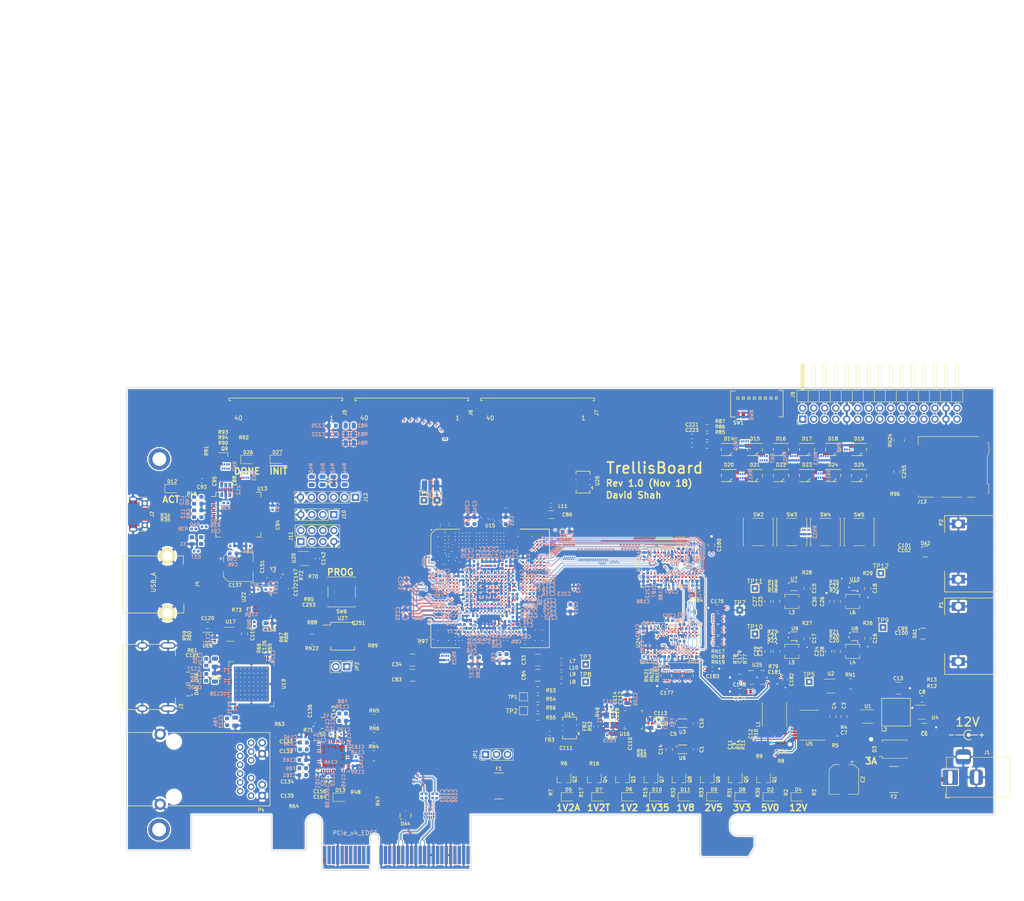
<source format=kicad_pcb>
(kicad_pcb (version 20171130) (host pcbnew 5.0.1)
  (layers (0 F.Cu signal) (1 In1.Cu signal) (2 In2.Cu signal) (3 In3.Cu signal) (4 In4.Cu signal) (5 In5.Cu signal) (6 In6.Cu signal) (31 B.Cu signal) (34 B.Paste user) (35 F.Paste user) (36 B.SilkS user) (37 F.SilkS user) (38 B.Mask user) (39 F.Mask user) (44 Edge.Cuts user))
  (net 0 "")
  (net 1 "/PCIe + SATA/DCU1_REFCLK-")
  (net 2 "/PCIe + SATA/DCU1_REFCLK+")
  (net 3 DDR3_A4)
  (net 4 DDR3_A6)
  (net 5 DDR3_A5)
  (net 6 DDR3_A7)
  (net 7 /DDR3/DDR3_VTT)
  (net 8 "Net-(RN2-Pad5)")
  (net 9 "Net-(RN2-Pad6)")
  (net 10 "Net-(R38-Pad2)")
  (net 11 "Net-(RN2-Pad7)")
  (net 12 +3V3)
  (net 13 /Power/1V2_EN)
  (net 14 /Power/2V5_EN)
  (net 15 /Power/1V35_EN)
  (net 16 "Net-(RN1-Pad4)")
  (net 17 +5V)
  (net 18 "Net-(RN1-Pad5)")
  (net 19 USD_D0)
  (net 20 USD_D3)
  (net 21 USD_CMD)
  (net 22 USD_D2)
  (net 23 "Net-(RN23-Pad1)")
  (net 24 GND)
  (net 25 "/FPGA IO/CFG0")
  (net 26 "Net-(RN23-Pad8)")
  (net 27 "/FPGA IO/CFG1")
  (net 28 "/FPGA IO/CFG2")
  (net 29 "/FPGA IO/FLASH_D3")
  (net 30 "/FPGA IO/FLASH_D1")
  (net 31 "/FPGA IO/FLASH_D2")
  (net 32 "/FPGA IO/FLASH_D0")
  (net 33 DDR3_WE)
  (net 34 DDR3_CKE)
  (net 35 DDR3_CS)
  (net 36 DDR3_ODT)
  (net 37 DDR3_CAS)
  (net 38 DDR3_BA2)
  (net 39 DDR3_RAS)
  (net 40 DDR3_BA1)
  (net 41 DDR3_A12)
  (net 42 DDR3_A14)
  (net 43 DDR3_A13)
  (net 44 DDR3_BA0)
  (net 45 DDR3_A11)
  (net 46 DDR3_A9)
  (net 47 DDR3_A10)
  (net 48 DDR3_A8)
  (net 49 DDR3_A0)
  (net 50 DDR3_A2)
  (net 51 DDR3_A1)
  (net 52 DDR3_A3)
  (net 53 "/HDMI, GbE, USB/ETH_LED2")
  (net 54 ETH_~RESET)
  (net 55 "/HDMI, GbE, USB/ETH_LED1")
  (net 56 RGMII_REF_CLK)
  (net 57 "Net-(D18-Pad4)")
  (net 58 "Net-(D20-Pad4)")
  (net 59 "Net-(D19-Pad4)")
  (net 60 "Net-(D21-Pad4)")
  (net 61 "Net-(D25-Pad4)")
  (net 62 "Net-(D23-Pad4)")
  (net 63 "Net-(D24-Pad4)")
  (net 64 "Net-(D22-Pad4)")
  (net 65 FTDI_D1_RX)
  (net 66 FTDI_~WR)
  (net 67 FTDI_~RD)
  (net 68 FTDI_~SIWU)
  (net 69 RGMII_RXD0)
  (net 70 RGMII_RXD2)
  (net 71 RGMII_RXD1)
  (net 72 RGMII_RXD3)
  (net 73 RGMII_RX_DV)
  (net 74 ETH_MDIO)
  (net 75 RGMII_RX_CLK)
  (net 76 ETH_INT_N)
  (net 77 "Net-(D17-Pad1)")
  (net 78 "Net-(D16-Pad1)")
  (net 79 "Net-(D14-Pad1)")
  (net 80 "Net-(D15-Pad1)")
  (net 81 DIP_SW1)
  (net 82 DIP_SW0)
  (net 83 DIP_SW2)
  (net 84 DIP_SW3)
  (net 85 DIP_SW7)
  (net 86 DIP_SW6)
  (net 87 DIP_SW4)
  (net 88 DIP_SW5)
  (net 89 "Net-(D14-Pad4)")
  (net 90 "Net-(D16-Pad4)")
  (net 91 "Net-(D15-Pad4)")
  (net 92 "Net-(D17-Pad4)")
  (net 93 "Net-(D21-Pad1)")
  (net 94 "Net-(D20-Pad1)")
  (net 95 "Net-(D18-Pad1)")
  (net 96 "Net-(D19-Pad1)")
  (net 97 BTN1)
  (net 98 BTN0)
  (net 99 BTN2)
  (net 100 BTN3)
  (net 101 "Net-(D25-Pad1)")
  (net 102 "Net-(D24-Pad1)")
  (net 103 "Net-(D22-Pad1)")
  (net 104 "Net-(D23-Pad1)")
  (net 105 "/FPGA IO/VCCIO7")
  (net 106 "Net-(R44-Pad2)")
  (net 107 JTAG_TDO)
  (net 108 JTAG_TDI)
  (net 109 "Net-(R43-Pad2)")
  (net 110 "Net-(R42-Pad2)")
  (net 111 JTAG_TCK)
  (net 112 JTAG_TMS)
  (net 113 "Net-(R45-Pad2)")
  (net 114 "/PCIe + SATA/CLKAUXO+")
  (net 115 "/PCIe + SATA/CLK150M-")
  (net 116 +1V8)
  (net 117 +2V5)
  (net 118 "/PCIe + SATA/CLKAUXO-")
  (net 119 "/FPGA IO/VCCIO6")
  (net 120 "/PCIe + SATA/CLK150M+")
  (net 121 CLK_SDA)
  (net 122 "Net-(R36-Pad2)")
  (net 123 FPGA_12MHz)
  (net 124 "/PCIe + SATA/PCIe_REFCLK+")
  (net 125 "/PCIe + SATA/PCIe_REFCLK-")
  (net 126 PCIe_12V)
  (net 127 "Net-(D13-Pad2)")
  (net 128 ~PERST)
  (net 129 "Net-(P3-PadA11)")
  (net 130 "Net-(D12-Pad2)")
  (net 131 "Net-(R40-Pad1)")
  (net 132 "Net-(R39-Pad1)")
  (net 133 "Net-(R38-Pad1)")
  (net 134 "Net-(R12-Pad2)")
  (net 135 "/PCIe + SATA/3V3_C")
  (net 136 "/PCIe + SATA/3V3_CA")
  (net 137 "Net-(R57-Pad1)")
  (net 138 "Net-(R58-Pad2)")
  (net 139 FABRIC_REFCLK)
  (net 140 "/HDMI, GbE, USB/PORT_SCL")
  (net 141 "/HDMI, GbE, USB/PORT_SDA")
  (net 142 "Net-(C121-Pad1)")
  (net 143 "Net-(R62-Pad1)")
  (net 144 /Power/3V3_PG)
  (net 145 "Net-(D27-Pad2)")
  (net 146 "/FPGA IO/~PROGRAM")
  (net 147 "Net-(R80-Pad1)")
  (net 148 "Net-(R81-Pad1)")
  (net 149 "/FPGA IO/FLASH_~CS")
  (net 150 "/FPGA IO/FLASH_CLK")
  (net 151 "/FPGA IO/DONE")
  (net 152 "Net-(Q9-Pad1)")
  (net 153 "Net-(D26-Pad2)")
  (net 154 "Net-(R79-Pad1)")
  (net 155 "/FPGA IO/~INIT")
  (net 156 "Net-(C9-Pad1)")
  (net 157 "Net-(C11-Pad1)")
  (net 158 "Net-(Q2-Pad3)")
  (net 159 "Net-(D5-Pad1)")
  (net 160 /Power/1V2_PG)
  (net 161 USD_D1)
  (net 162 USD_CLK)
  (net 163 "Net-(R97-Pad1)")
  (net 164 "Net-(Q2-Pad1)")
  (net 165 +1V2A)
  (net 166 "Net-(R5-Pad2)")
  (net 167 "Net-(D2-Pad2)")
  (net 168 "Net-(C7-Pad1)")
  (net 169 "Net-(D4-Pad2)")
  (net 170 +12V)
  (net 171 "Net-(R74-Pad1)")
  (net 172 "/Debug Interface/PORT_D-")
  (net 173 "/Debug Interface/FTDI_D-")
  (net 174 "/Debug Interface/FTDI_D+")
  (net 175 "/Debug Interface/PORT_D+")
  (net 176 "Net-(C22-Pad2)")
  (net 177 "Net-(R71-Pad2)")
  (net 178 "/HDMI, GbE, USB/USB_XO")
  (net 179 "/HDMI, GbE, USB/USB_XI")
  (net 180 "Net-(R73-Pad1)")
  (net 181 "/HDMI, GbE, USB/USBA_VBUS")
  (net 182 "/HDMI, GbE, USB/EXTVBUS")
  (net 183 DVI_SCL)
  (net 184 DVI_SDA)
  (net 185 CLK_SCL)
  (net 186 "Net-(R70-Pad1)")
  (net 187 "Net-(C175-Pad2)")
  (net 188 DDR3_CLK+)
  (net 189 "Net-(P4-Pad16)")
  (net 190 "Net-(R66-Pad1)")
  (net 191 "Net-(R65-Pad1)")
  (net 192 "/HDMI, GbE, USB/HDMI_HPD")
  (net 193 DDR3_CLK-)
  (net 194 "Net-(C179-Pad1)")
  (net 195 +1V35)
  (net 196 +1V2)
  (net 197 "Net-(D10-Pad2)")
  (net 198 "Net-(P4-Pad14)")
  (net 199 "Net-(C12-Pad2)")
  (net 200 "Net-(D6-Pad2)")
  (net 201 +1V2T)
  (net 202 "Net-(Q4-Pad1)")
  (net 203 "Net-(Q4-Pad3)")
  (net 204 "Net-(D7-Pad1)")
  (net 205 "Net-(C19-Pad2)")
  (net 206 "Net-(C20-Pad2)")
  (net 207 "Net-(C21-Pad2)")
  (net 208 "/Debug Interface/FTDI_12MHz")
  (net 209 "Net-(D11-Pad2)")
  (net 210 /Power/2V5_PG)
  (net 211 /Power/1V35_PG)
  (net 212 /Power/1V8_PG)
  (net 213 "Net-(D8-Pad2)")
  (net 214 "Net-(D9-Pad2)")
  (net 215 "Net-(C8-Pad2)")
  (net 216 "Net-(C8-Pad1)")
  (net 217 /Power/PWR_EN)
  (net 218 "/HDMI, GbE, USB/HDMI_5V")
  (net 219 "Net-(U17-Pad3)")
  (net 220 "Net-(D9-Pad1)")
  (net 221 "Net-(D11-Pad1)")
  (net 222 "Net-(D26-Pad1)")
  (net 223 "Net-(D2-Pad1)")
  (net 224 "Net-(D6-Pad1)")
  (net 225 "Net-(D10-Pad1)")
  (net 226 "Net-(D8-Pad1)")
  (net 227 "Net-(U1-Pad3)")
  (net 228 DDR3_Vref)
  (net 229 DDR3_Vtt_EN)
  (net 230 "Net-(U5-Pad2)")
  (net 231 "Net-(L1-Pad1)")
  (net 232 "Net-(C11-Pad2)")
  (net 233 "Net-(U13-Pad3)")
  (net 234 "/Debug Interface/Vphy")
  (net 235 "/Debug Interface/Vpll")
  (net 236 "/Debug Interface/JTAG_ACT")
  (net 237 "Net-(U13-Pad22)")
  (net 238 "Net-(U13-Pad23)")
  (net 239 "Net-(U13-Pad24)")
  (net 240 "Net-(U13-Pad26)")
  (net 241 "Net-(U13-Pad27)")
  (net 242 "Net-(U13-Pad28)")
  (net 243 "Net-(U13-Pad29)")
  (net 244 "Net-(U13-Pad30)")
  (net 245 "Net-(U13-Pad32)")
  (net 246 "Net-(U13-Pad33)")
  (net 247 "Net-(U13-Pad34)")
  (net 248 "Net-(U13-Pad36)")
  (net 249 FTDI_D0_TX)
  (net 250 FTDI_D2)
  (net 251 FTDI_D3)
  (net 252 FTDI_D4)
  (net 253 FTDI_D5)
  (net 254 FTDI_D6)
  (net 255 FTDI_D7)
  (net 256 FTDI_~RXF)
  (net 257 "Net-(U13-Pad49)")
  (net 258 "Net-(U13-Pad50)")
  (net 259 FTDI_~TXE)
  (net 260 "Net-(U13-Pad57)")
  (net 261 "Net-(U13-Pad58)")
  (net 262 "Net-(U13-Pad59)")
  (net 263 "Net-(U13-Pad60)")
  (net 264 "/HDMI, GbE, USB/DVI_DVDD")
  (net 265 DVI_DE)
  (net 266 DVI_HSYNC)
  (net 267 DVI_VSYNC)
  (net 268 "Net-(U19-Pad11)")
  (net 269 "/HDMI, GbE, USB/DVI_PVDD")
  (net 270 "/HDMI, GbE, USB/TMDS_CLK-")
  (net 271 "/HDMI, GbE, USB/TMDS_CLK+")
  (net 272 "/HDMI, GbE, USB/DVI_TVDD")
  (net 273 "/HDMI, GbE, USB/TMDS_D0-")
  (net 274 "/HDMI, GbE, USB/TMDS_D0+")
  (net 275 "/HDMI, GbE, USB/TMDS_D1-")
  (net 276 "/HDMI, GbE, USB/TMDS_D1+")
  (net 277 "/HDMI, GbE, USB/TMDS_D2-")
  (net 278 "/HDMI, GbE, USB/TMDS_D2+")
  (net 279 DVI_D23)
  (net 280 DVI_D22)
  (net 281 DVI_D21)
  (net 282 DVI_D20)
  (net 283 DVI_D19)
  (net 284 DVI_D18)
  (net 285 DVI_D17)
  (net 286 DVI_D16)
  (net 287 DVI_D15)
  (net 288 DVI_D14)
  (net 289 DVI_D13)
  (net 290 DVI_D12)
  (net 291 "Net-(U19-Pad49)")
  (net 292 DVI_D11)
  (net 293 DVI_D10)
  (net 294 DVI_D9)
  (net 295 DVI_D8)
  (net 296 DVI_D7)
  (net 297 DVI_D6)
  (net 298 DVI_CLK)
  (net 299 DVI_D5)
  (net 300 DVI_D4)
  (net 301 DVI_D3)
  (net 302 DVI_D2)
  (net 303 DVI_D1)
  (net 304 DVI_D0)
  (net 305 "/HDMI, GbE, USB/AVDDH")
  (net 306 "/HDMI, GbE, USB/MX4-")
  (net 307 "/HDMI, GbE, USB/MX4+")
  (net 308 "/HDMI, GbE, USB/AVDDL")
  (net 309 "/HDMI, GbE, USB/MX3-")
  (net 310 "/HDMI, GbE, USB/MX3+")
  (net 311 "/HDMI, GbE, USB/MX2-")
  (net 312 "/HDMI, GbE, USB/MX2+")
  (net 313 "/HDMI, GbE, USB/MX1-")
  (net 314 "/HDMI, GbE, USB/MX1+")
  (net 315 "Net-(U21-Pad13)")
  (net 316 RGMII_TXD0)
  (net 317 RGMII_TXD1)
  (net 318 RGMII_TXD2)
  (net 319 RGMII_TXD3)
  (net 320 RGMII_TX_CLK)
  (net 321 RGMII_TX_EN)
  (net 322 ETH_MDC)
  (net 323 "Net-(U21-Pad43)")
  (net 324 "/HDMI, GbE, USB/AVDDL_PLL")
  (net 325 "/HDMI, GbE, USB/ETH_XO")
  (net 326 "/HDMI, GbE, USB/ETH_XI")
  (net 327 "Net-(U21-Pad47)")
  (net 328 "Net-(U22-Pad3)")
  (net 329 "Net-(U22-Pad5)")
  (net 330 "/HDMI, GbE, USB/USBA_D+")
  (net 331 "/HDMI, GbE, USB/USBA_D-")
  (net 332 ULPI_RESET)
  (net 333 ULPI_NXT)
  (net 334 ULPI_DIR)
  (net 335 ULPI_STP)
  (net 336 ULPI_CLKO)
  (net 337 "/HDMI, GbE, USB/USB1V8")
  (net 338 ULPI_D7)
  (net 339 ULPI_D6)
  (net 340 ULPI_D5)
  (net 341 ULPI_D4)
  (net 342 ULPI_D3)
  (net 343 ULPI_D2)
  (net 344 ULPI_D1)
  (net 345 ULPI_D0)
  (net 346 "Net-(C117-Pad1)")
  (net 347 "Net-(C115-Pad2)")
  (net 348 CLK_SD_OE)
  (net 349 "Net-(U16-Pad11)")
  (net 350 "Net-(U16-Pad12)")
  (net 351 "/PCIe + SATA/1V8_C")
  (net 352 "Net-(U16-Pad16)")
  (net 353 "/PCIe + SATA/DCU0_REFCLK-")
  (net 354 "/PCIe + SATA/DCU0_REFCLK+")
  (net 355 "Net-(U16-Pad24)")
  (net 356 DDR3_DQ13)
  (net 357 DDR3_DQ15)
  (net 358 DDR3_DQ12)
  (net 359 DDR3_DQS1-)
  (net 360 DDR3_DQ14)
  (net 361 DDR3_DQ11)
  (net 362 DDR3_DQ9)
  (net 363 DDR3_DQS1+)
  (net 364 DDR3_DQ10)
  (net 365 DDR3_DM1)
  (net 366 DDR3_DQ8)
  (net 367 DDR3_DQ0)
  (net 368 DDR3_DM0)
  (net 369 DDR3_DQ2)
  (net 370 DDR3_DQS0+)
  (net 371 DDR3_DQ1)
  (net 372 DDR3_DQ3)
  (net 373 DDR3_DQ6)
  (net 374 DDR3_DQS0-)
  (net 375 DDR3_DQ4)
  (net 376 DDR3_DQ7)
  (net 377 DDR3_DQ5)
  (net 378 "Net-(U23-PadJ1)")
  (net 379 "Net-(U23-PadJ9)")
  (net 380 "Net-(U23-PadL1)")
  (net 381 "Net-(U23-PadL9)")
  (net 382 "Net-(U23-PadM7)")
  (net 383 DDR3_RESET)
  (net 384 "Net-(U24-PadM7)")
  (net 385 "Net-(U24-PadL9)")
  (net 386 "Net-(U24-PadL1)")
  (net 387 "Net-(U24-PadJ9)")
  (net 388 "Net-(U24-PadJ1)")
  (net 389 DDR3_DQ21)
  (net 390 DDR3_DQ23)
  (net 391 DDR3_DQ20)
  (net 392 DDR3_DQS2-)
  (net 393 DDR3_DQ22)
  (net 394 DDR3_DQ19)
  (net 395 DDR3_DQ17)
  (net 396 DDR3_DQS2+)
  (net 397 DDR3_DQ18)
  (net 398 DDR3_DM2)
  (net 399 DDR3_DQ16)
  (net 400 DDR3_DQ24)
  (net 401 DDR3_DM3)
  (net 402 DDR3_DQ26)
  (net 403 DDR3_DQS3+)
  (net 404 DDR3_DQ25)
  (net 405 DDR3_DQ27)
  (net 406 DDR3_DQ30)
  (net 407 DDR3_DQS3-)
  (net 408 DDR3_DQ28)
  (net 409 DDR3_DQ31)
  (net 410 DDR3_DQ29)
  (net 411 "Net-(X1-Pad1)")
  (net 412 "Net-(L4-Pad1)")
  (net 413 "Net-(L5-Pad1)")
  (net 414 "Net-(L3-Pad1)")
  (net 415 "Net-(L6-Pad1)")
  (net 416 "Net-(C111-Pad1)")
  (net 417 "/FPGA Core Power/VCCHTX1")
  (net 418 "/FPGA Core Power/VCCHTX0")
  (net 419 "/FPGA Core Power/VCCA0")
  (net 420 "/FPGA Core Power/VCCAUX")
  (net 421 "/FPGA Core Power/VCCA1")
  (net 422 "/PCIe + SATA/SATA1_A+")
  (net 423 "/PCIe + SATA/SATA1_A-")
  (net 424 "/PCIe + SATA/DCU1_RX1-")
  (net 425 "/PCIe + SATA/DCU1_RX1+")
  (net 426 "/PCIe + SATA/SATA0_A+")
  (net 427 "/PCIe + SATA/SATA0_A-")
  (net 428 "/PCIe + SATA/DCU1_RX0-")
  (net 429 "/PCIe + SATA/DCU1_RX0+")
  (net 430 "/PCIe + SATA/PCIe_HSI0+")
  (net 431 "/PCIe + SATA/PCIe_HSI0-")
  (net 432 "/PCIe + SATA/PCIe_HSI1+")
  (net 433 "/PCIe + SATA/PCIe_HSI1-")
  (net 434 "/PCIe + SATA/DCU0_RX0+")
  (net 435 "/PCIe + SATA/DCU0_RX0-")
  (net 436 "/PCIe + SATA/DCU0_RX1+")
  (net 437 "/PCIe + SATA/DCU0_RX1-")
  (net 438 "Net-(U6-Pad2)")
  (net 439 "Net-(U6-Pad5)")
  (net 440 "Net-(U3-Pad5)")
  (net 441 "Net-(U3-Pad2)")
  (net 442 "Net-(U10-Pad4)")
  (net 443 "Net-(U9-Pad4)")
  (net 444 "Net-(U8-Pad4)")
  (net 445 "Net-(U7-Pad4)")
  (net 446 "Net-(J5-Pad38)")
  (net 447 "/FPGA IO/EXT0_11-")
  (net 448 "/FPGA IO/EXT0_11+")
  (net 449 "/FPGA IO/EXT0_10-")
  (net 450 "/FPGA IO/EXT0_10+")
  (net 451 "/FPGA IO/EXT0_9-")
  (net 452 "/FPGA IO/EXT0_9+")
  (net 453 "/FPGA IO/EXT0_8-")
  (net 454 "/FPGA IO/EXT0_8+")
  (net 455 "/FPGA IO/EXT0_7-")
  (net 456 "/FPGA IO/EXT0_7+")
  (net 457 "/FPGA IO/EXT0_6-")
  (net 458 "/FPGA IO/EXT0_6+")
  (net 459 "/FPGA IO/EXT0_5-")
  (net 460 "/FPGA IO/EXT0_5+")
  (net 461 "/FPGA IO/EXT0_4-")
  (net 462 "/FPGA IO/EXT0_4+")
  (net 463 "/FPGA IO/EXT0_3-")
  (net 464 "/FPGA IO/EXT0_3+")
  (net 465 "/FPGA IO/EXT0_2-")
  (net 466 "/FPGA IO/EXT0_2+")
  (net 467 "/FPGA IO/EXT0_1-")
  (net 468 "/FPGA IO/EXT0_1+")
  (net 469 "/FPGA IO/EXT0_0-")
  (net 470 "/FPGA IO/EXT0_0+")
  (net 471 "Net-(J6-Pad38)")
  (net 472 "/FPGA IO/EXT1_11-")
  (net 473 "/FPGA IO/EXT1_11+")
  (net 474 "/FPGA IO/EXT1_10-")
  (net 475 "/FPGA IO/EXT1_10+")
  (net 476 "/FPGA IO/EXT1_9-")
  (net 477 "/FPGA IO/EXT1_9+")
  (net 478 "/FPGA IO/EXT1_8-")
  (net 479 "/FPGA IO/EXT1_8+")
  (net 480 "/FPGA IO/EXT1_7-")
  (net 481 "/FPGA IO/EXT1_7+")
  (net 482 "/FPGA IO/EXT1_6-")
  (net 483 "/FPGA IO/EXT1_6+")
  (net 484 "/FPGA IO/EXT1_5-")
  (net 485 "/FPGA IO/EXT1_5+")
  (net 486 "/FPGA IO/EXT1_4-")
  (net 487 "/FPGA IO/EXT1_4+")
  (net 488 "/FPGA IO/EXT1_3-")
  (net 489 "/FPGA IO/EXT1_3+")
  (net 490 "/FPGA IO/EXT1_2-")
  (net 491 "/FPGA IO/EXT1_2+")
  (net 492 "/FPGA IO/EXT1_1-")
  (net 493 "/FPGA IO/EXT1_1+")
  (net 494 "/FPGA IO/EXT1_0-")
  (net 495 "/FPGA IO/EXT1_0+")
  (net 496 "/FPGA IO/EXT2_0+")
  (net 497 "/FPGA IO/EXT2_0-")
  (net 498 "/FPGA IO/EXT2_1+")
  (net 499 "/FPGA IO/EXT2_1-")
  (net 500 "/FPGA IO/EXT2_2+")
  (net 501 "/FPGA IO/EXT2_2-")
  (net 502 "/FPGA IO/EXT2_3+")
  (net 503 "/FPGA IO/EXT2_3-")
  (net 504 "/FPGA IO/EXT2_4+")
  (net 505 "/FPGA IO/EXT2_4-")
  (net 506 "/FPGA IO/EXT2_5+")
  (net 507 "/FPGA IO/EXT2_5-")
  (net 508 "/FPGA IO/EXT2_6+")
  (net 509 "/FPGA IO/EXT2_6-")
  (net 510 "/FPGA IO/EXT2_7+")
  (net 511 "/FPGA IO/EXT2_7-")
  (net 512 "/FPGA IO/EXT2_8+")
  (net 513 "/FPGA IO/EXT2_8-")
  (net 514 "/FPGA IO/EXT2_9+")
  (net 515 "/FPGA IO/EXT2_9-")
  (net 516 "/FPGA IO/EXT2_10+")
  (net 517 "/FPGA IO/EXT2_10-")
  (net 518 "/FPGA IO/EXT2_11+")
  (net 519 "/FPGA IO/EXT2_11-")
  (net 520 "Net-(J7-Pad38)")
  (net 521 "Net-(C132-Pad1)")
  (net 522 "Net-(C135-Pad1)")
  (net 523 "Net-(C133-Pad1)")
  (net 524 "Net-(C134-Pad1)")
  (net 525 "Net-(P3-PadB5)")
  (net 526 "Net-(P3-PadB6)")
  (net 527 "Net-(P3-PadB8)")
  (net 528 "Net-(P3-PadB9)")
  (net 529 "Net-(P3-PadB10)")
  (net 530 PCIe_~WAKE)
  (net 531 "Net-(P3-PadB12)")
  (net 532 "/PCIe + SATA/~PRSNT2~_X1")
  (net 533 "Net-(P3-PadB23)")
  (net 534 "Net-(P3-PadB24)")
  (net 535 "Net-(P3-PadB27)")
  (net 536 "Net-(P3-PadB28)")
  (net 537 "Net-(P3-PadB30)")
  (net 538 "/PCIe + SATA/~PRSNT2~_X4")
  (net 539 "/PCIe + SATA/~PRSNT1")
  (net 540 "Net-(P3-PadA5)")
  (net 541 "Net-(P3-PadA6)")
  (net 542 "Net-(P3-PadA7)")
  (net 543 "Net-(P3-PadA8)")
  (net 544 "Net-(P3-PadA9)")
  (net 545 "Net-(P3-PadA10)")
  (net 546 "Net-(P3-PadA19)")
  (net 547 "Net-(P3-PadA25)")
  (net 548 "Net-(P3-PadA26)")
  (net 549 "Net-(P3-PadA29)")
  (net 550 "Net-(P3-PadA30)")
  (net 551 "Net-(P3-PadA32)")
  (net 552 "Net-(U14-Pad2)")
  (net 553 "Net-(U14-Pad1)")
  (net 554 "Net-(U26-Pad1)")
  (net 555 "Net-(U26-Pad2)")
  (net 556 "/FPGA IO/CLK100+")
  (net 557 "/FPGA IO/CLK100-")
  (net 558 "Net-(J3-Pad14)")
  (net 559 "Net-(J3-Pad13)")
  (net 560 LED2)
  (net 561 LED11)
  (net 562 LED10)
  (net 563 LED0)
  (net 564 LED1)
  (net 565 LED3)
  (net 566 LED4)
  (net 567 LED5)
  (net 568 LED6)
  (net 569 LED7)
  (net 570 LED8)
  (net 571 LED9)
  (net 572 "Net-(F2-Pad2)")
  (net 573 "Net-(U15-PadR1)")
  (net 574 "Net-(U15-PadA2)")
  (net 575 "Net-(U15-PadT2)")
  (net 576 "Net-(U15-PadAB2)")
  (net 577 "Net-(U15-PadAC2)")
  (net 578 "Net-(U15-PadAE2)")
  (net 579 "Net-(U15-PadAG2)")
  (net 580 "Net-(U15-PadA3)")
  (net 581 "Net-(U15-PadV3)")
  (net 582 "Net-(U15-PadW3)")
  (net 583 "Net-(U15-PadY3)")
  (net 584 "Net-(U15-PadAC3)")
  (net 585 "Net-(U15-PadAG3)")
  (net 586 "Net-(U15-PadAL3)")
  (net 587 "Net-(U15-PadB4)")
  (net 588 "Net-(U15-PadH4)")
  (net 589 "Net-(U15-PadAC4)")
  (net 590 "Net-(U15-PadA5)")
  (net 591 "Net-(U15-PadL5)")
  (net 592 "Net-(U15-PadW6)")
  (net 593 "Net-(U15-PadD7)")
  (net 594 "Net-(U15-PadE7)")
  (net 595 "Net-(U15-PadAE7)")
  (net 596 "Net-(U15-PadG9)")
  (net 597 "/PCIe + SATA/DCU0_TX0+")
  (net 598 "Net-(U15-PadG10)")
  (net 599 "/PCIe + SATA/DCU0_TX0-")
  (net 600 "Net-(U15-PadG11)")
  (net 601 "/PCIe + SATA/DCU0_TX1+")
  (net 602 "/PCIe + SATA/DCU0_TX1-")
  (net 603 "/FPGA IO/PMOD1_10")
  (net 604 "/FPGA IO/PMOD1_9")
  (net 605 "Net-(U15-PadG14)")
  (net 606 "Net-(U15-PadG15)")
  (net 607 "Net-(U15-PadAK15)")
  (net 608 "Net-(U15-PadG16)")
  (net 609 "Net-(U15-PadAK16)")
  (net 610 "Net-(U15-PadG17)")
  (net 611 "Net-(U15-PadG18)")
  (net 612 "/PCIe + SATA/DCU1_TX0+")
  (net 613 "Net-(U15-PadG19)")
  (net 614 "/PCIe + SATA/DCU1_TX0-")
  (net 615 "/FPGA IO/PMOD1_8")
  (net 616 "/FPGA IO/PMOD1_7")
  (net 617 "/PCIe + SATA/DCU1_TX1+")
  (net 618 "/PCIe + SATA/DCU1_TX1-")
  (net 619 "/FPGA IO/EXIO_5")
  (net 620 "/FPGA IO/EXIO_4")
  (net 621 "/FPGA IO/EXIO_3")
  (net 622 "Net-(U15-PadG22)")
  (net 623 "/FPGA IO/PMOD1_3")
  (net 624 "/FPGA IO/PMOD1_2")
  (net 625 "/FPGA IO/PMOD1_0")
  (net 626 "/FPGA IO/PMOD1_1")
  (net 627 "/FPGA IO/EXIO_2")
  (net 628 "Net-(U15-PadG23)")
  (net 629 "/FPGA IO/EXIO_1")
  (net 630 "/FPGA IO/PMOD0_10")
  (net 631 "/FPGA IO/EXIO_0")
  (net 632 "/FPGA IO/PMOD0_9")
  (net 633 "Net-(U15-PadG24)")
  (net 634 "Net-(U15-PadAG24)")
  (net 635 "Net-(U15-PadAK24)")
  (net 636 "/FPGA IO/PMOD0_8")
  (net 637 "/FPGA IO/PMOD0_3")
  (net 638 "/FPGA IO/PMOD0_7")
  (net 639 "/FPGA IO/PMOD0_2")
  (net 640 "/FPGA IO/PMOD0_1")
  (net 641 "Net-(U15-PadAK25)")
  (net 642 "/FPGA IO/PMOD0_0")
  (net 643 "Net-(U15-PadB26)")
  (net 644 "Net-(U15-PadE26)")
  (net 645 "Net-(U15-PadAE26)")
  (net 646 "Net-(U15-PadH27)")
  (net 647 "Net-(U15-PadJ27)")
  (net 648 "Net-(U15-PadW27)")
  (net 649 "Net-(U15-PadC28)")
  (net 650 "Net-(U15-PadD28)")
  (net 651 "Net-(U15-PadH28)")
  (net 652 "Net-(U15-PadL28)")
  (net 653 "Net-(U15-PadP28)")
  (net 654 "Net-(U15-PadAC28)")
  (net 655 "Net-(U15-PadAE28)")
  (net 656 "Net-(U15-PadC29)")
  (net 657 "Net-(U15-PadH29)")
  (net 658 "Net-(U15-PadP29)")
  (net 659 "Net-(U15-PadAB29)")
  (net 660 "Net-(U15-PadAC29)")
  (net 661 "Net-(U15-PadAE29)")
  (net 662 "Net-(U15-PadAJ29)")
  (net 663 "Net-(U15-PadC30)")
  (net 664 "Net-(U15-PadP30)")
  (net 665 "Net-(U15-PadR30)")
  (net 666 "Net-(U15-PadV30)")
  (net 667 "Net-(U15-PadAB30)")
  (net 668 "Net-(U15-PadAE30)")
  (net 669 "Net-(U15-PadAJ30)")
  (net 670 "Net-(U15-PadA31)")
  (net 671 "Net-(U15-PadAG31)")
  (net 672 "Net-(U15-PadAK31)")
  (net 673 "Net-(U15-PadAG32)")
  (net 674 "Net-(J2-Pad1)")
  (net 675 "Net-(J2-Pad4)")
  (net 676 "Net-(U15-PadT30)")
  (net 677 "Net-(U15-PadAE27)")
  (net 678 "Net-(U15-PadAD27)")
  (net 679 "Net-(U15-PadF30)")
  (net 680 "Net-(U15-PadN27)")
  (net 681 "Net-(U15-PadU27)")
  (net 682 "Net-(U15-PadU29)")
  (net 683 "Net-(U15-PadW30)")
  (net 684 "Net-(U15-PadY30)")
  (net 685 "Net-(U15-PadY29)")
  (net 686 "Net-(U15-PadW1)")
  (net 687 "Net-(U15-PadV1)")
  (net 688 "Net-(U15-PadY7)")
  (net 689 "Net-(U15-PadY6)")
  (net 690 "Net-(U15-PadAC5)")
  (net 691 "Net-(U15-PadAD4)")
  (net 692 "Net-(U15-PadY4)")
  (net 693 "Net-(U15-PadW4)")
  (net 694 "Net-(U15-PadP7)")
  (net 695 "Net-(U15-PadN7)")
  (net 696 "Net-(U15-PadL7)")
  (net 697 "Net-(U15-PadP6)")
  (net 698 "Net-(U15-PadN6)")
  (net 699 "Net-(U15-PadL6)")
  (net 700 "Net-(U15-PadK5)")
  (net 701 "Net-(U15-PadN4)")
  (net 702 "Net-(U15-PadL4)")
  (net 703 "Net-(U15-PadK4)")
  (net 704 "Net-(U15-PadJ4)")
  (net 705 "Net-(U15-PadN3)")
  (net 706 "Net-(U15-PadL3)")
  (net 707 "Net-(U15-PadL2)")
  (net 708 "Net-(U15-PadK2)")
  (net 709 "Net-(U15-PadL1)")
  (net 710 "Net-(U15-PadK1)")
  (net 711 "Net-(U15-PadJ1)")
  (net 712 "Net-(U15-PadD1)")
  (net 713 "Net-(U15-PadC1)")
  (net 714 "Net-(U15-PadF2)")
  (net 715 "Net-(U15-PadE1)")
  (net 716 "Net-(U15-PadE4)")
  (net 717 "Net-(U15-PadD4)")
  (module "Custom Parts:TE_FPC_40pin_p0.5mm_4-1734839-0" (layer F.Cu) (at 135 30 180)
    (fp_text reference J7 (at -13.5 0.5 270) (layer F.SilkS) (effects (font (size 0.8 0.8))))
    (fp_text value EXT2)
    (fp_text user 1 (at -10.5 -0.75 180) (layer F.SilkS))
    (fp_text user 40 (at 11 -0.75 180) (layer F.SilkS))
    (pad "" smd rect (at -11.42 1.7 180) (size 2.3 3.1) (layers F.Cu F.Paste F.Mask))
    (pad "" smd rect (at 11.42 1.7 180) (size 2.3 3.1) (layers F.Cu F.Paste F.Mask))
    (pad 40 smd rect (at 9.75 0 180) (size 0.3 1.1) (layers F.Cu F.Paste F.Mask) (net 105 "/FPGA IO/VCCIO7"))
    (pad 39 smd rect (at 9.25 0 180) (size 0.3 1.1) (layers F.Cu F.Paste F.Mask) (net 105 "/FPGA IO/VCCIO7"))
    (pad 38 smd rect (at 8.75 0 180) (size 0.3 1.1) (layers F.Cu F.Paste F.Mask) (net 520 "Net-(J7-Pad38)"))
    (pad 37 smd rect (at 8.25 0 180) (size 0.3 1.1) (layers F.Cu F.Paste F.Mask) (net 519 "/FPGA IO/EXT2_11-"))
    (pad 36 smd rect (at 7.75 0 180) (size 0.3 1.1) (layers F.Cu F.Paste F.Mask) (net 518 "/FPGA IO/EXT2_11+"))
    (pad 35 smd rect (at 7.25 0 180) (size 0.3 1.1) (layers F.Cu F.Paste F.Mask) (net 24 GND))
    (pad 34 smd rect (at 6.75 0 180) (size 0.3 1.1) (layers F.Cu F.Paste F.Mask) (net 517 "/FPGA IO/EXT2_10-"))
    (pad 33 smd rect (at 6.25 0 180) (size 0.3 1.1) (layers F.Cu F.Paste F.Mask) (net 516 "/FPGA IO/EXT2_10+"))
    (pad 32 smd rect (at 5.75 0 180) (size 0.3 1.1) (layers F.Cu F.Paste F.Mask) (net 24 GND))
    (pad 31 smd rect (at 5.25 0 180) (size 0.3 1.1) (layers F.Cu F.Paste F.Mask) (net 515 "/FPGA IO/EXT2_9-"))
    (pad 30 smd rect (at 4.75 0 180) (size 0.3 1.1) (layers F.Cu F.Paste F.Mask) (net 514 "/FPGA IO/EXT2_9+"))
    (pad 29 smd rect (at 4.25 0 180) (size 0.3 1.1) (layers F.Cu F.Paste F.Mask) (net 24 GND))
    (pad 28 smd rect (at 3.75 0 180) (size 0.3 1.1) (layers F.Cu F.Paste F.Mask) (net 513 "/FPGA IO/EXT2_8-"))
    (pad 27 smd rect (at 3.25 0 180) (size 0.3 1.1) (layers F.Cu F.Paste F.Mask) (net 512 "/FPGA IO/EXT2_8+"))
    (pad 26 smd rect (at 2.75 0 180) (size 0.3 1.1) (layers F.Cu F.Paste F.Mask) (net 24 GND))
    (pad 25 smd rect (at 2.25 0 180) (size 0.3 1.1) (layers F.Cu F.Paste F.Mask) (net 511 "/FPGA IO/EXT2_7-"))
    (pad 24 smd rect (at 1.75 0 180) (size 0.3 1.1) (layers F.Cu F.Paste F.Mask) (net 510 "/FPGA IO/EXT2_7+"))
    (pad 23 smd rect (at 1.25 0 180) (size 0.3 1.1) (layers F.Cu F.Paste F.Mask) (net 24 GND))
    (pad 22 smd rect (at 0.75 0 180) (size 0.3 1.1) (layers F.Cu F.Paste F.Mask) (net 509 "/FPGA IO/EXT2_6-"))
    (pad 21 smd rect (at 0.25 0 180) (size 0.3 1.1) (layers F.Cu F.Paste F.Mask) (net 508 "/FPGA IO/EXT2_6+"))
    (pad 20 smd rect (at -0.25 0 180) (size 0.3 1.1) (layers F.Cu F.Paste F.Mask) (net 24 GND))
    (pad 19 smd rect (at -0.75 0 180) (size 0.3 1.1) (layers F.Cu F.Paste F.Mask) (net 507 "/FPGA IO/EXT2_5-"))
    (pad 18 smd rect (at -1.25 0 180) (size 0.3 1.1) (layers F.Cu F.Paste F.Mask) (net 506 "/FPGA IO/EXT2_5+"))
    (pad 17 smd rect (at -1.75 0 180) (size 0.3 1.1) (layers F.Cu F.Paste F.Mask) (net 24 GND))
    (pad 16 smd rect (at -2.25 0 180) (size 0.3 1.1) (layers F.Cu F.Paste F.Mask) (net 505 "/FPGA IO/EXT2_4-"))
    (pad 15 smd rect (at -2.75 0 180) (size 0.3 1.1) (layers F.Cu F.Paste F.Mask) (net 504 "/FPGA IO/EXT2_4+"))
    (pad 14 smd rect (at -3.25 0 180) (size 0.3 1.1) (layers F.Cu F.Paste F.Mask) (net 24 GND))
    (pad 13 smd rect (at -3.75 0 180) (size 0.3 1.1) (layers F.Cu F.Paste F.Mask) (net 503 "/FPGA IO/EXT2_3-"))
    (pad 12 smd rect (at -4.25 0 180) (size 0.3 1.1) (layers F.Cu F.Paste F.Mask) (net 502 "/FPGA IO/EXT2_3+"))
    (pad 11 smd rect (at -4.75 0 180) (size 0.3 1.1) (layers F.Cu F.Paste F.Mask) (net 24 GND))
    (pad 10 smd rect (at -5.25 0 180) (size 0.3 1.1) (layers F.Cu F.Paste F.Mask) (net 501 "/FPGA IO/EXT2_2-"))
    (pad 9 smd rect (at -5.75 0 180) (size 0.3 1.1) (layers F.Cu F.Paste F.Mask) (net 500 "/FPGA IO/EXT2_2+"))
    (pad 8 smd rect (at -6.25 0 180) (size 0.3 1.1) (layers F.Cu F.Paste F.Mask) (net 24 GND))
    (pad 7 smd rect (at -6.75 0 180) (size 0.3 1.1) (layers F.Cu F.Paste F.Mask) (net 499 "/FPGA IO/EXT2_1-"))
    (pad 6 smd rect (at -7.25 0 180) (size 0.3 1.1) (layers F.Cu F.Paste F.Mask) (net 498 "/FPGA IO/EXT2_1+"))
    (pad 5 smd rect (at -7.75 0 180) (size 0.3 1.1) (layers F.Cu F.Paste F.Mask) (net 24 GND))
    (pad 4 smd rect (at -8.25 0 180) (size 0.3 1.1) (layers F.Cu F.Paste F.Mask) (net 497 "/FPGA IO/EXT2_0-"))
    (pad 3 smd rect (at -8.75 0 180) (size 0.3 1.1) (layers F.Cu F.Paste F.Mask) (net 496 "/FPGA IO/EXT2_0+"))
    (pad 2 smd rect (at -9.25 0 180) (size 0.3 1.1) (layers F.Cu F.Paste F.Mask) (net 105 "/FPGA IO/VCCIO7"))
    (pad 1 smd rect (at -9.75 0 180) (size 0.3 1.1) (layers F.Cu F.Paste F.Mask) (net 105 "/FPGA IO/VCCIO7"))
  )
  (module Capacitor_SMD:C_0201_0603Metric (layer B.Cu) (at 90.2 111.585 90)
    (fp_text reference C149 (at -2.665 0.05 90) (layer B.SilkS) (effects (font (size 0.8 0.8)) (justify mirror)))
    (fp_text value 10n)
    (pad 1 smd roundrect (at -0.32 0 90) (size 0.46 0.4) (layers B.Cu B.Mask) (net 196 +1V2))
    (pad 2 smd roundrect (at 0.32 0 90) (size 0.46 0.4) (layers B.Cu B.Mask) (net 24 GND))
  )
  (module Capacitor_SMD:C_0201_0603Metric (layer B.Cu) (at 85.015 109.9)
    (fp_text reference C146 (at 2.235 0.1) (layer B.SilkS) (effects (font (size 0.8 0.8)) (justify mirror)))
    (fp_text value 10n)
    (pad 2 smd roundrect (at 0.32 0) (size 0.46 0.4) (layers B.Cu B.Mask) (net 24 GND))
    (pad 1 smd roundrect (at -0.32 0) (size 0.46 0.4) (layers B.Cu B.Mask) (net 308 "/HDMI, GbE, USB/AVDDL"))
  )
  (module Capacitor_SMD:C_0201_0603Metric (layer B.Cu) (at 87.2 105.615 90)
    (fp_text reference C145 (at 4.115 -0.7 90) (layer B.SilkS) (effects (font (size 0.8 0.8)) (justify mirror)))
    (fp_text value 10n)
    (pad 1 smd roundrect (at -0.32 0 90) (size 0.46 0.4) (layers B.Cu B.Mask) (net 24 GND))
    (pad 2 smd roundrect (at 0.32 0 90) (size 0.46 0.4) (layers B.Cu B.Mask) (net 324 "/HDMI, GbE, USB/AVDDL_PLL"))
  )
  (module Capacitor_SMD:C_0201_0603Metric (layer B.Cu) (at 84.915 107.4)
    (fp_text reference C144 (at -0.165 -2.4) (layer B.SilkS) (effects (font (size 0.8 0.8)) (justify mirror)))
    (fp_text value 10n)
    (pad 2 smd roundrect (at 0.32 0) (size 0.46 0.4) (layers B.Cu B.Mask) (net 24 GND))
    (pad 1 smd roundrect (at -0.32 0) (size 0.46 0.4) (layers B.Cu B.Mask) (net 308 "/HDMI, GbE, USB/AVDDL"))
  )
  (module Capacitor_SMD:C_0201_0603Metric (layer B.Cu) (at 90.9 108.9 180)
    (fp_text reference C148 (at -2.6 1.15 180) (layer B.SilkS) (effects (font (size 0.8 0.8)) (justify mirror)))
    (fp_text value 10n)
    (pad 1 smd roundrect (at -0.32 0 180) (size 0.46 0.4) (layers B.Cu B.Mask) (net 196 +1V2))
    (pad 2 smd roundrect (at 0.32 0 180) (size 0.46 0.4) (layers B.Cu B.Mask) (net 24 GND))
  )
  (module Capacitor_SMD:C_0201_0603Metric (layer B.Cu) (at 86.7 111.6 90)
    (fp_text reference C160 (at -4.4 -0.2 90) (layer B.SilkS) (effects (font (size 0.8 0.8)) (justify mirror)))
    (fp_text value 10n)
    (pad 2 smd roundrect (at 0.32 0 90) (size 0.46 0.4) (layers B.Cu B.Mask) (net 24 GND))
    (pad 1 smd roundrect (at -0.32 0 90) (size 0.46 0.4) (layers B.Cu B.Mask) (net 12 +3V3))
  )
  (module Capacitor_SMD:C_0201_0603Metric (layer B.Cu) (at 86.7 113.7 270)
    (fp_text reference C158 (at 5.3 0.2 270) (layer B.SilkS) (effects (font (size 0.8 0.8)) (justify mirror)))
    (fp_text value 10n)
    (pad 1 smd roundrect (at -0.32 0 270) (size 0.46 0.4) (layers B.Cu B.Mask) (net 12 +3V3))
    (pad 2 smd roundrect (at 0.32 0 270) (size 0.46 0.4) (layers B.Cu B.Mask) (net 24 GND))
  )
  (module Capacitor_SMD:C_0201_0603Metric (layer B.Cu) (at 84.4 112.1 270)
    (fp_text reference C157 (at 2.4 0.15 270) (layer B.SilkS) (effects (font (size 0.8 0.8)) (justify mirror)))
    (fp_text value 10n)
    (pad 2 smd roundrect (at 0.32 0 270) (size 0.46 0.4) (layers B.Cu B.Mask) (net 24 GND))
    (pad 1 smd roundrect (at -0.32 0 270) (size 0.46 0.4) (layers B.Cu B.Mask) (net 305 "/HDMI, GbE, USB/AVDDH"))
  )
  (module Capacitor_SMD:C_0201_0603Metric (layer B.Cu) (at 90 103.6)
    (fp_text reference C155 (at 0.25 -1.1) (layer B.SilkS) (effects (font (size 0.8 0.8)) (justify mirror)))
    (fp_text value 10n)
    (pad 1 smd roundrect (at -0.32 0) (size 0.46 0.4) (layers B.Cu B.Mask) (net 12 +3V3))
    (pad 2 smd roundrect (at 0.32 0) (size 0.46 0.4) (layers B.Cu B.Mask) (net 24 GND))
  )
  (module Capacitor_SMD:C_0201_0603Metric (layer B.Cu) (at 84.885 105.9)
    (fp_text reference C154 (at -0.135 -2.15) (layer B.SilkS) (effects (font (size 0.8 0.8)) (justify mirror)))
    (fp_text value 10n)
    (pad 2 smd roundrect (at 0.32 0) (size 0.46 0.4) (layers B.Cu B.Mask) (net 24 GND))
    (pad 1 smd roundrect (at -0.32 0) (size 0.46 0.4) (layers B.Cu B.Mask) (net 305 "/HDMI, GbE, USB/AVDDH"))
  )
  (module Capacitor_SMD:C_0201_0603Metric (layer B.Cu) (at 87.8 111.6 90)
    (fp_text reference C153 (at -2.4 -0.05 90) (layer B.SilkS) (effects (font (size 0.8 0.8)) (justify mirror)))
    (fp_text value 10n)
    (pad 1 smd roundrect (at -0.32 0 90) (size 0.46 0.4) (layers B.Cu B.Mask) (net 196 +1V2))
    (pad 2 smd roundrect (at 0.32 0 90) (size 0.46 0.4) (layers B.Cu B.Mask) (net 24 GND))
  )
  (module Capacitor_SMD:C_0201_0603Metric (layer B.Cu) (at 85.7 111.6 90)
    (fp_text reference C152 (at -2.4 -0.2 90) (layer B.SilkS) (effects (font (size 0.8 0.8)) (justify mirror)))
    (fp_text value 10n)
    (pad 2 smd roundrect (at 0.32 0 90) (size 0.46 0.4) (layers B.Cu B.Mask) (net 24 GND))
    (pad 1 smd roundrect (at -0.32 0 90) (size 0.46 0.4) (layers B.Cu B.Mask) (net 196 +1V2))
  )
  (module Capacitor_SMD:C_0201_0603Metric (layer B.Cu) (at 89.9 105.6 270)
    (fp_text reference C150 (at -0.85 -1.6 270) (layer B.SilkS) (effects (font (size 0.8 0.8)) (justify mirror)))
    (fp_text value 10n)
    (pad 1 smd roundrect (at -0.32 0 270) (size 0.46 0.4) (layers B.Cu B.Mask) (net 196 +1V2))
    (pad 2 smd roundrect (at 0.32 0 270) (size 0.46 0.4) (layers B.Cu B.Mask) (net 24 GND))
  )
  (module TestPoint:TestPoint_THTPad_1.5x1.5mm_Drill0.7mm (layer F.Cu) (at 185 70)
    (fp_text reference TP11 (at 0 -1.648) (layer F.SilkS))
    (fp_text value 1.35V)
    (pad 1 thru_hole rect (at 0 0) (size 1.5 1.5) (drill 0.7) (layers *.Cu *.Mask) (net 195 +1V35))
  )
  (module TestPoint:TestPoint_THTPad_1.5x1.5mm_Drill0.7mm (layer F.Cu) (at 146 91.5)
    (fp_text reference TP8 (at 0 -1.648) (layer F.SilkS))
    (fp_text value 1.2VT)
    (pad 1 thru_hole rect (at 0 0) (size 1.5 1.5) (drill 0.7) (layers *.Cu *.Mask) (net 201 +1V2T))
  )
  (module TestPoint:TestPoint_THTPad_1.5x1.5mm_Drill0.7mm (layer F.Cu) (at 214.5 79)
    (fp_text reference TP9 (at 0 -1.648) (layer F.SilkS))
    (fp_text value 3.3V)
    (pad 1 thru_hole rect (at 0 0) (size 1.5 1.5) (drill 0.7) (layers *.Cu *.Mask) (net 12 +3V3))
  )
  (module TestPoint:TestPoint_THTPad_1.5x1.5mm_Drill0.7mm (layer F.Cu) (at 185 80.5)
    (fp_text reference TP10 (at 0 -1.648) (layer F.SilkS))
    (fp_text value 2.5V)
    (pad 1 thru_hole rect (at 0 0) (size 1.5 1.5) (drill 0.7) (layers *.Cu *.Mask) (net 117 +2V5))
  )
  (module TestPoint:TestPoint_THTPad_1.5x1.5mm_Drill0.7mm (layer F.Cu) (at 214 66.5)
    (fp_text reference TP12 (at 0 -1.648) (layer F.SilkS))
    (fp_text value 1.8V)
    (pad 1 thru_hole rect (at 0 0) (size 1.5 1.5) (drill 0.7) (layers *.Cu *.Mask) (net 116 +1V8))
  )
  (module TestPoint:TestPoint_THTPad_1.5x1.5mm_Drill0.7mm (layer F.Cu) (at 197.5 91.5)
    (fp_text reference TP5 (at 0 -1.648) (layer F.SilkS))
    (fp_text value 5V)
    (pad 1 thru_hole rect (at 0 0) (size 1.5 1.5) (drill 0.7) (layers *.Cu *.Mask) (net 17 +5V))
  )
  (module TestPoint:TestPoint_THTPad_1.5x1.5mm_Drill0.7mm (layer F.Cu) (at 108.77 49.69)
    (fp_text reference TP4 (at 0 -1.648) (layer F.SilkS))
    (fp_text value 1.2V)
    (pad 1 thru_hole rect (at 0 0) (size 1.5 1.5) (drill 0.7) (layers *.Cu *.Mask) (net 196 +1V2))
  )
  (module TestPoint:TestPoint_THTPad_1.5x1.5mm_Drill0.7mm (layer F.Cu) (at 146 87.5)
    (fp_text reference TP3 (at 0 -1.648) (layer F.SilkS))
    (fp_text value 1.2VA)
    (pad 1 thru_hole rect (at 0 0) (size 1.5 1.5) (drill 0.7) (layers *.Cu *.Mask) (net 165 +1V2A))
  )
  (module TestPoint:TestPoint_THTPad_1.5x1.5mm_Drill0.7mm (layer F.Cu) (at 111.77 49.69)
    (fp_text reference TP6 (at 0 -1.648) (layer F.SilkS))
    (fp_text value GND)
    (pad 1 thru_hole rect (at 0 0) (size 1.5 1.5) (drill 0.7) (layers *.Cu *.Mask) (net 24 GND))
  )
  (module TestPoint:TestPoint_THTPad_1.5x1.5mm_Drill0.7mm (layer F.Cu) (at 181.5 75)
    (fp_text reference TP7 (at 0 -1.648) (layer F.SilkS))
    (fp_text value GND)
    (pad 1 thru_hole rect (at 0 0) (size 1.5 1.5) (drill 0.7) (layers *.Cu *.Mask) (net 24 GND))
  )
  (module "Custom Parts:PCIe_EDGE_x4" (layer F.Cu) (at 92.9 131.4)
    (fp_text reference P3 hide)
    (fp_text value PCIe_x4_EDGE (at 0 -5.08) (layer Edge.Cuts))
    (fp_arc (start 88.15 -6.2) (end 86.4 -6.2) (angle -90) (layer Edge.Cuts) (width 0.15))
    (fp_arc (start 88.15 -7.5) (end 88.15 -9.25) (angle -90) (layer Edge.Cuts) (width 0.15))
    (fp_line (start 90.7 0.55) (end 92.1 -1.88) (layer Edge.Cuts) (width 0.15))
    (fp_line (start 79.9 0.55) (end 79.4 0.05) (layer Edge.Cuts) (width 0.15))
    (fp_line (start 92.1 -4.45) (end 88.15 -4.45) (layer Edge.Cuts) (width 0.15))
    (fp_line (start 86.4 -6.2) (end 86.4 -7.5) (layer Edge.Cuts) (width 0.15))
    (fp_line (start 88.15 -9.25) (end 105.4 -9.25) (layer Edge.Cuts) (width 0.15))
    (fp_line (start 79.4 -4.45) (end 79.4 0.05) (layer Edge.Cuts) (width 0.15))
    (fp_line (start 79.9 0.55) (end 90.71 0.55) (layer Edge.Cuts) (width 0.15))
    (fp_line (start 92.1 -1.88) (end 92.1 -4.45) (layer Edge.Cuts) (width 0.15))
    (fp_line (start 79.4 -9.25) (end 79.4 -4.45) (layer Edge.Cuts) (width 0.15))
    (fp_line (start 76.6 -9.25) (end 79.4 -9.25) (layer Edge.Cuts) (width 0.15))
    (fp_line (start 26.65 -3.2) (end 26.65 -9.25) (layer Edge.Cuts) (width 0.15))
    (fp_line (start 26.65 -9.25) (end 76.65 -9.25) (layer Edge.Cuts) (width 0.15))
    (fp_line (start -52.65 -106.65) (end -52.65 -107.65) (layer Edge.Cuts) (width 0.15))
    (fp_line (start -52.65 -107.65) (end -19.3 -107.65) (layer Edge.Cuts) (width 0.15))
    (fp_line (start -19.3 -1) (end -19.3 -9.25) (layer Edge.Cuts) (width 0.15))
    (fp_line (start -19.3 -9.25) (end -37.65 -9.25) (layer Edge.Cuts) (width 0.15))
    (fp_line (start -37.65 -9.25) (end -37.65 -1) (layer Edge.Cuts) (width 0.15))
    (fp_line (start -37.65 -1) (end -52.65 -1) (layer Edge.Cuts) (width 0.15))
    (fp_line (start -52.65 -1) (end -52.65 -106.65) (layer Edge.Cuts) (width 0.15))
    (fp_line (start -19.3 -107.65) (end 3.7 -107.65) (layer Edge.Cuts) (width 0.15))
    (fp_line (start -11.9 -1) (end -19.3 -1) (layer Edge.Cuts) (width 0.15))
    (fp_line (start -11.3 -7.45) (end -11.3 -7.2) (layer Edge.Cuts) (width 0.15))
    (fp_line (start -11.3 -7.2) (end -11.3 -2.8) (layer Edge.Cuts) (width 0.15))
    (fp_line (start -11.3 -2.8) (end -11.3 -1) (layer Edge.Cuts) (width 0.15))
    (fp_line (start -11.3 -1) (end -11.9 -1) (layer Edge.Cuts) (width 0.15))
    (fp_line (start -7.65 -7.425) (end -7.65 -2.47) (layer Edge.Cuts) (width 0.15))
    (fp_arc (start -9.475 -7.425) (end -11.3 -7.425) (angle 180) (layer Edge.Cuts) (width 0.15))
    (fp_line (start 3.7 -107.65) (end 105.4 -107.65) (layer Edge.Cuts) (width 0.15))
    (fp_line (start -7.65 3.5) (end -6.9 3.5) (layer Edge.Cuts) (width 0.15))
    (fp_line (start -7.65 3.5) (end -7.65 -2.5) (layer Edge.Cuts) (width 0.15))
    (fp_line (start 26.65 3.5) (end 26.65 -3.2) (layer Edge.Cuts) (width 0.15))
    (fp_line (start 5.45 3.5) (end 26.65 3.5) (layer Edge.Cuts) (width 0.15))
    (fp_line (start 3.55 -3.95) (end 3.55 3.5) (layer Edge.Cuts) (width 0.15))
    (fp_line (start 3.55 3.5) (end -6.9 3.5) (layer Edge.Cuts) (width 0.15))
    (fp_line (start 5.45 -3.95) (end 5.45 3.5) (layer Edge.Cuts) (width 0.15))
    (fp_arc (start 4.5 -3.95) (end 3.55 -3.95) (angle 180) (layer Edge.Cuts) (width 0.15))
    (pad B1 smd rect (at -7 0) (size 0.75 4.2) (layers F.Cu F.Mask) (net 126 PCIe_12V))
    (pad B2 smd rect (at -6 0) (size 0.75 4.2) (layers F.Cu F.Mask) (net 126 PCIe_12V))
    (pad B3 smd rect (at -5 0) (size 0.75 4.2) (layers F.Cu F.Mask) (net 126 PCIe_12V))
    (pad B4 smd rect (at -4 0) (size 0.75 4.2) (layers F.Cu F.Mask) (net 24 GND))
    (pad B5 smd rect (at -3 0) (size 0.75 4.2) (layers F.Cu F.Mask) (net 525 "Net-(P3-PadB5)"))
    (pad B6 smd rect (at -2 0) (size 0.75 4.2) (layers F.Cu F.Mask) (net 526 "Net-(P3-PadB6)"))
    (pad B7 smd rect (at -1 0) (size 0.75 4.2) (layers F.Cu F.Mask) (net 24 GND))
    (pad B8 smd rect (at 0 0) (size 0.75 4.2) (layers F.Cu F.Mask) (net 527 "Net-(P3-PadB8)"))
    (pad B9 smd rect (at 1 0) (size 0.75 4.2) (layers F.Cu F.Mask) (net 528 "Net-(P3-PadB9)"))
    (pad B10 smd rect (at 2 0) (size 0.75 4.2) (layers F.Cu F.Mask) (net 529 "Net-(P3-PadB10)"))
    (pad B11 smd rect (at 3 0) (size 0.75 4.2) (layers F.Cu F.Mask) (net 530 PCIe_~WAKE))
    (pad B12 smd rect (at 6 0) (size 0.75 4.2) (layers F.Cu F.Mask) (net 531 "Net-(P3-PadB12)"))
    (pad B13 smd rect (at 7 0) (size 0.75 4.2) (layers F.Cu F.Mask) (net 24 GND))
    (pad B14 smd rect (at 8 0) (size 0.75 4.2) (layers F.Cu F.Mask) (net 434 "/PCIe + SATA/DCU0_RX0+"))
    (pad B15 smd rect (at 9 0) (size 0.75 4.2) (layers F.Cu F.Mask) (net 435 "/PCIe + SATA/DCU0_RX0-"))
    (pad B16 smd rect (at 10 0) (size 0.75 4.2) (layers F.Cu F.Mask) (net 24 GND))
    (pad B17 smd rect (at 11 0) (size 0.75 4.2) (layers F.Cu F.Mask) (net 532 "/PCIe + SATA/~PRSNT2~_X1"))
    (pad B18 smd rect (at 12 0) (size 0.75 4.2) (layers F.Cu F.Mask) (net 24 GND))
    (pad B19 smd rect (at 13 0) (size 0.75 4.2) (layers F.Cu F.Mask) (net 436 "/PCIe + SATA/DCU0_RX1+"))
    (pad B20 smd rect (at 14 0) (size 0.75 4.2) (layers F.Cu F.Mask) (net 437 "/PCIe + SATA/DCU0_RX1-"))
    (pad B21 smd rect (at 15 0) (size 0.75 4.2) (layers F.Cu F.Mask) (net 24 GND))
    (pad B22 smd rect (at 16 0) (size 0.75 4.2) (layers F.Cu F.Mask) (net 24 GND))
    (pad B23 smd rect (at 17 0) (size 0.75 4.2) (layers F.Cu F.Mask) (net 533 "Net-(P3-PadB23)"))
    (pad B24 smd rect (at 18 0) (size 0.75 4.2) (layers F.Cu F.Mask) (net 534 "Net-(P3-PadB24)"))
    (pad B25 smd rect (at 19 0) (size 0.75 4.2) (layers F.Cu F.Mask) (net 24 GND))
    (pad B26 smd rect (at 20 0) (size 0.75 4.2) (layers F.Cu F.Mask) (net 24 GND))
    (pad B27 smd rect (at 21 0) (size 0.75 4.2) (layers F.Cu F.Mask) (net 535 "Net-(P3-PadB27)"))
    (pad B28 smd rect (at 22 0) (size 0.75 4.2) (layers F.Cu F.Mask) (net 536 "Net-(P3-PadB28)"))
    (pad B29 smd rect (at 23 0) (size 0.75 4.2) (layers F.Cu F.Mask) (net 24 GND))
    (pad B30 smd rect (at 24 0) (size 0.75 4.2) (layers F.Cu F.Mask) (net 537 "Net-(P3-PadB30)"))
    (pad B31 smd rect (at 25 -0.5) (size 0.75 3.2) (layers F.Cu F.Mask) (net 538 "/PCIe + SATA/~PRSNT2~_X4"))
    (pad B32 smd rect (at 26 0) (size 0.75 4.2) (layers F.Cu F.Mask) (net 24 GND))
    (pad A1 smd rect (at -7 -0.5) (size 0.75 3.2) (layers B.Cu B.Mask) (net 539 "/PCIe + SATA/~PRSNT1"))
    (pad A2 smd rect (at -6 0) (size 0.75 4.2) (layers B.Cu B.Mask) (net 126 PCIe_12V))
    (pad A3 smd rect (at -5 0) (size 0.75 4.2) (layers B.Cu B.Mask) (net 126 PCIe_12V))
    (pad A4 smd rect (at -4 0) (size 0.75 4.2) (layers B.Cu B.Mask) (net 24 GND))
    (pad A5 smd rect (at -3 0) (size 0.75 4.2) (layers B.Cu B.Mask) (net 540 "Net-(P3-PadA5)"))
    (pad A6 smd rect (at -2 0) (size 0.75 4.2) (layers B.Cu B.Mask) (net 541 "Net-(P3-PadA6)"))
    (pad A7 smd rect (at -1 0) (size 0.75 4.2) (layers B.Cu B.Mask) (net 542 "Net-(P3-PadA7)"))
    (pad A8 smd rect (at 0 0) (size 0.75 4.2) (layers B.Cu B.Mask) (net 543 "Net-(P3-PadA8)"))
    (pad A9 smd rect (at 1 0) (size 0.75 4.2) (layers B.Cu B.Mask) (net 544 "Net-(P3-PadA9)"))
    (pad A10 smd rect (at 2 0) (size 0.75 4.2) (layers B.Cu B.Mask) (net 545 "Net-(P3-PadA10)"))
    (pad A11 smd rect (at 3 0) (size 0.75 4.2) (layers B.Cu B.Mask) (net 129 "Net-(P3-PadA11)"))
    (pad A12 smd rect (at 6 0) (size 0.75 4.2) (layers B.Cu B.Mask) (net 24 GND))
    (pad A13 smd rect (at 7 0) (size 0.75 4.2) (layers B.Cu B.Mask) (net 124 "/PCIe + SATA/PCIe_REFCLK+"))
    (pad A14 smd rect (at 8 0) (size 0.75 4.2) (layers B.Cu B.Mask) (net 125 "/PCIe + SATA/PCIe_REFCLK-"))
    (pad A15 smd rect (at 9 0) (size 0.75 4.2) (layers B.Cu B.Mask) (net 24 GND))
    (pad A16 smd rect (at 10 0) (size 0.75 4.2) (layers B.Cu B.Mask) (net 430 "/PCIe + SATA/PCIe_HSI0+"))
    (pad A17 smd rect (at 11 0) (size 0.75 4.2) (layers B.Cu B.Mask) (net 431 "/PCIe + SATA/PCIe_HSI0-"))
    (pad A18 smd rect (at 12 0) (size 0.75 4.2) (layers B.Cu B.Mask) (net 24 GND))
    (pad A19 smd rect (at 13 0) (size 0.75 4.2) (layers B.Cu B.Mask) (net 546 "Net-(P3-PadA19)"))
    (pad A20 smd rect (at 14 0) (size 0.75 4.2) (layers B.Cu B.Mask) (net 24 GND))
    (pad A21 smd rect (at 15 0) (size 0.75 4.2) (layers B.Cu B.Mask) (net 432 "/PCIe + SATA/PCIe_HSI1+"))
    (pad A22 smd rect (at 16 0) (size 0.75 4.2) (layers B.Cu B.Mask) (net 433 "/PCIe + SATA/PCIe_HSI1-"))
    (pad A23 smd rect (at 17 0) (size 0.75 4.2) (layers B.Cu B.Mask) (net 24 GND))
    (pad A24 smd rect (at 18 0) (size 0.75 4.2) (layers B.Cu B.Mask) (net 24 GND))
    (pad A25 smd rect (at 19 0) (size 0.75 4.2) (layers B.Cu B.Mask) (net 547 "Net-(P3-PadA25)"))
    (pad A26 smd rect (at 20 0) (size 0.75 4.2) (layers B.Cu B.Mask) (net 548 "Net-(P3-PadA26)"))
    (pad A27 smd rect (at 21 0) (size 0.75 4.2) (layers B.Cu B.Mask) (net 24 GND))
    (pad A28 smd rect (at 22 0) (size 0.75 4.2) (layers B.Cu B.Mask) (net 24 GND))
    (pad A29 smd rect (at 23 0) (size 0.75 4.2) (layers B.Cu B.Mask) (net 549 "Net-(P3-PadA29)"))
    (pad A30 smd rect (at 24 0) (size 0.75 4.2) (layers B.Cu B.Mask) (net 550 "Net-(P3-PadA30)"))
    (pad A31 smd rect (at 25 0) (size 0.75 4.2) (layers B.Cu B.Mask) (net 24 GND))
    (pad A32 smd rect (at 26 0) (size 0.75 4.2) (layers B.Cu B.Mask) (net 551 "Net-(P3-PadA32)"))
    (pad M thru_hole circle (at -45.15 -5.85) (size 5 5) (drill 3.18) (layers *.Cu *.Mask))
    (pad M thru_hole circle (at -45.1 -91.2) (size 5 5) (drill 3.18) (layers *.Cu *.Mask))
  )
  (module "Custom Parts:USON10" (layer F.Cu) (at 54.49 93.5 90)
    (fp_text reference DA5 (at 0 1.9 90) (layer F.SilkS) (effects (font (size 0.8 0.8))))
    (fp_text value TPD4E02B04)
    (pad 1 smd rect (at -1 0.38 90) (size 0.3 0.55) (layers F.Cu F.Paste F.Mask) (net 278 "/HDMI, GbE, USB/TMDS_D2+"))
    (pad 2 smd rect (at -0.5 0.38 90) (size 0.3 0.55) (layers F.Cu F.Paste F.Mask) (net 277 "/HDMI, GbE, USB/TMDS_D2-"))
    (pad 3 smd rect (at 0 0.38 90) (size 0.4 0.55) (layers F.Cu F.Paste F.Mask) (net 24 GND))
    (pad 4 smd rect (at 0.5 0.38 90) (size 0.3 0.55) (layers F.Cu F.Paste F.Mask) (net 276 "/HDMI, GbE, USB/TMDS_D1+"))
    (pad 5 smd rect (at 1 0.38 90) (size 0.3 0.55) (layers F.Cu F.Paste F.Mask) (net 275 "/HDMI, GbE, USB/TMDS_D1-"))
    (pad 6 smd rect (at 1 -0.39 90) (size 0.3 0.55) (layers F.Cu F.Paste F.Mask) (net 275 "/HDMI, GbE, USB/TMDS_D1-"))
    (pad 7 smd rect (at 0.5 -0.39 90) (size 0.3 0.55) (layers F.Cu F.Paste F.Mask) (net 276 "/HDMI, GbE, USB/TMDS_D1+"))
    (pad 8 smd rect (at 0 -0.39 90) (size 0.4 0.55) (layers F.Cu F.Paste F.Mask) (net 24 GND))
    (pad 9 smd rect (at -0.5 -0.39 90) (size 0.3 0.55) (layers F.Cu F.Paste F.Mask) (net 277 "/HDMI, GbE, USB/TMDS_D2-"))
    (pad 10 smd rect (at -1 -0.39 90) (size 0.3 0.55) (layers F.Cu F.Paste F.Mask) (net 278 "/HDMI, GbE, USB/TMDS_D2+"))
  )
  (module "Custom Parts:USON10" (layer F.Cu) (at 104.5 122.3)
    (fp_text reference DA4 (at 0 1.9) (layer F.SilkS) (effects (font (size 0.8 0.8))))
    (fp_text value TPD4E02B04)
    (pad 1 smd rect (at -1 0.38) (size 0.3 0.55) (layers F.Cu F.Paste F.Mask) (net 434 "/PCIe + SATA/DCU0_RX0+"))
    (pad 2 smd rect (at -0.5 0.38) (size 0.3 0.55) (layers F.Cu F.Paste F.Mask) (net 435 "/PCIe + SATA/DCU0_RX0-"))
    (pad 3 smd rect (at 0 0.38) (size 0.4 0.55) (layers F.Cu F.Paste F.Mask) (net 24 GND))
    (pad 4 smd rect (at 0.5 0.38) (size 0.3 0.55) (layers F.Cu F.Paste F.Mask) (net 436 "/PCIe + SATA/DCU0_RX1+"))
    (pad 5 smd rect (at 1 0.38) (size 0.3 0.55) (layers F.Cu F.Paste F.Mask) (net 437 "/PCIe + SATA/DCU0_RX1-"))
    (pad 6 smd rect (at 1 -0.39) (size 0.3 0.55) (layers F.Cu F.Paste F.Mask) (net 437 "/PCIe + SATA/DCU0_RX1-"))
    (pad 7 smd rect (at 0.5 -0.39) (size 0.3 0.55) (layers F.Cu F.Paste F.Mask) (net 436 "/PCIe + SATA/DCU0_RX1+"))
    (pad 8 smd rect (at 0 -0.39) (size 0.4 0.55) (layers F.Cu F.Paste F.Mask) (net 24 GND))
    (pad 9 smd rect (at -0.5 -0.39) (size 0.3 0.55) (layers F.Cu F.Paste F.Mask) (net 435 "/PCIe + SATA/DCU0_RX0-"))
    (pad 10 smd rect (at -1 -0.39) (size 0.3 0.55) (layers F.Cu F.Paste F.Mask) (net 434 "/PCIe + SATA/DCU0_RX0+"))
  )
  (module "Custom Parts:USON10" (layer B.Cu) (at 110 122.3)
    (fp_text reference DA3 (at 0 -1.9) (layer B.SilkS) (effects (font (size 0.8 0.8)) (justify mirror)))
    (fp_text value TPD4E02B04)
    (pad 1 smd rect (at -1 -0.38) (size 0.3 0.55) (layers B.Cu B.Paste B.Mask) (net 430 "/PCIe + SATA/PCIe_HSI0+"))
    (pad 2 smd rect (at -0.5 -0.38) (size 0.3 0.55) (layers B.Cu B.Paste B.Mask) (net 431 "/PCIe + SATA/PCIe_HSI0-"))
    (pad 3 smd rect (at 0 -0.38) (size 0.4 0.55) (layers B.Cu B.Paste B.Mask) (net 24 GND))
    (pad 4 smd rect (at 0.5 -0.38) (size 0.3 0.55) (layers B.Cu B.Paste B.Mask) (net 432 "/PCIe + SATA/PCIe_HSI1+"))
    (pad 5 smd rect (at 1 -0.38) (size 0.3 0.55) (layers B.Cu B.Paste B.Mask) (net 433 "/PCIe + SATA/PCIe_HSI1-"))
    (pad 6 smd rect (at 1 0.39) (size 0.3 0.55) (layers B.Cu B.Paste B.Mask) (net 433 "/PCIe + SATA/PCIe_HSI1-"))
    (pad 7 smd rect (at 0.5 0.39) (size 0.3 0.55) (layers B.Cu B.Paste B.Mask) (net 432 "/PCIe + SATA/PCIe_HSI1+"))
    (pad 8 smd rect (at 0 0.39) (size 0.4 0.55) (layers B.Cu B.Paste B.Mask) (net 24 GND))
    (pad 9 smd rect (at -0.5 0.39) (size 0.3 0.55) (layers B.Cu B.Paste B.Mask) (net 431 "/PCIe + SATA/PCIe_HSI0-"))
    (pad 10 smd rect (at -1 0.39) (size 0.3 0.55) (layers B.Cu B.Paste B.Mask) (net 430 "/PCIe + SATA/PCIe_HSI0+"))
  )
  (module "Custom Parts:USON10" (layer F.Cu) (at 223.71 80.4 270)
    (fp_text reference DA1 (at 0 1.9 270) (layer F.SilkS) (effects (font (size 0.8 0.8))))
    (fp_text value TPD4E02B04)
    (pad 1 smd rect (at -1 0.38 270) (size 0.3 0.55) (layers F.Cu F.Paste F.Mask) (net 426 "/PCIe + SATA/SATA0_A+"))
    (pad 2 smd rect (at -0.5 0.38 270) (size 0.3 0.55) (layers F.Cu F.Paste F.Mask) (net 427 "/PCIe + SATA/SATA0_A-"))
    (pad 3 smd rect (at 0 0.38 270) (size 0.4 0.55) (layers F.Cu F.Paste F.Mask) (net 24 GND))
    (pad 4 smd rect (at 0.5 0.38 270) (size 0.3 0.55) (layers F.Cu F.Paste F.Mask) (net 428 "/PCIe + SATA/DCU1_RX0-"))
    (pad 5 smd rect (at 1 0.38 270) (size 0.3 0.55) (layers F.Cu F.Paste F.Mask) (net 429 "/PCIe + SATA/DCU1_RX0+"))
    (pad 6 smd rect (at 1 -0.39 270) (size 0.3 0.55) (layers F.Cu F.Paste F.Mask) (net 429 "/PCIe + SATA/DCU1_RX0+"))
    (pad 7 smd rect (at 0.5 -0.39 270) (size 0.3 0.55) (layers F.Cu F.Paste F.Mask) (net 428 "/PCIe + SATA/DCU1_RX0-"))
    (pad 8 smd rect (at 0 -0.39 270) (size 0.4 0.55) (layers F.Cu F.Paste F.Mask) (net 24 GND))
    (pad 9 smd rect (at -0.5 -0.39 270) (size 0.3 0.55) (layers F.Cu F.Paste F.Mask) (net 427 "/PCIe + SATA/SATA0_A-"))
    (pad 10 smd rect (at -1 -0.39 270) (size 0.3 0.55) (layers F.Cu F.Paste F.Mask) (net 426 "/PCIe + SATA/SATA0_A+"))
  )
  (module "Custom Parts:USON10" (layer F.Cu) (at 54.42 90.5 90)
    (fp_text reference DA6 (at 0 1.9 90) (layer F.SilkS) (effects (font (size 0.8 0.8))))
    (fp_text value TPD4E02B04)
    (pad 1 smd rect (at -1 0.38 90) (size 0.3 0.55) (layers F.Cu F.Paste F.Mask) (net 274 "/HDMI, GbE, USB/TMDS_D0+"))
    (pad 2 smd rect (at -0.5 0.38 90) (size 0.3 0.55) (layers F.Cu F.Paste F.Mask) (net 273 "/HDMI, GbE, USB/TMDS_D0-"))
    (pad 3 smd rect (at 0 0.38 90) (size 0.4 0.55) (layers F.Cu F.Paste F.Mask) (net 24 GND))
    (pad 4 smd rect (at 0.5 0.38 90) (size 0.3 0.55) (layers F.Cu F.Paste F.Mask) (net 271 "/HDMI, GbE, USB/TMDS_CLK+"))
    (pad 5 smd rect (at 1 0.38 90) (size 0.3 0.55) (layers F.Cu F.Paste F.Mask) (net 270 "/HDMI, GbE, USB/TMDS_CLK-"))
    (pad 6 smd rect (at 1 -0.39 90) (size 0.3 0.55) (layers F.Cu F.Paste F.Mask) (net 270 "/HDMI, GbE, USB/TMDS_CLK-"))
    (pad 7 smd rect (at 0.5 -0.39 90) (size 0.3 0.55) (layers F.Cu F.Paste F.Mask) (net 271 "/HDMI, GbE, USB/TMDS_CLK+"))
    (pad 8 smd rect (at 0 -0.39 90) (size 0.4 0.55) (layers F.Cu F.Paste F.Mask) (net 24 GND))
    (pad 9 smd rect (at -0.5 -0.39 90) (size 0.3 0.55) (layers F.Cu F.Paste F.Mask) (net 273 "/HDMI, GbE, USB/TMDS_D0-"))
    (pad 10 smd rect (at -1 -0.39 90) (size 0.3 0.55) (layers F.Cu F.Paste F.Mask) (net 274 "/HDMI, GbE, USB/TMDS_D0+"))
  )
  (module "Custom Parts:USON10" (layer F.Cu) (at 224.3 61.5 270)
    (fp_text reference DA2 (at -1.9 0) (layer F.SilkS) (effects (font (size 0.8 0.8))))
    (fp_text value TPD4E02B04)
    (pad 1 smd rect (at -1 0.38 270) (size 0.3 0.55) (layers F.Cu F.Paste F.Mask) (net 422 "/PCIe + SATA/SATA1_A+"))
    (pad 2 smd rect (at -0.5 0.38 270) (size 0.3 0.55) (layers F.Cu F.Paste F.Mask) (net 423 "/PCIe + SATA/SATA1_A-"))
    (pad 3 smd rect (at 0 0.38 270) (size 0.4 0.55) (layers F.Cu F.Paste F.Mask) (net 24 GND))
    (pad 4 smd rect (at 0.5 0.38 270) (size 0.3 0.55) (layers F.Cu F.Paste F.Mask) (net 424 "/PCIe + SATA/DCU1_RX1-"))
    (pad 5 smd rect (at 1 0.38 270) (size 0.3 0.55) (layers F.Cu F.Paste F.Mask) (net 425 "/PCIe + SATA/DCU1_RX1+"))
    (pad 6 smd rect (at 1 -0.39 270) (size 0.3 0.55) (layers F.Cu F.Paste F.Mask) (net 425 "/PCIe + SATA/DCU1_RX1+"))
    (pad 7 smd rect (at 0.5 -0.39 270) (size 0.3 0.55) (layers F.Cu F.Paste F.Mask) (net 424 "/PCIe + SATA/DCU1_RX1-"))
    (pad 8 smd rect (at 0 -0.39 270) (size 0.4 0.55) (layers F.Cu F.Paste F.Mask) (net 24 GND))
    (pad 9 smd rect (at -0.5 -0.39 270) (size 0.3 0.55) (layers F.Cu F.Paste F.Mask) (net 423 "/PCIe + SATA/SATA1_A-"))
    (pad 10 smd rect (at -1 -0.39 270) (size 0.3 0.55) (layers F.Cu F.Paste F.Mask) (net 422 "/PCIe + SATA/SATA1_A+"))
  )
  (module "Custom Parts:TI_VSON-HR_1.5x2mm_p0.5mm" (layer F.Cu) (at 194 69.5)
    (fp_text reference U7 (at 0 -1.7) (layer F.SilkS) (effects (font (size 0.8 0.8))))
    (fp_text value TPS62823)
    (pad 1 smd roundrect (at -0.675 -0.75) (size 0.55 0.25) (layers F.Cu F.Paste F.Mask) (roundrect_rratio 0.2) (net 15 /Power/1V35_EN))
    (pad 2 smd roundrect (at -0.675 -0.25) (size 0.55 0.25) (layers F.Cu F.Paste F.Mask) (roundrect_rratio 0.2) (net 205 "Net-(C19-Pad2)"))
    (pad 3 smd roundrect (at -0.675 0.25) (size 0.55 0.25) (layers F.Cu F.Paste F.Mask) (roundrect_rratio 0.2) (net 24 GND))
    (pad 4 smd roundrect (at -0.675 0.75) (size 0.55 0.25) (layers F.Cu F.Paste F.Mask) (roundrect_rratio 0.2) (net 445 "Net-(U7-Pad4)"))
    (pad 5 smd roundrect (at 0.675 0.75) (size 0.55 0.25) (layers F.Cu F.Paste F.Mask) (roundrect_rratio 0.2) (net 24 GND))
    (pad 6 smd roundrect (at 0.675 0.25) (size 0.55 0.25) (layers F.Cu F.Paste F.Mask) (roundrect_rratio 0.2) (net 414 "Net-(L3-Pad1)"))
    (pad 7 smd roundrect (at 0.675 -0.25) (size 0.55 0.25) (layers F.Cu F.Paste F.Mask) (roundrect_rratio 0.2) (net 17 +5V))
    (pad 8 smd roundrect (at 0.675 -0.75) (size 0.55 0.25) (layers F.Cu F.Paste F.Mask) (roundrect_rratio 0.2) (net 211 /Power/1V35_PG))
  )
  (module "Custom Parts:TI_VSON-HR_1.5x2mm_p0.5mm" (layer F.Cu) (at 208 81)
    (fp_text reference U8 (at 0 -1.75) (layer F.SilkS) (effects (font (size 0.8 0.8))))
    (fp_text value TPS62823)
    (pad 1 smd roundrect (at -0.675 -0.75) (size 0.55 0.25) (layers F.Cu F.Paste F.Mask) (roundrect_rratio 0.2) (net 15 /Power/1V35_EN))
    (pad 2 smd roundrect (at -0.675 -0.25) (size 0.55 0.25) (layers F.Cu F.Paste F.Mask) (roundrect_rratio 0.2) (net 206 "Net-(C20-Pad2)"))
    (pad 3 smd roundrect (at -0.675 0.25) (size 0.55 0.25) (layers F.Cu F.Paste F.Mask) (roundrect_rratio 0.2) (net 24 GND))
    (pad 4 smd roundrect (at -0.675 0.75) (size 0.55 0.25) (layers F.Cu F.Paste F.Mask) (roundrect_rratio 0.2) (net 444 "Net-(U8-Pad4)"))
    (pad 5 smd roundrect (at 0.675 0.75) (size 0.55 0.25) (layers F.Cu F.Paste F.Mask) (roundrect_rratio 0.2) (net 24 GND))
    (pad 6 smd roundrect (at 0.675 0.25) (size 0.55 0.25) (layers F.Cu F.Paste F.Mask) (roundrect_rratio 0.2) (net 412 "Net-(L4-Pad1)"))
    (pad 7 smd roundrect (at 0.675 -0.25) (size 0.55 0.25) (layers F.Cu F.Paste F.Mask) (roundrect_rratio 0.2) (net 17 +5V))
    (pad 8 smd roundrect (at 0.675 -0.75) (size 0.55 0.25) (layers F.Cu F.Paste F.Mask) (roundrect_rratio 0.2) (net 144 /Power/3V3_PG))
  )
  (module "Custom Parts:TI_VSON-HR_1.5x2mm_p0.5mm" (layer F.Cu) (at 194 81)
    (fp_text reference U9 (at 0.175 -1.75) (layer F.SilkS) (effects (font (size 0.8 0.8))))
    (fp_text value TPS62823)
    (pad 1 smd roundrect (at -0.675 -0.75) (size 0.55 0.25) (layers F.Cu F.Paste F.Mask) (roundrect_rratio 0.2) (net 14 /Power/2V5_EN))
    (pad 2 smd roundrect (at -0.675 -0.25) (size 0.55 0.25) (layers F.Cu F.Paste F.Mask) (roundrect_rratio 0.2) (net 207 "Net-(C21-Pad2)"))
    (pad 3 smd roundrect (at -0.675 0.25) (size 0.55 0.25) (layers F.Cu F.Paste F.Mask) (roundrect_rratio 0.2) (net 24 GND))
    (pad 4 smd roundrect (at -0.675 0.75) (size 0.55 0.25) (layers F.Cu F.Paste F.Mask) (roundrect_rratio 0.2) (net 443 "Net-(U9-Pad4)"))
    (pad 5 smd roundrect (at 0.675 0.75) (size 0.55 0.25) (layers F.Cu F.Paste F.Mask) (roundrect_rratio 0.2) (net 24 GND))
    (pad 6 smd roundrect (at 0.675 0.25) (size 0.55 0.25) (layers F.Cu F.Paste F.Mask) (roundrect_rratio 0.2) (net 413 "Net-(L5-Pad1)"))
    (pad 7 smd roundrect (at 0.675 -0.25) (size 0.55 0.25) (layers F.Cu F.Paste F.Mask) (roundrect_rratio 0.2) (net 17 +5V))
    (pad 8 smd roundrect (at 0.675 -0.75) (size 0.55 0.25) (layers F.Cu F.Paste F.Mask) (roundrect_rratio 0.2) (net 210 /Power/2V5_PG))
  )
  (module "Custom Parts:TI_VSON-HR_1.5x2mm_p0.5mm" (layer F.Cu) (at 208 69.5)
    (fp_text reference U10 (at 0 -1.6) (layer F.SilkS) (effects (font (size 0.8 0.8))))
    (fp_text value TPS62823)
    (pad 1 smd roundrect (at -0.675 -0.75) (size 0.55 0.25) (layers F.Cu F.Paste F.Mask) (roundrect_rratio 0.2) (net 15 /Power/1V35_EN))
    (pad 2 smd roundrect (at -0.675 -0.25) (size 0.55 0.25) (layers F.Cu F.Paste F.Mask) (roundrect_rratio 0.2) (net 176 "Net-(C22-Pad2)"))
    (pad 3 smd roundrect (at -0.675 0.25) (size 0.55 0.25) (layers F.Cu F.Paste F.Mask) (roundrect_rratio 0.2) (net 24 GND))
    (pad 4 smd roundrect (at -0.675 0.75) (size 0.55 0.25) (layers F.Cu F.Paste F.Mask) (roundrect_rratio 0.2) (net 442 "Net-(U10-Pad4)"))
    (pad 5 smd roundrect (at 0.675 0.75) (size 0.55 0.25) (layers F.Cu F.Paste F.Mask) (roundrect_rratio 0.2) (net 24 GND))
    (pad 6 smd roundrect (at 0.675 0.25) (size 0.55 0.25) (layers F.Cu F.Paste F.Mask) (roundrect_rratio 0.2) (net 415 "Net-(L6-Pad1)"))
    (pad 7 smd roundrect (at 0.675 -0.25) (size 0.55 0.25) (layers F.Cu F.Paste F.Mask) (roundrect_rratio 0.2) (net 17 +5V))
    (pad 8 smd roundrect (at 0.675 -0.75) (size 0.55 0.25) (layers F.Cu F.Paste F.Mask) (roundrect_rratio 0.2) (net 212 /Power/1V8_PG))
  )
  (module "Custom Parts:TE_FPC_40pin_p0.5mm_4-1734839-0" (layer F.Cu) (at 106 30 180)
    (fp_text reference J6 (at -13.5 0.5 270) (layer F.SilkS) (effects (font (size 0.8 0.8))))
    (fp_text value EXT1)
    (fp_text user 1 (at -10.5 -0.75 180) (layer F.SilkS))
    (fp_text user 40 (at 11 -0.75 180) (layer F.SilkS))
    (pad "" smd rect (at -11.42 1.7 180) (size 2.3 3.1) (layers F.Cu F.Paste F.Mask))
    (pad "" smd rect (at 11.42 1.7 180) (size 2.3 3.1) (layers F.Cu F.Paste F.Mask))
    (pad 40 smd rect (at 9.75 0 180) (size 0.3 1.1) (layers F.Cu F.Paste F.Mask) (net 119 "/FPGA IO/VCCIO6"))
    (pad 39 smd rect (at 9.25 0 180) (size 0.3 1.1) (layers F.Cu F.Paste F.Mask) (net 119 "/FPGA IO/VCCIO6"))
    (pad 38 smd rect (at 8.75 0 180) (size 0.3 1.1) (layers F.Cu F.Paste F.Mask) (net 471 "Net-(J6-Pad38)"))
    (pad 37 smd rect (at 8.25 0 180) (size 0.3 1.1) (layers F.Cu F.Paste F.Mask) (net 472 "/FPGA IO/EXT1_11-"))
    (pad 36 smd rect (at 7.75 0 180) (size 0.3 1.1) (layers F.Cu F.Paste F.Mask) (net 473 "/FPGA IO/EXT1_11+"))
    (pad 35 smd rect (at 7.25 0 180) (size 0.3 1.1) (layers F.Cu F.Paste F.Mask) (net 24 GND))
    (pad 34 smd rect (at 6.75 0 180) (size 0.3 1.1) (layers F.Cu F.Paste F.Mask) (net 474 "/FPGA IO/EXT1_10-"))
    (pad 33 smd rect (at 6.25 0 180) (size 0.3 1.1) (layers F.Cu F.Paste F.Mask) (net 475 "/FPGA IO/EXT1_10+"))
    (pad 32 smd rect (at 5.75 0 180) (size 0.3 1.1) (layers F.Cu F.Paste F.Mask) (net 24 GND))
    (pad 31 smd rect (at 5.25 0 180) (size 0.3 1.1) (layers F.Cu F.Paste F.Mask) (net 476 "/FPGA IO/EXT1_9-"))
    (pad 30 smd rect (at 4.75 0 180) (size 0.3 1.1) (layers F.Cu F.Paste F.Mask) (net 477 "/FPGA IO/EXT1_9+"))
    (pad 29 smd rect (at 4.25 0 180) (size 0.3 1.1) (layers F.Cu F.Paste F.Mask) (net 24 GND))
    (pad 28 smd rect (at 3.75 0 180) (size 0.3 1.1) (layers F.Cu F.Paste F.Mask) (net 478 "/FPGA IO/EXT1_8-"))
    (pad 27 smd rect (at 3.25 0 180) (size 0.3 1.1) (layers F.Cu F.Paste F.Mask) (net 479 "/FPGA IO/EXT1_8+"))
    (pad 26 smd rect (at 2.75 0 180) (size 0.3 1.1) (layers F.Cu F.Paste F.Mask) (net 24 GND))
    (pad 25 smd rect (at 2.25 0 180) (size 0.3 1.1) (layers F.Cu F.Paste F.Mask) (net 480 "/FPGA IO/EXT1_7-"))
    (pad 24 smd rect (at 1.75 0 180) (size 0.3 1.1) (layers F.Cu F.Paste F.Mask) (net 481 "/FPGA IO/EXT1_7+"))
    (pad 23 smd rect (at 1.25 0 180) (size 0.3 1.1) (layers F.Cu F.Paste F.Mask) (net 24 GND))
    (pad 22 smd rect (at 0.75 0 180) (size 0.3 1.1) (layers F.Cu F.Paste F.Mask) (net 482 "/FPGA IO/EXT1_6-"))
    (pad 21 smd rect (at 0.25 0 180) (size 0.3 1.1) (layers F.Cu F.Paste F.Mask) (net 483 "/FPGA IO/EXT1_6+"))
    (pad 20 smd rect (at -0.25 0 180) (size 0.3 1.1) (layers F.Cu F.Paste F.Mask) (net 24 GND))
    (pad 19 smd rect (at -0.75 0 180) (size 0.3 1.1) (layers F.Cu F.Paste F.Mask) (net 484 "/FPGA IO/EXT1_5-"))
    (pad 18 smd rect (at -1.25 0 180) (size 0.3 1.1) (layers F.Cu F.Paste F.Mask) (net 485 "/FPGA IO/EXT1_5+"))
    (pad 17 smd rect (at -1.75 0 180) (size 0.3 1.1) (layers F.Cu F.Paste F.Mask) (net 24 GND))
    (pad 16 smd rect (at -2.25 0 180) (size 0.3 1.1) (layers F.Cu F.Paste F.Mask) (net 486 "/FPGA IO/EXT1_4-"))
    (pad 15 smd rect (at -2.75 0 180) (size 0.3 1.1) (layers F.Cu F.Paste F.Mask) (net 487 "/FPGA IO/EXT1_4+"))
    (pad 14 smd rect (at -3.25 0 180) (size 0.3 1.1) (layers F.Cu F.Paste F.Mask) (net 24 GND))
    (pad 13 smd rect (at -3.75 0 180) (size 0.3 1.1) (layers F.Cu F.Paste F.Mask) (net 488 "/FPGA IO/EXT1_3-"))
    (pad 12 smd rect (at -4.25 0 180) (size 0.3 1.1) (layers F.Cu F.Paste F.Mask) (net 489 "/FPGA IO/EXT1_3+"))
    (pad 11 smd rect (at -4.75 0 180) (size 0.3 1.1) (layers F.Cu F.Paste F.Mask) (net 24 GND))
    (pad 10 smd rect (at -5.25 0 180) (size 0.3 1.1) (layers F.Cu F.Paste F.Mask) (net 490 "/FPGA IO/EXT1_2-"))
    (pad 9 smd rect (at -5.75 0 180) (size 0.3 1.1) (layers F.Cu F.Paste F.Mask) (net 491 "/FPGA IO/EXT1_2+"))
    (pad 8 smd rect (at -6.25 0 180) (size 0.3 1.1) (layers F.Cu F.Paste F.Mask) (net 24 GND))
    (pad 7 smd rect (at -6.75 0 180) (size 0.3 1.1) (layers F.Cu F.Paste F.Mask) (net 492 "/FPGA IO/EXT1_1-"))
    (pad 6 smd rect (at -7.25 0 180) (size 0.3 1.1) (layers F.Cu F.Paste F.Mask) (net 493 "/FPGA IO/EXT1_1+"))
    (pad 5 smd rect (at -7.75 0 180) (size 0.3 1.1) (layers F.Cu F.Paste F.Mask) (net 24 GND))
    (pad 4 smd rect (at -8.25 0 180) (size 0.3 1.1) (layers F.Cu F.Paste F.Mask) (net 494 "/FPGA IO/EXT1_0-"))
    (pad 3 smd rect (at -8.75 0 180) (size 0.3 1.1) (layers F.Cu F.Paste F.Mask) (net 495 "/FPGA IO/EXT1_0+"))
    (pad 2 smd rect (at -9.25 0 180) (size 0.3 1.1) (layers F.Cu F.Paste F.Mask) (net 119 "/FPGA IO/VCCIO6"))
    (pad 1 smd rect (at -9.75 0 180) (size 0.3 1.1) (layers F.Cu F.Paste F.Mask) (net 119 "/FPGA IO/VCCIO6"))
  )
  (module "Custom Parts:TE_FPC_40pin_p0.5mm_4-1734839-0" (layer F.Cu) (at 77 30 180)
    (fp_text reference J5 (at -13.5 0.5 270) (layer F.SilkS) (effects (font (size 0.8 0.8))))
    (fp_text value EXT0)
    (fp_text user 1 (at -10.5 -0.75 180) (layer F.SilkS))
    (fp_text user 40 (at 11 -0.75 180) (layer F.SilkS))
    (pad "" smd rect (at -11.42 1.7 180) (size 2.3 3.1) (layers F.Cu F.Paste F.Mask))
    (pad "" smd rect (at 11.42 1.7 180) (size 2.3 3.1) (layers F.Cu F.Paste F.Mask))
    (pad 40 smd rect (at 9.75 0 180) (size 0.3 1.1) (layers F.Cu F.Paste F.Mask) (net 119 "/FPGA IO/VCCIO6"))
    (pad 39 smd rect (at 9.25 0 180) (size 0.3 1.1) (layers F.Cu F.Paste F.Mask) (net 119 "/FPGA IO/VCCIO6"))
    (pad 38 smd rect (at 8.75 0 180) (size 0.3 1.1) (layers F.Cu F.Paste F.Mask) (net 446 "Net-(J5-Pad38)"))
    (pad 37 smd rect (at 8.25 0 180) (size 0.3 1.1) (layers F.Cu F.Paste F.Mask) (net 447 "/FPGA IO/EXT0_11-"))
    (pad 36 smd rect (at 7.75 0 180) (size 0.3 1.1) (layers F.Cu F.Paste F.Mask) (net 448 "/FPGA IO/EXT0_11+"))
    (pad 35 smd rect (at 7.25 0 180) (size 0.3 1.1) (layers F.Cu F.Paste F.Mask) (net 24 GND))
    (pad 34 smd rect (at 6.75 0 180) (size 0.3 1.1) (layers F.Cu F.Paste F.Mask) (net 449 "/FPGA IO/EXT0_10-"))
    (pad 33 smd rect (at 6.25 0 180) (size 0.3 1.1) (layers F.Cu F.Paste F.Mask) (net 450 "/FPGA IO/EXT0_10+"))
    (pad 32 smd rect (at 5.75 0 180) (size 0.3 1.1) (layers F.Cu F.Paste F.Mask) (net 24 GND))
    (pad 31 smd rect (at 5.25 0 180) (size 0.3 1.1) (layers F.Cu F.Paste F.Mask) (net 451 "/FPGA IO/EXT0_9-"))
    (pad 30 smd rect (at 4.75 0 180) (size 0.3 1.1) (layers F.Cu F.Paste F.Mask) (net 452 "/FPGA IO/EXT0_9+"))
    (pad 29 smd rect (at 4.25 0 180) (size 0.3 1.1) (layers F.Cu F.Paste F.Mask) (net 24 GND))
    (pad 28 smd rect (at 3.75 0 180) (size 0.3 1.1) (layers F.Cu F.Paste F.Mask) (net 453 "/FPGA IO/EXT0_8-"))
    (pad 27 smd rect (at 3.25 0 180) (size 0.3 1.1) (layers F.Cu F.Paste F.Mask) (net 454 "/FPGA IO/EXT0_8+"))
    (pad 26 smd rect (at 2.75 0 180) (size 0.3 1.1) (layers F.Cu F.Paste F.Mask) (net 24 GND))
    (pad 25 smd rect (at 2.25 0 180) (size 0.3 1.1) (layers F.Cu F.Paste F.Mask) (net 455 "/FPGA IO/EXT0_7-"))
    (pad 24 smd rect (at 1.75 0 180) (size 0.3 1.1) (layers F.Cu F.Paste F.Mask) (net 456 "/FPGA IO/EXT0_7+"))
    (pad 23 smd rect (at 1.25 0 180) (size 0.3 1.1) (layers F.Cu F.Paste F.Mask) (net 24 GND))
    (pad 22 smd rect (at 0.75 0 180) (size 0.3 1.1) (layers F.Cu F.Paste F.Mask) (net 457 "/FPGA IO/EXT0_6-"))
    (pad 21 smd rect (at 0.25 0 180) (size 0.3 1.1) (layers F.Cu F.Paste F.Mask) (net 458 "/FPGA IO/EXT0_6+"))
    (pad 20 smd rect (at -0.25 0 180) (size 0.3 1.1) (layers F.Cu F.Paste F.Mask) (net 24 GND))
    (pad 19 smd rect (at -0.75 0 180) (size 0.3 1.1) (layers F.Cu F.Paste F.Mask) (net 459 "/FPGA IO/EXT0_5-"))
    (pad 18 smd rect (at -1.25 0 180) (size 0.3 1.1) (layers F.Cu F.Paste F.Mask) (net 460 "/FPGA IO/EXT0_5+"))
    (pad 17 smd rect (at -1.75 0 180) (size 0.3 1.1) (layers F.Cu F.Paste F.Mask) (net 24 GND))
    (pad 16 smd rect (at -2.25 0 180) (size 0.3 1.1) (layers F.Cu F.Paste F.Mask) (net 461 "/FPGA IO/EXT0_4-"))
    (pad 15 smd rect (at -2.75 0 180) (size 0.3 1.1) (layers F.Cu F.Paste F.Mask) (net 462 "/FPGA IO/EXT0_4+"))
    (pad 14 smd rect (at -3.25 0 180) (size 0.3 1.1) (layers F.Cu F.Paste F.Mask) (net 24 GND))
    (pad 13 smd rect (at -3.75 0 180) (size 0.3 1.1) (layers F.Cu F.Paste F.Mask) (net 463 "/FPGA IO/EXT0_3-"))
    (pad 12 smd rect (at -4.25 0 180) (size 0.3 1.1) (layers F.Cu F.Paste F.Mask) (net 464 "/FPGA IO/EXT0_3+"))
    (pad 11 smd rect (at -4.75 0 180) (size 0.3 1.1) (layers F.Cu F.Paste F.Mask) (net 24 GND))
    (pad 10 smd rect (at -5.25 0 180) (size 0.3 1.1) (layers F.Cu F.Paste F.Mask) (net 465 "/FPGA IO/EXT0_2-"))
    (pad 9 smd rect (at -5.75 0 180) (size 0.3 1.1) (layers F.Cu F.Paste F.Mask) (net 466 "/FPGA IO/EXT0_2+"))
    (pad 8 smd rect (at -6.25 0 180) (size 0.3 1.1) (layers F.Cu F.Paste F.Mask) (net 24 GND))
    (pad 7 smd rect (at -6.75 0 180) (size 0.3 1.1) (layers F.Cu F.Paste F.Mask) (net 467 "/FPGA IO/EXT0_1-"))
    (pad 6 smd rect (at -7.25 0 180) (size 0.3 1.1) (layers F.Cu F.Paste F.Mask) (net 468 "/FPGA IO/EXT0_1+"))
    (pad 5 smd rect (at -7.75 0 180) (size 0.3 1.1) (layers F.Cu F.Paste F.Mask) (net 24 GND))
    (pad 4 smd rect (at -8.25 0 180) (size 0.3 1.1) (layers F.Cu F.Paste F.Mask) (net 469 "/FPGA IO/EXT0_0-"))
    (pad 3 smd rect (at -8.75 0 180) (size 0.3 1.1) (layers F.Cu F.Paste F.Mask) (net 470 "/FPGA IO/EXT0_0+"))
    (pad 2 smd rect (at -9.25 0 180) (size 0.3 1.1) (layers F.Cu F.Paste F.Mask) (net 119 "/FPGA IO/VCCIO6"))
    (pad 1 smd rect (at -9.75 0 180) (size 0.3 1.1) (layers F.Cu F.Paste F.Mask) (net 119 "/FPGA IO/VCCIO6"))
  )
  (module Capacitor_SMD:C_0402_1005Metric (layer B.Cu) (at 163.7 86.9)
    (fp_text reference C204 (at 0.3 1.17) (layer B.SilkS) (effects (font (size 0.8 0.8)) (justify mirror)))
    (fp_text value 470n)
    (pad 1 smd roundrect (at -0.485 0) (size 0.59 0.64) (layers B.Cu B.Paste B.Mask) (net 195 +1V35))
    (pad 2 smd roundrect (at 0.485 0) (size 0.59 0.64) (layers B.Cu B.Paste B.Mask) (net 24 GND))
  )
  (module Connector_PinHeader_2.54mm:PinHeader_2x04_P2.54mm_Vertical (layer F.Cu) (at 80.4 59.2 90)
    (fp_text reference J11 (at 1.27 -2.33 90) (layer F.SilkS) (effects (font (size 0.8 0.8))))
    (fp_text value FLASH)
    (pad 1 thru_hole rect (at 0 0 90) (size 1.7 1.7) (drill 1) (layers *.Cu *.Mask) (net 12 +3V3))
    (pad 2 thru_hole oval (at 2.54 0 90) (size 1.7 1.7) (drill 1) (layers *.Cu *.Mask) (net 32 "/FPGA IO/FLASH_D0"))
    (pad 3 thru_hole oval (at 0 2.54 90) (size 1.7 1.7) (drill 1) (layers *.Cu *.Mask) (net 149 "/FPGA IO/FLASH_~CS"))
    (pad 4 thru_hole oval (at 2.54 2.54 90) (size 1.7 1.7) (drill 1) (layers *.Cu *.Mask) (net 30 "/FPGA IO/FLASH_D1"))
    (pad 5 thru_hole oval (at 0 5.08 90) (size 1.7 1.7) (drill 1) (layers *.Cu *.Mask) (net 150 "/FPGA IO/FLASH_CLK"))
    (pad 6 thru_hole oval (at 2.54 5.08 90) (size 1.7 1.7) (drill 1) (layers *.Cu *.Mask) (net 31 "/FPGA IO/FLASH_D2"))
    (pad 7 thru_hole oval (at 0 7.62 90) (size 1.7 1.7) (drill 1) (layers *.Cu *.Mask) (net 24 GND))
    (pad 8 thru_hole oval (at 2.54 7.62 90) (size 1.7 1.7) (drill 1) (layers *.Cu *.Mask) (net 29 "/FPGA IO/FLASH_D3"))
  )
  (module Capacitor_SMD:C_0201_0603Metric (layer B.Cu) (at 126 74.9 90)
    (fp_text reference C47 (at -0.85 7.5 90) (layer B.SilkS) (effects (font (size 0.8 0.8)) (justify mirror)))
    (fp_text value 10n)
    (pad 2 smd roundrect (at 0.32 0 90) (size 0.46 0.4) (layers B.Cu B.Mask) (net 24 GND))
    (pad 1 smd roundrect (at -0.32 0 90) (size 0.46 0.4) (layers B.Cu B.Mask) (net 421 "/FPGA Core Power/VCCA1"))
  )
  (module Capacitor_SMD:C_0201_0603Metric (layer B.Cu) (at 119.3 80.1)
    (fp_text reference C59 (at 0.45 4.4) (layer B.SilkS) (effects (font (size 0.8 0.8)) (justify mirror)))
    (fp_text value 1n)
    (pad 1 smd roundrect (at -0.32 0) (size 0.46 0.4) (layers B.Cu B.Mask) (net 419 "/FPGA Core Power/VCCA0"))
    (pad 2 smd roundrect (at 0.32 0) (size 0.46 0.4) (layers B.Cu B.Mask) (net 24 GND))
  )
  (module Capacitor_SMD:C_0201_0603Metric (layer B.Cu) (at 122.8 74.9 90)
    (fp_text reference C60 (at -0.83 8.68 90) (layer B.SilkS) (effects (font (size 0.8 0.8)) (justify mirror)))
    (fp_text value 1n)
    (pad 2 smd roundrect (at 0.32 0 90) (size 0.46 0.4) (layers B.Cu B.Mask) (net 24 GND))
    (pad 1 smd roundrect (at -0.32 0 90) (size 0.46 0.4) (layers B.Cu B.Mask) (net 421 "/FPGA Core Power/VCCA1"))
  )
  (module Capacitor_SMD:C_0201_0603Metric (layer B.Cu) (at 125.6 80 180)
    (fp_text reference C50 (at 0.1 -3.25 180) (layer B.SilkS) (effects (font (size 0.8 0.8)) (justify mirror)))
    (fp_text value 1n)
    (pad 1 smd roundrect (at -0.32 0 180) (size 0.46 0.4) (layers B.Cu B.Mask) (net 421 "/FPGA Core Power/VCCA1"))
    (pad 2 smd roundrect (at 0.32 0 180) (size 0.46 0.4) (layers B.Cu B.Mask) (net 24 GND))
  )
  (module Capacitor_SMD:C_0201_0603Metric (layer B.Cu) (at 121.6 80)
    (fp_text reference C65 (at 0 1.7 90) (layer B.SilkS) (effects (font (size 0.8 0.8)) (justify mirror)))
    (fp_text value 10n)
    (pad 2 smd roundrect (at 0.32 0) (size 0.46 0.4) (layers B.Cu B.Mask) (net 24 GND))
    (pad 1 smd roundrect (at -0.32 0) (size 0.46 0.4) (layers B.Cu B.Mask) (net 419 "/FPGA Core Power/VCCA0"))
  )
  (module Capacitor_SMD:C_0201_0603Metric (layer B.Cu) (at 126.8 74.9 90)
    (fp_text reference C42 (at -0.85 7.7 90) (layer B.SilkS) (effects (font (size 0.8 0.8)) (justify mirror)))
    (fp_text value 10n)
    (pad 1 smd roundrect (at -0.32 0 90) (size 0.46 0.4) (layers B.Cu B.Mask) (net 417 "/FPGA Core Power/VCCHTX1"))
    (pad 2 smd roundrect (at 0.32 0 90) (size 0.46 0.4) (layers B.Cu B.Mask) (net 24 GND))
  )
  (module Capacitor_SMD:C_0201_0603Metric (layer B.Cu) (at 143.3 69.915 90)
    (fp_text reference C43 (at 0 1.05 90) (layer B.SilkS) (effects (font (size 0.8 0.8)) (justify mirror)))
    (fp_text value 10n)
    (pad 2 smd roundrect (at 0.32 0 90) (size 0.46 0.4) (layers B.Cu B.Mask) (net 24 GND))
    (pad 1 smd roundrect (at -0.32 0 90) (size 0.46 0.4) (layers B.Cu B.Mask) (net 418 "/FPGA Core Power/VCCHTX0"))
  )
  (module Capacitor_SMD:C_0201_0603Metric (layer B.Cu) (at 122 74.9 90)
    (fp_text reference C49 (at -0.1 -5.25 90) (layer B.SilkS) (effects (font (size 0.8 0.8)) (justify mirror)))
    (fp_text value 1n)
    (pad 1 smd roundrect (at -0.32 0 90) (size 0.46 0.4) (layers B.Cu B.Mask) (net 419 "/FPGA Core Power/VCCA0"))
    (pad 2 smd roundrect (at 0.32 0 90) (size 0.46 0.4) (layers B.Cu B.Mask) (net 24 GND))
  )
  (module Capacitor_SMD:C_0201_0603Metric (layer B.Cu) (at 127.22 80 180)
    (fp_text reference C63 (at -0.53 -1) (layer B.SilkS) (effects (font (size 0.8 0.8)) (justify mirror)))
    (fp_text value 10n)
    (pad 2 smd roundrect (at 0.32 0 180) (size 0.46 0.4) (layers B.Cu B.Mask) (net 24 GND))
    (pad 1 smd roundrect (at -0.32 0 180) (size 0.46 0.4) (layers B.Cu B.Mask) (net 421 "/FPGA Core Power/VCCA1"))
  )
  (module Capacitor_SMD:C_0201_0603Metric (layer B.Cu) (at 125.2 74.9 90)
    (fp_text reference C46 (at -0.85 7.3 90) (layer B.SilkS) (effects (font (size 0.8 0.8)) (justify mirror)))
    (fp_text value 10n)
    (pad 1 smd roundrect (at -0.32 0 90) (size 0.46 0.4) (layers B.Cu B.Mask) (net 419 "/FPGA Core Power/VCCA0"))
    (pad 2 smd roundrect (at 0.32 0 90) (size 0.46 0.4) (layers B.Cu B.Mask) (net 24 GND))
  )
  (module Capacitor_SMD:C_0201_0603Metric (layer B.Cu) (at 120.4 78 90)
    (fp_text reference C62 (at -3.75 0.1 90) (layer B.SilkS) (effects (font (size 0.8 0.8)) (justify mirror)))
    (fp_text value 10n)
    (pad 2 smd roundrect (at 0.32 0 90) (size 0.46 0.4) (layers B.Cu B.Mask) (net 24 GND))
    (pad 1 smd roundrect (at -0.32 0 90) (size 0.46 0.4) (layers B.Cu B.Mask) (net 419 "/FPGA Core Power/VCCA0"))
  )
  (module Capacitor_SMD:C_0201_0603Metric (layer B.Cu) (at 128.8 80)
    (fp_text reference C66 (at 1.2 2.25) (layer B.SilkS) (effects (font (size 0.8 0.8)) (justify mirror)))
    (fp_text value 10n)
    (pad 1 smd roundrect (at -0.32 0) (size 0.46 0.4) (layers B.Cu B.Mask) (net 421 "/FPGA Core Power/VCCA1"))
    (pad 2 smd roundrect (at 0.32 0) (size 0.46 0.4) (layers B.Cu B.Mask) (net 24 GND))
  )
  (module "Custom Parts:Wurth_BiLED_150141_3528" (layer F.Cu) (at 203 38 180)
    (fp_text reference D18 (at 0 2.5 180) (layer F.SilkS) (effects (font (size 0.8 0.8))))
    (fp_text value " 150141YB73100")
    (pad 3 smd rect (at -1.55 -0.85 180) (size 1.5 0.9) (layers F.Cu F.Paste F.Mask) (net 566 LED4))
    (pad 4 smd rect (at -1.55 0.85 180) (size 1.5 0.9) (layers F.Cu F.Paste F.Mask) (net 57 "Net-(D18-Pad4)"))
    (pad 2 smd rect (at 1.55 0.85 180) (size 1.5 0.9) (layers F.Cu F.Paste F.Mask) (net 566 LED4))
    (pad 1 smd rect (at 1.55 -0.85 180) (size 1.5 0.9) (layers F.Cu F.Paste F.Mask) (net 95 "Net-(D18-Pad1)"))
  )
  (module "Custom Parts:Wurth_BiLED_150141_3528" (layer F.Cu) (at 197 38 180)
    (fp_text reference D17 (at 0 2.5 180) (layer F.SilkS) (effects (font (size 0.8 0.8))))
    (fp_text value " 150141YB73100")
    (pad 3 smd rect (at -1.55 -0.85 180) (size 1.5 0.9) (layers F.Cu F.Paste F.Mask) (net 565 LED3))
    (pad 4 smd rect (at -1.55 0.85 180) (size 1.5 0.9) (layers F.Cu F.Paste F.Mask) (net 92 "Net-(D17-Pad4)"))
    (pad 2 smd rect (at 1.55 0.85 180) (size 1.5 0.9) (layers F.Cu F.Paste F.Mask) (net 565 LED3))
    (pad 1 smd rect (at 1.55 -0.85 180) (size 1.5 0.9) (layers F.Cu F.Paste F.Mask) (net 77 "Net-(D17-Pad1)"))
  )
  (module "Custom Parts:Wurth_BiLED_150141_3528" (layer F.Cu) (at 209 38 180)
    (fp_text reference D19 (at 0 2.5 180) (layer F.SilkS) (effects (font (size 0.8 0.8))))
    (fp_text value " 150141YB73100")
    (pad 3 smd rect (at -1.55 -0.85 180) (size 1.5 0.9) (layers F.Cu F.Paste F.Mask) (net 567 LED5))
    (pad 4 smd rect (at -1.55 0.85 180) (size 1.5 0.9) (layers F.Cu F.Paste F.Mask) (net 59 "Net-(D19-Pad4)"))
    (pad 2 smd rect (at 1.55 0.85 180) (size 1.5 0.9) (layers F.Cu F.Paste F.Mask) (net 567 LED5))
    (pad 1 smd rect (at 1.55 -0.85 180) (size 1.5 0.9) (layers F.Cu F.Paste F.Mask) (net 96 "Net-(D19-Pad1)"))
  )
  (module "Custom Parts:Wurth_BiLED_150141_3528" (layer F.Cu) (at 191 44 180)
    (fp_text reference D22 (at 0 2.5 180) (layer F.SilkS) (effects (font (size 0.8 0.8))))
    (fp_text value 150141RV73100)
    (pad 3 smd rect (at -1.55 -0.85 180) (size 1.5 0.9) (layers F.Cu F.Paste F.Mask) (net 570 LED8))
    (pad 4 smd rect (at -1.55 0.85 180) (size 1.5 0.9) (layers F.Cu F.Paste F.Mask) (net 64 "Net-(D22-Pad4)"))
    (pad 2 smd rect (at 1.55 0.85 180) (size 1.5 0.9) (layers F.Cu F.Paste F.Mask) (net 570 LED8))
    (pad 1 smd rect (at 1.55 -0.85 180) (size 1.5 0.9) (layers F.Cu F.Paste F.Mask) (net 103 "Net-(D22-Pad1)"))
  )
  (module "Custom Parts:Wurth_BiLED_150141_3528" (layer F.Cu) (at 185 44 180)
    (fp_text reference D21 (at 0 2.5 180) (layer F.SilkS) (effects (font (size 0.8 0.8))))
    (fp_text value 150141RV73100)
    (pad 3 smd rect (at -1.55 -0.85 180) (size 1.5 0.9) (layers F.Cu F.Paste F.Mask) (net 569 LED7))
    (pad 4 smd rect (at -1.55 0.85 180) (size 1.5 0.9) (layers F.Cu F.Paste F.Mask) (net 60 "Net-(D21-Pad4)"))
    (pad 2 smd rect (at 1.55 0.85 180) (size 1.5 0.9) (layers F.Cu F.Paste F.Mask) (net 569 LED7))
    (pad 1 smd rect (at 1.55 -0.85 180) (size 1.5 0.9) (layers F.Cu F.Paste F.Mask) (net 93 "Net-(D21-Pad1)"))
  )
  (module "Custom Parts:Wurth_BiLED_150141_3528" (layer F.Cu) (at 191 38 180)
    (fp_text reference D16 (at 0 2.5 180) (layer F.SilkS) (effects (font (size 0.8 0.8))))
    (fp_text value " 150141YB73100")
    (pad 3 smd rect (at -1.55 -0.85 180) (size 1.5 0.9) (layers F.Cu F.Paste F.Mask) (net 560 LED2))
    (pad 4 smd rect (at -1.55 0.85 180) (size 1.5 0.9) (layers F.Cu F.Paste F.Mask) (net 90 "Net-(D16-Pad4)"))
    (pad 2 smd rect (at 1.55 0.85 180) (size 1.5 0.9) (layers F.Cu F.Paste F.Mask) (net 560 LED2))
    (pad 1 smd rect (at 1.55 -0.85 180) (size 1.5 0.9) (layers F.Cu F.Paste F.Mask) (net 78 "Net-(D16-Pad1)"))
  )
  (module "Custom Parts:Wurth_BiLED_150141_3528" (layer F.Cu) (at 185 38 180)
    (fp_text reference D15 (at 0 2.5 180) (layer F.SilkS) (effects (font (size 0.8 0.8))))
    (fp_text value " 150141YB73100")
    (pad 3 smd rect (at -1.55 -0.85 180) (size 1.5 0.9) (layers F.Cu F.Paste F.Mask) (net 564 LED1))
    (pad 4 smd rect (at -1.55 0.85 180) (size 1.5 0.9) (layers F.Cu F.Paste F.Mask) (net 91 "Net-(D15-Pad4)"))
    (pad 2 smd rect (at 1.55 0.85 180) (size 1.5 0.9) (layers F.Cu F.Paste F.Mask) (net 564 LED1))
    (pad 1 smd rect (at 1.55 -0.85 180) (size 1.5 0.9) (layers F.Cu F.Paste F.Mask) (net 80 "Net-(D15-Pad1)"))
  )
  (module "Custom Parts:Wurth_BiLED_150141_3528" (layer F.Cu) (at 179 38 180)
    (fp_text reference D14 (at 0 2.5 180) (layer F.SilkS) (effects (font (size 0.8 0.8))))
    (fp_text value " 150141YB73100")
    (pad 3 smd rect (at -1.55 -0.85 180) (size 1.5 0.9) (layers F.Cu F.Paste F.Mask) (net 563 LED0))
    (pad 4 smd rect (at -1.55 0.85 180) (size 1.5 0.9) (layers F.Cu F.Paste F.Mask) (net 89 "Net-(D14-Pad4)"))
    (pad 2 smd rect (at 1.55 0.85 180) (size 1.5 0.9) (layers F.Cu F.Paste F.Mask) (net 563 LED0))
    (pad 1 smd rect (at 1.55 -0.85 180) (size 1.5 0.9) (layers F.Cu F.Paste F.Mask) (net 79 "Net-(D14-Pad1)"))
  )
  (module "Custom Parts:Wurth_BiLED_150141_3528" (layer F.Cu) (at 197 44 180)
    (fp_text reference D23 (at 0 2.5 180) (layer F.SilkS) (effects (font (size 0.8 0.8))))
    (fp_text value 150141RV73100)
    (pad 3 smd rect (at -1.55 -0.85 180) (size 1.5 0.9) (layers F.Cu F.Paste F.Mask) (net 571 LED9))
    (pad 4 smd rect (at -1.55 0.85 180) (size 1.5 0.9) (layers F.Cu F.Paste F.Mask) (net 62 "Net-(D23-Pad4)"))
    (pad 2 smd rect (at 1.55 0.85 180) (size 1.5 0.9) (layers F.Cu F.Paste F.Mask) (net 571 LED9))
    (pad 1 smd rect (at 1.55 -0.85 180) (size 1.5 0.9) (layers F.Cu F.Paste F.Mask) (net 104 "Net-(D23-Pad1)"))
  )
  (module "Custom Parts:Wurth_BiLED_150141_3528" (layer F.Cu) (at 203 44 180)
    (fp_text reference D24 (at 0 2.5 180) (layer F.SilkS) (effects (font (size 0.8 0.8))))
    (fp_text value 150141RV73100)
    (pad 3 smd rect (at -1.55 -0.85 180) (size 1.5 0.9) (layers F.Cu F.Paste F.Mask) (net 562 LED10))
    (pad 4 smd rect (at -1.55 0.85 180) (size 1.5 0.9) (layers F.Cu F.Paste F.Mask) (net 63 "Net-(D24-Pad4)"))
    (pad 2 smd rect (at 1.55 0.85 180) (size 1.5 0.9) (layers F.Cu F.Paste F.Mask) (net 562 LED10))
    (pad 1 smd rect (at 1.55 -0.85 180) (size 1.5 0.9) (layers F.Cu F.Paste F.Mask) (net 102 "Net-(D24-Pad1)"))
  )
  (module "Custom Parts:Wurth_BiLED_150141_3528" (layer F.Cu) (at 209 44 180)
    (fp_text reference D25 (at 0 2.5 180) (layer F.SilkS) (effects (font (size 0.8 0.8))))
    (fp_text value 150141RV73100)
    (pad 3 smd rect (at -1.55 -0.85 180) (size 1.5 0.9) (layers F.Cu F.Paste F.Mask) (net 561 LED11))
    (pad 4 smd rect (at -1.55 0.85 180) (size 1.5 0.9) (layers F.Cu F.Paste F.Mask) (net 61 "Net-(D25-Pad4)"))
    (pad 2 smd rect (at 1.55 0.85 180) (size 1.5 0.9) (layers F.Cu F.Paste F.Mask) (net 561 LED11))
    (pad 1 smd rect (at 1.55 -0.85 180) (size 1.5 0.9) (layers F.Cu F.Paste F.Mask) (net 101 "Net-(D25-Pad1)"))
  )
  (module "Custom Parts:Wurth_BiLED_150141_3528" (layer F.Cu) (at 179 44 180)
    (fp_text reference D20 (at 0 2.5 180) (layer F.SilkS) (effects (font (size 0.8 0.8))))
    (fp_text value 150141RV73100)
    (pad 3 smd rect (at -1.55 -0.85 180) (size 1.5 0.9) (layers F.Cu F.Paste F.Mask) (net 568 LED6))
    (pad 4 smd rect (at -1.55 0.85 180) (size 1.5 0.9) (layers F.Cu F.Paste F.Mask) (net 58 "Net-(D20-Pad4)"))
    (pad 2 smd rect (at 1.55 0.85 180) (size 1.5 0.9) (layers F.Cu F.Paste F.Mask) (net 568 LED6))
    (pad 1 smd rect (at 1.55 -0.85 180) (size 1.5 0.9) (layers F.Cu F.Paste F.Mask) (net 94 "Net-(D20-Pad1)"))
  )
  (module Capacitor_SMD:C_1210_3225Metric (layer F.Cu) (at 191 104.5 270)
    (fp_text reference C256 (at 3 0) (layer F.SilkS) (effects (font (size 0.8 0.8))))
    (fp_text value 47µ)
    (pad 1 smd roundrect (at -1.4 0 270) (size 1.25 2.65) (layers F.Cu F.Paste F.Mask) (roundrect_rratio 0.2) (net 196 +1V2))
    (pad 2 smd roundrect (at 1.4 0 270) (size 1.25 2.65) (layers F.Cu F.Paste F.Mask) (roundrect_rratio 0.2) (net 24 GND))
  )
  (module Button_Switch_SMD:SW_SPST_B3S-1000 (layer F.Cu) (at 89.8 70.8 180)
    (fp_text reference SW6 (at 0 -4.5 180) (layer F.SilkS) (effects (font (size 0.8 0.8))))
    (fp_text value SW_Push)
    (pad 2 smd rect (at 3.975 2.25 180) (size 1.55 1.3) (layers F.Cu F.Paste F.Mask) (net 146 "/FPGA IO/~PROGRAM"))
    (pad 2 smd rect (at -3.975 2.25 180) (size 1.55 1.3) (layers F.Cu F.Paste F.Mask) (net 146 "/FPGA IO/~PROGRAM"))
    (pad 1 smd rect (at 3.975 -2.25 180) (size 1.55 1.3) (layers F.Cu F.Paste F.Mask) (net 24 GND))
    (pad 1 smd rect (at -3.975 -2.25 180) (size 1.55 1.3) (layers F.Cu F.Paste F.Mask) (net 24 GND))
  )
  (module Button_Switch_SMD:SW_SPST_B3S-1000 (layer F.Cu) (at 209 57 90)
    (fp_text reference SW5 (at 4 0 180) (layer F.SilkS) (effects (font (size 0.8 0.8))))
    (fp_text value SW_Push)
    (pad 2 smd rect (at 3.975 2.25 90) (size 1.55 1.3) (layers F.Cu F.Paste F.Mask) (net 195 +1V35))
    (pad 2 smd rect (at -3.975 2.25 90) (size 1.55 1.3) (layers F.Cu F.Paste F.Mask) (net 195 +1V35))
    (pad 1 smd rect (at 3.975 -2.25 90) (size 1.55 1.3) (layers F.Cu F.Paste F.Mask) (net 100 BTN3))
    (pad 1 smd rect (at -3.975 -2.25 90) (size 1.55 1.3) (layers F.Cu F.Paste F.Mask) (net 100 BTN3))
  )
  (module Button_Switch_SMD:SW_SPST_B3S-1000 (layer F.Cu) (at 201.25 57 90)
    (fp_text reference SW4 (at 4 0 180) (layer F.SilkS) (effects (font (size 0.8 0.8))))
    (fp_text value SW_Push)
    (pad 2 smd rect (at 3.975 2.25 90) (size 1.55 1.3) (layers F.Cu F.Paste F.Mask) (net 195 +1V35))
    (pad 2 smd rect (at -3.975 2.25 90) (size 1.55 1.3) (layers F.Cu F.Paste F.Mask) (net 195 +1V35))
    (pad 1 smd rect (at 3.975 -2.25 90) (size 1.55 1.3) (layers F.Cu F.Paste F.Mask) (net 99 BTN2))
    (pad 1 smd rect (at -3.975 -2.25 90) (size 1.55 1.3) (layers F.Cu F.Paste F.Mask) (net 99 BTN2))
  )
  (module Button_Switch_SMD:SW_SPST_B3S-1000 (layer F.Cu) (at 193.5 57 90)
    (fp_text reference SW3 (at 4 0) (layer F.SilkS) (effects (font (size 0.8 0.8))))
    (fp_text value SW_Push)
    (pad 2 smd rect (at 3.975 2.25 90) (size 1.55 1.3) (layers F.Cu F.Paste F.Mask) (net 195 +1V35))
    (pad 2 smd rect (at -3.975 2.25 90) (size 1.55 1.3) (layers F.Cu F.Paste F.Mask) (net 195 +1V35))
    (pad 1 smd rect (at 3.975 -2.25 90) (size 1.55 1.3) (layers F.Cu F.Paste F.Mask) (net 97 BTN1))
    (pad 1 smd rect (at -3.975 -2.25 90) (size 1.55 1.3) (layers F.Cu F.Paste F.Mask) (net 97 BTN1))
  )
  (module Button_Switch_SMD:SW_SPST_B3S-1000 (layer F.Cu) (at 185.75 57 90)
    (fp_text reference SW2 (at 4 0.05) (layer F.SilkS) (effects (font (size 0.8 0.8))))
    (fp_text value SW_Push)
    (pad 2 smd rect (at 3.975 2.25 90) (size 1.55 1.3) (layers F.Cu F.Paste F.Mask) (net 195 +1V35))
    (pad 2 smd rect (at -3.975 2.25 90) (size 1.55 1.3) (layers F.Cu F.Paste F.Mask) (net 195 +1V35))
    (pad 1 smd rect (at 3.975 -2.25 90) (size 1.55 1.3) (layers F.Cu F.Paste F.Mask) (net 98 BTN0))
    (pad 1 smd rect (at -3.975 -2.25 90) (size 1.55 1.3) (layers F.Cu F.Paste F.Mask) (net 98 BTN0))
  )
  (module Capacitor_SMD:CP_Elec_6.3x5.8 (layer F.Cu) (at 205.5 114 270)
    (fp_text reference C2 (at 0 -4.35 270) (layer F.SilkS) (effects (font (size 0.8 0.8))))
    (fp_text value 100µF/25V)
    (pad 2 smd rect (at 2.7 0 270) (size 3.5 1.6) (layers F.Cu F.Paste F.Mask) (net 24 GND))
    (pad 1 smd rect (at -2.7 0 270) (size 3.5 1.6) (layers F.Cu F.Paste F.Mask) (net 170 +12V))
  )
  (module Capacitor_SMD:CP_Elec_6.3x5.8 (layer F.Cu) (at 66 65)
    (fp_text reference C137 (at -0.75 4.25) (layer F.SilkS) (effects (font (size 0.8 0.8))))
    (fp_text value 100u)
    (pad 2 smd rect (at 2.7 0) (size 3.5 1.6) (layers F.Cu F.Paste F.Mask) (net 24 GND))
    (pad 1 smd rect (at -2.7 0) (size 3.5 1.6) (layers F.Cu F.Paste F.Mask) (net 181 "/HDMI, GbE, USB/USBA_VBUS"))
  )
  (module Capacitor_SMD:C_0402_1005Metric (layer F.Cu) (at 191.5 69.5)
    (fp_text reference C19 (at -2.4 0) (layer F.SilkS) (effects (font (size 0.8 0.8))))
    (fp_text value 120p)
    (pad 2 smd roundrect (at 0.485 0) (size 0.59 0.64) (layers F.Cu F.Paste F.Mask) (net 205 "Net-(C19-Pad2)"))
    (pad 1 smd roundrect (at -0.485 0) (size 0.59 0.64) (layers F.Cu F.Paste F.Mask) (net 195 +1V35))
  )
  (module Capacitor_SMD:C_0402_1005Metric (layer F.Cu) (at 183.5 106 90)
    (fp_text reference C11 (at 0 -4.25 90) (layer F.SilkS) (effects (font (size 0.8 0.8))))
    (fp_text value 180p)
    (pad 2 smd roundrect (at 0.485 0 90) (size 0.59 0.64) (layers F.Cu F.Paste F.Mask) (net 232 "Net-(C11-Pad2)"))
    (pad 1 smd roundrect (at -0.485 0 90) (size 0.59 0.64) (layers F.Cu F.Paste F.Mask) (net 157 "Net-(C11-Pad1)"))
  )
  (module Capacitor_SMD:C_0402_1005Metric (layer F.Cu) (at 185 106 90)
    (fp_text reference C9 (at -0.25 -4.75 90) (layer F.SilkS) (effects (font (size 0.8 0.8))))
    (fp_text value 1.8n)
    (pad 2 smd roundrect (at 0.485 0 90) (size 0.59 0.64) (layers F.Cu F.Paste F.Mask) (net 232 "Net-(C11-Pad2)"))
    (pad 1 smd roundrect (at -0.485 0 90) (size 0.59 0.64) (layers F.Cu F.Paste F.Mask) (net 156 "Net-(C9-Pad1)"))
  )
  (module Capacitor_SMD:C_0402_1005Metric (layer F.Cu) (at 203.5 103)
    (fp_text reference C7 (at 2 0.25) (layer F.SilkS) (effects (font (size 0.8 0.8))))
    (fp_text value 100n)
    (pad 2 smd roundrect (at 0.485 0) (size 0.59 0.64) (layers F.Cu F.Paste F.Mask) (net 24 GND))
    (pad 1 smd roundrect (at -0.485 0) (size 0.59 0.64) (layers F.Cu F.Paste F.Mask) (net 168 "Net-(C7-Pad1)"))
  )
  (module Capacitor_SMD:C_0402_1005Metric (layer B.Cu) (at 125.585 79.1 180)
    (fp_text reference C78 (at 0.085 -3.15 180) (layer B.SilkS) (effects (font (size 0.8 0.8)) (justify mirror)))
    (fp_text value 470n)
    (pad 2 smd roundrect (at 0.485 0 180) (size 0.59 0.64) (layers B.Cu B.Paste B.Mask) (net 24 GND))
    (pad 1 smd roundrect (at -0.485 0 180) (size 0.59 0.64) (layers B.Cu B.Paste B.Mask) (net 421 "/FPGA Core Power/VCCA1"))
  )
  (module Capacitor_SMD:C_0402_1005Metric (layer B.Cu) (at 117.615 80 180)
    (fp_text reference C77 (at 2.365 0 180) (layer B.SilkS) (effects (font (size 0.8 0.8)) (justify mirror)))
    (fp_text value 470n)
    (pad 2 smd roundrect (at 0.485 0 180) (size 0.59 0.64) (layers B.Cu B.Paste B.Mask) (net 24 GND))
    (pad 1 smd roundrect (at -0.485 0 180) (size 0.59 0.64) (layers B.Cu B.Paste B.Mask) (net 419 "/FPGA Core Power/VCCA0"))
  )
  (module Capacitor_SMD:C_0402_1005Metric (layer B.Cu) (at 126.8 64.9 270)
    (fp_text reference C76 (at -2.4 0.05 270) (layer B.SilkS) (effects (font (size 0.8 0.8)) (justify mirror)))
    (fp_text value 470n)
    (pad 2 smd roundrect (at 0.485 0 270) (size 0.59 0.64) (layers B.Cu B.Paste B.Mask) (net 24 GND))
    (pad 1 smd roundrect (at -0.485 0 270) (size 0.59 0.64) (layers B.Cu B.Paste B.Mask) (net 420 "/FPGA Core Power/VCCAUX"))
  )
  (module Capacitor_SMD:C_0402_1005Metric (layer B.Cu) (at 128.785 79.2)
    (fp_text reference C75 (at 1.145 -0.95) (layer B.SilkS) (effects (font (size 0.8 0.8)) (justify mirror)))
    (fp_text value 470n)
    (pad 2 smd roundrect (at 0.485 0) (size 0.59 0.64) (layers B.Cu B.Paste B.Mask) (net 24 GND))
    (pad 1 smd roundrect (at -0.485 0) (size 0.59 0.64) (layers B.Cu B.Paste B.Mask) (net 421 "/FPGA Core Power/VCCA1"))
  )
  (module Capacitor_SMD:C_0402_1005Metric (layer F.Cu) (at 82.2 71.3 180)
    (fp_text reference C253 (at -0.05 -2.45 180) (layer F.SilkS) (effects (font (size 0.8 0.8))))
    (fp_text value 100n)
    (pad 2 smd roundrect (at 0.485 0 180) (size 0.59 0.64) (layers F.Cu F.Paste F.Mask) (net 24 GND))
    (pad 1 smd roundrect (at -0.485 0 180) (size 0.59 0.64) (layers F.Cu F.Paste F.Mask) (net 146 "/FPGA IO/~PROGRAM"))
  )
  (module Capacitor_SMD:C_0402_1005Metric (layer F.Cu) (at 186.5 103.5 270)
    (fp_text reference C12 (at 0 2.5 270) (layer F.SilkS) (effects (font (size 0.8 0.8))))
    (fp_text value 750p)
    (pad 2 smd roundrect (at 0.485 0 270) (size 0.59 0.64) (layers F.Cu F.Paste F.Mask) (net 199 "Net-(C12-Pad2)"))
    (pad 1 smd roundrect (at -0.485 0 270) (size 0.59 0.64) (layers F.Cu F.Paste F.Mask) (net 196 +1V2))
  )
  (module Capacitor_SMD:C_0402_1005Metric (layer F.Cu) (at 205.515 82)
    (fp_text reference C20 (at -2.265 0) (layer F.SilkS) (effects (font (size 0.8 0.8))))
    (fp_text value 120p)
    (pad 2 smd roundrect (at 0.485 0) (size 0.59 0.64) (layers F.Cu F.Paste F.Mask) (net 206 "Net-(C20-Pad2)"))
    (pad 1 smd roundrect (at -0.485 0) (size 0.59 0.64) (layers F.Cu F.Paste F.Mask) (net 12 +3V3))
  )
  (module Capacitor_SMD:C_0402_1005Metric (layer F.Cu) (at 191.485 81)
    (fp_text reference C21 (at -2.485 0) (layer F.SilkS) (effects (font (size 0.8 0.8))))
    (fp_text value 120p)
    (pad 2 smd roundrect (at 0.485 0) (size 0.59 0.64) (layers F.Cu F.Paste F.Mask) (net 207 "Net-(C21-Pad2)"))
    (pad 1 smd roundrect (at -0.485 0) (size 0.59 0.64) (layers F.Cu F.Paste F.Mask) (net 117 +2V5))
  )
  (module Capacitor_SMD:C_0402_1005Metric (layer F.Cu) (at 205.5 69.5)
    (fp_text reference C22 (at -2.3 0) (layer F.SilkS) (effects (font (size 0.8 0.8))))
    (fp_text value 120p)
    (pad 2 smd roundrect (at 0.485 0) (size 0.59 0.64) (layers F.Cu F.Paste F.Mask) (net 176 "Net-(C22-Pad2)"))
    (pad 1 smd roundrect (at -0.485 0) (size 0.59 0.64) (layers F.Cu F.Paste F.Mask) (net 116 +1V8))
  )
  (module Capacitor_SMD:C_0402_1005Metric (layer B.Cu) (at 126 73.115 90)
    (fp_text reference C38 (at -0.385 8.5 90) (layer B.SilkS) (effects (font (size 0.8 0.8)) (justify mirror)))
    (fp_text value 470n)
    (pad 2 smd roundrect (at 0.485 0 90) (size 0.59 0.64) (layers B.Cu B.Paste B.Mask) (net 24 GND))
    (pad 1 smd roundrect (at -0.485 0 90) (size 0.59 0.64) (layers B.Cu B.Paste B.Mask) (net 196 +1V2))
  )
  (module Capacitor_SMD:C_0402_1005Metric (layer B.Cu) (at 127.315 76.3)
    (fp_text reference C39 (at 5.435 1.17) (layer B.SilkS) (effects (font (size 0.8 0.8)) (justify mirror)))
    (fp_text value 470n)
    (pad 1 smd roundrect (at -0.485 0) (size 0.59 0.64) (layers B.Cu B.Paste B.Mask) (net 417 "/FPGA Core Power/VCCHTX1"))
    (pad 2 smd roundrect (at 0.485 0) (size 0.59 0.64) (layers B.Cu B.Paste B.Mask) (net 24 GND))
  )
  (module Capacitor_SMD:C_0402_1005Metric (layer B.Cu) (at 120.6 76.3 180)
    (fp_text reference C40 (at 5.6 0.05 180) (layer B.SilkS) (effects (font (size 0.8 0.8)) (justify mirror)))
    (fp_text value 470n)
    (pad 2 smd roundrect (at 0.485 0 180) (size 0.59 0.64) (layers B.Cu B.Paste B.Mask) (net 24 GND))
    (pad 1 smd roundrect (at -0.485 0 180) (size 0.59 0.64) (layers B.Cu B.Paste B.Mask) (net 418 "/FPGA Core Power/VCCHTX0"))
  )
  (module Capacitor_SMD:C_0402_1005Metric (layer B.Cu) (at 125.2 66.815 270)
    (fp_text reference C54 (at -0.065 -8.55 270) (layer B.SilkS) (effects (font (size 0.8 0.8)) (justify mirror)))
    (fp_text value 470n)
    (pad 2 smd roundrect (at 0.485 0 270) (size 0.59 0.64) (layers B.Cu B.Paste B.Mask) (net 24 GND))
    (pad 1 smd roundrect (at -0.485 0 270) (size 0.59 0.64) (layers B.Cu B.Paste B.Mask) (net 196 +1V2))
  )
  (module Capacitor_SMD:C_0402_1005Metric (layer B.Cu) (at 121.2 73.1 90)
    (fp_text reference C45 (at -0.15 -5.95 90) (layer B.SilkS) (effects (font (size 0.8 0.8)) (justify mirror)))
    (fp_text value 470n)
    (pad 2 smd roundrect (at 0.485 0 90) (size 0.59 0.64) (layers B.Cu B.Paste B.Mask) (net 24 GND))
    (pad 1 smd roundrect (at -0.485 0 90) (size 0.59 0.64) (layers B.Cu B.Paste B.Mask) (net 196 +1V2))
  )
  (module Capacitor_SMD:C_0402_1005Metric (layer B.Cu) (at 117.6 78.3 180)
    (fp_text reference C74 (at 2.6 0.05 180) (layer B.SilkS) (effects (font (size 0.8 0.8)) (justify mirror)))
    (fp_text value 470n)
    (pad 2 smd roundrect (at 0.485 0 180) (size 0.59 0.64) (layers B.Cu B.Paste B.Mask) (net 24 GND))
    (pad 1 smd roundrect (at -0.485 0 180) (size 0.59 0.64) (layers B.Cu B.Paste B.Mask) (net 419 "/FPGA Core Power/VCCA0"))
  )
  (module Capacitor_SMD:C_0402_1005Metric (layer B.Cu) (at 128.8 68.1 180)
    (fp_text reference C215 (at -8.7 -0.15 180) (layer B.SilkS) (effects (font (size 0.8 0.8)) (justify mirror)))
    (fp_text value 470n)
    (pad 2 smd roundrect (at 0.485 0 180) (size 0.59 0.64) (layers B.Cu B.Paste B.Mask) (net 24 GND))
    (pad 1 smd roundrect (at -0.485 0 180) (size 0.59 0.64) (layers B.Cu B.Paste B.Mask) (net 195 +1V35))
  )
  (module Capacitor_SMD:C_0402_1005Metric (layer B.Cu) (at 129 69.2 180)
    (fp_text reference C217 (at -8.5 -0.05 180) (layer B.SilkS) (effects (font (size 0.8 0.8)) (justify mirror)))
    (fp_text value 470n)
    (pad 2 smd roundrect (at 0.485 0 180) (size 0.59 0.64) (layers B.Cu B.Paste B.Mask) (net 24 GND))
    (pad 1 smd roundrect (at -0.485 0 180) (size 0.59 0.64) (layers B.Cu B.Paste B.Mask) (net 195 +1V35))
  )
  (module Capacitor_SMD:C_0402_1005Metric (layer B.Cu) (at 129 70.4 180)
    (fp_text reference C218 (at -8.5 0.15 180) (layer B.SilkS) (effects (font (size 0.8 0.8)) (justify mirror)))
    (fp_text value 470n)
    (pad 2 smd roundrect (at 0.485 0 180) (size 0.59 0.64) (layers B.Cu B.Paste B.Mask) (net 24 GND))
    (pad 1 smd roundrect (at -0.485 0 180) (size 0.59 0.64) (layers B.Cu B.Paste B.Mask) (net 195 +1V35))
  )
  (module Capacitor_SMD:C_0402_1005Metric (layer B.Cu) (at 129.7 72.3)
    (fp_text reference C224 (at 8.05 0.45) (layer B.SilkS) (effects (font (size 0.8 0.8)) (justify mirror)))
    (fp_text value 470n)
    (pad 2 smd roundrect (at 0.485 0) (size 0.59 0.64) (layers B.Cu B.Paste B.Mask) (net 24 GND))
    (pad 1 smd roundrect (at -0.485 0) (size 0.59 0.64) (layers B.Cu B.Paste B.Mask) (net 195 +1V35))
  )
  (module Capacitor_SMD:C_0402_1005Metric (layer B.Cu) (at 165.71 69.5)
    (fp_text reference C207 (at 0.04 1.25) (layer B.SilkS) (effects (font (size 0.8 0.8)) (justify mirror)))
    (fp_text value 100n)
    (pad 2 smd roundrect (at 0.485 0) (size 0.59 0.64) (layers B.Cu B.Paste B.Mask) (net 24 GND))
    (pad 1 smd roundrect (at -0.485 0) (size 0.59 0.64) (layers B.Cu B.Paste B.Mask) (net 228 DDR3_Vref))
  )
  (module Capacitor_SMD:C_0402_1005Metric (layer B.Cu) (at 120.8 70.4)
    (fp_text reference C55 (at -5.05 -0.15) (layer B.SilkS) (effects (font (size 0.8 0.8)) (justify mirror)))
    (fp_text value 470n)
    (pad 2 smd roundrect (at 0.485 0) (size 0.59 0.64) (layers B.Cu B.Paste B.Mask) (net 24 GND))
    (pad 1 smd roundrect (at -0.485 0) (size 0.59 0.64) (layers B.Cu B.Paste B.Mask) (net 196 +1V2))
  )
  (module Capacitor_SMD:C_0402_1005Metric (layer B.Cu) (at 120.815 68.8)
    (fp_text reference C56 (at -4.815 0.2 180) (layer B.SilkS) (effects (font (size 0.8 0.8)) (justify mirror)))
    (fp_text value 470n)
    (pad 2 smd roundrect (at 0.485 0) (size 0.59 0.64) (layers B.Cu B.Paste B.Mask) (net 24 GND))
    (pad 1 smd roundrect (at -0.485 0) (size 0.59 0.64) (layers B.Cu B.Paste B.Mask) (net 196 +1V2))
  )
  (module Capacitor_SMD:C_0402_1005Metric (layer B.Cu) (at 127.1 69.6 180)
    (fp_text reference C57 (at -7.4 0.35 180) (layer B.SilkS) (effects (font (size 0.8 0.8)) (justify mirror)))
    (fp_text value 470n)
    (pad 2 smd roundrect (at 0.485 0 180) (size 0.59 0.64) (layers B.Cu B.Paste B.Mask) (net 24 GND))
    (pad 1 smd roundrect (at -0.485 0 180) (size 0.59 0.64) (layers B.Cu B.Paste B.Mask) (net 196 +1V2))
  )
  (module Capacitor_SMD:C_0402_1005Metric (layer B.Cu) (at 128.3 72.65 90)
    (fp_text reference C58 (at -0.1 7.2 90) (layer B.SilkS) (effects (font (size 0.8 0.8)) (justify mirror)))
    (fp_text value 470n)
    (pad 2 smd roundrect (at 0.485 0 90) (size 0.59 0.64) (layers B.Cu B.Paste B.Mask) (net 24 GND))
    (pad 1 smd roundrect (at -0.485 0 90) (size 0.59 0.64) (layers B.Cu B.Paste B.Mask) (net 420 "/FPGA Core Power/VCCAUX"))
  )
  (module Capacitor_SMD:C_0402_1005Metric (layer B.Cu) (at 126.8 66.8 270)
    (fp_text reference C44 (at 0 -8.2 270) (layer B.SilkS) (effects (font (size 0.8 0.8)) (justify mirror)))
    (fp_text value 470n)
    (pad 1 smd roundrect (at -0.485 0 270) (size 0.59 0.64) (layers B.Cu B.Paste B.Mask) (net 196 +1V2))
    (pad 2 smd roundrect (at 0.485 0 270) (size 0.59 0.64) (layers B.Cu B.Paste B.Mask) (net 24 GND))
  )
  (module Capacitor_SMD:C_0402_1005Metric (layer B.Cu) (at 131.2 80)
    (fp_text reference C61 (at 1.05 1.17) (layer B.SilkS) (effects (font (size 0.8 0.8)) (justify mirror)))
    (fp_text value 470n)
    (pad 2 smd roundrect (at 0.485 0) (size 0.59 0.64) (layers B.Cu B.Paste B.Mask) (net 24 GND))
    (pad 1 smd roundrect (at -0.485 0) (size 0.59 0.64) (layers B.Cu B.Paste B.Mask) (net 420 "/FPGA Core Power/VCCAUX"))
  )
  (module Capacitor_SMD:C_0402_1005Metric (layer B.Cu) (at 123.8 79.6 90)
    (fp_text reference C64 (at -2.15 -0.05 90) (layer B.SilkS) (effects (font (size 0.8 0.8)) (justify mirror)))
    (fp_text value 470n)
    (pad 2 smd roundrect (at 0.485 0 90) (size 0.59 0.64) (layers B.Cu B.Paste B.Mask) (net 24 GND))
    (pad 1 smd roundrect (at -0.485 0 90) (size 0.59 0.64) (layers B.Cu B.Paste B.Mask) (net 420 "/FPGA Core Power/VCCAUX"))
  )
  (module Capacitor_SMD:C_0402_1005Metric (layer B.Cu) (at 128.8 67.15 180)
    (fp_text reference C79 (at -8.95 -0.1 180) (layer B.SilkS) (effects (font (size 0.8 0.8)) (justify mirror)))
    (fp_text value 470n)
    (pad 2 smd roundrect (at 0.485 0 180) (size 0.59 0.64) (layers B.Cu B.Paste B.Mask) (net 24 GND))
    (pad 1 smd roundrect (at -0.485 0 180) (size 0.59 0.64) (layers B.Cu B.Paste B.Mask) (net 420 "/FPGA Core Power/VCCAUX"))
  )
  (module Capacitor_SMD:C_0402_1005Metric (layer B.Cu) (at 122.8 79.6 90)
    (fp_text reference C67 (at -2.15 -0.05 90) (layer B.SilkS) (effects (font (size 0.8 0.8)) (justify mirror)))
    (fp_text value 470n)
    (pad 2 smd roundrect (at 0.485 0 90) (size 0.59 0.64) (layers B.Cu B.Paste B.Mask) (net 24 GND))
    (pad 1 smd roundrect (at -0.485 0 90) (size 0.59 0.64) (layers B.Cu B.Paste B.Mask) (net 420 "/FPGA Core Power/VCCAUX"))
  )
  (module Capacitor_SMD:C_0402_1005Metric (layer B.Cu) (at 119.5 77.715 90)
    (fp_text reference C68 (at -4.035 -0.25 90) (layer B.SilkS) (effects (font (size 0.8 0.8)) (justify mirror)))
    (fp_text value 100n)
    (pad 2 smd roundrect (at 0.485 0 90) (size 0.59 0.64) (layers B.Cu B.Paste B.Mask) (net 24 GND))
    (pad 1 smd roundrect (at -0.485 0 90) (size 0.59 0.64) (layers B.Cu B.Paste B.Mask) (net 419 "/FPGA Core Power/VCCA0"))
  )
  (module Capacitor_SMD:C_0402_1005Metric (layer B.Cu) (at 125.585 78.1 180)
    (fp_text reference C69 (at 0.085 -2.9 180) (layer B.SilkS) (effects (font (size 0.8 0.8)) (justify mirror)))
    (fp_text value 100n)
    (pad 2 smd roundrect (at 0.485 0 180) (size 0.59 0.64) (layers B.Cu B.Paste B.Mask) (net 24 GND))
    (pad 1 smd roundrect (at -0.485 0 180) (size 0.59 0.64) (layers B.Cu B.Paste B.Mask) (net 421 "/FPGA Core Power/VCCA1"))
  )
  (module Capacitor_SMD:C_0402_1005Metric (layer B.Cu) (at 119.985 79.2 180)
    (fp_text reference C71 (at 0.235 -4.3 180) (layer B.SilkS) (effects (font (size 0.8 0.8)) (justify mirror)))
    (fp_text value 470n)
    (pad 2 smd roundrect (at 0.485 0 180) (size 0.59 0.64) (layers B.Cu B.Paste B.Mask) (net 24 GND))
    (pad 1 smd roundrect (at -0.485 0 180) (size 0.59 0.64) (layers B.Cu B.Paste B.Mask) (net 419 "/FPGA Core Power/VCCA0"))
  )
  (module Capacitor_SMD:C_0402_1005Metric (layer B.Cu) (at 127.915 77.6 180)
    (fp_text reference C72 (at -4.835 -0.9 180) (layer B.SilkS) (effects (font (size 0.8 0.8)) (justify mirror)))
    (fp_text value 470n)
    (pad 2 smd roundrect (at 0.485 0 180) (size 0.59 0.64) (layers B.Cu B.Paste B.Mask) (net 24 GND))
    (pad 1 smd roundrect (at -0.485 0 180) (size 0.59 0.64) (layers B.Cu B.Paste B.Mask) (net 421 "/FPGA Core Power/VCCA1"))
  )
  (module Capacitor_SMD:C_0402_1005Metric (layer F.Cu) (at 156.2 96.05 90)
    (fp_text reference C112 (at 0.8 -2.2 90) (layer F.SilkS) (effects (font (size 0.8 0.8))))
    (fp_text value 470n)
    (pad 2 smd roundrect (at 0.485 0 90) (size 0.59 0.64) (layers F.Cu F.Paste F.Mask) (net 24 GND))
    (pad 1 smd roundrect (at -0.485 0 90) (size 0.59 0.64) (layers F.Cu F.Paste F.Mask) (net 135 "/PCIe + SATA/3V3_C"))
  )
  (module Capacitor_SMD:C_0402_1005Metric (layer B.Cu) (at 151.4 97.25 180)
    (fp_text reference C117 (at 0 1.17 180) (layer B.SilkS) (effects (font (size 0.8 0.8)) (justify mirror)))
    (fp_text value DNP)
    (pad 2 smd roundrect (at 0.485 0 180) (size 0.59 0.64) (layers B.Cu B.Paste B.Mask) (net 24 GND))
    (pad 1 smd roundrect (at -0.485 0 180) (size 0.59 0.64) (layers B.Cu B.Paste B.Mask) (net 346 "Net-(C117-Pad1)"))
  )
  (module Capacitor_SMD:C_0402_1005Metric (layer F.Cu) (at 160.9 98.75)
    (fp_text reference C113 (at 2.35 0) (layer F.SilkS) (effects (font (size 0.8 0.8))))
    (fp_text value 470n)
    (pad 2 smd roundrect (at 0.485 0) (size 0.59 0.64) (layers F.Cu F.Paste F.Mask) (net 24 GND))
    (pad 1 smd roundrect (at -0.485 0) (size 0.59 0.64) (layers F.Cu F.Paste F.Mask) (net 135 "/PCIe + SATA/3V3_C"))
  )
  (module Capacitor_SMD:C_0402_1005Metric (layer F.Cu) (at 155.2 96.05 90)
    (fp_text reference C114 (at 0.8 -2.45 90) (layer F.SilkS) (effects (font (size 0.8 0.8))))
    (fp_text value 470n)
    (pad 2 smd roundrect (at 0.485 0 90) (size 0.59 0.64) (layers F.Cu F.Paste F.Mask) (net 24 GND))
    (pad 1 smd roundrect (at -0.485 0 90) (size 0.59 0.64) (layers F.Cu F.Paste F.Mask) (net 135 "/PCIe + SATA/3V3_C"))
  )
  (module Capacitor_SMD:C_0402_1005Metric (layer B.Cu) (at 151.5 103.75 180)
    (fp_text reference C115 (at 0 -1.25 180) (layer B.SilkS) (effects (font (size 0.8 0.8)) (justify mirror)))
    (fp_text value DNP)
    (pad 2 smd roundrect (at 0.485 0 180) (size 0.59 0.64) (layers B.Cu B.Paste B.Mask) (net 347 "Net-(C115-Pad2)"))
    (pad 1 smd roundrect (at -0.485 0 180) (size 0.59 0.64) (layers B.Cu B.Paste B.Mask) (net 24 GND))
  )
  (module Capacitor_SMD:C_0402_1005Metric (layer F.Cu) (at 152 101.55 270)
    (fp_text reference C116 (at -2.55 0 270) (layer F.SilkS) (effects (font (size 0.8 0.8))))
    (fp_text value 470n)
    (pad 2 smd roundrect (at 0.485 0 270) (size 0.59 0.64) (layers F.Cu F.Paste F.Mask) (net 24 GND))
    (pad 1 smd roundrect (at -0.485 0 270) (size 0.59 0.64) (layers F.Cu F.Paste F.Mask) (net 136 "/PCIe + SATA/3V3_CA"))
  )
  (module Capacitor_SMD:C_0402_1005Metric (layer F.Cu) (at 55.4 84.2 180)
    (fp_text reference C121 (at 0 -1.17 180) (layer F.SilkS) (effects (font (size 0.8 0.8))))
    (fp_text value 100p)
    (pad 2 smd roundrect (at 0.485 0 180) (size 0.59 0.64) (layers F.Cu F.Paste F.Mask) (net 24 GND))
    (pad 1 smd roundrect (at -0.485 0 180) (size 0.59 0.64) (layers F.Cu F.Paste F.Mask) (net 142 "Net-(C121-Pad1)"))
  )
  (module Capacitor_SMD:C_0402_1005Metric (layer B.Cu) (at 63.8 91.3)
    (fp_text reference C130 (at -7.8 1.45) (layer B.SilkS) (effects (font (size 0.8 0.8)) (justify mirror)))
    (fp_text value 10n)
    (pad 2 smd roundrect (at 0.485 0) (size 0.59 0.64) (layers B.Cu B.Paste B.Mask) (net 24 GND))
    (pad 1 smd roundrect (at -0.485 0) (size 0.59 0.64) (layers B.Cu B.Paste B.Mask) (net 272 "/HDMI, GbE, USB/DVI_TVDD"))
  )
  (module Capacitor_SMD:C_0402_1005Metric (layer B.Cu) (at 72.8 85.7 90)
    (fp_text reference C129 (at 0 1.17 90) (layer B.SilkS) (effects (font (size 0.8 0.8)) (justify mirror)))
    (fp_text value 10n)
    (pad 2 smd roundrect (at 0.485 0 90) (size 0.59 0.64) (layers B.Cu B.Paste B.Mask) (net 24 GND))
    (pad 1 smd roundrect (at -0.485 0 90) (size 0.59 0.64) (layers B.Cu B.Paste B.Mask) (net 264 "/HDMI, GbE, USB/DVI_DVDD"))
  )
  (module Capacitor_SMD:C_0402_1005Metric (layer B.Cu) (at 121.2 64.915 270)
    (fp_text reference C82 (at -2.715 0 270) (layer B.SilkS) (effects (font (size 0.8 0.8)) (justify mirror)))
    (fp_text value 470n)
    (pad 2 smd roundrect (at 0.485 0 270) (size 0.59 0.64) (layers B.Cu B.Paste B.Mask) (net 24 GND))
    (pad 1 smd roundrect (at -0.485 0 270) (size 0.59 0.64) (layers B.Cu B.Paste B.Mask) (net 420 "/FPGA Core Power/VCCAUX"))
  )
  (module Capacitor_SMD:C_0402_1005Metric (layer B.Cu) (at 129.7 71.35)
    (fp_text reference C216 (at 7.8 -0.1) (layer B.SilkS) (effects (font (size 0.8 0.8)) (justify mirror)))
    (fp_text value 470n)
    (pad 2 smd roundrect (at 0.485 0) (size 0.59 0.64) (layers B.Cu B.Paste B.Mask) (net 24 GND))
    (pad 1 smd roundrect (at -0.485 0) (size 0.59 0.64) (layers B.Cu B.Paste B.Mask) (net 195 +1V35))
  )
  (module Capacitor_SMD:C_0402_1005Metric (layer F.Cu) (at 73.9 55.385 270)
    (fp_text reference C94 (at 0 -1.17 270) (layer F.SilkS) (effects (font (size 0.8 0.8))))
    (fp_text value 470n)
    (pad 2 smd roundrect (at 0.485 0 270) (size 0.59 0.64) (layers F.Cu F.Paste F.Mask) (net 24 GND))
    (pad 1 smd roundrect (at -0.485 0 270) (size 0.59 0.64) (layers F.Cu F.Paste F.Mask) (net 116 +1V8))
  )
  (module Capacitor_SMD:C_0402_1005Metric (layer B.Cu) (at 63.715 94.3)
    (fp_text reference C128 (at -2.715 -0.05) (layer B.SilkS) (effects (font (size 0.8 0.8)) (justify mirror)))
    (fp_text value 10n)
    (pad 2 smd roundrect (at 0.485 0) (size 0.59 0.64) (layers B.Cu B.Paste B.Mask) (net 24 GND))
    (pad 1 smd roundrect (at -0.485 0) (size 0.59 0.64) (layers B.Cu B.Paste B.Mask) (net 272 "/HDMI, GbE, USB/DVI_TVDD"))
  )
  (module Capacitor_SMD:C_0402_1005Metric (layer B.Cu) (at 60.8 50.8)
    (fp_text reference C92 (at -0.05 3.7) (layer B.SilkS) (effects (font (size 0.8 0.8)) (justify mirror)))
    (fp_text value 470n)
    (pad 2 smd roundrect (at 0.485 0) (size 0.59 0.64) (layers B.Cu B.Paste B.Mask) (net 24 GND))
    (pad 1 smd roundrect (at -0.485 0) (size 0.59 0.64) (layers B.Cu B.Paste B.Mask) (net 234 "/Debug Interface/Vphy"))
  )
  (module Capacitor_SMD:C_0402_1005Metric (layer B.Cu) (at 60.8 53.3)
    (fp_text reference C91 (at -0.05 3.45) (layer B.SilkS) (effects (font (size 0.8 0.8)) (justify mirror)))
    (fp_text value 470n)
    (pad 2 smd roundrect (at 0.485 0) (size 0.59 0.64) (layers B.Cu B.Paste B.Mask) (net 24 GND))
    (pad 1 smd roundrect (at -0.485 0) (size 0.59 0.64) (layers B.Cu B.Paste B.Mask) (net 235 "/Debug Interface/Vpll"))
  )
  (module Capacitor_SMD:C_0402_1005Metric (layer B.Cu) (at 63.715 88.8)
    (fp_text reference C127 (at -7.965 -0.3) (layer B.SilkS) (effects (font (size 0.8 0.8)) (justify mirror)))
    (fp_text value 10n)
    (pad 2 smd roundrect (at 0.485 0) (size 0.59 0.64) (layers B.Cu B.Paste B.Mask) (net 24 GND))
    (pad 1 smd roundrect (at -0.485 0) (size 0.59 0.64) (layers B.Cu B.Paste B.Mask) (net 269 "/HDMI, GbE, USB/DVI_PVDD"))
  )
  (module Capacitor_SMD:C_0402_1005Metric (layer B.Cu) (at 68.285 60.2 180)
    (fp_text reference C87 (at 0.035 -1.3 180) (layer B.SilkS) (effects (font (size 0.8 0.8)) (justify mirror)))
    (fp_text value 470n)
    (pad 2 smd roundrect (at 0.485 0 180) (size 0.59 0.64) (layers B.Cu B.Paste B.Mask) (net 24 GND))
    (pad 1 smd roundrect (at -0.485 0 180) (size 0.59 0.64) (layers B.Cu B.Paste B.Mask) (net 12 +3V3))
  )
  (module Capacitor_SMD:C_0402_1005Metric (layer B.Cu) (at 64.6 60.2)
    (fp_text reference C98 (at -0.1 3.05) (layer B.SilkS) (effects (font (size 0.8 0.8)) (justify mirror)))
    (fp_text value 470n)
    (pad 2 smd roundrect (at 0.485 0) (size 0.59 0.64) (layers B.Cu B.Paste B.Mask) (net 24 GND))
    (pad 1 smd roundrect (at -0.485 0) (size 0.59 0.64) (layers B.Cu B.Paste B.Mask) (net 12 +3V3))
  )
  (module Capacitor_SMD:C_0402_1005Metric (layer B.Cu) (at 60.6 81.8 90)
    (fp_text reference C122 (at 0 -1.6 90) (layer B.SilkS) (effects (font (size 0.8 0.8)) (justify mirror)))
    (fp_text value 470n)
    (pad 2 smd roundrect (at 0.485 0 90) (size 0.59 0.64) (layers B.Cu B.Paste B.Mask) (net 24 GND))
    (pad 1 smd roundrect (at -0.485 0 90) (size 0.59 0.64) (layers B.Cu B.Paste B.Mask) (net 12 +3V3))
  )
  (module Capacitor_SMD:C_0402_1005Metric (layer F.Cu) (at 67.9 83.685 90)
    (fp_text reference C126 (at 0.185 4.1 90) (layer F.SilkS) (effects (font (size 0.8 0.8))))
    (fp_text value 10n)
    (pad 2 smd roundrect (at 0.485 0 90) (size 0.59 0.64) (layers F.Cu F.Paste F.Mask) (net 24 GND))
    (pad 1 smd roundrect (at -0.485 0 90) (size 0.59 0.64) (layers F.Cu F.Paste F.Mask) (net 264 "/HDMI, GbE, USB/DVI_DVDD"))
  )
  (module Capacitor_SMD:C_0402_1005Metric (layer F.Cu) (at 66.3 45.185 90)
    (fp_text reference C88 (at 0 -1.17 90) (layer F.SilkS) (effects (font (size 0.8 0.8))))
    (fp_text value 100n)
    (pad 2 smd roundrect (at 0.485 0 90) (size 0.59 0.64) (layers F.Cu F.Paste F.Mask) (net 24 GND))
    (pad 1 smd roundrect (at -0.485 0 90) (size 0.59 0.64) (layers F.Cu F.Paste F.Mask) (net 12 +3V3))
  )
  (module Capacitor_SMD:C_0402_1005Metric (layer F.Cu) (at 62.2 45.3 90)
    (fp_text reference C95 (at 0 -1.7 90) (layer F.SilkS) (effects (font (size 0.8 0.8))))
    (fp_text value 470n)
    (pad 2 smd roundrect (at 0.485 0 90) (size 0.59 0.64) (layers F.Cu F.Paste F.Mask) (net 24 GND))
    (pad 1 smd roundrect (at -0.485 0 90) (size 0.59 0.64) (layers F.Cu F.Paste F.Mask) (net 116 +1V8))
  )
  (module Capacitor_SMD:C_0402_1005Metric (layer B.Cu) (at 122.8 73.1 90)
    (fp_text reference C48 (at -0.4 9.7 90) (layer B.SilkS) (effects (font (size 0.8 0.8)) (justify mirror)))
    (fp_text value 470n)
    (pad 2 smd roundrect (at 0.485 0 90) (size 0.59 0.64) (layers B.Cu B.Paste B.Mask) (net 24 GND))
    (pad 1 smd roundrect (at -0.485 0 90) (size 0.59 0.64) (layers B.Cu B.Paste B.Mask) (net 196 +1V2))
  )
  (module Capacitor_SMD:C_0402_1005Metric (layer B.Cu) (at 127.1 71.2 180)
    (fp_text reference C51 (at -7.4 0.95 180) (layer B.SilkS) (effects (font (size 0.8 0.8)) (justify mirror)))
    (fp_text value 470n)
    (pad 2 smd roundrect (at 0.485 0 180) (size 0.59 0.64) (layers B.Cu B.Paste B.Mask) (net 24 GND))
    (pad 1 smd roundrect (at -0.485 0 180) (size 0.59 0.64) (layers B.Cu B.Paste B.Mask) (net 196 +1V2))
  )
  (module Capacitor_SMD:C_0402_1005Metric (layer B.Cu) (at 123.6 66.8 270)
    (fp_text reference C52 (at -0.05 -8.9 270) (layer B.SilkS) (effects (font (size 0.8 0.8)) (justify mirror)))
    (fp_text value 470n)
    (pad 2 smd roundrect (at 0.485 0 270) (size 0.59 0.64) (layers B.Cu B.Paste B.Mask) (net 24 GND))
    (pad 1 smd roundrect (at -0.485 0 270) (size 0.59 0.64) (layers B.Cu B.Paste B.Mask) (net 196 +1V2))
  )
  (module Capacitor_SMD:C_0402_1005Metric (layer B.Cu) (at 124.4 73.1 90)
    (fp_text reference C53 (at -0.4 9.1 90) (layer B.SilkS) (effects (font (size 0.8 0.8)) (justify mirror)))
    (fp_text value 470n)
    (pad 2 smd roundrect (at 0.485 0 90) (size 0.59 0.64) (layers B.Cu B.Paste B.Mask) (net 24 GND))
    (pad 1 smd roundrect (at -0.485 0 90) (size 0.59 0.64) (layers B.Cu B.Paste B.Mask) (net 196 +1V2))
  )
  (module Capacitor_SMD:C_0402_1005Metric (layer B.Cu) (at 122 66.8 270)
    (fp_text reference C41 (at 0 -9.25 270) (layer B.SilkS) (effects (font (size 0.8 0.8)) (justify mirror)))
    (fp_text value 470n)
    (pad 2 smd roundrect (at 0.485 0 270) (size 0.59 0.64) (layers B.Cu B.Paste B.Mask) (net 24 GND))
    (pad 1 smd roundrect (at -0.485 0 270) (size 0.59 0.64) (layers B.Cu B.Paste B.Mask) (net 196 +1V2))
  )
  (module Capacitor_SMD:C_0402_1005Metric (layer F.Cu) (at 221.5 79.2 180)
    (fp_text reference C99 (at 2.5 -0.05 180) (layer F.SilkS) (effects (font (size 0.8 0.8))))
    (fp_text value 100n)
    (pad 2 smd roundrect (at 0.485 0 180) (size 0.59 0.64) (layers F.Cu F.Paste F.Mask) (net 612 "/PCIe + SATA/DCU1_TX0+"))
    (pad 1 smd roundrect (at -0.485 0 180) (size 0.59 0.64) (layers F.Cu F.Paste F.Mask) (net 426 "/PCIe + SATA/SATA0_A+"))
  )
  (module Capacitor_SMD:C_0402_1005Metric (layer F.Cu) (at 142.2 105.45)
    (fp_text reference C111 (at -0.7 1.3) (layer F.SilkS) (effects (font (size 0.8 0.8))))
    (fp_text value 470n)
    (pad 2 smd roundrect (at 0.485 0) (size 0.59 0.64) (layers F.Cu F.Paste F.Mask) (net 24 GND))
    (pad 1 smd roundrect (at -0.485 0) (size 0.59 0.64) (layers F.Cu F.Paste F.Mask) (net 416 "Net-(C111-Pad1)"))
  )
  (module Capacitor_SMD:C_0402_1005Metric (layer F.Cu) (at 222 60.1 180)
    (fp_text reference C101 (at 2.5 0 180) (layer F.SilkS) (effects (font (size 0.8 0.8))))
    (fp_text value 100n)
    (pad 2 smd roundrect (at 0.485 0 180) (size 0.59 0.64) (layers F.Cu F.Paste F.Mask) (net 617 "/PCIe + SATA/DCU1_TX1+"))
    (pad 1 smd roundrect (at -0.485 0 180) (size 0.59 0.64) (layers F.Cu F.Paste F.Mask) (net 422 "/PCIe + SATA/SATA1_A+"))
  )
  (module Capacitor_SMD:C_0402_1005Metric (layer F.Cu) (at 222 61.2)
    (fp_text reference C102 (at -2.6 0) (layer F.SilkS) (effects (font (size 0.8 0.8))))
    (fp_text value 100n)
    (pad 2 smd roundrect (at 0.485 0) (size 0.59 0.64) (layers F.Cu F.Paste F.Mask) (net 618 "/PCIe + SATA/DCU1_TX1-"))
    (pad 1 smd roundrect (at -0.485 0) (size 0.59 0.64) (layers F.Cu F.Paste F.Mask) (net 423 "/PCIe + SATA/SATA1_A-"))
  )
  (module Capacitor_SMD:C_0402_1005Metric (layer B.Cu) (at 108.25 117.8 90)
    (fp_text reference C103 (at 0.05 4.75 90) (layer B.SilkS) (effects (font (size 0.8 0.8)) (justify mirror)))
    (fp_text value 100n)
    (pad 2 smd roundrect (at 0.485 0 90) (size 0.59 0.64) (layers B.Cu B.Paste B.Mask) (net 597 "/PCIe + SATA/DCU0_TX0+"))
    (pad 1 smd roundrect (at -0.485 0 90) (size 0.59 0.64) (layers B.Cu B.Paste B.Mask) (net 430 "/PCIe + SATA/PCIe_HSI0+"))
  )
  (module Capacitor_SMD:C_0402_1005Metric (layer B.Cu) (at 109.25 117.8 90)
    (fp_text reference C104 (at 0.05 4.75 90) (layer B.SilkS) (effects (font (size 0.8 0.8)) (justify mirror)))
    (fp_text value 100n)
    (pad 2 smd roundrect (at 0.485 0 90) (size 0.59 0.64) (layers B.Cu B.Paste B.Mask) (net 599 "/PCIe + SATA/DCU0_TX0-"))
    (pad 1 smd roundrect (at -0.485 0 90) (size 0.59 0.64) (layers B.Cu B.Paste B.Mask) (net 431 "/PCIe + SATA/PCIe_HSI0-"))
  )
  (module Capacitor_SMD:C_0402_1005Metric (layer B.Cu) (at 110.75 117.8 90)
    (fp_text reference C105 (at 0 4.25 90) (layer B.SilkS) (effects (font (size 0.8 0.8)) (justify mirror)))
    (fp_text value 100n)
    (pad 2 smd roundrect (at 0.485 0 90) (size 0.59 0.64) (layers B.Cu B.Paste B.Mask) (net 601 "/PCIe + SATA/DCU0_TX1+"))
    (pad 1 smd roundrect (at -0.485 0 90) (size 0.59 0.64) (layers B.Cu B.Paste B.Mask) (net 432 "/PCIe + SATA/PCIe_HSI1+"))
  )
  (module Capacitor_SMD:C_0402_1005Metric (layer B.Cu) (at 111.75 117.8 90)
    (fp_text reference C106 (at 0.05 4.25 90) (layer B.SilkS) (effects (font (size 0.8 0.8)) (justify mirror)))
    (fp_text value 100n)
    (pad 2 smd roundrect (at 0.485 0 90) (size 0.59 0.64) (layers B.Cu B.Paste B.Mask) (net 602 "/PCIe + SATA/DCU0_TX1-"))
    (pad 1 smd roundrect (at -0.485 0 90) (size 0.59 0.64) (layers B.Cu B.Paste B.Mask) (net 433 "/PCIe + SATA/PCIe_HSI1-"))
  )
  (module Capacitor_SMD:C_0402_1005Metric (layer B.Cu) (at 119.2 72.8)
    (fp_text reference C73 (at -6.45 0.2) (layer B.SilkS) (effects (font (size 0.8 0.8)) (justify mirror)))
    (fp_text value 470n)
    (pad 2 smd roundrect (at 0.485 0) (size 0.59 0.64) (layers B.Cu B.Paste B.Mask) (net 24 GND))
    (pad 1 smd roundrect (at -0.485 0) (size 0.59 0.64) (layers B.Cu B.Paste B.Mask) (net 420 "/FPGA Core Power/VCCAUX"))
  )
  (module Capacitor_SMD:C_0402_1005Metric (layer B.Cu) (at 73.9 51.385 90)
    (fp_text reference C97 (at 0 1.17 90) (layer B.SilkS) (effects (font (size 0.8 0.8)) (justify mirror)))
    (fp_text value 470n)
    (pad 2 smd roundrect (at 0.485 0 90) (size 0.59 0.64) (layers B.Cu B.Paste B.Mask) (net 24 GND))
    (pad 1 smd roundrect (at -0.485 0 90) (size 0.59 0.64) (layers B.Cu B.Paste B.Mask) (net 12 +3V3))
  )
  (module Capacitor_SMD:C_0402_1005Metric (layer F.Cu) (at 153.2 101.55 270)
    (fp_text reference C118 (at -2.55 -0.05 270) (layer F.SilkS) (effects (font (size 0.8 0.8))))
    (fp_text value 100n)
    (pad 2 smd roundrect (at 0.485 0 270) (size 0.59 0.64) (layers F.Cu F.Paste F.Mask) (net 24 GND))
    (pad 1 smd roundrect (at -0.485 0 270) (size 0.59 0.64) (layers F.Cu F.Paste F.Mask) (net 136 "/PCIe + SATA/3V3_CA"))
  )
  (module Capacitor_SMD:C_0402_1005Metric (layer F.Cu) (at 160.9 101.05)
    (fp_text reference C108 (at 2.6 0.2) (layer F.SilkS) (effects (font (size 0.8 0.8))))
    (fp_text value 470n)
    (pad 2 smd roundrect (at 0.485 0) (size 0.59 0.64) (layers F.Cu F.Paste F.Mask) (net 24 GND))
    (pad 1 smd roundrect (at -0.485 0) (size 0.59 0.64) (layers F.Cu F.Paste F.Mask) (net 351 "/PCIe + SATA/1V8_C"))
  )
  (module Capacitor_SMD:C_0402_1005Metric (layer F.Cu) (at 157.3 104.05 270)
    (fp_text reference C110 (at 1.7 1.05 90) (layer F.SilkS) (effects (font (size 0.8 0.8))))
    (fp_text value 470n)
    (pad 2 smd roundrect (at 0.485 0 270) (size 0.59 0.64) (layers F.Cu F.Paste F.Mask) (net 24 GND))
    (pad 1 smd roundrect (at -0.485 0 270) (size 0.59 0.64) (layers F.Cu F.Paste F.Mask) (net 135 "/PCIe + SATA/3V3_C"))
  )
  (module Capacitor_SMD:C_0402_1005Metric (layer F.Cu) (at 221.5 80.2 180)
    (fp_text reference C100 (at 2.75 -0.05 180) (layer F.SilkS) (effects (font (size 0.8 0.8))))
    (fp_text value 100n)
    (pad 2 smd roundrect (at 0.485 0 180) (size 0.59 0.64) (layers F.Cu F.Paste F.Mask) (net 614 "/PCIe + SATA/DCU1_TX0-"))
    (pad 1 smd roundrect (at -0.485 0 180) (size 0.59 0.64) (layers F.Cu F.Paste F.Mask) (net 427 "/PCIe + SATA/SATA0_A-"))
  )
  (module Capacitor_SMD:C_0402_1005Metric (layer F.Cu) (at 75.2 113.785 270)
    (fp_text reference C134 (at 0.715 -2.05) (layer F.SilkS) (effects (font (size 0.8 0.8))))
    (fp_text value 100n)
    (pad 2 smd roundrect (at 0.485 0 270) (size 0.59 0.64) (layers F.Cu F.Paste F.Mask) (net 24 GND))
    (pad 1 smd roundrect (at -0.485 0 270) (size 0.59 0.64) (layers F.Cu F.Paste F.Mask) (net 524 "Net-(C134-Pad1)"))
  )
  (module Capacitor_SMD:C_0402_1005Metric (layer F.Cu) (at 75.2 117.385 270)
    (fp_text reference C135 (at 0.365 -2.05) (layer F.SilkS) (effects (font (size 0.8 0.8))))
    (fp_text value 100n)
    (pad 2 smd roundrect (at 0.485 0 270) (size 0.59 0.64) (layers F.Cu F.Paste F.Mask) (net 24 GND))
    (pad 1 smd roundrect (at -0.485 0 270) (size 0.59 0.64) (layers F.Cu F.Paste F.Mask) (net 522 "Net-(C135-Pad1)"))
  )
  (module Capacitor_SMD:C_0402_1005Metric (layer F.Cu) (at 82.5 100.9 270)
    (fp_text reference C136 (at -2.65 0 270) (layer F.SilkS) (effects (font (size 0.8 0.8))))
    (fp_text value 22p)
    (pad 2 smd roundrect (at 0.485 0 270) (size 0.59 0.64) (layers F.Cu F.Paste F.Mask) (net 326 "/HDMI, GbE, USB/ETH_XI"))
    (pad 1 smd roundrect (at -0.485 0 270) (size 0.59 0.64) (layers F.Cu F.Paste F.Mask) (net 24 GND))
  )
  (module Capacitor_SMD:C_0402_1005Metric (layer B.Cu) (at 81 104.2)
    (fp_text reference C140 (at -3 0.05) (layer B.SilkS) (effects (font (size 0.8 0.8)) (justify mirror)))
    (fp_text value 470n)
    (pad 2 smd roundrect (at 0.485 0) (size 0.59 0.64) (layers B.Cu B.Paste B.Mask) (net 308 "/HDMI, GbE, USB/AVDDL"))
    (pad 1 smd roundrect (at -0.485 0) (size 0.59 0.64) (layers B.Cu B.Paste B.Mask) (net 24 GND))
  )
  (module Capacitor_SMD:C_0402_1005Metric (layer B.Cu) (at 87.815 103.6 180)
    (fp_text reference C141 (at 0.815 4.35 180) (layer B.SilkS) (effects (font (size 0.8 0.8)) (justify mirror)))
    (fp_text value 100n)
    (pad 2 smd roundrect (at 0.485 0 180) (size 0.59 0.64) (layers B.Cu B.Paste B.Mask) (net 324 "/HDMI, GbE, USB/AVDDL_PLL"))
    (pad 1 smd roundrect (at -0.485 0 180) (size 0.59 0.64) (layers B.Cu B.Paste B.Mask) (net 24 GND))
  )
  (module Capacitor_SMD:C_0402_1005Metric (layer F.Cu) (at 88 100.985 270)
    (fp_text reference C143 (at -2.485 0 270) (layer F.SilkS) (effects (font (size 0.8 0.8))))
    (fp_text value 22p)
    (pad 2 smd roundrect (at 0.485 0 270) (size 0.59 0.64) (layers F.Cu F.Paste F.Mask) (net 24 GND))
    (pad 1 smd roundrect (at -0.485 0 270) (size 0.59 0.64) (layers F.Cu F.Paste F.Mask) (net 325 "/HDMI, GbE, USB/ETH_XO"))
  )
  (module Capacitor_SMD:C_0402_1005Metric (layer F.Cu) (at 76.9 66.985 90)
    (fp_text reference C147 (at 0 2.35 90) (layer F.SilkS) (effects (font (size 0.8 0.8))))
    (fp_text value 12p)
    (pad 2 smd roundrect (at 0.485 0 90) (size 0.59 0.64) (layers F.Cu F.Paste F.Mask) (net 178 "/HDMI, GbE, USB/USB_XO"))
    (pad 1 smd roundrect (at -0.485 0 90) (size 0.59 0.64) (layers F.Cu F.Paste F.Mask) (net 24 GND))
  )
  (module Capacitor_SMD:C_0402_1005Metric (layer F.Cu) (at 71.4 67.415 270)
    (fp_text reference C151 (at -2.415 -0.1 270) (layer F.SilkS) (effects (font (size 0.8 0.8))))
    (fp_text value 12p)
    (pad 2 smd roundrect (at 0.485 0 270) (size 0.59 0.64) (layers F.Cu F.Paste F.Mask) (net 179 "/HDMI, GbE, USB/USB_XI"))
    (pad 1 smd roundrect (at -0.485 0 270) (size 0.59 0.64) (layers F.Cu F.Paste F.Mask) (net 24 GND))
  )
  (module Capacitor_SMD:C_0402_1005Metric (layer F.Cu) (at 84.9 113.8 180)
    (fp_text reference C156 (at 0.15 -2.95 180) (layer F.SilkS) (effects (font (size 0.8 0.8))))
    (fp_text value 470n)
    (pad 2 smd roundrect (at 0.485 0 180) (size 0.59 0.64) (layers F.Cu F.Paste F.Mask) (net 24 GND))
    (pad 1 smd roundrect (at -0.485 0 180) (size 0.59 0.64) (layers F.Cu F.Paste F.Mask) (net 196 +1V2))
  )
  (module Capacitor_SMD:C_0402_1005Metric (layer B.Cu) (at 91.9 110.9)
    (fp_text reference C159 (at 1.6 1.35) (layer B.SilkS) (effects (font (size 0.8 0.8)) (justify mirror)))
    (fp_text value 470n)
    (pad 2 smd roundrect (at 0.485 0) (size 0.59 0.64) (layers B.Cu B.Paste B.Mask) (net 24 GND))
    (pad 1 smd roundrect (at -0.485 0) (size 0.59 0.64) (layers B.Cu B.Paste B.Mask) (net 196 +1V2))
  )
  (module Capacitor_SMD:C_0402_1005Metric (layer B.Cu) (at 159.5 62.2 90)
    (fp_text reference C194 (at 0 -1.25 90) (layer B.SilkS) (effects (font (size 0.8 0.8)) (justify mirror)))
    (fp_text value 470n)
    (pad 2 smd roundrect (at 0.485 0 90) (size 0.59 0.64) (layers B.Cu B.Paste B.Mask) (net 24 GND))
    (pad 1 smd roundrect (at -0.485 0 90) (size 0.59 0.64) (layers B.Cu B.Paste B.Mask) (net 195 +1V35))
  )
  (module Capacitor_SMD:C_0402_1005Metric (layer B.Cu) (at 93.1 109.2 270)
    (fp_text reference C162 (at 0.8 -1.15 90) (layer B.SilkS) (effects (font (size 0.8 0.8)) (justify mirror)))
    (fp_text value 470n)
    (pad 2 smd roundrect (at 0.485 0 270) (size 0.59 0.64) (layers B.Cu B.Paste B.Mask) (net 24 GND))
    (pad 1 smd roundrect (at -0.485 0 270) (size 0.59 0.64) (layers B.Cu B.Paste B.Mask) (net 196 +1V2))
  )
  (module Capacitor_SMD:C_0402_1005Metric (layer B.Cu) (at 69.015 74.8)
    (fp_text reference C166 (at 0 1.17) (layer B.SilkS) (effects (font (size 0.8 0.8)) (justify mirror)))
    (fp_text value 100n)
    (pad 2 smd roundrect (at 0.485 0) (size 0.59 0.64) (layers B.Cu B.Paste B.Mask) (net 24 GND))
    (pad 1 smd roundrect (at -0.485 0) (size 0.59 0.64) (layers B.Cu B.Paste B.Mask) (net 12 +3V3))
  )
  (module Capacitor_SMD:C_0402_1005Metric (layer B.Cu) (at 73.5 69.785 90)
    (fp_text reference C167 (at 0 1.17 90) (layer B.SilkS) (effects (font (size 0.8 0.8)) (justify mirror)))
    (fp_text value 100n)
    (pad 2 smd roundrect (at 0.485 0 90) (size 0.59 0.64) (layers B.Cu B.Paste B.Mask) (net 24 GND))
    (pad 1 smd roundrect (at -0.485 0 90) (size 0.59 0.64) (layers B.Cu B.Paste B.Mask) (net 12 +3V3))
  )
  (module Capacitor_SMD:C_0402_1005Metric (layer F.Cu) (at 73.185 78)
    (fp_text reference C168 (at 0 1.5) (layer F.SilkS) (effects (font (size 0.8 0.8))))
    (fp_text value 100n)
    (pad 2 smd roundrect (at 0.485 0) (size 0.59 0.64) (layers F.Cu F.Paste F.Mask) (net 24 GND))
    (pad 1 smd roundrect (at -0.485 0) (size 0.59 0.64) (layers F.Cu F.Paste F.Mask) (net 12 +3V3))
  )
  (module Capacitor_SMD:C_0402_1005Metric (layer B.Cu) (at 72.3 69.785 90)
    (fp_text reference C169 (at 0 1.17 90) (layer B.SilkS) (effects (font (size 0.8 0.8)) (justify mirror)))
    (fp_text value 100n)
    (pad 2 smd roundrect (at 0.485 0 90) (size 0.59 0.64) (layers B.Cu B.Paste B.Mask) (net 24 GND))
    (pad 1 smd roundrect (at -0.485 0 90) (size 0.59 0.64) (layers B.Cu B.Paste B.Mask) (net 337 "/HDMI, GbE, USB/USB1V8"))
  )
  (module Capacitor_SMD:C_0402_1005Metric (layer B.Cu) (at 88.9 105.6 270)
    (fp_text reference C170 (at -4.1 1.15 270) (layer B.SilkS) (effects (font (size 0.8 0.8)) (justify mirror)))
    (fp_text value 100n)
    (pad 2 smd roundrect (at 0.485 0 270) (size 0.59 0.64) (layers B.Cu B.Paste B.Mask) (net 24 GND))
    (pad 1 smd roundrect (at -0.485 0 270) (size 0.59 0.64) (layers B.Cu B.Paste B.Mask) (net 12 +3V3))
  )
  (module Capacitor_SMD:C_0402_1005Metric (layer B.Cu) (at 70.115 70.3 180)
    (fp_text reference C171 (at 0 1.17 180) (layer B.SilkS) (effects (font (size 0.8 0.8)) (justify mirror)))
    (fp_text value 100n)
    (pad 2 smd roundrect (at 0.485 0 180) (size 0.59 0.64) (layers B.Cu B.Paste B.Mask) (net 24 GND))
    (pad 1 smd roundrect (at -0.485 0 180) (size 0.59 0.64) (layers B.Cu B.Paste B.Mask) (net 337 "/HDMI, GbE, USB/USB1V8"))
  )
  (module Capacitor_SMD:C_0402_1005Metric (layer B.Cu) (at 168.185 82.2 180)
    (fp_text reference C175 (at 0.185 -1.3 180) (layer B.SilkS) (effects (font (size 0.8 0.8)) (justify mirror)))
    (fp_text value 100n)
    (pad 2 smd roundrect (at 0.485 0 180) (size 0.59 0.64) (layers B.Cu B.Paste B.Mask) (net 187 "Net-(C175-Pad2)"))
    (pad 1 smd roundrect (at -0.485 0 180) (size 0.59 0.64) (layers B.Cu B.Paste B.Mask) (net 24 GND))
  )
  (module Capacitor_SMD:C_0402_1005Metric (layer F.Cu) (at 181.5 88.415 270)
    (fp_text reference C179 (at -2.665 0 270) (layer F.SilkS) (effects (font (size 0.8 0.8))))
    (fp_text value 100n)
    (pad 2 smd roundrect (at 0.485 0 270) (size 0.59 0.64) (layers F.Cu F.Paste F.Mask) (net 24 GND))
    (pad 1 smd roundrect (at -0.485 0 270) (size 0.59 0.64) (layers F.Cu F.Paste F.Mask) (net 194 "Net-(C179-Pad1)"))
  )
  (module Capacitor_SMD:C_0402_1005Metric (layer F.Cu) (at 189 92)
    (fp_text reference C181 (at 0.5 -2.75) (layer F.SilkS) (effects (font (size 0.8 0.8))))
    (fp_text value 100n)
    (pad 2 smd roundrect (at 0.485 0) (size 0.59 0.64) (layers F.Cu F.Paste F.Mask) (net 24 GND))
    (pad 1 smd roundrect (at -0.485 0) (size 0.59 0.64) (layers F.Cu F.Paste F.Mask) (net 228 DDR3_Vref))
  )
  (module Capacitor_SMD:C_0402_1005Metric (layer F.Cu) (at 75 104.8 270)
    (fp_text reference C133 (at 0.45 -2 180) (layer F.SilkS) (effects (font (size 0.8 0.8))))
    (fp_text value 100n)
    (pad 2 smd roundrect (at 0.485 0 270) (size 0.59 0.64) (layers F.Cu F.Paste F.Mask) (net 24 GND))
    (pad 1 smd roundrect (at -0.485 0 270) (size 0.59 0.64) (layers F.Cu F.Paste F.Mask) (net 523 "Net-(C133-Pad1)"))
  )
  (module Capacitor_SMD:C_0402_1005Metric (layer B.Cu) (at 163.4 68.7 270)
    (fp_text reference C186 (at 2.55 0.15 270) (layer B.SilkS) (effects (font (size 0.8 0.8)) (justify mirror)))
    (fp_text value 470n)
    (pad 2 smd roundrect (at 0.485 0 270) (size 0.59 0.64) (layers B.Cu B.Paste B.Mask) (net 24 GND))
    (pad 1 smd roundrect (at -0.485 0 270) (size 0.59 0.64) (layers B.Cu B.Paste B.Mask) (net 195 +1V35))
  )
  (module Capacitor_SMD:C_0402_1005Metric (layer B.Cu) (at 161.8 67.8 270)
    (fp_text reference C187 (at 2.7 0.05 270) (layer B.SilkS) (effects (font (size 0.8 0.8)) (justify mirror)))
    (fp_text value 470n)
    (pad 2 smd roundrect (at 0.485 0 270) (size 0.59 0.64) (layers B.Cu B.Paste B.Mask) (net 24 GND))
    (pad 1 smd roundrect (at -0.485 0 270) (size 0.59 0.64) (layers B.Cu B.Paste B.Mask) (net 195 +1V35))
  )
  (module Capacitor_SMD:C_0402_1005Metric (layer B.Cu) (at 159.8 68.4 180)
    (fp_text reference C188 (at 0.55 -4.6 180) (layer B.SilkS) (effects (font (size 0.8 0.8)) (justify mirror)))
    (fp_text value 470n)
    (pad 2 smd roundrect (at 0.485 0 180) (size 0.59 0.64) (layers B.Cu B.Paste B.Mask) (net 24 GND))
    (pad 1 smd roundrect (at -0.485 0 180) (size 0.59 0.64) (layers B.Cu B.Paste B.Mask) (net 195 +1V35))
  )
  (module Capacitor_SMD:C_0402_1005Metric (layer B.Cu) (at 168.7 79.3 180)
    (fp_text reference C189 (at 0.45 2.05 180) (layer B.SilkS) (effects (font (size 0.8 0.8)) (justify mirror)))
    (fp_text value 470n)
    (pad 2 smd roundrect (at 0.485 0 180) (size 0.59 0.64) (layers B.Cu B.Paste B.Mask) (net 24 GND))
    (pad 1 smd roundrect (at -0.485 0 180) (size 0.59 0.64) (layers B.Cu B.Paste B.Mask) (net 195 +1V35))
  )
  (module Capacitor_SMD:C_0402_1005Metric (layer B.Cu) (at 160.6 79.2 180)
    (fp_text reference C190 (at 0 1.17 180) (layer B.SilkS) (effects (font (size 0.8 0.8)) (justify mirror)))
    (fp_text value 470n)
    (pad 2 smd roundrect (at 0.485 0 180) (size 0.59 0.64) (layers B.Cu B.Paste B.Mask) (net 24 GND))
    (pad 1 smd roundrect (at -0.485 0 180) (size 0.59 0.64) (layers B.Cu B.Paste B.Mask) (net 195 +1V35))
  )
  (module Capacitor_SMD:C_0402_1005Metric (layer B.Cu) (at 160.3 84.2 90)
    (fp_text reference C191 (at 0.7 -1.3 90) (layer B.SilkS) (effects (font (size 0.8 0.8)) (justify mirror)))
    (fp_text value 470n)
    (pad 2 smd roundrect (at 0.485 0 90) (size 0.59 0.64) (layers B.Cu B.Paste B.Mask) (net 24 GND))
    (pad 1 smd roundrect (at -0.485 0 90) (size 0.59 0.64) (layers B.Cu B.Paste B.Mask) (net 195 +1V35))
  )
  (module Capacitor_SMD:C_0402_1005Metric (layer B.Cu) (at 171.1 61.8)
    (fp_text reference C192 (at 0.9 1.17) (layer B.SilkS) (effects (font (size 0.8 0.8)) (justify mirror)))
    (fp_text value 470n)
    (pad 2 smd roundrect (at 0.485 0) (size 0.59 0.64) (layers B.Cu B.Paste B.Mask) (net 24 GND))
    (pad 1 smd roundrect (at -0.485 0) (size 0.59 0.64) (layers B.Cu B.Paste B.Mask) (net 195 +1V35))
  )
  (module Capacitor_SMD:C_0402_1005Metric (layer B.Cu) (at 159.2 79.715 90)
    (fp_text reference C193 (at -0.035 -1.2 90) (layer B.SilkS) (effects (font (size 0.8 0.8)) (justify mirror)))
    (fp_text value 470n)
    (pad 2 smd roundrect (at 0.485 0 90) (size 0.59 0.64) (layers B.Cu B.Paste B.Mask) (net 24 GND))
    (pad 1 smd roundrect (at -0.485 0 90) (size 0.59 0.64) (layers B.Cu B.Paste B.Mask) (net 195 +1V35))
  )
  (module Capacitor_SMD:C_0402_1005Metric (layer B.Cu) (at 168.7 61.8 180)
    (fp_text reference C195 (at 0.45 2.05 180) (layer B.SilkS) (effects (font (size 0.8 0.8)) (justify mirror)))
    (fp_text value 470n)
    (pad 2 smd roundrect (at 0.485 0 180) (size 0.59 0.64) (layers B.Cu B.Paste B.Mask) (net 24 GND))
    (pad 1 smd roundrect (at -0.485 0 180) (size 0.59 0.64) (layers B.Cu B.Paste B.Mask) (net 195 +1V35))
  )
  (module Capacitor_SMD:C_0402_1005Metric (layer B.Cu) (at 90.8 106.9 180)
    (fp_text reference C163 (at -2.7 0.4 180) (layer B.SilkS) (effects (font (size 0.8 0.8)) (justify mirror)))
    (fp_text value 470n)
    (pad 2 smd roundrect (at 0.485 0 180) (size 0.59 0.64) (layers B.Cu B.Paste B.Mask) (net 24 GND))
    (pad 1 smd roundrect (at -0.485 0 180) (size 0.59 0.64) (layers B.Cu B.Paste B.Mask) (net 12 +3V3))
  )
  (module Capacitor_SMD:C_0402_1005Metric (layer B.Cu) (at 65.2 97.1 90)
    (fp_text reference C131 (at -0.4 -1.2 90) (layer B.SilkS) (effects (font (size 0.8 0.8)) (justify mirror)))
    (fp_text value 10n)
    (pad 2 smd roundrect (at 0.485 0 90) (size 0.59 0.64) (layers B.Cu B.Paste B.Mask) (net 24 GND))
    (pad 1 smd roundrect (at -0.485 0 90) (size 0.59 0.64) (layers B.Cu B.Paste B.Mask) (net 264 "/HDMI, GbE, USB/DVI_DVDD"))
  )
  (module Capacitor_SMD:C_0402_1005Metric (layer B.Cu) (at 168.7 68.3 180)
    (fp_text reference C185 (at 0.2 -1.2 180) (layer B.SilkS) (effects (font (size 0.8 0.8)) (justify mirror)))
    (fp_text value 470n)
    (pad 2 smd roundrect (at 0.485 0 180) (size 0.59 0.64) (layers B.Cu B.Paste B.Mask) (net 24 GND))
    (pad 1 smd roundrect (at -0.485 0 180) (size 0.59 0.64) (layers B.Cu B.Paste B.Mask) (net 195 +1V35))
  )
  (module Capacitor_SMD:C_0402_1005Metric (layer B.Cu) (at 118.7 75.8 270)
    (fp_text reference C254 (at 0.45 5.45 270) (layer B.SilkS) (effects (font (size 0.8 0.8)) (justify mirror)))
    (fp_text value 470n)
    (pad 2 smd roundrect (at 0.485 0 270) (size 0.59 0.64) (layers B.Cu B.Paste B.Mask) (net 24 GND))
    (pad 1 smd roundrect (at -0.485 0 270) (size 0.59 0.64) (layers B.Cu B.Paste B.Mask) (net 12 +3V3))
  )
  (module Capacitor_SMD:C_0402_1005Metric (layer B.Cu) (at 117.185 67.2 180)
    (fp_text reference C239 (at 5.435 -0.05 180) (layer B.SilkS) (effects (font (size 0.8 0.8)) (justify mirror)))
    (fp_text value 470n)
    (pad 2 smd roundrect (at 0.485 0 180) (size 0.59 0.64) (layers B.Cu B.Paste B.Mask) (net 24 GND))
    (pad 1 smd roundrect (at -0.485 0 180) (size 0.59 0.64) (layers B.Cu B.Paste B.Mask) (net 105 "/FPGA IO/VCCIO7"))
  )
  (module Capacitor_SMD:C_0402_1005Metric (layer B.Cu) (at 162.7 79.7 270)
    (fp_text reference C196 (at 0 -1.3 270) (layer B.SilkS) (effects (font (size 0.8 0.8)) (justify mirror)))
    (fp_text value 470n)
    (pad 2 smd roundrect (at 0.485 0 270) (size 0.59 0.64) (layers B.Cu B.Paste B.Mask) (net 24 GND))
    (pad 1 smd roundrect (at -0.485 0 270) (size 0.59 0.64) (layers B.Cu B.Paste B.Mask) (net 195 +1V35))
  )
  (module Capacitor_SMD:C_0402_1005Metric (layer B.Cu) (at 159.9 85.7)
    (fp_text reference C197 (at 0 1.17) (layer B.SilkS) (effects (font (size 0.8 0.8)) (justify mirror)))
    (fp_text value 470n)
    (pad 2 smd roundrect (at 0.485 0) (size 0.59 0.64) (layers B.Cu B.Paste B.Mask) (net 24 GND))
    (pad 1 smd roundrect (at -0.485 0) (size 0.59 0.64) (layers B.Cu B.Paste B.Mask) (net 195 +1V35))
  )
  (module Capacitor_SMD:C_0402_1005Metric (layer B.Cu) (at 161.9 85.2 90)
    (fp_text reference C198 (at -2.55 0.1 90) (layer B.SilkS) (effects (font (size 0.8 0.8)) (justify mirror)))
    (fp_text value 470n)
    (pad 2 smd roundrect (at 0.485 0 90) (size 0.59 0.64) (layers B.Cu B.Paste B.Mask) (net 24 GND))
    (pad 1 smd roundrect (at -0.485 0 90) (size 0.59 0.64) (layers B.Cu B.Paste B.Mask) (net 195 +1V35))
  )
  (module Capacitor_SMD:C_0402_1005Metric (layer B.Cu) (at 171.1 68.3)
    (fp_text reference C199 (at -0.1 2.2) (layer B.SilkS) (effects (font (size 0.8 0.8)) (justify mirror)))
    (fp_text value 470n)
    (pad 2 smd roundrect (at 0.485 0) (size 0.59 0.64) (layers B.Cu B.Paste B.Mask) (net 24 GND))
    (pad 1 smd roundrect (at -0.485 0) (size 0.59 0.64) (layers B.Cu B.Paste B.Mask) (net 195 +1V35))
  )
  (module Capacitor_SMD:C_0402_1005Metric (layer B.Cu) (at 166.3 67.3 180)
    (fp_text reference C200 (at 0 1.17 180) (layer B.SilkS) (effects (font (size 0.8 0.8)) (justify mirror)))
    (fp_text value 470n)
    (pad 2 smd roundrect (at 0.485 0 180) (size 0.59 0.64) (layers B.Cu B.Paste B.Mask) (net 24 GND))
    (pad 1 smd roundrect (at -0.485 0 180) (size 0.59 0.64) (layers B.Cu B.Paste B.Mask) (net 195 +1V35))
  )
  (module Capacitor_SMD:C_0402_1005Metric (layer B.Cu) (at 168.3 63.2 270)
    (fp_text reference C201 (at 0.8 -1.2 270) (layer B.SilkS) (effects (font (size 0.8 0.8)) (justify mirror)))
    (fp_text value 100n)
    (pad 2 smd roundrect (at 0.485 0 270) (size 0.59 0.64) (layers B.Cu B.Paste B.Mask) (net 24 GND))
    (pad 1 smd roundrect (at -0.485 0 270) (size 0.59 0.64) (layers B.Cu B.Paste B.Mask) (net 228 DDR3_Vref))
  )
  (module Capacitor_SMD:C_0402_1005Metric (layer B.Cu) (at 165.5 77.39 180)
    (fp_text reference C202 (at 0.25 1.14 180) (layer B.SilkS) (effects (font (size 0.8 0.8)) (justify mirror)))
    (fp_text value 100n)
    (pad 2 smd roundrect (at 0.485 0 180) (size 0.59 0.64) (layers B.Cu B.Paste B.Mask) (net 24 GND))
    (pad 1 smd roundrect (at -0.485 0 180) (size 0.59 0.64) (layers B.Cu B.Paste B.Mask) (net 228 DDR3_Vref))
  )
  (module Capacitor_SMD:C_0402_1005Metric (layer B.Cu) (at 168.7 85.7 180)
    (fp_text reference C203 (at 0 1.17 180) (layer B.SilkS) (effects (font (size 0.8 0.8)) (justify mirror)))
    (fp_text value 470n)
    (pad 2 smd roundrect (at 0.485 0 180) (size 0.59 0.64) (layers B.Cu B.Paste B.Mask) (net 24 GND))
    (pad 1 smd roundrect (at -0.485 0 180) (size 0.59 0.64) (layers B.Cu B.Paste B.Mask) (net 195 +1V35))
  )
  (module Capacitor_SMD:C_0402_1005Metric (layer B.Cu) (at 129.715 76.6)
    (fp_text reference C252 (at 8.285 0.15) (layer B.SilkS) (effects (font (size 0.8 0.8)) (justify mirror)))
    (fp_text value 470n)
    (pad 2 smd roundrect (at 0.485 0) (size 0.59 0.64) (layers B.Cu B.Paste B.Mask) (net 24 GND))
    (pad 1 smd roundrect (at -0.485 0) (size 0.59 0.64) (layers B.Cu B.Paste B.Mask) (net 12 +3V3))
  )
  (module Capacitor_SMD:C_0402_1005Metric (layer B.Cu) (at 161.9 62.2 270)
    (fp_text reference C205 (at 0 1.17 270) (layer B.SilkS) (effects (font (size 0.8 0.8)) (justify mirror)))
    (fp_text value 470n)
    (pad 2 smd roundrect (at 0.485 0 270) (size 0.59 0.64) (layers B.Cu B.Paste B.Mask) (net 24 GND))
    (pad 1 smd roundrect (at -0.485 0 270) (size 0.59 0.64) (layers B.Cu B.Paste B.Mask) (net 195 +1V35))
  )
  (module Capacitor_SMD:C_0402_1005Metric (layer B.Cu) (at 171 85.7)
    (fp_text reference C206 (at 0 1.17) (layer B.SilkS) (effects (font (size 0.8 0.8)) (justify mirror)))
    (fp_text value 470n)
    (pad 2 smd roundrect (at 0.485 0) (size 0.59 0.64) (layers B.Cu B.Paste B.Mask) (net 24 GND))
    (pad 1 smd roundrect (at -0.485 0) (size 0.59 0.64) (layers B.Cu B.Paste B.Mask) (net 195 +1V35))
  )
  (module Capacitor_SMD:C_0402_1005Metric (layer B.Cu) (at 171.115 69.4)
    (fp_text reference C225 (at 0 2.35) (layer B.SilkS) (effects (font (size 0.8 0.8)) (justify mirror)))
    (fp_text value 470n)
    (pad 2 smd roundrect (at 0.485 0) (size 0.59 0.64) (layers B.Cu B.Paste B.Mask) (net 24 GND))
    (pad 1 smd roundrect (at -0.485 0) (size 0.59 0.64) (layers B.Cu B.Paste B.Mask) (net 195 +1V35))
  )
  (module Capacitor_SMD:C_0402_1005Metric (layer B.Cu) (at 164.7 85.7 180)
    (fp_text reference C208 (at 0 1.17 180) (layer B.SilkS) (effects (font (size 0.8 0.8)) (justify mirror)))
    (fp_text value 100n)
    (pad 2 smd roundrect (at 0.485 0 180) (size 0.59 0.64) (layers B.Cu B.Paste B.Mask) (net 24 GND))
    (pad 1 smd roundrect (at -0.485 0 180) (size 0.59 0.64) (layers B.Cu B.Paste B.Mask) (net 228 DDR3_Vref))
  )
  (module Capacitor_SMD:C_0402_1005Metric (layer B.Cu) (at 171.1 79.3)
    (fp_text reference C209 (at 0.4 -1.05) (layer B.SilkS) (effects (font (size 0.8 0.8)) (justify mirror)))
    (fp_text value 470n)
    (pad 2 smd roundrect (at 0.485 0) (size 0.59 0.64) (layers B.Cu B.Paste B.Mask) (net 24 GND))
    (pad 1 smd roundrect (at -0.485 0) (size 0.59 0.64) (layers B.Cu B.Paste B.Mask) (net 195 +1V35))
  )
  (module Capacitor_SMD:C_0402_1005Metric (layer B.Cu) (at 164.6 61.8 180)
    (fp_text reference C210 (at 0 1.17 180) (layer B.SilkS) (effects (font (size 0.8 0.8)) (justify mirror)))
    (fp_text value 470n)
    (pad 2 smd roundrect (at 0.485 0 180) (size 0.59 0.64) (layers B.Cu B.Paste B.Mask) (net 24 GND))
    (pad 1 smd roundrect (at -0.485 0 180) (size 0.59 0.64) (layers B.Cu B.Paste B.Mask) (net 195 +1V35))
  )
  (module Capacitor_SMD:C_0402_1005Metric (layer B.Cu) (at 166.4 62.8 180)
    (fp_text reference C211 (at 0.3 -0.94 180) (layer B.SilkS) (effects (font (size 0.8 0.8)) (justify mirror)))
    (fp_text value 470n)
    (pad 2 smd roundrect (at 0.485 0 180) (size 0.59 0.64) (layers B.Cu B.Paste B.Mask) (net 24 GND))
    (pad 1 smd roundrect (at -0.485 0 180) (size 0.59 0.64) (layers B.Cu B.Paste B.Mask) (net 195 +1V35))
  )
  (module Capacitor_SMD:C_0402_1005Metric (layer B.Cu) (at 160.3 67 90)
    (fp_text reference C212 (at -3.75 -0.05 90) (layer B.SilkS) (effects (font (size 0.8 0.8)) (justify mirror)))
    (fp_text value 470n)
    (pad 2 smd roundrect (at 0.485 0 90) (size 0.59 0.64) (layers B.Cu B.Paste B.Mask) (net 24 GND))
    (pad 1 smd roundrect (at -0.485 0 90) (size 0.59 0.64) (layers B.Cu B.Paste B.Mask) (net 195 +1V35))
  )
  (module Capacitor_SMD:C_0402_1005Metric (layer B.Cu) (at 133.6 71.2 180)
    (fp_text reference C213 (at -7.4 -0.05) (layer B.SilkS) (effects (font (size 0.8 0.8)) (justify mirror)))
    (fp_text value 100n)
    (pad 2 smd roundrect (at 0.485 0 180) (size 0.59 0.64) (layers B.Cu B.Paste B.Mask) (net 24 GND))
    (pad 1 smd roundrect (at -0.485 0 180) (size 0.59 0.64) (layers B.Cu B.Paste B.Mask) (net 228 DDR3_Vref))
  )
  (module Capacitor_SMD:C_0402_1005Metric (layer B.Cu) (at 119.085 67.2)
    (fp_text reference C70 (at -4.335 0.05) (layer B.SilkS) (effects (font (size 0.8 0.8)) (justify mirror)))
    (fp_text value 470n)
    (pad 2 smd roundrect (at 0.485 0) (size 0.59 0.64) (layers B.Cu B.Paste B.Mask) (net 24 GND))
    (pad 1 smd roundrect (at -0.485 0) (size 0.59 0.64) (layers B.Cu B.Paste B.Mask) (net 420 "/FPGA Core Power/VCCAUX"))
  )
  (module Capacitor_SMD:C_0402_1005Metric (layer B.Cu) (at 131.55 63.5 90)
    (fp_text reference C214 (at 0 1.17 90) (layer B.SilkS) (effects (font (size 0.8 0.8)) (justify mirror)))
    (fp_text value 100n)
    (pad 2 smd roundrect (at 0.485 0 90) (size 0.59 0.64) (layers B.Cu B.Paste B.Mask) (net 24 GND))
    (pad 1 smd roundrect (at -0.485 0 90) (size 0.59 0.64) (layers B.Cu B.Paste B.Mask) (net 228 DDR3_Vref))
  )
  (module Capacitor_SMD:C_0402_1005Metric (layer B.Cu) (at 129.7 73.7)
    (fp_text reference C226 (at 8.05 0.05) (layer B.SilkS) (effects (font (size 0.8 0.8)) (justify mirror)))
    (fp_text value 470n)
    (pad 2 smd roundrect (at 0.485 0) (size 0.59 0.64) (layers B.Cu B.Paste B.Mask) (net 24 GND))
    (pad 1 smd roundrect (at -0.485 0) (size 0.59 0.64) (layers B.Cu B.Paste B.Mask) (net 195 +1V35))
  )
  (module Capacitor_SMD:C_0402_1005Metric (layer B.Cu) (at 128.785 66.2 180)
    (fp_text reference C227 (at -8.465 0.2 180) (layer B.SilkS) (effects (font (size 0.8 0.8)) (justify mirror)))
    (fp_text value 470n)
    (pad 2 smd roundrect (at 0.485 0 180) (size 0.59 0.64) (layers B.Cu B.Paste B.Mask) (net 24 GND))
    (pad 1 smd roundrect (at -0.485 0 180) (size 0.59 0.64) (layers B.Cu B.Paste B.Mask) (net 195 +1V35))
  )
  (module Capacitor_SMD:C_0402_1005Metric (layer B.Cu) (at 117.8 71.95 90)
    (fp_text reference C229 (at -0.8 -7.05 90) (layer B.SilkS) (effects (font (size 0.8 0.8)) (justify mirror)))
    (fp_text value 470n)
    (pad 2 smd roundrect (at 0.485 0 90) (size 0.59 0.64) (layers B.Cu B.Paste B.Mask) (net 24 GND))
    (pad 1 smd roundrect (at -0.485 0 90) (size 0.59 0.64) (layers B.Cu B.Paste B.Mask) (net 119 "/FPGA IO/VCCIO6"))
  )
  (module Capacitor_SMD:C_0402_1005Metric (layer B.Cu) (at 119.2 73.75)
    (fp_text reference C230 (at -6.7 0.25) (layer B.SilkS) (effects (font (size 0.8 0.8)) (justify mirror)))
    (fp_text value 470n)
    (pad 2 smd roundrect (at 0.485 0) (size 0.59 0.64) (layers B.Cu B.Paste B.Mask) (net 24 GND))
    (pad 1 smd roundrect (at -0.485 0) (size 0.59 0.64) (layers B.Cu B.Paste B.Mask) (net 119 "/FPGA IO/VCCIO6"))
  )
  (module Capacitor_SMD:C_0402_1005Metric (layer B.Cu) (at 118.35 70.4 180)
    (fp_text reference C231 (at 5.6 -0.1 180) (layer B.SilkS) (effects (font (size 0.8 0.8)) (justify mirror)))
    (fp_text value 470n)
    (pad 2 smd roundrect (at 0.485 0 180) (size 0.59 0.64) (layers B.Cu B.Paste B.Mask) (net 24 GND))
    (pad 1 smd roundrect (at -0.485 0 180) (size 0.59 0.64) (layers B.Cu B.Paste B.Mask) (net 119 "/FPGA IO/VCCIO6"))
  )
  (module Capacitor_SMD:C_0402_1005Metric (layer B.Cu) (at 119.2 71.8)
    (fp_text reference C232 (at -6.45 -0.05) (layer B.SilkS) (effects (font (size 0.8 0.8)) (justify mirror)))
    (fp_text value 470n)
    (pad 2 smd roundrect (at 0.485 0) (size 0.59 0.64) (layers B.Cu B.Paste B.Mask) (net 24 GND))
    (pad 1 smd roundrect (at -0.485 0) (size 0.59 0.64) (layers B.Cu B.Paste B.Mask) (net 119 "/FPGA IO/VCCIO6"))
  )
  (module Capacitor_SMD:C_0402_1005Metric (layer B.Cu) (at 124.1 64.3 90)
    (fp_text reference C234 (at 2.55 0.15 90) (layer B.SilkS) (effects (font (size 0.8 0.8)) (justify mirror)))
    (fp_text value 470n)
    (pad 2 smd roundrect (at 0.485 0 90) (size 0.59 0.64) (layers B.Cu B.Paste B.Mask) (net 24 GND))
    (pad 1 smd roundrect (at -0.485 0 90) (size 0.59 0.64) (layers B.Cu B.Paste B.Mask) (net 12 +3V3))
  )
  (module Capacitor_SMD:C_0402_1005Metric (layer B.Cu) (at 119.8 64.7 180)
    (fp_text reference C235 (at 1.05 2.2 180) (layer B.SilkS) (effects (font (size 0.8 0.8)) (justify mirror)))
    (fp_text value 470n)
    (pad 2 smd roundrect (at 0.485 0 180) (size 0.59 0.64) (layers B.Cu B.Paste B.Mask) (net 24 GND))
    (pad 1 smd roundrect (at -0.485 0 180) (size 0.59 0.64) (layers B.Cu B.Paste B.Mask) (net 12 +3V3))
  )
  (module Capacitor_SMD:C_0402_1005Metric (layer B.Cu) (at 123.15 64.3 90)
    (fp_text reference C236 (at 2.55 0.1 90) (layer B.SilkS) (effects (font (size 0.8 0.8)) (justify mirror)))
    (fp_text value 470n)
    (pad 2 smd roundrect (at 0.485 0 90) (size 0.59 0.64) (layers B.Cu B.Paste B.Mask) (net 24 GND))
    (pad 1 smd roundrect (at -0.485 0 90) (size 0.59 0.64) (layers B.Cu B.Paste B.Mask) (net 12 +3V3))
  )
  (module Capacitor_SMD:C_0402_1005Metric (layer B.Cu) (at 118.35 68.15 180)
    (fp_text reference C237 (at 5.6 -0.1 180) (layer B.SilkS) (effects (font (size 0.8 0.8)) (justify mirror)))
    (fp_text value 470n)
    (pad 2 smd roundrect (at 0.485 0 180) (size 0.59 0.64) (layers B.Cu B.Paste B.Mask) (net 24 GND))
    (pad 1 smd roundrect (at -0.485 0 180) (size 0.59 0.64) (layers B.Cu B.Paste B.Mask) (net 105 "/FPGA IO/VCCIO7"))
  )
  (module Capacitor_SMD:C_0402_1005Metric (layer B.Cu) (at 119.8 63.75 180)
    (fp_text reference C238 (at 1.05 2.5 180) (layer B.SilkS) (effects (font (size 0.8 0.8)) (justify mirror)))
    (fp_text value 470n)
    (pad 2 smd roundrect (at 0.485 0 180) (size 0.59 0.64) (layers B.Cu B.Paste B.Mask) (net 24 GND))
    (pad 1 smd roundrect (at -0.485 0 180) (size 0.59 0.64) (layers B.Cu B.Paste B.Mask) (net 12 +3V3))
  )
  (module Capacitor_SMD:C_0402_1005Metric (layer F.Cu) (at 93.685 76.8 180)
    (fp_text reference C251 (at 0 -1.17 180) (layer F.SilkS) (effects (font (size 0.8 0.8))))
    (fp_text value 470n)
    (pad 2 smd roundrect (at 0.485 0 180) (size 0.59 0.64) (layers F.Cu F.Paste F.Mask) (net 24 GND))
    (pad 1 smd roundrect (at -0.485 0 180) (size 0.59 0.64) (layers F.Cu F.Paste F.Mask) (net 12 +3V3))
  )
  (module Capacitor_SMD:C_0402_1005Metric (layer B.Cu) (at 129.7 74.65)
    (fp_text reference C249 (at 8.05 0.1) (layer B.SilkS) (effects (font (size 0.8 0.8)) (justify mirror)))
    (fp_text value 470n)
    (pad 2 smd roundrect (at 0.485 0) (size 0.59 0.64) (layers B.Cu B.Paste B.Mask) (net 24 GND))
    (pad 1 smd roundrect (at -0.485 0) (size 0.59 0.64) (layers B.Cu B.Paste B.Mask) (net 12 +3V3))
  )
  (module Capacitor_SMD:C_0402_1005Metric (layer B.Cu) (at 128.215 64.8)
    (fp_text reference C248 (at 0.785 -2.05) (layer B.SilkS) (effects (font (size 0.8 0.8)) (justify mirror)))
    (fp_text value 470n)
    (pad 2 smd roundrect (at 0.485 0) (size 0.59 0.64) (layers B.Cu B.Paste B.Mask) (net 24 GND))
    (pad 1 smd roundrect (at -0.485 0) (size 0.59 0.64) (layers B.Cu B.Paste B.Mask) (net 12 +3V3))
  )
  (module Capacitor_SMD:C_0402_1005Metric (layer B.Cu) (at 129.7 75.6)
    (fp_text reference C247 (at 8.05 0.15) (layer B.SilkS) (effects (font (size 0.8 0.8)) (justify mirror)))
    (fp_text value 470n)
    (pad 2 smd roundrect (at 0.485 0) (size 0.59 0.64) (layers B.Cu B.Paste B.Mask) (net 24 GND))
    (pad 1 smd roundrect (at -0.485 0) (size 0.59 0.64) (layers B.Cu B.Paste B.Mask) (net 12 +3V3))
  )
  (module Capacitor_SMD:C_0402_1005Metric (layer B.Cu) (at 122.2 64.3 90)
    (fp_text reference C246 (at 2.55 0.05 90) (layer B.SilkS) (effects (font (size 0.8 0.8)) (justify mirror)))
    (fp_text value 470n)
    (pad 2 smd roundrect (at 0.485 0 90) (size 0.59 0.64) (layers B.Cu B.Paste B.Mask) (net 24 GND))
    (pad 1 smd roundrect (at -0.485 0 90) (size 0.59 0.64) (layers B.Cu B.Paste B.Mask) (net 12 +3V3))
  )
  (module Capacitor_SMD:C_0402_1005Metric (layer B.Cu) (at 125.05 64.3 90)
    (fp_text reference C245 (at 2.55 0.45 90) (layer B.SilkS) (effects (font (size 0.8 0.8)) (justify mirror)))
    (fp_text value 470n)
    (pad 2 smd roundrect (at 0.485 0 90) (size 0.59 0.64) (layers B.Cu B.Paste B.Mask) (net 24 GND))
    (pad 1 smd roundrect (at -0.485 0 90) (size 0.59 0.64) (layers B.Cu B.Paste B.Mask) (net 12 +3V3))
  )
  (module Capacitor_SMD:C_0402_1005Metric (layer B.Cu) (at 128.2 63.8)
    (fp_text reference C244 (at 0.8 -2.3) (layer B.SilkS) (effects (font (size 0.8 0.8)) (justify mirror)))
    (fp_text value 470n)
    (pad 2 smd roundrect (at 0.485 0) (size 0.59 0.64) (layers B.Cu B.Paste B.Mask) (net 24 GND))
    (pad 1 smd roundrect (at -0.485 0) (size 0.59 0.64) (layers B.Cu B.Paste B.Mask) (net 12 +3V3))
  )
  (module Capacitor_SMD:C_0402_1005Metric (layer B.Cu) (at 118.2 66.2 180)
    (fp_text reference C242 (at 4.95 0.2 180) (layer B.SilkS) (effects (font (size 0.8 0.8)) (justify mirror)))
    (fp_text value 470n)
    (pad 2 smd roundrect (at 0.485 0 180) (size 0.59 0.64) (layers B.Cu B.Paste B.Mask) (net 24 GND))
    (pad 1 smd roundrect (at -0.485 0 180) (size 0.59 0.64) (layers B.Cu B.Paste B.Mask) (net 105 "/FPGA IO/VCCIO7"))
  )
  (module Capacitor_SMD:C_0402_1005Metric (layer B.Cu) (at 118.35 69.1 180)
    (fp_text reference C241 (at 5.6 -0.15 180) (layer B.SilkS) (effects (font (size 0.8 0.8)) (justify mirror)))
    (fp_text value 470n)
    (pad 2 smd roundrect (at 0.485 0 180) (size 0.59 0.64) (layers B.Cu B.Paste B.Mask) (net 24 GND))
    (pad 1 smd roundrect (at -0.485 0 180) (size 0.59 0.64) (layers B.Cu B.Paste B.Mask) (net 105 "/FPGA IO/VCCIO7"))
  )
  (module Capacitor_SMD:C_0402_1005Metric (layer F.Cu) (at 75 107.215 270)
    (fp_text reference C132 (at 0.285 -2) (layer F.SilkS) (effects (font (size 0.8 0.8))))
    (fp_text value 100n)
    (pad 2 smd roundrect (at 0.485 0 270) (size 0.59 0.64) (layers F.Cu F.Paste F.Mask) (net 24 GND))
    (pad 1 smd roundrect (at -0.485 0 270) (size 0.59 0.64) (layers F.Cu F.Paste F.Mask) (net 521 "Net-(C132-Pad1)"))
  )
  (module Capacitor_SMD:C_0603_1608Metric (layer B.Cu) (at 80.8125 113 180)
    (fp_text reference C161 (at 3.0625 0 180) (layer B.SilkS) (effects (font (size 0.8 0.8)) (justify mirror)))
    (fp_text value 4.7µ)
    (pad 2 smd roundrect (at 0.7875 0 180) (size 0.875 0.95) (layers B.Cu B.Paste B.Mask) (net 24 GND))
    (pad 1 smd roundrect (at -0.7875 0 180) (size 0.875 0.95) (layers B.Cu B.Paste B.Mask) (net 305 "/HDMI, GbE, USB/AVDDH"))
  )
  (module Capacitor_SMD:C_0603_1608Metric (layer B.Cu) (at 73.0125 78)
    (fp_text reference C173 (at 0 1.43) (layer B.SilkS) (effects (font (size 0.8 0.8)) (justify mirror)))
    (fp_text value 4.7µ)
    (pad 2 smd roundrect (at 0.7875 0) (size 0.875 0.95) (layers B.Cu B.Paste B.Mask) (net 24 GND))
    (pad 1 smd roundrect (at -0.7875 0) (size 0.875 0.95) (layers B.Cu B.Paste B.Mask) (net 337 "/HDMI, GbE, USB/USB1V8"))
  )
  (module Capacitor_SMD:C_0603_1608Metric (layer F.Cu) (at 78 70 90)
    (fp_text reference C172 (at -0.25 1.25 90) (layer F.SilkS) (effects (font (size 0.8 0.8))))
    (fp_text value 4.7µ)
    (pad 2 smd roundrect (at 0.7875 0 90) (size 0.875 0.95) (layers F.Cu F.Paste F.Mask) (net 24 GND))
    (pad 1 smd roundrect (at -0.7875 0 90) (size 0.875 0.95) (layers F.Cu F.Paste F.Mask) (net 12 +3V3))
  )
  (module Capacitor_SMD:C_0603_1608Metric (layer B.Cu) (at 87.650532 32.494995 180)
    (fp_text reference C220 (at 3.25 0 180) (layer B.SilkS) (effects (font (size 0.8 0.8)) (justify mirror)))
    (fp_text value 4.7µ)
    (pad 2 smd roundrect (at 0.7875 0 180) (size 0.875 0.95) (layers B.Cu B.Paste B.Mask) (net 24 GND))
    (pad 1 smd roundrect (at -0.7875 0 180) (size 0.875 0.95) (layers B.Cu B.Paste B.Mask) (net 119 "/FPGA IO/VCCIO6"))
  )
  (module Capacitor_SMD:C_0603_1608Metric (layer F.Cu) (at 57.6 45.2 180)
    (fp_text reference C93 (at 0 -1.43 180) (layer F.SilkS) (effects (font (size 0.8 0.8))))
    (fp_text value 4.7µ)
    (pad 2 smd roundrect (at 0.7875 0 180) (size 0.875 0.95) (layers F.Cu F.Paste F.Mask) (net 24 GND))
    (pad 1 smd roundrect (at -0.7875 0 180) (size 0.875 0.95) (layers F.Cu F.Paste F.Mask) (net 116 +1V8))
  )
  (module Capacitor_SMD:C_0603_1608Metric (layer B.Cu) (at 80.8125 109.5)
    (fp_text reference C165 (at -3.0625 0) (layer B.SilkS) (effects (font (size 0.8 0.8)) (justify mirror)))
    (fp_text value 4.7µ)
    (pad 2 smd roundrect (at 0.7875 0) (size 0.875 0.95) (layers B.Cu B.Paste B.Mask) (net 24 GND))
    (pad 1 smd roundrect (at -0.7875 0) (size 0.875 0.95) (layers B.Cu B.Paste B.Mask) (net 12 +3V3))
  )
  (module Capacitor_SMD:C_0603_1608Metric (layer F.Cu) (at 84.7875 115.3 180)
    (fp_text reference C164 (at 0 -2.7 180) (layer F.SilkS) (effects (font (size 0.8 0.8))))
    (fp_text value 4.7µ)
    (pad 2 smd roundrect (at 0.7875 0 180) (size 0.875 0.95) (layers F.Cu F.Paste F.Mask) (net 24 GND))
    (pad 1 smd roundrect (at -0.7875 0 180) (size 0.875 0.95) (layers F.Cu F.Paste F.Mask) (net 196 +1V2))
  )
  (module Capacitor_SMD:C_0603_1608Metric (layer B.Cu) (at 64.8 61.9)
    (fp_text reference C96 (at -0.05 2.6) (layer B.SilkS) (effects (font (size 0.8 0.8)) (justify mirror)))
    (fp_text value 4.7µ)
    (pad 2 smd roundrect (at 0.7875 0) (size 0.875 0.95) (layers B.Cu B.Paste B.Mask) (net 24 GND))
    (pad 1 smd roundrect (at -0.7875 0) (size 0.875 0.95) (layers B.Cu B.Paste B.Mask) (net 12 +3V3))
  )
  (module Capacitor_SMD:C_0603_1608Metric (layer B.Cu) (at 142.5 74.5 270)
    (fp_text reference C219 (at 0 -1.25 270) (layer B.SilkS) (effects (font (size 0.8 0.8)) (justify mirror)))
    (fp_text value 4.7µ)
    (pad 2 smd roundrect (at 0.7875 0 270) (size 0.875 0.95) (layers B.Cu B.Paste B.Mask) (net 24 GND))
    (pad 1 smd roundrect (at -0.7875 0 270) (size 0.875 0.95) (layers B.Cu B.Paste B.Mask) (net 195 +1V35))
  )
  (module Capacitor_SMD:C_0603_1608Metric (layer F.Cu) (at 170.5 35 180)
    (fp_text reference C221 (at 0 2.75 180) (layer F.SilkS) (effects (font (size 0.8 0.8))))
    (fp_text value 4.7µ)
    (pad 2 smd roundrect (at 0.7875 0 180) (size 0.875 0.95) (layers F.Cu F.Paste F.Mask) (net 24 GND))
    (pad 1 smd roundrect (at -0.7875 0 180) (size 0.875 0.95) (layers F.Cu F.Paste F.Mask) (net 105 "/FPGA IO/VCCIO7"))
  )
  (module Capacitor_SMD:C_0603_1608Metric (layer B.Cu) (at 87.650532 34.544995 180)
    (fp_text reference C222 (at 3.25 0.05 180) (layer B.SilkS) (effects (font (size 0.8 0.8)) (justify mirror)))
    (fp_text value 4.7µ)
    (pad 2 smd roundrect (at 0.7875 0 180) (size 0.875 0.95) (layers B.Cu B.Paste B.Mask) (net 24 GND))
    (pad 1 smd roundrect (at -0.7875 0 180) (size 0.875 0.95) (layers B.Cu B.Paste B.Mask) (net 119 "/FPGA IO/VCCIO6"))
  )
  (module Capacitor_SMD:C_0603_1608Metric (layer F.Cu) (at 170.5 37 180)
    (fp_text reference C223 (at 0 3.5 180) (layer F.SilkS) (effects (font (size 0.8 0.8))))
    (fp_text value 4.7µ)
    (pad 2 smd roundrect (at 0.7875 0 180) (size 0.875 0.95) (layers F.Cu F.Paste F.Mask) (net 24 GND))
    (pad 1 smd roundrect (at -0.7875 0 180) (size 0.875 0.95) (layers F.Cu F.Paste F.Mask) (net 105 "/FPGA IO/VCCIO7"))
  )
  (module Capacitor_SMD:C_0603_1608Metric (layer B.Cu) (at 141.49 56.95)
    (fp_text reference C228 (at 0 1.43) (layer B.SilkS) (effects (font (size 0.8 0.8)) (justify mirror)))
    (fp_text value 4.7µ)
    (pad 2 smd roundrect (at 0.7875 0) (size 0.875 0.95) (layers B.Cu B.Paste B.Mask) (net 24 GND))
    (pad 1 smd roundrect (at -0.7875 0) (size 0.875 0.95) (layers B.Cu B.Paste B.Mask) (net 195 +1V35))
  )
  (module Capacitor_SMD:C_0603_1608Metric (layer F.Cu) (at 192 91 270)
    (fp_text reference C182 (at 0 -1.43 270) (layer F.SilkS) (effects (font (size 0.8 0.8))))
    (fp_text value 10µ)
    (pad 2 smd roundrect (at 0.7875 0 270) (size 0.875 0.95) (layers F.Cu F.Paste F.Mask) (net 24 GND))
    (pad 1 smd roundrect (at -0.7875 0 270) (size 0.875 0.95) (layers F.Cu F.Paste F.Mask) (net 12 +3V3))
  )
  (module Capacitor_SMD:C_0603_1608Metric (layer B.Cu) (at 57.5 49.6875 270)
    (fp_text reference C90 (at 0 3.25 270) (layer B.SilkS) (effects (font (size 0.8 0.8)) (justify mirror)))
    (fp_text value 4.7µ)
    (pad 2 smd roundrect (at 0.7875 0 270) (size 0.875 0.95) (layers B.Cu B.Paste B.Mask) (net 24 GND))
    (pad 1 smd roundrect (at -0.7875 0 270) (size 0.875 0.95) (layers B.Cu B.Paste B.Mask) (net 234 "/Debug Interface/Vphy"))
  )
  (module Capacitor_SMD:C_0603_1608Metric (layer B.Cu) (at 118.8 54.4 90)
    (fp_text reference C250 (at 3.15 -0.05 90) (layer B.SilkS) (effects (font (size 0.8 0.8)) (justify mirror)))
    (fp_text value 4.7µ)
    (pad 2 smd roundrect (at 0.7875 0 90) (size 0.875 0.95) (layers B.Cu B.Paste B.Mask) (net 24 GND))
    (pad 1 smd roundrect (at -0.7875 0 90) (size 0.875 0.95) (layers B.Cu B.Paste B.Mask) (net 12 +3V3))
  )
  (module Capacitor_SMD:C_0603_1608Metric (layer B.Cu) (at 57.5 52.8 90)
    (fp_text reference C89 (at 0 -3 90) (layer B.SilkS) (effects (font (size 0.8 0.8)) (justify mirror)))
    (fp_text value 4.7µ)
    (pad 2 smd roundrect (at 0.7875 0 90) (size 0.875 0.95) (layers B.Cu B.Paste B.Mask) (net 24 GND))
    (pad 1 smd roundrect (at -0.7875 0 90) (size 0.875 0.95) (layers B.Cu B.Paste B.Mask) (net 235 "/Debug Interface/Vpll"))
  )
  (module Capacitor_SMD:C_0603_1608Metric (layer F.Cu) (at 171.3 101.05 270)
    (fp_text reference C10 (at 0 -1.43 270) (layer F.SilkS) (effects (font (size 0.8 0.8))))
    (fp_text value 1µ)
    (pad 2 smd roundrect (at 0.7875 0 270) (size 0.875 0.95) (layers F.Cu F.Paste F.Mask) (net 24 GND))
    (pad 1 smd roundrect (at -0.7875 0 270) (size 0.875 0.95) (layers F.Cu F.Paste F.Mask) (net 117 +2V5))
  )
  (module Capacitor_SMD:C_0603_1608Metric (layer F.Cu) (at 84.2 63.1 270)
    (fp_text reference C142 (at 0 -1.43 270) (layer F.SilkS) (effects (font (size 0.8 0.8))))
    (fp_text value 4.7µ)
    (pad 2 smd roundrect (at 0.7875 0 270) (size 0.875 0.95) (layers F.Cu F.Paste F.Mask) (net 24 GND))
    (pad 1 smd roundrect (at -0.7875 0 270) (size 0.875 0.95) (layers F.Cu F.Paste F.Mask) (net 17 +5V))
  )
  (module Capacitor_SMD:C_0603_1608Metric (layer B.Cu) (at 119.7 86.65 270)
    (fp_text reference C37 (at 2.85 -0.05 270) (layer B.SilkS) (effects (font (size 0.8 0.8)) (justify mirror)))
    (fp_text value 4.7µ)
    (pad 2 smd roundrect (at 0.7875 0 270) (size 0.875 0.95) (layers B.Cu B.Paste B.Mask) (net 24 GND))
    (pad 1 smd roundrect (at -0.7875 0 270) (size 0.875 0.95) (layers B.Cu B.Paste B.Mask) (net 418 "/FPGA Core Power/VCCHTX0"))
  )
  (module Capacitor_SMD:C_0603_1608Metric (layer B.Cu) (at 89.9875 100.5)
    (fp_text reference C139 (at 0.0125 -3.25) (layer B.SilkS) (effects (font (size 0.8 0.8)) (justify mirror)))
    (fp_text value 4.7µ)
    (pad 2 smd roundrect (at 0.7875 0) (size 0.875 0.95) (layers B.Cu B.Paste B.Mask) (net 24 GND))
    (pad 1 smd roundrect (at -0.7875 0) (size 0.875 0.95) (layers B.Cu B.Paste B.Mask) (net 324 "/HDMI, GbE, USB/AVDDL_PLL"))
  )
  (module Capacitor_SMD:C_0603_1608Metric (layer B.Cu) (at 104.75 68.75 270)
    (fp_text reference C243 (at 0 1.43 270) (layer B.SilkS) (effects (font (size 0.8 0.8)) (justify mirror)))
    (fp_text value 4.7µ)
    (pad 2 smd roundrect (at 0.7875 0 270) (size 0.875 0.95) (layers B.Cu B.Paste B.Mask) (net 24 GND))
    (pad 1 smd roundrect (at -0.7875 0 270) (size 0.875 0.95) (layers B.Cu B.Paste B.Mask) (net 105 "/FPGA IO/VCCIO7"))
  )
  (module Capacitor_SMD:C_0603_1608Metric (layer B.Cu) (at 125.4 69.7 90)
    (fp_text reference C32 (at 0.45 7.1 90) (layer B.SilkS) (effects (font (size 0.8 0.8)) (justify mirror)))
    (fp_text value 4.7µ)
    (pad 2 smd roundrect (at 0.7875 0 90) (size 0.875 0.95) (layers B.Cu B.Paste B.Mask) (net 24 GND))
    (pad 1 smd roundrect (at -0.7875 0 90) (size 0.875 0.95) (layers B.Cu B.Paste B.Mask) (net 196 +1V2))
  )
  (module Capacitor_SMD:C_0603_1608Metric (layer B.Cu) (at 123.9 69.6875 90)
    (fp_text reference C35 (at 0.4375 7.35 90) (layer B.SilkS) (effects (font (size 0.8 0.8)) (justify mirror)))
    (fp_text value 4.7µ)
    (pad 2 smd roundrect (at 0.7875 0 90) (size 0.875 0.95) (layers B.Cu B.Paste B.Mask) (net 24 GND))
    (pad 1 smd roundrect (at -0.7875 0 90) (size 0.875 0.95) (layers B.Cu B.Paste B.Mask) (net 196 +1V2))
  )
  (module Capacitor_SMD:C_0603_1608Metric (layer B.Cu) (at 104.5 75.7125 90)
    (fp_text reference C233 (at -0.05 -1.75 90) (layer B.SilkS) (effects (font (size 0.8 0.8)) (justify mirror)))
    (fp_text value 4.7µ)
    (pad 2 smd roundrect (at 0.7875 0 90) (size 0.875 0.95) (layers B.Cu B.Paste B.Mask) (net 24 GND))
    (pad 1 smd roundrect (at -0.7875 0 90) (size 0.875 0.95) (layers B.Cu B.Paste B.Mask) (net 119 "/FPGA IO/VCCIO6"))
  )
  (module Capacitor_SMD:C_0603_1608Metric (layer B.Cu) (at 127.8 85.9125 270)
    (fp_text reference C36 (at 0 1.43 270) (layer B.SilkS) (effects (font (size 0.8 0.8)) (justify mirror)))
    (fp_text value 4.7µ)
    (pad 2 smd roundrect (at 0.7875 0 270) (size 0.875 0.95) (layers B.Cu B.Paste B.Mask) (net 24 GND))
    (pad 1 smd roundrect (at -0.7875 0 270) (size 0.875 0.95) (layers B.Cu B.Paste B.Mask) (net 417 "/FPGA Core Power/VCCHTX1"))
  )
  (module Capacitor_SMD:C_0603_1608Metric (layer B.Cu) (at 120.4 54.4 90)
    (fp_text reference C240 (at 3.15 0.1 90) (layer B.SilkS) (effects (font (size 0.8 0.8)) (justify mirror)))
    (fp_text value 4.7µ)
    (pad 2 smd roundrect (at 0.7875 0 90) (size 0.875 0.95) (layers B.Cu B.Paste B.Mask) (net 24 GND))
    (pad 1 smd roundrect (at -0.7875 0 90) (size 0.875 0.95) (layers B.Cu B.Paste B.Mask) (net 12 +3V3))
  )
  (module Capacitor_SMD:C_0603_1608Metric (layer B.Cu) (at 81 105.5 180)
    (fp_text reference C138 (at 3 -0.25 180) (layer B.SilkS) (effects (font (size 0.8 0.8)) (justify mirror)))
    (fp_text value 4.7µ)
    (pad 2 smd roundrect (at 0.7875 0 180) (size 0.875 0.95) (layers B.Cu B.Paste B.Mask) (net 24 GND))
    (pad 1 smd roundrect (at -0.7875 0 180) (size 0.875 0.95) (layers B.Cu B.Paste B.Mask) (net 308 "/HDMI, GbE, USB/AVDDL"))
  )
  (module Capacitor_SMD:C_0603_1608Metric (layer B.Cu) (at 126.2 85.9125 270)
    (fp_text reference C81 (at 0 1.43 270) (layer B.SilkS) (effects (font (size 0.8 0.8)) (justify mirror)))
    (fp_text value 4.7µ)
    (pad 2 smd roundrect (at 0.7875 0 270) (size 0.875 0.95) (layers B.Cu B.Paste B.Mask) (net 24 GND))
    (pad 1 smd roundrect (at -0.7875 0 270) (size 0.875 0.95) (layers B.Cu B.Paste B.Mask) (net 421 "/FPGA Core Power/VCCA1"))
  )
  (module Capacitor_SMD:C_0603_1608Metric (layer B.Cu) (at 121.4 86.65 270)
    (fp_text reference C80 (at 2.85 0.15 270) (layer B.SilkS) (effects (font (size 0.8 0.8)) (justify mirror)))
    (fp_text value 4.7µ)
    (pad 2 smd roundrect (at 0.7875 0 270) (size 0.875 0.95) (layers B.Cu B.Paste B.Mask) (net 24 GND))
    (pad 1 smd roundrect (at -0.7875 0 270) (size 0.875 0.95) (layers B.Cu B.Paste B.Mask) (net 419 "/FPGA Core Power/VCCA0"))
  )
  (module Capacitor_SMD:C_0603_1608Metric (layer B.Cu) (at 127.6 54.4 90)
    (fp_text reference C85 (at 0 1.43 90) (layer B.SilkS) (effects (font (size 0.8 0.8)) (justify mirror)))
    (fp_text value 4.7µ)
    (pad 2 smd roundrect (at 0.7875 0 90) (size 0.875 0.95) (layers B.Cu B.Paste B.Mask) (net 24 GND))
    (pad 1 smd roundrect (at -0.7875 0 90) (size 0.875 0.95) (layers B.Cu B.Paste B.Mask) (net 420 "/FPGA Core Power/VCCAUX"))
  )
  (module Capacitor_SMD:C_0603_1608Metric (layer F.Cu) (at 171.5 71.4)
    (fp_text reference C184 (at 0 1.35) (layer F.SilkS) (effects (font (size 0.8 0.8))))
    (fp_text value 4.7µ)
    (pad 2 smd roundrect (at 0.7875 0) (size 0.875 0.95) (layers F.Cu F.Paste F.Mask) (net 24 GND))
    (pad 1 smd roundrect (at -0.7875 0) (size 0.875 0.95) (layers F.Cu F.Paste F.Mask) (net 195 +1V35))
  )
  (module Capacitor_SMD:C_0603_1608Metric (layer F.Cu) (at 171.3 107.05 270)
    (fp_text reference C1 (at 0 -1.43 270) (layer F.SilkS) (effects (font (size 0.8 0.8))))
    (fp_text value 1µ)
    (pad 2 smd roundrect (at 0.7875 0 270) (size 0.875 0.95) (layers F.Cu F.Paste F.Mask) (net 24 GND))
    (pad 1 smd roundrect (at -0.7875 0 270) (size 0.875 0.95) (layers F.Cu F.Paste F.Mask) (net 117 +2V5))
  )
  (module Capacitor_SMD:C_0603_1608Metric (layer F.Cu) (at 175.1875 88.6)
    (fp_text reference C183 (at 0.0625 1.65) (layer F.SilkS) (effects (font (size 0.8 0.8))))
    (fp_text value 4.7µ)
    (pad 2 smd roundrect (at 0.7875 0) (size 0.875 0.95) (layers F.Cu F.Paste F.Mask) (net 24 GND))
    (pad 1 smd roundrect (at -0.7875 0) (size 0.875 0.95) (layers F.Cu F.Paste F.Mask) (net 195 +1V35))
  )
  (module Capacitor_SMD:C_0805_2012Metric (layer F.Cu) (at 188 73 90)
    (fp_text reference C27 (at 0 -3 90) (layer F.SilkS) (effects (font (size 0.8 0.8))))
    (fp_text value 10µ)
    (pad 2 smd roundrect (at 0.9375 0 90) (size 0.975 1.4) (layers F.Cu F.Paste F.Mask) (net 24 GND))
    (pad 1 smd roundrect (at -0.9375 0 90) (size 0.975 1.4) (layers F.Cu F.Paste F.Mask) (net 195 +1V35))
  )
  (module Capacitor_SMD:C_0805_2012Metric (layer F.Cu) (at 190 84.5 90)
    (fp_text reference C25 (at 0 -3.75 90) (layer F.SilkS) (effects (font (size 0.8 0.8))))
    (fp_text value 10µ)
    (pad 2 smd roundrect (at 0.9375 0 90) (size 0.975 1.4) (layers F.Cu F.Paste F.Mask) (net 24 GND))
    (pad 1 smd roundrect (at -0.9375 0 90) (size 0.975 1.4) (layers F.Cu F.Paste F.Mask) (net 117 +2V5))
  )
  (module Capacitor_SMD:C_0805_2012Metric (layer F.Cu) (at 202 84.5 90)
    (fp_text reference C24 (at 0 -2.75 90) (layer F.SilkS) (effects (font (size 0.8 0.8))))
    (fp_text value 10µ)
    (pad 2 smd roundrect (at 0.9375 0 90) (size 0.975 1.4) (layers F.Cu F.Paste F.Mask) (net 24 GND))
    (pad 1 smd roundrect (at -0.9375 0 90) (size 0.975 1.4) (layers F.Cu F.Paste F.Mask) (net 12 +3V3))
  )
  (module Capacitor_SMD:C_0805_2012Metric (layer F.Cu) (at 190 73 90)
    (fp_text reference C23 (at 0 -3.7 90) (layer F.SilkS) (effects (font (size 0.8 0.8))))
    (fp_text value 10µ)
    (pad 2 smd roundrect (at 0.9375 0 90) (size 0.975 1.4) (layers F.Cu F.Paste F.Mask) (net 24 GND))
    (pad 1 smd roundrect (at -0.9375 0 90) (size 0.975 1.4) (layers F.Cu F.Paste F.Mask) (net 195 +1V35))
  )
  (module Capacitor_SMD:C_0805_2012Metric (layer F.Cu) (at 211 70 270)
    (fp_text reference C18 (at 0 -1.65 270) (layer F.SilkS) (effects (font (size 0.8 0.8))))
    (fp_text value 10µ)
    (pad 2 smd roundrect (at 0.9375 0 270) (size 0.975 1.4) (layers F.Cu F.Paste F.Mask) (net 24 GND))
    (pad 1 smd roundrect (at -0.9375 0 270) (size 0.975 1.4) (layers F.Cu F.Paste F.Mask) (net 17 +5V))
  )
  (module Capacitor_SMD:C_0805_2012Metric (layer F.Cu) (at 197 81.5 270)
    (fp_text reference C17 (at 0 -1.65 270) (layer F.SilkS) (effects (font (size 0.8 0.8))))
    (fp_text value 10µ)
    (pad 2 smd roundrect (at 0.9375 0 270) (size 0.975 1.4) (layers F.Cu F.Paste F.Mask) (net 24 GND))
    (pad 1 smd roundrect (at -0.9375 0 270) (size 0.975 1.4) (layers F.Cu F.Paste F.Mask) (net 17 +5V))
  )
  (module Capacitor_SMD:C_0805_2012Metric (layer F.Cu) (at 211 81.5 270)
    (fp_text reference C16 (at 0 -1.65 270) (layer F.SilkS) (effects (font (size 0.8 0.8))))
    (fp_text value 10µ)
    (pad 2 smd roundrect (at 0.9375 0 270) (size 0.975 1.4) (layers F.Cu F.Paste F.Mask) (net 24 GND))
    (pad 1 smd roundrect (at -0.9375 0 270) (size 0.975 1.4) (layers F.Cu F.Paste F.Mask) (net 17 +5V))
  )
  (module Capacitor_SMD:C_0805_2012Metric (layer F.Cu) (at 205.5 99.5 90)
    (fp_text reference C3 (at 2.5 0 90) (layer F.SilkS) (effects (font (size 0.8 0.8))))
    (fp_text value 10µ)
    (pad 2 smd roundrect (at 0.9375 0 90) (size 0.975 1.4) (layers F.Cu F.Paste F.Mask) (net 24 GND))
    (pad 1 smd roundrect (at -0.9375 0 90) (size 0.975 1.4) (layers F.Cu F.Paste F.Mask) (net 17 +5V))
  )
  (module Capacitor_SMD:C_0805_2012Metric (layer F.Cu) (at 203 99.5 90)
    (fp_text reference C4 (at 2.5 0.25 90) (layer F.SilkS) (effects (font (size 0.8 0.8))))
    (fp_text value 10µ)
    (pad 2 smd roundrect (at 0.9375 0 90) (size 0.975 1.4) (layers F.Cu F.Paste F.Mask) (net 24 GND))
    (pad 1 smd roundrect (at -0.9375 0 90) (size 0.975 1.4) (layers F.Cu F.Paste F.Mask) (net 17 +5V))
  )
  (module Capacitor_SMD:C_0805_2012Metric (layer F.Cu) (at 166 101.1125 270)
    (fp_text reference C5 (at 2.3875 -0.2) (layer F.SilkS) (effects (font (size 0.8 0.8))))
    (fp_text value 10µ)
    (pad 2 smd roundrect (at 0.9375 0 270) (size 0.975 1.4) (layers F.Cu F.Paste F.Mask) (net 24 GND))
    (pad 1 smd roundrect (at -0.9375 0 270) (size 0.975 1.4) (layers F.Cu F.Paste F.Mask) (net 165 +1V2A))
  )
  (module Capacitor_SMD:C_0805_2012Metric (layer F.Cu) (at 197 70 270)
    (fp_text reference C15 (at 0 -1.65 270) (layer F.SilkS) (effects (font (size 0.8 0.8))))
    (fp_text value 10µ)
    (pad 2 smd roundrect (at 0.9375 0 270) (size 0.975 1.4) (layers F.Cu F.Paste F.Mask) (net 24 GND))
    (pad 1 smd roundrect (at -0.9375 0 270) (size 0.975 1.4) (layers F.Cu F.Paste F.Mask) (net 17 +5V))
  )
  (module Capacitor_SMD:C_0805_2012Metric (layer F.Cu) (at 181.5 93.8 180)
    (fp_text reference C174 (at 0 -1.65 180) (layer F.SilkS) (effects (font (size 0.8 0.8))))
    (fp_text value 10µ)
    (pad 2 smd roundrect (at 0.9375 0 180) (size 0.975 1.4) (layers F.Cu F.Paste F.Mask) (net 24 GND))
    (pad 1 smd roundrect (at -0.9375 0 180) (size 0.975 1.4) (layers F.Cu F.Paste F.Mask) (net 7 /DDR3/DDR3_VTT))
  )
  (module Capacitor_SMD:C_0805_2012Metric (layer F.Cu) (at 165.3 107.1125 270)
    (fp_text reference C14 (at 0 2 270) (layer F.SilkS) (effects (font (size 0.8 0.8))))
    (fp_text value 10µ)
    (pad 2 smd roundrect (at 0.9375 0 270) (size 0.975 1.4) (layers F.Cu F.Paste F.Mask) (net 24 GND))
    (pad 1 smd roundrect (at -0.9375 0 270) (size 0.975 1.4) (layers F.Cu F.Paste F.Mask) (net 201 +1V2T))
  )
  (module Capacitor_SMD:C_0805_2012Metric (layer B.Cu) (at 60.6 90.5375 90)
    (fp_text reference C125 (at 0.0375 -3.6 90) (layer B.SilkS) (effects (font (size 0.8 0.8)) (justify mirror)))
    (fp_text value 10µ)
    (pad 2 smd roundrect (at 0.9375 0 90) (size 0.975 1.4) (layers B.Cu B.Paste B.Mask) (net 24 GND))
    (pad 1 smd roundrect (at -0.9375 0 90) (size 0.975 1.4) (layers B.Cu B.Paste B.Mask) (net 272 "/HDMI, GbE, USB/DVI_TVDD"))
  )
  (module Capacitor_SMD:C_0805_2012Metric (layer F.Cu) (at 176.3125 74.5 180)
    (fp_text reference C176 (at 0 1.55 180) (layer F.SilkS) (effects (font (size 0.8 0.8))))
    (fp_text value 10µ)
    (pad 2 smd roundrect (at 0.9375 0 180) (size 0.975 1.4) (layers F.Cu F.Paste F.Mask) (net 24 GND))
    (pad 1 smd roundrect (at -0.9375 0 180) (size 0.975 1.4) (layers F.Cu F.Paste F.Mask) (net 7 /DDR3/DDR3_VTT))
  )
  (module Capacitor_SMD:C_0805_2012Metric (layer F.Cu) (at 204 73 90)
    (fp_text reference C26 (at 0 -3.5 90) (layer F.SilkS) (effects (font (size 0.8 0.8))))
    (fp_text value 10µ)
    (pad 2 smd roundrect (at 0.9375 0 90) (size 0.975 1.4) (layers F.Cu F.Paste F.Mask) (net 24 GND))
    (pad 1 smd roundrect (at -0.9375 0 90) (size 0.975 1.4) (layers F.Cu F.Paste F.Mask) (net 116 +1V8))
  )
  (module Capacitor_SMD:C_0805_2012Metric (layer F.Cu) (at 204 84.5 90)
    (fp_text reference C28 (at 0 -3.5 90) (layer F.SilkS) (effects (font (size 0.8 0.8))))
    (fp_text value 10µ)
    (pad 2 smd roundrect (at 0.9375 0 90) (size 0.975 1.4) (layers F.Cu F.Paste F.Mask) (net 24 GND))
    (pad 1 smd roundrect (at -0.9375 0 90) (size 0.975 1.4) (layers F.Cu F.Paste F.Mask) (net 12 +3V3))
  )
  (module Capacitor_SMD:C_0805_2012Metric (layer F.Cu) (at 223.5 95.5)
    (fp_text reference C8 (at 0 -1.65) (layer F.SilkS) (effects (font (size 0.8 0.8))))
    (fp_text value 100n/25V)
    (pad 2 smd roundrect (at 0.9375 0) (size 0.975 1.4) (layers F.Cu F.Paste F.Mask) (net 215 "Net-(C8-Pad2)"))
    (pad 1 smd roundrect (at -0.9375 0) (size 0.975 1.4) (layers F.Cu F.Paste F.Mask) (net 216 "Net-(C8-Pad1)"))
  )
  (module Capacitor_SMD:C_0805_2012Metric (layer F.Cu) (at 188 84.5 90)
    (fp_text reference C29 (at 0 -2.75 90) (layer F.SilkS) (effects (font (size 0.8 0.8))))
    (fp_text value 10µ)
    (pad 2 smd roundrect (at 0.9375 0 90) (size 0.975 1.4) (layers F.Cu F.Paste F.Mask) (net 24 GND))
    (pad 1 smd roundrect (at -0.9375 0 90) (size 0.975 1.4) (layers F.Cu F.Paste F.Mask) (net 117 +2V5))
  )
  (module Capacitor_SMD:C_0805_2012Metric (layer F.Cu) (at 201.5 73 90)
    (fp_text reference C30 (at 0 -2.75 90) (layer F.SilkS) (effects (font (size 0.8 0.8))))
    (fp_text value 10µ)
    (pad 2 smd roundrect (at 0.9375 0 90) (size 0.975 1.4) (layers F.Cu F.Paste F.Mask) (net 24 GND))
    (pad 1 smd roundrect (at -0.9375 0 90) (size 0.975 1.4) (layers F.Cu F.Paste F.Mask) (net 116 +1V8))
  )
  (module Capacitor_SMD:C_0805_2012Metric (layer F.Cu) (at 217.7 43.1 270)
    (fp_text reference C255 (at 0 -1.65 270) (layer F.SilkS) (effects (font (size 0.8 0.8))))
    (fp_text value 10µ)
    (pad 2 smd roundrect (at 0.9375 0 270) (size 0.975 1.4) (layers F.Cu F.Paste F.Mask) (net 24 GND))
    (pad 1 smd roundrect (at -0.9375 0 270) (size 0.975 1.4) (layers F.Cu F.Paste F.Mask) (net 12 +3V3))
  )
  (module Capacitor_SMD:C_0805_2012Metric (layer F.Cu) (at 175 60 90)
    (fp_text reference C180 (at 0 1.75 90) (layer F.SilkS) (effects (font (size 0.8 0.8))))
    (fp_text value 10µ)
    (pad 2 smd roundrect (at 0.9375 0 90) (size 0.975 1.4) (layers F.Cu F.Paste F.Mask) (net 24 GND))
    (pad 1 smd roundrect (at -0.9375 0 90) (size 0.975 1.4) (layers F.Cu F.Paste F.Mask) (net 195 +1V35))
  )
  (module Capacitor_SMD:C_0805_2012Metric (layer B.Cu) (at 160.9 101.15 270)
    (fp_text reference C107 (at -0.15 -3.6 270) (layer B.SilkS) (effects (font (size 0.8 0.8)) (justify mirror)))
    (fp_text value 10µ)
    (pad 2 smd roundrect (at 0.9375 0 270) (size 0.975 1.4) (layers B.Cu B.Paste B.Mask) (net 24 GND))
    (pad 1 smd roundrect (at -0.9375 0 270) (size 0.975 1.4) (layers B.Cu B.Paste B.Mask) (net 351 "/PCIe + SATA/1V8_C"))
  )
  (module Capacitor_SMD:C_0805_2012Metric (layer B.Cu) (at 155.6 95.45 90)
    (fp_text reference C109 (at -0.05 1.9 90) (layer B.SilkS) (effects (font (size 0.8 0.8)) (justify mirror)))
    (fp_text value 10µ)
    (pad 2 smd roundrect (at 0.9375 0 90) (size 0.975 1.4) (layers B.Cu B.Paste B.Mask) (net 24 GND))
    (pad 1 smd roundrect (at -0.9375 0 90) (size 0.975 1.4) (layers B.Cu B.Paste B.Mask) (net 135 "/PCIe + SATA/3V3_C"))
  )
  (module Capacitor_SMD:C_0805_2012Metric (layer F.Cu) (at 181.4375 90.5 180)
    (fp_text reference C178 (at 0 -1.65 180) (layer F.SilkS) (effects (font (size 0.8 0.8))))
    (fp_text value 10µ)
    (pad 2 smd roundrect (at 0.9375 0 180) (size 0.975 1.4) (layers F.Cu F.Paste F.Mask) (net 24 GND))
    (pad 1 smd roundrect (at -0.9375 0 180) (size 0.975 1.4) (layers F.Cu F.Paste F.Mask) (net 195 +1V35))
  )
  (module Capacitor_SMD:C_0805_2012Metric (layer F.Cu) (at 164.7 92.4 180)
    (fp_text reference C177 (at 0 -1.65 180) (layer F.SilkS) (effects (font (size 0.8 0.8))))
    (fp_text value 10µ)
    (pad 2 smd roundrect (at 0.9375 0 180) (size 0.975 1.4) (layers F.Cu F.Paste F.Mask) (net 24 GND))
    (pad 1 smd roundrect (at -0.9375 0 180) (size 0.975 1.4) (layers F.Cu F.Paste F.Mask) (net 7 /DDR3/DDR3_VTT))
  )
  (module Capacitor_SMD:C_0805_2012Metric (layer F.Cu) (at 67.4 80.4375 90)
    (fp_text reference C119 (at -0.0625 1.85 90) (layer F.SilkS) (effects (font (size 0.8 0.8))))
    (fp_text value 10µ)
    (pad 2 smd roundrect (at 0.9375 0 90) (size 0.975 1.4) (layers F.Cu F.Paste F.Mask) (net 17 +5V))
    (pad 1 smd roundrect (at -0.9375 0 90) (size 0.975 1.4) (layers F.Cu F.Paste F.Mask) (net 24 GND))
  )
  (module Capacitor_SMD:C_0805_2012Metric (layer F.Cu) (at 58.9375 78.5)
    (fp_text reference C120 (at 0 -1.65) (layer F.SilkS) (effects (font (size 0.8 0.8))))
    (fp_text value 10µ)
    (pad 2 smd roundrect (at 0.9375 0) (size 0.975 1.4) (layers F.Cu F.Paste F.Mask) (net 218 "/HDMI, GbE, USB/HDMI_5V"))
    (pad 1 smd roundrect (at -0.9375 0) (size 0.975 1.4) (layers F.Cu F.Paste F.Mask) (net 24 GND))
  )
  (module Capacitor_SMD:C_0805_2012Metric (layer B.Cu) (at 65.3 100.6625 270)
    (fp_text reference C123 (at 0 3.3 270) (layer B.SilkS) (effects (font (size 0.8 0.8)) (justify mirror)))
    (fp_text value 10µ)
    (pad 2 smd roundrect (at 0.9375 0 270) (size 0.975 1.4) (layers B.Cu B.Paste B.Mask) (net 24 GND))
    (pad 1 smd roundrect (at -0.9375 0 270) (size 0.975 1.4) (layers B.Cu B.Paste B.Mask) (net 264 "/HDMI, GbE, USB/DVI_DVDD"))
  )
  (module Capacitor_SMD:C_0805_2012Metric (layer B.Cu) (at 60.6 87.1 270)
    (fp_text reference C124 (at -0.85 3.35 270) (layer B.SilkS) (effects (font (size 0.8 0.8)) (justify mirror)))
    (fp_text value 10µ)
    (pad 2 smd roundrect (at 0.9375 0 270) (size 0.975 1.4) (layers B.Cu B.Paste B.Mask) (net 24 GND))
    (pad 1 smd roundrect (at -0.9375 0 270) (size 0.975 1.4) (layers B.Cu B.Paste B.Mask) (net 269 "/HDMI, GbE, USB/DVI_PVDD"))
  )
  (module Capacitor_SMD:C_1206_3216Metric (layer F.Cu) (at 224 102)
    (fp_text reference C6 (at 0 1.5) (layer F.SilkS) (effects (font (size 0.8 0.8))))
    (fp_text value 22µ/25V)
    (pad 2 smd roundrect (at 1.4 0) (size 1.25 1.75) (layers F.Cu F.Paste F.Mask) (roundrect_rratio 0.2) (net 24 GND))
    (pad 1 smd roundrect (at -1.4 0) (size 1.25 1.75) (layers F.Cu F.Paste F.Mask) (roundrect_rratio 0.2) (net 170 +12V))
  )
  (module Capacitor_SMD:C_1206_3216Metric (layer F.Cu) (at 138.1 53)
    (fp_text reference C86 (at 3.65 0) (layer F.SilkS) (effects (font (size 0.8 0.8))))
    (fp_text value 47µ)
    (pad 2 smd roundrect (at 1.4 0) (size 1.25 1.75) (layers F.Cu F.Paste F.Mask) (roundrect_rratio 0.2) (net 24 GND))
    (pad 1 smd roundrect (at -1.4 0) (size 1.25 1.75) (layers F.Cu F.Paste F.Mask) (roundrect_rratio 0.2) (net 420 "/FPGA Core Power/VCCAUX"))
  )
  (module Capacitor_SMD:C_1210_3225Metric (layer F.Cu) (at 135 90)
    (fp_text reference C84 (at -3.25 0 90) (layer F.SilkS) (effects (font (size 0.8 0.8))))
    (fp_text value 47µ)
    (pad 2 smd roundrect (at 1.4 0) (size 1.25 2.65) (layers F.Cu F.Paste F.Mask) (roundrect_rratio 0.2) (net 24 GND))
    (pad 1 smd roundrect (at -1.4 0) (size 1.25 2.65) (layers F.Cu F.Paste F.Mask) (roundrect_rratio 0.2) (net 421 "/FPGA Core Power/VCCA1"))
  )
  (module Capacitor_SMD:C_1210_3225Metric (layer B.Cu) (at 110.27 46.44)
    (fp_text reference C31 (at 0 2.28) (layer B.SilkS) (effects (font (size 0.8 0.8)) (justify mirror)))
    (fp_text value 47µ)
    (pad 2 smd roundrect (at 1.4 0) (size 1.25 2.65) (layers B.Cu B.Paste B.Mask) (roundrect_rratio 0.2) (net 24 GND))
    (pad 1 smd roundrect (at -1.4 0) (size 1.25 2.65) (layers B.Cu B.Paste B.Mask) (roundrect_rratio 0.2) (net 196 +1V2))
  )
  (module Capacitor_SMD:C_1210_3225Metric (layer F.Cu) (at 135 86.5)
    (fp_text reference C33 (at -3.25 0 90) (layer F.SilkS) (effects (font (size 0.8 0.8))))
    (fp_text value 47µ)
    (pad 2 smd roundrect (at 1.4 0) (size 1.25 2.65) (layers F.Cu F.Paste F.Mask) (roundrect_rratio 0.2) (net 24 GND))
    (pad 1 smd roundrect (at -1.4 0) (size 1.25 2.65) (layers F.Cu F.Paste F.Mask) (roundrect_rratio 0.2) (net 417 "/FPGA Core Power/VCCHTX1"))
  )
  (module Capacitor_SMD:C_1210_3225Metric (layer F.Cu) (at 106.1 86.5 180)
    (fp_text reference C34 (at 3.6 -1 180) (layer F.SilkS) (effects (font (size 0.8 0.8))))
    (fp_text value 47µ)
    (pad 2 smd roundrect (at 1.4 0 180) (size 1.25 2.65) (layers F.Cu F.Paste F.Mask) (roundrect_rratio 0.2) (net 24 GND))
    (pad 1 smd roundrect (at -1.4 0 180) (size 1.25 2.65) (layers F.Cu F.Paste F.Mask) (roundrect_rratio 0.2) (net 418 "/FPGA Core Power/VCCHTX0"))
  )
  (module Capacitor_SMD:C_1210_3225Metric (layer F.Cu) (at 218 93)
    (fp_text reference C13 (at 0 -2.28) (layer F.SilkS) (effects (font (size 0.8 0.8))))
    (fp_text value 47µ)
    (pad 2 smd roundrect (at 1.4 0) (size 1.25 2.65) (layers F.Cu F.Paste F.Mask) (roundrect_rratio 0.2) (net 24 GND))
    (pad 1 smd roundrect (at -1.4 0) (size 1.25 2.65) (layers F.Cu F.Paste F.Mask) (roundrect_rratio 0.2) (net 17 +5V))
  )
  (module Capacitor_SMD:C_1210_3225Metric (layer F.Cu) (at 106.1 90 180)
    (fp_text reference C83 (at 3.6 -1 180) (layer F.SilkS) (effects (font (size 0.8 0.8))))
    (fp_text value 47µ)
    (pad 2 smd roundrect (at 1.4 0 180) (size 1.25 2.65) (layers F.Cu F.Paste F.Mask) (roundrect_rratio 0.2) (net 24 GND))
    (pad 1 smd roundrect (at -1.4 0 180) (size 1.25 2.65) (layers F.Cu F.Paste F.Mask) (roundrect_rratio 0.2) (net 419 "/FPGA Core Power/VCCA0"))
  )
  (module Connector_BarrelJack:BarrelJack_Horizontal (layer F.Cu) (at 230 113.5 180)
    (fp_text reference J1 (at -8.45 5.75 180) (layer F.SilkS) (effects (font (size 0.8 0.8))))
    (fp_text value 12V_EXT)
    (pad 3 thru_hole roundrect (at -3 4.7 180) (size 3.5 3.5) (drill oval 3 1) (layers *.Cu *.Mask) (net 24 GND))
    (pad 2 thru_hole roundrect (at -6 0 180) (size 3 3.5) (drill oval 1 3) (layers *.Cu *.Mask) (net 24 GND))
    (pad 1 thru_hole rect (at 0 0 180) (size 3.5 3.5) (drill oval 1 3) (layers *.Cu *.Mask) (net 572 "Net-(F2-Pad2)"))
  )
  (module Connector_Card:microSD_HC_Hirose_DM3AT-SF-PEJM5 (layer F.Cu) (at 230.5 42 90)
    (fp_text reference J13 (at -8 -7 180) (layer F.SilkS) (effects (font (size 0.8 0.8))))
    (fp_text value Micro_SD_Card)
    (pad 11 smd rect (at 6.675 7.375 90) (size 1.3 1.9) (layers F.Cu F.Paste F.Mask))
    (pad 11 smd rect (at -6.825 6.925 90) (size 1 2.8) (layers F.Cu F.Paste F.Mask))
    (pad 10 smd rect (at -6.825 2.775 90) (size 1 0.8) (layers F.Cu F.Paste F.Mask))
    (pad 11 smd rect (at -6.825 -3.425 90) (size 1 1.2) (layers F.Cu F.Paste F.Mask))
    (pad 11 smd rect (at 4.325 -7.725 90) (size 1 1.2) (layers F.Cu F.Paste F.Mask))
    (pad 7 smd rect (at -3.825 -7.725 90) (size 0.7 1.2) (layers F.Cu F.Paste F.Mask) (net 19 USD_D0))
    (pad 6 smd rect (at -2.725 -7.725 90) (size 0.7 1.2) (layers F.Cu F.Paste F.Mask) (net 24 GND))
    (pad 5 smd rect (at -1.625 -7.725 90) (size 0.7 1.2) (layers F.Cu F.Paste F.Mask) (net 162 USD_CLK))
    (pad 4 smd rect (at -0.525 -7.725 90) (size 0.7 1.2) (layers F.Cu F.Paste F.Mask) (net 12 +3V3))
    (pad 3 smd rect (at 0.575 -7.725 90) (size 0.7 1.2) (layers F.Cu F.Paste F.Mask) (net 21 USD_CMD))
    (pad 2 smd rect (at 1.675 -7.725 90) (size 0.7 1.2) (layers F.Cu F.Paste F.Mask) (net 20 USD_D3))
    (pad 1 smd rect (at 2.775 -7.725 90) (size 0.7 1.2) (layers F.Cu F.Paste F.Mask) (net 22 USD_D2))
    (pad 8 smd rect (at -4.925 -7.725 90) (size 0.7 1.2) (layers F.Cu F.Paste F.Mask) (net 161 USD_D1))
    (pad 9 smd rect (at -5.875 -7.725 90) (size 0.7 1.2) (layers F.Cu F.Paste F.Mask) (net 24 GND))
  )
  (module Connector_PinHeader_2.54mm:PinHeader_1x02_P2.54mm_Vertical (layer F.Cu) (at 91 88 270)
    (fp_text reference JP2 (at 0 -2.33 270) (layer F.SilkS) (effects (font (size 0.8 0.8))))
    (fp_text value CFG1)
    (pad 2 thru_hole oval (at 0 2.54 270) (size 1.7 1.7) (drill 1) (layers *.Cu *.Mask) (net 27 "/FPGA IO/CFG1"))
    (pad 1 thru_hole rect (at 0 0 270) (size 1.7 1.7) (drill 1) (layers *.Cu *.Mask) (net 12 +3V3))
  )
  (module Connector_PinHeader_2.54mm:PinHeader_1x03_P2.54mm_Vertical (layer F.Cu) (at 122.92 108.25 90)
    (fp_text reference JP1 (at 0 -2.33 90) (layer F.SilkS) (effects (font (size 0.8 0.8))))
    (fp_text value PRSNT)
    (pad 3 thru_hole oval (at 0 5.08 90) (size 1.7 1.7) (drill 1) (layers *.Cu *.Mask) (net 538 "/PCIe + SATA/~PRSNT2~_X4"))
    (pad 2 thru_hole oval (at 0 2.54 90) (size 1.7 1.7) (drill 1) (layers *.Cu *.Mask) (net 539 "/PCIe + SATA/~PRSNT1"))
    (pad 1 thru_hole rect (at 0 0 90) (size 1.7 1.7) (drill 1) (layers *.Cu *.Mask) (net 532 "/PCIe + SATA/~PRSNT2~_X1"))
  )
  (module Connector_PinHeader_2.54mm:PinHeader_1x04_P2.54mm_Vertical (layer F.Cu) (at 88 53 270)
    (fp_text reference J10 (at 0 -2.33 270) (layer F.SilkS) (effects (font (size 0.8 0.8))))
    (fp_text value UART)
    (pad 4 thru_hole oval (at 0 7.62 270) (size 1.7 1.7) (drill 1) (layers *.Cu *.Mask) (net 24 GND))
    (pad 3 thru_hole oval (at 0 5.08 270) (size 1.7 1.7) (drill 1) (layers *.Cu *.Mask) (net 249 FTDI_D0_TX))
    (pad 2 thru_hole oval (at 0 2.54 270) (size 1.7 1.7) (drill 1) (layers *.Cu *.Mask) (net 65 FTDI_D1_RX))
    (pad 1 thru_hole rect (at 0 0 270) (size 1.7 1.7) (drill 1) (layers *.Cu *.Mask) (net 12 +3V3))
  )
  (module Connector_PinHeader_2.54mm:PinHeader_1x06_P2.54mm_Vertical (layer F.Cu) (at 93 49 270)
    (fp_text reference J12 (at 0 -2.33 270) (layer F.SilkS) (effects (font (size 0.8 0.8))))
    (fp_text value JTAG)
    (pad 6 thru_hole oval (at 0 12.7 270) (size 1.7 1.7) (drill 1) (layers *.Cu *.Mask) (net 24 GND))
    (pad 5 thru_hole oval (at 0 10.16 270) (size 1.7 1.7) (drill 1) (layers *.Cu *.Mask) (net 112 JTAG_TMS))
    (pad 4 thru_hole oval (at 0 7.62 270) (size 1.7 1.7) (drill 1) (layers *.Cu *.Mask) (net 108 JTAG_TDI))
    (pad 3 thru_hole oval (at 0 5.08 270) (size 1.7 1.7) (drill 1) (layers *.Cu *.Mask) (net 111 JTAG_TCK))
    (pad 2 thru_hole oval (at 0 2.54 270) (size 1.7 1.7) (drill 1) (layers *.Cu *.Mask) (net 107 JTAG_TDO))
    (pad 1 thru_hole rect (at 0 0 270) (size 1.7 1.7) (drill 1) (layers *.Cu *.Mask) (net 12 +3V3))
  )
  (module Connector_PinHeader_2.54mm:PinHeader_2x15_P2.54mm_Horizontal (layer F.Cu) (at 196 31 90)
    (fp_text reference J9 (at 5.655 -2.27 90) (layer F.SilkS) (effects (font (size 0.8 0.8))))
    (fp_text value PMOD_01)
    (pad 30 thru_hole oval (at 2.54 35.56 90) (size 1.7 1.7) (drill 1) (layers *.Cu *.Mask) (net 12 +3V3))
    (pad 29 thru_hole oval (at 0 35.56 90) (size 1.7 1.7) (drill 1) (layers *.Cu *.Mask) (net 12 +3V3))
    (pad 28 thru_hole oval (at 2.54 33.02 90) (size 1.7 1.7) (drill 1) (layers *.Cu *.Mask) (net 24 GND))
    (pad 27 thru_hole oval (at 0 33.02 90) (size 1.7 1.7) (drill 1) (layers *.Cu *.Mask) (net 24 GND))
    (pad 26 thru_hole oval (at 2.54 30.48 90) (size 1.7 1.7) (drill 1) (layers *.Cu *.Mask) (net 603 "/FPGA IO/PMOD1_10"))
    (pad 25 thru_hole oval (at 0 30.48 90) (size 1.7 1.7) (drill 1) (layers *.Cu *.Mask) (net 623 "/FPGA IO/PMOD1_3"))
    (pad 24 thru_hole oval (at 2.54 27.94 90) (size 1.7 1.7) (drill 1) (layers *.Cu *.Mask) (net 604 "/FPGA IO/PMOD1_9"))
    (pad 23 thru_hole oval (at 0 27.94 90) (size 1.7 1.7) (drill 1) (layers *.Cu *.Mask) (net 624 "/FPGA IO/PMOD1_2"))
    (pad 22 thru_hole oval (at 2.54 25.4 90) (size 1.7 1.7) (drill 1) (layers *.Cu *.Mask) (net 615 "/FPGA IO/PMOD1_8"))
    (pad 21 thru_hole oval (at 0 25.4 90) (size 1.7 1.7) (drill 1) (layers *.Cu *.Mask) (net 626 "/FPGA IO/PMOD1_1"))
    (pad 20 thru_hole oval (at 2.54 22.86 90) (size 1.7 1.7) (drill 1) (layers *.Cu *.Mask) (net 616 "/FPGA IO/PMOD1_7"))
    (pad 19 thru_hole oval (at 0 22.86 90) (size 1.7 1.7) (drill 1) (layers *.Cu *.Mask) (net 625 "/FPGA IO/PMOD1_0"))
    (pad 18 thru_hole oval (at 2.54 20.32 90) (size 1.7 1.7) (drill 1) (layers *.Cu *.Mask) (net 619 "/FPGA IO/EXIO_5"))
    (pad 17 thru_hole oval (at 0 20.32 90) (size 1.7 1.7) (drill 1) (layers *.Cu *.Mask) (net 627 "/FPGA IO/EXIO_2"))
    (pad 16 thru_hole oval (at 2.54 17.78 90) (size 1.7 1.7) (drill 1) (layers *.Cu *.Mask) (net 620 "/FPGA IO/EXIO_4"))
    (pad 15 thru_hole oval (at 0 17.78 90) (size 1.7 1.7) (drill 1) (layers *.Cu *.Mask) (net 629 "/FPGA IO/EXIO_1"))
    (pad 14 thru_hole oval (at 2.54 15.24 90) (size 1.7 1.7) (drill 1) (layers *.Cu *.Mask) (net 621 "/FPGA IO/EXIO_3"))
    (pad 13 thru_hole oval (at 0 15.24 90) (size 1.7 1.7) (drill 1) (layers *.Cu *.Mask) (net 631 "/FPGA IO/EXIO_0"))
    (pad 12 thru_hole oval (at 2.54 12.7 90) (size 1.7 1.7) (drill 1) (layers *.Cu *.Mask) (net 12 +3V3))
    (pad 11 thru_hole oval (at 0 12.7 90) (size 1.7 1.7) (drill 1) (layers *.Cu *.Mask) (net 12 +3V3))
    (pad 10 thru_hole oval (at 2.54 10.16 90) (size 1.7 1.7) (drill 1) (layers *.Cu *.Mask) (net 24 GND))
    (pad 9 thru_hole oval (at 0 10.16 90) (size 1.7 1.7) (drill 1) (layers *.Cu *.Mask) (net 24 GND))
    (pad 8 thru_hole oval (at 2.54 7.62 90) (size 1.7 1.7) (drill 1) (layers *.Cu *.Mask) (net 630 "/FPGA IO/PMOD0_10"))
    (pad 7 thru_hole oval (at 0 7.62 90) (size 1.7 1.7) (drill 1) (layers *.Cu *.Mask) (net 637 "/FPGA IO/PMOD0_3"))
    (pad 6 thru_hole oval (at 2.54 5.08 90) (size 1.7 1.7) (drill 1) (layers *.Cu *.Mask) (net 632 "/FPGA IO/PMOD0_9"))
    (pad 5 thru_hole oval (at 0 5.08 90) (size 1.7 1.7) (drill 1) (layers *.Cu *.Mask) (net 639 "/FPGA IO/PMOD0_2"))
    (pad 4 thru_hole oval (at 2.54 2.54 90) (size 1.7 1.7) (drill 1) (layers *.Cu *.Mask) (net 636 "/FPGA IO/PMOD0_8"))
    (pad 3 thru_hole oval (at 0 2.54 90) (size 1.7 1.7) (drill 1) (layers *.Cu *.Mask) (net 640 "/FPGA IO/PMOD0_1"))
    (pad 2 thru_hole oval (at 2.54 0 90) (size 1.7 1.7) (drill 1) (layers *.Cu *.Mask) (net 638 "/FPGA IO/PMOD0_7"))
    (pad 1 thru_hole rect (at 0 0 90) (size 1.7 1.7) (drill 1) (layers *.Cu *.Mask) (net 642 "/FPGA IO/PMOD0_0"))
  )
  (module Connector_USB:USB_Micro-B_Molex-105017-0001 (layer F.Cu) (at 42.9875 52.9 270)
    (fp_text reference J2 (at 0 -3.1125 270) (layer F.SilkS) (effects (font (size 0.8 0.8))))
    (fp_text value USB_B_Micro)
    (pad 6 smd rect (at -2.9 1.2375 270) (size 1.2 1.9) (layers F.Cu F.Mask) (net 24 GND))
    (pad 6 smd rect (at 2.9 1.2375 270) (size 1.2 1.9) (layers F.Cu F.Mask) (net 24 GND))
    (pad 6 thru_hole oval (at 3.5 1.2375 270) (size 1.2 1.9) (drill oval 0.6 1.3) (layers *.Cu *.Mask) (net 24 GND))
    (pad 6 thru_hole oval (at -3.5 1.2375 90) (size 1.2 1.9) (drill oval 0.6 1.3) (layers *.Cu *.Mask) (net 24 GND))
    (pad 6 smd rect (at -1 1.2375 270) (size 1.5 1.9) (layers F.Cu F.Paste F.Mask) (net 24 GND))
    (pad 6 thru_hole circle (at 2.5 -1.4625 270) (size 1.45 1.45) (drill 0.85) (layers *.Cu *.Mask) (net 24 GND))
    (pad 3 smd rect (at 0 -1.4625 270) (size 0.4 1.35) (layers F.Cu F.Paste F.Mask) (net 175 "/Debug Interface/PORT_D+"))
    (pad 4 smd rect (at 0.65 -1.4625 270) (size 0.4 1.35) (layers F.Cu F.Paste F.Mask) (net 675 "Net-(J2-Pad4)"))
    (pad 5 smd rect (at 1.3 -1.4625 270) (size 0.4 1.35) (layers F.Cu F.Paste F.Mask) (net 24 GND))
    (pad 1 smd rect (at -1.3 -1.4625 270) (size 0.4 1.35) (layers F.Cu F.Paste F.Mask) (net 674 "Net-(J2-Pad1)"))
    (pad 2 smd rect (at -0.65 -1.4625 270) (size 0.4 1.35) (layers F.Cu F.Paste F.Mask) (net 172 "/Debug Interface/PORT_D-"))
    (pad 6 thru_hole circle (at -2.5 -1.4625 270) (size 1.45 1.45) (drill 0.85) (layers *.Cu *.Mask) (net 24 GND))
    (pad 6 smd rect (at 1 1.2375 270) (size 1.5 1.9) (layers F.Cu F.Paste F.Mask) (net 24 GND))
  )
  (module "Custom Parts:292303-7" (layer F.Cu) (at 46.35 69)
    (fp_text reference J4 (at 10.15 0 90) (layer F.SilkS) (effects (font (size 0.8 0.8))))
    (fp_text value USB_A (at 0.1 -0.4 270) (layer F.SilkS))
    (pad 5 thru_hole circle (at 3.3 -6.5) (size 3.5 3.5) (drill 2.3) (layers *.Cu *.Mask F.SilkS) (net 24 GND))
    (pad 5 thru_hole circle (at 3.3 6.65) (size 3.5 3.5) (drill 2.3) (layers *.Cu *.Mask F.SilkS) (net 24 GND))
    (pad 4 smd rect (at 7 3.5) (size 3 1.25) (layers F.Cu F.Paste F.Mask) (net 24 GND))
    (pad 3 smd rect (at 7 1) (size 3 1.25) (layers F.Cu F.Paste F.Mask) (net 330 "/HDMI, GbE, USB/USBA_D+"))
    (pad 2 smd rect (at 7 -1) (size 3 1.25) (layers F.Cu F.Paste F.Mask) (net 331 "/HDMI, GbE, USB/USBA_D-"))
    (pad 1 smd rect (at 7 -3.5) (size 3 1.25) (layers F.Cu F.Paste F.Mask) (net 181 "/HDMI, GbE, USB/USBA_VBUS"))
  )
  (module "Custom Parts:CABGA756_27x27mm_p0.8mm" (layer F.Cu) (at 124 70)
    (fp_text reference U15 (at 0 -14.5) (layer F.SilkS) (effects (font (size 0.8 0.8))))
    (fp_text value ECP5UM5G_85_CABGA756)
    (pad AL32 smd circle (at 12.4 11.6) (size 0.4 0.4) (layers F.Cu F.Paste F.Mask) (net 67 FTDI_~RD))
    (pad AK32 smd circle (at 12.4 10.8) (size 0.4 0.4) (layers F.Cu F.Paste F.Mask) (net 252 FTDI_D4))
    (pad AJ32 smd circle (at 12.4 10) (size 0.4 0.4) (layers F.Cu F.Paste F.Mask) (net 254 FTDI_D6))
    (pad AH32 smd circle (at 12.4 9.2) (size 0.4 0.4) (layers F.Cu F.Paste F.Mask) (net 568 LED6))
    (pad AG32 smd circle (at 12.4 8.4) (size 0.4 0.4) (layers F.Cu F.Paste F.Mask) (net 673 "Net-(U15-PadAG32)"))
    (pad AE32 smd circle (at 12.4 6.8) (size 0.4 0.4) (layers F.Cu F.Paste F.Mask) (net 82 DIP_SW0))
    (pad AD32 smd circle (at 12.4 6) (size 0.4 0.4) (layers F.Cu F.Paste F.Mask) (net 81 DIP_SW1))
    (pad AC32 smd circle (at 12.4 5.2) (size 0.4 0.4) (layers F.Cu F.Paste F.Mask) (net 83 DIP_SW2))
    (pad AB32 smd circle (at 12.4 4.4) (size 0.4 0.4) (layers F.Cu F.Paste F.Mask) (net 84 DIP_SW3))
    (pad Y32 smd circle (at 12.4 2.8) (size 0.4 0.4) (layers F.Cu F.Paste F.Mask) (net 98 BTN0))
    (pad W32 smd circle (at 12.4 2) (size 0.4 0.4) (layers F.Cu F.Paste F.Mask) (net 410 DDR3_DQ29))
    (pad V32 smd circle (at 12.4 1.2) (size 0.4 0.4) (layers F.Cu F.Paste F.Mask) (net 405 DDR3_DQ27))
    (pad U32 smd circle (at 12.4 0.4) (size 0.4 0.4) (layers F.Cu F.Paste F.Mask) (net 404 DDR3_DQ25))
    (pad T32 smd circle (at 12.4 -0.4) (size 0.4 0.4) (layers F.Cu F.Paste F.Mask) (net 400 DDR3_DQ24))
    (pad R32 smd circle (at 12.4 -1.2) (size 0.4 0.4) (layers F.Cu F.Paste F.Mask) (net 403 DDR3_DQS3+))
    (pad P32 smd circle (at 12.4 -2) (size 0.4 0.4) (layers F.Cu F.Paste F.Mask) (net 408 DDR3_DQ28))
    (pad N32 smd circle (at 12.4 -2.8) (size 0.4 0.4) (layers F.Cu F.Paste F.Mask) (net 406 DDR3_DQ30))
    (pad L32 smd circle (at 12.4 -4.4) (size 0.4 0.4) (layers F.Cu F.Paste F.Mask) (net 383 DDR3_RESET))
    (pad K32 smd circle (at 12.4 -5.2) (size 0.4 0.4) (layers F.Cu F.Paste F.Mask) (net 34 DDR3_CKE))
    (pad J32 smd circle (at 12.4 -6) (size 0.4 0.4) (layers F.Cu F.Paste F.Mask) (net 33 DDR3_WE))
    (pad H32 smd circle (at 12.4 -6.8) (size 0.4 0.4) (layers F.Cu F.Paste F.Mask) (net 47 DDR3_A10))
    (pad F32 smd circle (at 12.4 -8.4) (size 0.4 0.4) (layers F.Cu F.Paste F.Mask) (net 3 DDR3_A4))
    (pad E32 smd circle (at 12.4 -9.2) (size 0.4 0.4) (layers F.Cu F.Paste F.Mask) (net 4 DDR3_A6))
    (pad D32 smd circle (at 12.4 -10) (size 0.4 0.4) (layers F.Cu F.Paste F.Mask) (net 48 DDR3_A8))
    (pad C32 smd circle (at 12.4 -10.8) (size 0.4 0.4) (layers F.Cu F.Paste F.Mask) (net 50 DDR3_A2))
    (pad B32 smd circle (at 12.4 -11.6) (size 0.4 0.4) (layers F.Cu F.Paste F.Mask) (net 43 DDR3_A13))
    (pad AM31 smd circle (at 11.6 12.4) (size 0.4 0.4) (layers F.Cu F.Paste F.Mask) (net 256 FTDI_~RXF))
    (pad AL31 smd circle (at 11.6 11.6) (size 0.4 0.4) (layers F.Cu F.Paste F.Mask) (net 24 GND))
    (pad AK31 smd circle (at 11.6 10.8) (size 0.4 0.4) (layers F.Cu F.Paste F.Mask) (net 672 "Net-(U15-PadAK31)"))
    (pad AJ31 smd circle (at 11.6 10) (size 0.4 0.4) (layers F.Cu F.Paste F.Mask) (net 259 FTDI_~TXE))
    (pad AH31 smd circle (at 11.6 9.2) (size 0.4 0.4) (layers F.Cu F.Paste F.Mask) (net 24 GND))
    (pad AG31 smd circle (at 11.6 8.4) (size 0.4 0.4) (layers F.Cu F.Paste F.Mask) (net 671 "Net-(U15-PadAG31)"))
    (pad AE31 smd circle (at 11.6 6.8) (size 0.4 0.4) (layers F.Cu F.Paste F.Mask) (net 87 DIP_SW4))
    (pad AD31 smd circle (at 11.6 6) (size 0.4 0.4) (layers F.Cu F.Paste F.Mask) (net 24 GND))
    (pad AC31 smd circle (at 11.6 5.2) (size 0.4 0.4) (layers F.Cu F.Paste F.Mask) (net 86 DIP_SW6))
    (pad AB31 smd circle (at 11.6 4.4) (size 0.4 0.4) (layers F.Cu F.Paste F.Mask) (net 88 DIP_SW5))
    (pad Y31 smd circle (at 11.6 2.8) (size 0.4 0.4) (layers F.Cu F.Paste F.Mask) (net 24 GND))
    (pad W31 smd circle (at 11.6 2) (size 0.4 0.4) (layers F.Cu F.Paste F.Mask) (net 99 BTN2))
    (pad V31 smd circle (at 11.6 1.2) (size 0.4 0.4) (layers F.Cu F.Paste F.Mask) (net 24 GND))
    (pad U31 smd circle (at 11.6 0.4) (size 0.4 0.4) (layers F.Cu F.Paste F.Mask) (net 401 DDR3_DM3))
    (pad T31 smd circle (at 11.6 -0.4) (size 0.4 0.4) (layers F.Cu F.Paste F.Mask) (net 407 DDR3_DQS3-))
    (pad R31 smd circle (at 11.6 -1.2) (size 0.4 0.4) (layers F.Cu F.Paste F.Mask) (net 24 GND))
    (pad P31 smd circle (at 11.6 -2) (size 0.4 0.4) (layers F.Cu F.Paste F.Mask) (net 402 DDR3_DQ26))
    (pad N31 smd circle (at 11.6 -2.8) (size 0.4 0.4) (layers F.Cu F.Paste F.Mask) (net 24 GND))
    (pad L31 smd circle (at 11.6 -4.4) (size 0.4 0.4) (layers F.Cu F.Paste F.Mask) (net 188 DDR3_CLK+))
    (pad K31 smd circle (at 11.6 -5.2) (size 0.4 0.4) (layers F.Cu F.Paste F.Mask) (net 37 DDR3_CAS))
    (pad J31 smd circle (at 11.6 -6) (size 0.4 0.4) (layers F.Cu F.Paste F.Mask) (net 24 GND))
    (pad H31 smd circle (at 11.6 -6.8) (size 0.4 0.4) (layers F.Cu F.Paste F.Mask) (net 44 DDR3_BA0))
    (pad F31 smd circle (at 11.6 -8.4) (size 0.4 0.4) (layers F.Cu F.Paste F.Mask) (net 45 DDR3_A11))
    (pad E31 smd circle (at 11.6 -9.2) (size 0.4 0.4) (layers F.Cu F.Paste F.Mask) (net 24 GND))
    (pad D31 smd circle (at 11.6 -10) (size 0.4 0.4) (layers F.Cu F.Paste F.Mask) (net 42 DDR3_A14))
    (pad C31 smd circle (at 11.6 -10.8) (size 0.4 0.4) (layers F.Cu F.Paste F.Mask) (net 46 DDR3_A9))
    (pad B31 smd circle (at 11.6 -11.6) (size 0.4 0.4) (layers F.Cu F.Paste F.Mask) (net 24 GND))
    (pad A31 smd circle (at 11.6 -12.4) (size 0.4 0.4) (layers F.Cu F.Paste F.Mask) (net 670 "Net-(U15-PadA31)"))
    (pad AM30 smd circle (at 10.8 12.4) (size 0.4 0.4) (layers F.Cu F.Paste F.Mask) (net 253 FTDI_D5))
    (pad AL30 smd circle (at 10.8 11.6) (size 0.4 0.4) (layers F.Cu F.Paste F.Mask) (net 255 FTDI_D7))
    (pad AK30 smd circle (at 10.8 10.8) (size 0.4 0.4) (layers F.Cu F.Paste F.Mask) (net 567 LED5))
    (pad AJ30 smd circle (at 10.8 10) (size 0.4 0.4) (layers F.Cu F.Paste F.Mask) (net 669 "Net-(U15-PadAJ30)"))
    (pad AH30 smd circle (at 10.8 9.2) (size 0.4 0.4) (layers F.Cu F.Paste F.Mask) (net 560 LED2))
    (pad AG30 smd circle (at 10.8 8.4) (size 0.4 0.4) (layers F.Cu F.Paste F.Mask) (net 566 LED4))
    (pad AE30 smd circle (at 10.8 6.8) (size 0.4 0.4) (layers F.Cu F.Paste F.Mask) (net 668 "Net-(U15-PadAE30)"))
    (pad AD30 smd circle (at 10.8 6) (size 0.4 0.4) (layers F.Cu F.Paste F.Mask) (net 97 BTN1))
    (pad AC30 smd circle (at 10.8 5.2) (size 0.4 0.4) (layers F.Cu F.Paste F.Mask) (net 85 DIP_SW7))
    (pad AB30 smd circle (at 10.8 4.4) (size 0.4 0.4) (layers F.Cu F.Paste F.Mask) (net 667 "Net-(U15-PadAB30)"))
    (pad Y30 smd circle (at 10.8 2.8) (size 0.4 0.4) (layers F.Cu F.Paste F.Mask) (net 684 "Net-(U15-PadY30)"))
    (pad W30 smd circle (at 10.8 2) (size 0.4 0.4) (layers F.Cu F.Paste F.Mask) (net 683 "Net-(U15-PadW30)"))
    (pad V30 smd circle (at 10.8 1.2) (size 0.4 0.4) (layers F.Cu F.Paste F.Mask) (net 666 "Net-(U15-PadV30)"))
    (pad U30 smd circle (at 10.8 0.4) (size 0.4 0.4) (layers F.Cu F.Paste F.Mask) (net 409 DDR3_DQ31))
    (pad T30 smd circle (at 10.8 -0.4) (size 0.4 0.4) (layers F.Cu F.Paste F.Mask) (net 676 "Net-(U15-PadT30)"))
    (pad R30 smd circle (at 10.8 -1.2) (size 0.4 0.4) (layers F.Cu F.Paste F.Mask) (net 665 "Net-(U15-PadR30)"))
    (pad P30 smd circle (at 10.8 -2) (size 0.4 0.4) (layers F.Cu F.Paste F.Mask) (net 664 "Net-(U15-PadP30)"))
    (pad N30 smd circle (at 10.8 -2.8) (size 0.4 0.4) (layers F.Cu F.Paste F.Mask) (net 363 DDR3_DQS1+))
    (pad L30 smd circle (at 10.8 -4.4) (size 0.4 0.4) (layers F.Cu F.Paste F.Mask) (net 193 DDR3_CLK-))
    (pad K30 smd circle (at 10.8 -5.2) (size 0.4 0.4) (layers F.Cu F.Paste F.Mask) (net 39 DDR3_RAS))
    (pad J30 smd circle (at 10.8 -6) (size 0.4 0.4) (layers F.Cu F.Paste F.Mask) (net 38 DDR3_BA2))
    (pad H30 smd circle (at 10.8 -6.8) (size 0.4 0.4) (layers F.Cu F.Paste F.Mask) (net 40 DDR3_BA1))
    (pad F30 smd circle (at 10.8 -8.4) (size 0.4 0.4) (layers F.Cu F.Paste F.Mask) (net 679 "Net-(U15-PadF30)"))
    (pad E30 smd circle (at 10.8 -9.2) (size 0.4 0.4) (layers F.Cu F.Paste F.Mask) (net 49 DDR3_A0))
    (pad D30 smd circle (at 10.8 -10) (size 0.4 0.4) (layers F.Cu F.Paste F.Mask) (net 5 DDR3_A5))
    (pad C30 smd circle (at 10.8 -10.8) (size 0.4 0.4) (layers F.Cu F.Paste F.Mask) (net 663 "Net-(U15-PadC30)"))
    (pad B30 smd circle (at 10.8 -11.6) (size 0.4 0.4) (layers F.Cu F.Paste F.Mask) (net 557 "/FPGA IO/CLK100-"))
    (pad A30 smd circle (at 10.8 -12.4) (size 0.4 0.4) (layers F.Cu F.Paste F.Mask) (net 569 LED7))
    (pad AM29 smd circle (at 10 12.4) (size 0.4 0.4) (layers F.Cu F.Paste F.Mask) (net 250 FTDI_D2))
    (pad AL29 smd circle (at 10 11.6) (size 0.4 0.4) (layers F.Cu F.Paste F.Mask) (net 24 GND))
    (pad AK29 smd circle (at 10 10.8) (size 0.4 0.4) (layers F.Cu F.Paste F.Mask) (net 565 LED3))
    (pad AJ29 smd circle (at 10 10) (size 0.4 0.4) (layers F.Cu F.Paste F.Mask) (net 662 "Net-(U15-PadAJ29)"))
    (pad AH29 smd circle (at 10 9.2) (size 0.4 0.4) (layers F.Cu F.Paste F.Mask) (net 24 GND))
    (pad AG29 smd circle (at 10 8.4) (size 0.4 0.4) (layers F.Cu F.Paste F.Mask) (net 563 LED0))
    (pad AE29 smd circle (at 10 6.8) (size 0.4 0.4) (layers F.Cu F.Paste F.Mask) (net 661 "Net-(U15-PadAE29)"))
    (pad AD29 smd circle (at 10 6) (size 0.4 0.4) (layers F.Cu F.Paste F.Mask) (net 100 BTN3))
    (pad AC29 smd circle (at 10 5.2) (size 0.4 0.4) (layers F.Cu F.Paste F.Mask) (net 660 "Net-(U15-PadAC29)"))
    (pad AB29 smd circle (at 10 4.4) (size 0.4 0.4) (layers F.Cu F.Paste F.Mask) (net 659 "Net-(U15-PadAB29)"))
    (pad Y29 smd circle (at 10 2.8) (size 0.4 0.4) (layers F.Cu F.Paste F.Mask) (net 685 "Net-(U15-PadY29)"))
    (pad W29 smd circle (at 10 2) (size 0.4 0.4) (layers F.Cu F.Paste F.Mask) (net 389 DDR3_DQ21))
    (pad V29 smd circle (at 10 1.2) (size 0.4 0.4) (layers F.Cu F.Paste F.Mask) (net 228 DDR3_Vref))
    (pad U29 smd circle (at 10 0.4) (size 0.4 0.4) (layers F.Cu F.Paste F.Mask) (net 682 "Net-(U15-PadU29)"))
    (pad T29 smd circle (at 10 -0.4) (size 0.4 0.4) (layers F.Cu F.Paste F.Mask) (net 373 DDR3_DQ6))
    (pad R29 smd circle (at 10 -1.2) (size 0.4 0.4) (layers F.Cu F.Paste F.Mask) (net 370 DDR3_DQS0+))
    (pad P29 smd circle (at 10 -2) (size 0.4 0.4) (layers F.Cu F.Paste F.Mask) (net 658 "Net-(U15-PadP29)"))
    (pad N29 smd circle (at 10 -2.8) (size 0.4 0.4) (layers F.Cu F.Paste F.Mask) (net 359 DDR3_DQS1-))
    (pad L29 smd circle (at 10 -4.4) (size 0.4 0.4) (layers F.Cu F.Paste F.Mask) (net 360 DDR3_DQ14))
    (pad K29 smd circle (at 10 -5.2) (size 0.4 0.4) (layers F.Cu F.Paste F.Mask) (net 35 DDR3_CS))
    (pad J29 smd circle (at 10 -6) (size 0.4 0.4) (layers F.Cu F.Paste F.Mask) (net 36 DDR3_ODT))
    (pad H29 smd circle (at 10 -6.8) (size 0.4 0.4) (layers F.Cu F.Paste F.Mask) (net 657 "Net-(U15-PadH29)"))
    (pad F29 smd circle (at 10 -8.4) (size 0.4 0.4) (layers F.Cu F.Paste F.Mask) (net 41 DDR3_A12))
    (pad E29 smd circle (at 10 -9.2) (size 0.4 0.4) (layers F.Cu F.Paste F.Mask) (net 52 DDR3_A3))
    (pad D29 smd circle (at 10 -10) (size 0.4 0.4) (layers F.Cu F.Paste F.Mask) (net 6 DDR3_A7))
    (pad C29 smd circle (at 10 -10.8) (size 0.4 0.4) (layers F.Cu F.Paste F.Mask) (net 656 "Net-(U15-PadC29)"))
    (pad B29 smd circle (at 10 -11.6) (size 0.4 0.4) (layers F.Cu F.Paste F.Mask) (net 556 "/FPGA IO/CLK100+"))
    (pad A29 smd circle (at 10 -12.4) (size 0.4 0.4) (layers F.Cu F.Paste F.Mask) (net 570 LED8))
    (pad AM28 smd circle (at 9.2 12.4) (size 0.4 0.4) (layers F.Cu F.Paste F.Mask) (net 249 FTDI_D0_TX))
    (pad AL28 smd circle (at 9.2 11.6) (size 0.4 0.4) (layers F.Cu F.Paste F.Mask) (net 65 FTDI_D1_RX))
    (pad AK28 smd circle (at 9.2 10.8) (size 0.4 0.4) (layers F.Cu F.Paste F.Mask) (net 251 FTDI_D3))
    (pad AJ28 smd circle (at 9.2 10) (size 0.4 0.4) (layers F.Cu F.Paste F.Mask) (net 68 FTDI_~SIWU))
    (pad AH28 smd circle (at 9.2 9.2) (size 0.4 0.4) (layers F.Cu F.Paste F.Mask) (net 564 LED1))
    (pad AG28 smd circle (at 9.2 8.4) (size 0.4 0.4) (layers F.Cu F.Paste F.Mask) (net 66 FTDI_~WR))
    (pad AE28 smd circle (at 9.2 6.8) (size 0.4 0.4) (layers F.Cu F.Paste F.Mask) (net 655 "Net-(U15-PadAE28)"))
    (pad AD28 smd circle (at 9.2 6) (size 0.4 0.4) (layers F.Cu F.Paste F.Mask) (net 24 GND))
    (pad AC28 smd circle (at 9.2 5.2) (size 0.4 0.4) (layers F.Cu F.Paste F.Mask) (net 654 "Net-(U15-PadAC28)"))
    (pad AB28 smd circle (at 9.2 4.4) (size 0.4 0.4) (layers F.Cu F.Paste F.Mask) (net 396 DDR3_DQS2+))
    (pad Y28 smd circle (at 9.2 2.8) (size 0.4 0.4) (layers F.Cu F.Paste F.Mask) (net 390 DDR3_DQ23))
    (pad W28 smd circle (at 9.2 2) (size 0.4 0.4) (layers F.Cu F.Paste F.Mask) (net 395 DDR3_DQ17))
    (pad V28 smd circle (at 9.2 1.2) (size 0.4 0.4) (layers F.Cu F.Paste F.Mask) (net 24 GND))
    (pad U28 smd circle (at 9.2 0.4) (size 0.4 0.4) (layers F.Cu F.Paste F.Mask) (net 375 DDR3_DQ4))
    (pad T28 smd circle (at 9.2 -0.4) (size 0.4 0.4) (layers F.Cu F.Paste F.Mask) (net 374 DDR3_DQS0-))
    (pad R28 smd circle (at 9.2 -1.2) (size 0.4 0.4) (layers F.Cu F.Paste F.Mask) (net 24 GND))
    (pad P28 smd circle (at 9.2 -2) (size 0.4 0.4) (layers F.Cu F.Paste F.Mask) (net 653 "Net-(U15-PadP28)"))
    (pad N28 smd circle (at 9.2 -2.8) (size 0.4 0.4) (layers F.Cu F.Paste F.Mask) (net 24 GND))
    (pad L28 smd circle (at 9.2 -4.4) (size 0.4 0.4) (layers F.Cu F.Paste F.Mask) (net 652 "Net-(U15-PadL28)"))
    (pad K28 smd circle (at 9.2 -5.2) (size 0.4 0.4) (layers F.Cu F.Paste F.Mask) (net 362 DDR3_DQ9))
    (pad J28 smd circle (at 9.2 -6) (size 0.4 0.4) (layers F.Cu F.Paste F.Mask) (net 24 GND))
    (pad H28 smd circle (at 9.2 -6.8) (size 0.4 0.4) (layers F.Cu F.Paste F.Mask) (net 651 "Net-(U15-PadH28)"))
    (pad F28 smd circle (at 9.2 -8.4) (size 0.4 0.4) (layers F.Cu F.Paste F.Mask) (net 51 DDR3_A1))
    (pad E28 smd circle (at 9.2 -9.2) (size 0.4 0.4) (layers F.Cu F.Paste F.Mask) (net 24 GND))
    (pad D28 smd circle (at 9.2 -10) (size 0.4 0.4) (layers F.Cu F.Paste F.Mask) (net 650 "Net-(U15-PadD28)"))
    (pad C28 smd circle (at 9.2 -10.8) (size 0.4 0.4) (layers F.Cu F.Paste F.Mask) (net 649 "Net-(U15-PadC28)"))
    (pad B28 smd circle (at 9.2 -11.6) (size 0.4 0.4) (layers F.Cu F.Paste F.Mask) (net 24 GND))
    (pad A28 smd circle (at 9.2 -12.4) (size 0.4 0.4) (layers F.Cu F.Paste F.Mask) (net 562 LED10))
    (pad AE27 smd circle (at 8.4 6.8) (size 0.4 0.4) (layers F.Cu F.Paste F.Mask) (net 677 "Net-(U15-PadAE27)"))
    (pad AD27 smd circle (at 8.4 6) (size 0.4 0.4) (layers F.Cu F.Paste F.Mask) (net 678 "Net-(U15-PadAD27)"))
    (pad AC27 smd circle (at 8.4 5.2) (size 0.4 0.4) (layers F.Cu F.Paste F.Mask) (net 399 DDR3_DQ16))
    (pad AB27 smd circle (at 8.4 4.4) (size 0.4 0.4) (layers F.Cu F.Paste F.Mask) (net 392 DDR3_DQS2-))
    (pad Y27 smd circle (at 8.4 2.8) (size 0.4 0.4) (layers F.Cu F.Paste F.Mask) (net 398 DDR3_DM2))
    (pad W27 smd circle (at 8.4 2) (size 0.4 0.4) (layers F.Cu F.Paste F.Mask) (net 648 "Net-(U15-PadW27)"))
    (pad V27 smd circle (at 8.4 1.2) (size 0.4 0.4) (layers F.Cu F.Paste F.Mask) (net 369 DDR3_DQ2))
    (pad U27 smd circle (at 8.4 0.4) (size 0.4 0.4) (layers F.Cu F.Paste F.Mask) (net 681 "Net-(U15-PadU27)"))
    (pad T27 smd circle (at 8.4 -0.4) (size 0.4 0.4) (layers F.Cu F.Paste F.Mask) (net 377 DDR3_DQ5))
    (pad R27 smd circle (at 8.4 -1.2) (size 0.4 0.4) (layers F.Cu F.Paste F.Mask) (net 371 DDR3_DQ1))
    (pad P27 smd circle (at 8.4 -2) (size 0.4 0.4) (layers F.Cu F.Paste F.Mask) (net 366 DDR3_DQ8))
    (pad N27 smd circle (at 8.4 -2.8) (size 0.4 0.4) (layers F.Cu F.Paste F.Mask) (net 680 "Net-(U15-PadN27)"))
    (pad L27 smd circle (at 8.4 -4.4) (size 0.4 0.4) (layers F.Cu F.Paste F.Mask) (net 365 DDR3_DM1))
    (pad K27 smd circle (at 8.4 -5.2) (size 0.4 0.4) (layers F.Cu F.Paste F.Mask) (net 358 DDR3_DQ12))
    (pad J27 smd circle (at 8.4 -6) (size 0.4 0.4) (layers F.Cu F.Paste F.Mask) (net 647 "Net-(U15-PadJ27)"))
    (pad H27 smd circle (at 8.4 -6.8) (size 0.4 0.4) (layers F.Cu F.Paste F.Mask) (net 646 "Net-(U15-PadH27)"))
    (pad AM26 smd circle (at 7.6 12.4) (size 0.4 0.4) (layers F.Cu F.Paste F.Mask) (net 24 GND))
    (pad AL26 smd circle (at 7.6 11.6) (size 0.4 0.4) (layers F.Cu F.Paste F.Mask) (net 24 GND))
    (pad AK26 smd circle (at 7.6 10.8) (size 0.4 0.4) (layers F.Cu F.Paste F.Mask) (net 24 GND))
    (pad AJ26 smd circle (at 7.6 10) (size 0.4 0.4) (layers F.Cu F.Paste F.Mask) (net 24 GND))
    (pad AH26 smd circle (at 7.6 9.2) (size 0.4 0.4) (layers F.Cu F.Paste F.Mask) (net 24 GND))
    (pad AE26 smd circle (at 7.6 6.8) (size 0.4 0.4) (layers F.Cu F.Paste F.Mask) (net 645 "Net-(U15-PadAE26)"))
    (pad AD26 smd circle (at 7.6 6) (size 0.4 0.4) (layers F.Cu F.Paste F.Mask) (net 393 DDR3_DQ22))
    (pad AC26 smd circle (at 7.6 5.2) (size 0.4 0.4) (layers F.Cu F.Paste F.Mask) (net 397 DDR3_DQ18))
    (pad AB26 smd circle (at 7.6 4.4) (size 0.4 0.4) (layers F.Cu F.Paste F.Mask) (net 391 DDR3_DQ20))
    (pad Y26 smd circle (at 7.6 2.8) (size 0.4 0.4) (layers F.Cu F.Paste F.Mask) (net 394 DDR3_DQ19))
    (pad V26 smd circle (at 7.6 1.2) (size 0.4 0.4) (layers F.Cu F.Paste F.Mask) (net 367 DDR3_DQ0))
    (pad U26 smd circle (at 7.6 0.4) (size 0.4 0.4) (layers F.Cu F.Paste F.Mask) (net 376 DDR3_DQ7))
    (pad T26 smd circle (at 7.6 -0.4) (size 0.4 0.4) (layers F.Cu F.Paste F.Mask) (net 372 DDR3_DQ3))
    (pad R26 smd circle (at 7.6 -1.2) (size 0.4 0.4) (layers F.Cu F.Paste F.Mask) (net 368 DDR3_DM0))
    (pad P26 smd circle (at 7.6 -2) (size 0.4 0.4) (layers F.Cu F.Paste F.Mask) (net 364 DDR3_DQ10))
    (pad N26 smd circle (at 7.6 -2.8) (size 0.4 0.4) (layers F.Cu F.Paste F.Mask) (net 356 DDR3_DQ13))
    (pad L26 smd circle (at 7.6 -4.4) (size 0.4 0.4) (layers F.Cu F.Paste F.Mask) (net 361 DDR3_DQ11))
    (pad K26 smd circle (at 7.6 -5.2) (size 0.4 0.4) (layers F.Cu F.Paste F.Mask) (net 357 DDR3_DQ15))
    (pad J26 smd circle (at 7.6 -6) (size 0.4 0.4) (layers F.Cu F.Paste F.Mask) (net 228 DDR3_Vref))
    (pad E26 smd circle (at 7.6 -9.2) (size 0.4 0.4) (layers F.Cu F.Paste F.Mask) (net 644 "Net-(U15-PadE26)"))
    (pad D26 smd circle (at 7.6 -10) (size 0.4 0.4) (layers F.Cu F.Paste F.Mask) (net 571 LED9))
    (pad C26 smd circle (at 7.6 -10.8) (size 0.4 0.4) (layers F.Cu F.Paste F.Mask) (net 561 LED11))
    (pad B26 smd circle (at 7.6 -11.6) (size 0.4 0.4) (layers F.Cu F.Paste F.Mask) (net 643 "Net-(U15-PadB26)"))
    (pad A26 smd circle (at 7.6 -12.4) (size 0.4 0.4) (layers F.Cu F.Paste F.Mask) (net 642 "/FPGA IO/PMOD0_0"))
    (pad AK25 smd circle (at 6.8 10.8) (size 0.4 0.4) (layers F.Cu F.Paste F.Mask) (net 641 "Net-(U15-PadAK25)"))
    (pad AJ25 smd circle (at 6.8 10) (size 0.4 0.4) (layers F.Cu F.Paste F.Mask) (net 420 "/FPGA Core Power/VCCAUX"))
    (pad AH25 smd circle (at 6.8 9.2) (size 0.4 0.4) (layers F.Cu F.Paste F.Mask) (net 24 GND))
    (pad F25 smd circle (at 6.8 -8.4) (size 0.4 0.4) (layers F.Cu F.Paste F.Mask) (net 229 DDR3_Vtt_EN))
    (pad E25 smd circle (at 6.8 -9.2) (size 0.4 0.4) (layers F.Cu F.Paste F.Mask) (net 640 "/FPGA IO/PMOD0_1"))
    (pad D25 smd circle (at 6.8 -10) (size 0.4 0.4) (layers F.Cu F.Paste F.Mask) (net 639 "/FPGA IO/PMOD0_2"))
    (pad C25 smd circle (at 6.8 -10.8) (size 0.4 0.4) (layers F.Cu F.Paste F.Mask) (net 638 "/FPGA IO/PMOD0_7"))
    (pad B25 smd circle (at 6.8 -11.6) (size 0.4 0.4) (layers F.Cu F.Paste F.Mask) (net 637 "/FPGA IO/PMOD0_3"))
    (pad A25 smd circle (at 6.8 -12.4) (size 0.4 0.4) (layers F.Cu F.Paste F.Mask) (net 636 "/FPGA IO/PMOD0_8"))
    (pad AM24 smd circle (at 6 12.4) (size 0.4 0.4) (layers F.Cu F.Paste F.Mask) (net 1 "/PCIe + SATA/DCU1_REFCLK-"))
    (pad AL24 smd circle (at 6 11.6) (size 0.4 0.4) (layers F.Cu F.Paste F.Mask) (net 24 GND))
    (pad AK24 smd circle (at 6 10.8) (size 0.4 0.4) (layers F.Cu F.Paste F.Mask) (net 635 "Net-(U15-PadAK24)"))
    (pad AJ24 smd circle (at 6 10) (size 0.4 0.4) (layers F.Cu F.Paste F.Mask) (net 420 "/FPGA Core Power/VCCAUX"))
    (pad AH24 smd circle (at 6 9.2) (size 0.4 0.4) (layers F.Cu F.Paste F.Mask) (net 24 GND))
    (pad AG24 smd circle (at 6 8.4) (size 0.4 0.4) (layers F.Cu F.Paste F.Mask) (net 634 "Net-(U15-PadAG24)"))
    (pad G24 smd circle (at 6 -7.6) (size 0.4 0.4) (layers F.Cu F.Paste F.Mask) (net 633 "Net-(U15-PadG24)"))
    (pad F24 smd circle (at 6 -8.4) (size 0.4 0.4) (layers F.Cu F.Paste F.Mask) (net 632 "/FPGA IO/PMOD0_9"))
    (pad E24 smd circle (at 6 -9.2) (size 0.4 0.4) (layers F.Cu F.Paste F.Mask) (net 24 GND))
    (pad D24 smd circle (at 6 -10) (size 0.4 0.4) (layers F.Cu F.Paste F.Mask) (net 631 "/FPGA IO/EXIO_0"))
    (pad C24 smd circle (at 6 -10.8) (size 0.4 0.4) (layers F.Cu F.Paste F.Mask) (net 630 "/FPGA IO/PMOD0_10"))
    (pad B24 smd circle (at 6 -11.6) (size 0.4 0.4) (layers F.Cu F.Paste F.Mask) (net 24 GND))
    (pad A24 smd circle (at 6 -12.4) (size 0.4 0.4) (layers F.Cu F.Paste F.Mask) (net 629 "/FPGA IO/EXIO_1"))
    (pad AM23 smd circle (at 5.2 12.4) (size 0.4 0.4) (layers F.Cu F.Paste F.Mask) (net 2 "/PCIe + SATA/DCU1_REFCLK+"))
    (pad AL23 smd circle (at 5.2 11.6) (size 0.4 0.4) (layers F.Cu F.Paste F.Mask) (net 24 GND))
    (pad AK23 smd circle (at 5.2 10.8) (size 0.4 0.4) (layers F.Cu F.Paste F.Mask) (net 24 GND))
    (pad AJ23 smd circle (at 5.2 10) (size 0.4 0.4) (layers F.Cu F.Paste F.Mask) (net 24 GND))
    (pad AH23 smd circle (at 5.2 9.2) (size 0.4 0.4) (layers F.Cu F.Paste F.Mask) (net 24 GND))
    (pad AG23 smd circle (at 5.2 8.4) (size 0.4 0.4) (layers F.Cu F.Paste F.Mask) (net 24 GND))
    (pad AF23 smd circle (at 5.2 7.6) (size 0.4 0.4) (layers F.Cu F.Paste F.Mask) (net 24 GND))
    (pad AC23 smd circle (at 5.2 5.2) (size 0.4 0.4) (layers F.Cu F.Paste F.Mask) (net 12 +3V3))
    (pad AB23 smd circle (at 5.2 4.4) (size 0.4 0.4) (layers F.Cu F.Paste F.Mask) (net 12 +3V3))
    (pad AA23 smd circle (at 5.2 3.6) (size 0.4 0.4) (layers F.Cu F.Paste F.Mask) (net 195 +1V35))
    (pad Y23 smd circle (at 5.2 2.8) (size 0.4 0.4) (layers F.Cu F.Paste F.Mask) (net 420 "/FPGA Core Power/VCCAUX"))
    (pad W23 smd circle (at 5.2 2) (size 0.4 0.4) (layers F.Cu F.Paste F.Mask) (net 195 +1V35))
    (pad V23 smd circle (at 5.2 1.2) (size 0.4 0.4) (layers F.Cu F.Paste F.Mask) (net 195 +1V35))
    (pad U23 smd circle (at 5.2 0.4) (size 0.4 0.4) (layers F.Cu F.Paste F.Mask) (net 195 +1V35))
    (pad T23 smd circle (at 5.2 -0.4) (size 0.4 0.4) (layers F.Cu F.Paste F.Mask) (net 195 +1V35))
    (pad R23 smd circle (at 5.2 -1.2) (size 0.4 0.4) (layers F.Cu F.Paste F.Mask) (net 195 +1V35))
    (pad P23 smd circle (at 5.2 -2) (size 0.4 0.4) (layers F.Cu F.Paste F.Mask) (net 195 +1V35))
    (pad N23 smd circle (at 5.2 -2.8) (size 0.4 0.4) (layers F.Cu F.Paste F.Mask) (net 420 "/FPGA Core Power/VCCAUX"))
    (pad M23 smd circle (at 5.2 -3.6) (size 0.4 0.4) (layers F.Cu F.Paste F.Mask) (net 195 +1V35))
    (pad L23 smd circle (at 5.2 -4.4) (size 0.4 0.4) (layers F.Cu F.Paste F.Mask) (net 24 GND))
    (pad K23 smd circle (at 5.2 -5.2) (size 0.4 0.4) (layers F.Cu F.Paste F.Mask) (net 24 GND))
    (pad G23 smd circle (at 5.2 -7.6) (size 0.4 0.4) (layers F.Cu F.Paste F.Mask) (net 628 "Net-(U15-PadG23)"))
    (pad F23 smd circle (at 5.2 -8.4) (size 0.4 0.4) (layers F.Cu F.Paste F.Mask) (net 627 "/FPGA IO/EXIO_2"))
    (pad E23 smd circle (at 5.2 -9.2) (size 0.4 0.4) (layers F.Cu F.Paste F.Mask) (net 626 "/FPGA IO/PMOD1_1"))
    (pad D23 smd circle (at 5.2 -10) (size 0.4 0.4) (layers F.Cu F.Paste F.Mask) (net 625 "/FPGA IO/PMOD1_0"))
    (pad C23 smd circle (at 5.2 -10.8) (size 0.4 0.4) (layers F.Cu F.Paste F.Mask) (net 624 "/FPGA IO/PMOD1_2"))
    (pad B23 smd circle (at 5.2 -11.6) (size 0.4 0.4) (layers F.Cu F.Paste F.Mask) (net 623 "/FPGA IO/PMOD1_3"))
    (pad A23 smd circle (at 5.2 -12.4) (size 0.4 0.4) (layers F.Cu F.Paste F.Mask) (net 530 PCIe_~WAKE))
    (pad AK22 smd circle (at 4.4 10.8) (size 0.4 0.4) (layers F.Cu F.Paste F.Mask) (net 424 "/PCIe + SATA/DCU1_RX1-"))
    (pad AJ22 smd circle (at 4.4 10) (size 0.4 0.4) (layers F.Cu F.Paste F.Mask) (net 421 "/FPGA Core Power/VCCA1"))
    (pad AH22 smd circle (at 4.4 9.2) (size 0.4 0.4) (layers F.Cu F.Paste F.Mask) (net 421 "/FPGA Core Power/VCCA1"))
    (pad AG22 smd circle (at 4.4 8.4) (size 0.4 0.4) (layers F.Cu F.Paste F.Mask) (net 421 "/FPGA Core Power/VCCA1"))
    (pad AF22 smd circle (at 4.4 7.6) (size 0.4 0.4) (layers F.Cu F.Paste F.Mask) (net 421 "/FPGA Core Power/VCCA1"))
    (pad AC22 smd circle (at 4.4 5.2) (size 0.4 0.4) (layers F.Cu F.Paste F.Mask) (net 420 "/FPGA Core Power/VCCAUX"))
    (pad AB22 smd circle (at 4.4 4.4) (size 0.4 0.4) (layers F.Cu F.Paste F.Mask) (net 24 GND))
    (pad AA22 smd circle (at 4.4 3.6) (size 0.4 0.4) (layers F.Cu F.Paste F.Mask) (net 24 GND))
    (pad Y22 smd circle (at 4.4 2.8) (size 0.4 0.4) (layers F.Cu F.Paste F.Mask) (net 24 GND))
    (pad W22 smd circle (at 4.4 2) (size 0.4 0.4) (layers F.Cu F.Paste F.Mask) (net 24 GND))
    (pad V22 smd circle (at 4.4 1.2) (size 0.4 0.4) (layers F.Cu F.Paste F.Mask) (net 24 GND))
    (pad U22 smd circle (at 4.4 0.4) (size 0.4 0.4) (layers F.Cu F.Paste F.Mask) (net 24 GND))
    (pad T22 smd circle (at 4.4 -0.4) (size 0.4 0.4) (layers F.Cu F.Paste F.Mask) (net 24 GND))
    (pad R22 smd circle (at 4.4 -1.2) (size 0.4 0.4) (layers F.Cu F.Paste F.Mask) (net 24 GND))
    (pad P22 smd circle (at 4.4 -2) (size 0.4 0.4) (layers F.Cu F.Paste F.Mask) (net 24 GND))
    (pad N22 smd circle (at 4.4 -2.8) (size 0.4 0.4) (layers F.Cu F.Paste F.Mask) (net 24 GND))
    (pad M22 smd circle (at 4.4 -3.6) (size 0.4 0.4) (layers F.Cu F.Paste F.Mask) (net 24 GND))
    (pad L22 smd circle (at 4.4 -4.4) (size 0.4 0.4) (layers F.Cu F.Paste F.Mask) (net 24 GND))
    (pad K22 smd circle (at 4.4 -5.2) (size 0.4 0.4) (layers F.Cu F.Paste F.Mask) (net 24 GND))
    (pad G22 smd circle (at 4.4 -7.6) (size 0.4 0.4) (layers F.Cu F.Paste F.Mask) (net 622 "Net-(U15-PadG22)"))
    (pad F22 smd circle (at 4.4 -8.4) (size 0.4 0.4) (layers F.Cu F.Paste F.Mask) (net 621 "/FPGA IO/EXIO_3"))
    (pad E22 smd circle (at 4.4 -9.2) (size 0.4 0.4) (layers F.Cu F.Paste F.Mask) (net 620 "/FPGA IO/EXIO_4"))
    (pad D22 smd circle (at 4.4 -10) (size 0.4 0.4) (layers F.Cu F.Paste F.Mask) (net 128 ~PERST))
    (pad C22 smd circle (at 4.4 -10.8) (size 0.4 0.4) (layers F.Cu F.Paste F.Mask) (net 121 CLK_SDA))
    (pad B22 smd circle (at 4.4 -11.6) (size 0.4 0.4) (layers F.Cu F.Paste F.Mask) (net 619 "/FPGA IO/EXIO_5"))
    (pad A22 smd circle (at 4.4 -12.4) (size 0.4 0.4) (layers F.Cu F.Paste F.Mask) (net 185 CLK_SCL))
    (pad AM21 smd circle (at 3.6 12.4) (size 0.4 0.4) (layers F.Cu F.Paste F.Mask) (net 618 "/PCIe + SATA/DCU1_TX1-"))
    (pad AL21 smd circle (at 3.6 11.6) (size 0.4 0.4) (layers F.Cu F.Paste F.Mask) (net 24 GND))
    (pad AK21 smd circle (at 3.6 10.8) (size 0.4 0.4) (layers F.Cu F.Paste F.Mask) (net 425 "/PCIe + SATA/DCU1_RX1+"))
    (pad AJ21 smd circle (at 3.6 10) (size 0.4 0.4) (layers F.Cu F.Paste F.Mask) (net 421 "/FPGA Core Power/VCCA1"))
    (pad AC21 smd circle (at 3.6 5.2) (size 0.4 0.4) (layers F.Cu F.Paste F.Mask) (net 24 GND))
    (pad AB21 smd circle (at 3.6 4.4) (size 0.4 0.4) (layers F.Cu F.Paste F.Mask) (net 24 GND))
    (pad AA21 smd circle (at 3.6 3.6) (size 0.4 0.4) (layers F.Cu F.Paste F.Mask) (net 196 +1V2))
    (pad Y21 smd circle (at 3.6 2.8) (size 0.4 0.4) (layers F.Cu F.Paste F.Mask) (net 196 +1V2))
    (pad W21 smd circle (at 3.6 2) (size 0.4 0.4) (layers F.Cu F.Paste F.Mask) (net 196 +1V2))
    (pad V21 smd circle (at 3.6 1.2) (size 0.4 0.4) (layers F.Cu F.Paste F.Mask) (net 196 +1V2))
    (pad U21 smd circle (at 3.6 0.4) (size 0.4 0.4) (layers F.Cu F.Paste F.Mask) (net 196 +1V2))
    (pad T21 smd circle (at 3.6 -0.4) (size 0.4 0.4) (layers F.Cu F.Paste F.Mask) (net 196 +1V2))
    (pad R21 smd circle (at 3.6 -1.2) (size 0.4 0.4) (layers F.Cu F.Paste F.Mask) (net 196 +1V2))
    (pad P21 smd circle (at 3.6 -2) (size 0.4 0.4) (layers F.Cu F.Paste F.Mask) (net 196 +1V2))
    (pad N21 smd circle (at 3.6 -2.8) (size 0.4 0.4) (layers F.Cu F.Paste F.Mask) (net 196 +1V2))
    (pad M21 smd circle (at 3.6 -3.6) (size 0.4 0.4) (layers F.Cu F.Paste F.Mask) (net 196 +1V2))
    (pad L21 smd circle (at 3.6 -4.4) (size 0.4 0.4) (layers F.Cu F.Paste F.Mask) (net 24 GND))
    (pad K21 smd circle (at 3.6 -5.2) (size 0.4 0.4) (layers F.Cu F.Paste F.Mask) (net 12 +3V3))
    (pad AM20 smd circle (at 2.8 12.4) (size 0.4 0.4) (layers F.Cu F.Paste F.Mask) (net 617 "/PCIe + SATA/DCU1_TX1+"))
    (pad AL20 smd circle (at 2.8 11.6) (size 0.4 0.4) (layers F.Cu F.Paste F.Mask) (net 24 GND))
    (pad AK20 smd circle (at 2.8 10.8) (size 0.4 0.4) (layers F.Cu F.Paste F.Mask) (net 24 GND))
    (pad AJ20 smd circle (at 2.8 10) (size 0.4 0.4) (layers F.Cu F.Paste F.Mask) (net 24 GND))
    (pad AH20 smd circle (at 2.8 9.2) (size 0.4 0.4) (layers F.Cu F.Paste F.Mask) (net 24 GND))
    (pad AG20 smd circle (at 2.8 8.4) (size 0.4 0.4) (layers F.Cu F.Paste F.Mask) (net 24 GND))
    (pad AF20 smd circle (at 2.8 7.6) (size 0.4 0.4) (layers F.Cu F.Paste F.Mask) (net 24 GND))
    (pad AC20 smd circle (at 2.8 5.2) (size 0.4 0.4) (layers F.Cu F.Paste F.Mask) (net 417 "/FPGA Core Power/VCCHTX1"))
    (pad AB20 smd circle (at 2.8 4.4) (size 0.4 0.4) (layers F.Cu F.Paste F.Mask) (net 24 GND))
    (pad AA20 smd circle (at 2.8 3.6) (size 0.4 0.4) (layers F.Cu F.Paste F.Mask) (net 196 +1V2))
    (pad Y20 smd circle (at 2.8 2.8) (size 0.4 0.4) (layers F.Cu F.Paste F.Mask) (net 24 GND))
    (pad W20 smd circle (at 2.8 2) (size 0.4 0.4) (layers F.Cu F.Paste F.Mask) (net 24 GND))
    (pad V20 smd circle (at 2.8 1.2) (size 0.4 0.4) (layers F.Cu F.Paste F.Mask) (net 24 GND))
    (pad U20 smd circle (at 2.8 0.4) (size 0.4 0.4) (layers F.Cu F.Paste F.Mask) (net 24 GND))
    (pad T20 smd circle (at 2.8 -0.4) (size 0.4 0.4) (layers F.Cu F.Paste F.Mask) (net 24 GND))
    (pad R20 smd circle (at 2.8 -1.2) (size 0.4 0.4) (layers F.Cu F.Paste F.Mask) (net 24 GND))
    (pad P20 smd circle (at 2.8 -2) (size 0.4 0.4) (layers F.Cu F.Paste F.Mask) (net 24 GND))
    (pad N20 smd circle (at 2.8 -2.8) (size 0.4 0.4) (layers F.Cu F.Paste F.Mask) (net 24 GND))
    (pad M20 smd circle (at 2.8 -3.6) (size 0.4 0.4) (layers F.Cu F.Paste F.Mask) (net 196 +1V2))
    (pad L20 smd circle (at 2.8 -4.4) (size 0.4 0.4) (layers F.Cu F.Paste F.Mask) (net 24 GND))
    (pad K20 smd circle (at 2.8 -5.2) (size 0.4 0.4) (layers F.Cu F.Paste F.Mask) (net 420 "/FPGA Core Power/VCCAUX"))
    (pad F20 smd circle (at 2.8 -8.4) (size 0.4 0.4) (layers F.Cu F.Paste F.Mask) (net 616 "/FPGA IO/PMOD1_7"))
    (pad E20 smd circle (at 2.8 -9.2) (size 0.4 0.4) (layers F.Cu F.Paste F.Mask) (net 24 GND))
    (pad D20 smd circle (at 2.8 -10) (size 0.4 0.4) (layers F.Cu F.Paste F.Mask) (net 338 ULPI_D7))
    (pad C20 smd circle (at 2.8 -10.8) (size 0.4 0.4) (layers F.Cu F.Paste F.Mask) (net 615 "/FPGA IO/PMOD1_8"))
    (pad B20 smd circle (at 2.8 -11.6) (size 0.4 0.4) (layers F.Cu F.Paste F.Mask) (net 24 GND))
    (pad A20 smd circle (at 2.8 -12.4) (size 0.4 0.4) (layers F.Cu F.Paste F.Mask) (net 339 ULPI_D6))
    (pad AK19 smd circle (at 2 10.8) (size 0.4 0.4) (layers F.Cu F.Paste F.Mask) (net 614 "/PCIe + SATA/DCU1_TX0-"))
    (pad AJ19 smd circle (at 2 10) (size 0.4 0.4) (layers F.Cu F.Paste F.Mask) (net 421 "/FPGA Core Power/VCCA1"))
    (pad AH19 smd circle (at 2 9.2) (size 0.4 0.4) (layers F.Cu F.Paste F.Mask) (net 421 "/FPGA Core Power/VCCA1"))
    (pad AG19 smd circle (at 2 8.4) (size 0.4 0.4) (layers F.Cu F.Paste F.Mask) (net 421 "/FPGA Core Power/VCCA1"))
    (pad AF19 smd circle (at 2 7.6) (size 0.4 0.4) (layers F.Cu F.Paste F.Mask) (net 24 GND))
    (pad AC19 smd circle (at 2 5.2) (size 0.4 0.4) (layers F.Cu F.Paste F.Mask) (net 421 "/FPGA Core Power/VCCA1"))
    (pad AB19 smd circle (at 2 4.4) (size 0.4 0.4) (layers F.Cu F.Paste F.Mask) (net 24 GND))
    (pad AA19 smd circle (at 2 3.6) (size 0.4 0.4) (layers F.Cu F.Paste F.Mask) (net 196 +1V2))
    (pad Y19 smd circle (at 2 2.8) (size 0.4 0.4) (layers F.Cu F.Paste F.Mask) (net 24 GND))
    (pad W19 smd circle (at 2 2) (size 0.4 0.4) (layers F.Cu F.Paste F.Mask) (net 24 GND))
    (pad V19 smd circle (at 2 1.2) (size 0.4 0.4) (layers F.Cu F.Paste F.Mask) (net 24 GND))
    (pad U19 smd circle (at 2 0.4) (size 0.4 0.4) (layers F.Cu F.Paste F.Mask) (net 24 GND))
    (pad T19 smd circle (at 2 -0.4) (size 0.4 0.4) (layers F.Cu F.Paste F.Mask) (net 24 GND))
    (pad R19 smd circle (at 2 -1.2) (size 0.4 0.4) (layers F.Cu F.Paste F.Mask) (net 24 GND))
    (pad P19 smd circle (at 2 -2) (size 0.4 0.4) (layers F.Cu F.Paste F.Mask) (net 24 GND))
    (pad N19 smd circle (at 2 -2.8) (size 0.4 0.4) (layers F.Cu F.Paste F.Mask) (net 24 GND))
    (pad M19 smd circle (at 2 -3.6) (size 0.4 0.4) (layers F.Cu F.Paste F.Mask) (net 196 +1V2))
    (pad L19 smd circle (at 2 -4.4) (size 0.4 0.4) (layers F.Cu F.Paste F.Mask) (net 24 GND))
    (pad K19 smd circle (at 2 -5.2) (size 0.4 0.4) (layers F.Cu F.Paste F.Mask) (net 12 +3V3))
    (pad G19 smd circle (at 2 -7.6) (size 0.4 0.4) (layers F.Cu F.Paste F.Mask) (net 613 "Net-(U15-PadG19)"))
    (pad F19 smd circle (at 2 -8.4) (size 0.4 0.4) (layers F.Cu F.Paste F.Mask) (net 340 ULPI_D5))
    (pad E19 smd circle (at 2 -9.2) (size 0.4 0.4) (layers F.Cu F.Paste F.Mask) (net 342 ULPI_D3))
    (pad D19 smd circle (at 2 -10) (size 0.4 0.4) (layers F.Cu F.Paste F.Mask) (net 341 ULPI_D4))
    (pad C19 smd circle (at 2 -10.8) (size 0.4 0.4) (layers F.Cu F.Paste F.Mask) (net 343 ULPI_D2))
    (pad B19 smd circle (at 2 -11.6) (size 0.4 0.4) (layers F.Cu F.Paste F.Mask) (net 344 ULPI_D1))
    (pad A19 smd circle (at 2 -12.4) (size 0.4 0.4) (layers F.Cu F.Paste F.Mask) (net 333 ULPI_NXT))
    (pad AM18 smd circle (at 1.2 12.4) (size 0.4 0.4) (layers F.Cu F.Paste F.Mask) (net 428 "/PCIe + SATA/DCU1_RX0-"))
    (pad AL18 smd circle (at 1.2 11.6) (size 0.4 0.4) (layers F.Cu F.Paste F.Mask) (net 24 GND))
    (pad AK18 smd circle (at 1.2 10.8) (size 0.4 0.4) (layers F.Cu F.Paste F.Mask) (net 612 "/PCIe + SATA/DCU1_TX0+"))
    (pad AJ18 smd circle (at 1.2 10) (size 0.4 0.4) (layers F.Cu F.Paste F.Mask) (net 421 "/FPGA Core Power/VCCA1"))
    (pad AC18 smd circle (at 1.2 5.2) (size 0.4 0.4) (layers F.Cu F.Paste F.Mask) (net 419 "/FPGA Core Power/VCCA0"))
    (pad AB18 smd circle (at 1.2 4.4) (size 0.4 0.4) (layers F.Cu F.Paste F.Mask) (net 24 GND))
    (pad AA18 smd circle (at 1.2 3.6) (size 0.4 0.4) (layers F.Cu F.Paste F.Mask) (net 196 +1V2))
    (pad Y18 smd circle (at 1.2 2.8) (size 0.4 0.4) (layers F.Cu F.Paste F.Mask) (net 24 GND))
    (pad W18 smd circle (at 1.2 2) (size 0.4 0.4) (layers F.Cu F.Paste F.Mask) (net 24 GND))
    (pad V18 smd circle (at 1.2 1.2) (size 0.4 0.4) (layers F.Cu F.Paste F.Mask) (net 24 GND))
    (pad U18 smd circle (at 1.2 0.4) (size 0.4 0.4) (layers F.Cu F.Paste F.Mask) (net 24 GND))
    (pad T18 smd circle (at 1.2 -0.4) (size 0.4 0.4) (layers F.Cu F.Paste F.Mask) (net 24 GND))
    (pad R18 smd circle (at 1.2 -1.2) (size 0.4 0.4) (layers F.Cu F.Paste F.Mask) (net 24 GND))
    (pad P18 smd circle (at 1.2 -2) (size 0.4 0.4) (layers F.Cu F.Paste F.Mask) (net 24 GND))
    (pad N18 smd circle (at 1.2 -2.8) (size 0.4 0.4) (layers F.Cu F.Paste F.Mask) (net 24 GND))
    (pad M18 smd circle (at 1.2 -3.6) (size 0.4 0.4) (layers F.Cu F.Paste F.Mask) (net 196 +1V2))
    (pad L18 smd circle (at 1.2 -4.4) (size 0.4 0.4) (layers F.Cu F.Paste F.Mask) (net 24 GND))
    (pad K18 smd circle (at 1.2 -5.2) (size 0.4 0.4) (layers F.Cu F.Paste F.Mask) (net 12 +3V3))
    (pad G18 smd circle (at 1.2 -7.6) (size 0.4 0.4) (layers F.Cu F.Paste F.Mask) (net 611 "Net-(U15-PadG18)"))
    (pad F18 smd circle (at 1.2 -8.4) (size 0.4 0.4) (layers F.Cu F.Paste F.Mask) (net 345 ULPI_D0))
    (pad E18 smd circle (at 1.2 -9.2) (size 0.4 0.4) (layers F.Cu F.Paste F.Mask) (net 24 GND))
    (pad D18 smd circle (at 1.2 -10) (size 0.4 0.4) (layers F.Cu F.Paste F.Mask) (net 334 ULPI_DIR))
    (pad C18 smd circle (at 1.2 -10.8) (size 0.4 0.4) (layers F.Cu F.Paste F.Mask) (net 335 ULPI_STP))
    (pad B18 smd circle (at 1.2 -11.6) (size 0.4 0.4) (layers F.Cu F.Paste F.Mask) (net 24 GND))
    (pad A18 smd circle (at 1.2 -12.4) (size 0.4 0.4) (layers F.Cu F.Paste F.Mask) (net 336 ULPI_CLKO))
    (pad AM17 smd circle (at 0.4 12.4) (size 0.4 0.4) (layers F.Cu F.Paste F.Mask) (net 429 "/PCIe + SATA/DCU1_RX0+"))
    (pad AL17 smd circle (at 0.4 11.6) (size 0.4 0.4) (layers F.Cu F.Paste F.Mask) (net 24 GND))
    (pad AK17 smd circle (at 0.4 10.8) (size 0.4 0.4) (layers F.Cu F.Paste F.Mask) (net 24 GND))
    (pad AJ17 smd circle (at 0.4 10) (size 0.4 0.4) (layers F.Cu F.Paste F.Mask) (net 24 GND))
    (pad AH17 smd circle (at 0.4 9.2) (size 0.4 0.4) (layers F.Cu F.Paste F.Mask) (net 24 GND))
    (pad AG17 smd circle (at 0.4 8.4) (size 0.4 0.4) (layers F.Cu F.Paste F.Mask) (net 24 GND))
    (pad AF17 smd circle (at 0.4 7.6) (size 0.4 0.4) (layers F.Cu F.Paste F.Mask) (net 24 GND))
    (pad AC17 smd circle (at 0.4 5.2) (size 0.4 0.4) (layers F.Cu F.Paste F.Mask) (net 418 "/FPGA Core Power/VCCHTX0"))
    (pad AB17 smd circle (at 0.4 4.4) (size 0.4 0.4) (layers F.Cu F.Paste F.Mask) (net 24 GND))
    (pad AA17 smd circle (at 0.4 3.6) (size 0.4 0.4) (layers F.Cu F.Paste F.Mask) (net 196 +1V2))
    (pad Y17 smd circle (at 0.4 2.8) (size 0.4 0.4) (layers F.Cu F.Paste F.Mask) (net 24 GND))
    (pad W17 smd circle (at 0.4 2) (size 0.4 0.4) (layers F.Cu F.Paste F.Mask) (net 24 GND))
    (pad V17 smd circle (at 0.4 1.2) (size 0.4 0.4) (layers F.Cu F.Paste F.Mask) (net 24 GND))
    (pad U17 smd circle (at 0.4 0.4) (size 0.4 0.4) (layers F.Cu F.Paste F.Mask) (net 24 GND))
    (pad T17 smd circle (at 0.4 -0.4) (size 0.4 0.4) (layers F.Cu F.Paste F.Mask) (net 24 GND))
    (pad R17 smd circle (at 0.4 -1.2) (size 0.4 0.4) (layers F.Cu F.Paste F.Mask) (net 24 GND))
    (pad P17 smd circle (at 0.4 -2) (size 0.4 0.4) (layers F.Cu F.Paste F.Mask) (net 24 GND))
    (pad N17 smd circle (at 0.4 -2.8) (size 0.4 0.4) (layers F.Cu F.Paste F.Mask) (net 24 GND))
    (pad M17 smd circle (at 0.4 -3.6) (size 0.4 0.4) (layers F.Cu F.Paste F.Mask) (net 196 +1V2))
    (pad L17 smd circle (at 0.4 -4.4) (size 0.4 0.4) (layers F.Cu F.Paste F.Mask) (net 24 GND))
    (pad K17 smd circle (at 0.4 -5.2) (size 0.4 0.4) (layers F.Cu F.Paste F.Mask) (net 12 +3V3))
    (pad G17 smd circle (at 0.4 -7.6) (size 0.4 0.4) (layers F.Cu F.Paste F.Mask) (net 610 "Net-(U15-PadG17)"))
    (pad F17 smd circle (at 0.4 -8.4) (size 0.4 0.4) (layers F.Cu F.Paste F.Mask) (net 332 ULPI_RESET))
    (pad E17 smd circle (at 0.4 -9.2) (size 0.4 0.4) (layers F.Cu F.Paste F.Mask) (net 139 FABRIC_REFCLK))
    (pad D17 smd circle (at 0.4 -10) (size 0.4 0.4) (layers F.Cu F.Paste F.Mask) (net 322 ETH_MDC))
    (pad C17 smd circle (at 0.4 -10.8) (size 0.4 0.4) (layers F.Cu F.Paste F.Mask) (net 75 RGMII_RX_CLK))
    (pad B17 smd circle (at 0.4 -11.6) (size 0.4 0.4) (layers F.Cu F.Paste F.Mask) (net 74 ETH_MDIO))
    (pad A17 smd circle (at 0.4 -12.4) (size 0.4 0.4) (layers F.Cu F.Paste F.Mask) (net 56 RGMII_REF_CLK))
    (pad AK16 smd circle (at -0.4 10.8) (size 0.4 0.4) (layers F.Cu F.Paste F.Mask) (net 609 "Net-(U15-PadAK16)"))
    (pad AJ16 smd circle (at -0.4 10) (size 0.4 0.4) (layers F.Cu F.Paste F.Mask) (net 420 "/FPGA Core Power/VCCAUX"))
    (pad AH16 smd circle (at -0.4 9.2) (size 0.4 0.4) (layers F.Cu F.Paste F.Mask) (net 24 GND))
    (pad AG16 smd circle (at -0.4 8.4) (size 0.4 0.4) (layers F.Cu F.Paste F.Mask) (net 24 GND))
    (pad AF16 smd circle (at -0.4 7.6) (size 0.4 0.4) (layers F.Cu F.Paste F.Mask) (net 24 GND))
    (pad AC16 smd circle (at -0.4 5.2) (size 0.4 0.4) (layers F.Cu F.Paste F.Mask) (net 417 "/FPGA Core Power/VCCHTX1"))
    (pad AB16 smd circle (at -0.4 4.4) (size 0.4 0.4) (layers F.Cu F.Paste F.Mask) (net 24 GND))
    (pad AA16 smd circle (at -0.4 3.6) (size 0.4 0.4) (layers F.Cu F.Paste F.Mask) (net 196 +1V2))
    (pad Y16 smd circle (at -0.4 2.8) (size 0.4 0.4) (layers F.Cu F.Paste F.Mask) (net 24 GND))
    (pad W16 smd circle (at -0.4 2) (size 0.4 0.4) (layers F.Cu F.Paste F.Mask) (net 24 GND))
    (pad V16 smd circle (at -0.4 1.2) (size 0.4 0.4) (layers F.Cu F.Paste F.Mask) (net 24 GND))
    (pad U16 smd circle (at -0.4 0.4) (size 0.4 0.4) (layers F.Cu F.Paste F.Mask) (net 24 GND))
    (pad T16 smd circle (at -0.4 -0.4) (size 0.4 0.4) (layers F.Cu F.Paste F.Mask) (net 24 GND))
    (pad R16 smd circle (at -0.4 -1.2) (size 0.4 0.4) (layers F.Cu F.Paste F.Mask) (net 24 GND))
    (pad P16 smd circle (at -0.4 -2) (size 0.4 0.4) (layers F.Cu F.Paste F.Mask) (net 24 GND))
    (pad N16 smd circle (at -0.4 -2.8) (size 0.4 0.4) (layers F.Cu F.Paste F.Mask) (net 24 GND))
    (pad M16 smd circle (at -0.4 -3.6) (size 0.4 0.4) (layers F.Cu F.Paste F.Mask) (net 196 +1V2))
    (pad L16 smd circle (at -0.4 -4.4) (size 0.4 0.4) (layers F.Cu F.Paste F.Mask) (net 24 GND))
    (pad K16 smd circle (at -0.4 -5.2) (size 0.4 0.4) (layers F.Cu F.Paste F.Mask) (net 12 +3V3))
    (pad G16 smd circle (at -0.4 -7.6) (size 0.4 0.4) (layers F.Cu F.Paste F.Mask) (net 608 "Net-(U15-PadG16)"))
    (pad F16 smd circle (at -0.4 -8.4) (size 0.4 0.4) (layers F.Cu F.Paste F.Mask) (net 73 RGMII_RX_DV))
    (pad E16 smd circle (at -0.4 -9.2) (size 0.4 0.4) (layers F.Cu F.Paste F.Mask) (net 320 RGMII_TX_CLK))
    (pad D16 smd circle (at -0.4 -10) (size 0.4 0.4) (layers F.Cu F.Paste F.Mask) (net 319 RGMII_TXD3))
    (pad C16 smd circle (at -0.4 -10.8) (size 0.4 0.4) (layers F.Cu F.Paste F.Mask) (net 317 RGMII_TXD1))
    (pad B16 smd circle (at -0.4 -11.6) (size 0.4 0.4) (layers F.Cu F.Paste F.Mask) (net 318 RGMII_TXD2))
    (pad A16 smd circle (at -0.4 -12.4) (size 0.4 0.4) (layers F.Cu F.Paste F.Mask) (net 316 RGMII_TXD0))
    (pad AM15 smd circle (at -1.2 12.4) (size 0.4 0.4) (layers F.Cu F.Paste F.Mask) (net 353 "/PCIe + SATA/DCU0_REFCLK-"))
    (pad AL15 smd circle (at -1.2 11.6) (size 0.4 0.4) (layers F.Cu F.Paste F.Mask) (net 24 GND))
    (pad AK15 smd circle (at -1.2 10.8) (size 0.4 0.4) (layers F.Cu F.Paste F.Mask) (net 607 "Net-(U15-PadAK15)"))
    (pad AJ15 smd circle (at -1.2 10) (size 0.4 0.4) (layers F.Cu F.Paste F.Mask) (net 420 "/FPGA Core Power/VCCAUX"))
    (pad AH15 smd circle (at -1.2 9.2) (size 0.4 0.4) (layers F.Cu F.Paste F.Mask) (net 24 GND))
    (pad AG15 smd circle (at -1.2 8.4) (size 0.4 0.4) (layers F.Cu F.Paste F.Mask) (net 24 GND))
    (pad AF15 smd circle (at -1.2 7.6) (size 0.4 0.4) (layers F.Cu F.Paste F.Mask) (net 24 GND))
    (pad AC15 smd circle (at -1.2 5.2) (size 0.4 0.4) (layers F.Cu F.Paste F.Mask) (net 421 "/FPGA Core Power/VCCA1"))
    (pad AB15 smd circle (at -1.2 4.4) (size 0.4 0.4) (layers F.Cu F.Paste F.Mask) (net 24 GND))
    (pad AA15 smd circle (at -1.2 3.6) (size 0.4 0.4) (layers F.Cu F.Paste F.Mask) (net 196 +1V2))
    (pad Y15 smd circle (at -1.2 2.8) (size 0.4 0.4) (layers F.Cu F.Paste F.Mask) (net 24 GND))
    (pad W15 smd circle (at -1.2 2) (size 0.4 0.4) (layers F.Cu F.Paste F.Mask) (net 24 GND))
    (pad V15 smd circle (at -1.2 1.2) (size 0.4 0.4) (layers F.Cu F.Paste F.Mask) (net 24 GND))
    (pad U15 smd circle (at -1.2 0.4) (size 0.4 0.4) (layers F.Cu F.Paste F.Mask) (net 24 GND))
    (pad T15 smd circle (at -1.2 -0.4) (size 0.4 0.4) (layers F.Cu F.Paste F.Mask) (net 24 GND))
    (pad R15 smd circle (at -1.2 -1.2) (size 0.4 0.4) (layers F.Cu F.Paste F.Mask) (net 24 GND))
    (pad P15 smd circle (at -1.2 -2) (size 0.4 0.4) (layers F.Cu F.Paste F.Mask) (net 24 GND))
    (pad N15 smd circle (at -1.2 -2.8) (size 0.4 0.4) (layers F.Cu F.Paste F.Mask) (net 24 GND))
    (pad M15 smd circle (at -1.2 -3.6) (size 0.4 0.4) (layers F.Cu F.Paste F.Mask) (net 196 +1V2))
    (pad L15 smd circle (at -1.2 -4.4) (size 0.4 0.4) (layers F.Cu F.Paste F.Mask) (net 24 GND))
    (pad K15 smd circle (at -1.2 -5.2) (size 0.4 0.4) (layers F.Cu F.Paste F.Mask) (net 12 +3V3))
    (pad G15 smd circle (at -1.2 -7.6) (size 0.4 0.4) (layers F.Cu F.Paste F.Mask) (net 606 "Net-(U15-PadG15)"))
    (pad F15 smd circle (at -1.2 -8.4) (size 0.4 0.4) (layers F.Cu F.Paste F.Mask) (net 72 RGMII_RXD3))
    (pad E15 smd circle (at -1.2 -9.2) (size 0.4 0.4) (layers F.Cu F.Paste F.Mask) (net 24 GND))
    (pad D15 smd circle (at -1.2 -10) (size 0.4 0.4) (layers F.Cu F.Paste F.Mask) (net 71 RGMII_RXD1))
    (pad C15 smd circle (at -1.2 -10.8) (size 0.4 0.4) (layers F.Cu F.Paste F.Mask) (net 69 RGMII_RXD0))
    (pad B15 smd circle (at -1.2 -11.6) (size 0.4 0.4) (layers F.Cu F.Paste F.Mask) (net 24 GND))
    (pad A15 smd circle (at -1.2 -12.4) (size 0.4 0.4) (layers F.Cu F.Paste F.Mask) (net 321 RGMII_TX_EN))
    (pad AM14 smd circle (at -2 12.4) (size 0.4 0.4) (layers F.Cu F.Paste F.Mask) (net 354 "/PCIe + SATA/DCU0_REFCLK+"))
    (pad AL14 smd circle (at -2 11.6) (size 0.4 0.4) (layers F.Cu F.Paste F.Mask) (net 24 GND))
    (pad AK14 smd circle (at -2 10.8) (size 0.4 0.4) (layers F.Cu F.Paste F.Mask) (net 24 GND))
    (pad AJ14 smd circle (at -2 10) (size 0.4 0.4) (layers F.Cu F.Paste F.Mask) (net 24 GND))
    (pad AH14 smd circle (at -2 9.2) (size 0.4 0.4) (layers F.Cu F.Paste F.Mask) (net 24 GND))
    (pad AG14 smd circle (at -2 8.4) (size 0.4 0.4) (layers F.Cu F.Paste F.Mask) (net 24 GND))
    (pad AF14 smd circle (at -2 7.6) (size 0.4 0.4) (layers F.Cu F.Paste F.Mask) (net 24 GND))
    (pad AC14 smd circle (at -2 5.2) (size 0.4 0.4) (layers F.Cu F.Paste F.Mask) (net 419 "/FPGA Core Power/VCCA0"))
    (pad AB14 smd circle (at -2 4.4) (size 0.4 0.4) (layers F.Cu F.Paste F.Mask) (net 24 GND))
    (pad AA14 smd circle (at -2 3.6) (size 0.4 0.4) (layers F.Cu F.Paste F.Mask) (net 196 +1V2))
    (pad Y14 smd circle (at -2 2.8) (size 0.4 0.4) (layers F.Cu F.Paste F.Mask) (net 24 GND))
    (pad W14 smd circle (at -2 2) (size 0.4 0.4) (layers F.Cu F.Paste F.Mask) (net 24 GND))
    (pad V14 smd circle (at -2 1.2) (size 0.4 0.4) (layers F.Cu F.Paste F.Mask) (net 24 GND))
    (pad U14 smd circle (at -2 0.4) (size 0.4 0.4) (layers F.Cu F.Paste F.Mask) (net 24 GND))
    (pad T14 smd circle (at -2 -0.4) (size 0.4 0.4) (layers F.Cu F.Paste F.Mask) (net 24 GND))
    (pad R14 smd circle (at -2 -1.2) (size 0.4 0.4) (layers F.Cu F.Paste F.Mask) (net 24 GND))
    (pad P14 smd circle (at -2 -2) (size 0.4 0.4) (layers F.Cu F.Paste F.Mask) (net 24 GND))
    (pad N14 smd circle (at -2 -2.8) (size 0.4 0.4) (layers F.Cu F.Paste F.Mask) (net 24 GND))
    (pad M14 smd circle (at -2 -3.6) (size 0.4 0.4) (layers F.Cu F.Paste F.Mask) (net 196 +1V2))
    (pad L14 smd circle (at -2 -4.4) (size 0.4 0.4) (layers F.Cu F.Paste F.Mask) (net 24 GND))
    (pad K14 smd circle (at -2 -5.2) (size 0.4 0.4) (layers F.Cu F.Paste F.Mask) (net 12 +3V3))
    (pad G14 smd circle (at -2 -7.6) (size 0.4 0.4) (layers F.Cu F.Paste F.Mask) (net 605 "Net-(U15-PadG14)"))
    (pad F14 smd circle (at -2 -8.4) (size 0.4 0.4) (layers F.Cu F.Paste F.Mask) (net 304 DVI_D0))
    (pad E14 smd circle (at -2 -9.2) (size 0.4 0.4) (layers F.Cu F.Paste F.Mask) (net 604 "/FPGA IO/PMOD1_9"))
    (pad D14 smd circle (at -2 -10) (size 0.4 0.4) (layers F.Cu F.Paste F.Mask) (net 603 "/FPGA IO/PMOD1_10"))
    (pad C14 smd circle (at -2 -10.8) (size 0.4 0.4) (layers F.Cu F.Paste F.Mask) (net 54 ETH_~RESET))
    (pad B14 smd circle (at -2 -11.6) (size 0.4 0.4) (layers F.Cu F.Paste F.Mask) (net 76 ETH_INT_N))
    (pad A14 smd circle (at -2 -12.4) (size 0.4 0.4) (layers F.Cu F.Paste F.Mask) (net 70 RGMII_RXD2))
    (pad AK13 smd circle (at -2.8 10.8) (size 0.4 0.4) (layers F.Cu F.Paste F.Mask) (net 437 "/PCIe + SATA/DCU0_RX1-"))
    (pad AJ13 smd circle (at -2.8 10) (size 0.4 0.4) (layers F.Cu F.Paste F.Mask) (net 419 "/FPGA Core Power/VCCA0"))
    (pad AC13 smd circle (at -2.8 5.2) (size 0.4 0.4) (layers F.Cu F.Paste F.Mask) (net 418 "/FPGA Core Power/VCCHTX0"))
    (pad AB13 smd circle (at -2.8 4.4) (size 0.4 0.4) (layers F.Cu F.Paste F.Mask) (net 24 GND))
    (pad AA13 smd circle (at -2.8 3.6) (size 0.4 0.4) (layers F.Cu F.Paste F.Mask) (net 196 +1V2))
    (pad Y13 smd circle (at -2.8 2.8) (size 0.4 0.4) (layers F.Cu F.Paste F.Mask) (net 24 GND))
    (pad W13 smd circle (at -2.8 2) (size 0.4 0.4) (layers F.Cu F.Paste F.Mask) (net 24 GND))
    (pad V13 smd circle (at -2.8 1.2) (size 0.4 0.4) (layers F.Cu F.Paste F.Mask) (net 24 GND))
    (pad U13 smd circle (at -2.8 0.4) (size 0.4 0.4) (layers F.Cu F.Paste F.Mask) (net 24 GND))
    (pad T13 smd circle (at -2.8 -0.4) (size 0.4 0.4) (layers F.Cu F.Paste F.Mask) (net 24 GND))
    (pad R13 smd circle (at -2.8 -1.2) (size 0.4 0.4) (layers F.Cu F.Paste F.Mask) (net 24 GND))
    (pad P13 smd circle (at -2.8 -2) (size 0.4 0.4) (layers F.Cu F.Paste F.Mask) (net 24 GND))
    (pad N13 smd circle (at -2.8 -2.8) (size 0.4 0.4) (layers F.Cu F.Paste F.Mask) (net 24 GND))
    (pad M13 smd circle (at -2.8 -3.6) (size 0.4 0.4) (layers F.Cu F.Paste F.Mask) (net 196 +1V2))
    (pad L13 smd circle (at -2.8 -4.4) (size 0.4 0.4) (layers F.Cu F.Paste F.Mask) (net 24 GND))
    (pad K13 smd circle (at -2.8 -5.2) (size 0.4 0.4) (layers F.Cu F.Paste F.Mask) (net 420 "/FPGA Core Power/VCCAUX"))
    (pad F13 smd circle (at -2.8 -8.4) (size 0.4 0.4) (layers F.Cu F.Paste F.Mask) (net 300 DVI_D4))
    (pad E13 smd circle (at -2.8 -9.2) (size 0.4 0.4) (layers F.Cu F.Paste F.Mask) (net 24 GND))
    (pad D13 smd circle (at -2.8 -10) (size 0.4 0.4) (layers F.Cu F.Paste F.Mask) (net 302 DVI_D2))
    (pad C13 smd circle (at -2.8 -10.8) (size 0.4 0.4) (layers F.Cu F.Paste F.Mask) (net 301 DVI_D3))
    (pad B13 smd circle (at -2.8 -11.6) (size 0.4 0.4) (layers F.Cu F.Paste F.Mask) (net 24 GND))
    (pad A13 smd circle (at -2.8 -12.4) (size 0.4 0.4) (layers F.Cu F.Paste F.Mask) (net 303 DVI_D1))
    (pad AM12 smd circle (at -3.6 12.4) (size 0.4 0.4) (layers F.Cu F.Paste F.Mask) (net 602 "/PCIe + SATA/DCU0_TX1-"))
    (pad AL12 smd circle (at -3.6 11.6) (size 0.4 0.4) (layers F.Cu F.Paste F.Mask) (net 24 GND))
    (pad AK12 smd circle (at -3.6 10.8) (size 0.4 0.4) (layers F.Cu F.Paste F.Mask) (net 436 "/PCIe + SATA/DCU0_RX1+"))
    (pad AJ12 smd circle (at -3.6 10) (size 0.4 0.4) (layers F.Cu F.Paste F.Mask) (net 419 "/FPGA Core Power/VCCA0"))
    (pad AH12 smd circle (at -3.6 9.2) (size 0.4 0.4) (layers F.Cu F.Paste F.Mask) (net 419 "/FPGA Core Power/VCCA0"))
    (pad AG12 smd circle (at -3.6 8.4) (size 0.4 0.4) (layers F.Cu F.Paste F.Mask) (net 419 "/FPGA Core Power/VCCA0"))
    (pad AF12 smd circle (at -3.6 7.6) (size 0.4 0.4) (layers F.Cu F.Paste F.Mask) (net 24 GND))
    (pad AC12 smd circle (at -3.6 5.2) (size 0.4 0.4) (layers F.Cu F.Paste F.Mask) (net 24 GND))
    (pad AB12 smd circle (at -3.6 4.4) (size 0.4 0.4) (layers F.Cu F.Paste F.Mask) (net 24 GND))
    (pad AA12 smd circle (at -3.6 3.6) (size 0.4 0.4) (layers F.Cu F.Paste F.Mask) (net 196 +1V2))
    (pad Y12 smd circle (at -3.6 2.8) (size 0.4 0.4) (layers F.Cu F.Paste F.Mask) (net 196 +1V2))
    (pad W12 smd circle (at -3.6 2) (size 0.4 0.4) (layers F.Cu F.Paste F.Mask) (net 196 +1V2))
    (pad V12 smd circle (at -3.6 1.2) (size 0.4 0.4) (layers F.Cu F.Paste F.Mask) (net 196 +1V2))
    (pad U12 smd circle (at -3.6 0.4) (size 0.4 0.4) (layers F.Cu F.Paste F.Mask) (net 196 +1V2))
    (pad T12 smd circle (at -3.6 -0.4) (size 0.4 0.4) (layers F.Cu F.Paste F.Mask) (net 196 +1V2))
    (pad R12 smd circle (at -3.6 -1.2) (size 0.4 0.4) (layers F.Cu F.Paste F.Mask) (net 196 +1V2))
    (pad P12 smd circle (at -3.6 -2) (size 0.4 0.4) (layers F.Cu F.Paste F.Mask) (net 196 +1V2))
    (pad N12 smd circle (at -3.6 -2.8) (size 0.4 0.4) (layers F.Cu F.Paste F.Mask) (net 196 +1V2))
    (pad M12 smd circle (at -3.6 -3.6) (size 0.4 0.4) (layers F.Cu F.Paste F.Mask) (net 196 +1V2))
    (pad L12 smd circle (at -3.6 -4.4) (size 0.4 0.4) (layers F.Cu F.Paste F.Mask) (net 24 GND))
    (pad K12 smd circle (at -3.6 -5.2) (size 0.4 0.4) (layers F.Cu F.Paste F.Mask) (net 12 +3V3))
    (pad AM11 smd circle (at -4.4 12.4) (size 0.4 0.4) (layers F.Cu F.Paste F.Mask) (net 601 "/PCIe + SATA/DCU0_TX1+"))
    (pad AL11 smd circle (at -4.4 11.6) (size 0.4 0.4) (layers F.Cu F.Paste F.Mask) (net 24 GND))
    (pad AK11 smd circle (at -4.4 10.8) (size 0.4 0.4) (layers F.Cu F.Paste F.Mask) (net 24 GND))
    (pad AJ11 smd circle (at -4.4 10) (size 0.4 0.4) (layers F.Cu F.Paste F.Mask) (net 24 GND))
    (pad AH11 smd circle (at -4.4 9.2) (size 0.4 0.4) (layers F.Cu F.Paste F.Mask) (net 24 GND))
    (pad AG11 smd circle (at -4.4 8.4) (size 0.4 0.4) (layers F.Cu F.Paste F.Mask) (net 24 GND))
    (pad AF11 smd circle (at -4.4 7.6) (size 0.4 0.4) (layers F.Cu F.Paste F.Mask) (net 24 GND))
    (pad AC11 smd circle (at -4.4 5.2) (size 0.4 0.4) (layers F.Cu F.Paste F.Mask) (net 420 "/FPGA Core Power/VCCAUX"))
    (pad AB11 smd circle (at -4.4 4.4) (size 0.4 0.4) (layers F.Cu F.Paste F.Mask) (net 24 GND))
    (pad AA11 smd circle (at -4.4 3.6) (size 0.4 0.4) (layers F.Cu F.Paste F.Mask) (net 24 GND))
    (pad Y11 smd circle (at -4.4 2.8) (size 0.4 0.4) (layers F.Cu F.Paste F.Mask) (net 24 GND))
    (pad W11 smd circle (at -4.4 2) (size 0.4 0.4) (layers F.Cu F.Paste F.Mask) (net 24 GND))
    (pad V11 smd circle (at -4.4 1.2) (size 0.4 0.4) (layers F.Cu F.Paste F.Mask) (net 24 GND))
    (pad U11 smd circle (at -4.4 0.4) (size 0.4 0.4) (layers F.Cu F.Paste F.Mask) (net 24 GND))
    (pad T11 smd circle (at -4.4 -0.4) (size 0.4 0.4) (layers F.Cu F.Paste F.Mask) (net 24 GND))
    (pad R11 smd circle (at -4.4 -1.2) (size 0.4 0.4) (layers F.Cu F.Paste F.Mask) (net 24 GND))
    (pad P11 smd circle (at -4.4 -2) (size 0.4 0.4) (layers F.Cu F.Paste F.Mask) (net 24 GND))
    (pad N11 smd circle (at -4.4 -2.8) (size 0.4 0.4) (layers F.Cu F.Paste F.Mask) (net 24 GND))
    (pad M11 smd circle (at -4.4 -3.6) (size 0.4 0.4) (layers F.Cu F.Paste F.Mask) (net 24 GND))
    (pad L11 smd circle (at -4.4 -4.4) (size 0.4 0.4) (layers F.Cu F.Paste F.Mask) (net 24 GND))
    (pad K11 smd circle (at -4.4 -5.2) (size 0.4 0.4) (layers F.Cu F.Paste F.Mask) (net 24 GND))
    (pad G11 smd circle (at -4.4 -7.6) (size 0.4 0.4) (layers F.Cu F.Paste F.Mask) (net 600 "Net-(U15-PadG11)"))
    (pad F11 smd circle (at -4.4 -8.4) (size 0.4 0.4) (layers F.Cu F.Paste F.Mask) (net 292 DVI_D11))
    (pad E11 smd circle (at -4.4 -9.2) (size 0.4 0.4) (layers F.Cu F.Paste F.Mask) (net 294 DVI_D9))
    (pad D11 smd circle (at -4.4 -10) (size 0.4 0.4) (layers F.Cu F.Paste F.Mask) (net 295 DVI_D8))
    (pad C11 smd circle (at -4.4 -10.8) (size 0.4 0.4) (layers F.Cu F.Paste F.Mask) (net 297 DVI_D6))
    (pad B11 smd circle (at -4.4 -11.6) (size 0.4 0.4) (layers F.Cu F.Paste F.Mask) (net 296 DVI_D7))
    (pad A11 smd circle (at -4.4 -12.4) (size 0.4 0.4) (layers F.Cu F.Paste F.Mask) (net 299 DVI_D5))
    (pad AK10 smd circle (at -5.2 10.8) (size 0.4 0.4) (layers F.Cu F.Paste F.Mask) (net 599 "/PCIe + SATA/DCU0_TX0-"))
    (pad AJ10 smd circle (at -5.2 10) (size 0.4 0.4) (layers F.Cu F.Paste F.Mask) (net 419 "/FPGA Core Power/VCCA0"))
    (pad AC10 smd circle (at -5.2 5.2) (size 0.4 0.4) (layers F.Cu F.Paste F.Mask) (net 12 +3V3))
    (pad AB10 smd circle (at -5.2 4.4) (size 0.4 0.4) (layers F.Cu F.Paste F.Mask) (net 12 +3V3))
    (pad AA10 smd circle (at -5.2 3.6) (size 0.4 0.4) (layers F.Cu F.Paste F.Mask) (net 119 "/FPGA IO/VCCIO6"))
    (pad Y10 smd circle (at -5.2 2.8) (size 0.4 0.4) (layers F.Cu F.Paste F.Mask) (net 420 "/FPGA Core Power/VCCAUX"))
    (pad W10 smd circle (at -5.2 2) (size 0.4 0.4) (layers F.Cu F.Paste F.Mask) (net 119 "/FPGA IO/VCCIO6"))
    (pad V10 smd circle (at -5.2 1.2) (size 0.4 0.4) (layers F.Cu F.Paste F.Mask) (net 119 "/FPGA IO/VCCIO6"))
    (pad U10 smd circle (at -5.2 0.4) (size 0.4 0.4) (layers F.Cu F.Paste F.Mask) (net 119 "/FPGA IO/VCCIO6"))
    (pad T10 smd circle (at -5.2 -0.4) (size 0.4 0.4) (layers F.Cu F.Paste F.Mask) (net 105 "/FPGA IO/VCCIO7"))
    (pad R10 smd circle (at -5.2 -1.2) (size 0.4 0.4) (layers F.Cu F.Paste F.Mask) (net 105 "/FPGA IO/VCCIO7"))
    (pad P10 smd circle (at -5.2 -2) (size 0.4 0.4) (layers F.Cu F.Paste F.Mask) (net 105 "/FPGA IO/VCCIO7"))
    (pad N10 smd circle (at -5.2 -2.8) (size 0.4 0.4) (layers F.Cu F.Paste F.Mask) (net 420 "/FPGA Core Power/VCCAUX"))
    (pad M10 smd circle (at -5.2 -3.6) (size 0.4 0.4) (layers F.Cu F.Paste F.Mask) (net 105 "/FPGA IO/VCCIO7"))
    (pad L10 smd circle (at -5.2 -4.4) (size 0.4 0.4) (layers F.Cu F.Paste F.Mask) (net 24 GND))
    (pad K10 smd circle (at -5.2 -5.2) (size 0.4 0.4) (layers F.Cu F.Paste F.Mask) (net 24 GND))
    (pad G10 smd circle (at -5.2 -7.6) (size 0.4 0.4) (layers F.Cu F.Paste F.Mask) (net 598 "Net-(U15-PadG10)"))
    (pad F10 smd circle (at -5.2 -8.4) (size 0.4 0.4) (layers F.Cu F.Paste F.Mask) (net 286 DVI_D16))
    (pad E10 smd circle (at -5.2 -9.2) (size 0.4 0.4) (layers F.Cu F.Paste F.Mask) (net 288 DVI_D14))
    (pad D10 smd circle (at -5.2 -10) (size 0.4 0.4) (layers F.Cu F.Paste F.Mask) (net 287 DVI_D15))
    (pad C10 smd circle (at -5.2 -10.8) (size 0.4 0.4) (layers F.Cu F.Paste F.Mask) (net 289 DVI_D13))
    (pad B10 smd circle (at -5.2 -11.6) (size 0.4 0.4) (layers F.Cu F.Paste F.Mask) (net 290 DVI_D12))
    (pad A10 smd circle (at -5.2 -12.4) (size 0.4 0.4) (layers F.Cu F.Paste F.Mask) (net 293 DVI_D10))
    (pad AM9 smd circle (at -6 12.4) (size 0.4 0.4) (layers F.Cu F.Paste F.Mask) (net 435 "/PCIe + SATA/DCU0_RX0-"))
    (pad AL9 smd circle (at -6 11.6) (size 0.4 0.4) (layers F.Cu F.Paste F.Mask) (net 24 GND))
    (pad AK9 smd circle (at -6 10.8) (size 0.4 0.4) (layers F.Cu F.Paste F.Mask) (net 597 "/PCIe + SATA/DCU0_TX0+"))
    (pad AJ9 smd circle (at -6 10) (size 0.4 0.4) (layers F.Cu F.Paste F.Mask) (net 419 "/FPGA Core Power/VCCA0"))
    (pad AH9 smd circle (at -6 9.2) (size 0.4 0.4) (layers F.Cu F.Paste F.Mask) (net 419 "/FPGA Core Power/VCCA0"))
    (pad AG9 smd circle (at -6 8.4) (size 0.4 0.4) (layers F.Cu F.Paste F.Mask) (net 419 "/FPGA Core Power/VCCA0"))
    (pad G9 smd circle (at -6 -7.6) (size 0.4 0.4) (layers F.Cu F.Paste F.Mask) (net 596 "Net-(U15-PadG9)"))
    (pad F9 smd circle (at -6 -8.4) (size 0.4 0.4) (layers F.Cu F.Paste F.Mask) (net 282 DVI_D20))
    (pad E9 smd circle (at -6 -9.2) (size 0.4 0.4) (layers F.Cu F.Paste F.Mask) (net 24 GND))
    (pad D9 smd circle (at -6 -10) (size 0.4 0.4) (layers F.Cu F.Paste F.Mask) (net 284 DVI_D18))
    (pad C9 smd circle (at -6 -10.8) (size 0.4 0.4) (layers F.Cu F.Paste F.Mask) (net 283 DVI_D19))
    (pad B9 smd circle (at -6 -11.6) (size 0.4 0.4) (layers F.Cu F.Paste F.Mask) (net 24 GND))
    (pad A9 smd circle (at -6 -12.4) (size 0.4 0.4) (layers F.Cu F.Paste F.Mask) (net 285 DVI_D17))
    (pad AM8 smd circle (at -6.8 12.4) (size 0.4 0.4) (layers F.Cu F.Paste F.Mask) (net 434 "/PCIe + SATA/DCU0_RX0+"))
    (pad AL8 smd circle (at -6.8 11.6) (size 0.4 0.4) (layers F.Cu F.Paste F.Mask) (net 24 GND))
    (pad AK8 smd circle (at -6.8 10.8) (size 0.4 0.4) (layers F.Cu F.Paste F.Mask) (net 24 GND))
    (pad AJ8 smd circle (at -6.8 10) (size 0.4 0.4) (layers F.Cu F.Paste F.Mask) (net 24 GND))
    (pad AH8 smd circle (at -6.8 9.2) (size 0.4 0.4) (layers F.Cu F.Paste F.Mask) (net 24 GND))
    (pad F8 smd circle (at -6.8 -8.4) (size 0.4 0.4) (layers F.Cu F.Paste F.Mask) (net 298 DVI_CLK))
    (pad E8 smd circle (at -6.8 -9.2) (size 0.4 0.4) (layers F.Cu F.Paste F.Mask) (net 267 DVI_VSYNC))
    (pad D8 smd circle (at -6.8 -10) (size 0.4 0.4) (layers F.Cu F.Paste F.Mask) (net 265 DVI_DE))
    (pad C8 smd circle (at -6.8 -10.8) (size 0.4 0.4) (layers F.Cu F.Paste F.Mask) (net 280 DVI_D22))
    (pad B8 smd circle (at -6.8 -11.6) (size 0.4 0.4) (layers F.Cu F.Paste F.Mask) (net 279 DVI_D23))
    (pad A8 smd circle (at -6.8 -12.4) (size 0.4 0.4) (layers F.Cu F.Paste F.Mask) (net 281 DVI_D21))
    (pad AM7 smd circle (at -7.6 12.4) (size 0.4 0.4) (layers F.Cu F.Paste F.Mask) (net 24 GND))
    (pad AL7 smd circle (at -7.6 11.6) (size 0.4 0.4) (layers F.Cu F.Paste F.Mask) (net 24 GND))
    (pad AK7 smd circle (at -7.6 10.8) (size 0.4 0.4) (layers F.Cu F.Paste F.Mask) (net 24 GND))
    (pad AJ7 smd circle (at -7.6 10) (size 0.4 0.4) (layers F.Cu F.Paste F.Mask) (net 24 GND))
    (pad AH7 smd circle (at -7.6 9.2) (size 0.4 0.4) (layers F.Cu F.Paste F.Mask) (net 24 GND))
    (pad AE7 smd circle (at -7.6 6.8) (size 0.4 0.4) (layers F.Cu F.Paste F.Mask) (net 595 "Net-(U15-PadAE7)"))
    (pad AD7 smd circle (at -7.6 6) (size 0.4 0.4) (layers F.Cu F.Paste F.Mask) (net 447 "/FPGA IO/EXT0_11-"))
    (pad AC7 smd circle (at -7.6 5.2) (size 0.4 0.4) (layers F.Cu F.Paste F.Mask) (net 448 "/FPGA IO/EXT0_11+"))
    (pad AB7 smd circle (at -7.6 4.4) (size 0.4 0.4) (layers F.Cu F.Paste F.Mask) (net 460 "/FPGA IO/EXT0_5+"))
    (pad Y7 smd circle (at -7.6 2.8) (size 0.4 0.4) (layers F.Cu F.Paste F.Mask) (net 688 "Net-(U15-PadY7)"))
    (pad V7 smd circle (at -7.6 1.2) (size 0.4 0.4) (layers F.Cu F.Paste F.Mask) (net 480 "/FPGA IO/EXT1_7-"))
    (pad U7 smd circle (at -7.6 0.4) (size 0.4 0.4) (layers F.Cu F.Paste F.Mask) (net 488 "/FPGA IO/EXT1_3-"))
    (pad T7 smd circle (at -7.6 -0.4) (size 0.4 0.4) (layers F.Cu F.Paste F.Mask) (net 492 "/FPGA IO/EXT1_1-"))
    (pad R7 smd circle (at -7.6 -1.2) (size 0.4 0.4) (layers F.Cu F.Paste F.Mask) (net 493 "/FPGA IO/EXT1_1+"))
    (pad P7 smd circle (at -7.6 -2) (size 0.4 0.4) (layers F.Cu F.Paste F.Mask) (net 694 "Net-(U15-PadP7)"))
    (pad N7 smd circle (at -7.6 -2.8) (size 0.4 0.4) (layers F.Cu F.Paste F.Mask) (net 695 "Net-(U15-PadN7)"))
    (pad L7 smd circle (at -7.6 -4.4) (size 0.4 0.4) (layers F.Cu F.Paste F.Mask) (net 696 "Net-(U15-PadL7)"))
    (pad K7 smd circle (at -7.6 -5.2) (size 0.4 0.4) (layers F.Cu F.Paste F.Mask) (net 497 "/FPGA IO/EXT2_0-"))
    (pad J7 smd circle (at -7.6 -6) (size 0.4 0.4) (layers F.Cu F.Paste F.Mask) (net 498 "/FPGA IO/EXT2_1+"))
    (pad E7 smd circle (at -7.6 -9.2) (size 0.4 0.4) (layers F.Cu F.Paste F.Mask) (net 594 "Net-(U15-PadE7)"))
    (pad D7 smd circle (at -7.6 -10) (size 0.4 0.4) (layers F.Cu F.Paste F.Mask) (net 593 "Net-(U15-PadD7)"))
    (pad C7 smd circle (at -7.6 -10.8) (size 0.4 0.4) (layers F.Cu F.Paste F.Mask) (net 183 DVI_SCL))
    (pad B7 smd circle (at -7.6 -11.6) (size 0.4 0.4) (layers F.Cu F.Paste F.Mask) (net 184 DVI_SDA))
    (pad A7 smd circle (at -7.6 -12.4) (size 0.4 0.4) (layers F.Cu F.Paste F.Mask) (net 266 DVI_HSYNC))
    (pad AE6 smd circle (at -8.4 6.8) (size 0.4 0.4) (layers F.Cu F.Paste F.Mask) (net 449 "/FPGA IO/EXT0_10-"))
    (pad AD6 smd circle (at -8.4 6) (size 0.4 0.4) (layers F.Cu F.Paste F.Mask) (net 450 "/FPGA IO/EXT0_10+"))
    (pad AC6 smd circle (at -8.4 5.2) (size 0.4 0.4) (layers F.Cu F.Paste F.Mask) (net 459 "/FPGA IO/EXT0_5-"))
    (pad AB6 smd circle (at -8.4 4.4) (size 0.4 0.4) (layers F.Cu F.Paste F.Mask) (net 465 "/FPGA IO/EXT0_2-"))
    (pad Y6 smd circle (at -8.4 2.8) (size 0.4 0.4) (layers F.Cu F.Paste F.Mask) (net 689 "Net-(U15-PadY6)"))
    (pad W6 smd circle (at -8.4 2) (size 0.4 0.4) (layers F.Cu F.Paste F.Mask) (net 592 "Net-(U15-PadW6)"))
    (pad V6 smd circle (at -8.4 1.2) (size 0.4 0.4) (layers F.Cu F.Paste F.Mask) (net 481 "/FPGA IO/EXT1_7+"))
    (pad U6 smd circle (at -8.4 0.4) (size 0.4 0.4) (layers F.Cu F.Paste F.Mask) (net 489 "/FPGA IO/EXT1_3+"))
    (pad T6 smd circle (at -8.4 -0.4) (size 0.4 0.4) (layers F.Cu F.Paste F.Mask) (net 490 "/FPGA IO/EXT1_2-"))
    (pad R6 smd circle (at -8.4 -1.2) (size 0.4 0.4) (layers F.Cu F.Paste F.Mask) (net 491 "/FPGA IO/EXT1_2+"))
    (pad P6 smd circle (at -8.4 -2) (size 0.4 0.4) (layers F.Cu F.Paste F.Mask) (net 697 "Net-(U15-PadP6)"))
    (pad N6 smd circle (at -8.4 -2.8) (size 0.4 0.4) (layers F.Cu F.Paste F.Mask) (net 698 "Net-(U15-PadN6)"))
    (pad L6 smd circle (at -8.4 -4.4) (size 0.4 0.4) (layers F.Cu F.Paste F.Mask) (net 699 "Net-(U15-PadL6)"))
    (pad K6 smd circle (at -8.4 -5.2) (size 0.4 0.4) (layers F.Cu F.Paste F.Mask) (net 496 "/FPGA IO/EXT2_0+"))
    (pad J6 smd circle (at -8.4 -6) (size 0.4 0.4) (layers F.Cu F.Paste F.Mask) (net 499 "/FPGA IO/EXT2_1-"))
    (pad H6 smd circle (at -8.4 -6.8) (size 0.4 0.4) (layers F.Cu F.Paste F.Mask) (net 500 "/FPGA IO/EXT2_2+"))
    (pad AM5 smd circle (at -9.2 12.4) (size 0.4 0.4) (layers F.Cu F.Paste F.Mask) (net 112 JTAG_TMS))
    (pad AL5 smd circle (at -9.2 11.6) (size 0.4 0.4) (layers F.Cu F.Paste F.Mask) (net 24 GND))
    (pad AK5 smd circle (at -9.2 10.8) (size 0.4 0.4) (layers F.Cu F.Paste F.Mask) (net 111 JTAG_TCK))
    (pad AJ5 smd circle (at -9.2 10) (size 0.4 0.4) (layers F.Cu F.Paste F.Mask) (net 108 JTAG_TDI))
    (pad AH5 smd circle (at -9.2 9.2) (size 0.4 0.4) (layers F.Cu F.Paste F.Mask) (net 24 GND))
    (pad AG5 smd circle (at -9.2 8.4) (size 0.4 0.4) (layers F.Cu F.Paste F.Mask) (net 107 JTAG_TDO))
    (pad AE5 smd circle (at -9.2 6.8) (size 0.4 0.4) (layers F.Cu F.Paste F.Mask) (net 468 "/FPGA IO/EXT0_1+"))
    (pad AD5 smd circle (at -9.2 6) (size 0.4 0.4) (layers F.Cu F.Paste F.Mask) (net 24 GND))
    (pad AC5 smd circle (at -9.2 5.2) (size 0.4 0.4) (layers F.Cu F.Paste F.Mask) (net 690 "Net-(U15-PadAC5)"))
    (pad AB5 smd circle (at -9.2 4.4) (size 0.4 0.4) (layers F.Cu F.Paste F.Mask) (net 466 "/FPGA IO/EXT0_2+"))
    (pad Y5 smd circle (at -9.2 2.8) (size 0.4 0.4) (layers F.Cu F.Paste F.Mask) (net 464 "/FPGA IO/EXT0_3+"))
    (pad W5 smd circle (at -9.2 2) (size 0.4 0.4) (layers F.Cu F.Paste F.Mask) (net 463 "/FPGA IO/EXT0_3-"))
    (pad V5 smd circle (at -9.2 1.2) (size 0.4 0.4) (layers F.Cu F.Paste F.Mask) (net 24 GND))
    (pad U5 smd circle (at -9.2 0.4) (size 0.4 0.4) (layers F.Cu F.Paste F.Mask) (net 484 "/FPGA IO/EXT1_5-"))
    (pad T5 smd circle (at -9.2 -0.4) (size 0.4 0.4) (layers F.Cu F.Paste F.Mask) (net 486 "/FPGA IO/EXT1_4-"))
    (pad R5 smd circle (at -9.2 -1.2) (size 0.4 0.4) (layers F.Cu F.Paste F.Mask) (net 24 GND))
    (pad P5 smd circle (at -9.2 -2) (size 0.4 0.4) (layers F.Cu F.Paste F.Mask) (net 495 "/FPGA IO/EXT1_0+"))
    (pad N5 smd circle (at -9.2 -2.8) (size 0.4 0.4) (layers F.Cu F.Paste F.Mask) (net 24 GND))
    (pad L5 smd circle (at -9.2 -4.4) (size 0.4 0.4) (layers F.Cu F.Paste F.Mask) (net 591 "Net-(U15-PadL5)"))
    (pad K5 smd circle (at -9.2 -5.2) (size 0.4 0.4) (layers F.Cu F.Paste F.Mask) (net 700 "Net-(U15-PadK5)"))
    (pad J5 smd circle (at -9.2 -6) (size 0.4 0.4) (layers F.Cu F.Paste F.Mask) (net 24 GND))
    (pad H5 smd circle (at -9.2 -6.8) (size 0.4 0.4) (layers F.Cu F.Paste F.Mask) (net 501 "/FPGA IO/EXT2_2-"))
    (pad F5 smd circle (at -9.2 -8.4) (size 0.4 0.4) (layers F.Cu F.Paste F.Mask) (net 503 "/FPGA IO/EXT2_3-"))
    (pad E5 smd circle (at -9.2 -9.2) (size 0.4 0.4) (layers F.Cu F.Paste F.Mask) (net 24 GND))
    (pad D5 smd circle (at -9.2 -10) (size 0.4 0.4) (layers F.Cu F.Paste F.Mask) (net 509 "/FPGA IO/EXT2_6-"))
    (pad C5 smd circle (at -9.2 -10.8) (size 0.4 0.4) (layers F.Cu F.Paste F.Mask) (net 508 "/FPGA IO/EXT2_6+"))
    (pad B5 smd circle (at -9.2 -11.6) (size 0.4 0.4) (layers F.Cu F.Paste F.Mask) (net 24 GND))
    (pad A5 smd circle (at -9.2 -12.4) (size 0.4 0.4) (layers F.Cu F.Paste F.Mask) (net 590 "Net-(U15-PadA5)"))
    (pad AM4 smd circle (at -10 12.4) (size 0.4 0.4) (layers F.Cu F.Paste F.Mask) (net 28 "/FPGA IO/CFG2"))
    (pad AL4 smd circle (at -10 11.6) (size 0.4 0.4) (layers F.Cu F.Paste F.Mask) (net 25 "/FPGA IO/CFG0"))
    (pad AK4 smd circle (at -10 10.8) (size 0.4 0.4) (layers F.Cu F.Paste F.Mask) (net 27 "/FPGA IO/CFG1"))
    (pad AJ4 smd circle (at -10 10) (size 0.4 0.4) (layers F.Cu F.Paste F.Mask) (net 151 "/FPGA IO/DONE"))
    (pad AH4 smd circle (at -10 9.2) (size 0.4 0.4) (layers F.Cu F.Paste F.Mask) (net 146 "/FPGA IO/~PROGRAM"))
    (pad AG4 smd circle (at -10 8.4) (size 0.4 0.4) (layers F.Cu F.Paste F.Mask) (net 155 "/FPGA IO/~INIT"))
    (pad AE4 smd circle (at -10 6.8) (size 0.4 0.4) (layers F.Cu F.Paste F.Mask) (net 467 "/FPGA IO/EXT0_1-"))
    (pad AD4 smd circle (at -10 6) (size 0.4 0.4) (layers F.Cu F.Paste F.Mask) (net 691 "Net-(U15-PadAD4)"))
    (pad AC4 smd circle (at -10 5.2) (size 0.4 0.4) (layers F.Cu F.Paste F.Mask) (net 589 "Net-(U15-PadAC4)"))
    (pad AB4 smd circle (at -10 4.4) (size 0.4 0.4) (layers F.Cu F.Paste F.Mask) (net 457 "/FPGA IO/EXT0_6-"))
    (pad Y4 smd circle (at -10 2.8) (size 0.4 0.4) (layers F.Cu F.Paste F.Mask) (net 692 "Net-(U15-PadY4)"))
    (pad W4 smd circle (at -10 2) (size 0.4 0.4) (layers F.Cu F.Paste F.Mask) (net 693 "Net-(U15-PadW4)"))
    (pad V4 smd circle (at -10 1.2) (size 0.4 0.4) (layers F.Cu F.Paste F.Mask) (net 482 "/FPGA IO/EXT1_6-"))
    (pad U4 smd circle (at -10 0.4) (size 0.4 0.4) (layers F.Cu F.Paste F.Mask) (net 483 "/FPGA IO/EXT1_6+"))
    (pad T4 smd circle (at -10 -0.4) (size 0.4 0.4) (layers F.Cu F.Paste F.Mask) (net 485 "/FPGA IO/EXT1_5+"))
    (pad R4 smd circle (at -10 -1.2) (size 0.4 0.4) (layers F.Cu F.Paste F.Mask) (net 487 "/FPGA IO/EXT1_4+"))
    (pad P4 smd circle (at -10 -2) (size 0.4 0.4) (layers F.Cu F.Paste F.Mask) (net 494 "/FPGA IO/EXT1_0-"))
    (pad N4 smd circle (at -10 -2.8) (size 0.4 0.4) (layers F.Cu F.Paste F.Mask) (net 701 "Net-(U15-PadN4)"))
    (pad L4 smd circle (at -10 -4.4) (size 0.4 0.4) (layers F.Cu F.Paste F.Mask) (net 702 "Net-(U15-PadL4)"))
    (pad K4 smd circle (at -10 -5.2) (size 0.4 0.4) (layers F.Cu F.Paste F.Mask) (net 703 "Net-(U15-PadK4)"))
    (pad J4 smd circle (at -10 -6) (size 0.4 0.4) (layers F.Cu F.Paste F.Mask) (net 704 "Net-(U15-PadJ4)"))
    (pad H4 smd circle (at -10 -6.8) (size 0.4 0.4) (layers F.Cu F.Paste F.Mask) (net 588 "Net-(U15-PadH4)"))
    (pad F4 smd circle (at -10 -8.4) (size 0.4 0.4) (layers F.Cu F.Paste F.Mask) (net 502 "/FPGA IO/EXT2_3+"))
    (pad E4 smd circle (at -10 -9.2) (size 0.4 0.4) (layers F.Cu F.Paste F.Mask) (net 716 "Net-(U15-PadE4)"))
    (pad D4 smd circle (at -10 -10) (size 0.4 0.4) (layers F.Cu F.Paste F.Mask) (net 717 "Net-(U15-PadD4)"))
    (pad C4 smd circle (at -10 -10.8) (size 0.4 0.4) (layers F.Cu F.Paste F.Mask) (net 506 "/FPGA IO/EXT2_5+"))
    (pad B4 smd circle (at -10 -11.6) (size 0.4 0.4) (layers F.Cu F.Paste F.Mask) (net 587 "Net-(U15-PadB4)"))
    (pad A4 smd circle (at -10 -12.4) (size 0.4 0.4) (layers F.Cu F.Paste F.Mask) (net 348 CLK_SD_OE))
    (pad AM3 smd circle (at -10.8 12.4) (size 0.4 0.4) (layers F.Cu F.Paste F.Mask) (net 150 "/FPGA IO/FLASH_CLK"))
    (pad AL3 smd circle (at -10.8 11.6) (size 0.4 0.4) (layers F.Cu F.Paste F.Mask) (net 586 "Net-(U15-PadAL3)"))
    (pad AK3 smd circle (at -10.8 10.8) (size 0.4 0.4) (layers F.Cu F.Paste F.Mask) (net 163 "Net-(R97-Pad1)"))
    (pad AJ3 smd circle (at -10.8 10) (size 0.4 0.4) (layers F.Cu F.Paste F.Mask) (net 149 "/FPGA IO/FLASH_~CS"))
    (pad AH3 smd circle (at -10.8 9.2) (size 0.4 0.4) (layers F.Cu F.Paste F.Mask) (net 21 USD_CMD))
    (pad AG3 smd circle (at -10.8 8.4) (size 0.4 0.4) (layers F.Cu F.Paste F.Mask) (net 585 "Net-(U15-PadAG3)"))
    (pad AE3 smd circle (at -10.8 6.8) (size 0.4 0.4) (layers F.Cu F.Paste F.Mask) (net 455 "/FPGA IO/EXT0_7-"))
    (pad AD3 smd circle (at -10.8 6) (size 0.4 0.4) (layers F.Cu F.Paste F.Mask) (net 456 "/FPGA IO/EXT0_7+"))
    (pad AC3 smd circle (at -10.8 5.2) (size 0.4 0.4) (layers F.Cu F.Paste F.Mask) (net 584 "Net-(U15-PadAC3)"))
    (pad AB3 smd circle (at -10.8 4.4) (size 0.4 0.4) (layers F.Cu F.Paste F.Mask) (net 458 "/FPGA IO/EXT0_6+"))
    (pad Y3 smd circle (at -10.8 2.8) (size 0.4 0.4) (layers F.Cu F.Paste F.Mask) (net 583 "Net-(U15-PadY3)"))
    (pad W3 smd circle (at -10.8 2) (size 0.4 0.4) (layers F.Cu F.Paste F.Mask) (net 582 "Net-(U15-PadW3)"))
    (pad V3 smd circle (at -10.8 1.2) (size 0.4 0.4) (layers F.Cu F.Paste F.Mask) (net 581 "Net-(U15-PadV3)"))
    (pad U3 smd circle (at -10.8 0.4) (size 0.4 0.4) (layers F.Cu F.Paste F.Mask) (net 472 "/FPGA IO/EXT1_11-"))
    (pad T3 smd circle (at -10.8 -0.4) (size 0.4 0.4) (layers F.Cu F.Paste F.Mask) (net 476 "/FPGA IO/EXT1_9-"))
    (pad R3 smd circle (at -10.8 -1.2) (size 0.4 0.4) (layers F.Cu F.Paste F.Mask) (net 477 "/FPGA IO/EXT1_9+"))
    (pad P3 smd circle (at -10.8 -2) (size 0.4 0.4) (layers F.Cu F.Paste F.Mask) (net 478 "/FPGA IO/EXT1_8-"))
    (pad N3 smd circle (at -10.8 -2.8) (size 0.4 0.4) (layers F.Cu F.Paste F.Mask) (net 705 "Net-(U15-PadN3)"))
    (pad L3 smd circle (at -10.8 -4.4) (size 0.4 0.4) (layers F.Cu F.Paste F.Mask) (net 706 "Net-(U15-PadL3)"))
    (pad K3 smd circle (at -10.8 -5.2) (size 0.4 0.4) (layers F.Cu F.Paste F.Mask) (net 515 "/FPGA IO/EXT2_9-"))
    (pad J3 smd circle (at -10.8 -6) (size 0.4 0.4) (layers F.Cu F.Paste F.Mask) (net 514 "/FPGA IO/EXT2_9+"))
    (pad H3 smd circle (at -10.8 -6.8) (size 0.4 0.4) (layers F.Cu F.Paste F.Mask) (net 513 "/FPGA IO/EXT2_8-"))
    (pad F3 smd circle (at -10.8 -8.4) (size 0.4 0.4) (layers F.Cu F.Paste F.Mask) (net 504 "/FPGA IO/EXT2_4+"))
    (pad E3 smd circle (at -10.8 -9.2) (size 0.4 0.4) (layers F.Cu F.Paste F.Mask) (net 505 "/FPGA IO/EXT2_4-"))
    (pad D3 smd circle (at -10.8 -10) (size 0.4 0.4) (layers F.Cu F.Paste F.Mask) (net 510 "/FPGA IO/EXT2_7+"))
    (pad C3 smd circle (at -10.8 -10.8) (size 0.4 0.4) (layers F.Cu F.Paste F.Mask) (net 507 "/FPGA IO/EXT2_5-"))
    (pad B3 smd circle (at -10.8 -11.6) (size 0.4 0.4) (layers F.Cu F.Paste F.Mask) (net 123 FPGA_12MHz))
    (pad A3 smd circle (at -10.8 -12.4) (size 0.4 0.4) (layers F.Cu F.Paste F.Mask) (net 580 "Net-(U15-PadA3)"))
    (pad AM2 smd circle (at -11.6 12.4) (size 0.4 0.4) (layers F.Cu F.Paste F.Mask) (net 31 "/FPGA IO/FLASH_D2"))
    (pad AL2 smd circle (at -11.6 11.6) (size 0.4 0.4) (layers F.Cu F.Paste F.Mask) (net 24 GND))
    (pad AK2 smd circle (at -11.6 10.8) (size 0.4 0.4) (layers F.Cu F.Paste F.Mask) (net 32 "/FPGA IO/FLASH_D0"))
    (pad AJ2 smd circle (at -11.6 10) (size 0.4 0.4) (layers F.Cu F.Paste F.Mask) (net 30 "/FPGA IO/FLASH_D1"))
    (pad AH2 smd circle (at -11.6 9.2) (size 0.4 0.4) (layers F.Cu F.Paste F.Mask) (net 24 GND))
    (pad AG2 smd circle (at -11.6 8.4) (size 0.4 0.4) (layers F.Cu F.Paste F.Mask) (net 579 "Net-(U15-PadAG2)"))
    (pad AE2 smd circle (at -11.6 6.8) (size 0.4 0.4) (layers F.Cu F.Paste F.Mask) (net 578 "Net-(U15-PadAE2)"))
    (pad AD2 smd circle (at -11.6 6) (size 0.4 0.4) (layers F.Cu F.Paste F.Mask) (net 24 GND))
    (pad AC2 smd circle (at -11.6 5.2) (size 0.4 0.4) (layers F.Cu F.Paste F.Mask) (net 577 "Net-(U15-PadAC2)"))
    (pad AB2 smd circle (at -11.6 4.4) (size 0.4 0.4) (layers F.Cu F.Paste F.Mask) (net 576 "Net-(U15-PadAB2)"))
    (pad Y2 smd circle (at -11.6 2.8) (size 0.4 0.4) (layers F.Cu F.Paste F.Mask) (net 24 GND))
    (pad W2 smd circle (at -11.6 2) (size 0.4 0.4) (layers F.Cu F.Paste F.Mask) (net 462 "/FPGA IO/EXT0_4+"))
    (pad V2 smd circle (at -11.6 1.2) (size 0.4 0.4) (layers F.Cu F.Paste F.Mask) (net 24 GND))
    (pad U2 smd circle (at -11.6 0.4) (size 0.4 0.4) (layers F.Cu F.Paste F.Mask) (net 473 "/FPGA IO/EXT1_11+"))
    (pad T2 smd circle (at -11.6 -0.4) (size 0.4 0.4) (layers F.Cu F.Paste F.Mask) (net 575 "Net-(U15-PadT2)"))
    (pad R2 smd circle (at -11.6 -1.2) (size 0.4 0.4) (layers F.Cu F.Paste F.Mask) (net 24 GND))
    (pad P2 smd circle (at -11.6 -2) (size 0.4 0.4) (layers F.Cu F.Paste F.Mask) (net 479 "/FPGA IO/EXT1_8+"))
    (pad N2 smd circle (at -11.6 -2.8) (size 0.4 0.4) (layers F.Cu F.Paste F.Mask) (net 24 GND))
    (pad L2 smd circle (at -11.6 -4.4) (size 0.4 0.4) (layers F.Cu F.Paste F.Mask) (net 707 "Net-(U15-PadL2)"))
    (pad K2 smd circle (at -11.6 -5.2) (size 0.4 0.4) (layers F.Cu F.Paste F.Mask) (net 708 "Net-(U15-PadK2)"))
    (pad J2 smd circle (at -11.6 -6) (size 0.4 0.4) (layers F.Cu F.Paste F.Mask) (net 24 GND))
    (pad H2 smd circle (at -11.6 -6.8) (size 0.4 0.4) (layers F.Cu F.Paste F.Mask) (net 512 "/FPGA IO/EXT2_8+"))
    (pad F2 smd circle (at -11.6 -8.4) (size 0.4 0.4) (layers F.Cu F.Paste F.Mask) (net 714 "Net-(U15-PadF2)"))
    (pad E2 smd circle (at -11.6 -9.2) (size 0.4 0.4) (layers F.Cu F.Paste F.Mask) (net 24 GND))
    (pad D2 smd circle (at -11.6 -10) (size 0.4 0.4) (layers F.Cu F.Paste F.Mask) (net 511 "/FPGA IO/EXT2_7-"))
    (pad C2 smd circle (at -11.6 -10.8) (size 0.4 0.4) (layers F.Cu F.Paste F.Mask) (net 517 "/FPGA IO/EXT2_10-"))
    (pad B2 smd circle (at -11.6 -11.6) (size 0.4 0.4) (layers F.Cu F.Paste F.Mask) (net 24 GND))
    (pad A2 smd circle (at -11.6 -12.4) (size 0.4 0.4) (layers F.Cu F.Paste F.Mask) (net 574 "Net-(U15-PadA2)"))
    (pad AL1 smd circle (at -12.4 11.6) (size 0.4 0.4) (layers F.Cu F.Paste F.Mask) (net 29 "/FPGA IO/FLASH_D3"))
    (pad AK1 smd circle (at -12.4 10.8) (size 0.4 0.4) (layers F.Cu F.Paste F.Mask) (net 20 USD_D3))
    (pad AJ1 smd circle (at -12.4 10) (size 0.4 0.4) (layers F.Cu F.Paste F.Mask) (net 161 USD_D1))
    (pad AH1 smd circle (at -12.4 9.2) (size 0.4 0.4) (layers F.Cu F.Paste F.Mask) (net 22 USD_D2))
    (pad AG1 smd circle (at -12.4 8.4) (size 0.4 0.4) (layers F.Cu F.Paste F.Mask) (net 19 USD_D0))
    (pad AE1 smd circle (at -12.4 6.8) (size 0.4 0.4) (layers F.Cu F.Paste F.Mask) (net 451 "/FPGA IO/EXT0_9-"))
    (pad AD1 smd circle (at -12.4 6) (size 0.4 0.4) (layers F.Cu F.Paste F.Mask) (net 452 "/FPGA IO/EXT0_9+"))
    (pad AC1 smd circle (at -12.4 5.2) (size 0.4 0.4) (layers F.Cu F.Paste F.Mask) (net 453 "/FPGA IO/EXT0_8-"))
    (pad AB1 smd circle (at -12.4 4.4) (size 0.4 0.4) (layers F.Cu F.Paste F.Mask) (net 454 "/FPGA IO/EXT0_8+"))
    (pad Y1 smd circle (at -12.4 2.8) (size 0.4 0.4) (layers F.Cu F.Paste F.Mask) (net 461 "/FPGA IO/EXT0_4-"))
    (pad W1 smd circle (at -12.4 2) (size 0.4 0.4) (layers F.Cu F.Paste F.Mask) (net 686 "Net-(U15-PadW1)"))
    (pad V1 smd circle (at -12.4 1.2) (size 0.4 0.4) (layers F.Cu F.Paste F.Mask) (net 687 "Net-(U15-PadV1)"))
    (pad U1 smd circle (at -12.4 0.4) (size 0.4 0.4) (layers F.Cu F.Paste F.Mask) (net 469 "/FPGA IO/EXT0_0-"))
    (pad T1 smd circle (at -12.4 -0.4) (size 0.4 0.4) (layers F.Cu F.Paste F.Mask) (net 470 "/FPGA IO/EXT0_0+"))
    (pad R1 smd circle (at -12.4 -1.2) (size 0.4 0.4) (layers F.Cu F.Paste F.Mask) (net 573 "Net-(U15-PadR1)"))
    (pad P1 smd circle (at -12.4 -2) (size 0.4 0.4) (layers F.Cu F.Paste F.Mask) (net 474 "/FPGA IO/EXT1_10-"))
    (pad N1 smd circle (at -12.4 -2.8) (size 0.4 0.4) (layers F.Cu F.Paste F.Mask) (net 475 "/FPGA IO/EXT1_10+"))
    (pad L1 smd circle (at -12.4 -4.4) (size 0.4 0.4) (layers F.Cu F.Paste F.Mask) (net 709 "Net-(U15-PadL1)"))
    (pad K1 smd circle (at -12.4 -5.2) (size 0.4 0.4) (layers F.Cu F.Paste F.Mask) (net 710 "Net-(U15-PadK1)"))
    (pad J1 smd circle (at -12.4 -6) (size 0.4 0.4) (layers F.Cu F.Paste F.Mask) (net 711 "Net-(U15-PadJ1)"))
    (pad H1 smd circle (at -12.4 -6.8) (size 0.4 0.4) (layers F.Cu F.Paste F.Mask) (net 519 "/FPGA IO/EXT2_11-"))
    (pad F1 smd circle (at -12.4 -8.4) (size 0.4 0.4) (layers F.Cu F.Paste F.Mask) (net 518 "/FPGA IO/EXT2_11+"))
    (pad E1 smd circle (at -12.4 -9.2) (size 0.4 0.4) (layers F.Cu F.Paste F.Mask) (net 715 "Net-(U15-PadE1)"))
    (pad D1 smd circle (at -12.4 -10) (size 0.4 0.4) (layers F.Cu F.Paste F.Mask) (net 712 "Net-(U15-PadD1)"))
    (pad C1 smd circle (at -12.4 -10.8) (size 0.4 0.4) (layers F.Cu F.Paste F.Mask) (net 713 "Net-(U15-PadC1)"))
    (pad B1 smd circle (at -12.4 -11.6) (size 0.4 0.4) (layers F.Cu F.Paste F.Mask) (net 516 "/FPGA IO/EXT2_10+"))
  )
  (module "Custom Parts:Crystal_Epsom_TSX-3225" (layer B.Cu) (at 151.6 100.35 90)
    (fp_text reference Y1 (at 0 -2.45 90) (layer B.SilkS) (effects (font (size 0.8 0.8)) (justify mirror)))
    (fp_text value 25MHz)
    (pad 3 smd rect (at -1.1 0.8 90) (size 1.4 1.15) (layers B.Cu B.Paste B.Mask) (net 24 GND))
    (pad 2 smd rect (at 1.1 0.8 90) (size 1.4 1.15) (layers B.Cu B.Paste B.Mask) (net 346 "Net-(C117-Pad1)"))
    (pad 3 smd rect (at 1.1 -0.8 90) (size 1.4 1.15) (layers B.Cu B.Paste B.Mask) (net 24 GND))
    (pad 1 smd rect (at -1.1 -0.8 90) (size 1.4 1.15) (layers B.Cu B.Paste B.Mask) (net 347 "Net-(C115-Pad2)"))
  )
  (module "Custom Parts:Crystal_Epsom_TSX-3225" (layer F.Cu) (at 85.3 101)
    (fp_text reference Y2 (at 0 2.45) (layer F.SilkS) (effects (font (size 0.8 0.8))))
    (fp_text value 25MHz)
    (pad 3 smd rect (at -1.1 -0.8) (size 1.4 1.15) (layers F.Cu F.Paste F.Mask) (net 24 GND))
    (pad 2 smd rect (at 1.1 -0.8) (size 1.4 1.15) (layers F.Cu F.Paste F.Mask) (net 325 "/HDMI, GbE, USB/ETH_XO"))
    (pad 3 smd rect (at 1.1 0.8) (size 1.4 1.15) (layers F.Cu F.Paste F.Mask) (net 24 GND))
    (pad 1 smd rect (at -1.1 0.8) (size 1.4 1.15) (layers F.Cu F.Paste F.Mask) (net 326 "/HDMI, GbE, USB/ETH_XI"))
  )
  (module "Custom Parts:Crystal_Epsom_TSX-3225" (layer F.Cu) (at 74.2 67.5 180)
    (fp_text reference Y3 (at 0.2 2 180) (layer F.SilkS) (effects (font (size 0.8 0.8))))
    (fp_text value 24MHz)
    (pad 3 smd rect (at -1.1 -0.8 180) (size 1.4 1.15) (layers F.Cu F.Paste F.Mask) (net 24 GND))
    (pad 2 smd rect (at 1.1 -0.8 180) (size 1.4 1.15) (layers F.Cu F.Paste F.Mask) (net 179 "/HDMI, GbE, USB/USB_XI"))
    (pad 3 smd rect (at 1.1 0.8 180) (size 1.4 1.15) (layers F.Cu F.Paste F.Mask) (net 24 GND))
    (pad 1 smd rect (at -1.1 0.8 180) (size 1.4 1.15) (layers F.Cu F.Paste F.Mask) (net 178 "/HDMI, GbE, USB/USB_XO"))
  )
  (module "Custom Parts:DipSW_CHP-081TA" (layer F.Cu) (at 185.5 27.5 180)
    (fp_text reference SW1 (at 4.318 -4.318 180) (layer F.SilkS) (effects (font (size 0.8 0.8))))
    (fp_text value " CHP-081TA")
    (pad 16 smd rect (at -4.445 -2.54 180) (size 0.76 1.6) (layers F.Cu F.Paste F.Mask) (net 195 +1V35))
    (pad 15 smd rect (at -3.175 -2.54 180) (size 0.76 1.6) (layers F.Cu F.Paste F.Mask) (net 195 +1V35))
    (pad 14 smd rect (at -1.905 -2.54 180) (size 0.76 1.6) (layers F.Cu F.Paste F.Mask) (net 195 +1V35))
    (pad 13 smd rect (at -0.635 -2.54 180) (size 0.76 1.6) (layers F.Cu F.Paste F.Mask) (net 195 +1V35))
    (pad 12 smd rect (at 0.635 -2.54 180) (size 0.76 1.6) (layers F.Cu F.Paste F.Mask) (net 195 +1V35))
    (pad 11 smd rect (at 1.905 -2.54 180) (size 0.76 1.6) (layers F.Cu F.Paste F.Mask) (net 195 +1V35))
    (pad 10 smd rect (at 3.175 -2.54 180) (size 0.76 1.6) (layers F.Cu F.Paste F.Mask) (net 195 +1V35))
    (pad 9 smd rect (at 4.445 -2.54 180) (size 0.76 1.6) (layers F.Cu F.Paste F.Mask) (net 195 +1V35))
    (pad 8 smd rect (at 4.445 2.54 180) (size 0.76 1.6) (layers F.Cu F.Paste F.Mask) (net 85 DIP_SW7))
    (pad 7 smd rect (at 3.175 2.54 180) (size 0.76 1.6) (layers F.Cu F.Paste F.Mask) (net 86 DIP_SW6))
    (pad 6 smd rect (at 1.905 2.54 180) (size 0.76 1.6) (layers F.Cu F.Paste F.Mask) (net 88 DIP_SW5))
    (pad 5 smd rect (at 0.635 2.54 180) (size 0.76 1.6) (layers F.Cu F.Paste F.Mask) (net 87 DIP_SW4))
    (pad 4 smd rect (at -0.635 2.54 180) (size 0.76 1.6) (layers F.Cu F.Paste F.Mask) (net 84 DIP_SW3))
    (pad 3 smd rect (at -1.905 2.54 180) (size 0.76 1.6) (layers F.Cu F.Paste F.Mask) (net 83 DIP_SW2))
    (pad 2 smd rect (at -3.175 2.54 180) (size 0.76 1.6) (layers F.Cu F.Paste F.Mask) (net 81 DIP_SW1))
    (pad 1 smd rect (at -4.445 2.54 180) (size 0.76 1.6) (layers F.Cu F.Paste F.Mask) (net 82 DIP_SW0))
  )
  (module "Custom Parts:FuseHolder_SMD_Shurter_0031.7701.11" (layer F.Cu) (at 217 114)
    (fp_text reference F2 (at 0 4) (layer F.SilkS) (effects (font (size 0.8 0.8))))
    (fp_text value 3A)
    (pad 2 smd rect (at 4 0) (size 5 6) (layers F.Cu F.Paste F.Mask) (net 572 "Net-(F2-Pad2)"))
    (pad 1 smd rect (at -4 0) (size 5 6) (layers F.Cu F.Paste F.Mask) (net 170 +12V))
  )
  (module "Custom Parts:FuseHolder_SMD_Shurter_0031.7701.11" (layer F.Cu) (at 126 115.5 180)
    (fp_text reference F1 (at 0 4 180) (layer F.SilkS) (effects (font (size 0.8 0.8))))
    (fp_text value 3A/DNF)
    (pad 2 smd rect (at 4 0 180) (size 5 6) (layers F.Cu F.Paste F.Mask) (net 126 PCIe_12V))
    (pad 1 smd rect (at -4 0 180) (size 5 6) (layers F.Cu F.Paste F.Mask) (net 170 +12V))
  )
  (module "Custom Parts:L_CoilCraft_XAL60xx" (layer F.Cu) (at 217.5 98.5 90)
    (fp_text reference L2 (at -4 -2.75) (layer F.SilkS) (effects (font (size 0.8 0.8))))
    (fp_text value 3.3µH/XAL6030-332)
    (pad 1 smd rect (at -2.02 0 90) (size 1.43 5.5) (layers F.Cu F.Paste F.Mask) (net 216 "Net-(C8-Pad1)"))
    (pad 2 smd rect (at 2.02 0 90) (size 1.43 5.5) (layers F.Cu F.Paste F.Mask) (net 17 +5V))
  )
  (module "Custom Parts:Molex_HDMI_A_47151-0001" (layer F.Cu) (at 51.9 90.4 270)
    (fp_text reference J3 (at 6.8 -0.9 270) (layer F.SilkS) (effects (font (size 0.8 0.8))))
    (fp_text value HDMI_A)
    (pad 1 smd rect (at 4.5 1.3 270) (size 0.3 2.6) (layers F.Cu F.Paste F.Mask) (net 278 "/HDMI, GbE, USB/TMDS_D2+"))
    (pad 2 smd rect (at 4 1.3 270) (size 0.3 2.6) (layers F.Cu F.Paste F.Mask) (net 24 GND))
    (pad 3 smd rect (at 3.5 1.3 270) (size 0.3 2.6) (layers F.Cu F.Paste F.Mask) (net 277 "/HDMI, GbE, USB/TMDS_D2-"))
    (pad 4 smd rect (at 3 1.3 270) (size 0.3 2.6) (layers F.Cu F.Paste F.Mask) (net 276 "/HDMI, GbE, USB/TMDS_D1+"))
    (pad 5 smd rect (at 2.5 1.3 270) (size 0.3 2.6) (layers F.Cu F.Paste F.Mask) (net 24 GND))
    (pad 6 smd rect (at 2 1.3 270) (size 0.3 2.6) (layers F.Cu F.Paste F.Mask) (net 275 "/HDMI, GbE, USB/TMDS_D1-"))
    (pad 7 smd rect (at 1.5 1.3 270) (size 0.3 2.6) (layers F.Cu F.Paste F.Mask) (net 274 "/HDMI, GbE, USB/TMDS_D0+"))
    (pad 8 smd rect (at 1 1.3 270) (size 0.3 2.6) (layers F.Cu F.Paste F.Mask) (net 24 GND))
    (pad 9 smd rect (at 0.5 1.3 270) (size 0.3 2.6) (layers F.Cu F.Paste F.Mask) (net 273 "/HDMI, GbE, USB/TMDS_D0-"))
    (pad 10 smd rect (at 0 1.3 270) (size 0.3 2.6) (layers F.Cu F.Paste F.Mask) (net 271 "/HDMI, GbE, USB/TMDS_CLK+"))
    (pad 11 smd rect (at -0.5 1.3 270) (size 0.3 2.6) (layers F.Cu F.Paste F.Mask) (net 24 GND))
    (pad 12 smd rect (at -1 1.3 270) (size 0.3 2.6) (layers F.Cu F.Paste F.Mask) (net 270 "/HDMI, GbE, USB/TMDS_CLK-"))
    (pad 13 smd rect (at -1.5 1.3 270) (size 0.3 2.6) (layers F.Cu F.Paste F.Mask) (net 559 "Net-(J3-Pad13)"))
    (pad 14 smd rect (at -2 1.3 270) (size 0.3 2.6) (layers F.Cu F.Paste F.Mask) (net 558 "Net-(J3-Pad14)"))
    (pad 15 smd rect (at -2.5 1.3 270) (size 0.3 2.6) (layers F.Cu F.Paste F.Mask) (net 140 "/HDMI, GbE, USB/PORT_SCL"))
    (pad 16 smd rect (at -3 1.3 270) (size 0.3 2.6) (layers F.Cu F.Paste F.Mask) (net 141 "/HDMI, GbE, USB/PORT_SDA"))
    (pad 17 smd rect (at -3.5 1.3 270) (size 0.3 2.6) (layers F.Cu F.Paste F.Mask) (net 24 GND))
    (pad 18 smd rect (at -4 1.3 270) (size 0.3 2.6) (layers F.Cu F.Paste F.Mask) (net 218 "/HDMI, GbE, USB/HDMI_5V"))
    (pad 19 smd rect (at -4.5 1.3 270) (size 0.3 2.6) (layers F.Cu F.Paste F.Mask) (net 192 "/HDMI, GbE, USB/HDMI_HPD"))
    (pad SH thru_hole oval (at 7.25 2.06 270) (size 1.5 3.3) (drill oval 0.9 2.7) (layers *.Cu *.Mask) (net 24 GND))
    (pad SH thru_hole oval (at -7.25 2.06 270) (size 1.5 3.3) (drill oval 0.9 2.7) (layers *.Cu *.Mask) (net 24 GND))
    (pad SH thru_hole oval (at 7.25 8.02 270) (size 1.5 2.3) (drill oval 0.9 1.7) (layers *.Cu *.Mask) (net 24 GND))
    (pad SH thru_hole oval (at -7.25 8.02 270) (size 1.5 2.3) (drill oval 0.9 1.7) (layers *.Cu *.Mask) (net 24 GND))
  )
  (module "Custom Parts:Molex_SATA_047080-4001" (layer F.Cu) (at 229.5 80.5 90)
    (fp_text reference P1 (at 6.7 -1.6 90) (layer F.SilkS) (effects (font (size 0.8 0.8))))
    (fp_text value SATA)
    (pad 1 smd rect (at 3.81 0 90) (size 0.9 2) (layers F.Cu F.Paste F.Mask) (net 24 GND))
    (pad 2 smd rect (at 2.54 0 90) (size 0.9 2) (layers F.Cu F.Paste F.Mask) (net 426 "/PCIe + SATA/SATA0_A+"))
    (pad 3 smd rect (at 1.27 0 90) (size 0.9 2) (layers F.Cu F.Paste F.Mask) (net 427 "/PCIe + SATA/SATA0_A-"))
    (pad 4 smd rect (at 0 0 90) (size 0.9 2) (layers F.Cu F.Paste F.Mask) (net 24 GND))
    (pad 5 smd rect (at -1.27 0 90) (size 0.9 2) (layers F.Cu F.Paste F.Mask) (net 428 "/PCIe + SATA/DCU1_RX0-"))
    (pad 6 smd rect (at -2.54 0 90) (size 0.9 2) (layers F.Cu F.Paste F.Mask) (net 429 "/PCIe + SATA/DCU1_RX0+"))
    (pad 7 smd rect (at -3.81 0 90) (size 0.9 2) (layers F.Cu F.Paste F.Mask) (net 24 GND))
    (pad S thru_hole rect (at 6.37 2.36 90) (size 2 3) (drill 1.5) (layers *.Cu *.Mask) (net 24 GND))
    (pad S thru_hole rect (at -6.37 2.36 90) (size 2 3) (drill 1.5) (layers *.Cu *.Mask) (net 24 GND))
  )
  (module "Custom Parts:Molex_SATA_047080-4001" (layer F.Cu) (at 229.5 61.5 90)
    (fp_text reference P2 (at 6.7 -1.6 90) (layer F.SilkS) (effects (font (size 0.8 0.8))))
    (fp_text value SATA)
    (pad 1 smd rect (at 3.81 0 90) (size 0.9 2) (layers F.Cu F.Paste F.Mask) (net 24 GND))
    (pad 2 smd rect (at 2.54 0 90) (size 0.9 2) (layers F.Cu F.Paste F.Mask) (net 422 "/PCIe + SATA/SATA1_A+"))
    (pad 3 smd rect (at 1.27 0 90) (size 0.9 2) (layers F.Cu F.Paste F.Mask) (net 423 "/PCIe + SATA/SATA1_A-"))
    (pad 4 smd rect (at 0 0 90) (size 0.9 2) (layers F.Cu F.Paste F.Mask) (net 24 GND))
    (pad 5 smd rect (at -1.27 0 90) (size 0.9 2) (layers F.Cu F.Paste F.Mask) (net 424 "/PCIe + SATA/DCU1_RX1-"))
    (pad 6 smd rect (at -2.54 0 90) (size 0.9 2) (layers F.Cu F.Paste F.Mask) (net 425 "/PCIe + SATA/DCU1_RX1+"))
    (pad 7 smd rect (at -3.81 0 90) (size 0.9 2) (layers F.Cu F.Paste F.Mask) (net 24 GND))
    (pad S thru_hole rect (at 6.37 2.36 90) (size 2 3) (drill 1.5) (layers *.Cu *.Mask) (net 24 GND))
    (pad S thru_hole rect (at -6.37 2.36 90) (size 2 3) (drill 1.5) (layers *.Cu *.Mask) (net 24 GND))
  )
  (module "Custom Parts:OSC_IDT_XU_5x3.2mm" (layer F.Cu) (at 145.4 45.5 90)
    (fp_text reference U26 (at 0.3 3.3 90) (layer F.SilkS) (effects (font (size 0.8 0.8))))
    (fp_text value XL_XO_LVDS)
    (pad 1 smd rect (at -1.27 1.1049 90) (size 0.89 1.29) (layers F.Cu F.Paste F.Mask) (net 554 "Net-(U26-Pad1)"))
    (pad 2 smd rect (at 0 1.1049 90) (size 0.89 1.29) (layers F.Cu F.Paste F.Mask) (net 555 "Net-(U26-Pad2)"))
    (pad 3 smd rect (at 1.27 1.1049 90) (size 0.89 1.29) (layers F.Cu F.Paste F.Mask) (net 24 GND))
    (pad 4 smd rect (at 1.27 -1.1049 90) (size 0.89 1.29) (layers F.Cu F.Paste F.Mask) (net 556 "/FPGA IO/CLK100+"))
    (pad 5 smd rect (at 0 -1.1049 90) (size 0.89 1.29) (layers F.Cu F.Paste F.Mask) (net 557 "/FPGA IO/CLK100-"))
    (pad 6 smd rect (at -1.27 -1.1049 90) (size 0.89 1.29) (layers F.Cu F.Paste F.Mask) (net 12 +3V3))
  )
  (module "Custom Parts:OSC_IDT_XU_5x3.2mm" (layer F.Cu) (at 142.3 102.15 90)
    (fp_text reference U14 (at 3.15 -0.05 180) (layer F.SilkS) (effects (font (size 0.8 0.8))))
    (fp_text value " XUL535150.000JS6I8")
    (pad 1 smd rect (at -1.27 1.1049 90) (size 0.89 1.29) (layers F.Cu F.Paste F.Mask) (net 553 "Net-(U14-Pad1)"))
    (pad 2 smd rect (at 0 1.1049 90) (size 0.89 1.29) (layers F.Cu F.Paste F.Mask) (net 552 "Net-(U14-Pad2)"))
    (pad 3 smd rect (at 1.27 1.1049 90) (size 0.89 1.29) (layers F.Cu F.Paste F.Mask) (net 24 GND))
    (pad 4 smd rect (at 1.27 -1.1049 90) (size 0.89 1.29) (layers F.Cu F.Paste F.Mask) (net 120 "/PCIe + SATA/CLK150M+"))
    (pad 5 smd rect (at 0 -1.1049 90) (size 0.89 1.29) (layers F.Cu F.Paste F.Mask) (net 115 "/PCIe + SATA/CLK150M-"))
    (pad 6 smd rect (at -1.27 -1.1049 90) (size 0.89 1.29) (layers F.Cu F.Paste F.Mask) (net 416 "Net-(C111-Pad1)"))
  )
  (module "Custom Parts:Pulse_MagJack_JK0654219NL" (layer F.Cu) (at 66.415 111.6355)
    (fp_text reference P4 (at 4.826 9.398) (layer F.SilkS) (effects (font (size 0.8 0.8))))
    (fp_text value JK0654219NL)
    (pad 1 thru_hole circle (at 0 5.08) (size 1.524 1.524) (drill 0.889) (layers *.Cu *.Mask) (net 524 "Net-(C134-Pad1)"))
    (pad 2 thru_hole circle (at 0 3.048) (size 1.524 1.524) (drill 0.889) (layers *.Cu *.Mask) (net 309 "/HDMI, GbE, USB/MX3-"))
    (pad 3 thru_hole circle (at 0 1.016) (size 1.524 1.524) (drill 0.889) (layers *.Cu *.Mask) (net 310 "/HDMI, GbE, USB/MX3+"))
    (pad 4 thru_hole circle (at 0 -1.016) (size 1.524 1.524) (drill 0.889) (layers *.Cu *.Mask) (net 312 "/HDMI, GbE, USB/MX2+"))
    (pad 5 thru_hole circle (at 0 -3.048) (size 1.524 1.524) (drill 0.889) (layers *.Cu *.Mask) (net 311 "/HDMI, GbE, USB/MX2-"))
    (pad 6 thru_hole circle (at 0 -5.08) (size 1.524 1.524) (drill 0.889) (layers *.Cu *.Mask) (net 523 "Net-(C133-Pad1)"))
    (pad 7 thru_hole circle (at 2.54 6.096) (size 1.524 1.524) (drill 0.889) (layers *.Cu *.Mask) (net 522 "Net-(C135-Pad1)"))
    (pad 8 thru_hole circle (at 2.54 4.064) (size 1.524 1.524) (drill 0.889) (layers *.Cu *.Mask) (net 307 "/HDMI, GbE, USB/MX4+"))
    (pad 9 thru_hole circle (at 2.54 2.032) (size 1.524 1.524) (drill 0.889) (layers *.Cu *.Mask) (net 306 "/HDMI, GbE, USB/MX4-"))
    (pad 10 thru_hole circle (at 2.54 -2.032) (size 1.524 1.524) (drill 0.889) (layers *.Cu *.Mask) (net 313 "/HDMI, GbE, USB/MX1-"))
    (pad 11 thru_hole circle (at 2.54 -4.064) (size 1.524 1.524) (drill 0.889) (layers *.Cu *.Mask) (net 314 "/HDMI, GbE, USB/MX1+"))
    (pad 12 thru_hole circle (at 2.54 -6.096) (size 1.524 1.524) (drill 0.889) (layers *.Cu *.Mask) (net 521 "Net-(C132-Pad1)"))
    (pad 13 thru_hole circle (at 5.08 6.096) (size 1.8 1.8) (drill 1.03) (layers *.Cu *.Mask) (net 24 GND))
    (pad 14 thru_hole circle (at 5.08 3.556) (size 1.8 1.8) (drill 1.03) (layers *.Cu *.Mask) (net 198 "Net-(P4-Pad14)"))
    (pad 15 thru_hole circle (at 5.08 -3.556) (size 1.8 1.8) (drill 1.03) (layers *.Cu *.Mask) (net 24 GND))
    (pad 16 thru_hole circle (at 5.08 -6.096) (size 1.8 1.8) (drill 1.03) (layers *.Cu *.Mask) (net 189 "Net-(P4-Pad16)"))
    (pad "" np_thru_hole circle (at -15.24 6.35) (size 3.2 3.2) (drill 3.2) (layers *.Cu *.Mask))
    (pad "" np_thru_hole circle (at -15.24 -6.35) (size 3.2 3.2) (drill 3.2) (layers *.Cu *.Mask))
    (pad S thru_hole circle (at -18.415 -8.0645) (size 2.6 2.6) (drill 1.57) (layers *.Cu *.Mask) (net 24 GND))
    (pad S thru_hole circle (at -18.415 8.0645) (size 2.6 2.6) (drill 1.57) (layers *.Cu *.Mask) (net 24 GND))
  )
  (module "Custom Parts:TI_WSON8_2x2mm_p0.65mm" (layer F.Cu) (at 168.3 101.05)
    (fp_text reference U3 (at 0 2) (layer F.SilkS) (effects (font (size 0.8 0.8))))
    (fp_text value TLV75712PDR)
    (pad 7 smd roundrect (at 0 0) (size 1 1.6) (layers F.Cu F.Paste F.Mask) (roundrect_rratio 0.05) (net 24 GND))
    (pad 6 smd roundrect (at 0.975 0.65) (size 0.45 0.3) (layers F.Cu F.Paste F.Mask) (roundrect_rratio 0.16) (net 117 +2V5))
    (pad 5 smd roundrect (at 0.975 0) (size 0.45 0.3) (layers F.Cu F.Paste F.Mask) (roundrect_rratio 0.16) (net 440 "Net-(U3-Pad5)"))
    (pad 4 smd roundrect (at 0.975 -0.65) (size 0.45 0.3) (layers F.Cu F.Paste F.Mask) (roundrect_rratio 0.16) (net 117 +2V5))
    (pad 3 smd roundrect (at -0.975 0.65) (size 0.45 0.3) (layers F.Cu F.Paste F.Mask) (roundrect_rratio 0.16) (net 24 GND))
    (pad 2 smd roundrect (at -0.975 0) (size 0.45 0.3) (layers F.Cu F.Paste F.Mask) (roundrect_rratio 0.16) (net 441 "Net-(U3-Pad2)"))
    (pad 1 smd roundrect (at -0.975 -0.65) (size 0.45 0.3) (layers F.Cu F.Paste F.Mask) (roundrect_rratio 0.16) (net 165 +1V2A))
  )
  (module "Custom Parts:TI_WSON8_2x2mm_p0.65mm" (layer F.Cu) (at 168.3 107.05)
    (fp_text reference U6 (at 0 2) (layer F.SilkS) (effects (font (size 0.8 0.8))))
    (fp_text value TLV75712PDR)
    (pad 7 smd roundrect (at 0 0) (size 1 1.6) (layers F.Cu F.Paste F.Mask) (roundrect_rratio 0.05) (net 24 GND))
    (pad 6 smd roundrect (at 0.975 0.65) (size 0.45 0.3) (layers F.Cu F.Paste F.Mask) (roundrect_rratio 0.16) (net 117 +2V5))
    (pad 5 smd roundrect (at 0.975 0) (size 0.45 0.3) (layers F.Cu F.Paste F.Mask) (roundrect_rratio 0.16) (net 439 "Net-(U6-Pad5)"))
    (pad 4 smd roundrect (at 0.975 -0.65) (size 0.45 0.3) (layers F.Cu F.Paste F.Mask) (roundrect_rratio 0.16) (net 117 +2V5))
    (pad 3 smd roundrect (at -0.975 0.65) (size 0.45 0.3) (layers F.Cu F.Paste F.Mask) (roundrect_rratio 0.16) (net 24 GND))
    (pad 2 smd roundrect (at -0.975 0) (size 0.45 0.3) (layers F.Cu F.Paste F.Mask) (roundrect_rratio 0.16) (net 438 "Net-(U6-Pad2)"))
    (pad 1 smd roundrect (at -0.975 -0.65) (size 0.45 0.3) (layers F.Cu F.Paste F.Mask) (roundrect_rratio 0.16) (net 201 +1V2T))
  )
  (module Inductor_SMD:L_0603_1608Metric (layer F.Cu) (at 140.4 88.2 180)
    (fp_text reference L10 (at -2.85 -0.05 180) (layer F.SilkS) (effects (font (size 0.8 0.8))))
    (fp_text value 100R@100MHz)
    (pad 2 smd roundrect (at 0.7875 0 180) (size 0.875 0.95) (layers F.Cu F.Paste F.Mask) (net 421 "/FPGA Core Power/VCCA1"))
    (pad 1 smd roundrect (at -0.7875 0 180) (size 0.875 0.95) (layers F.Cu F.Paste F.Mask) (net 165 +1V2A))
  )
  (module Inductor_SMD:L_0603_1608Metric (layer B.Cu) (at 90.0125 98.8 180)
    (fp_text reference FB8 (at 0.0125 2.8 180) (layer B.SilkS) (effects (font (size 0.8 0.8)) (justify mirror)))
    (fp_text value 100R)
    (pad 2 smd roundrect (at 0.7875 0 180) (size 0.875 0.95) (layers B.Cu B.Paste B.Mask) (net 324 "/HDMI, GbE, USB/AVDDL_PLL"))
    (pad 1 smd roundrect (at -0.7875 0 180) (size 0.875 0.95) (layers B.Cu B.Paste B.Mask) (net 196 +1V2))
  )
  (module Inductor_SMD:L_0603_1608Metric (layer B.Cu) (at 55.8 49.7 270)
    (fp_text reference L12 (at 0 2.8 270) (layer B.SilkS) (effects (font (size 0.8 0.8)) (justify mirror)))
    (fp_text value Ferrite_Bead)
    (pad 2 smd roundrect (at 0.7875 0 270) (size 0.875 0.95) (layers B.Cu B.Paste B.Mask) (net 12 +3V3))
    (pad 1 smd roundrect (at -0.7875 0 270) (size 0.875 0.95) (layers B.Cu B.Paste B.Mask) (net 234 "/Debug Interface/Vphy"))
  )
  (module Inductor_SMD:L_0603_1608Metric (layer B.Cu) (at 80.8125 111.4)
    (fp_text reference FB9 (at -2.8125 0.1) (layer B.SilkS) (effects (font (size 0.8 0.8)) (justify mirror)))
    (fp_text value 100R)
    (pad 2 smd roundrect (at 0.7875 0) (size 0.875 0.95) (layers B.Cu B.Paste B.Mask) (net 305 "/HDMI, GbE, USB/AVDDH"))
    (pad 1 smd roundrect (at -0.7875 0) (size 0.875 0.95) (layers B.Cu B.Paste B.Mask) (net 12 +3V3))
  )
  (module Inductor_SMD:L_0603_1608Metric (layer B.Cu) (at 80.9875 107.1)
    (fp_text reference FB7 (at -2.7375 0.15) (layer B.SilkS) (effects (font (size 0.8 0.8)) (justify mirror)))
    (fp_text value 100R)
    (pad 2 smd roundrect (at 0.7875 0) (size 0.875 0.95) (layers B.Cu B.Paste B.Mask) (net 308 "/HDMI, GbE, USB/AVDDL"))
    (pad 1 smd roundrect (at -0.7875 0) (size 0.875 0.95) (layers B.Cu B.Paste B.Mask) (net 196 +1V2))
  )
  (module Inductor_SMD:L_0603_1608Metric (layer B.Cu) (at 55.8 52.8 90)
    (fp_text reference L13 (at 0 -2.55 90) (layer B.SilkS) (effects (font (size 0.8 0.8)) (justify mirror)))
    (fp_text value Ferrite_Bead)
    (pad 2 smd roundrect (at 0.7875 0 90) (size 0.875 0.95) (layers B.Cu B.Paste B.Mask) (net 12 +3V3))
    (pad 1 smd roundrect (at -0.7875 0 90) (size 0.875 0.95) (layers B.Cu B.Paste B.Mask) (net 235 "/Debug Interface/Vpll"))
  )
  (module Inductor_SMD:L_0603_1608Metric (layer B.Cu) (at 58.6 87 270)
    (fp_text reference FB5 (at -0.75 2.6 270) (layer B.SilkS) (effects (font (size 0.8 0.8)) (justify mirror)))
    (fp_text value 100R)
    (pad 2 smd roundrect (at 0.7875 0 270) (size 0.875 0.95) (layers B.Cu B.Paste B.Mask) (net 12 +3V3))
    (pad 1 smd roundrect (at -0.7875 0 270) (size 0.875 0.95) (layers B.Cu B.Paste B.Mask) (net 269 "/HDMI, GbE, USB/DVI_PVDD"))
  )
  (module Inductor_SMD:L_0603_1608Metric (layer F.Cu) (at 137.9875 50.9 180)
    (fp_text reference L11 (at -2.7625 -0.1 180) (layer F.SilkS) (effects (font (size 0.8 0.8))))
    (fp_text value 100R@100MHz)
    (pad 2 smd roundrect (at 0.7875 0 180) (size 0.875 0.95) (layers F.Cu F.Paste F.Mask) (net 420 "/FPGA Core Power/VCCAUX"))
    (pad 1 smd roundrect (at -0.7875 0 180) (size 0.875 0.95) (layers F.Cu F.Paste F.Mask) (net 117 +2V5))
  )
  (module Inductor_SMD:L_0603_1608Metric (layer F.Cu) (at 140.4 89.8 180)
    (fp_text reference L9 (at -2.6 0.05 180) (layer F.SilkS) (effects (font (size 0.8 0.8))))
    (fp_text value 100R@100MHz)
    (pad 2 smd roundrect (at 0.7875 0 180) (size 0.875 0.95) (layers F.Cu F.Paste F.Mask) (net 419 "/FPGA Core Power/VCCA0"))
    (pad 1 smd roundrect (at -0.7875 0 180) (size 0.875 0.95) (layers F.Cu F.Paste F.Mask) (net 165 +1V2A))
  )
  (module Inductor_SMD:L_0603_1608Metric (layer F.Cu) (at 140.4 91.4 180)
    (fp_text reference L8 (at -2.6 -0.1 180) (layer F.SilkS) (effects (font (size 0.8 0.8))))
    (fp_text value 100R@100MHz)
    (pad 2 smd roundrect (at 0.7875 0 180) (size 0.875 0.95) (layers F.Cu F.Paste F.Mask) (net 418 "/FPGA Core Power/VCCHTX0"))
    (pad 1 smd roundrect (at -0.7875 0 180) (size 0.875 0.95) (layers F.Cu F.Paste F.Mask) (net 201 +1V2T))
  )
  (module Inductor_SMD:L_0603_1608Metric (layer B.Cu) (at 58.6 90.4875 90)
    (fp_text reference FB6 (at -0.0125 -3.1 90) (layer B.SilkS) (effects (font (size 0.8 0.8)) (justify mirror)))
    (fp_text value 100R)
    (pad 2 smd roundrect (at 0.7875 0 90) (size 0.875 0.95) (layers B.Cu B.Paste B.Mask) (net 12 +3V3))
    (pad 1 smd roundrect (at -0.7875 0 90) (size 0.875 0.95) (layers B.Cu B.Paste B.Mask) (net 272 "/HDMI, GbE, USB/DVI_TVDD"))
  )
  (module Inductor_SMD:L_0603_1608Metric (layer F.Cu) (at 140.4125 86.6 180)
    (fp_text reference L7 (at -2.5875 -0.15 180) (layer F.SilkS) (effects (font (size 0.8 0.8))))
    (fp_text value 100R@100MHz)
    (pad 2 smd roundrect (at 0.7875 0 180) (size 0.875 0.95) (layers F.Cu F.Paste F.Mask) (net 417 "/FPGA Core Power/VCCHTX1"))
    (pad 1 smd roundrect (at -0.7875 0 180) (size 0.875 0.95) (layers F.Cu F.Paste F.Mask) (net 201 +1V2T))
  )
  (module Inductor_SMD:L_0603_1608Metric (layer B.Cu) (at 162.9 100.95 270)
    (fp_text reference FB1 (at 0 -3.1 270) (layer B.SilkS) (effects (font (size 0.8 0.8)) (justify mirror)))
    (fp_text value 200R@100MHz)
    (pad 2 smd roundrect (at 0.7875 0 270) (size 0.875 0.95) (layers B.Cu B.Paste B.Mask) (net 116 +1V8))
    (pad 1 smd roundrect (at -0.7875 0 270) (size 0.875 0.95) (layers B.Cu B.Paste B.Mask) (net 351 "/PCIe + SATA/1V8_C"))
  )
  (module Inductor_SMD:L_0603_1608Metric (layer F.Cu) (at 137.7125 103.45 180)
    (fp_text reference FB3 (at 0 -1.43 180) (layer F.SilkS) (effects (font (size 0.8 0.8))))
    (fp_text value 200R@100MHz)
    (pad 2 smd roundrect (at 0.7875 0 180) (size 0.875 0.95) (layers F.Cu F.Paste F.Mask) (net 12 +3V3))
    (pad 1 smd roundrect (at -0.7875 0 180) (size 0.875 0.95) (layers F.Cu F.Paste F.Mask) (net 416 "Net-(C111-Pad1)"))
  )
  (module Inductor_SMD:L_0603_1608Metric (layer B.Cu) (at 63.4 100.7125 270)
    (fp_text reference FB4 (at 0.0375 2.65 270) (layer B.SilkS) (effects (font (size 0.8 0.8)) (justify mirror)))
    (fp_text value 100R)
    (pad 2 smd roundrect (at 0.7875 0 270) (size 0.875 0.95) (layers B.Cu B.Paste B.Mask) (net 12 +3V3))
    (pad 1 smd roundrect (at -0.7875 0 270) (size 0.875 0.95) (layers B.Cu B.Paste B.Mask) (net 264 "/HDMI, GbE, USB/DVI_DVDD"))
  )
  (module Inductor_SMD:L_0603_1608Metric (layer F.Cu) (at 148.4 101.7625 270)
    (fp_text reference FB2 (at -0.0125 2.65 270) (layer F.SilkS) (effects (font (size 0.8 0.8))))
    (fp_text value 200R@100MHz)
    (pad 2 smd roundrect (at 0.7875 0 270) (size 0.875 0.95) (layers F.Cu F.Paste F.Mask) (net 12 +3V3))
    (pad 1 smd roundrect (at -0.7875 0 270) (size 0.875 0.95) (layers F.Cu F.Paste F.Mask) (net 135 "/PCIe + SATA/3V3_C"))
  )
  (module Inductor_SMD:L_Coilcraft_XAL5030 (layer F.Cu) (at 189.5 99 270)
    (fp_text reference L1 (at 2.25 3.75 270) (layer F.SilkS) (effects (font (size 0.8 0.8))))
    (fp_text value 800nH/XAL5030)
    (pad 2 smd rect (at 1.655 0 270) (size 1.2 4.7) (layers F.Cu F.Paste F.Mask) (net 196 +1V2))
    (pad 1 smd rect (at -1.655 0 270) (size 1.2 4.7) (layers F.Cu F.Paste F.Mask) (net 231 "Net-(L1-Pad1)"))
  )
  (module Inductor_SMD:L_Vishay_IHLP-1212 (layer F.Cu) (at 207.5 73 180)
    (fp_text reference L6 (at 0 -2.524 180) (layer F.SilkS) (effects (font (size 0.8 0.8))))
    (fp_text value 470n/IHLP1212)
    (pad 2 smd rect (at 1.35 0 180) (size 1.5 1.2) (layers F.Cu F.Paste F.Mask) (net 116 +1V8))
    (pad 1 smd rect (at -1.35 0 180) (size 1.5 1.2) (layers F.Cu F.Paste F.Mask) (net 415 "Net-(L6-Pad1)"))
  )
  (module Inductor_SMD:L_Vishay_IHLP-1212 (layer F.Cu) (at 193.5 73 180)
    (fp_text reference L3 (at 0 -2.524 180) (layer F.SilkS) (effects (font (size 0.8 0.8))))
    (fp_text value 470n/IHLP1212)
    (pad 2 smd rect (at 1.35 0 180) (size 1.5 1.2) (layers F.Cu F.Paste F.Mask) (net 195 +1V35))
    (pad 1 smd rect (at -1.35 0 180) (size 1.5 1.2) (layers F.Cu F.Paste F.Mask) (net 414 "Net-(L3-Pad1)"))
  )
  (module Inductor_SMD:L_Vishay_IHLP-1212 (layer F.Cu) (at 193.5 84.5 180)
    (fp_text reference L5 (at 0 -2.524 180) (layer F.SilkS) (effects (font (size 0.8 0.8))))
    (fp_text value 470n/IHLP1212)
    (pad 2 smd rect (at 1.35 0 180) (size 1.5 1.2) (layers F.Cu F.Paste F.Mask) (net 117 +2V5))
    (pad 1 smd rect (at -1.35 0 180) (size 1.5 1.2) (layers F.Cu F.Paste F.Mask) (net 413 "Net-(L5-Pad1)"))
  )
  (module Inductor_SMD:L_Vishay_IHLP-1212 (layer F.Cu) (at 207.5 84.5 180)
    (fp_text reference L4 (at 0 -2.524 180) (layer F.SilkS) (effects (font (size 0.8 0.8))))
    (fp_text value 470n/IHLP1212)
    (pad 2 smd rect (at 1.35 0 180) (size 1.5 1.2) (layers F.Cu F.Paste F.Mask) (net 12 +3V3))
    (pad 1 smd rect (at -1.35 0 180) (size 1.5 1.2) (layers F.Cu F.Paste F.Mask) (net 412 "Net-(L4-Pad1)"))
  )
  (module LED_SMD:LED_0805_2012Metric (layer F.Cu) (at 182.0625 118)
    (fp_text reference D8 (at 0 -1.65) (layer F.SilkS) (effects (font (size 0.8 0.8))))
    (fp_text value GREEN)
    (pad 2 smd roundrect (at 0.9375 0) (size 0.975 1.4) (layers F.Cu F.Paste F.Mask) (net 213 "Net-(D8-Pad2)"))
    (pad 1 smd roundrect (at -0.9375 0) (size 0.975 1.4) (layers F.Cu F.Paste F.Mask) (net 226 "Net-(D8-Pad1)"))
  )
  (module LED_SMD:LED_0805_2012Metric (layer F.Cu) (at 188.5625 118)
    (fp_text reference D2 (at 0 -1.65) (layer F.SilkS) (effects (font (size 0.8 0.8))))
    (fp_text value GREEN)
    (pad 2 smd roundrect (at 0.9375 0) (size 0.975 1.4) (layers F.Cu F.Paste F.Mask) (net 167 "Net-(D2-Pad2)"))
    (pad 1 smd roundrect (at -0.9375 0) (size 0.975 1.4) (layers F.Cu F.Paste F.Mask) (net 223 "Net-(D2-Pad1)"))
  )
  (module LED_SMD:LED_0805_2012Metric (layer F.Cu) (at 68.25 40.3)
    (fp_text reference D26 (at 0 -1.65) (layer F.SilkS) (effects (font (size 0.8 0.8))))
    (fp_text value GREEN)
    (pad 2 smd roundrect (at 0.9375 0) (size 0.975 1.4) (layers F.Cu F.Paste F.Mask) (net 153 "Net-(D26-Pad2)"))
    (pad 1 smd roundrect (at -0.9375 0) (size 0.975 1.4) (layers F.Cu F.Paste F.Mask) (net 222 "Net-(D26-Pad1)"))
  )
  (module LED_SMD:LED_0805_2012Metric (layer F.Cu) (at 195 118)
    (fp_text reference D4 (at 0 -1.65) (layer F.SilkS) (effects (font (size 0.8 0.8))))
    (fp_text value GREEN)
    (pad 2 smd roundrect (at 0.9375 0) (size 0.975 1.4) (layers F.Cu F.Paste F.Mask) (net 169 "Net-(D4-Pad2)"))
    (pad 1 smd roundrect (at -0.9375 0) (size 0.975 1.4) (layers F.Cu F.Paste F.Mask) (net 24 GND))
  )
  (module LED_SMD:LED_0805_2012Metric (layer F.Cu) (at 142.0625 118)
    (fp_text reference D5 (at 0 -1.65) (layer F.SilkS) (effects (font (size 0.8 0.8))))
    (fp_text value GREEN)
    (pad 2 smd roundrect (at 0.9375 0) (size 0.975 1.4) (layers F.Cu F.Paste F.Mask) (net 12 +3V3))
    (pad 1 smd roundrect (at -0.9375 0) (size 0.975 1.4) (layers F.Cu F.Paste F.Mask) (net 159 "Net-(D5-Pad1)"))
  )
  (module LED_SMD:LED_0805_2012Metric (layer F.Cu) (at 156 118)
    (fp_text reference D6 (at 0 -1.75) (layer F.SilkS) (effects (font (size 0.8 0.8))))
    (fp_text value GREEN)
    (pad 2 smd roundrect (at 0.9375 0) (size 0.975 1.4) (layers F.Cu F.Paste F.Mask) (net 200 "Net-(D6-Pad2)"))
    (pad 1 smd roundrect (at -0.9375 0) (size 0.975 1.4) (layers F.Cu F.Paste F.Mask) (net 224 "Net-(D6-Pad1)"))
  )
  (module LED_SMD:LED_0805_2012Metric (layer F.Cu) (at 149.0625 118)
    (fp_text reference D7 (at 0 -1.65) (layer F.SilkS) (effects (font (size 0.8 0.8))))
    (fp_text value GREEN)
    (pad 2 smd roundrect (at 0.9375 0) (size 0.975 1.4) (layers F.Cu F.Paste F.Mask) (net 12 +3V3))
    (pad 1 smd roundrect (at -0.9375 0) (size 0.975 1.4) (layers F.Cu F.Paste F.Mask) (net 204 "Net-(D7-Pad1)"))
  )
  (module LED_SMD:LED_0805_2012Metric (layer F.Cu) (at 175.5625 118)
    (fp_text reference D9 (at 0 -1.65) (layer F.SilkS) (effects (font (size 0.8 0.8))))
    (fp_text value GREEN)
    (pad 2 smd roundrect (at 0.9375 0) (size 0.975 1.4) (layers F.Cu F.Paste F.Mask) (net 214 "Net-(D9-Pad2)"))
    (pad 1 smd roundrect (at -0.9375 0) (size 0.975 1.4) (layers F.Cu F.Paste F.Mask) (net 220 "Net-(D9-Pad1)"))
  )
  (module LED_SMD:LED_0805_2012Metric (layer F.Cu) (at 162.4375 118)
    (fp_text reference D10 (at 0 -1.65) (layer F.SilkS) (effects (font (size 0.8 0.8))))
    (fp_text value GREEN)
    (pad 2 smd roundrect (at 0.9375 0) (size 0.975 1.4) (layers F.Cu F.Paste F.Mask) (net 197 "Net-(D10-Pad2)"))
    (pad 1 smd roundrect (at -0.9375 0) (size 0.975 1.4) (layers F.Cu F.Paste F.Mask) (net 225 "Net-(D10-Pad1)"))
  )
  (module LED_SMD:LED_0805_2012Metric (layer F.Cu) (at 169 118)
    (fp_text reference D11 (at 0 -1.65) (layer F.SilkS) (effects (font (size 0.8 0.8))))
    (fp_text value GREEN)
    (pad 2 smd roundrect (at 0.9375 0) (size 0.975 1.4) (layers F.Cu F.Paste F.Mask) (net 209 "Net-(D11-Pad2)"))
    (pad 1 smd roundrect (at -0.9375 0) (size 0.975 1.4) (layers F.Cu F.Paste F.Mask) (net 221 "Net-(D11-Pad1)"))
  )
  (module LED_SMD:LED_0805_2012Metric (layer F.Cu) (at 50.75 47)
    (fp_text reference D12 (at 0 -1.65) (layer F.SilkS) (effects (font (size 0.8 0.8))))
    (fp_text value GREEN)
    (pad 2 smd roundrect (at 0.9375 0) (size 0.975 1.4) (layers F.Cu F.Paste F.Mask) (net 130 "Net-(D12-Pad2)"))
    (pad 1 smd roundrect (at -0.9375 0) (size 0.975 1.4) (layers F.Cu F.Paste F.Mask) (net 236 "/Debug Interface/JTAG_ACT"))
  )
  (module LED_SMD:LED_0805_2012Metric (layer F.Cu) (at 89.5 118.1)
    (fp_text reference D13 (at 0 -1.65) (layer F.SilkS) (effects (font (size 0.8 0.8))))
    (fp_text value GREEN)
    (pad 2 smd roundrect (at 0.9375 0) (size 0.975 1.4) (layers F.Cu F.Paste F.Mask) (net 127 "Net-(D13-Pad2)"))
    (pad 1 smd roundrect (at -0.9375 0) (size 0.975 1.4) (layers F.Cu F.Paste F.Mask) (net 24 GND))
  )
  (module LED_SMD:LED_0805_2012Metric (layer F.Cu) (at 75 40.25)
    (fp_text reference D27 (at 0 -1.65) (layer F.SilkS) (effects (font (size 0.8 0.8))))
    (fp_text value RED)
    (pad 2 smd roundrect (at 0.9375 0) (size 0.975 1.4) (layers F.Cu F.Paste F.Mask) (net 145 "Net-(D27-Pad2)"))
    (pad 1 smd roundrect (at -0.9375 0) (size 0.975 1.4) (layers F.Cu F.Paste F.Mask) (net 155 "/FPGA IO/~INIT"))
  )
  (module Oscillator:Oscillator_SMD_EuroQuartz_XO32-4Pin_3.2x2.5mm (layer B.Cu) (at 56.375 58.975 180)
    (fp_text reference X1 (at 3.125 -0.775 180) (layer B.SilkS) (effects (font (size 0.8 0.8)) (justify mirror)))
    (fp_text value XO32)
    (pad 4 smd rect (at -1.075 0.775 180) (size 1 0.9) (layers B.Cu B.Paste B.Mask) (net 12 +3V3))
    (pad 3 smd rect (at 1.075 0.775 180) (size 1 0.9) (layers B.Cu B.Paste B.Mask) (net 122 "Net-(R36-Pad2)"))
    (pad 2 smd rect (at 1.075 -0.775 180) (size 1 0.9) (layers B.Cu B.Paste B.Mask) (net 24 GND))
    (pad 1 smd rect (at -1.075 -0.775 180) (size 1 0.9) (layers B.Cu B.Paste B.Mask) (net 411 "Net-(X1-Pad1)"))
  )
  (module Package_BGA:BGA-96_9.0x13.0mm_Layout2x3x16_P0.8mm (layer F.Cu) (at 165.5 82.5 90)
    (fp_text reference U24 (at 0 -7.4 90) (layer F.SilkS) (effects (font (size 0.8 0.8))))
    (fp_text value AS4C256M16D3)
    (pad T9 smd circle (at 3.2 6 90) (size 0.4 0.4) (layers F.Cu F.Paste F.Mask) (net 24 GND))
    (pad T8 smd circle (at 2.4 6 90) (size 0.4 0.4) (layers F.Cu F.Paste F.Mask) (net 48 DDR3_A8))
    (pad T7 smd circle (at 1.6 6 90) (size 0.4 0.4) (layers F.Cu F.Paste F.Mask) (net 42 DDR3_A14))
    (pad T3 smd circle (at -1.6 6 90) (size 0.4 0.4) (layers F.Cu F.Paste F.Mask) (net 43 DDR3_A13))
    (pad T2 smd circle (at -2.4 6 90) (size 0.4 0.4) (layers F.Cu F.Paste F.Mask) (net 383 DDR3_RESET))
    (pad T1 smd circle (at -3.2 6 90) (size 0.4 0.4) (layers F.Cu F.Paste F.Mask) (net 24 GND))
    (pad R9 smd circle (at 3.2 5.2 90) (size 0.4 0.4) (layers F.Cu F.Paste F.Mask) (net 195 +1V35))
    (pad R8 smd circle (at 2.4 5.2 90) (size 0.4 0.4) (layers F.Cu F.Paste F.Mask) (net 4 DDR3_A6))
    (pad R7 smd circle (at 1.6 5.2 90) (size 0.4 0.4) (layers F.Cu F.Paste F.Mask) (net 45 DDR3_A11))
    (pad R3 smd circle (at -1.6 5.2 90) (size 0.4 0.4) (layers F.Cu F.Paste F.Mask) (net 46 DDR3_A9))
    (pad R2 smd circle (at -2.4 5.2 90) (size 0.4 0.4) (layers F.Cu F.Paste F.Mask) (net 6 DDR3_A7))
    (pad R1 smd circle (at -3.2 5.2 90) (size 0.4 0.4) (layers F.Cu F.Paste F.Mask) (net 195 +1V35))
    (pad P9 smd circle (at 3.2 4.4 90) (size 0.4 0.4) (layers F.Cu F.Paste F.Mask) (net 24 GND))
    (pad P8 smd circle (at 2.4 4.4 90) (size 0.4 0.4) (layers F.Cu F.Paste F.Mask) (net 3 DDR3_A4))
    (pad P7 smd circle (at 1.6 4.4 90) (size 0.4 0.4) (layers F.Cu F.Paste F.Mask) (net 51 DDR3_A1))
    (pad P3 smd circle (at -1.6 4.4 90) (size 0.4 0.4) (layers F.Cu F.Paste F.Mask) (net 50 DDR3_A2))
    (pad P2 smd circle (at -2.4 4.4 90) (size 0.4 0.4) (layers F.Cu F.Paste F.Mask) (net 5 DDR3_A5))
    (pad P1 smd circle (at -3.2 4.4 90) (size 0.4 0.4) (layers F.Cu F.Paste F.Mask) (net 24 GND))
    (pad N9 smd circle (at 3.2 3.6 90) (size 0.4 0.4) (layers F.Cu F.Paste F.Mask) (net 195 +1V35))
    (pad N8 smd circle (at 2.4 3.6 90) (size 0.4 0.4) (layers F.Cu F.Paste F.Mask) (net 40 DDR3_BA1))
    (pad N7 smd circle (at 1.6 3.6 90) (size 0.4 0.4) (layers F.Cu F.Paste F.Mask) (net 41 DDR3_A12))
    (pad N3 smd circle (at -1.6 3.6 90) (size 0.4 0.4) (layers F.Cu F.Paste F.Mask) (net 49 DDR3_A0))
    (pad N2 smd circle (at -2.4 3.6 90) (size 0.4 0.4) (layers F.Cu F.Paste F.Mask) (net 52 DDR3_A3))
    (pad N1 smd circle (at -3.2 3.6 90) (size 0.4 0.4) (layers F.Cu F.Paste F.Mask) (net 195 +1V35))
    (pad M9 smd circle (at 3.2 2.8 90) (size 0.4 0.4) (layers F.Cu F.Paste F.Mask) (net 24 GND))
    (pad M8 smd circle (at 2.4 2.8 90) (size 0.4 0.4) (layers F.Cu F.Paste F.Mask) (net 228 DDR3_Vref))
    (pad M7 smd circle (at 1.6 2.8 90) (size 0.4 0.4) (layers F.Cu F.Paste F.Mask) (net 384 "Net-(U24-PadM7)"))
    (pad M3 smd circle (at -1.6 2.8 90) (size 0.4 0.4) (layers F.Cu F.Paste F.Mask) (net 38 DDR3_BA2))
    (pad M2 smd circle (at -2.4 2.8 90) (size 0.4 0.4) (layers F.Cu F.Paste F.Mask) (net 44 DDR3_BA0))
    (pad M1 smd circle (at -3.2 2.8 90) (size 0.4 0.4) (layers F.Cu F.Paste F.Mask) (net 24 GND))
    (pad L9 smd circle (at 3.2 2 90) (size 0.4 0.4) (layers F.Cu F.Paste F.Mask) (net 385 "Net-(U24-PadL9)"))
    (pad L8 smd circle (at 2.4 2 90) (size 0.4 0.4) (layers F.Cu F.Paste F.Mask) (net 148 "Net-(R81-Pad1)"))
    (pad L7 smd circle (at 1.6 2 90) (size 0.4 0.4) (layers F.Cu F.Paste F.Mask) (net 47 DDR3_A10))
    (pad L3 smd circle (at -1.6 2 90) (size 0.4 0.4) (layers F.Cu F.Paste F.Mask) (net 33 DDR3_WE))
    (pad L2 smd circle (at -2.4 2 90) (size 0.4 0.4) (layers F.Cu F.Paste F.Mask) (net 35 DDR3_CS))
    (pad L1 smd circle (at -3.2 2 90) (size 0.4 0.4) (layers F.Cu F.Paste F.Mask) (net 386 "Net-(U24-PadL1)"))
    (pad K9 smd circle (at 3.2 1.2 90) (size 0.4 0.4) (layers F.Cu F.Paste F.Mask) (net 34 DDR3_CKE))
    (pad K8 smd circle (at 2.4 1.2 90) (size 0.4 0.4) (layers F.Cu F.Paste F.Mask) (net 195 +1V35))
    (pad K7 smd circle (at 1.6 1.2 90) (size 0.4 0.4) (layers F.Cu F.Paste F.Mask) (net 193 DDR3_CLK-))
    (pad K3 smd circle (at -1.6 1.2 90) (size 0.4 0.4) (layers F.Cu F.Paste F.Mask) (net 39 DDR3_RAS))
    (pad K2 smd circle (at -2.4 1.2 90) (size 0.4 0.4) (layers F.Cu F.Paste F.Mask) (net 195 +1V35))
    (pad K1 smd circle (at -3.2 1.2 90) (size 0.4 0.4) (layers F.Cu F.Paste F.Mask) (net 36 DDR3_ODT))
    (pad J9 smd circle (at 3.2 0.4 90) (size 0.4 0.4) (layers F.Cu F.Paste F.Mask) (net 387 "Net-(U24-PadJ9)"))
    (pad J8 smd circle (at 2.4 0.4 90) (size 0.4 0.4) (layers F.Cu F.Paste F.Mask) (net 24 GND))
    (pad J7 smd circle (at 1.6 0.4 90) (size 0.4 0.4) (layers F.Cu F.Paste F.Mask) (net 188 DDR3_CLK+))
    (pad J3 smd circle (at -1.6 0.4 90) (size 0.4 0.4) (layers F.Cu F.Paste F.Mask) (net 37 DDR3_CAS))
    (pad J2 smd circle (at -2.4 0.4 90) (size 0.4 0.4) (layers F.Cu F.Paste F.Mask) (net 24 GND))
    (pad J1 smd circle (at -3.2 0.4 90) (size 0.4 0.4) (layers F.Cu F.Paste F.Mask) (net 388 "Net-(U24-PadJ1)"))
    (pad H9 smd circle (at 3.2 -0.4 90) (size 0.4 0.4) (layers F.Cu F.Paste F.Mask) (net 195 +1V35))
    (pad H8 smd circle (at 2.4 -0.4 90) (size 0.4 0.4) (layers F.Cu F.Paste F.Mask) (net 389 DDR3_DQ21))
    (pad H7 smd circle (at 1.6 -0.4 90) (size 0.4 0.4) (layers F.Cu F.Paste F.Mask) (net 390 DDR3_DQ23))
    (pad H3 smd circle (at -1.6 -0.4 90) (size 0.4 0.4) (layers F.Cu F.Paste F.Mask) (net 391 DDR3_DQ20))
    (pad H2 smd circle (at -2.4 -0.4 90) (size 0.4 0.4) (layers F.Cu F.Paste F.Mask) (net 195 +1V35))
    (pad H1 smd circle (at -3.2 -0.4 90) (size 0.4 0.4) (layers F.Cu F.Paste F.Mask) (net 228 DDR3_Vref))
    (pad G9 smd circle (at 3.2 -1.2 90) (size 0.4 0.4) (layers F.Cu F.Paste F.Mask) (net 24 GND))
    (pad G8 smd circle (at 2.4 -1.2 90) (size 0.4 0.4) (layers F.Cu F.Paste F.Mask) (net 24 GND))
    (pad G7 smd circle (at 1.6 -1.2 90) (size 0.4 0.4) (layers F.Cu F.Paste F.Mask) (net 195 +1V35))
    (pad G3 smd circle (at -1.6 -1.2 90) (size 0.4 0.4) (layers F.Cu F.Paste F.Mask) (net 392 DDR3_DQS2-))
    (pad G2 smd circle (at -2.4 -1.2 90) (size 0.4 0.4) (layers F.Cu F.Paste F.Mask) (net 393 DDR3_DQ22))
    (pad G1 smd circle (at -3.2 -1.2 90) (size 0.4 0.4) (layers F.Cu F.Paste F.Mask) (net 24 GND))
    (pad F9 smd circle (at 3.2 -2 90) (size 0.4 0.4) (layers F.Cu F.Paste F.Mask) (net 24 GND))
    (pad F8 smd circle (at 2.4 -2 90) (size 0.4 0.4) (layers F.Cu F.Paste F.Mask) (net 394 DDR3_DQ19))
    (pad F7 smd circle (at 1.6 -2 90) (size 0.4 0.4) (layers F.Cu F.Paste F.Mask) (net 395 DDR3_DQ17))
    (pad F3 smd circle (at -1.6 -2 90) (size 0.4 0.4) (layers F.Cu F.Paste F.Mask) (net 396 DDR3_DQS2+))
    (pad F2 smd circle (at -2.4 -2 90) (size 0.4 0.4) (layers F.Cu F.Paste F.Mask) (net 397 DDR3_DQ18))
    (pad F1 smd circle (at -3.2 -2 90) (size 0.4 0.4) (layers F.Cu F.Paste F.Mask) (net 195 +1V35))
    (pad E9 smd circle (at 3.2 -2.8 90) (size 0.4 0.4) (layers F.Cu F.Paste F.Mask) (net 195 +1V35))
    (pad E8 smd circle (at 2.4 -2.8 90) (size 0.4 0.4) (layers F.Cu F.Paste F.Mask) (net 24 GND))
    (pad E7 smd circle (at 1.6 -2.8 90) (size 0.4 0.4) (layers F.Cu F.Paste F.Mask) (net 398 DDR3_DM2))
    (pad E3 smd circle (at -1.6 -2.8 90) (size 0.4 0.4) (layers F.Cu F.Paste F.Mask) (net 399 DDR3_DQ16))
    (pad E2 smd circle (at -2.4 -2.8 90) (size 0.4 0.4) (layers F.Cu F.Paste F.Mask) (net 24 GND))
    (pad E1 smd circle (at -3.2 -2.8 90) (size 0.4 0.4) (layers F.Cu F.Paste F.Mask) (net 24 GND))
    (pad D9 smd circle (at 3.2 -3.6 90) (size 0.4 0.4) (layers F.Cu F.Paste F.Mask) (net 195 +1V35))
    (pad D8 smd circle (at 2.4 -3.6 90) (size 0.4 0.4) (layers F.Cu F.Paste F.Mask) (net 24 GND))
    (pad D7 smd circle (at 1.6 -3.6 90) (size 0.4 0.4) (layers F.Cu F.Paste F.Mask) (net 400 DDR3_DQ24))
    (pad D3 smd circle (at -1.6 -3.6 90) (size 0.4 0.4) (layers F.Cu F.Paste F.Mask) (net 401 DDR3_DM3))
    (pad D2 smd circle (at -2.4 -3.6 90) (size 0.4 0.4) (layers F.Cu F.Paste F.Mask) (net 195 +1V35))
    (pad D1 smd circle (at -3.2 -3.6 90) (size 0.4 0.4) (layers F.Cu F.Paste F.Mask) (net 24 GND))
    (pad C9 smd circle (at 3.2 -4.4 90) (size 0.4 0.4) (layers F.Cu F.Paste F.Mask) (net 195 +1V35))
    (pad C8 smd circle (at 2.4 -4.4 90) (size 0.4 0.4) (layers F.Cu F.Paste F.Mask) (net 402 DDR3_DQ26))
    (pad C7 smd circle (at 1.6 -4.4 90) (size 0.4 0.4) (layers F.Cu F.Paste F.Mask) (net 403 DDR3_DQS3+))
    (pad C3 smd circle (at -1.6 -4.4 90) (size 0.4 0.4) (layers F.Cu F.Paste F.Mask) (net 404 DDR3_DQ25))
    (pad C2 smd circle (at -2.4 -4.4 90) (size 0.4 0.4) (layers F.Cu F.Paste F.Mask) (net 405 DDR3_DQ27))
    (pad C1 smd circle (at -3.2 -4.4 90) (size 0.4 0.4) (layers F.Cu F.Paste F.Mask) (net 195 +1V35))
    (pad B9 smd circle (at 3.2 -5.2 90) (size 0.4 0.4) (layers F.Cu F.Paste F.Mask) (net 24 GND))
    (pad B8 smd circle (at 2.4 -5.2 90) (size 0.4 0.4) (layers F.Cu F.Paste F.Mask) (net 406 DDR3_DQ30))
    (pad B7 smd circle (at 1.6 -5.2 90) (size 0.4 0.4) (layers F.Cu F.Paste F.Mask) (net 407 DDR3_DQS3-))
    (pad B3 smd circle (at -1.6 -5.2 90) (size 0.4 0.4) (layers F.Cu F.Paste F.Mask) (net 24 GND))
    (pad B2 smd circle (at -2.4 -5.2 90) (size 0.4 0.4) (layers F.Cu F.Paste F.Mask) (net 195 +1V35))
    (pad B1 smd circle (at -3.2 -5.2 90) (size 0.4 0.4) (layers F.Cu F.Paste F.Mask) (net 24 GND))
    (pad A9 smd circle (at 3.2 -6 90) (size 0.4 0.4) (layers F.Cu F.Paste F.Mask) (net 24 GND))
    (pad A8 smd circle (at 2.4 -6 90) (size 0.4 0.4) (layers F.Cu F.Paste F.Mask) (net 195 +1V35))
    (pad A7 smd circle (at 1.6 -6 90) (size 0.4 0.4) (layers F.Cu F.Paste F.Mask) (net 408 DDR3_DQ28))
    (pad A3 smd circle (at -1.6 -6 90) (size 0.4 0.4) (layers F.Cu F.Paste F.Mask) (net 409 DDR3_DQ31))
    (pad A2 smd circle (at -2.4 -6 90) (size 0.4 0.4) (layers F.Cu F.Paste F.Mask) (net 410 DDR3_DQ29))
    (pad A1 smd circle (at -3.2 -6 90) (size 0.4 0.4) (layers F.Cu F.Paste F.Mask) (net 195 +1V35))
  )
  (module Package_BGA:BGA-96_9.0x13.0mm_Layout2x3x16_P0.8mm (layer F.Cu) (at 165.5 65 90)
    (fp_text reference U23 (at 0 -7.4 90) (layer F.SilkS) (effects (font (size 0.8 0.8))))
    (fp_text value AS4C256M16D3)
    (pad T9 smd circle (at 3.2 6 90) (size 0.4 0.4) (layers F.Cu F.Paste F.Mask) (net 24 GND))
    (pad T8 smd circle (at 2.4 6 90) (size 0.4 0.4) (layers F.Cu F.Paste F.Mask) (net 48 DDR3_A8))
    (pad T7 smd circle (at 1.6 6 90) (size 0.4 0.4) (layers F.Cu F.Paste F.Mask) (net 42 DDR3_A14))
    (pad T3 smd circle (at -1.6 6 90) (size 0.4 0.4) (layers F.Cu F.Paste F.Mask) (net 43 DDR3_A13))
    (pad T2 smd circle (at -2.4 6 90) (size 0.4 0.4) (layers F.Cu F.Paste F.Mask) (net 383 DDR3_RESET))
    (pad T1 smd circle (at -3.2 6 90) (size 0.4 0.4) (layers F.Cu F.Paste F.Mask) (net 24 GND))
    (pad R9 smd circle (at 3.2 5.2 90) (size 0.4 0.4) (layers F.Cu F.Paste F.Mask) (net 195 +1V35))
    (pad R8 smd circle (at 2.4 5.2 90) (size 0.4 0.4) (layers F.Cu F.Paste F.Mask) (net 4 DDR3_A6))
    (pad R7 smd circle (at 1.6 5.2 90) (size 0.4 0.4) (layers F.Cu F.Paste F.Mask) (net 45 DDR3_A11))
    (pad R3 smd circle (at -1.6 5.2 90) (size 0.4 0.4) (layers F.Cu F.Paste F.Mask) (net 46 DDR3_A9))
    (pad R2 smd circle (at -2.4 5.2 90) (size 0.4 0.4) (layers F.Cu F.Paste F.Mask) (net 6 DDR3_A7))
    (pad R1 smd circle (at -3.2 5.2 90) (size 0.4 0.4) (layers F.Cu F.Paste F.Mask) (net 195 +1V35))
    (pad P9 smd circle (at 3.2 4.4 90) (size 0.4 0.4) (layers F.Cu F.Paste F.Mask) (net 24 GND))
    (pad P8 smd circle (at 2.4 4.4 90) (size 0.4 0.4) (layers F.Cu F.Paste F.Mask) (net 3 DDR3_A4))
    (pad P7 smd circle (at 1.6 4.4 90) (size 0.4 0.4) (layers F.Cu F.Paste F.Mask) (net 51 DDR3_A1))
    (pad P3 smd circle (at -1.6 4.4 90) (size 0.4 0.4) (layers F.Cu F.Paste F.Mask) (net 50 DDR3_A2))
    (pad P2 smd circle (at -2.4 4.4 90) (size 0.4 0.4) (layers F.Cu F.Paste F.Mask) (net 5 DDR3_A5))
    (pad P1 smd circle (at -3.2 4.4 90) (size 0.4 0.4) (layers F.Cu F.Paste F.Mask) (net 24 GND))
    (pad N9 smd circle (at 3.2 3.6 90) (size 0.4 0.4) (layers F.Cu F.Paste F.Mask) (net 195 +1V35))
    (pad N8 smd circle (at 2.4 3.6 90) (size 0.4 0.4) (layers F.Cu F.Paste F.Mask) (net 40 DDR3_BA1))
    (pad N7 smd circle (at 1.6 3.6 90) (size 0.4 0.4) (layers F.Cu F.Paste F.Mask) (net 41 DDR3_A12))
    (pad N3 smd circle (at -1.6 3.6 90) (size 0.4 0.4) (layers F.Cu F.Paste F.Mask) (net 49 DDR3_A0))
    (pad N2 smd circle (at -2.4 3.6 90) (size 0.4 0.4) (layers F.Cu F.Paste F.Mask) (net 52 DDR3_A3))
    (pad N1 smd circle (at -3.2 3.6 90) (size 0.4 0.4) (layers F.Cu F.Paste F.Mask) (net 195 +1V35))
    (pad M9 smd circle (at 3.2 2.8 90) (size 0.4 0.4) (layers F.Cu F.Paste F.Mask) (net 24 GND))
    (pad M8 smd circle (at 2.4 2.8 90) (size 0.4 0.4) (layers F.Cu F.Paste F.Mask) (net 228 DDR3_Vref))
    (pad M7 smd circle (at 1.6 2.8 90) (size 0.4 0.4) (layers F.Cu F.Paste F.Mask) (net 382 "Net-(U23-PadM7)"))
    (pad M3 smd circle (at -1.6 2.8 90) (size 0.4 0.4) (layers F.Cu F.Paste F.Mask) (net 38 DDR3_BA2))
    (pad M2 smd circle (at -2.4 2.8 90) (size 0.4 0.4) (layers F.Cu F.Paste F.Mask) (net 44 DDR3_BA0))
    (pad M1 smd circle (at -3.2 2.8 90) (size 0.4 0.4) (layers F.Cu F.Paste F.Mask) (net 24 GND))
    (pad L9 smd circle (at 3.2 2 90) (size 0.4 0.4) (layers F.Cu F.Paste F.Mask) (net 381 "Net-(U23-PadL9)"))
    (pad L8 smd circle (at 2.4 2 90) (size 0.4 0.4) (layers F.Cu F.Paste F.Mask) (net 147 "Net-(R80-Pad1)"))
    (pad L7 smd circle (at 1.6 2 90) (size 0.4 0.4) (layers F.Cu F.Paste F.Mask) (net 47 DDR3_A10))
    (pad L3 smd circle (at -1.6 2 90) (size 0.4 0.4) (layers F.Cu F.Paste F.Mask) (net 33 DDR3_WE))
    (pad L2 smd circle (at -2.4 2 90) (size 0.4 0.4) (layers F.Cu F.Paste F.Mask) (net 35 DDR3_CS))
    (pad L1 smd circle (at -3.2 2 90) (size 0.4 0.4) (layers F.Cu F.Paste F.Mask) (net 380 "Net-(U23-PadL1)"))
    (pad K9 smd circle (at 3.2 1.2 90) (size 0.4 0.4) (layers F.Cu F.Paste F.Mask) (net 34 DDR3_CKE))
    (pad K8 smd circle (at 2.4 1.2 90) (size 0.4 0.4) (layers F.Cu F.Paste F.Mask) (net 195 +1V35))
    (pad K7 smd circle (at 1.6 1.2 90) (size 0.4 0.4) (layers F.Cu F.Paste F.Mask) (net 193 DDR3_CLK-))
    (pad K3 smd circle (at -1.6 1.2 90) (size 0.4 0.4) (layers F.Cu F.Paste F.Mask) (net 39 DDR3_RAS))
    (pad K2 smd circle (at -2.4 1.2 90) (size 0.4 0.4) (layers F.Cu F.Paste F.Mask) (net 195 +1V35))
    (pad K1 smd circle (at -3.2 1.2 90) (size 0.4 0.4) (layers F.Cu F.Paste F.Mask) (net 36 DDR3_ODT))
    (pad J9 smd circle (at 3.2 0.4 90) (size 0.4 0.4) (layers F.Cu F.Paste F.Mask) (net 379 "Net-(U23-PadJ9)"))
    (pad J8 smd circle (at 2.4 0.4 90) (size 0.4 0.4) (layers F.Cu F.Paste F.Mask) (net 24 GND))
    (pad J7 smd circle (at 1.6 0.4 90) (size 0.4 0.4) (layers F.Cu F.Paste F.Mask) (net 188 DDR3_CLK+))
    (pad J3 smd circle (at -1.6 0.4 90) (size 0.4 0.4) (layers F.Cu F.Paste F.Mask) (net 37 DDR3_CAS))
    (pad J2 smd circle (at -2.4 0.4 90) (size 0.4 0.4) (layers F.Cu F.Paste F.Mask) (net 24 GND))
    (pad J1 smd circle (at -3.2 0.4 90) (size 0.4 0.4) (layers F.Cu F.Paste F.Mask) (net 378 "Net-(U23-PadJ1)"))
    (pad H9 smd circle (at 3.2 -0.4 90) (size 0.4 0.4) (layers F.Cu F.Paste F.Mask) (net 195 +1V35))
    (pad H8 smd circle (at 2.4 -0.4 90) (size 0.4 0.4) (layers F.Cu F.Paste F.Mask) (net 377 DDR3_DQ5))
    (pad H7 smd circle (at 1.6 -0.4 90) (size 0.4 0.4) (layers F.Cu F.Paste F.Mask) (net 376 DDR3_DQ7))
    (pad H3 smd circle (at -1.6 -0.4 90) (size 0.4 0.4) (layers F.Cu F.Paste F.Mask) (net 375 DDR3_DQ4))
    (pad H2 smd circle (at -2.4 -0.4 90) (size 0.4 0.4) (layers F.Cu F.Paste F.Mask) (net 195 +1V35))
    (pad H1 smd circle (at -3.2 -0.4 90) (size 0.4 0.4) (layers F.Cu F.Paste F.Mask) (net 228 DDR3_Vref))
    (pad G9 smd circle (at 3.2 -1.2 90) (size 0.4 0.4) (layers F.Cu F.Paste F.Mask) (net 24 GND))
    (pad G8 smd circle (at 2.4 -1.2 90) (size 0.4 0.4) (layers F.Cu F.Paste F.Mask) (net 24 GND))
    (pad G7 smd circle (at 1.6 -1.2 90) (size 0.4 0.4) (layers F.Cu F.Paste F.Mask) (net 195 +1V35))
    (pad G3 smd circle (at -1.6 -1.2 90) (size 0.4 0.4) (layers F.Cu F.Paste F.Mask) (net 374 DDR3_DQS0-))
    (pad G2 smd circle (at -2.4 -1.2 90) (size 0.4 0.4) (layers F.Cu F.Paste F.Mask) (net 373 DDR3_DQ6))
    (pad G1 smd circle (at -3.2 -1.2 90) (size 0.4 0.4) (layers F.Cu F.Paste F.Mask) (net 24 GND))
    (pad F9 smd circle (at 3.2 -2 90) (size 0.4 0.4) (layers F.Cu F.Paste F.Mask) (net 24 GND))
    (pad F8 smd circle (at 2.4 -2 90) (size 0.4 0.4) (layers F.Cu F.Paste F.Mask) (net 372 DDR3_DQ3))
    (pad F7 smd circle (at 1.6 -2 90) (size 0.4 0.4) (layers F.Cu F.Paste F.Mask) (net 371 DDR3_DQ1))
    (pad F3 smd circle (at -1.6 -2 90) (size 0.4 0.4) (layers F.Cu F.Paste F.Mask) (net 370 DDR3_DQS0+))
    (pad F2 smd circle (at -2.4 -2 90) (size 0.4 0.4) (layers F.Cu F.Paste F.Mask) (net 369 DDR3_DQ2))
    (pad F1 smd circle (at -3.2 -2 90) (size 0.4 0.4) (layers F.Cu F.Paste F.Mask) (net 195 +1V35))
    (pad E9 smd circle (at 3.2 -2.8 90) (size 0.4 0.4) (layers F.Cu F.Paste F.Mask) (net 195 +1V35))
    (pad E8 smd circle (at 2.4 -2.8 90) (size 0.4 0.4) (layers F.Cu F.Paste F.Mask) (net 24 GND))
    (pad E7 smd circle (at 1.6 -2.8 90) (size 0.4 0.4) (layers F.Cu F.Paste F.Mask) (net 368 DDR3_DM0))
    (pad E3 smd circle (at -1.6 -2.8 90) (size 0.4 0.4) (layers F.Cu F.Paste F.Mask) (net 367 DDR3_DQ0))
    (pad E2 smd circle (at -2.4 -2.8 90) (size 0.4 0.4) (layers F.Cu F.Paste F.Mask) (net 24 GND))
    (pad E1 smd circle (at -3.2 -2.8 90) (size 0.4 0.4) (layers F.Cu F.Paste F.Mask) (net 24 GND))
    (pad D9 smd circle (at 3.2 -3.6 90) (size 0.4 0.4) (layers F.Cu F.Paste F.Mask) (net 195 +1V35))
    (pad D8 smd circle (at 2.4 -3.6 90) (size 0.4 0.4) (layers F.Cu F.Paste F.Mask) (net 24 GND))
    (pad D7 smd circle (at 1.6 -3.6 90) (size 0.4 0.4) (layers F.Cu F.Paste F.Mask) (net 366 DDR3_DQ8))
    (pad D3 smd circle (at -1.6 -3.6 90) (size 0.4 0.4) (layers F.Cu F.Paste F.Mask) (net 365 DDR3_DM1))
    (pad D2 smd circle (at -2.4 -3.6 90) (size 0.4 0.4) (layers F.Cu F.Paste F.Mask) (net 195 +1V35))
    (pad D1 smd circle (at -3.2 -3.6 90) (size 0.4 0.4) (layers F.Cu F.Paste F.Mask) (net 24 GND))
    (pad C9 smd circle (at 3.2 -4.4 90) (size 0.4 0.4) (layers F.Cu F.Paste F.Mask) (net 195 +1V35))
    (pad C8 smd circle (at 2.4 -4.4 90) (size 0.4 0.4) (layers F.Cu F.Paste F.Mask) (net 364 DDR3_DQ10))
    (pad C7 smd circle (at 1.6 -4.4 90) (size 0.4 0.4) (layers F.Cu F.Paste F.Mask) (net 363 DDR3_DQS1+))
    (pad C3 smd circle (at -1.6 -4.4 90) (size 0.4 0.4) (layers F.Cu F.Paste F.Mask) (net 362 DDR3_DQ9))
    (pad C2 smd circle (at -2.4 -4.4 90) (size 0.4 0.4) (layers F.Cu F.Paste F.Mask) (net 361 DDR3_DQ11))
    (pad C1 smd circle (at -3.2 -4.4 90) (size 0.4 0.4) (layers F.Cu F.Paste F.Mask) (net 195 +1V35))
    (pad B9 smd circle (at 3.2 -5.2 90) (size 0.4 0.4) (layers F.Cu F.Paste F.Mask) (net 24 GND))
    (pad B8 smd circle (at 2.4 -5.2 90) (size 0.4 0.4) (layers F.Cu F.Paste F.Mask) (net 360 DDR3_DQ14))
    (pad B7 smd circle (at 1.6 -5.2 90) (size 0.4 0.4) (layers F.Cu F.Paste F.Mask) (net 359 DDR3_DQS1-))
    (pad B3 smd circle (at -1.6 -5.2 90) (size 0.4 0.4) (layers F.Cu F.Paste F.Mask) (net 24 GND))
    (pad B2 smd circle (at -2.4 -5.2 90) (size 0.4 0.4) (layers F.Cu F.Paste F.Mask) (net 195 +1V35))
    (pad B1 smd circle (at -3.2 -5.2 90) (size 0.4 0.4) (layers F.Cu F.Paste F.Mask) (net 24 GND))
    (pad A9 smd circle (at 3.2 -6 90) (size 0.4 0.4) (layers F.Cu F.Paste F.Mask) (net 24 GND))
    (pad A8 smd circle (at 2.4 -6 90) (size 0.4 0.4) (layers F.Cu F.Paste F.Mask) (net 195 +1V35))
    (pad A7 smd circle (at 1.6 -6 90) (size 0.4 0.4) (layers F.Cu F.Paste F.Mask) (net 358 DDR3_DQ12))
    (pad A3 smd circle (at -1.6 -6 90) (size 0.4 0.4) (layers F.Cu F.Paste F.Mask) (net 357 DDR3_DQ15))
    (pad A2 smd circle (at -2.4 -6 90) (size 0.4 0.4) (layers F.Cu F.Paste F.Mask) (net 356 DDR3_DQ13))
    (pad A1 smd circle (at -3.2 -6 90) (size 0.4 0.4) (layers F.Cu F.Paste F.Mask) (net 195 +1V35))
  )
  (module Package_DFN_QFN:QFN-24-1EP_4x4mm_P0.5mm_EP2.7x2.7mm (layer F.Cu) (at 157 100.25)
    (fp_text reference U16 (at -2 3.25) (layer F.SilkS) (effects (font (size 0.8 0.8))))
    (fp_text value 5P49V6965)
    (pad 24 smd roundrect (at -1.25 -1.9625) (size 0.25 0.825) (layers F.Cu F.Paste F.Mask) (net 355 "Net-(U16-Pad24)"))
    (pad 23 smd roundrect (at -0.75 -1.9625) (size 0.25 0.825) (layers F.Cu F.Paste F.Mask) (net 135 "/PCIe + SATA/3V3_C"))
    (pad 22 smd roundrect (at -0.25 -1.9625) (size 0.25 0.825) (layers F.Cu F.Paste F.Mask) (net 135 "/PCIe + SATA/3V3_C"))
    (pad 21 smd roundrect (at 0.25 -1.9625) (size 0.25 0.825) (layers F.Cu F.Paste F.Mask) (net 351 "/PCIe + SATA/1V8_C"))
    (pad 20 smd roundrect (at 0.75 -1.9625) (size 0.25 0.825) (layers F.Cu F.Paste F.Mask) (net 354 "/PCIe + SATA/DCU0_REFCLK+"))
    (pad 19 smd roundrect (at 1.25 -1.9625) (size 0.25 0.825) (layers F.Cu F.Paste F.Mask) (net 353 "/PCIe + SATA/DCU0_REFCLK-"))
    (pad 18 smd roundrect (at 1.9625 -1.25) (size 0.825 0.25) (layers F.Cu F.Paste F.Mask) (net 135 "/PCIe + SATA/3V3_C"))
    (pad 17 smd roundrect (at 1.9625 -0.75) (size 0.825 0.25) (layers F.Cu F.Paste F.Mask) (net 138 "Net-(R58-Pad2)"))
    (pad 16 smd roundrect (at 1.9625 -0.25) (size 0.825 0.25) (layers F.Cu F.Paste F.Mask) (net 352 "Net-(U16-Pad16)"))
    (pad 15 smd roundrect (at 1.9625 0.25) (size 0.825 0.25) (layers F.Cu F.Paste F.Mask) (net 351 "/PCIe + SATA/1V8_C"))
    (pad 14 smd roundrect (at 1.9625 0.75) (size 0.825 0.25) (layers F.Cu F.Paste F.Mask) (net 114 "/PCIe + SATA/CLKAUXO+"))
    (pad 13 smd roundrect (at 1.9625 1.25) (size 0.825 0.25) (layers F.Cu F.Paste F.Mask) (net 118 "/PCIe + SATA/CLKAUXO-"))
    (pad 12 smd roundrect (at 1.25 1.9625) (size 0.25 0.825) (layers F.Cu F.Paste F.Mask) (net 350 "Net-(U16-Pad12)"))
    (pad 11 smd roundrect (at 0.75 1.9625) (size 0.25 0.825) (layers F.Cu F.Paste F.Mask) (net 349 "Net-(U16-Pad11)"))
    (pad 10 smd roundrect (at 0.25 1.9625) (size 0.25 0.825) (layers F.Cu F.Paste F.Mask) (net 135 "/PCIe + SATA/3V3_C"))
    (pad 9 smd roundrect (at -0.25 1.9625) (size 0.25 0.825) (layers F.Cu F.Paste F.Mask) (net 185 CLK_SCL))
    (pad 8 smd roundrect (at -0.75 1.9625) (size 0.25 0.825) (layers F.Cu F.Paste F.Mask) (net 121 CLK_SDA))
    (pad 7 smd roundrect (at -1.25 1.9625) (size 0.25 0.825) (layers F.Cu F.Paste F.Mask) (net 348 CLK_SD_OE))
    (pad 6 smd roundrect (at -1.9625 1.25) (size 0.825 0.25) (layers F.Cu F.Paste F.Mask) (net 137 "Net-(R57-Pad1)"))
    (pad 5 smd roundrect (at -1.9625 0.75) (size 0.825 0.25) (layers F.Cu F.Paste F.Mask) (net 136 "/PCIe + SATA/3V3_CA"))
    (pad 4 smd roundrect (at -1.9625 0.25) (size 0.825 0.25) (layers F.Cu F.Paste F.Mask) (net 347 "Net-(C115-Pad2)"))
    (pad 3 smd roundrect (at -1.9625 -0.25) (size 0.825 0.25) (layers F.Cu F.Paste F.Mask) (net 346 "Net-(C117-Pad1)"))
    (pad 2 smd roundrect (at -1.9625 -0.75) (size 0.825 0.25) (layers F.Cu F.Paste F.Mask) (net 125 "/PCIe + SATA/PCIe_REFCLK-"))
    (pad 1 smd roundrect (at -1.9625 -1.25) (size 0.825 0.25) (layers F.Cu F.Paste F.Mask) (net 124 "/PCIe + SATA/PCIe_REFCLK+"))
    (pad 25 smd roundrect (at 0 0) (size 2.7 2.7) (layers F.Cu F.Mask) (roundrect_rratio 0.09259299999999999) (net 24 GND))
  )
  (module Package_DFN_QFN:QFN-32-1EP_5x5mm_P0.5mm_EP3.45x3.45mm (layer F.Cu) (at 71 74)
    (fp_text reference U22 (at -3.75 -2 270) (layer F.SilkS) (effects (font (size 0.8 0.8))))
    (fp_text value USB3300-EZK)
    (pad 32 smd roundrect (at -1.75 -2.4375) (size 0.25 0.875) (layers F.Cu F.Paste F.Mask) (net 171 "Net-(R74-Pad1)"))
    (pad 31 smd roundrect (at -1.25 -2.4375) (size 0.25 0.875) (layers F.Cu F.Paste F.Mask) (net 12 +3V3))
    (pad 30 smd roundrect (at -0.75 -2.4375) (size 0.25 0.875) (layers F.Cu F.Paste F.Mask) (net 12 +3V3))
    (pad 29 smd roundrect (at -0.25 -2.4375) (size 0.25 0.875) (layers F.Cu F.Paste F.Mask) (net 337 "/HDMI, GbE, USB/USB1V8"))
    (pad 28 smd roundrect (at 0.25 -2.4375) (size 0.25 0.875) (layers F.Cu F.Paste F.Mask) (net 179 "/HDMI, GbE, USB/USB_XI"))
    (pad 27 smd roundrect (at 0.75 -2.4375) (size 0.25 0.875) (layers F.Cu F.Paste F.Mask) (net 178 "/HDMI, GbE, USB/USB_XO"))
    (pad 26 smd roundrect (at 1.25 -2.4375) (size 0.25 0.875) (layers F.Cu F.Paste F.Mask) (net 337 "/HDMI, GbE, USB/USB1V8"))
    (pad 25 smd roundrect (at 1.75 -2.4375) (size 0.25 0.875) (layers F.Cu F.Paste F.Mask) (net 12 +3V3))
    (pad 24 smd roundrect (at 2.4375 -1.75) (size 0.875 0.25) (layers F.Cu F.Paste F.Mask) (net 345 ULPI_D0))
    (pad 23 smd roundrect (at 2.4375 -1.25) (size 0.875 0.25) (layers F.Cu F.Paste F.Mask) (net 344 ULPI_D1))
    (pad 22 smd roundrect (at 2.4375 -0.75) (size 0.875 0.25) (layers F.Cu F.Paste F.Mask) (net 343 ULPI_D2))
    (pad 21 smd roundrect (at 2.4375 -0.25) (size 0.875 0.25) (layers F.Cu F.Paste F.Mask) (net 342 ULPI_D3))
    (pad 20 smd roundrect (at 2.4375 0.25) (size 0.875 0.25) (layers F.Cu F.Paste F.Mask) (net 341 ULPI_D4))
    (pad 19 smd roundrect (at 2.4375 0.75) (size 0.875 0.25) (layers F.Cu F.Paste F.Mask) (net 340 ULPI_D5))
    (pad 18 smd roundrect (at 2.4375 1.25) (size 0.875 0.25) (layers F.Cu F.Paste F.Mask) (net 339 ULPI_D6))
    (pad 17 smd roundrect (at 2.4375 1.75) (size 0.875 0.25) (layers F.Cu F.Paste F.Mask) (net 338 ULPI_D7))
    (pad 16 smd roundrect (at 1.75 2.4375) (size 0.25 0.875) (layers F.Cu F.Paste F.Mask) (net 12 +3V3))
    (pad 15 smd roundrect (at 1.25 2.4375) (size 0.25 0.875) (layers F.Cu F.Paste F.Mask) (net 337 "/HDMI, GbE, USB/USB1V8"))
    (pad 14 smd roundrect (at 0.75 2.4375) (size 0.25 0.875) (layers F.Cu F.Paste F.Mask) (net 336 ULPI_CLKO))
    (pad 13 smd roundrect (at 0.25 2.4375) (size 0.25 0.875) (layers F.Cu F.Paste F.Mask) (net 335 ULPI_STP))
    (pad 12 smd roundrect (at -0.25 2.4375) (size 0.25 0.875) (layers F.Cu F.Paste F.Mask) (net 334 ULPI_DIR))
    (pad 11 smd roundrect (at -0.75 2.4375) (size 0.25 0.875) (layers F.Cu F.Paste F.Mask) (net 333 ULPI_NXT))
    (pad 10 smd roundrect (at -1.25 2.4375) (size 0.25 0.875) (layers F.Cu F.Paste F.Mask) (net 182 "/HDMI, GbE, USB/EXTVBUS"))
    (pad 9 smd roundrect (at -1.75 2.4375) (size 0.25 0.875) (layers F.Cu F.Paste F.Mask) (net 332 ULPI_RESET))
    (pad 8 smd roundrect (at -2.4375 1.75) (size 0.875 0.25) (layers F.Cu F.Paste F.Mask) (net 331 "/HDMI, GbE, USB/USBA_D-"))
    (pad 7 smd roundrect (at -2.4375 1.25) (size 0.875 0.25) (layers F.Cu F.Paste F.Mask) (net 330 "/HDMI, GbE, USB/USBA_D+"))
    (pad 6 smd roundrect (at -2.4375 0.75) (size 0.875 0.25) (layers F.Cu F.Paste F.Mask) (net 12 +3V3))
    (pad 5 smd roundrect (at -2.4375 0.25) (size 0.875 0.25) (layers F.Cu F.Paste F.Mask) (net 329 "Net-(U22-Pad5)"))
    (pad 4 smd roundrect (at -2.4375 -0.25) (size 0.875 0.25) (layers F.Cu F.Paste F.Mask) (net 180 "Net-(R73-Pad1)"))
    (pad 3 smd roundrect (at -2.4375 -0.75) (size 0.875 0.25) (layers F.Cu F.Paste F.Mask) (net 328 "Net-(U22-Pad3)"))
    (pad 2 smd roundrect (at -2.4375 -1.25) (size 0.875 0.25) (layers F.Cu F.Paste F.Mask) (net 24 GND))
    (pad 1 smd roundrect (at -2.4375 -1.75) (size 0.875 0.25) (layers F.Cu F.Paste F.Mask) (net 24 GND))
    (pad 33 smd roundrect (at 0 0) (size 3.45 3.45) (layers F.Cu F.Mask) (roundrect_rratio 0.072464) (net 24 GND))
  )
  (module Package_DFN_QFN:QFN-48-1EP_7x7mm_P0.5mm_EP5.15x5.15mm (layer F.Cu) (at 87.935 108.645)
    (fp_text reference U21 (at 0 -4.82) (layer F.SilkS) (effects (font (size 0.8 0.8))))
    (fp_text value KSZ9031RNXCA)
    (pad 48 smd roundrect (at -2.75 -3.4375) (size 0.25 0.875) (layers F.Cu F.Paste F.Mask) (net 177 "Net-(R71-Pad2)"))
    (pad 47 smd roundrect (at -2.25 -3.4375) (size 0.25 0.875) (layers F.Cu F.Paste F.Mask) (net 327 "Net-(U21-Pad47)"))
    (pad 46 smd roundrect (at -1.75 -3.4375) (size 0.25 0.875) (layers F.Cu F.Paste F.Mask) (net 326 "/HDMI, GbE, USB/ETH_XI"))
    (pad 45 smd roundrect (at -1.25 -3.4375) (size 0.25 0.875) (layers F.Cu F.Paste F.Mask) (net 325 "/HDMI, GbE, USB/ETH_XO"))
    (pad 44 smd roundrect (at -0.75 -3.4375) (size 0.25 0.875) (layers F.Cu F.Paste F.Mask) (net 324 "/HDMI, GbE, USB/AVDDL_PLL"))
    (pad 43 smd roundrect (at -0.25 -3.4375) (size 0.25 0.875) (layers F.Cu F.Paste F.Mask) (net 323 "Net-(U21-Pad43)"))
    (pad 42 smd roundrect (at 0.25 -3.4375) (size 0.25 0.875) (layers F.Cu F.Paste F.Mask) (net 54 ETH_~RESET))
    (pad 41 smd roundrect (at 0.75 -3.4375) (size 0.25 0.875) (layers F.Cu F.Paste F.Mask) (net 56 RGMII_REF_CLK))
    (pad 40 smd roundrect (at 1.25 -3.4375) (size 0.25 0.875) (layers F.Cu F.Paste F.Mask) (net 12 +3V3))
    (pad 39 smd roundrect (at 1.75 -3.4375) (size 0.25 0.875) (layers F.Cu F.Paste F.Mask) (net 196 +1V2))
    (pad 38 smd roundrect (at 2.25 -3.4375) (size 0.25 0.875) (layers F.Cu F.Paste F.Mask) (net 76 ETH_INT_N))
    (pad 37 smd roundrect (at 2.75 -3.4375) (size 0.25 0.875) (layers F.Cu F.Paste F.Mask) (net 74 ETH_MDIO))
    (pad 36 smd roundrect (at 3.4375 -2.75) (size 0.875 0.25) (layers F.Cu F.Paste F.Mask) (net 322 ETH_MDC))
    (pad 35 smd roundrect (at 3.4375 -2.25) (size 0.875 0.25) (layers F.Cu F.Paste F.Mask) (net 75 RGMII_RX_CLK))
    (pad 34 smd roundrect (at 3.4375 -1.75) (size 0.875 0.25) (layers F.Cu F.Paste F.Mask) (net 12 +3V3))
    (pad 33 smd roundrect (at 3.4375 -1.25) (size 0.875 0.25) (layers F.Cu F.Paste F.Mask) (net 73 RGMII_RX_DV))
    (pad 32 smd roundrect (at 3.4375 -0.75) (size 0.875 0.25) (layers F.Cu F.Paste F.Mask) (net 69 RGMII_RXD0))
    (pad 31 smd roundrect (at 3.4375 -0.25) (size 0.875 0.25) (layers F.Cu F.Paste F.Mask) (net 71 RGMII_RXD1))
    (pad 30 smd roundrect (at 3.4375 0.25) (size 0.875 0.25) (layers F.Cu F.Paste F.Mask) (net 196 +1V2))
    (pad 29 smd roundrect (at 3.4375 0.75) (size 0.875 0.25) (layers F.Cu F.Paste F.Mask) (net 24 GND))
    (pad 28 smd roundrect (at 3.4375 1.25) (size 0.875 0.25) (layers F.Cu F.Paste F.Mask) (net 70 RGMII_RXD2))
    (pad 27 smd roundrect (at 3.4375 1.75) (size 0.875 0.25) (layers F.Cu F.Paste F.Mask) (net 72 RGMII_RXD3))
    (pad 26 smd roundrect (at 3.4375 2.25) (size 0.875 0.25) (layers F.Cu F.Paste F.Mask) (net 196 +1V2))
    (pad 25 smd roundrect (at 3.4375 2.75) (size 0.875 0.25) (layers F.Cu F.Paste F.Mask) (net 321 RGMII_TX_EN))
    (pad 24 smd roundrect (at 2.75 3.4375) (size 0.25 0.875) (layers F.Cu F.Paste F.Mask) (net 320 RGMII_TX_CLK))
    (pad 23 smd roundrect (at 2.25 3.4375) (size 0.25 0.875) (layers F.Cu F.Paste F.Mask) (net 196 +1V2))
    (pad 22 smd roundrect (at 1.75 3.4375) (size 0.25 0.875) (layers F.Cu F.Paste F.Mask) (net 319 RGMII_TXD3))
    (pad 21 smd roundrect (at 1.25 3.4375) (size 0.25 0.875) (layers F.Cu F.Paste F.Mask) (net 318 RGMII_TXD2))
    (pad 20 smd roundrect (at 0.75 3.4375) (size 0.25 0.875) (layers F.Cu F.Paste F.Mask) (net 317 RGMII_TXD1))
    (pad 19 smd roundrect (at 0.25 3.4375) (size 0.25 0.875) (layers F.Cu F.Paste F.Mask) (net 316 RGMII_TXD0))
    (pad 18 smd roundrect (at -0.25 3.4375) (size 0.25 0.875) (layers F.Cu F.Paste F.Mask) (net 196 +1V2))
    (pad 17 smd roundrect (at -0.75 3.4375) (size 0.25 0.875) (layers F.Cu F.Paste F.Mask) (net 55 "/HDMI, GbE, USB/ETH_LED1"))
    (pad 16 smd roundrect (at -1.25 3.4375) (size 0.25 0.875) (layers F.Cu F.Paste F.Mask) (net 12 +3V3))
    (pad 15 smd roundrect (at -1.75 3.4375) (size 0.25 0.875) (layers F.Cu F.Paste F.Mask) (net 53 "/HDMI, GbE, USB/ETH_LED2"))
    (pad 14 smd roundrect (at -2.25 3.4375) (size 0.25 0.875) (layers F.Cu F.Paste F.Mask) (net 196 +1V2))
    (pad 13 smd roundrect (at -2.75 3.4375) (size 0.25 0.875) (layers F.Cu F.Paste F.Mask) (net 315 "Net-(U21-Pad13)"))
    (pad 12 smd roundrect (at -3.4375 2.75) (size 0.875 0.25) (layers F.Cu F.Paste F.Mask) (net 305 "/HDMI, GbE, USB/AVDDH"))
    (pad 11 smd roundrect (at -3.4375 2.25) (size 0.875 0.25) (layers F.Cu F.Paste F.Mask) (net 314 "/HDMI, GbE, USB/MX1+"))
    (pad 10 smd roundrect (at -3.4375 1.75) (size 0.875 0.25) (layers F.Cu F.Paste F.Mask) (net 313 "/HDMI, GbE, USB/MX1-"))
    (pad 9 smd roundrect (at -3.4375 1.25) (size 0.875 0.25) (layers F.Cu F.Paste F.Mask) (net 308 "/HDMI, GbE, USB/AVDDL"))
    (pad 8 smd roundrect (at -3.4375 0.75) (size 0.875 0.25) (layers F.Cu F.Paste F.Mask) (net 312 "/HDMI, GbE, USB/MX2+"))
    (pad 7 smd roundrect (at -3.4375 0.25) (size 0.875 0.25) (layers F.Cu F.Paste F.Mask) (net 311 "/HDMI, GbE, USB/MX2-"))
    (pad 6 smd roundrect (at -3.4375 -0.25) (size 0.875 0.25) (layers F.Cu F.Paste F.Mask) (net 310 "/HDMI, GbE, USB/MX3+"))
    (pad 5 smd roundrect (at -3.4375 -0.75) (size 0.875 0.25) (layers F.Cu F.Paste F.Mask) (net 309 "/HDMI, GbE, USB/MX3-"))
    (pad 4 smd roundrect (at -3.4375 -1.25) (size 0.875 0.25) (layers F.Cu F.Paste F.Mask) (net 308 "/HDMI, GbE, USB/AVDDL"))
    (pad 3 smd roundrect (at -3.4375 -1.75) (size 0.875 0.25) (layers F.Cu F.Paste F.Mask) (net 307 "/HDMI, GbE, USB/MX4+"))
    (pad 2 smd roundrect (at -3.4375 -2.25) (size 0.875 0.25) (layers F.Cu F.Paste F.Mask) (net 306 "/HDMI, GbE, USB/MX4-"))
    (pad 1 smd roundrect (at -3.4375 -2.75) (size 0.875 0.25) (layers F.Cu F.Paste F.Mask) (net 305 "/HDMI, GbE, USB/AVDDH"))
    (pad 49 smd roundrect (at 0 0) (size 5.15 5.15) (layers F.Cu F.Mask) (roundrect_rratio 0.048544) (net 24 GND))
  )
  (module Package_QFP:HTQFP-64-1EP_10x10mm_P0.5mm_EP8x8mm_Mask4.4x4.4mm_ThermalVias (layer F.Cu) (at 69 92 270)
    (fp_text reference U19 (at 0 -7.45 270) (layer F.SilkS) (effects (font (size 0.8 0.8))))
    (fp_text value TFP410)
    (pad 65 smd rect (at 0 0 90) (size 8 8) (layers B.Cu) (net 24 GND))
    (pad 65 thru_hole circle (at 3.5 2.5) (size 0.5 0.5) (drill 0.2) (layers *.Cu) (net 24 GND))
    (pad 65 thru_hole circle (at 3.5 3.5) (size 0.5 0.5) (drill 0.2) (layers *.Cu) (net 24 GND))
    (pad 65 thru_hole circle (at 2.5 3.5) (size 0.5 0.5) (drill 0.2) (layers *.Cu) (net 24 GND))
    (pad 65 thru_hole circle (at 2.5 2.5) (size 0.5 0.5) (drill 0.2) (layers *.Cu) (net 24 GND))
    (pad 65 thru_hole circle (at -0.5 3.5) (size 0.5 0.5) (drill 0.2) (layers *.Cu) (net 24 GND))
    (pad 65 thru_hole circle (at -1.5 3.5) (size 0.5 0.5) (drill 0.2) (layers *.Cu) (net 24 GND))
    (pad 65 thru_hole circle (at -0.5 2.5) (size 0.5 0.5) (drill 0.2) (layers *.Cu) (net 24 GND))
    (pad 65 thru_hole circle (at -1.5 2.5) (size 0.5 0.5) (drill 0.2) (layers *.Cu) (net 24 GND))
    (pad 65 thru_hole circle (at -3.5 3.5) (size 0.5 0.5) (drill 0.2) (layers *.Cu) (net 24 GND))
    (pad 65 thru_hole circle (at -3.5 2.5) (size 0.5 0.5) (drill 0.2) (layers *.Cu) (net 24 GND))
    (pad 65 thru_hole circle (at -2.5 2.5) (size 0.5 0.5) (drill 0.2) (layers *.Cu) (net 24 GND))
    (pad 65 thru_hole circle (at -2.5 3.5) (size 0.5 0.5) (drill 0.2) (layers *.Cu) (net 24 GND))
    (pad 65 thru_hole circle (at 1.5 2.5) (size 0.5 0.5) (drill 0.2) (layers *.Cu) (net 24 GND))
    (pad 65 thru_hole circle (at 0.5 3.5) (size 0.5 0.5) (drill 0.2) (layers *.Cu) (net 24 GND))
    (pad 65 thru_hole circle (at 0.5 2.5) (size 0.5 0.5) (drill 0.2) (layers *.Cu) (net 24 GND))
    (pad 65 thru_hole circle (at 1.5 3.5) (size 0.5 0.5) (drill 0.2) (layers *.Cu) (net 24 GND))
    (pad 65 thru_hole circle (at 3.5 0.5) (size 0.5 0.5) (drill 0.2) (layers *.Cu) (net 24 GND))
    (pad 65 thru_hole circle (at 3.5 1.5) (size 0.5 0.5) (drill 0.2) (layers *.Cu) (net 24 GND))
    (pad 65 thru_hole circle (at 2.5 1.5) (size 0.5 0.5) (drill 0.2) (layers *.Cu) (net 24 GND))
    (pad 65 thru_hole circle (at 2.5 0.5) (size 0.5 0.5) (drill 0.2) (layers *.Cu) (net 24 GND))
    (pad 65 thru_hole circle (at -0.5 1.5) (size 0.5 0.5) (drill 0.2) (layers *.Cu) (net 24 GND))
    (pad 65 thru_hole circle (at -1.5 1.5) (size 0.5 0.5) (drill 0.2) (layers *.Cu) (net 24 GND))
    (pad 65 thru_hole circle (at -0.5 0.5) (size 0.5 0.5) (drill 0.2) (layers *.Cu) (net 24 GND))
    (pad 65 thru_hole circle (at -1.5 0.5) (size 0.5 0.5) (drill 0.2) (layers *.Cu) (net 24 GND))
    (pad 65 thru_hole circle (at -3.5 1.5) (size 0.5 0.5) (drill 0.2) (layers *.Cu) (net 24 GND))
    (pad 65 thru_hole circle (at -3.5 0.5) (size 0.5 0.5) (drill 0.2) (layers *.Cu) (net 24 GND))
    (pad 65 thru_hole circle (at -2.5 0.5) (size 0.5 0.5) (drill 0.2) (layers *.Cu) (net 24 GND))
    (pad 65 thru_hole circle (at -2.5 1.5) (size 0.5 0.5) (drill 0.2) (layers *.Cu) (net 24 GND))
    (pad 65 thru_hole circle (at 1.5 0.5) (size 0.5 0.5) (drill 0.2) (layers *.Cu) (net 24 GND))
    (pad 65 thru_hole circle (at 0.5 1.5) (size 0.5 0.5) (drill 0.2) (layers *.Cu) (net 24 GND))
    (pad 65 thru_hole circle (at 0.5 0.5) (size 0.5 0.5) (drill 0.2) (layers *.Cu) (net 24 GND))
    (pad 65 thru_hole circle (at 1.5 1.5) (size 0.5 0.5) (drill 0.2) (layers *.Cu) (net 24 GND))
    (pad 65 thru_hole circle (at 1.5 -0.5) (size 0.5 0.5) (drill 0.2) (layers *.Cu) (net 24 GND))
    (pad 65 thru_hole circle (at 0.5 -1.5) (size 0.5 0.5) (drill 0.2) (layers *.Cu) (net 24 GND))
    (pad 65 thru_hole circle (at 0.5 -0.5) (size 0.5 0.5) (drill 0.2) (layers *.Cu) (net 24 GND))
    (pad 65 thru_hole circle (at 1.5 -1.5) (size 0.5 0.5) (drill 0.2) (layers *.Cu) (net 24 GND))
    (pad 65 thru_hole circle (at 2.5 -1.5) (size 0.5 0.5) (drill 0.2) (layers *.Cu) (net 24 GND))
    (pad 65 thru_hole circle (at 3.5 -1.5) (size 0.5 0.5) (drill 0.2) (layers *.Cu) (net 24 GND))
    (pad 65 thru_hole circle (at 3.5 -0.5) (size 0.5 0.5) (drill 0.2) (layers *.Cu) (net 24 GND))
    (pad 65 thru_hole circle (at 2.5 -0.5) (size 0.5 0.5) (drill 0.2) (layers *.Cu) (net 24 GND))
    (pad 65 thru_hole circle (at 1.5 -2.5) (size 0.5 0.5) (drill 0.2) (layers *.Cu) (net 24 GND))
    (pad 65 thru_hole circle (at 0.5 -3.5) (size 0.5 0.5) (drill 0.2) (layers *.Cu) (net 24 GND))
    (pad 65 thru_hole circle (at 0.5 -2.5) (size 0.5 0.5) (drill 0.2) (layers *.Cu) (net 24 GND))
    (pad 65 thru_hole circle (at 1.5 -3.5) (size 0.5 0.5) (drill 0.2) (layers *.Cu) (net 24 GND))
    (pad 65 thru_hole circle (at 2.5 -3.5) (size 0.5 0.5) (drill 0.2) (layers *.Cu) (net 24 GND))
    (pad 65 thru_hole circle (at 3.5 -3.5) (size 0.5 0.5) (drill 0.2) (layers *.Cu) (net 24 GND))
    (pad 65 thru_hole circle (at 3.5 -2.5) (size 0.5 0.5) (drill 0.2) (layers *.Cu) (net 24 GND))
    (pad 65 thru_hole circle (at 2.5 -2.5) (size 0.5 0.5) (drill 0.2) (layers *.Cu) (net 24 GND))
    (pad 65 thru_hole circle (at -0.5 -3.5) (size 0.5 0.5) (drill 0.2) (layers *.Cu) (net 24 GND))
    (pad 65 thru_hole circle (at -1.5 -3.5) (size 0.5 0.5) (drill 0.2) (layers *.Cu) (net 24 GND))
    (pad 65 thru_hole circle (at -1.5 -0.5) (size 0.5 0.5) (drill 0.2) (layers *.Cu) (net 24 GND))
    (pad 65 thru_hole circle (at -1.5 -1.5) (size 0.5 0.5) (drill 0.2) (layers *.Cu) (net 24 GND))
    (pad 65 thru_hole circle (at -0.5 -0.5) (size 0.5 0.5) (drill 0.2) (layers *.Cu) (net 24 GND))
    (pad 65 thru_hole circle (at -0.5 -1.5) (size 0.5 0.5) (drill 0.2) (layers *.Cu) (net 24 GND))
    (pad 65 thru_hole circle (at -0.5 -2.5) (size 0.5 0.5) (drill 0.2) (layers *.Cu) (net 24 GND))
    (pad 65 thru_hole circle (at -1.5 -2.5) (size 0.5 0.5) (drill 0.2) (layers *.Cu) (net 24 GND))
    (pad 65 thru_hole circle (at -2.5 -3.5) (size 0.5 0.5) (drill 0.2) (layers *.Cu) (net 24 GND))
    (pad 65 thru_hole circle (at -2.5 -0.5) (size 0.5 0.5) (drill 0.2) (layers *.Cu) (net 24 GND))
    (pad 65 thru_hole circle (at -2.5 -2.5) (size 0.5 0.5) (drill 0.2) (layers *.Cu) (net 24 GND))
    (pad 65 thru_hole circle (at -2.5 -1.5) (size 0.5 0.5) (drill 0.2) (layers *.Cu) (net 24 GND))
    (pad 65 thru_hole circle (at -3.5 -3.5) (size 0.5 0.5) (drill 0.2) (layers *.Cu) (net 24 GND))
    (pad 65 thru_hole circle (at -3.5 -0.5) (size 0.5 0.5) (drill 0.2) (layers *.Cu) (net 24 GND))
    (pad 65 thru_hole circle (at -3.5 -1.5) (size 0.5 0.5) (drill 0.2) (layers *.Cu) (net 24 GND))
    (pad 65 thru_hole circle (at -3.5 -2.5) (size 0.5 0.5) (drill 0.2) (layers *.Cu) (net 24 GND))
    (pad 65 smd rect (at 0 0 90) (size 8 8) (layers F.Cu) (net 24 GND))
    (pad 64 smd rect (at -3.75 -5.7) (size 1.5 0.3) (layers F.Cu F.Paste F.Mask) (net 24 GND))
    (pad 63 smd rect (at -3.25 -5.7) (size 1.5 0.3) (layers F.Cu F.Paste F.Mask) (net 304 DVI_D0))
    (pad 62 smd rect (at -2.75 -5.7) (size 1.5 0.3) (layers F.Cu F.Paste F.Mask) (net 303 DVI_D1))
    (pad 61 smd rect (at -2.25 -5.7) (size 1.5 0.3) (layers F.Cu F.Paste F.Mask) (net 302 DVI_D2))
    (pad 60 smd rect (at -1.75 -5.7) (size 1.5 0.3) (layers F.Cu F.Paste F.Mask) (net 301 DVI_D3))
    (pad 59 smd rect (at -1.25 -5.7) (size 1.5 0.3) (layers F.Cu F.Paste F.Mask) (net 300 DVI_D4))
    (pad 58 smd rect (at -0.75 -5.7) (size 1.5 0.3) (layers F.Cu F.Paste F.Mask) (net 299 DVI_D5))
    (pad 57 smd rect (at -0.25 -5.7) (size 1.5 0.3) (layers F.Cu F.Paste F.Mask) (net 298 DVI_CLK))
    (pad 56 smd rect (at 0.25 -5.7) (size 1.5 0.3) (layers F.Cu F.Paste F.Mask) (net 24 GND))
    (pad 55 smd rect (at 0.75 -5.7) (size 1.5 0.3) (layers F.Cu F.Paste F.Mask) (net 297 DVI_D6))
    (pad 54 smd rect (at 1.25 -5.7) (size 1.5 0.3) (layers F.Cu F.Paste F.Mask) (net 296 DVI_D7))
    (pad 53 smd rect (at 1.75 -5.7) (size 1.5 0.3) (layers F.Cu F.Paste F.Mask) (net 295 DVI_D8))
    (pad 52 smd rect (at 2.25 -5.7) (size 1.5 0.3) (layers F.Cu F.Paste F.Mask) (net 294 DVI_D9))
    (pad 51 smd rect (at 2.75 -5.7) (size 1.5 0.3) (layers F.Cu F.Paste F.Mask) (net 293 DVI_D10))
    (pad 50 smd rect (at 3.25 -5.7) (size 1.5 0.3) (layers F.Cu F.Paste F.Mask) (net 292 DVI_D11))
    (pad 49 smd rect (at 3.75 -5.7) (size 1.5 0.3) (layers F.Cu F.Paste F.Mask) (net 291 "Net-(U19-Pad49)"))
    (pad 48 smd rect (at 5.7 -3.75 270) (size 1.5 0.3) (layers F.Cu F.Paste F.Mask) (net 24 GND))
    (pad 47 smd rect (at 5.7 -3.25 270) (size 1.5 0.3) (layers F.Cu F.Paste F.Mask) (net 290 DVI_D12))
    (pad 46 smd rect (at 5.7 -2.75 270) (size 1.5 0.3) (layers F.Cu F.Paste F.Mask) (net 289 DVI_D13))
    (pad 45 smd rect (at 5.7 -2.25 270) (size 1.5 0.3) (layers F.Cu F.Paste F.Mask) (net 288 DVI_D14))
    (pad 44 smd rect (at 5.7 -1.75 270) (size 1.5 0.3) (layers F.Cu F.Paste F.Mask) (net 287 DVI_D15))
    (pad 43 smd rect (at 5.7 -1.25 270) (size 1.5 0.3) (layers F.Cu F.Paste F.Mask) (net 286 DVI_D16))
    (pad 42 smd rect (at 5.7 -0.75 270) (size 1.5 0.3) (layers F.Cu F.Paste F.Mask) (net 285 DVI_D17))
    (pad 41 smd rect (at 5.7 -0.25 270) (size 1.5 0.3) (layers F.Cu F.Paste F.Mask) (net 284 DVI_D18))
    (pad 40 smd rect (at 5.7 0.25 270) (size 1.5 0.3) (layers F.Cu F.Paste F.Mask) (net 283 DVI_D19))
    (pad 39 smd rect (at 5.7 0.75 270) (size 1.5 0.3) (layers F.Cu F.Paste F.Mask) (net 282 DVI_D20))
    (pad 38 smd rect (at 5.7 1.25 270) (size 1.5 0.3) (layers F.Cu F.Paste F.Mask) (net 281 DVI_D21))
    (pad 37 smd rect (at 5.7 1.75 270) (size 1.5 0.3) (layers F.Cu F.Paste F.Mask) (net 280 DVI_D22))
    (pad 36 smd rect (at 5.7 2.25 270) (size 1.5 0.3) (layers F.Cu F.Paste F.Mask) (net 279 DVI_D23))
    (pad 35 smd rect (at 5.7 2.75 270) (size 1.5 0.3) (layers F.Cu F.Paste F.Mask) (net 24 GND))
    (pad 34 smd rect (at 5.7 3.25 270) (size 1.5 0.3) (layers F.Cu F.Paste F.Mask) (net 24 GND))
    (pad 33 smd rect (at 5.7 3.75 270) (size 1.5 0.3) (layers F.Cu F.Paste F.Mask) (net 264 "/HDMI, GbE, USB/DVI_DVDD"))
    (pad 32 smd rect (at 3.75 5.7) (size 1.5 0.3) (layers F.Cu F.Paste F.Mask) (net 24 GND))
    (pad 31 smd rect (at 3.25 5.7) (size 1.5 0.3) (layers F.Cu F.Paste F.Mask) (net 278 "/HDMI, GbE, USB/TMDS_D2+"))
    (pad 30 smd rect (at 2.75 5.7) (size 1.5 0.3) (layers F.Cu F.Paste F.Mask) (net 277 "/HDMI, GbE, USB/TMDS_D2-"))
    (pad 29 smd rect (at 2.25 5.7) (size 1.5 0.3) (layers F.Cu F.Paste F.Mask) (net 272 "/HDMI, GbE, USB/DVI_TVDD"))
    (pad 28 smd rect (at 1.75 5.7) (size 1.5 0.3) (layers F.Cu F.Paste F.Mask) (net 276 "/HDMI, GbE, USB/TMDS_D1+"))
    (pad 27 smd rect (at 1.25 5.7) (size 1.5 0.3) (layers F.Cu F.Paste F.Mask) (net 275 "/HDMI, GbE, USB/TMDS_D1-"))
    (pad 26 smd rect (at 0.75 5.7) (size 1.5 0.3) (layers F.Cu F.Paste F.Mask) (net 24 GND))
    (pad 25 smd rect (at 0.25 5.7) (size 1.5 0.3) (layers F.Cu F.Paste F.Mask) (net 274 "/HDMI, GbE, USB/TMDS_D0+"))
    (pad 24 smd rect (at -0.25 5.7) (size 1.5 0.3) (layers F.Cu F.Paste F.Mask) (net 273 "/HDMI, GbE, USB/TMDS_D0-"))
    (pad 23 smd rect (at -0.75 5.7) (size 1.5 0.3) (layers F.Cu F.Paste F.Mask) (net 272 "/HDMI, GbE, USB/DVI_TVDD"))
    (pad 22 smd rect (at -1.25 5.7) (size 1.5 0.3) (layers F.Cu F.Paste F.Mask) (net 271 "/HDMI, GbE, USB/TMDS_CLK+"))
    (pad 21 smd rect (at -1.75 5.7) (size 1.5 0.3) (layers F.Cu F.Paste F.Mask) (net 270 "/HDMI, GbE, USB/TMDS_CLK-"))
    (pad 20 smd rect (at -2.25 5.7) (size 1.5 0.3) (layers F.Cu F.Paste F.Mask) (net 24 GND))
    (pad 19 smd rect (at -2.75 5.7) (size 1.5 0.3) (layers F.Cu F.Paste F.Mask) (net 143 "Net-(R62-Pad1)"))
    (pad 18 smd rect (at -3.25 5.7) (size 1.5 0.3) (layers F.Cu F.Paste F.Mask) (net 269 "/HDMI, GbE, USB/DVI_PVDD"))
    (pad 17 smd rect (at -3.75 5.7) (size 1.5 0.3) (layers F.Cu F.Paste F.Mask) (net 24 GND))
    (pad 16 smd rect (at -5.7 3.75 270) (size 1.5 0.3) (layers F.Cu F.Paste F.Mask) (net 24 GND))
    (pad 15 smd rect (at -5.7 3.25 270) (size 1.5 0.3) (layers F.Cu F.Paste F.Mask) (net 183 DVI_SCL))
    (pad 14 smd rect (at -5.7 2.75 270) (size 1.5 0.3) (layers F.Cu F.Paste F.Mask) (net 184 DVI_SDA))
    (pad 13 smd rect (at -5.7 2.25 270) (size 1.5 0.3) (layers F.Cu F.Paste F.Mask) (net 190 "Net-(R66-Pad1)"))
    (pad 12 smd rect (at -5.7 1.75 270) (size 1.5 0.3) (layers F.Cu F.Paste F.Mask) (net 264 "/HDMI, GbE, USB/DVI_DVDD"))
    (pad 11 smd rect (at -5.7 1.25 270) (size 1.5 0.3) (layers F.Cu F.Paste F.Mask) (net 268 "Net-(U19-Pad11)"))
    (pad 10 smd rect (at -5.7 0.75 270) (size 1.5 0.3) (layers F.Cu F.Paste F.Mask) (net 24 GND))
    (pad 9 smd rect (at -5.7 0.25 270) (size 1.5 0.3) (layers F.Cu F.Paste F.Mask) (net 191 "Net-(R65-Pad1)"))
    (pad 8 smd rect (at -5.7 -0.25 270) (size 1.5 0.3) (layers F.Cu F.Paste F.Mask) (net 24 GND))
    (pad 7 smd rect (at -5.7 -0.75 270) (size 1.5 0.3) (layers F.Cu F.Paste F.Mask) (net 24 GND))
    (pad 6 smd rect (at -5.7 -1.25 270) (size 1.5 0.3) (layers F.Cu F.Paste F.Mask) (net 24 GND))
    (pad 5 smd rect (at -5.7 -1.75 270) (size 1.5 0.3) (layers F.Cu F.Paste F.Mask) (net 267 DVI_VSYNC))
    (pad 4 smd rect (at -5.7 -2.25 270) (size 1.5 0.3) (layers F.Cu F.Paste F.Mask) (net 266 DVI_HSYNC))
    (pad 3 smd rect (at -5.7 -2.75 270) (size 1.5 0.3) (layers F.Cu F.Paste F.Mask) (net 12 +3V3))
    (pad 2 smd rect (at -5.7 -3.25 270) (size 1.5 0.3) (layers F.Cu F.Paste F.Mask) (net 265 DVI_DE))
    (pad 1 smd rect (at -5.7 -3.75 270) (size 1.5 0.3) (layers F.Cu F.Paste F.Mask) (net 264 "/HDMI, GbE, USB/DVI_DVDD"))
  )
  (module Package_QFP:LQFP-64_10x10mm_P0.5mm (layer F.Cu) (at 66 53)
    (fp_text reference U13 (at 5.5 -6) (layer F.SilkS) (effects (font (size 0.8 0.8))))
    (fp_text value FT2232H)
    (pad 64 smd rect (at -3.75 -5.7 90) (size 1 0.25) (layers F.Cu F.Paste F.Mask) (net 116 +1V8))
    (pad 63 smd rect (at -3.25 -5.7 90) (size 1 0.25) (layers F.Cu F.Paste F.Mask) (net 11 "Net-(RN2-Pad7)"))
    (pad 62 smd rect (at -2.75 -5.7 90) (size 1 0.25) (layers F.Cu F.Paste F.Mask) (net 9 "Net-(RN2-Pad6)"))
    (pad 61 smd rect (at -2.25 -5.7 90) (size 1 0.25) (layers F.Cu F.Paste F.Mask) (net 133 "Net-(R38-Pad1)"))
    (pad 60 smd rect (at -1.75 -5.7 90) (size 1 0.25) (layers F.Cu F.Paste F.Mask) (net 263 "Net-(U13-Pad60)"))
    (pad 59 smd rect (at -1.25 -5.7 90) (size 1 0.25) (layers F.Cu F.Paste F.Mask) (net 262 "Net-(U13-Pad59)"))
    (pad 58 smd rect (at -0.75 -5.7 90) (size 1 0.25) (layers F.Cu F.Paste F.Mask) (net 261 "Net-(U13-Pad58)"))
    (pad 57 smd rect (at -0.25 -5.7 90) (size 1 0.25) (layers F.Cu F.Paste F.Mask) (net 260 "Net-(U13-Pad57)"))
    (pad 56 smd rect (at 0.25 -5.7 90) (size 1 0.25) (layers F.Cu F.Paste F.Mask) (net 12 +3V3))
    (pad 55 smd rect (at 0.75 -5.7 90) (size 1 0.25) (layers F.Cu F.Paste F.Mask) (net 68 FTDI_~SIWU))
    (pad 54 smd rect (at 1.25 -5.7 90) (size 1 0.25) (layers F.Cu F.Paste F.Mask) (net 66 FTDI_~WR))
    (pad 53 smd rect (at 1.75 -5.7 90) (size 1 0.25) (layers F.Cu F.Paste F.Mask) (net 67 FTDI_~RD))
    (pad 52 smd rect (at 2.25 -5.7 90) (size 1 0.25) (layers F.Cu F.Paste F.Mask) (net 259 FTDI_~TXE))
    (pad 51 smd rect (at 2.75 -5.7 90) (size 1 0.25) (layers F.Cu F.Paste F.Mask) (net 24 GND))
    (pad 50 smd rect (at 3.25 -5.7 90) (size 1 0.25) (layers F.Cu F.Paste F.Mask) (net 258 "Net-(U13-Pad50)"))
    (pad 49 smd rect (at 3.75 -5.7 90) (size 1 0.25) (layers F.Cu F.Paste F.Mask) (net 257 "Net-(U13-Pad49)"))
    (pad 48 smd rect (at 5.7 -3.75) (size 1 0.25) (layers F.Cu F.Paste F.Mask) (net 256 FTDI_~RXF))
    (pad 47 smd rect (at 5.7 -3.25) (size 1 0.25) (layers F.Cu F.Paste F.Mask) (net 24 GND))
    (pad 46 smd rect (at 5.7 -2.75) (size 1 0.25) (layers F.Cu F.Paste F.Mask) (net 255 FTDI_D7))
    (pad 45 smd rect (at 5.7 -2.25) (size 1 0.25) (layers F.Cu F.Paste F.Mask) (net 254 FTDI_D6))
    (pad 44 smd rect (at 5.7 -1.75) (size 1 0.25) (layers F.Cu F.Paste F.Mask) (net 253 FTDI_D5))
    (pad 43 smd rect (at 5.7 -1.25) (size 1 0.25) (layers F.Cu F.Paste F.Mask) (net 252 FTDI_D4))
    (pad 42 smd rect (at 5.7 -0.75) (size 1 0.25) (layers F.Cu F.Paste F.Mask) (net 12 +3V3))
    (pad 41 smd rect (at 5.7 -0.25) (size 1 0.25) (layers F.Cu F.Paste F.Mask) (net 251 FTDI_D3))
    (pad 40 smd rect (at 5.7 0.25) (size 1 0.25) (layers F.Cu F.Paste F.Mask) (net 250 FTDI_D2))
    (pad 39 smd rect (at 5.7 0.75) (size 1 0.25) (layers F.Cu F.Paste F.Mask) (net 65 FTDI_D1_RX))
    (pad 38 smd rect (at 5.7 1.25) (size 1 0.25) (layers F.Cu F.Paste F.Mask) (net 249 FTDI_D0_TX))
    (pad 37 smd rect (at 5.7 1.75) (size 1 0.25) (layers F.Cu F.Paste F.Mask) (net 116 +1V8))
    (pad 36 smd rect (at 5.7 2.25) (size 1 0.25) (layers F.Cu F.Paste F.Mask) (net 248 "Net-(U13-Pad36)"))
    (pad 35 smd rect (at 5.7 2.75) (size 1 0.25) (layers F.Cu F.Paste F.Mask) (net 24 GND))
    (pad 34 smd rect (at 5.7 3.25) (size 1 0.25) (layers F.Cu F.Paste F.Mask) (net 247 "Net-(U13-Pad34)"))
    (pad 33 smd rect (at 5.7 3.75) (size 1 0.25) (layers F.Cu F.Paste F.Mask) (net 246 "Net-(U13-Pad33)"))
    (pad 32 smd rect (at 3.75 5.7 90) (size 1 0.25) (layers F.Cu F.Paste F.Mask) (net 245 "Net-(U13-Pad32)"))
    (pad 31 smd rect (at 3.25 5.7 90) (size 1 0.25) (layers F.Cu F.Paste F.Mask) (net 12 +3V3))
    (pad 30 smd rect (at 2.75 5.7 90) (size 1 0.25) (layers F.Cu F.Paste F.Mask) (net 244 "Net-(U13-Pad30)"))
    (pad 29 smd rect (at 2.25 5.7 90) (size 1 0.25) (layers F.Cu F.Paste F.Mask) (net 243 "Net-(U13-Pad29)"))
    (pad 28 smd rect (at 1.75 5.7 90) (size 1 0.25) (layers F.Cu F.Paste F.Mask) (net 242 "Net-(U13-Pad28)"))
    (pad 27 smd rect (at 1.25 5.7 90) (size 1 0.25) (layers F.Cu F.Paste F.Mask) (net 241 "Net-(U13-Pad27)"))
    (pad 26 smd rect (at 0.75 5.7 90) (size 1 0.25) (layers F.Cu F.Paste F.Mask) (net 240 "Net-(U13-Pad26)"))
    (pad 25 smd rect (at 0.25 5.7 90) (size 1 0.25) (layers F.Cu F.Paste F.Mask) (net 24 GND))
    (pad 24 smd rect (at -0.25 5.7 90) (size 1 0.25) (layers F.Cu F.Paste F.Mask) (net 239 "Net-(U13-Pad24)"))
    (pad 23 smd rect (at -0.75 5.7 90) (size 1 0.25) (layers F.Cu F.Paste F.Mask) (net 238 "Net-(U13-Pad23)"))
    (pad 22 smd rect (at -1.25 5.7 90) (size 1 0.25) (layers F.Cu F.Paste F.Mask) (net 237 "Net-(U13-Pad22)"))
    (pad 21 smd rect (at -1.75 5.7 90) (size 1 0.25) (layers F.Cu F.Paste F.Mask) (net 236 "/Debug Interface/JTAG_ACT"))
    (pad 20 smd rect (at -2.25 5.7 90) (size 1 0.25) (layers F.Cu F.Paste F.Mask) (net 12 +3V3))
    (pad 19 smd rect (at -2.75 5.7 90) (size 1 0.25) (layers F.Cu F.Paste F.Mask) (net 113 "Net-(R45-Pad2)"))
    (pad 18 smd rect (at -3.25 5.7 90) (size 1 0.25) (layers F.Cu F.Paste F.Mask) (net 106 "Net-(R44-Pad2)"))
    (pad 17 smd rect (at -3.75 5.7 90) (size 1 0.25) (layers F.Cu F.Paste F.Mask) (net 109 "Net-(R43-Pad2)"))
    (pad 16 smd rect (at -5.7 3.75) (size 1 0.25) (layers F.Cu F.Paste F.Mask) (net 110 "Net-(R42-Pad2)"))
    (pad 15 smd rect (at -5.7 3.25) (size 1 0.25) (layers F.Cu F.Paste F.Mask) (net 24 GND))
    (pad 14 smd rect (at -5.7 2.75) (size 1 0.25) (layers F.Cu F.Paste F.Mask) (net 131 "Net-(R40-Pad1)"))
    (pad 13 smd rect (at -5.7 2.25) (size 1 0.25) (layers F.Cu F.Paste F.Mask) (net 24 GND))
    (pad 12 smd rect (at -5.7 1.75) (size 1 0.25) (layers F.Cu F.Paste F.Mask) (net 116 +1V8))
    (pad 11 smd rect (at -5.7 1.25) (size 1 0.25) (layers F.Cu F.Paste F.Mask) (net 24 GND))
    (pad 10 smd rect (at -5.7 0.75) (size 1 0.25) (layers F.Cu F.Paste F.Mask) (net 24 GND))
    (pad 9 smd rect (at -5.7 0.25) (size 1 0.25) (layers F.Cu F.Paste F.Mask) (net 235 "/Debug Interface/Vpll"))
    (pad 8 smd rect (at -5.7 -0.25) (size 1 0.25) (layers F.Cu F.Paste F.Mask) (net 174 "/Debug Interface/FTDI_D+"))
    (pad 7 smd rect (at -5.7 -0.75) (size 1 0.25) (layers F.Cu F.Paste F.Mask) (net 173 "/Debug Interface/FTDI_D-"))
    (pad 6 smd rect (at -5.7 -1.25) (size 1 0.25) (layers F.Cu F.Paste F.Mask) (net 132 "Net-(R39-Pad1)"))
    (pad 5 smd rect (at -5.7 -1.75) (size 1 0.25) (layers F.Cu F.Paste F.Mask) (net 24 GND))
    (pad 4 smd rect (at -5.7 -2.25) (size 1 0.25) (layers F.Cu F.Paste F.Mask) (net 234 "/Debug Interface/Vphy"))
    (pad 3 smd rect (at -5.7 -2.75) (size 1 0.25) (layers F.Cu F.Paste F.Mask) (net 233 "Net-(U13-Pad3)"))
    (pad 2 smd rect (at -5.7 -3.25) (size 1 0.25) (layers F.Cu F.Paste F.Mask) (net 208 "/Debug Interface/FTDI_12MHz"))
    (pad 1 smd rect (at -5.7 -3.75) (size 1 0.25) (layers F.Cu F.Paste F.Mask) (net 24 GND))
  )
  (module Package_SO:HTSSOP-20-1EP_4.4x6.5mm_P0.65mm_EP3.4x6.5mm (layer F.Cu) (at 197.5 101.5 180)
    (fp_text reference U5 (at 0 -4.3 180) (layer F.SilkS) (effects (font (size 0.8 0.8))))
    (fp_text value LM21212-2)
    (pad 21 smd rect (at 0 0 180) (size 3.4 6.5) (layers F.Cu F.Mask) (net 24 GND))
    (pad 20 smd rect (at 2.95 -2.92 180) (size 1.45 0.45) (layers F.Cu F.Paste F.Mask) (net 24 GND))
    (pad 19 smd rect (at 2.95 -2.27 180) (size 1.45 0.45) (layers F.Cu F.Paste F.Mask) (net 157 "Net-(C11-Pad1)"))
    (pad 18 smd rect (at 2.95 -1.62 180) (size 1.45 0.45) (layers F.Cu F.Paste F.Mask) (net 232 "Net-(C11-Pad2)"))
    (pad 17 smd rect (at 2.95 -0.97 180) (size 1.45 0.45) (layers F.Cu F.Paste F.Mask) (net 160 /Power/1V2_PG))
    (pad 16 smd rect (at 2.95 -0.33 180) (size 1.45 0.45) (layers F.Cu F.Paste F.Mask) (net 231 "Net-(L1-Pad1)"))
    (pad 15 smd rect (at 2.95 0.33 180) (size 1.45 0.45) (layers F.Cu F.Paste F.Mask) (net 231 "Net-(L1-Pad1)"))
    (pad 14 smd rect (at 2.95 0.97 180) (size 1.45 0.45) (layers F.Cu F.Paste F.Mask) (net 231 "Net-(L1-Pad1)"))
    (pad 13 smd rect (at 2.95 1.62 180) (size 1.45 0.45) (layers F.Cu F.Paste F.Mask) (net 231 "Net-(L1-Pad1)"))
    (pad 12 smd rect (at 2.95 2.27 180) (size 1.45 0.45) (layers F.Cu F.Paste F.Mask) (net 231 "Net-(L1-Pad1)"))
    (pad 11 smd rect (at 2.95 2.92 180) (size 1.45 0.45) (layers F.Cu F.Paste F.Mask) (net 231 "Net-(L1-Pad1)"))
    (pad 10 smd rect (at -2.95 2.92 180) (size 1.45 0.45) (layers F.Cu F.Paste F.Mask) (net 24 GND))
    (pad 9 smd rect (at -2.95 2.27 180) (size 1.45 0.45) (layers F.Cu F.Paste F.Mask) (net 24 GND))
    (pad 8 smd rect (at -2.95 1.62 180) (size 1.45 0.45) (layers F.Cu F.Paste F.Mask) (net 24 GND))
    (pad 7 smd rect (at -2.95 0.97 180) (size 1.45 0.45) (layers F.Cu F.Paste F.Mask) (net 17 +5V))
    (pad 6 smd rect (at -2.95 0.33 180) (size 1.45 0.45) (layers F.Cu F.Paste F.Mask) (net 17 +5V))
    (pad 5 smd rect (at -2.95 -0.33 180) (size 1.45 0.45) (layers F.Cu F.Paste F.Mask) (net 17 +5V))
    (pad 4 smd rect (at -2.95 -0.97 180) (size 1.45 0.45) (layers F.Cu F.Paste F.Mask) (net 168 "Net-(C7-Pad1)"))
    (pad 3 smd rect (at -2.95 -1.62 180) (size 1.45 0.45) (layers F.Cu F.Paste F.Mask) (net 13 /Power/1V2_EN))
    (pad 2 smd rect (at -2.95 -2.27 180) (size 1.45 0.45) (layers F.Cu F.Paste F.Mask) (net 230 "Net-(U5-Pad2)"))
    (pad 1 smd rect (at -2.95 -2.92 180) (size 1.45 0.45) (layers F.Cu F.Paste F.Mask) (net 166 "Net-(R5-Pad2)"))
  )
  (module Package_SO:SO-8_5.3x6.2mm_P1.27mm (layer F.Cu) (at 90 81)
    (fp_text reference U27 (at 0 -4.13) (layer F.SilkS) (effects (font (size 0.8 0.8))))
    (fp_text value W25Q)
    (pad 8 smd rect (at 3.7 -1.905) (size 1.75 0.55) (layers F.Cu F.Paste F.Mask) (net 12 +3V3))
    (pad 7 smd rect (at 3.7 -0.635) (size 1.75 0.55) (layers F.Cu F.Paste F.Mask) (net 29 "/FPGA IO/FLASH_D3"))
    (pad 6 smd rect (at 3.7 0.635) (size 1.75 0.55) (layers F.Cu F.Paste F.Mask) (net 150 "/FPGA IO/FLASH_CLK"))
    (pad 5 smd rect (at 3.7 1.905) (size 1.75 0.55) (layers F.Cu F.Paste F.Mask) (net 32 "/FPGA IO/FLASH_D0"))
    (pad 4 smd rect (at -3.7 1.905) (size 1.75 0.55) (layers F.Cu F.Paste F.Mask) (net 24 GND))
    (pad 3 smd rect (at -3.7 0.635) (size 1.75 0.55) (layers F.Cu F.Paste F.Mask) (net 31 "/FPGA IO/FLASH_D2"))
    (pad 2 smd rect (at -3.7 -0.635) (size 1.75 0.55) (layers F.Cu F.Paste F.Mask) (net 30 "/FPGA IO/FLASH_D1"))
    (pad 1 smd rect (at -3.7 -1.905) (size 1.75 0.55) (layers F.Cu F.Paste F.Mask) (net 149 "/FPGA IO/FLASH_~CS"))
  )
  (module Package_SO:VSSOP-8_2.3x2mm_P0.5mm (layer F.Cu) (at 58.9 81.2 180)
    (fp_text reference U18 (at 0 -2 180) (layer F.SilkS) (effects (font (size 0.8 0.8))))
    (fp_text value PCA9306)
    (pad 8 smd rect (at 1.55 -0.75 90) (size 0.3 0.8) (layers F.Cu F.Paste F.Mask) (net 142 "Net-(C121-Pad1)"))
    (pad 7 smd rect (at 1.55 -0.25 90) (size 0.3 0.8) (layers F.Cu F.Paste F.Mask) (net 142 "Net-(C121-Pad1)"))
    (pad 6 smd rect (at 1.55 0.25 90) (size 0.3 0.8) (layers F.Cu F.Paste F.Mask) (net 140 "/HDMI, GbE, USB/PORT_SCL"))
    (pad 5 smd rect (at 1.55 0.75 90) (size 0.3 0.8) (layers F.Cu F.Paste F.Mask) (net 141 "/HDMI, GbE, USB/PORT_SDA"))
    (pad 4 smd rect (at -1.55 0.75 90) (size 0.3 0.8) (layers F.Cu F.Paste F.Mask) (net 184 DVI_SDA))
    (pad 3 smd rect (at -1.55 0.25 90) (size 0.3 0.8) (layers F.Cu F.Paste F.Mask) (net 183 DVI_SCL))
    (pad 2 smd rect (at -1.55 -0.25 90) (size 0.3 0.8) (layers F.Cu F.Paste F.Mask) (net 12 +3V3))
    (pad 1 smd rect (at -1.55 -0.75 90) (size 0.3 0.8) (layers F.Cu F.Paste F.Mask) (net 24 GND))
  )
  (module Package_SON:VSON-10-1EP_3x3mm_P0.5mm_EP1.65x2.4mm (layer F.Cu) (at 185.5 90.5)
    (fp_text reference U25 (at 0 -2.9) (layer F.SilkS) (effects (font (size 0.8 0.8))))
    (fp_text value TPS51200DRC)
    (pad 11 smd rect (at 0.25 1.55) (size 0.28 0.7) (layers F.Cu F.Paste F.Mask) (net 24 GND))
    (pad 11 smd rect (at 0.25 -1.55) (size 0.28 0.7) (layers F.Cu F.Paste F.Mask) (net 24 GND))
    (pad 11 smd rect (at -0.25 1.55) (size 0.28 0.7) (layers F.Cu F.Paste F.Mask) (net 24 GND))
    (pad 11 smd rect (at -0.25 -1.55) (size 0.28 0.7) (layers F.Cu F.Paste F.Mask) (net 24 GND))
    (pad 11 smd rect (at 0 0) (size 1.65 2.4) (layers F.Cu F.Mask) (net 24 GND))
    (pad 10 smd rect (at 1.475 -1) (size 0.85 0.28) (layers F.Cu F.Paste F.Mask) (net 12 +3V3))
    (pad 9 smd rect (at 1.475 -0.5) (size 0.85 0.28) (layers F.Cu F.Paste F.Mask) (net 154 "Net-(R79-Pad1)"))
    (pad 8 smd rect (at 1.475 0) (size 0.85 0.28) (layers F.Cu F.Paste F.Mask) (net 24 GND))
    (pad 7 smd rect (at 1.475 0.5) (size 0.85 0.28) (layers F.Cu F.Paste F.Mask) (net 229 DDR3_Vtt_EN))
    (pad 6 smd rect (at 1.475 1) (size 0.85 0.28) (layers F.Cu F.Paste F.Mask) (net 228 DDR3_Vref))
    (pad 5 smd rect (at -1.475 1) (size 0.85 0.28) (layers F.Cu F.Paste F.Mask) (net 7 /DDR3/DDR3_VTT))
    (pad 4 smd rect (at -1.475 0.5) (size 0.85 0.28) (layers F.Cu F.Paste F.Mask) (net 24 GND))
    (pad 3 smd rect (at -1.475 0) (size 0.85 0.28) (layers F.Cu F.Paste F.Mask) (net 7 /DDR3/DDR3_VTT))
    (pad 2 smd rect (at -1.475 -0.5) (size 0.85 0.28) (layers F.Cu F.Paste F.Mask) (net 195 +1V35))
    (pad 1 smd rect (at -1.475 -1) (size 0.85 0.28) (layers F.Cu F.Paste F.Mask) (net 194 "Net-(C179-Pad1)"))
  )
  (module Package_TO_SOT_SMD:SOT-143 (layer F.Cu) (at 211 99.5)
    (fp_text reference U1 (at 0.02 -2.38) (layer F.SilkS) (effects (font (size 0.8 0.8))))
    (fp_text value MAX811MEUS-T)
    (pad 4 smd rect (at 1.1 -0.95 270) (size 1 1.4) (layers F.Cu F.Paste F.Mask) (net 17 +5V))
    (pad 3 smd rect (at 1.1 0.95 270) (size 1 1.4) (layers F.Cu F.Paste F.Mask) (net 227 "Net-(U1-Pad3)"))
    (pad 2 smd rect (at -1.1 0.95 270) (size 1 1.4) (layers F.Cu F.Paste F.Mask) (net 217 /Power/PWR_EN))
    (pad 1 smd rect (at -1.1 -0.77 270) (size 1.2 1.4) (layers F.Cu F.Paste F.Mask) (net 24 GND))
  )
  (module Package_TO_SOT_SMD:SOT-23 (layer F.Cu) (at 180.5 114 270)
    (fp_text reference Q5 (at 0 -2.5 270) (layer F.SilkS) (effects (font (size 0.8 0.8))))
    (fp_text value BSH111BKR)
    (pad 3 smd rect (at 1 0 270) (size 0.9 0.8) (layers F.Cu F.Paste F.Mask) (net 226 "Net-(D8-Pad1)"))
    (pad 2 smd rect (at -1 0.95 270) (size 0.9 0.8) (layers F.Cu F.Paste F.Mask) (net 24 GND))
    (pad 1 smd rect (at -1 -0.95 270) (size 0.9 0.8) (layers F.Cu F.Paste F.Mask) (net 144 /Power/3V3_PG))
  )
  (module Package_TO_SOT_SMD:SOT-23 (layer F.Cu) (at 148 114 270)
    (fp_text reference Q4 (at 0 -2.5 270) (layer F.SilkS) (effects (font (size 0.8 0.8))))
    (fp_text value BC850)
    (pad 3 smd rect (at 1 0 270) (size 0.9 0.8) (layers F.Cu F.Paste F.Mask) (net 203 "Net-(Q4-Pad3)"))
    (pad 2 smd rect (at -1 0.95 270) (size 0.9 0.8) (layers F.Cu F.Paste F.Mask) (net 24 GND))
    (pad 1 smd rect (at -1 -0.95 270) (size 0.9 0.8) (layers F.Cu F.Paste F.Mask) (net 202 "Net-(Q4-Pad1)"))
  )
  (module Package_TO_SOT_SMD:SOT-23 (layer F.Cu) (at 161.05 114 270)
    (fp_text reference Q7 (at 0 -2.5 270) (layer F.SilkS) (effects (font (size 0.8 0.8))))
    (fp_text value BSH111BKR)
    (pad 3 smd rect (at 1 0 270) (size 0.9 0.8) (layers F.Cu F.Paste F.Mask) (net 225 "Net-(D10-Pad1)"))
    (pad 2 smd rect (at -1 0.95 270) (size 0.9 0.8) (layers F.Cu F.Paste F.Mask) (net 24 GND))
    (pad 1 smd rect (at -1 -0.95 270) (size 0.9 0.8) (layers F.Cu F.Paste F.Mask) (net 211 /Power/1V35_PG))
  )
  (module Package_TO_SOT_SMD:SOT-23 (layer F.Cu) (at 154.5 114 270)
    (fp_text reference Q3 (at 0 -2.5 270) (layer F.SilkS) (effects (font (size 0.8 0.8))))
    (fp_text value BSH111BKR)
    (pad 3 smd rect (at 1 0 270) (size 0.9 0.8) (layers F.Cu F.Paste F.Mask) (net 224 "Net-(D6-Pad1)"))
    (pad 2 smd rect (at -1 0.95 270) (size 0.9 0.8) (layers F.Cu F.Paste F.Mask) (net 24 GND))
    (pad 1 smd rect (at -1 -0.95 270) (size 0.9 0.8) (layers F.Cu F.Paste F.Mask) (net 160 /Power/1V2_PG))
  )
  (module Package_TO_SOT_SMD:SOT-23 (layer F.Cu) (at 141 114 270)
    (fp_text reference Q2 (at 0 -2.5 270) (layer F.SilkS) (effects (font (size 0.8 0.8))))
    (fp_text value BC850)
    (pad 3 smd rect (at 1 0 270) (size 0.9 0.8) (layers F.Cu F.Paste F.Mask) (net 158 "Net-(Q2-Pad3)"))
    (pad 2 smd rect (at -1 0.95 270) (size 0.9 0.8) (layers F.Cu F.Paste F.Mask) (net 24 GND))
    (pad 1 smd rect (at -1 -0.95 270) (size 0.9 0.8) (layers F.Cu F.Paste F.Mask) (net 164 "Net-(Q2-Pad1)"))
  )
  (module Package_TO_SOT_SMD:SOT-23 (layer F.Cu) (at 187 114 270)
    (fp_text reference Q1 (at 0 -2.5 270) (layer F.SilkS) (effects (font (size 0.8 0.8))))
    (fp_text value BSH111BKR)
    (pad 3 smd rect (at 1 0 270) (size 0.9 0.8) (layers F.Cu F.Paste F.Mask) (net 223 "Net-(D2-Pad1)"))
    (pad 2 smd rect (at -1 0.95 270) (size 0.9 0.8) (layers F.Cu F.Paste F.Mask) (net 24 GND))
    (pad 1 smd rect (at -1 -0.95 270) (size 0.9 0.8) (layers F.Cu F.Paste F.Mask) (net 217 /Power/PWR_EN))
  )
  (module Package_TO_SOT_SMD:SOT-23 (layer F.Cu) (at 62.8 40.3)
    (fp_text reference Q9 (at 0 -2.5) (layer F.SilkS) (effects (font (size 0.8 0.8))))
    (fp_text value BSH111BKR)
    (pad 3 smd rect (at 1 0) (size 0.9 0.8) (layers F.Cu F.Paste F.Mask) (net 222 "Net-(D26-Pad1)"))
    (pad 2 smd rect (at -1 0.95) (size 0.9 0.8) (layers F.Cu F.Paste F.Mask) (net 24 GND))
    (pad 1 smd rect (at -1 -0.95) (size 0.9 0.8) (layers F.Cu F.Paste F.Mask) (net 152 "Net-(Q9-Pad1)"))
  )
  (module Package_TO_SOT_SMD:SOT-23 (layer F.Cu) (at 167.5 114 270)
    (fp_text reference Q8 (at 0 -2.5 270) (layer F.SilkS) (effects (font (size 0.8 0.8))))
    (fp_text value BSH111BKR)
    (pad 3 smd rect (at 1 0 270) (size 0.9 0.8) (layers F.Cu F.Paste F.Mask) (net 221 "Net-(D11-Pad1)"))
    (pad 2 smd rect (at -1 0.95 270) (size 0.9 0.8) (layers F.Cu F.Paste F.Mask) (net 24 GND))
    (pad 1 smd rect (at -1 -0.95 270) (size 0.9 0.8) (layers F.Cu F.Paste F.Mask) (net 212 /Power/1V8_PG))
  )
  (module Package_TO_SOT_SMD:SOT-23 (layer F.Cu) (at 174 114 270)
    (fp_text reference Q6 (at 0 -2.5 270) (layer F.SilkS) (effects (font (size 0.8 0.8))))
    (fp_text value BSH111BKR)
    (pad 3 smd rect (at 1 0 270) (size 0.9 0.8) (layers F.Cu F.Paste F.Mask) (net 220 "Net-(D9-Pad1)"))
    (pad 2 smd rect (at -1 0.95 270) (size 0.9 0.8) (layers F.Cu F.Paste F.Mask) (net 24 GND))
    (pad 1 smd rect (at -1 -0.95 270) (size 0.9 0.8) (layers F.Cu F.Paste F.Mask) (net 210 /Power/2V5_PG))
  )
  (module Package_TO_SOT_SMD:SOT-23-5 (layer F.Cu) (at 81.3 63.1)
    (fp_text reference U20 (at -2.55 -0.1 90) (layer F.SilkS) (effects (font (size 0.8 0.8))))
    (fp_text value TPS2041B)
    (pad 5 smd rect (at 1.1 -0.95) (size 1.06 0.65) (layers F.Cu F.Paste F.Mask) (net 17 +5V))
    (pad 4 smd rect (at 1.1 0.95) (size 1.06 0.65) (layers F.Cu F.Paste F.Mask) (net 186 "Net-(R70-Pad1)"))
    (pad 3 smd rect (at -1.1 0.95) (size 1.06 0.65) (layers F.Cu F.Paste F.Mask) (net 182 "/HDMI, GbE, USB/EXTVBUS"))
    (pad 2 smd rect (at -1.1 0) (size 1.06 0.65) (layers F.Cu F.Paste F.Mask) (net 24 GND))
    (pad 1 smd rect (at -1.1 -0.95) (size 1.06 0.65) (layers F.Cu F.Paste F.Mask) (net 181 "/HDMI, GbE, USB/USBA_VBUS"))
  )
  (module Package_TO_SOT_SMD:SOT-23-5 (layer F.Cu) (at 64.2 80.55)
    (fp_text reference U17 (at 0 -2.9) (layer F.SilkS) (effects (font (size 0.8 0.8))))
    (fp_text value TPS2041B)
    (pad 5 smd rect (at 1.1 -0.95) (size 1.06 0.65) (layers F.Cu F.Paste F.Mask) (net 17 +5V))
    (pad 4 smd rect (at 1.1 0.95) (size 1.06 0.65) (layers F.Cu F.Paste F.Mask) (net 24 GND))
    (pad 3 smd rect (at -1.1 0.95) (size 1.06 0.65) (layers F.Cu F.Paste F.Mask) (net 219 "Net-(U17-Pad3)"))
    (pad 2 smd rect (at -1.1 0) (size 1.06 0.65) (layers F.Cu F.Paste F.Mask) (net 24 GND))
    (pad 1 smd rect (at -1.1 -0.95) (size 1.06 0.65) (layers F.Cu F.Paste F.Mask) (net 218 "/HDMI, GbE, USB/HDMI_5V"))
  )
  (module Package_TO_SOT_SMD:SOT-23-6 (layer F.Cu) (at 202.5 92.5)
    (fp_text reference U2 (at 0 -2.9) (layer F.SilkS) (effects (font (size 0.8 0.8))))
    (fp_text value LM3880)
    (pad 5 smd rect (at 1.1 0) (size 1.06 0.65) (layers F.Cu F.Paste F.Mask) (net 15 /Power/1V35_EN))
    (pad 6 smd rect (at 1.1 -0.95) (size 1.06 0.65) (layers F.Cu F.Paste F.Mask) (net 13 /Power/1V2_EN))
    (pad 4 smd rect (at 1.1 0.95) (size 1.06 0.65) (layers F.Cu F.Paste F.Mask) (net 14 /Power/2V5_EN))
    (pad 3 smd rect (at -1.1 0.95) (size 1.06 0.65) (layers F.Cu F.Paste F.Mask) (net 217 /Power/PWR_EN))
    (pad 2 smd rect (at -1.1 0) (size 1.06 0.65) (layers F.Cu F.Paste F.Mask) (net 24 GND))
    (pad 1 smd rect (at -1.1 -0.95) (size 1.06 0.65) (layers F.Cu F.Paste F.Mask) (net 17 +5V))
  )
  (module Package_TO_SOT_SMD:SOT-23-6 (layer F.Cu) (at 223.5 98.5)
    (fp_text reference U4 (at 3 1.25) (layer F.SilkS) (effects (font (size 0.8 0.8))))
    (fp_text value TPS565208)
    (pad 5 smd rect (at 1.1 0) (size 1.06 0.65) (layers F.Cu F.Paste F.Mask) (net 170 +12V))
    (pad 6 smd rect (at 1.1 -0.95) (size 1.06 0.65) (layers F.Cu F.Paste F.Mask) (net 215 "Net-(C8-Pad2)"))
    (pad 4 smd rect (at 1.1 0.95) (size 1.06 0.65) (layers F.Cu F.Paste F.Mask) (net 134 "Net-(R12-Pad2)"))
    (pad 3 smd rect (at -1.1 0.95) (size 1.06 0.65) (layers F.Cu F.Paste F.Mask) (net 170 +12V))
    (pad 2 smd rect (at -1.1 0) (size 1.06 0.65) (layers F.Cu F.Paste F.Mask) (net 216 "Net-(C8-Pad1)"))
    (pad 1 smd rect (at -1.1 -0.95) (size 1.06 0.65) (layers F.Cu F.Paste F.Mask) (net 24 GND))
  )
  (module Package_TO_SOT_SMD:SOT-23-6 (layer B.Cu) (at 63.1 47.3 90)
    (fp_text reference U12 (at 0 2.9 90) (layer B.SilkS) (effects (font (size 0.8 0.8)) (justify mirror)))
    (fp_text value 93AA46B_OT)
    (pad 5 smd rect (at 1.1 0 90) (size 1.06 0.65) (layers B.Cu B.Paste B.Mask) (net 11 "Net-(RN2-Pad7)"))
    (pad 6 smd rect (at 1.1 0.95 90) (size 1.06 0.65) (layers B.Cu B.Paste B.Mask) (net 12 +3V3))
    (pad 4 smd rect (at 1.1 -0.95 90) (size 1.06 0.65) (layers B.Cu B.Paste B.Mask) (net 9 "Net-(RN2-Pad6)"))
    (pad 3 smd rect (at -1.1 -0.95 90) (size 1.06 0.65) (layers B.Cu B.Paste B.Mask) (net 133 "Net-(R38-Pad1)"))
    (pad 2 smd rect (at -1.1 0 90) (size 1.06 0.65) (layers B.Cu B.Paste B.Mask) (net 24 GND))
    (pad 1 smd rect (at -1.1 0.95 90) (size 1.06 0.65) (layers B.Cu B.Paste B.Mask) (net 10 "Net-(R38-Pad2)"))
  )
  (module Package_TO_SOT_SMD:TO-277B (layer F.Cu) (at 217.15 107.03 90)
    (fp_text reference D3 (at 0 -4.6 270) (layer F.SilkS) (effects (font (size 0.8 0.8))))
    (fp_text value MBR15U60)
    (pad 2 smd rect (at 0.97 -3.15 90) (size 0.95 1) (layers F.Cu F.Paste F.Mask) (net 24 GND))
    (pad 3 smd rect (at 0 1.2 90) (size 3.2 4.9) (layers F.Cu F.Mask) (net 170 +12V))
    (pad 1 smd rect (at -0.97 -3.15 90) (size 0.95 1) (layers F.Cu F.Paste F.Mask) (net 24 GND))
  )
  (module Resistor_SMD:R_0402_1005Metric (layer F.Cu) (at 191.5 80 180)
    (fp_text reference R23 (at 2.5 0 180) (layer F.SilkS) (effects (font (size 0.8 0.8))))
    (fp_text value 100k)
    (pad 2 smd roundrect (at 0.485 0 180) (size 0.59 0.64) (layers F.Cu F.Paste F.Mask) (net 24 GND))
    (pad 1 smd roundrect (at -0.485 0 180) (size 0.59 0.64) (layers F.Cu F.Paste F.Mask) (net 207 "Net-(C21-Pad2)"))
  )
  (module Resistor_SMD:R_0402_1005Metric (layer F.Cu) (at 178 117 270)
    (fp_text reference R31 (at 0 -1.17 270) (layer F.SilkS) (effects (font (size 0.8 0.8))))
    (fp_text value 1k)
    (pad 2 smd roundrect (at 0.485 0 270) (size 0.59 0.64) (layers F.Cu F.Paste F.Mask) (net 214 "Net-(D9-Pad2)"))
    (pad 1 smd roundrect (at -0.485 0 270) (size 0.59 0.64) (layers F.Cu F.Paste F.Mask) (net 12 +3V3))
  )
  (module Resistor_SMD:R_0402_1005Metric (layer F.Cu) (at 184.5 117 270)
    (fp_text reference R30 (at 0 -1.17 270) (layer F.SilkS) (effects (font (size 0.8 0.8))))
    (fp_text value 1k)
    (pad 2 smd roundrect (at 0.485 0 270) (size 0.59 0.64) (layers F.Cu F.Paste F.Mask) (net 213 "Net-(D8-Pad2)"))
    (pad 1 smd roundrect (at -0.485 0 270) (size 0.59 0.64) (layers F.Cu F.Paste F.Mask) (net 12 +3V3))
  )
  (module Resistor_SMD:R_0402_1005Metric (layer F.Cu) (at 211 67.5 180)
    (fp_text reference R29 (at 0 1 180) (layer F.SilkS) (effects (font (size 0.8 0.8))))
    (fp_text value 10k)
    (pad 2 smd roundrect (at 0.485 0 180) (size 0.59 0.64) (layers F.Cu F.Paste F.Mask) (net 212 /Power/1V8_PG))
    (pad 1 smd roundrect (at -0.485 0 180) (size 0.59 0.64) (layers F.Cu F.Paste F.Mask) (net 116 +1V8))
  )
  (module Resistor_SMD:R_0402_1005Metric (layer F.Cu) (at 196.985 67.5)
    (fp_text reference R28 (at 0 -1.17) (layer F.SilkS) (effects (font (size 0.8 0.8))))
    (fp_text value 10k)
    (pad 2 smd roundrect (at 0.485 0) (size 0.59 0.64) (layers F.Cu F.Paste F.Mask) (net 211 /Power/1V35_PG))
    (pad 1 smd roundrect (at -0.485 0) (size 0.59 0.64) (layers F.Cu F.Paste F.Mask) (net 195 +1V35))
  )
  (module Resistor_SMD:R_0402_1005Metric (layer F.Cu) (at 197.015 79 180)
    (fp_text reference R27 (at 0.015 1 180) (layer F.SilkS) (effects (font (size 0.8 0.8))))
    (fp_text value 10k)
    (pad 2 smd roundrect (at 0.485 0 180) (size 0.59 0.64) (layers F.Cu F.Paste F.Mask) (net 210 /Power/2V5_PG))
    (pad 1 smd roundrect (at -0.485 0 180) (size 0.59 0.64) (layers F.Cu F.Paste F.Mask) (net 117 +2V5))
  )
  (module Resistor_SMD:R_0402_1005Metric (layer F.Cu) (at 171.5 117 270)
    (fp_text reference R33 (at 0 -1.17 270) (layer F.SilkS) (effects (font (size 0.8 0.8))))
    (fp_text value 1k)
    (pad 2 smd roundrect (at 0.485 0 270) (size 0.59 0.64) (layers F.Cu F.Paste F.Mask) (net 209 "Net-(D11-Pad2)"))
    (pad 1 smd roundrect (at -0.485 0 270) (size 0.59 0.64) (layers F.Cu F.Paste F.Mask) (net 12 +3V3))
  )
  (module Resistor_SMD:R_0402_1005Metric (layer F.Cu) (at 205.5 68.5 180)
    (fp_text reference R25 (at 2.25 0 180) (layer F.SilkS) (effects (font (size 0.8 0.8))))
    (fp_text value 100k)
    (pad 2 smd roundrect (at 0.485 0 180) (size 0.59 0.64) (layers F.Cu F.Paste F.Mask) (net 24 GND))
    (pad 1 smd roundrect (at -0.485 0 180) (size 0.59 0.64) (layers F.Cu F.Paste F.Mask) (net 176 "Net-(C22-Pad2)"))
  )
  (module Resistor_SMD:R_0402_1005Metric (layer B.Cu) (at 55.715 56.3 180)
    (fp_text reference R36 (at 2.465 0.05 180) (layer B.SilkS) (effects (font (size 0.8 0.8)) (justify mirror)))
    (fp_text value 22)
    (pad 2 smd roundrect (at 0.485 0 180) (size 0.59 0.64) (layers B.Cu B.Paste B.Mask) (net 122 "Net-(R36-Pad2)"))
    (pad 1 smd roundrect (at -0.485 0 180) (size 0.59 0.64) (layers B.Cu B.Paste B.Mask) (net 208 "/Debug Interface/FTDI_12MHz"))
  )
  (module Resistor_SMD:R_0402_1005Metric (layer F.Cu) (at 191.5 82)
    (fp_text reference R22 (at -2.5 0) (layer F.SilkS) (effects (font (size 0.8 0.8))))
    (fp_text value 316k)
    (pad 2 smd roundrect (at 0.485 0) (size 0.59 0.64) (layers F.Cu F.Paste F.Mask) (net 207 "Net-(C21-Pad2)"))
    (pad 1 smd roundrect (at -0.485 0) (size 0.59 0.64) (layers F.Cu F.Paste F.Mask) (net 117 +2V5))
  )
  (module Resistor_SMD:R_0402_1005Metric (layer F.Cu) (at 205.485 80 180)
    (fp_text reference R21 (at 2.235 0 180) (layer F.SilkS) (effects (font (size 0.8 0.8))))
    (fp_text value 100k)
    (pad 2 smd roundrect (at 0.485 0 180) (size 0.59 0.64) (layers F.Cu F.Paste F.Mask) (net 24 GND))
    (pad 1 smd roundrect (at -0.485 0 180) (size 0.59 0.64) (layers F.Cu F.Paste F.Mask) (net 206 "Net-(C20-Pad2)"))
  )
  (module Resistor_SMD:R_0402_1005Metric (layer F.Cu) (at 205.5 81)
    (fp_text reference R20 (at -2.25 0) (layer F.SilkS) (effects (font (size 0.8 0.8))))
    (fp_text value 453k)
    (pad 2 smd roundrect (at 0.485 0) (size 0.59 0.64) (layers F.Cu F.Paste F.Mask) (net 206 "Net-(C20-Pad2)"))
    (pad 1 smd roundrect (at -0.485 0) (size 0.59 0.64) (layers F.Cu F.Paste F.Mask) (net 12 +3V3))
  )
  (module Resistor_SMD:R_0402_1005Metric (layer F.Cu) (at 191.5 68.5 180)
    (fp_text reference R19 (at 2.4 0 180) (layer F.SilkS) (effects (font (size 0.8 0.8))))
    (fp_text value 100k)
    (pad 2 smd roundrect (at 0.485 0 180) (size 0.59 0.64) (layers F.Cu F.Paste F.Mask) (net 24 GND))
    (pad 1 smd roundrect (at -0.485 0 180) (size 0.59 0.64) (layers F.Cu F.Paste F.Mask) (net 205 "Net-(C19-Pad2)"))
  )
  (module Resistor_SMD:R_0402_1005Metric (layer F.Cu) (at 191.515 70.5)
    (fp_text reference R18 (at -2.415 0) (layer F.SilkS) (effects (font (size 0.8 0.8))))
    (fp_text value 124k)
    (pad 2 smd roundrect (at 0.485 0) (size 0.59 0.64) (layers F.Cu F.Paste F.Mask) (net 205 "Net-(C19-Pad2)"))
    (pad 1 smd roundrect (at -0.485 0) (size 0.59 0.64) (layers F.Cu F.Paste F.Mask) (net 195 +1V35))
  )
  (module Resistor_SMD:R_0402_1005Metric (layer F.Cu) (at 146.5 117 270)
    (fp_text reference R17 (at 0 1.5 270) (layer F.SilkS) (effects (font (size 0.8 0.8))))
    (fp_text value 1k)
    (pad 2 smd roundrect (at 0.485 0 270) (size 0.59 0.64) (layers F.Cu F.Paste F.Mask) (net 204 "Net-(D7-Pad1)"))
    (pad 1 smd roundrect (at -0.485 0 270) (size 0.59 0.64) (layers F.Cu F.Paste F.Mask) (net 203 "Net-(Q4-Pad3)"))
  )
  (module Resistor_SMD:R_0402_1005Metric (layer F.Cu) (at 148 111.5)
    (fp_text reference R16 (at 0 -1.17) (layer F.SilkS) (effects (font (size 0.8 0.8))))
    (fp_text value 10k)
    (pad 2 smd roundrect (at 0.485 0) (size 0.59 0.64) (layers F.Cu F.Paste F.Mask) (net 201 +1V2T))
    (pad 1 smd roundrect (at -0.485 0) (size 0.59 0.64) (layers F.Cu F.Paste F.Mask) (net 202 "Net-(Q4-Pad1)"))
  )
  (module Resistor_SMD:R_0402_1005Metric (layer F.Cu) (at 158.5 116.985 270)
    (fp_text reference R15 (at 0 -1.25 270) (layer F.SilkS) (effects (font (size 0.8 0.8))))
    (fp_text value 1k)
    (pad 2 smd roundrect (at 0.485 0 270) (size 0.59 0.64) (layers F.Cu F.Paste F.Mask) (net 200 "Net-(D6-Pad2)"))
    (pad 1 smd roundrect (at -0.485 0 270) (size 0.59 0.64) (layers F.Cu F.Paste F.Mask) (net 12 +3V3))
  )
  (module Resistor_SMD:R_0402_1005Metric (layer F.Cu) (at 186.5 106 270)
    (fp_text reference R14 (at 0 5.25 270) (layer F.SilkS) (effects (font (size 0.8 0.8))))
    (fp_text value 470k)
    (pad 2 smd roundrect (at 0.485 0 270) (size 0.59 0.64) (layers F.Cu F.Paste F.Mask) (net 157 "Net-(C11-Pad1)"))
    (pad 1 smd roundrect (at -0.485 0 270) (size 0.59 0.64) (layers F.Cu F.Paste F.Mask) (net 199 "Net-(C12-Pad2)"))
  )
  (module Resistor_SMD:R_0402_1005Metric (layer F.Cu) (at 78.8 119 180)
    (fp_text reference R64 (at 0 -1.17 180) (layer F.SilkS) (effects (font (size 0.8 0.8))))
    (fp_text value 1k)
    (pad 2 smd roundrect (at 0.485 0 180) (size 0.59 0.64) (layers F.Cu F.Paste F.Mask) (net 198 "Net-(P4-Pad14)"))
    (pad 1 smd roundrect (at -0.485 0 180) (size 0.59 0.64) (layers F.Cu F.Paste F.Mask) (net 53 "/HDMI, GbE, USB/ETH_LED2"))
  )
  (module Resistor_SMD:R_0402_1005Metric (layer F.Cu) (at 165 117.015 270)
    (fp_text reference R32 (at 0 -1.17 270) (layer F.SilkS) (effects (font (size 0.8 0.8))))
    (fp_text value 1k)
    (pad 2 smd roundrect (at 0.485 0 270) (size 0.59 0.64) (layers F.Cu F.Paste F.Mask) (net 197 "Net-(D10-Pad2)"))
    (pad 1 smd roundrect (at -0.485 0 270) (size 0.59 0.64) (layers F.Cu F.Paste F.Mask) (net 12 +3V3))
  )
  (module Resistor_SMD:R_0402_1005Metric (layer F.Cu) (at 188 103.5 270)
    (fp_text reference R10 (at 0 2.75 270) (layer F.SilkS) (effects (font (size 0.8 0.8))))
    (fp_text value 10k)
    (pad 2 smd roundrect (at 0.485 0 270) (size 0.59 0.64) (layers F.Cu F.Paste F.Mask) (net 157 "Net-(C11-Pad1)"))
    (pad 1 smd roundrect (at -0.485 0 270) (size 0.59 0.64) (layers F.Cu F.Paste F.Mask) (net 196 +1V2))
  )
  (module Resistor_SMD:R_0402_1005Metric (layer F.Cu) (at 180.4 88.4 90)
    (fp_text reference R78 (at 2.15 0.1 90) (layer F.SilkS) (effects (font (size 0.8 0.8))))
    (fp_text value 10k)
    (pad 2 smd roundrect (at 0.485 0 90) (size 0.59 0.64) (layers F.Cu F.Paste F.Mask) (net 194 "Net-(C179-Pad1)"))
    (pad 1 smd roundrect (at -0.485 0 90) (size 0.59 0.64) (layers F.Cu F.Paste F.Mask) (net 24 GND))
  )
  (module Resistor_SMD:R_0402_1005Metric (layer F.Cu) (at 182.6 88.415 270)
    (fp_text reference R77 (at -2.165 -0.15 270) (layer F.SilkS) (effects (font (size 0.8 0.8))))
    (fp_text value 10k)
    (pad 2 smd roundrect (at 0.485 0 270) (size 0.59 0.64) (layers F.Cu F.Paste F.Mask) (net 195 +1V35))
    (pad 1 smd roundrect (at -0.485 0 270) (size 0.59 0.64) (layers F.Cu F.Paste F.Mask) (net 194 "Net-(C179-Pad1)"))
  )
  (module Resistor_SMD:R_0402_1005Metric (layer B.Cu) (at 165.75 81.4 270)
    (fp_text reference R76 (at -2.13 -0.11 270) (layer B.SilkS) (effects (font (size 0.8 0.8)) (justify mirror)))
    (fp_text value 51)
    (pad 2 smd roundrect (at 0.485 0 270) (size 0.59 0.64) (layers B.Cu B.Paste B.Mask) (net 193 DDR3_CLK-))
    (pad 1 smd roundrect (at -0.485 0 270) (size 0.59 0.64) (layers B.Cu B.Paste B.Mask) (net 187 "Net-(C175-Pad2)"))
  )
  (module Resistor_SMD:R_0402_1005Metric (layer F.Cu) (at 69.7 83.7 90)
    (fp_text reference R65 (at -0.05 3.55 90) (layer F.SilkS) (effects (font (size 0.8 0.8))))
    (fp_text value 1k)
    (pad 2 smd roundrect (at 0.485 0 90) (size 0.59 0.64) (layers F.Cu F.Paste F.Mask) (net 192 "/HDMI, GbE, USB/HDMI_HPD"))
    (pad 1 smd roundrect (at -0.485 0 90) (size 0.59 0.64) (layers F.Cu F.Paste F.Mask) (net 191 "Net-(R65-Pad1)"))
  )
  (module Resistor_SMD:R_0402_1005Metric (layer F.Cu) (at 66.9 83.715 90)
    (fp_text reference R66 (at -0.035 3.85 90) (layer F.SilkS) (effects (font (size 0.8 0.8))))
    (fp_text value 1k)
    (pad 2 smd roundrect (at 0.485 0 90) (size 0.59 0.64) (layers F.Cu F.Paste F.Mask) (net 12 +3V3))
    (pad 1 smd roundrect (at -0.485 0 90) (size 0.59 0.64) (layers F.Cu F.Paste F.Mask) (net 190 "Net-(R66-Pad1)"))
  )
  (module Resistor_SMD:R_0402_1005Metric (layer F.Cu) (at 75.5 102.5 180)
    (fp_text reference R63 (at 0 1.25 180) (layer F.SilkS) (effects (font (size 0.8 0.8))))
    (fp_text value 1k)
    (pad 2 smd roundrect (at 0.485 0 180) (size 0.59 0.64) (layers F.Cu F.Paste F.Mask) (net 189 "Net-(P4-Pad16)"))
    (pad 1 smd roundrect (at -0.485 0 180) (size 0.59 0.64) (layers F.Cu F.Paste F.Mask) (net 55 "/HDMI, GbE, USB/ETH_LED1"))
  )
  (module Resistor_SMD:R_0402_1005Metric (layer B.Cu) (at 166.75 81.4 90)
    (fp_text reference R75 (at 2.1 0.1 90) (layer B.SilkS) (effects (font (size 0.8 0.8)) (justify mirror)))
    (fp_text value 51)
    (pad 2 smd roundrect (at 0.485 0 90) (size 0.59 0.64) (layers B.Cu B.Paste B.Mask) (net 187 "Net-(C175-Pad2)"))
    (pad 1 smd roundrect (at -0.485 0 90) (size 0.59 0.64) (layers B.Cu B.Paste B.Mask) (net 188 DDR3_CLK+))
  )
  (module Resistor_SMD:R_0402_1005Metric (layer F.Cu) (at 83.2 66)
    (fp_text reference R70 (at 0.05 1.25) (layer F.SilkS) (effects (font (size 0.8 0.8))))
    (fp_text value 10k)
    (pad 2 smd roundrect (at 0.485 0) (size 0.59 0.64) (layers F.Cu F.Paste F.Mask) (net 24 GND))
    (pad 1 smd roundrect (at -0.485 0) (size 0.59 0.64) (layers F.Cu F.Paste F.Mask) (net 186 "Net-(R70-Pad1)"))
  )
  (module Resistor_SMD:R_0402_1005Metric (layer F.Cu) (at 158.9 105.35 180)
    (fp_text reference R51 (at 0 -2.15 180) (layer F.SilkS) (effects (font (size 0.8 0.8))))
    (fp_text value 2.2k)
    (pad 2 smd roundrect (at 0.485 0 180) (size 0.59 0.64) (layers F.Cu F.Paste F.Mask) (net 185 CLK_SCL))
    (pad 1 smd roundrect (at -0.485 0 180) (size 0.59 0.64) (layers F.Cu F.Paste F.Mask) (net 116 +1V8))
  )
  (module Resistor_SMD:R_0402_1005Metric (layer F.Cu) (at 188 106 270)
    (fp_text reference R11 (at 0 5.75 270) (layer F.SilkS) (effects (font (size 0.8 0.8))))
    (fp_text value 10k)
    (pad 2 smd roundrect (at 0.485 0 270) (size 0.59 0.64) (layers F.Cu F.Paste F.Mask) (net 24 GND))
    (pad 1 smd roundrect (at -0.485 0 270) (size 0.59 0.64) (layers F.Cu F.Paste F.Mask) (net 157 "Net-(C11-Pad1)"))
  )
  (module Resistor_SMD:R_0402_1005Metric (layer F.Cu) (at 77.1 81.285 90)
    (fp_text reference R67 (at 0 -1.17 90) (layer F.SilkS) (effects (font (size 0.8 0.8))))
    (fp_text value 2.2k)
    (pad 2 smd roundrect (at 0.485 0 90) (size 0.59 0.64) (layers F.Cu F.Paste F.Mask) (net 184 DVI_SDA))
    (pad 1 smd roundrect (at -0.485 0 90) (size 0.59 0.64) (layers F.Cu F.Paste F.Mask) (net 12 +3V3))
  )
  (module Resistor_SMD:R_0402_1005Metric (layer F.Cu) (at 78.2 81.3 90)
    (fp_text reference R68 (at 0 -1.17 90) (layer F.SilkS) (effects (font (size 0.8 0.8))))
    (fp_text value 2.2k)
    (pad 2 smd roundrect (at 0.485 0 90) (size 0.59 0.64) (layers F.Cu F.Paste F.Mask) (net 183 DVI_SCL))
    (pad 1 smd roundrect (at -0.485 0 90) (size 0.59 0.64) (layers F.Cu F.Paste F.Mask) (net 12 +3V3))
  )
  (module Resistor_SMD:R_0402_1005Metric (layer B.Cu) (at 69.7 78.2 270)
    (fp_text reference R69 (at 0 1.17 270) (layer B.SilkS) (effects (font (size 0.8 0.8)) (justify mirror)))
    (fp_text value 10k)
    (pad 2 smd roundrect (at 0.485 0 270) (size 0.59 0.64) (layers B.Cu B.Paste B.Mask) (net 182 "/HDMI, GbE, USB/EXTVBUS"))
    (pad 1 smd roundrect (at -0.485 0 270) (size 0.59 0.64) (layers B.Cu B.Paste B.Mask) (net 12 +3V3))
  )
  (module Resistor_SMD:R_0402_1005Metric (layer F.Cu) (at 65.6 73.8 180)
    (fp_text reference R73 (at 0 -1.17 180) (layer F.SilkS) (effects (font (size 0.8 0.8))))
    (fp_text value 1k)
    (pad 2 smd roundrect (at 0.485 0 180) (size 0.59 0.64) (layers F.Cu F.Paste F.Mask) (net 181 "/HDMI, GbE, USB/USBA_VBUS"))
    (pad 1 smd roundrect (at -0.485 0 180) (size 0.59 0.64) (layers F.Cu F.Paste F.Mask) (net 180 "Net-(R73-Pad1)"))
  )
  (module Resistor_SMD:R_0402_1005Metric (layer F.Cu) (at 78 67.015 90)
    (fp_text reference R72 (at 0 2.5 90) (layer F.SilkS) (effects (font (size 0.8 0.8))))
    (fp_text value 1M)
    (pad 2 smd roundrect (at 0.485 0 90) (size 0.59 0.64) (layers F.Cu F.Paste F.Mask) (net 178 "/HDMI, GbE, USB/USB_XO"))
    (pad 1 smd roundrect (at -0.485 0 90) (size 0.59 0.64) (layers F.Cu F.Paste F.Mask) (net 179 "/HDMI, GbE, USB/USB_XI"))
  )
  (module Resistor_SMD:R_0402_1005Metric (layer F.Cu) (at 82.115 103.8)
    (fp_text reference R71 (at 0 -1.17) (layer F.SilkS) (effects (font (size 0.8 0.8))))
    (fp_text value 12.1k)
    (pad 2 smd roundrect (at 0.485 0) (size 0.59 0.64) (layers F.Cu F.Paste F.Mask) (net 177 "Net-(R71-Pad2)"))
    (pad 1 smd roundrect (at -0.485 0) (size 0.59 0.64) (layers F.Cu F.Paste F.Mask) (net 24 GND))
  )
  (module Resistor_SMD:R_0402_1005Metric (layer F.Cu) (at 205.5 70.5)
    (fp_text reference R24 (at -2.2 0) (layer F.SilkS) (effects (font (size 0.8 0.8))))
    (fp_text value 200k)
    (pad 2 smd roundrect (at 0.485 0) (size 0.59 0.64) (layers F.Cu F.Paste F.Mask) (net 176 "Net-(C22-Pad2)"))
    (pad 1 smd roundrect (at -0.485 0) (size 0.59 0.64) (layers F.Cu F.Paste F.Mask) (net 116 +1V8))
  )
  (module Resistor_SMD:R_0402_1005Metric (layer F.Cu) (at 49.2 53 180)
    (fp_text reference R35 (at 0 -1.17 180) (layer F.SilkS) (effects (font (size 0.8 0.8))))
    (fp_text value 0R)
    (pad 2 smd roundrect (at 0.485 0 180) (size 0.59 0.64) (layers F.Cu F.Paste F.Mask) (net 175 "/Debug Interface/PORT_D+"))
    (pad 1 smd roundrect (at -0.485 0 180) (size 0.59 0.64) (layers F.Cu F.Paste F.Mask) (net 174 "/Debug Interface/FTDI_D+"))
  )
  (module Resistor_SMD:R_0402_1005Metric (layer F.Cu) (at 49.2 52 180)
    (fp_text reference R34 (at 0 -1.17 180) (layer F.SilkS) (effects (font (size 0.8 0.8))))
    (fp_text value 0R)
    (pad 2 smd roundrect (at 0.485 0 180) (size 0.59 0.64) (layers F.Cu F.Paste F.Mask) (net 172 "/Debug Interface/PORT_D-"))
    (pad 1 smd roundrect (at -0.485 0 180) (size 0.59 0.64) (layers F.Cu F.Paste F.Mask) (net 173 "/Debug Interface/FTDI_D-"))
  )
  (module Resistor_SMD:R_0402_1005Metric (layer F.Cu) (at 69.2 69.815 270)
    (fp_text reference R74 (at 0 -1.17 270) (layer F.SilkS) (effects (font (size 0.8 0.8))))
    (fp_text value 120k)
    (pad 2 smd roundrect (at 0.485 0 270) (size 0.59 0.64) (layers F.Cu F.Paste F.Mask) (net 24 GND))
    (pad 1 smd roundrect (at -0.485 0 270) (size 0.59 0.64) (layers F.Cu F.Paste F.Mask) (net 171 "Net-(R74-Pad1)"))
  )
  (module Resistor_SMD:R_0402_1005Metric (layer F.Cu) (at 197.5 117 270)
    (fp_text reference R3 (at 0 -1.17 270) (layer F.SilkS) (effects (font (size 0.8 0.8))))
    (fp_text value 4.7k)
    (pad 2 smd roundrect (at 0.485 0 270) (size 0.59 0.64) (layers F.Cu F.Paste F.Mask) (net 169 "Net-(D4-Pad2)"))
    (pad 1 smd roundrect (at -0.485 0 270) (size 0.59 0.64) (layers F.Cu F.Paste F.Mask) (net 170 +12V))
  )
  (module Resistor_SMD:R_0402_1005Metric (layer F.Cu) (at 203.5 102 180)
    (fp_text reference R4 (at -2 0 180) (layer F.SilkS) (effects (font (size 0.8 0.8))))
    (fp_text value 10)
    (pad 2 smd roundrect (at 0.485 0 180) (size 0.59 0.64) (layers F.Cu F.Paste F.Mask) (net 168 "Net-(C7-Pad1)"))
    (pad 1 smd roundrect (at -0.485 0 180) (size 0.59 0.64) (layers F.Cu F.Paste F.Mask) (net 17 +5V))
  )
  (module Resistor_SMD:R_0402_1005Metric (layer F.Cu) (at 191 117 270)
    (fp_text reference R2 (at 0 -1.17 270) (layer F.SilkS) (effects (font (size 0.8 0.8))))
    (fp_text value 1.5k)
    (pad 2 smd roundrect (at 0.485 0 270) (size 0.59 0.64) (layers F.Cu F.Paste F.Mask) (net 167 "Net-(D2-Pad2)"))
    (pad 1 smd roundrect (at -0.485 0 270) (size 0.59 0.64) (layers F.Cu F.Paste F.Mask) (net 17 +5V))
  )
  (module Resistor_SMD:R_0402_1005Metric (layer F.Cu) (at 203.5 105 180)
    (fp_text reference R5 (at 0 -1.17 180) (layer F.SilkS) (effects (font (size 0.8 0.8))))
    (fp_text value 47k)
    (pad 2 smd roundrect (at 0.485 0 180) (size 0.59 0.64) (layers F.Cu F.Paste F.Mask) (net 166 "Net-(R5-Pad2)"))
    (pad 1 smd roundrect (at -0.485 0 180) (size 0.59 0.64) (layers F.Cu F.Paste F.Mask) (net 24 GND))
  )
  (module Resistor_SMD:R_0402_1005Metric (layer F.Cu) (at 141.015 111.5)
    (fp_text reference R6 (at 0 -1.17) (layer F.SilkS) (effects (font (size 0.8 0.8))))
    (fp_text value 10k)
    (pad 2 smd roundrect (at 0.485 0) (size 0.59 0.64) (layers F.Cu F.Paste F.Mask) (net 165 +1V2A))
    (pad 1 smd roundrect (at -0.485 0) (size 0.59 0.64) (layers F.Cu F.Paste F.Mask) (net 164 "Net-(Q2-Pad1)"))
  )
  (module Resistor_SMD:R_0402_1005Metric (layer F.Cu) (at 108.515 81 180)
    (fp_text reference R97 (at 0 -1.17 180) (layer F.SilkS) (effects (font (size 0.8 0.8))))
    (fp_text value 22)
    (pad 2 smd roundrect (at 0.485 0 180) (size 0.59 0.64) (layers F.Cu F.Paste F.Mask) (net 162 USD_CLK))
    (pad 1 smd roundrect (at -0.485 0 180) (size 0.59 0.64) (layers F.Cu F.Paste F.Mask) (net 163 "Net-(R97-Pad1)"))
  )
  (module Resistor_SMD:R_0402_1005Metric (layer F.Cu) (at 217.385 47.1)
    (fp_text reference R96 (at -0.135 1.15) (layer F.SilkS) (effects (font (size 0.8 0.8))))
    (fp_text value 10k)
    (pad 2 smd roundrect (at 0.485 0) (size 0.59 0.64) (layers F.Cu F.Paste F.Mask) (net 161 USD_D1))
    (pad 1 smd roundrect (at -0.485 0) (size 0.59 0.64) (layers F.Cu F.Paste F.Mask) (net 12 +3V3))
  )
  (module Resistor_SMD:R_0402_1005Metric (layer F.Cu) (at 190.985 108.5)
    (fp_text reference R8 (at 0 1.25) (layer F.SilkS) (effects (font (size 0.8 0.8))))
    (fp_text value 10k)
    (pad 2 smd roundrect (at 0.485 0) (size 0.59 0.64) (layers F.Cu F.Paste F.Mask) (net 12 +3V3))
    (pad 1 smd roundrect (at -0.485 0) (size 0.59 0.64) (layers F.Cu F.Paste F.Mask) (net 160 /Power/1V2_PG))
  )
  (module Resistor_SMD:R_0402_1005Metric (layer F.Cu) (at 139.5 116.985 270)
    (fp_text reference R7 (at 0 1.5 270) (layer F.SilkS) (effects (font (size 0.8 0.8))))
    (fp_text value 1k)
    (pad 2 smd roundrect (at 0.485 0 270) (size 0.59 0.64) (layers F.Cu F.Paste F.Mask) (net 159 "Net-(D5-Pad1)"))
    (pad 1 smd roundrect (at -0.485 0 270) (size 0.59 0.64) (layers F.Cu F.Paste F.Mask) (net 158 "Net-(Q2-Pad3)"))
  )
  (module Resistor_SMD:R_0402_1005Metric (layer F.Cu) (at 186 107.5 180)
    (fp_text reference R9 (at 0 -1.17 180) (layer F.SilkS) (effects (font (size 0.8 0.8))))
    (fp_text value 4.7k)
    (pad 2 smd roundrect (at 0.485 0 180) (size 0.59 0.64) (layers F.Cu F.Paste F.Mask) (net 156 "Net-(C9-Pad1)"))
    (pad 1 smd roundrect (at -0.485 0 180) (size 0.59 0.64) (layers F.Cu F.Paste F.Mask) (net 157 "Net-(C11-Pad1)"))
  )
  (module Resistor_SMD:R_0402_1005Metric (layer F.Cu) (at 64.8 35.15)
    (fp_text reference R94 (at -2.3 0.1) (layer F.SilkS) (effects (font (size 0.8 0.8))))
    (fp_text value 10k)
    (pad 2 smd roundrect (at 0.485 0) (size 0.59 0.64) (layers F.Cu F.Paste F.Mask) (net 155 "/FPGA IO/~INIT"))
    (pad 1 smd roundrect (at -0.485 0) (size 0.59 0.64) (layers F.Cu F.Paste F.Mask) (net 12 +3V3))
  )
  (module Resistor_SMD:R_0402_1005Metric (layer F.Cu) (at 189.1 90.3)
    (fp_text reference R79 (at 0.15 -2.3) (layer F.SilkS) (effects (font (size 0.8 0.8))))
    (fp_text value 10k)
    (pad 2 smd roundrect (at 0.485 0) (size 0.59 0.64) (layers F.Cu F.Paste F.Mask) (net 12 +3V3))
    (pad 1 smd roundrect (at -0.485 0) (size 0.59 0.64) (layers F.Cu F.Paste F.Mask) (net 154 "Net-(R79-Pad1)"))
  )
  (module Resistor_SMD:R_0402_1005Metric (layer F.Cu) (at 67.45 36.3 180)
    (fp_text reference R92 (at 0.2 1.05 180) (layer F.SilkS) (effects (font (size 0.8 0.8))))
    (fp_text value 1k)
    (pad 2 smd roundrect (at 0.485 0 180) (size 0.59 0.64) (layers F.Cu F.Paste F.Mask) (net 153 "Net-(D26-Pad2)"))
    (pad 1 smd roundrect (at -0.485 0 180) (size 0.59 0.64) (layers F.Cu F.Paste F.Mask) (net 12 +3V3))
  )
  (module Resistor_SMD:R_0402_1005Metric (layer F.Cu) (at 59.8 38.3 90)
    (fp_text reference R91 (at 0 -1.17 90) (layer F.SilkS) (effects (font (size 0.8 0.8))))
    (fp_text value 22)
    (pad 2 smd roundrect (at 0.485 0 90) (size 0.59 0.64) (layers F.Cu F.Paste F.Mask) (net 151 "/FPGA IO/DONE"))
    (pad 1 smd roundrect (at -0.485 0 90) (size 0.59 0.64) (layers F.Cu F.Paste F.Mask) (net 152 "Net-(Q9-Pad1)"))
  )
  (module Resistor_SMD:R_0402_1005Metric (layer F.Cu) (at 64.8 36.3)
    (fp_text reference R90 (at -2.3 0.2) (layer F.SilkS) (effects (font (size 0.8 0.8))))
    (fp_text value 10k)
    (pad 2 smd roundrect (at 0.485 0) (size 0.59 0.64) (layers F.Cu F.Paste F.Mask) (net 151 "/FPGA IO/DONE"))
    (pad 1 smd roundrect (at -0.485 0) (size 0.59 0.64) (layers F.Cu F.Paste F.Mask) (net 12 +3V3))
  )
  (module Resistor_SMD:R_0402_1005Metric (layer F.Cu) (at 97 82 180)
    (fp_text reference R89 (at 0 -1.17 180) (layer F.SilkS) (effects (font (size 0.8 0.8))))
    (fp_text value 1k)
    (pad 2 smd roundrect (at 0.485 0 180) (size 0.59 0.64) (layers F.Cu F.Paste F.Mask) (net 150 "/FPGA IO/FLASH_CLK"))
    (pad 1 smd roundrect (at -0.485 0 180) (size 0.59 0.64) (layers F.Cu F.Paste F.Mask) (net 12 +3V3))
  )
  (module Resistor_SMD:R_0402_1005Metric (layer F.Cu) (at 83 79)
    (fp_text reference R88 (at 0 -1.17) (layer F.SilkS) (effects (font (size 0.8 0.8))))
    (fp_text value 4.7k)
    (pad 2 smd roundrect (at 0.485 0) (size 0.59 0.64) (layers F.Cu F.Paste F.Mask) (net 149 "/FPGA IO/FLASH_~CS"))
    (pad 1 smd roundrect (at -0.485 0) (size 0.59 0.64) (layers F.Cu F.Paste F.Mask) (net 12 +3V3))
  )
  (module Resistor_SMD:R_0402_1005Metric (layer B.Cu) (at 168.2 78.3)
    (fp_text reference R81 (at 0 -2.3) (layer B.SilkS) (effects (font (size 0.8 0.8)) (justify mirror)))
    (fp_text value 240)
    (pad 2 smd roundrect (at 0.485 0) (size 0.59 0.64) (layers B.Cu B.Paste B.Mask) (net 24 GND))
    (pad 1 smd roundrect (at -0.485 0) (size 0.59 0.64) (layers B.Cu B.Paste B.Mask) (net 148 "Net-(R81-Pad1)"))
  )
  (module Resistor_SMD:R_0402_1005Metric (layer B.Cu) (at 168 60.86)
    (fp_text reference R80 (at -0.25 -2.3) (layer B.SilkS) (effects (font (size 0.8 0.8)) (justify mirror)))
    (fp_text value 240)
    (pad 2 smd roundrect (at 0.485 0) (size 0.59 0.64) (layers B.Cu B.Paste B.Mask) (net 24 GND))
    (pad 1 smd roundrect (at -0.485 0) (size 0.59 0.64) (layers B.Cu B.Paste B.Mask) (net 147 "Net-(R80-Pad1)"))
  )
  (module Resistor_SMD:R_0402_1005Metric (layer F.Cu) (at 82.2 69.8)
    (fp_text reference R95 (at 0.05 2.7) (layer F.SilkS) (effects (font (size 0.8 0.8))))
    (fp_text value 10k)
    (pad 2 smd roundrect (at 0.485 0) (size 0.59 0.64) (layers F.Cu F.Paste F.Mask) (net 146 "/FPGA IO/~PROGRAM"))
    (pad 1 smd roundrect (at -0.485 0) (size 0.59 0.64) (layers F.Cu F.Paste F.Mask) (net 12 +3V3))
  )
  (module Resistor_SMD:R_0402_1005Metric (layer F.Cu) (at 64.8 34.05)
    (fp_text reference R93 (at -2.3 -0.05) (layer F.SilkS) (effects (font (size 0.8 0.8))))
    (fp_text value 1k)
    (pad 2 smd roundrect (at 0.485 0) (size 0.59 0.64) (layers F.Cu F.Paste F.Mask) (net 145 "Net-(D27-Pad2)"))
    (pad 1 smd roundrect (at -0.485 0) (size 0.59 0.64) (layers F.Cu F.Paste F.Mask) (net 12 +3V3))
  )
  (module Resistor_SMD:R_0402_1005Metric (layer F.Cu) (at 211 79 180)
    (fp_text reference R26 (at 0 1 180) (layer F.SilkS) (effects (font (size 0.8 0.8))))
    (fp_text value 10k)
    (pad 2 smd roundrect (at 0.485 0 180) (size 0.59 0.64) (layers F.Cu F.Paste F.Mask) (net 144 /Power/3V3_PG))
    (pad 1 smd roundrect (at -0.485 0 180) (size 0.59 0.64) (layers F.Cu F.Paste F.Mask) (net 12 +3V3))
  )
  (module Resistor_SMD:R_0402_1005Metric (layer F.Cu) (at 223.5 91 180)
    (fp_text reference R13 (at -2.25 0 180) (layer F.SilkS) (effects (font (size 0.8 0.8))))
    (fp_text value 10k)
    (pad 2 smd roundrect (at 0.485 0 180) (size 0.59 0.64) (layers F.Cu F.Paste F.Mask) (net 24 GND))
    (pad 1 smd roundrect (at -0.485 0 180) (size 0.59 0.64) (layers F.Cu F.Paste F.Mask) (net 134 "Net-(R12-Pad2)"))
  )
  (module Resistor_SMD:R_0402_1005Metric (layer F.Cu) (at 61 89.3 180)
    (fp_text reference R62 (at 0 -1.17 180) (layer F.SilkS) (effects (font (size 0.8 0.8))))
    (fp_text value 510)
    (pad 2 smd roundrect (at 0.485 0 180) (size 0.59 0.64) (layers F.Cu F.Paste F.Mask) (net 12 +3V3))
    (pad 1 smd roundrect (at -0.485 0 180) (size 0.59 0.64) (layers F.Cu F.Paste F.Mask) (net 143 "Net-(R62-Pad1)"))
  )
  (module Resistor_SMD:R_0402_1005Metric (layer F.Cu) (at 55.4 83.1 180)
    (fp_text reference R61 (at 0 -1.17 180) (layer F.SilkS) (effects (font (size 0.8 0.8))))
    (fp_text value 200k)
    (pad 2 smd roundrect (at 0.485 0 180) (size 0.59 0.64) (layers F.Cu F.Paste F.Mask) (net 17 +5V))
    (pad 1 smd roundrect (at -0.485 0 180) (size 0.59 0.64) (layers F.Cu F.Paste F.Mask) (net 142 "Net-(C121-Pad1)"))
  )
  (module Resistor_SMD:R_0402_1005Metric (layer F.Cu) (at 55.9 80.9 90)
    (fp_text reference R60 (at 0 -1.17 90) (layer F.SilkS) (effects (font (size 0.8 0.8))))
    (fp_text value 2.2k)
    (pad 2 smd roundrect (at 0.485 0 90) (size 0.59 0.64) (layers F.Cu F.Paste F.Mask) (net 17 +5V))
    (pad 1 smd roundrect (at -0.485 0 90) (size 0.59 0.64) (layers F.Cu F.Paste F.Mask) (net 141 "/HDMI, GbE, USB/PORT_SDA"))
  )
  (module Resistor_SMD:R_0402_1005Metric (layer F.Cu) (at 54.8 80.885 90)
    (fp_text reference R59 (at 0 -1.17 90) (layer F.SilkS) (effects (font (size 0.8 0.8))))
    (fp_text value 2.2k)
    (pad 2 smd roundrect (at 0.485 0 90) (size 0.59 0.64) (layers F.Cu F.Paste F.Mask) (net 17 +5V))
    (pad 1 smd roundrect (at -0.485 0 90) (size 0.59 0.64) (layers F.Cu F.Paste F.Mask) (net 140 "/HDMI, GbE, USB/PORT_SCL"))
  )
  (module Resistor_SMD:R_0402_1005Metric (layer F.Cu) (at 160.9 99.85 180)
    (fp_text reference R58 (at -2.1 -0.15 180) (layer F.SilkS) (effects (font (size 0.8 0.8))))
    (fp_text value 0R)
    (pad 2 smd roundrect (at 0.485 0 180) (size 0.59 0.64) (layers F.Cu F.Paste F.Mask) (net 138 "Net-(R58-Pad2)"))
    (pad 1 smd roundrect (at -0.485 0 180) (size 0.59 0.64) (layers F.Cu F.Paste F.Mask) (net 139 FABRIC_REFCLK))
  )
  (module Resistor_SMD:R_0402_1005Metric (layer F.Cu) (at 152.1 103.35 180)
    (fp_text reference R57 (at 0 -1.17 180) (layer F.SilkS) (effects (font (size 0.8 0.8))))
    (fp_text value 10k)
    (pad 2 smd roundrect (at 0.485 0 180) (size 0.59 0.64) (layers F.Cu F.Paste F.Mask) (net 24 GND))
    (pad 1 smd roundrect (at -0.485 0 180) (size 0.59 0.64) (layers F.Cu F.Paste F.Mask) (net 137 "Net-(R57-Pad1)"))
  )
  (module Resistor_SMD:R_0402_1005Metric (layer F.Cu) (at 150.1 101.75 90)
    (fp_text reference R52 (at 0 -3.1 90) (layer F.SilkS) (effects (font (size 0.8 0.8))))
    (fp_text value 2.2)
    (pad 2 smd roundrect (at 0.485 0 90) (size 0.59 0.64) (layers F.Cu F.Paste F.Mask) (net 135 "/PCIe + SATA/3V3_C"))
    (pad 1 smd roundrect (at -0.485 0 90) (size 0.59 0.64) (layers F.Cu F.Paste F.Mask) (net 136 "/PCIe + SATA/3V3_CA"))
  )
  (module Resistor_SMD:R_0402_1005Metric (layer F.Cu) (at 223.5 92.5)
    (fp_text reference R12 (at 2.25 0) (layer F.SilkS) (effects (font (size 0.8 0.8))))
    (fp_text value 54.9k)
    (pad 2 smd roundrect (at 0.485 0) (size 0.59 0.64) (layers F.Cu F.Paste F.Mask) (net 134 "Net-(R12-Pad2)"))
    (pad 1 smd roundrect (at -0.485 0) (size 0.59 0.64) (layers F.Cu F.Paste F.Mask) (net 17 +5V))
  )
  (module Resistor_SMD:R_0402_1005Metric (layer B.Cu) (at 63.1 50.3)
    (fp_text reference R38 (at 0 1.17) (layer B.SilkS) (effects (font (size 0.8 0.8)) (justify mirror)))
    (fp_text value 2.2k)
    (pad 2 smd roundrect (at 0.485 0) (size 0.59 0.64) (layers B.Cu B.Paste B.Mask) (net 10 "Net-(R38-Pad2)"))
    (pad 1 smd roundrect (at -0.485 0) (size 0.59 0.64) (layers B.Cu B.Paste B.Mask) (net 133 "Net-(R38-Pad1)"))
  )
  (module Resistor_SMD:R_0402_1005Metric (layer B.Cu) (at 60.8 52.1)
    (fp_text reference R39 (at -0.05 3.4) (layer B.SilkS) (effects (font (size 0.8 0.8)) (justify mirror)))
    (fp_text value 12k)
    (pad 2 smd roundrect (at 0.485 0) (size 0.59 0.64) (layers B.Cu B.Paste B.Mask) (net 24 GND))
    (pad 1 smd roundrect (at -0.485 0) (size 0.59 0.64) (layers B.Cu B.Paste B.Mask) (net 132 "Net-(R39-Pad1)"))
  )
  (module Resistor_SMD:R_0402_1005Metric (layer B.Cu) (at 58.115 55.8 180)
    (fp_text reference R40 (at 2.115 0.55 180) (layer B.SilkS) (effects (font (size 0.8 0.8)) (justify mirror)))
    (fp_text value 10k)
    (pad 2 smd roundrect (at 0.485 0 180) (size 0.59 0.64) (layers B.Cu B.Paste B.Mask) (net 12 +3V3))
    (pad 1 smd roundrect (at -0.485 0 180) (size 0.59 0.64) (layers B.Cu B.Paste B.Mask) (net 131 "Net-(R40-Pad1)"))
  )
  (module Resistor_SMD:R_0402_1005Metric (layer F.Cu) (at 88 45.1 90)
    (fp_text reference R41 (at 0 -1.17 90) (layer F.SilkS) (effects (font (size 0.8 0.8))))
    (fp_text value 10k)
    (pad 2 smd roundrect (at 0.485 0 90) (size 0.59 0.64) (layers F.Cu F.Paste F.Mask) (net 24 GND))
    (pad 1 smd roundrect (at -0.485 0 90) (size 0.59 0.64) (layers F.Cu F.Paste F.Mask) (net 111 JTAG_TCK))
  )
  (module Resistor_SMD:R_0402_1005Metric (layer F.Cu) (at 55.3 47 180)
    (fp_text reference R46 (at 0 -1.17 180) (layer F.SilkS) (effects (font (size 0.8 0.8))))
    (fp_text value 1.5k)
    (pad 2 smd roundrect (at 0.485 0 180) (size 0.59 0.64) (layers F.Cu F.Paste F.Mask) (net 130 "Net-(D12-Pad2)"))
    (pad 1 smd roundrect (at -0.485 0 180) (size 0.59 0.64) (layers F.Cu F.Paste F.Mask) (net 12 +3V3))
  )
  (module Resistor_SMD:R_0402_1005Metric (layer F.Cu) (at 97 119 270)
    (fp_text reference R47 (at 0 -1.17 270) (layer F.SilkS) (effects (font (size 0.8 0.8))))
    (fp_text value 1k)
    (pad 2 smd roundrect (at 0.485 0 270) (size 0.59 0.64) (layers F.Cu F.Paste F.Mask) (net 129 "Net-(P3-PadA11)"))
    (pad 1 smd roundrect (at -0.485 0 270) (size 0.59 0.64) (layers F.Cu F.Paste F.Mask) (net 128 ~PERST))
  )
  (module Resistor_SMD:R_0402_1005Metric (layer F.Cu) (at 93 118.1)
    (fp_text reference R48 (at 0 -1.17) (layer F.SilkS) (effects (font (size 0.8 0.8))))
    (fp_text value 4.7k)
    (pad 2 smd roundrect (at 0.485 0) (size 0.59 0.64) (layers F.Cu F.Paste F.Mask) (net 126 PCIe_12V))
    (pad 1 smd roundrect (at -0.485 0) (size 0.59 0.64) (layers F.Cu F.Paste F.Mask) (net 127 "Net-(D13-Pad2)"))
  )
  (module Resistor_SMD:R_0402_1005Metric (layer F.Cu) (at 150.1 98.45 270)
    (fp_text reference R49 (at 0.05 1.35 270) (layer F.SilkS) (effects (font (size 0.8 0.8))))
    (fp_text value DNP)
    (pad 2 smd roundrect (at 0.485 0 270) (size 0.59 0.64) (layers F.Cu F.Paste F.Mask) (net 125 "/PCIe + SATA/PCIe_REFCLK-"))
    (pad 1 smd roundrect (at -0.485 0 270) (size 0.59 0.64) (layers F.Cu F.Paste F.Mask) (net 124 "/PCIe + SATA/PCIe_REFCLK+"))
  )
  (module Resistor_SMD:R_0402_1005Metric (layer B.Cu) (at 56.3 61.4 180)
    (fp_text reference R37 (at 0 -1.35 180) (layer B.SilkS) (effects (font (size 0.8 0.8)) (justify mirror)))
    (fp_text value 22)
    (pad 2 smd roundrect (at 0.485 0 180) (size 0.59 0.64) (layers B.Cu B.Paste B.Mask) (net 122 "Net-(R36-Pad2)"))
    (pad 1 smd roundrect (at -0.485 0 180) (size 0.59 0.64) (layers B.Cu B.Paste B.Mask) (net 123 FPGA_12MHz))
  )
  (module Resistor_SMD:R_0402_1005Metric (layer F.Cu) (at 158.915 106.45 180)
    (fp_text reference R50 (at 0 -2.05 180) (layer F.SilkS) (effects (font (size 0.8 0.8))))
    (fp_text value 2.2k)
    (pad 2 smd roundrect (at 0.485 0 180) (size 0.59 0.64) (layers F.Cu F.Paste F.Mask) (net 121 CLK_SDA))
    (pad 1 smd roundrect (at -0.485 0 180) (size 0.59 0.64) (layers F.Cu F.Paste F.Mask) (net 116 +1V8))
  )
  (module Resistor_SMD:R_0805_2012Metric (layer F.Cu) (at 135 93.35)
    (fp_text reference R53 (at 3 0.15) (layer F.SilkS) (effects (font (size 0.8 0.8))))
    (fp_text value 0R)
    (pad 2 smd roundrect (at 0.9375 0) (size 0.975 1.4) (layers F.Cu F.Paste F.Mask) (net 120 "/PCIe + SATA/CLK150M+"))
    (pad 1 smd roundrect (at -0.9375 0) (size 0.975 1.4) (layers F.Cu F.Paste F.Mask) (net 2 "/PCIe + SATA/DCU1_REFCLK+"))
  )
  (module Resistor_SMD:R_0805_2012Metric (layer B.Cu) (at 91.650532 32.494995)
    (fp_text reference R82 (at 3 0) (layer B.SilkS) (effects (font (size 0.8 0.8)) (justify mirror)))
    (fp_text value 0R)
    (pad 2 smd roundrect (at 0.9375 0) (size 0.975 1.4) (layers B.Cu B.Paste B.Mask) (net 12 +3V3))
    (pad 1 smd roundrect (at -0.9375 0) (size 0.975 1.4) (layers B.Cu B.Paste B.Mask) (net 119 "/FPGA IO/VCCIO6"))
  )
  (module Resistor_SMD:R_0805_2012Metric (layer B.Cu) (at 91.650532 34.494995)
    (fp_text reference R83 (at 3 0) (layer B.SilkS) (effects (font (size 0.8 0.8)) (justify mirror)))
    (fp_text value DNP)
    (pad 2 smd roundrect (at 0.9375 0) (size 0.975 1.4) (layers B.Cu B.Paste B.Mask) (net 117 +2V5))
    (pad 1 smd roundrect (at -0.9375 0) (size 0.975 1.4) (layers B.Cu B.Paste B.Mask) (net 119 "/FPGA IO/VCCIO6"))
  )
  (module Resistor_SMD:R_0805_2012Metric (layer B.Cu) (at 91.650532 36.494995)
    (fp_text reference R84 (at 3 0) (layer B.SilkS) (effects (font (size 0.8 0.8)) (justify mirror)))
    (fp_text value DNP)
    (pad 2 smd roundrect (at 0.9375 0) (size 0.975 1.4) (layers B.Cu B.Paste B.Mask) (net 116 +1V8))
    (pad 1 smd roundrect (at -0.9375 0) (size 0.975 1.4) (layers B.Cu B.Paste B.Mask) (net 119 "/FPGA IO/VCCIO6"))
  )
  (module Resistor_SMD:R_0805_2012Metric (layer F.Cu) (at 135 97.55)
    (fp_text reference R56 (at 3 -0.05) (layer F.SilkS) (effects (font (size 0.8 0.8))))
    (fp_text value DNP)
    (pad 2 smd roundrect (at 0.9375 0) (size 0.975 1.4) (layers F.Cu F.Paste F.Mask) (net 118 "/PCIe + SATA/CLKAUXO-"))
    (pad 1 smd roundrect (at -0.9375 0) (size 0.975 1.4) (layers F.Cu F.Paste F.Mask) (net 1 "/PCIe + SATA/DCU1_REFCLK-"))
  )
  (module Resistor_SMD:R_0805_2012Metric (layer F.Cu) (at 174 35)
    (fp_text reference R86 (at 3 -2.25) (layer F.SilkS) (effects (font (size 0.8 0.8))))
    (fp_text value DNP)
    (pad 2 smd roundrect (at 0.9375 0) (size 0.975 1.4) (layers F.Cu F.Paste F.Mask) (net 117 +2V5))
    (pad 1 smd roundrect (at -0.9375 0) (size 0.975 1.4) (layers F.Cu F.Paste F.Mask) (net 105 "/FPGA IO/VCCIO7"))
  )
  (module Resistor_SMD:R_0805_2012Metric (layer F.Cu) (at 174 33)
    (fp_text reference R87 (at 3 -1.5) (layer F.SilkS) (effects (font (size 0.8 0.8))))
    (fp_text value DNP)
    (pad 2 smd roundrect (at 0.9375 0) (size 0.975 1.4) (layers F.Cu F.Paste F.Mask) (net 116 +1V8))
    (pad 1 smd roundrect (at -0.9375 0) (size 0.975 1.4) (layers F.Cu F.Paste F.Mask) (net 105 "/FPGA IO/VCCIO7"))
  )
  (module Resistor_SMD:R_0805_2012Metric (layer F.Cu) (at 135 99.65)
    (fp_text reference R55 (at 3 0.1) (layer F.SilkS) (effects (font (size 0.8 0.8))))
    (fp_text value 0R)
    (pad 2 smd roundrect (at 0.9375 0) (size 0.975 1.4) (layers F.Cu F.Paste F.Mask) (net 115 "/PCIe + SATA/CLK150M-"))
    (pad 1 smd roundrect (at -0.9375 0) (size 0.975 1.4) (layers F.Cu F.Paste F.Mask) (net 1 "/PCIe + SATA/DCU1_REFCLK-"))
  )
  (module Resistor_SMD:R_0805_2012Metric (layer F.Cu) (at 135 95.45)
    (fp_text reference R54 (at 3 0.05) (layer F.SilkS) (effects (font (size 0.8 0.8))))
    (fp_text value DNP)
    (pad 2 smd roundrect (at 0.9375 0) (size 0.975 1.4) (layers F.Cu F.Paste F.Mask) (net 114 "/PCIe + SATA/CLKAUXO+"))
    (pad 1 smd roundrect (at -0.9375 0) (size 0.975 1.4) (layers F.Cu F.Paste F.Mask) (net 2 "/PCIe + SATA/DCU1_REFCLK+"))
  )
  (module Resistor_SMD:R_0805_2012Metric (layer B.Cu) (at 82.9 45.2 90)
    (fp_text reference R45 (at 2.95 -0.15 90) (layer B.SilkS) (effects (font (size 0.8 0.8)) (justify mirror)))
    (fp_text value 0R)
    (pad 2 smd roundrect (at 0.9375 0 90) (size 0.975 1.4) (layers B.Cu B.Paste B.Mask) (net 113 "Net-(R45-Pad2)"))
    (pad 1 smd roundrect (at -0.9375 0 90) (size 0.975 1.4) (layers B.Cu B.Paste B.Mask) (net 112 JTAG_TMS))
  )
  (module Resistor_SMD:R_0805_2012Metric (layer B.Cu) (at 87.9 45.2 90)
    (fp_text reference R42 (at 2.95 -0.15 90) (layer B.SilkS) (effects (font (size 0.8 0.8)) (justify mirror)))
    (fp_text value 0R)
    (pad 2 smd roundrect (at 0.9375 0 90) (size 0.975 1.4) (layers B.Cu B.Paste B.Mask) (net 110 "Net-(R42-Pad2)"))
    (pad 1 smd roundrect (at -0.9375 0 90) (size 0.975 1.4) (layers B.Cu B.Paste B.Mask) (net 111 JTAG_TCK))
  )
  (module Resistor_SMD:R_0805_2012Metric (layer B.Cu) (at 85.4 45.2 90)
    (fp_text reference R43 (at 2.95 0.1 90) (layer B.SilkS) (effects (font (size 0.8 0.8)) (justify mirror)))
    (fp_text value 0R)
    (pad 2 smd roundrect (at 0.9375 0 90) (size 0.975 1.4) (layers B.Cu B.Paste B.Mask) (net 109 "Net-(R43-Pad2)"))
    (pad 1 smd roundrect (at -0.9375 0 90) (size 0.975 1.4) (layers B.Cu B.Paste B.Mask) (net 108 JTAG_TDI))
  )
  (module Resistor_SMD:R_0805_2012Metric (layer B.Cu) (at 90.5 45.1625 90)
    (fp_text reference R44 (at 2.9125 0 90) (layer B.SilkS) (effects (font (size 0.8 0.8)) (justify mirror)))
    (fp_text value 0R)
    (pad 2 smd roundrect (at 0.9375 0 90) (size 0.975 1.4) (layers B.Cu B.Paste B.Mask) (net 106 "Net-(R44-Pad2)"))
    (pad 1 smd roundrect (at -0.9375 0 90) (size 0.975 1.4) (layers B.Cu B.Paste B.Mask) (net 107 JTAG_TDO))
  )
  (module Resistor_SMD:R_0805_2012Metric (layer F.Cu) (at 174 37)
    (fp_text reference R85 (at 3 -3) (layer F.SilkS) (effects (font (size 0.8 0.8))))
    (fp_text value 0R)
    (pad 2 smd roundrect (at 0.9375 0) (size 0.975 1.4) (layers F.Cu F.Paste F.Mask) (net 12 +3V3))
    (pad 1 smd roundrect (at -0.9375 0) (size 0.975 1.4) (layers F.Cu F.Paste F.Mask) (net 105 "/FPGA IO/VCCIO7"))
  )
  (module Resistor_SMD:R_Array_Convex_4x0402 (layer B.Cu) (at 199.9 44 90)
    (fp_text reference RN14 (at 0 2.1 90) (layer B.SilkS) (effects (font (size 0.8 0.8)) (justify mirror)))
    (fp_text value 2.2k)
    (pad 5 smd rect (at 0.5 -0.75 90) (size 0.5 0.4) (layers B.Cu B.Paste B.Mask) (net 101 "Net-(D25-Pad1)"))
    (pad 6 smd rect (at 0.5 -0.25 90) (size 0.5 0.3) (layers B.Cu B.Paste B.Mask) (net 102 "Net-(D24-Pad1)"))
    (pad 8 smd rect (at 0.5 0.75 90) (size 0.5 0.4) (layers B.Cu B.Paste B.Mask) (net 103 "Net-(D22-Pad1)"))
    (pad 7 smd rect (at 0.5 0.25 90) (size 0.5 0.3) (layers B.Cu B.Paste B.Mask) (net 104 "Net-(D23-Pad1)"))
    (pad 4 smd rect (at -0.5 -0.75 90) (size 0.5 0.4) (layers B.Cu B.Paste B.Mask) (net 12 +3V3))
    (pad 2 smd rect (at -0.5 0.25 90) (size 0.5 0.3) (layers B.Cu B.Paste B.Mask) (net 12 +3V3))
    (pad 3 smd rect (at -0.5 -0.25 90) (size 0.5 0.3) (layers B.Cu B.Paste B.Mask) (net 12 +3V3))
    (pad 1 smd rect (at -0.5 0.75 90) (size 0.5 0.4) (layers B.Cu B.Paste B.Mask) (net 12 +3V3))
  )
  (module Resistor_SMD:R_Array_Convex_4x0402 (layer B.Cu) (at 196.75 57 90)
    (fp_text reference RN12 (at 0 2.1 90) (layer B.SilkS) (effects (font (size 0.8 0.8)) (justify mirror)))
    (fp_text value 10k)
    (pad 5 smd rect (at 0.5 -0.75 90) (size 0.5 0.4) (layers B.Cu B.Paste B.Mask) (net 100 BTN3))
    (pad 6 smd rect (at 0.5 -0.25 90) (size 0.5 0.3) (layers B.Cu B.Paste B.Mask) (net 99 BTN2))
    (pad 8 smd rect (at 0.5 0.75 90) (size 0.5 0.4) (layers B.Cu B.Paste B.Mask) (net 98 BTN0))
    (pad 7 smd rect (at 0.5 0.25 90) (size 0.5 0.3) (layers B.Cu B.Paste B.Mask) (net 97 BTN1))
    (pad 4 smd rect (at -0.5 -0.75 90) (size 0.5 0.4) (layers B.Cu B.Paste B.Mask) (net 24 GND))
    (pad 2 smd rect (at -0.5 0.25 90) (size 0.5 0.3) (layers B.Cu B.Paste B.Mask) (net 24 GND))
    (pad 3 smd rect (at -0.5 -0.25 90) (size 0.5 0.3) (layers B.Cu B.Paste B.Mask) (net 24 GND))
    (pad 1 smd rect (at -0.5 0.75 90) (size 0.5 0.4) (layers B.Cu B.Paste B.Mask) (net 24 GND))
  )
  (module Resistor_SMD:R_Array_Convex_4x0402 (layer B.Cu) (at 181.9 44.1 90)
    (fp_text reference RN11 (at 0 2.1 90) (layer B.SilkS) (effects (font (size 0.8 0.8)) (justify mirror)))
    (fp_text value 2.2k)
    (pad 5 smd rect (at 0.5 -0.75 90) (size 0.5 0.4) (layers B.Cu B.Paste B.Mask) (net 93 "Net-(D21-Pad1)"))
    (pad 6 smd rect (at 0.5 -0.25 90) (size 0.5 0.3) (layers B.Cu B.Paste B.Mask) (net 94 "Net-(D20-Pad1)"))
    (pad 8 smd rect (at 0.5 0.75 90) (size 0.5 0.4) (layers B.Cu B.Paste B.Mask) (net 95 "Net-(D18-Pad1)"))
    (pad 7 smd rect (at 0.5 0.25 90) (size 0.5 0.3) (layers B.Cu B.Paste B.Mask) (net 96 "Net-(D19-Pad1)"))
    (pad 4 smd rect (at -0.5 -0.75 90) (size 0.5 0.4) (layers B.Cu B.Paste B.Mask) (net 12 +3V3))
    (pad 2 smd rect (at -0.5 0.25 90) (size 0.5 0.3) (layers B.Cu B.Paste B.Mask) (net 12 +3V3))
    (pad 3 smd rect (at -0.5 -0.25 90) (size 0.5 0.3) (layers B.Cu B.Paste B.Mask) (net 12 +3V3))
    (pad 1 smd rect (at -0.5 0.75 90) (size 0.5 0.4) (layers B.Cu B.Paste B.Mask) (net 12 +3V3))
  )
  (module Resistor_SMD:R_Array_Convex_4x0402 (layer B.Cu) (at 182.7 36.6 270)
    (fp_text reference RN10 (at 0 2.1 270) (layer B.SilkS) (effects (font (size 0.8 0.8)) (justify mirror)))
    (fp_text value 2.2k)
    (pad 5 smd rect (at 0.5 -0.75 270) (size 0.5 0.4) (layers B.Cu B.Paste B.Mask) (net 24 GND))
    (pad 6 smd rect (at 0.5 -0.25 270) (size 0.5 0.3) (layers B.Cu B.Paste B.Mask) (net 24 GND))
    (pad 8 smd rect (at 0.5 0.75 270) (size 0.5 0.4) (layers B.Cu B.Paste B.Mask) (net 24 GND))
    (pad 7 smd rect (at 0.5 0.25 270) (size 0.5 0.3) (layers B.Cu B.Paste B.Mask) (net 24 GND))
    (pad 4 smd rect (at -0.5 -0.75 270) (size 0.5 0.4) (layers B.Cu B.Paste B.Mask) (net 92 "Net-(D17-Pad4)"))
    (pad 2 smd rect (at -0.5 0.25 270) (size 0.5 0.3) (layers B.Cu B.Paste B.Mask) (net 91 "Net-(D15-Pad4)"))
    (pad 3 smd rect (at -0.5 -0.25 270) (size 0.5 0.3) (layers B.Cu B.Paste B.Mask) (net 90 "Net-(D16-Pad4)"))
    (pad 1 smd rect (at -0.5 0.75 270) (size 0.5 0.4) (layers B.Cu B.Paste B.Mask) (net 89 "Net-(D14-Pad4)"))
  )
  (module Resistor_SMD:R_Array_Convex_4x0402 (layer B.Cu) (at 182.2 30 90)
    (fp_text reference RN9 (at 0 2.1 90) (layer B.SilkS) (effects (font (size 0.8 0.8)) (justify mirror)))
    (fp_text value 10k)
    (pad 5 smd rect (at 0.5 -0.75 90) (size 0.5 0.4) (layers B.Cu B.Paste B.Mask) (net 85 DIP_SW7))
    (pad 6 smd rect (at 0.5 -0.25 90) (size 0.5 0.3) (layers B.Cu B.Paste B.Mask) (net 86 DIP_SW6))
    (pad 8 smd rect (at 0.5 0.75 90) (size 0.5 0.4) (layers B.Cu B.Paste B.Mask) (net 87 DIP_SW4))
    (pad 7 smd rect (at 0.5 0.25 90) (size 0.5 0.3) (layers B.Cu B.Paste B.Mask) (net 88 DIP_SW5))
    (pad 4 smd rect (at -0.5 -0.75 90) (size 0.5 0.4) (layers B.Cu B.Paste B.Mask) (net 24 GND))
    (pad 2 smd rect (at -0.5 0.25 90) (size 0.5 0.3) (layers B.Cu B.Paste B.Mask) (net 24 GND))
    (pad 3 smd rect (at -0.5 -0.25 90) (size 0.5 0.3) (layers B.Cu B.Paste B.Mask) (net 24 GND))
    (pad 1 smd rect (at -0.5 0.75 90) (size 0.5 0.4) (layers B.Cu B.Paste B.Mask) (net 24 GND))
  )
  (module Resistor_SMD:R_Array_Convex_4x0402 (layer B.Cu) (at 206.5 37.5 270)
    (fp_text reference RN8 (at 0 2.1 270) (layer B.SilkS) (effects (font (size 0.8 0.8)) (justify mirror)))
    (fp_text value 10k)
    (pad 5 smd rect (at 0.5 -0.75 270) (size 0.5 0.4) (layers B.Cu B.Paste B.Mask) (net 84 DIP_SW3))
    (pad 6 smd rect (at 0.5 -0.25 270) (size 0.5 0.3) (layers B.Cu B.Paste B.Mask) (net 83 DIP_SW2))
    (pad 8 smd rect (at 0.5 0.75 270) (size 0.5 0.4) (layers B.Cu B.Paste B.Mask) (net 82 DIP_SW0))
    (pad 7 smd rect (at 0.5 0.25 270) (size 0.5 0.3) (layers B.Cu B.Paste B.Mask) (net 81 DIP_SW1))
    (pad 4 smd rect (at -0.5 -0.75 270) (size 0.5 0.4) (layers B.Cu B.Paste B.Mask) (net 24 GND))
    (pad 2 smd rect (at -0.5 0.25 270) (size 0.5 0.3) (layers B.Cu B.Paste B.Mask) (net 24 GND))
    (pad 3 smd rect (at -0.5 -0.25 270) (size 0.5 0.3) (layers B.Cu B.Paste B.Mask) (net 24 GND))
    (pad 1 smd rect (at -0.5 0.75 270) (size 0.5 0.4) (layers B.Cu B.Paste B.Mask) (net 24 GND))
  )
  (module Resistor_SMD:R_Array_Convex_4x0402 (layer B.Cu) (at 187 40 90)
    (fp_text reference RN7 (at 0 2.1 90) (layer B.SilkS) (effects (font (size 0.8 0.8)) (justify mirror)))
    (fp_text value 2.2k)
    (pad 5 smd rect (at 0.5 -0.75 90) (size 0.5 0.4) (layers B.Cu B.Paste B.Mask) (net 77 "Net-(D17-Pad1)"))
    (pad 6 smd rect (at 0.5 -0.25 90) (size 0.5 0.3) (layers B.Cu B.Paste B.Mask) (net 78 "Net-(D16-Pad1)"))
    (pad 8 smd rect (at 0.5 0.75 90) (size 0.5 0.4) (layers B.Cu B.Paste B.Mask) (net 79 "Net-(D14-Pad1)"))
    (pad 7 smd rect (at 0.5 0.25 90) (size 0.5 0.3) (layers B.Cu B.Paste B.Mask) (net 80 "Net-(D15-Pad1)"))
    (pad 4 smd rect (at -0.5 -0.75 90) (size 0.5 0.4) (layers B.Cu B.Paste B.Mask) (net 12 +3V3))
    (pad 2 smd rect (at -0.5 0.25 90) (size 0.5 0.3) (layers B.Cu B.Paste B.Mask) (net 12 +3V3))
    (pad 3 smd rect (at -0.5 -0.25 90) (size 0.5 0.3) (layers B.Cu B.Paste B.Mask) (net 12 +3V3))
    (pad 1 smd rect (at -0.5 0.75 90) (size 0.5 0.4) (layers B.Cu B.Paste B.Mask) (net 12 +3V3))
  )
  (module Resistor_SMD:R_Array_Convex_4x0402 (layer F.Cu) (at 97.3 100.25)
    (fp_text reference RN5 (at 0 -2.1) (layer F.SilkS) (effects (font (size 0.8 0.8))))
    (fp_text value 10k)
    (pad 5 smd rect (at 0.5 0.75) (size 0.5 0.4) (layers F.Cu F.Paste F.Mask) (net 12 +3V3))
    (pad 6 smd rect (at 0.5 0.25) (size 0.5 0.3) (layers F.Cu F.Paste F.Mask) (net 12 +3V3))
    (pad 8 smd rect (at 0.5 -0.75) (size 0.5 0.4) (layers F.Cu F.Paste F.Mask) (net 12 +3V3))
    (pad 7 smd rect (at 0.5 -0.25) (size 0.5 0.3) (layers F.Cu F.Paste F.Mask) (net 24 GND))
    (pad 4 smd rect (at -0.5 0.75) (size 0.5 0.4) (layers F.Cu F.Paste F.Mask) (net 76 ETH_INT_N))
    (pad 2 smd rect (at -0.5 -0.25) (size 0.5 0.3) (layers F.Cu F.Paste F.Mask) (net 75 RGMII_RX_CLK))
    (pad 3 smd rect (at -0.5 0.25) (size 0.5 0.3) (layers F.Cu F.Paste F.Mask) (net 74 ETH_MDIO))
    (pad 1 smd rect (at -0.5 -0.75) (size 0.5 0.4) (layers F.Cu F.Paste F.Mask) (net 73 RGMII_RX_DV))
  )
  (module Resistor_SMD:R_Array_Convex_4x0402 (layer F.Cu) (at 97.2 108.55)
    (fp_text reference RN4 (at 0 -2.1) (layer F.SilkS) (effects (font (size 0.8 0.8))))
    (fp_text value 10k)
    (pad 5 smd rect (at 0.5 0.75) (size 0.5 0.4) (layers F.Cu F.Paste F.Mask) (net 12 +3V3))
    (pad 6 smd rect (at 0.5 0.25) (size 0.5 0.3) (layers F.Cu F.Paste F.Mask) (net 12 +3V3))
    (pad 8 smd rect (at 0.5 -0.75) (size 0.5 0.4) (layers F.Cu F.Paste F.Mask) (net 12 +3V3))
    (pad 7 smd rect (at 0.5 -0.25) (size 0.5 0.3) (layers F.Cu F.Paste F.Mask) (net 12 +3V3))
    (pad 4 smd rect (at -0.5 0.75) (size 0.5 0.4) (layers F.Cu F.Paste F.Mask) (net 69 RGMII_RXD0))
    (pad 2 smd rect (at -0.5 -0.25) (size 0.5 0.3) (layers F.Cu F.Paste F.Mask) (net 70 RGMII_RXD2))
    (pad 3 smd rect (at -0.5 0.25) (size 0.5 0.3) (layers F.Cu F.Paste F.Mask) (net 71 RGMII_RXD1))
    (pad 1 smd rect (at -0.5 -0.75) (size 0.5 0.4) (layers F.Cu F.Paste F.Mask) (net 72 RGMII_RXD3))
  )
  (module Resistor_SMD:R_Array_Convex_4x0402 (layer B.Cu) (at 67.55 44 90)
    (fp_text reference RN3 (at 0 2.1 90) (layer B.SilkS) (effects (font (size 0.8 0.8)) (justify mirror)))
    (fp_text value R_Pack04)
    (pad 5 smd rect (at 0.5 -0.75 90) (size 0.5 0.4) (layers B.Cu B.Paste B.Mask) (net 12 +3V3))
    (pad 6 smd rect (at 0.5 -0.25 90) (size 0.5 0.3) (layers B.Cu B.Paste B.Mask) (net 12 +3V3))
    (pad 8 smd rect (at 0.5 0.75 90) (size 0.5 0.4) (layers B.Cu B.Paste B.Mask) (net 12 +3V3))
    (pad 7 smd rect (at 0.5 0.25 90) (size 0.5 0.3) (layers B.Cu B.Paste B.Mask) (net 12 +3V3))
    (pad 4 smd rect (at -0.5 -0.75 90) (size 0.5 0.4) (layers B.Cu B.Paste B.Mask) (net 68 FTDI_~SIWU))
    (pad 2 smd rect (at -0.5 0.25 90) (size 0.5 0.3) (layers B.Cu B.Paste B.Mask) (net 67 FTDI_~RD))
    (pad 3 smd rect (at -0.5 -0.25 90) (size 0.5 0.3) (layers B.Cu B.Paste B.Mask) (net 66 FTDI_~WR))
    (pad 1 smd rect (at -0.5 0.75 90) (size 0.5 0.4) (layers B.Cu B.Paste B.Mask) (net 65 FTDI_D1_RX))
  )
  (module Resistor_SMD:R_Array_Convex_4x0402 (layer B.Cu) (at 194 40 270)
    (fp_text reference RN15 (at 0 2.1 270) (layer B.SilkS) (effects (font (size 0.8 0.8)) (justify mirror)))
    (fp_text value 2.2k)
    (pad 5 smd rect (at 0.5 -0.75 270) (size 0.5 0.4) (layers B.Cu B.Paste B.Mask) (net 24 GND))
    (pad 6 smd rect (at 0.5 -0.25 270) (size 0.5 0.3) (layers B.Cu B.Paste B.Mask) (net 24 GND))
    (pad 8 smd rect (at 0.5 0.75 270) (size 0.5 0.4) (layers B.Cu B.Paste B.Mask) (net 24 GND))
    (pad 7 smd rect (at 0.5 0.25 270) (size 0.5 0.3) (layers B.Cu B.Paste B.Mask) (net 24 GND))
    (pad 4 smd rect (at -0.5 -0.75 270) (size 0.5 0.4) (layers B.Cu B.Paste B.Mask) (net 61 "Net-(D25-Pad4)"))
    (pad 2 smd rect (at -0.5 0.25 270) (size 0.5 0.3) (layers B.Cu B.Paste B.Mask) (net 62 "Net-(D23-Pad4)"))
    (pad 3 smd rect (at -0.5 -0.25 270) (size 0.5 0.3) (layers B.Cu B.Paste B.Mask) (net 63 "Net-(D24-Pad4)"))
    (pad 1 smd rect (at -0.5 0.75 270) (size 0.5 0.4) (layers B.Cu B.Paste B.Mask) (net 64 "Net-(D22-Pad4)"))
  )
  (module Resistor_SMD:R_Array_Convex_4x0402 (layer B.Cu) (at 201 40 270)
    (fp_text reference RN13 (at 0 2 270) (layer B.SilkS) (effects (font (size 0.8 0.8)) (justify mirror)))
    (fp_text value 2.2k)
    (pad 5 smd rect (at 0.5 -0.75 270) (size 0.5 0.4) (layers B.Cu B.Paste B.Mask) (net 24 GND))
    (pad 6 smd rect (at 0.5 -0.25 270) (size 0.5 0.3) (layers B.Cu B.Paste B.Mask) (net 24 GND))
    (pad 8 smd rect (at 0.5 0.75 270) (size 0.5 0.4) (layers B.Cu B.Paste B.Mask) (net 24 GND))
    (pad 7 smd rect (at 0.5 0.25 270) (size 0.5 0.3) (layers B.Cu B.Paste B.Mask) (net 24 GND))
    (pad 4 smd rect (at -0.5 -0.75 270) (size 0.5 0.4) (layers B.Cu B.Paste B.Mask) (net 60 "Net-(D21-Pad4)"))
    (pad 2 smd rect (at -0.5 0.25 270) (size 0.5 0.3) (layers B.Cu B.Paste B.Mask) (net 59 "Net-(D19-Pad4)"))
    (pad 3 smd rect (at -0.5 -0.25 270) (size 0.5 0.3) (layers B.Cu B.Paste B.Mask) (net 58 "Net-(D20-Pad4)"))
    (pad 1 smd rect (at -0.5 0.75 270) (size 0.5 0.4) (layers B.Cu B.Paste B.Mask) (net 57 "Net-(D18-Pad4)"))
  )
  (module Resistor_SMD:R_Array_Convex_4x0402 (layer F.Cu) (at 97.3 104.35)
    (fp_text reference RN6 (at 0 -2.1) (layer F.SilkS) (effects (font (size 0.8 0.8))))
    (fp_text value 10k)
    (pad 5 smd rect (at 0.5 0.75) (size 0.5 0.4) (layers F.Cu F.Paste F.Mask) (net 24 GND))
    (pad 6 smd rect (at 0.5 0.25) (size 0.5 0.3) (layers F.Cu F.Paste F.Mask) (net 24 GND))
    (pad 8 smd rect (at 0.5 -0.75) (size 0.5 0.4) (layers F.Cu F.Paste F.Mask) (net 12 +3V3))
    (pad 7 smd rect (at 0.5 -0.25) (size 0.5 0.3) (layers F.Cu F.Paste F.Mask) (net 12 +3V3))
    (pad 4 smd rect (at -0.5 0.75) (size 0.5 0.4) (layers F.Cu F.Paste F.Mask) (net 53 "/HDMI, GbE, USB/ETH_LED2"))
    (pad 2 smd rect (at -0.5 -0.25) (size 0.5 0.3) (layers F.Cu F.Paste F.Mask) (net 54 ETH_~RESET))
    (pad 3 smd rect (at -0.5 0.25) (size 0.5 0.3) (layers F.Cu F.Paste F.Mask) (net 55 "/HDMI, GbE, USB/ETH_LED1"))
    (pad 1 smd rect (at -0.5 -0.75) (size 0.5 0.4) (layers F.Cu F.Paste F.Mask) (net 56 RGMII_REF_CLK))
  )
  (module Resistor_SMD:R_Array_Convex_4x0402 (layer F.Cu) (at 169.6 90.1 270)
    (fp_text reference RN16 (at -0.1 7.1 270) (layer F.SilkS) (effects (font (size 0.8 0.8))))
    (fp_text value 51)
    (pad 5 smd rect (at 0.5 0.75 270) (size 0.5 0.4) (layers F.Cu F.Paste F.Mask) (net 7 /DDR3/DDR3_VTT))
    (pad 6 smd rect (at 0.5 0.25 270) (size 0.5 0.3) (layers F.Cu F.Paste F.Mask) (net 7 /DDR3/DDR3_VTT))
    (pad 8 smd rect (at 0.5 -0.75 270) (size 0.5 0.4) (layers F.Cu F.Paste F.Mask) (net 7 /DDR3/DDR3_VTT))
    (pad 7 smd rect (at 0.5 -0.25 270) (size 0.5 0.3) (layers F.Cu F.Paste F.Mask) (net 7 /DDR3/DDR3_VTT))
    (pad 4 smd rect (at -0.5 0.75 270) (size 0.5 0.4) (layers F.Cu F.Paste F.Mask) (net 50 DDR3_A2))
    (pad 2 smd rect (at -0.5 -0.25 270) (size 0.5 0.3) (layers F.Cu F.Paste F.Mask) (net 46 DDR3_A9))
    (pad 3 smd rect (at -0.5 0.25 270) (size 0.5 0.3) (layers F.Cu F.Paste F.Mask) (net 6 DDR3_A7))
    (pad 1 smd rect (at -0.5 -0.75 270) (size 0.5 0.4) (layers F.Cu F.Paste F.Mask) (net 43 DDR3_A13))
  )
  (module Resistor_SMD:R_Array_Convex_4x0402 (layer F.Cu) (at 176.5 79.55)
    (fp_text reference RN18 (at 0 6.2) (layer F.SilkS) (effects (font (size 0.8 0.8))))
    (fp_text value 51)
    (pad 5 smd rect (at 0.5 0.75) (size 0.5 0.4) (layers F.Cu F.Paste F.Mask) (net 7 /DDR3/DDR3_VTT))
    (pad 6 smd rect (at 0.5 0.25) (size 0.5 0.3) (layers F.Cu F.Paste F.Mask) (net 7 /DDR3/DDR3_VTT))
    (pad 8 smd rect (at 0.5 -0.75) (size 0.5 0.4) (layers F.Cu F.Paste F.Mask) (net 7 /DDR3/DDR3_VTT))
    (pad 7 smd rect (at 0.5 -0.25) (size 0.5 0.3) (layers F.Cu F.Paste F.Mask) (net 7 /DDR3/DDR3_VTT))
    (pad 4 smd rect (at -0.5 0.75) (size 0.5 0.4) (layers F.Cu F.Paste F.Mask) (net 40 DDR3_BA1))
    (pad 2 smd rect (at -0.5 -0.25) (size 0.5 0.3) (layers F.Cu F.Paste F.Mask) (net 51 DDR3_A1))
    (pad 3 smd rect (at -0.5 0.25) (size 0.5 0.3) (layers F.Cu F.Paste F.Mask) (net 41 DDR3_A12))
    (pad 1 smd rect (at -0.5 -0.75) (size 0.5 0.4) (layers F.Cu F.Paste F.Mask) (net 3 DDR3_A4))
  )
  (module Resistor_SMD:R_Array_Convex_4x0402 (layer F.Cu) (at 176.5 82.25)
    (fp_text reference RN19 (at 0 4.75) (layer F.SilkS) (effects (font (size 0.8 0.8))))
    (fp_text value 51)
    (pad 5 smd rect (at 0.5 0.75) (size 0.5 0.4) (layers F.Cu F.Paste F.Mask) (net 7 /DDR3/DDR3_VTT))
    (pad 6 smd rect (at 0.5 0.25) (size 0.5 0.3) (layers F.Cu F.Paste F.Mask) (net 7 /DDR3/DDR3_VTT))
    (pad 8 smd rect (at 0.5 -0.75) (size 0.5 0.4) (layers F.Cu F.Paste F.Mask) (net 7 /DDR3/DDR3_VTT))
    (pad 7 smd rect (at 0.5 -0.25) (size 0.5 0.3) (layers F.Cu F.Paste F.Mask) (net 7 /DDR3/DDR3_VTT))
    (pad 4 smd rect (at -0.5 0.75) (size 0.5 0.4) (layers F.Cu F.Paste F.Mask) (net 49 DDR3_A0))
    (pad 2 smd rect (at -0.5 -0.25) (size 0.5 0.3) (layers F.Cu F.Paste F.Mask) (net 33 DDR3_WE))
    (pad 3 smd rect (at -0.5 0.25) (size 0.5 0.3) (layers F.Cu F.Paste F.Mask) (net 38 DDR3_BA2))
    (pad 1 smd rect (at -0.5 -0.75) (size 0.5 0.4) (layers F.Cu F.Paste F.Mask) (net 47 DDR3_A10))
  )
  (module Resistor_SMD:R_Array_Convex_4x0402 (layer F.Cu) (at 167.05 90.1 270)
    (fp_text reference RN20 (at -0.1 5.8 270) (layer F.SilkS) (effects (font (size 0.8 0.8))))
    (fp_text value 51)
    (pad 5 smd rect (at 0.5 0.75 270) (size 0.5 0.4) (layers F.Cu F.Paste F.Mask) (net 7 /DDR3/DDR3_VTT))
    (pad 6 smd rect (at 0.5 0.25 270) (size 0.5 0.3) (layers F.Cu F.Paste F.Mask) (net 7 /DDR3/DDR3_VTT))
    (pad 8 smd rect (at 0.5 -0.75 270) (size 0.5 0.4) (layers F.Cu F.Paste F.Mask) (net 7 /DDR3/DDR3_VTT))
    (pad 7 smd rect (at 0.5 -0.25 270) (size 0.5 0.3) (layers F.Cu F.Paste F.Mask) (net 7 /DDR3/DDR3_VTT))
    (pad 4 smd rect (at -0.5 0.75 270) (size 0.5 0.4) (layers F.Cu F.Paste F.Mask) (net 35 DDR3_CS))
    (pad 2 smd rect (at -0.5 -0.25 270) (size 0.5 0.3) (layers F.Cu F.Paste F.Mask) (net 52 DDR3_A3))
    (pad 3 smd rect (at -0.5 0.25 270) (size 0.5 0.3) (layers F.Cu F.Paste F.Mask) (net 44 DDR3_BA0))
    (pad 1 smd rect (at -0.5 -0.75 270) (size 0.5 0.4) (layers F.Cu F.Paste F.Mask) (net 5 DDR3_A5))
  )
  (module Resistor_SMD:R_Array_Convex_4x0402 (layer F.Cu) (at 164.55 90.1 270)
    (fp_text reference RN21 (at -0.1 4.52 270) (layer F.SilkS) (effects (font (size 0.8 0.8))))
    (fp_text value 51)
    (pad 5 smd rect (at 0.5 0.75 270) (size 0.5 0.4) (layers F.Cu F.Paste F.Mask) (net 7 /DDR3/DDR3_VTT))
    (pad 6 smd rect (at 0.5 0.25 270) (size 0.5 0.3) (layers F.Cu F.Paste F.Mask) (net 7 /DDR3/DDR3_VTT))
    (pad 8 smd rect (at 0.5 -0.75 270) (size 0.5 0.4) (layers F.Cu F.Paste F.Mask) (net 7 /DDR3/DDR3_VTT))
    (pad 7 smd rect (at 0.5 -0.25 270) (size 0.5 0.3) (layers F.Cu F.Paste F.Mask) (net 7 /DDR3/DDR3_VTT))
    (pad 4 smd rect (at -0.5 0.75 270) (size 0.5 0.4) (layers F.Cu F.Paste F.Mask) (net 37 DDR3_CAS))
    (pad 2 smd rect (at -0.5 -0.25 270) (size 0.5 0.3) (layers F.Cu F.Paste F.Mask) (net 36 DDR3_ODT))
    (pad 3 smd rect (at -0.5 0.25 270) (size 0.5 0.3) (layers F.Cu F.Paste F.Mask) (net 34 DDR3_CKE))
    (pad 1 smd rect (at -0.5 -0.75 270) (size 0.5 0.4) (layers F.Cu F.Paste F.Mask) (net 39 DDR3_RAS))
  )
  (module Resistor_SMD:R_Array_Convex_4x0402 (layer F.Cu) (at 82.95 81.7 180)
    (fp_text reference RN22 (at 0 -2.1 180) (layer F.SilkS) (effects (font (size 0.8 0.8))))
    (fp_text value 10k)
    (pad 5 smd rect (at 0.5 0.75 180) (size 0.5 0.4) (layers F.Cu F.Paste F.Mask) (net 12 +3V3))
    (pad 6 smd rect (at 0.5 0.25 180) (size 0.5 0.3) (layers F.Cu F.Paste F.Mask) (net 12 +3V3))
    (pad 8 smd rect (at 0.5 -0.75 180) (size 0.5 0.4) (layers F.Cu F.Paste F.Mask) (net 12 +3V3))
    (pad 7 smd rect (at 0.5 -0.25 180) (size 0.5 0.3) (layers F.Cu F.Paste F.Mask) (net 12 +3V3))
    (pad 4 smd rect (at -0.5 0.75 180) (size 0.5 0.4) (layers F.Cu F.Paste F.Mask) (net 29 "/FPGA IO/FLASH_D3"))
    (pad 2 smd rect (at -0.5 -0.25 180) (size 0.5 0.3) (layers F.Cu F.Paste F.Mask) (net 30 "/FPGA IO/FLASH_D1"))
    (pad 3 smd rect (at -0.5 0.25 180) (size 0.5 0.3) (layers F.Cu F.Paste F.Mask) (net 31 "/FPGA IO/FLASH_D2"))
    (pad 1 smd rect (at -0.5 -0.75 180) (size 0.5 0.4) (layers F.Cu F.Paste F.Mask) (net 32 "/FPGA IO/FLASH_D0"))
  )
  (module Resistor_SMD:R_Array_Convex_4x0402 (layer B.Cu) (at 113.65 86 90)
    (fp_text reference RN23 (at 0 2.1 90) (layer B.SilkS) (effects (font (size 0.8 0.8)) (justify mirror)))
    (fp_text value 10k)
    (pad 5 smd rect (at 0.5 -0.75 90) (size 0.5 0.4) (layers B.Cu B.Paste B.Mask) (net 28 "/FPGA IO/CFG2"))
    (pad 6 smd rect (at 0.5 -0.25 90) (size 0.5 0.3) (layers B.Cu B.Paste B.Mask) (net 27 "/FPGA IO/CFG1"))
    (pad 8 smd rect (at 0.5 0.75 90) (size 0.5 0.4) (layers B.Cu B.Paste B.Mask) (net 26 "Net-(RN23-Pad8)"))
    (pad 7 smd rect (at 0.5 0.25 90) (size 0.5 0.3) (layers B.Cu B.Paste B.Mask) (net 25 "/FPGA IO/CFG0"))
    (pad 4 smd rect (at -0.5 -0.75 90) (size 0.5 0.4) (layers B.Cu B.Paste B.Mask) (net 24 GND))
    (pad 2 smd rect (at -0.5 0.25 90) (size 0.5 0.3) (layers B.Cu B.Paste B.Mask) (net 24 GND))
    (pad 3 smd rect (at -0.5 -0.25 90) (size 0.5 0.3) (layers B.Cu B.Paste B.Mask) (net 24 GND))
    (pad 1 smd rect (at -0.5 0.75 90) (size 0.5 0.4) (layers B.Cu B.Paste B.Mask) (net 23 "Net-(RN23-Pad1)"))
  )
  (module Resistor_SMD:R_Array_Convex_4x0402 (layer F.Cu) (at 218.25 35.9 90)
    (fp_text reference RN24 (at 0 -2.1 90) (layer F.SilkS) (effects (font (size 0.8 0.8))))
    (fp_text value 10k)
    (pad 5 smd rect (at 0.5 0.75 90) (size 0.5 0.4) (layers F.Cu F.Paste F.Mask) (net 12 +3V3))
    (pad 6 smd rect (at 0.5 0.25 90) (size 0.5 0.3) (layers F.Cu F.Paste F.Mask) (net 12 +3V3))
    (pad 8 smd rect (at 0.5 -0.75 90) (size 0.5 0.4) (layers F.Cu F.Paste F.Mask) (net 12 +3V3))
    (pad 7 smd rect (at 0.5 -0.25 90) (size 0.5 0.3) (layers F.Cu F.Paste F.Mask) (net 12 +3V3))
    (pad 4 smd rect (at -0.5 0.75 90) (size 0.5 0.4) (layers F.Cu F.Paste F.Mask) (net 19 USD_D0))
    (pad 2 smd rect (at -0.5 -0.25 90) (size 0.5 0.3) (layers F.Cu F.Paste F.Mask) (net 20 USD_D3))
    (pad 3 smd rect (at -0.5 0.25 90) (size 0.5 0.3) (layers F.Cu F.Paste F.Mask) (net 21 USD_CMD))
    (pad 1 smd rect (at -0.5 -0.75 90) (size 0.5 0.4) (layers F.Cu F.Paste F.Mask) (net 22 USD_D2))
  )
  (module Resistor_SMD:R_Array_Convex_4x0402 (layer F.Cu) (at 207 92)
    (fp_text reference RN1 (at 0 -2.1) (layer F.SilkS) (effects (font (size 0.8 0.8))))
    (fp_text value 10k)
    (pad 5 smd rect (at 0.5 0.75) (size 0.5 0.4) (layers F.Cu F.Paste F.Mask) (net 18 "Net-(RN1-Pad5)"))
    (pad 6 smd rect (at 0.5 0.25) (size 0.5 0.3) (layers F.Cu F.Paste F.Mask) (net 17 +5V))
    (pad 8 smd rect (at 0.5 -0.75) (size 0.5 0.4) (layers F.Cu F.Paste F.Mask) (net 17 +5V))
    (pad 7 smd rect (at 0.5 -0.25) (size 0.5 0.3) (layers F.Cu F.Paste F.Mask) (net 17 +5V))
    (pad 4 smd rect (at -0.5 0.75) (size 0.5 0.4) (layers F.Cu F.Paste F.Mask) (net 16 "Net-(RN1-Pad4)"))
    (pad 2 smd rect (at -0.5 -0.25) (size 0.5 0.3) (layers F.Cu F.Paste F.Mask) (net 15 /Power/1V35_EN))
    (pad 3 smd rect (at -0.5 0.25) (size 0.5 0.3) (layers F.Cu F.Paste F.Mask) (net 14 /Power/2V5_EN))
    (pad 1 smd rect (at -0.5 -0.75) (size 0.5 0.4) (layers F.Cu F.Paste F.Mask) (net 13 /Power/1V2_EN))
  )
  (module Resistor_SMD:R_Array_Convex_4x0402 (layer B.Cu) (at 63.1 41.9 90)
    (fp_text reference RN2 (at 0 2.1 90) (layer B.SilkS) (effects (font (size 0.8 0.8)) (justify mirror)))
    (fp_text value 10k)
    (pad 5 smd rect (at 0.5 -0.75 90) (size 0.5 0.4) (layers B.Cu B.Paste B.Mask) (net 8 "Net-(RN2-Pad5)"))
    (pad 6 smd rect (at 0.5 -0.25 90) (size 0.5 0.3) (layers B.Cu B.Paste B.Mask) (net 9 "Net-(RN2-Pad6)"))
    (pad 8 smd rect (at 0.5 0.75 90) (size 0.5 0.4) (layers B.Cu B.Paste B.Mask) (net 10 "Net-(R38-Pad2)"))
    (pad 7 smd rect (at 0.5 0.25 90) (size 0.5 0.3) (layers B.Cu B.Paste B.Mask) (net 11 "Net-(RN2-Pad7)"))
    (pad 4 smd rect (at -0.5 -0.75 90) (size 0.5 0.4) (layers B.Cu B.Paste B.Mask) (net 12 +3V3))
    (pad 2 smd rect (at -0.5 0.25 90) (size 0.5 0.3) (layers B.Cu B.Paste B.Mask) (net 12 +3V3))
    (pad 3 smd rect (at -0.5 -0.25 90) (size 0.5 0.3) (layers B.Cu B.Paste B.Mask) (net 12 +3V3))
    (pad 1 smd rect (at -0.5 0.75 90) (size 0.5 0.4) (layers B.Cu B.Paste B.Mask) (net 12 +3V3))
  )
  (module Resistor_SMD:R_Array_Convex_4x0402 (layer F.Cu) (at 176.5 76.95)
    (fp_text reference RN17 (at 0 7.55) (layer F.SilkS) (effects (font (size 0.8 0.8))))
    (fp_text value 51)
    (pad 5 smd rect (at 0.5 0.75) (size 0.5 0.4) (layers F.Cu F.Paste F.Mask) (net 7 /DDR3/DDR3_VTT))
    (pad 6 smd rect (at 0.5 0.25) (size 0.5 0.3) (layers F.Cu F.Paste F.Mask) (net 7 /DDR3/DDR3_VTT))
    (pad 8 smd rect (at 0.5 -0.75) (size 0.5 0.4) (layers F.Cu F.Paste F.Mask) (net 7 /DDR3/DDR3_VTT))
    (pad 7 smd rect (at 0.5 -0.25) (size 0.5 0.3) (layers F.Cu F.Paste F.Mask) (net 7 /DDR3/DDR3_VTT))
    (pad 4 smd rect (at -0.5 0.75) (size 0.5 0.4) (layers F.Cu F.Paste F.Mask) (net 45 DDR3_A11))
    (pad 2 smd rect (at -0.5 -0.25) (size 0.5 0.3) (layers F.Cu F.Paste F.Mask) (net 48 DDR3_A8))
    (pad 3 smd rect (at -0.5 0.25) (size 0.5 0.3) (layers F.Cu F.Paste F.Mask) (net 42 DDR3_A14))
    (pad 1 smd rect (at -0.5 -0.75) (size 0.5 0.4) (layers F.Cu F.Paste F.Mask) (net 4 DDR3_A6))
  )
  (module TestPoint:TestPoint_Pad_1.5x1.5mm (layer F.Cu) (at 131.7 94.95)
    (fp_text reference TP1 (at -2.45 0.05) (layer F.SilkS) (effects (font (size 0.8 0.8))))
    (fp_text value DCU1_CLK+)
    (pad 1 smd rect (at 0 0) (size 1.5 1.5) (layers F.Cu F.Mask) (net 2 "/PCIe + SATA/DCU1_REFCLK+"))
  )
  (module TestPoint:TestPoint_Pad_1.5x1.5mm (layer F.Cu) (at 131.7 98.15)
    (fp_text reference TP2 (at -2.7 0.1) (layer F.SilkS))
    (fp_text value DCU1_CLK-)
    (pad 1 smd rect (at 0 0) (size 1.5 1.5) (layers F.Cu F.Mask) (net 1 "/PCIe + SATA/DCU1_REFCLK-"))
  )
  (gr_text PROG (at 89.5 66.25) (layer F.SilkS) (effects (font (size 1.5 1.5) (thickness 0.3))))
  (gr_text ~INIT (at 75.25 43) (layer F.SilkS) (effects (font (size 1.5 1.5) (thickness 0.3))))
  (gr_text DONE (at 68 43) (layer F.SilkS) (effects (font (size 1.5 1.5) (thickness 0.3))))
  (gr_text ACT (at 50.5 49.5) (layer F.SilkS) (effects (font (size 1.5 1.5) (thickness 0.3))))
  (gr_text 3A (at 211.75 109.75) (layer F.SilkS) (effects (font (size 1.5 1.5) (thickness 0.3))))
  (gr_line (start 237.25 103.25) (end 237.25 104.25) (layer F.SilkS) (width 0.2))
  (gr_line (start 236.75 103.75) (end 237.75 103.75) (layer F.SilkS) (width 0.2))
  (gr_line (start 234.5 103.75) (end 236.25 103.75) (layer F.SilkS) (width 0.2))
  (gr_line (start 234.25 103.75) (end 234 104) (layer F.SilkS) (width 0.2))
  (gr_line (start 234.25 103.5) (end 234.25 103.75) (layer F.SilkS) (width 0.2))
  (gr_line (start 234.5 103.75) (end 234.25 103.5) (layer F.SilkS) (width 0.2))
  (gr_line (start 234 103.5) (end 234.5 103.75) (layer F.SilkS) (width 0.2))
  (gr_line (start 234.5 103.75) (end 234 103.5) (layer F.SilkS) (width 0.2))
  (gr_line (start 234.25 104) (end 234.5 103.75) (layer F.SilkS) (width 0.2))
  (gr_line (start 234.25 103.5) (end 234.25 104) (layer F.SilkS) (width 0.2))
  (gr_line (start 234.5 103.75) (end 234.25 103.5) (layer F.SilkS) (width 0.2))
  (gr_line (start 234 103.75) (end 234.5 103.75) (layer F.SilkS) (width 0.2))
  (gr_circle (center 234.25 103.75) (end 234.5 103.75) (layer F.SilkS) (width 0.2))
  (gr_circle (center 234.25 103.75) (end 234.5 103.5) (layer F.SilkS) (width 0.2))
  (gr_line (start 230.75 103.75) (end 229.75 103.75) (layer F.SilkS) (width 0.2))
  (gr_line (start 232 103.75) (end 231.25 103.75) (layer F.SilkS) (width 0.2))
  (gr_line (start 233.1 103.75) (end 231.9 103.75) (layer F.SilkS) (width 0.2))
  (gr_arc (start 234.25 103.75) (end 234.75 102.75) (angle -233.1301024) (layer F.SilkS) (width 0.2))
  (gr_text 12V (at 231 100.75) (layer F.SilkS) (effects (font (size 2 2) (thickness 0.3)) (justify left)))
  (gr_text "David Shah" (at 150.5 48.5) (layer F.SilkS) (effects (font (size 1.5 1.5) (thickness 0.3)) (justify left)))
  (gr_text "Rev 1.0 (Nov 18)" (at 150.5 45.75) (layer F.SilkS) (effects (font (size 1.5 1.5) (thickness 0.3)) (justify left)))
  (gr_text TrellisBoard (at 150.5 42.25) (layer F.SilkS) (effects (font (size 2.5 2.5) (thickness 0.4)) (justify left)))
  (gr_text 12V (at 195 120.5) (layer F.SilkS) (effects (font (size 1.5 1.5) (thickness 0.3))))
  (gr_text 5V0 (at 188.5 120.5) (layer F.SilkS) (effects (font (size 1.5 1.5) (thickness 0.3))))
  (gr_text 3V3 (at 182 120.5) (layer F.SilkS) (effects (font (size 1.5 1.5) (thickness 0.3))))
  (gr_text 2V5 (at 175.5 120.5) (layer F.SilkS) (effects (font (size 1.5 1.5) (thickness 0.3))))
  (gr_text 1V8 (at 169 120.5) (layer F.SilkS) (effects (font (size 1.5 1.5) (thickness 0.3))))
  (gr_text 1V35 (at 162.5 120.5) (layer F.SilkS) (effects (font (size 1.5 1.5) (thickness 0.3))))
  (gr_text 1V2 (at 156 120.5) (layer F.SilkS) (effects (font (size 1.5 1.5) (thickness 0.3))))
  (gr_text 1V2T (at 149 120.5) (layer F.SilkS) (effects (font (size 1.5 1.5) (thickness 0.3))))
  (gr_text 1V2A (at 142 120.5) (layer F.SilkS) (effects (font (size 1.5 1.5) (thickness 0.3))))
  (gr_line (start 198.3 122.15) (end 240.25 122.15) (layer Edge.Cuts) (width 0.15))
  (gr_line (start 240.25 23.75) (end 240.25 122.15) (layer Edge.Cuts) (width 0.15))
  (gr_line (start 198.3 23.75) (end 240.25 23.75) (layer Edge.Cuts) (width 0.15))
  (segment (start 134.0625 97.55) (end 133.11695 96.60445) (width 0.0889) (layer F.Cu) (net 1))
  (segment (start 133.11695 96.60445) (end 130.206734 96.60445) (width 0.0889) (layer F.Cu) (net 1))
  (segment (start 130.206734 96.60445) (end 128.89555 95.293266) (width 0.0889) (layer F.Cu) (net 1))
  (segment (start 133.11695 96.39555) (end 130.293266 96.39555) (width 0.0889) (layer F.Cu) (net 2))
  (segment (start 134.0625 95.45) (end 133.11695 96.39555) (width 0.0889) (layer F.Cu) (net 2))
  (segment (start 130.293266 96.39555) (end 129.10445 95.206734) (width 0.0889) (layer F.Cu) (net 2))
  (segment (start 170.099999 63.106639) (end 170.24 63.24664) (width 0.0889) (layer F.Cu) (net 3))
  (segment (start 169.9 62.6) (end 170.099999 62.799999) (width 0.0889) (layer F.Cu) (net 3))
  (segment (start 170.099999 62.799999) (end 170.099999 63.106639) (width 0.0889) (layer F.Cu) (net 3))
  (segment (start 170.24 63.24664) (end 170.24 63.88) (width 0.0889) (layer F.Cu) (net 3))
  (via (at 169.88 64.55) (size 0.4) (drill 0.2) (layers F.Cu B.Cu) (net 3))
  (segment (start 170.24 63.88) (end 170.24 64.19) (width 0.0889) (layer F.Cu) (net 3))
  (segment (start 170.24 64.19) (end 169.88 64.55) (width 0.0889) (layer F.Cu) (net 3))
  (via (at 170.3 80.54) (size 0.4) (drill 0.2) (layers F.Cu B.Cu) (net 3))
  (segment (start 169.9 80.14) (end 170.3 80.54) (width 0.0889) (layer F.Cu) (net 3))
  (segment (start 169.9 80.1) (end 169.9 80.14) (width 0.0889) (layer F.Cu) (net 3))
  (via (at 175.43 78.82) (size 0.4) (drill 0.2) (layers F.Cu B.Cu) (net 3))
  (segment (start 175.98 78.82) (end 176 78.8) (width 0.0889) (layer F.Cu) (net 3))
  (segment (start 175.43 78.82) (end 175.98 78.82) (width 0.0889) (layer F.Cu) (net 3))
  (segment (start 169.566649 62.266649) (end 169.9 62.6) (width 0.0889) (layer F.Cu) (net 3))
  (segment (start 169.566649 61.216649) (end 169.566649 62.266649) (width 0.0889) (layer F.Cu) (net 3))
  (segment (start 169.98 59.64) (end 169.98 60.803298) (width 0.0889) (layer F.Cu) (net 3))
  (segment (start 139.422156 60.096673) (end 139.441564 60.101103) (width 0.0889) (layer F.Cu) (net 3))
  (segment (start 139.404221 60.088035) (end 139.422156 60.096673) (width 0.0889) (layer F.Cu) (net 3))
  (segment (start 139.388657 60.075623) (end 139.404221 60.088035) (width 0.0889) (layer F.Cu) (net 3))
  (segment (start 139.077493 59.764459) (end 139.388657 60.075623) (width 0.0889) (layer F.Cu) (net 3))
  (segment (start 139.061928 59.752049) (end 139.077493 59.764459) (width 0.0889) (layer F.Cu) (net 3))
  (segment (start 139.043992 59.743411) (end 139.061928 59.752049) (width 0.0889) (layer F.Cu) (net 3))
  (segment (start 139.498815 60.088036) (end 139.514379 60.075624) (width 0.0889) (layer F.Cu) (net 3))
  (segment (start 138.985268 59.743411) (end 139.004678 59.73898) (width 0.0889) (layer F.Cu) (net 3))
  (segment (start 138.951769 59.890183) (end 138.939357 59.874619) (width 0.0889) (layer F.Cu) (net 3))
  (segment (start 139.47781 60.443651) (end 139.47338 60.424243) (width 0.0889) (layer F.Cu) (net 3))
  (segment (start 139.47781 60.463558) (end 139.47781 60.443651) (width 0.0889) (layer F.Cu) (net 3))
  (segment (start 139.47338 60.482967) (end 139.47781 60.463558) (width 0.0889) (layer F.Cu) (net 3))
  (segment (start 139.464742 60.500902) (end 139.47338 60.482967) (width 0.0889) (layer F.Cu) (net 3))
  (segment (start 139.436766 60.528879) (end 139.452331 60.516467) (width 0.0889) (layer F.Cu) (net 3))
  (segment (start 139.418831 60.537516) (end 139.436766 60.528879) (width 0.0889) (layer F.Cu) (net 3))
  (segment (start 139.399422 60.541946) (end 139.418831 60.537516) (width 0.0889) (layer F.Cu) (net 3))
  (segment (start 139.360107 60.537516) (end 139.379515 60.541946) (width 0.0889) (layer F.Cu) (net 3))
  (segment (start 139.342171 60.528879) (end 139.360107 60.537516) (width 0.0889) (layer F.Cu) (net 3))
  (segment (start 139.326607 60.516467) (end 139.342171 60.528879) (width 0.0889) (layer F.Cu) (net 3))
  (segment (start 138.773137 59.990428) (end 138.792545 59.994858) (width 0.0889) (layer F.Cu) (net 3))
  (segment (start 138.700322 60.015906) (end 138.715887 60.003495) (width 0.0889) (layer F.Cu) (net 3))
  (segment (start 138.68791 60.03147) (end 138.700322 60.015906) (width 0.0889) (layer F.Cu) (net 3))
  (segment (start 138.679272 60.10813) (end 138.674842 60.088722) (width 0.0889) (layer F.Cu) (net 3))
  (segment (start 138.68791 60.126066) (end 138.679272 60.10813) (width 0.0889) (layer F.Cu) (net 3))
  (segment (start 138.700322 60.14163) (end 138.68791 60.126066) (width 0.0889) (layer F.Cu) (net 3))
  (segment (start 139.200884 60.64219) (end 138.700322 60.14163) (width 0.0889) (layer F.Cu) (net 3))
  (segment (start 139.213295 60.657754) (end 139.200884 60.64219) (width 0.0889) (layer F.Cu) (net 3))
  (segment (start 139.221933 60.67569) (end 139.213295 60.657754) (width 0.0889) (layer F.Cu) (net 3))
  (segment (start 139.226363 60.695098) (end 139.221933 60.67569) (width 0.0889) (layer F.Cu) (net 3))
  (segment (start 139.226363 60.715005) (end 139.226363 60.695098) (width 0.0889) (layer F.Cu) (net 3))
  (segment (start 139.221933 60.734414) (end 139.226363 60.715005) (width 0.0889) (layer F.Cu) (net 3))
  (segment (start 138.448875 60.267353) (end 138.46444 60.254942) (width 0.0889) (layer F.Cu) (net 3))
  (segment (start 138.436463 60.282917) (end 138.448875 60.267353) (width 0.0889) (layer F.Cu) (net 3))
  (segment (start 138.427825 60.300853) (end 138.436463 60.282917) (width 0.0889) (layer F.Cu) (net 3))
  (segment (start 138.423395 60.320261) (end 138.427825 60.300853) (width 0.0889) (layer F.Cu) (net 3))
  (segment (start 138.423395 60.340169) (end 138.423395 60.320261) (width 0.0889) (layer F.Cu) (net 3))
  (segment (start 138.436463 60.377513) (end 138.427825 60.359577) (width 0.0889) (layer F.Cu) (net 3))
  (segment (start 138.448875 60.393077) (end 138.436463 60.377513) (width 0.0889) (layer F.Cu) (net 3))
  (segment (start 138.949437 60.893637) (end 138.448875 60.393077) (width 0.0889) (layer F.Cu) (net 3))
  (segment (start 138.970486 60.927137) (end 138.961848 60.909201) (width 0.0889) (layer F.Cu) (net 3))
  (segment (start 138.961848 61.003796) (end 138.970486 60.985861) (width 0.0889) (layer F.Cu) (net 3))
  (segment (start 137.699 62.067851) (end 137.718782 62.065622) (width 0.0889) (layer F.Cu) (net 3))
  (segment (start 137.057304 62.034379) (end 137.067896 62.017523) (width 0.0889) (layer F.Cu) (net 3))
  (segment (start 137.679217 62.065622) (end 137.699 62.067851) (width 0.0889) (layer F.Cu) (net 3))
  (segment (start 137.643571 62.048455) (end 137.660427 62.059047) (width 0.0889) (layer F.Cu) (net 3))
  (segment (start 137.618903 62.017523) (end 137.629495 62.034379) (width 0.0889) (layer F.Cu) (net 3))
  (segment (start 138.967334 59.752048) (end 138.985268 59.743411) (width 0.0889) (layer F.Cu) (net 3))
  (segment (start 137.6101 61.978951) (end 137.612328 61.998733) (width 0.0889) (layer F.Cu) (net 3))
  (segment (start 138.679272 60.049406) (end 138.68791 60.03147) (width 0.0889) (layer F.Cu) (net 3))
  (segment (start 138.164919 61.43753) (end 138.184328 61.4331) (width 0.0889) (layer F.Cu) (net 3))
  (segment (start 138.625174 61.296287) (end 138.645081 61.296287) (width 0.0889) (layer F.Cu) (net 3))
  (segment (start 138.939357 59.780023) (end 138.951769 59.764459) (width 0.0889) (layer F.Cu) (net 3))
  (segment (start 137.607871 61.251267) (end 137.6101 61.271049) (width 0.0889) (layer F.Cu) (net 3))
  (segment (start 138.674842 60.088722) (end 138.674842 60.068814) (width 0.0889) (layer F.Cu) (net 3))
  (segment (start 138.13142 61.45858) (end 138.146984 61.446168) (width 0.0889) (layer F.Cu) (net 3))
  (segment (start 138.926289 59.837275) (end 138.926289 59.817367) (width 0.0889) (layer F.Cu) (net 3))
  (segment (start 137.576628 61.201545) (end 137.590704 61.215621) (width 0.0889) (layer F.Cu) (net 3))
  (segment (start 138.939357 59.874619) (end 138.930719 59.856683) (width 0.0889) (layer F.Cu) (net 3))
  (segment (start 137.540982 61.184378) (end 137.559772 61.190953) (width 0.0889) (layer F.Cu) (net 3))
  (segment (start 137.482627 61.190953) (end 137.501417 61.184378) (width 0.0889) (layer F.Cu) (net 3))
  (segment (start 137.451695 61.215621) (end 137.465771 61.201545) (width 0.0889) (layer F.Cu) (net 3))
  (segment (start 137.441103 61.232477) (end 137.451695 61.215621) (width 0.0889) (layer F.Cu) (net 3))
  (segment (start 137.074471 61.998733) (end 137.0767 61.978951) (width 0.0889) (layer F.Cu) (net 3))
  (segment (start 137.737572 62.059047) (end 137.754428 62.048455) (width 0.0889) (layer F.Cu) (net 3))
  (segment (start 137.434528 61.251267) (end 137.441103 61.232477) (width 0.0889) (layer F.Cu) (net 3))
  (segment (start 137.501417 61.184378) (end 137.5212 61.182149) (width 0.0889) (layer F.Cu) (net 3))
  (segment (start 138.427825 60.359577) (end 138.423395 60.340169) (width 0.0889) (layer F.Cu) (net 3))
  (segment (start 137.4323 61.978951) (end 137.4323 61.271049) (width 0.0889) (layer F.Cu) (net 3))
  (segment (start 137.660427 62.059047) (end 137.679217 62.065622) (width 0.0889) (layer F.Cu) (net 3))
  (segment (start 139.452331 60.516467) (end 139.464742 60.500902) (width 0.0889) (layer F.Cu) (net 3))
  (segment (start 137.430071 61.998733) (end 137.4323 61.978951) (width 0.0889) (layer F.Cu) (net 3))
  (segment (start 137.423496 62.017523) (end 137.430071 61.998733) (width 0.0889) (layer F.Cu) (net 3))
  (segment (start 137.612328 61.998733) (end 137.618903 62.017523) (width 0.0889) (layer F.Cu) (net 3))
  (segment (start 137.412904 62.034379) (end 137.423496 62.017523) (width 0.0889) (layer F.Cu) (net 3))
  (segment (start 137.398828 62.048455) (end 137.412904 62.034379) (width 0.0889) (layer F.Cu) (net 3))
  (segment (start 137.381972 62.059047) (end 137.398828 62.048455) (width 0.0889) (layer F.Cu) (net 3))
  (segment (start 137.363182 62.065622) (end 137.381972 62.059047) (width 0.0889) (layer F.Cu) (net 3))
  (segment (start 137.3434 62.067851) (end 137.363182 62.065622) (width 0.0889) (layer F.Cu) (net 3))
  (segment (start 138.574599 60.267353) (end 139.07516 60.767914) (width 0.0889) (layer F.Cu) (net 3))
  (segment (start 137.796703 61.650327) (end 137.807295 61.633471) (width 0.0889) (layer F.Cu) (net 3))
  (segment (start 138.69799 61.145084) (end 138.197428 60.644524) (width 0.0889) (layer F.Cu) (net 3))
  (segment (start 137.323617 62.065622) (end 137.3434 62.067851) (width 0.0889) (layer F.Cu) (net 3))
  (segment (start 137.304827 62.059047) (end 137.323617 62.065622) (width 0.0889) (layer F.Cu) (net 3))
  (segment (start 138.826046 60.015906) (end 139.326607 60.516467) (width 0.0889) (layer F.Cu) (net 3))
  (segment (start 138.373726 61.547734) (end 138.393634 61.547734) (width 0.0889) (layer F.Cu) (net 3))
  (segment (start 137.287971 62.048455) (end 137.304827 62.059047) (width 0.0889) (layer F.Cu) (net 3))
  (segment (start 138.810481 60.003496) (end 138.826046 60.015906) (width 0.0889) (layer F.Cu) (net 3))
  (segment (start 138.354318 61.543305) (end 138.373726 61.547734) (width 0.0889) (layer F.Cu) (net 3))
  (segment (start 137.273895 62.034379) (end 137.287971 62.048455) (width 0.0889) (layer F.Cu) (net 3))
  (segment (start 137.252271 61.451267) (end 137.2545 61.471049) (width 0.0889) (layer F.Cu) (net 3))
  (segment (start 138.792545 59.994858) (end 138.810481 60.003496) (width 0.0889) (layer F.Cu) (net 3))
  (segment (start 138.336382 61.534667) (end 138.354318 61.543305) (width 0.0889) (layer F.Cu) (net 3))
  (segment (start 138.974916 60.946545) (end 138.970486 60.927137) (width 0.0889) (layer F.Cu) (net 3))
  (segment (start 137.263303 62.017523) (end 137.273895 62.034379) (width 0.0889) (layer F.Cu) (net 3))
  (segment (start 137.2545 61.978951) (end 137.256728 61.998733) (width 0.0889) (layer F.Cu) (net 3))
  (segment (start 137.2545 61.471049) (end 137.2545 61.978951) (width 0.0889) (layer F.Cu) (net 3))
  (segment (start 139.48088 60.096672) (end 139.498815 60.088036) (width 0.0889) (layer F.Cu) (net 3))
  (segment (start 137.245696 61.432477) (end 137.252271 61.451267) (width 0.0889) (layer F.Cu) (net 3))
  (segment (start 138.320818 61.522255) (end 138.336382 61.534667) (width 0.0889) (layer F.Cu) (net 3))
  (segment (start 138.930719 59.797959) (end 138.939357 59.780023) (width 0.0889) (layer F.Cu) (net 3))
  (segment (start 137.601296 61.232477) (end 137.607871 61.251267) (width 0.0889) (layer F.Cu) (net 3))
  (segment (start 137.096095 61.415621) (end 137.110171 61.401545) (width 0.0889) (layer F.Cu) (net 3))
  (segment (start 137.99 61.6) (end 138.13142 61.45858) (width 0.0889) (layer F.Cu) (net 3))
  (segment (start 137.185382 61.384378) (end 137.204172 61.390953) (width 0.0889) (layer F.Cu) (net 3))
  (segment (start 138.915937 61.04041) (end 138.933872 61.031773) (width 0.0889) (layer F.Cu) (net 3))
  (segment (start 138.204235 61.4331) (end 138.223643 61.43753) (width 0.0889) (layer F.Cu) (net 3))
  (segment (start 139.514379 60.075624) (end 139.775 59.815) (width 0.0889) (layer F.Cu) (net 3))
  (segment (start 139.004678 59.73898) (end 139.024584 59.738981) (width 0.0889) (layer F.Cu) (net 3))
  (segment (start 138.323152 60.5188) (end 138.823713 61.019361) (width 0.0889) (layer F.Cu) (net 3))
  (segment (start 136.890096 61.650327) (end 136.896671 61.669117) (width 0.0889) (layer F.Cu) (net 3))
  (segment (start 138.645081 61.296287) (end 138.66449 61.291857) (width 0.0889) (layer F.Cu) (net 3))
  (segment (start 138.307587 60.50639) (end 138.323152 60.5188) (width 0.0889) (layer F.Cu) (net 3))
  (segment (start 137.5212 61.182149) (end 137.540982 61.184378) (width 0.0889) (layer F.Cu) (net 3))
  (segment (start 136.8989 61.6889) (end 136.8989 61.978951) (width 0.0889) (layer F.Cu) (net 3))
  (segment (start 140.15 59.44) (end 169.78 59.44) (width 0.0889) (layer F.Cu) (net 3))
  (segment (start 138.974916 60.966452) (end 138.974916 60.946545) (width 0.0889) (layer F.Cu) (net 3))
  (segment (start 137.256728 61.998733) (end 137.263303 62.017523) (width 0.0889) (layer F.Cu) (net 3))
  (segment (start 136.918295 62.034379) (end 136.932371 62.048455) (width 0.0889) (layer F.Cu) (net 3))
  (segment (start 137.204172 61.390953) (end 137.221028 61.401545) (width 0.0889) (layer F.Cu) (net 3))
  (segment (start 138.250337 60.493321) (end 138.270243 60.493322) (width 0.0889) (layer F.Cu) (net 3))
  (segment (start 136.932371 62.048455) (end 136.949227 62.059047) (width 0.0889) (layer F.Cu) (net 3))
  (segment (start 138.472021 61.449439) (end 138.467591 61.430031) (width 0.0889) (layer F.Cu) (net 3))
  (segment (start 138.961848 60.909201) (end 138.949437 60.893637) (width 0.0889) (layer F.Cu) (net 3))
  (segment (start 136.81 61.6) (end 136.829782 61.602228) (width 0.0889) (layer F.Cu) (net 3))
  (segment (start 138.930719 59.856683) (end 138.926289 59.837275) (width 0.0889) (layer F.Cu) (net 3))
  (segment (start 137.559772 61.190953) (end 137.576628 61.201545) (width 0.0889) (layer F.Cu) (net 3))
  (segment (start 139.379515 60.541946) (end 139.399422 60.541946) (width 0.0889) (layer F.Cu) (net 3))
  (segment (start 136.968017 62.065622) (end 136.9878 62.067851) (width 0.0889) (layer F.Cu) (net 3))
  (segment (start 139.441564 60.101103) (end 139.461472 60.101102) (width 0.0889) (layer F.Cu) (net 3))
  (segment (start 137.221028 61.401545) (end 137.235104 61.415621) (width 0.0889) (layer F.Cu) (net 3))
  (segment (start 136.4 61.6) (end 136.81 61.6) (width 0.0889) (layer F.Cu) (net 3))
  (segment (start 138.951769 59.764459) (end 138.967334 59.752048) (width 0.0889) (layer F.Cu) (net 3))
  (segment (start 137.6101 61.271049) (end 137.6101 61.978951) (width 0.0889) (layer F.Cu) (net 3))
  (segment (start 169.98 60.803298) (end 169.566649 61.216649) (width 0.0889) (layer F.Cu) (net 3))
  (segment (start 138.674842 60.068814) (end 138.679272 60.049406) (width 0.0889) (layer F.Cu) (net 3))
  (segment (start 138.857213 61.04041) (end 138.876621 61.04484) (width 0.0889) (layer F.Cu) (net 3))
  (segment (start 138.146984 61.446168) (end 138.164919 61.43753) (width 0.0889) (layer F.Cu) (net 3))
  (segment (start 138.05614 60.757837) (end 138.071705 60.770247) (width 0.0889) (layer F.Cu) (net 3))
  (segment (start 137.590704 61.215621) (end 137.601296 61.232477) (width 0.0889) (layer F.Cu) (net 3))
  (segment (start 138.071705 60.770247) (end 138.572266 61.270808) (width 0.0889) (layer F.Cu) (net 3))
  (segment (start 137.4323 61.271049) (end 137.434528 61.251267) (width 0.0889) (layer F.Cu) (net 3))
  (segment (start 136.8989 61.978951) (end 136.901128 61.998733) (width 0.0889) (layer F.Cu) (net 3))
  (segment (start 138.559034 60.254943) (end 138.574599 60.267353) (width 0.0889) (layer F.Cu) (net 3))
  (segment (start 138.710401 61.160648) (end 138.69799 61.145084) (width 0.0889) (layer F.Cu) (net 3))
  (segment (start 137.790128 61.669117) (end 137.796703 61.650327) (width 0.0889) (layer F.Cu) (net 3))
  (segment (start 137.026372 62.059047) (end 137.043228 62.048455) (width 0.0889) (layer F.Cu) (net 3))
  (segment (start 138.458953 61.50669) (end 138.467591 61.488755) (width 0.0889) (layer F.Cu) (net 3))
  (segment (start 137.145817 61.384378) (end 137.1656 61.382149) (width 0.0889) (layer F.Cu) (net 3))
  (segment (start 136.848572 61.608803) (end 136.865428 61.619395) (width 0.0889) (layer F.Cu) (net 3))
  (segment (start 138.467591 61.488755) (end 138.472021 61.469346) (width 0.0889) (layer F.Cu) (net 3))
  (segment (start 138.949437 61.019361) (end 138.961848 61.003796) (width 0.0889) (layer F.Cu) (net 3))
  (segment (start 137.0767 61.471049) (end 137.078928 61.451267) (width 0.0889) (layer F.Cu) (net 3))
  (segment (start 137.465771 61.201545) (end 137.482627 61.190953) (width 0.0889) (layer F.Cu) (net 3))
  (segment (start 137.085503 61.432477) (end 137.096095 61.415621) (width 0.0889) (layer F.Cu) (net 3))
  (segment (start 136.907703 62.017523) (end 136.918295 62.034379) (width 0.0889) (layer F.Cu) (net 3))
  (segment (start 137.067896 62.017523) (end 137.074471 61.998733) (width 0.0889) (layer F.Cu) (net 3))
  (segment (start 136.879504 61.633471) (end 136.890096 61.650327) (width 0.0889) (layer F.Cu) (net 3))
  (segment (start 136.9878 62.067851) (end 137.007582 62.065622) (width 0.0889) (layer F.Cu) (net 3))
  (segment (start 138.933872 61.031773) (end 138.949437 61.019361) (width 0.0889) (layer F.Cu) (net 3))
  (segment (start 137.0767 61.978951) (end 137.0767 61.471049) (width 0.0889) (layer F.Cu) (net 3))
  (segment (start 137.078928 61.451267) (end 137.085503 61.432477) (width 0.0889) (layer F.Cu) (net 3))
  (segment (start 136.896671 61.669117) (end 136.8989 61.6889) (width 0.0889) (layer F.Cu) (net 3))
  (segment (start 138.876621 61.04484) (end 138.896528 61.04484) (width 0.0889) (layer F.Cu) (net 3))
  (segment (start 137.007582 62.065622) (end 137.026372 62.059047) (width 0.0889) (layer F.Cu) (net 3))
  (segment (start 137.110171 61.401545) (end 137.127027 61.390953) (width 0.0889) (layer F.Cu) (net 3))
  (segment (start 137.127027 61.390953) (end 137.145817 61.384378) (width 0.0889) (layer F.Cu) (net 3))
  (segment (start 136.949227 62.059047) (end 136.968017 62.065622) (width 0.0889) (layer F.Cu) (net 3))
  (segment (start 139.200884 60.767914) (end 139.213295 60.752349) (width 0.0889) (layer F.Cu) (net 3))
  (segment (start 138.197428 60.5188) (end 138.212993 60.506389) (width 0.0889) (layer F.Cu) (net 3))
  (segment (start 137.1656 61.382149) (end 137.185382 61.384378) (width 0.0889) (layer F.Cu) (net 3))
  (segment (start 136.865428 61.619395) (end 136.879504 61.633471) (width 0.0889) (layer F.Cu) (net 3))
  (segment (start 138.896528 61.04484) (end 138.915937 61.04041) (width 0.0889) (layer F.Cu) (net 3))
  (segment (start 138.184328 61.4331) (end 138.204235 61.4331) (width 0.0889) (layer F.Cu) (net 3))
  (segment (start 139.461472 60.101102) (end 139.48088 60.096672) (width 0.0889) (layer F.Cu) (net 3))
  (segment (start 136.901128 61.998733) (end 136.907703 62.017523) (width 0.0889) (layer F.Cu) (net 3))
  (segment (start 137.235104 61.415621) (end 137.245696 61.432477) (width 0.0889) (layer F.Cu) (net 3))
  (segment (start 139.452331 60.390743) (end 138.951769 59.890183) (width 0.0889) (layer F.Cu) (net 3))
  (segment (start 137.920501 60.843063) (end 137.920501 60.823155) (width 0.0889) (layer F.Cu) (net 3))
  (segment (start 138.839277 61.031773) (end 138.857213 61.04041) (width 0.0889) (layer F.Cu) (net 3))
  (segment (start 137.754428 62.048455) (end 137.768504 62.034379) (width 0.0889) (layer F.Cu) (net 3))
  (segment (start 138.926289 59.817367) (end 138.930719 59.797959) (width 0.0889) (layer F.Cu) (net 3))
  (segment (start 137.961546 60.757836) (end 137.97948 60.749199) (width 0.0889) (layer F.Cu) (net 3))
  (segment (start 137.7879 61.978951) (end 137.7879 61.6889) (width 0.0889) (layer F.Cu) (net 3))
  (segment (start 138.038204 60.749199) (end 138.05614 60.757837) (width 0.0889) (layer F.Cu) (net 3))
  (segment (start 138.541098 60.246305) (end 138.559034 60.254943) (width 0.0889) (layer F.Cu) (net 3))
  (segment (start 138.719039 61.178584) (end 138.710401 61.160648) (width 0.0889) (layer F.Cu) (net 3))
  (segment (start 137.7879 61.6889) (end 137.790128 61.669117) (width 0.0889) (layer F.Cu) (net 3))
  (segment (start 137.807295 61.633471) (end 137.821371 61.619395) (width 0.0889) (layer F.Cu) (net 3))
  (segment (start 137.821371 61.619395) (end 137.838227 61.608803) (width 0.0889) (layer F.Cu) (net 3))
  (segment (start 137.838227 61.608803) (end 137.857017 61.602228) (width 0.0889) (layer F.Cu) (net 3))
  (segment (start 137.857017 61.602228) (end 137.8768 61.6) (width 0.0889) (layer F.Cu) (net 3))
  (segment (start 137.8768 61.6) (end 137.99 61.6) (width 0.0889) (layer F.Cu) (net 3))
  (segment (start 138.715887 60.003495) (end 138.733821 59.994858) (width 0.0889) (layer F.Cu) (net 3))
  (segment (start 138.223643 61.43753) (end 138.241579 61.446168) (width 0.0889) (layer F.Cu) (net 3))
  (segment (start 139.775 59.815) (end 140.15 59.44) (width 0.0889) (layer F.Cu) (net 3))
  (segment (start 139.024584 59.738981) (end 139.043992 59.743411) (width 0.0889) (layer F.Cu) (net 3))
  (segment (start 138.823713 61.019361) (end 138.839277 61.031773) (width 0.0889) (layer F.Cu) (net 3))
  (segment (start 138.733821 59.994858) (end 138.753231 59.990427) (width 0.0889) (layer F.Cu) (net 3))
  (segment (start 138.241579 61.446168) (end 138.257143 61.45858) (width 0.0889) (layer F.Cu) (net 3))
  (segment (start 138.753231 59.990427) (end 138.773137 59.990428) (width 0.0889) (layer F.Cu) (net 3))
  (segment (start 138.257143 61.45858) (end 138.320818 61.522255) (width 0.0889) (layer F.Cu) (net 3))
  (segment (start 169.78 59.44) (end 169.98 59.64) (width 0.0889) (layer F.Cu) (net 3))
  (segment (start 138.46444 60.254942) (end 138.482374 60.246305) (width 0.0889) (layer F.Cu) (net 3))
  (segment (start 137.768504 62.034379) (end 137.779096 62.017523) (width 0.0889) (layer F.Cu) (net 3))
  (segment (start 138.710401 61.255243) (end 138.719039 61.237308) (width 0.0889) (layer F.Cu) (net 3))
  (segment (start 138.393634 61.547734) (end 138.413042 61.543305) (width 0.0889) (layer F.Cu) (net 3))
  (segment (start 138.413042 61.543305) (end 138.430978 61.534667) (width 0.0889) (layer F.Cu) (net 3))
  (segment (start 138.430978 61.534667) (end 138.446542 61.522255) (width 0.0889) (layer F.Cu) (net 3))
  (segment (start 138.446542 61.522255) (end 138.458953 61.50669) (width 0.0889) (layer F.Cu) (net 3))
  (segment (start 138.472021 61.469346) (end 138.472021 61.449439) (width 0.0889) (layer F.Cu) (net 3))
  (segment (start 138.467591 61.430031) (end 138.458953 61.412095) (width 0.0889) (layer F.Cu) (net 3))
  (segment (start 139.090724 60.780326) (end 139.10866 60.788963) (width 0.0889) (layer F.Cu) (net 3))
  (segment (start 138.185016 60.62896) (end 138.176378 60.611024) (width 0.0889) (layer F.Cu) (net 3))
  (segment (start 138.458953 61.412095) (end 138.446542 61.396531) (width 0.0889) (layer F.Cu) (net 3))
  (segment (start 139.10866 60.788963) (end 139.128068 60.793393) (width 0.0889) (layer F.Cu) (net 3))
  (segment (start 138.176378 60.611024) (end 138.171948 60.591616) (width 0.0889) (layer F.Cu) (net 3))
  (segment (start 138.446542 61.396531) (end 137.945981 60.895971) (width 0.0889) (layer F.Cu) (net 3))
  (segment (start 139.128068 60.793393) (end 139.147975 60.793393) (width 0.0889) (layer F.Cu) (net 3))
  (segment (start 138.171948 60.591616) (end 138.171948 60.571708) (width 0.0889) (layer F.Cu) (net 3))
  (segment (start 137.945981 60.895971) (end 137.933569 60.880407) (width 0.0889) (layer F.Cu) (net 3))
  (segment (start 139.47338 60.424243) (end 139.464742 60.406307) (width 0.0889) (layer F.Cu) (net 3))
  (segment (start 137.933569 60.880407) (end 137.924931 60.862471) (width 0.0889) (layer F.Cu) (net 3))
  (segment (start 139.464742 60.406307) (end 139.452331 60.390743) (width 0.0889) (layer F.Cu) (net 3))
  (segment (start 137.924931 60.862471) (end 137.920501 60.843063) (width 0.0889) (layer F.Cu) (net 3))
  (segment (start 137.629495 62.034379) (end 137.643571 62.048455) (width 0.0889) (layer F.Cu) (net 3))
  (segment (start 137.920501 60.823155) (end 137.924931 60.803747) (width 0.0889) (layer F.Cu) (net 3))
  (segment (start 139.213295 60.752349) (end 139.221933 60.734414) (width 0.0889) (layer F.Cu) (net 3))
  (segment (start 138.212993 60.506389) (end 138.230927 60.497752) (width 0.0889) (layer F.Cu) (net 3))
  (segment (start 137.924931 60.803747) (end 137.933569 60.785811) (width 0.0889) (layer F.Cu) (net 3))
  (segment (start 137.933569 60.785811) (end 137.945981 60.770247) (width 0.0889) (layer F.Cu) (net 3))
  (segment (start 137.945981 60.770247) (end 137.961546 60.757836) (width 0.0889) (layer F.Cu) (net 3))
  (segment (start 137.718782 62.065622) (end 137.737572 62.059047) (width 0.0889) (layer F.Cu) (net 3))
  (segment (start 137.97948 60.749199) (end 137.99889 60.744768) (width 0.0889) (layer F.Cu) (net 3))
  (segment (start 136.829782 61.602228) (end 136.848572 61.608803) (width 0.0889) (layer F.Cu) (net 3))
  (segment (start 137.99889 60.744768) (end 138.018796 60.744769) (width 0.0889) (layer F.Cu) (net 3))
  (segment (start 138.018796 60.744769) (end 138.038204 60.749199) (width 0.0889) (layer F.Cu) (net 3))
  (segment (start 137.043228 62.048455) (end 137.057304 62.034379) (width 0.0889) (layer F.Cu) (net 3))
  (segment (start 138.572266 61.270808) (end 138.58783 61.28322) (width 0.0889) (layer F.Cu) (net 3))
  (segment (start 138.58783 61.28322) (end 138.605766 61.291857) (width 0.0889) (layer F.Cu) (net 3))
  (segment (start 138.605766 61.291857) (end 138.625174 61.296287) (width 0.0889) (layer F.Cu) (net 3))
  (segment (start 138.66449 61.291857) (end 138.682425 61.28322) (width 0.0889) (layer F.Cu) (net 3))
  (segment (start 138.682425 61.28322) (end 138.69799 61.270808) (width 0.0889) (layer F.Cu) (net 3))
  (segment (start 138.69799 61.270808) (end 138.710401 61.255243) (width 0.0889) (layer F.Cu) (net 3))
  (segment (start 138.482374 60.246305) (end 138.501784 60.241874) (width 0.0889) (layer F.Cu) (net 3))
  (segment (start 137.779096 62.017523) (end 137.785671 61.998733) (width 0.0889) (layer F.Cu) (net 3))
  (segment (start 138.719039 61.237308) (end 138.723469 61.217899) (width 0.0889) (layer F.Cu) (net 3))
  (segment (start 138.501784 60.241874) (end 138.52169 60.241875) (width 0.0889) (layer F.Cu) (net 3))
  (segment (start 137.785671 61.998733) (end 137.7879 61.978951) (width 0.0889) (layer F.Cu) (net 3))
  (segment (start 138.723469 61.217899) (end 138.723469 61.197992) (width 0.0889) (layer F.Cu) (net 3))
  (segment (start 138.52169 60.241875) (end 138.541098 60.246305) (width 0.0889) (layer F.Cu) (net 3))
  (segment (start 138.723469 61.197992) (end 138.719039 61.178584) (width 0.0889) (layer F.Cu) (net 3))
  (segment (start 139.07516 60.767914) (end 139.090724 60.780326) (width 0.0889) (layer F.Cu) (net 3))
  (segment (start 138.197428 60.644524) (end 138.185016 60.62896) (width 0.0889) (layer F.Cu) (net 3))
  (segment (start 139.147975 60.793393) (end 139.167384 60.788963) (width 0.0889) (layer F.Cu) (net 3))
  (segment (start 138.171948 60.571708) (end 138.176378 60.5523) (width 0.0889) (layer F.Cu) (net 3))
  (segment (start 139.167384 60.788963) (end 139.185319 60.780326) (width 0.0889) (layer F.Cu) (net 3))
  (segment (start 138.970486 60.985861) (end 138.974916 60.966452) (width 0.0889) (layer F.Cu) (net 3))
  (segment (start 138.176378 60.5523) (end 138.185016 60.534364) (width 0.0889) (layer F.Cu) (net 3))
  (segment (start 139.185319 60.780326) (end 139.200884 60.767914) (width 0.0889) (layer F.Cu) (net 3))
  (segment (start 138.185016 60.534364) (end 138.197428 60.5188) (width 0.0889) (layer F.Cu) (net 3))
  (segment (start 138.230927 60.497752) (end 138.250337 60.493321) (width 0.0889) (layer F.Cu) (net 3))
  (segment (start 138.270243 60.493322) (end 138.289651 60.497752) (width 0.0889) (layer F.Cu) (net 3))
  (segment (start 138.289651 60.497752) (end 138.307587 60.50639) (width 0.0889) (layer F.Cu) (net 3))
  (segment (start 170.899999 63.106639) (end 171.05 63.25664) (width 0.0889) (layer F.Cu) (net 4))
  (segment (start 170.7 62.6) (end 170.899999 62.799999) (width 0.0889) (layer F.Cu) (net 4))
  (segment (start 170.899999 62.799999) (end 170.899999 63.106639) (width 0.0889) (layer F.Cu) (net 4))
  (via (at 170.75665 64.302174) (size 0.4) (drill 0.2) (layers F.Cu B.Cu) (net 4))
  (segment (start 171.05 63.25664) (end 171.05 64.008824) (width 0.0889) (layer F.Cu) (net 4))
  (segment (start 171.05 64.008824) (end 170.75665 64.302174) (width 0.0889) (layer F.Cu) (net 4))
  (via (at 171.09 79.78) (size 0.4) (drill 0.2) (layers F.Cu B.Cu) (net 4))
  (segment (start 170.7 80.1) (end 170.77 80.1) (width 0.0889) (layer F.Cu) (net 4))
  (segment (start 170.77 80.1) (end 171.09 79.78) (width 0.0889) (layer F.Cu) (net 4))
  (via (at 175.32 76.16) (size 0.4) (drill 0.2) (layers F.Cu B.Cu) (net 4))
  (segment (start 175.96 76.16) (end 176 76.2) (width 0.0889) (layer F.Cu) (net 4))
  (segment (start 175.32 76.16) (end 175.96 76.16) (width 0.0889) (layer F.Cu) (net 4))
  (segment (start 171.033351 58.973351) (end 171.033351 62.266649) (width 0.0889) (layer F.Cu) (net 4))
  (segment (start 142.546282 58.568253) (end 142.565072 58.574828) (width 0.0889) (layer F.Cu) (net 4))
  (segment (start 142.456995 58.599496) (end 142.471071 58.58542) (width 0.0889) (layer F.Cu) (net 4))
  (segment (start 142.435795 58.898006) (end 142.4376 58.881988) (width 0.0889) (layer F.Cu) (net 4))
  (segment (start 142.43047 58.913222) (end 142.435795 58.898006) (width 0.0889) (layer F.Cu) (net 4))
  (segment (start 142.421894 58.926871) (end 142.43047 58.913222) (width 0.0889) (layer F.Cu) (net 4))
  (segment (start 142.365612 58.953976) (end 142.38163 58.952171) (width 0.0889) (layer F.Cu) (net 4))
  (segment (start 142.300553 58.946846) (end 142.315769 58.952171) (width 0.0889) (layer F.Cu) (net 4))
  (segment (start 142.286904 58.93827) (end 142.300553 58.946846) (width 0.0889) (layer F.Cu) (net 4))
  (segment (start 142.275505 58.926871) (end 142.286904 58.93827) (width 0.0889) (layer F.Cu) (net 4))
  (segment (start 142.2598 58.654924) (end 142.2598 58.881988) (width 0.0889) (layer F.Cu) (net 4))
  (segment (start 142.240404 58.599496) (end 142.250996 58.616352) (width 0.0889) (layer F.Cu) (net 4))
  (segment (start 142.226328 58.58542) (end 142.240404 58.599496) (width 0.0889) (layer F.Cu) (net 4))
  (segment (start 142.209472 58.574828) (end 142.226328 58.58542) (width 0.0889) (layer F.Cu) (net 4))
  (segment (start 142.07487 58.913222) (end 142.080195 58.898006) (width 0.0889) (layer F.Cu) (net 4))
  (segment (start 142.066294 58.926871) (end 142.07487 58.913222) (width 0.0889) (layer F.Cu) (net 4))
  (segment (start 141.901971 58.635142) (end 141.9042 58.654924) (width 0.0889) (layer F.Cu) (net 4))
  (segment (start 141.835082 58.568253) (end 141.853872 58.574828) (width 0.0889) (layer F.Cu) (net 4))
  (segment (start 141.745795 58.599496) (end 141.759871 58.58542) (width 0.0889) (layer F.Cu) (net 4))
  (segment (start 141.735203 58.616352) (end 141.745795 58.599496) (width 0.0889) (layer F.Cu) (net 4))
  (segment (start 141.728628 58.635142) (end 141.735203 58.616352) (width 0.0889) (layer F.Cu) (net 4))
  (segment (start 141.7264 58.654924) (end 141.728628 58.635142) (width 0.0889) (layer F.Cu) (net 4))
  (segment (start 141.654412 58.953976) (end 141.67043 58.952171) (width 0.0889) (layer F.Cu) (net 4))
  (segment (start 141.564305 58.926871) (end 141.575704 58.93827) (width 0.0889) (layer F.Cu) (net 4))
  (segment (start 141.5486 58.881988) (end 141.550404 58.898006) (width 0.0889) (layer F.Cu) (net 4))
  (segment (start 141.5486 58.654924) (end 141.5486 58.881988) (width 0.0889) (layer F.Cu) (net 4))
  (segment (start 141.546371 58.635142) (end 141.5486 58.654924) (width 0.0889) (layer F.Cu) (net 4))
  (segment (start 141.539796 58.616352) (end 141.546371 58.635142) (width 0.0889) (layer F.Cu) (net 4))
  (segment (start 141.529204 58.599496) (end 141.539796 58.616352) (width 0.0889) (layer F.Cu) (net 4))
  (segment (start 141.515128 58.58542) (end 141.529204 58.599496) (width 0.0889) (layer F.Cu) (net 4))
  (segment (start 141.498272 58.574828) (end 141.515128 58.58542) (width 0.0889) (layer F.Cu) (net 4))
  (segment (start 141.479482 58.568253) (end 141.498272 58.574828) (width 0.0889) (layer F.Cu) (net 4))
  (segment (start 141.4597 58.566024) (end 141.479482 58.568253) (width 0.0889) (layer F.Cu) (net 4))
  (segment (start 141.390195 58.599496) (end 141.404271 58.58542) (width 0.0889) (layer F.Cu) (net 4))
  (segment (start 141.379603 58.616352) (end 141.390195 58.599496) (width 0.0889) (layer F.Cu) (net 4))
  (segment (start 141.36367 58.913222) (end 141.368995 58.898006) (width 0.0889) (layer F.Cu) (net 4))
  (segment (start 141.355094 58.926871) (end 141.36367 58.913222) (width 0.0889) (layer F.Cu) (net 4))
  (segment (start 141.343695 58.93827) (end 141.355094 58.926871) (width 0.0889) (layer F.Cu) (net 4))
  (segment (start 141.330046 58.946846) (end 141.343695 58.93827) (width 0.0889) (layer F.Cu) (net 4))
  (segment (start 141.298812 58.953976) (end 141.31483 58.952171) (width 0.0889) (layer F.Cu) (net 4))
  (segment (start 141.264988 58.953976) (end 141.298812 58.953976) (width 0.0889) (layer F.Cu) (net 4))
  (segment (start 141.248969 58.952171) (end 141.264988 58.953976) (width 0.0889) (layer F.Cu) (net 4))
  (segment (start 141.233753 58.946846) (end 141.248969 58.952171) (width 0.0889) (layer F.Cu) (net 4))
  (segment (start 141.220104 58.93827) (end 141.233753 58.946846) (width 0.0889) (layer F.Cu) (net 4))
  (segment (start 141.193 58.654924) (end 141.193 58.881988) (width 0.0889) (layer F.Cu) (net 4))
  (segment (start 141.190771 58.635142) (end 141.193 58.654924) (width 0.0889) (layer F.Cu) (net 4))
  (segment (start 141.184196 58.616352) (end 141.190771 58.635142) (width 0.0889) (layer F.Cu) (net 4))
  (segment (start 141.173604 58.599496) (end 141.184196 58.616352) (width 0.0889) (layer F.Cu) (net 4))
  (segment (start 141.159528 58.58542) (end 141.173604 58.599496) (width 0.0889) (layer F.Cu) (net 4))
  (segment (start 141.142672 58.574828) (end 141.159528 58.58542) (width 0.0889) (layer F.Cu) (net 4))
  (segment (start 141.123882 58.568253) (end 141.142672 58.574828) (width 0.0889) (layer F.Cu) (net 4))
  (segment (start 141.1041 58.566024) (end 141.123882 58.568253) (width 0.0889) (layer F.Cu) (net 4))
  (segment (start 141.084317 58.568253) (end 141.1041 58.566024) (width 0.0889) (layer F.Cu) (net 4))
  (segment (start 141.065527 58.574828) (end 141.084317 58.568253) (width 0.0889) (layer F.Cu) (net 4))
  (segment (start 141.048671 58.58542) (end 141.065527 58.574828) (width 0.0889) (layer F.Cu) (net 4))
  (segment (start 141.034595 58.599496) (end 141.048671 58.58542) (width 0.0889) (layer F.Cu) (net 4))
  (segment (start 141.024003 58.616352) (end 141.034595 58.599496) (width 0.0889) (layer F.Cu) (net 4))
  (segment (start 141.017428 58.635142) (end 141.024003 58.616352) (width 0.0889) (layer F.Cu) (net 4))
  (segment (start 141.0152 58.654924) (end 141.017428 58.635142) (width 0.0889) (layer F.Cu) (net 4))
  (segment (start 141.0152 58.881988) (end 141.0152 58.654924) (width 0.0889) (layer F.Cu) (net 4))
  (segment (start 140.988095 58.93827) (end 140.999494 58.926871) (width 0.0889) (layer F.Cu) (net 4))
  (segment (start 140.974446 58.946846) (end 140.988095 58.93827) (width 0.0889) (layer F.Cu) (net 4))
  (segment (start 140.95923 58.952171) (end 140.974446 58.946846) (width 0.0889) (layer F.Cu) (net 4))
  (segment (start 140.943212 58.953976) (end 140.95923 58.952171) (width 0.0889) (layer F.Cu) (net 4))
  (segment (start 142.041246 58.946846) (end 142.054895 58.93827) (width 0.0889) (layer F.Cu) (net 4))
  (segment (start 140.878153 58.946846) (end 140.893369 58.952171) (width 0.0889) (layer F.Cu) (net 4))
  (segment (start 142.38163 58.952171) (end 142.396846 58.946846) (width 0.0889) (layer F.Cu) (net 4))
  (segment (start 138.200995 58.760737) (end 138.209633 58.742801) (width 0.0889) (layer F.Cu) (net 4))
  (segment (start 142.7043 58.81) (end 170.87 58.81) (width 0.0889) (layer F.Cu) (net 4))
  (segment (start 138.200995 58.819461) (end 138.196564 58.800053) (width 0.0889) (layer F.Cu) (net 4))
  (segment (start 140.123971 58.635142) (end 140.1262 58.654924) (width 0.0889) (layer F.Cu) (net 4))
  (segment (start 141.944953 58.946846) (end 141.960169 58.952171) (width 0.0889) (layer F.Cu) (net 4))
  (segment (start 138.222044 58.85296) (end 138.209632 58.837397) (width 0.0889) (layer F.Cu) (net 4))
  (segment (start 141.931304 58.93827) (end 141.944953 58.946846) (width 0.0889) (layer F.Cu) (net 4))
  (segment (start 138.665445 59.29636) (end 138.222044 58.85296) (width 0.0889) (layer F.Cu) (net 4))
  (segment (start 139.589788 58.881988) (end 139.589788 58.81) (width 0.0889) (layer F.Cu) (net 4))
  (segment (start 138.582565 59.442716) (end 138.598685 59.442716) (width 0.0889) (layer F.Cu) (net 4))
  (segment (start 137.657529 60.406082) (end 137.667579 60.393479) (width 0.0889) (layer F.Cu) (net 4))
  (segment (start 138.937524 59.087756) (end 138.933937 59.07204) (width 0.0889) (layer F.Cu) (net 4))
  (segment (start 139.562683 58.93827) (end 139.574082 58.926871) (width 0.0889) (layer F.Cu) (net 4))
  (segment (start 138.488819 59.371181) (end 138.539722 59.422084) (width 0.0889) (layer F.Cu) (net 4))
  (segment (start 138.937524 59.103876) (end 138.937524 59.087756) (width 0.0889) (layer F.Cu) (net 4))
  (segment (start 141.7264 58.881988) (end 141.7264 58.654924) (width 0.0889) (layer F.Cu) (net 4))
  (segment (start 139.483976 58.953976) (end 139.5178 58.953976) (width 0.0889) (layer F.Cu) (net 4))
  (segment (start 138.196565 58.780145) (end 138.200995 58.760737) (width 0.0889) (layer F.Cu) (net 4))
  (segment (start 138.850132 59.191269) (end 138.865848 59.187682) (width 0.0889) (layer F.Cu) (net 4))
  (segment (start 137.633612 60.43) (end 137.657529 60.406082) (width 0.0889) (layer F.Cu) (net 4))
  (segment (start 141.555729 58.913222) (end 141.564305 58.926871) (width 0.0889) (layer F.Cu) (net 4))
  (segment (start 140.166953 58.946846) (end 140.182169 58.952171) (width 0.0889) (layer F.Cu) (net 4))
  (segment (start 139.413792 58.898006) (end 139.419117 58.913222) (width 0.0889) (layer F.Cu) (net 4))
  (segment (start 138.099609 59.135667) (end 138.112021 59.120103) (width 0.0889) (layer F.Cu) (net 4))
  (segment (start 137.621009 60.44005) (end 137.633612 60.43) (width 0.0889) (layer F.Cu) (net 4))
  (segment (start 139.384883 58.825705) (end 139.396282 58.837104) (width 0.0889) (layer F.Cu) (net 4))
  (segment (start 141.550404 58.898006) (end 141.555729 58.913222) (width 0.0889) (layer F.Cu) (net 4))
  (segment (start 140.153304 58.93827) (end 140.166953 58.946846) (width 0.0889) (layer F.Cu) (net 4))
  (segment (start 137.606485 60.447045) (end 137.621009 60.44005) (width 0.0889) (layer F.Cu) (net 4))
  (segment (start 138.791169 59.170637) (end 138.803772 59.180687) (width 0.0889) (layer F.Cu) (net 4))
  (segment (start 139.371234 58.817129) (end 139.384883 58.825705) (width 0.0889) (layer F.Cu) (net 4))
  (segment (start 137.590769 60.450632) (end 137.606485 60.447045) (width 0.0889) (layer F.Cu) (net 4))
  (segment (start 138.740266 59.119734) (end 138.791169 59.170637) (width 0.0889) (layer F.Cu) (net 4))
  (segment (start 137.574649 60.450632) (end 137.590769 60.450632) (width 0.0889) (layer F.Cu) (net 4))
  (segment (start 138.099609 59.230263) (end 138.090971 59.212327) (width 0.0889) (layer F.Cu) (net 4))
  (segment (start 138.112021 59.245827) (end 138.099609 59.230263) (width 0.0889) (layer F.Cu) (net 4))
  (segment (start 138.414 59.547805) (end 138.112021 59.245827) (width 0.0889) (layer F.Cu) (net 4))
  (segment (start 138.42405 59.560408) (end 138.414 59.547805) (width 0.0889) (layer F.Cu) (net 4))
  (segment (start 138.431045 59.574932) (end 138.42405 59.560408) (width 0.0889) (layer F.Cu) (net 4))
  (segment (start 141.373028 58.635142) (end 141.379603 58.616352) (width 0.0889) (layer F.Cu) (net 4))
  (segment (start 140.306228 58.635142) (end 140.312803 58.616352) (width 0.0889) (layer F.Cu) (net 4))
  (segment (start 140.472996 58.616352) (end 140.479571 58.635142) (width 0.0889) (layer F.Cu) (net 4))
  (segment (start 138.434632 59.590648) (end 138.431045 59.574932) (width 0.0889) (layer F.Cu) (net 4))
  (segment (start 141.3708 58.654924) (end 141.373028 58.635142) (width 0.0889) (layer F.Cu) (net 4))
  (segment (start 140.304 58.654924) (end 140.306228 58.635142) (width 0.0889) (layer F.Cu) (net 4))
  (segment (start 141.906004 58.898006) (end 141.911329 58.913222) (width 0.0889) (layer F.Cu) (net 4))
  (segment (start 139.661917 58.568253) (end 139.6817 58.566024) (width 0.0889) (layer F.Cu) (net 4))
  (segment (start 138.686077 59.339203) (end 138.68249 59.323487) (width 0.0889) (layer F.Cu) (net 4))
  (segment (start 138.598685 59.442716) (end 138.614401 59.439129) (width 0.0889) (layer F.Cu) (net 4))
  (segment (start 140.462404 58.599496) (end 140.472996 58.616352) (width 0.0889) (layer F.Cu) (net 4))
  (segment (start 138.434632 59.606768) (end 138.434632 59.590648) (width 0.0889) (layer F.Cu) (net 4))
  (segment (start 141.3708 58.881988) (end 141.3708 58.654924) (width 0.0889) (layer F.Cu) (net 4))
  (segment (start 140.304 58.881988) (end 140.304 58.654924) (width 0.0889) (layer F.Cu) (net 4))
  (segment (start 138.42405 59.637008) (end 138.431045 59.622484) (width 0.0889) (layer F.Cu) (net 4))
  (segment (start 140.29687 58.913222) (end 140.302195 58.898006) (width 0.0889) (layer F.Cu) (net 4))
  (segment (start 138.414 59.649611) (end 138.42405 59.637008) (width 0.0889) (layer F.Cu) (net 4))
  (segment (start 140.288294 58.926871) (end 140.29687 58.913222) (width 0.0889) (layer F.Cu) (net 4))
  (segment (start 141.895396 58.616352) (end 141.901971 58.635142) (width 0.0889) (layer F.Cu) (net 4))
  (segment (start 139.601603 58.616352) (end 139.612195 58.599496) (width 0.0889) (layer F.Cu) (net 4))
  (segment (start 138.665445 59.398166) (end 138.675495 59.385563) (width 0.0889) (layer F.Cu) (net 4))
  (segment (start 170.87 58.81) (end 171.033351 58.973351) (width 0.0889) (layer F.Cu) (net 4))
  (segment (start 141.759871 58.58542) (end 141.776727 58.574828) (width 0.0889) (layer F.Cu) (net 4))
  (segment (start 138.539722 59.422084) (end 138.552325 59.432134) (width 0.0889) (layer F.Cu) (net 4))
  (segment (start 140.3929 58.566024) (end 140.412682 58.568253) (width 0.0889) (layer F.Cu) (net 4))
  (segment (start 138.390083 59.673529) (end 138.414 59.649611) (width 0.0889) (layer F.Cu) (net 4))
  (segment (start 140.276895 58.93827) (end 140.288294 58.926871) (width 0.0889) (layer F.Cu) (net 4))
  (segment (start 142.684517 58.807772) (end 142.7043 58.81) (width 0.0889) (layer F.Cu) (net 4))
  (segment (start 138.209632 58.837397) (end 138.200995 58.819461) (width 0.0889) (layer F.Cu) (net 4))
  (segment (start 140.117396 58.616352) (end 140.123971 58.635142) (width 0.0889) (layer F.Cu) (net 4))
  (segment (start 138.37748 59.683579) (end 138.390083 59.673529) (width 0.0889) (layer F.Cu) (net 4))
  (segment (start 138.315404 59.690574) (end 138.33112 59.694161) (width 0.0889) (layer F.Cu) (net 4))
  (segment (start 138.127718 59.512973) (end 138.237374 59.622629) (width 0.0889) (layer F.Cu) (net 4))
  (segment (start 141.194804 58.898006) (end 141.200129 58.913222) (width 0.0889) (layer F.Cu) (net 4))
  (segment (start 140.128004 58.898006) (end 140.133329 58.913222) (width 0.0889) (layer F.Cu) (net 4))
  (segment (start 140.092728 58.58542) (end 140.106804 58.599496) (width 0.0889) (layer F.Cu) (net 4))
  (segment (start 140.182169 58.952171) (end 140.198188 58.953976) (width 0.0889) (layer F.Cu) (net 4))
  (segment (start 138.001994 59.512973) (end 138.017559 59.500562) (width 0.0889) (layer F.Cu) (net 4))
  (segment (start 140.075872 58.574828) (end 140.092728 58.58542) (width 0.0889) (layer F.Cu) (net 4))
  (segment (start 137.989582 59.528537) (end 138.001994 59.512973) (width 0.0889) (layer F.Cu) (net 4))
  (segment (start 139.761796 58.616352) (end 139.768371 58.635142) (width 0.0889) (layer F.Cu) (net 4))
  (segment (start 138.179598 59.826379) (end 138.172603 59.811855) (width 0.0889) (layer F.Cu) (net 4))
  (segment (start 137.989583 59.623131) (end 137.980945 59.605196) (width 0.0889) (layer F.Cu) (net 4))
  (segment (start 137.678161 60.363239) (end 137.678161 60.347119) (width 0.0889) (layer F.Cu) (net 4))
  (segment (start 142.2598 58.881988) (end 142.261604 58.898006) (width 0.0889) (layer F.Cu) (net 4))
  (segment (start 139.701482 58.568253) (end 139.720272 58.574828) (width 0.0889) (layer F.Cu) (net 4))
  (segment (start 138.183185 59.842095) (end 138.179598 59.826379) (width 0.0889) (layer F.Cu) (net 4))
  (segment (start 138.111509 59.942021) (end 138.126033 59.935026) (width 0.0889) (layer F.Cu) (net 4))
  (segment (start 142.648871 58.790605) (end 142.665727 58.801197) (width 0.0889) (layer F.Cu) (net 4))
  (segment (start 137.803456 59.738941) (end 137.823364 59.73894) (width 0.0889) (layer F.Cu) (net 4))
  (segment (start 138.095793 59.945608) (end 138.111509 59.942021) (width 0.0889) (layer F.Cu) (net 4))
  (segment (start 137.4991 60.015867) (end 137.514665 60.003456) (width 0.0889) (layer F.Cu) (net 4))
  (segment (start 137.667579 60.393479) (end 137.674574 60.378955) (width 0.0889) (layer F.Cu) (net 4))
  (segment (start 142.634795 58.776529) (end 142.648871 58.790605) (width 0.0889) (layer F.Cu) (net 4))
  (segment (start 137.784048 59.74337) (end 137.803456 59.738941) (width 0.0889) (layer F.Cu) (net 4))
  (segment (start 137.766112 59.752009) (end 137.784048 59.74337) (width 0.0889) (layer F.Cu) (net 4))
  (segment (start 142.606596 58.616352) (end 142.613171 58.635142) (width 0.0889) (layer F.Cu) (net 4))
  (segment (start 138.288277 59.673529) (end 138.30088 59.683579) (width 0.0889) (layer F.Cu) (net 4))
  (segment (start 142.6154 58.7211) (end 142.617628 58.740883) (width 0.0889) (layer F.Cu) (net 4))
  (segment (start 138.33112 59.694161) (end 138.34724 59.694161) (width 0.0889) (layer F.Cu) (net 4))
  (segment (start 137.738135 59.779984) (end 137.750547 59.76442) (width 0.0889) (layer F.Cu) (net 4))
  (segment (start 142.6154 58.654924) (end 142.6154 58.7211) (width 0.0889) (layer F.Cu) (net 4))
  (segment (start 137.729499 59.797919) (end 137.738135 59.779984) (width 0.0889) (layer F.Cu) (net 4))
  (segment (start 137.725069 59.817327) (end 137.729499 59.797919) (width 0.0889) (layer F.Cu) (net 4))
  (segment (start 137.725068 59.837235) (end 137.725069 59.817327) (width 0.0889) (layer F.Cu) (net 4))
  (segment (start 142.101395 58.599496) (end 142.115471 58.58542) (width 0.0889) (layer F.Cu) (net 4))
  (segment (start 137.667579 60.316879) (end 137.657529 60.304276) (width 0.0889) (layer F.Cu) (net 4))
  (segment (start 137.488963 60.409367) (end 137.504679 60.412954) (width 0.0889) (layer F.Cu) (net 4))
  (segment (start 138.090971 59.212327) (end 138.086541 59.19292) (width 0.0889) (layer F.Cu) (net 4))
  (segment (start 138.274952 58.701759) (end 138.29486 58.701758) (width 0.0889) (layer F.Cu) (net 4))
  (segment (start 141.575704 58.93827) (end 141.589353 58.946846) (width 0.0889) (layer F.Cu) (net 4))
  (segment (start 140.508904 58.93827) (end 140.522553 58.946846) (width 0.0889) (layer F.Cu) (net 4))
  (segment (start 142.250996 58.616352) (end 142.257571 58.635142) (width 0.0889) (layer F.Cu) (net 4))
  (segment (start 138.063957 59.942021) (end 138.079673 59.945608) (width 0.0889) (layer F.Cu) (net 4))
  (segment (start 137.478052 60.049366) (end 137.486688 60.031431) (width 0.0889) (layer F.Cu) (net 4))
  (segment (start 140.909388 58.953976) (end 140.943212 58.953976) (width 0.0889) (layer F.Cu) (net 4))
  (segment (start 140.6596 58.881988) (end 140.6596 58.654924) (width 0.0889) (layer F.Cu) (net 4))
  (segment (start 137.674574 60.378955) (end 137.678161 60.363239) (width 0.0889) (layer F.Cu) (net 4))
  (segment (start 139.957203 58.616352) (end 139.967795 58.599496) (width 0.0889) (layer F.Cu) (net 4))
  (segment (start 138.196564 58.800053) (end 138.196565 58.780145) (width 0.0889) (layer F.Cu) (net 4))
  (segment (start 138.094219 59.491923) (end 138.112155 59.500561) (width 0.0889) (layer F.Cu) (net 4))
  (segment (start 140.1262 58.654924) (end 140.1262 58.881988) (width 0.0889) (layer F.Cu) (net 4))
  (segment (start 142.257571 58.635142) (end 142.2598 58.654924) (width 0.0889) (layer F.Cu) (net 4))
  (segment (start 137.486688 60.031431) (end 137.4991 60.015867) (width 0.0889) (layer F.Cu) (net 4))
  (segment (start 138.079673 59.945608) (end 138.095793 59.945608) (width 0.0889) (layer F.Cu) (net 4))
  (segment (start 140.678995 58.599496) (end 140.693071 58.58542) (width 0.0889) (layer F.Cu) (net 4))
  (segment (start 137.43 60.43) (end 137.442603 60.419949) (width 0.0889) (layer F.Cu) (net 4))
  (segment (start 139.356018 58.811804) (end 139.371234 58.817129) (width 0.0889) (layer F.Cu) (net 4))
  (segment (start 140.497505 58.926871) (end 140.508904 58.93827) (width 0.0889) (layer F.Cu) (net 4))
  (segment (start 141.67043 58.952171) (end 141.685646 58.946846) (width 0.0889) (layer F.Cu) (net 4))
  (segment (start 140.60363 58.952171) (end 140.618846 58.946846) (width 0.0889) (layer F.Cu) (net 4))
  (segment (start 141.919905 58.926871) (end 141.931304 58.93827) (width 0.0889) (layer F.Cu) (net 4))
  (segment (start 137.514665 60.003456) (end 137.532601 59.994817) (width 0.0889) (layer F.Cu) (net 4))
  (segment (start 138.675495 59.308963) (end 138.665445 59.29636) (width 0.0889) (layer F.Cu) (net 4))
  (segment (start 136.682842 60.8) (end 137.052842 60.43) (width 0.0889) (layer F.Cu) (net 4))
  (segment (start 142.4376 58.881988) (end 142.4376 58.654924) (width 0.0889) (layer F.Cu) (net 4))
  (segment (start 137.874586 60.186473) (end 137.887189 60.176423) (width 0.0889) (layer F.Cu) (net 4))
  (segment (start 137.591325 59.994817) (end 137.609261 60.003455) (width 0.0889) (layer F.Cu) (net 4))
  (segment (start 139.587983 58.898006) (end 139.589788 58.881988) (width 0.0889) (layer F.Cu) (net 4))
  (segment (start 138.566849 59.439129) (end 138.582565 59.442716) (width 0.0889) (layer F.Cu) (net 4))
  (segment (start 140.728717 58.568253) (end 140.7485 58.566024) (width 0.0889) (layer F.Cu) (net 4))
  (segment (start 138.431045 59.622484) (end 138.434632 59.606768) (width 0.0889) (layer F.Cu) (net 4))
  (segment (start 137.052842 60.43) (end 137.43 60.43) (width 0.0889) (layer F.Cu) (net 4))
  (segment (start 138.112155 59.500561) (end 138.127718 59.512973) (width 0.0889) (layer F.Cu) (net 4))
  (segment (start 141.193 58.881988) (end 141.194804 58.898006) (width 0.0889) (layer F.Cu) (net 4))
  (segment (start 140.1262 58.881988) (end 140.128004 58.898006) (width 0.0889) (layer F.Cu) (net 4))
  (segment (start 140.263246 58.946846) (end 140.276895 58.93827) (width 0.0889) (layer F.Cu) (net 4))
  (segment (start 142.565072 58.574828) (end 142.581928 58.58542) (width 0.0889) (layer F.Cu) (net 4))
  (segment (start 137.750548 59.890142) (end 137.738136 59.874578) (width 0.0889) (layer F.Cu) (net 4))
  (segment (start 139.998727 58.574828) (end 140.017517 58.568253) (width 0.0889) (layer F.Cu) (net 4))
  (segment (start 136.4 60.8) (end 136.682842 60.8) (width 0.0889) (layer F.Cu) (net 4))
  (segment (start 138.184836 59.094625) (end 138.204244 59.099055) (width 0.0889) (layer F.Cu) (net 4))
  (segment (start 138.112021 59.120103) (end 138.127586 59.107692) (width 0.0889) (layer F.Cu) (net 4))
  (segment (start 139.419117 58.913222) (end 139.427693 58.926871) (width 0.0889) (layer F.Cu) (net 4))
  (segment (start 139.396282 58.837104) (end 139.404858 58.850753) (width 0.0889) (layer F.Cu) (net 4))
  (segment (start 138.086541 59.19292) (end 138.086541 59.173012) (width 0.0889) (layer F.Cu) (net 4))
  (segment (start 140.24803 58.952171) (end 140.263246 58.946846) (width 0.0889) (layer F.Cu) (net 4))
  (segment (start 137.911106 60.050699) (end 137.750548 59.890142) (width 0.0889) (layer F.Cu) (net 4))
  (segment (start 139.981871 58.58542) (end 139.998727 58.574828) (width 0.0889) (layer F.Cu) (net 4))
  (segment (start 141.9042 58.881988) (end 141.906004 58.898006) (width 0.0889) (layer F.Cu) (net 4))
  (segment (start 139.643127 58.574828) (end 139.661917 58.568253) (width 0.0889) (layer F.Cu) (net 4))
  (segment (start 140.8374 58.881988) (end 140.839204 58.898006) (width 0.0889) (layer F.Cu) (net 4))
  (segment (start 138.686077 59.355323) (end 138.686077 59.339203) (width 0.0889) (layer F.Cu) (net 4))
  (segment (start 141.884804 58.599496) (end 141.895396 58.616352) (width 0.0889) (layer F.Cu) (net 4))
  (segment (start 138.641528 59.422084) (end 138.665445 59.398166) (width 0.0889) (layer F.Cu) (net 4))
  (segment (start 139.595028 58.635142) (end 139.601603 58.616352) (width 0.0889) (layer F.Cu) (net 4))
  (segment (start 141.31483 58.952171) (end 141.330046 58.946846) (width 0.0889) (layer F.Cu) (net 4))
  (segment (start 137.457127 60.412954) (end 137.472843 60.409367) (width 0.0889) (layer F.Cu) (net 4))
  (segment (start 138.138636 59.924976) (end 138.162553 59.901058) (width 0.0889) (layer F.Cu) (net 4))
  (segment (start 137.558933 60.447045) (end 137.574649 60.450632) (width 0.0889) (layer F.Cu) (net 4))
  (segment (start 142.581928 58.58542) (end 142.596004 58.599496) (width 0.0889) (layer F.Cu) (net 4))
  (segment (start 138.237374 59.622629) (end 138.237374 59.622626) (width 0.0889) (layer F.Cu) (net 4))
  (segment (start 137.738136 59.874578) (end 137.729498 59.856643) (width 0.0889) (layer F.Cu) (net 4))
  (segment (start 138.074811 59.487493) (end 138.094219 59.491923) (width 0.0889) (layer F.Cu) (net 4))
  (segment (start 140.017517 58.568253) (end 140.0373 58.566024) (width 0.0889) (layer F.Cu) (net 4))
  (segment (start 138.162553 59.901058) (end 138.172603 59.888455) (width 0.0889) (layer F.Cu) (net 4))
  (segment (start 137.472843 60.409367) (end 137.488963 60.409367) (width 0.0889) (layer F.Cu) (net 4))
  (segment (start 137.504679 60.412954) (end 137.519203 60.419949) (width 0.0889) (layer F.Cu) (net 4))
  (segment (start 142.151117 58.568253) (end 142.1709 58.566024) (width 0.0889) (layer F.Cu) (net 4))
  (segment (start 139.932694 58.926871) (end 139.94127 58.913222) (width 0.0889) (layer F.Cu) (net 4))
  (segment (start 138.017559 59.500562) (end 138.035495 59.491923) (width 0.0889) (layer F.Cu) (net 4))
  (segment (start 137.928151 60.125378) (end 137.931738 60.109662) (width 0.0889) (layer F.Cu) (net 4))
  (segment (start 137.544409 60.44005) (end 137.558933 60.447045) (width 0.0889) (layer F.Cu) (net 4))
  (segment (start 142.596004 58.599496) (end 142.606596 58.616352) (width 0.0889) (layer F.Cu) (net 4))
  (segment (start 138.237374 59.622626) (end 138.288277 59.673529) (width 0.0889) (layer F.Cu) (net 4))
  (segment (start 137.729498 59.856643) (end 137.725068 59.837235) (width 0.0889) (layer F.Cu) (net 4))
  (segment (start 138.183185 59.858215) (end 138.183185 59.842095) (width 0.0889) (layer F.Cu) (net 4))
  (segment (start 138.906841 59.032309) (end 138.899846 59.017785) (width 0.0889) (layer F.Cu) (net 4))
  (segment (start 139.574082 58.926871) (end 139.582658 58.913222) (width 0.0889) (layer F.Cu) (net 4))
  (segment (start 137.678161 60.347119) (end 137.674574 60.331403) (width 0.0889) (layer F.Cu) (net 4))
  (segment (start 140.693071 58.58542) (end 140.709927 58.574828) (width 0.0889) (layer F.Cu) (net 4))
  (segment (start 138.126033 59.935026) (end 138.138636 59.924976) (width 0.0889) (layer F.Cu) (net 4))
  (segment (start 139.582658 58.913222) (end 139.587983 58.898006) (width 0.0889) (layer F.Cu) (net 4))
  (segment (start 138.552325 59.432134) (end 138.566849 59.439129) (width 0.0889) (layer F.Cu) (net 4))
  (segment (start 137.674574 60.331403) (end 137.667579 60.316879) (width 0.0889) (layer F.Cu) (net 4))
  (segment (start 140.709927 58.574828) (end 140.728717 58.568253) (width 0.0889) (layer F.Cu) (net 4))
  (segment (start 142.315769 58.952171) (end 142.331788 58.953976) (width 0.0889) (layer F.Cu) (net 4))
  (segment (start 137.624824 60.015867) (end 137.73448 60.125523) (width 0.0889) (layer F.Cu) (net 4))
  (segment (start 139.9484 58.881988) (end 139.9484 58.654924) (width 0.0889) (layer F.Cu) (net 4))
  (segment (start 138.172603 59.888455) (end 138.179598 59.873931) (width 0.0889) (layer F.Cu) (net 4))
  (segment (start 142.331788 58.953976) (end 142.365612 58.953976) (width 0.0889) (layer F.Cu) (net 4))
  (segment (start 137.73448 60.125523) (end 137.73448 60.12552) (width 0.0889) (layer F.Cu) (net 4))
  (segment (start 139.9484 58.654924) (end 139.950628 58.635142) (width 0.0889) (layer F.Cu) (net 4))
  (segment (start 138.179598 59.873931) (end 138.183185 59.858215) (width 0.0889) (layer F.Cu) (net 4))
  (segment (start 137.73448 60.12552) (end 137.785383 60.176423) (width 0.0889) (layer F.Cu) (net 4))
  (segment (start 171.033351 62.266649) (end 170.7 62.6) (width 0.0889) (layer F.Cu) (net 4))
  (segment (start 138.926942 59.057516) (end 138.906841 59.032309) (width 0.0889) (layer F.Cu) (net 4))
  (segment (start 139.950628 58.635142) (end 139.957203 58.616352) (width 0.0889) (layer F.Cu) (net 4))
  (segment (start 142.010012 58.953976) (end 142.02603 58.952171) (width 0.0889) (layer F.Cu) (net 4))
  (segment (start 137.609261 60.003455) (end 137.624824 60.015867) (width 0.0889) (layer F.Cu) (net 4))
  (segment (start 142.396846 58.946846) (end 142.410495 58.93827) (width 0.0889) (layer F.Cu) (net 4))
  (segment (start 138.209633 58.742801) (end 138.222043 58.727238) (width 0.0889) (layer F.Cu) (net 4))
  (segment (start 137.797986 60.186473) (end 137.81251 60.193468) (width 0.0889) (layer F.Cu) (net 4))
  (segment (start 137.785383 60.176423) (end 137.797986 60.186473) (width 0.0889) (layer F.Cu) (net 4))
  (segment (start 138.172603 59.811855) (end 138.162553 59.799252) (width 0.0889) (layer F.Cu) (net 4))
  (segment (start 137.828226 60.197055) (end 137.844346 60.197055) (width 0.0889) (layer F.Cu) (net 4))
  (segment (start 140.999494 58.926871) (end 141.00807 58.913222) (width 0.0889) (layer F.Cu) (net 4))
  (segment (start 138.896259 58.985949) (end 138.899846 58.970233) (width 0.0889) (layer F.Cu) (net 4))
  (segment (start 138.162553 59.799252) (end 138.001995 59.638695) (width 0.0889) (layer F.Cu) (net 4))
  (segment (start 141.00807 58.913222) (end 141.013395 58.898006) (width 0.0889) (layer F.Cu) (net 4))
  (segment (start 138.899846 58.970233) (end 138.906841 58.955709) (width 0.0889) (layer F.Cu) (net 4))
  (segment (start 138.001995 59.638695) (end 137.989583 59.623131) (width 0.0889) (layer F.Cu) (net 4))
  (segment (start 138.906841 58.955709) (end 138.916892 58.943106) (width 0.0889) (layer F.Cu) (net 4))
  (segment (start 137.976516 59.56588) (end 137.980946 59.546472) (width 0.0889) (layer F.Cu) (net 4))
  (segment (start 137.985927 59.874076) (end 137.985927 59.874073) (width 0.0889) (layer F.Cu) (net 4))
  (segment (start 142.446403 58.616352) (end 142.456995 58.599496) (width 0.0889) (layer F.Cu) (net 4))
  (segment (start 137.921156 60.139902) (end 137.928151 60.125378) (width 0.0889) (layer F.Cu) (net 4))
  (segment (start 141.589353 58.946846) (end 141.604569 58.952171) (width 0.0889) (layer F.Cu) (net 4))
  (segment (start 140.522553 58.946846) (end 140.537769 58.952171) (width 0.0889) (layer F.Cu) (net 4))
  (segment (start 137.442603 60.419949) (end 137.457127 60.412954) (width 0.0889) (layer F.Cu) (net 4))
  (segment (start 142.115471 58.58542) (end 142.132327 58.574828) (width 0.0889) (layer F.Cu) (net 4))
  (segment (start 139.907646 58.946846) (end 139.921295 58.93827) (width 0.0889) (layer F.Cu) (net 4))
  (segment (start 138.29486 58.701758) (end 138.314268 58.706188) (width 0.0889) (layer F.Cu) (net 4))
  (segment (start 138.03683 59.924976) (end 138.049433 59.935026) (width 0.0889) (layer F.Cu) (net 4))
  (segment (start 140.4818 58.881988) (end 140.483604 58.898006) (width 0.0889) (layer F.Cu) (net 4))
  (segment (start 137.980946 59.546472) (end 137.989582 59.528537) (width 0.0889) (layer F.Cu) (net 4))
  (segment (start 137.985927 59.874073) (end 138.03683 59.924976) (width 0.0889) (layer F.Cu) (net 4))
  (segment (start 138.049433 59.935026) (end 138.063957 59.942021) (width 0.0889) (layer F.Cu) (net 4))
  (segment (start 140.483604 58.898006) (end 140.488929 58.913222) (width 0.0889) (layer F.Cu) (net 4))
  (segment (start 142.487927 58.574828) (end 142.506717 58.568253) (width 0.0889) (layer F.Cu) (net 4))
  (segment (start 138.054903 59.487494) (end 138.074811 59.487493) (width 0.0889) (layer F.Cu) (net 4))
  (segment (start 137.931738 60.093542) (end 137.928151 60.077826) (width 0.0889) (layer F.Cu) (net 4))
  (segment (start 139.533818 58.952171) (end 139.549034 58.946846) (width 0.0889) (layer F.Cu) (net 4))
  (segment (start 140.661828 58.635142) (end 140.668403 58.616352) (width 0.0889) (layer F.Cu) (net 4))
  (segment (start 138.237745 59.120103) (end 138.488822 59.37118) (width 0.0889) (layer F.Cu) (net 4))
  (segment (start 138.926942 59.134116) (end 138.933937 59.119592) (width 0.0889) (layer F.Cu) (net 4))
  (segment (start 141.71927 58.913222) (end 141.724595 58.898006) (width 0.0889) (layer F.Cu) (net 4))
  (segment (start 139.452741 58.946846) (end 139.467957 58.952171) (width 0.0889) (layer F.Cu) (net 4))
  (segment (start 142.506717 58.568253) (end 142.5265 58.566024) (width 0.0889) (layer F.Cu) (net 4))
  (segment (start 137.928151 60.077826) (end 137.921156 60.063302) (width 0.0889) (layer F.Cu) (net 4))
  (segment (start 139.549034 58.946846) (end 139.562683 58.93827) (width 0.0889) (layer F.Cu) (net 4))
  (segment (start 138.488822 59.37118) (end 138.488819 59.371181) (width 0.0889) (layer F.Cu) (net 4))
  (segment (start 138.933937 59.119592) (end 138.937524 59.103876) (width 0.0889) (layer F.Cu) (net 4))
  (segment (start 141.724595 58.898006) (end 141.7264 58.881988) (width 0.0889) (layer F.Cu) (net 4))
  (segment (start 139.467957 58.952171) (end 139.483976 58.953976) (width 0.0889) (layer F.Cu) (net 4))
  (segment (start 142.5265 58.566024) (end 142.546282 58.568253) (width 0.0889) (layer F.Cu) (net 4))
  (segment (start 137.921156 60.063302) (end 137.911106 60.050699) (width 0.0889) (layer F.Cu) (net 4))
  (segment (start 142.613171 58.635142) (end 142.6154 58.654924) (width 0.0889) (layer F.Cu) (net 4))
  (segment (start 138.30088 59.683579) (end 138.315404 59.690574) (width 0.0889) (layer F.Cu) (net 4))
  (segment (start 142.617628 58.740883) (end 142.624203 58.759673) (width 0.0889) (layer F.Cu) (net 4))
  (segment (start 138.34724 59.694161) (end 138.362956 59.690574) (width 0.0889) (layer F.Cu) (net 4))
  (segment (start 137.750547 59.76442) (end 137.766112 59.752009) (width 0.0889) (layer F.Cu) (net 4))
  (segment (start 142.624203 58.759673) (end 142.634795 58.776529) (width 0.0889) (layer F.Cu) (net 4))
  (segment (start 138.362956 59.690574) (end 138.37748 59.683579) (width 0.0889) (layer F.Cu) (net 4))
  (segment (start 142.665727 58.801197) (end 142.684517 58.807772) (width 0.0889) (layer F.Cu) (net 4))
  (segment (start 137.823364 59.73894) (end 137.842772 59.74337) (width 0.0889) (layer F.Cu) (net 4))
  (segment (start 140.106804 58.599496) (end 140.117396 58.616352) (width 0.0889) (layer F.Cu) (net 4))
  (segment (start 137.842772 59.74337) (end 137.860708 59.752008) (width 0.0889) (layer F.Cu) (net 4))
  (segment (start 141.8153 58.566024) (end 141.835082 58.568253) (width 0.0889) (layer F.Cu) (net 4))
  (segment (start 140.448328 58.58542) (end 140.462404 58.599496) (width 0.0889) (layer F.Cu) (net 4))
  (segment (start 137.844346 60.197055) (end 137.860062 60.193468) (width 0.0889) (layer F.Cu) (net 4))
  (segment (start 137.980945 59.605196) (end 137.976515 59.585788) (width 0.0889) (layer F.Cu) (net 4))
  (segment (start 142.4376 58.654924) (end 142.439828 58.635142) (width 0.0889) (layer F.Cu) (net 4))
  (segment (start 137.887189 60.176423) (end 137.911106 60.152505) (width 0.0889) (layer F.Cu) (net 4))
  (segment (start 137.860708 59.752008) (end 137.876271 59.76442) (width 0.0889) (layer F.Cu) (net 4))
  (segment (start 137.860062 60.193468) (end 137.874586 60.186473) (width 0.0889) (layer F.Cu) (net 4))
  (segment (start 137.976515 59.585788) (end 137.976516 59.56588) (width 0.0889) (layer F.Cu) (net 4))
  (segment (start 142.439828 58.635142) (end 142.446403 58.616352) (width 0.0889) (layer F.Cu) (net 4))
  (segment (start 137.911106 60.152505) (end 137.921156 60.139902) (width 0.0889) (layer F.Cu) (net 4))
  (segment (start 137.876271 59.76442) (end 137.985927 59.874076) (width 0.0889) (layer F.Cu) (net 4))
  (segment (start 142.410495 58.93827) (end 142.421894 58.926871) (width 0.0889) (layer F.Cu) (net 4))
  (segment (start 137.81251 60.193468) (end 137.828226 60.197055) (width 0.0889) (layer F.Cu) (net 4))
  (segment (start 138.222043 58.727238) (end 138.237608 58.714827) (width 0.0889) (layer F.Cu) (net 4))
  (segment (start 138.237608 58.714827) (end 138.255544 58.706188) (width 0.0889) (layer F.Cu) (net 4))
  (segment (start 138.255544 58.706188) (end 138.274952 58.701759) (width 0.0889) (layer F.Cu) (net 4))
  (segment (start 138.314268 58.706188) (end 138.332204 58.714826) (width 0.0889) (layer F.Cu) (net 4))
  (segment (start 138.332204 58.714826) (end 138.347767 58.727238) (width 0.0889) (layer F.Cu) (net 4))
  (segment (start 138.347767 58.727238) (end 138.740266 59.119737) (width 0.0889) (layer F.Cu) (net 4))
  (segment (start 138.740266 59.119737) (end 138.740266 59.119734) (width 0.0889) (layer F.Cu) (net 4))
  (segment (start 140.488929 58.913222) (end 140.497505 58.926871) (width 0.0889) (layer F.Cu) (net 4))
  (segment (start 139.34 58.81) (end 139.356018 58.811804) (width 0.0889) (layer F.Cu) (net 4))
  (segment (start 138.803772 59.180687) (end 138.818296 59.187682) (width 0.0889) (layer F.Cu) (net 4))
  (segment (start 138.16493 59.094624) (end 138.184836 59.094625) (width 0.0889) (layer F.Cu) (net 4))
  (segment (start 140.65247 58.913222) (end 140.657795 58.898006) (width 0.0889) (layer F.Cu) (net 4))
  (segment (start 138.818296 59.187682) (end 138.834012 59.191269) (width 0.0889) (layer F.Cu) (net 4))
  (segment (start 138.834012 59.191269) (end 138.850132 59.191269) (width 0.0889) (layer F.Cu) (net 4))
  (segment (start 138.865848 59.187682) (end 138.880372 59.180687) (width 0.0889) (layer F.Cu) (net 4))
  (segment (start 138.880372 59.180687) (end 138.892975 59.170637) (width 0.0889) (layer F.Cu) (net 4))
  (segment (start 138.892975 59.170637) (end 138.916892 59.146719) (width 0.0889) (layer F.Cu) (net 4))
  (segment (start 138.916892 59.146719) (end 138.926942 59.134116) (width 0.0889) (layer F.Cu) (net 4))
  (segment (start 138.933937 59.07204) (end 138.926942 59.057516) (width 0.0889) (layer F.Cu) (net 4))
  (segment (start 138.899846 59.017785) (end 138.896259 59.002069) (width 0.0889) (layer F.Cu) (net 4))
  (segment (start 138.896259 59.002069) (end 138.896259 58.985949) (width 0.0889) (layer F.Cu) (net 4))
  (segment (start 138.916892 58.943106) (end 139.05 58.81) (width 0.0889) (layer F.Cu) (net 4))
  (segment (start 142.471071 58.58542) (end 142.487927 58.574828) (width 0.0889) (layer F.Cu) (net 4))
  (segment (start 138.035495 59.491923) (end 138.054903 59.487494) (width 0.0889) (layer F.Cu) (net 4))
  (segment (start 137.931738 60.109662) (end 137.931738 60.093542) (width 0.0889) (layer F.Cu) (net 4))
  (segment (start 139.05 58.81) (end 139.34 58.81) (width 0.0889) (layer F.Cu) (net 4))
  (segment (start 140.853105 58.926871) (end 140.864504 58.93827) (width 0.0889) (layer F.Cu) (net 4))
  (segment (start 139.427693 58.926871) (end 139.439092 58.93827) (width 0.0889) (layer F.Cu) (net 4))
  (segment (start 141.710694 58.926871) (end 141.71927 58.913222) (width 0.0889) (layer F.Cu) (net 4))
  (segment (start 139.439092 58.93827) (end 139.452741 58.946846) (width 0.0889) (layer F.Cu) (net 4))
  (segment (start 140.6596 58.654924) (end 140.661828 58.635142) (width 0.0889) (layer F.Cu) (net 4))
  (segment (start 139.5178 58.953976) (end 139.533818 58.952171) (width 0.0889) (layer F.Cu) (net 4))
  (segment (start 138.675495 59.385563) (end 138.68249 59.371039) (width 0.0889) (layer F.Cu) (net 4))
  (segment (start 137.473621 60.088682) (end 137.473622 60.068774) (width 0.0889) (layer F.Cu) (net 4))
  (segment (start 140.835171 58.635142) (end 140.8374 58.654924) (width 0.0889) (layer F.Cu) (net 4))
  (segment (start 139.612195 58.599496) (end 139.626271 58.58542) (width 0.0889) (layer F.Cu) (net 4))
  (segment (start 141.911329 58.913222) (end 141.919905 58.926871) (width 0.0889) (layer F.Cu) (net 4))
  (segment (start 141.013395 58.898006) (end 141.0152 58.881988) (width 0.0889) (layer F.Cu) (net 4))
  (segment (start 138.68249 59.323487) (end 138.675495 59.308963) (width 0.0889) (layer F.Cu) (net 4))
  (segment (start 139.6817 58.566024) (end 139.701482 58.568253) (width 0.0889) (layer F.Cu) (net 4))
  (segment (start 141.960169 58.952171) (end 141.976188 58.953976) (width 0.0889) (layer F.Cu) (net 4))
  (segment (start 140.839204 58.898006) (end 140.844529 58.913222) (width 0.0889) (layer F.Cu) (net 4))
  (segment (start 142.261604 58.898006) (end 142.266929 58.913222) (width 0.0889) (layer F.Cu) (net 4))
  (segment (start 137.532601 59.994817) (end 137.552009 59.990388) (width 0.0889) (layer F.Cu) (net 4))
  (segment (start 139.720272 58.574828) (end 139.737128 58.58542) (width 0.0889) (layer F.Cu) (net 4))
  (segment (start 142.266929 58.913222) (end 142.275505 58.926871) (width 0.0889) (layer F.Cu) (net 4))
  (segment (start 137.552009 59.990388) (end 137.571917 59.990387) (width 0.0889) (layer F.Cu) (net 4))
  (segment (start 139.737128 58.58542) (end 139.751204 58.599496) (width 0.0889) (layer F.Cu) (net 4))
  (segment (start 137.571917 59.990387) (end 137.591325 59.994817) (width 0.0889) (layer F.Cu) (net 4))
  (segment (start 139.751204 58.599496) (end 139.761796 58.616352) (width 0.0889) (layer F.Cu) (net 4))
  (segment (start 139.768371 58.635142) (end 139.7706 58.654924) (width 0.0889) (layer F.Cu) (net 4))
  (segment (start 139.7706 58.654924) (end 139.7706 58.881988) (width 0.0889) (layer F.Cu) (net 4))
  (segment (start 139.7706 58.881988) (end 139.772404 58.898006) (width 0.0889) (layer F.Cu) (net 4))
  (segment (start 139.772404 58.898006) (end 139.777729 58.913222) (width 0.0889) (layer F.Cu) (net 4))
  (segment (start 139.777729 58.913222) (end 139.786305 58.926871) (width 0.0889) (layer F.Cu) (net 4))
  (segment (start 139.786305 58.926871) (end 139.797704 58.93827) (width 0.0889) (layer F.Cu) (net 4))
  (segment (start 142.080195 58.898006) (end 142.082 58.881988) (width 0.0889) (layer F.Cu) (net 4))
  (segment (start 139.797704 58.93827) (end 139.811353 58.946846) (width 0.0889) (layer F.Cu) (net 4))
  (segment (start 142.082 58.881988) (end 142.082 58.654924) (width 0.0889) (layer F.Cu) (net 4))
  (segment (start 139.811353 58.946846) (end 139.826569 58.952171) (width 0.0889) (layer F.Cu) (net 4))
  (segment (start 142.082 58.654924) (end 142.084228 58.635142) (width 0.0889) (layer F.Cu) (net 4))
  (segment (start 139.826569 58.952171) (end 139.842588 58.953976) (width 0.0889) (layer F.Cu) (net 4))
  (segment (start 142.084228 58.635142) (end 142.090803 58.616352) (width 0.0889) (layer F.Cu) (net 4))
  (segment (start 139.842588 58.953976) (end 139.876412 58.953976) (width 0.0889) (layer F.Cu) (net 4))
  (segment (start 142.090803 58.616352) (end 142.101395 58.599496) (width 0.0889) (layer F.Cu) (net 4))
  (segment (start 139.876412 58.953976) (end 139.89243 58.952171) (width 0.0889) (layer F.Cu) (net 4))
  (segment (start 139.89243 58.952171) (end 139.907646 58.946846) (width 0.0889) (layer F.Cu) (net 4))
  (segment (start 142.132327 58.574828) (end 142.151117 58.568253) (width 0.0889) (layer F.Cu) (net 4))
  (segment (start 139.921295 58.93827) (end 139.932694 58.926871) (width 0.0889) (layer F.Cu) (net 4))
  (segment (start 142.1709 58.566024) (end 142.190682 58.568253) (width 0.0889) (layer F.Cu) (net 4))
  (segment (start 137.499101 60.141589) (end 137.486689 60.126025) (width 0.0889) (layer F.Cu) (net 4))
  (segment (start 139.94127 58.913222) (end 139.946595 58.898006) (width 0.0889) (layer F.Cu) (net 4))
  (segment (start 139.946595 58.898006) (end 139.9484 58.881988) (width 0.0889) (layer F.Cu) (net 4))
  (segment (start 139.967795 58.599496) (end 139.981871 58.58542) (width 0.0889) (layer F.Cu) (net 4))
  (segment (start 140.0373 58.566024) (end 140.057082 58.568253) (width 0.0889) (layer F.Cu) (net 4))
  (segment (start 140.057082 58.568253) (end 140.075872 58.574828) (width 0.0889) (layer F.Cu) (net 4))
  (segment (start 141.200129 58.913222) (end 141.208705 58.926871) (width 0.0889) (layer F.Cu) (net 4))
  (segment (start 140.133329 58.913222) (end 140.141905 58.926871) (width 0.0889) (layer F.Cu) (net 4))
  (segment (start 141.208705 58.926871) (end 141.220104 58.93827) (width 0.0889) (layer F.Cu) (net 4))
  (segment (start 140.141905 58.926871) (end 140.153304 58.93827) (width 0.0889) (layer F.Cu) (net 4))
  (segment (start 140.198188 58.953976) (end 140.232012 58.953976) (width 0.0889) (layer F.Cu) (net 4))
  (segment (start 140.232012 58.953976) (end 140.24803 58.952171) (width 0.0889) (layer F.Cu) (net 4))
  (segment (start 141.368995 58.898006) (end 141.3708 58.881988) (width 0.0889) (layer F.Cu) (net 4))
  (segment (start 138.127586 59.107692) (end 138.14552 59.099055) (width 0.0889) (layer F.Cu) (net 4))
  (segment (start 140.302195 58.898006) (end 140.304 58.881988) (width 0.0889) (layer F.Cu) (net 4))
  (segment (start 138.204244 59.099055) (end 138.22218 59.107693) (width 0.0889) (layer F.Cu) (net 4))
  (segment (start 140.312803 58.616352) (end 140.323395 58.599496) (width 0.0889) (layer F.Cu) (net 4))
  (segment (start 138.22218 59.107693) (end 138.237745 59.120103) (width 0.0889) (layer F.Cu) (net 4))
  (segment (start 140.323395 58.599496) (end 140.337471 58.58542) (width 0.0889) (layer F.Cu) (net 4))
  (segment (start 141.404271 58.58542) (end 141.421127 58.574828) (width 0.0889) (layer F.Cu) (net 4))
  (segment (start 140.337471 58.58542) (end 140.354327 58.574828) (width 0.0889) (layer F.Cu) (net 4))
  (segment (start 141.421127 58.574828) (end 141.439917 58.568253) (width 0.0889) (layer F.Cu) (net 4))
  (segment (start 140.354327 58.574828) (end 140.373117 58.568253) (width 0.0889) (layer F.Cu) (net 4))
  (segment (start 141.439917 58.568253) (end 141.4597 58.566024) (width 0.0889) (layer F.Cu) (net 4))
  (segment (start 140.373117 58.568253) (end 140.3929 58.566024) (width 0.0889) (layer F.Cu) (net 4))
  (segment (start 141.776727 58.574828) (end 141.795517 58.568253) (width 0.0889) (layer F.Cu) (net 4))
  (segment (start 140.412682 58.568253) (end 140.431472 58.574828) (width 0.0889) (layer F.Cu) (net 4))
  (segment (start 141.795517 58.568253) (end 141.8153 58.566024) (width 0.0889) (layer F.Cu) (net 4))
  (segment (start 140.431472 58.574828) (end 140.448328 58.58542) (width 0.0889) (layer F.Cu) (net 4))
  (segment (start 140.479571 58.635142) (end 140.4818 58.654924) (width 0.0889) (layer F.Cu) (net 4))
  (segment (start 140.4818 58.654924) (end 140.4818 58.881988) (width 0.0889) (layer F.Cu) (net 4))
  (segment (start 141.604569 58.952171) (end 141.620588 58.953976) (width 0.0889) (layer F.Cu) (net 4))
  (segment (start 140.537769 58.952171) (end 140.553788 58.953976) (width 0.0889) (layer F.Cu) (net 4))
  (segment (start 141.620588 58.953976) (end 141.654412 58.953976) (width 0.0889) (layer F.Cu) (net 4))
  (segment (start 138.086541 59.173012) (end 138.090971 59.153603) (width 0.0889) (layer F.Cu) (net 4))
  (segment (start 139.404858 58.850753) (end 139.410183 58.865969) (width 0.0889) (layer F.Cu) (net 4))
  (segment (start 140.553788 58.953976) (end 140.587612 58.953976) (width 0.0889) (layer F.Cu) (net 4))
  (segment (start 139.410183 58.865969) (end 139.413792 58.898006) (width 0.0889) (layer F.Cu) (net 4))
  (segment (start 138.090971 59.153603) (end 138.099609 59.135667) (width 0.0889) (layer F.Cu) (net 4))
  (segment (start 140.587612 58.953976) (end 140.60363 58.952171) (width 0.0889) (layer F.Cu) (net 4))
  (segment (start 141.685646 58.946846) (end 141.699295 58.93827) (width 0.0889) (layer F.Cu) (net 4))
  (segment (start 137.519203 60.419949) (end 137.544409 60.44005) (width 0.0889) (layer F.Cu) (net 4))
  (segment (start 140.618846 58.946846) (end 140.632495 58.93827) (width 0.0889) (layer F.Cu) (net 4))
  (segment (start 141.699295 58.93827) (end 141.710694 58.926871) (width 0.0889) (layer F.Cu) (net 4))
  (segment (start 140.632495 58.93827) (end 140.643894 58.926871) (width 0.0889) (layer F.Cu) (net 4))
  (segment (start 138.14552 59.099055) (end 138.16493 59.094624) (width 0.0889) (layer F.Cu) (net 4))
  (segment (start 140.643894 58.926871) (end 140.65247 58.913222) (width 0.0889) (layer F.Cu) (net 4))
  (segment (start 142.054895 58.93827) (end 142.066294 58.926871) (width 0.0889) (layer F.Cu) (net 4))
  (segment (start 140.893369 58.952171) (end 140.909388 58.953976) (width 0.0889) (layer F.Cu) (net 4))
  (segment (start 140.657795 58.898006) (end 140.6596 58.881988) (width 0.0889) (layer F.Cu) (net 4))
  (segment (start 140.668403 58.616352) (end 140.678995 58.599496) (width 0.0889) (layer F.Cu) (net 4))
  (segment (start 137.657529 60.304276) (end 137.606625 60.253372) (width 0.0889) (layer F.Cu) (net 4))
  (segment (start 140.7485 58.566024) (end 140.768282 58.568253) (width 0.0889) (layer F.Cu) (net 4))
  (segment (start 137.606625 60.253372) (end 137.608756 60.251244) (width 0.0889) (layer F.Cu) (net 4))
  (segment (start 139.589788 58.81) (end 139.5928 58.81) (width 0.0889) (layer F.Cu) (net 4))
  (segment (start 140.768282 58.568253) (end 140.787072 58.574828) (width 0.0889) (layer F.Cu) (net 4))
  (segment (start 141.853872 58.574828) (end 141.870728 58.58542) (width 0.0889) (layer F.Cu) (net 4))
  (segment (start 139.5928 58.81) (end 139.5928 58.654924) (width 0.0889) (layer F.Cu) (net 4))
  (segment (start 138.614401 59.439129) (end 138.628925 59.432134) (width 0.0889) (layer F.Cu) (net 4))
  (segment (start 137.608756 60.251244) (end 137.499101 60.141589) (width 0.0889) (layer F.Cu) (net 4))
  (segment (start 140.787072 58.574828) (end 140.803928 58.58542) (width 0.0889) (layer F.Cu) (net 4))
  (segment (start 141.870728 58.58542) (end 141.884804 58.599496) (width 0.0889) (layer F.Cu) (net 4))
  (segment (start 139.5928 58.654924) (end 139.595028 58.635142) (width 0.0889) (layer F.Cu) (net 4))
  (segment (start 138.628925 59.432134) (end 138.641528 59.422084) (width 0.0889) (layer F.Cu) (net 4))
  (segment (start 140.803928 58.58542) (end 140.818004 58.599496) (width 0.0889) (layer F.Cu) (net 4))
  (segment (start 142.190682 58.568253) (end 142.209472 58.574828) (width 0.0889) (layer F.Cu) (net 4))
  (segment (start 137.486689 60.126025) (end 137.478051 60.10809) (width 0.0889) (layer F.Cu) (net 4))
  (segment (start 140.818004 58.599496) (end 140.828596 58.616352) (width 0.0889) (layer F.Cu) (net 4))
  (segment (start 137.478051 60.10809) (end 137.473621 60.088682) (width 0.0889) (layer F.Cu) (net 4))
  (segment (start 140.828596 58.616352) (end 140.835171 58.635142) (width 0.0889) (layer F.Cu) (net 4))
  (segment (start 141.9042 58.654924) (end 141.9042 58.881988) (width 0.0889) (layer F.Cu) (net 4))
  (segment (start 138.68249 59.371039) (end 138.686077 59.355323) (width 0.0889) (layer F.Cu) (net 4))
  (segment (start 137.473622 60.068774) (end 137.478052 60.049366) (width 0.0889) (layer F.Cu) (net 4))
  (segment (start 139.626271 58.58542) (end 139.643127 58.574828) (width 0.0889) (layer F.Cu) (net 4))
  (segment (start 140.8374 58.654924) (end 140.8374 58.881988) (width 0.0889) (layer F.Cu) (net 4))
  (segment (start 141.976188 58.953976) (end 142.010012 58.953976) (width 0.0889) (layer F.Cu) (net 4))
  (segment (start 140.844529 58.913222) (end 140.853105 58.926871) (width 0.0889) (layer F.Cu) (net 4))
  (segment (start 142.02603 58.952171) (end 142.041246 58.946846) (width 0.0889) (layer F.Cu) (net 4))
  (segment (start 140.864504 58.93827) (end 140.878153 58.946846) (width 0.0889) (layer F.Cu) (net 4))
  (segment (start 169.9 67.4) (end 170.099999 67.200001) (width 0.0889) (layer F.Cu) (net 5))
  (via (at 170.31 66.99) (size 0.4) (drill 0.2) (layers F.Cu B.Cu) (net 5))
  (segment (start 170.099999 67.200001) (end 170.31 66.99) (width 0.0889) (layer F.Cu) (net 5))
  (via (at 135.09 59.65) (size 0.4) (drill 0.2) (layers F.Cu B.Cu) (net 5))
  (segment (start 134.8 60) (end 134.8 59.94) (width 0.0889) (layer F.Cu) (net 5))
  (segment (start 134.8 59.94) (end 135.09 59.65) (width 0.0889) (layer F.Cu) (net 5))
  (via (at 170.29 84.52) (size 0.4) (drill 0.2) (layers F.Cu B.Cu) (net 5))
  (segment (start 170.28 84.52) (end 169.9 84.9) (width 0.0889) (layer F.Cu) (net 5))
  (segment (start 170.29 84.52) (end 170.28 84.52) (width 0.0889) (layer F.Cu) (net 5))
  (via (at 167.868441 89.028764) (size 0.4) (drill 0.2) (layers F.Cu B.Cu) (net 5))
  (segment (start 167.8 89.097205) (end 167.868441 89.028764) (width 0.0889) (layer F.Cu) (net 5))
  (segment (start 167.8 89.6) (end 167.8 89.097205) (width 0.0889) (layer F.Cu) (net 5))
  (segment (start 135.429999 59.450001) (end 135.289999 59.450001) (width 0.0889) (layer B.Cu) (net 5))
  (segment (start 171.74 58.94) (end 135.94 58.94) (width 0.0889) (layer B.Cu) (net 5))
  (segment (start 172.152891 66.137106) (end 172.88 65.41) (width 0.0889) (layer B.Cu) (net 5))
  (segment (start 172.140479 66.15267) (end 172.152891 66.137106) (width 0.0889) (layer B.Cu) (net 5))
  (segment (start 172.131842 66.170606) (end 172.140479 66.15267) (width 0.0889) (layer B.Cu) (net 5))
  (segment (start 172.131842 66.229329) (end 172.127412 66.209921) (width 0.0889) (layer B.Cu) (net 5))
  (segment (start 172.140479 66.247265) (end 172.131842 66.229329) (width 0.0889) (layer B.Cu) (net 5))
  (segment (start 172.152891 66.262829) (end 172.140479 66.247265) (width 0.0889) (layer B.Cu) (net 5))
  (segment (start 172.88 65.41) (end 172.88 60.08) (width 0.0889) (layer B.Cu) (net 5))
  (segment (start 172.203945 66.313883) (end 172.152891 66.262829) (width 0.0889) (layer B.Cu) (net 5))
  (segment (start 172.216356 66.329447) (end 172.203945 66.313883) (width 0.0889) (layer B.Cu) (net 5))
  (segment (start 172.224994 66.347383) (end 172.216356 66.329447) (width 0.0889) (layer B.Cu) (net 5))
  (segment (start 172.229424 66.366791) (end 172.224994 66.347383) (width 0.0889) (layer B.Cu) (net 5))
  (segment (start 172.229424 66.386698) (end 172.229424 66.366791) (width 0.0889) (layer B.Cu) (net 5))
  (segment (start 172.216356 66.424042) (end 172.224994 66.406107) (width 0.0889) (layer B.Cu) (net 5))
  (segment (start 172.188381 66.452019) (end 172.203945 66.439607) (width 0.0889) (layer B.Cu) (net 5))
  (segment (start 172.170445 66.460657) (end 172.188381 66.452019) (width 0.0889) (layer B.Cu) (net 5))
  (segment (start 172.151037 66.465087) (end 172.170445 66.460657) (width 0.0889) (layer B.Cu) (net 5))
  (segment (start 172.13113 66.465087) (end 172.151037 66.465087) (width 0.0889) (layer B.Cu) (net 5))
  (segment (start 172.111721 66.460657) (end 172.13113 66.465087) (width 0.0889) (layer B.Cu) (net 5))
  (segment (start 172.093786 66.452019) (end 172.111721 66.460657) (width 0.0889) (layer B.Cu) (net 5))
  (segment (start 172.078221 66.439607) (end 172.093786 66.452019) (width 0.0889) (layer B.Cu) (net 5))
  (segment (start 171.815038 66.176423) (end 172.078221 66.439607) (width 0.0889) (layer B.Cu) (net 5))
  (segment (start 171.799475 66.164011) (end 171.815038 66.176423) (width 0.0889) (layer B.Cu) (net 5))
  (segment (start 171.781539 66.155373) (end 171.799475 66.164011) (width 0.0889) (layer B.Cu) (net 5))
  (segment (start 171.762131 66.150943) (end 171.781539 66.155373) (width 0.0889) (layer B.Cu) (net 5))
  (segment (start 171.742223 66.150944) (end 171.762131 66.150943) (width 0.0889) (layer B.Cu) (net 5))
  (segment (start 171.879684 66.716532) (end 171.899591 66.716532) (width 0.0889) (layer B.Cu) (net 5))
  (segment (start 172.203945 66.439607) (end 172.216356 66.424042) (width 0.0889) (layer B.Cu) (net 5))
  (segment (start 171.826776 66.691053) (end 171.84234 66.703465) (width 0.0889) (layer B.Cu) (net 5))
  (segment (start 172.224994 66.406107) (end 172.229424 66.386698) (width 0.0889) (layer B.Cu) (net 5))
  (segment (start 171.775723 66.64) (end 171.826776 66.691053) (width 0.0889) (layer B.Cu) (net 5))
  (segment (start 135.94 58.94) (end 135.429999 59.450001) (width 0.0889) (layer B.Cu) (net 5))
  (segment (start 171.676903 66.286581) (end 171.668265 66.268646) (width 0.0889) (layer B.Cu) (net 5))
  (segment (start 171.663836 66.22933) (end 171.668266 66.209922) (width 0.0889) (layer B.Cu) (net 5))
  (segment (start 171.760159 66.627588) (end 171.775723 66.64) (width 0.0889) (layer B.Cu) (net 5))
  (segment (start 171.65 66.64) (end 171.665564 66.627588) (width 0.0889) (layer B.Cu) (net 5))
  (segment (start 171.96491 66.580893) (end 171.952499 66.565329) (width 0.0889) (layer B.Cu) (net 5))
  (segment (start 170.942842 66.64) (end 171.65 66.64) (width 0.0889) (layer B.Cu) (net 5))
  (segment (start 135.289999 59.450001) (end 135.09 59.65) (width 0.0889) (layer B.Cu) (net 5))
  (segment (start 171.899591 66.716532) (end 171.918999 66.712102) (width 0.0889) (layer B.Cu) (net 5))
  (segment (start 171.84234 66.703465) (end 171.860276 66.712102) (width 0.0889) (layer B.Cu) (net 5))
  (segment (start 171.689314 66.176423) (end 171.704879 66.164012) (width 0.0889) (layer B.Cu) (net 5))
  (segment (start 171.722815 66.61452) (end 171.742223 66.61895) (width 0.0889) (layer B.Cu) (net 5))
  (segment (start 171.860276 66.712102) (end 171.879684 66.716532) (width 0.0889) (layer B.Cu) (net 5))
  (segment (start 171.663835 66.249238) (end 171.663836 66.22933) (width 0.0889) (layer B.Cu) (net 5))
  (segment (start 171.683499 66.61895) (end 171.702908 66.61452) (width 0.0889) (layer B.Cu) (net 5))
  (segment (start 171.668265 66.268646) (end 171.663835 66.249238) (width 0.0889) (layer B.Cu) (net 5))
  (segment (start 171.702908 66.61452) (end 171.722815 66.61452) (width 0.0889) (layer B.Cu) (net 5))
  (segment (start 171.742223 66.61895) (end 171.760159 66.627588) (width 0.0889) (layer B.Cu) (net 5))
  (segment (start 171.665564 66.627588) (end 171.683499 66.61895) (width 0.0889) (layer B.Cu) (net 5))
  (segment (start 172.127412 66.190014) (end 172.131842 66.170606) (width 0.0889) (layer B.Cu) (net 5))
  (segment (start 171.977978 66.638144) (end 171.977978 66.618237) (width 0.0889) (layer B.Cu) (net 5))
  (segment (start 172.88 60.08) (end 171.74 58.94) (width 0.0889) (layer B.Cu) (net 5))
  (segment (start 171.918999 66.712102) (end 171.936935 66.703465) (width 0.0889) (layer B.Cu) (net 5))
  (segment (start 171.936935 66.703465) (end 171.952499 66.691053) (width 0.0889) (layer B.Cu) (net 5))
  (segment (start 171.952499 66.565329) (end 171.689315 66.302145) (width 0.0889) (layer B.Cu) (net 5))
  (segment (start 171.668266 66.209922) (end 171.676902 66.191987) (width 0.0889) (layer B.Cu) (net 5))
  (segment (start 171.952499 66.691053) (end 171.96491 66.675488) (width 0.0889) (layer B.Cu) (net 5))
  (segment (start 172.127412 66.209921) (end 172.127412 66.190014) (width 0.0889) (layer B.Cu) (net 5))
  (segment (start 171.973548 66.657553) (end 171.977978 66.638144) (width 0.0889) (layer B.Cu) (net 5))
  (segment (start 171.96491 66.675488) (end 171.973548 66.657553) (width 0.0889) (layer B.Cu) (net 5))
  (segment (start 171.977978 66.618237) (end 171.973548 66.598829) (width 0.0889) (layer B.Cu) (net 5))
  (segment (start 171.973548 66.598829) (end 171.96491 66.580893) (width 0.0889) (layer B.Cu) (net 5))
  (segment (start 171.689315 66.302145) (end 171.676903 66.286581) (width 0.0889) (layer B.Cu) (net 5))
  (segment (start 170.31 66.99) (end 170.592842 66.99) (width 0.0889) (layer B.Cu) (net 5))
  (segment (start 170.592842 66.99) (end 170.942842 66.64) (width 0.0889) (layer B.Cu) (net 5))
  (segment (start 171.676902 66.191987) (end 171.689314 66.176423) (width 0.0889) (layer B.Cu) (net 5))
  (segment (start 171.704879 66.164012) (end 171.722815 66.155373) (width 0.0889) (layer B.Cu) (net 5))
  (segment (start 171.722815 66.155373) (end 171.742223 66.150944) (width 0.0889) (layer B.Cu) (net 5))
  (segment (start 169.84 68.09) (end 170.09 67.84) (width 0.0889) (layer B.Cu) (net 5))
  (segment (start 169.84 69.92) (end 169.84 68.09) (width 0.0889) (layer B.Cu) (net 5))
  (segment (start 170.69 70.77) (end 169.84 69.92) (width 0.0889) (layer B.Cu) (net 5))
  (segment (start 170.139395 76.634228) (end 170.128803 76.617372) (width 0.0889) (layer B.Cu) (net 5))
  (segment (start 170.153471 76.648304) (end 170.139395 76.634228) (width 0.0889) (layer B.Cu) (net 5))
  (segment (start 170.170327 76.658896) (end 170.153471 76.648304) (width 0.0889) (layer B.Cu) (net 5))
  (segment (start 170.12 72.74) (end 170.69 72.17) (width 0.0889) (layer B.Cu) (net 5))
  (segment (start 170.400372 76.6677) (end 170.2089 76.6677) (width 0.0889) (layer B.Cu) (net 5))
  (segment (start 170.420154 76.669928) (end 170.400372 76.6677) (width 0.0889) (layer B.Cu) (net 5))
  (segment (start 170.438944 76.676503) (end 170.420154 76.669928) (width 0.0889) (layer B.Cu) (net 5))
  (segment (start 170.469876 76.701171) (end 170.4558 76.687095) (width 0.0889) (layer B.Cu) (net 5))
  (segment (start 170.480468 76.718027) (end 170.469876 76.701171) (width 0.0889) (layer B.Cu) (net 5))
  (segment (start 170.487043 76.736817) (end 170.480468 76.718027) (width 0.0889) (layer B.Cu) (net 5))
  (segment (start 170.489272 76.7566) (end 170.487043 76.736817) (width 0.0889) (layer B.Cu) (net 5))
  (segment (start 170.09 67.84) (end 170.09 67.21) (width 0.0889) (layer B.Cu) (net 5))
  (segment (start 170.480468 76.795172) (end 170.487043 76.776382) (width 0.0889) (layer B.Cu) (net 5))
  (segment (start 170.469876 76.812028) (end 170.480468 76.795172) (width 0.0889) (layer B.Cu) (net 5))
  (segment (start 170.4558 76.826104) (end 170.469876 76.812028) (width 0.0889) (layer B.Cu) (net 5))
  (segment (start 170.400372 76.8455) (end 170.420154 76.843271) (width 0.0889) (layer B.Cu) (net 5))
  (segment (start 169.998642 76.853881) (end 170.016531 76.847622) (width 0.0889) (layer B.Cu) (net 5))
  (segment (start 169.982595 76.863964) (end 169.998642 76.853881) (width 0.0889) (layer B.Cu) (net 5))
  (segment (start 169.969193 76.877366) (end 169.982595 76.863964) (width 0.0889) (layer B.Cu) (net 5))
  (segment (start 169.95911 76.893413) (end 169.969193 76.877366) (width 0.0889) (layer B.Cu) (net 5))
  (segment (start 169.952851 76.911302) (end 169.95911 76.893413) (width 0.0889) (layer B.Cu) (net 5))
  (segment (start 170.170327 77.209903) (end 170.189117 77.203328) (width 0.0889) (layer B.Cu) (net 5))
  (segment (start 170.2089 76.6677) (end 170.189117 76.665471) (width 0.0889) (layer B.Cu) (net 5))
  (segment (start 170.5058 77.042695) (end 170.488944 77.032103) (width 0.0889) (layer B.Cu) (net 5))
  (segment (start 170.4558 76.687095) (end 170.438944 76.676503) (width 0.0889) (layer B.Cu) (net 5))
  (segment (start 170.153471 77.220495) (end 170.170327 77.209903) (width 0.0889) (layer B.Cu) (net 5))
  (segment (start 170.128803 77.251427) (end 170.139395 77.234571) (width 0.0889) (layer B.Cu) (net 5))
  (segment (start 170.450372 77.2011) (end 170.470154 77.198871) (width 0.0889) (layer B.Cu) (net 5))
  (segment (start 170.530468 77.073627) (end 170.519876 77.056771) (width 0.0889) (layer B.Cu) (net 5))
  (segment (start 169.952851 76.957497) (end 169.950728 76.938664) (width 0.0889) (layer B.Cu) (net 5))
  (segment (start 170.09 67.21) (end 170.31 66.99) (width 0.0889) (layer B.Cu) (net 5))
  (segment (start 170.2089 77.2011) (end 170.450372 77.2011) (width 0.0889) (layer B.Cu) (net 5))
  (segment (start 170.420154 76.843271) (end 170.438944 76.836696) (width 0.0889) (layer B.Cu) (net 5))
  (segment (start 170.122228 77.270217) (end 170.128803 77.251427) (width 0.0889) (layer B.Cu) (net 5))
  (segment (start 170.488944 77.192296) (end 170.5058 77.181704) (width 0.0889) (layer B.Cu) (net 5))
  (segment (start 169.969193 76.991433) (end 169.95911 76.975386) (width 0.0889) (layer B.Cu) (net 5))
  (segment (start 169.950728 76.938664) (end 169.950728 76.930136) (width 0.0889) (layer B.Cu) (net 5))
  (segment (start 170.12 77.29) (end 170.122228 77.270217) (width 0.0889) (layer B.Cu) (net 5))
  (segment (start 170.539272 77.1122) (end 170.537043 77.092417) (width 0.0889) (layer B.Cu) (net 5))
  (segment (start 170.12 76.5788) (end 170.12 72.74) (width 0.0889) (layer B.Cu) (net 5))
  (segment (start 169.982595 77.004835) (end 169.969193 76.991433) (width 0.0889) (layer B.Cu) (net 5))
  (segment (start 170.470154 77.198871) (end 170.488944 77.192296) (width 0.0889) (layer B.Cu) (net 5))
  (segment (start 170.189117 77.203328) (end 170.2089 77.2011) (width 0.0889) (layer B.Cu) (net 5))
  (segment (start 170.519876 77.167628) (end 170.530468 77.150772) (width 0.0889) (layer B.Cu) (net 5))
  (segment (start 170.63 84.18) (end 170.63 81.52) (width 0.0889) (layer B.Cu) (net 5))
  (segment (start 169.950728 76.930136) (end 169.952851 76.911302) (width 0.0889) (layer B.Cu) (net 5))
  (segment (start 170.12 77.42) (end 170.12 77.29) (width 0.0889) (layer B.Cu) (net 5))
  (segment (start 170.438944 76.836696) (end 170.4558 76.826104) (width 0.0889) (layer B.Cu) (net 5))
  (segment (start 169.966649 77.573351) (end 170.12 77.42) (width 0.0889) (layer B.Cu) (net 5))
  (segment (start 170.69 72.17) (end 170.69 70.77) (width 0.0889) (layer B.Cu) (net 5))
  (segment (start 170.63 81.52) (end 169.966649 80.856649) (width 0.0889) (layer B.Cu) (net 5))
  (segment (start 170.016531 76.847622) (end 170.035364 76.8455) (width 0.0889) (layer B.Cu) (net 5))
  (segment (start 170.5058 77.181704) (end 170.519876 77.167628) (width 0.0889) (layer B.Cu) (net 5))
  (segment (start 170.139395 77.234571) (end 170.153471 77.220495) (width 0.0889) (layer B.Cu) (net 5))
  (segment (start 170.450372 77.0233) (end 170.035364 77.0233) (width 0.0889) (layer B.Cu) (net 5))
  (segment (start 170.035364 76.8455) (end 170.400372 76.8455) (width 0.0889) (layer B.Cu) (net 5))
  (segment (start 170.29 84.52) (end 170.63 84.18) (width 0.0889) (layer B.Cu) (net 5))
  (segment (start 169.966649 80.856649) (end 169.966649 77.573351) (width 0.0889) (layer B.Cu) (net 5))
  (segment (start 170.530468 77.150772) (end 170.537043 77.131982) (width 0.0889) (layer B.Cu) (net 5))
  (segment (start 170.035364 77.0233) (end 170.016531 77.021177) (width 0.0889) (layer B.Cu) (net 5))
  (segment (start 170.487043 76.776382) (end 170.489272 76.7566) (width 0.0889) (layer B.Cu) (net 5))
  (segment (start 170.537043 77.131982) (end 170.539272 77.1122) (width 0.0889) (layer B.Cu) (net 5))
  (segment (start 170.189117 76.665471) (end 170.170327 76.658896) (width 0.0889) (layer B.Cu) (net 5))
  (segment (start 170.537043 77.092417) (end 170.530468 77.073627) (width 0.0889) (layer B.Cu) (net 5))
  (segment (start 170.519876 77.056771) (end 170.5058 77.042695) (width 0.0889) (layer B.Cu) (net 5))
  (segment (start 170.488944 77.032103) (end 170.470154 77.025528) (width 0.0889) (layer B.Cu) (net 5))
  (segment (start 170.470154 77.025528) (end 170.450372 77.0233) (width 0.0889) (layer B.Cu) (net 5))
  (segment (start 170.128803 76.617372) (end 170.122228 76.598582) (width 0.0889) (layer B.Cu) (net 5))
  (segment (start 170.016531 77.021177) (end 169.998642 77.014918) (width 0.0889) (layer B.Cu) (net 5))
  (segment (start 170.122228 76.598582) (end 170.12 76.5788) (width 0.0889) (layer B.Cu) (net 5))
  (segment (start 169.998642 77.014918) (end 169.982595 77.004835) (width 0.0889) (layer B.Cu) (net 5))
  (segment (start 169.95911 76.975386) (end 169.952851 76.957497) (width 0.0889) (layer B.Cu) (net 5))
  (segment (start 170.7 67.4) (end 171.11 66.99) (width 0.0889) (layer F.Cu) (net 6))
  (via (at 171.11 66.99) (size 0.4) (drill 0.2) (layers F.Cu B.Cu) (net 6))
  (segment (start 171.11 66.99) (end 171.93 66.99) (width 0.0889) (layer B.Cu) (net 6))
  (segment (start 171.93 66.99) (end 173.06 65.86) (width 0.0889) (layer B.Cu) (net 6))
  (segment (start 173.06 65.86) (end 173.06 59.63) (width 0.0889) (layer B.Cu) (net 6))
  (segment (start 173.06 59.63) (end 171.85 58.42) (width 0.0889) (layer B.Cu) (net 6))
  (segment (start 171.85 58.42) (end 135.89 58.42) (width 0.0889) (layer B.Cu) (net 6))
  (segment (start 135.89 58.42) (end 135.23 59.08) (width 0.0889) (layer B.Cu) (net 6))
  (segment (start 135.23 59.08) (end 134.9 59.08) (width 0.0889) (layer B.Cu) (net 6))
  (segment (start 134.9 59.08) (end 134.39 59.59) (width 0.0889) (layer B.Cu) (net 6))
  (via (at 134.39 59.59) (size 0.4) (drill 0.2) (layers F.Cu B.Cu) (net 6))
  (segment (start 134 59.98) (end 134.39 59.59) (width 0.0889) (layer F.Cu) (net 6))
  (segment (start 134 60) (end 134 59.98) (width 0.0889) (layer F.Cu) (net 6))
  (via (at 171.06 84.52) (size 0.4) (drill 0.2) (layers F.Cu B.Cu) (net 6))
  (segment (start 171.06 84.54) (end 170.7 84.9) (width 0.0889) (layer F.Cu) (net 6))
  (segment (start 171.06 84.52) (end 171.06 84.54) (width 0.0889) (layer F.Cu) (net 6))
  (via (at 169.41 89.02) (size 0.4) (drill 0.2) (layers F.Cu B.Cu) (net 6))
  (segment (start 169.35 89.08) (end 169.41 89.02) (width 0.0889) (layer F.Cu) (net 6))
  (segment (start 169.35 89.6) (end 169.35 89.08) (width 0.0889) (layer F.Cu) (net 6))
  (segment (start 171.11 73.682292) (end 171.11 66.99) (width 0.0889) (layer B.Cu) (net 6))
  (segment (start 171.11 74.787341) (end 171.11 73.682292) (width 0.0889) (layer B.Cu) (net 6))
  (segment (start 171.108322 74.80224) (end 171.11 74.787341) (width 0.0889) (layer B.Cu) (net 6))
  (segment (start 171.057941 74.852621) (end 171.072094 74.847668) (width 0.0889) (layer B.Cu) (net 6))
  (segment (start 171.028142 74.855978) (end 171.057941 74.852621) (width 0.0889) (layer B.Cu) (net 6))
  (segment (start 171.013989 74.860931) (end 171.028142 74.855978) (width 0.0889) (layer B.Cu) (net 6))
  (segment (start 170.990691 74.87951) (end 171.001293 74.868908) (width 0.0889) (layer B.Cu) (net 6))
  (segment (start 170.982714 74.892206) (end 170.990691 74.87951) (width 0.0889) (layer B.Cu) (net 6))
  (segment (start 170.977761 74.906359) (end 170.982714 74.892206) (width 0.0889) (layer B.Cu) (net 6))
  (segment (start 170.976082 74.921259) (end 170.977761 74.906359) (width 0.0889) (layer B.Cu) (net 6))
  (segment (start 170.976082 74.965141) (end 170.976082 74.921259) (width 0.0889) (layer B.Cu) (net 6))
  (segment (start 170.977761 74.98004) (end 170.976082 74.965141) (width 0.0889) (layer B.Cu) (net 6))
  (segment (start 170.982714 74.994193) (end 170.977761 74.98004) (width 0.0889) (layer B.Cu) (net 6))
  (segment (start 170.990691 75.006889) (end 170.982714 74.994193) (width 0.0889) (layer B.Cu) (net 6))
  (segment (start 171.001293 75.017491) (end 170.990691 75.006889) (width 0.0889) (layer B.Cu) (net 6))
  (segment (start 171.072094 74.847668) (end 171.08479 74.839691) (width 0.0889) (layer B.Cu) (net 6))
  (segment (start 171.013989 75.025468) (end 171.001293 75.017491) (width 0.0889) (layer B.Cu) (net 6))
  (segment (start 171.028142 75.030421) (end 171.013989 75.025468) (width 0.0889) (layer B.Cu) (net 6))
  (segment (start 171.043041 75.0321) (end 171.028142 75.030421) (width 0.0889) (layer B.Cu) (net 6))
  (segment (start 171.305018 75.0321) (end 171.043041 75.0321) (width 0.0889) (layer B.Cu) (net 6))
  (segment (start 171.3248 75.034328) (end 171.305018 75.0321) (width 0.0889) (layer B.Cu) (net 6))
  (segment (start 171.360446 75.051495) (end 171.34359 75.040903) (width 0.0889) (layer B.Cu) (net 6))
  (segment (start 171.374522 75.065571) (end 171.360446 75.051495) (width 0.0889) (layer B.Cu) (net 6))
  (segment (start 171.385114 75.082427) (end 171.374522 75.065571) (width 0.0889) (layer B.Cu) (net 6))
  (segment (start 171.393918 75.121) (end 171.391689 75.101217) (width 0.0889) (layer B.Cu) (net 6))
  (segment (start 171.391689 75.140782) (end 171.393918 75.121) (width 0.0889) (layer B.Cu) (net 6))
  (segment (start 171.11 75.6544) (end 171.112228 75.634617) (width 0.0889) (layer B.Cu) (net 6))
  (segment (start 170.982714 75.247806) (end 170.990691 75.23511) (width 0.0889) (layer B.Cu) (net 6))
  (segment (start 171.112228 75.674182) (end 171.11 75.6544) (width 0.0889) (layer B.Cu) (net 6))
  (segment (start 171.08479 74.839691) (end 171.095392 74.829089) (width 0.0889) (layer B.Cu) (net 6))
  (segment (start 171.34359 75.912296) (end 171.360446 75.901704) (width 0.0889) (layer B.Cu) (net 6))
  (segment (start 170.977761 75.261959) (end 170.982714 75.247806) (width 0.0889) (layer B.Cu) (net 6))
  (segment (start 171.1989 75.7433) (end 171.179117 75.741071) (width 0.0889) (layer B.Cu) (net 6))
  (segment (start 171.112228 75.634617) (end 171.118803 75.615827) (width 0.0889) (layer B.Cu) (net 6))
  (segment (start 171.118803 75.692972) (end 171.112228 75.674182) (width 0.0889) (layer B.Cu) (net 6))
  (segment (start 170.976082 75.276859) (end 170.977761 75.261959) (width 0.0889) (layer B.Cu) (net 6))
  (segment (start 171.385114 75.793627) (end 171.374522 75.776771) (width 0.0889) (layer B.Cu) (net 6))
  (segment (start 171.34359 75.396503) (end 171.3248 75.389928) (width 0.0889) (layer B.Cu) (net 6))
  (segment (start 171.11 76.87) (end 171.11 76.01) (width 0.0889) (layer B.Cu) (net 6))
  (segment (start 171.143471 75.723904) (end 171.129395 75.709828) (width 0.0889) (layer B.Cu) (net 6))
  (segment (start 171.393918 75.8322) (end 171.391689 75.812417) (width 0.0889) (layer B.Cu) (net 6))
  (segment (start 171.160327 75.734496) (end 171.143471 75.723904) (width 0.0889) (layer B.Cu) (net 6))
  (segment (start 171.179117 75.923328) (end 171.1989 75.9211) (width 0.0889) (layer B.Cu) (net 6))
  (segment (start 170.982714 75.349793) (end 170.977761 75.33564) (width 0.0889) (layer B.Cu) (net 6))
  (segment (start 172.46 78.22) (end 171.11 76.87) (width 0.0889) (layer B.Cu) (net 6))
  (segment (start 171.360446 75.190504) (end 171.374522 75.176428) (width 0.0889) (layer B.Cu) (net 6))
  (segment (start 171.374522 75.887628) (end 171.385114 75.870772) (width 0.0889) (layer B.Cu) (net 6))
  (segment (start 171.129395 75.709828) (end 171.118803 75.692972) (width 0.0889) (layer B.Cu) (net 6))
  (segment (start 171.391689 75.812417) (end 171.385114 75.793627) (width 0.0889) (layer B.Cu) (net 6))
  (segment (start 171.360446 75.407095) (end 171.34359 75.396503) (width 0.0889) (layer B.Cu) (net 6))
  (segment (start 171.34359 75.040903) (end 171.3248 75.034328) (width 0.0889) (layer B.Cu) (net 6))
  (segment (start 171.1989 75.9211) (end 171.305018 75.9211) (width 0.0889) (layer B.Cu) (net 6))
  (segment (start 171.305018 75.7433) (end 171.1989 75.7433) (width 0.0889) (layer B.Cu) (net 6))
  (segment (start 171.393918 75.4766) (end 171.391689 75.456817) (width 0.0889) (layer B.Cu) (net 6))
  (segment (start 171.129395 75.954571) (end 171.143471 75.940495) (width 0.0889) (layer B.Cu) (net 6))
  (segment (start 171.160327 75.929903) (end 171.179117 75.923328) (width 0.0889) (layer B.Cu) (net 6))
  (segment (start 171.179117 75.741071) (end 171.160327 75.734496) (width 0.0889) (layer B.Cu) (net 6))
  (segment (start 170.990691 75.362489) (end 170.982714 75.349793) (width 0.0889) (layer B.Cu) (net 6))
  (segment (start 171.360446 75.901704) (end 171.374522 75.887628) (width 0.0889) (layer B.Cu) (net 6))
  (segment (start 171.305018 75.9211) (end 171.3248 75.918871) (width 0.0889) (layer B.Cu) (net 6))
  (segment (start 171.3248 75.918871) (end 171.34359 75.912296) (width 0.0889) (layer B.Cu) (net 6))
  (segment (start 171.001293 75.373091) (end 170.990691 75.362489) (width 0.0889) (layer B.Cu) (net 6))
  (segment (start 171.118803 75.615827) (end 171.129395 75.598971) (width 0.0889) (layer B.Cu) (net 6))
  (segment (start 171.001293 75.224508) (end 171.013989 75.216531) (width 0.0889) (layer B.Cu) (net 6))
  (segment (start 171.118803 75.971427) (end 171.129395 75.954571) (width 0.0889) (layer B.Cu) (net 6))
  (segment (start 171.129395 75.598971) (end 171.143471 75.584895) (width 0.0889) (layer B.Cu) (net 6))
  (segment (start 171.160327 75.574303) (end 171.179117 75.567728) (width 0.0889) (layer B.Cu) (net 6))
  (segment (start 171.001293 74.868908) (end 171.013989 74.860931) (width 0.0889) (layer B.Cu) (net 6))
  (segment (start 171.013989 75.216531) (end 171.028142 75.211578) (width 0.0889) (layer B.Cu) (net 6))
  (segment (start 171.143471 75.584895) (end 171.160327 75.574303) (width 0.0889) (layer B.Cu) (net 6))
  (segment (start 171.179117 75.567728) (end 171.1989 75.5655) (width 0.0889) (layer B.Cu) (net 6))
  (segment (start 171.103369 74.816393) (end 171.108322 74.80224) (width 0.0889) (layer B.Cu) (net 6))
  (segment (start 171.028142 75.211578) (end 171.043041 75.2099) (width 0.0889) (layer B.Cu) (net 6))
  (segment (start 171.095392 74.829089) (end 171.103369 74.816393) (width 0.0889) (layer B.Cu) (net 6))
  (segment (start 171.1989 75.5655) (end 171.305018 75.5655) (width 0.0889) (layer B.Cu) (net 6))
  (segment (start 171.391689 75.101217) (end 171.385114 75.082427) (width 0.0889) (layer B.Cu) (net 6))
  (segment (start 171.374522 75.776771) (end 171.360446 75.762695) (width 0.0889) (layer B.Cu) (net 6))
  (segment (start 171.043041 75.2099) (end 171.305018 75.2099) (width 0.0889) (layer B.Cu) (net 6))
  (segment (start 171.305018 75.5655) (end 171.3248 75.563271) (width 0.0889) (layer B.Cu) (net 6))
  (segment (start 171.360446 75.762695) (end 171.34359 75.752103) (width 0.0889) (layer B.Cu) (net 6))
  (segment (start 171.305018 75.2099) (end 171.3248 75.207671) (width 0.0889) (layer B.Cu) (net 6))
  (segment (start 171.3248 75.563271) (end 171.34359 75.556696) (width 0.0889) (layer B.Cu) (net 6))
  (segment (start 171.34359 75.752103) (end 171.3248 75.745528) (width 0.0889) (layer B.Cu) (net 6))
  (segment (start 171.3248 75.207671) (end 171.34359 75.201096) (width 0.0889) (layer B.Cu) (net 6))
  (segment (start 171.374522 75.176428) (end 171.385114 75.159572) (width 0.0889) (layer B.Cu) (net 6))
  (segment (start 171.34359 75.556696) (end 171.360446 75.546104) (width 0.0889) (layer B.Cu) (net 6))
  (segment (start 171.385114 75.159572) (end 171.391689 75.140782) (width 0.0889) (layer B.Cu) (net 6))
  (segment (start 171.385114 75.870772) (end 171.391689 75.851982) (width 0.0889) (layer B.Cu) (net 6))
  (segment (start 171.11 76.01) (end 171.112228 75.990217) (width 0.0889) (layer B.Cu) (net 6))
  (segment (start 171.360446 75.546104) (end 171.374522 75.532028) (width 0.0889) (layer B.Cu) (net 6))
  (segment (start 171.06 84.52) (end 172.46 83.12) (width 0.0889) (layer B.Cu) (net 6))
  (segment (start 172.46 83.12) (end 172.46 78.22) (width 0.0889) (layer B.Cu) (net 6))
  (segment (start 171.374522 75.532028) (end 171.385114 75.515172) (width 0.0889) (layer B.Cu) (net 6))
  (segment (start 171.385114 75.515172) (end 171.391689 75.496382) (width 0.0889) (layer B.Cu) (net 6))
  (segment (start 171.391689 75.496382) (end 171.393918 75.4766) (width 0.0889) (layer B.Cu) (net 6))
  (segment (start 171.391689 75.456817) (end 171.385114 75.438027) (width 0.0889) (layer B.Cu) (net 6))
  (segment (start 171.385114 75.438027) (end 171.374522 75.421171) (width 0.0889) (layer B.Cu) (net 6))
  (segment (start 171.143471 75.940495) (end 171.160327 75.929903) (width 0.0889) (layer B.Cu) (net 6))
  (segment (start 171.374522 75.421171) (end 171.360446 75.407095) (width 0.0889) (layer B.Cu) (net 6))
  (segment (start 171.112228 75.990217) (end 171.118803 75.971427) (width 0.0889) (layer B.Cu) (net 6))
  (segment (start 171.3248 75.389928) (end 171.305018 75.3877) (width 0.0889) (layer B.Cu) (net 6))
  (segment (start 171.305018 75.3877) (end 171.043041 75.3877) (width 0.0889) (layer B.Cu) (net 6))
  (segment (start 171.043041 75.3877) (end 171.028142 75.386021) (width 0.0889) (layer B.Cu) (net 6))
  (segment (start 171.028142 75.386021) (end 171.013989 75.381068) (width 0.0889) (layer B.Cu) (net 6))
  (segment (start 171.013989 75.381068) (end 171.001293 75.373091) (width 0.0889) (layer B.Cu) (net 6))
  (segment (start 170.977761 75.33564) (end 170.976082 75.320741) (width 0.0889) (layer B.Cu) (net 6))
  (segment (start 170.976082 75.320741) (end 170.976082 75.276859) (width 0.0889) (layer B.Cu) (net 6))
  (segment (start 171.391689 75.851982) (end 171.393918 75.8322) (width 0.0889) (layer B.Cu) (net 6))
  (segment (start 170.990691 75.23511) (end 171.001293 75.224508) (width 0.0889) (layer B.Cu) (net 6))
  (segment (start 171.3248 75.745528) (end 171.305018 75.7433) (width 0.0889) (layer B.Cu) (net 6))
  (segment (start 171.34359 75.201096) (end 171.360446 75.190504) (width 0.0889) (layer B.Cu) (net 6))
  (segment (start 163.8 90.6) (end 163.8 91.05) (width 0.2) (layer F.Cu) (net 7))
  (segment (start 163.8 91.05) (end 164 91.25) (width 0.2) (layer F.Cu) (net 7))
  (segment (start 165.3 91.2) (end 165.3 90.6) (width 0.2) (layer F.Cu) (net 7))
  (segment (start 165.25 91.25) (end 165.3 91.2) (width 0.2) (layer F.Cu) (net 7))
  (segment (start 165.6375 91.6) (end 165.6375 92.4) (width 0.2) (layer F.Cu) (net 7))
  (segment (start 165.2875 91.25) (end 165.6375 91.6) (width 0.2) (layer F.Cu) (net 7))
  (segment (start 165.25 91.25) (end 165.2875 91.25) (width 0.2) (layer F.Cu) (net 7))
  (via (at 165.25 91.25) (size 0.4) (drill 0.2) (layers F.Cu B.Cu) (net 7))
  (segment (start 164.3 90.6) (end 164.3 91.2) (width 0.2) (layer F.Cu) (net 7))
  (segment (start 164.3 91.2) (end 164.25 91.25) (width 0.2) (layer F.Cu) (net 7))
  (segment (start 164 91.25) (end 164.25 91.25) (width 0.2) (layer F.Cu) (net 7))
  (via (at 164.25 91.25) (size 0.4) (drill 0.2) (layers F.Cu B.Cu) (net 7))
  (segment (start 164.8 91.2) (end 164.75 91.25) (width 0.2) (layer F.Cu) (net 7))
  (segment (start 164.8 90.6) (end 164.8 91.2) (width 0.2) (layer F.Cu) (net 7))
  (segment (start 164.25 91.25) (end 164.75 91.25) (width 0.2) (layer F.Cu) (net 7))
  (segment (start 164.75 91.25) (end 165.25 91.25) (width 0.2) (layer F.Cu) (net 7))
  (segment (start 166.3 90.6) (end 166.3 91.05) (width 0.2) (layer F.Cu) (net 7))
  (via (at 166.5 91.25) (size 0.4) (drill 0.2) (layers F.Cu B.Cu) (net 7))
  (segment (start 166.3 91.05) (end 166.5 91.25) (width 0.2) (layer F.Cu) (net 7))
  (segment (start 166.8 90.95) (end 166.5 91.25) (width 0.2) (layer F.Cu) (net 7))
  (segment (start 166.8 90.6) (end 166.8 90.95) (width 0.2) (layer F.Cu) (net 7))
  (via (at 167.5 91.25) (size 0.4) (drill 0.2) (layers F.Cu B.Cu) (net 7))
  (segment (start 167.3 90.6) (end 167.3 91.05) (width 0.2) (layer F.Cu) (net 7))
  (segment (start 167.3 91.05) (end 167.5 91.25) (width 0.2) (layer F.Cu) (net 7))
  (segment (start 167.8 90.95) (end 167.5 91.25) (width 0.2) (layer F.Cu) (net 7))
  (segment (start 167.8 90.6) (end 167.8 90.95) (width 0.2) (layer F.Cu) (net 7))
  (via (at 169 91.25) (size 0.4) (drill 0.2) (layers F.Cu B.Cu) (net 7))
  (segment (start 168.85 90.6) (end 168.85 91.1) (width 0.2) (layer F.Cu) (net 7))
  (segment (start 168.85 91.1) (end 169 91.25) (width 0.2) (layer F.Cu) (net 7))
  (segment (start 169.35 90.9) (end 169 91.25) (width 0.2) (layer F.Cu) (net 7))
  (segment (start 169.35 90.6) (end 169.35 90.9) (width 0.2) (layer F.Cu) (net 7))
  (via (at 170 91.25) (size 0.4) (drill 0.2) (layers F.Cu B.Cu) (net 7))
  (segment (start 169.85 90.6) (end 169.85 91.1) (width 0.2) (layer F.Cu) (net 7))
  (segment (start 169.85 91.1) (end 170 91.25) (width 0.2) (layer F.Cu) (net 7))
  (segment (start 170.35 90.9) (end 170 91.25) (width 0.2) (layer F.Cu) (net 7))
  (segment (start 170.35 90.6) (end 170.35 90.9) (width 0.2) (layer F.Cu) (net 7))
  (via (at 177.75 82.75) (size 0.4) (drill 0.2) (layers F.Cu B.Cu) (net 7))
  (segment (start 177 83) (end 177.5 83) (width 0.2) (layer F.Cu) (net 7))
  (segment (start 177.5 83) (end 177.75 82.75) (width 0.2) (layer F.Cu) (net 7))
  (segment (start 177.5 82.5) (end 177.75 82.75) (width 0.2) (layer F.Cu) (net 7))
  (segment (start 177 82.5) (end 177.5 82.5) (width 0.2) (layer F.Cu) (net 7))
  (via (at 177.75 81.75) (size 0.4) (drill 0.2) (layers F.Cu B.Cu) (net 7))
  (segment (start 177 82) (end 177.5 82) (width 0.2) (layer F.Cu) (net 7))
  (segment (start 177.5 82) (end 177.75 81.75) (width 0.2) (layer F.Cu) (net 7))
  (segment (start 177.5 81.5) (end 177.75 81.75) (width 0.2) (layer F.Cu) (net 7))
  (segment (start 177 81.5) (end 177.5 81.5) (width 0.2) (layer F.Cu) (net 7))
  (via (at 177.75 80) (size 0.4) (drill 0.2) (layers F.Cu B.Cu) (net 7))
  (segment (start 177 80.3) (end 177.45 80.3) (width 0.2) (layer F.Cu) (net 7))
  (segment (start 177.45 80.3) (end 177.75 80) (width 0.2) (layer F.Cu) (net 7))
  (segment (start 177.55 79.8) (end 177.75 80) (width 0.2) (layer F.Cu) (net 7))
  (segment (start 177 79.8) (end 177.55 79.8) (width 0.2) (layer F.Cu) (net 7))
  (via (at 177.75 79) (size 0.4) (drill 0.2) (layers F.Cu B.Cu) (net 7))
  (segment (start 177 79.3) (end 177.45 79.3) (width 0.2) (layer F.Cu) (net 7))
  (segment (start 177.45 79.3) (end 177.75 79) (width 0.2) (layer F.Cu) (net 7))
  (segment (start 177.55 78.8) (end 177.75 79) (width 0.2) (layer F.Cu) (net 7))
  (segment (start 177 78.8) (end 177.55 78.8) (width 0.2) (layer F.Cu) (net 7))
  (via (at 177.75 77.5) (size 0.4) (drill 0.2) (layers F.Cu B.Cu) (net 7))
  (segment (start 177 77.7) (end 177.55 77.7) (width 0.2) (layer F.Cu) (net 7))
  (segment (start 177.55 77.7) (end 177.75 77.5) (width 0.2) (layer F.Cu) (net 7))
  (segment (start 177.45 77.2) (end 177.75 77.5) (width 0.2) (layer F.Cu) (net 7))
  (segment (start 177 77.2) (end 177.45 77.2) (width 0.2) (layer F.Cu) (net 7))
  (via (at 177.75 76.5) (size 0.4) (drill 0.2) (layers F.Cu B.Cu) (net 7))
  (segment (start 177 76.7) (end 177.55 76.7) (width 0.2) (layer F.Cu) (net 7))
  (segment (start 177.55 76.7) (end 177.75 76.5) (width 0.2) (layer F.Cu) (net 7))
  (segment (start 177.45 76.2) (end 177.75 76.5) (width 0.2) (layer F.Cu) (net 7))
  (segment (start 177 76.2) (end 177.45 76.2) (width 0.2) (layer F.Cu) (net 7))
  (via (at 178.5 74.5) (size 0.8) (drill 0.5) (layers F.Cu B.Cu) (net 7))
  (segment (start 177.25 74.5) (end 178.5 74.5) (width 0.5) (layer F.Cu) (net 7))
  (via (at 183.5 93.75) (size 0.8) (drill 0.5) (layers F.Cu B.Cu) (net 7))
  (segment (start 182.4375 93.8) (end 183.45 93.8) (width 0.8) (layer F.Cu) (net 7))
  (segment (start 183.45 93.8) (end 183.5 93.75) (width 0.8) (layer F.Cu) (net 7))
  (via (at 184.5 93.75) (size 0.8) (drill 0.5) (layers F.Cu B.Cu) (net 7))
  (segment (start 183.5 93.75) (end 184.5 93.75) (width 0.8) (layer F.Cu) (net 7))
  (segment (start 184.025 90.5) (end 183.574978 90.5) (width 0.25) (layer F.Cu) (net 7))
  (segment (start 183.574978 90.5) (end 183.225 90.849978) (width 0.25) (layer F.Cu) (net 7))
  (segment (start 183.225 90.849978) (end 183.225 91.325) (width 0.25) (layer F.Cu) (net 7))
  (segment (start 183.225 91.325) (end 182.95 91.6) (width 0.25) (layer F.Cu) (net 7))
  (segment (start 182.4375 92.208074) (end 182.4375 93.8) (width 0.5) (layer F.Cu) (net 7))
  (segment (start 182.95 91.6) (end 182.95 91.695574) (width 0.5) (layer F.Cu) (net 7))
  (segment (start 182.95 91.695574) (end 182.4375 92.208074) (width 0.5) (layer F.Cu) (net 7))
  (segment (start 183.425 91.575) (end 183.5 91.5) (width 0.1) (layer F.Cu) (net 7))
  (segment (start 184.775 92.95) (end 183.85 92.95) (width 0.1) (layer F.Cu) (net 7))
  (segment (start 167.5 93.475) (end 169.225 95.2) (width 0.1) (layer F.Cu) (net 7))
  (segment (start 183.5 91.5) (end 184.025 91.5) (width 0.1) (layer F.Cu) (net 7))
  (segment (start 183.425 92.525) (end 183.425 91.575) (width 0.1) (layer F.Cu) (net 7))
  (segment (start 167.5 91.25) (end 167.5 93.475) (width 0.1) (layer F.Cu) (net 7))
  (segment (start 183.85 92.95) (end 183.425 92.525) (width 0.1) (layer F.Cu) (net 7))
  (segment (start 169.225 95.2) (end 184.75 95.2) (width 0.1) (layer F.Cu) (net 7))
  (segment (start 185.45 93.625) (end 184.775 92.95) (width 0.1) (layer F.Cu) (net 7))
  (segment (start 184.75 95.2) (end 185.45 94.5) (width 0.1) (layer F.Cu) (net 7))
  (segment (start 185.45 94.5) (end 185.45 93.625) (width 0.1) (layer F.Cu) (net 7))
  (segment (start 129.2 74.4) (end 129.2 74.592161) (width 0.0889) (layer F.Cu) (net 12))
  (via (at 129.678702 75.070863) (size 0.4) (drill 0.2) (layers F.Cu B.Cu) (net 12))
  (segment (start 129.2 74.592161) (end 129.678702 75.070863) (width 0.0889) (layer F.Cu) (net 12))
  (segment (start 129.635863 75.070863) (end 129.215 74.65) (width 0.0889) (layer B.Cu) (net 12))
  (segment (start 129.678702 75.070863) (end 129.635863 75.070863) (width 0.0889) (layer B.Cu) (net 12))
  (via (at 128.56 75.74) (size 0.4) (drill 0.2) (layers F.Cu B.Cu) (net 12))
  (segment (start 129.2 75.2) (end 129.1 75.2) (width 0.0889) (layer F.Cu) (net 12))
  (segment (start 129.1 75.2) (end 128.56 75.74) (width 0.0889) (layer F.Cu) (net 12))
  (segment (start 129.075 75.74) (end 129.215 75.6) (width 0.0889) (layer B.Cu) (net 12))
  (segment (start 128.56 75.74) (end 129.075 75.74) (width 0.0889) (layer B.Cu) (net 12))
  (via (at 118.09 75.69) (size 0.4) (drill 0.2) (layers F.Cu B.Cu) (net 12))
  (segment (start 118.8 75.2) (end 118.31 75.69) (width 0.0889) (layer F.Cu) (net 12))
  (segment (start 118.31 75.69) (end 118.09 75.69) (width 0.0889) (layer F.Cu) (net 12))
  (segment (start 118.325 75.69) (end 118.7 75.315) (width 0.0889) (layer B.Cu) (net 12))
  (segment (start 118.09 75.69) (end 118.325 75.69) (width 0.0889) (layer B.Cu) (net 12))
  (via (at 118.38 74.73) (size 0.4) (drill 0.2) (layers F.Cu B.Cu) (net 12))
  (segment (start 118.8 74.4) (end 118.71 74.4) (width 0.0889) (layer F.Cu) (net 12))
  (segment (start 118.71 74.4) (end 118.38 74.73) (width 0.0889) (layer F.Cu) (net 12))
  (segment (start 118.38 74.995) (end 118.7 75.315) (width 0.0889) (layer B.Cu) (net 12))
  (segment (start 118.38 74.73) (end 118.38 74.995) (width 0.0889) (layer B.Cu) (net 12))
  (via (at 119.98 65.22) (size 0.4) (drill 0.2) (layers F.Cu B.Cu) (net 12))
  (segment (start 120.4 64.8) (end 119.98 65.22) (width 0.0889) (layer F.Cu) (net 12))
  (segment (start 119.98 65.005) (end 120.285 64.7) (width 0.0889) (layer B.Cu) (net 12))
  (segment (start 119.98 65.22) (end 119.98 65.005) (width 0.0889) (layer B.Cu) (net 12))
  (segment (start 202 85.4375) (end 204 85.4375) (width 1) (layer F.Cu) (net 12))
  (segment (start 205.2125 85.4375) (end 206.15 84.5) (width 1) (layer F.Cu) (net 12))
  (segment (start 204 85.4375) (end 205.2125 85.4375) (width 1) (layer F.Cu) (net 12))
  (segment (start 202 85.4375) (end 200.8975 85.4375) (width 0.2) (layer F.Cu) (net 12))
  (segment (start 200.8975 85.4375) (end 200.47 85.01) (width 0.2) (layer F.Cu) (net 12))
  (segment (start 200.47 85.01) (end 200.47 82.65) (width 0.2) (layer F.Cu) (net 12))
  (segment (start 201.12 82) (end 200.47 82.65) (width 0.2) (layer F.Cu) (net 12))
  (segment (start 205.03 82) (end 201.12 82) (width 0.2) (layer F.Cu) (net 12))
  (segment (start 205.03 81.015) (end 205.015 81) (width 0.2) (layer F.Cu) (net 12))
  (segment (start 205.03 82) (end 205.03 81.015) (width 0.2) (layer F.Cu) (net 12))
  (via (at 190.975 90.3) (size 0.6) (drill 0.3) (layers F.Cu B.Cu) (net 12))
  (segment (start 189.585 90.3) (end 190.975 90.3) (width 0.35) (layer F.Cu) (net 12))
  (segment (start 191.9125 90.3) (end 192 90.2125) (width 0.35) (layer F.Cu) (net 12))
  (segment (start 190.975 90.3) (end 191.9125 90.3) (width 0.35) (layer F.Cu) (net 12))
  (segment (start 190.175 89.5) (end 190.975 90.3) (width 0.25) (layer F.Cu) (net 12))
  (segment (start 186.975 89.5) (end 190.175 89.5) (width 0.25) (layer F.Cu) (net 12))
  (segment (start 195.2375 80.5625) (end 196.2 80.5625) (width 0.35) (layer F.Cu) (net 17))
  (segment (start 195.05 80.75) (end 195.2375 80.5625) (width 0.35) (layer F.Cu) (net 17))
  (segment (start 196.2 80.5625) (end 197 80.5625) (width 0.35) (layer F.Cu) (net 17))
  (segment (start 194.675 80.75) (end 195.05 80.75) (width 0.35) (layer F.Cu) (net 17))
  (segment (start 208.675 80.75) (end 209.13 80.75) (width 0.25) (layer F.Cu) (net 17))
  (segment (start 209.13 80.75) (end 209.32 80.56) (width 0.25) (layer F.Cu) (net 17))
  (segment (start 209.3225 80.5625) (end 211 80.5625) (width 0.35) (layer F.Cu) (net 17))
  (segment (start 209.32 80.56) (end 209.3225 80.5625) (width 0.35) (layer F.Cu) (net 17))
  (segment (start 208.675 69.25) (end 209.29 69.25) (width 0.25) (layer F.Cu) (net 17))
  (segment (start 209.29 69.25) (end 209.38 69.25) (width 0.25) (layer F.Cu) (net 17))
  (segment (start 209.38 69.25) (end 209.58 69.05) (width 0.25) (layer F.Cu) (net 17))
  (segment (start 209.5925 69.0625) (end 211 69.0625) (width 0.5) (layer F.Cu) (net 17))
  (segment (start 209.58 69.05) (end 209.5925 69.0625) (width 0.5) (layer F.Cu) (net 17))
  (segment (start 221 91) (end 217.175 91) (width 0.2) (layer F.Cu) (net 17))
  (segment (start 223.015 92.5) (end 222.5 92.5) (width 0.2) (layer F.Cu) (net 17))
  (segment (start 216.6 91.575) (end 216.6 93) (width 0.2) (layer F.Cu) (net 17))
  (segment (start 217.175 91) (end 216.6 91.575) (width 0.2) (layer F.Cu) (net 17))
  (segment (start 222.5 92.5) (end 221 91) (width 0.2) (layer F.Cu) (net 17))
  (segment (start 216.6 95.58) (end 217.5 96.48) (width 1) (layer F.Cu) (net 17))
  (segment (start 216.6 93) (end 216.6 95.58) (width 1) (layer F.Cu) (net 17))
  (segment (start 212.1 98.55) (end 212.1 93.65) (width 0.35) (layer F.Cu) (net 17))
  (segment (start 212.75 93) (end 216.6 93) (width 0.35) (layer F.Cu) (net 17))
  (segment (start 212.1 93.65) (end 212.75 93) (width 0.35) (layer F.Cu) (net 17))
  (segment (start 202.9075 100.53) (end 203 100.4375) (width 0.35) (layer F.Cu) (net 17))
  (segment (start 200.45 100.53) (end 202.9075 100.53) (width 0.35) (layer F.Cu) (net 17))
  (segment (start 202.2675 101.17) (end 203 100.4375) (width 0.35) (layer F.Cu) (net 17))
  (segment (start 200.45 101.17) (end 202.2675 101.17) (width 0.35) (layer F.Cu) (net 17))
  (segment (start 201.6075 101.83) (end 202.2675 101.17) (width 0.35) (layer F.Cu) (net 17))
  (segment (start 200.45 101.83) (end 201.6075 101.83) (width 0.35) (layer F.Cu) (net 17))
  (segment (start 203.985 100.4525) (end 204 100.4375) (width 0.25) (layer F.Cu) (net 17))
  (segment (start 203.985 102) (end 203.985 100.4525) (width 0.25) (layer F.Cu) (net 17))
  (segment (start 205.5 100.4375) (end 204 100.4375) (width 0.8) (layer F.Cu) (net 17))
  (segment (start 204 100.4375) (end 203 100.4375) (width 0.8) (layer F.Cu) (net 17))
  (via (at 122.4 68.41) (size 0.4) (drill 0.2) (layers F.Cu B.Cu) (net 24))
  (segment (start 122.8 68) (end 122.8 68.01) (width 0.0889) (layer F.Cu) (net 24))
  (segment (start 122.8 68.01) (end 122.4 68.41) (width 0.0889) (layer F.Cu) (net 24))
  (via (at 121.65 68.36) (size 0.4) (drill 0.2) (layers F.Cu B.Cu) (net 24))
  (segment (start 122 68) (end 122 68.01) (width 0.0889) (layer F.Cu) (net 24))
  (segment (start 122 68.01) (end 121.65 68.36) (width 0.0889) (layer F.Cu) (net 24))
  (segment (start 121.65 68.45) (end 121.3 68.8) (width 0.0889) (layer B.Cu) (net 24))
  (segment (start 121.65 68.36) (end 121.65 68.45) (width 0.0889) (layer B.Cu) (net 24))
  (via (at 121.58 67.65) (size 0.4) (drill 0.2) (layers F.Cu B.Cu) (net 24))
  (segment (start 122 67.2) (end 122 67.23) (width 0.0889) (layer F.Cu) (net 24))
  (segment (start 122 67.23) (end 121.58 67.65) (width 0.0889) (layer F.Cu) (net 24))
  (segment (start 121.635 67.65) (end 122 67.285) (width 0.0889) (layer B.Cu) (net 24))
  (segment (start 121.58 67.65) (end 121.635 67.65) (width 0.0889) (layer B.Cu) (net 24))
  (via (at 120.82 68.34) (size 0.4) (drill 0.2) (layers F.Cu B.Cu) (net 24))
  (segment (start 121.019999 68.140001) (end 121.099999 68.140001) (width 0.0889) (layer B.Cu) (net 24))
  (segment (start 120.82 68.34) (end 121.019999 68.140001) (width 0.0889) (layer B.Cu) (net 24))
  (segment (start 120.86 68.34) (end 121.2 68) (width 0.0889) (layer F.Cu) (net 24))
  (segment (start 120.82 68.34) (end 120.86 68.34) (width 0.0889) (layer F.Cu) (net 24))
  (via (at 120.82 67.57) (size 0.4) (drill 0.2) (layers F.Cu B.Cu) (net 24))
  (segment (start 121.2 67.2) (end 121.19 67.2) (width 0.0889) (layer F.Cu) (net 24))
  (segment (start 121.19 67.2) (end 120.82 67.57) (width 0.0889) (layer F.Cu) (net 24))
  (segment (start 128.4 66.4) (end 128.32 66.4) (width 0.0889) (layer F.Cu) (net 24))
  (via (at 127.98 66.74) (size 0.4) (drill 0.2) (layers F.Cu B.Cu) (net 24))
  (segment (start 128.32 66.4) (end 127.98 66.74) (width 0.0889) (layer F.Cu) (net 24))
  (segment (start 127.98 66.52) (end 128.3 66.2) (width 0.0889) (layer B.Cu) (net 24))
  (segment (start 127.98 66.74) (end 127.98 66.52) (width 0.0889) (layer B.Cu) (net 24))
  (segment (start 127.98 66.815) (end 128.315 67.15) (width 0.0889) (layer B.Cu) (net 24))
  (segment (start 127.98 66.74) (end 127.98 66.815) (width 0.0889) (layer B.Cu) (net 24))
  (via (at 128.04 74.02) (size 0.4) (drill 0.2) (layers F.Cu B.Cu) (net 24))
  (segment (start 128.4 74.4) (end 128.4 74.38) (width 0.0889) (layer F.Cu) (net 24))
  (segment (start 128.4 74.38) (end 128.04 74.02) (width 0.0889) (layer F.Cu) (net 24))
  (segment (start 128.04 73.96) (end 128.4 73.6) (width 0.0889) (layer F.Cu) (net 24))
  (segment (start 128.04 74.02) (end 128.04 73.96) (width 0.0889) (layer F.Cu) (net 24))
  (via (at 128.08 72.55) (size 0.4) (drill 0.2) (layers F.Cu B.Cu) (net 24))
  (segment (start 128.4 72.8) (end 128.33 72.8) (width 0.0889) (layer F.Cu) (net 24))
  (segment (start 128.33 72.8) (end 128.08 72.55) (width 0.0889) (layer F.Cu) (net 24))
  (segment (start 128.08 72.385) (end 128.3 72.165) (width 0.0889) (layer B.Cu) (net 24))
  (segment (start 128.08 72.55) (end 128.08 72.385) (width 0.0889) (layer B.Cu) (net 24))
  (via (at 128.08 71.66) (size 0.4) (drill 0.2) (layers F.Cu B.Cu) (net 24))
  (segment (start 128.4 72) (end 128.4 71.98) (width 0.0889) (layer F.Cu) (net 24))
  (segment (start 128.4 71.98) (end 128.08 71.66) (width 0.0889) (layer F.Cu) (net 24))
  (segment (start 128.08 71.945) (end 128.3 72.165) (width 0.0889) (layer B.Cu) (net 24))
  (segment (start 128.08 71.66) (end 128.08 71.945) (width 0.0889) (layer B.Cu) (net 24))
  (segment (start 128.08 71.52) (end 128.4 71.2) (width 0.0889) (layer F.Cu) (net 24))
  (segment (start 128.08 71.66) (end 128.08 71.52) (width 0.0889) (layer F.Cu) (net 24))
  (via (at 128.066737 70.74693) (size 0.4) (drill 0.2) (layers F.Cu B.Cu) (net 24))
  (segment (start 128.4 71.2) (end 128.4 71.080193) (width 0.0889) (layer F.Cu) (net 24))
  (segment (start 128.4 71.080193) (end 128.066737 70.74693) (width 0.0889) (layer F.Cu) (net 24))
  (segment (start 128.16807 70.74693) (end 128.515 70.4) (width 0.0889) (layer B.Cu) (net 24))
  (segment (start 128.066737 70.74693) (end 128.16807 70.74693) (width 0.0889) (layer B.Cu) (net 24))
  (via (at 128.1 70.07) (size 0.4) (drill 0.2) (layers F.Cu B.Cu) (net 24))
  (segment (start 128.4 70.4) (end 128.4 70.37) (width 0.0889) (layer F.Cu) (net 24))
  (segment (start 128.4 70.37) (end 128.1 70.07) (width 0.0889) (layer F.Cu) (net 24))
  (segment (start 128.185 70.07) (end 128.515 70.4) (width 0.0889) (layer B.Cu) (net 24))
  (segment (start 128.1 70.07) (end 128.185 70.07) (width 0.0889) (layer B.Cu) (net 24))
  (via (at 128.009415 69.067216) (size 0.4) (drill 0.2) (layers F.Cu B.Cu) (net 24))
  (segment (start 128.4 69.6) (end 128.4 69.457801) (width 0.0889) (layer F.Cu) (net 24))
  (segment (start 128.4 69.457801) (end 128.009415 69.067216) (width 0.0889) (layer F.Cu) (net 24))
  (segment (start 128.382216 69.067216) (end 128.515 69.2) (width 0.0889) (layer B.Cu) (net 24))
  (segment (start 128.009415 69.067216) (end 128.382216 69.067216) (width 0.0889) (layer B.Cu) (net 24))
  (via (at 128.04 68.57) (size 0.4) (drill 0.2) (layers F.Cu B.Cu) (net 24))
  (segment (start 128.4 68.8) (end 128.27 68.8) (width 0.0889) (layer F.Cu) (net 24))
  (segment (start 128.27 68.8) (end 128.04 68.57) (width 0.0889) (layer F.Cu) (net 24))
  (segment (start 128.04 68.725) (end 128.515 69.2) (width 0.0889) (layer B.Cu) (net 24))
  (segment (start 128.04 68.57) (end 128.04 68.725) (width 0.0889) (layer B.Cu) (net 24))
  (segment (start 128.04 68.375) (end 128.315 68.1) (width 0.0889) (layer B.Cu) (net 24))
  (segment (start 128.04 68.57) (end 128.04 68.375) (width 0.0889) (layer B.Cu) (net 24))
  (via (at 127.940508 67.649174) (size 0.4) (drill 0.2) (layers F.Cu B.Cu) (net 24))
  (segment (start 128.4 68) (end 128.291334 68) (width 0.0889) (layer F.Cu) (net 24))
  (segment (start 128.291334 68) (end 127.940508 67.649174) (width 0.0889) (layer F.Cu) (net 24))
  (segment (start 127.940508 67.725508) (end 128.315 68.1) (width 0.0889) (layer B.Cu) (net 24))
  (segment (start 127.940508 67.649174) (end 127.940508 67.725508) (width 0.0889) (layer B.Cu) (net 24))
  (via (at 127.28 74.78) (size 0.4) (drill 0.2) (layers F.Cu B.Cu) (net 24))
  (segment (start 127.6 74.4) (end 127.6 74.46) (width 0.0889) (layer F.Cu) (net 24))
  (segment (start 127.6 74.46) (end 127.28 74.78) (width 0.0889) (layer F.Cu) (net 24))
  (via (at 127.25 75.61) (size 0.4) (drill 0.2) (layers F.Cu B.Cu) (net 24))
  (segment (start 127.6 75.2) (end 127.6 75.26) (width 0.0889) (layer F.Cu) (net 24))
  (segment (start 127.6 75.26) (end 127.25 75.61) (width 0.0889) (layer F.Cu) (net 24))
  (via (at 120.03 75.59) (size 0.4) (drill 0.2) (layers F.Cu B.Cu) (net 24))
  (segment (start 120.4 75.2) (end 120.4 75.22) (width 0.0889) (layer F.Cu) (net 24))
  (segment (start 120.4 75.22) (end 120.03 75.59) (width 0.0889) (layer F.Cu) (net 24))
  (via (at 120.04 74.8) (size 0.4) (drill 0.2) (layers F.Cu B.Cu) (net 24))
  (segment (start 120.4 74.4) (end 120.4 74.44) (width 0.0889) (layer F.Cu) (net 24))
  (segment (start 120.4 74.44) (end 120.04 74.8) (width 0.0889) (layer F.Cu) (net 24))
  (via (at 119.29 74.78) (size 0.4) (drill 0.2) (layers F.Cu B.Cu) (net 24))
  (segment (start 119.6 74.4) (end 119.6 74.47) (width 0.0889) (layer F.Cu) (net 24))
  (segment (start 119.6 74.47) (end 119.29 74.78) (width 0.0889) (layer F.Cu) (net 24))
  (via (at 119.3 73.9) (size 0.4) (drill 0.2) (layers F.Cu B.Cu) (net 24))
  (segment (start 119.6 73.6) (end 119.3 73.9) (width 0.0889) (layer F.Cu) (net 24))
  (segment (start 119.535 73.9) (end 119.685 73.75) (width 0.0889) (layer B.Cu) (net 24))
  (segment (start 119.3 73.9) (end 119.535 73.9) (width 0.0889) (layer B.Cu) (net 24))
  (via (at 119.233989 73.201223) (size 0.4) (drill 0.2) (layers F.Cu B.Cu) (net 24))
  (segment (start 119.6 72.8) (end 119.57 72.8) (width 0.0889) (layer F.Cu) (net 24))
  (segment (start 119.57 72.8) (end 119.19 73.18) (width 0.0889) (layer F.Cu) (net 24))
  (segment (start 119.305 73.18) (end 119.685 72.8) (width 0.0889) (layer B.Cu) (net 24))
  (segment (start 119.19 73.18) (end 119.305 73.18) (width 0.0889) (layer B.Cu) (net 24))
  (via (at 119.21 72.32) (size 0.4) (drill 0.2) (layers F.Cu B.Cu) (net 24))
  (segment (start 119.6 72) (end 119.53 72) (width 0.0889) (layer F.Cu) (net 24))
  (segment (start 119.53 72) (end 119.21 72.32) (width 0.0889) (layer F.Cu) (net 24))
  (segment (start 119.21 72.275) (end 119.685 71.8) (width 0.0889) (layer B.Cu) (net 24))
  (segment (start 119.21 72.32) (end 119.21 72.275) (width 0.0889) (layer B.Cu) (net 24))
  (via (at 119.290811 71.543866) (size 0.4) (drill 0.2) (layers F.Cu B.Cu) (net 24))
  (segment (start 119.6 71.2) (end 119.4 71.2) (width 0.0889) (layer F.Cu) (net 24))
  (segment (start 119.4 71.2) (end 119.21 71.39) (width 0.0889) (layer F.Cu) (net 24))
  (segment (start 119.275 71.39) (end 119.685 71.8) (width 0.0889) (layer B.Cu) (net 24))
  (segment (start 119.21 71.39) (end 119.275 71.39) (width 0.0889) (layer B.Cu) (net 24))
  (via (at 119.37811 70.756328) (size 0.4) (drill 0.2) (layers F.Cu B.Cu) (net 24))
  (segment (start 119.6 70.4) (end 119.6 70.534438) (width 0.0889) (layer F.Cu) (net 24))
  (segment (start 119.6 70.534438) (end 119.37811 70.756328) (width 0.0889) (layer F.Cu) (net 24))
  (via (at 119.33 69.93) (size 0.4) (drill 0.2) (layers F.Cu B.Cu) (net 24))
  (segment (start 119.6 69.6) (end 119.6 69.66) (width 0.0889) (layer F.Cu) (net 24))
  (segment (start 119.6 69.66) (end 119.33 69.93) (width 0.0889) (layer F.Cu) (net 24))
  (segment (start 119.6 69.6) (end 119.6 68.8) (width 0.0889) (layer F.Cu) (net 24))
  (segment (start 119.6 68.8) (end 119.6 68) (width 0.0889) (layer F.Cu) (net 24))
  (segment (start 119.6 68) (end 119.6 67.2) (width 0.0889) (layer F.Cu) (net 24))
  (via (at 119.21157 67.606218) (size 0.4) (drill 0.2) (layers F.Cu B.Cu) (net 24))
  (segment (start 119.6 67.2) (end 119.6 67.217788) (width 0.0889) (layer F.Cu) (net 24))
  (segment (start 119.6 67.217788) (end 119.21157 67.606218) (width 0.0889) (layer F.Cu) (net 24))
  (segment (start 119.21157 67.55843) (end 119.57 67.2) (width 0.0889) (layer B.Cu) (net 24))
  (segment (start 119.21157 67.606218) (end 119.21157 67.55843) (width 0.0889) (layer B.Cu) (net 24))
  (via (at 119.26 66.7) (size 0.4) (drill 0.2) (layers F.Cu B.Cu) (net 24))
  (segment (start 119.6 66.4) (end 119.56 66.4) (width 0.0889) (layer F.Cu) (net 24))
  (segment (start 119.56 66.4) (end 119.26 66.7) (width 0.0889) (layer F.Cu) (net 24))
  (via (at 119.32 65.93) (size 0.4) (drill 0.2) (layers F.Cu B.Cu) (net 24))
  (segment (start 119.6 65.6) (end 119.6 65.65) (width 0.0889) (layer F.Cu) (net 24))
  (segment (start 119.6 65.65) (end 119.32 65.93) (width 0.0889) (layer F.Cu) (net 24))
  (via (at 118.36 65.23) (size 0.4) (drill 0.2) (layers F.Cu B.Cu) (net 24))
  (segment (start 118.8 65.6) (end 118.73 65.6) (width 0.0889) (layer F.Cu) (net 24))
  (segment (start 118.73 65.6) (end 118.36 65.23) (width 0.0889) (layer F.Cu) (net 24))
  (via (at 118.3 64.46) (size 0.4) (drill 0.2) (layers F.Cu B.Cu) (net 24))
  (segment (start 118.8 64.8) (end 118.64 64.8) (width 0.0889) (layer F.Cu) (net 24))
  (segment (start 118.64 64.8) (end 118.3 64.46) (width 0.0889) (layer F.Cu) (net 24))
  (via (at 119.2 65.24) (size 0.4) (drill 0.2) (layers F.Cu B.Cu) (net 24))
  (segment (start 119.6 64.8) (end 119.6 64.84) (width 0.0889) (layer F.Cu) (net 24))
  (segment (start 119.6 64.84) (end 119.2 65.24) (width 0.0889) (layer F.Cu) (net 24))
  (segment (start 119.2 64.815) (end 119.315 64.7) (width 0.0889) (layer B.Cu) (net 24))
  (segment (start 119.2 65.24) (end 119.2 64.815) (width 0.0889) (layer B.Cu) (net 24))
  (via (at 120.03 65.99) (size 0.4) (drill 0.2) (layers F.Cu B.Cu) (net 24))
  (segment (start 120.4 65.6) (end 120.4 65.62) (width 0.0889) (layer F.Cu) (net 24))
  (segment (start 120.4 65.62) (end 120.03 65.99) (width 0.0889) (layer F.Cu) (net 24))
  (via (at 120.84 65.97) (size 0.4) (drill 0.2) (layers F.Cu B.Cu) (net 24))
  (segment (start 121.2 65.6) (end 121.2 65.61) (width 0.0889) (layer F.Cu) (net 24))
  (segment (start 121.2 65.61) (end 120.84 65.97) (width 0.0889) (layer F.Cu) (net 24))
  (via (at 121.723737 65.24579) (size 0.4) (drill 0.2) (layers F.Cu B.Cu) (net 24))
  (segment (start 122 65.6) (end 122 65.42) (width 0.0889) (layer F.Cu) (net 24))
  (segment (start 122 65.42) (end 121.78 65.2) (width 0.0889) (layer F.Cu) (net 24))
  (segment (start 121.4 65.2) (end 121.2 65.4) (width 0.0889) (layer B.Cu) (net 24))
  (segment (start 121.78 65.2) (end 121.4 65.2) (width 0.0889) (layer B.Cu) (net 24))
  (via (at 122.562456 65.971755) (size 0.4) (drill 0.2) (layers F.Cu B.Cu) (net 24))
  (segment (start 122.8 65.6) (end 122.8 65.68) (width 0.0889) (layer F.Cu) (net 24))
  (segment (start 122.8 65.68) (end 122.47 66.01) (width 0.0889) (layer F.Cu) (net 24))
  (via (at 124.099336 65.87854) (size 0.4) (drill 0.2) (layers F.Cu B.Cu) (net 24))
  (segment (start 124.4 65.6) (end 124.377876 65.6) (width 0.0889) (layer F.Cu) (net 24))
  (segment (start 124.377876 65.6) (end 124.099336 65.87854) (width 0.0889) (layer F.Cu) (net 24))
  (segment (start 124.4 65.6) (end 125.2 65.6) (width 0.0889) (layer F.Cu) (net 24))
  (segment (start 122.8 65.6) (end 123.6 65.6) (width 0.0889) (layer F.Cu) (net 24))
  (via (at 123.23 65.75) (size 0.4) (drill 0.2) (layers F.Cu B.Cu) (net 24))
  (segment (start 123.6 65.6) (end 123.38 65.6) (width 0.0889) (layer F.Cu) (net 24))
  (segment (start 123.38 65.6) (end 123.23 65.75) (width 0.0889) (layer F.Cu) (net 24))
  (via (at 124.824624 65.79613) (size 0.4) (drill 0.2) (layers F.Cu B.Cu) (net 24))
  (segment (start 125.2 65.6) (end 125.020754 65.6) (width 0.0889) (layer F.Cu) (net 24))
  (segment (start 125.020754 65.6) (end 124.824624 65.79613) (width 0.0889) (layer F.Cu) (net 24))
  (via (at 125.695265 65.889048) (size 0.4) (drill 0.2) (layers F.Cu B.Cu) (net 24))
  (segment (start 126 65.6) (end 125.97 65.6) (width 0.0889) (layer F.Cu) (net 24))
  (segment (start 125.97 65.6) (end 125.67 65.9) (width 0.0889) (layer F.Cu) (net 24))
  (segment (start 126 65.6) (end 126.8 65.6) (width 0.0889) (layer F.Cu) (net 24))
  (via (at 127.271657 65.849909) (size 0.4) (drill 0.2) (layers F.Cu B.Cu) (net 24))
  (segment (start 127.6 65.6) (end 127.521566 65.6) (width 0.0889) (layer F.Cu) (net 24))
  (segment (start 127.521566 65.6) (end 127.271657 65.849909) (width 0.0889) (layer F.Cu) (net 24))
  (segment (start 127.021748 65.6) (end 127.271657 65.849909) (width 0.0889) (layer F.Cu) (net 24))
  (segment (start 126.8 65.6) (end 127.021748 65.6) (width 0.0889) (layer F.Cu) (net 24))
  (via (at 128 65.85) (size 0.4) (drill 0.2) (layers F.Cu B.Cu) (net 24))
  (segment (start 128.4 65.6) (end 128.25 65.6) (width 0.0889) (layer F.Cu) (net 24))
  (segment (start 128.25 65.6) (end 128 65.85) (width 0.0889) (layer F.Cu) (net 24))
  (segment (start 128 65.9) (end 128.3 66.2) (width 0.0889) (layer B.Cu) (net 24))
  (segment (start 128 65.85) (end 128 65.9) (width 0.0889) (layer B.Cu) (net 24))
  (segment (start 128.4 65.6) (end 129.2 65.6) (width 0.0889) (layer F.Cu) (net 24))
  (via (at 129.83 65.59) (size 0.4) (drill 0.2) (layers F.Cu B.Cu) (net 24))
  (segment (start 129.2 65.6) (end 129.82 65.6) (width 0.0889) (layer F.Cu) (net 24))
  (segment (start 129.82 65.6) (end 129.83 65.59) (width 0.0889) (layer F.Cu) (net 24))
  (via (at 129.69 64.81) (size 0.4) (drill 0.2) (layers F.Cu B.Cu) (net 24))
  (segment (start 129.2 64.8) (end 129.68 64.8) (width 0.0889) (layer F.Cu) (net 24))
  (segment (start 129.68 64.8) (end 129.69 64.81) (width 0.0889) (layer F.Cu) (net 24))
  (via (at 123.2 68.38) (size 0.4) (drill 0.2) (layers F.Cu B.Cu) (net 24))
  (segment (start 123.6 68) (end 123.58 68) (width 0.0889) (layer F.Cu) (net 24))
  (segment (start 123.58 68) (end 123.2 68.38) (width 0.0889) (layer F.Cu) (net 24))
  (via (at 124.03 68.29) (size 0.4) (drill 0.2) (layers F.Cu B.Cu) (net 24))
  (segment (start 124.4 68) (end 124.32 68) (width 0.0889) (layer F.Cu) (net 24))
  (segment (start 124.32 68) (end 124.03 68.29) (width 0.0889) (layer F.Cu) (net 24))
  (via (at 124.82 68.36) (size 0.4) (drill 0.2) (layers F.Cu B.Cu) (net 24))
  (segment (start 125.2 68) (end 125.18 68) (width 0.0889) (layer F.Cu) (net 24))
  (segment (start 125.18 68) (end 124.82 68.36) (width 0.0889) (layer F.Cu) (net 24))
  (via (at 125.63 68.26) (size 0.4) (drill 0.2) (layers F.Cu B.Cu) (net 24))
  (segment (start 126 68) (end 125.89 68) (width 0.0889) (layer F.Cu) (net 24))
  (segment (start 125.89 68) (end 125.63 68.26) (width 0.0889) (layer F.Cu) (net 24))
  (segment (start 125.63 68.6825) (end 125.4 68.9125) (width 0.0889) (layer B.Cu) (net 24))
  (segment (start 125.63 68.26) (end 125.63 68.6825) (width 0.0889) (layer B.Cu) (net 24))
  (segment (start 126.8 68) (end 126.77 68) (width 0.0889) (layer F.Cu) (net 24))
  (via (at 126.4 68.37) (size 0.4) (drill 0.2) (layers F.Cu B.Cu) (net 24))
  (segment (start 126.77 68) (end 126.4 68.37) (width 0.0889) (layer F.Cu) (net 24))
  (via (at 126.41 69.08) (size 0.4) (drill 0.2) (layers F.Cu B.Cu) (net 24))
  (segment (start 126.8 68.8) (end 126.69 68.8) (width 0.0889) (layer F.Cu) (net 24))
  (segment (start 126.69 68.8) (end 126.41 69.08) (width 0.0889) (layer F.Cu) (net 24))
  (segment (start 126 68.8) (end 125.2 68.8) (width 0.0889) (layer F.Cu) (net 24))
  (segment (start 126.13 68.8) (end 126.41 69.08) (width 0.0889) (layer F.Cu) (net 24))
  (segment (start 126 68.8) (end 126.13 68.8) (width 0.0889) (layer F.Cu) (net 24))
  (via (at 124.77 69.1) (size 0.4) (drill 0.2) (layers F.Cu B.Cu) (net 24))
  (segment (start 125.2 68.8) (end 125.07 68.8) (width 0.0889) (layer F.Cu) (net 24))
  (segment (start 125.07 68.8) (end 124.77 69.1) (width 0.0889) (layer F.Cu) (net 24))
  (segment (start 124.47 68.8) (end 124.77 69.1) (width 0.0889) (layer F.Cu) (net 24))
  (segment (start 124.4 68.8) (end 124.47 68.8) (width 0.0889) (layer F.Cu) (net 24))
  (segment (start 124.4 68.8) (end 123.41 68.8) (width 0.0889) (layer F.Cu) (net 24))
  (via (at 123.17 69.14) (size 0.4) (drill 0.2) (layers F.Cu B.Cu) (net 24))
  (segment (start 123.6 68.8) (end 123.51 68.8) (width 0.0889) (layer F.Cu) (net 24))
  (segment (start 123.51 68.8) (end 123.17 69.14) (width 0.0889) (layer F.Cu) (net 24))
  (segment (start 122.8 68.8) (end 122.72 68.8) (width 0.0889) (layer F.Cu) (net 24))
  (via (at 122.41 69.11) (size 0.4) (drill 0.2) (layers F.Cu B.Cu) (net 24))
  (segment (start 122.72 68.8) (end 122.41 69.11) (width 0.0889) (layer F.Cu) (net 24))
  (via (at 121.68 69.13) (size 0.4) (drill 0.2) (layers F.Cu B.Cu) (net 24))
  (segment (start 122 68.8) (end 122 68.81) (width 0.0889) (layer F.Cu) (net 24))
  (segment (start 122 68.81) (end 121.68 69.13) (width 0.0889) (layer F.Cu) (net 24))
  (via (at 120.785164 69.281996) (size 0.4) (drill 0.2) (layers F.Cu B.Cu) (net 24))
  (segment (start 121.2 68.8) (end 121.2 68.86716) (width 0.0889) (layer F.Cu) (net 24))
  (segment (start 121.2 68.86716) (end 120.785164 69.281996) (width 0.0889) (layer F.Cu) (net 24))
  (via (at 120.81 69.91) (size 0.4) (drill 0.2) (layers F.Cu B.Cu) (net 24))
  (segment (start 121.2 69.6) (end 121.12 69.6) (width 0.0889) (layer F.Cu) (net 24))
  (segment (start 121.12 69.6) (end 120.81 69.91) (width 0.0889) (layer F.Cu) (net 24))
  (via (at 121.7 69.91) (size 0.4) (drill 0.2) (layers F.Cu B.Cu) (net 24))
  (segment (start 122 69.6) (end 122 69.61) (width 0.0889) (layer F.Cu) (net 24))
  (segment (start 122 69.61) (end 121.7 69.91) (width 0.0889) (layer F.Cu) (net 24))
  (via (at 122.42 70) (size 0.4) (drill 0.2) (layers F.Cu B.Cu) (net 24))
  (segment (start 122.8 69.6) (end 122.8 69.62) (width 0.0889) (layer F.Cu) (net 24))
  (segment (start 122.8 69.62) (end 122.42 70) (width 0.0889) (layer F.Cu) (net 24))
  (via (at 123.27 69.9) (size 0.4) (drill 0.2) (layers F.Cu B.Cu) (net 24))
  (segment (start 123.6 69.6) (end 123.57 69.6) (width 0.0889) (layer F.Cu) (net 24))
  (segment (start 123.57 69.6) (end 123.27 69.9) (width 0.0889) (layer F.Cu) (net 24))
  (segment (start 124.4 69.6) (end 123.6 69.6) (width 0.0889) (layer F.Cu) (net 24))
  (via (at 124.74 69.95) (size 0.4) (drill 0.2) (layers F.Cu B.Cu) (net 24))
  (segment (start 125.2 69.6) (end 125.09 69.6) (width 0.0889) (layer F.Cu) (net 24))
  (segment (start 125.09 69.6) (end 124.74 69.95) (width 0.0889) (layer F.Cu) (net 24))
  (via (at 126.31 70.08) (size 0.4) (drill 0.2) (layers F.Cu B.Cu) (net 24))
  (segment (start 126.8 69.6) (end 126.79 69.6) (width 0.0889) (layer F.Cu) (net 24))
  (segment (start 126.79 69.6) (end 126.31 70.08) (width 0.0889) (layer F.Cu) (net 24))
  (segment (start 126.31 69.91) (end 126 69.6) (width 0.0889) (layer F.Cu) (net 24))
  (segment (start 126.31 70.08) (end 126.31 69.91) (width 0.0889) (layer F.Cu) (net 24))
  (segment (start 126 69.6) (end 125.2 69.6) (width 0.0889) (layer F.Cu) (net 24))
  (via (at 120.838188 70.794217) (size 0.4) (drill 0.2) (layers F.Cu B.Cu) (net 24))
  (segment (start 121.2 70.4) (end 121.2 70.432405) (width 0.0889) (layer F.Cu) (net 24))
  (segment (start 121.2 70.432405) (end 120.838188 70.794217) (width 0.0889) (layer F.Cu) (net 24))
  (via (at 121.66 70.81) (size 0.4) (drill 0.2) (layers F.Cu B.Cu) (net 24))
  (segment (start 122 70.4) (end 122 70.47) (width 0.0889) (layer F.Cu) (net 24))
  (segment (start 122 70.47) (end 121.66 70.81) (width 0.0889) (layer F.Cu) (net 24))
  (via (at 122.42 70.76) (size 0.4) (drill 0.2) (layers F.Cu B.Cu) (net 24))
  (segment (start 122.8 70.4) (end 122.78 70.4) (width 0.0889) (layer F.Cu) (net 24))
  (segment (start 122.78 70.4) (end 122.42 70.76) (width 0.0889) (layer F.Cu) (net 24))
  (via (at 123.001566 70.7953) (size 0.4) (drill 0.2) (layers F.Cu B.Cu) (net 24))
  (segment (start 123.6 70.4) (end 123.396866 70.4) (width 0.0889) (layer F.Cu) (net 24))
  (segment (start 123.396866 70.4) (end 123.001566 70.7953) (width 0.0889) (layer F.Cu) (net 24))
  (segment (start 124.75 69.95) (end 125.2 70.4) (width 0.0889) (layer F.Cu) (net 24))
  (segment (start 124.74 69.95) (end 124.75 69.95) (width 0.0889) (layer F.Cu) (net 24))
  (segment (start 124.4 70.4) (end 123.6 70.4) (width 0.0889) (layer F.Cu) (net 24))
  (segment (start 124.4 70.4) (end 125.2 70.4) (width 0.0889) (layer F.Cu) (net 24))
  (segment (start 124.200001 70.200001) (end 124.4 70.4) (width 0.0889) (layer F.Cu) (net 24))
  (segment (start 124.200001 69.799999) (end 124.200001 70.200001) (width 0.0889) (layer F.Cu) (net 24))
  (segment (start 124.4 69.6) (end 124.200001 69.799999) (width 0.0889) (layer F.Cu) (net 24))
  (segment (start 123.6 69.6) (end 123.6 70.4) (width 0.0889) (layer F.Cu) (net 24))
  (segment (start 124.4 70.29) (end 124.74 69.95) (width 0.0889) (layer F.Cu) (net 24))
  (segment (start 124.4 70.4) (end 124.4 70.29) (width 0.0889) (layer F.Cu) (net 24))
  (segment (start 125.2 70.4) (end 126 70.4) (width 0.0889) (layer F.Cu) (net 24))
  (via (at 126.25 70.71) (size 0.4) (drill 0.2) (layers F.Cu B.Cu) (net 24))
  (segment (start 126 70.4) (end 126 70.46) (width 0.0889) (layer F.Cu) (net 24))
  (segment (start 126 70.46) (end 126.25 70.71) (width 0.0889) (layer F.Cu) (net 24))
  (segment (start 126.25 70.835) (end 126.615 71.2) (width 0.0889) (layer B.Cu) (net 24))
  (segment (start 126.25 70.71) (end 126.25 70.835) (width 0.0889) (layer B.Cu) (net 24))
  (segment (start 126.56 70.4) (end 126.25 70.71) (width 0.0889) (layer F.Cu) (net 24))
  (segment (start 126.8 70.4) (end 126.56 70.4) (width 0.0889) (layer F.Cu) (net 24))
  (segment (start 126 70.4) (end 126 69.6) (width 0.0889) (layer F.Cu) (net 24))
  (segment (start 125.2 70.4) (end 125.2 69.6) (width 0.0889) (layer F.Cu) (net 24))
  (segment (start 124.4 71.2) (end 124.4 70.4) (width 0.0889) (layer F.Cu) (net 24))
  (segment (start 123.6 71.2) (end 123.6 70.4) (width 0.0889) (layer F.Cu) (net 24))
  (segment (start 125.2 71.2) (end 125.2 70.4) (width 0.0889) (layer F.Cu) (net 24))
  (via (at 120.81 71.58) (size 0.4) (drill 0.2) (layers F.Cu B.Cu) (net 24))
  (segment (start 121.2 71.2) (end 121.19 71.2) (width 0.0889) (layer F.Cu) (net 24))
  (segment (start 121.19 71.2) (end 120.81 71.58) (width 0.0889) (layer F.Cu) (net 24))
  (via (at 121.61 71.59) (size 0.4) (drill 0.2) (layers F.Cu B.Cu) (net 24))
  (segment (start 122 71.2) (end 121.61 71.59) (width 0.0889) (layer F.Cu) (net 24))
  (via (at 122.41 71.59) (size 0.4) (drill 0.2) (layers F.Cu B.Cu) (net 24))
  (segment (start 122.8 71.2) (end 122.41 71.59) (width 0.0889) (layer F.Cu) (net 24))
  (via (at 123.2 71.56) (size 0.4) (drill 0.2) (layers F.Cu B.Cu) (net 24))
  (segment (start 123.6 71.2) (end 123.56 71.2) (width 0.0889) (layer F.Cu) (net 24))
  (segment (start 123.56 71.2) (end 123.2 71.56) (width 0.0889) (layer F.Cu) (net 24))
  (via (at 124.05 71.55) (size 0.4) (drill 0.2) (layers F.Cu B.Cu) (net 24))
  (segment (start 124.4 71.2) (end 124.05 71.55) (width 0.0889) (layer F.Cu) (net 24))
  (via (at 124.81 71.59) (size 0.4) (drill 0.2) (layers F.Cu B.Cu) (net 24))
  (segment (start 125.2 71.2) (end 124.81 71.59) (width 0.0889) (layer F.Cu) (net 24))
  (via (at 125.62 71.6) (size 0.4) (drill 0.2) (layers F.Cu B.Cu) (net 24))
  (segment (start 126 71.2) (end 126 71.22) (width 0.0889) (layer F.Cu) (net 24))
  (segment (start 126 71.22) (end 125.62 71.6) (width 0.0889) (layer F.Cu) (net 24))
  (via (at 126.41 71.67) (size 0.4) (drill 0.2) (layers F.Cu B.Cu) (net 24))
  (segment (start 126.8 71.2) (end 126.8 71.28) (width 0.0889) (layer F.Cu) (net 24))
  (segment (start 126.8 71.28) (end 126.41 71.67) (width 0.0889) (layer F.Cu) (net 24))
  (segment (start 126.41 71.405) (end 126.615 71.2) (width 0.0889) (layer B.Cu) (net 24))
  (segment (start 126.41 71.67) (end 126.41 71.405) (width 0.0889) (layer B.Cu) (net 24))
  (segment (start 120.81 71.61) (end 121.2 72) (width 0.0889) (layer F.Cu) (net 24))
  (segment (start 120.81 71.58) (end 120.81 71.61) (width 0.0889) (layer F.Cu) (net 24))
  (via (at 120.797836 72.284168) (size 0.4) (drill 0.2) (layers F.Cu B.Cu) (net 24))
  (segment (start 121.2 72) (end 121.082004 72) (width 0.0889) (layer F.Cu) (net 24))
  (segment (start 121.082004 72) (end 120.797836 72.284168) (width 0.0889) (layer F.Cu) (net 24))
  (segment (start 120.869168 72.284168) (end 121.2 72.615) (width 0.0889) (layer B.Cu) (net 24))
  (segment (start 120.797836 72.284168) (end 120.869168 72.284168) (width 0.0889) (layer B.Cu) (net 24))
  (via (at 121.75 72.33) (size 0.4) (drill 0.2) (layers F.Cu B.Cu) (net 24))
  (segment (start 122 72) (end 122 72.08) (width 0.0889) (layer F.Cu) (net 24))
  (segment (start 122 72.08) (end 121.75 72.33) (width 0.0889) (layer F.Cu) (net 24))
  (via (at 122.32 72.32) (size 0.4) (drill 0.2) (layers F.Cu B.Cu) (net 24))
  (segment (start 122.8 72) (end 122.64 72) (width 0.0889) (layer F.Cu) (net 24))
  (segment (start 122.64 72) (end 122.32 72.32) (width 0.0889) (layer F.Cu) (net 24))
  (segment (start 122.505 72.32) (end 122.8 72.615) (width 0.0889) (layer B.Cu) (net 24))
  (segment (start 122.32 72.32) (end 122.505 72.32) (width 0.0889) (layer B.Cu) (net 24))
  (via (at 123.31 72.33) (size 0.4) (drill 0.2) (layers F.Cu B.Cu) (net 24))
  (segment (start 123.6 72) (end 123.6 72.04) (width 0.0889) (layer F.Cu) (net 24))
  (segment (start 123.6 72.04) (end 123.31 72.33) (width 0.0889) (layer F.Cu) (net 24))
  (via (at 123.92 72.36) (size 0.4) (drill 0.2) (layers F.Cu B.Cu) (net 24))
  (segment (start 124.4 72) (end 124.28 72) (width 0.0889) (layer F.Cu) (net 24))
  (segment (start 124.28 72) (end 123.92 72.36) (width 0.0889) (layer F.Cu) (net 24))
  (segment (start 124.145 72.36) (end 124.4 72.615) (width 0.0889) (layer B.Cu) (net 24))
  (segment (start 123.92 72.36) (end 124.145 72.36) (width 0.0889) (layer B.Cu) (net 24))
  (via (at 124.88 72.32) (size 0.4) (drill 0.2) (layers F.Cu B.Cu) (net 24))
  (segment (start 125.2 72) (end 124.88 72.32) (width 0.0889) (layer F.Cu) (net 24))
  (via (at 125.55 72.33) (size 0.4) (drill 0.2) (layers F.Cu B.Cu) (net 24))
  (segment (start 126 72) (end 125.88 72) (width 0.0889) (layer F.Cu) (net 24))
  (segment (start 125.88 72) (end 125.55 72.33) (width 0.0889) (layer F.Cu) (net 24))
  (segment (start 125.7 72.33) (end 126 72.63) (width 0.0889) (layer B.Cu) (net 24))
  (segment (start 125.55 72.33) (end 125.7 72.33) (width 0.0889) (layer B.Cu) (net 24))
  (via (at 126.53 72.32) (size 0.4) (drill 0.2) (layers F.Cu B.Cu) (net 24))
  (segment (start 126.8 72) (end 126.8 72.05) (width 0.0889) (layer F.Cu) (net 24))
  (segment (start 126.8 72.05) (end 126.53 72.32) (width 0.0889) (layer F.Cu) (net 24))
  (via (at 126.51 73.16) (size 0.4) (drill 0.2) (layers F.Cu B.Cu) (net 24))
  (segment (start 126.8 72.8) (end 126.8 72.87) (width 0.0889) (layer F.Cu) (net 24))
  (segment (start 126.8 72.87) (end 126.51 73.16) (width 0.0889) (layer F.Cu) (net 24))
  (via (at 125.695994 73.0364) (size 0.4) (drill 0.2) (layers F.Cu B.Cu) (net 24))
  (segment (start 126 72.8) (end 125.932394 72.8) (width 0.0889) (layer F.Cu) (net 24))
  (segment (start 125.932394 72.8) (end 125.695994 73.0364) (width 0.0889) (layer F.Cu) (net 24))
  (segment (start 125.695994 72.934006) (end 126 72.63) (width 0.0889) (layer B.Cu) (net 24))
  (segment (start 125.695994 73.0364) (end 125.695994 72.934006) (width 0.0889) (layer B.Cu) (net 24))
  (via (at 124.91 73.13) (size 0.4) (drill 0.2) (layers F.Cu B.Cu) (net 24))
  (segment (start 125.2 72.8) (end 125.2 72.84) (width 0.0889) (layer F.Cu) (net 24))
  (segment (start 125.2 72.84) (end 124.91 73.13) (width 0.0889) (layer F.Cu) (net 24))
  (segment (start 124.91 73.125) (end 124.4 72.615) (width 0.0889) (layer B.Cu) (net 24))
  (segment (start 124.91 73.13) (end 124.91 73.125) (width 0.0889) (layer B.Cu) (net 24))
  (via (at 123.27 73.1) (size 0.4) (drill 0.2) (layers F.Cu B.Cu) (net 24))
  (segment (start 123.6 72.8) (end 123.57 72.8) (width 0.0889) (layer F.Cu) (net 24))
  (segment (start 123.57 72.8) (end 123.27 73.1) (width 0.0889) (layer F.Cu) (net 24))
  (via (at 122.31 73.12) (size 0.4) (drill 0.2) (layers F.Cu B.Cu) (net 24))
  (segment (start 122.8 72.8) (end 122.63 72.8) (width 0.0889) (layer F.Cu) (net 24))
  (segment (start 122.63 72.8) (end 122.31 73.12) (width 0.0889) (layer F.Cu) (net 24))
  (via (at 121.71 73.13) (size 0.4) (drill 0.2) (layers F.Cu B.Cu) (net 24))
  (segment (start 122 72.8) (end 122 72.84) (width 0.0889) (layer F.Cu) (net 24))
  (segment (start 122 72.84) (end 121.71 73.13) (width 0.0889) (layer F.Cu) (net 24))
  (via (at 120.849608 73.039093) (size 0.4) (drill 0.2) (layers F.Cu B.Cu) (net 24))
  (segment (start 121.2 72.8) (end 121.088701 72.8) (width 0.0889) (layer F.Cu) (net 24))
  (segment (start 121.088701 72.8) (end 120.849608 73.039093) (width 0.0889) (layer F.Cu) (net 24))
  (segment (start 120.849608 72.965392) (end 121.2 72.615) (width 0.0889) (layer B.Cu) (net 24))
  (segment (start 120.849608 73.039093) (end 120.849608 72.965392) (width 0.0889) (layer B.Cu) (net 24))
  (segment (start 121.2 74.4) (end 121.2 74.41) (width 0.0889) (layer F.Cu) (net 24))
  (via (at 120.85 74.76) (size 0.4) (drill 0.2) (layers F.Cu B.Cu) (net 24))
  (segment (start 121.2 74.41) (end 120.85 74.76) (width 0.0889) (layer F.Cu) (net 24))
  (via (at 121.57 74.79) (size 0.4) (drill 0.2) (layers F.Cu B.Cu) (net 24))
  (segment (start 122 74.4) (end 121.96 74.4) (width 0.0889) (layer F.Cu) (net 24))
  (segment (start 121.96 74.4) (end 121.57 74.79) (width 0.0889) (layer F.Cu) (net 24))
  (segment (start 121.79 74.79) (end 122 74.58) (width 0.0889) (layer B.Cu) (net 24))
  (segment (start 121.57 74.79) (end 121.79 74.79) (width 0.0889) (layer B.Cu) (net 24))
  (via (at 122.38 74.8) (size 0.4) (drill 0.2) (layers F.Cu B.Cu) (net 24))
  (segment (start 122.8 74.4) (end 122.78 74.4) (width 0.0889) (layer F.Cu) (net 24))
  (segment (start 122.78 74.4) (end 122.38 74.8) (width 0.0889) (layer F.Cu) (net 24))
  (segment (start 122.58 74.8) (end 122.8 74.58) (width 0.0889) (layer B.Cu) (net 24))
  (segment (start 122.38 74.8) (end 122.58 74.8) (width 0.0889) (layer B.Cu) (net 24))
  (via (at 123.25 74.74) (size 0.4) (drill 0.2) (layers F.Cu B.Cu) (net 24))
  (segment (start 123.6 74.4) (end 123.59 74.4) (width 0.0889) (layer F.Cu) (net 24))
  (segment (start 123.59 74.4) (end 123.25 74.74) (width 0.0889) (layer F.Cu) (net 24))
  (via (at 124.02 74.79) (size 0.4) (drill 0.2) (layers F.Cu B.Cu) (net 24))
  (segment (start 124.4 74.4) (end 124.4 74.41) (width 0.0889) (layer F.Cu) (net 24))
  (segment (start 124.4 74.41) (end 124.02 74.79) (width 0.0889) (layer F.Cu) (net 24))
  (via (at 124.78 74.73) (size 0.4) (drill 0.2) (layers F.Cu B.Cu) (net 24))
  (segment (start 125.2 74.4) (end 125.11 74.4) (width 0.0889) (layer F.Cu) (net 24))
  (segment (start 125.11 74.4) (end 124.78 74.73) (width 0.0889) (layer F.Cu) (net 24))
  (segment (start 125.05 74.73) (end 125.2 74.58) (width 0.0889) (layer B.Cu) (net 24))
  (segment (start 124.78 74.73) (end 125.05 74.73) (width 0.0889) (layer B.Cu) (net 24))
  (via (at 125.63 74.67) (size 0.4) (drill 0.2) (layers F.Cu B.Cu) (net 24))
  (segment (start 126 74.4) (end 125.9 74.4) (width 0.0889) (layer F.Cu) (net 24))
  (segment (start 125.9 74.4) (end 125.63 74.67) (width 0.0889) (layer F.Cu) (net 24))
  (segment (start 125.91 74.67) (end 126 74.58) (width 0.0889) (layer B.Cu) (net 24))
  (segment (start 125.63 74.67) (end 125.91 74.67) (width 0.0889) (layer B.Cu) (net 24))
  (via (at 126.44 74.77) (size 0.4) (drill 0.2) (layers F.Cu B.Cu) (net 24))
  (segment (start 126.8 74.58) (end 126.63 74.58) (width 0.0889) (layer B.Cu) (net 24))
  (segment (start 126.63 74.58) (end 126.44 74.77) (width 0.0889) (layer B.Cu) (net 24))
  (segment (start 126.44 74.76) (end 126.8 74.4) (width 0.0889) (layer F.Cu) (net 24))
  (segment (start 126.44 74.77) (end 126.44 74.76) (width 0.0889) (layer F.Cu) (net 24))
  (via (at 126.38 67.57) (size 0.4) (drill 0.2) (layers F.Cu B.Cu) (net 24))
  (segment (start 126.8 67.2) (end 126.75 67.2) (width 0.0889) (layer F.Cu) (net 24))
  (segment (start 126.75 67.2) (end 126.38 67.57) (width 0.0889) (layer F.Cu) (net 24))
  (segment (start 126.515 67.57) (end 126.8 67.285) (width 0.0889) (layer B.Cu) (net 24))
  (segment (start 126.38 67.57) (end 126.515 67.57) (width 0.0889) (layer B.Cu) (net 24))
  (via (at 125.72 67.55) (size 0.4) (drill 0.2) (layers F.Cu B.Cu) (net 24))
  (segment (start 126 67.2) (end 126 67.27) (width 0.0889) (layer F.Cu) (net 24))
  (segment (start 126 67.27) (end 125.72 67.55) (width 0.0889) (layer F.Cu) (net 24))
  (segment (start 125.45 67.55) (end 125.2 67.3) (width 0.0889) (layer B.Cu) (net 24))
  (segment (start 125.72 67.55) (end 125.45 67.55) (width 0.0889) (layer B.Cu) (net 24))
  (via (at 124.69 67.62) (size 0.4) (drill 0.2) (layers F.Cu B.Cu) (net 24))
  (segment (start 125.2 67.2) (end 125.11 67.2) (width 0.0889) (layer F.Cu) (net 24))
  (segment (start 125.11 67.2) (end 124.69 67.62) (width 0.0889) (layer F.Cu) (net 24))
  (segment (start 124.88 67.62) (end 125.2 67.3) (width 0.0889) (layer B.Cu) (net 24))
  (segment (start 124.69 67.62) (end 124.88 67.62) (width 0.0889) (layer B.Cu) (net 24))
  (via (at 124.09 67.58) (size 0.4) (drill 0.2) (layers F.Cu B.Cu) (net 24))
  (segment (start 124.4 67.2) (end 124.4 67.27) (width 0.0889) (layer F.Cu) (net 24))
  (segment (start 124.4 67.27) (end 124.09 67.58) (width 0.0889) (layer F.Cu) (net 24))
  (via (at 123.13 67.56) (size 0.4) (drill 0.2) (layers F.Cu B.Cu) (net 24))
  (segment (start 123.6 67.2) (end 123.49 67.2) (width 0.0889) (layer F.Cu) (net 24))
  (segment (start 123.49 67.2) (end 123.13 67.56) (width 0.0889) (layer F.Cu) (net 24))
  (segment (start 123.325 67.56) (end 123.6 67.285) (width 0.0889) (layer B.Cu) (net 24))
  (segment (start 123.13 67.56) (end 123.325 67.56) (width 0.0889) (layer B.Cu) (net 24))
  (via (at 122.48 67.57) (size 0.4) (drill 0.2) (layers F.Cu B.Cu) (net 24))
  (segment (start 122.8 67.2) (end 122.8 67.25) (width 0.0889) (layer F.Cu) (net 24))
  (segment (start 122.8 67.25) (end 122.48 67.57) (width 0.0889) (layer F.Cu) (net 24))
  (segment (start 122.285 67.57) (end 122 67.285) (width 0.0889) (layer B.Cu) (net 24))
  (segment (start 122.48 67.57) (end 122.285 67.57) (width 0.0889) (layer B.Cu) (net 24))
  (via (at 122.4 77.95) (size 0.4) (drill 0.2) (layers F.Cu B.Cu) (net 24))
  (segment (start 122 77.6) (end 122.05 77.6) (width 0.0889) (layer F.Cu) (net 24))
  (segment (start 122.05 77.6) (end 122.4 77.95) (width 0.0889) (layer F.Cu) (net 24))
  (via (at 123.21 78.01) (size 0.4) (drill 0.2) (layers F.Cu B.Cu) (net 24))
  (segment (start 122.8 77.6) (end 123.21 78.01) (width 0.0889) (layer F.Cu) (net 24))
  (via (at 124 78.03) (size 0.4) (drill 0.2) (layers F.Cu B.Cu) (net 24))
  (segment (start 123.6 77.6) (end 123.6 77.63) (width 0.0889) (layer F.Cu) (net 24))
  (segment (start 123.6 77.63) (end 124 78.03) (width 0.0889) (layer F.Cu) (net 24))
  (via (at 125.07 77.56) (size 0.4) (drill 0.2) (layers F.Cu B.Cu) (net 24))
  (segment (start 124.4 77.6) (end 125.03 77.6) (width 0.0889) (layer F.Cu) (net 24))
  (segment (start 125.03 77.6) (end 125.07 77.56) (width 0.0889) (layer F.Cu) (net 24))
  (segment (start 125.07 78.07) (end 125.1 78.1) (width 0.0889) (layer B.Cu) (net 24))
  (segment (start 125.07 77.56) (end 125.07 78.07) (width 0.0889) (layer B.Cu) (net 24))
  (via (at 124.68 78.67) (size 0.4) (drill 0.2) (layers F.Cu B.Cu) (net 24))
  (segment (start 124.4 78.4) (end 124.41 78.4) (width 0.0889) (layer F.Cu) (net 24))
  (segment (start 124.41 78.4) (end 124.68 78.67) (width 0.0889) (layer F.Cu) (net 24))
  (segment (start 124.68 78.68) (end 125.1 79.1) (width 0.0889) (layer B.Cu) (net 24))
  (segment (start 124.68 78.67) (end 124.68 78.68) (width 0.0889) (layer B.Cu) (net 24))
  (via (at 123.91 78.64) (size 0.4) (drill 0.2) (layers F.Cu B.Cu) (net 24))
  (segment (start 123.6 78.4) (end 123.67 78.4) (width 0.0889) (layer F.Cu) (net 24))
  (segment (start 123.67 78.4) (end 123.91 78.64) (width 0.0889) (layer F.Cu) (net 24))
  (segment (start 123.91 79.005) (end 123.8 79.115) (width 0.0889) (layer B.Cu) (net 24))
  (segment (start 123.91 78.64) (end 123.91 79.005) (width 0.0889) (layer B.Cu) (net 24))
  (via (at 127.22 78.73) (size 0.4) (drill 0.2) (layers F.Cu B.Cu) (net 24))
  (segment (start 126.8 78.4) (end 126.89 78.4) (width 0.0889) (layer F.Cu) (net 24))
  (segment (start 126.89 78.4) (end 127.22 78.73) (width 0.0889) (layer F.Cu) (net 24))
  (via (at 127.16 78.08) (size 0.4) (drill 0.2) (layers F.Cu B.Cu) (net 24))
  (segment (start 126.8 77.6) (end 126.8 77.72) (width 0.0889) (layer F.Cu) (net 24))
  (segment (start 126.8 77.72) (end 127.16 78.08) (width 0.0889) (layer F.Cu) (net 24))
  (segment (start 127.16 77.87) (end 127.43 77.6) (width 0.0889) (layer B.Cu) (net 24))
  (segment (start 127.16 78.08) (end 127.16 77.87) (width 0.0889) (layer B.Cu) (net 24))
  (via (at 126.37 77.25) (size 0.4) (drill 0.2) (layers F.Cu B.Cu) (net 24))
  (segment (start 126 77.6) (end 126.02 77.6) (width 0.0889) (layer F.Cu) (net 24))
  (segment (start 126.02 77.6) (end 126.37 77.25) (width 0.0889) (layer F.Cu) (net 24))
  (via (at 127.19 79.53) (size 0.4) (drill 0.2) (layers F.Cu B.Cu) (net 24))
  (segment (start 126.8 79.2) (end 126.86 79.2) (width 0.0889) (layer F.Cu) (net 24))
  (segment (start 126.86 79.2) (end 127.19 79.53) (width 0.0889) (layer F.Cu) (net 24))
  (segment (start 127.19 79.71) (end 126.9 80) (width 0.0889) (layer B.Cu) (net 24))
  (segment (start 127.19 79.53) (end 127.19 79.71) (width 0.0889) (layer B.Cu) (net 24))
  (via (at 127.15 80.42) (size 0.4) (drill 0.2) (layers F.Cu B.Cu) (net 24))
  (segment (start 126.8 80) (end 126.8 80.07) (width 0.0889) (layer F.Cu) (net 24))
  (segment (start 126.8 80.07) (end 127.15 80.42) (width 0.0889) (layer F.Cu) (net 24))
  (segment (start 129.2 80) (end 129.2 80.01) (width 0.0889) (layer F.Cu) (net 24))
  (via (at 129.58 80.39) (size 0.4) (drill 0.2) (layers F.Cu B.Cu) (net 24))
  (segment (start 129.2 80.01) (end 129.58 80.39) (width 0.0889) (layer F.Cu) (net 24))
  (segment (start 129.51 80.39) (end 129.12 80) (width 0.0889) (layer B.Cu) (net 24))
  (segment (start 129.58 80.39) (end 129.51 80.39) (width 0.0889) (layer B.Cu) (net 24))
  (via (at 129.61 79.66) (size 0.4) (drill 0.2) (layers F.Cu B.Cu) (net 24))
  (segment (start 129.2 79.2) (end 129.2 79.25) (width 0.0889) (layer F.Cu) (net 24))
  (segment (start 129.2 79.25) (end 129.61 79.66) (width 0.0889) (layer F.Cu) (net 24))
  (segment (start 129.61 79.54) (end 129.27 79.2) (width 0.0889) (layer B.Cu) (net 24))
  (segment (start 129.61 79.66) (end 129.61 79.54) (width 0.0889) (layer B.Cu) (net 24))
  (segment (start 130 79.2) (end 130.8 79.2) (width 0.0889) (layer F.Cu) (net 24))
  (via (at 130.37 78.83) (size 0.4) (drill 0.2) (layers F.Cu B.Cu) (net 24))
  (segment (start 130 79.2) (end 130.37 78.83) (width 0.0889) (layer F.Cu) (net 24))
  (via (at 131.15 78.83) (size 0.4) (drill 0.2) (layers F.Cu B.Cu) (net 24))
  (segment (start 130.8 79.2) (end 130.8 79.18) (width 0.0889) (layer F.Cu) (net 24))
  (segment (start 130.8 79.18) (end 131.15 78.83) (width 0.0889) (layer F.Cu) (net 24))
  (via (at 131.96 78.91) (size 0.4) (drill 0.2) (layers F.Cu B.Cu) (net 24))
  (segment (start 131.6 79.2) (end 131.67 79.2) (width 0.0889) (layer F.Cu) (net 24))
  (segment (start 131.67 79.2) (end 131.96 78.91) (width 0.0889) (layer F.Cu) (net 24))
  (via (at 132.08 80.47) (size 0.4) (drill 0.2) (layers F.Cu B.Cu) (net 24))
  (segment (start 131.6 80) (end 131.61 80) (width 0.0889) (layer F.Cu) (net 24))
  (segment (start 131.61 80) (end 132.08 80.47) (width 0.0889) (layer F.Cu) (net 24))
  (segment (start 132.08 80.395) (end 131.685 80) (width 0.0889) (layer B.Cu) (net 24))
  (segment (start 132.08 80.47) (end 132.08 80.395) (width 0.0889) (layer B.Cu) (net 24))
  (segment (start 131.6 80.8) (end 131.63 80.8) (width 0.0889) (layer F.Cu) (net 24))
  (via (at 132.07 81.24) (size 0.4) (drill 0.2) (layers F.Cu B.Cu) (net 24))
  (segment (start 131.63 80.8) (end 132.07 81.24) (width 0.0889) (layer F.Cu) (net 24))
  (via (at 132.03 81.97) (size 0.4) (drill 0.2) (layers F.Cu B.Cu) (net 24))
  (segment (start 131.6 81.6) (end 131.66 81.6) (width 0.0889) (layer F.Cu) (net 24))
  (segment (start 131.66 81.6) (end 132.03 81.97) (width 0.0889) (layer F.Cu) (net 24))
  (via (at 132.05 82.78) (size 0.4) (drill 0.2) (layers F.Cu B.Cu) (net 24))
  (segment (start 131.6 82.4) (end 131.67 82.4) (width 0.0889) (layer F.Cu) (net 24))
  (segment (start 131.67 82.4) (end 132.05 82.78) (width 0.0889) (layer F.Cu) (net 24))
  (segment (start 130 81.6) (end 130.02 81.6) (width 0.0889) (layer F.Cu) (net 24))
  (via (at 130.39 81.97) (size 0.4) (drill 0.2) (layers F.Cu B.Cu) (net 24))
  (segment (start 130.02 81.6) (end 130.39 81.97) (width 0.0889) (layer F.Cu) (net 24))
  (via (at 129.56 81.95) (size 0.4) (drill 0.2) (layers F.Cu B.Cu) (net 24))
  (segment (start 129.2 81.6) (end 129.21 81.6) (width 0.0889) (layer F.Cu) (net 24))
  (segment (start 129.21 81.6) (end 129.56 81.95) (width 0.0889) (layer F.Cu) (net 24))
  (via (at 129.56 81.16) (size 0.4) (drill 0.2) (layers F.Cu B.Cu) (net 24))
  (segment (start 129.2 80.8) (end 129.56 81.16) (width 0.0889) (layer F.Cu) (net 24))
  (via (at 128 82) (size 0.4) (drill 0.2) (layers F.Cu B.Cu) (net 24))
  (segment (start 127.6 81.6) (end 128 82) (width 0.0889) (layer F.Cu) (net 24))
  (via (at 127.15 82) (size 0.4) (drill 0.2) (layers F.Cu B.Cu) (net 24))
  (segment (start 126.8 81.6) (end 126.8 81.65) (width 0.0889) (layer F.Cu) (net 24))
  (segment (start 126.8 81.65) (end 127.15 82) (width 0.0889) (layer F.Cu) (net 24))
  (via (at 125.6 82) (size 0.4) (drill 0.2) (layers F.Cu B.Cu) (net 24))
  (segment (start 125.2 81.6) (end 125.6 82) (width 0.0889) (layer F.Cu) (net 24))
  (via (at 124.8 82) (size 0.4) (drill 0.2) (layers F.Cu B.Cu) (net 24))
  (segment (start 124.4 81.6) (end 124.8 82) (width 0.0889) (layer F.Cu) (net 24))
  (via (at 122.4 82) (size 0.4) (drill 0.2) (layers F.Cu B.Cu) (net 24))
  (segment (start 122.8 81.6) (end 122.4 82) (width 0.0889) (layer F.Cu) (net 24))
  (via (at 121.6 82) (size 0.4) (drill 0.2) (layers F.Cu B.Cu) (net 24))
  (segment (start 122 81.6) (end 121.6 82) (width 0.0889) (layer F.Cu) (net 24))
  (via (at 120 82) (size 0.4) (drill 0.2) (layers F.Cu B.Cu) (net 24))
  (segment (start 121.6 82) (end 120 82) (width 0.0889) (layer B.Cu) (net 24))
  (segment (start 120 82) (end 120.4 81.6) (width 0.0889) (layer F.Cu) (net 24))
  (via (at 117.6 82) (size 0.4) (drill 0.2) (layers F.Cu B.Cu) (net 24))
  (segment (start 118 81.6) (end 117.6 82) (width 0.0889) (layer F.Cu) (net 24))
  (via (at 116.8 82) (size 0.4) (drill 0.2) (layers F.Cu B.Cu) (net 24))
  (segment (start 117.2 81.6) (end 116.85 81.95) (width 0.0889) (layer F.Cu) (net 24))
  (via (at 116 82) (size 0.4) (drill 0.2) (layers F.Cu B.Cu) (net 24))
  (segment (start 116.4 81.6) (end 116 82) (width 0.0889) (layer F.Cu) (net 24))
  (via (at 116 82.8) (size 0.4) (drill 0.2) (layers F.Cu B.Cu) (net 24))
  (segment (start 116.4 82.4) (end 116 82.8) (width 0.0889) (layer F.Cu) (net 24))
  (via (at 114.4 82) (size 0.4) (drill 0.2) (layers F.Cu B.Cu) (net 24))
  (segment (start 114.8 81.6) (end 114.4 82) (width 0.0889) (layer F.Cu) (net 24))
  (via (at 134.4 82) (size 0.4) (drill 0.2) (layers F.Cu B.Cu) (net 24))
  (segment (start 134 81.6) (end 134.4 82) (width 0.0889) (layer F.Cu) (net 24))
  (via (at 136 82) (size 0.4) (drill 0.2) (layers F.Cu B.Cu) (net 24))
  (segment (start 135.6 81.6) (end 136 82) (width 0.0889) (layer F.Cu) (net 24))
  (via (at 134.4 79.6) (size 0.4) (drill 0.2) (layers F.Cu B.Cu) (net 24))
  (segment (start 134 79.2) (end 134.4 79.6) (width 0.0889) (layer F.Cu) (net 24))
  (via (at 136 79.6) (size 0.4) (drill 0.2) (layers F.Cu B.Cu) (net 24))
  (segment (start 135.6 79.2) (end 136 79.6) (width 0.0889) (layer F.Cu) (net 24))
  (via (at 136 76.4) (size 0.4) (drill 0.2) (layers F.Cu B.Cu) (net 24))
  (segment (start 135.6 76) (end 136 76.4) (width 0.0889) (layer F.Cu) (net 24))
  (via (at 136 73.2) (size 0.4) (drill 0.2) (layers F.Cu B.Cu) (net 24))
  (segment (start 135.6 72.8) (end 136 73.2) (width 0.0889) (layer F.Cu) (net 24))
  (via (at 136 71.6) (size 0.4) (drill 0.2) (layers F.Cu B.Cu) (net 24))
  (segment (start 135.6 71.2) (end 136 71.6) (width 0.0889) (layer F.Cu) (net 24))
  (via (at 133.60439 71.712742) (size 0.4) (drill 0.2) (layers F.Cu B.Cu) (net 24))
  (segment (start 133.2 71.2) (end 133.2 71.308352) (width 0.0889) (layer F.Cu) (net 24))
  (segment (start 133.2 71.308352) (end 133.60439 71.712742) (width 0.0889) (layer F.Cu) (net 24))
  (segment (start 133.60439 71.68939) (end 133.115 71.2) (width 0.0889) (layer B.Cu) (net 24))
  (segment (start 133.60439 71.712742) (end 133.60439 71.68939) (width 0.0889) (layer B.Cu) (net 24))
  (via (at 133.6 68.4) (size 0.4) (drill 0.2) (layers F.Cu B.Cu) (net 24))
  (segment (start 133.2 68.8) (end 133.6 68.4) (width 0.0889) (layer F.Cu) (net 24))
  (segment (start 133.2 67.2) (end 133.6 66.8) (width 0.0889) (layer F.Cu) (net 24))
  (via (at 133.6 63.6) (size 0.4) (drill 0.2) (layers F.Cu B.Cu) (net 24))
  (segment (start 133.2 64) (end 133.6 63.6) (width 0.0889) (layer F.Cu) (net 24))
  (via (at 136 63.6) (size 0.4) (drill 0.2) (layers F.Cu B.Cu) (net 24))
  (segment (start 135.6 64) (end 136 63.6) (width 0.0889) (layer F.Cu) (net 24))
  (via (at 133.6 60.4) (size 0.4) (drill 0.2) (layers F.Cu B.Cu) (net 24))
  (segment (start 133.2 60.8) (end 133.6 60.4) (width 0.0889) (layer F.Cu) (net 24))
  (via (at 136 60.4) (size 0.4) (drill 0.2) (layers F.Cu B.Cu) (net 24))
  (segment (start 135.6 60.8) (end 136 60.4) (width 0.0889) (layer F.Cu) (net 24))
  (via (at 136 58) (size 0.4) (drill 0.2) (layers F.Cu B.Cu) (net 24))
  (segment (start 135.6 58.4) (end 136 58) (width 0.0889) (layer F.Cu) (net 24))
  (via (at 133.6 58) (size 0.4) (drill 0.2) (layers F.Cu B.Cu) (net 24))
  (segment (start 133.2 58.4) (end 133.6 58) (width 0.0889) (layer F.Cu) (net 24))
  (via (at 130.4 58) (size 0.4) (drill 0.2) (layers F.Cu B.Cu) (net 24))
  (segment (start 130 58.4) (end 130.4 58) (width 0.0889) (layer F.Cu) (net 24))
  (via (at 130.4 60.4) (size 0.4) (drill 0.2) (layers F.Cu B.Cu) (net 24))
  (segment (start 130 60.8) (end 130.4 60.4) (width 0.0889) (layer F.Cu) (net 24))
  (via (at 127.2 60.4) (size 0.4) (drill 0.2) (layers F.Cu B.Cu) (net 24))
  (segment (start 126.8 60.8) (end 127.2 60.4) (width 0.0889) (layer F.Cu) (net 24))
  (via (at 125.6 60.4) (size 0.4) (drill 0.2) (layers F.Cu B.Cu) (net 24))
  (segment (start 125.2 60.8) (end 125.6 60.4) (width 0.0889) (layer F.Cu) (net 24))
  (via (at 122.4 60.4) (size 0.4) (drill 0.2) (layers F.Cu B.Cu) (net 24))
  (segment (start 122.8 60.8) (end 122.4 60.4) (width 0.0889) (layer F.Cu) (net 24))
  (via (at 120.8 60.4) (size 0.4) (drill 0.2) (layers F.Cu B.Cu) (net 24))
  (segment (start 121.2 60.8) (end 120.8 60.4) (width 0.0889) (layer F.Cu) (net 24))
  (via (at 120.8 58) (size 0.4) (drill 0.2) (layers F.Cu B.Cu) (net 24))
  (segment (start 121.2 58.4) (end 120.8 58) (width 0.0889) (layer F.Cu) (net 24))
  (via (at 122.4 58) (size 0.4) (drill 0.2) (layers F.Cu B.Cu) (net 24))
  (segment (start 122.8 58.4) (end 122.4 58) (width 0.0889) (layer F.Cu) (net 24))
  (via (at 125.6 58) (size 0.4) (drill 0.2) (layers F.Cu B.Cu) (net 24))
  (segment (start 125.2 58.4) (end 125.6 58) (width 0.0889) (layer F.Cu) (net 24))
  (via (at 127.2 58) (size 0.4) (drill 0.2) (layers F.Cu B.Cu) (net 24))
  (segment (start 126.8 58.4) (end 127.2 58) (width 0.0889) (layer F.Cu) (net 24))
  (via (at 117.6 58) (size 0.4) (drill 0.2) (layers F.Cu B.Cu) (net 24))
  (segment (start 118 58.4) (end 117.6 58) (width 0.0889) (layer F.Cu) (net 24))
  (via (at 117.6 60.4) (size 0.4) (drill 0.2) (layers F.Cu B.Cu) (net 24))
  (segment (start 118 60.8) (end 117.6 60.4) (width 0.0889) (layer F.Cu) (net 24))
  (via (at 114.4 60.4) (size 0.4) (drill 0.2) (layers F.Cu B.Cu) (net 24))
  (segment (start 114.8 60.8) (end 114.4 60.4) (width 0.0889) (layer F.Cu) (net 24))
  (via (at 112 60.4) (size 0.4) (drill 0.2) (layers F.Cu B.Cu) (net 24))
  (segment (start 112.4 60.8) (end 112 60.4) (width 0.0889) (layer F.Cu) (net 24))
  (via (at 112 58) (size 0.4) (drill 0.2) (layers F.Cu B.Cu) (net 24))
  (segment (start 112.4 58.4) (end 112 58) (width 0.0889) (layer F.Cu) (net 24))
  (via (at 114.4 58) (size 0.4) (drill 0.2) (layers F.Cu B.Cu) (net 24))
  (segment (start 114.8 58.4) (end 114.4 58) (width 0.0889) (layer F.Cu) (net 24))
  (via (at 114.4 63.6) (size 0.4) (drill 0.2) (layers F.Cu B.Cu) (net 24))
  (segment (start 114.8 64) (end 114.4 63.6) (width 0.0889) (layer F.Cu) (net 24))
  (via (at 112 63.6) (size 0.4) (drill 0.2) (layers F.Cu B.Cu) (net 24))
  (segment (start 112.4 64) (end 112 63.6) (width 0.0889) (layer F.Cu) (net 24))
  (via (at 112 66.8) (size 0.4) (drill 0.2) (layers F.Cu B.Cu) (net 24))
  (segment (start 112.4 67.2) (end 112 66.8) (width 0.0889) (layer F.Cu) (net 24))
  (via (at 114.4 66.8) (size 0.4) (drill 0.2) (layers F.Cu B.Cu) (net 24))
  (segment (start 114.8 67.2) (end 114.4 66.8) (width 0.0889) (layer F.Cu) (net 24))
  (via (at 114.4 68.4) (size 0.4) (drill 0.2) (layers F.Cu B.Cu) (net 24))
  (segment (start 114.8 68.8) (end 114.4 68.4) (width 0.0889) (layer F.Cu) (net 24))
  (segment (start 112.4 68.8) (end 112 68.4) (width 0.0889) (layer F.Cu) (net 24))
  (via (at 112 68.4) (size 0.4) (drill 0.2) (layers F.Cu B.Cu) (net 24))
  (via (at 112 71.6) (size 0.4) (drill 0.2) (layers F.Cu B.Cu) (net 24))
  (segment (start 112.4 71.2) (end 112 71.6) (width 0.0889) (layer F.Cu) (net 24))
  (via (at 114.4 71.6) (size 0.4) (drill 0.2) (layers F.Cu B.Cu) (net 24))
  (segment (start 114.8 71.2) (end 114.4 71.6) (width 0.0889) (layer F.Cu) (net 24))
  (via (at 112 76.4) (size 0.4) (drill 0.2) (layers F.Cu B.Cu) (net 24))
  (segment (start 112.4 76) (end 112 76.4) (width 0.0889) (layer F.Cu) (net 24))
  (via (at 114.4 76.4) (size 0.4) (drill 0.2) (layers F.Cu B.Cu) (net 24))
  (segment (start 114.8 76) (end 114.4 76.4) (width 0.0889) (layer F.Cu) (net 24))
  (via (at 114.4 79.6) (size 0.4) (drill 0.2) (layers F.Cu B.Cu) (net 24))
  (segment (start 114.8 79.2) (end 114.4 79.6) (width 0.0889) (layer F.Cu) (net 24))
  (via (at 112 79.6) (size 0.4) (drill 0.2) (layers F.Cu B.Cu) (net 24))
  (segment (start 112.4 79.2) (end 112 79.6) (width 0.0889) (layer F.Cu) (net 24))
  (via (at 112 82) (size 0.4) (drill 0.2) (layers F.Cu B.Cu) (net 24))
  (segment (start 112.4 81.6) (end 112 82) (width 0.0889) (layer F.Cu) (net 24))
  (via (at 116.8 81.2) (size 0.4) (drill 0.2) (layers F.Cu B.Cu) (net 24))
  (segment (start 117.2 80.8) (end 116.8 81.2) (width 0.0889) (layer F.Cu) (net 24))
  (via (at 116 81.2) (size 0.4) (drill 0.2) (layers F.Cu B.Cu) (net 24))
  (segment (start 116.4 80.8) (end 116 81.2) (width 0.0889) (layer F.Cu) (net 24))
  (via (at 116 80.4) (size 0.4) (drill 0.2) (layers F.Cu B.Cu) (net 24))
  (segment (start 116.4 80) (end 116 80.4) (width 0.0889) (layer F.Cu) (net 24))
  (via (at 116.8 80.4) (size 0.4) (drill 0.2) (layers F.Cu B.Cu) (net 24))
  (segment (start 117.2 80) (end 116.8 80.4) (width 0.0889) (layer F.Cu) (net 24))
  (segment (start 116.8 80.33) (end 117.13 80) (width 0.0889) (layer B.Cu) (net 24))
  (segment (start 116.8 80.4) (end 116.8 80.33) (width 0.0889) (layer B.Cu) (net 24))
  (via (at 116 79.6) (size 0.4) (drill 0.2) (layers F.Cu B.Cu) (net 24))
  (segment (start 116.4 79.2) (end 116 79.6) (width 0.0889) (layer F.Cu) (net 24))
  (via (at 116.8 79.5) (size 0.4) (drill 0.2) (layers F.Cu B.Cu) (net 24))
  (segment (start 117.2 79.2) (end 117.1 79.2) (width 0.0889) (layer F.Cu) (net 24))
  (segment (start 117.1 79.2) (end 116.8 79.5) (width 0.0889) (layer F.Cu) (net 24))
  (segment (start 116.8 79.67) (end 117.13 80) (width 0.0889) (layer B.Cu) (net 24))
  (segment (start 116.8 79.5) (end 116.8 79.67) (width 0.0889) (layer B.Cu) (net 24))
  (segment (start 119.6 80) (end 119.7 80) (width 0.0889) (layer F.Cu) (net 24))
  (via (at 133.6 76.4) (size 0.4) (drill 0.2) (layers F.Cu B.Cu) (net 24))
  (segment (start 133.2 76) (end 133.6 76.4) (width 0.0889) (layer F.Cu) (net 24))
  (via (at 129.6 78) (size 0.4) (drill 0.2) (layers F.Cu B.Cu) (net 24))
  (segment (start 129.2 77.6) (end 129.6 78) (width 0.0889) (layer F.Cu) (net 24))
  (via (at 129.6 78.8) (size 0.4) (drill 0.2) (layers F.Cu B.Cu) (net 24))
  (segment (start 129.2 78.4) (end 129.6 78.8) (width 0.0889) (layer F.Cu) (net 24))
  (segment (start 126.8 80.77) (end 127.15 80.42) (width 0.0889) (layer F.Cu) (net 24))
  (segment (start 126.8 80.8) (end 126.8 80.77) (width 0.0889) (layer F.Cu) (net 24))
  (via (at 127.2 81.2) (size 0.4) (drill 0.2) (layers F.Cu B.Cu) (net 24))
  (segment (start 126.8 80.8) (end 127.2 81.2) (width 0.0889) (layer F.Cu) (net 24))
  (via (at 124.8 81.2) (size 0.4) (drill 0.2) (layers F.Cu B.Cu) (net 24))
  (segment (start 124.4 80.8) (end 124.8 81.2) (width 0.0889) (layer F.Cu) (net 24))
  (via (at 124.8 80.4) (size 0.4) (drill 0.2) (layers F.Cu B.Cu) (net 24))
  (segment (start 124.4 80) (end 124.8 80.4) (width 0.0889) (layer F.Cu) (net 24))
  (via (at 122.3 79.6) (size 0.4) (drill 0.2) (layers F.Cu B.Cu) (net 24))
  (segment (start 122 79.2) (end 122 79.3) (width 0.0889) (layer F.Cu) (net 24))
  (segment (start 122 79.3) (end 122.3 79.6) (width 0.0889) (layer F.Cu) (net 24))
  (segment (start 122.3 79.62) (end 121.92 80) (width 0.0889) (layer B.Cu) (net 24))
  (segment (start 122.3 79.6) (end 122.3 79.62) (width 0.0889) (layer B.Cu) (net 24))
  (segment (start 122.8 79.115) (end 122.815 79.115) (width 0.0889) (layer B.Cu) (net 24))
  (via (at 123.3 79.6) (size 0.4) (drill 0.2) (layers F.Cu B.Cu) (net 24))
  (segment (start 122.815 79.115) (end 123.3 79.6) (width 0.0889) (layer B.Cu) (net 24))
  (segment (start 123.3 79.6) (end 122.8 79.1) (width 0.0889) (layer F.Cu) (net 24))
  (via (at 124 79.5) (size 0.4) (drill 0.2) (layers F.Cu B.Cu) (net 24))
  (segment (start 123.6 79.2) (end 123.7 79.2) (width 0.0889) (layer F.Cu) (net 24))
  (segment (start 123.7 79.2) (end 124 79.5) (width 0.0889) (layer F.Cu) (net 24))
  (segment (start 124 79.315) (end 123.8 79.115) (width 0.0889) (layer B.Cu) (net 24))
  (segment (start 124 79.5) (end 124 79.315) (width 0.0889) (layer B.Cu) (net 24))
  (via (at 124.7 79.6) (size 0.4) (drill 0.2) (layers F.Cu B.Cu) (net 24))
  (segment (start 124.4 79.2) (end 124.4 79.3) (width 0.0889) (layer F.Cu) (net 24))
  (segment (start 124.4 79.3) (end 124.7 79.6) (width 0.0889) (layer F.Cu) (net 24))
  (segment (start 124.7 79.5) (end 125.1 79.1) (width 0.0889) (layer B.Cu) (net 24))
  (segment (start 124.7 79.6) (end 124.7 79.5) (width 0.0889) (layer B.Cu) (net 24))
  (via (at 118.9 79.2) (size 0.4) (drill 0.2) (layers F.Cu B.Cu) (net 24))
  (segment (start 119.6 79.2) (end 118.9 79.2) (width 0.0889) (layer F.Cu) (net 24))
  (segment (start 118.9 79.2) (end 119.5 79.2) (width 0.0889) (layer B.Cu) (net 24))
  (via (at 120 78.7) (size 0.4) (drill 0.2) (layers F.Cu B.Cu) (net 24))
  (segment (start 119.6 78.4) (end 119.7 78.4) (width 0.0889) (layer F.Cu) (net 24))
  (segment (start 119.7 78.4) (end 120 78.7) (width 0.0889) (layer F.Cu) (net 24))
  (segment (start 120 78.7) (end 119.5 79.2) (width 0.0889) (layer B.Cu) (net 24))
  (via (at 120.866157 78.014091) (size 0.4) (drill 0.2) (layers F.Cu B.Cu) (net 24))
  (segment (start 120.4 77.6) (end 120.452066 77.6) (width 0.0889) (layer F.Cu) (net 24))
  (segment (start 120.452066 77.6) (end 120.866157 78.014091) (width 0.0889) (layer F.Cu) (net 24))
  (segment (start 120.734091 78.014091) (end 120.4 77.68) (width 0.0889) (layer B.Cu) (net 24))
  (segment (start 120.866157 78.014091) (end 120.734091 78.014091) (width 0.0889) (layer B.Cu) (net 24))
  (via (at 118.9 77.6) (size 0.4) (drill 0.2) (layers F.Cu B.Cu) (net 24))
  (segment (start 119.6 77.6) (end 118.9 77.6) (width 0.0889) (layer F.Cu) (net 24))
  (segment (start 119.13 77.6) (end 119.5 77.23) (width 0.0889) (layer B.Cu) (net 24))
  (segment (start 118.9 77.6) (end 119.13 77.6) (width 0.0889) (layer B.Cu) (net 24))
  (segment (start 168.215 61.13) (end 168.485 60.86) (width 0.0889) (layer B.Cu) (net 24))
  (segment (start 168.3 61.435) (end 168.233215 61.368215) (width 0.0889) (layer F.Cu) (net 24))
  (segment (start 168.3 61.8) (end 168.3 61.435) (width 0.0889) (layer F.Cu) (net 24))
  (via (at 168.233215 61.368215) (size 0.4) (drill 0.2) (layers F.Cu B.Cu) (net 24))
  (segment (start 168.215 61.8) (end 168.233215 61.368215) (width 0.0889) (layer B.Cu) (net 24))
  (segment (start 168.233215 61.368215) (end 168.215 61.13) (width 0.0889) (layer B.Cu) (net 24))
  (via (at 169.947364 61.307364) (size 0.4) (drill 0.2) (layers F.Cu B.Cu) (net 24))
  (segment (start 169.9 61.8) (end 169.9 61.354728) (width 0.0889) (layer F.Cu) (net 24))
  (segment (start 169.9 61.354728) (end 169.947364 61.307364) (width 0.0889) (layer F.Cu) (net 24))
  (via (at 171.72335 61.19) (size 0.4) (drill 0.2) (layers F.Cu B.Cu) (net 24))
  (segment (start 171.5 61.8) (end 171.5 61.41335) (width 0.0889) (layer F.Cu) (net 24))
  (segment (start 171.5 61.41335) (end 171.72335 61.19) (width 0.0889) (layer F.Cu) (net 24))
  (segment (start 171.72335 61.66165) (end 171.585 61.8) (width 0.0889) (layer B.Cu) (net 24))
  (segment (start 171.72335 61.19) (end 171.72335 61.66165) (width 0.0889) (layer B.Cu) (net 24))
  (via (at 171.401594 78.455207) (size 0.4) (drill 0.2) (layers F.Cu B.Cu) (net 24))
  (segment (start 171.585 79.3) (end 171.585 78.638613) (width 0.0889) (layer B.Cu) (net 24))
  (segment (start 171.585 78.638613) (end 171.401594 78.455207) (width 0.0889) (layer B.Cu) (net 24))
  (segment (start 171.601593 79.198407) (end 171.5 79.3) (width 0.0889) (layer F.Cu) (net 24))
  (segment (start 171.601593 78.655206) (end 171.601593 79.198407) (width 0.0889) (layer F.Cu) (net 24))
  (segment (start 171.401594 78.455207) (end 171.601593 78.655206) (width 0.0889) (layer F.Cu) (net 24))
  (via (at 166.228871 66.961758) (size 0.4) (drill 0.2) (layers F.Cu B.Cu) (net 24))
  (segment (start 165.815 67.3) (end 165.85 67.3) (width 0.0889) (layer B.Cu) (net 24))
  (segment (start 165.85 67.3) (end 166.28 66.87) (width 0.0889) (layer B.Cu) (net 24))
  (segment (start 166.28 67.02) (end 165.9 67.4) (width 0.0889) (layer F.Cu) (net 24))
  (segment (start 166.28 66.87) (end 166.28 67.02) (width 0.0889) (layer F.Cu) (net 24))
  (segment (start 168.3 79.3) (end 168.3 78.03) (width 0.0889) (layer F.Cu) (net 24))
  (via (at 168.69 77.64) (size 0.4) (drill 0.2) (layers F.Cu B.Cu) (net 24))
  (segment (start 168.3 78.03) (end 168.69 77.64) (width 0.0889) (layer F.Cu) (net 24))
  (segment (start 168.69 78.295) (end 168.685 78.3) (width 0.0889) (layer B.Cu) (net 24))
  (segment (start 168.69 77.64) (end 168.69 78.295) (width 0.0889) (layer B.Cu) (net 24))
  (via (at 172.45 85.7) (size 0.4) (drill 0.2) (layers F.Cu B.Cu) (net 24))
  (segment (start 171.5 85.7) (end 172.45 85.7) (width 0.0889) (layer F.Cu) (net 24))
  (segment (start 172.45 85.7) (end 171.485 85.7) (width 0.0889) (layer B.Cu) (net 24))
  (via (at 169.87 86.23) (size 0.4) (drill 0.2) (layers F.Cu B.Cu) (net 24))
  (segment (start 169.9 85.7) (end 169.9 86.2) (width 0.0889) (layer F.Cu) (net 24))
  (segment (start 169.9 86.2) (end 169.87 86.23) (width 0.0889) (layer F.Cu) (net 24))
  (via (at 168.661812 85.305783) (size 0.4) (drill 0.2) (layers F.Cu B.Cu) (net 24))
  (segment (start 168.3 85.7) (end 168.3 85.667595) (width 0.0889) (layer F.Cu) (net 24))
  (segment (start 168.3 85.667595) (end 168.661812 85.305783) (width 0.0889) (layer F.Cu) (net 24))
  (segment (start 168.609217 85.305783) (end 168.215 85.7) (width 0.0889) (layer B.Cu) (net 24))
  (segment (start 168.661812 85.305783) (end 168.609217 85.305783) (width 0.0889) (layer B.Cu) (net 24))
  (via (at 166.21 85.26) (size 0.4) (drill 0.2) (layers F.Cu B.Cu) (net 24))
  (segment (start 165.9 84.9) (end 165.9 84.95) (width 0.0889) (layer F.Cu) (net 24))
  (segment (start 165.9 84.95) (end 166.21 85.26) (width 0.0889) (layer F.Cu) (net 24))
  (segment (start 170.099999 79.100001) (end 170.099999 78.780001) (width 0.0889) (layer F.Cu) (net 24))
  (segment (start 169.9 79.3) (end 170.099999 79.100001) (width 0.0889) (layer F.Cu) (net 24))
  (segment (start 170.424793 78.455207) (end 171.401594 78.455207) (width 0.0889) (layer F.Cu) (net 24))
  (segment (start 170.099999 78.780001) (end 170.424793 78.455207) (width 0.0889) (layer F.Cu) (net 24))
  (segment (start 168.685 78.83) (end 168.685 78.3) (width 0.0889) (layer B.Cu) (net 24))
  (segment (start 168.215 79.3) (end 168.685 78.83) (width 0.0889) (layer B.Cu) (net 24))
  (segment (start 168.67 81.555) (end 168.3 81.185) (width 0.0889) (layer B.Cu) (net 24))
  (segment (start 168.67 82.2) (end 168.67 81.555) (width 0.0889) (layer B.Cu) (net 24))
  (segment (start 168.778351 63.626649) (end 169.656649 63.626649) (width 0.0889) (layer B.Cu) (net 24))
  (segment (start 168.3 63.685) (end 168.72 63.685) (width 0.0889) (layer B.Cu) (net 24))
  (segment (start 168.72 63.685) (end 168.778351 63.626649) (width 0.0889) (layer B.Cu) (net 24))
  (via (at 169.89 64.03) (size 0.4) (drill 0.2) (layers F.Cu B.Cu) (net 24))
  (segment (start 169.656649 63.626649) (end 169.89 63.86) (width 0.0889) (layer B.Cu) (net 24))
  (segment (start 169.89 63.86) (end 169.89 64.03) (width 0.0889) (layer B.Cu) (net 24))
  (via (at 168.091537 69.434512) (size 0.4) (drill 0.2) (layers F.Cu B.Cu) (net 24))
  (segment (start 168.215 68.3) (end 168.215 69.311049) (width 0.0889) (layer B.Cu) (net 24))
  (segment (start 168.215 69.311049) (end 168.091537 69.434512) (width 0.0889) (layer B.Cu) (net 24))
  (segment (start 168.3 69.226049) (end 168.091537 69.434512) (width 0.0889) (layer F.Cu) (net 24))
  (segment (start 168.3 68.2) (end 168.3 69.226049) (width 0.0889) (layer F.Cu) (net 24))
  (segment (start 169.9 68.2) (end 170.27 67.83) (width 0.0889) (layer F.Cu) (net 24))
  (segment (start 171.13 67.83) (end 171.5 68.2) (width 0.0889) (layer F.Cu) (net 24))
  (segment (start 170.27 67.83) (end 171.13 67.83) (width 0.0889) (layer F.Cu) (net 24))
  (via (at 172.41335 68.24) (size 0.4) (drill 0.2) (layers F.Cu B.Cu) (net 24))
  (segment (start 171.5 68.2) (end 172.37335 68.2) (width 0.0889) (layer F.Cu) (net 24))
  (segment (start 172.37335 68.2) (end 172.41335 68.24) (width 0.0889) (layer F.Cu) (net 24))
  (segment (start 171.645 68.24) (end 171.585 68.3) (width 0.0889) (layer B.Cu) (net 24))
  (segment (start 172.41335 68.24) (end 171.645 68.24) (width 0.0889) (layer B.Cu) (net 24))
  (via (at 172.41335 69.39) (size 0.4) (drill 0.2) (layers F.Cu B.Cu) (net 24))
  (segment (start 171.6 69.4) (end 172.40335 69.4) (width 0.0889) (layer B.Cu) (net 24))
  (segment (start 172.40335 69.4) (end 172.41335 69.39) (width 0.0889) (layer B.Cu) (net 24))
  (via (at 160.711705 61.415401) (size 0.4) (drill 0.2) (layers F.Cu B.Cu) (net 24))
  (segment (start 159.5 61.715) (end 160.412106 61.715) (width 0.1) (layer B.Cu) (net 24))
  (segment (start 160.412106 61.715) (end 160.711705 61.415401) (width 0.1) (layer B.Cu) (net 24))
  (segment (start 160.684599 61.415401) (end 160.3 61.8) (width 0.1) (layer F.Cu) (net 24))
  (segment (start 160.711705 61.415401) (end 160.684599 61.415401) (width 0.1) (layer F.Cu) (net 24))
  (via (at 190.36 80) (size 0.6) (drill 0.3) (layers F.Cu B.Cu) (net 24))
  (segment (start 191.015 80) (end 190.36 80) (width 0.2) (layer F.Cu) (net 24))
  (segment (start 194.2 81.75) (end 194.3 81.75) (width 0.2) (layer F.Cu) (net 24))
  (segment (start 193.7 81.25) (end 194.2 81.75) (width 0.2) (layer F.Cu) (net 24))
  (segment (start 194.3 81.75) (end 194.675 81.75) (width 0.2) (layer F.Cu) (net 24))
  (segment (start 193.325 81.25) (end 193.7 81.25) (width 0.2) (layer F.Cu) (net 24))
  (via (at 192.66 81.26) (size 0.6) (drill 0.3) (layers F.Cu B.Cu) (net 24))
  (segment (start 193.325 81.25) (end 192.67 81.25) (width 0.2) (layer F.Cu) (net 24))
  (segment (start 192.67 81.25) (end 192.66 81.26) (width 0.2) (layer F.Cu) (net 24))
  (via (at 194.67 82.25) (size 0.6) (drill 0.3) (layers F.Cu B.Cu) (net 24))
  (segment (start 194.675 81.75) (end 194.675 82.245) (width 0.2) (layer F.Cu) (net 24))
  (segment (start 194.675 82.245) (end 194.67 82.25) (width 0.2) (layer F.Cu) (net 24))
  (via (at 196.99 83.58) (size 0.6) (drill 0.3) (layers F.Cu B.Cu) (net 24))
  (segment (start 197 82.4375) (end 197 83.57) (width 0.5) (layer F.Cu) (net 24))
  (segment (start 197 83.57) (end 196.99 83.58) (width 0.5) (layer F.Cu) (net 24))
  (via (at 188.03 82.6) (size 0.6) (drill 0.3) (layers F.Cu B.Cu) (net 24))
  (segment (start 188 83.5625) (end 188 82.63) (width 0.2) (layer F.Cu) (net 24))
  (segment (start 188 82.63) (end 188.03 82.6) (width 0.2) (layer F.Cu) (net 24))
  (via (at 190.01 82.67) (size 0.6) (drill 0.3) (layers F.Cu B.Cu) (net 24))
  (segment (start 190 83.5625) (end 190 82.68) (width 0.2) (layer F.Cu) (net 24))
  (segment (start 190 82.68) (end 190.01 82.67) (width 0.2) (layer F.Cu) (net 24))
  (via (at 206.67 81.25) (size 0.6) (drill 0.3) (layers F.Cu B.Cu) (net 24))
  (segment (start 207.325 81.25) (end 206.67 81.25) (width 0.2) (layer F.Cu) (net 24))
  (segment (start 208.2 81.75) (end 208.3 81.75) (width 0.2) (layer F.Cu) (net 24))
  (segment (start 207.7 81.25) (end 208.2 81.75) (width 0.2) (layer F.Cu) (net 24))
  (segment (start 208.3 81.75) (end 208.675 81.75) (width 0.2) (layer F.Cu) (net 24))
  (segment (start 207.325 81.25) (end 207.7 81.25) (width 0.2) (layer F.Cu) (net 24))
  (via (at 208.67 82.37) (size 0.6) (drill 0.3) (layers F.Cu B.Cu) (net 24))
  (segment (start 208.675 81.75) (end 208.675 82.365) (width 0.25) (layer F.Cu) (net 24))
  (segment (start 208.675 82.365) (end 208.67 82.37) (width 0.25) (layer F.Cu) (net 24))
  (segment (start 211 82.4375) (end 211 83.025) (width 0.25) (layer F.Cu) (net 24))
  (via (at 211 83.4) (size 0.6) (drill 0.3) (layers F.Cu B.Cu) (net 24))
  (segment (start 211 83.025) (end 211 83.4) (width 0.25) (layer F.Cu) (net 24))
  (segment (start 208.501774 70.25) (end 208.675 70.25) (width 0.25) (layer F.Cu) (net 24))
  (segment (start 208.001774 69.75) (end 208.501774 70.25) (width 0.25) (layer F.Cu) (net 24))
  (segment (start 207.325 69.75) (end 208.001774 69.75) (width 0.25) (layer F.Cu) (net 24))
  (via (at 208.68 70.69) (size 0.6) (drill 0.3) (layers F.Cu B.Cu) (net 24))
  (segment (start 208.675 70.25) (end 208.675 70.685) (width 0.25) (layer F.Cu) (net 24))
  (segment (start 208.675 70.685) (end 208.68 70.69) (width 0.25) (layer F.Cu) (net 24))
  (via (at 210.99 72.05) (size 0.6) (drill 0.3) (layers F.Cu B.Cu) (net 24))
  (segment (start 211 70.9375) (end 211 72.04) (width 0.25) (layer F.Cu) (net 24))
  (segment (start 211 72.04) (end 210.99 72.05) (width 0.25) (layer F.Cu) (net 24))
  (via (at 206.72 69.75) (size 0.6) (drill 0.3) (layers F.Cu B.Cu) (net 24))
  (segment (start 207.325 69.75) (end 206.72 69.75) (width 0.25) (layer F.Cu) (net 24))
  (via (at 205 67.75) (size 0.6) (drill 0.3) (layers F.Cu B.Cu) (net 24))
  (segment (start 205.015 68.5) (end 205.015 67.765) (width 0.15) (layer F.Cu) (net 24))
  (segment (start 205.015 67.765) (end 205 67.75) (width 0.15) (layer F.Cu) (net 24))
  (via (at 201.5 71.0639) (size 0.8) (drill 0.5) (layers F.Cu B.Cu) (net 24))
  (segment (start 201.5 72.0625) (end 201.5 71.0639) (width 0.8) (layer F.Cu) (net 24))
  (via (at 204 71.0639) (size 0.8) (drill 0.5) (layers F.Cu B.Cu) (net 24))
  (segment (start 204 72.0625) (end 204 71.0639) (width 0.8) (layer F.Cu) (net 24))
  (segment (start 214 108) (end 214 106.06) (width 1) (layer F.Cu) (net 24))
  (segment (start 214 106.06) (end 214 105.5) (width 1) (layer F.Cu) (net 24))
  (via (at 211.75 104.75) (size 1.5) (drill 1) (layers F.Cu B.Cu) (net 24))
  (segment (start 214 105.5) (end 213.25 104.75) (width 1) (layer F.Cu) (net 24))
  (segment (start 213.25 104.75) (end 211.75 104.75) (width 1) (layer F.Cu) (net 24))
  (segment (start 222.4 97.55) (end 221.3 97.55) (width 0.5) (layer F.Cu) (net 24))
  (via (at 221.25 97.5) (size 0.8) (drill 0.5) (layers F.Cu B.Cu) (net 24))
  (segment (start 221.3 97.55) (end 221.25 97.5) (width 0.5) (layer F.Cu) (net 24))
  (via (at 226.75 102) (size 0.8) (drill 0.5) (layers F.Cu B.Cu) (net 24))
  (segment (start 225.4 102) (end 226.75 102) (width 0.5) (layer F.Cu) (net 24))
  (via (at 220.75 93) (size 0.8) (drill 0.5) (layers F.Cu B.Cu) (net 24))
  (segment (start 219.4 93) (end 220.75 93) (width 1) (layer F.Cu) (net 24))
  (via (at 204 104) (size 0.6) (drill 0.3) (layers F.Cu B.Cu) (net 24))
  (segment (start 203.985 103) (end 203.985 103.985) (width 0.25) (layer F.Cu) (net 24))
  (segment (start 203.985 103.985) (end 204 104) (width 0.25) (layer F.Cu) (net 24))
  (segment (start 203.985 104.015) (end 204 104) (width 0.25) (layer F.Cu) (net 24))
  (segment (start 203.985 105) (end 203.985 104.015) (width 0.25) (layer F.Cu) (net 24))
  (segment (start 191 105.9) (end 193.03 105.9) (width 1) (layer F.Cu) (net 24))
  (segment (start 193.03 105.9) (end 193.04 105.89) (width 1) (layer F.Cu) (net 24))
  (via (at 193.03 105.9) (size 1.5) (drill 1) (layers F.Cu B.Cu) (net 24))
  (segment (start 194.51 104.42) (end 193.03 105.9) (width 0.35) (layer F.Cu) (net 24))
  (segment (start 194.55 104.42) (end 194.51 104.42) (width 0.35) (layer F.Cu) (net 24))
  (via (at 135.17 69.22) (size 0.4) (drill 0.2) (layers F.Cu B.Cu) (net 24))
  (segment (start 135.6 68.8) (end 135.59 68.8) (width 0.0889) (layer F.Cu) (net 24))
  (segment (start 135.59 68.8) (end 135.17 69.22) (width 0.0889) (layer F.Cu) (net 24))
  (segment (start 162.7 67.4) (end 162.7 68.2) (width 0.0889) (layer F.Cu) (net 24))
  (segment (start 162.7 68.2) (end 161.9 68.2) (width 0.0889) (layer F.Cu) (net 24))
  (via (at 162.31 68.98) (size 0.4) (drill 0.2) (layers F.Cu B.Cu) (net 24))
  (segment (start 161.9 68.2) (end 161.9 68.57) (width 0.0889) (layer F.Cu) (net 24))
  (segment (start 161.9 68.57) (end 162.31 68.98) (width 0.0889) (layer F.Cu) (net 24))
  (segment (start 161.8 68.47) (end 161.8 68.285) (width 0.0889) (layer B.Cu) (net 24))
  (segment (start 162.31 68.98) (end 161.8 68.47) (width 0.0889) (layer B.Cu) (net 24))
  (via (at 164.508757 68.69808) (size 0.4) (drill 0.2) (layers F.Cu B.Cu) (net 24))
  (segment (start 164.3 68.2) (end 164.3 68.489323) (width 0.0889) (layer F.Cu) (net 24))
  (segment (start 164.3 68.489323) (end 164.508757 68.69808) (width 0.0889) (layer F.Cu) (net 24))
  (segment (start 164.508757 68.69808) (end 164.61308 68.69808) (width 0.0889) (layer B.Cu) (net 24))
  (via (at 130.89 63.03) (size 0.4) (drill 0.2) (layers F.Cu B.Cu) (net 24))
  (segment (start 131.55 63.015) (end 130.905 63.015) (width 0.0889) (layer B.Cu) (net 24))
  (segment (start 130.905 63.015) (end 130.89 63.03) (width 0.0889) (layer B.Cu) (net 24))
  (via (at 162.35 62.22) (size 0.4) (drill 0.2) (layers F.Cu B.Cu) (net 24))
  (segment (start 162.7 62.6) (end 162.7 62.57) (width 0.0889) (layer F.Cu) (net 24))
  (segment (start 162.7 62.57) (end 162.35 62.22) (width 0.0889) (layer F.Cu) (net 24))
  (segment (start 162.35 62.235) (end 161.9 62.685) (width 0.0889) (layer B.Cu) (net 24))
  (segment (start 162.35 62.22) (end 162.35 62.235) (width 0.0889) (layer B.Cu) (net 24))
  (segment (start 161.97 62.6) (end 162.35 62.22) (width 0.0889) (layer F.Cu) (net 24))
  (segment (start 161.9 62.6) (end 161.97 62.6) (width 0.0889) (layer F.Cu) (net 24))
  (segment (start 135.2 66.8) (end 133.6 66.8) (width 0.0889) (layer F.Cu) (net 24))
  (segment (start 135.6 67.2) (end 135.2 66.8) (width 0.0889) (layer F.Cu) (net 24))
  (segment (start 133.6 66.8) (end 133.150001 66.8) (width 0.0889) (layer F.Cu) (net 24))
  (via (at 133.15 66.799999) (size 0.4) (drill 0.2) (layers F.Cu B.Cu) (net 24))
  (segment (start 133.150001 66.8) (end 133.15 66.799999) (width 0.0889) (layer F.Cu) (net 24))
  (segment (start 133.2 66.849999) (end 133.15 66.799999) (width 0.0889) (layer F.Cu) (net 24))
  (segment (start 133.2 67.2) (end 133.2 66.849999) (width 0.0889) (layer F.Cu) (net 24))
  (via (at 160.72 83.4972) (size 0.4) (drill 0.2) (layers F.Cu B.Cu) (net 24))
  (segment (start 160.3 84.1) (end 160.3 83.9172) (width 0.0889) (layer F.Cu) (net 24))
  (segment (start 160.3 83.9172) (end 160.72 83.4972) (width 0.0889) (layer F.Cu) (net 24))
  (via (at 160.3 86.32) (size 0.4) (drill 0.2) (layers F.Cu B.Cu) (net 24))
  (segment (start 160.3 85.7) (end 160.3 86.32) (width 0.0889) (layer F.Cu) (net 24))
  (segment (start 160.3 85.785) (end 160.385 85.7) (width 0.0889) (layer B.Cu) (net 24))
  (segment (start 160.3 86.32) (end 160.3 85.785) (width 0.0889) (layer B.Cu) (net 24))
  (segment (start 161.9 85.7) (end 162.7 85.7) (width 0.0889) (layer F.Cu) (net 24))
  (segment (start 162.7 84.9) (end 162.7 85.7) (width 0.0889) (layer F.Cu) (net 24))
  (via (at 163.972866 79.764451) (size 0.4) (drill 0.2) (layers F.Cu B.Cu) (net 24))
  (segment (start 164.3 80.1) (end 164.3 80.091585) (width 0.0889) (layer F.Cu) (net 24))
  (segment (start 164.3 80.091585) (end 163.972866 79.764451) (width 0.0889) (layer F.Cu) (net 24))
  (segment (start 164.3 61.8) (end 164.3 62.6) (width 0.0889) (layer F.Cu) (net 24))
  (via (at 164.62 62.3) (size 0.4) (drill 0.2) (layers F.Cu B.Cu) (net 24))
  (segment (start 164.3 62.6) (end 164.32 62.6) (width 0.0889) (layer F.Cu) (net 24))
  (segment (start 164.32 62.6) (end 164.62 62.3) (width 0.0889) (layer F.Cu) (net 24))
  (segment (start 164.615 62.3) (end 164.115 61.8) (width 0.0889) (layer B.Cu) (net 24))
  (segment (start 164.62 62.3) (end 164.615 62.3) (width 0.0889) (layer B.Cu) (net 24))
  (via (at 164.36 61.19) (size 0.4) (drill 0.2) (layers F.Cu B.Cu) (net 24))
  (segment (start 164.3 61.8) (end 164.3 61.25) (width 0.0889) (layer F.Cu) (net 24))
  (segment (start 164.3 61.25) (end 164.36 61.19) (width 0.0889) (layer F.Cu) (net 24))
  (segment (start 164.36 61.555) (end 164.115 61.8) (width 0.0889) (layer B.Cu) (net 24))
  (segment (start 164.36 61.19) (end 164.36 61.555) (width 0.0889) (layer B.Cu) (net 24))
  (via (at 163.53 61.23) (size 0.4) (drill 0.2) (layers F.Cu B.Cu) (net 24))
  (segment (start 163.5 61.8) (end 163.5 61.26) (width 0.0889) (layer F.Cu) (net 24))
  (segment (start 163.5 61.26) (end 163.53 61.23) (width 0.0889) (layer F.Cu) (net 24))
  (segment (start 164.902842 62.3) (end 164.62 62.3) (width 0.0889) (layer F.Cu) (net 24))
  (segment (start 164.936193 62.266649) (end 164.902842 62.3) (width 0.0889) (layer F.Cu) (net 24))
  (segment (start 165.393361 62.400001) (end 165.260009 62.266649) (width 0.0889) (layer F.Cu) (net 24))
  (segment (start 165.700001 62.400001) (end 165.393361 62.400001) (width 0.0889) (layer F.Cu) (net 24))
  (segment (start 165.260009 62.266649) (end 164.936193 62.266649) (width 0.0889) (layer F.Cu) (net 24))
  (segment (start 165.9 62.6) (end 165.700001 62.400001) (width 0.0889) (layer F.Cu) (net 24))
  (segment (start 165.415 62.3) (end 165.915 62.8) (width 0.0889) (layer B.Cu) (net 24))
  (segment (start 164.62 62.3) (end 165.415 62.3) (width 0.0889) (layer B.Cu) (net 24))
  (via (at 174.25 74.5) (size 0.8) (drill 0.5) (layers F.Cu B.Cu) (net 24))
  (segment (start 175.375 74.5) (end 174.25 74.5) (width 0.5) (layer F.Cu) (net 24))
  (via (at 179.25 93.75) (size 0.8) (drill 0.5) (layers F.Cu B.Cu) (net 24))
  (segment (start 180.5625 93.8) (end 179.3 93.8) (width 0.8) (layer F.Cu) (net 24))
  (segment (start 179.3 93.8) (end 179.25 93.75) (width 0.8) (layer F.Cu) (net 24))
  (via (at 179.25 90.5) (size 0.8) (drill 0.5) (layers F.Cu B.Cu) (net 24))
  (segment (start 180.5 90.5) (end 179.25 90.5) (width 0.8) (layer F.Cu) (net 24))
  (via (at 176.75 88.5) (size 0.8) (drill 0.5) (layers F.Cu B.Cu) (net 24))
  (segment (start 175.975 88.6) (end 176.65 88.6) (width 0.8) (layer F.Cu) (net 24))
  (segment (start 176.65 88.6) (end 176.75 88.5) (width 0.8) (layer F.Cu) (net 24))
  (via (at 162.5 92.5) (size 0.8) (drill 0.5) (layers F.Cu B.Cu) (net 24))
  (segment (start 163.7625 92.4) (end 162.6 92.4) (width 0.8) (layer F.Cu) (net 24))
  (segment (start 162.6 92.4) (end 162.5 92.5) (width 0.8) (layer F.Cu) (net 24))
  (via (at 160.2 78.64) (size 0.4) (drill 0.2) (layers F.Cu B.Cu) (net 24))
  (segment (start 160.3 79.3) (end 160.3 78.74) (width 0.15) (layer F.Cu) (net 24))
  (segment (start 160.3 78.74) (end 160.2 78.64) (width 0.15) (layer F.Cu) (net 24))
  (segment (start 160.2 79.115) (end 160.115 79.2) (width 0.15) (layer B.Cu) (net 24))
  (segment (start 160.2 78.64) (end 160.2 79.115) (width 0.15) (layer B.Cu) (net 24))
  (via (at 159.45 78.66) (size 0.4) (drill 0.2) (layers F.Cu B.Cu) (net 24))
  (segment (start 159.2 79.23) (end 159.2 78.91) (width 0.15) (layer B.Cu) (net 24))
  (segment (start 159.2 78.91) (end 159.45 78.66) (width 0.15) (layer B.Cu) (net 24))
  (segment (start 159.45 79.25) (end 159.5 79.3) (width 0.15) (layer F.Cu) (net 24))
  (segment (start 159.45 78.66) (end 159.45 79.25) (width 0.15) (layer F.Cu) (net 24))
  (via (at 161.53 79.76) (size 0.4) (drill 0.2) (layers F.Cu B.Cu) (net 24))
  (segment (start 161.9 80.1) (end 161.87 80.1) (width 0.15) (layer F.Cu) (net 24))
  (segment (start 161.87 80.1) (end 161.53 79.76) (width 0.15) (layer F.Cu) (net 24))
  (via (at 162.26 79.74) (size 0.4) (drill 0.2) (layers F.Cu B.Cu) (net 24))
  (segment (start 162.7 80.185) (end 162.7 80.18) (width 0.15) (layer B.Cu) (net 24))
  (segment (start 162.7 80.18) (end 162.26 79.74) (width 0.15) (layer B.Cu) (net 24))
  (segment (start 162.34 79.74) (end 162.7 80.1) (width 0.15) (layer F.Cu) (net 24))
  (segment (start 162.26 79.74) (end 162.34 79.74) (width 0.15) (layer F.Cu) (net 24))
  (via (at 163.49 78.82) (size 0.4) (drill 0.2) (layers F.Cu B.Cu) (net 24))
  (segment (start 163.5 79.3) (end 163.5 78.83) (width 0.15) (layer F.Cu) (net 24))
  (segment (start 163.5 78.83) (end 163.49 78.82) (width 0.15) (layer F.Cu) (net 24))
  (via (at 164.29 78.81) (size 0.4) (drill 0.2) (layers F.Cu B.Cu) (net 24))
  (segment (start 164.3 79.3) (end 164.3 78.82) (width 0.15) (layer F.Cu) (net 24))
  (segment (start 164.3 78.82) (end 164.29 78.81) (width 0.15) (layer F.Cu) (net 24))
  (via (at 169.53 83.71) (size 0.4) (drill 0.2) (layers F.Cu B.Cu) (net 24))
  (segment (start 168.67 82.2) (end 168.67 82.85) (width 0.15) (layer B.Cu) (net 24))
  (segment (start 168.67 82.85) (end 169.53 83.71) (width 0.15) (layer B.Cu) (net 24))
  (via (at 164.22 86.27) (size 0.4) (drill 0.2) (layers F.Cu B.Cu) (net 24))
  (segment (start 164.215 85.7) (end 164.215 86.265) (width 0.15) (layer B.Cu) (net 24))
  (segment (start 164.215 86.265) (end 164.22 86.27) (width 0.15) (layer B.Cu) (net 24))
  (segment (start 164.22 85.78) (end 164.3 85.7) (width 0.15) (layer F.Cu) (net 24))
  (segment (start 164.22 86.27) (end 164.22 85.78) (width 0.15) (layer F.Cu) (net 24))
  (via (at 164.775841 86.695986) (size 0.4) (drill 0.2) (layers F.Cu B.Cu) (net 24))
  (segment (start 164.185 86.9) (end 164.571827 86.9) (width 0.15) (layer B.Cu) (net 24))
  (segment (start 164.571827 86.9) (end 164.775841 86.695986) (width 0.15) (layer B.Cu) (net 24))
  (via (at 162.15 87.15) (size 0.4) (drill 0.2) (layers F.Cu B.Cu) (net 24))
  (segment (start 162.390384 86.909616) (end 162.15 87.15) (width 0.15) (layer F.Cu) (net 24))
  (segment (start 162.7 85.7) (end 162.390384 86.009616) (width 0.15) (layer F.Cu) (net 24))
  (segment (start 162.390384 86.009616) (end 162.390384 86.909616) (width 0.15) (layer F.Cu) (net 24))
  (segment (start 162.349999 85.995403) (end 162.59 85.755402) (width 0.15) (layer B.Cu) (net 24))
  (segment (start 162.15 87.15) (end 162.349999 86.950001) (width 0.15) (layer B.Cu) (net 24))
  (segment (start 162.349999 86.950001) (end 162.349999 85.995403) (width 0.15) (layer B.Cu) (net 24))
  (segment (start 162.59 85.405) (end 161.9 84.715) (width 0.15) (layer B.Cu) (net 24))
  (segment (start 162.59 85.755402) (end 162.59 85.405) (width 0.15) (layer B.Cu) (net 24))
  (segment (start 162.32 84.715) (end 162.64 84.395) (width 0.15) (layer B.Cu) (net 24))
  (segment (start 161.9 84.715) (end 162.32 84.715) (width 0.15) (layer B.Cu) (net 24))
  (via (at 162.33 83.27) (size 0.4) (drill 0.2) (layers F.Cu B.Cu) (net 24))
  (segment (start 162.64 84.395) (end 162.64 83.58) (width 0.15) (layer B.Cu) (net 24))
  (segment (start 162.64 83.58) (end 162.33 83.27) (width 0.15) (layer B.Cu) (net 24))
  (segment (start 165.015 77.39) (end 164.36 77.39) (width 0.15) (layer B.Cu) (net 24))
  (via (at 164.25 77.5) (size 0.4) (drill 0.2) (layers F.Cu B.Cu) (net 24))
  (segment (start 164.36 77.39) (end 164.25 77.5) (width 0.15) (layer B.Cu) (net 24))
  (via (at 173.25 71.25) (size 0.4) (drill 0.2) (layers F.Cu B.Cu) (net 24))
  (segment (start 172.2875 71.4) (end 173.1 71.4) (width 0.15) (layer F.Cu) (net 24))
  (segment (start 173.1 71.4) (end 173.25 71.25) (width 0.15) (layer F.Cu) (net 24))
  (via (at 175 58) (size 1) (drill 0.6) (layers F.Cu B.Cu) (net 24))
  (segment (start 175 59.0625) (end 175 58) (width 0.35) (layer F.Cu) (net 24))
  (segment (start 180.5 88.985) (end 180.4 88.885) (width 0.15) (layer F.Cu) (net 24))
  (segment (start 180.5 90.5) (end 180.5 88.985) (width 0.15) (layer F.Cu) (net 24))
  (segment (start 181.485 88.885) (end 181.5 88.9) (width 0.15) (layer F.Cu) (net 24))
  (segment (start 180.4 88.885) (end 181.485 88.885) (width 0.15) (layer F.Cu) (net 24))
  (segment (start 185 91) (end 185.5 90.5) (width 0.25) (layer F.Cu) (net 24))
  (segment (start 184.025 91) (end 185 91) (width 0.25) (layer F.Cu) (net 24))
  (via (at 185.5 90.5) (size 0.6) (drill 0.3) (layers F.Cu B.Cu) (net 24))
  (via (at 187.75 90.525) (size 0.6) (drill 0.3) (layers F.Cu B.Cu) (net 24))
  (segment (start 186.975 90.5) (end 187.725 90.5) (width 0.25) (layer F.Cu) (net 24))
  (segment (start 187.725 90.5) (end 187.75 90.525) (width 0.25) (layer F.Cu) (net 24))
  (via (at 190.175 92) (size 0.6) (drill 0.3) (layers F.Cu B.Cu) (net 24))
  (segment (start 189.485 92) (end 190.175 92) (width 0.25) (layer F.Cu) (net 24))
  (via (at 192 92.85) (size 0.6) (drill 0.3) (layers F.Cu B.Cu) (net 24))
  (segment (start 192 91.7875) (end 192 92.85) (width 0.35) (layer F.Cu) (net 24))
  (segment (start 104.5 121.91) (end 104.5 122.68) (width 0.0889) (layer F.Cu) (net 24))
  (via (at 104.475 121.25) (size 0.4) (drill 0.2) (layers F.Cu B.Cu) (net 24))
  (segment (start 104.5 121.91) (end 104.5 121.275) (width 0.0889) (layer F.Cu) (net 24))
  (segment (start 104.5 121.275) (end 104.475 121.25) (width 0.0889) (layer F.Cu) (net 24))
  (via (at 104.5 123.35) (size 0.4) (drill 0.2) (layers F.Cu B.Cu) (net 24))
  (segment (start 104.5 122.68) (end 104.5 123.35) (width 0.0889) (layer F.Cu) (net 24))
  (via (at 110 121.25) (size 0.4) (drill 0.2) (layers F.Cu B.Cu) (net 24))
  (segment (start 110 121.92) (end 110 121.25) (width 0.0889) (layer B.Cu) (net 24))
  (segment (start 110 122.69) (end 110 121.92) (width 0.0889) (layer B.Cu) (net 24))
  (via (at 110 123.45) (size 0.4) (drill 0.2) (layers F.Cu B.Cu) (net 24))
  (segment (start 110 122.69) (end 110 123.45) (width 0.0889) (layer B.Cu) (net 24))
  (segment (start 112.4 72.8) (end 112.38 72.8) (width 0.0889) (layer F.Cu) (net 24))
  (via (at 112.82 72.42) (size 0.4) (drill 0.2) (layers F.Cu B.Cu) (net 24))
  (segment (start 112.4 72.8) (end 112.44 72.8) (width 0.0889) (layer F.Cu) (net 24))
  (segment (start 112.44 72.8) (end 112.82 72.42) (width 0.0889) (layer F.Cu) (net 24))
  (segment (start 94.3 80.365) (end 95.165 81.23) (width 0.1) (layer F.Cu) (net 29))
  (segment (start 93.7 80.365) (end 94.3 80.365) (width 0.1) (layer F.Cu) (net 29))
  (segment (start 95.165 81.23) (end 97.54 81.23) (width 0.1) (layer F.Cu) (net 29))
  (segment (start 97.54 81.23) (end 98.54 82.23) (width 0.1) (layer F.Cu) (net 29))
  (segment (start 98.54 82.23) (end 102.02 82.23) (width 0.1) (layer F.Cu) (net 29))
  (segment (start 102.02 82.23) (end 102.94 81.31) (width 0.1) (layer F.Cu) (net 29))
  (segment (start 102.947801 81.302199) (end 107.452199 81.302199) (width 0.1) (layer F.Cu) (net 29))
  (segment (start 102.94 81.31) (end 102.947801 81.302199) (width 0.1) (layer F.Cu) (net 29))
  (segment (start 107.452199 81.302199) (end 107.79 81.64) (width 0.1) (layer F.Cu) (net 29))
  (via (at 109.99 81.26) (size 0.4) (drill 0.2) (layers F.Cu B.Cu) (net 29))
  (segment (start 107.79 81.64) (end 109.61 81.64) (width 0.1) (layer F.Cu) (net 29))
  (segment (start 109.61 81.64) (end 109.99 81.26) (width 0.1) (layer F.Cu) (net 29))
  (via (at 110.85 81.67) (size 0.4) (drill 0.2) (layers F.Cu B.Cu) (net 29))
  (segment (start 109.99 81.26) (end 110.4 81.67) (width 0.1) (layer B.Cu) (net 29))
  (segment (start 110.4 81.67) (end 110.85 81.67) (width 0.1) (layer B.Cu) (net 29))
  (segment (start 111.53 81.67) (end 111.6 81.6) (width 0.1) (layer F.Cu) (net 29))
  (segment (start 110.85 81.67) (end 111.53 81.67) (width 0.1) (layer F.Cu) (net 29))
  (segment (start 88.725 81.635) (end 86.3 81.635) (width 0.1) (layer F.Cu) (net 31))
  (segment (start 95.87 83.71) (end 90.8 83.71) (width 0.1) (layer F.Cu) (net 31))
  (segment (start 112.200001 82.599999) (end 109.389999 82.599999) (width 0.1) (layer F.Cu) (net 31))
  (segment (start 90.8 83.71) (end 88.725 81.635) (width 0.1) (layer F.Cu) (net 31))
  (segment (start 103.79 82.34) (end 102.83 83.3) (width 0.1) (layer F.Cu) (net 31))
  (segment (start 112.4 82.4) (end 112.200001 82.599999) (width 0.1) (layer F.Cu) (net 31))
  (segment (start 109.389999 82.599999) (end 109.13 82.34) (width 0.1) (layer F.Cu) (net 31))
  (segment (start 96.28 83.3) (end 95.87 83.71) (width 0.1) (layer F.Cu) (net 31))
  (segment (start 102.83 83.3) (end 96.28 83.3) (width 0.1) (layer F.Cu) (net 31))
  (segment (start 109.13 82.34) (end 103.79 82.34) (width 0.1) (layer F.Cu) (net 31))
  (segment (start 112.4 80.8) (end 112 81.2) (width 0.1) (layer F.Cu) (net 32))
  (segment (start 112 81.2) (end 110.69 81.2) (width 0.1) (layer F.Cu) (net 32))
  (segment (start 110.69 81.2) (end 109.91 81.98) (width 0.1) (layer F.Cu) (net 32))
  (segment (start 109.91 81.98) (end 103.43 81.98) (width 0.1) (layer F.Cu) (net 32))
  (segment (start 102.505 82.905) (end 93.7 82.905) (width 0.1) (layer F.Cu) (net 32))
  (segment (start 103.43 81.98) (end 102.505 82.905) (width 0.1) (layer F.Cu) (net 32))
  (segment (start 167.5 66.6) (end 167.5 65.92) (width 0.0889) (layer F.Cu) (net 33))
  (via (at 166.91 65.33) (size 0.4) (drill 0.2) (layers F.Cu B.Cu) (net 33))
  (segment (start 167.5 65.92) (end 166.91 65.33) (width 0.0889) (layer F.Cu) (net 33))
  (via (at 137.43 64.04) (size 0.4) (drill 0.2) (layers F.Cu B.Cu) (net 33))
  (segment (start 136.44 64.04) (end 136.4 64) (width 0.0889) (layer F.Cu) (net 33))
  (segment (start 137.43 64.04) (end 136.44 64.04) (width 0.0889) (layer F.Cu) (net 33))
  (segment (start 167.5 66.6) (end 167.166649 66.933351) (width 0.0889) (layer F.Cu) (net 33))
  (segment (start 167.166649 68.453289) (end 167.36 68.64664) (width 0.0889) (layer F.Cu) (net 33))
  (segment (start 167.166649 66.933351) (end 167.166649 68.453289) (width 0.0889) (layer F.Cu) (net 33))
  (segment (start 167.36 68.64664) (end 167.36 68.83) (width 0.0889) (layer F.Cu) (net 33))
  (via (at 167.12 69.15) (size 0.4) (drill 0.2) (layers F.Cu B.Cu) (net 33))
  (segment (start 167.36 68.83) (end 167.36 68.91) (width 0.0889) (layer F.Cu) (net 33))
  (segment (start 167.36 68.91) (end 167.12 69.15) (width 0.0889) (layer F.Cu) (net 33))
  (via (at 167.46 83.57) (size 0.4) (drill 0.2) (layers F.Cu B.Cu) (net 33))
  (segment (start 167.46 84.06) (end 167.5 84.1) (width 0.0889) (layer F.Cu) (net 33))
  (segment (start 167.46 83.57) (end 167.46 84.06) (width 0.0889) (layer F.Cu) (net 33))
  (via (at 175.47 82) (size 0.4) (drill 0.2) (layers F.Cu B.Cu) (net 33))
  (segment (start 176 82) (end 175.47 82) (width 0.0889) (layer F.Cu) (net 33))
  (segment (start 166.7 61.8) (end 166.7 61.517158) (width 0.0889) (layer F.Cu) (net 34))
  (via (at 166.556199 61.346954) (size 0.4) (drill 0.2) (layers F.Cu B.Cu) (net 34))
  (segment (start 166.582842 61.373597) (end 166.556199 61.346954) (width 0.0889) (layer F.Cu) (net 34))
  (segment (start 166.582842 61.4) (end 166.582842 61.373597) (width 0.0889) (layer F.Cu) (net 34))
  (segment (start 166.7 61.517158) (end 166.582842 61.4) (width 0.0889) (layer F.Cu) (net 34))
  (via (at 166.74 78.75) (size 0.4) (drill 0.2) (layers F.Cu B.Cu) (net 34))
  (segment (start 166.74 79.26) (end 166.7 79.3) (width 0.0889) (layer F.Cu) (net 34))
  (segment (start 166.74 78.75) (end 166.74 79.26) (width 0.0889) (layer F.Cu) (net 34))
  (segment (start 167.47 77.2) (end 166.74 77.93) (width 0.0889) (layer B.Cu) (net 34))
  (segment (start 168.54 70.5) (end 168.54 76.84) (width 0.0889) (layer B.Cu) (net 34))
  (segment (start 167.52 69.48) (end 168.54 70.5) (width 0.0889) (layer B.Cu) (net 34))
  (segment (start 168.18 77.2) (end 167.47 77.2) (width 0.0889) (layer B.Cu) (net 34))
  (segment (start 167.16336 65.82) (end 167.52 66.17664) (width 0.0889) (layer B.Cu) (net 34))
  (segment (start 166.54 65.45336) (end 166.90664 65.82) (width 0.0889) (layer B.Cu) (net 34))
  (segment (start 166.74 77.93) (end 166.74 78.75) (width 0.0889) (layer B.Cu) (net 34))
  (segment (start 167.52 66.17664) (end 167.52 69.48) (width 0.0889) (layer B.Cu) (net 34))
  (segment (start 166.756198 61.546953) (end 167.376953 61.546953) (width 0.0889) (layer B.Cu) (net 34))
  (segment (start 166.54 64.22354) (end 166.54 65.45336) (width 0.0889) (layer B.Cu) (net 34))
  (segment (start 168.54 76.84) (end 168.18 77.2) (width 0.0889) (layer B.Cu) (net 34))
  (segment (start 166.556199 61.346954) (end 166.756198 61.546953) (width 0.0889) (layer B.Cu) (net 34))
  (segment (start 167.62 61.79) (end 167.62 63.14354) (width 0.0889) (layer B.Cu) (net 34))
  (segment (start 166.90664 65.82) (end 167.16336 65.82) (width 0.0889) (layer B.Cu) (net 34))
  (segment (start 167.376953 61.546953) (end 167.62 61.79) (width 0.0889) (layer B.Cu) (net 34))
  (segment (start 167.62 63.14354) (end 166.54 64.22354) (width 0.0889) (layer B.Cu) (net 34))
  (via (at 164.311209 88.990399) (size 0.4) (drill 0.2) (layers F.Cu B.Cu) (net 34))
  (segment (start 164.311209 89.588791) (end 164.3 89.6) (width 0.0889) (layer F.Cu) (net 34))
  (segment (start 164.311209 88.990399) (end 164.311209 89.588791) (width 0.0889) (layer F.Cu) (net 34))
  (segment (start 136.84 64.8) (end 136.4 64.8) (width 0.0889) (layer F.Cu) (net 34))
  (segment (start 144.026776 61.290193) (end 143.984504 61.304985) (width 0.0889) (layer F.Cu) (net 34))
  (segment (start 148.583633 61.727921) (end 148.559806 61.69) (width 0.0889) (layer F.Cu) (net 34))
  (segment (start 150.064697 60.86041) (end 150.026776 60.836583) (width 0.0889) (layer F.Cu) (net 34))
  (segment (start 148.615302 61.75959) (end 148.583633 61.727921) (width 0.0889) (layer F.Cu) (net 34))
  (segment (start 157.54 61.31) (end 152.74 61.31) (width 0.0889) (layer F.Cu) (net 34))
  (segment (start 148.826776 61.783417) (end 148.784504 61.798209) (width 0.0889) (layer F.Cu) (net 34))
  (segment (start 148.920193 61.69) (end 148.896366 61.727921) (width 0.0889) (layer F.Cu) (net 34))
  (segment (start 148.934985 61.647728) (end 148.920193 61.69) (width 0.0889) (layer F.Cu) (net 34))
  (segment (start 148.94 61.016777) (end 148.94 61.603223) (width 0.0889) (layer F.Cu) (net 34))
  (segment (start 147.345014 60.972272) (end 147.34 61.016777) (width 0.0889) (layer F.Cu) (net 34))
  (segment (start 148.945014 60.972272) (end 148.94 61.016777) (width 0.0889) (layer F.Cu) (net 34))
  (segment (start 149.264697 60.86041) (end 149.226776 60.836583) (width 0.0889) (layer F.Cu) (net 34))
  (segment (start 149.296366 60.892079) (end 149.264697 60.86041) (width 0.0889) (layer F.Cu) (net 34))
  (segment (start 149.320193 60.93) (end 149.296366 60.892079) (width 0.0889) (layer F.Cu) (net 34))
  (segment (start 149.334985 60.972272) (end 149.320193 60.93) (width 0.0889) (layer F.Cu) (net 34))
  (segment (start 147.053223 61.783417) (end 147.015302 61.75959) (width 0.0889) (layer F.Cu) (net 34))
  (segment (start 144.496366 60.892079) (end 144.464697 60.86041) (width 0.0889) (layer F.Cu) (net 34))
  (segment (start 149.584504 61.798209) (end 149.54 61.803223) (width 0.0889) (layer F.Cu) (net 34))
  (segment (start 144.520193 60.93) (end 144.496366 60.892079) (width 0.0889) (layer F.Cu) (net 34))
  (segment (start 149.734985 61.647728) (end 149.720193 61.69) (width 0.0889) (layer F.Cu) (net 34))
  (segment (start 147.296366 61.727921) (end 147.264697 61.75959) (width 0.0889) (layer F.Cu) (net 34))
  (segment (start 149.745014 60.972272) (end 149.74 61.016777) (width 0.0889) (layer F.Cu) (net 34))
  (segment (start 149.759806 60.93) (end 149.745014 60.972272) (width 0.0889) (layer F.Cu) (net 34))
  (segment (start 149.815302 60.86041) (end 149.783633 60.892079) (width 0.0889) (layer F.Cu) (net 34))
  (segment (start 149.853223 60.836583) (end 149.815302 60.86041) (width 0.0889) (layer F.Cu) (net 34))
  (segment (start 148.695495 61.798209) (end 148.653223 61.783417) (width 0.0889) (layer F.Cu) (net 34))
  (segment (start 149.94 60.816777) (end 149.895495 60.821791) (width 0.0889) (layer F.Cu) (net 34))
  (segment (start 147.453223 60.836583) (end 147.415302 60.86041) (width 0.0889) (layer F.Cu) (net 34))
  (segment (start 150.026776 60.836583) (end 149.984504 60.821791) (width 0.0889) (layer F.Cu) (net 34))
  (segment (start 148.864697 61.75959) (end 148.826776 61.783417) (width 0.0889) (layer F.Cu) (net 34))
  (segment (start 150.096366 60.892079) (end 150.064697 60.86041) (width 0.0889) (layer F.Cu) (net 34))
  (segment (start 147.626776 60.836583) (end 147.584504 60.821791) (width 0.0889) (layer F.Cu) (net 34))
  (segment (start 148.896366 61.727921) (end 148.864697 61.75959) (width 0.0889) (layer F.Cu) (net 34))
  (segment (start 150.120193 60.93) (end 150.096366 60.892079) (width 0.0889) (layer F.Cu) (net 34))
  (segment (start 149.984504 60.821791) (end 149.94 60.816777) (width 0.0889) (layer F.Cu) (net 34))
  (segment (start 152.026776 61.783417) (end 151.984504 61.798209) (width 0.0889) (layer F.Cu) (net 34))
  (segment (start 144.945014 60.972272) (end 144.94 61.016777) (width 0.0889) (layer F.Cu) (net 34))
  (segment (start 150.134985 60.972272) (end 150.120193 60.93) (width 0.0889) (layer F.Cu) (net 34))
  (segment (start 144.959806 60.93) (end 144.945014 60.972272) (width 0.0889) (layer F.Cu) (net 34))
  (segment (start 150.14 61.603223) (end 150.14 61.016777) (width 0.0889) (layer F.Cu) (net 34))
  (segment (start 145.015302 60.86041) (end 144.983633 60.892079) (width 0.0889) (layer F.Cu) (net 34))
  (segment (start 149.095495 60.821791) (end 149.053223 60.836583) (width 0.0889) (layer F.Cu) (net 34))
  (segment (start 150.159806 61.69) (end 150.145014 61.647728) (width 0.0889) (layer F.Cu) (net 34))
  (segment (start 150.183633 61.727921) (end 150.159806 61.69) (width 0.0889) (layer F.Cu) (net 34))
  (segment (start 147.745014 61.647728) (end 147.74 61.603223) (width 0.0889) (layer F.Cu) (net 34))
  (segment (start 145.14 60.816777) (end 145.095495 60.821791) (width 0.0889) (layer F.Cu) (net 34))
  (segment (start 150.253223 61.783417) (end 150.215302 61.75959) (width 0.0889) (layer F.Cu) (net 34))
  (segment (start 145.226776 60.836583) (end 145.184504 60.821791) (width 0.0889) (layer F.Cu) (net 34))
  (segment (start 145.264697 60.86041) (end 145.226776 60.836583) (width 0.0889) (layer F.Cu) (net 34))
  (segment (start 148.983633 60.892079) (end 148.959806 60.93) (width 0.0889) (layer F.Cu) (net 34))
  (segment (start 150.34 61.803223) (end 150.295495 61.798209) (width 0.0889) (layer F.Cu) (net 34))
  (segment (start 150.464697 61.75959) (end 150.426776 61.783417) (width 0.0889) (layer F.Cu) (net 34))
  (segment (start 150.496366 61.727921) (end 150.464697 61.75959) (width 0.0889) (layer F.Cu) (net 34))
  (segment (start 150.520193 61.69) (end 150.496366 61.727921) (width 0.0889) (layer F.Cu) (net 34))
  (segment (start 150.534985 61.647728) (end 150.520193 61.69) (width 0.0889) (layer F.Cu) (net 34))
  (segment (start 143.94 61.31) (end 141.76 61.31) (width 0.0889) (layer F.Cu) (net 34))
  (segment (start 150.54 61.603223) (end 150.534985 61.647728) (width 0.0889) (layer F.Cu) (net 34))
  (segment (start 166.09146 60.52146) (end 160.43 60.52146) (width 0.0889) (layer F.Cu) (net 34))
  (segment (start 152.464697 60.86041) (end 152.426776 60.836583) (width 0.0889) (layer F.Cu) (net 34))
  (segment (start 143.984504 61.304985) (end 143.94 61.31) (width 0.0889) (layer F.Cu) (net 34))
  (segment (start 150.54 61.016777) (end 150.54 61.603223) (width 0.0889) (layer F.Cu) (net 34))
  (segment (start 150.545014 60.972272) (end 150.54 61.016777) (width 0.0889) (layer F.Cu) (net 34))
  (segment (start 149.345014 61.647728) (end 149.34 61.603223) (width 0.0889) (layer F.Cu) (net 34))
  (segment (start 150.559806 60.93) (end 150.545014 60.972272) (width 0.0889) (layer F.Cu) (net 34))
  (segment (start 144.120193 61.196776) (end 144.096366 61.234697) (width 0.0889) (layer F.Cu) (net 34))
  (segment (start 150.615302 60.86041) (end 150.583633 60.892079) (width 0.0889) (layer F.Cu) (net 34))
  (segment (start 152.653223 61.290193) (end 152.615302 61.266366) (width 0.0889) (layer F.Cu) (net 34))
  (segment (start 150.784504 60.821791) (end 150.74 60.816777) (width 0.0889) (layer F.Cu) (net 34))
  (segment (start 148.74 61.803223) (end 148.695495 61.798209) (width 0.0889) (layer F.Cu) (net 34))
  (segment (start 150.826776 60.836583) (end 150.784504 60.821791) (width 0.0889) (layer F.Cu) (net 34))
  (segment (start 166.39 61.207158) (end 166.39 60.82) (width 0.0889) (layer F.Cu) (net 34))
  (segment (start 152.14 61.603223) (end 152.134985 61.647728) (width 0.0889) (layer F.Cu) (net 34))
  (segment (start 144.464697 60.86041) (end 144.426776 60.836583) (width 0.0889) (layer F.Cu) (net 34))
  (segment (start 149.415302 61.75959) (end 149.383633 61.727921) (width 0.0889) (layer F.Cu) (net 34))
  (segment (start 151.015302 61.75959) (end 150.983633 61.727921) (width 0.0889) (layer F.Cu) (net 34))
  (segment (start 152.253223 60.836583) (end 152.215302 60.86041) (width 0.0889) (layer F.Cu) (net 34))
  (segment (start 149.383633 61.727921) (end 149.359806 61.69) (width 0.0889) (layer F.Cu) (net 34))
  (segment (start 150.983633 61.727921) (end 150.959806 61.69) (width 0.0889) (layer F.Cu) (net 34))
  (segment (start 149.14 60.816777) (end 149.095495 60.821791) (width 0.0889) (layer F.Cu) (net 34))
  (segment (start 149.34 61.603223) (end 149.34 61.016777) (width 0.0889) (layer F.Cu) (net 34))
  (segment (start 151.984504 61.798209) (end 151.94 61.803223) (width 0.0889) (layer F.Cu) (net 34))
  (segment (start 149.495495 61.798209) (end 149.453223 61.783417) (width 0.0889) (layer F.Cu) (net 34))
  (segment (start 150.74 60.816777) (end 150.695495 60.821791) (width 0.0889) (layer F.Cu) (net 34))
  (segment (start 150.94 61.603223) (end 150.94 61.016777) (width 0.0889) (layer F.Cu) (net 34))
  (segment (start 145.696366 61.727921) (end 145.664697 61.75959) (width 0.0889) (layer F.Cu) (net 34))
  (segment (start 145.759806 60.93) (end 145.745014 60.972272) (width 0.0889) (layer F.Cu) (net 34))
  (segment (start 148.959806 60.93) (end 148.945014 60.972272) (width 0.0889) (layer F.Cu) (net 34))
  (segment (start 149.783633 60.892079) (end 149.759806 60.93) (width 0.0889) (layer F.Cu) (net 34))
  (segment (start 157.84219 61.00781) (end 157.54 61.31) (width 0.0889) (layer F.Cu) (net 34))
  (segment (start 151.226776 61.783417) (end 151.184504 61.798209) (width 0.0889) (layer F.Cu) (net 34))
  (segment (start 152.54 61.016777) (end 152.534985 60.972272) (width 0.0889) (layer F.Cu) (net 34))
  (segment (start 144.94 61.603223) (end 144.934985 61.647728) (width 0.0889) (layer F.Cu) (net 34))
  (segment (start 152.496366 60.892079) (end 152.464697 60.86041) (width 0.0889) (layer F.Cu) (net 34))
  (segment (start 152.74 61.31) (end 152.695495 61.304985) (width 0.0889) (layer F.Cu) (net 34))
  (segment (start 144.559806 61.69) (end 144.545014 61.647728) (width 0.0889) (layer F.Cu) (net 34))
  (segment (start 148.54 61.603223) (end 148.54 61.016777) (width 0.0889) (layer F.Cu) (net 34))
  (segment (start 152.096366 61.727921) (end 152.064697 61.75959) (width 0.0889) (layer F.Cu) (net 34))
  (segment (start 151.734985 60.972272) (end 151.720193 60.93) (width 0.0889) (layer F.Cu) (net 34))
  (segment (start 151.34 61.603223) (end 151.334985 61.647728) (width 0.0889) (layer F.Cu) (net 34))
  (segment (start 149.720193 61.69) (end 149.696366 61.727921) (width 0.0889) (layer F.Cu) (net 34))
  (segment (start 147.264697 61.75959) (end 147.226776 61.783417) (width 0.0889) (layer F.Cu) (net 34))
  (segment (start 150.896366 60.892079) (end 150.864697 60.86041) (width 0.0889) (layer F.Cu) (net 34))
  (segment (start 146.920193 60.93) (end 146.896366 60.892079) (width 0.0889) (layer F.Cu) (net 34))
  (segment (start 152.520193 60.93) (end 152.496366 60.892079) (width 0.0889) (layer F.Cu) (net 34))
  (segment (start 146.583633 60.892079) (end 146.559806 60.93) (width 0.0889) (layer F.Cu) (net 34))
  (segment (start 148.653223 61.783417) (end 148.615302 61.75959) (width 0.0889) (layer F.Cu) (net 34))
  (segment (start 151.815302 61.75959) (end 151.783633 61.727921) (width 0.0889) (layer F.Cu) (net 34))
  (segment (start 149.895495 60.821791) (end 149.853223 60.836583) (width 0.0889) (layer F.Cu) (net 34))
  (segment (start 149.54 61.803223) (end 149.495495 61.798209) (width 0.0889) (layer F.Cu) (net 34))
  (segment (start 152.615302 61.266366) (end 152.583633 61.234697) (width 0.0889) (layer F.Cu) (net 34))
  (segment (start 152.159806 60.93) (end 152.145014 60.972272) (width 0.0889) (layer F.Cu) (net 34))
  (segment (start 147.415302 60.86041) (end 147.383633 60.892079) (width 0.0889) (layer F.Cu) (net 34))
  (segment (start 160.43 60.52146) (end 159.943651 61.00781) (width 0.0889) (layer F.Cu) (net 34))
  (segment (start 148.94 61.603223) (end 148.934985 61.647728) (width 0.0889) (layer F.Cu) (net 34))
  (segment (start 146.026776 60.836583) (end 145.984504 60.821791) (width 0.0889) (layer F.Cu) (net 34))
  (segment (start 144.74 61.803223) (end 144.695495 61.798209) (width 0.0889) (layer F.Cu) (net 34))
  (segment (start 151.184504 61.798209) (end 151.14 61.803223) (width 0.0889) (layer F.Cu) (net 34))
  (segment (start 149.226776 60.836583) (end 149.184504 60.821791) (width 0.0889) (layer F.Cu) (net 34))
  (segment (start 152.145014 60.972272) (end 152.14 61.016777) (width 0.0889) (layer F.Cu) (net 34))
  (segment (start 149.664697 61.75959) (end 149.626776 61.783417) (width 0.0889) (layer F.Cu) (net 34))
  (segment (start 144.54 61.016777) (end 144.534985 60.972272) (width 0.0889) (layer F.Cu) (net 34))
  (segment (start 151.720193 60.93) (end 151.696366 60.892079) (width 0.0889) (layer F.Cu) (net 34))
  (segment (start 150.145014 61.647728) (end 150.14 61.603223) (width 0.0889) (layer F.Cu) (net 34))
  (segment (start 145.053223 60.836583) (end 145.015302 60.86041) (width 0.0889) (layer F.Cu) (net 34))
  (segment (start 150.864697 60.86041) (end 150.826776 60.836583) (width 0.0889) (layer F.Cu) (net 34))
  (segment (start 148.784504 61.798209) (end 148.74 61.803223) (width 0.0889) (layer F.Cu) (net 34))
  (segment (start 152.134985 61.647728) (end 152.120193 61.69) (width 0.0889) (layer F.Cu) (net 34))
  (segment (start 152.34 60.816777) (end 152.295495 60.821791) (width 0.0889) (layer F.Cu) (net 34))
  (segment (start 145.383633 61.727921) (end 145.359806 61.69) (width 0.0889) (layer F.Cu) (net 34))
  (segment (start 144.096366 61.234697) (end 144.064697 61.266366) (width 0.0889) (layer F.Cu) (net 34))
  (segment (start 151.664697 60.86041) (end 151.626776 60.836583) (width 0.0889) (layer F.Cu) (net 34))
  (segment (start 149.74 61.603223) (end 149.734985 61.647728) (width 0.0889) (layer F.Cu) (net 34))
  (segment (start 166.582842 61.4) (end 166.39 61.207158) (width 0.0889) (layer F.Cu) (net 34))
  (segment (start 144.583633 61.727921) (end 144.559806 61.69) (width 0.0889) (layer F.Cu) (net 34))
  (segment (start 151.745014 61.647728) (end 151.74 61.603223) (width 0.0889) (layer F.Cu) (net 34))
  (segment (start 148.496366 60.892079) (end 148.464697 60.86041) (width 0.0889) (layer F.Cu) (net 34))
  (segment (start 147.759806 61.69) (end 147.745014 61.647728) (width 0.0889) (layer F.Cu) (net 34))
  (segment (start 145.184504 60.821791) (end 145.14 60.816777) (width 0.0889) (layer F.Cu) (net 34))
  (segment (start 138.27 64.8) (end 136.84 64.8) (width 0.0889) (layer F.Cu) (net 34))
  (segment (start 151.74 61.603223) (end 151.74 61.016777) (width 0.0889) (layer F.Cu) (net 34))
  (segment (start 149.015302 60.86041) (end 148.983633 60.892079) (width 0.0889) (layer F.Cu) (net 34))
  (segment (start 150.384504 61.798209) (end 150.34 61.803223) (width 0.0889) (layer F.Cu) (net 34))
  (segment (start 145.984504 60.821791) (end 145.94 60.816777) (width 0.0889) (layer F.Cu) (net 34))
  (segment (start 150.14 61.016777) (end 150.134985 60.972272) (width 0.0889) (layer F.Cu) (net 34))
  (segment (start 144.983633 60.892079) (end 144.959806 60.93) (width 0.0889) (layer F.Cu) (net 34))
  (segment (start 149.184504 60.821791) (end 149.14 60.816777) (width 0.0889) (layer F.Cu) (net 34))
  (segment (start 152.583633 61.234697) (end 152.559806 61.196776) (width 0.0889) (layer F.Cu) (net 34))
  (segment (start 152.215302 60.86041) (end 152.183633 60.892079) (width 0.0889) (layer F.Cu) (net 34))
  (segment (start 152.545014 61.154504) (end 152.54 61.11) (width 0.0889) (layer F.Cu) (net 34))
  (segment (start 152.064697 61.75959) (end 152.026776 61.783417) (width 0.0889) (layer F.Cu) (net 34))
  (segment (start 151.34 61.016777) (end 151.34 61.603223) (width 0.0889) (layer F.Cu) (net 34))
  (segment (start 152.54 61.11) (end 152.54 61.016777) (width 0.0889) (layer F.Cu) (net 34))
  (segment (start 147.783633 61.727921) (end 147.759806 61.69) (width 0.0889) (layer F.Cu) (net 34))
  (segment (start 149.34 61.016777) (end 149.334985 60.972272) (width 0.0889) (layer F.Cu) (net 34))
  (segment (start 151.94 61.803223) (end 151.895495 61.798209) (width 0.0889) (layer F.Cu) (net 34))
  (segment (start 146.159806 61.69) (end 146.145014 61.647728) (width 0.0889) (layer F.Cu) (net 34))
  (segment (start 150.426776 61.783417) (end 150.384504 61.798209) (width 0.0889) (layer F.Cu) (net 34))
  (segment (start 149.053223 60.836583) (end 149.015302 60.86041) (width 0.0889) (layer F.Cu) (net 34))
  (segment (start 147.495495 60.821791) (end 147.453223 60.836583) (width 0.0889) (layer F.Cu) (net 34))
  (segment (start 151.095495 61.798209) (end 151.053223 61.783417) (width 0.0889) (layer F.Cu) (net 34))
  (segment (start 151.783633 61.727921) (end 151.759806 61.69) (width 0.0889) (layer F.Cu) (net 34))
  (segment (start 149.74 61.016777) (end 149.74 61.603223) (width 0.0889) (layer F.Cu) (net 34))
  (segment (start 144.615302 61.75959) (end 144.583633 61.727921) (width 0.0889) (layer F.Cu) (net 34))
  (segment (start 151.759806 61.69) (end 151.745014 61.647728) (width 0.0889) (layer F.Cu) (net 34))
  (segment (start 148.520193 60.93) (end 148.496366 60.892079) (width 0.0889) (layer F.Cu) (net 34))
  (segment (start 144.14 61.11) (end 144.134985 61.154504) (width 0.0889) (layer F.Cu) (net 34))
  (segment (start 152.120193 61.69) (end 152.096366 61.727921) (width 0.0889) (layer F.Cu) (net 34))
  (segment (start 151.74 61.016777) (end 151.734985 60.972272) (width 0.0889) (layer F.Cu) (net 34))
  (segment (start 149.696366 61.727921) (end 149.664697 61.75959) (width 0.0889) (layer F.Cu) (net 34))
  (segment (start 144.54 61.603223) (end 144.54 61.016777) (width 0.0889) (layer F.Cu) (net 34))
  (segment (start 149.626776 61.783417) (end 149.584504 61.798209) (width 0.0889) (layer F.Cu) (net 34))
  (segment (start 144.534985 60.972272) (end 144.520193 60.93) (width 0.0889) (layer F.Cu) (net 34))
  (segment (start 151.696366 60.892079) (end 151.664697 60.86041) (width 0.0889) (layer F.Cu) (net 34))
  (segment (start 150.215302 61.75959) (end 150.183633 61.727921) (width 0.0889) (layer F.Cu) (net 34))
  (segment (start 152.295495 60.821791) (end 152.253223 60.836583) (width 0.0889) (layer F.Cu) (net 34))
  (segment (start 147.895495 61.798209) (end 147.853223 61.783417) (width 0.0889) (layer F.Cu) (net 34))
  (segment (start 145.320193 60.93) (end 145.296366 60.892079) (width 0.0889) (layer F.Cu) (net 34))
  (segment (start 145.783633 60.892079) (end 145.759806 60.93) (width 0.0889) (layer F.Cu) (net 34))
  (segment (start 152.426776 60.836583) (end 152.384504 60.821791) (width 0.0889) (layer F.Cu) (net 34))
  (segment (start 148.559806 61.69) (end 148.545014 61.647728) (width 0.0889) (layer F.Cu) (net 34))
  (segment (start 166.39 60.82) (end 166.09146 60.52146) (width 0.0889) (layer F.Cu) (net 34))
  (segment (start 151.334985 61.647728) (end 151.320193 61.69) (width 0.0889) (layer F.Cu) (net 34))
  (segment (start 144.14 61.016777) (end 144.14 61.11) (width 0.0889) (layer F.Cu) (net 34))
  (segment (start 148.545014 61.647728) (end 148.54 61.603223) (width 0.0889) (layer F.Cu) (net 34))
  (segment (start 151.320193 61.69) (end 151.296366 61.727921) (width 0.0889) (layer F.Cu) (net 34))
  (segment (start 151.296366 61.727921) (end 151.264697 61.75959) (width 0.0889) (layer F.Cu) (net 34))
  (segment (start 145.94 60.816777) (end 145.895495 60.821791) (width 0.0889) (layer F.Cu) (net 34))
  (segment (start 151.264697 61.75959) (end 151.226776 61.783417) (width 0.0889) (layer F.Cu) (net 34))
  (segment (start 145.895495 60.821791) (end 145.853223 60.836583) (width 0.0889) (layer F.Cu) (net 34))
  (segment (start 151.14 61.803223) (end 151.095495 61.798209) (width 0.0889) (layer F.Cu) (net 34))
  (segment (start 149.453223 61.783417) (end 149.415302 61.75959) (width 0.0889) (layer F.Cu) (net 34))
  (segment (start 150.94 61.016777) (end 150.934985 60.972272) (width 0.0889) (layer F.Cu) (net 34))
  (segment (start 145.664697 61.75959) (end 145.626776 61.783417) (width 0.0889) (layer F.Cu) (net 34))
  (segment (start 151.053223 61.783417) (end 151.015302 61.75959) (width 0.0889) (layer F.Cu) (net 34))
  (segment (start 145.745014 60.972272) (end 145.74 61.016777) (width 0.0889) (layer F.Cu) (net 34))
  (segment (start 150.695495 60.821791) (end 150.653223 60.836583) (width 0.0889) (layer F.Cu) (net 34))
  (segment (start 149.359806 61.69) (end 149.345014 61.647728) (width 0.0889) (layer F.Cu) (net 34))
  (segment (start 150.583633 60.892079) (end 150.559806 60.93) (width 0.0889) (layer F.Cu) (net 34))
  (segment (start 150.959806 61.69) (end 150.945014 61.647728) (width 0.0889) (layer F.Cu) (net 34))
  (segment (start 146.064697 60.86041) (end 146.026776 60.836583) (width 0.0889) (layer F.Cu) (net 34))
  (segment (start 145.734985 61.647728) (end 145.720193 61.69) (width 0.0889) (layer F.Cu) (net 34))
  (segment (start 150.295495 61.798209) (end 150.253223 61.783417) (width 0.0889) (layer F.Cu) (net 34))
  (segment (start 150.945014 61.647728) (end 150.94 61.603223) (width 0.0889) (layer F.Cu) (net 34))
  (segment (start 148.54 61.016777) (end 148.534985 60.972272) (width 0.0889) (layer F.Cu) (net 34))
  (segment (start 147.095495 61.798209) (end 147.053223 61.783417) (width 0.0889) (layer F.Cu) (net 34))
  (segment (start 148.534985 60.972272) (end 148.520193 60.93) (width 0.0889) (layer F.Cu) (net 34))
  (segment (start 144.545014 61.647728) (end 144.54 61.603223) (width 0.0889) (layer F.Cu) (net 34))
  (segment (start 147.664697 60.86041) (end 147.626776 60.836583) (width 0.0889) (layer F.Cu) (net 34))
  (segment (start 148.464697 60.86041) (end 148.426776 60.836583) (width 0.0889) (layer F.Cu) (net 34))
  (segment (start 151.584504 60.821791) (end 151.54 60.816777) (width 0.0889) (layer F.Cu) (net 34))
  (segment (start 148.384504 60.821791) (end 148.34 60.816777) (width 0.0889) (layer F.Cu) (net 34))
  (segment (start 146.096366 60.892079) (end 146.064697 60.86041) (width 0.0889) (layer F.Cu) (net 34))
  (segment (start 151.626776 60.836583) (end 151.584504 60.821791) (width 0.0889) (layer F.Cu) (net 34))
  (segment (start 148.426776 60.836583) (end 148.384504 60.821791) (width 0.0889) (layer F.Cu) (net 34))
  (segment (start 146.120193 60.93) (end 146.096366 60.892079) (width 0.0889) (layer F.Cu) (net 34))
  (segment (start 151.54 60.816777) (end 151.495495 60.821791) (width 0.0889) (layer F.Cu) (net 34))
  (segment (start 148.34 60.816777) (end 148.295495 60.821791) (width 0.0889) (layer F.Cu) (net 34))
  (segment (start 151.495495 60.821791) (end 151.453223 60.836583) (width 0.0889) (layer F.Cu) (net 34))
  (segment (start 148.295495 60.821791) (end 148.253223 60.836583) (width 0.0889) (layer F.Cu) (net 34))
  (segment (start 151.453223 60.836583) (end 151.415302 60.86041) (width 0.0889) (layer F.Cu) (net 34))
  (segment (start 148.253223 60.836583) (end 148.215302 60.86041) (width 0.0889) (layer F.Cu) (net 34))
  (segment (start 151.415302 60.86041) (end 151.383633 60.892079) (width 0.0889) (layer F.Cu) (net 34))
  (segment (start 148.215302 60.86041) (end 148.183633 60.892079) (width 0.0889) (layer F.Cu) (net 34))
  (segment (start 151.383633 60.892079) (end 151.359806 60.93) (width 0.0889) (layer F.Cu) (net 34))
  (segment (start 148.183633 60.892079) (end 148.159806 60.93) (width 0.0889) (layer F.Cu) (net 34))
  (segment (start 152.14 61.016777) (end 152.14 61.603223) (width 0.0889) (layer F.Cu) (net 34))
  (segment (start 151.359806 60.93) (end 151.345014 60.972272) (width 0.0889) (layer F.Cu) (net 34))
  (segment (start 148.159806 60.93) (end 148.145014 60.972272) (width 0.0889) (layer F.Cu) (net 34))
  (segment (start 151.345014 60.972272) (end 151.34 61.016777) (width 0.0889) (layer F.Cu) (net 34))
  (segment (start 148.145014 60.972272) (end 148.14 61.016777) (width 0.0889) (layer F.Cu) (net 34))
  (segment (start 148.14 61.016777) (end 148.14 61.603223) (width 0.0889) (layer F.Cu) (net 34))
  (segment (start 148.14 61.603223) (end 148.134985 61.647728) (width 0.0889) (layer F.Cu) (net 34))
  (segment (start 148.134985 61.647728) (end 148.120193 61.69) (width 0.0889) (layer F.Cu) (net 34))
  (segment (start 148.120193 61.69) (end 148.096366 61.727921) (width 0.0889) (layer F.Cu) (net 34))
  (segment (start 148.096366 61.727921) (end 148.064697 61.75959) (width 0.0889) (layer F.Cu) (net 34))
  (segment (start 148.064697 61.75959) (end 148.026776 61.783417) (width 0.0889) (layer F.Cu) (net 34))
  (segment (start 148.026776 61.783417) (end 147.984504 61.798209) (width 0.0889) (layer F.Cu) (net 34))
  (segment (start 147.984504 61.798209) (end 147.94 61.803223) (width 0.0889) (layer F.Cu) (net 34))
  (segment (start 147.94 61.803223) (end 147.895495 61.798209) (width 0.0889) (layer F.Cu) (net 34))
  (segment (start 147.853223 61.783417) (end 147.815302 61.75959) (width 0.0889) (layer F.Cu) (net 34))
  (segment (start 145.296366 60.892079) (end 145.264697 60.86041) (width 0.0889) (layer F.Cu) (net 34))
  (segment (start 147.815302 61.75959) (end 147.783633 61.727921) (width 0.0889) (layer F.Cu) (net 34))
  (segment (start 147.74 61.603223) (end 147.74 61.016777) (width 0.0889) (layer F.Cu) (net 34))
  (segment (start 145.095495 60.821791) (end 145.053223 60.836583) (width 0.0889) (layer F.Cu) (net 34))
  (segment (start 147.74 61.016777) (end 147.734985 60.972272) (width 0.0889) (layer F.Cu) (net 34))
  (segment (start 147.734985 60.972272) (end 147.720193 60.93) (width 0.0889) (layer F.Cu) (net 34))
  (segment (start 147.720193 60.93) (end 147.696366 60.892079) (width 0.0889) (layer F.Cu) (net 34))
  (segment (start 147.696366 60.892079) (end 147.664697 60.86041) (width 0.0889) (layer F.Cu) (net 34))
  (segment (start 147.584504 60.821791) (end 147.54 60.816777) (width 0.0889) (layer F.Cu) (net 34))
  (segment (start 147.54 60.816777) (end 147.495495 60.821791) (width 0.0889) (layer F.Cu) (net 34))
  (segment (start 147.383633 60.892079) (end 147.359806 60.93) (width 0.0889) (layer F.Cu) (net 34))
  (segment (start 147.359806 60.93) (end 147.345014 60.972272) (width 0.0889) (layer F.Cu) (net 34))
  (segment (start 152.695495 61.304985) (end 152.653223 61.290193) (width 0.0889) (layer F.Cu) (net 34))
  (segment (start 147.34 61.016777) (end 147.34 61.603223) (width 0.0889) (layer F.Cu) (net 34))
  (segment (start 147.34 61.603223) (end 147.334985 61.647728) (width 0.0889) (layer F.Cu) (net 34))
  (segment (start 147.334985 61.647728) (end 147.320193 61.69) (width 0.0889) (layer F.Cu) (net 34))
  (segment (start 147.320193 61.69) (end 147.296366 61.727921) (width 0.0889) (layer F.Cu) (net 34))
  (segment (start 147.226776 61.783417) (end 147.184504 61.798209) (width 0.0889) (layer F.Cu) (net 34))
  (segment (start 147.184504 61.798209) (end 147.14 61.803223) (width 0.0889) (layer F.Cu) (net 34))
  (segment (start 147.14 61.803223) (end 147.095495 61.798209) (width 0.0889) (layer F.Cu) (net 34))
  (segment (start 147.015302 61.75959) (end 146.983633 61.727921) (width 0.0889) (layer F.Cu) (net 34))
  (segment (start 146.983633 61.727921) (end 146.959806 61.69) (width 0.0889) (layer F.Cu) (net 34))
  (segment (start 146.959806 61.69) (end 146.945014 61.647728) (width 0.0889) (layer F.Cu) (net 34))
  (segment (start 144.384504 60.821791) (end 144.34 60.816777) (width 0.0889) (layer F.Cu) (net 34))
  (segment (start 146.945014 61.647728) (end 146.94 61.603223) (width 0.0889) (layer F.Cu) (net 34))
  (segment (start 144.34 60.816777) (end 144.295495 60.821791) (width 0.0889) (layer F.Cu) (net 34))
  (segment (start 146.94 61.603223) (end 146.94 61.016777) (width 0.0889) (layer F.Cu) (net 34))
  (segment (start 144.295495 60.821791) (end 144.253223 60.836583) (width 0.0889) (layer F.Cu) (net 34))
  (segment (start 159.943651 61.00781) (end 157.84219 61.00781) (width 0.0889) (layer F.Cu) (net 34))
  (segment (start 146.94 61.016777) (end 146.934985 60.972272) (width 0.0889) (layer F.Cu) (net 34))
  (segment (start 146.934985 60.972272) (end 146.920193 60.93) (width 0.0889) (layer F.Cu) (net 34))
  (segment (start 146.896366 60.892079) (end 146.864697 60.86041) (width 0.0889) (layer F.Cu) (net 34))
  (segment (start 146.864697 60.86041) (end 146.826776 60.836583) (width 0.0889) (layer F.Cu) (net 34))
  (segment (start 146.826776 60.836583) (end 146.784504 60.821791) (width 0.0889) (layer F.Cu) (net 34))
  (segment (start 146.784504 60.821791) (end 146.74 60.816777) (width 0.0889) (layer F.Cu) (net 34))
  (segment (start 146.74 60.816777) (end 146.695495 60.821791) (width 0.0889) (layer F.Cu) (net 34))
  (segment (start 146.695495 60.821791) (end 146.653223 60.836583) (width 0.0889) (layer F.Cu) (net 34))
  (segment (start 146.653223 60.836583) (end 146.615302 60.86041) (width 0.0889) (layer F.Cu) (net 34))
  (segment (start 146.615302 60.86041) (end 146.583633 60.892079) (width 0.0889) (layer F.Cu) (net 34))
  (segment (start 146.559806 60.93) (end 146.545014 60.972272) (width 0.0889) (layer F.Cu) (net 34))
  (segment (start 151.895495 61.798209) (end 151.853223 61.783417) (width 0.0889) (layer F.Cu) (net 34))
  (segment (start 146.545014 60.972272) (end 146.54 61.016777) (width 0.0889) (layer F.Cu) (net 34))
  (segment (start 146.54 61.016777) (end 146.54 61.603223) (width 0.0889) (layer F.Cu) (net 34))
  (segment (start 151.853223 61.783417) (end 151.815302 61.75959) (width 0.0889) (layer F.Cu) (net 34))
  (segment (start 146.54 61.603223) (end 146.534985 61.647728) (width 0.0889) (layer F.Cu) (net 34))
  (segment (start 146.534985 61.647728) (end 146.520193 61.69) (width 0.0889) (layer F.Cu) (net 34))
  (segment (start 146.520193 61.69) (end 146.496366 61.727921) (width 0.0889) (layer F.Cu) (net 34))
  (segment (start 146.496366 61.727921) (end 146.464697 61.75959) (width 0.0889) (layer F.Cu) (net 34))
  (segment (start 141.76 61.31) (end 138.27 64.8) (width 0.0889) (layer F.Cu) (net 34))
  (segment (start 146.464697 61.75959) (end 146.426776 61.783417) (width 0.0889) (layer F.Cu) (net 34))
  (segment (start 146.426776 61.783417) (end 146.384504 61.798209) (width 0.0889) (layer F.Cu) (net 34))
  (segment (start 146.384504 61.798209) (end 146.34 61.803223) (width 0.0889) (layer F.Cu) (net 34))
  (segment (start 146.34 61.803223) (end 146.295495 61.798209) (width 0.0889) (layer F.Cu) (net 34))
  (segment (start 146.295495 61.798209) (end 146.253223 61.783417) (width 0.0889) (layer F.Cu) (net 34))
  (segment (start 146.253223 61.783417) (end 146.215302 61.75959) (width 0.0889) (layer F.Cu) (net 34))
  (segment (start 146.215302 61.75959) (end 146.183633 61.727921) (width 0.0889) (layer F.Cu) (net 34))
  (segment (start 146.183633 61.727921) (end 146.159806 61.69) (width 0.0889) (layer F.Cu) (net 34))
  (segment (start 146.145014 61.647728) (end 146.14 61.603223) (width 0.0889) (layer F.Cu) (net 34))
  (segment (start 146.14 61.603223) (end 146.14 61.016777) (width 0.0889) (layer F.Cu) (net 34))
  (segment (start 152.183633 60.892079) (end 152.159806 60.93) (width 0.0889) (layer F.Cu) (net 34))
  (segment (start 146.14 61.016777) (end 146.134985 60.972272) (width 0.0889) (layer F.Cu) (net 34))
  (segment (start 146.134985 60.972272) (end 146.120193 60.93) (width 0.0889) (layer F.Cu) (net 34))
  (segment (start 145.853223 60.836583) (end 145.815302 60.86041) (width 0.0889) (layer F.Cu) (net 34))
  (segment (start 145.815302 60.86041) (end 145.783633 60.892079) (width 0.0889) (layer F.Cu) (net 34))
  (segment (start 145.74 61.016777) (end 145.74 61.603223) (width 0.0889) (layer F.Cu) (net 34))
  (segment (start 145.74 61.603223) (end 145.734985 61.647728) (width 0.0889) (layer F.Cu) (net 34))
  (segment (start 145.720193 61.69) (end 145.696366 61.727921) (width 0.0889) (layer F.Cu) (net 34))
  (segment (start 152.384504 60.821791) (end 152.34 60.816777) (width 0.0889) (layer F.Cu) (net 34))
  (segment (start 150.934985 60.972272) (end 150.920193 60.93) (width 0.0889) (layer F.Cu) (net 34))
  (segment (start 145.626776 61.783417) (end 145.584504 61.798209) (width 0.0889) (layer F.Cu) (net 34))
  (segment (start 150.920193 60.93) (end 150.896366 60.892079) (width 0.0889) (layer F.Cu) (net 34))
  (segment (start 145.584504 61.798209) (end 145.54 61.803223) (width 0.0889) (layer F.Cu) (net 34))
  (segment (start 145.54 61.803223) (end 145.495495 61.798209) (width 0.0889) (layer F.Cu) (net 34))
  (segment (start 145.495495 61.798209) (end 145.453223 61.783417) (width 0.0889) (layer F.Cu) (net 34))
  (segment (start 145.453223 61.783417) (end 145.415302 61.75959) (width 0.0889) (layer F.Cu) (net 34))
  (segment (start 145.415302 61.75959) (end 145.383633 61.727921) (width 0.0889) (layer F.Cu) (net 34))
  (segment (start 145.359806 61.69) (end 145.345014 61.647728) (width 0.0889) (layer F.Cu) (net 34))
  (segment (start 145.345014 61.647728) (end 145.34 61.603223) (width 0.0889) (layer F.Cu) (net 34))
  (segment (start 145.34 61.603223) (end 145.34 61.016777) (width 0.0889) (layer F.Cu) (net 34))
  (segment (start 145.34 61.016777) (end 145.334985 60.972272) (width 0.0889) (layer F.Cu) (net 34))
  (segment (start 145.334985 60.972272) (end 145.320193 60.93) (width 0.0889) (layer F.Cu) (net 34))
  (segment (start 144.94 61.016777) (end 144.94 61.603223) (width 0.0889) (layer F.Cu) (net 34))
  (segment (start 144.934985 61.647728) (end 144.920193 61.69) (width 0.0889) (layer F.Cu) (net 34))
  (segment (start 144.920193 61.69) (end 144.896366 61.727921) (width 0.0889) (layer F.Cu) (net 34))
  (segment (start 144.896366 61.727921) (end 144.864697 61.75959) (width 0.0889) (layer F.Cu) (net 34))
  (segment (start 144.864697 61.75959) (end 144.826776 61.783417) (width 0.0889) (layer F.Cu) (net 34))
  (segment (start 144.826776 61.783417) (end 144.784504 61.798209) (width 0.0889) (layer F.Cu) (net 34))
  (segment (start 152.559806 61.196776) (end 152.545014 61.154504) (width 0.0889) (layer F.Cu) (net 34))
  (segment (start 144.784504 61.798209) (end 144.74 61.803223) (width 0.0889) (layer F.Cu) (net 34))
  (segment (start 152.534985 60.972272) (end 152.520193 60.93) (width 0.0889) (layer F.Cu) (net 34))
  (segment (start 144.695495 61.798209) (end 144.653223 61.783417) (width 0.0889) (layer F.Cu) (net 34))
  (segment (start 144.653223 61.783417) (end 144.615302 61.75959) (width 0.0889) (layer F.Cu) (net 34))
  (segment (start 144.426776 60.836583) (end 144.384504 60.821791) (width 0.0889) (layer F.Cu) (net 34))
  (segment (start 144.253223 60.836583) (end 144.215302 60.86041) (width 0.0889) (layer F.Cu) (net 34))
  (segment (start 144.215302 60.86041) (end 144.183633 60.892079) (width 0.0889) (layer F.Cu) (net 34))
  (segment (start 144.183633 60.892079) (end 144.159806 60.93) (width 0.0889) (layer F.Cu) (net 34))
  (segment (start 144.159806 60.93) (end 144.145014 60.972272) (width 0.0889) (layer F.Cu) (net 34))
  (segment (start 144.145014 60.972272) (end 144.14 61.016777) (width 0.0889) (layer F.Cu) (net 34))
  (segment (start 150.653223 60.836583) (end 150.615302 60.86041) (width 0.0889) (layer F.Cu) (net 34))
  (segment (start 144.134985 61.154504) (end 144.120193 61.196776) (width 0.0889) (layer F.Cu) (net 34))
  (segment (start 144.064697 61.266366) (end 144.026776 61.290193) (width 0.0889) (layer F.Cu) (net 34))
  (via (at 167.887864 67.002136) (size 0.4) (drill 0.2) (layers F.Cu B.Cu) (net 35))
  (segment (start 167.5 67.4) (end 167.5 67.39) (width 0.0889) (layer F.Cu) (net 35))
  (segment (start 167.5 67.39) (end 167.887864 67.002136) (width 0.0889) (layer F.Cu) (net 35))
  (via (at 134.4 64.45) (size 0.4) (drill 0.2) (layers F.Cu B.Cu) (net 35))
  (segment (start 134.05 64.8) (end 134.4 64.45) (width 0.0889) (layer F.Cu) (net 35))
  (segment (start 134 64.8) (end 134.05 64.8) (width 0.0889) (layer F.Cu) (net 35))
  (via (at 167.88335 84.49) (size 0.4) (drill 0.2) (layers F.Cu B.Cu) (net 35))
  (segment (start 167.88335 84.51665) (end 167.5 84.9) (width 0.0889) (layer F.Cu) (net 35))
  (segment (start 167.88335 84.49) (end 167.88335 84.51665) (width 0.0889) (layer F.Cu) (net 35))
  (via (at 166.34 89.04) (size 0.4) (drill 0.2) (layers F.Cu B.Cu) (net 35))
  (segment (start 166.34 89.56) (end 166.3 89.6) (width 0.0889) (layer F.Cu) (net 35))
  (segment (start 166.34 89.04) (end 166.34 89.56) (width 0.0889) (layer F.Cu) (net 35))
  (segment (start 167.887864 65.892136) (end 167.887864 67.002136) (width 0.0889) (layer B.Cu) (net 35))
  (segment (start 169.3288 65.1) (end 168.68 65.1) (width 0.0889) (layer B.Cu) (net 35))
  (segment (start 169.990434 64.906824) (end 169.96976 64.914058) (width 0.0889) (layer B.Cu) (net 35))
  (segment (start 135.38 64.02) (end 135.503351 63.896649) (width 0.0889) (layer B.Cu) (net 35))
  (segment (start 169.41785 65.057115) (end 169.399815 65.07515) (width 0.0889) (layer B.Cu) (net 35))
  (segment (start 170.105358 64.925711) (end 170.086811 64.914058) (width 0.0889) (layer B.Cu) (net 35))
  (segment (start 169.445555 64.842926) (end 169.4427 64.868272) (width 0.0889) (layer B.Cu) (net 35))
  (segment (start 170.132499 64.959746) (end 170.120846 64.941199) (width 0.0889) (layer B.Cu) (net 35))
  (segment (start 169.467549 64.797256) (end 169.453979 64.818852) (width 0.0889) (layer B.Cu) (net 35))
  (segment (start 170.044372 64.904372) (end 170.0122 64.904372) (width 0.0889) (layer B.Cu) (net 35))
  (segment (start 169.439844 65.011445) (end 169.43142 65.035519) (width 0.0889) (layer B.Cu) (net 35))
  (segment (start 170.139733 64.98042) (end 170.132499 64.959746) (width 0.0889) (layer B.Cu) (net 35))
  (segment (start 138.17 63.13) (end 140.39 60.91) (width 0.0889) (layer B.Cu) (net 35))
  (segment (start 170.144638 65.023951) (end 170.139733 64.98042) (width 0.0889) (layer B.Cu) (net 35))
  (segment (start 170.24 65.1) (end 170.218234 65.097547) (width 0.0889) (layer B.Cu) (net 35))
  (segment (start 171.09 64.55) (end 170.54 65.1) (width 0.0889) (layer B.Cu) (net 35))
  (segment (start 170.19756 65.090313) (end 170.179013 65.07866) (width 0.0889) (layer B.Cu) (net 35))
  (segment (start 169.859011 65.090313) (end 169.838337 65.097547) (width 0.0889) (layer B.Cu) (net 35))
  (segment (start 171.4 63.51) (end 171.09 63.82) (width 0.0889) (layer B.Cu) (net 35))
  (segment (start 169.65922 64.818852) (end 169.64565 64.797256) (width 0.0889) (layer B.Cu) (net 35))
  (segment (start 170.120846 64.941199) (end 170.105358 64.925711) (width 0.0889) (layer B.Cu) (net 35))
  (segment (start 169.453979 64.818852) (end 169.445555 64.842926) (width 0.0889) (layer B.Cu) (net 35))
  (segment (start 135.503351 63.896649) (end 135.503351 63.376649) (width 0.0889) (layer B.Cu) (net 35))
  (segment (start 169.627615 64.779221) (end 169.606019 64.765651) (width 0.0889) (layer B.Cu) (net 35))
  (segment (start 170.54 65.1) (end 170.24 65.1) (width 0.0889) (layer B.Cu) (net 35))
  (segment (start 170.0122 64.904372) (end 169.990434 64.906824) (width 0.0889) (layer B.Cu) (net 35))
  (segment (start 171.4 62.51) (end 171.4 63.51) (width 0.0889) (layer B.Cu) (net 35))
  (segment (start 169.43142 65.035519) (end 169.41785 65.057115) (width 0.0889) (layer B.Cu) (net 35))
  (segment (start 135.75 63.13) (end 138.17 63.13) (width 0.0889) (layer B.Cu) (net 35))
  (segment (start 169.695349 65.057115) (end 169.681779 65.035519) (width 0.0889) (layer B.Cu) (net 35))
  (segment (start 169.485584 64.779221) (end 169.467549 64.797256) (width 0.0889) (layer B.Cu) (net 35))
  (segment (start 171.09 62.2) (end 171.4 62.51) (width 0.0889) (layer B.Cu) (net 35))
  (segment (start 169.581945 64.757227) (end 169.5566 64.754372) (width 0.0889) (layer B.Cu) (net 35))
  (segment (start 134.4 64.45) (end 134.83 64.02) (width 0.0889) (layer B.Cu) (net 35))
  (segment (start 169.935725 64.941199) (end 169.924072 64.959746) (width 0.0889) (layer B.Cu) (net 35))
  (segment (start 134.83 64.02) (end 135.38 64.02) (width 0.0889) (layer B.Cu) (net 35))
  (segment (start 171.09 60.95) (end 171.09 62.2) (width 0.0889) (layer B.Cu) (net 35))
  (segment (start 170.066137 64.906824) (end 170.044372 64.904372) (width 0.0889) (layer B.Cu) (net 35))
  (segment (start 140.39 60.91) (end 159.31 60.91) (width 0.0889) (layer B.Cu) (net 35))
  (segment (start 169.4427 64.9861) (end 169.439844 65.011445) (width 0.0889) (layer B.Cu) (net 35))
  (segment (start 159.39 60.83) (end 166.08 60.83) (width 0.0889) (layer B.Cu) (net 35))
  (segment (start 135.503351 63.376649) (end 135.75 63.13) (width 0.0889) (layer B.Cu) (net 35))
  (segment (start 169.354145 65.097144) (end 169.3288 65.1) (width 0.0889) (layer B.Cu) (net 35))
  (segment (start 170.179013 65.07866) (end 170.163525 65.063172) (width 0.0889) (layer B.Cu) (net 35))
  (segment (start 169.531254 64.757227) (end 169.50718 64.765651) (width 0.0889) (layer B.Cu) (net 35))
  (segment (start 169.378219 65.08872) (end 169.354145 65.097144) (width 0.0889) (layer B.Cu) (net 35))
  (segment (start 166.08 60.83) (end 166.52657 60.38343) (width 0.0889) (layer B.Cu) (net 35))
  (segment (start 170.086811 64.914058) (end 170.066137 64.906824) (width 0.0889) (layer B.Cu) (net 35))
  (segment (start 171.09 63.82) (end 171.09 64.55) (width 0.0889) (layer B.Cu) (net 35))
  (segment (start 170.151872 65.044625) (end 170.144638 65.023951) (width 0.0889) (layer B.Cu) (net 35))
  (segment (start 169.4427 64.868272) (end 169.4427 64.9861) (width 0.0889) (layer B.Cu) (net 35))
  (segment (start 170.218234 65.097547) (end 170.19756 65.090313) (width 0.0889) (layer B.Cu) (net 35))
  (segment (start 166.52657 60.38343) (end 170.52343 60.38343) (width 0.0889) (layer B.Cu) (net 35))
  (segment (start 169.96976 64.914058) (end 169.951213 64.925711) (width 0.0889) (layer B.Cu) (net 35))
  (segment (start 169.951213 64.925711) (end 169.935725 64.941199) (width 0.0889) (layer B.Cu) (net 35))
  (segment (start 169.877558 65.07866) (end 169.859011 65.090313) (width 0.0889) (layer B.Cu) (net 35))
  (segment (start 169.924072 64.959746) (end 169.916838 64.98042) (width 0.0889) (layer B.Cu) (net 35))
  (segment (start 168.68 65.1) (end 167.887864 65.892136) (width 0.0889) (layer B.Cu) (net 35))
  (segment (start 169.916838 64.98042) (end 169.911933 65.023951) (width 0.0889) (layer B.Cu) (net 35))
  (segment (start 169.911933 65.023951) (end 169.904699 65.044625) (width 0.0889) (layer B.Cu) (net 35))
  (segment (start 169.904699 65.044625) (end 169.893046 65.063172) (width 0.0889) (layer B.Cu) (net 35))
  (segment (start 169.893046 65.063172) (end 169.877558 65.07866) (width 0.0889) (layer B.Cu) (net 35))
  (segment (start 169.838337 65.097547) (end 169.816572 65.1) (width 0.0889) (layer B.Cu) (net 35))
  (segment (start 169.816572 65.1) (end 169.7844 65.1) (width 0.0889) (layer B.Cu) (net 35))
  (segment (start 169.7844 65.1) (end 169.759054 65.097144) (width 0.0889) (layer B.Cu) (net 35))
  (segment (start 169.759054 65.097144) (end 169.73498 65.08872) (width 0.0889) (layer B.Cu) (net 35))
  (segment (start 170.163525 65.063172) (end 170.151872 65.044625) (width 0.0889) (layer B.Cu) (net 35))
  (segment (start 169.73498 65.08872) (end 169.713384 65.07515) (width 0.0889) (layer B.Cu) (net 35))
  (segment (start 169.713384 65.07515) (end 169.695349 65.057115) (width 0.0889) (layer B.Cu) (net 35))
  (segment (start 169.681779 65.035519) (end 169.673355 65.011445) (width 0.0889) (layer B.Cu) (net 35))
  (segment (start 169.673355 65.011445) (end 169.6705 64.9861) (width 0.0889) (layer B.Cu) (net 35))
  (segment (start 169.6705 64.9861) (end 169.6705 64.868272) (width 0.0889) (layer B.Cu) (net 35))
  (segment (start 169.6705 64.868272) (end 169.667644 64.842926) (width 0.0889) (layer B.Cu) (net 35))
  (segment (start 170.52343 60.38343) (end 171.09 60.95) (width 0.0889) (layer B.Cu) (net 35))
  (segment (start 169.667644 64.842926) (end 169.65922 64.818852) (width 0.0889) (layer B.Cu) (net 35))
  (segment (start 169.64565 64.797256) (end 169.627615 64.779221) (width 0.0889) (layer B.Cu) (net 35))
  (segment (start 169.606019 64.765651) (end 169.581945 64.757227) (width 0.0889) (layer B.Cu) (net 35))
  (segment (start 169.5566 64.754372) (end 169.531254 64.757227) (width 0.0889) (layer B.Cu) (net 35))
  (segment (start 159.31 60.91) (end 159.39 60.83) (width 0.0889) (layer B.Cu) (net 35))
  (segment (start 169.50718 64.765651) (end 169.485584 64.779221) (width 0.0889) (layer B.Cu) (net 35))
  (segment (start 169.399815 65.07515) (end 169.378219 65.08872) (width 0.0889) (layer B.Cu) (net 35))
  (via (at 166.86 68.64) (size 0.4) (drill 0.2) (layers F.Cu B.Cu) (net 36))
  (segment (start 166.7 68.2) (end 166.7 68.48) (width 0.0889) (layer F.Cu) (net 36))
  (segment (start 166.7 68.48) (end 166.86 68.64) (width 0.0889) (layer F.Cu) (net 36))
  (via (at 134.39 63.58) (size 0.4) (drill 0.2) (layers F.Cu B.Cu) (net 36))
  (segment (start 134 63.97) (end 134.39 63.58) (width 0.0889) (layer F.Cu) (net 36))
  (segment (start 134 64) (end 134 63.97) (width 0.0889) (layer F.Cu) (net 36))
  (segment (start 166.79 85.79) (end 166.7 85.7) (width 0.0889) (layer F.Cu) (net 36))
  (segment (start 166.7 85.7) (end 166.7 86.29) (width 0.0889) (layer F.Cu) (net 36))
  (via (at 166.714035 86.304035) (size 0.4) (drill 0.2) (layers F.Cu B.Cu) (net 36))
  (segment (start 166.7 86.29) (end 166.714035 86.304035) (width 0.0889) (layer F.Cu) (net 36))
  (via (at 164.8 88.98) (size 0.4) (drill 0.2) (layers F.Cu B.Cu) (net 36))
  (segment (start 164.8 89.6) (end 164.8 88.98) (width 0.0889) (layer F.Cu) (net 36))
  (via (at 135.98261 64.53335) (size 0.4) (drill 0.2) (layers F.Cu B.Cu) (net 37))
  (segment (start 135.6 64.8) (end 135.71596 64.8) (width 0.0889) (layer F.Cu) (net 37))
  (segment (start 135.71596 64.8) (end 135.98261 64.53335) (width 0.0889) (layer F.Cu) (net 37))
  (via (at 166.34 66.19) (size 0.4) (drill 0.2) (layers F.Cu B.Cu) (net 37))
  (segment (start 166.31 66.19) (end 165.9 66.6) (width 0.0889) (layer F.Cu) (net 37))
  (segment (start 166.34 66.19) (end 166.31 66.19) (width 0.0889) (layer F.Cu) (net 37))
  (via (at 166.27 84.49) (size 0.4) (drill 0.2) (layers F.Cu B.Cu) (net 37))
  (segment (start 165.9 84.1) (end 165.9 84.12) (width 0.0889) (layer F.Cu) (net 37))
  (segment (start 165.9 84.12) (end 166.27 84.49) (width 0.0889) (layer F.Cu) (net 37))
  (via (at 163.822746 88.969693) (size 0.4) (drill 0.2) (layers F.Cu B.Cu) (net 37))
  (segment (start 163.8 89.6) (end 163.8 88.992439) (width 0.0889) (layer F.Cu) (net 37))
  (segment (start 163.8 88.992439) (end 163.822746 88.969693) (width 0.0889) (layer F.Cu) (net 37))
  (segment (start 168.3 66.6) (end 168.3 66.57) (width 0.0889) (layer F.Cu) (net 38))
  (via (at 168.69 66.18) (size 0.4) (drill 0.2) (layers F.Cu B.Cu) (net 38))
  (segment (start 168.3 66.57) (end 168.69 66.18) (width 0.0889) (layer F.Cu) (net 38))
  (via (at 135.17 63.62) (size 0.4) (drill 0.2) (layers F.Cu B.Cu) (net 38))
  (segment (start 135.17 63.63) (end 134.8 64) (width 0.0889) (layer F.Cu) (net 38))
  (segment (start 135.17 63.62) (end 135.17 63.63) (width 0.0889) (layer F.Cu) (net 38))
  (via (at 168.160481 83.10809) (size 0.4) (drill 0.2) (layers F.Cu B.Cu) (net 38))
  (segment (start 168.160481 83.960481) (end 168.3 84.1) (width 0.0889) (layer F.Cu) (net 38))
  (segment (start 168.160481 83.10809) (end 168.160481 83.960481) (width 0.0889) (layer F.Cu) (net 38))
  (via (at 175.209831 82.499599) (size 0.4) (drill 0.2) (layers F.Cu B.Cu) (net 38))
  (segment (start 175.210232 82.5) (end 175.209831 82.499599) (width 0.0889) (layer F.Cu) (net 38))
  (segment (start 176 82.5) (end 175.210232 82.5) (width 0.0889) (layer F.Cu) (net 38))
  (segment (start 161.984916 60.26) (end 139.52 60.26) (width 0.0889) (layer B.Cu) (net 38))
  (segment (start 162.003337 60.257924) (end 161.984916 60.26) (width 0.0889) (layer B.Cu) (net 38))
  (segment (start 139.52 60.26) (end 137.47 62.31) (width 0.0889) (layer B.Cu) (net 38))
  (segment (start 162.059501 60.213134) (end 162.049639 60.22883) (width 0.0889) (layer B.Cu) (net 38))
  (segment (start 162.065624 60.195637) (end 162.059501 60.213134) (width 0.0889) (layer B.Cu) (net 38))
  (segment (start 162.098869 60.112492) (end 162.08576 60.125601) (width 0.0889) (layer B.Cu) (net 38))
  (segment (start 162.198634 60.10263) (end 162.181137 60.096507) (width 0.0889) (layer B.Cu) (net 38))
  (segment (start 162.21433 60.112492) (end 162.198634 60.10263) (width 0.0889) (layer B.Cu) (net 38))
  (segment (start 135.17 62.62) (end 135.17 63.62) (width 0.0889) (layer B.Cu) (net 38))
  (segment (start 162.227439 60.125601) (end 162.21433 60.112492) (width 0.0889) (layer B.Cu) (net 38))
  (segment (start 162.237301 60.141297) (end 162.227439 60.125601) (width 0.0889) (layer B.Cu) (net 38))
  (segment (start 162.243424 60.158794) (end 162.237301 60.141297) (width 0.0889) (layer B.Cu) (net 38))
  (segment (start 162.2455 60.31) (end 162.2455 60.177216) (width 0.0889) (layer B.Cu) (net 38))
  (segment (start 162.246753 60.321127) (end 162.2455 60.31) (width 0.0889) (layer B.Cu) (net 38))
  (segment (start 162.256408 60.341175) (end 162.250451 60.331695) (width 0.0889) (layer B.Cu) (net 38))
  (segment (start 162.264325 60.349092) (end 162.256408 60.341175) (width 0.0889) (layer B.Cu) (net 38))
  (segment (start 162.273805 60.355049) (end 162.264325 60.349092) (width 0.0889) (layer B.Cu) (net 38))
  (segment (start 162.384426 60.358747) (end 162.3733 60.36) (width 0.0889) (layer B.Cu) (net 38))
  (segment (start 162.394994 60.355049) (end 162.384426 60.358747) (width 0.0889) (layer B.Cu) (net 38))
  (segment (start 162.404474 60.349092) (end 162.394994 60.355049) (width 0.0889) (layer B.Cu) (net 38))
  (segment (start 162.412391 60.341175) (end 162.404474 60.349092) (width 0.0889) (layer B.Cu) (net 38))
  (segment (start 162.020834 60.251801) (end 162.003337 60.257924) (width 0.0889) (layer B.Cu) (net 38))
  (segment (start 162.4233 60.31) (end 162.422046 60.321127) (width 0.0889) (layer B.Cu) (net 38))
  (segment (start 162.422046 60.321127) (end 162.418348 60.331695) (width 0.0889) (layer B.Cu) (net 38))
  (segment (start 162.638385 60.241939) (end 162.625276 60.22883) (width 0.0889) (layer B.Cu) (net 38))
  (segment (start 162.615414 60.213134) (end 162.609291 60.195637) (width 0.0889) (layer B.Cu) (net 38))
  (segment (start 162.3733 60.36) (end 162.2955 60.36) (width 0.0889) (layer B.Cu) (net 38))
  (segment (start 164.21219 60.02781) (end 163.98 60.26) (width 0.0889) (layer B.Cu) (net 38))
  (segment (start 162.576046 60.112492) (end 162.56035 60.10263) (width 0.0889) (layer B.Cu) (net 38))
  (segment (start 171.69781 60.02781) (end 164.21219 60.02781) (width 0.0889) (layer B.Cu) (net 38))
  (segment (start 162.56035 60.10263) (end 162.542853 60.096507) (width 0.0889) (layer B.Cu) (net 38))
  (segment (start 162.250451 60.331695) (end 162.246753 60.321127) (width 0.0889) (layer B.Cu) (net 38))
  (segment (start 172.32219 64.76781) (end 172.32219 60.65219) (width 0.0889) (layer B.Cu) (net 38))
  (segment (start 162.284373 60.358747) (end 162.273805 60.355049) (width 0.0889) (layer B.Cu) (net 38))
  (segment (start 172.22 64.87) (end 172.32219 64.76781) (width 0.0889) (layer B.Cu) (net 38))
  (segment (start 162.2955 60.36) (end 162.284373 60.358747) (width 0.0889) (layer B.Cu) (net 38))
  (segment (start 169.28 65.59) (end 169.4 65.59) (width 0.0889) (layer B.Cu) (net 38))
  (segment (start 162.654081 60.251801) (end 162.638385 60.241939) (width 0.0889) (layer B.Cu) (net 38))
  (segment (start 162.609291 60.195637) (end 162.60514 60.158794) (width 0.0889) (layer B.Cu) (net 38))
  (segment (start 162.2455 60.177216) (end 162.243424 60.158794) (width 0.0889) (layer B.Cu) (net 38))
  (segment (start 168.69 66.18) (end 169.28 65.59) (width 0.0889) (layer B.Cu) (net 38))
  (segment (start 162.162716 60.094432) (end 162.150484 60.094432) (width 0.0889) (layer B.Cu) (net 38))
  (segment (start 162.599017 60.141297) (end 162.589155 60.125601) (width 0.0889) (layer B.Cu) (net 38))
  (segment (start 162.69 60.26) (end 162.671578 60.257924) (width 0.0889) (layer B.Cu) (net 38))
  (segment (start 163.98 60.26) (end 162.69 60.26) (width 0.0889) (layer B.Cu) (net 38))
  (segment (start 135.48 62.31) (end 135.17 62.62) (width 0.0889) (layer B.Cu) (net 38))
  (segment (start 162.476281 60.10263) (end 162.460585 60.112492) (width 0.0889) (layer B.Cu) (net 38))
  (segment (start 169.48219 65.50781) (end 171.483651 65.50781) (width 0.0889) (layer B.Cu) (net 38))
  (segment (start 162.049639 60.22883) (end 162.03653 60.241939) (width 0.0889) (layer B.Cu) (net 38))
  (segment (start 162.429416 60.26) (end 162.4233 60.26) (width 0.0889) (layer B.Cu) (net 38))
  (segment (start 172.12146 64.87) (end 172.22 64.87) (width 0.0889) (layer B.Cu) (net 38))
  (segment (start 171.483651 65.50781) (end 172.12146 64.87) (width 0.0889) (layer B.Cu) (net 38))
  (segment (start 162.418348 60.331695) (end 162.412391 60.341175) (width 0.0889) (layer B.Cu) (net 38))
  (segment (start 162.625276 60.22883) (end 162.615414 60.213134) (width 0.0889) (layer B.Cu) (net 38))
  (segment (start 162.181137 60.096507) (end 162.162716 60.094432) (width 0.0889) (layer B.Cu) (net 38))
  (segment (start 162.60514 60.158794) (end 162.599017 60.141297) (width 0.0889) (layer B.Cu) (net 38))
  (segment (start 162.03653 60.241939) (end 162.020834 60.251801) (width 0.0889) (layer B.Cu) (net 38))
  (segment (start 162.671578 60.257924) (end 162.654081 60.251801) (width 0.0889) (layer B.Cu) (net 38))
  (segment (start 162.4233 60.26) (end 162.4233 60.31) (width 0.0889) (layer B.Cu) (net 38))
  (segment (start 169.4 65.59) (end 169.48219 65.50781) (width 0.0889) (layer B.Cu) (net 38))
  (segment (start 162.589155 60.125601) (end 162.576046 60.112492) (width 0.0889) (layer B.Cu) (net 38))
  (segment (start 162.542853 60.096507) (end 162.524432 60.094432) (width 0.0889) (layer B.Cu) (net 38))
  (segment (start 162.150484 60.094432) (end 162.132062 60.096507) (width 0.0889) (layer B.Cu) (net 38))
  (segment (start 162.524432 60.094432) (end 162.5122 60.094432) (width 0.0889) (layer B.Cu) (net 38))
  (segment (start 162.132062 60.096507) (end 162.114565 60.10263) (width 0.0889) (layer B.Cu) (net 38))
  (segment (start 172.32219 60.65219) (end 171.69781 60.02781) (width 0.0889) (layer B.Cu) (net 38))
  (segment (start 162.5122 60.094432) (end 162.493778 60.096507) (width 0.0889) (layer B.Cu) (net 38))
  (segment (start 162.114565 60.10263) (end 162.098869 60.112492) (width 0.0889) (layer B.Cu) (net 38))
  (segment (start 162.493778 60.096507) (end 162.476281 60.10263) (width 0.0889) (layer B.Cu) (net 38))
  (segment (start 162.08576 60.125601) (end 162.075898 60.141297) (width 0.0889) (layer B.Cu) (net 38))
  (segment (start 162.460585 60.112492) (end 162.447476 60.125601) (width 0.0889) (layer B.Cu) (net 38))
  (segment (start 162.075898 60.141297) (end 162.069775 60.158794) (width 0.0889) (layer B.Cu) (net 38))
  (segment (start 162.447476 60.125601) (end 162.437614 60.141297) (width 0.0889) (layer B.Cu) (net 38))
  (segment (start 162.069775 60.158794) (end 162.065624 60.195637) (width 0.0889) (layer B.Cu) (net 38))
  (segment (start 162.437614 60.141297) (end 162.431491 60.158794) (width 0.0889) (layer B.Cu) (net 38))
  (segment (start 162.431491 60.158794) (end 162.429416 60.177216) (width 0.0889) (layer B.Cu) (net 38))
  (segment (start 137.47 62.31) (end 135.48 62.31) (width 0.0889) (layer B.Cu) (net 38))
  (segment (start 162.429416 60.177216) (end 162.429416 60.26) (width 0.0889) (layer B.Cu) (net 38))
  (via (at 167.08 66.23) (size 0.4) (drill 0.2) (layers F.Cu B.Cu) (net 39))
  (segment (start 166.7 66.6) (end 166.71 66.6) (width 0.0889) (layer F.Cu) (net 39))
  (segment (start 166.71 66.6) (end 167.08 66.23) (width 0.0889) (layer F.Cu) (net 39))
  (via (at 135.2 64.42) (size 0.4) (drill 0.2) (layers F.Cu B.Cu) (net 39))
  (segment (start 135.18 64.42) (end 134.8 64.8) (width 0.0889) (layer F.Cu) (net 39))
  (segment (start 135.2 64.42) (end 135.18 64.42) (width 0.0889) (layer F.Cu) (net 39))
  (via (at 167.12 84.46) (size 0.4) (drill 0.2) (layers F.Cu B.Cu) (net 39))
  (segment (start 167.06 84.46) (end 166.7 84.1) (width 0.0889) (layer F.Cu) (net 39))
  (segment (start 167.12 84.46) (end 167.06 84.46) (width 0.0889) (layer F.Cu) (net 39))
  (via (at 165.3 88.98) (size 0.4) (drill 0.2) (layers F.Cu B.Cu) (net 39))
  (segment (start 165.3 88.98) (end 165.3 89.6) (width 0.0889) (layer F.Cu) (net 39))
  (segment (start 169.1 62.882842) (end 168.66 63.322842) (width 0.0889) (layer F.Cu) (net 40))
  (segment (start 169.1 62.6) (end 169.1 62.882842) (width 0.0889) (layer F.Cu) (net 40))
  (segment (start 168.66 63.322842) (end 168.66 63.99) (width 0.0889) (layer F.Cu) (net 40))
  (segment (start 168.66 63.99) (end 168.66 64.11) (width 0.0889) (layer F.Cu) (net 40))
  (segment (start 168.66 64.11) (end 168.66 64.3) (width 0.0889) (layer F.Cu) (net 40))
  (segment (start 168.66 64.3) (end 168.87 64.51) (width 0.0889) (layer F.Cu) (net 40))
  (via (at 168.77665 64.6) (size 0.4) (drill 0.2) (layers F.Cu B.Cu) (net 40))
  (segment (start 168.87 64.51) (end 168.86665 64.51) (width 0.0889) (layer F.Cu) (net 40))
  (segment (start 168.86665 64.51) (end 168.77665 64.6) (width 0.0889) (layer F.Cu) (net 40))
  (via (at 169.34665 80.44) (size 0.4) (drill 0.2) (layers F.Cu B.Cu) (net 40))
  (segment (start 169.34665 80.34665) (end 169.1 80.1) (width 0.0889) (layer F.Cu) (net 40))
  (segment (start 169.34665 80.44) (end 169.34665 80.34665) (width 0.0889) (layer F.Cu) (net 40))
  (via (at 175.46 80.33) (size 0.4) (drill 0.2) (layers F.Cu B.Cu) (net 40))
  (segment (start 175.49 80.3) (end 175.46 80.33) (width 0.0889) (layer F.Cu) (net 40))
  (segment (start 176 80.3) (end 175.49 80.3) (width 0.0889) (layer F.Cu) (net 40))
  (segment (start 168.67 62.17) (end 169.1 62.6) (width 0.0889) (layer F.Cu) (net 40))
  (segment (start 168.67 61.1) (end 168.67 62.17) (width 0.0889) (layer F.Cu) (net 40))
  (segment (start 169.07 60.7) (end 168.67 61.1) (width 0.0889) (layer F.Cu) (net 40))
  (segment (start 169.45 60.7) (end 169.07 60.7) (width 0.0889) (layer F.Cu) (net 40))
  (segment (start 169.58 59.92) (end 169.58 60.57) (width 0.0889) (layer F.Cu) (net 40))
  (segment (start 169.37 59.71) (end 169.58 59.92) (width 0.0889) (layer F.Cu) (net 40))
  (segment (start 143.472271 59.757063) (end 143.492063 59.737271) (width 0.0889) (layer F.Cu) (net 40))
  (segment (start 143.445 59.974321) (end 143.445 59.835) (width 0.0889) (layer F.Cu) (net 40))
  (segment (start 143.417728 60.052257) (end 143.432621 60.028556) (width 0.0889) (layer F.Cu) (net 40))
  (segment (start 143.397936 60.072049) (end 143.417728 60.052257) (width 0.0889) (layer F.Cu) (net 40))
  (segment (start 143.374235 60.086942) (end 143.397936 60.072049) (width 0.0889) (layer F.Cu) (net 40))
  (segment (start 143.32 60.099321) (end 143.347815 60.096186) (width 0.0889) (layer F.Cu) (net 40))
  (segment (start 143.292184 60.096186) (end 143.32 60.099321) (width 0.0889) (layer F.Cu) (net 40))
  (segment (start 143.265764 60.086942) (end 143.292184 60.096186) (width 0.0889) (layer F.Cu) (net 40))
  (segment (start 143.242063 60.072049) (end 143.265764 60.086942) (width 0.0889) (layer F.Cu) (net 40))
  (segment (start 143.222271 60.052257) (end 143.242063 60.072049) (width 0.0889) (layer F.Cu) (net 40))
  (segment (start 143.207378 60.028556) (end 143.222271 60.052257) (width 0.0889) (layer F.Cu) (net 40))
  (segment (start 143.198134 60.002136) (end 143.207378 60.028556) (width 0.0889) (layer F.Cu) (net 40))
  (segment (start 143.195 59.974321) (end 143.198134 60.002136) (width 0.0889) (layer F.Cu) (net 40))
  (segment (start 143.195 59.835) (end 143.195 59.974321) (width 0.0889) (layer F.Cu) (net 40))
  (segment (start 143.191865 59.807184) (end 143.195 59.835) (width 0.0889) (layer F.Cu) (net 40))
  (segment (start 143.182621 59.780764) (end 143.191865 59.807184) (width 0.0889) (layer F.Cu) (net 40))
  (segment (start 143.015764 59.722378) (end 143.042184 59.713134) (width 0.0889) (layer F.Cu) (net 40))
  (segment (start 142.992063 59.737271) (end 143.015764 59.722378) (width 0.0889) (layer F.Cu) (net 40))
  (segment (start 139.637233 61.458685) (end 139.662452 61.44654) (width 0.0889) (layer F.Cu) (net 40))
  (segment (start 139.609944 61.464913) (end 139.637233 61.458685) (width 0.0889) (layer F.Cu) (net 40))
  (segment (start 140.421041 60.674877) (end 140.427269 60.647588) (width 0.0889) (layer F.Cu) (net 40))
  (segment (start 140.369559 60.739433) (end 140.391444 60.721981) (width 0.0889) (layer F.Cu) (net 40))
  (segment (start 140.34434 60.751578) (end 140.369559 60.739433) (width 0.0889) (layer F.Cu) (net 40))
  (segment (start 140.317051 60.757807) (end 140.34434 60.751578) (width 0.0889) (layer F.Cu) (net 40))
  (segment (start 139.090846 61.365927) (end 139.073394 61.344043) (width 0.0889) (layer F.Cu) (net 40))
  (segment (start 140.28906 60.757807) (end 140.317051 60.757807) (width 0.0889) (layer F.Cu) (net 40))
  (segment (start 139.330783 61.605864) (end 139.090846 61.365927) (width 0.0889) (layer F.Cu) (net 40))
  (segment (start 140.26177 60.751578) (end 140.28906 60.757807) (width 0.0889) (layer F.Cu) (net 40))
  (segment (start 139.366608 61.708248) (end 139.366608 61.680257) (width 0.0889) (layer F.Cu) (net 40))
  (segment (start 139.799118 60.346465) (end 139.810034 60.343973) (width 0.0889) (layer F.Cu) (net 40))
  (segment (start 134.86 62.857158) (end 134.86 62.77) (width 0.0889) (layer F.Cu) (net 40))
  (segment (start 139.78903 60.351323) (end 139.799118 60.346465) (width 0.0889) (layer F.Cu) (net 40))
  (segment (start 139.66723 60.473122) (end 139.67421 60.464369) (width 0.0889) (layer F.Cu) (net 40))
  (segment (start 140.408896 60.567088) (end 140.391444 60.545204) (width 0.0889) (layer F.Cu) (net 40))
  (segment (start 139.662452 61.44654) (end 139.684336 61.429088) (width 0.0889) (layer F.Cu) (net 40))
  (segment (start 140.037889 61.075535) (end 140.055341 61.05365) (width 0.0889) (layer F.Cu) (net 40))
  (segment (start 141.042184 59.713134) (end 141.07 59.71) (width 0.0889) (layer F.Cu) (net 40))
  (segment (start 142.207378 60.028556) (end 142.222271 60.052257) (width 0.0889) (layer F.Cu) (net 40))
  (segment (start 140.941865 60.202136) (end 140.945 60.174321) (width 0.0889) (layer F.Cu) (net 40))
  (segment (start 140.932621 60.228556) (end 140.941865 60.202136) (width 0.0889) (layer F.Cu) (net 40))
  (segment (start 139.546784 60.799773) (end 139.574074 60.806001) (width 0.0889) (layer F.Cu) (net 40))
  (segment (start 139.861113 61.075535) (end 139.882997 61.092987) (width 0.0889) (layer F.Cu) (net 40))
  (segment (start 138.707697 61.672377) (end 138.701469 61.645088) (width 0.0889) (layer F.Cu) (net 40))
  (segment (start 140.408896 60.700096) (end 140.421041 60.674877) (width 0.0889) (layer F.Cu) (net 40))
  (segment (start 139.518793 60.799773) (end 139.546784 60.799773) (width 0.0889) (layer F.Cu) (net 40))
  (segment (start 139.621177 60.835599) (end 139.861113 61.075535) (width 0.0889) (layer F.Cu) (net 40))
  (segment (start 138.719842 61.697596) (end 138.707697 61.672377) (width 0.0889) (layer F.Cu) (net 40))
  (segment (start 140.874235 60.286942) (end 140.897936 60.272049) (width 0.0889) (layer F.Cu) (net 40))
  (segment (start 141.015764 59.722378) (end 141.042184 59.713134) (width 0.0889) (layer F.Cu) (net 40))
  (segment (start 139.491504 60.806001) (end 139.518793 60.799773) (width 0.0889) (layer F.Cu) (net 40))
  (segment (start 139.599293 60.818146) (end 139.621177 60.835599) (width 0.0889) (layer F.Cu) (net 40))
  (segment (start 138.737294 61.71948) (end 138.719842 61.697596) (width 0.0889) (layer F.Cu) (net 40))
  (segment (start 140.847815 60.296186) (end 140.874235 60.286942) (width 0.0889) (layer F.Cu) (net 40))
  (segment (start 139.466285 60.818146) (end 139.491504 60.806001) (width 0.0889) (layer F.Cu) (net 40))
  (segment (start 138.274331 61.990243) (end 138.274331 61.979047) (width 0.0889) (layer F.Cu) (net 40))
  (segment (start 139.574074 60.806001) (end 139.599293 60.818146) (width 0.0889) (layer F.Cu) (net 40))
  (segment (start 138.977231 61.959417) (end 138.737294 61.71948) (width 0.0889) (layer F.Cu) (net 40))
  (segment (start 142.07 59.71) (end 142.097815 59.713134) (width 0.0889) (layer F.Cu) (net 40))
  (segment (start 140.82 60.299321) (end 140.847815 60.296186) (width 0.0889) (layer F.Cu) (net 40))
  (segment (start 139.444401 60.835599) (end 139.466285 60.818146) (width 0.0889) (layer F.Cu) (net 40))
  (segment (start 139.444401 60.835598) (end 139.444401 60.835599) (width 0.0889) (layer F.Cu) (net 40))
  (segment (start 140.765764 60.286942) (end 140.792184 60.296186) (width 0.0889) (layer F.Cu) (net 40))
  (segment (start 139.426947 60.857482) (end 139.444401 60.835598) (width 0.0889) (layer F.Cu) (net 40))
  (segment (start 143.57 59.71) (end 169.37 59.71) (width 0.0889) (layer F.Cu) (net 40))
  (segment (start 140.742063 60.272049) (end 140.765764 60.286942) (width 0.0889) (layer F.Cu) (net 40))
  (segment (start 140.992063 59.737271) (end 141.015764 59.722378) (width 0.0889) (layer F.Cu) (net 40))
  (segment (start 139.780278 60.358302) (end 139.78903 60.351323) (width 0.0889) (layer F.Cu) (net 40))
  (segment (start 139.414802 60.882701) (end 139.426947 60.857482) (width 0.0889) (layer F.Cu) (net 40))
  (segment (start 134.86 62.77) (end 135.33 62.3) (width 0.0889) (layer F.Cu) (net 40))
  (segment (start 143.542184 59.713134) (end 143.57 59.71) (width 0.0889) (layer F.Cu) (net 40))
  (segment (start 140.722271 60.252257) (end 140.742063 60.272049) (width 0.0889) (layer F.Cu) (net 40))
  (segment (start 139.67421 60.464369) (end 139.780278 60.358302) (width 0.0889) (layer F.Cu) (net 40))
  (segment (start 139.408574 60.90999) (end 139.414802 60.882701) (width 0.0889) (layer F.Cu) (net 40))
  (segment (start 143.515764 59.722378) (end 143.542184 59.713134) (width 0.0889) (layer F.Cu) (net 40))
  (segment (start 140.707378 60.228556) (end 140.722271 60.252257) (width 0.0889) (layer F.Cu) (net 40))
  (segment (start 139.408574 60.937982) (end 139.408574 60.90999) (width 0.0889) (layer F.Cu) (net 40))
  (segment (start 139.414802 60.965271) (end 139.408574 60.937982) (width 0.0889) (layer F.Cu) (net 40))
  (segment (start 140.695 60.174321) (end 140.698134 60.202136) (width 0.0889) (layer F.Cu) (net 40))
  (segment (start 139.426947 60.99049) (end 139.414802 60.965271) (width 0.0889) (layer F.Cu) (net 40))
  (segment (start 143.457378 59.780764) (end 143.472271 59.757063) (width 0.0889) (layer F.Cu) (net 40))
  (segment (start 140.695 59.835) (end 140.695 60.174321) (width 0.0889) (layer F.Cu) (net 40))
  (segment (start 139.65988 60.505323) (end 139.65988 60.494127) (width 0.0889) (layer F.Cu) (net 40))
  (segment (start 139.444399 61.012374) (end 139.426947 60.99049) (width 0.0889) (layer F.Cu) (net 40))
  (segment (start 143.448134 59.807184) (end 143.457378 59.780764) (width 0.0889) (layer F.Cu) (net 40))
  (segment (start 140.691865 59.807184) (end 140.695 59.835) (width 0.0889) (layer F.Cu) (net 40))
  (segment (start 139.581952 61.464913) (end 139.609944 61.464913) (width 0.0889) (layer F.Cu) (net 40))
  (segment (start 140.421041 60.592307) (end 140.408896 60.567088) (width 0.0889) (layer F.Cu) (net 40))
  (segment (start 139.529444 61.44654) (end 139.554663 61.458685) (width 0.0889) (layer F.Cu) (net 40))
  (segment (start 140.427269 60.619597) (end 140.421041 60.592307) (width 0.0889) (layer F.Cu) (net 40))
  (segment (start 139.50756 61.429088) (end 139.529444 61.44654) (width 0.0889) (layer F.Cu) (net 40))
  (segment (start 139.220521 61.159554) (end 139.24574 61.171699) (width 0.0889) (layer F.Cu) (net 40))
  (segment (start 139.055021 61.263543) (end 139.061249 61.236254) (width 0.0889) (layer F.Cu) (net 40))
  (segment (start 142.941865 60.002136) (end 142.945 59.974321) (width 0.0889) (layer F.Cu) (net 40))
  (segment (start 138.428022 61.765535) (end 138.436776 61.772515) (width 0.0889) (layer F.Cu) (net 40))
  (segment (start 138.253019 61.940538) (end 138.248161 61.93045) (width 0.0889) (layer F.Cu) (net 40))
  (segment (start 142.792184 60.096186) (end 142.82 60.099321) (width 0.0889) (layer F.Cu) (net 40))
  (segment (start 138.417936 61.760676) (end 138.428022 61.765535) (width 0.0889) (layer F.Cu) (net 40))
  (segment (start 139.720161 61.354695) (end 139.720161 61.326704) (width 0.0889) (layer F.Cu) (net 40))
  (segment (start 139.20111 61.812238) (end 139.228399 61.818466) (width 0.0889) (layer F.Cu) (net 40))
  (segment (start 141.707378 60.028556) (end 141.722271 60.052257) (width 0.0889) (layer F.Cu) (net 40))
  (segment (start 140.016005 61.092987) (end 140.037889 61.075535) (width 0.0889) (layer F.Cu) (net 40))
  (segment (start 135.33 62.3) (end 137.98 62.3) (width 0.0889) (layer F.Cu) (net 40))
  (segment (start 138.40702 61.758184) (end 138.417936 61.760676) (width 0.0889) (layer F.Cu) (net 40))
  (segment (start 138.737295 61.542705) (end 138.759179 61.525252) (width 0.0889) (layer F.Cu) (net 40))
  (segment (start 139.990786 61.105132) (end 140.016005 61.092987) (width 0.0889) (layer F.Cu) (net 40))
  (segment (start 138.395824 61.758184) (end 138.40702 61.758184) (width 0.0889) (layer F.Cu) (net 40))
  (segment (start 138.707697 61.589807) (end 138.719842 61.564588) (width 0.0889) (layer F.Cu) (net 40))
  (segment (start 139.935505 61.11136) (end 139.963497 61.11136) (width 0.0889) (layer F.Cu) (net 40))
  (segment (start 138.784398 61.513107) (end 138.811687 61.506879) (width 0.0889) (layer F.Cu) (net 40))
  (segment (start 140.957378 59.780764) (end 140.972271 59.757063) (width 0.0889) (layer F.Cu) (net 40))
  (segment (start 138.37482 61.765534) (end 138.384908 61.760676) (width 0.0889) (layer F.Cu) (net 40))
  (segment (start 140.427269 60.647588) (end 140.427269 60.619597) (width 0.0889) (layer F.Cu) (net 40))
  (segment (start 143.042184 59.713134) (end 143.07 59.71) (width 0.0889) (layer F.Cu) (net 40))
  (segment (start 138.366066 61.772515) (end 138.37482 61.765534) (width 0.0889) (layer F.Cu) (net 40))
  (segment (start 140.236551 60.739433) (end 140.26177 60.751578) (width 0.0889) (layer F.Cu) (net 40))
  (segment (start 139.554663 61.458685) (end 139.581952 61.464913) (width 0.0889) (layer F.Cu) (net 40))
  (segment (start 138.245669 61.908338) (end 138.248161 61.897422) (width 0.0889) (layer F.Cu) (net 40))
  (segment (start 139.24574 61.171699) (end 139.267624 61.189152) (width 0.0889) (layer F.Cu) (net 40))
  (segment (start 139.662372 60.516238) (end 139.65988 60.505323) (width 0.0889) (layer F.Cu) (net 40))
  (segment (start 139.684336 61.252311) (end 139.444399 61.012374) (width 0.0889) (layer F.Cu) (net 40))
  (segment (start 143.445 59.835) (end 143.448134 59.807184) (width 0.0889) (layer F.Cu) (net 40))
  (segment (start 140.682621 59.780764) (end 140.691865 59.807184) (width 0.0889) (layer F.Cu) (net 40))
  (segment (start 139.175891 61.800093) (end 139.20111 61.812238) (width 0.0889) (layer F.Cu) (net 40))
  (segment (start 138.930127 62.165791) (end 138.955346 62.153646) (width 0.0889) (layer F.Cu) (net 40))
  (segment (start 142.972271 59.757063) (end 142.992063 59.737271) (width 0.0889) (layer F.Cu) (net 40))
  (segment (start 138.245669 61.919534) (end 138.245669 61.908338) (width 0.0889) (layer F.Cu) (net 40))
  (segment (start 138.800454 62.136194) (end 138.822338 62.153646) (width 0.0889) (layer F.Cu) (net 40))
  (segment (start 141.742063 60.072049) (end 141.765764 60.086942) (width 0.0889) (layer F.Cu) (net 40))
  (segment (start 138.436776 61.772515) (end 138.800454 62.136194) (width 0.0889) (layer F.Cu) (net 40))
  (segment (start 138.248161 61.93045) (end 138.245669 61.919534) (width 0.0889) (layer F.Cu) (net 40))
  (segment (start 138.701469 61.617096) (end 138.707697 61.589807) (width 0.0889) (layer F.Cu) (net 40))
  (segment (start 139.908216 61.105132) (end 139.935505 61.11136) (width 0.0889) (layer F.Cu) (net 40))
  (segment (start 138.759179 61.525252) (end 138.784398 61.513107) (width 0.0889) (layer F.Cu) (net 40))
  (segment (start 138.274331 61.979047) (end 138.271839 61.968131) (width 0.0889) (layer F.Cu) (net 40))
  (segment (start 140.391444 60.721981) (end 140.408896 60.700096) (width 0.0889) (layer F.Cu) (net 40))
  (segment (start 140.101821 59.906459) (end 140.123705 59.923911) (width 0.0889) (layer F.Cu) (net 40))
  (segment (start 141.265764 60.086942) (end 141.292184 60.096186) (width 0.0889) (layer F.Cu) (net 40))
  (segment (start 138.266981 62.011247) (end 138.271839 62.001159) (width 0.0889) (layer F.Cu) (net 40))
  (segment (start 138.902838 62.17202) (end 138.930127 62.165791) (width 0.0889) (layer F.Cu) (net 40))
  (segment (start 141.847815 60.096186) (end 141.874235 60.086942) (width 0.0889) (layer F.Cu) (net 40))
  (segment (start 138.719842 61.564588) (end 138.737295 61.542705) (width 0.0889) (layer F.Cu) (net 40))
  (segment (start 138.26 61.87858) (end 138.366066 61.772515) (width 0.0889) (layer F.Cu) (net 40))
  (segment (start 139.963497 61.11136) (end 139.990786 61.105132) (width 0.0889) (layer F.Cu) (net 40))
  (segment (start 140.972271 59.757063) (end 140.992063 59.737271) (width 0.0889) (layer F.Cu) (net 40))
  (segment (start 138.384908 61.760676) (end 138.395824 61.758184) (width 0.0889) (layer F.Cu) (net 40))
  (segment (start 139.267624 61.189152) (end 139.50756 61.429088) (width 0.0889) (layer F.Cu) (net 40))
  (segment (start 134.8 63.2) (end 134.8 62.917158) (width 0.0889) (layer F.Cu) (net 40))
  (segment (start 139.330783 61.782641) (end 139.348235 61.760756) (width 0.0889) (layer F.Cu) (net 40))
  (segment (start 141.195 59.974321) (end 141.198134 60.002136) (width 0.0889) (layer F.Cu) (net 40))
  (segment (start 139.929476 60.078804) (end 139.917331 60.053585) (width 0.0889) (layer F.Cu) (net 40))
  (segment (start 142.945 59.835) (end 142.948134 59.807184) (width 0.0889) (layer F.Cu) (net 40))
  (segment (start 138.26 62.02) (end 138.266981 62.011247) (width 0.0889) (layer F.Cu) (net 40))
  (segment (start 138.955346 62.153646) (end 138.977231 62.136194) (width 0.0889) (layer F.Cu) (net 40))
  (segment (start 138.271839 62.001159) (end 138.274331 61.990243) (width 0.0889) (layer F.Cu) (net 40))
  (segment (start 139.061249 61.236254) (end 139.073394 61.211035) (width 0.0889) (layer F.Cu) (net 40))
  (segment (start 139.013056 62.03381) (end 139.006828 62.00652) (width 0.0889) (layer F.Cu) (net 40))
  (segment (start 138.811687 61.506879) (end 138.839678 61.506879) (width 0.0889) (layer F.Cu) (net 40))
  (segment (start 139.720161 61.326704) (end 139.713933 61.299414) (width 0.0889) (layer F.Cu) (net 40))
  (segment (start 138.847557 62.165791) (end 138.874847 62.17202) (width 0.0889) (layer F.Cu) (net 40))
  (segment (start 141.792184 60.096186) (end 141.82 60.099321) (width 0.0889) (layer F.Cu) (net 40))
  (segment (start 138.26 61.94929) (end 138.253019 61.940538) (width 0.0889) (layer F.Cu) (net 40))
  (segment (start 142.765764 60.086942) (end 142.792184 60.096186) (width 0.0889) (layer F.Cu) (net 40))
  (segment (start 139.308899 61.800093) (end 139.330783 61.782641) (width 0.0889) (layer F.Cu) (net 40))
  (segment (start 138.822338 62.153646) (end 138.847557 62.165791) (width 0.0889) (layer F.Cu) (net 40))
  (segment (start 138.839678 61.506879) (end 138.866968 61.513107) (width 0.0889) (layer F.Cu) (net 40))
  (segment (start 139.713933 61.299414) (end 139.701788 61.274195) (width 0.0889) (layer F.Cu) (net 40))
  (segment (start 138.874847 62.17202) (end 138.902838 62.17202) (width 0.0889) (layer F.Cu) (net 40))
  (segment (start 141.82 60.099321) (end 141.847815 60.096186) (width 0.0889) (layer F.Cu) (net 40))
  (segment (start 139.112732 61.171699) (end 139.137951 61.159554) (width 0.0889) (layer F.Cu) (net 40))
  (segment (start 138.977231 62.136194) (end 138.994683 62.114309) (width 0.0889) (layer F.Cu) (net 40))
  (segment (start 141.917728 60.052257) (end 141.932621 60.028556) (width 0.0889) (layer F.Cu) (net 40))
  (segment (start 139.137951 61.159554) (end 139.16524 61.153326) (width 0.0889) (layer F.Cu) (net 40))
  (segment (start 138.994683 62.114309) (end 139.006828 62.08909) (width 0.0889) (layer F.Cu) (net 40))
  (segment (start 141.932621 60.028556) (end 141.941865 60.002136) (width 0.0889) (layer F.Cu) (net 40))
  (segment (start 139.16524 61.153326) (end 139.193231 61.153326) (width 0.0889) (layer F.Cu) (net 40))
  (segment (start 139.006828 62.08909) (end 139.013056 62.061801) (width 0.0889) (layer F.Cu) (net 40))
  (segment (start 141.941865 60.002136) (end 141.945 59.974321) (width 0.0889) (layer F.Cu) (net 40))
  (segment (start 139.193231 61.153326) (end 139.220521 61.159554) (width 0.0889) (layer F.Cu) (net 40))
  (segment (start 139.013056 62.061801) (end 139.013056 62.03381) (width 0.0889) (layer F.Cu) (net 40))
  (segment (start 139.073394 61.211035) (end 139.090848 61.189151) (width 0.0889) (layer F.Cu) (net 40))
  (segment (start 139.006828 62.00652) (end 138.994683 61.981301) (width 0.0889) (layer F.Cu) (net 40))
  (segment (start 169.58 60.57) (end 169.45 60.7) (width 0.0889) (layer F.Cu) (net 40))
  (segment (start 139.090848 61.189151) (end 139.090848 61.189152) (width 0.0889) (layer F.Cu) (net 40))
  (segment (start 138.994683 61.981301) (end 138.977231 61.959417) (width 0.0889) (layer F.Cu) (net 40))
  (segment (start 139.090848 61.189152) (end 139.112732 61.171699) (width 0.0889) (layer F.Cu) (net 40))
  (segment (start 139.882997 61.092987) (end 139.908216 61.105132) (width 0.0889) (layer F.Cu) (net 40))
  (segment (start 138.701469 61.645088) (end 138.701469 61.617096) (width 0.0889) (layer F.Cu) (net 40))
  (segment (start 143.07 59.71) (end 143.097815 59.713134) (width 0.0889) (layer F.Cu) (net 40))
  (segment (start 139.684336 61.429088) (end 139.701788 61.407203) (width 0.0889) (layer F.Cu) (net 40))
  (segment (start 139.073394 61.344043) (end 139.061249 61.318824) (width 0.0889) (layer F.Cu) (net 40))
  (segment (start 142.897936 60.072049) (end 142.917728 60.052257) (width 0.0889) (layer F.Cu) (net 40))
  (segment (start 143.097815 59.713134) (end 143.124235 59.722378) (width 0.0889) (layer F.Cu) (net 40))
  (segment (start 139.701788 61.407203) (end 139.713933 61.381984) (width 0.0889) (layer F.Cu) (net 40))
  (segment (start 139.061249 61.318824) (end 139.055021 61.291535) (width 0.0889) (layer F.Cu) (net 40))
  (segment (start 142.917728 60.052257) (end 142.932621 60.028556) (width 0.0889) (layer F.Cu) (net 40))
  (segment (start 138.271839 61.968131) (end 138.26698 61.958045) (width 0.0889) (layer F.Cu) (net 40))
  (segment (start 142.82 60.099321) (end 142.847815 60.096186) (width 0.0889) (layer F.Cu) (net 40))
  (segment (start 141.57 59.71) (end 141.597815 59.713134) (width 0.0889) (layer F.Cu) (net 40))
  (segment (start 138.866968 61.513107) (end 138.892187 61.525252) (width 0.0889) (layer F.Cu) (net 40))
  (segment (start 140.948134 59.807184) (end 140.957378 59.780764) (width 0.0889) (layer F.Cu) (net 40))
  (segment (start 142.198134 60.002136) (end 142.207378 60.028556) (width 0.0889) (layer F.Cu) (net 40))
  (segment (start 138.26698 61.958045) (end 138.26 61.94929) (width 0.0889) (layer F.Cu) (net 40))
  (segment (start 139.842234 60.351322) (end 139.850988 60.358302) (width 0.0889) (layer F.Cu) (net 40))
  (segment (start 141.597815 59.713134) (end 141.624235 59.722378) (width 0.0889) (layer F.Cu) (net 40))
  (segment (start 138.892187 61.525252) (end 138.914071 61.542705) (width 0.0889) (layer F.Cu) (net 40))
  (segment (start 143.147936 59.737271) (end 143.167728 59.757063) (width 0.0889) (layer F.Cu) (net 40))
  (segment (start 138.914071 61.542705) (end 139.154007 61.782641) (width 0.0889) (layer F.Cu) (net 40))
  (segment (start 139.667229 60.526326) (end 139.662372 60.516238) (width 0.0889) (layer F.Cu) (net 40))
  (segment (start 139.701788 61.274195) (end 139.684336 61.252311) (width 0.0889) (layer F.Cu) (net 40))
  (segment (start 139.154007 61.782641) (end 139.175891 61.800093) (width 0.0889) (layer F.Cu) (net 40))
  (segment (start 142.957378 59.780764) (end 142.972271 59.757063) (width 0.0889) (layer F.Cu) (net 40))
  (segment (start 139.228399 61.818466) (end 139.256391 61.818466) (width 0.0889) (layer F.Cu) (net 40))
  (segment (start 139.911102 59.998304) (end 139.917331 59.971015) (width 0.0889) (layer F.Cu) (net 40))
  (segment (start 141.167728 59.757063) (end 141.182621 59.780764) (width 0.0889) (layer F.Cu) (net 40))
  (segment (start 141.722271 60.052257) (end 141.742063 60.072049) (width 0.0889) (layer F.Cu) (net 40))
  (segment (start 139.256391 61.818466) (end 139.28368 61.812238) (width 0.0889) (layer F.Cu) (net 40))
  (segment (start 139.28368 61.812238) (end 139.308899 61.800093) (width 0.0889) (layer F.Cu) (net 40))
  (segment (start 139.348235 61.760756) (end 139.36038 61.735537) (width 0.0889) (layer F.Cu) (net 40))
  (segment (start 141.198134 60.002136) (end 141.207378 60.028556) (width 0.0889) (layer F.Cu) (net 40))
  (segment (start 139.36038 61.735537) (end 139.366608 61.708248) (width 0.0889) (layer F.Cu) (net 40))
  (segment (start 141.207378 60.028556) (end 141.222271 60.052257) (width 0.0889) (layer F.Cu) (net 40))
  (segment (start 143.124235 59.722378) (end 143.147936 59.737271) (width 0.0889) (layer F.Cu) (net 40))
  (segment (start 139.713933 61.381984) (end 139.720161 61.354695) (width 0.0889) (layer F.Cu) (net 40))
  (segment (start 139.055021 61.291535) (end 139.055021 61.263543) (width 0.0889) (layer F.Cu) (net 40))
  (segment (start 142.417728 60.052257) (end 142.432621 60.028556) (width 0.0889) (layer F.Cu) (net 40))
  (segment (start 140.391444 60.545204) (end 139.946928 60.100688) (width 0.0889) (layer F.Cu) (net 40))
  (segment (start 139.946928 60.100688) (end 139.929476 60.078804) (width 0.0889) (layer F.Cu) (net 40))
  (segment (start 142.945 59.974321) (end 142.945 59.835) (width 0.0889) (layer F.Cu) (net 40))
  (segment (start 139.917331 60.053585) (end 139.911101 60.026296) (width 0.0889) (layer F.Cu) (net 40))
  (segment (start 142.445 59.835) (end 142.448134 59.807184) (width 0.0889) (layer F.Cu) (net 40))
  (segment (start 139.911101 60.026296) (end 139.911102 59.998304) (width 0.0889) (layer F.Cu) (net 40))
  (segment (start 141.182621 59.780764) (end 141.191865 59.807184) (width 0.0889) (layer F.Cu) (net 40))
  (segment (start 139.917331 59.971015) (end 139.929476 59.945796) (width 0.0889) (layer F.Cu) (net 40))
  (segment (start 141.191865 59.807184) (end 141.195 59.835) (width 0.0889) (layer F.Cu) (net 40))
  (segment (start 139.929476 59.945796) (end 139.946927 59.923912) (width 0.0889) (layer F.Cu) (net 40))
  (segment (start 142.097815 59.713134) (end 142.124235 59.722378) (width 0.0889) (layer F.Cu) (net 40))
  (segment (start 139.946927 59.923912) (end 139.968813 59.906459) (width 0.0889) (layer F.Cu) (net 40))
  (segment (start 142.124235 59.722378) (end 142.147936 59.737271) (width 0.0889) (layer F.Cu) (net 40))
  (segment (start 139.968813 59.906459) (end 139.994032 59.894314) (width 0.0889) (layer F.Cu) (net 40))
  (segment (start 142.448134 59.807184) (end 142.457378 59.780764) (width 0.0889) (layer F.Cu) (net 40))
  (segment (start 139.994032 59.894314) (end 140.02132 59.888087) (width 0.0889) (layer F.Cu) (net 40))
  (segment (start 139.674211 60.535079) (end 139.667229 60.526326) (width 0.0889) (layer F.Cu) (net 40))
  (segment (start 140.198613 59.981313) (end 140.225901 59.987542) (width 0.0889) (layer F.Cu) (net 40))
  (segment (start 141.695 59.974321) (end 141.698134 60.002136) (width 0.0889) (layer F.Cu) (net 40))
  (segment (start 139.810034 60.343973) (end 139.82123 60.343973) (width 0.0889) (layer F.Cu) (net 40))
  (segment (start 142.32 60.099321) (end 142.347815 60.096186) (width 0.0889) (layer F.Cu) (net 40))
  (segment (start 139.65988 60.494127) (end 139.662372 60.48321) (width 0.0889) (layer F.Cu) (net 40))
  (segment (start 142.691865 59.807184) (end 142.695 59.835) (width 0.0889) (layer F.Cu) (net 40))
  (segment (start 140.306402 59.969168) (end 140.328286 59.951716) (width 0.0889) (layer F.Cu) (net 40))
  (segment (start 139.82123 60.343973) (end 139.832146 60.346465) (width 0.0889) (layer F.Cu) (net 40))
  (segment (start 142.347815 60.096186) (end 142.374235 60.086942) (width 0.0889) (layer F.Cu) (net 40))
  (segment (start 139.662372 60.48321) (end 139.66723 60.473122) (width 0.0889) (layer F.Cu) (net 40))
  (segment (start 140.328286 59.951716) (end 140.57 59.71) (width 0.0889) (layer F.Cu) (net 40))
  (segment (start 140.57 59.71) (end 140.597815 59.713134) (width 0.0889) (layer F.Cu) (net 40))
  (segment (start 140.597815 59.713134) (end 140.624235 59.722378) (width 0.0889) (layer F.Cu) (net 40))
  (segment (start 139.366608 61.680257) (end 139.36038 61.652967) (width 0.0889) (layer F.Cu) (net 40))
  (segment (start 140.624235 59.722378) (end 140.647936 59.737271) (width 0.0889) (layer F.Cu) (net 40))
  (segment (start 139.36038 61.652967) (end 139.348235 61.627748) (width 0.0889) (layer F.Cu) (net 40))
  (segment (start 140.647936 59.737271) (end 140.667728 59.757063) (width 0.0889) (layer F.Cu) (net 40))
  (segment (start 139.348235 61.627748) (end 139.330783 61.605864) (width 0.0889) (layer F.Cu) (net 40))
  (segment (start 140.667728 59.757063) (end 140.682621 59.780764) (width 0.0889) (layer F.Cu) (net 40))
  (segment (start 143.492063 59.737271) (end 143.515764 59.722378) (width 0.0889) (layer F.Cu) (net 40))
  (segment (start 140.698134 60.202136) (end 140.707378 60.228556) (width 0.0889) (layer F.Cu) (net 40))
  (segment (start 142.147936 59.737271) (end 142.167728 59.757063) (width 0.0889) (layer F.Cu) (net 40))
  (segment (start 140.897936 60.272049) (end 140.917728 60.252257) (width 0.0889) (layer F.Cu) (net 40))
  (segment (start 140.792184 60.296186) (end 140.82 60.299321) (width 0.0889) (layer F.Cu) (net 40))
  (segment (start 142.042184 59.713134) (end 142.07 59.71) (width 0.0889) (layer F.Cu) (net 40))
  (segment (start 140.917728 60.252257) (end 140.932621 60.228556) (width 0.0889) (layer F.Cu) (net 40))
  (segment (start 142.167728 59.757063) (end 142.182621 59.780764) (width 0.0889) (layer F.Cu) (net 40))
  (segment (start 141.07 59.71) (end 141.097815 59.713134) (width 0.0889) (layer F.Cu) (net 40))
  (segment (start 141.695 59.835) (end 141.695 59.974321) (width 0.0889) (layer F.Cu) (net 40))
  (segment (start 138.248161 61.897422) (end 138.25302 61.887334) (width 0.0889) (layer F.Cu) (net 40))
  (segment (start 142.222271 60.052257) (end 142.242063 60.072049) (width 0.0889) (layer F.Cu) (net 40))
  (segment (start 141.097815 59.713134) (end 141.124235 59.722378) (width 0.0889) (layer F.Cu) (net 40))
  (segment (start 138.25302 61.887334) (end 138.26 61.87858) (width 0.0889) (layer F.Cu) (net 40))
  (segment (start 142.242063 60.072049) (end 142.265764 60.086942) (width 0.0889) (layer F.Cu) (net 40))
  (segment (start 139.832146 60.346465) (end 139.842234 60.351322) (width 0.0889) (layer F.Cu) (net 40))
  (segment (start 142.374235 60.086942) (end 142.397936 60.072049) (width 0.0889) (layer F.Cu) (net 40))
  (segment (start 141.124235 59.722378) (end 141.147936 59.737271) (width 0.0889) (layer F.Cu) (net 40))
  (segment (start 141.698134 60.002136) (end 141.707378 60.028556) (width 0.0889) (layer F.Cu) (net 40))
  (segment (start 141.147936 59.737271) (end 141.167728 59.757063) (width 0.0889) (layer F.Cu) (net 40))
  (segment (start 142.397936 60.072049) (end 142.417728 60.052257) (width 0.0889) (layer F.Cu) (net 40))
  (segment (start 141.195 59.835) (end 141.195 59.974321) (width 0.0889) (layer F.Cu) (net 40))
  (segment (start 142.445 59.974321) (end 142.445 59.835) (width 0.0889) (layer F.Cu) (net 40))
  (segment (start 141.292184 60.096186) (end 141.32 60.099321) (width 0.0889) (layer F.Cu) (net 40))
  (segment (start 141.32 60.099321) (end 141.347815 60.096186) (width 0.0889) (layer F.Cu) (net 40))
  (segment (start 142.948134 59.807184) (end 142.957378 59.780764) (width 0.0889) (layer F.Cu) (net 40))
  (segment (start 141.347815 60.096186) (end 141.374235 60.086942) (width 0.0889) (layer F.Cu) (net 40))
  (segment (start 140.073714 60.973151) (end 140.067486 60.945861) (width 0.0889) (layer F.Cu) (net 40))
  (segment (start 142.515764 59.722378) (end 142.542184 59.713134) (width 0.0889) (layer F.Cu) (net 40))
  (segment (start 140.067486 60.945861) (end 140.055341 60.920642) (width 0.0889) (layer F.Cu) (net 40))
  (segment (start 140.123705 59.923911) (end 140.15151 59.951716) (width 0.0889) (layer F.Cu) (net 40))
  (segment (start 142.542184 59.713134) (end 142.57 59.71) (width 0.0889) (layer F.Cu) (net 40))
  (segment (start 140.055341 60.920642) (end 140.037889 60.898758) (width 0.0889) (layer F.Cu) (net 40))
  (segment (start 140.15151 59.951716) (end 140.173394 59.969168) (width 0.0889) (layer F.Cu) (net 40))
  (segment (start 142.57 59.71) (end 142.597815 59.713134) (width 0.0889) (layer F.Cu) (net 40))
  (segment (start 134.8 62.917158) (end 134.86 62.857158) (width 0.0889) (layer F.Cu) (net 40))
  (segment (start 141.432621 60.028556) (end 141.441865 60.002136) (width 0.0889) (layer F.Cu) (net 40))
  (segment (start 141.441865 60.002136) (end 141.445 59.974321) (width 0.0889) (layer F.Cu) (net 40))
  (segment (start 141.374235 60.086942) (end 141.397936 60.072049) (width 0.0889) (layer F.Cu) (net 40))
  (segment (start 142.624235 59.722378) (end 142.647936 59.737271) (width 0.0889) (layer F.Cu) (net 40))
  (segment (start 141.445 59.974321) (end 141.445 59.835) (width 0.0889) (layer F.Cu) (net 40))
  (segment (start 140.225901 59.987542) (end 140.253893 59.987542) (width 0.0889) (layer F.Cu) (net 40))
  (segment (start 141.397936 60.072049) (end 141.417728 60.052257) (width 0.0889) (layer F.Cu) (net 40))
  (segment (start 142.647936 59.737271) (end 142.667728 59.757063) (width 0.0889) (layer F.Cu) (net 40))
  (segment (start 141.445 59.835) (end 141.448134 59.807184) (width 0.0889) (layer F.Cu) (net 40))
  (segment (start 140.253893 59.987542) (end 140.281183 59.981313) (width 0.0889) (layer F.Cu) (net 40))
  (segment (start 141.417728 60.052257) (end 141.432621 60.028556) (width 0.0889) (layer F.Cu) (net 40))
  (segment (start 142.667728 59.757063) (end 142.682621 59.780764) (width 0.0889) (layer F.Cu) (net 40))
  (segment (start 141.448134 59.807184) (end 141.457378 59.780764) (width 0.0889) (layer F.Cu) (net 40))
  (segment (start 140.281183 59.981313) (end 140.306402 59.969168) (width 0.0889) (layer F.Cu) (net 40))
  (segment (start 142.682621 59.780764) (end 142.691865 59.807184) (width 0.0889) (layer F.Cu) (net 40))
  (segment (start 141.472271 59.757063) (end 141.492063 59.737271) (width 0.0889) (layer F.Cu) (net 40))
  (segment (start 141.492063 59.737271) (end 141.515764 59.722378) (width 0.0889) (layer F.Cu) (net 40))
  (segment (start 141.515764 59.722378) (end 141.542184 59.713134) (width 0.0889) (layer F.Cu) (net 40))
  (segment (start 141.542184 59.713134) (end 141.57 59.71) (width 0.0889) (layer F.Cu) (net 40))
  (segment (start 139.850988 60.358302) (end 140.214667 60.721981) (width 0.0889) (layer F.Cu) (net 40))
  (segment (start 141.624235 59.722378) (end 141.647936 59.737271) (width 0.0889) (layer F.Cu) (net 40))
  (segment (start 140.214667 60.721981) (end 140.236551 60.739433) (width 0.0889) (layer F.Cu) (net 40))
  (segment (start 141.647936 59.737271) (end 141.667728 59.757063) (width 0.0889) (layer F.Cu) (net 40))
  (segment (start 141.667728 59.757063) (end 141.682621 59.780764) (width 0.0889) (layer F.Cu) (net 40))
  (segment (start 141.682621 59.780764) (end 141.691865 59.807184) (width 0.0889) (layer F.Cu) (net 40))
  (segment (start 142.847815 60.096186) (end 142.874235 60.086942) (width 0.0889) (layer F.Cu) (net 40))
  (segment (start 141.691865 59.807184) (end 141.695 59.835) (width 0.0889) (layer F.Cu) (net 40))
  (segment (start 142.874235 60.086942) (end 142.897936 60.072049) (width 0.0889) (layer F.Cu) (net 40))
  (segment (start 143.347815 60.096186) (end 143.374235 60.086942) (width 0.0889) (layer F.Cu) (net 40))
  (segment (start 141.765764 60.086942) (end 141.792184 60.096186) (width 0.0889) (layer F.Cu) (net 40))
  (segment (start 143.432621 60.028556) (end 143.441865 60.002136) (width 0.0889) (layer F.Cu) (net 40))
  (segment (start 141.874235 60.086942) (end 141.897936 60.072049) (width 0.0889) (layer F.Cu) (net 40))
  (segment (start 143.441865 60.002136) (end 143.445 59.974321) (width 0.0889) (layer F.Cu) (net 40))
  (segment (start 141.897936 60.072049) (end 141.917728 60.052257) (width 0.0889) (layer F.Cu) (net 40))
  (segment (start 141.945 59.974321) (end 141.945 59.835) (width 0.0889) (layer F.Cu) (net 40))
  (segment (start 141.945 59.835) (end 141.948134 59.807184) (width 0.0889) (layer F.Cu) (net 40))
  (segment (start 141.948134 59.807184) (end 141.957378 59.780764) (width 0.0889) (layer F.Cu) (net 40))
  (segment (start 141.957378 59.780764) (end 141.972271 59.757063) (width 0.0889) (layer F.Cu) (net 40))
  (segment (start 141.972271 59.757063) (end 141.992063 59.737271) (width 0.0889) (layer F.Cu) (net 40))
  (segment (start 141.992063 59.737271) (end 142.015764 59.722378) (width 0.0889) (layer F.Cu) (net 40))
  (segment (start 143.167728 59.757063) (end 143.182621 59.780764) (width 0.0889) (layer F.Cu) (net 40))
  (segment (start 142.015764 59.722378) (end 142.042184 59.713134) (width 0.0889) (layer F.Cu) (net 40))
  (segment (start 142.182621 59.780764) (end 142.191865 59.807184) (width 0.0889) (layer F.Cu) (net 40))
  (segment (start 142.191865 59.807184) (end 142.195 59.835) (width 0.0889) (layer F.Cu) (net 40))
  (segment (start 140.945 60.174321) (end 140.945 59.835) (width 0.0889) (layer F.Cu) (net 40))
  (segment (start 142.195 59.835) (end 142.195 59.974321) (width 0.0889) (layer F.Cu) (net 40))
  (segment (start 140.945 59.835) (end 140.948134 59.807184) (width 0.0889) (layer F.Cu) (net 40))
  (segment (start 142.195 59.974321) (end 142.198134 60.002136) (width 0.0889) (layer F.Cu) (net 40))
  (segment (start 142.265764 60.086942) (end 142.292184 60.096186) (width 0.0889) (layer F.Cu) (net 40))
  (segment (start 137.98 62.3) (end 138.26 62.02) (width 0.0889) (layer F.Cu) (net 40))
  (segment (start 142.292184 60.096186) (end 142.32 60.099321) (width 0.0889) (layer F.Cu) (net 40))
  (segment (start 142.432621 60.028556) (end 142.441865 60.002136) (width 0.0889) (layer F.Cu) (net 40))
  (segment (start 142.441865 60.002136) (end 142.445 59.974321) (width 0.0889) (layer F.Cu) (net 40))
  (segment (start 140.02132 59.888087) (end 140.049312 59.888086) (width 0.0889) (layer F.Cu) (net 40))
  (segment (start 140.055341 61.05365) (end 140.067486 61.028431) (width 0.0889) (layer F.Cu) (net 40))
  (segment (start 142.457378 59.780764) (end 142.472271 59.757063) (width 0.0889) (layer F.Cu) (net 40))
  (segment (start 140.049312 59.888086) (end 140.076602 59.894314) (width 0.0889) (layer F.Cu) (net 40))
  (segment (start 140.067486 61.028431) (end 140.073714 61.001142) (width 0.0889) (layer F.Cu) (net 40))
  (segment (start 141.222271 60.052257) (end 141.242063 60.072049) (width 0.0889) (layer F.Cu) (net 40))
  (segment (start 142.472271 59.757063) (end 142.492063 59.737271) (width 0.0889) (layer F.Cu) (net 40))
  (segment (start 140.076602 59.894314) (end 140.101821 59.906459) (width 0.0889) (layer F.Cu) (net 40))
  (segment (start 140.073714 61.001142) (end 140.073714 60.973151) (width 0.0889) (layer F.Cu) (net 40))
  (segment (start 141.242063 60.072049) (end 141.265764 60.086942) (width 0.0889) (layer F.Cu) (net 40))
  (segment (start 142.492063 59.737271) (end 142.515764 59.722378) (width 0.0889) (layer F.Cu) (net 40))
  (segment (start 140.173394 59.969168) (end 140.198613 59.981313) (width 0.0889) (layer F.Cu) (net 40))
  (segment (start 140.037889 60.898758) (end 139.674211 60.535079) (width 0.0889) (layer F.Cu) (net 40))
  (segment (start 142.597815 59.713134) (end 142.624235 59.722378) (width 0.0889) (layer F.Cu) (net 40))
  (segment (start 142.695 59.835) (end 142.695 59.974321) (width 0.0889) (layer F.Cu) (net 40))
  (segment (start 142.695 59.974321) (end 142.698134 60.002136) (width 0.0889) (layer F.Cu) (net 40))
  (segment (start 142.698134 60.002136) (end 142.707378 60.028556) (width 0.0889) (layer F.Cu) (net 40))
  (segment (start 141.457378 59.780764) (end 141.472271 59.757063) (width 0.0889) (layer F.Cu) (net 40))
  (segment (start 142.707378 60.028556) (end 142.722271 60.052257) (width 0.0889) (layer F.Cu) (net 40))
  (segment (start 142.722271 60.052257) (end 142.742063 60.072049) (width 0.0889) (layer F.Cu) (net 40))
  (segment (start 142.742063 60.072049) (end 142.765764 60.086942) (width 0.0889) (layer F.Cu) (net 40))
  (segment (start 142.932621 60.028556) (end 142.941865 60.002136) (width 0.0889) (layer F.Cu) (net 40))
  (segment (start 169.1 63.682842) (end 169.11 63.692842) (width 0.0889) (layer F.Cu) (net 41))
  (segment (start 169.1 63.4) (end 169.1 63.682842) (width 0.0889) (layer F.Cu) (net 41))
  (segment (start 169.11 63.692842) (end 169.11 63.96) (width 0.0889) (layer F.Cu) (net 41))
  (via (at 169.11 63.96) (size 0.4) (drill 0.2) (layers F.Cu B.Cu) (net 41))
  (via (at 134.4 61.19) (size 0.4) (drill 0.2) (layers F.Cu B.Cu) (net 41))
  (segment (start 134 61.6) (end 134 61.59) (width 0.0889) (layer F.Cu) (net 41))
  (segment (start 134 61.59) (end 134.4 61.19) (width 0.0889) (layer F.Cu) (net 41))
  (via (at 169.12 81.37) (size 0.4) (drill 0.2) (layers F.Cu B.Cu) (net 41))
  (segment (start 169.12 80.92) (end 169.1 80.9) (width 0.0889) (layer F.Cu) (net 41))
  (segment (start 169.12 81.37) (end 169.12 80.92) (width 0.0889) (layer F.Cu) (net 41))
  (via (at 175.45 79.83) (size 0.4) (drill 0.2) (layers F.Cu B.Cu) (net 41))
  (segment (start 175.48 79.8) (end 175.45 79.83) (width 0.0889) (layer F.Cu) (net 41))
  (segment (start 176 79.8) (end 175.48 79.8) (width 0.0889) (layer F.Cu) (net 41))
  (via (at 171.5 64) (size 0.4) (drill 0.2) (layers F.Cu B.Cu) (net 42))
  (segment (start 171.5 63.95) (end 171.5 64) (width 0.0889) (layer F.Cu) (net 42))
  (segment (start 171.5 63.4) (end 171.5 63.95) (width 0.0889) (layer F.Cu) (net 42))
  (segment (start 171.5 80.9) (end 171.86 80.9) (width 0.0889) (layer F.Cu) (net 42))
  (via (at 172.06 80.7) (size 0.4) (drill 0.2) (layers F.Cu B.Cu) (net 42))
  (segment (start 171.86 80.9) (end 172.06 80.7) (width 0.0889) (layer F.Cu) (net 42))
  (via (at 175.33 77.2) (size 0.4) (drill 0.2) (layers F.Cu B.Cu) (net 42))
  (segment (start 175.33 77.2) (end 176 77.2) (width 0.0889) (layer F.Cu) (net 42))
  (segment (start 135.6 59.717158) (end 135.6 60) (width 0.0889) (layer F.Cu) (net 42))
  (segment (start 135.650509 59.666649) (end 135.6 59.717158) (width 0.0889) (layer F.Cu) (net 42))
  (segment (start 135.733351 59.666649) (end 135.650509 59.666649) (width 0.0889) (layer F.Cu) (net 42))
  (segment (start 135.83 59.57) (end 135.733351 59.666649) (width 0.0889) (layer F.Cu) (net 42))
  (segment (start 137.59 58.61) (end 137.59 59.18) (width 0.0889) (layer F.Cu) (net 42))
  (segment (start 138.17 58.03) (end 137.59 58.61) (width 0.0889) (layer F.Cu) (net 42))
  (segment (start 166.152206 58.071692) (end 166.143432 58.057729) (width 0.0889) (layer F.Cu) (net 42))
  (segment (start 166.157653 58.087258) (end 166.152206 58.071692) (width 0.0889) (layer F.Cu) (net 42))
  (segment (start 166.161346 58.120034) (end 166.157653 58.087258) (width 0.0889) (layer F.Cu) (net 42))
  (segment (start 166.166793 58.1356) (end 166.161346 58.120034) (width 0.0889) (layer F.Cu) (net 42))
  (segment (start 166.175567 58.149563) (end 166.166793 58.1356) (width 0.0889) (layer F.Cu) (net 42))
  (segment (start 166.187228 58.161224) (end 166.175567 58.149563) (width 0.0889) (layer F.Cu) (net 42))
  (segment (start 166.201191 58.169998) (end 166.187228 58.161224) (width 0.0889) (layer F.Cu) (net 42))
  (segment (start 166.216757 58.175445) (end 166.201191 58.169998) (width 0.0889) (layer F.Cu) (net 42))
  (segment (start 166.233145 58.177291) (end 166.216757 58.175445) (width 0.0889) (layer F.Cu) (net 42))
  (segment (start 166.339528 57.901826) (end 166.3373 57.921609) (width 0.0889) (layer F.Cu) (net 42))
  (segment (start 168.300393 58.1356) (end 168.294946 58.120034) (width 0.0889) (layer F.Cu) (net 42))
  (segment (start 166.651208 58.169998) (end 166.635642 58.175445) (width 0.0889) (layer F.Cu) (net 42))
  (segment (start 168.366745 58.177291) (end 168.350357 58.175445) (width 0.0889) (layer F.Cu) (net 42))
  (segment (start 169.5377 58.103646) (end 169.535853 58.120034) (width 0.0889) (layer F.Cu) (net 42))
  (segment (start 168.397255 58.177291) (end 168.366745 58.177291) (width 0.0889) (layer F.Cu) (net 42))
  (segment (start 166.522393 58.1356) (end 166.516946 58.120034) (width 0.0889) (layer F.Cu) (net 42))
  (segment (start 137.59 59.18) (end 137.2 59.57) (width 0.0889) (layer F.Cu) (net 42))
  (segment (start 168.413642 58.175445) (end 168.397255 58.177291) (width 0.0889) (layer F.Cu) (net 42))
  (segment (start 166.531167 58.149563) (end 166.522393 58.1356) (width 0.0889) (layer F.Cu) (net 42))
  (segment (start 168.463606 58.1356) (end 168.454832 58.149563) (width 0.0889) (layer F.Cu) (net 42))
  (segment (start 168.469053 58.120034) (end 168.463606 58.1356) (width 0.0889) (layer F.Cu) (net 42))
  (segment (start 170.068871 57.901826) (end 170.062296 57.883036) (width 0.0889) (layer F.Cu) (net 42))
  (segment (start 167.761928 57.901826) (end 167.7597 57.921609) (width 0.0889) (layer F.Cu) (net 42))
  (segment (start 168.473128 57.901826) (end 168.4709 57.921609) (width 0.0889) (layer F.Cu) (net 42))
  (segment (start 166.295608 58.169998) (end 166.280042 58.175445) (width 0.0889) (layer F.Cu) (net 42))
  (segment (start 168.490295 57.86618) (end 168.479703 57.883036) (width 0.0889) (layer F.Cu) (net 42))
  (segment (start 169.433545 58.177291) (end 169.417157 58.175445) (width 0.0889) (layer F.Cu) (net 42))
  (segment (start 166.309571 58.161224) (end 166.295608 58.169998) (width 0.0889) (layer F.Cu) (net 42))
  (segment (start 168.504371 57.852104) (end 168.490295 57.86618) (width 0.0889) (layer F.Cu) (net 42))
  (segment (start 166.321232 58.149563) (end 166.309571 58.161224) (width 0.0889) (layer F.Cu) (net 42))
  (segment (start 168.521227 57.841512) (end 168.504371 57.852104) (width 0.0889) (layer F.Cu) (net 42))
  (segment (start 168.598372 57.841512) (end 168.579582 57.834937) (width 0.0889) (layer F.Cu) (net 42))
  (segment (start 168.615228 57.852104) (end 168.598372 57.841512) (width 0.0889) (layer F.Cu) (net 42))
  (segment (start 168.629304 57.86618) (end 168.615228 57.852104) (width 0.0889) (layer F.Cu) (net 42))
  (segment (start 168.639896 57.883036) (end 168.629304 57.86618) (width 0.0889) (layer F.Cu) (net 42))
  (segment (start 168.650546 58.120034) (end 168.6487 58.103646) (width 0.0889) (layer F.Cu) (net 42))
  (segment (start 137.2 59.57) (end 135.83 59.57) (width 0.0889) (layer F.Cu) (net 42))
  (segment (start 167.157182 57.834937) (end 167.1374 57.832709) (width 0.0889) (layer F.Cu) (net 42))
  (segment (start 169.3599 57.921609) (end 169.357671 57.901826) (width 0.0889) (layer F.Cu) (net 42))
  (segment (start 166.085855 58.03) (end 138.17 58.03) (width 0.0889) (layer F.Cu) (net 42))
  (segment (start 167.206904 57.86618) (end 167.192828 57.852104) (width 0.0889) (layer F.Cu) (net 42))
  (segment (start 169.3599 58.103646) (end 169.3599 57.921609) (width 0.0889) (layer F.Cu) (net 42))
  (segment (start 169.361746 58.120034) (end 169.3599 58.103646) (width 0.0889) (layer F.Cu) (net 42))
  (segment (start 169.367193 58.1356) (end 169.361746 58.120034) (width 0.0889) (layer F.Cu) (net 42))
  (segment (start 168.752855 58.177291) (end 168.722345 58.177291) (width 0.0889) (layer F.Cu) (net 42))
  (segment (start 168.769242 58.175445) (end 168.752855 58.177291) (width 0.0889) (layer F.Cu) (net 42))
  (segment (start 168.798771 58.161224) (end 168.784808 58.169998) (width 0.0889) (layer F.Cu) (net 42))
  (segment (start 168.810432 58.149563) (end 168.798771 58.161224) (width 0.0889) (layer F.Cu) (net 42))
  (segment (start 168.819206 58.1356) (end 168.810432 58.149563) (width 0.0889) (layer F.Cu) (net 42))
  (segment (start 168.824653 58.120034) (end 168.819206 58.1356) (width 0.0889) (layer F.Cu) (net 42))
  (segment (start 168.273704 57.86618) (end 168.259628 57.852104) (width 0.0889) (layer F.Cu) (net 42))
  (segment (start 168.8265 58.103646) (end 168.824653 58.120034) (width 0.0889) (layer F.Cu) (net 42))
  (segment (start 168.2931 58.103646) (end 168.2931 57.921609) (width 0.0889) (layer F.Cu) (net 42))
  (segment (start 168.828728 57.901826) (end 168.8265 57.921609) (width 0.0889) (layer F.Cu) (net 42))
  (segment (start 166.944345 58.177291) (end 166.927957 58.175445) (width 0.0889) (layer F.Cu) (net 42))
  (segment (start 168.835303 57.883036) (end 168.828728 57.901826) (width 0.0889) (layer F.Cu) (net 42))
  (segment (start 168.859971 57.852104) (end 168.845895 57.86618) (width 0.0889) (layer F.Cu) (net 42))
  (segment (start 168.8265 57.921609) (end 168.8265 58.103646) (width 0.0889) (layer F.Cu) (net 42))
  (segment (start 169.7155 58.103646) (end 169.7155 57.921609) (width 0.0889) (layer F.Cu) (net 42))
  (segment (start 168.876827 57.841512) (end 168.859971 57.852104) (width 0.0889) (layer F.Cu) (net 42))
  (segment (start 168.895617 57.834937) (end 168.876827 57.841512) (width 0.0889) (layer F.Cu) (net 42))
  (segment (start 167.032432 58.149563) (end 167.020771 58.161224) (width 0.0889) (layer F.Cu) (net 42))
  (segment (start 168.953972 57.841512) (end 168.935182 57.834937) (width 0.0889) (layer F.Cu) (net 42))
  (segment (start 167.406328 57.901826) (end 167.4041 57.921609) (width 0.0889) (layer F.Cu) (net 42))
  (segment (start 168.970828 57.852104) (end 168.953972 57.841512) (width 0.0889) (layer F.Cu) (net 42))
  (segment (start 167.412903 57.883036) (end 167.406328 57.901826) (width 0.0889) (layer F.Cu) (net 42))
  (segment (start 169.0043 58.103646) (end 169.0043 57.921609) (width 0.0889) (layer F.Cu) (net 42))
  (segment (start 167.493 57.832709) (end 167.473217 57.834937) (width 0.0889) (layer F.Cu) (net 42))
  (segment (start 166.335453 58.120034) (end 166.330006 58.1356) (width 0.0889) (layer F.Cu) (net 42))
  (segment (start 168.5598 57.832709) (end 168.540017 57.834937) (width 0.0889) (layer F.Cu) (net 42))
  (segment (start 166.143432 58.057729) (end 166.131771 58.046068) (width 0.0889) (layer F.Cu) (net 42))
  (segment (start 169.509971 58.161224) (end 169.496008 58.169998) (width 0.0889) (layer F.Cu) (net 42))
  (segment (start 169.011593 58.1356) (end 169.006146 58.120034) (width 0.0889) (layer F.Cu) (net 42))
  (segment (start 169.886006 58.1356) (end 169.877232 58.149563) (width 0.0889) (layer F.Cu) (net 42))
  (segment (start 170.0711 57.9411) (end 170.0711 57.921609) (width 0.0889) (layer F.Cu) (net 42))
  (segment (start 167.531572 57.841512) (end 167.512782 57.834937) (width 0.0889) (layer F.Cu) (net 42))
  (segment (start 168.579582 57.834937) (end 168.5598 57.832709) (width 0.0889) (layer F.Cu) (net 42))
  (segment (start 169.521632 58.149563) (end 169.509971 58.161224) (width 0.0889) (layer F.Cu) (net 42))
  (segment (start 169.020367 58.149563) (end 169.011593 58.1356) (width 0.0889) (layer F.Cu) (net 42))
  (segment (start 167.548428 57.852104) (end 167.531572 57.841512) (width 0.0889) (layer F.Cu) (net 42))
  (segment (start 169.045991 58.169998) (end 169.032028 58.161224) (width 0.0889) (layer F.Cu) (net 42))
  (segment (start 169.061557 58.175445) (end 169.045991 58.169998) (width 0.0889) (layer F.Cu) (net 42))
  (segment (start 169.108455 58.177291) (end 169.077945 58.177291) (width 0.0889) (layer F.Cu) (net 42))
  (segment (start 169.124842 58.175445) (end 169.108455 58.177291) (width 0.0889) (layer F.Cu) (net 42))
  (segment (start 169.140408 58.169998) (end 169.124842 58.175445) (width 0.0889) (layer F.Cu) (net 42))
  (segment (start 166.3373 58.103646) (end 166.335453 58.120034) (width 0.0889) (layer F.Cu) (net 42))
  (segment (start 169.166032 58.149563) (end 169.154371 58.161224) (width 0.0889) (layer F.Cu) (net 42))
  (segment (start 169.696104 57.86618) (end 169.682028 57.852104) (width 0.0889) (layer F.Cu) (net 42))
  (segment (start 169.174806 58.1356) (end 169.166032 58.149563) (width 0.0889) (layer F.Cu) (net 42))
  (segment (start 169.180253 58.120034) (end 169.174806 58.1356) (width 0.0889) (layer F.Cu) (net 42))
  (segment (start 169.1821 58.103646) (end 169.180253 58.120034) (width 0.0889) (layer F.Cu) (net 42))
  (segment (start 168.664767 58.149563) (end 168.655993 58.1356) (width 0.0889) (layer F.Cu) (net 42))
  (segment (start 169.190903 57.883036) (end 169.184328 57.901826) (width 0.0889) (layer F.Cu) (net 42))
  (segment (start 170.073328 57.960882) (end 170.0711 57.9411) (width 0.0889) (layer F.Cu) (net 42))
  (segment (start 167.573096 57.883036) (end 167.562504 57.86618) (width 0.0889) (layer F.Cu) (net 42))
  (segment (start 169.201495 57.86618) (end 169.190903 57.883036) (width 0.0889) (layer F.Cu) (net 42))
  (segment (start 169.215571 57.852104) (end 169.201495 57.86618) (width 0.0889) (layer F.Cu) (net 42))
  (segment (start 167.752406 58.1356) (end 167.743632 58.149563) (width 0.0889) (layer F.Cu) (net 42))
  (segment (start 169.865571 58.161224) (end 169.851608 58.169998) (width 0.0889) (layer F.Cu) (net 42))
  (segment (start 168.676428 58.161224) (end 168.664767 58.149563) (width 0.0889) (layer F.Cu) (net 42))
  (segment (start 169.251217 57.834937) (end 169.232427 57.841512) (width 0.0889) (layer F.Cu) (net 42))
  (segment (start 168.690391 58.169998) (end 168.676428 58.161224) (width 0.0889) (layer F.Cu) (net 42))
  (segment (start 169.271 57.832709) (end 169.251217 57.834937) (width 0.0889) (layer F.Cu) (net 42))
  (segment (start 168.705957 58.175445) (end 168.690391 58.169998) (width 0.0889) (layer F.Cu) (net 42))
  (segment (start 169.290782 57.834937) (end 169.271 57.832709) (width 0.0889) (layer F.Cu) (net 42))
  (segment (start 168.845895 57.86618) (end 168.835303 57.883036) (width 0.0889) (layer F.Cu) (net 42))
  (segment (start 169.326428 57.852104) (end 169.309572 57.841512) (width 0.0889) (layer F.Cu) (net 42))
  (segment (start 172.34781 59.15781) (end 171.22 58.03) (width 0.0889) (layer F.Cu) (net 42))
  (segment (start 169.032028 58.161224) (end 169.020367 58.149563) (width 0.0889) (layer F.Cu) (net 42))
  (segment (start 169.731567 58.149563) (end 169.722793 58.1356) (width 0.0889) (layer F.Cu) (net 42))
  (segment (start 169.8933 57.921609) (end 169.8933 58.103646) (width 0.0889) (layer F.Cu) (net 42))
  (segment (start 167.702442 58.175445) (end 167.686055 58.177291) (width 0.0889) (layer F.Cu) (net 42))
  (segment (start 169.232427 57.841512) (end 169.215571 57.852104) (width 0.0889) (layer F.Cu) (net 42))
  (segment (start 166.406417 57.834937) (end 166.387627 57.841512) (width 0.0889) (layer F.Cu) (net 42))
  (segment (start 166.330006 58.1356) (end 166.321232 58.149563) (width 0.0889) (layer F.Cu) (net 42))
  (segment (start 168.540017 57.834937) (end 168.521227 57.841512) (width 0.0889) (layer F.Cu) (net 42))
  (segment (start 169.351096 57.883036) (end 169.340504 57.86618) (width 0.0889) (layer F.Cu) (net 42))
  (segment (start 168.646471 57.901826) (end 168.639896 57.883036) (width 0.0889) (layer F.Cu) (net 42))
  (segment (start 169.912695 57.86618) (end 169.902103 57.883036) (width 0.0889) (layer F.Cu) (net 42))
  (segment (start 166.117808 58.037294) (end 166.102242 58.031847) (width 0.0889) (layer F.Cu) (net 42))
  (segment (start 167.224071 57.901826) (end 167.217496 57.883036) (width 0.0889) (layer F.Cu) (net 42))
  (segment (start 169.480442 58.175445) (end 169.464055 58.177291) (width 0.0889) (layer F.Cu) (net 42))
  (segment (start 169.926771 57.852104) (end 169.912695 57.86618) (width 0.0889) (layer F.Cu) (net 42))
  (segment (start 166.619255 58.177291) (end 166.588745 58.177291) (width 0.0889) (layer F.Cu) (net 42))
  (segment (start 169.606817 57.834937) (end 169.588027 57.841512) (width 0.0889) (layer F.Cu) (net 42))
  (segment (start 168.309167 58.149563) (end 168.300393 58.1356) (width 0.0889) (layer F.Cu) (net 42))
  (segment (start 166.665171 58.161224) (end 166.651208 58.169998) (width 0.0889) (layer F.Cu) (net 42))
  (segment (start 169.962417 57.834937) (end 169.943627 57.841512) (width 0.0889) (layer F.Cu) (net 42))
  (segment (start 170.140217 58.027771) (end 170.121427 58.021196) (width 0.0889) (layer F.Cu) (net 42))
  (segment (start 167.743632 58.149563) (end 167.731971 58.161224) (width 0.0889) (layer F.Cu) (net 42))
  (segment (start 167.939346 58.120034) (end 167.9375 58.103646) (width 0.0889) (layer F.Cu) (net 42))
  (segment (start 169.1821 57.921609) (end 169.1821 58.103646) (width 0.0889) (layer F.Cu) (net 42))
  (segment (start 167.098827 57.841512) (end 167.081971 57.852104) (width 0.0889) (layer F.Cu) (net 42))
  (segment (start 167.686055 58.177291) (end 167.655545 58.177291) (width 0.0889) (layer F.Cu) (net 42))
  (segment (start 169.571171 57.852104) (end 169.557095 57.86618) (width 0.0889) (layer F.Cu) (net 42))
  (segment (start 169.077945 58.177291) (end 169.061557 58.175445) (width 0.0889) (layer F.Cu) (net 42))
  (segment (start 170.001982 57.834937) (end 169.9822 57.832709) (width 0.0889) (layer F.Cu) (net 42))
  (segment (start 169.154371 58.161224) (end 169.140408 58.169998) (width 0.0889) (layer F.Cu) (net 42))
  (segment (start 169.8933 58.103646) (end 169.891453 58.120034) (width 0.0889) (layer F.Cu) (net 42))
  (segment (start 169.006146 58.120034) (end 169.0043 58.103646) (width 0.0889) (layer F.Cu) (net 42))
  (segment (start 167.512782 57.834937) (end 167.493 57.832709) (width 0.0889) (layer F.Cu) (net 42))
  (segment (start 170.037628 57.852104) (end 170.020772 57.841512) (width 0.0889) (layer F.Cu) (net 42))
  (segment (start 168.4709 58.103646) (end 168.469053 58.120034) (width 0.0889) (layer F.Cu) (net 42))
  (segment (start 167.768503 57.883036) (end 167.761928 57.901826) (width 0.0889) (layer F.Cu) (net 42))
  (segment (start 171.22 58.03) (end 170.16 58.03) (width 0.0889) (layer F.Cu) (net 42))
  (segment (start 170.051704 57.86618) (end 170.037628 57.852104) (width 0.0889) (layer F.Cu) (net 42))
  (segment (start 169.340504 57.86618) (end 169.326428 57.852104) (width 0.0889) (layer F.Cu) (net 42))
  (segment (start 168.454832 58.149563) (end 168.443171 58.161224) (width 0.0889) (layer F.Cu) (net 42))
  (segment (start 167.7597 58.103646) (end 167.757853 58.120034) (width 0.0889) (layer F.Cu) (net 42))
  (segment (start 166.464772 57.841512) (end 166.445982 57.834937) (width 0.0889) (layer F.Cu) (net 42))
  (segment (start 169.877232 58.149563) (end 169.865571 58.161224) (width 0.0889) (layer F.Cu) (net 42))
  (segment (start 168.984904 57.86618) (end 168.970828 57.852104) (width 0.0889) (layer F.Cu) (net 42))
  (segment (start 169.401591 58.169998) (end 169.387628 58.161224) (width 0.0889) (layer F.Cu) (net 42))
  (segment (start 170.121427 58.021196) (end 170.104571 58.010604) (width 0.0889) (layer F.Cu) (net 42))
  (segment (start 169.0043 57.921609) (end 169.002071 57.901826) (width 0.0889) (layer F.Cu) (net 42))
  (segment (start 167.473217 57.834937) (end 167.454427 57.841512) (width 0.0889) (layer F.Cu) (net 42))
  (segment (start 172.34781 63.20219) (end 172.34781 59.15781) (width 0.0889) (layer F.Cu) (net 42))
  (segment (start 171.5 63.4) (end 172.15 63.4) (width 0.0889) (layer F.Cu) (net 42))
  (segment (start 169.5377 57.921609) (end 169.5377 58.103646) (width 0.0889) (layer F.Cu) (net 42))
  (segment (start 172.15 63.4) (end 172.34781 63.20219) (width 0.0889) (layer F.Cu) (net 42))
  (segment (start 168.6487 58.103646) (end 168.6487 57.921609) (width 0.0889) (layer F.Cu) (net 42))
  (segment (start 167.1374 57.832709) (end 167.117617 57.834937) (width 0.0889) (layer F.Cu) (net 42))
  (segment (start 170.104571 58.010604) (end 170.090495 57.996528) (width 0.0889) (layer F.Cu) (net 42))
  (segment (start 168.6487 57.921609) (end 168.646471 57.901826) (width 0.0889) (layer F.Cu) (net 42))
  (segment (start 167.117617 57.834937) (end 167.098827 57.841512) (width 0.0889) (layer F.Cu) (net 42))
  (segment (start 169.7155 57.921609) (end 169.713271 57.901826) (width 0.0889) (layer F.Cu) (net 42))
  (segment (start 169.902103 57.883036) (end 169.895528 57.901826) (width 0.0889) (layer F.Cu) (net 42))
  (segment (start 169.851608 58.169998) (end 169.836042 58.175445) (width 0.0889) (layer F.Cu) (net 42))
  (segment (start 166.5151 57.921609) (end 166.512871 57.901826) (width 0.0889) (layer F.Cu) (net 42))
  (segment (start 168.655993 58.1356) (end 168.650546 58.120034) (width 0.0889) (layer F.Cu) (net 42))
  (segment (start 167.175972 57.841512) (end 167.157182 57.834937) (width 0.0889) (layer F.Cu) (net 42))
  (segment (start 169.184328 57.901826) (end 169.1821 57.921609) (width 0.0889) (layer F.Cu) (net 42))
  (segment (start 166.572357 58.175445) (end 166.556791 58.169998) (width 0.0889) (layer F.Cu) (net 42))
  (segment (start 170.079903 57.979672) (end 170.073328 57.960882) (width 0.0889) (layer F.Cu) (net 42))
  (segment (start 167.4041 58.103646) (end 167.402253 58.120034) (width 0.0889) (layer F.Cu) (net 42))
  (segment (start 167.192828 57.852104) (end 167.175972 57.841512) (width 0.0889) (layer F.Cu) (net 42))
  (segment (start 169.417157 58.175445) (end 169.401591 58.169998) (width 0.0889) (layer F.Cu) (net 42))
  (segment (start 166.131771 58.046068) (end 166.117808 58.037294) (width 0.0889) (layer F.Cu) (net 42))
  (segment (start 169.496008 58.169998) (end 169.480442 58.175445) (width 0.0889) (layer F.Cu) (net 42))
  (segment (start 169.789145 58.177291) (end 169.772757 58.175445) (width 0.0889) (layer F.Cu) (net 42))
  (segment (start 169.772757 58.175445) (end 169.757191 58.169998) (width 0.0889) (layer F.Cu) (net 42))
  (segment (start 169.757191 58.169998) (end 169.743228 58.161224) (width 0.0889) (layer F.Cu) (net 42))
  (segment (start 167.5819 58.103646) (end 167.5819 57.921609) (width 0.0889) (layer F.Cu) (net 42))
  (segment (start 168.784808 58.169998) (end 168.769242 58.175445) (width 0.0889) (layer F.Cu) (net 42))
  (segment (start 169.895528 57.901826) (end 169.8933 57.921609) (width 0.0889) (layer F.Cu) (net 42))
  (segment (start 169.743228 58.161224) (end 169.731567 58.149563) (width 0.0889) (layer F.Cu) (net 42))
  (segment (start 169.722793 58.1356) (end 169.717346 58.120034) (width 0.0889) (layer F.Cu) (net 42))
  (segment (start 169.717346 58.120034) (end 169.7155 58.103646) (width 0.0889) (layer F.Cu) (net 42))
  (segment (start 169.713271 57.901826) (end 169.706696 57.883036) (width 0.0889) (layer F.Cu) (net 42))
  (segment (start 169.530406 58.1356) (end 169.521632 58.149563) (width 0.0889) (layer F.Cu) (net 42))
  (segment (start 169.387628 58.161224) (end 169.375967 58.149563) (width 0.0889) (layer F.Cu) (net 42))
  (segment (start 168.4709 57.921609) (end 168.4709 58.103646) (width 0.0889) (layer F.Cu) (net 42))
  (segment (start 169.819655 58.177291) (end 169.789145 58.177291) (width 0.0889) (layer F.Cu) (net 42))
  (segment (start 166.898428 58.161224) (end 166.886767 58.149563) (width 0.0889) (layer F.Cu) (net 42))
  (segment (start 167.779095 57.86618) (end 167.768503 57.883036) (width 0.0889) (layer F.Cu) (net 42))
  (segment (start 167.2263 58.103646) (end 167.2263 57.921609) (width 0.0889) (layer F.Cu) (net 42))
  (segment (start 168.935182 57.834937) (end 168.9154 57.832709) (width 0.0889) (layer F.Cu) (net 42))
  (segment (start 169.588027 57.841512) (end 169.571171 57.852104) (width 0.0889) (layer F.Cu) (net 42))
  (segment (start 167.979191 58.169998) (end 167.965228 58.161224) (width 0.0889) (layer F.Cu) (net 42))
  (segment (start 169.375967 58.149563) (end 169.367193 58.1356) (width 0.0889) (layer F.Cu) (net 42))
  (segment (start 169.665172 57.841512) (end 169.646382 57.834937) (width 0.0889) (layer F.Cu) (net 42))
  (segment (start 168.058042 58.175445) (end 168.041655 58.177291) (width 0.0889) (layer F.Cu) (net 42))
  (segment (start 166.3373 57.921609) (end 166.3373 58.103646) (width 0.0889) (layer F.Cu) (net 42))
  (segment (start 169.891453 58.120034) (end 169.886006 58.1356) (width 0.0889) (layer F.Cu) (net 42))
  (segment (start 169.646382 57.834937) (end 169.6266 57.832709) (width 0.0889) (layer F.Cu) (net 42))
  (segment (start 168.041655 58.177291) (end 168.011145 58.177291) (width 0.0889) (layer F.Cu) (net 42))
  (segment (start 169.6266 57.832709) (end 169.606817 57.834937) (width 0.0889) (layer F.Cu) (net 42))
  (segment (start 166.280042 58.175445) (end 166.263655 58.177291) (width 0.0889) (layer F.Cu) (net 42))
  (segment (start 170.0711 57.921609) (end 170.068871 57.901826) (width 0.0889) (layer F.Cu) (net 42))
  (segment (start 168.479703 57.883036) (end 168.473128 57.901826) (width 0.0889) (layer F.Cu) (net 42))
  (segment (start 169.9822 57.832709) (end 169.962417 57.834937) (width 0.0889) (layer F.Cu) (net 42))
  (segment (start 166.691053 58.120034) (end 166.685606 58.1356) (width 0.0889) (layer F.Cu) (net 42))
  (segment (start 166.685606 58.1356) (end 166.676832 58.149563) (width 0.0889) (layer F.Cu) (net 42))
  (segment (start 169.535853 58.120034) (end 169.530406 58.1356) (width 0.0889) (layer F.Cu) (net 42))
  (segment (start 169.357671 57.901826) (end 169.351096 57.883036) (width 0.0889) (layer F.Cu) (net 42))
  (segment (start 168.722345 58.177291) (end 168.705957 58.175445) (width 0.0889) (layer F.Cu) (net 42))
  (segment (start 169.309572 57.841512) (end 169.290782 57.834937) (width 0.0889) (layer F.Cu) (net 42))
  (segment (start 166.102242 58.031847) (end 166.085855 58.03) (width 0.0889) (layer F.Cu) (net 42))
  (segment (start 167.217496 57.883036) (end 167.206904 57.86618) (width 0.0889) (layer F.Cu) (net 42))
  (segment (start 169.464055 58.177291) (end 169.433545 58.177291) (width 0.0889) (layer F.Cu) (net 42))
  (segment (start 169.002071 57.901826) (end 168.995496 57.883036) (width 0.0889) (layer F.Cu) (net 42))
  (segment (start 168.443171 58.161224) (end 168.429208 58.169998) (width 0.0889) (layer F.Cu) (net 42))
  (segment (start 167.757853 58.120034) (end 167.752406 58.1356) (width 0.0889) (layer F.Cu) (net 42))
  (segment (start 169.836042 58.175445) (end 169.819655 58.177291) (width 0.0889) (layer F.Cu) (net 42))
  (segment (start 166.635642 58.175445) (end 166.619255 58.177291) (width 0.0889) (layer F.Cu) (net 42))
  (segment (start 169.557095 57.86618) (end 169.546503 57.883036) (width 0.0889) (layer F.Cu) (net 42))
  (segment (start 168.2931 57.921609) (end 168.290871 57.901826) (width 0.0889) (layer F.Cu) (net 42))
  (segment (start 168.1153 58.103646) (end 168.113453 58.120034) (width 0.0889) (layer F.Cu) (net 42))
  (segment (start 169.546503 57.883036) (end 169.539928 57.901826) (width 0.0889) (layer F.Cu) (net 42))
  (segment (start 168.290871 57.901826) (end 168.284296 57.883036) (width 0.0889) (layer F.Cu) (net 42))
  (segment (start 168.113453 58.120034) (end 168.108006 58.1356) (width 0.0889) (layer F.Cu) (net 42))
  (segment (start 168.108006 58.1356) (end 168.099232 58.149563) (width 0.0889) (layer F.Cu) (net 42))
  (segment (start 168.259628 57.852104) (end 168.242772 57.841512) (width 0.0889) (layer F.Cu) (net 42))
  (segment (start 168.242772 57.841512) (end 168.223982 57.834937) (width 0.0889) (layer F.Cu) (net 42))
  (segment (start 168.223982 57.834937) (end 168.2042 57.832709) (width 0.0889) (layer F.Cu) (net 42))
  (segment (start 168.2042 57.832709) (end 168.184417 57.834937) (width 0.0889) (layer F.Cu) (net 42))
  (segment (start 168.184417 57.834937) (end 168.165627 57.841512) (width 0.0889) (layer F.Cu) (net 42))
  (segment (start 169.539928 57.901826) (end 169.5377 57.921609) (width 0.0889) (layer F.Cu) (net 42))
  (segment (start 168.284296 57.883036) (end 168.273704 57.86618) (width 0.0889) (layer F.Cu) (net 42))
  (segment (start 168.165627 57.841512) (end 168.148771 57.852104) (width 0.0889) (layer F.Cu) (net 42))
  (segment (start 168.148771 57.852104) (end 168.134695 57.86618) (width 0.0889) (layer F.Cu) (net 42))
  (segment (start 168.134695 57.86618) (end 168.124103 57.883036) (width 0.0889) (layer F.Cu) (net 42))
  (segment (start 168.124103 57.883036) (end 168.117528 57.901826) (width 0.0889) (layer F.Cu) (net 42))
  (segment (start 168.117528 57.901826) (end 168.1153 57.921609) (width 0.0889) (layer F.Cu) (net 42))
  (segment (start 168.1153 57.921609) (end 168.1153 58.103646) (width 0.0889) (layer F.Cu) (net 42))
  (segment (start 168.099232 58.149563) (end 168.087571 58.161224) (width 0.0889) (layer F.Cu) (net 42))
  (segment (start 168.087571 58.161224) (end 168.073608 58.169998) (width 0.0889) (layer F.Cu) (net 42))
  (segment (start 168.073608 58.169998) (end 168.058042 58.175445) (width 0.0889) (layer F.Cu) (net 42))
  (segment (start 168.011145 58.177291) (end 167.994757 58.175445) (width 0.0889) (layer F.Cu) (net 42))
  (segment (start 167.994757 58.175445) (end 167.979191 58.169998) (width 0.0889) (layer F.Cu) (net 42))
  (segment (start 167.953567 58.149563) (end 167.944793 58.1356) (width 0.0889) (layer F.Cu) (net 42))
  (segment (start 167.944793 58.1356) (end 167.939346 58.120034) (width 0.0889) (layer F.Cu) (net 42))
  (segment (start 167.081971 57.852104) (end 167.067895 57.86618) (width 0.0889) (layer F.Cu) (net 42))
  (segment (start 167.0485 58.103646) (end 167.046653 58.120034) (width 0.0889) (layer F.Cu) (net 42))
  (segment (start 170.090495 57.996528) (end 170.079903 57.979672) (width 0.0889) (layer F.Cu) (net 42))
  (segment (start 167.9375 57.921609) (end 167.935271 57.901826) (width 0.0889) (layer F.Cu) (net 42))
  (segment (start 169.682028 57.852104) (end 169.665172 57.841512) (width 0.0889) (layer F.Cu) (net 42))
  (segment (start 167.067895 57.86618) (end 167.057303 57.883036) (width 0.0889) (layer F.Cu) (net 42))
  (segment (start 167.057303 57.883036) (end 167.050728 57.901826) (width 0.0889) (layer F.Cu) (net 42))
  (segment (start 167.050728 57.901826) (end 167.0485 57.921609) (width 0.0889) (layer F.Cu) (net 42))
  (segment (start 167.918104 57.86618) (end 167.904028 57.852104) (width 0.0889) (layer F.Cu) (net 42))
  (segment (start 166.263655 58.177291) (end 166.233145 58.177291) (width 0.0889) (layer F.Cu) (net 42))
  (segment (start 167.935271 57.901826) (end 167.928696 57.883036) (width 0.0889) (layer F.Cu) (net 42))
  (segment (start 167.046653 58.120034) (end 167.041206 58.1356) (width 0.0889) (layer F.Cu) (net 42))
  (segment (start 167.928696 57.883036) (end 167.918104 57.86618) (width 0.0889) (layer F.Cu) (net 42))
  (segment (start 167.041206 58.1356) (end 167.032432 58.149563) (width 0.0889) (layer F.Cu) (net 42))
  (segment (start 166.974855 58.177291) (end 166.944345 58.177291) (width 0.0889) (layer F.Cu) (net 42))
  (segment (start 167.8486 57.832709) (end 167.828817 57.834937) (width 0.0889) (layer F.Cu) (net 42))
  (segment (start 167.828817 57.834937) (end 167.810027 57.841512) (width 0.0889) (layer F.Cu) (net 42))
  (segment (start 167.887172 57.841512) (end 167.868382 57.834937) (width 0.0889) (layer F.Cu) (net 42))
  (segment (start 167.006808 58.169998) (end 166.991242 58.175445) (width 0.0889) (layer F.Cu) (net 42))
  (segment (start 167.868382 57.834937) (end 167.8486 57.832709) (width 0.0889) (layer F.Cu) (net 42))
  (segment (start 166.991242 58.175445) (end 166.974855 58.177291) (width 0.0889) (layer F.Cu) (net 42))
  (segment (start 167.7597 57.921609) (end 167.7597 58.103646) (width 0.0889) (layer F.Cu) (net 42))
  (segment (start 167.793171 57.852104) (end 167.779095 57.86618) (width 0.0889) (layer F.Cu) (net 42))
  (segment (start 166.912391 58.169998) (end 166.898428 58.161224) (width 0.0889) (layer F.Cu) (net 42))
  (segment (start 167.731971 58.161224) (end 167.718008 58.169998) (width 0.0889) (layer F.Cu) (net 42))
  (segment (start 166.445982 57.834937) (end 166.4262 57.832709) (width 0.0889) (layer F.Cu) (net 42))
  (segment (start 167.718008 58.169998) (end 167.702442 58.175445) (width 0.0889) (layer F.Cu) (net 42))
  (segment (start 166.4262 57.832709) (end 166.406417 57.834937) (width 0.0889) (layer F.Cu) (net 42))
  (segment (start 166.851304 57.86618) (end 166.837228 57.852104) (width 0.0889) (layer F.Cu) (net 42))
  (segment (start 166.762017 57.834937) (end 166.743227 57.841512) (width 0.0889) (layer F.Cu) (net 42))
  (segment (start 167.639157 58.175445) (end 167.623591 58.169998) (width 0.0889) (layer F.Cu) (net 42))
  (segment (start 167.623591 58.169998) (end 167.609628 58.161224) (width 0.0889) (layer F.Cu) (net 42))
  (segment (start 167.609628 58.161224) (end 167.597967 58.149563) (width 0.0889) (layer F.Cu) (net 42))
  (segment (start 167.655545 58.177291) (end 167.639157 58.175445) (width 0.0889) (layer F.Cu) (net 42))
  (segment (start 166.7818 57.832709) (end 166.762017 57.834937) (width 0.0889) (layer F.Cu) (net 42))
  (segment (start 167.5819 57.921609) (end 167.579671 57.901826) (width 0.0889) (layer F.Cu) (net 42))
  (segment (start 167.579671 57.901826) (end 167.573096 57.883036) (width 0.0889) (layer F.Cu) (net 42))
  (segment (start 167.562504 57.86618) (end 167.548428 57.852104) (width 0.0889) (layer F.Cu) (net 42))
  (segment (start 167.454427 57.841512) (end 167.437571 57.852104) (width 0.0889) (layer F.Cu) (net 42))
  (segment (start 167.437571 57.852104) (end 167.423495 57.86618) (width 0.0889) (layer F.Cu) (net 42))
  (segment (start 167.423495 57.86618) (end 167.412903 57.883036) (width 0.0889) (layer F.Cu) (net 42))
  (segment (start 168.294946 58.120034) (end 168.2931 58.103646) (width 0.0889) (layer F.Cu) (net 42))
  (segment (start 167.4041 57.921609) (end 167.4041 58.103646) (width 0.0889) (layer F.Cu) (net 42))
  (segment (start 167.402253 58.120034) (end 167.396806 58.1356) (width 0.0889) (layer F.Cu) (net 42))
  (segment (start 166.837228 57.852104) (end 166.820372 57.841512) (width 0.0889) (layer F.Cu) (net 42))
  (segment (start 167.396806 58.1356) (end 167.388032 58.149563) (width 0.0889) (layer F.Cu) (net 42))
  (segment (start 167.362408 58.169998) (end 167.346842 58.175445) (width 0.0889) (layer F.Cu) (net 42))
  (segment (start 167.346842 58.175445) (end 167.330455 58.177291) (width 0.0889) (layer F.Cu) (net 42))
  (segment (start 169.943627 57.841512) (end 169.926771 57.852104) (width 0.0889) (layer F.Cu) (net 42))
  (segment (start 167.299945 58.177291) (end 167.283557 58.175445) (width 0.0889) (layer F.Cu) (net 42))
  (segment (start 167.376371 58.161224) (end 167.362408 58.169998) (width 0.0889) (layer F.Cu) (net 42))
  (segment (start 166.495704 57.86618) (end 166.481628 57.852104) (width 0.0889) (layer F.Cu) (net 42))
  (segment (start 167.283557 58.175445) (end 167.267991 58.169998) (width 0.0889) (layer F.Cu) (net 42))
  (segment (start 170.062296 57.883036) (end 170.051704 57.86618) (width 0.0889) (layer F.Cu) (net 42))
  (segment (start 170.020772 57.841512) (end 170.001982 57.834937) (width 0.0889) (layer F.Cu) (net 42))
  (segment (start 167.965228 58.161224) (end 167.953567 58.149563) (width 0.0889) (layer F.Cu) (net 42))
  (segment (start 166.370771 57.852104) (end 166.356695 57.86618) (width 0.0889) (layer F.Cu) (net 42))
  (segment (start 167.267991 58.169998) (end 167.254028 58.161224) (width 0.0889) (layer F.Cu) (net 42))
  (segment (start 168.350357 58.175445) (end 168.334791 58.169998) (width 0.0889) (layer F.Cu) (net 42))
  (segment (start 166.886767 58.149563) (end 166.877993 58.1356) (width 0.0889) (layer F.Cu) (net 42))
  (segment (start 167.254028 58.161224) (end 167.242367 58.149563) (width 0.0889) (layer F.Cu) (net 42))
  (segment (start 168.334791 58.169998) (end 168.320828 58.161224) (width 0.0889) (layer F.Cu) (net 42))
  (segment (start 166.877993 58.1356) (end 166.872546 58.120034) (width 0.0889) (layer F.Cu) (net 42))
  (segment (start 167.242367 58.149563) (end 167.233593 58.1356) (width 0.0889) (layer F.Cu) (net 42))
  (segment (start 168.429208 58.169998) (end 168.413642 58.175445) (width 0.0889) (layer F.Cu) (net 42))
  (segment (start 167.233593 58.1356) (end 167.228146 58.120034) (width 0.0889) (layer F.Cu) (net 42))
  (segment (start 167.228146 58.120034) (end 167.2263 58.103646) (width 0.0889) (layer F.Cu) (net 42))
  (segment (start 167.2263 57.921609) (end 167.224071 57.901826) (width 0.0889) (layer F.Cu) (net 42))
  (segment (start 166.820372 57.841512) (end 166.801582 57.834937) (width 0.0889) (layer F.Cu) (net 42))
  (segment (start 167.9375 58.103646) (end 167.9375 57.921609) (width 0.0889) (layer F.Cu) (net 42))
  (segment (start 167.0485 57.921609) (end 167.0485 58.103646) (width 0.0889) (layer F.Cu) (net 42))
  (segment (start 167.904028 57.852104) (end 167.887172 57.841512) (width 0.0889) (layer F.Cu) (net 42))
  (segment (start 167.020771 58.161224) (end 167.006808 58.169998) (width 0.0889) (layer F.Cu) (net 42))
  (segment (start 167.810027 57.841512) (end 167.793171 57.852104) (width 0.0889) (layer F.Cu) (net 42))
  (segment (start 166.927957 58.175445) (end 166.912391 58.169998) (width 0.0889) (layer F.Cu) (net 42))
  (segment (start 168.320828 58.161224) (end 168.309167 58.149563) (width 0.0889) (layer F.Cu) (net 42))
  (segment (start 166.872546 58.120034) (end 166.8707 58.103646) (width 0.0889) (layer F.Cu) (net 42))
  (segment (start 166.8707 58.103646) (end 166.8707 57.921609) (width 0.0889) (layer F.Cu) (net 42))
  (segment (start 166.8707 57.921609) (end 166.868471 57.901826) (width 0.0889) (layer F.Cu) (net 42))
  (segment (start 166.868471 57.901826) (end 166.861896 57.883036) (width 0.0889) (layer F.Cu) (net 42))
  (segment (start 166.861896 57.883036) (end 166.851304 57.86618) (width 0.0889) (layer F.Cu) (net 42))
  (segment (start 166.801582 57.834937) (end 166.7818 57.832709) (width 0.0889) (layer F.Cu) (net 42))
  (segment (start 167.330455 58.177291) (end 167.299945 58.177291) (width 0.0889) (layer F.Cu) (net 42))
  (segment (start 166.743227 57.841512) (end 166.726371 57.852104) (width 0.0889) (layer F.Cu) (net 42))
  (segment (start 166.726371 57.852104) (end 166.712295 57.86618) (width 0.0889) (layer F.Cu) (net 42))
  (segment (start 167.597967 58.149563) (end 167.589193 58.1356) (width 0.0889) (layer F.Cu) (net 42))
  (segment (start 166.712295 57.86618) (end 166.701703 57.883036) (width 0.0889) (layer F.Cu) (net 42))
  (segment (start 170.16 58.03) (end 170.140217 58.027771) (width 0.0889) (layer F.Cu) (net 42))
  (segment (start 167.589193 58.1356) (end 167.583746 58.120034) (width 0.0889) (layer F.Cu) (net 42))
  (segment (start 166.701703 57.883036) (end 166.695128 57.901826) (width 0.0889) (layer F.Cu) (net 42))
  (segment (start 167.583746 58.120034) (end 167.5819 58.103646) (width 0.0889) (layer F.Cu) (net 42))
  (segment (start 166.695128 57.901826) (end 166.6929 57.921609) (width 0.0889) (layer F.Cu) (net 42))
  (segment (start 166.6929 57.921609) (end 166.6929 58.103646) (width 0.0889) (layer F.Cu) (net 42))
  (segment (start 166.6929 58.103646) (end 166.691053 58.120034) (width 0.0889) (layer F.Cu) (net 42))
  (segment (start 166.676832 58.149563) (end 166.665171 58.161224) (width 0.0889) (layer F.Cu) (net 42))
  (segment (start 166.588745 58.177291) (end 166.572357 58.175445) (width 0.0889) (layer F.Cu) (net 42))
  (segment (start 166.346103 57.883036) (end 166.339528 57.901826) (width 0.0889) (layer F.Cu) (net 42))
  (segment (start 166.556791 58.169998) (end 166.542828 58.161224) (width 0.0889) (layer F.Cu) (net 42))
  (segment (start 166.542828 58.161224) (end 166.531167 58.149563) (width 0.0889) (layer F.Cu) (net 42))
  (segment (start 166.516946 58.120034) (end 166.5151 58.103646) (width 0.0889) (layer F.Cu) (net 42))
  (segment (start 166.5151 58.103646) (end 166.5151 57.921609) (width 0.0889) (layer F.Cu) (net 42))
  (segment (start 169.706696 57.883036) (end 169.696104 57.86618) (width 0.0889) (layer F.Cu) (net 42))
  (segment (start 166.512871 57.901826) (end 166.506296 57.883036) (width 0.0889) (layer F.Cu) (net 42))
  (segment (start 167.388032 58.149563) (end 167.376371 58.161224) (width 0.0889) (layer F.Cu) (net 42))
  (segment (start 166.506296 57.883036) (end 166.495704 57.86618) (width 0.0889) (layer F.Cu) (net 42))
  (segment (start 168.995496 57.883036) (end 168.984904 57.86618) (width 0.0889) (layer F.Cu) (net 42))
  (segment (start 166.481628 57.852104) (end 166.464772 57.841512) (width 0.0889) (layer F.Cu) (net 42))
  (segment (start 168.9154 57.832709) (end 168.895617 57.834937) (width 0.0889) (layer F.Cu) (net 42))
  (segment (start 166.387627 57.841512) (end 166.370771 57.852104) (width 0.0889) (layer F.Cu) (net 42))
  (segment (start 166.356695 57.86618) (end 166.346103 57.883036) (width 0.0889) (layer F.Cu) (net 42))
  (segment (start 171.5 66.6) (end 172.22 66.6) (width 0.0889) (layer F.Cu) (net 43))
  (via (at 172.690715 66.700715) (size 0.4) (drill 0.2) (layers F.Cu B.Cu) (net 43))
  (segment (start 172.22 66.6) (end 172.59 66.6) (width 0.0889) (layer F.Cu) (net 43))
  (segment (start 172.59 66.6) (end 172.690715 66.700715) (width 0.0889) (layer F.Cu) (net 43))
  (segment (start 172.690715 66.700715) (end 173.66 67.67) (width 0.0889) (layer B.Cu) (net 43))
  (segment (start 173.66 67.67) (end 173.66 83.8) (width 0.0889) (layer B.Cu) (net 43))
  (segment (start 173.66 83.8) (end 173.36 84.1) (width 0.0889) (layer B.Cu) (net 43))
  (via (at 172.01 84.1) (size 0.4) (drill 0.2) (layers F.Cu B.Cu) (net 43))
  (segment (start 173.36 84.1) (end 172.01 84.1) (width 0.0889) (layer B.Cu) (net 43))
  (segment (start 172.01 84.1) (end 171.5 84.1) (width 0.0889) (layer F.Cu) (net 43))
  (segment (start 172.01 84.382842) (end 172.167158 84.54) (width 0.0889) (layer B.Cu) (net 43))
  (segment (start 172.01 84.1) (end 172.01 84.382842) (width 0.0889) (layer B.Cu) (net 43))
  (via (at 170.42 89.04) (size 0.4) (drill 0.2) (layers F.Cu B.Cu) (net 43))
  (segment (start 170.35 89.11) (end 170.42 89.04) (width 0.0889) (layer F.Cu) (net 43))
  (segment (start 170.35 89.6) (end 170.35 89.11) (width 0.0889) (layer F.Cu) (net 43))
  (segment (start 170.944382 57) (end 138.508539 57) (width 0.0889) (layer F.Cu) (net 43))
  (segment (start 173.22 59.275618) (end 170.944382 57) (width 0.0889) (layer F.Cu) (net 43))
  (segment (start 173.22188 62.444089) (end 173.22 62.4274) (width 0.0889) (layer F.Cu) (net 43))
  (segment (start 173.248238 62.486037) (end 173.236362 62.474161) (width 0.0889) (layer F.Cu) (net 43))
  (segment (start 173.262458 62.494972) (end 173.248238 62.486037) (width 0.0889) (layer F.Cu) (net 43))
  (segment (start 173.311689 62.50428) (end 173.27831 62.500519) (width 0.0889) (layer F.Cu) (net 43))
  (segment (start 173.368119 62.56071) (end 173.362572 62.544858) (width 0.0889) (layer F.Cu) (net 43))
  (segment (start 173.37 62.5774) (end 173.368119 62.56071) (width 0.0889) (layer F.Cu) (net 43))
  (segment (start 173.311689 62.678319) (end 173.327541 62.672772) (width 0.0889) (layer F.Cu) (net 43))
  (segment (start 173.27831 62.68208) (end 173.311689 62.678319) (width 0.0889) (layer F.Cu) (net 43))
  (segment (start 173.236362 62.708438) (end 173.248238 62.696562) (width 0.0889) (layer F.Cu) (net 43))
  (segment (start 173.227427 62.722658) (end 173.236362 62.708438) (width 0.0889) (layer F.Cu) (net 43))
  (segment (start 173.22188 62.73851) (end 173.227427 62.722658) (width 0.0889) (layer F.Cu) (net 43))
  (segment (start 173.22 62.783) (end 173.22 62.7552) (width 0.0889) (layer F.Cu) (net 43))
  (segment (start 173.22188 62.799689) (end 173.22 62.783) (width 0.0889) (layer F.Cu) (net 43))
  (segment (start 173.236362 62.829761) (end 173.227427 62.815541) (width 0.0889) (layer F.Cu) (net 43))
  (segment (start 173.262458 62.850572) (end 173.248238 62.841637) (width 0.0889) (layer F.Cu) (net 43))
  (segment (start 173.311689 62.85988) (end 173.27831 62.856119) (width 0.0889) (layer F.Cu) (net 43))
  (segment (start 173.362572 62.900458) (end 173.353637 62.886238) (width 0.0889) (layer F.Cu) (net 43))
  (segment (start 173.368119 62.91631) (end 173.362572 62.900458) (width 0.0889) (layer F.Cu) (net 43))
  (segment (start 173.248238 62.696562) (end 173.262458 62.687627) (width 0.0889) (layer F.Cu) (net 43))
  (segment (start 173.368119 62.977489) (end 173.37 62.9608) (width 0.0889) (layer F.Cu) (net 43))
  (segment (start 173.341761 63.019437) (end 173.353637 63.007561) (width 0.0889) (layer F.Cu) (net 43))
  (segment (start 173.22 62.7552) (end 173.22188 62.73851) (width 0.0889) (layer F.Cu) (net 43))
  (segment (start 173.327541 63.028372) (end 173.341761 63.019437) (width 0.0889) (layer F.Cu) (net 43))
  (segment (start 173.311689 63.033919) (end 173.327541 63.028372) (width 0.0889) (layer F.Cu) (net 43))
  (segment (start 173.27831 63.03768) (end 173.311689 63.033919) (width 0.0889) (layer F.Cu) (net 43))
  (segment (start 173.248238 63.052162) (end 173.262458 63.043227) (width 0.0889) (layer F.Cu) (net 43))
  (segment (start 173.22188 63.09411) (end 173.227427 63.078258) (width 0.0889) (layer F.Cu) (net 43))
  (segment (start 173.22 63.1108) (end 173.22188 63.09411) (width 0.0889) (layer F.Cu) (net 43))
  (segment (start 173.327541 62.865427) (end 173.311689 62.85988) (width 0.0889) (layer F.Cu) (net 43))
  (segment (start 173.22 63.1386) (end 173.22 63.1108) (width 0.0889) (layer F.Cu) (net 43))
  (segment (start 173.22188 63.155289) (end 173.22 63.1386) (width 0.0889) (layer F.Cu) (net 43))
  (segment (start 173.236362 63.185361) (end 173.227427 63.171141) (width 0.0889) (layer F.Cu) (net 43))
  (segment (start 173.262458 63.206172) (end 173.248238 63.197237) (width 0.0889) (layer F.Cu) (net 43))
  (segment (start 173.27831 63.211719) (end 173.262458 63.206172) (width 0.0889) (layer F.Cu) (net 43))
  (segment (start 173.311689 63.21548) (end 173.27831 63.211719) (width 0.0889) (layer F.Cu) (net 43))
  (segment (start 136.599999 58.200001) (end 136.4 58.4) (width 0.0889) (layer F.Cu) (net 43))
  (segment (start 173.362572 63.256058) (end 173.353637 63.241838) (width 0.0889) (layer F.Cu) (net 43))
  (segment (start 173.368119 63.27191) (end 173.362572 63.256058) (width 0.0889) (layer F.Cu) (net 43))
  (segment (start 173.353637 63.363161) (end 173.362572 63.348941) (width 0.0889) (layer F.Cu) (net 43))
  (segment (start 173.341761 63.375037) (end 173.353637 63.363161) (width 0.0889) (layer F.Cu) (net 43))
  (segment (start 173.327541 63.383972) (end 173.341761 63.375037) (width 0.0889) (layer F.Cu) (net 43))
  (segment (start 173.311689 63.389519) (end 173.327541 63.383972) (width 0.0889) (layer F.Cu) (net 43))
  (segment (start 173.27831 63.39328) (end 173.311689 63.389519) (width 0.0889) (layer F.Cu) (net 43))
  (segment (start 136.599999 58.030001) (end 136.599999 58.200001) (width 0.0889) (layer F.Cu) (net 43))
  (segment (start 173.236362 63.419638) (end 173.248238 63.407762) (width 0.0889) (layer F.Cu) (net 43))
  (segment (start 173.227427 63.433858) (end 173.236362 63.419638) (width 0.0889) (layer F.Cu) (net 43))
  (segment (start 173.239395 63.521828) (end 173.228803 63.504972) (width 0.0889) (layer F.Cu) (net 43))
  (segment (start 173.253471 63.535904) (end 173.239395 63.521828) (width 0.0889) (layer F.Cu) (net 43))
  (segment (start 173.270327 63.546496) (end 173.253471 63.535904) (width 0.0889) (layer F.Cu) (net 43))
  (segment (start 173.362572 62.637741) (end 173.368119 62.621889) (width 0.0889) (layer F.Cu) (net 43))
  (segment (start 173.3089 63.5553) (end 173.289117 63.553071) (width 0.0889) (layer F.Cu) (net 43))
  (segment (start 173.379396 63.557528) (end 173.359614 63.5553) (width 0.0889) (layer F.Cu) (net 43))
  (segment (start 173.27831 62.500519) (end 173.262458 62.494972) (width 0.0889) (layer F.Cu) (net 43))
  (segment (start 173.398186 63.564103) (end 173.379396 63.557528) (width 0.0889) (layer F.Cu) (net 43))
  (segment (start 173.327541 62.672772) (end 173.341761 62.663837) (width 0.0889) (layer F.Cu) (net 43))
  (segment (start 173.415042 63.574695) (end 173.398186 63.564103) (width 0.0889) (layer F.Cu) (net 43))
  (segment (start 173.429118 63.588771) (end 173.415042 63.574695) (width 0.0889) (layer F.Cu) (net 43))
  (segment (start 173.43971 63.605627) (end 173.429118 63.588771) (width 0.0889) (layer F.Cu) (net 43))
  (segment (start 173.341761 62.518762) (end 173.327541 62.509827) (width 0.0889) (layer F.Cu) (net 43))
  (segment (start 173.446285 63.624417) (end 173.43971 63.605627) (width 0.0889) (layer F.Cu) (net 43))
  (segment (start 173.262458 62.687627) (end 173.27831 62.68208) (width 0.0889) (layer F.Cu) (net 43))
  (segment (start 173.37 62.9608) (end 173.37 62.933) (width 0.0889) (layer F.Cu) (net 43))
  (segment (start 173.448514 63.6442) (end 173.446285 63.624417) (width 0.0889) (layer F.Cu) (net 43))
  (segment (start 173.359614 63.7331) (end 173.379396 63.730871) (width 0.0889) (layer F.Cu) (net 43))
  (segment (start 173.3089 63.7331) (end 173.359614 63.7331) (width 0.0889) (layer F.Cu) (net 43))
  (segment (start 173.289117 63.735328) (end 173.3089 63.7331) (width 0.0889) (layer F.Cu) (net 43))
  (segment (start 173.253471 63.752495) (end 173.270327 63.741903) (width 0.0889) (layer F.Cu) (net 43))
  (segment (start 173.239395 63.766571) (end 173.253471 63.752495) (width 0.0889) (layer F.Cu) (net 43))
  (segment (start 173.228803 63.783427) (end 173.239395 63.766571) (width 0.0889) (layer F.Cu) (net 43))
  (segment (start 173.22 63.822) (end 173.222228 63.802217) (width 0.0889) (layer F.Cu) (net 43))
  (segment (start 173.228803 63.860572) (end 173.222228 63.841782) (width 0.0889) (layer F.Cu) (net 43))
  (segment (start 173.239395 63.877428) (end 173.228803 63.860572) (width 0.0889) (layer F.Cu) (net 43))
  (segment (start 137.58 57.05) (end 136.599999 58.030001) (width 0.0889) (layer F.Cu) (net 43))
  (segment (start 173.253471 63.891504) (end 173.239395 63.877428) (width 0.0889) (layer F.Cu) (net 43))
  (segment (start 138.458539 57.05) (end 137.58 57.05) (width 0.0889) (layer F.Cu) (net 43))
  (segment (start 173.270327 63.902096) (end 173.253471 63.891504) (width 0.0889) (layer F.Cu) (net 43))
  (segment (start 173.37 63.3164) (end 173.37 63.2886) (width 0.0889) (layer F.Cu) (net 43))
  (segment (start 173.289117 63.908671) (end 173.270327 63.902096) (width 0.0889) (layer F.Cu) (net 43))
  (segment (start 173.222228 63.486182) (end 173.22 63.4664) (width 0.0889) (layer F.Cu) (net 43))
  (segment (start 173.359614 63.9109) (end 173.3089 63.9109) (width 0.0889) (layer F.Cu) (net 43))
  (segment (start 173.22188 63.44971) (end 173.227427 63.433858) (width 0.0889) (layer F.Cu) (net 43))
  (segment (start 173.379396 63.913128) (end 173.359614 63.9109) (width 0.0889) (layer F.Cu) (net 43))
  (segment (start 173.398186 63.919703) (end 173.379396 63.913128) (width 0.0889) (layer F.Cu) (net 43))
  (segment (start 173.429118 63.944371) (end 173.415042 63.930295) (width 0.0889) (layer F.Cu) (net 43))
  (segment (start 173.43971 65.105172) (end 173.446285 65.086382) (width 0.0889) (layer F.Cu) (net 43))
  (segment (start 173.248238 63.197237) (end 173.236362 63.185361) (width 0.0889) (layer F.Cu) (net 43))
  (segment (start 173.22 65.2444) (end 173.222228 65.224617) (width 0.0889) (layer F.Cu) (net 43))
  (segment (start 172.800701 66.191495) (end 172.817496 66.191495) (width 0.0889) (layer F.Cu) (net 43))
  (segment (start 173.446285 63.663982) (end 173.448514 63.6442) (width 0.0889) (layer F.Cu) (net 43))
  (segment (start 173.398186 65.342103) (end 173.379396 65.335528) (width 0.0889) (layer F.Cu) (net 43))
  (segment (start 173.222228 65.264182) (end 173.22 65.2444) (width 0.0889) (layer F.Cu) (net 43))
  (segment (start 173.362572 62.993341) (end 173.368119 62.977489) (width 0.0889) (layer F.Cu) (net 43))
  (segment (start 172.71143 66.148504) (end 172.727803 66.152241) (width 0.0889) (layer F.Cu) (net 43))
  (segment (start 173.22 64.1776) (end 173.222228 64.157817) (width 0.0889) (layer F.Cu) (net 43))
  (segment (start 173.359614 65.3333) (end 173.3089 65.3333) (width 0.0889) (layer F.Cu) (net 43))
  (segment (start 172.727803 66.152241) (end 172.742935 66.159528) (width 0.0889) (layer F.Cu) (net 43))
  (segment (start 173.446285 65.402417) (end 173.43971 65.383627) (width 0.0889) (layer F.Cu) (net 43))
  (segment (start 173.43971 63.961227) (end 173.429118 63.944371) (width 0.0889) (layer F.Cu) (net 43))
  (segment (start 173.359614 64.7999) (end 173.379396 64.797671) (width 0.0889) (layer F.Cu) (net 43))
  (segment (start 173.43971 65.460772) (end 173.446285 65.441982) (width 0.0889) (layer F.Cu) (net 43))
  (segment (start 173.429118 65.477628) (end 173.43971 65.460772) (width 0.0889) (layer F.Cu) (net 43))
  (segment (start 173.446285 65.086382) (end 173.448514 65.0666) (width 0.0889) (layer F.Cu) (net 43))
  (segment (start 173.327541 62.509827) (end 173.311689 62.50428) (width 0.0889) (layer F.Cu) (net 43))
  (segment (start 173.43971 64.672427) (end 173.429118 64.655571) (width 0.0889) (layer F.Cu) (net 43))
  (segment (start 173.398186 65.502296) (end 173.415042 65.491704) (width 0.0889) (layer F.Cu) (net 43))
  (segment (start 173.253471 65.313904) (end 173.239395 65.299828) (width 0.0889) (layer F.Cu) (net 43))
  (segment (start 173.3089 65.1555) (end 173.359614 65.1555) (width 0.0889) (layer F.Cu) (net 43))
  (segment (start 173.415042 64.069304) (end 173.429118 64.055228) (width 0.0889) (layer F.Cu) (net 43))
  (segment (start 173.379396 65.508871) (end 173.398186 65.502296) (width 0.0889) (layer F.Cu) (net 43))
  (segment (start 173.43971 63.682772) (end 173.446285 63.663982) (width 0.0889) (layer F.Cu) (net 43))
  (segment (start 172.849001 66.180471) (end 172.862132 66.17) (width 0.0889) (layer F.Cu) (net 43))
  (segment (start 173.341761 62.874362) (end 173.327541 62.865427) (width 0.0889) (layer F.Cu) (net 43))
  (segment (start 172.881789 66.150342) (end 172.89226 66.137211) (width 0.0889) (layer F.Cu) (net 43))
  (segment (start 173.239395 65.188971) (end 173.253471 65.174895) (width 0.0889) (layer F.Cu) (net 43))
  (segment (start 173.448514 65.0666) (end 173.446285 65.046817) (width 0.0889) (layer F.Cu) (net 43))
  (segment (start 173.222228 65.580217) (end 173.228803 65.561427) (width 0.0889) (layer F.Cu) (net 43))
  (segment (start 173.37 63.2886) (end 173.368119 63.27191) (width 0.0889) (layer F.Cu) (net 43))
  (segment (start 172.871317 66.031145) (end 172.86403 66.016013) (width 0.0889) (layer F.Cu) (net 43))
  (segment (start 173.446285 64.019582) (end 173.448514 63.9998) (width 0.0889) (layer F.Cu) (net 43))
  (segment (start 172.817496 66.191495) (end 172.833869 66.187758) (width 0.0889) (layer F.Cu) (net 43))
  (segment (start 173.22 63.4664) (end 173.22188 63.44971) (width 0.0889) (layer F.Cu) (net 43))
  (segment (start 173.3089 63.9109) (end 173.289117 63.908671) (width 0.0889) (layer F.Cu) (net 43))
  (segment (start 173.359614 64.9777) (end 173.3089 64.9777) (width 0.0889) (layer F.Cu) (net 43))
  (segment (start 173.222228 64.197382) (end 173.22 64.1776) (width 0.0889) (layer F.Cu) (net 43))
  (segment (start 173.37 62.6052) (end 173.37 62.5774) (width 0.0889) (layer F.Cu) (net 43))
  (segment (start 173.446285 65.046817) (end 173.43971 65.028027) (width 0.0889) (layer F.Cu) (net 43))
  (segment (start 173.228803 65.282972) (end 173.222228 65.264182) (width 0.0889) (layer F.Cu) (net 43))
  (segment (start 173.43971 65.028027) (end 173.429118 65.011171) (width 0.0889) (layer F.Cu) (net 43))
  (segment (start 172.742935 66.159528) (end 172.769196 66.180471) (width 0.0889) (layer F.Cu) (net 43))
  (segment (start 173.379396 64.797671) (end 173.398186 64.791096) (width 0.0889) (layer F.Cu) (net 43))
  (segment (start 173.429118 65.122028) (end 173.43971 65.105172) (width 0.0889) (layer F.Cu) (net 43))
  (segment (start 173.270327 65.164303) (end 173.289117 65.157728) (width 0.0889) (layer F.Cu) (net 43))
  (segment (start 173.270327 64.097503) (end 173.289117 64.090928) (width 0.0889) (layer F.Cu) (net 43))
  (segment (start 173.239395 64.477771) (end 173.253471 64.463695) (width 0.0889) (layer F.Cu) (net 43))
  (segment (start 173.253471 65.174895) (end 173.270327 65.164303) (width 0.0889) (layer F.Cu) (net 43))
  (segment (start 173.289117 64.619871) (end 173.270327 64.613296) (width 0.0889) (layer F.Cu) (net 43))
  (segment (start 172.89226 66.057407) (end 172.871317 66.031145) (width 0.0889) (layer F.Cu) (net 43))
  (segment (start 173.353637 63.007561) (end 173.362572 62.993341) (width 0.0889) (layer F.Cu) (net 43))
  (segment (start 173.415042 63.713704) (end 173.429118 63.699628) (width 0.0889) (layer F.Cu) (net 43))
  (segment (start 173.228803 65.205827) (end 173.239395 65.188971) (width 0.0889) (layer F.Cu) (net 43))
  (segment (start 173.362572 62.544858) (end 173.353637 62.530638) (width 0.0889) (layer F.Cu) (net 43))
  (segment (start 172.972157 65.847843) (end 173.22 65.6) (width 0.0889) (layer F.Cu) (net 43))
  (segment (start 173.415042 65.136104) (end 173.429118 65.122028) (width 0.0889) (layer F.Cu) (net 43))
  (segment (start 173.227427 63.171141) (end 173.22188 63.155289) (width 0.0889) (layer F.Cu) (net 43))
  (segment (start 173.398186 63.724296) (end 173.415042 63.713704) (width 0.0889) (layer F.Cu) (net 43))
  (segment (start 172.860293 65.982845) (end 172.86403 65.966472) (width 0.0889) (layer F.Cu) (net 43))
  (segment (start 173.22 64.8888) (end 173.222228 64.869017) (width 0.0889) (layer F.Cu) (net 43))
  (segment (start 173.327541 63.221027) (end 173.311689 63.21548) (width 0.0889) (layer F.Cu) (net 43))
  (segment (start 172.22 66.6) (end 172.65 66.17) (width 0.0889) (layer F.Cu) (net 43))
  (segment (start 172.899547 66.12208) (end 172.903284 66.105706) (width 0.0889) (layer F.Cu) (net 43))
  (segment (start 172.862132 66.17) (end 172.881789 66.150342) (width 0.0889) (layer F.Cu) (net 43))
  (segment (start 173.270327 63.741903) (end 173.289117 63.735328) (width 0.0889) (layer F.Cu) (net 43))
  (segment (start 173.43971 64.749572) (end 173.446285 64.730782) (width 0.0889) (layer F.Cu) (net 43))
  (segment (start 173.248238 63.407762) (end 173.262458 63.398827) (width 0.0889) (layer F.Cu) (net 43))
  (segment (start 173.270327 64.257696) (end 173.253471 64.247104) (width 0.0889) (layer F.Cu) (net 43))
  (segment (start 173.379396 63.730871) (end 173.398186 63.724296) (width 0.0889) (layer F.Cu) (net 43))
  (segment (start 172.65 66.17) (end 172.66313 66.159528) (width 0.0889) (layer F.Cu) (net 43))
  (segment (start 173.379396 64.442071) (end 173.398186 64.435496) (width 0.0889) (layer F.Cu) (net 43))
  (segment (start 172.833869 66.187758) (end 172.849001 66.180471) (width 0.0889) (layer F.Cu) (net 43))
  (segment (start 173.3089 64.0887) (end 173.359614 64.0887) (width 0.0889) (layer F.Cu) (net 43))
  (segment (start 173.270327 64.453103) (end 173.289117 64.446528) (width 0.0889) (layer F.Cu) (net 43))
  (segment (start 173.27831 62.856119) (end 173.262458 62.850572) (width 0.0889) (layer F.Cu) (net 43))
  (segment (start 173.270327 65.519903) (end 173.289117 65.513328) (width 0.0889) (layer F.Cu) (net 43))
  (segment (start 173.353637 62.530638) (end 173.341761 62.518762) (width 0.0889) (layer F.Cu) (net 43))
  (segment (start 173.22 65.6) (end 173.222228 65.580217) (width 0.0889) (layer F.Cu) (net 43))
  (segment (start 173.341761 63.229962) (end 173.327541 63.221027) (width 0.0889) (layer F.Cu) (net 43))
  (segment (start 172.860293 65.99964) (end 172.860293 65.982845) (width 0.0889) (layer F.Cu) (net 43))
  (segment (start 172.66313 66.159528) (end 172.678262 66.152241) (width 0.0889) (layer F.Cu) (net 43))
  (segment (start 173.368119 63.333089) (end 173.37 63.3164) (width 0.0889) (layer F.Cu) (net 43))
  (segment (start 173.415042 64.997095) (end 173.398186 64.986503) (width 0.0889) (layer F.Cu) (net 43))
  (segment (start 173.248238 62.841637) (end 173.236362 62.829761) (width 0.0889) (layer F.Cu) (net 43))
  (segment (start 173.236362 63.064038) (end 173.248238 63.052162) (width 0.0889) (layer F.Cu) (net 43))
  (segment (start 173.398186 65.146696) (end 173.415042 65.136104) (width 0.0889) (layer F.Cu) (net 43))
  (segment (start 173.3089 65.5111) (end 173.359614 65.5111) (width 0.0889) (layer F.Cu) (net 43))
  (segment (start 173.429118 63.699628) (end 173.43971 63.682772) (width 0.0889) (layer F.Cu) (net 43))
  (segment (start 172.694635 66.148504) (end 172.71143 66.148504) (width 0.0889) (layer F.Cu) (net 43))
  (segment (start 172.89226 66.137211) (end 172.899547 66.12208) (width 0.0889) (layer F.Cu) (net 43))
  (segment (start 172.903284 66.088912) (end 172.899547 66.072538) (width 0.0889) (layer F.Cu) (net 43))
  (segment (start 173.362572 63.348941) (end 173.368119 63.333089) (width 0.0889) (layer F.Cu) (net 43))
  (segment (start 173.429118 64.299971) (end 173.415042 64.285895) (width 0.0889) (layer F.Cu) (net 43))
  (segment (start 173.228803 65.561427) (end 173.239395 65.544571) (width 0.0889) (layer F.Cu) (net 43))
  (segment (start 173.359614 63.5553) (end 173.3089 63.5553) (width 0.0889) (layer F.Cu) (net 43))
  (segment (start 172.903284 66.105706) (end 172.903284 66.088912) (width 0.0889) (layer F.Cu) (net 43))
  (segment (start 173.222228 63.841782) (end 173.22 63.822) (width 0.0889) (layer F.Cu) (net 43))
  (segment (start 173.253471 64.819295) (end 173.270327 64.808703) (width 0.0889) (layer F.Cu) (net 43))
  (segment (start 172.871317 65.95134) (end 172.881789 65.938209) (width 0.0889) (layer F.Cu) (net 43))
  (segment (start 173.43971 65.383627) (end 173.429118 65.366771) (width 0.0889) (layer F.Cu) (net 43))
  (segment (start 173.379396 65.153271) (end 173.398186 65.146696) (width 0.0889) (layer F.Cu) (net 43))
  (segment (start 173.368119 62.621889) (end 173.37 62.6052) (width 0.0889) (layer F.Cu) (net 43))
  (segment (start 173.448514 65.4222) (end 173.446285 65.402417) (width 0.0889) (layer F.Cu) (net 43))
  (segment (start 173.353637 63.241838) (end 173.341761 63.229962) (width 0.0889) (layer F.Cu) (net 43))
  (segment (start 173.253471 64.247104) (end 173.239395 64.233028) (width 0.0889) (layer F.Cu) (net 43))
  (segment (start 173.239395 64.588628) (end 173.228803 64.571772) (width 0.0889) (layer F.Cu) (net 43))
  (segment (start 173.37 62.933) (end 173.368119 62.91631) (width 0.0889) (layer F.Cu) (net 43))
  (segment (start 173.398186 64.791096) (end 173.415042 64.780504) (width 0.0889) (layer F.Cu) (net 43))
  (segment (start 172.86403 66.016013) (end 172.860293 65.99964) (width 0.0889) (layer F.Cu) (net 43))
  (segment (start 173.228803 64.927372) (end 173.222228 64.908582) (width 0.0889) (layer F.Cu) (net 43))
  (segment (start 172.769196 66.180471) (end 172.784328 66.187758) (width 0.0889) (layer F.Cu) (net 43))
  (segment (start 173.262458 63.398827) (end 173.27831 63.39328) (width 0.0889) (layer F.Cu) (net 43))
  (segment (start 173.239395 65.544571) (end 173.253471 65.530495) (width 0.0889) (layer F.Cu) (net 43))
  (segment (start 173.222228 65.224617) (end 173.228803 65.205827) (width 0.0889) (layer F.Cu) (net 43))
  (segment (start 173.253471 65.530495) (end 173.270327 65.519903) (width 0.0889) (layer F.Cu) (net 43))
  (segment (start 173.359614 64.6221) (end 173.3089 64.6221) (width 0.0889) (layer F.Cu) (net 43))
  (segment (start 173.429118 65.011171) (end 173.415042 64.997095) (width 0.0889) (layer F.Cu) (net 43))
  (segment (start 173.398186 64.986503) (end 173.379396 64.979928) (width 0.0889) (layer F.Cu) (net 43))
  (segment (start 173.236362 62.474161) (end 173.227427 62.459941) (width 0.0889) (layer F.Cu) (net 43))
  (segment (start 173.289117 63.553071) (end 173.270327 63.546496) (width 0.0889) (layer F.Cu) (net 43))
  (segment (start 173.379396 64.979928) (end 173.359614 64.9777) (width 0.0889) (layer F.Cu) (net 43))
  (segment (start 173.448514 63.9998) (end 173.446285 63.980017) (width 0.0889) (layer F.Cu) (net 43))
  (segment (start 173.379396 65.335528) (end 173.359614 65.3333) (width 0.0889) (layer F.Cu) (net 43))
  (segment (start 173.3089 64.9777) (end 173.289117 64.975471) (width 0.0889) (layer F.Cu) (net 43))
  (segment (start 173.446285 65.441982) (end 173.448514 65.4222) (width 0.0889) (layer F.Cu) (net 43))
  (segment (start 172.784328 66.187758) (end 172.800701 66.191495) (width 0.0889) (layer F.Cu) (net 43))
  (segment (start 173.289117 64.975471) (end 173.270327 64.968896) (width 0.0889) (layer F.Cu) (net 43))
  (segment (start 173.270327 64.968896) (end 173.253471 64.958304) (width 0.0889) (layer F.Cu) (net 43))
  (segment (start 173.253471 64.958304) (end 173.239395 64.944228) (width 0.0889) (layer F.Cu) (net 43))
  (segment (start 173.239395 64.944228) (end 173.228803 64.927372) (width 0.0889) (layer F.Cu) (net 43))
  (segment (start 173.415042 65.491704) (end 173.429118 65.477628) (width 0.0889) (layer F.Cu) (net 43))
  (segment (start 173.415042 64.780504) (end 173.429118 64.766428) (width 0.0889) (layer F.Cu) (net 43))
  (segment (start 173.222228 63.802217) (end 173.228803 63.783427) (width 0.0889) (layer F.Cu) (net 43))
  (segment (start 173.3089 65.3333) (end 173.289117 65.331071) (width 0.0889) (layer F.Cu) (net 43))
  (segment (start 173.222228 64.908582) (end 173.22 64.8888) (width 0.0889) (layer F.Cu) (net 43))
  (segment (start 173.359614 65.1555) (end 173.379396 65.153271) (width 0.0889) (layer F.Cu) (net 43))
  (segment (start 173.222228 64.869017) (end 173.228803 64.850227) (width 0.0889) (layer F.Cu) (net 43))
  (segment (start 173.228803 64.850227) (end 173.239395 64.833371) (width 0.0889) (layer F.Cu) (net 43))
  (segment (start 173.270327 64.808703) (end 173.289117 64.802128) (width 0.0889) (layer F.Cu) (net 43))
  (segment (start 172.881789 65.938209) (end 172.972157 65.847843) (width 0.0889) (layer F.Cu) (net 43))
  (segment (start 173.228803 64.139027) (end 173.239395 64.122171) (width 0.0889) (layer F.Cu) (net 43))
  (segment (start 173.289117 64.802128) (end 173.3089 64.7999) (width 0.0889) (layer F.Cu) (net 43))
  (segment (start 173.353637 62.651961) (end 173.362572 62.637741) (width 0.0889) (layer F.Cu) (net 43))
  (segment (start 173.22 64.5332) (end 173.222228 64.513417) (width 0.0889) (layer F.Cu) (net 43))
  (segment (start 173.3089 64.7999) (end 173.359614 64.7999) (width 0.0889) (layer F.Cu) (net 43))
  (segment (start 138.508539 57) (end 138.458539 57.05) (width 0.0889) (layer F.Cu) (net 43))
  (segment (start 172.899547 66.072538) (end 172.89226 66.057407) (width 0.0889) (layer F.Cu) (net 43))
  (segment (start 173.429118 64.766428) (end 173.43971 64.749572) (width 0.0889) (layer F.Cu) (net 43))
  (segment (start 173.446285 64.730782) (end 173.448514 64.711) (width 0.0889) (layer F.Cu) (net 43))
  (segment (start 173.262458 63.043227) (end 173.27831 63.03768) (width 0.0889) (layer F.Cu) (net 43))
  (segment (start 173.448514 64.711) (end 173.446285 64.691217) (width 0.0889) (layer F.Cu) (net 43))
  (segment (start 173.22 62.4274) (end 173.22 59.275618) (width 0.0889) (layer F.Cu) (net 43))
  (segment (start 173.228803 63.504972) (end 173.222228 63.486182) (width 0.0889) (layer F.Cu) (net 43))
  (segment (start 173.446285 64.691217) (end 173.43971 64.672427) (width 0.0889) (layer F.Cu) (net 43))
  (segment (start 173.227427 62.459941) (end 173.22188 62.444089) (width 0.0889) (layer F.Cu) (net 43))
  (segment (start 173.448514 64.3554) (end 173.446285 64.335617) (width 0.0889) (layer F.Cu) (net 43))
  (segment (start 173.270327 65.324496) (end 173.253471 65.313904) (width 0.0889) (layer F.Cu) (net 43))
  (segment (start 173.429118 65.366771) (end 173.415042 65.352695) (width 0.0889) (layer F.Cu) (net 43))
  (segment (start 172.678262 66.152241) (end 172.694635 66.148504) (width 0.0889) (layer F.Cu) (net 43))
  (segment (start 173.429118 64.655571) (end 173.415042 64.641495) (width 0.0889) (layer F.Cu) (net 43))
  (segment (start 173.446285 63.980017) (end 173.43971 63.961227) (width 0.0889) (layer F.Cu) (net 43))
  (segment (start 173.359614 65.5111) (end 173.379396 65.508871) (width 0.0889) (layer F.Cu) (net 43))
  (segment (start 173.415042 64.641495) (end 173.398186 64.630903) (width 0.0889) (layer F.Cu) (net 43))
  (segment (start 173.398186 64.630903) (end 173.379396 64.624328) (width 0.0889) (layer F.Cu) (net 43))
  (segment (start 173.379396 64.624328) (end 173.359614 64.6221) (width 0.0889) (layer F.Cu) (net 43))
  (segment (start 173.3089 64.6221) (end 173.289117 64.619871) (width 0.0889) (layer F.Cu) (net 43))
  (segment (start 173.289117 65.331071) (end 173.270327 65.324496) (width 0.0889) (layer F.Cu) (net 43))
  (segment (start 173.270327 64.613296) (end 173.253471 64.602704) (width 0.0889) (layer F.Cu) (net 43))
  (segment (start 173.253471 64.602704) (end 173.239395 64.588628) (width 0.0889) (layer F.Cu) (net 43))
  (segment (start 173.228803 64.571772) (end 173.222228 64.552982) (width 0.0889) (layer F.Cu) (net 43))
  (segment (start 173.222228 64.552982) (end 173.22 64.5332) (width 0.0889) (layer F.Cu) (net 43))
  (segment (start 173.239395 64.122171) (end 173.253471 64.108095) (width 0.0889) (layer F.Cu) (net 43))
  (segment (start 173.222228 64.513417) (end 173.228803 64.494627) (width 0.0889) (layer F.Cu) (net 43))
  (segment (start 173.253471 64.108095) (end 173.270327 64.097503) (width 0.0889) (layer F.Cu) (net 43))
  (segment (start 173.228803 64.494627) (end 173.239395 64.477771) (width 0.0889) (layer F.Cu) (net 43))
  (segment (start 173.289117 64.090928) (end 173.3089 64.0887) (width 0.0889) (layer F.Cu) (net 43))
  (segment (start 173.253471 64.463695) (end 173.270327 64.453103) (width 0.0889) (layer F.Cu) (net 43))
  (segment (start 173.341761 62.663837) (end 173.353637 62.651961) (width 0.0889) (layer F.Cu) (net 43))
  (segment (start 173.353637 62.886238) (end 173.341761 62.874362) (width 0.0889) (layer F.Cu) (net 43))
  (segment (start 173.398186 64.435496) (end 173.415042 64.424904) (width 0.0889) (layer F.Cu) (net 43))
  (segment (start 172.86403 65.966472) (end 172.871317 65.95134) (width 0.0889) (layer F.Cu) (net 43))
  (segment (start 173.415042 64.424904) (end 173.429118 64.410828) (width 0.0889) (layer F.Cu) (net 43))
  (segment (start 173.429118 64.410828) (end 173.43971 64.393972) (width 0.0889) (layer F.Cu) (net 43))
  (segment (start 173.415042 65.352695) (end 173.398186 65.342103) (width 0.0889) (layer F.Cu) (net 43))
  (segment (start 173.43971 64.393972) (end 173.446285 64.375182) (width 0.0889) (layer F.Cu) (net 43))
  (segment (start 173.289117 65.157728) (end 173.3089 65.1555) (width 0.0889) (layer F.Cu) (net 43))
  (segment (start 173.446285 64.375182) (end 173.448514 64.3554) (width 0.0889) (layer F.Cu) (net 43))
  (segment (start 173.446285 64.335617) (end 173.43971 64.316827) (width 0.0889) (layer F.Cu) (net 43))
  (segment (start 173.43971 64.316827) (end 173.429118 64.299971) (width 0.0889) (layer F.Cu) (net 43))
  (segment (start 173.415042 63.930295) (end 173.398186 63.919703) (width 0.0889) (layer F.Cu) (net 43))
  (segment (start 173.415042 64.285895) (end 173.398186 64.275303) (width 0.0889) (layer F.Cu) (net 43))
  (segment (start 173.398186 64.275303) (end 173.379396 64.268728) (width 0.0889) (layer F.Cu) (net 43))
  (segment (start 173.379396 64.268728) (end 173.359614 64.2665) (width 0.0889) (layer F.Cu) (net 43))
  (segment (start 173.359614 64.2665) (end 173.3089 64.2665) (width 0.0889) (layer F.Cu) (net 43))
  (segment (start 173.3089 64.2665) (end 173.289117 64.264271) (width 0.0889) (layer F.Cu) (net 43))
  (segment (start 173.289117 64.264271) (end 173.270327 64.257696) (width 0.0889) (layer F.Cu) (net 43))
  (segment (start 173.227427 63.078258) (end 173.236362 63.064038) (width 0.0889) (layer F.Cu) (net 43))
  (segment (start 173.239395 64.233028) (end 173.228803 64.216172) (width 0.0889) (layer F.Cu) (net 43))
  (segment (start 173.228803 64.216172) (end 173.222228 64.197382) (width 0.0889) (layer F.Cu) (net 43))
  (segment (start 173.227427 62.815541) (end 173.22188 62.799689) (width 0.0889) (layer F.Cu) (net 43))
  (segment (start 173.239395 65.299828) (end 173.228803 65.282972) (width 0.0889) (layer F.Cu) (net 43))
  (segment (start 173.289117 65.513328) (end 173.3089 65.5111) (width 0.0889) (layer F.Cu) (net 43))
  (segment (start 173.239395 64.833371) (end 173.253471 64.819295) (width 0.0889) (layer F.Cu) (net 43))
  (segment (start 173.222228 64.157817) (end 173.228803 64.139027) (width 0.0889) (layer F.Cu) (net 43))
  (segment (start 173.289117 64.446528) (end 173.3089 64.4443) (width 0.0889) (layer F.Cu) (net 43))
  (segment (start 173.359614 64.0887) (end 173.379396 64.086471) (width 0.0889) (layer F.Cu) (net 43))
  (segment (start 173.3089 64.4443) (end 173.359614 64.4443) (width 0.0889) (layer F.Cu) (net 43))
  (segment (start 173.379396 64.086471) (end 173.398186 64.079896) (width 0.0889) (layer F.Cu) (net 43))
  (segment (start 173.359614 64.4443) (end 173.379396 64.442071) (width 0.0889) (layer F.Cu) (net 43))
  (segment (start 173.398186 64.079896) (end 173.415042 64.069304) (width 0.0889) (layer F.Cu) (net 43))
  (segment (start 173.429118 64.055228) (end 173.43971 64.038372) (width 0.0889) (layer F.Cu) (net 43))
  (segment (start 173.43971 64.038372) (end 173.446285 64.019582) (width 0.0889) (layer F.Cu) (net 43))
  (segment (start 168.3 67.4) (end 168.499999 67.200001) (width 0.0889) (layer F.Cu) (net 44))
  (via (at 168.67 67.03) (size 0.4) (drill 0.2) (layers F.Cu B.Cu) (net 44))
  (segment (start 168.499999 67.200001) (end 168.67 67.03) (width 0.0889) (layer F.Cu) (net 44))
  (via (at 135.73 62.76) (size 0.4) (drill 0.2) (layers F.Cu B.Cu) (net 44))
  (segment (start 135.6 62.89) (end 135.73 62.76) (width 0.0889) (layer F.Cu) (net 44))
  (segment (start 135.6 63.2) (end 135.6 62.89) (width 0.0889) (layer F.Cu) (net 44))
  (via (at 168.63 84.52) (size 0.4) (drill 0.2) (layers F.Cu B.Cu) (net 44))
  (segment (start 168.3 84.9) (end 168.3 84.85) (width 0.0889) (layer F.Cu) (net 44))
  (segment (start 168.3 84.85) (end 168.63 84.52) (width 0.0889) (layer F.Cu) (net 44))
  (via (at 166.84 89.06) (size 0.4) (drill 0.2) (layers F.Cu B.Cu) (net 44))
  (segment (start 166.8 89.1) (end 166.84 89.06) (width 0.0889) (layer F.Cu) (net 44))
  (segment (start 166.8 89.6) (end 166.8 89.1) (width 0.0889) (layer F.Cu) (net 44))
  (segment (start 135.88 62.61) (end 135.73 62.76) (width 0.0889) (layer B.Cu) (net 44))
  (segment (start 140.1 60.54) (end 138.03 62.61) (width 0.0889) (layer B.Cu) (net 44))
  (segment (start 164.31 60.46) (end 164.23 60.54) (width 0.0889) (layer B.Cu) (net 44))
  (segment (start 164.64438 60.20562) (end 164.39 60.46) (width 0.0889) (layer B.Cu) (net 44))
  (segment (start 172.11 61.08329) (end 171.23233 60.20562) (width 0.0889) (layer B.Cu) (net 44))
  (segment (start 172.11 63.2032) (end 172.11 61.08329) (width 0.0889) (layer B.Cu) (net 44))
  (segment (start 172.107772 63.222982) (end 172.11 63.2032) (width 0.0889) (layer B.Cu) (net 44))
  (segment (start 172.076529 63.272704) (end 172.090605 63.258628) (width 0.0889) (layer B.Cu) (net 44))
  (segment (start 172.059673 63.283296) (end 172.076529 63.272704) (width 0.0889) (layer B.Cu) (net 44))
  (segment (start 172.0211 63.2921) (end 172.040883 63.289871) (width 0.0889) (layer B.Cu) (net 44))
  (segment (start 171.918714 63.294328) (end 171.938496 63.2921) (width 0.0889) (layer B.Cu) (net 44))
  (segment (start 171.899924 63.300903) (end 171.918714 63.294328) (width 0.0889) (layer B.Cu) (net 44))
  (segment (start 171.883068 63.311495) (end 171.899924 63.300903) (width 0.0889) (layer B.Cu) (net 44))
  (segment (start 171.868992 63.325571) (end 171.883068 63.311495) (width 0.0889) (layer B.Cu) (net 44))
  (segment (start 171.8584 63.342427) (end 171.868992 63.325571) (width 0.0889) (layer B.Cu) (net 44))
  (segment (start 171.868992 63.436428) (end 171.8584 63.419572) (width 0.0889) (layer B.Cu) (net 44))
  (segment (start 172.101197 63.241772) (end 172.107772 63.222982) (width 0.0889) (layer B.Cu) (net 44))
  (segment (start 171.883068 63.450504) (end 171.868992 63.436428) (width 0.0889) (layer B.Cu) (net 44))
  (segment (start 171.938496 63.2921) (end 172.0211 63.2921) (width 0.0889) (layer B.Cu) (net 44))
  (segment (start 172.059673 63.994496) (end 172.076529 63.983904) (width 0.0889) (layer B.Cu) (net 44))
  (segment (start 171.801825 63.716817) (end 171.8084 63.698027) (width 0.0889) (layer B.Cu) (net 44))
  (segment (start 171.888496 63.6477) (end 172.0211 63.6477) (width 0.0889) (layer B.Cu) (net 44))
  (segment (start 172.040883 64.001071) (end 172.059673 63.994496) (width 0.0889) (layer B.Cu) (net 44))
  (segment (start 171.833068 63.806104) (end 171.818992 63.792028) (width 0.0889) (layer B.Cu) (net 44))
  (segment (start 171.933068 64.022695) (end 171.949924 64.012103) (width 0.0889) (layer B.Cu) (net 44))
  (segment (start 171.918714 63.467671) (end 171.899924 63.461096) (width 0.0889) (layer B.Cu) (net 44))
  (segment (start 171.901825 64.072417) (end 171.9084 64.053627) (width 0.0889) (layer B.Cu) (net 44))
  (segment (start 171.918992 64.147628) (end 171.9084 64.130772) (width 0.0889) (layer B.Cu) (net 44))
  (segment (start 172.040883 63.472128) (end 172.0211 63.4699) (width 0.0889) (layer B.Cu) (net 44))
  (segment (start 171.968714 64.005528) (end 171.988496 64.0033) (width 0.0889) (layer B.Cu) (net 44))
  (segment (start 172.059673 64.189903) (end 172.040883 64.183328) (width 0.0889) (layer B.Cu) (net 44))
  (segment (start 171.899924 63.461096) (end 171.883068 63.450504) (width 0.0889) (layer B.Cu) (net 44))
  (segment (start 171.8084 63.698027) (end 171.818992 63.681171) (width 0.0889) (layer B.Cu) (net 44))
  (segment (start 172.107772 63.934182) (end 172.11 63.9144) (width 0.0889) (layer B.Cu) (net 44))
  (segment (start 171.8084 63.775172) (end 171.801825 63.756382) (width 0.0889) (layer B.Cu) (net 44))
  (segment (start 172.040883 63.289871) (end 172.059673 63.283296) (width 0.0889) (layer B.Cu) (net 44))
  (segment (start 171.988496 64.1811) (end 171.968714 64.178871) (width 0.0889) (layer B.Cu) (net 44))
  (segment (start 172.11 64.27) (end 172.107772 64.250217) (width 0.0889) (layer B.Cu) (net 44))
  (segment (start 168.67 67.03) (end 168.387158 67.03) (width 0.0889) (layer B.Cu) (net 44))
  (segment (start 168.387158 67.03) (end 168.12 66.762842) (width 0.0889) (layer B.Cu) (net 44))
  (segment (start 171.23233 60.20562) (end 164.64438 60.20562) (width 0.0889) (layer B.Cu) (net 44))
  (segment (start 171.888496 63.8255) (end 171.868714 63.823271) (width 0.0889) (layer B.Cu) (net 44))
  (segment (start 171.949924 64.012103) (end 171.968714 64.005528) (width 0.0889) (layer B.Cu) (net 44))
  (segment (start 172.076529 63.983904) (end 172.090605 63.969828) (width 0.0889) (layer B.Cu) (net 44))
  (segment (start 172.059673 63.638896) (end 172.076529 63.628304) (width 0.0889) (layer B.Cu) (net 44))
  (segment (start 172.0211 64.1811) (end 171.988496 64.1811) (width 0.0889) (layer B.Cu) (net 44))
  (segment (start 168.12 66.762842) (end 168.12 65.99) (width 0.0889) (layer B.Cu) (net 44))
  (segment (start 168.78 65.33) (end 171.41 65.33) (width 0.0889) (layer B.Cu) (net 44))
  (segment (start 171.851825 63.361217) (end 171.8584 63.342427) (width 0.0889) (layer B.Cu) (net 44))
  (segment (start 171.9084 64.053627) (end 171.918992 64.036771) (width 0.0889) (layer B.Cu) (net 44))
  (segment (start 171.968714 64.178871) (end 171.949924 64.172296) (width 0.0889) (layer B.Cu) (net 44))
  (segment (start 171.899596 64.0922) (end 171.901825 64.072417) (width 0.0889) (layer B.Cu) (net 44))
  (segment (start 171.868714 63.649928) (end 171.888496 63.6477) (width 0.0889) (layer B.Cu) (net 44))
  (segment (start 171.9084 64.130772) (end 171.901825 64.111982) (width 0.0889) (layer B.Cu) (net 44))
  (segment (start 171.851825 63.400782) (end 171.849596 63.381) (width 0.0889) (layer B.Cu) (net 44))
  (segment (start 172.11 64.63) (end 172.11 64.27) (width 0.0889) (layer B.Cu) (net 44))
  (segment (start 171.918992 64.036771) (end 171.933068 64.022695) (width 0.0889) (layer B.Cu) (net 44))
  (segment (start 171.901825 64.111982) (end 171.899596 64.0922) (width 0.0889) (layer B.Cu) (net 44))
  (segment (start 171.799596 63.7366) (end 171.801825 63.716817) (width 0.0889) (layer B.Cu) (net 44))
  (segment (start 171.41 65.33) (end 172.11 64.63) (width 0.0889) (layer B.Cu) (net 44))
  (segment (start 164.39 60.46) (end 164.31 60.46) (width 0.0889) (layer B.Cu) (net 44))
  (segment (start 171.818992 63.681171) (end 171.833068 63.667095) (width 0.0889) (layer B.Cu) (net 44))
  (segment (start 172.0211 64.0033) (end 172.040883 64.001071) (width 0.0889) (layer B.Cu) (net 44))
  (segment (start 172.101197 64.231427) (end 172.090605 64.214571) (width 0.0889) (layer B.Cu) (net 44))
  (segment (start 172.101197 63.520227) (end 172.090605 63.503371) (width 0.0889) (layer B.Cu) (net 44))
  (segment (start 172.107772 64.250217) (end 172.101197 64.231427) (width 0.0889) (layer B.Cu) (net 44))
  (segment (start 172.076529 64.200495) (end 172.059673 64.189903) (width 0.0889) (layer B.Cu) (net 44))
  (segment (start 172.090605 63.969828) (end 172.101197 63.952972) (width 0.0889) (layer B.Cu) (net 44))
  (segment (start 172.090605 64.214571) (end 172.076529 64.200495) (width 0.0889) (layer B.Cu) (net 44))
  (segment (start 171.988496 64.0033) (end 172.0211 64.0033) (width 0.0889) (layer B.Cu) (net 44))
  (segment (start 168.12 65.99) (end 168.78 65.33) (width 0.0889) (layer B.Cu) (net 44))
  (segment (start 171.801825 63.756382) (end 171.799596 63.7366) (width 0.0889) (layer B.Cu) (net 44))
  (segment (start 172.040883 64.183328) (end 172.0211 64.1811) (width 0.0889) (layer B.Cu) (net 44))
  (segment (start 172.107772 63.894617) (end 172.101197 63.875827) (width 0.0889) (layer B.Cu) (net 44))
  (segment (start 171.933068 64.161704) (end 171.918992 64.147628) (width 0.0889) (layer B.Cu) (net 44))
  (segment (start 172.076529 63.844895) (end 172.059673 63.834303) (width 0.0889) (layer B.Cu) (net 44))
  (segment (start 172.090605 63.503371) (end 172.076529 63.489295) (width 0.0889) (layer B.Cu) (net 44))
  (segment (start 172.101197 63.875827) (end 172.090605 63.858971) (width 0.0889) (layer B.Cu) (net 44))
  (segment (start 172.090605 63.858971) (end 172.076529 63.844895) (width 0.0889) (layer B.Cu) (net 44))
  (segment (start 172.101197 63.597372) (end 172.107772 63.578582) (width 0.0889) (layer B.Cu) (net 44))
  (segment (start 172.040883 63.827728) (end 172.0211 63.8255) (width 0.0889) (layer B.Cu) (net 44))
  (segment (start 172.0211 63.8255) (end 171.888496 63.8255) (width 0.0889) (layer B.Cu) (net 44))
  (segment (start 172.090605 63.258628) (end 172.101197 63.241772) (width 0.0889) (layer B.Cu) (net 44))
  (segment (start 171.868714 63.823271) (end 171.849924 63.816696) (width 0.0889) (layer B.Cu) (net 44))
  (segment (start 171.849924 63.816696) (end 171.833068 63.806104) (width 0.0889) (layer B.Cu) (net 44))
  (segment (start 171.949924 64.172296) (end 171.933068 64.161704) (width 0.0889) (layer B.Cu) (net 44))
  (segment (start 171.818992 63.792028) (end 171.8084 63.775172) (width 0.0889) (layer B.Cu) (net 44))
  (segment (start 172.101197 63.952972) (end 172.107772 63.934182) (width 0.0889) (layer B.Cu) (net 44))
  (segment (start 172.11 63.9144) (end 172.107772 63.894617) (width 0.0889) (layer B.Cu) (net 44))
  (segment (start 171.833068 63.667095) (end 171.849924 63.656503) (width 0.0889) (layer B.Cu) (net 44))
  (segment (start 164.23 60.54) (end 140.1 60.54) (width 0.0889) (layer B.Cu) (net 44))
  (segment (start 171.849924 63.656503) (end 171.868714 63.649928) (width 0.0889) (layer B.Cu) (net 44))
  (segment (start 171.8584 63.419572) (end 171.851825 63.400782) (width 0.0889) (layer B.Cu) (net 44))
  (segment (start 172.107772 63.539017) (end 172.101197 63.520227) (width 0.0889) (layer B.Cu) (net 44))
  (segment (start 172.0211 63.6477) (end 172.040883 63.645471) (width 0.0889) (layer B.Cu) (net 44))
  (segment (start 172.040883 63.645471) (end 172.059673 63.638896) (width 0.0889) (layer B.Cu) (net 44))
  (segment (start 172.059673 63.478703) (end 172.040883 63.472128) (width 0.0889) (layer B.Cu) (net 44))
  (segment (start 172.076529 63.628304) (end 172.090605 63.614228) (width 0.0889) (layer B.Cu) (net 44))
  (segment (start 172.090605 63.614228) (end 172.101197 63.597372) (width 0.0889) (layer B.Cu) (net 44))
  (segment (start 171.938496 63.4699) (end 171.918714 63.467671) (width 0.0889) (layer B.Cu) (net 44))
  (segment (start 172.107772 63.578582) (end 172.11 63.5588) (width 0.0889) (layer B.Cu) (net 44))
  (segment (start 138.03 62.61) (end 135.88 62.61) (width 0.0889) (layer B.Cu) (net 44))
  (segment (start 172.11 63.5588) (end 172.107772 63.539017) (width 0.0889) (layer B.Cu) (net 44))
  (segment (start 171.849596 63.381) (end 171.851825 63.361217) (width 0.0889) (layer B.Cu) (net 44))
  (segment (start 172.059673 63.834303) (end 172.040883 63.827728) (width 0.0889) (layer B.Cu) (net 44))
  (segment (start 172.076529 63.489295) (end 172.059673 63.478703) (width 0.0889) (layer B.Cu) (net 44))
  (segment (start 172.0211 63.4699) (end 171.938496 63.4699) (width 0.0889) (layer B.Cu) (net 44))
  (via (at 170.4 64.73) (size 0.4) (drill 0.2) (layers F.Cu B.Cu) (net 45))
  (segment (start 170.423299 64.706701) (end 170.4 64.73) (width 0.0889) (layer F.Cu) (net 45))
  (segment (start 170.7 63.4) (end 170.423299 63.676701) (width 0.0889) (layer F.Cu) (net 45))
  (segment (start 170.423299 63.676701) (end 170.423299 64.706701) (width 0.0889) (layer F.Cu) (net 45))
  (via (at 171.09 81.33) (size 0.4) (drill 0.2) (layers F.Cu B.Cu) (net 45))
  (segment (start 171.09 81.29) (end 170.7 80.9) (width 0.0889) (layer F.Cu) (net 45))
  (segment (start 171.09 81.33) (end 171.09 81.29) (width 0.0889) (layer F.Cu) (net 45))
  (via (at 175.33 77.74) (size 0.4) (drill 0.2) (layers F.Cu B.Cu) (net 45))
  (segment (start 175.96 77.74) (end 176 77.7) (width 0.0889) (layer F.Cu) (net 45))
  (segment (start 175.33 77.74) (end 175.96 77.74) (width 0.0889) (layer F.Cu) (net 45))
  (segment (start 136.066649 61.133351) (end 135.6 61.6) (width 0.0889) (layer F.Cu) (net 45))
  (segment (start 149.534954 59.18) (end 139.19 59.18) (width 0.0889) (layer F.Cu) (net 45))
  (segment (start 149.551559 59.178129) (end 149.534954 59.18) (width 0.0889) (layer F.Cu) (net 45))
  (segment (start 149.567331 59.172609) (end 149.551559 59.178129) (width 0.0889) (layer F.Cu) (net 45))
  (segment (start 149.58148 59.163719) (end 149.567331 59.172609) (width 0.0889) (layer F.Cu) (net 45))
  (segment (start 149.593296 59.151903) (end 149.58148 59.163719) (width 0.0889) (layer F.Cu) (net 45))
  (segment (start 149.602186 59.137754) (end 149.593296 59.151903) (width 0.0889) (layer F.Cu) (net 45))
  (segment (start 149.607706 59.121982) (end 149.602186 59.137754) (width 0.0889) (layer F.Cu) (net 45))
  (segment (start 149.611447 59.088771) (end 149.607706 59.121982) (width 0.0889) (layer F.Cu) (net 45))
  (segment (start 149.616967 59.072999) (end 149.611447 59.088771) (width 0.0889) (layer F.Cu) (net 45))
  (segment (start 149.625857 59.05885) (end 149.616967 59.072999) (width 0.0889) (layer F.Cu) (net 45))
  (segment (start 149.637673 59.047034) (end 149.625857 59.05885) (width 0.0889) (layer F.Cu) (net 45))
  (segment (start 149.651822 59.038144) (end 149.637673 59.047034) (width 0.0889) (layer F.Cu) (net 45))
  (segment (start 149.667594 59.032624) (end 149.651822 59.038144) (width 0.0889) (layer F.Cu) (net 45))
  (segment (start 149.6842 59.030754) (end 149.667594 59.032624) (width 0.0889) (layer F.Cu) (net 45))
  (segment (start 149.712754 59.030754) (end 149.6842 59.030754) (width 0.0889) (layer F.Cu) (net 45))
  (segment (start 149.729359 59.032624) (end 149.712754 59.030754) (width 0.0889) (layer F.Cu) (net 45))
  (segment (start 149.745131 59.038144) (end 149.729359 59.032624) (width 0.0889) (layer F.Cu) (net 45))
  (segment (start 149.75928 59.047034) (end 149.745131 59.038144) (width 0.0889) (layer F.Cu) (net 45))
  (segment (start 149.771096 59.05885) (end 149.75928 59.047034) (width 0.0889) (layer F.Cu) (net 45))
  (segment (start 149.779986 59.072999) (end 149.771096 59.05885) (width 0.0889) (layer F.Cu) (net 45))
  (segment (start 149.785506 59.088771) (end 149.779986 59.072999) (width 0.0889) (layer F.Cu) (net 45))
  (segment (start 149.789247 59.121982) (end 149.785506 59.088771) (width 0.0889) (layer F.Cu) (net 45))
  (segment (start 149.794767 59.137754) (end 149.789247 59.121982) (width 0.0889) (layer F.Cu) (net 45))
  (segment (start 149.803657 59.151903) (end 149.794767 59.137754) (width 0.0889) (layer F.Cu) (net 45))
  (segment (start 149.815473 59.163719) (end 149.803657 59.151903) (width 0.0889) (layer F.Cu) (net 45))
  (segment (start 149.829622 59.172609) (end 149.815473 59.163719) (width 0.0889) (layer F.Cu) (net 45))
  (segment (start 149.845394 59.178129) (end 149.829622 59.172609) (width 0.0889) (layer F.Cu) (net 45))
  (segment (start 150.007422 59.038144) (end 149.993273 59.047034) (width 0.0889) (layer F.Cu) (net 45))
  (segment (start 150.023194 59.032624) (end 150.007422 59.038144) (width 0.0889) (layer F.Cu) (net 45))
  (segment (start 150.0398 59.030754) (end 150.023194 59.032624) (width 0.0889) (layer F.Cu) (net 45))
  (segment (start 150.084959 59.032624) (end 150.068354 59.030754) (width 0.0889) (layer F.Cu) (net 45))
  (segment (start 150.100731 59.038144) (end 150.084959 59.032624) (width 0.0889) (layer F.Cu) (net 45))
  (segment (start 150.11488 59.047034) (end 150.100731 59.038144) (width 0.0889) (layer F.Cu) (net 45))
  (segment (start 150.126696 59.05885) (end 150.11488 59.047034) (width 0.0889) (layer F.Cu) (net 45))
  (segment (start 150.135586 59.072999) (end 150.126696 59.05885) (width 0.0889) (layer F.Cu) (net 45))
  (segment (start 150.171073 59.163719) (end 150.159257 59.151903) (width 0.0889) (layer F.Cu) (net 45))
  (segment (start 150.246154 59.18) (end 150.2176 59.18) (width 0.0889) (layer F.Cu) (net 45))
  (segment (start 150.313386 59.137754) (end 150.304496 59.151903) (width 0.0889) (layer F.Cu) (net 45))
  (segment (start 150.318906 59.121982) (end 150.313386 59.137754) (width 0.0889) (layer F.Cu) (net 45))
  (segment (start 150.322647 59.088771) (end 150.318906 59.121982) (width 0.0889) (layer F.Cu) (net 45))
  (segment (start 150.328167 59.072999) (end 150.322647 59.088771) (width 0.0889) (layer F.Cu) (net 45))
  (segment (start 150.337057 59.05885) (end 150.328167 59.072999) (width 0.0889) (layer F.Cu) (net 45))
  (segment (start 150.363022 59.038144) (end 150.348873 59.047034) (width 0.0889) (layer F.Cu) (net 45))
  (segment (start 150.378794 59.032624) (end 150.363022 59.038144) (width 0.0889) (layer F.Cu) (net 45))
  (segment (start 150.3954 59.030754) (end 150.378794 59.032624) (width 0.0889) (layer F.Cu) (net 45))
  (segment (start 150.423954 59.030754) (end 150.3954 59.030754) (width 0.0889) (layer F.Cu) (net 45))
  (segment (start 150.491186 59.072999) (end 150.482296 59.05885) (width 0.0889) (layer F.Cu) (net 45))
  (segment (start 160.483473 59.163719) (end 160.471657 59.151903) (width 0.0889) (layer F.Cu) (net 45))
  (segment (start 168.531 59.030754) (end 168.514394 59.032624) (width 0.0889) (layer F.Cu) (net 45))
  (segment (start 160.812847 59.121982) (end 160.809106 59.088771) (width 0.0889) (layer F.Cu) (net 45))
  (segment (start 161.529567 59.137754) (end 161.524047 59.121982) (width 0.0889) (layer F.Cu) (net 45))
  (segment (start 160.818367 59.137754) (end 160.812847 59.121982) (width 0.0889) (layer F.Cu) (net 45))
  (segment (start 161.538457 59.151903) (end 161.529567 59.137754) (width 0.0889) (layer F.Cu) (net 45))
  (segment (start 168.813847 59.088771) (end 168.810106 59.121982) (width 0.0889) (layer F.Cu) (net 45))
  (segment (start 160.839073 59.163719) (end 160.827257 59.151903) (width 0.0889) (layer F.Cu) (net 45))
  (segment (start 158.364022 59.172609) (end 158.349873 59.163719) (width 0.0889) (layer F.Cu) (net 45))
  (segment (start 160.853222 59.172609) (end 160.839073 59.163719) (width 0.0889) (layer F.Cu) (net 45))
  (segment (start 158.379794 59.178129) (end 158.364022 59.172609) (width 0.0889) (layer F.Cu) (net 45))
  (segment (start 160.868994 59.178129) (end 160.853222 59.172609) (width 0.0889) (layer F.Cu) (net 45))
  (segment (start 160.914154 59.18) (end 160.8856 59.18) (width 0.0889) (layer F.Cu) (net 45))
  (segment (start 165.076306 59.088771) (end 165.070786 59.072999) (width 0.0889) (layer F.Cu) (net 45))
  (segment (start 160.930759 59.178129) (end 160.914154 59.18) (width 0.0889) (layer F.Cu) (net 45))
  (segment (start 160.96068 59.163719) (end 160.946531 59.172609) (width 0.0889) (layer F.Cu) (net 45))
  (segment (start 160.981386 59.137754) (end 160.972496 59.151903) (width 0.0889) (layer F.Cu) (net 45))
  (segment (start 160.986906 59.121982) (end 160.981386 59.137754) (width 0.0889) (layer F.Cu) (net 45))
  (segment (start 160.990647 59.088771) (end 160.986906 59.121982) (width 0.0889) (layer F.Cu) (net 45))
  (segment (start 160.996167 59.072999) (end 160.990647 59.088771) (width 0.0889) (layer F.Cu) (net 45))
  (segment (start 161.005057 59.05885) (end 160.996167 59.072999) (width 0.0889) (layer F.Cu) (net 45))
  (segment (start 161.016873 59.047034) (end 161.005057 59.05885) (width 0.0889) (layer F.Cu) (net 45))
  (segment (start 161.091954 59.030754) (end 161.0634 59.030754) (width 0.0889) (layer F.Cu) (net 45))
  (segment (start 161.819759 59.032624) (end 161.803154 59.030754) (width 0.0889) (layer F.Cu) (net 45))
  (segment (start 158.619359 59.032624) (end 158.602754 59.030754) (width 0.0889) (layer F.Cu) (net 45))
  (segment (start 161.108559 59.032624) (end 161.091954 59.030754) (width 0.0889) (layer F.Cu) (net 45))
  (segment (start 158.635131 59.038144) (end 158.619359 59.032624) (width 0.0889) (layer F.Cu) (net 45))
  (segment (start 161.124331 59.038144) (end 161.108559 59.032624) (width 0.0889) (layer F.Cu) (net 45))
  (segment (start 158.64928 59.047034) (end 158.635131 59.038144) (width 0.0889) (layer F.Cu) (net 45))
  (segment (start 161.13848 59.047034) (end 161.124331 59.038144) (width 0.0889) (layer F.Cu) (net 45))
  (segment (start 158.661096 59.05885) (end 158.64928 59.047034) (width 0.0889) (layer F.Cu) (net 45))
  (segment (start 161.150296 59.05885) (end 161.13848 59.047034) (width 0.0889) (layer F.Cu) (net 45))
  (segment (start 161.159186 59.072999) (end 161.150296 59.05885) (width 0.0889) (layer F.Cu) (net 45))
  (segment (start 161.164706 59.088771) (end 161.159186 59.072999) (width 0.0889) (layer F.Cu) (net 45))
  (segment (start 161.168447 59.121982) (end 161.164706 59.088771) (width 0.0889) (layer F.Cu) (net 45))
  (segment (start 161.173967 59.137754) (end 161.168447 59.121982) (width 0.0889) (layer F.Cu) (net 45))
  (segment (start 161.182857 59.151903) (end 161.173967 59.137754) (width 0.0889) (layer F.Cu) (net 45))
  (segment (start 161.194673 59.163719) (end 161.182857 59.151903) (width 0.0889) (layer F.Cu) (net 45))
  (segment (start 161.208822 59.172609) (end 161.194673 59.163719) (width 0.0889) (layer F.Cu) (net 45))
  (segment (start 161.224594 59.178129) (end 161.208822 59.172609) (width 0.0889) (layer F.Cu) (net 45))
  (segment (start 161.2412 59.18) (end 161.224594 59.178129) (width 0.0889) (layer F.Cu) (net 45))
  (segment (start 161.269754 59.18) (end 161.2412 59.18) (width 0.0889) (layer F.Cu) (net 45))
  (segment (start 165.094457 59.151903) (end 165.085567 59.137754) (width 0.0889) (layer F.Cu) (net 45))
  (segment (start 161.286359 59.178129) (end 161.269754 59.18) (width 0.0889) (layer F.Cu) (net 45))
  (segment (start 169.347247 59.121982) (end 169.343506 59.088771) (width 0.0889) (layer F.Cu) (net 45))
  (segment (start 168.591931 59.038144) (end 168.576159 59.032624) (width 0.0889) (layer F.Cu) (net 45))
  (segment (start 161.336986 59.137754) (end 161.328096 59.151903) (width 0.0889) (layer F.Cu) (net 45))
  (segment (start 162.053706 59.121982) (end 162.048186 59.137754) (width 0.0889) (layer F.Cu) (net 45))
  (segment (start 158.853306 59.121982) (end 158.847786 59.137754) (width 0.0889) (layer F.Cu) (net 45))
  (segment (start 158.136586 59.137754) (end 158.127696 59.151903) (width 0.0889) (layer F.Cu) (net 45))
  (segment (start 161.342506 59.121982) (end 161.336986 59.137754) (width 0.0889) (layer F.Cu) (net 45))
  (segment (start 162.057447 59.088771) (end 162.053706 59.121982) (width 0.0889) (layer F.Cu) (net 45))
  (segment (start 158.857047 59.088771) (end 158.853306 59.121982) (width 0.0889) (layer F.Cu) (net 45))
  (segment (start 158.142106 59.121982) (end 158.136586 59.137754) (width 0.0889) (layer F.Cu) (net 45))
  (segment (start 161.346247 59.088771) (end 161.342506 59.121982) (width 0.0889) (layer F.Cu) (net 45))
  (segment (start 162.062967 59.072999) (end 162.057447 59.088771) (width 0.0889) (layer F.Cu) (net 45))
  (segment (start 158.862567 59.072999) (end 158.857047 59.088771) (width 0.0889) (layer F.Cu) (net 45))
  (segment (start 158.145847 59.088771) (end 158.142106 59.121982) (width 0.0889) (layer F.Cu) (net 45))
  (segment (start 161.351767 59.072999) (end 161.346247 59.088771) (width 0.0889) (layer F.Cu) (net 45))
  (segment (start 162.071857 59.05885) (end 162.062967 59.072999) (width 0.0889) (layer F.Cu) (net 45))
  (segment (start 158.871457 59.05885) (end 158.862567 59.072999) (width 0.0889) (layer F.Cu) (net 45))
  (segment (start 161.372473 59.047034) (end 161.360657 59.05885) (width 0.0889) (layer F.Cu) (net 45))
  (segment (start 158.897422 59.038144) (end 158.883273 59.047034) (width 0.0889) (layer F.Cu) (net 45))
  (segment (start 158.172073 59.047034) (end 158.160257 59.05885) (width 0.0889) (layer F.Cu) (net 45))
  (segment (start 161.386622 59.038144) (end 161.372473 59.047034) (width 0.0889) (layer F.Cu) (net 45))
  (segment (start 158.913194 59.032624) (end 158.897422 59.038144) (width 0.0889) (layer F.Cu) (net 45))
  (segment (start 158.186222 59.038144) (end 158.172073 59.047034) (width 0.0889) (layer F.Cu) (net 45))
  (segment (start 161.402394 59.032624) (end 161.386622 59.038144) (width 0.0889) (layer F.Cu) (net 45))
  (segment (start 158.9298 59.030754) (end 158.913194 59.032624) (width 0.0889) (layer F.Cu) (net 45))
  (segment (start 158.201994 59.032624) (end 158.186222 59.038144) (width 0.0889) (layer F.Cu) (net 45))
  (segment (start 161.419 59.030754) (end 161.402394 59.032624) (width 0.0889) (layer F.Cu) (net 45))
  (segment (start 161.447554 59.030754) (end 161.419 59.030754) (width 0.0889) (layer F.Cu) (net 45))
  (segment (start 158.247154 59.030754) (end 158.2186 59.030754) (width 0.0889) (layer F.Cu) (net 45))
  (segment (start 161.464159 59.032624) (end 161.447554 59.030754) (width 0.0889) (layer F.Cu) (net 45))
  (segment (start 158.263759 59.032624) (end 158.247154 59.030754) (width 0.0889) (layer F.Cu) (net 45))
  (segment (start 161.479931 59.038144) (end 161.464159 59.032624) (width 0.0889) (layer F.Cu) (net 45))
  (segment (start 168.737354 59.18) (end 168.7088 59.18) (width 0.0889) (layer F.Cu) (net 45))
  (segment (start 158.279531 59.038144) (end 158.263759 59.032624) (width 0.0889) (layer F.Cu) (net 45))
  (segment (start 161.49408 59.047034) (end 161.479931 59.038144) (width 0.0889) (layer F.Cu) (net 45))
  (segment (start 168.753959 59.178129) (end 168.737354 59.18) (width 0.0889) (layer F.Cu) (net 45))
  (segment (start 161.505896 59.05885) (end 161.49408 59.047034) (width 0.0889) (layer F.Cu) (net 45))
  (segment (start 168.769731 59.172609) (end 168.753959 59.178129) (width 0.0889) (layer F.Cu) (net 45))
  (segment (start 161.514786 59.072999) (end 161.505896 59.05885) (width 0.0889) (layer F.Cu) (net 45))
  (segment (start 158.314386 59.072999) (end 158.305496 59.05885) (width 0.0889) (layer F.Cu) (net 45))
  (segment (start 161.520306 59.088771) (end 161.514786 59.072999) (width 0.0889) (layer F.Cu) (net 45))
  (segment (start 160.803586 59.072999) (end 160.794696 59.05885) (width 0.0889) (layer F.Cu) (net 45))
  (segment (start 158.319906 59.088771) (end 158.314386 59.072999) (width 0.0889) (layer F.Cu) (net 45))
  (segment (start 161.524047 59.121982) (end 161.520306 59.088771) (width 0.0889) (layer F.Cu) (net 45))
  (segment (start 160.809106 59.088771) (end 160.803586 59.072999) (width 0.0889) (layer F.Cu) (net 45))
  (segment (start 158.323647 59.121982) (end 158.319906 59.088771) (width 0.0889) (layer F.Cu) (net 45))
  (segment (start 161.550273 59.163719) (end 161.538457 59.151903) (width 0.0889) (layer F.Cu) (net 45))
  (segment (start 158.349873 59.163719) (end 158.338057 59.151903) (width 0.0889) (layer F.Cu) (net 45))
  (segment (start 161.625354 59.18) (end 161.5968 59.18) (width 0.0889) (layer F.Cu) (net 45))
  (segment (start 159.152759 59.178129) (end 159.136154 59.18) (width 0.0889) (layer F.Cu) (net 45))
  (segment (start 158.424954 59.18) (end 158.3964 59.18) (width 0.0889) (layer F.Cu) (net 45))
  (segment (start 161.641959 59.178129) (end 161.625354 59.18) (width 0.0889) (layer F.Cu) (net 45))
  (segment (start 159.168531 59.172609) (end 159.152759 59.178129) (width 0.0889) (layer F.Cu) (net 45))
  (segment (start 158.441559 59.178129) (end 158.424954 59.18) (width 0.0889) (layer F.Cu) (net 45))
  (segment (start 161.657731 59.172609) (end 161.641959 59.178129) (width 0.0889) (layer F.Cu) (net 45))
  (segment (start 159.18268 59.163719) (end 159.168531 59.172609) (width 0.0889) (layer F.Cu) (net 45))
  (segment (start 158.457331 59.172609) (end 158.441559 59.178129) (width 0.0889) (layer F.Cu) (net 45))
  (segment (start 161.67188 59.163719) (end 161.657731 59.172609) (width 0.0889) (layer F.Cu) (net 45))
  (segment (start 161.683696 59.151903) (end 161.67188 59.163719) (width 0.0889) (layer F.Cu) (net 45))
  (segment (start 161.692586 59.137754) (end 161.683696 59.151903) (width 0.0889) (layer F.Cu) (net 45))
  (segment (start 158.492186 59.137754) (end 158.483296 59.151903) (width 0.0889) (layer F.Cu) (net 45))
  (segment (start 161.698106 59.121982) (end 161.692586 59.137754) (width 0.0889) (layer F.Cu) (net 45))
  (segment (start 158.497706 59.121982) (end 158.492186 59.137754) (width 0.0889) (layer F.Cu) (net 45))
  (segment (start 161.701847 59.088771) (end 161.698106 59.121982) (width 0.0889) (layer F.Cu) (net 45))
  (segment (start 158.501447 59.088771) (end 158.497706 59.121982) (width 0.0889) (layer F.Cu) (net 45))
  (segment (start 161.707367 59.072999) (end 161.701847 59.088771) (width 0.0889) (layer F.Cu) (net 45))
  (segment (start 161.716257 59.05885) (end 161.707367 59.072999) (width 0.0889) (layer F.Cu) (net 45))
  (segment (start 161.728073 59.047034) (end 161.716257 59.05885) (width 0.0889) (layer F.Cu) (net 45))
  (segment (start 158.527673 59.047034) (end 158.515857 59.05885) (width 0.0889) (layer F.Cu) (net 45))
  (segment (start 161.742222 59.038144) (end 161.728073 59.047034) (width 0.0889) (layer F.Cu) (net 45))
  (segment (start 158.541822 59.038144) (end 158.527673 59.047034) (width 0.0889) (layer F.Cu) (net 45))
  (segment (start 161.757994 59.032624) (end 161.742222 59.038144) (width 0.0889) (layer F.Cu) (net 45))
  (segment (start 158.557594 59.032624) (end 158.541822 59.038144) (width 0.0889) (layer F.Cu) (net 45))
  (segment (start 161.7746 59.030754) (end 161.757994 59.032624) (width 0.0889) (layer F.Cu) (net 45))
  (segment (start 161.803154 59.030754) (end 161.7746 59.030754) (width 0.0889) (layer F.Cu) (net 45))
  (segment (start 158.602754 59.030754) (end 158.5742 59.030754) (width 0.0889) (layer F.Cu) (net 45))
  (segment (start 161.905873 59.163719) (end 161.894057 59.151903) (width 0.0889) (layer F.Cu) (net 45))
  (segment (start 159.430822 59.172609) (end 159.416673 59.163719) (width 0.0889) (layer F.Cu) (net 45))
  (segment (start 158.705473 59.163719) (end 158.693657 59.151903) (width 0.0889) (layer F.Cu) (net 45))
  (segment (start 161.920022 59.172609) (end 161.905873 59.163719) (width 0.0889) (layer F.Cu) (net 45))
  (segment (start 159.446594 59.178129) (end 159.430822 59.172609) (width 0.0889) (layer F.Cu) (net 45))
  (segment (start 158.719622 59.172609) (end 158.705473 59.163719) (width 0.0889) (layer F.Cu) (net 45))
  (segment (start 161.935794 59.178129) (end 161.920022 59.172609) (width 0.0889) (layer F.Cu) (net 45))
  (segment (start 158.735394 59.178129) (end 158.719622 59.172609) (width 0.0889) (layer F.Cu) (net 45))
  (segment (start 161.9524 59.18) (end 161.935794 59.178129) (width 0.0889) (layer F.Cu) (net 45))
  (segment (start 158.752 59.18) (end 158.735394 59.178129) (width 0.0889) (layer F.Cu) (net 45))
  (segment (start 161.980954 59.18) (end 161.9524 59.18) (width 0.0889) (layer F.Cu) (net 45))
  (segment (start 158.780554 59.18) (end 158.752 59.18) (width 0.0889) (layer F.Cu) (net 45))
  (segment (start 161.997559 59.178129) (end 161.980954 59.18) (width 0.0889) (layer F.Cu) (net 45))
  (segment (start 158.797159 59.178129) (end 158.780554 59.18) (width 0.0889) (layer F.Cu) (net 45))
  (segment (start 162.013331 59.172609) (end 161.997559 59.178129) (width 0.0889) (layer F.Cu) (net 45))
  (segment (start 158.812931 59.172609) (end 158.797159 59.178129) (width 0.0889) (layer F.Cu) (net 45))
  (segment (start 162.02748 59.163719) (end 162.013331 59.172609) (width 0.0889) (layer F.Cu) (net 45))
  (segment (start 158.82708 59.163719) (end 158.812931 59.172609) (width 0.0889) (layer F.Cu) (net 45))
  (segment (start 162.039296 59.151903) (end 162.02748 59.163719) (width 0.0889) (layer F.Cu) (net 45))
  (segment (start 158.838896 59.151903) (end 158.82708 59.163719) (width 0.0889) (layer F.Cu) (net 45))
  (segment (start 162.048186 59.137754) (end 162.039296 59.151903) (width 0.0889) (layer F.Cu) (net 45))
  (segment (start 158.847786 59.137754) (end 158.838896 59.151903) (width 0.0889) (layer F.Cu) (net 45))
  (segment (start 162.225986 59.072999) (end 162.217096 59.05885) (width 0.0889) (layer F.Cu) (net 45))
  (segment (start 162.231506 59.088771) (end 162.225986 59.072999) (width 0.0889) (layer F.Cu) (net 45))
  (segment (start 162.235247 59.121982) (end 162.231506 59.088771) (width 0.0889) (layer F.Cu) (net 45))
  (segment (start 162.240767 59.137754) (end 162.235247 59.121982) (width 0.0889) (layer F.Cu) (net 45))
  (segment (start 162.249657 59.151903) (end 162.240767 59.137754) (width 0.0889) (layer F.Cu) (net 45))
  (segment (start 162.261473 59.163719) (end 162.249657 59.151903) (width 0.0889) (layer F.Cu) (net 45))
  (segment (start 162.275622 59.172609) (end 162.261473 59.163719) (width 0.0889) (layer F.Cu) (net 45))
  (segment (start 162.291394 59.178129) (end 162.275622 59.172609) (width 0.0889) (layer F.Cu) (net 45))
  (segment (start 162.308 59.18) (end 162.291394 59.178129) (width 0.0889) (layer F.Cu) (net 45))
  (segment (start 162.336554 59.18) (end 162.308 59.18) (width 0.0889) (layer F.Cu) (net 45))
  (segment (start 162.353159 59.178129) (end 162.336554 59.18) (width 0.0889) (layer F.Cu) (net 45))
  (segment (start 162.368931 59.172609) (end 162.353159 59.178129) (width 0.0889) (layer F.Cu) (net 45))
  (segment (start 162.394896 59.151903) (end 162.38308 59.163719) (width 0.0889) (layer F.Cu) (net 45))
  (segment (start 158.151367 59.072999) (end 158.145847 59.088771) (width 0.0889) (layer F.Cu) (net 45))
  (segment (start 162.403786 59.137754) (end 162.394896 59.151903) (width 0.0889) (layer F.Cu) (net 45))
  (segment (start 159.920106 59.121982) (end 159.914586 59.137754) (width 0.0889) (layer F.Cu) (net 45))
  (segment (start 159.923847 59.088771) (end 159.920106 59.121982) (width 0.0889) (layer F.Cu) (net 45))
  (segment (start 162.413047 59.088771) (end 162.409306 59.121982) (width 0.0889) (layer F.Cu) (net 45))
  (segment (start 159.929367 59.072999) (end 159.923847 59.088771) (width 0.0889) (layer F.Cu) (net 45))
  (segment (start 162.418567 59.072999) (end 162.413047 59.088771) (width 0.0889) (layer F.Cu) (net 45))
  (segment (start 159.938257 59.05885) (end 159.929367 59.072999) (width 0.0889) (layer F.Cu) (net 45))
  (segment (start 162.427457 59.05885) (end 162.418567 59.072999) (width 0.0889) (layer F.Cu) (net 45))
  (segment (start 158.2186 59.030754) (end 158.201994 59.032624) (width 0.0889) (layer F.Cu) (net 45))
  (segment (start 162.439273 59.047034) (end 162.427457 59.05885) (width 0.0889) (layer F.Cu) (net 45))
  (segment (start 159.964222 59.038144) (end 159.950073 59.047034) (width 0.0889) (layer F.Cu) (net 45))
  (segment (start 162.453422 59.038144) (end 162.439273 59.047034) (width 0.0889) (layer F.Cu) (net 45))
  (segment (start 159.979994 59.032624) (end 159.964222 59.038144) (width 0.0889) (layer F.Cu) (net 45))
  (segment (start 162.469194 59.032624) (end 162.453422 59.038144) (width 0.0889) (layer F.Cu) (net 45))
  (segment (start 159.9966 59.030754) (end 159.979994 59.032624) (width 0.0889) (layer F.Cu) (net 45))
  (segment (start 162.4858 59.030754) (end 162.469194 59.032624) (width 0.0889) (layer F.Cu) (net 45))
  (segment (start 158.29368 59.047034) (end 158.279531 59.038144) (width 0.0889) (layer F.Cu) (net 45))
  (segment (start 162.514354 59.030754) (end 162.4858 59.030754) (width 0.0889) (layer F.Cu) (net 45))
  (segment (start 158.305496 59.05885) (end 158.29368 59.047034) (width 0.0889) (layer F.Cu) (net 45))
  (segment (start 162.530959 59.032624) (end 162.514354 59.030754) (width 0.0889) (layer F.Cu) (net 45))
  (segment (start 162.546731 59.038144) (end 162.530959 59.032624) (width 0.0889) (layer F.Cu) (net 45))
  (segment (start 162.56088 59.047034) (end 162.546731 59.038144) (width 0.0889) (layer F.Cu) (net 45))
  (segment (start 162.572696 59.05885) (end 162.56088 59.047034) (width 0.0889) (layer F.Cu) (net 45))
  (segment (start 158.47148 59.163719) (end 158.457331 59.172609) (width 0.0889) (layer F.Cu) (net 45))
  (segment (start 162.692154 59.18) (end 162.6636 59.18) (width 0.0889) (layer F.Cu) (net 45))
  (segment (start 159.491754 59.18) (end 159.4632 59.18) (width 0.0889) (layer F.Cu) (net 45))
  (segment (start 158.483296 59.151903) (end 158.47148 59.163719) (width 0.0889) (layer F.Cu) (net 45))
  (segment (start 162.708759 59.178129) (end 162.692154 59.18) (width 0.0889) (layer F.Cu) (net 45))
  (segment (start 162.724531 59.172609) (end 162.708759 59.178129) (width 0.0889) (layer F.Cu) (net 45))
  (segment (start 159.524131 59.172609) (end 159.508359 59.178129) (width 0.0889) (layer F.Cu) (net 45))
  (segment (start 162.73868 59.163719) (end 162.724531 59.172609) (width 0.0889) (layer F.Cu) (net 45))
  (segment (start 159.53828 59.163719) (end 159.524131 59.172609) (width 0.0889) (layer F.Cu) (net 45))
  (segment (start 162.750496 59.151903) (end 162.73868 59.163719) (width 0.0889) (layer F.Cu) (net 45))
  (segment (start 159.550096 59.151903) (end 159.53828 59.163719) (width 0.0889) (layer F.Cu) (net 45))
  (segment (start 158.506967 59.072999) (end 158.501447 59.088771) (width 0.0889) (layer F.Cu) (net 45))
  (segment (start 162.759386 59.137754) (end 162.750496 59.151903) (width 0.0889) (layer F.Cu) (net 45))
  (segment (start 159.558986 59.137754) (end 159.550096 59.151903) (width 0.0889) (layer F.Cu) (net 45))
  (segment (start 158.515857 59.05885) (end 158.506967 59.072999) (width 0.0889) (layer F.Cu) (net 45))
  (segment (start 162.764906 59.121982) (end 162.759386 59.137754) (width 0.0889) (layer F.Cu) (net 45))
  (segment (start 167.951073 59.163719) (end 167.939257 59.151903) (width 0.0889) (layer F.Cu) (net 45))
  (segment (start 159.564506 59.121982) (end 159.558986 59.137754) (width 0.0889) (layer F.Cu) (net 45))
  (segment (start 162.768647 59.088771) (end 162.764906 59.121982) (width 0.0889) (layer F.Cu) (net 45))
  (segment (start 159.568247 59.088771) (end 159.564506 59.121982) (width 0.0889) (layer F.Cu) (net 45))
  (segment (start 162.774167 59.072999) (end 162.768647 59.088771) (width 0.0889) (layer F.Cu) (net 45))
  (segment (start 159.573767 59.072999) (end 159.568247 59.088771) (width 0.0889) (layer F.Cu) (net 45))
  (segment (start 162.783057 59.05885) (end 162.774167 59.072999) (width 0.0889) (layer F.Cu) (net 45))
  (segment (start 159.582657 59.05885) (end 159.573767 59.072999) (width 0.0889) (layer F.Cu) (net 45))
  (segment (start 160.497622 59.172609) (end 160.483473 59.163719) (width 0.0889) (layer F.Cu) (net 45))
  (segment (start 158.5742 59.030754) (end 158.557594 59.032624) (width 0.0889) (layer F.Cu) (net 45))
  (segment (start 162.794873 59.047034) (end 162.783057 59.05885) (width 0.0889) (layer F.Cu) (net 45))
  (segment (start 159.594473 59.047034) (end 159.582657 59.05885) (width 0.0889) (layer F.Cu) (net 45))
  (segment (start 160.513394 59.178129) (end 160.497622 59.172609) (width 0.0889) (layer F.Cu) (net 45))
  (segment (start 169.287359 59.032624) (end 169.270754 59.030754) (width 0.0889) (layer F.Cu) (net 45))
  (segment (start 167.314954 59.18) (end 167.2864 59.18) (width 0.0889) (layer F.Cu) (net 45))
  (segment (start 162.809022 59.038144) (end 162.794873 59.047034) (width 0.0889) (layer F.Cu) (net 45))
  (segment (start 159.608622 59.038144) (end 159.594473 59.047034) (width 0.0889) (layer F.Cu) (net 45))
  (segment (start 167.431822 59.038144) (end 167.417673 59.047034) (width 0.0889) (layer F.Cu) (net 45))
  (segment (start 166.839896 59.05885) (end 166.82808 59.047034) (width 0.0889) (layer F.Cu) (net 45))
  (segment (start 167.447594 59.032624) (end 167.431822 59.038144) (width 0.0889) (layer F.Cu) (net 45))
  (segment (start 167.4642 59.030754) (end 167.447594 59.032624) (width 0.0889) (layer F.Cu) (net 45))
  (segment (start 151.415673 59.047034) (end 151.403857 59.05885) (width 0.0889) (layer F.Cu) (net 45))
  (segment (start 162.928296 59.05885) (end 162.91648 59.047034) (width 0.0889) (layer F.Cu) (net 45))
  (segment (start 151.429822 59.038144) (end 151.415673 59.047034) (width 0.0889) (layer F.Cu) (net 45))
  (segment (start 150.704473 59.047034) (end 150.692657 59.05885) (width 0.0889) (layer F.Cu) (net 45))
  (segment (start 162.937186 59.072999) (end 162.928296 59.05885) (width 0.0889) (layer F.Cu) (net 45))
  (segment (start 167.53928 59.047034) (end 167.525131 59.038144) (width 0.0889) (layer F.Cu) (net 45))
  (segment (start 166.884273 59.163719) (end 166.872457 59.151903) (width 0.0889) (layer F.Cu) (net 45))
  (segment (start 152.1734 59.030754) (end 152.156794 59.032624) (width 0.0889) (layer F.Cu) (net 45))
  (segment (start 162.083673 59.047034) (end 162.071857 59.05885) (width 0.0889) (layer F.Cu) (net 45))
  (segment (start 158.883273 59.047034) (end 158.871457 59.05885) (width 0.0889) (layer F.Cu) (net 45))
  (segment (start 163.09428 59.163719) (end 163.080131 59.172609) (width 0.0889) (layer F.Cu) (net 45))
  (segment (start 169.174967 59.072999) (end 169.169447 59.088771) (width 0.0889) (layer F.Cu) (net 45))
  (segment (start 163.106096 59.151903) (end 163.09428 59.163719) (width 0.0889) (layer F.Cu) (net 45))
  (segment (start 156.002986 59.137754) (end 155.994096 59.151903) (width 0.0889) (layer F.Cu) (net 45))
  (segment (start 163.120506 59.121982) (end 163.114986 59.137754) (width 0.0889) (layer F.Cu) (net 45))
  (segment (start 163.124247 59.088771) (end 163.120506 59.121982) (width 0.0889) (layer F.Cu) (net 45))
  (segment (start 163.129767 59.072999) (end 163.124247 59.088771) (width 0.0889) (layer F.Cu) (net 45))
  (segment (start 163.138657 59.05885) (end 163.129767 59.072999) (width 0.0889) (layer F.Cu) (net 45))
  (segment (start 156.008506 59.121982) (end 156.002986 59.137754) (width 0.0889) (layer F.Cu) (net 45))
  (segment (start 157.283073 59.163719) (end 157.271257 59.151903) (width 0.0889) (layer F.Cu) (net 45))
  (segment (start 156.012247 59.088771) (end 156.008506 59.121982) (width 0.0889) (layer F.Cu) (net 45))
  (segment (start 157.297222 59.172609) (end 157.283073 59.163719) (width 0.0889) (layer F.Cu) (net 45))
  (segment (start 156.017767 59.072999) (end 156.012247 59.088771) (width 0.0889) (layer F.Cu) (net 45))
  (segment (start 157.312994 59.178129) (end 157.297222 59.172609) (width 0.0889) (layer F.Cu) (net 45))
  (segment (start 168.947531 59.038144) (end 168.931759 59.032624) (width 0.0889) (layer F.Cu) (net 45))
  (segment (start 163.27208 59.047034) (end 163.257931 59.038144) (width 0.0889) (layer F.Cu) (net 45))
  (segment (start 150.068354 59.030754) (end 150.0398 59.030754) (width 0.0889) (layer F.Cu) (net 45))
  (segment (start 156.026657 59.05885) (end 156.017767 59.072999) (width 0.0889) (layer F.Cu) (net 45))
  (segment (start 157.3296 59.18) (end 157.312994 59.178129) (width 0.0889) (layer F.Cu) (net 45))
  (segment (start 169.270754 59.030754) (end 169.2422 59.030754) (width 0.0889) (layer F.Cu) (net 45))
  (segment (start 153.301131 59.038144) (end 153.285359 59.032624) (width 0.0889) (layer F.Cu) (net 45))
  (segment (start 163.292786 59.072999) (end 163.283896 59.05885) (width 0.0889) (layer F.Cu) (net 45))
  (segment (start 139.19 59.18) (end 137.236649 61.133351) (width 0.0889) (layer F.Cu) (net 45))
  (segment (start 153.31528 59.047034) (end 153.301131 59.038144) (width 0.0889) (layer F.Cu) (net 45))
  (segment (start 163.298306 59.088771) (end 163.292786 59.072999) (width 0.0889) (layer F.Cu) (net 45))
  (segment (start 153.327096 59.05885) (end 153.31528 59.047034) (width 0.0889) (layer F.Cu) (net 45))
  (segment (start 163.302047 59.121982) (end 163.298306 59.088771) (width 0.0889) (layer F.Cu) (net 45))
  (segment (start 163.307567 59.137754) (end 163.302047 59.121982) (width 0.0889) (layer F.Cu) (net 45))
  (segment (start 163.316457 59.151903) (end 163.307567 59.137754) (width 0.0889) (layer F.Cu) (net 45))
  (segment (start 163.328273 59.163719) (end 163.316457 59.151903) (width 0.0889) (layer F.Cu) (net 45))
  (segment (start 163.342422 59.172609) (end 163.328273 59.163719) (width 0.0889) (layer F.Cu) (net 45))
  (segment (start 163.358194 59.178129) (end 163.342422 59.172609) (width 0.0889) (layer F.Cu) (net 45))
  (segment (start 163.3748 59.18) (end 163.358194 59.178129) (width 0.0889) (layer F.Cu) (net 45))
  (segment (start 159.4632 59.18) (end 159.446594 59.178129) (width 0.0889) (layer F.Cu) (net 45))
  (segment (start 162.158754 59.030754) (end 162.1302 59.030754) (width 0.0889) (layer F.Cu) (net 45))
  (segment (start 159.686159 59.032624) (end 159.669554 59.030754) (width 0.0889) (layer F.Cu) (net 45))
  (segment (start 163.403354 59.18) (end 163.3748 59.18) (width 0.0889) (layer F.Cu) (net 45))
  (segment (start 162.175359 59.032624) (end 162.158754 59.030754) (width 0.0889) (layer F.Cu) (net 45))
  (segment (start 159.701931 59.038144) (end 159.686159 59.032624) (width 0.0889) (layer F.Cu) (net 45))
  (segment (start 163.419959 59.178129) (end 163.403354 59.18) (width 0.0889) (layer F.Cu) (net 45))
  (segment (start 162.191131 59.038144) (end 162.175359 59.032624) (width 0.0889) (layer F.Cu) (net 45))
  (segment (start 159.71608 59.047034) (end 159.701931 59.038144) (width 0.0889) (layer F.Cu) (net 45))
  (segment (start 163.435731 59.172609) (end 163.419959 59.178129) (width 0.0889) (layer F.Cu) (net 45))
  (segment (start 162.20528 59.047034) (end 162.191131 59.038144) (width 0.0889) (layer F.Cu) (net 45))
  (segment (start 159.727896 59.05885) (end 159.71608 59.047034) (width 0.0889) (layer F.Cu) (net 45))
  (segment (start 163.44988 59.163719) (end 163.435731 59.172609) (width 0.0889) (layer F.Cu) (net 45))
  (segment (start 162.217096 59.05885) (end 162.20528 59.047034) (width 0.0889) (layer F.Cu) (net 45))
  (segment (start 163.461696 59.151903) (end 163.44988 59.163719) (width 0.0889) (layer F.Cu) (net 45))
  (segment (start 158.329167 59.137754) (end 158.323647 59.121982) (width 0.0889) (layer F.Cu) (net 45))
  (segment (start 162.581586 59.072999) (end 162.572696 59.05885) (width 0.0889) (layer F.Cu) (net 45))
  (segment (start 163.470586 59.137754) (end 163.461696 59.151903) (width 0.0889) (layer F.Cu) (net 45))
  (segment (start 164.187306 59.121982) (end 164.181786 59.137754) (width 0.0889) (layer F.Cu) (net 45))
  (segment (start 158.338057 59.151903) (end 158.329167 59.137754) (width 0.0889) (layer F.Cu) (net 45))
  (segment (start 162.587106 59.088771) (end 162.581586 59.072999) (width 0.0889) (layer F.Cu) (net 45))
  (segment (start 163.476106 59.121982) (end 163.470586 59.137754) (width 0.0889) (layer F.Cu) (net 45))
  (segment (start 164.191047 59.088771) (end 164.187306 59.121982) (width 0.0889) (layer F.Cu) (net 45))
  (segment (start 162.590847 59.121982) (end 162.587106 59.088771) (width 0.0889) (layer F.Cu) (net 45))
  (segment (start 163.479847 59.088771) (end 163.476106 59.121982) (width 0.0889) (layer F.Cu) (net 45))
  (segment (start 164.196567 59.072999) (end 164.191047 59.088771) (width 0.0889) (layer F.Cu) (net 45))
  (segment (start 162.605257 59.151903) (end 162.596367 59.137754) (width 0.0889) (layer F.Cu) (net 45))
  (segment (start 162.6636 59.18) (end 162.646994 59.178129) (width 0.0889) (layer F.Cu) (net 45))
  (segment (start 150.348873 59.047034) (end 150.337057 59.05885) (width 0.0889) (layer F.Cu) (net 45))
  (segment (start 157.626857 59.151903) (end 157.617967 59.137754) (width 0.0889) (layer F.Cu) (net 45))
  (segment (start 163.581154 59.030754) (end 163.5526 59.030754) (width 0.0889) (layer F.Cu) (net 45))
  (segment (start 157.638673 59.163719) (end 157.626857 59.151903) (width 0.0889) (layer F.Cu) (net 45))
  (segment (start 163.597759 59.032624) (end 163.581154 59.030754) (width 0.0889) (layer F.Cu) (net 45))
  (segment (start 157.652822 59.172609) (end 157.638673 59.163719) (width 0.0889) (layer F.Cu) (net 45))
  (segment (start 163.613531 59.038144) (end 163.597759 59.032624) (width 0.0889) (layer F.Cu) (net 45))
  (segment (start 157.668594 59.178129) (end 157.652822 59.172609) (width 0.0889) (layer F.Cu) (net 45))
  (segment (start 163.62768 59.047034) (end 163.613531 59.038144) (width 0.0889) (layer F.Cu) (net 45))
  (segment (start 157.6852 59.18) (end 157.668594 59.178129) (width 0.0889) (layer F.Cu) (net 45))
  (segment (start 163.639496 59.05885) (end 163.62768 59.047034) (width 0.0889) (layer F.Cu) (net 45))
  (segment (start 150.456331 59.038144) (end 150.440559 59.032624) (width 0.0889) (layer F.Cu) (net 45))
  (segment (start 157.730359 59.178129) (end 157.713754 59.18) (width 0.0889) (layer F.Cu) (net 45))
  (segment (start 150.47048 59.047034) (end 150.456331 59.038144) (width 0.0889) (layer F.Cu) (net 45))
  (segment (start 157.746131 59.172609) (end 157.730359 59.178129) (width 0.0889) (layer F.Cu) (net 45))
  (segment (start 150.482296 59.05885) (end 150.47048 59.047034) (width 0.0889) (layer F.Cu) (net 45))
  (segment (start 157.76028 59.163719) (end 157.746131 59.172609) (width 0.0889) (layer F.Cu) (net 45))
  (segment (start 163.663167 59.137754) (end 163.657647 59.121982) (width 0.0889) (layer F.Cu) (net 45))
  (segment (start 157.772096 59.151903) (end 157.76028 59.163719) (width 0.0889) (layer F.Cu) (net 45))
  (segment (start 163.672057 59.151903) (end 163.663167 59.137754) (width 0.0889) (layer F.Cu) (net 45))
  (segment (start 150.500447 59.121982) (end 150.496706 59.088771) (width 0.0889) (layer F.Cu) (net 45))
  (segment (start 157.786506 59.121982) (end 157.780986 59.137754) (width 0.0889) (layer F.Cu) (net 45))
  (segment (start 161.302131 59.172609) (end 161.286359 59.178129) (width 0.0889) (layer F.Cu) (net 45))
  (segment (start 157.069786 59.137754) (end 157.060896 59.151903) (width 0.0889) (layer F.Cu) (net 45))
  (segment (start 150.505967 59.137754) (end 150.500447 59.121982) (width 0.0889) (layer F.Cu) (net 45))
  (segment (start 157.790247 59.088771) (end 157.786506 59.121982) (width 0.0889) (layer F.Cu) (net 45))
  (segment (start 161.31628 59.163719) (end 161.302131 59.172609) (width 0.0889) (layer F.Cu) (net 45))
  (segment (start 157.075306 59.121982) (end 157.069786 59.137754) (width 0.0889) (layer F.Cu) (net 45))
  (segment (start 150.514857 59.151903) (end 150.505967 59.137754) (width 0.0889) (layer F.Cu) (net 45))
  (segment (start 157.795767 59.072999) (end 157.790247 59.088771) (width 0.0889) (layer F.Cu) (net 45))
  (segment (start 161.328096 59.151903) (end 161.31628 59.163719) (width 0.0889) (layer F.Cu) (net 45))
  (segment (start 157.079047 59.088771) (end 157.075306 59.121982) (width 0.0889) (layer F.Cu) (net 45))
  (segment (start 163.7304 59.18) (end 163.713794 59.178129) (width 0.0889) (layer F.Cu) (net 45))
  (segment (start 157.804657 59.05885) (end 157.795767 59.072999) (width 0.0889) (layer F.Cu) (net 45))
  (segment (start 157.084567 59.072999) (end 157.079047 59.088771) (width 0.0889) (layer F.Cu) (net 45))
  (segment (start 163.758954 59.18) (end 163.7304 59.18) (width 0.0889) (layer F.Cu) (net 45))
  (segment (start 164.486759 59.178129) (end 164.470154 59.18) (width 0.0889) (layer F.Cu) (net 45))
  (segment (start 163.775559 59.178129) (end 163.758954 59.18) (width 0.0889) (layer F.Cu) (net 45))
  (segment (start 164.502531 59.172609) (end 164.486759 59.178129) (width 0.0889) (layer F.Cu) (net 45))
  (segment (start 163.791331 59.172609) (end 163.775559 59.178129) (width 0.0889) (layer F.Cu) (net 45))
  (segment (start 164.51668 59.163719) (end 164.502531 59.172609) (width 0.0889) (layer F.Cu) (net 45))
  (segment (start 163.826186 59.137754) (end 163.817296 59.151903) (width 0.0889) (layer F.Cu) (net 45))
  (segment (start 162.113594 59.032624) (end 162.097822 59.038144) (width 0.0889) (layer F.Cu) (net 45))
  (segment (start 157.908159 59.032624) (end 157.891554 59.030754) (width 0.0889) (layer F.Cu) (net 45))
  (segment (start 163.831706 59.121982) (end 163.826186 59.137754) (width 0.0889) (layer F.Cu) (net 45))
  (segment (start 162.1302 59.030754) (end 162.113594 59.032624) (width 0.0889) (layer F.Cu) (net 45))
  (segment (start 157.923931 59.038144) (end 157.908159 59.032624) (width 0.0889) (layer F.Cu) (net 45))
  (segment (start 163.835447 59.088771) (end 163.831706 59.121982) (width 0.0889) (layer F.Cu) (net 45))
  (segment (start 157.93808 59.047034) (end 157.923931 59.038144) (width 0.0889) (layer F.Cu) (net 45))
  (segment (start 163.840967 59.072999) (end 163.835447 59.088771) (width 0.0889) (layer F.Cu) (net 45))
  (segment (start 160.625786 59.137754) (end 160.616896 59.151903) (width 0.0889) (layer F.Cu) (net 45))
  (segment (start 157.949896 59.05885) (end 157.93808 59.047034) (width 0.0889) (layer F.Cu) (net 45))
  (segment (start 163.849857 59.05885) (end 163.840967 59.072999) (width 0.0889) (layer F.Cu) (net 45))
  (segment (start 157.964306 59.088771) (end 157.958786 59.072999) (width 0.0889) (layer F.Cu) (net 45))
  (segment (start 163.9082 59.030754) (end 163.891594 59.032624) (width 0.0889) (layer F.Cu) (net 45))
  (segment (start 157.994273 59.163719) (end 157.982457 59.151903) (width 0.0889) (layer F.Cu) (net 45))
  (segment (start 158.008422 59.172609) (end 157.994273 59.163719) (width 0.0889) (layer F.Cu) (net 45))
  (segment (start 158.024194 59.178129) (end 158.008422 59.172609) (width 0.0889) (layer F.Cu) (net 45))
  (segment (start 163.98328 59.047034) (end 163.969131 59.038144) (width 0.0889) (layer F.Cu) (net 45))
  (segment (start 163.995096 59.05885) (end 163.98328 59.047034) (width 0.0889) (layer F.Cu) (net 45))
  (segment (start 164.003986 59.072999) (end 163.995096 59.05885) (width 0.0889) (layer F.Cu) (net 45))
  (segment (start 164.720706 59.088771) (end 164.715186 59.072999) (width 0.0889) (layer F.Cu) (net 45))
  (segment (start 164.009506 59.088771) (end 164.003986 59.072999) (width 0.0889) (layer F.Cu) (net 45))
  (segment (start 164.724447 59.121982) (end 164.720706 59.088771) (width 0.0889) (layer F.Cu) (net 45))
  (segment (start 164.013247 59.121982) (end 164.009506 59.088771) (width 0.0889) (layer F.Cu) (net 45))
  (segment (start 164.729967 59.137754) (end 164.724447 59.121982) (width 0.0889) (layer F.Cu) (net 45))
  (segment (start 162.942706 59.088771) (end 162.937186 59.072999) (width 0.0889) (layer F.Cu) (net 45))
  (segment (start 167.551096 59.05885) (end 167.53928 59.047034) (width 0.0889) (layer F.Cu) (net 45))
  (segment (start 166.898422 59.172609) (end 166.884273 59.163719) (width 0.0889) (layer F.Cu) (net 45))
  (segment (start 164.039473 59.163719) (end 164.027657 59.151903) (width 0.0889) (layer F.Cu) (net 45))
  (segment (start 164.764822 59.172609) (end 164.750673 59.163719) (width 0.0889) (layer F.Cu) (net 45))
  (segment (start 162.946447 59.121982) (end 162.942706 59.088771) (width 0.0889) (layer F.Cu) (net 45))
  (segment (start 166.914194 59.178129) (end 166.898422 59.172609) (width 0.0889) (layer F.Cu) (net 45))
  (segment (start 164.053622 59.172609) (end 164.039473 59.163719) (width 0.0889) (layer F.Cu) (net 45))
  (segment (start 164.780594 59.178129) (end 164.764822 59.172609) (width 0.0889) (layer F.Cu) (net 45))
  (segment (start 166.9308 59.18) (end 166.914194 59.178129) (width 0.0889) (layer F.Cu) (net 45))
  (segment (start 164.069394 59.178129) (end 164.053622 59.172609) (width 0.0889) (layer F.Cu) (net 45))
  (segment (start 164.825754 59.18) (end 164.7972 59.18) (width 0.0889) (layer F.Cu) (net 45))
  (segment (start 161.360657 59.05885) (end 161.351767 59.072999) (width 0.0889) (layer F.Cu) (net 45))
  (segment (start 162.409306 59.121982) (end 162.403786 59.137754) (width 0.0889) (layer F.Cu) (net 45))
  (segment (start 158.160257 59.05885) (end 158.151367 59.072999) (width 0.0889) (layer F.Cu) (net 45))
  (segment (start 164.842359 59.178129) (end 164.825754 59.18) (width 0.0889) (layer F.Cu) (net 45))
  (segment (start 164.858131 59.172609) (end 164.842359 59.178129) (width 0.0889) (layer F.Cu) (net 45))
  (segment (start 160.616896 59.151903) (end 160.60508 59.163719) (width 0.0889) (layer F.Cu) (net 45))
  (segment (start 164.750673 59.163719) (end 164.738857 59.151903) (width 0.0889) (layer F.Cu) (net 45))
  (segment (start 164.892986 59.137754) (end 164.884096 59.151903) (width 0.0889) (layer F.Cu) (net 45))
  (segment (start 164.898506 59.121982) (end 164.892986 59.137754) (width 0.0889) (layer F.Cu) (net 45))
  (segment (start 164.902247 59.088771) (end 164.898506 59.121982) (width 0.0889) (layer F.Cu) (net 45))
  (segment (start 160.649457 59.05885) (end 160.640567 59.072999) (width 0.0889) (layer F.Cu) (net 45))
  (segment (start 164.114554 59.18) (end 164.086 59.18) (width 0.0889) (layer F.Cu) (net 45))
  (segment (start 168.78388 59.163719) (end 168.769731 59.172609) (width 0.0889) (layer F.Cu) (net 45))
  (segment (start 163.114986 59.137754) (end 163.106096 59.151903) (width 0.0889) (layer F.Cu) (net 45))
  (segment (start 168.795696 59.151903) (end 168.78388 59.163719) (width 0.0889) (layer F.Cu) (net 45))
  (segment (start 165.070786 59.072999) (end 165.061896 59.05885) (width 0.0889) (layer F.Cu) (net 45))
  (segment (start 160.53 59.18) (end 160.513394 59.178129) (width 0.0889) (layer F.Cu) (net 45))
  (segment (start 169.303131 59.038144) (end 169.287359 59.032624) (width 0.0889) (layer F.Cu) (net 45))
  (segment (start 162.824794 59.032624) (end 162.809022 59.038144) (width 0.0889) (layer F.Cu) (net 45))
  (segment (start 159.624394 59.032624) (end 159.608622 59.038144) (width 0.0889) (layer F.Cu) (net 45))
  (segment (start 165.080047 59.121982) (end 165.076306 59.088771) (width 0.0889) (layer F.Cu) (net 45))
  (segment (start 153.697106 59.088771) (end 153.691586 59.072999) (width 0.0889) (layer F.Cu) (net 45))
  (segment (start 165.085567 59.137754) (end 165.080047 59.121982) (width 0.0889) (layer F.Cu) (net 45))
  (segment (start 162.596367 59.137754) (end 162.590847 59.121982) (width 0.0889) (layer F.Cu) (net 45))
  (segment (start 164.205457 59.05885) (end 164.196567 59.072999) (width 0.0889) (layer F.Cu) (net 45))
  (segment (start 158.3964 59.18) (end 158.379794 59.178129) (width 0.0889) (layer F.Cu) (net 45))
  (segment (start 162.617073 59.163719) (end 162.605257 59.151903) (width 0.0889) (layer F.Cu) (net 45))
  (segment (start 163.506073 59.047034) (end 163.494257 59.05885) (width 0.0889) (layer F.Cu) (net 45))
  (segment (start 164.231422 59.038144) (end 164.217273 59.047034) (width 0.0889) (layer F.Cu) (net 45))
  (segment (start 161.84968 59.047034) (end 161.835531 59.038144) (width 0.0889) (layer F.Cu) (net 45))
  (segment (start 157.608706 59.088771) (end 157.603186 59.072999) (width 0.0889) (layer F.Cu) (net 45))
  (segment (start 162.631222 59.172609) (end 162.617073 59.163719) (width 0.0889) (layer F.Cu) (net 45))
  (segment (start 163.520222 59.038144) (end 163.506073 59.047034) (width 0.0889) (layer F.Cu) (net 45))
  (segment (start 164.247194 59.032624) (end 164.231422 59.038144) (width 0.0889) (layer F.Cu) (net 45))
  (segment (start 161.861496 59.05885) (end 161.84968 59.047034) (width 0.0889) (layer F.Cu) (net 45))
  (segment (start 157.612447 59.121982) (end 157.608706 59.088771) (width 0.0889) (layer F.Cu) (net 45))
  (segment (start 162.646994 59.178129) (end 162.631222 59.172609) (width 0.0889) (layer F.Cu) (net 45))
  (segment (start 163.535994 59.032624) (end 163.520222 59.038144) (width 0.0889) (layer F.Cu) (net 45))
  (segment (start 164.2638 59.030754) (end 164.247194 59.032624) (width 0.0889) (layer F.Cu) (net 45))
  (segment (start 157.617967 59.137754) (end 157.612447 59.121982) (width 0.0889) (layer F.Cu) (net 45))
  (segment (start 165.22788 59.163719) (end 165.213731 59.172609) (width 0.0889) (layer F.Cu) (net 45))
  (segment (start 166.736394 59.032624) (end 166.720622 59.038144) (width 0.0889) (layer F.Cu) (net 45))
  (segment (start 170.366649 59.386649) (end 170.16 59.18) (width 0.0889) (layer F.Cu) (net 45))
  (segment (start 167.269794 59.178129) (end 167.254022 59.172609) (width 0.0889) (layer F.Cu) (net 45))
  (segment (start 166.137586 59.072999) (end 166.128696 59.05885) (width 0.0889) (layer F.Cu) (net 45))
  (segment (start 168.650457 59.151903) (end 168.641567 59.137754) (width 0.0889) (layer F.Cu) (net 45))
  (segment (start 165.197959 59.178129) (end 165.181354 59.18) (width 0.0889) (layer F.Cu) (net 45))
  (segment (start 166.706473 59.047034) (end 166.694657 59.05885) (width 0.0889) (layer F.Cu) (net 45))
  (segment (start 166.143106 59.088771) (end 166.137586 59.072999) (width 0.0889) (layer F.Cu) (net 45))
  (segment (start 154.936186 59.137754) (end 154.927296 59.151903) (width 0.0889) (layer F.Cu) (net 45))
  (segment (start 165.213731 59.172609) (end 165.197959 59.178129) (width 0.0889) (layer F.Cu) (net 45))
  (segment (start 166.720622 59.038144) (end 166.706473 59.047034) (width 0.0889) (layer F.Cu) (net 45))
  (segment (start 166.146847 59.121982) (end 166.143106 59.088771) (width 0.0889) (layer F.Cu) (net 45))
  (segment (start 154.941706 59.121982) (end 154.936186 59.137754) (width 0.0889) (layer F.Cu) (net 45))
  (segment (start 162.886559 59.032624) (end 162.869954 59.030754) (width 0.0889) (layer F.Cu) (net 45))
  (segment (start 167.569247 59.121982) (end 167.565506 59.088771) (width 0.0889) (layer F.Cu) (net 45))
  (segment (start 152.24848 59.047034) (end 152.234331 59.038144) (width 0.0889) (layer F.Cu) (net 45))
  (segment (start 151.523131 59.038144) (end 151.507359 59.032624) (width 0.0889) (layer F.Cu) (net 45))
  (segment (start 167.595473 59.163719) (end 167.583657 59.151903) (width 0.0889) (layer F.Cu) (net 45))
  (segment (start 167.00588 59.163719) (end 166.991731 59.172609) (width 0.0889) (layer F.Cu) (net 45))
  (segment (start 151.557986 59.072999) (end 151.549096 59.05885) (width 0.0889) (layer F.Cu) (net 45))
  (segment (start 167.209906 59.088771) (end 167.204386 59.072999) (width 0.0889) (layer F.Cu) (net 45))
  (segment (start 167.36148 59.163719) (end 167.347331 59.172609) (width 0.0889) (layer F.Cu) (net 45))
  (segment (start 160.439096 59.05885) (end 160.42728 59.047034) (width 0.0889) (layer F.Cu) (net 45))
  (segment (start 167.609622 59.172609) (end 167.595473 59.163719) (width 0.0889) (layer F.Cu) (net 45))
  (segment (start 167.017696 59.151903) (end 167.00588 59.163719) (width 0.0889) (layer F.Cu) (net 45))
  (segment (start 151.563506 59.088771) (end 151.557986 59.072999) (width 0.0889) (layer F.Cu) (net 45))
  (segment (start 167.213647 59.121982) (end 167.209906 59.088771) (width 0.0889) (layer F.Cu) (net 45))
  (segment (start 167.373296 59.151903) (end 167.36148 59.163719) (width 0.0889) (layer F.Cu) (net 45))
  (segment (start 167.625394 59.178129) (end 167.609622 59.172609) (width 0.0889) (layer F.Cu) (net 45))
  (segment (start 151.567247 59.121982) (end 151.563506 59.088771) (width 0.0889) (layer F.Cu) (net 45))
  (segment (start 167.492754 59.030754) (end 167.4642 59.030754) (width 0.0889) (layer F.Cu) (net 45))
  (segment (start 152.126873 59.047034) (end 152.115057 59.05885) (width 0.0889) (layer F.Cu) (net 45))
  (segment (start 167.219167 59.137754) (end 167.213647 59.121982) (width 0.0889) (layer F.Cu) (net 45))
  (segment (start 168.472657 59.05885) (end 168.463767 59.072999) (width 0.0889) (layer F.Cu) (net 45))
  (segment (start 160.827257 59.151903) (end 160.818367 59.137754) (width 0.0889) (layer F.Cu) (net 45))
  (segment (start 168.819367 59.072999) (end 168.813847 59.088771) (width 0.0889) (layer F.Cu) (net 45))
  (segment (start 167.239873 59.163719) (end 167.228057 59.151903) (width 0.0889) (layer F.Cu) (net 45))
  (segment (start 160.462767 59.137754) (end 160.457247 59.121982) (width 0.0889) (layer F.Cu) (net 45))
  (segment (start 167.743306 59.121982) (end 167.737786 59.137754) (width 0.0889) (layer F.Cu) (net 45))
  (segment (start 152.412131 59.172609) (end 152.396359 59.178129) (width 0.0889) (layer F.Cu) (net 45))
  (segment (start 167.137154 59.030754) (end 167.1086 59.030754) (width 0.0889) (layer F.Cu) (net 45))
  (segment (start 152.42628 59.163719) (end 152.412131 59.172609) (width 0.0889) (layer F.Cu) (net 45))
  (segment (start 167.773273 59.047034) (end 167.761457 59.05885) (width 0.0889) (layer F.Cu) (net 45))
  (segment (start 152.452506 59.121982) (end 152.446986 59.137754) (width 0.0889) (layer F.Cu) (net 45))
  (segment (start 151.735786 59.137754) (end 151.726896 59.151903) (width 0.0889) (layer F.Cu) (net 45))
  (segment (start 167.787422 59.038144) (end 167.773273 59.047034) (width 0.0889) (layer F.Cu) (net 45))
  (segment (start 152.456247 59.088771) (end 152.452506 59.121982) (width 0.0889) (layer F.Cu) (net 45))
  (segment (start 151.741306 59.121982) (end 151.735786 59.137754) (width 0.0889) (layer F.Cu) (net 45))
  (segment (start 152.461767 59.072999) (end 152.456247 59.088771) (width 0.0889) (layer F.Cu) (net 45))
  (segment (start 151.745047 59.088771) (end 151.741306 59.121982) (width 0.0889) (layer F.Cu) (net 45))
  (segment (start 167.848354 59.030754) (end 167.8198 59.030754) (width 0.0889) (layer F.Cu) (net 45))
  (segment (start 152.482473 59.047034) (end 152.470657 59.05885) (width 0.0889) (layer F.Cu) (net 45))
  (segment (start 169.373473 59.163719) (end 169.361657 59.151903) (width 0.0889) (layer F.Cu) (net 45))
  (segment (start 166.680247 59.088771) (end 166.676506 59.121982) (width 0.0889) (layer F.Cu) (net 45))
  (segment (start 151.949073 59.163719) (end 151.937257 59.151903) (width 0.0889) (layer F.Cu) (net 45))
  (segment (start 160.691194 59.032624) (end 160.675422 59.038144) (width 0.0889) (layer F.Cu) (net 45))
  (segment (start 167.880731 59.038144) (end 167.864959 59.032624) (width 0.0889) (layer F.Cu) (net 45))
  (segment (start 160.1744 59.18) (end 160.157794 59.178129) (width 0.0889) (layer F.Cu) (net 45))
  (segment (start 167.906696 59.05885) (end 167.89488 59.047034) (width 0.0889) (layer F.Cu) (net 45))
  (segment (start 165.05008 59.047034) (end 165.035931 59.038144) (width 0.0889) (layer F.Cu) (net 45))
  (segment (start 168.381754 59.18) (end 168.3532 59.18) (width 0.0889) (layer F.Cu) (net 45))
  (segment (start 165.714754 59.030754) (end 165.6862 59.030754) (width 0.0889) (layer F.Cu) (net 45))
  (segment (start 154.4848 59.18) (end 154.468194 59.178129) (width 0.0889) (layer F.Cu) (net 45))
  (segment (start 166.670986 59.137754) (end 166.662096 59.151903) (width 0.0889) (layer F.Cu) (net 45))
  (segment (start 152.648457 59.151903) (end 152.639567 59.137754) (width 0.0889) (layer F.Cu) (net 45))
  (segment (start 160.558554 59.18) (end 160.53 59.18) (width 0.0889) (layer F.Cu) (net 45))
  (segment (start 165.731359 59.032624) (end 165.714754 59.030754) (width 0.0889) (layer F.Cu) (net 45))
  (segment (start 166.676506 59.121982) (end 166.670986 59.137754) (width 0.0889) (layer F.Cu) (net 45))
  (segment (start 165.747131 59.038144) (end 165.731359 59.032624) (width 0.0889) (layer F.Cu) (net 45))
  (segment (start 164.552167 59.072999) (end 164.546647 59.088771) (width 0.0889) (layer F.Cu) (net 45))
  (segment (start 165.76128 59.047034) (end 165.747131 59.038144) (width 0.0889) (layer F.Cu) (net 45))
  (segment (start 166.685767 59.072999) (end 166.680247 59.088771) (width 0.0889) (layer F.Cu) (net 45))
  (segment (start 151.963222 59.172609) (end 151.949073 59.163719) (width 0.0889) (layer F.Cu) (net 45))
  (segment (start 168.026154 59.18) (end 167.9976 59.18) (width 0.0889) (layer F.Cu) (net 45))
  (segment (start 168.042759 59.178129) (end 168.026154 59.18) (width 0.0889) (layer F.Cu) (net 45))
  (segment (start 169.31728 59.047034) (end 169.303131 59.038144) (width 0.0889) (layer F.Cu) (net 45))
  (segment (start 162.902331 59.038144) (end 162.886559 59.032624) (width 0.0889) (layer F.Cu) (net 45))
  (segment (start 167.574767 59.137754) (end 167.569247 59.121982) (width 0.0889) (layer F.Cu) (net 45))
  (segment (start 166.248154 59.18) (end 166.2196 59.18) (width 0.0889) (layer F.Cu) (net 45))
  (segment (start 152.260296 59.05885) (end 152.24848 59.047034) (width 0.0889) (layer F.Cu) (net 45))
  (segment (start 151.53728 59.047034) (end 151.523131 59.038144) (width 0.0889) (layer F.Cu) (net 45))
  (segment (start 162.91648 59.047034) (end 162.902331 59.038144) (width 0.0889) (layer F.Cu) (net 45))
  (segment (start 167.583657 59.151903) (end 167.574767 59.137754) (width 0.0889) (layer F.Cu) (net 45))
  (segment (start 166.264759 59.178129) (end 166.248154 59.18) (width 0.0889) (layer F.Cu) (net 45))
  (segment (start 151.549096 59.05885) (end 151.53728 59.047034) (width 0.0889) (layer F.Cu) (net 45))
  (segment (start 165.892554 59.18) (end 165.864 59.18) (width 0.0889) (layer F.Cu) (net 45))
  (segment (start 167.642 59.18) (end 167.625394 59.178129) (width 0.0889) (layer F.Cu) (net 45))
  (segment (start 167.747047 59.088771) (end 167.743306 59.121982) (width 0.0889) (layer F.Cu) (net 45))
  (segment (start 166.315386 59.137754) (end 166.306496 59.151903) (width 0.0889) (layer F.Cu) (net 45))
  (segment (start 151.572767 59.137754) (end 151.567247 59.121982) (width 0.0889) (layer F.Cu) (net 45))
  (segment (start 167.509359 59.032624) (end 167.492754 59.030754) (width 0.0889) (layer F.Cu) (net 45))
  (segment (start 152.141022 59.038144) (end 152.126873 59.047034) (width 0.0889) (layer F.Cu) (net 45))
  (segment (start 167.228057 59.151903) (end 167.219167 59.137754) (width 0.0889) (layer F.Cu) (net 45))
  (segment (start 165.959786 59.137754) (end 165.950896 59.151903) (width 0.0889) (layer F.Cu) (net 45))
  (segment (start 154.749496 59.05885) (end 154.73768 59.047034) (width 0.0889) (layer F.Cu) (net 45))
  (segment (start 165.965306 59.121982) (end 165.959786 59.137754) (width 0.0889) (layer F.Cu) (net 45))
  (segment (start 167.153759 59.032624) (end 167.137154 59.030754) (width 0.0889) (layer F.Cu) (net 45))
  (segment (start 152.438096 59.151903) (end 152.42628 59.163719) (width 0.0889) (layer F.Cu) (net 45))
  (segment (start 164.907767 59.072999) (end 164.902247 59.088771) (width 0.0889) (layer F.Cu) (net 45))
  (segment (start 168.271186 59.072999) (end 168.262296 59.05885) (width 0.0889) (layer F.Cu) (net 45))
  (segment (start 166.493186 59.072999) (end 166.484296 59.05885) (width 0.0889) (layer F.Cu) (net 45))
  (segment (start 152.470657 59.05885) (end 152.461767 59.072999) (width 0.0889) (layer F.Cu) (net 45))
  (segment (start 151.750567 59.072999) (end 151.745047 59.088771) (width 0.0889) (layer F.Cu) (net 45))
  (segment (start 164.975 59.030754) (end 164.958394 59.032624) (width 0.0889) (layer F.Cu) (net 45))
  (segment (start 168.306673 59.163719) (end 168.294857 59.151903) (width 0.0889) (layer F.Cu) (net 45))
  (segment (start 165.061896 59.05885) (end 165.05008 59.047034) (width 0.0889) (layer F.Cu) (net 45))
  (segment (start 160.07168 59.047034) (end 160.057531 59.038144) (width 0.0889) (layer F.Cu) (net 45))
  (segment (start 161.894057 59.151903) (end 161.885167 59.137754) (width 0.0889) (layer F.Cu) (net 45))
  (segment (start 158.693657 59.151903) (end 158.684767 59.137754) (width 0.0889) (layer F.Cu) (net 45))
  (segment (start 159.2854 59.030754) (end 159.268794 59.032624) (width 0.0889) (layer F.Cu) (net 45))
  (segment (start 169.032022 59.172609) (end 169.017873 59.163719) (width 0.0889) (layer F.Cu) (net 45))
  (segment (start 169.092954 59.18) (end 169.0644 59.18) (width 0.0889) (layer F.Cu) (net 45))
  (segment (start 159.36048 59.047034) (end 159.346331 59.038144) (width 0.0889) (layer F.Cu) (net 45))
  (segment (start 164.131159 59.178129) (end 164.114554 59.18) (width 0.0889) (layer F.Cu) (net 45))
  (segment (start 165.284073 59.047034) (end 165.272257 59.05885) (width 0.0889) (layer F.Cu) (net 45))
  (segment (start 160.590931 59.172609) (end 160.575159 59.178129) (width 0.0889) (layer F.Cu) (net 45))
  (segment (start 160.575159 59.178129) (end 160.558554 59.18) (width 0.0889) (layer F.Cu) (net 45))
  (segment (start 164.16108 59.163719) (end 164.146931 59.172609) (width 0.0889) (layer F.Cu) (net 45))
  (segment (start 166.29468 59.163719) (end 166.280531 59.172609) (width 0.0889) (layer F.Cu) (net 45))
  (segment (start 165.313994 59.032624) (end 165.298222 59.038144) (width 0.0889) (layer F.Cu) (net 45))
  (segment (start 154.096822 59.172609) (end 154.082673 59.163719) (width 0.0889) (layer F.Cu) (net 45))
  (segment (start 169.047794 59.178129) (end 169.032022 59.172609) (width 0.0889) (layer F.Cu) (net 45))
  (segment (start 153.371473 59.163719) (end 153.359657 59.151903) (width 0.0889) (layer F.Cu) (net 45))
  (segment (start 165.909159 59.178129) (end 165.892554 59.18) (width 0.0889) (layer F.Cu) (net 45))
  (segment (start 167.702931 59.172609) (end 167.687159 59.178129) (width 0.0889) (layer F.Cu) (net 45))
  (segment (start 167.050257 59.05885) (end 167.041367 59.072999) (width 0.0889) (layer F.Cu) (net 45))
  (segment (start 151.607622 59.172609) (end 151.593473 59.163719) (width 0.0889) (layer F.Cu) (net 45))
  (segment (start 167.041367 59.072999) (end 167.035847 59.088771) (width 0.0889) (layer F.Cu) (net 45))
  (segment (start 151.593473 59.163719) (end 151.581657 59.151903) (width 0.0889) (layer F.Cu) (net 45))
  (segment (start 167.254022 59.172609) (end 167.239873 59.163719) (width 0.0889) (layer F.Cu) (net 45))
  (segment (start 160.471657 59.151903) (end 160.462767 59.137754) (width 0.0889) (layer F.Cu) (net 45))
  (segment (start 165.969047 59.088771) (end 165.965306 59.121982) (width 0.0889) (layer F.Cu) (net 45))
  (segment (start 169.109559 59.178129) (end 169.092954 59.18) (width 0.0889) (layer F.Cu) (net 45))
  (segment (start 159.372296 59.05885) (end 159.36048 59.047034) (width 0.0889) (layer F.Cu) (net 45))
  (segment (start 164.146931 59.172609) (end 164.131159 59.178129) (width 0.0889) (layer F.Cu) (net 45))
  (segment (start 165.298222 59.038144) (end 165.284073 59.047034) (width 0.0889) (layer F.Cu) (net 45))
  (segment (start 166.280531 59.172609) (end 166.264759 59.178129) (width 0.0889) (layer F.Cu) (net 45))
  (segment (start 162.960857 59.151903) (end 162.951967 59.137754) (width 0.0889) (layer F.Cu) (net 45))
  (segment (start 168.641567 59.137754) (end 168.636047 59.121982) (width 0.0889) (layer F.Cu) (net 45))
  (segment (start 160.972496 59.151903) (end 160.96068 59.163719) (width 0.0889) (layer F.Cu) (net 45))
  (segment (start 163.283896 59.05885) (end 163.27208 59.047034) (width 0.0889) (layer F.Cu) (net 45))
  (segment (start 168.96168 59.047034) (end 168.947531 59.038144) (width 0.0889) (layer F.Cu) (net 45))
  (segment (start 168.869994 59.032624) (end 168.854222 59.038144) (width 0.0889) (layer F.Cu) (net 45))
  (segment (start 160.8856 59.18) (end 160.868994 59.178129) (width 0.0889) (layer F.Cu) (net 45))
  (segment (start 167.195496 59.05885) (end 167.18368 59.047034) (width 0.0889) (layer F.Cu) (net 45))
  (segment (start 166.47248 59.047034) (end 166.458331 59.038144) (width 0.0889) (layer F.Cu) (net 45))
  (segment (start 160.083496 59.05885) (end 160.07168 59.047034) (width 0.0889) (layer F.Cu) (net 45))
  (segment (start 160.946531 59.172609) (end 160.930759 59.178129) (width 0.0889) (layer F.Cu) (net 45))
  (segment (start 170.7 63.4) (end 170.366649 63.066649) (width 0.0889) (layer F.Cu) (net 45))
  (segment (start 166.442559 59.032624) (end 166.425954 59.030754) (width 0.0889) (layer F.Cu) (net 45))
  (segment (start 167.169531 59.038144) (end 167.153759 59.032624) (width 0.0889) (layer F.Cu) (net 45))
  (segment (start 164.916657 59.05885) (end 164.907767 59.072999) (width 0.0889) (layer F.Cu) (net 45))
  (segment (start 164.172896 59.151903) (end 164.16108 59.163719) (width 0.0889) (layer F.Cu) (net 45))
  (segment (start 169.403394 59.178129) (end 169.387622 59.172609) (width 0.0889) (layer F.Cu) (net 45))
  (segment (start 165.3306 59.030754) (end 165.313994 59.032624) (width 0.0889) (layer F.Cu) (net 45))
  (segment (start 154.112594 59.178129) (end 154.096822 59.172609) (width 0.0889) (layer F.Cu) (net 45))
  (segment (start 169.0644 59.18) (end 169.047794 59.178129) (width 0.0889) (layer F.Cu) (net 45))
  (segment (start 153.385622 59.172609) (end 153.371473 59.163719) (width 0.0889) (layer F.Cu) (net 45))
  (segment (start 166.306496 59.151903) (end 166.29468 59.163719) (width 0.0889) (layer F.Cu) (net 45))
  (segment (start 160.60508 59.163719) (end 160.590931 59.172609) (width 0.0889) (layer F.Cu) (net 45))
  (segment (start 163.164622 59.038144) (end 163.150473 59.047034) (width 0.0889) (layer F.Cu) (net 45))
  (segment (start 156.052622 59.038144) (end 156.038473 59.047034) (width 0.0889) (layer F.Cu) (net 45))
  (segment (start 168.498622 59.038144) (end 168.484473 59.047034) (width 0.0889) (layer F.Cu) (net 45))
  (segment (start 164.7972 59.18) (end 164.780594 59.178129) (width 0.0889) (layer F.Cu) (net 45))
  (segment (start 153.268754 59.030754) (end 153.2402 59.030754) (width 0.0889) (layer F.Cu) (net 45))
  (segment (start 159.8188 59.18) (end 159.802194 59.178129) (width 0.0889) (layer F.Cu) (net 45))
  (segment (start 162.869954 59.030754) (end 162.8414 59.030754) (width 0.0889) (layer F.Cu) (net 45))
  (segment (start 167.565506 59.088771) (end 167.559986 59.072999) (width 0.0889) (layer F.Cu) (net 45))
  (segment (start 152.234331 59.038144) (end 152.218559 59.032624) (width 0.0889) (layer F.Cu) (net 45))
  (segment (start 151.507359 59.032624) (end 151.490754 59.030754) (width 0.0889) (layer F.Cu) (net 45))
  (segment (start 169.352767 59.137754) (end 169.347247 59.121982) (width 0.0889) (layer F.Cu) (net 45))
  (segment (start 149.981457 59.05885) (end 149.972567 59.072999) (width 0.0889) (layer F.Cu) (net 45))
  (segment (start 155.994096 59.151903) (end 155.98228 59.163719) (width 0.0889) (layer F.Cu) (net 45))
  (segment (start 167.728896 59.151903) (end 167.71708 59.163719) (width 0.0889) (layer F.Cu) (net 45))
  (segment (start 167.803194 59.032624) (end 167.787422 59.038144) (width 0.0889) (layer F.Cu) (net 45))
  (segment (start 166.350873 59.047034) (end 166.339057 59.05885) (width 0.0889) (layer F.Cu) (net 45))
  (segment (start 151.64 59.18) (end 151.623394 59.178129) (width 0.0889) (layer F.Cu) (net 45))
  (segment (start 160.640567 59.072999) (end 160.635047 59.088771) (width 0.0889) (layer F.Cu) (net 45))
  (segment (start 169.337986 59.072999) (end 169.329096 59.05885) (width 0.0889) (layer F.Cu) (net 45))
  (segment (start 162.951967 59.137754) (end 162.946447 59.121982) (width 0.0889) (layer F.Cu) (net 45))
  (segment (start 167.670554 59.18) (end 167.642 59.18) (width 0.0889) (layer F.Cu) (net 45))
  (segment (start 167.035847 59.088771) (end 167.032106 59.121982) (width 0.0889) (layer F.Cu) (net 45))
  (segment (start 159.508359 59.178129) (end 159.491754 59.18) (width 0.0889) (layer F.Cu) (net 45))
  (segment (start 169.387622 59.172609) (end 169.373473 59.163719) (width 0.0889) (layer F.Cu) (net 45))
  (segment (start 159.751567 59.137754) (end 159.746047 59.121982) (width 0.0889) (layer F.Cu) (net 45))
  (segment (start 168.828257 59.05885) (end 168.819367 59.072999) (width 0.0889) (layer F.Cu) (net 45))
  (segment (start 163.150473 59.047034) (end 163.138657 59.05885) (width 0.0889) (layer F.Cu) (net 45))
  (segment (start 156.038473 59.047034) (end 156.026657 59.05885) (width 0.0889) (layer F.Cu) (net 45))
  (segment (start 168.484473 59.047034) (end 168.472657 59.05885) (width 0.0889) (layer F.Cu) (net 45))
  (segment (start 165.461873 59.163719) (end 165.450057 59.151903) (width 0.0889) (layer F.Cu) (net 45))
  (segment (start 154.248657 59.05885) (end 154.239767 59.072999) (width 0.0889) (layer F.Cu) (net 45))
  (segment (start 160.057531 59.038144) (end 160.041759 59.032624) (width 0.0889) (layer F.Cu) (net 45))
  (segment (start 162.38308 59.163719) (end 162.368931 59.172609) (width 0.0889) (layer F.Cu) (net 45))
  (segment (start 161.870386 59.072999) (end 161.861496 59.05885) (width 0.0889) (layer F.Cu) (net 45))
  (segment (start 159.386706 59.088771) (end 159.381186 59.072999) (width 0.0889) (layer F.Cu) (net 45))
  (segment (start 158.669986 59.072999) (end 158.661096 59.05885) (width 0.0889) (layer F.Cu) (net 45))
  (segment (start 167.331559 59.178129) (end 167.314954 59.18) (width 0.0889) (layer F.Cu) (net 45))
  (segment (start 160.413131 59.038144) (end 160.397359 59.032624) (width 0.0889) (layer F.Cu) (net 45))
  (segment (start 168.840073 59.047034) (end 168.828257 59.05885) (width 0.0889) (layer F.Cu) (net 45))
  (segment (start 153.172967 59.072999) (end 153.167447 59.088771) (width 0.0889) (layer F.Cu) (net 45))
  (segment (start 164.217273 59.047034) (end 164.205457 59.05885) (width 0.0889) (layer F.Cu) (net 45))
  (segment (start 161.835531 59.038144) (end 161.819759 59.032624) (width 0.0889) (layer F.Cu) (net 45))
  (segment (start 157.603186 59.072999) (end 157.594296 59.05885) (width 0.0889) (layer F.Cu) (net 45))
  (segment (start 165.450057 59.151903) (end 165.441167 59.137754) (width 0.0889) (layer F.Cu) (net 45))
  (segment (start 167.525131 59.038144) (end 167.509359 59.032624) (width 0.0889) (layer F.Cu) (net 45))
  (segment (start 152.156794 59.032624) (end 152.141022 59.038144) (width 0.0889) (layer F.Cu) (net 45))
  (segment (start 167.924847 59.121982) (end 167.921106 59.088771) (width 0.0889) (layer F.Cu) (net 45))
  (segment (start 156.541906 59.088771) (end 156.536386 59.072999) (width 0.0889) (layer F.Cu) (net 45))
  (segment (start 160.78288 59.047034) (end 160.768731 59.038144) (width 0.0889) (layer F.Cu) (net 45))
  (segment (start 167.417673 59.047034) (end 167.405857 59.05885) (width 0.0889) (layer F.Cu) (net 45))
  (segment (start 166.82808 59.047034) (end 166.813931 59.038144) (width 0.0889) (layer F.Cu) (net 45))
  (segment (start 169.169447 59.088771) (end 169.165706 59.121982) (width 0.0889) (layer F.Cu) (net 45))
  (segment (start 168.987906 59.088771) (end 168.982386 59.072999) (width 0.0889) (layer F.Cu) (net 45))
  (segment (start 159.227057 59.05885) (end 159.218167 59.072999) (width 0.0889) (layer F.Cu) (net 45))
  (segment (start 167.71708 59.163719) (end 167.702931 59.172609) (width 0.0889) (layer F.Cu) (net 45))
  (segment (start 151.623394 59.178129) (end 151.607622 59.172609) (width 0.0889) (layer F.Cu) (net 45))
  (segment (start 162.8414 59.030754) (end 162.824794 59.032624) (width 0.0889) (layer F.Cu) (net 45))
  (segment (start 167.559986 59.072999) (end 167.551096 59.05885) (width 0.0889) (layer F.Cu) (net 45))
  (segment (start 152.218559 59.032624) (end 152.201954 59.030754) (width 0.0889) (layer F.Cu) (net 45))
  (segment (start 151.490754 59.030754) (end 151.4622 59.030754) (width 0.0889) (layer F.Cu) (net 45))
  (segment (start 167.2864 59.18) (end 167.269794 59.178129) (width 0.0889) (layer F.Cu) (net 45))
  (segment (start 160.041759 59.032624) (end 160.025154 59.030754) (width 0.0889) (layer F.Cu) (net 45))
  (segment (start 154.082673 59.163719) (end 154.070857 59.151903) (width 0.0889) (layer F.Cu) (net 45))
  (segment (start 164.086 59.18) (end 164.069394 59.178129) (width 0.0889) (layer F.Cu) (net 45))
  (segment (start 167.687159 59.178129) (end 167.670554 59.18) (width 0.0889) (layer F.Cu) (net 45))
  (segment (start 166.2196 59.18) (end 166.202994 59.178129) (width 0.0889) (layer F.Cu) (net 45))
  (segment (start 165.263367 59.072999) (end 165.257847 59.088771) (width 0.0889) (layer F.Cu) (net 45))
  (segment (start 154.056447 59.121982) (end 154.052706 59.088771) (width 0.0889) (layer F.Cu) (net 45))
  (segment (start 168.997167 59.137754) (end 168.991647 59.121982) (width 0.0889) (layer F.Cu) (net 45))
  (segment (start 153.341506 59.088771) (end 153.335986 59.072999) (width 0.0889) (layer F.Cu) (net 45))
  (segment (start 165.272257 59.05885) (end 165.263367 59.072999) (width 0.0889) (layer F.Cu) (net 45))
  (segment (start 154.061967 59.137754) (end 154.056447 59.121982) (width 0.0889) (layer F.Cu) (net 45))
  (segment (start 169.006057 59.151903) (end 168.997167 59.137754) (width 0.0889) (layer F.Cu) (net 45))
  (segment (start 153.345247 59.121982) (end 153.341506 59.088771) (width 0.0889) (layer F.Cu) (net 45))
  (segment (start 168.973496 59.05885) (end 168.96168 59.047034) (width 0.0889) (layer F.Cu) (net 45))
  (segment (start 167.382186 59.137754) (end 167.373296 59.151903) (width 0.0889) (layer F.Cu) (net 45))
  (segment (start 168.8866 59.030754) (end 168.869994 59.032624) (width 0.0889) (layer F.Cu) (net 45))
  (segment (start 166.425954 59.030754) (end 166.3974 59.030754) (width 0.0889) (layer F.Cu) (net 45))
  (segment (start 169.329096 59.05885) (end 169.31728 59.047034) (width 0.0889) (layer F.Cu) (net 45))
  (segment (start 166.458331 59.038144) (end 166.442559 59.032624) (width 0.0889) (layer F.Cu) (net 45))
  (segment (start 163.197 59.030754) (end 163.180394 59.032624) (width 0.0889) (layer F.Cu) (net 45))
  (segment (start 167.939257 59.151903) (end 167.930367 59.137754) (width 0.0889) (layer F.Cu) (net 45))
  (segment (start 156.551167 59.137754) (end 156.545647 59.121982) (width 0.0889) (layer F.Cu) (net 45))
  (segment (start 156.085 59.030754) (end 156.068394 59.032624) (width 0.0889) (layer F.Cu) (net 45))
  (segment (start 167.1086 59.030754) (end 167.091994 59.032624) (width 0.0889) (layer F.Cu) (net 45))
  (segment (start 151.685159 59.178129) (end 151.668554 59.18) (width 0.0889) (layer F.Cu) (net 45))
  (segment (start 159.802194 59.178129) (end 159.786422 59.172609) (width 0.0889) (layer F.Cu) (net 45))
  (segment (start 159.760457 59.151903) (end 159.751567 59.137754) (width 0.0889) (layer F.Cu) (net 45))
  (segment (start 167.076222 59.038144) (end 167.062073 59.047034) (width 0.0889) (layer F.Cu) (net 45))
  (segment (start 167.737786 59.137754) (end 167.728896 59.151903) (width 0.0889) (layer F.Cu) (net 45))
  (segment (start 152.396359 59.178129) (end 152.379754 59.18) (width 0.0889) (layer F.Cu) (net 45))
  (segment (start 165.639673 59.047034) (end 165.627857 59.05885) (width 0.0889) (layer F.Cu) (net 45))
  (segment (start 154.426457 59.151903) (end 154.417567 59.137754) (width 0.0889) (layer F.Cu) (net 45))
  (segment (start 157.968047 59.121982) (end 157.964306 59.088771) (width 0.0889) (layer F.Cu) (net 45))
  (segment (start 166.173073 59.163719) (end 166.161257 59.151903) (width 0.0889) (layer F.Cu) (net 45))
  (segment (start 168.117057 59.05885) (end 168.108167 59.072999) (width 0.0889) (layer F.Cu) (net 45))
  (segment (start 168.093386 59.137754) (end 168.084496 59.151903) (width 0.0889) (layer F.Cu) (net 45))
  (segment (start 165.93908 59.163719) (end 165.924931 59.172609) (width 0.0889) (layer F.Cu) (net 45))
  (segment (start 166.872457 59.151903) (end 166.863567 59.137754) (width 0.0889) (layer F.Cu) (net 45))
  (segment (start 165.924931 59.172609) (end 165.909159 59.178129) (width 0.0889) (layer F.Cu) (net 45))
  (segment (start 168.108167 59.072999) (end 168.102647 59.088771) (width 0.0889) (layer F.Cu) (net 45))
  (segment (start 166.863567 59.137754) (end 166.858047 59.121982) (width 0.0889) (layer F.Cu) (net 45))
  (segment (start 168.084496 59.151903) (end 168.07268 59.163719) (width 0.0889) (layer F.Cu) (net 45))
  (segment (start 159.669554 59.030754) (end 159.641 59.030754) (width 0.0889) (layer F.Cu) (net 45))
  (segment (start 166.858047 59.121982) (end 166.854306 59.088771) (width 0.0889) (layer F.Cu) (net 45))
  (segment (start 169.183857 59.05885) (end 169.174967 59.072999) (width 0.0889) (layer F.Cu) (net 45))
  (segment (start 168.07268 59.163719) (end 168.058531 59.172609) (width 0.0889) (layer F.Cu) (net 45))
  (segment (start 166.854306 59.088771) (end 166.848786 59.072999) (width 0.0889) (layer F.Cu) (net 45))
  (segment (start 152.115057 59.05885) (end 152.106167 59.072999) (width 0.0889) (layer F.Cu) (net 45))
  (segment (start 169.42 59.18) (end 169.403394 59.178129) (width 0.0889) (layer F.Cu) (net 45))
  (segment (start 156.291354 59.18) (end 156.2628 59.18) (width 0.0889) (layer F.Cu) (net 45))
  (segment (start 159.914586 59.137754) (end 159.905696 59.151903) (width 0.0889) (layer F.Cu) (net 45))
  (segment (start 167.091994 59.032624) (end 167.076222 59.038144) (width 0.0889) (layer F.Cu) (net 45))
  (segment (start 151.668554 59.18) (end 151.64 59.18) (width 0.0889) (layer F.Cu) (net 45))
  (segment (start 163.180394 59.032624) (end 163.164622 59.038144) (width 0.0889) (layer F.Cu) (net 45))
  (segment (start 167.930367 59.137754) (end 167.924847 59.121982) (width 0.0889) (layer F.Cu) (net 45))
  (segment (start 160.794696 59.05885) (end 160.78288 59.047034) (width 0.0889) (layer F.Cu) (net 45))
  (segment (start 156.545647 59.121982) (end 156.541906 59.088771) (width 0.0889) (layer F.Cu) (net 45))
  (segment (start 156.068394 59.032624) (end 156.052622 59.038144) (width 0.0889) (layer F.Cu) (net 45))
  (segment (start 168.514394 59.032624) (end 168.498622 59.038144) (width 0.0889) (layer F.Cu) (net 45))
  (segment (start 153.285359 59.032624) (end 153.268754 59.030754) (width 0.0889) (layer F.Cu) (net 45))
  (segment (start 161.885167 59.137754) (end 161.879647 59.121982) (width 0.0889) (layer F.Cu) (net 45))
  (segment (start 159.404857 59.151903) (end 159.395967 59.137754) (width 0.0889) (layer F.Cu) (net 45))
  (segment (start 158.684767 59.137754) (end 158.679247 59.121982) (width 0.0889) (layer F.Cu) (net 45))
  (segment (start 166.3974 59.030754) (end 166.380794 59.032624) (width 0.0889) (layer F.Cu) (net 45))
  (segment (start 150.973959 59.178129) (end 150.957354 59.18) (width 0.0889) (layer F.Cu) (net 45))
  (segment (start 161.879647 59.121982) (end 161.875906 59.088771) (width 0.0889) (layer F.Cu) (net 45))
  (segment (start 159.395967 59.137754) (end 159.390447 59.121982) (width 0.0889) (layer F.Cu) (net 45))
  (segment (start 158.679247 59.121982) (end 158.675506 59.088771) (width 0.0889) (layer F.Cu) (net 45))
  (segment (start 166.380794 59.032624) (end 166.365022 59.038144) (width 0.0889) (layer F.Cu) (net 45))
  (segment (start 150.957354 59.18) (end 150.9288 59.18) (width 0.0889) (layer F.Cu) (net 45))
  (segment (start 137.236649 61.133351) (end 136.066649 61.133351) (width 0.0889) (layer F.Cu) (net 45))
  (segment (start 161.875906 59.088771) (end 161.870386 59.072999) (width 0.0889) (layer F.Cu) (net 45))
  (segment (start 159.390447 59.121982) (end 159.386706 59.088771) (width 0.0889) (layer F.Cu) (net 45))
  (segment (start 158.675506 59.088771) (end 158.669986 59.072999) (width 0.0889) (layer F.Cu) (net 45))
  (segment (start 167.347331 59.172609) (end 167.331559 59.178129) (width 0.0889) (layer F.Cu) (net 45))
  (segment (start 167.204386 59.072999) (end 167.195496 59.05885) (width 0.0889) (layer F.Cu) (net 45))
  (segment (start 160.42728 59.047034) (end 160.413131 59.038144) (width 0.0889) (layer F.Cu) (net 45))
  (segment (start 168.854222 59.038144) (end 168.840073 59.047034) (width 0.0889) (layer F.Cu) (net 45))
  (segment (start 153.181857 59.05885) (end 153.172967 59.072999) (width 0.0889) (layer F.Cu) (net 45))
  (segment (start 167.8198 59.030754) (end 167.803194 59.032624) (width 0.0889) (layer F.Cu) (net 45))
  (segment (start 166.365022 59.038144) (end 166.350873 59.047034) (width 0.0889) (layer F.Cu) (net 45))
  (segment (start 167.062073 59.047034) (end 167.050257 59.05885) (width 0.0889) (layer F.Cu) (net 45))
  (segment (start 152.3512 59.18) (end 152.334594 59.178129) (width 0.0889) (layer F.Cu) (net 45))
  (segment (start 166.11688 59.047034) (end 166.102731 59.038144) (width 0.0889) (layer F.Cu) (net 45))
  (segment (start 165.391531 59.038144) (end 165.375759 59.032624) (width 0.0889) (layer F.Cu) (net 45))
  (segment (start 166.025194 59.032624) (end 166.009422 59.038144) (width 0.0889) (layer F.Cu) (net 45))
  (segment (start 168.203954 59.030754) (end 168.1754 59.030754) (width 0.0889) (layer F.Cu) (net 45))
  (segment (start 159.772273 59.163719) (end 159.760457 59.151903) (width 0.0889) (layer F.Cu) (net 45))
  (segment (start 166.102731 59.038144) (end 166.086959 59.032624) (width 0.0889) (layer F.Cu) (net 45))
  (segment (start 165.375759 59.032624) (end 165.359154 59.030754) (width 0.0889) (layer F.Cu) (net 45))
  (segment (start 166.009422 59.038144) (end 165.995273 59.047034) (width 0.0889) (layer F.Cu) (net 45))
  (segment (start 166.991731 59.172609) (end 166.975959 59.178129) (width 0.0889) (layer F.Cu) (net 45))
  (segment (start 167.032106 59.121982) (end 167.026586 59.137754) (width 0.0889) (layer F.Cu) (net 45))
  (segment (start 152.292857 59.151903) (end 152.283967 59.137754) (width 0.0889) (layer F.Cu) (net 45))
  (segment (start 166.086959 59.032624) (end 166.070354 59.030754) (width 0.0889) (layer F.Cu) (net 45))
  (segment (start 165.359154 59.030754) (end 165.3306 59.030754) (width 0.0889) (layer F.Cu) (net 45))
  (segment (start 165.995273 59.047034) (end 165.983457 59.05885) (width 0.0889) (layer F.Cu) (net 45))
  (segment (start 154.782057 59.151903) (end 154.773167 59.137754) (width 0.0889) (layer F.Cu) (net 45))
  (segment (start 166.975959 59.178129) (end 166.959354 59.18) (width 0.0889) (layer F.Cu) (net 45))
  (segment (start 167.026586 59.137754) (end 167.017696 59.151903) (width 0.0889) (layer F.Cu) (net 45))
  (segment (start 152.283967 59.137754) (end 152.278447 59.121982) (width 0.0889) (layer F.Cu) (net 45))
  (segment (start 166.070354 59.030754) (end 166.0418 59.030754) (width 0.0889) (layer F.Cu) (net 45))
  (segment (start 166.959354 59.18) (end 166.9308 59.18) (width 0.0889) (layer F.Cu) (net 45))
  (segment (start 168.102647 59.088771) (end 168.098906 59.121982) (width 0.0889) (layer F.Cu) (net 45))
  (segment (start 159.746047 59.121982) (end 159.742306 59.088771) (width 0.0889) (layer F.Cu) (net 45))
  (segment (start 165.983457 59.05885) (end 165.974567 59.072999) (width 0.0889) (layer F.Cu) (net 45))
  (segment (start 164.715186 59.072999) (end 164.706296 59.05885) (width 0.0889) (layer F.Cu) (net 45))
  (segment (start 168.058531 59.172609) (end 168.042759 59.178129) (width 0.0889) (layer F.Cu) (net 45))
  (segment (start 166.848786 59.072999) (end 166.839896 59.05885) (width 0.0889) (layer F.Cu) (net 45))
  (segment (start 152.106167 59.072999) (end 152.100647 59.088771) (width 0.0889) (layer F.Cu) (net 45))
  (segment (start 168.098906 59.121982) (end 168.093386 59.137754) (width 0.0889) (layer F.Cu) (net 45))
  (segment (start 165.950896 59.151903) (end 165.93908 59.163719) (width 0.0889) (layer F.Cu) (net 45))
  (segment (start 166.781554 59.030754) (end 166.753 59.030754) (width 0.0889) (layer F.Cu) (net 45))
  (segment (start 165.248586 59.137754) (end 165.239696 59.151903) (width 0.0889) (layer F.Cu) (net 45))
  (segment (start 152.793696 59.151903) (end 152.78188 59.163719) (width 0.0889) (layer F.Cu) (net 45))
  (segment (start 152.07068 59.163719) (end 152.056531 59.172609) (width 0.0889) (layer F.Cu) (net 45))
  (segment (start 164.69448 59.047034) (end 164.680331 59.038144) (width 0.0889) (layer F.Cu) (net 45))
  (segment (start 165.847394 59.178129) (end 165.831622 59.172609) (width 0.0889) (layer F.Cu) (net 45))
  (segment (start 153.904873 59.047034) (end 153.893057 59.05885) (width 0.0889) (layer F.Cu) (net 45))
  (segment (start 165.791247 59.121982) (end 165.787506 59.088771) (width 0.0889) (layer F.Cu) (net 45))
  (segment (start 153.869386 59.137754) (end 153.860496 59.151903) (width 0.0889) (layer F.Cu) (net 45))
  (segment (start 166.813931 59.038144) (end 166.798159 59.032624) (width 0.0889) (layer F.Cu) (net 45))
  (segment (start 165.257847 59.088771) (end 165.254106 59.121982) (width 0.0889) (layer F.Cu) (net 45))
  (segment (start 165.831622 59.172609) (end 165.817473 59.163719) (width 0.0889) (layer F.Cu) (net 45))
  (segment (start 165.787506 59.088771) (end 165.781986 59.072999) (width 0.0889) (layer F.Cu) (net 45))
  (segment (start 166.798159 59.032624) (end 166.781554 59.030754) (width 0.0889) (layer F.Cu) (net 45))
  (segment (start 165.254106 59.121982) (end 165.248586 59.137754) (width 0.0889) (layer F.Cu) (net 45))
  (segment (start 152.082496 59.151903) (end 152.07068 59.163719) (width 0.0889) (layer F.Cu) (net 45))
  (segment (start 165.817473 59.163719) (end 165.805657 59.151903) (width 0.0889) (layer F.Cu) (net 45))
  (segment (start 164.602794 59.032624) (end 164.587022 59.038144) (width 0.0889) (layer F.Cu) (net 45))
  (segment (start 154.604257 59.05885) (end 154.595367 59.072999) (width 0.0889) (layer F.Cu) (net 45))
  (segment (start 165.781986 59.072999) (end 165.773096 59.05885) (width 0.0889) (layer F.Cu) (net 45))
  (segment (start 165.1528 59.18) (end 165.136194 59.178129) (width 0.0889) (layer F.Cu) (net 45))
  (segment (start 164.546647 59.088771) (end 164.542906 59.121982) (width 0.0889) (layer F.Cu) (net 45))
  (segment (start 154.571696 59.151903) (end 154.55988 59.163719) (width 0.0889) (layer F.Cu) (net 45))
  (segment (start 166.753 59.030754) (end 166.736394 59.032624) (width 0.0889) (layer F.Cu) (net 45))
  (segment (start 165.239696 59.151903) (end 165.22788 59.163719) (width 0.0889) (layer F.Cu) (net 45))
  (segment (start 165.796767 59.137754) (end 165.791247 59.121982) (width 0.0889) (layer F.Cu) (net 45))
  (segment (start 153.874906 59.121982) (end 153.869386 59.137754) (width 0.0889) (layer F.Cu) (net 45))
  (segment (start 166.662096 59.151903) (end 166.65028 59.163719) (width 0.0889) (layer F.Cu) (net 45))
  (segment (start 151.207906 59.088771) (end 151.202386 59.072999) (width 0.0889) (layer F.Cu) (net 45))
  (segment (start 166.65028 59.163719) (end 166.636131 59.172609) (width 0.0889) (layer F.Cu) (net 45))
  (segment (start 151.202386 59.072999) (end 151.193496 59.05885) (width 0.0889) (layer F.Cu) (net 45))
  (segment (start 166.636131 59.172609) (end 166.620359 59.178129) (width 0.0889) (layer F.Cu) (net 45))
  (segment (start 166.620359 59.178129) (end 166.603754 59.18) (width 0.0889) (layer F.Cu) (net 45))
  (segment (start 151.904696 59.05885) (end 151.89288 59.047034) (width 0.0889) (layer F.Cu) (net 45))
  (segment (start 160.675422 59.038144) (end 160.661273 59.047034) (width 0.0889) (layer F.Cu) (net 45))
  (segment (start 167.864959 59.032624) (end 167.848354 59.030754) (width 0.0889) (layer F.Cu) (net 45))
  (segment (start 160.157794 59.178129) (end 160.142022 59.172609) (width 0.0889) (layer F.Cu) (net 45))
  (segment (start 165.6862 59.030754) (end 165.669594 59.032624) (width 0.0889) (layer F.Cu) (net 45))
  (segment (start 166.5752 59.18) (end 166.558594 59.178129) (width 0.0889) (layer F.Cu) (net 45))
  (segment (start 164.424994 59.178129) (end 164.409222 59.172609) (width 0.0889) (layer F.Cu) (net 45))
  (segment (start 166.558594 59.178129) (end 166.542822 59.172609) (width 0.0889) (layer F.Cu) (net 45))
  (segment (start 164.409222 59.172609) (end 164.395073 59.163719) (width 0.0889) (layer F.Cu) (net 45))
  (segment (start 166.542822 59.172609) (end 166.528673 59.163719) (width 0.0889) (layer F.Cu) (net 45))
  (segment (start 164.395073 59.163719) (end 164.383257 59.151903) (width 0.0889) (layer F.Cu) (net 45))
  (segment (start 166.528673 59.163719) (end 166.516857 59.151903) (width 0.0889) (layer F.Cu) (net 45))
  (segment (start 151.8178 59.030754) (end 151.801194 59.032624) (width 0.0889) (layer F.Cu) (net 45))
  (segment (start 164.374367 59.137754) (end 164.368847 59.121982) (width 0.0889) (layer F.Cu) (net 45))
  (segment (start 165.58348 59.163719) (end 165.569331 59.172609) (width 0.0889) (layer F.Cu) (net 45))
  (segment (start 153.640959 59.032624) (end 153.624354 59.030754) (width 0.0889) (layer F.Cu) (net 45))
  (segment (start 166.507967 59.137754) (end 166.502447 59.121982) (width 0.0889) (layer F.Cu) (net 45))
  (segment (start 165.569331 59.172609) (end 165.553559 59.178129) (width 0.0889) (layer F.Cu) (net 45))
  (segment (start 153.624354 59.030754) (end 153.5958 59.030754) (width 0.0889) (layer F.Cu) (net 45))
  (segment (start 166.502447 59.121982) (end 166.498706 59.088771) (width 0.0889) (layer F.Cu) (net 45))
  (segment (start 165.553559 59.178129) (end 165.536954 59.18) (width 0.0889) (layer F.Cu) (net 45))
  (segment (start 166.498706 59.088771) (end 166.493186 59.072999) (width 0.0889) (layer F.Cu) (net 45))
  (segment (start 151.759457 59.05885) (end 151.750567 59.072999) (width 0.0889) (layer F.Cu) (net 45))
  (segment (start 165.536954 59.18) (end 165.5084 59.18) (width 0.0889) (layer F.Cu) (net 45))
  (segment (start 166.339057 59.05885) (end 166.330167 59.072999) (width 0.0889) (layer F.Cu) (net 45))
  (segment (start 166.330167 59.072999) (end 166.324647 59.088771) (width 0.0889) (layer F.Cu) (net 45))
  (segment (start 167.761457 59.05885) (end 167.752567 59.072999) (width 0.0889) (layer F.Cu) (net 45))
  (segment (start 166.324647 59.088771) (end 166.320906 59.121982) (width 0.0889) (layer F.Cu) (net 45))
  (segment (start 167.752567 59.072999) (end 167.747047 59.088771) (width 0.0889) (layer F.Cu) (net 45))
  (segment (start 166.320906 59.121982) (end 166.315386 59.137754) (width 0.0889) (layer F.Cu) (net 45))
  (segment (start 151.581657 59.151903) (end 151.572767 59.137754) (width 0.0889) (layer F.Cu) (net 45))
  (segment (start 164.181786 59.137754) (end 164.172896 59.151903) (width 0.0889) (layer F.Cu) (net 45))
  (segment (start 165.417496 59.05885) (end 165.40568 59.047034) (width 0.0889) (layer F.Cu) (net 45))
  (segment (start 165.669594 59.032624) (end 165.653822 59.038144) (width 0.0889) (layer F.Cu) (net 45))
  (segment (start 157.982457 59.151903) (end 157.973567 59.137754) (width 0.0889) (layer F.Cu) (net 45))
  (segment (start 160.661273 59.047034) (end 160.649457 59.05885) (width 0.0889) (layer F.Cu) (net 45))
  (segment (start 166.202994 59.178129) (end 166.187222 59.172609) (width 0.0889) (layer F.Cu) (net 45))
  (segment (start 160.142022 59.172609) (end 160.127873 59.163719) (width 0.0889) (layer F.Cu) (net 45))
  (segment (start 165.653822 59.038144) (end 165.639673 59.047034) (width 0.0889) (layer F.Cu) (net 45))
  (segment (start 157.973567 59.137754) (end 157.968047 59.121982) (width 0.0889) (layer F.Cu) (net 45))
  (segment (start 166.187222 59.172609) (end 166.173073 59.163719) (width 0.0889) (layer F.Cu) (net 45))
  (segment (start 160.127873 59.163719) (end 160.116057 59.151903) (width 0.0889) (layer F.Cu) (net 45))
  (segment (start 164.470154 59.18) (end 164.4416 59.18) (width 0.0889) (layer F.Cu) (net 45))
  (segment (start 166.603754 59.18) (end 166.5752 59.18) (width 0.0889) (layer F.Cu) (net 45))
  (segment (start 151.89288 59.047034) (end 151.878731 59.038144) (width 0.0889) (layer F.Cu) (net 45))
  (segment (start 165.627857 59.05885) (end 165.618967 59.072999) (width 0.0889) (layer F.Cu) (net 45))
  (segment (start 160.635047 59.088771) (end 160.631306 59.121982) (width 0.0889) (layer F.Cu) (net 45))
  (segment (start 166.161257 59.151903) (end 166.152367 59.137754) (width 0.0889) (layer F.Cu) (net 45))
  (segment (start 160.107167 59.137754) (end 160.101647 59.121982) (width 0.0889) (layer F.Cu) (net 45))
  (segment (start 167.18368 59.047034) (end 167.169531 59.038144) (width 0.0889) (layer F.Cu) (net 45))
  (segment (start 169.361657 59.151903) (end 169.352767 59.137754) (width 0.0889) (layer F.Cu) (net 45))
  (segment (start 163.0192 59.18) (end 163.002594 59.178129) (width 0.0889) (layer F.Cu) (net 45))
  (segment (start 168.692194 59.178129) (end 168.676422 59.172609) (width 0.0889) (layer F.Cu) (net 45))
  (segment (start 165.604186 59.137754) (end 165.595296 59.151903) (width 0.0889) (layer F.Cu) (net 45))
  (segment (start 166.128696 59.05885) (end 166.11688 59.047034) (width 0.0889) (layer F.Cu) (net 45))
  (segment (start 165.40568 59.047034) (end 165.391531 59.038144) (width 0.0889) (layer F.Cu) (net 45))
  (segment (start 159.786422 59.172609) (end 159.772273 59.163719) (width 0.0889) (layer F.Cu) (net 45))
  (segment (start 166.0418 59.030754) (end 166.025194 59.032624) (width 0.0889) (layer F.Cu) (net 45))
  (segment (start 159.742306 59.088771) (end 159.736786 59.072999) (width 0.0889) (layer F.Cu) (net 45))
  (segment (start 159.194496 59.151903) (end 159.18268 59.163719) (width 0.0889) (layer F.Cu) (net 45))
  (segment (start 170.366649 63.066649) (end 170.366649 59.386649) (width 0.0889) (layer F.Cu) (net 45))
  (segment (start 165.974567 59.072999) (end 165.969047 59.088771) (width 0.0889) (layer F.Cu) (net 45))
  (segment (start 165.864 59.18) (end 165.847394 59.178129) (width 0.0889) (layer F.Cu) (net 45))
  (segment (start 163.936754 59.030754) (end 163.9082 59.030754) (width 0.0889) (layer F.Cu) (net 45))
  (segment (start 153.919022 59.038144) (end 153.904873 59.047034) (width 0.0889) (layer F.Cu) (net 45))
  (segment (start 165.805657 59.151903) (end 165.796767 59.137754) (width 0.0889) (layer F.Cu) (net 45))
  (segment (start 163.861673 59.047034) (end 163.849857 59.05885) (width 0.0889) (layer F.Cu) (net 45))
  (segment (start 153.878647 59.088771) (end 153.874906 59.121982) (width 0.0889) (layer F.Cu) (net 45))
  (segment (start 164.561057 59.05885) (end 164.552167 59.072999) (width 0.0889) (layer F.Cu) (net 45))
  (segment (start 166.694657 59.05885) (end 166.685767 59.072999) (width 0.0889) (layer F.Cu) (net 45))
  (segment (start 151.978994 59.178129) (end 151.963222 59.172609) (width 0.0889) (layer F.Cu) (net 45))
  (segment (start 165.773096 59.05885) (end 165.76128 59.047034) (width 0.0889) (layer F.Cu) (net 45))
  (segment (start 160.631306 59.121982) (end 160.625786 59.137754) (width 0.0889) (layer F.Cu) (net 45))
  (segment (start 166.152367 59.137754) (end 166.146847 59.121982) (width 0.0889) (layer F.Cu) (net 45))
  (segment (start 160.101647 59.121982) (end 160.097906 59.088771) (width 0.0889) (layer F.Cu) (net 45))
  (segment (start 165.618967 59.072999) (end 165.613447 59.088771) (width 0.0889) (layer F.Cu) (net 45))
  (segment (start 165.613447 59.088771) (end 165.609706 59.121982) (width 0.0889) (layer F.Cu) (net 45))
  (segment (start 168.7088 59.18) (end 168.692194 59.178129) (width 0.0889) (layer F.Cu) (net 45))
  (segment (start 158.0408 59.18) (end 158.024194 59.178129) (width 0.0889) (layer F.Cu) (net 45))
  (segment (start 160.736354 59.030754) (end 160.7078 59.030754) (width 0.0889) (layer F.Cu) (net 45))
  (segment (start 165.609706 59.121982) (end 165.604186 59.137754) (width 0.0889) (layer F.Cu) (net 45))
  (segment (start 166.516857 59.151903) (end 166.507967 59.137754) (width 0.0889) (layer F.Cu) (net 45))
  (segment (start 165.595296 59.151903) (end 165.58348 59.163719) (width 0.0889) (layer F.Cu) (net 45))
  (segment (start 163.648386 59.072999) (end 163.639496 59.05885) (width 0.0889) (layer F.Cu) (net 45))
  (segment (start 153.656731 59.038144) (end 153.640959 59.032624) (width 0.0889) (layer F.Cu) (net 45))
  (segment (start 166.484296 59.05885) (end 166.47248 59.047034) (width 0.0889) (layer F.Cu) (net 45))
  (segment (start 165.5084 59.18) (end 165.491794 59.178129) (width 0.0889) (layer F.Cu) (net 45))
  (segment (start 164.33888 59.047034) (end 164.324731 59.038144) (width 0.0889) (layer F.Cu) (net 45))
  (segment (start 165.491794 59.178129) (end 165.476022 59.172609) (width 0.0889) (layer F.Cu) (net 45))
  (segment (start 154.307 59.030754) (end 154.290394 59.032624) (width 0.0889) (layer F.Cu) (net 45))
  (segment (start 164.324731 59.038144) (end 164.308959 59.032624) (width 0.0889) (layer F.Cu) (net 45))
  (segment (start 165.476022 59.172609) (end 165.461873 59.163719) (width 0.0889) (layer F.Cu) (net 45))
  (segment (start 165.441167 59.137754) (end 165.435647 59.121982) (width 0.0889) (layer F.Cu) (net 45))
  (segment (start 165.435647 59.121982) (end 165.431906 59.088771) (width 0.0889) (layer F.Cu) (net 45))
  (segment (start 165.431906 59.088771) (end 165.426386 59.072999) (width 0.0889) (layer F.Cu) (net 45))
  (segment (start 165.426386 59.072999) (end 165.417496 59.05885) (width 0.0889) (layer F.Cu) (net 45))
  (segment (start 154.216096 59.151903) (end 154.20428 59.163719) (width 0.0889) (layer F.Cu) (net 45))
  (segment (start 167.921106 59.088771) (end 167.915586 59.072999) (width 0.0889) (layer F.Cu) (net 45))
  (segment (start 156.536386 59.072999) (end 156.527496 59.05885) (width 0.0889) (layer F.Cu) (net 45))
  (segment (start 160.768731 59.038144) (end 160.752959 59.032624) (width 0.0889) (layer F.Cu) (net 45))
  (segment (start 154.8404 59.18) (end 154.823794 59.178129) (width 0.0889) (layer F.Cu) (net 45))
  (segment (start 168.982386 59.072999) (end 168.973496 59.05885) (width 0.0889) (layer F.Cu) (net 45))
  (segment (start 159.218167 59.072999) (end 159.212647 59.088771) (width 0.0889) (layer F.Cu) (net 45))
  (segment (start 167.915586 59.072999) (end 167.906696 59.05885) (width 0.0889) (layer F.Cu) (net 45))
  (segment (start 160.752959 59.032624) (end 160.736354 59.030754) (width 0.0889) (layer F.Cu) (net 45))
  (segment (start 167.89488 59.047034) (end 167.880731 59.038144) (width 0.0889) (layer F.Cu) (net 45))
  (segment (start 160.7078 59.030754) (end 160.691194 59.032624) (width 0.0889) (layer F.Cu) (net 45))
  (segment (start 160.457247 59.121982) (end 160.453506 59.088771) (width 0.0889) (layer F.Cu) (net 45))
  (segment (start 163.257931 59.038144) (end 163.242159 59.032624) (width 0.0889) (layer F.Cu) (net 45))
  (segment (start 168.931759 59.032624) (end 168.915154 59.030754) (width 0.0889) (layer F.Cu) (net 45))
  (segment (start 153.2402 59.030754) (end 153.223594 59.032624) (width 0.0889) (layer F.Cu) (net 45))
  (segment (start 160.453506 59.088771) (end 160.447986 59.072999) (width 0.0889) (layer F.Cu) (net 45))
  (segment (start 168.915154 59.030754) (end 168.8866 59.030754) (width 0.0889) (layer F.Cu) (net 45))
  (segment (start 163.242159 59.032624) (end 163.225554 59.030754) (width 0.0889) (layer F.Cu) (net 45))
  (segment (start 153.223594 59.032624) (end 153.207822 59.038144) (width 0.0889) (layer F.Cu) (net 45))
  (segment (start 160.447986 59.072999) (end 160.439096 59.05885) (width 0.0889) (layer F.Cu) (net 45))
  (segment (start 163.225554 59.030754) (end 163.197 59.030754) (width 0.0889) (layer F.Cu) (net 45))
  (segment (start 153.207822 59.038144) (end 153.193673 59.047034) (width 0.0889) (layer F.Cu) (net 45))
  (segment (start 160.397359 59.032624) (end 160.380754 59.030754) (width 0.0889) (layer F.Cu) (net 45))
  (segment (start 153.167447 59.088771) (end 153.163706 59.121982) (width 0.0889) (layer F.Cu) (net 45))
  (segment (start 160.380754 59.030754) (end 160.3522 59.030754) (width 0.0889) (layer F.Cu) (net 45))
  (segment (start 153.163706 59.121982) (end 153.158186 59.137754) (width 0.0889) (layer F.Cu) (net 45))
  (segment (start 160.3522 59.030754) (end 160.335594 59.032624) (width 0.0889) (layer F.Cu) (net 45))
  (segment (start 160.335594 59.032624) (end 160.319822 59.038144) (width 0.0889) (layer F.Cu) (net 45))
  (segment (start 168.810106 59.121982) (end 168.804586 59.137754) (width 0.0889) (layer F.Cu) (net 45))
  (segment (start 153.149296 59.151903) (end 153.13748 59.163719) (width 0.0889) (layer F.Cu) (net 45))
  (segment (start 160.319822 59.038144) (end 160.305673 59.047034) (width 0.0889) (layer F.Cu) (net 45))
  (segment (start 153.860496 59.151903) (end 153.84868 59.163719) (width 0.0889) (layer F.Cu) (net 45))
  (segment (start 168.804586 59.137754) (end 168.795696 59.151903) (width 0.0889) (layer F.Cu) (net 45))
  (segment (start 153.13748 59.163719) (end 153.123331 59.172609) (width 0.0889) (layer F.Cu) (net 45))
  (segment (start 160.305673 59.047034) (end 160.293857 59.05885) (width 0.0889) (layer F.Cu) (net 45))
  (segment (start 153.84868 59.163719) (end 153.834531 59.172609) (width 0.0889) (layer F.Cu) (net 45))
  (segment (start 153.123331 59.172609) (end 153.107559 59.178129) (width 0.0889) (layer F.Cu) (net 45))
  (segment (start 160.293857 59.05885) (end 160.284967 59.072999) (width 0.0889) (layer F.Cu) (net 45))
  (segment (start 160.284967 59.072999) (end 160.279447 59.088771) (width 0.0889) (layer F.Cu) (net 45))
  (segment (start 160.279447 59.088771) (end 160.275706 59.121982) (width 0.0889) (layer F.Cu) (net 45))
  (segment (start 160.275706 59.121982) (end 160.270186 59.137754) (width 0.0889) (layer F.Cu) (net 45))
  (segment (start 153.7736 59.18) (end 153.756994 59.178129) (width 0.0889) (layer F.Cu) (net 45))
  (segment (start 160.270186 59.137754) (end 160.261296 59.151903) (width 0.0889) (layer F.Cu) (net 45))
  (segment (start 153.756994 59.178129) (end 153.741222 59.172609) (width 0.0889) (layer F.Cu) (net 45))
  (segment (start 160.261296 59.151903) (end 160.24948 59.163719) (width 0.0889) (layer F.Cu) (net 45))
  (segment (start 160.24948 59.163719) (end 160.235331 59.172609) (width 0.0889) (layer F.Cu) (net 45))
  (segment (start 163.002594 59.178129) (end 162.986822 59.172609) (width 0.0889) (layer F.Cu) (net 45))
  (segment (start 168.676422 59.172609) (end 168.662273 59.163719) (width 0.0889) (layer F.Cu) (net 45))
  (segment (start 153.004057 59.151903) (end 152.995167 59.137754) (width 0.0889) (layer F.Cu) (net 45))
  (segment (start 160.235331 59.172609) (end 160.219559 59.178129) (width 0.0889) (layer F.Cu) (net 45))
  (segment (start 162.986822 59.172609) (end 162.972673 59.163719) (width 0.0889) (layer F.Cu) (net 45))
  (segment (start 168.662273 59.163719) (end 168.650457 59.151903) (width 0.0889) (layer F.Cu) (net 45))
  (segment (start 152.995167 59.137754) (end 152.989647 59.121982) (width 0.0889) (layer F.Cu) (net 45))
  (segment (start 160.219559 59.178129) (end 160.202954 59.18) (width 0.0889) (layer F.Cu) (net 45))
  (segment (start 162.972673 59.163719) (end 162.960857 59.151903) (width 0.0889) (layer F.Cu) (net 45))
  (segment (start 152.989647 59.121982) (end 152.985906 59.088771) (width 0.0889) (layer F.Cu) (net 45))
  (segment (start 160.202954 59.18) (end 160.1744 59.18) (width 0.0889) (layer F.Cu) (net 45))
  (segment (start 160.116057 59.151903) (end 160.107167 59.137754) (width 0.0889) (layer F.Cu) (net 45))
  (segment (start 160.097906 59.088771) (end 160.092386 59.072999) (width 0.0889) (layer F.Cu) (net 45))
  (segment (start 160.092386 59.072999) (end 160.083496 59.05885) (width 0.0889) (layer F.Cu) (net 45))
  (segment (start 160.025154 59.030754) (end 159.9966 59.030754) (width 0.0889) (layer F.Cu) (net 45))
  (segment (start 159.950073 59.047034) (end 159.938257 59.05885) (width 0.0889) (layer F.Cu) (net 45))
  (segment (start 159.905696 59.151903) (end 159.89388 59.163719) (width 0.0889) (layer F.Cu) (net 45))
  (segment (start 159.89388 59.163719) (end 159.879731 59.172609) (width 0.0889) (layer F.Cu) (net 45))
  (segment (start 159.879731 59.172609) (end 159.863959 59.178129) (width 0.0889) (layer F.Cu) (net 45))
  (segment (start 159.863959 59.178129) (end 159.847354 59.18) (width 0.0889) (layer F.Cu) (net 45))
  (segment (start 159.847354 59.18) (end 159.8188 59.18) (width 0.0889) (layer F.Cu) (net 45))
  (segment (start 159.736786 59.072999) (end 159.727896 59.05885) (width 0.0889) (layer F.Cu) (net 45))
  (segment (start 159.641 59.030754) (end 159.624394 59.032624) (width 0.0889) (layer F.Cu) (net 45))
  (segment (start 159.416673 59.163719) (end 159.404857 59.151903) (width 0.0889) (layer F.Cu) (net 45))
  (segment (start 159.381186 59.072999) (end 159.372296 59.05885) (width 0.0889) (layer F.Cu) (net 45))
  (segment (start 159.346331 59.038144) (end 159.330559 59.032624) (width 0.0889) (layer F.Cu) (net 45))
  (segment (start 159.330559 59.032624) (end 159.313954 59.030754) (width 0.0889) (layer F.Cu) (net 45))
  (segment (start 159.313954 59.030754) (end 159.2854 59.030754) (width 0.0889) (layer F.Cu) (net 45))
  (segment (start 159.268794 59.032624) (end 159.253022 59.038144) (width 0.0889) (layer F.Cu) (net 45))
  (segment (start 159.253022 59.038144) (end 159.238873 59.047034) (width 0.0889) (layer F.Cu) (net 45))
  (segment (start 159.238873 59.047034) (end 159.227057 59.05885) (width 0.0889) (layer F.Cu) (net 45))
  (segment (start 159.212647 59.088771) (end 159.208906 59.121982) (width 0.0889) (layer F.Cu) (net 45))
  (segment (start 159.208906 59.121982) (end 159.203386 59.137754) (width 0.0889) (layer F.Cu) (net 45))
  (segment (start 159.203386 59.137754) (end 159.194496 59.151903) (width 0.0889) (layer F.Cu) (net 45))
  (segment (start 159.136154 59.18) (end 159.1076 59.18) (width 0.0889) (layer F.Cu) (net 45))
  (segment (start 159.1076 59.18) (end 159.090994 59.178129) (width 0.0889) (layer F.Cu) (net 45))
  (segment (start 159.090994 59.178129) (end 159.075222 59.172609) (width 0.0889) (layer F.Cu) (net 45))
  (segment (start 159.075222 59.172609) (end 159.061073 59.163719) (width 0.0889) (layer F.Cu) (net 45))
  (segment (start 159.061073 59.163719) (end 159.049257 59.151903) (width 0.0889) (layer F.Cu) (net 45))
  (segment (start 159.049257 59.151903) (end 159.040367 59.137754) (width 0.0889) (layer F.Cu) (net 45))
  (segment (start 159.040367 59.137754) (end 159.034847 59.121982) (width 0.0889) (layer F.Cu) (net 45))
  (segment (start 159.034847 59.121982) (end 159.031106 59.088771) (width 0.0889) (layer F.Cu) (net 45))
  (segment (start 156.204457 59.151903) (end 156.195567 59.137754) (width 0.0889) (layer F.Cu) (net 45))
  (segment (start 159.031106 59.088771) (end 159.025586 59.072999) (width 0.0889) (layer F.Cu) (net 45))
  (segment (start 159.025586 59.072999) (end 159.016696 59.05885) (width 0.0889) (layer F.Cu) (net 45))
  (segment (start 159.016696 59.05885) (end 159.00488 59.047034) (width 0.0889) (layer F.Cu) (net 45))
  (segment (start 159.00488 59.047034) (end 158.990731 59.038144) (width 0.0889) (layer F.Cu) (net 45))
  (segment (start 158.990731 59.038144) (end 158.974959 59.032624) (width 0.0889) (layer F.Cu) (net 45))
  (segment (start 158.974959 59.032624) (end 158.958354 59.030754) (width 0.0889) (layer F.Cu) (net 45))
  (segment (start 158.958354 59.030754) (end 158.9298 59.030754) (width 0.0889) (layer F.Cu) (net 45))
  (segment (start 158.127696 59.151903) (end 158.11588 59.163719) (width 0.0889) (layer F.Cu) (net 45))
  (segment (start 157.40468 59.163719) (end 157.390531 59.172609) (width 0.0889) (layer F.Cu) (net 45))
  (segment (start 158.11588 59.163719) (end 158.101731 59.172609) (width 0.0889) (layer F.Cu) (net 45))
  (segment (start 161.5968 59.18) (end 161.580194 59.178129) (width 0.0889) (layer F.Cu) (net 45))
  (segment (start 157.390531 59.172609) (end 157.374759 59.178129) (width 0.0889) (layer F.Cu) (net 45))
  (segment (start 158.101731 59.172609) (end 158.085959 59.178129) (width 0.0889) (layer F.Cu) (net 45))
  (segment (start 161.580194 59.178129) (end 161.564422 59.172609) (width 0.0889) (layer F.Cu) (net 45))
  (segment (start 157.374759 59.178129) (end 157.358154 59.18) (width 0.0889) (layer F.Cu) (net 45))
  (segment (start 158.085959 59.178129) (end 158.069354 59.18) (width 0.0889) (layer F.Cu) (net 45))
  (segment (start 161.564422 59.172609) (end 161.550273 59.163719) (width 0.0889) (layer F.Cu) (net 45))
  (segment (start 157.358154 59.18) (end 157.3296 59.18) (width 0.0889) (layer F.Cu) (net 45))
  (segment (start 158.069354 59.18) (end 158.0408 59.18) (width 0.0889) (layer F.Cu) (net 45))
  (segment (start 157.958786 59.072999) (end 157.949896 59.05885) (width 0.0889) (layer F.Cu) (net 45))
  (segment (start 162.097822 59.038144) (end 162.083673 59.047034) (width 0.0889) (layer F.Cu) (net 45))
  (segment (start 157.891554 59.030754) (end 157.863 59.030754) (width 0.0889) (layer F.Cu) (net 45))
  (segment (start 157.863 59.030754) (end 157.846394 59.032624) (width 0.0889) (layer F.Cu) (net 45))
  (segment (start 149.862 59.18) (end 149.845394 59.178129) (width 0.0889) (layer F.Cu) (net 45))
  (segment (start 157.135194 59.032624) (end 157.119422 59.038144) (width 0.0889) (layer F.Cu) (net 45))
  (segment (start 150.5732 59.18) (end 150.556594 59.178129) (width 0.0889) (layer F.Cu) (net 45))
  (segment (start 157.846394 59.032624) (end 157.830622 59.038144) (width 0.0889) (layer F.Cu) (net 45))
  (segment (start 157.119422 59.038144) (end 157.105273 59.047034) (width 0.0889) (layer F.Cu) (net 45))
  (segment (start 157.105273 59.047034) (end 157.093457 59.05885) (width 0.0889) (layer F.Cu) (net 45))
  (segment (start 150.496706 59.088771) (end 150.491186 59.072999) (width 0.0889) (layer F.Cu) (net 45))
  (segment (start 157.780986 59.137754) (end 157.772096 59.151903) (width 0.0889) (layer F.Cu) (net 45))
  (segment (start 150.440559 59.032624) (end 150.423954 59.030754) (width 0.0889) (layer F.Cu) (net 45))
  (segment (start 157.713754 59.18) (end 157.6852 59.18) (width 0.0889) (layer F.Cu) (net 45))
  (segment (start 157.594296 59.05885) (end 157.58248 59.047034) (width 0.0889) (layer F.Cu) (net 45))
  (segment (start 156.87128 59.047034) (end 156.857131 59.038144) (width 0.0889) (layer F.Cu) (net 45))
  (segment (start 150.304496 59.151903) (end 150.29268 59.163719) (width 0.0889) (layer F.Cu) (net 45))
  (segment (start 157.58248 59.047034) (end 157.568331 59.038144) (width 0.0889) (layer F.Cu) (net 45))
  (segment (start 161.0634 59.030754) (end 161.046794 59.032624) (width 0.0889) (layer F.Cu) (net 45))
  (segment (start 156.857131 59.038144) (end 156.841359 59.032624) (width 0.0889) (layer F.Cu) (net 45))
  (segment (start 150.29268 59.163719) (end 150.278531 59.172609) (width 0.0889) (layer F.Cu) (net 45))
  (segment (start 157.568331 59.038144) (end 157.552559 59.032624) (width 0.0889) (layer F.Cu) (net 45))
  (segment (start 161.046794 59.032624) (end 161.031022 59.038144) (width 0.0889) (layer F.Cu) (net 45))
  (segment (start 156.841359 59.032624) (end 156.824754 59.030754) (width 0.0889) (layer F.Cu) (net 45))
  (segment (start 150.278531 59.172609) (end 150.262759 59.178129) (width 0.0889) (layer F.Cu) (net 45))
  (segment (start 157.552559 59.032624) (end 157.535954 59.030754) (width 0.0889) (layer F.Cu) (net 45))
  (segment (start 161.031022 59.038144) (end 161.016873 59.047034) (width 0.0889) (layer F.Cu) (net 45))
  (segment (start 156.824754 59.030754) (end 156.7962 59.030754) (width 0.0889) (layer F.Cu) (net 45))
  (segment (start 150.262759 59.178129) (end 150.246154 59.18) (width 0.0889) (layer F.Cu) (net 45))
  (segment (start 157.535954 59.030754) (end 157.5074 59.030754) (width 0.0889) (layer F.Cu) (net 45))
  (segment (start 157.5074 59.030754) (end 157.490794 59.032624) (width 0.0889) (layer F.Cu) (net 45))
  (segment (start 150.2176 59.18) (end 150.200994 59.178129) (width 0.0889) (layer F.Cu) (net 45))
  (segment (start 157.490794 59.032624) (end 157.475022 59.038144) (width 0.0889) (layer F.Cu) (net 45))
  (segment (start 150.200994 59.178129) (end 150.185222 59.172609) (width 0.0889) (layer F.Cu) (net 45))
  (segment (start 157.475022 59.038144) (end 157.460873 59.047034) (width 0.0889) (layer F.Cu) (net 45))
  (segment (start 150.185222 59.172609) (end 150.171073 59.163719) (width 0.0889) (layer F.Cu) (net 45))
  (segment (start 157.460873 59.047034) (end 157.449057 59.05885) (width 0.0889) (layer F.Cu) (net 45))
  (segment (start 150.159257 59.151903) (end 150.150367 59.137754) (width 0.0889) (layer F.Cu) (net 45))
  (segment (start 157.440167 59.072999) (end 157.434647 59.088771) (width 0.0889) (layer F.Cu) (net 45))
  (segment (start 150.150367 59.137754) (end 150.144847 59.121982) (width 0.0889) (layer F.Cu) (net 45))
  (segment (start 157.434647 59.088771) (end 157.430906 59.121982) (width 0.0889) (layer F.Cu) (net 45))
  (segment (start 150.144847 59.121982) (end 150.141106 59.088771) (width 0.0889) (layer F.Cu) (net 45))
  (segment (start 157.430906 59.121982) (end 157.425386 59.137754) (width 0.0889) (layer F.Cu) (net 45))
  (segment (start 150.141106 59.088771) (end 150.135586 59.072999) (width 0.0889) (layer F.Cu) (net 45))
  (segment (start 157.425386 59.137754) (end 157.416496 59.151903) (width 0.0889) (layer F.Cu) (net 45))
  (segment (start 149.993273 59.047034) (end 149.981457 59.05885) (width 0.0889) (layer F.Cu) (net 45))
  (segment (start 157.271257 59.151903) (end 157.262367 59.137754) (width 0.0889) (layer F.Cu) (net 45))
  (segment (start 157.262367 59.137754) (end 157.256847 59.121982) (width 0.0889) (layer F.Cu) (net 45))
  (segment (start 157.256847 59.121982) (end 157.253106 59.088771) (width 0.0889) (layer F.Cu) (net 45))
  (segment (start 157.253106 59.088771) (end 157.247586 59.072999) (width 0.0889) (layer F.Cu) (net 45))
  (segment (start 157.247586 59.072999) (end 157.238696 59.05885) (width 0.0889) (layer F.Cu) (net 45))
  (segment (start 157.22688 59.047034) (end 157.212731 59.038144) (width 0.0889) (layer F.Cu) (net 45))
  (segment (start 157.212731 59.038144) (end 157.196959 59.032624) (width 0.0889) (layer F.Cu) (net 45))
  (segment (start 157.196959 59.032624) (end 157.180354 59.030754) (width 0.0889) (layer F.Cu) (net 45))
  (segment (start 157.180354 59.030754) (end 157.1518 59.030754) (width 0.0889) (layer F.Cu) (net 45))
  (segment (start 149.890554 59.18) (end 149.862 59.18) (width 0.0889) (layer F.Cu) (net 45))
  (segment (start 157.1518 59.030754) (end 157.135194 59.032624) (width 0.0889) (layer F.Cu) (net 45))
  (segment (start 157.060896 59.151903) (end 157.04908 59.163719) (width 0.0889) (layer F.Cu) (net 45))
  (segment (start 168.636047 59.121982) (end 168.632306 59.088771) (width 0.0889) (layer F.Cu) (net 45))
  (segment (start 156.469154 59.030754) (end 156.4406 59.030754) (width 0.0889) (layer F.Cu) (net 45))
  (segment (start 168.440096 59.151903) (end 168.42828 59.163719) (width 0.0889) (layer F.Cu) (net 45))
  (segment (start 157.04908 59.163719) (end 157.034931 59.172609) (width 0.0889) (layer F.Cu) (net 45))
  (segment (start 168.42828 59.163719) (end 168.414131 59.172609) (width 0.0889) (layer F.Cu) (net 45))
  (segment (start 157.034931 59.172609) (end 157.019159 59.178129) (width 0.0889) (layer F.Cu) (net 45))
  (segment (start 168.414131 59.172609) (end 168.398359 59.178129) (width 0.0889) (layer F.Cu) (net 45))
  (segment (start 157.019159 59.178129) (end 157.002554 59.18) (width 0.0889) (layer F.Cu) (net 45))
  (segment (start 168.398359 59.178129) (end 168.381754 59.18) (width 0.0889) (layer F.Cu) (net 45))
  (segment (start 157.002554 59.18) (end 156.974 59.18) (width 0.0889) (layer F.Cu) (net 45))
  (segment (start 156.974 59.18) (end 156.957394 59.178129) (width 0.0889) (layer F.Cu) (net 45))
  (segment (start 168.3532 59.18) (end 168.336594 59.178129) (width 0.0889) (layer F.Cu) (net 45))
  (segment (start 156.957394 59.178129) (end 156.941622 59.172609) (width 0.0889) (layer F.Cu) (net 45))
  (segment (start 170.16 59.18) (end 169.42 59.18) (width 0.0889) (layer F.Cu) (net 45))
  (segment (start 168.336594 59.178129) (end 168.320822 59.172609) (width 0.0889) (layer F.Cu) (net 45))
  (segment (start 156.941622 59.172609) (end 156.927473 59.163719) (width 0.0889) (layer F.Cu) (net 45))
  (segment (start 168.320822 59.172609) (end 168.306673 59.163719) (width 0.0889) (layer F.Cu) (net 45))
  (segment (start 156.927473 59.163719) (end 156.915657 59.151903) (width 0.0889) (layer F.Cu) (net 45))
  (segment (start 167.396967 59.072999) (end 167.391447 59.088771) (width 0.0889) (layer F.Cu) (net 45))
  (segment (start 156.358586 59.137754) (end 156.349696 59.151903) (width 0.0889) (layer F.Cu) (net 45))
  (segment (start 168.294857 59.151903) (end 168.285967 59.137754) (width 0.0889) (layer F.Cu) (net 45))
  (segment (start 156.906767 59.137754) (end 156.901247 59.121982) (width 0.0889) (layer F.Cu) (net 45))
  (segment (start 168.285967 59.137754) (end 168.280447 59.121982) (width 0.0889) (layer F.Cu) (net 45))
  (segment (start 156.901247 59.121982) (end 156.897506 59.088771) (width 0.0889) (layer F.Cu) (net 45))
  (segment (start 168.280447 59.121982) (end 168.276706 59.088771) (width 0.0889) (layer F.Cu) (net 45))
  (segment (start 156.897506 59.088771) (end 156.891986 59.072999) (width 0.0889) (layer F.Cu) (net 45))
  (segment (start 168.276706 59.088771) (end 168.271186 59.072999) (width 0.0889) (layer F.Cu) (net 45))
  (segment (start 156.891986 59.072999) (end 156.883096 59.05885) (width 0.0889) (layer F.Cu) (net 45))
  (segment (start 156.7962 59.030754) (end 156.779594 59.032624) (width 0.0889) (layer F.Cu) (net 45))
  (segment (start 155.62668 59.163719) (end 155.612531 59.172609) (width 0.0889) (layer F.Cu) (net 45))
  (segment (start 156.779594 59.032624) (end 156.763822 59.038144) (width 0.0889) (layer F.Cu) (net 45))
  (segment (start 155.612531 59.172609) (end 155.596759 59.178129) (width 0.0889) (layer F.Cu) (net 45))
  (segment (start 156.763822 59.038144) (end 156.749673 59.047034) (width 0.0889) (layer F.Cu) (net 45))
  (segment (start 155.596759 59.178129) (end 155.580154 59.18) (width 0.0889) (layer F.Cu) (net 45))
  (segment (start 156.749673 59.047034) (end 156.737857 59.05885) (width 0.0889) (layer F.Cu) (net 45))
  (segment (start 156.883096 59.05885) (end 156.87128 59.047034) (width 0.0889) (layer F.Cu) (net 45))
  (segment (start 155.580154 59.18) (end 155.5516 59.18) (width 0.0889) (layer F.Cu) (net 45))
  (segment (start 156.737857 59.05885) (end 156.728967 59.072999) (width 0.0889) (layer F.Cu) (net 45))
  (segment (start 168.262296 59.05885) (end 168.25048 59.047034) (width 0.0889) (layer F.Cu) (net 45))
  (segment (start 155.5516 59.18) (end 155.534994 59.178129) (width 0.0889) (layer F.Cu) (net 45))
  (segment (start 156.728967 59.072999) (end 156.723447 59.088771) (width 0.0889) (layer F.Cu) (net 45))
  (segment (start 168.25048 59.047034) (end 168.236331 59.038144) (width 0.0889) (layer F.Cu) (net 45))
  (segment (start 155.534994 59.178129) (end 155.519222 59.172609) (width 0.0889) (layer F.Cu) (net 45))
  (segment (start 156.723447 59.088771) (end 156.719706 59.121982) (width 0.0889) (layer F.Cu) (net 45))
  (segment (start 168.236331 59.038144) (end 168.220559 59.032624) (width 0.0889) (layer F.Cu) (net 45))
  (segment (start 155.519222 59.172609) (end 155.505073 59.163719) (width 0.0889) (layer F.Cu) (net 45))
  (segment (start 156.719706 59.121982) (end 156.714186 59.137754) (width 0.0889) (layer F.Cu) (net 45))
  (segment (start 168.220559 59.032624) (end 168.203954 59.030754) (width 0.0889) (layer F.Cu) (net 45))
  (segment (start 155.505073 59.163719) (end 155.493257 59.151903) (width 0.0889) (layer F.Cu) (net 45))
  (segment (start 156.714186 59.137754) (end 156.705296 59.151903) (width 0.0889) (layer F.Cu) (net 45))
  (segment (start 168.1754 59.030754) (end 168.158794 59.032624) (width 0.0889) (layer F.Cu) (net 45))
  (segment (start 155.484367 59.137754) (end 155.478847 59.121982) (width 0.0889) (layer F.Cu) (net 45))
  (segment (start 156.69348 59.163719) (end 156.679331 59.172609) (width 0.0889) (layer F.Cu) (net 45))
  (segment (start 156.195567 59.137754) (end 156.190047 59.121982) (width 0.0889) (layer F.Cu) (net 45))
  (segment (start 168.158794 59.032624) (end 168.143022 59.038144) (width 0.0889) (layer F.Cu) (net 45))
  (segment (start 155.478847 59.121982) (end 155.475106 59.088771) (width 0.0889) (layer F.Cu) (net 45))
  (segment (start 156.679331 59.172609) (end 156.663559 59.178129) (width 0.0889) (layer F.Cu) (net 45))
  (segment (start 156.190047 59.121982) (end 156.186306 59.088771) (width 0.0889) (layer F.Cu) (net 45))
  (segment (start 168.143022 59.038144) (end 168.128873 59.047034) (width 0.0889) (layer F.Cu) (net 45))
  (segment (start 155.475106 59.088771) (end 155.469586 59.072999) (width 0.0889) (layer F.Cu) (net 45))
  (segment (start 156.663559 59.178129) (end 156.646954 59.18) (width 0.0889) (layer F.Cu) (net 45))
  (segment (start 156.186306 59.088771) (end 156.180786 59.072999) (width 0.0889) (layer F.Cu) (net 45))
  (segment (start 168.128873 59.047034) (end 168.117057 59.05885) (width 0.0889) (layer F.Cu) (net 45))
  (segment (start 155.469586 59.072999) (end 155.460696 59.05885) (width 0.0889) (layer F.Cu) (net 45))
  (segment (start 156.646954 59.18) (end 156.6184 59.18) (width 0.0889) (layer F.Cu) (net 45))
  (segment (start 157.449057 59.05885) (end 157.440167 59.072999) (width 0.0889) (layer F.Cu) (net 45))
  (segment (start 156.180786 59.072999) (end 156.171896 59.05885) (width 0.0889) (layer F.Cu) (net 45))
  (segment (start 156.6184 59.18) (end 156.601794 59.178129) (width 0.0889) (layer F.Cu) (net 45))
  (segment (start 156.171896 59.05885) (end 156.16008 59.047034) (width 0.0889) (layer F.Cu) (net 45))
  (segment (start 167.9976 59.18) (end 167.980994 59.178129) (width 0.0889) (layer F.Cu) (net 45))
  (segment (start 156.601794 59.178129) (end 156.586022 59.172609) (width 0.0889) (layer F.Cu) (net 45))
  (segment (start 156.16008 59.047034) (end 156.145931 59.038144) (width 0.0889) (layer F.Cu) (net 45))
  (segment (start 167.980994 59.178129) (end 167.965222 59.172609) (width 0.0889) (layer F.Cu) (net 45))
  (segment (start 156.586022 59.172609) (end 156.571873 59.163719) (width 0.0889) (layer F.Cu) (net 45))
  (segment (start 156.145931 59.038144) (end 156.130159 59.032624) (width 0.0889) (layer F.Cu) (net 45))
  (segment (start 167.965222 59.172609) (end 167.951073 59.163719) (width 0.0889) (layer F.Cu) (net 45))
  (segment (start 156.571873 59.163719) (end 156.560057 59.151903) (width 0.0889) (layer F.Cu) (net 45))
  (segment (start 156.130159 59.032624) (end 156.113554 59.030754) (width 0.0889) (layer F.Cu) (net 45))
  (segment (start 156.527496 59.05885) (end 156.51568 59.047034) (width 0.0889) (layer F.Cu) (net 45))
  (segment (start 156.51568 59.047034) (end 156.501531 59.038144) (width 0.0889) (layer F.Cu) (net 45))
  (segment (start 156.501531 59.038144) (end 156.485759 59.032624) (width 0.0889) (layer F.Cu) (net 45))
  (segment (start 156.485759 59.032624) (end 156.469154 59.030754) (width 0.0889) (layer F.Cu) (net 45))
  (segment (start 156.4406 59.030754) (end 156.423994 59.032624) (width 0.0889) (layer F.Cu) (net 45))
  (segment (start 155.834447 59.121982) (end 155.830706 59.088771) (width 0.0889) (layer F.Cu) (net 45))
  (segment (start 156.423994 59.032624) (end 156.408222 59.038144) (width 0.0889) (layer F.Cu) (net 45))
  (segment (start 155.830706 59.088771) (end 155.825186 59.072999) (width 0.0889) (layer F.Cu) (net 45))
  (segment (start 168.617896 59.05885) (end 168.60608 59.047034) (width 0.0889) (layer F.Cu) (net 45))
  (segment (start 156.408222 59.038144) (end 156.394073 59.047034) (width 0.0889) (layer F.Cu) (net 45))
  (segment (start 157.093457 59.05885) (end 157.084567 59.072999) (width 0.0889) (layer F.Cu) (net 45))
  (segment (start 155.825186 59.072999) (end 155.816296 59.05885) (width 0.0889) (layer F.Cu) (net 45))
  (segment (start 168.60608 59.047034) (end 168.591931 59.038144) (width 0.0889) (layer F.Cu) (net 45))
  (segment (start 156.394073 59.047034) (end 156.382257 59.05885) (width 0.0889) (layer F.Cu) (net 45))
  (segment (start 156.382257 59.05885) (end 156.373367 59.072999) (width 0.0889) (layer F.Cu) (net 45))
  (segment (start 168.463767 59.072999) (end 168.458247 59.088771) (width 0.0889) (layer F.Cu) (net 45))
  (segment (start 155.80448 59.047034) (end 155.790331 59.038144) (width 0.0889) (layer F.Cu) (net 45))
  (segment (start 156.373367 59.072999) (end 156.367847 59.088771) (width 0.0889) (layer F.Cu) (net 45))
  (segment (start 168.458247 59.088771) (end 168.454506 59.121982) (width 0.0889) (layer F.Cu) (net 45))
  (segment (start 155.790331 59.038144) (end 155.774559 59.032624) (width 0.0889) (layer F.Cu) (net 45))
  (segment (start 156.367847 59.088771) (end 156.364106 59.121982) (width 0.0889) (layer F.Cu) (net 45))
  (segment (start 168.454506 59.121982) (end 168.448986 59.137754) (width 0.0889) (layer F.Cu) (net 45))
  (segment (start 155.774559 59.032624) (end 155.757954 59.030754) (width 0.0889) (layer F.Cu) (net 45))
  (segment (start 167.405857 59.05885) (end 167.396967 59.072999) (width 0.0889) (layer F.Cu) (net 45))
  (segment (start 156.364106 59.121982) (end 156.358586 59.137754) (width 0.0889) (layer F.Cu) (net 45))
  (segment (start 168.448986 59.137754) (end 168.440096 59.151903) (width 0.0889) (layer F.Cu) (net 45))
  (segment (start 155.757954 59.030754) (end 155.7294 59.030754) (width 0.0889) (layer F.Cu) (net 45))
  (segment (start 156.349696 59.151903) (end 156.33788 59.163719) (width 0.0889) (layer F.Cu) (net 45))
  (segment (start 156.33788 59.163719) (end 156.323731 59.172609) (width 0.0889) (layer F.Cu) (net 45))
  (segment (start 156.323731 59.172609) (end 156.307959 59.178129) (width 0.0889) (layer F.Cu) (net 45))
  (segment (start 156.307959 59.178129) (end 156.291354 59.18) (width 0.0889) (layer F.Cu) (net 45))
  (segment (start 156.2628 59.18) (end 156.246194 59.178129) (width 0.0889) (layer F.Cu) (net 45))
  (segment (start 155.656647 59.088771) (end 155.652906 59.121982) (width 0.0889) (layer F.Cu) (net 45))
  (segment (start 156.246194 59.178129) (end 156.230422 59.172609) (width 0.0889) (layer F.Cu) (net 45))
  (segment (start 155.652906 59.121982) (end 155.647386 59.137754) (width 0.0889) (layer F.Cu) (net 45))
  (segment (start 156.230422 59.172609) (end 156.216273 59.163719) (width 0.0889) (layer F.Cu) (net 45))
  (segment (start 156.915657 59.151903) (end 156.906767 59.137754) (width 0.0889) (layer F.Cu) (net 45))
  (segment (start 155.647386 59.137754) (end 155.638496 59.151903) (width 0.0889) (layer F.Cu) (net 45))
  (segment (start 156.216273 59.163719) (end 156.204457 59.151903) (width 0.0889) (layer F.Cu) (net 45))
  (segment (start 157.416496 59.151903) (end 157.40468 59.163719) (width 0.0889) (layer F.Cu) (net 45))
  (segment (start 156.113554 59.030754) (end 156.085 59.030754) (width 0.0889) (layer F.Cu) (net 45))
  (segment (start 149.972567 59.072999) (end 149.967047 59.088771) (width 0.0889) (layer F.Cu) (net 45))
  (segment (start 155.98228 59.163719) (end 155.968131 59.172609) (width 0.0889) (layer F.Cu) (net 45))
  (segment (start 149.967047 59.088771) (end 149.963306 59.121982) (width 0.0889) (layer F.Cu) (net 45))
  (segment (start 155.968131 59.172609) (end 155.952359 59.178129) (width 0.0889) (layer F.Cu) (net 45))
  (segment (start 149.963306 59.121982) (end 149.957786 59.137754) (width 0.0889) (layer F.Cu) (net 45))
  (segment (start 155.952359 59.178129) (end 155.935754 59.18) (width 0.0889) (layer F.Cu) (net 45))
  (segment (start 149.957786 59.137754) (end 149.948896 59.151903) (width 0.0889) (layer F.Cu) (net 45))
  (segment (start 157.238696 59.05885) (end 157.22688 59.047034) (width 0.0889) (layer F.Cu) (net 45))
  (segment (start 155.935754 59.18) (end 155.9072 59.18) (width 0.0889) (layer F.Cu) (net 45))
  (segment (start 149.948896 59.151903) (end 149.93708 59.163719) (width 0.0889) (layer F.Cu) (net 45))
  (segment (start 155.9072 59.18) (end 155.890594 59.178129) (width 0.0889) (layer F.Cu) (net 45))
  (segment (start 149.93708 59.163719) (end 149.922931 59.172609) (width 0.0889) (layer F.Cu) (net 45))
  (segment (start 155.890594 59.178129) (end 155.874822 59.172609) (width 0.0889) (layer F.Cu) (net 45))
  (segment (start 149.922931 59.172609) (end 149.907159 59.178129) (width 0.0889) (layer F.Cu) (net 45))
  (segment (start 155.874822 59.172609) (end 155.860673 59.163719) (width 0.0889) (layer F.Cu) (net 45))
  (segment (start 149.907159 59.178129) (end 149.890554 59.18) (width 0.0889) (layer F.Cu) (net 45))
  (segment (start 155.860673 59.163719) (end 155.848857 59.151903) (width 0.0889) (layer F.Cu) (net 45))
  (segment (start 155.848857 59.151903) (end 155.839967 59.137754) (width 0.0889) (layer F.Cu) (net 45))
  (segment (start 155.839967 59.137754) (end 155.834447 59.121982) (width 0.0889) (layer F.Cu) (net 45))
  (segment (start 155.816296 59.05885) (end 155.80448 59.047034) (width 0.0889) (layer F.Cu) (net 45))
  (segment (start 155.7294 59.030754) (end 155.712794 59.032624) (width 0.0889) (layer F.Cu) (net 45))
  (segment (start 155.712794 59.032624) (end 155.697022 59.038144) (width 0.0889) (layer F.Cu) (net 45))
  (segment (start 155.697022 59.038144) (end 155.682873 59.047034) (width 0.0889) (layer F.Cu) (net 45))
  (segment (start 155.682873 59.047034) (end 155.671057 59.05885) (width 0.0889) (layer F.Cu) (net 45))
  (segment (start 155.671057 59.05885) (end 155.662167 59.072999) (width 0.0889) (layer F.Cu) (net 45))
  (segment (start 155.662167 59.072999) (end 155.656647 59.088771) (width 0.0889) (layer F.Cu) (net 45))
  (segment (start 155.638496 59.151903) (end 155.62668 59.163719) (width 0.0889) (layer F.Cu) (net 45))
  (segment (start 155.493257 59.151903) (end 155.484367 59.137754) (width 0.0889) (layer F.Cu) (net 45))
  (segment (start 155.460696 59.05885) (end 155.44888 59.047034) (width 0.0889) (layer F.Cu) (net 45))
  (segment (start 154.73768 59.047034) (end 154.723531 59.038144) (width 0.0889) (layer F.Cu) (net 45))
  (segment (start 155.44888 59.047034) (end 155.434731 59.038144) (width 0.0889) (layer F.Cu) (net 45))
  (segment (start 154.723531 59.038144) (end 154.707759 59.032624) (width 0.0889) (layer F.Cu) (net 45))
  (segment (start 155.434731 59.038144) (end 155.418959 59.032624) (width 0.0889) (layer F.Cu) (net 45))
  (segment (start 154.707759 59.032624) (end 154.691154 59.030754) (width 0.0889) (layer F.Cu) (net 45))
  (segment (start 155.418959 59.032624) (end 155.402354 59.030754) (width 0.0889) (layer F.Cu) (net 45))
  (segment (start 154.691154 59.030754) (end 154.6626 59.030754) (width 0.0889) (layer F.Cu) (net 45))
  (segment (start 156.705296 59.151903) (end 156.69348 59.163719) (width 0.0889) (layer F.Cu) (net 45))
  (segment (start 155.402354 59.030754) (end 155.3738 59.030754) (width 0.0889) (layer F.Cu) (net 45))
  (segment (start 155.3738 59.030754) (end 155.357194 59.032624) (width 0.0889) (layer F.Cu) (net 45))
  (segment (start 155.357194 59.032624) (end 155.341422 59.038144) (width 0.0889) (layer F.Cu) (net 45))
  (segment (start 155.341422 59.038144) (end 155.327273 59.047034) (width 0.0889) (layer F.Cu) (net 45))
  (segment (start 155.327273 59.047034) (end 155.315457 59.05885) (width 0.0889) (layer F.Cu) (net 45))
  (segment (start 155.315457 59.05885) (end 155.306567 59.072999) (width 0.0889) (layer F.Cu) (net 45))
  (segment (start 155.306567 59.072999) (end 155.301047 59.088771) (width 0.0889) (layer F.Cu) (net 45))
  (segment (start 155.301047 59.088771) (end 155.297306 59.121982) (width 0.0889) (layer F.Cu) (net 45))
  (segment (start 155.297306 59.121982) (end 155.291786 59.137754) (width 0.0889) (layer F.Cu) (net 45))
  (segment (start 156.560057 59.151903) (end 156.551167 59.137754) (width 0.0889) (layer F.Cu) (net 45))
  (segment (start 155.291786 59.137754) (end 155.282896 59.151903) (width 0.0889) (layer F.Cu) (net 45))
  (segment (start 155.282896 59.151903) (end 155.27108 59.163719) (width 0.0889) (layer F.Cu) (net 45))
  (segment (start 155.27108 59.163719) (end 155.256931 59.172609) (width 0.0889) (layer F.Cu) (net 45))
  (segment (start 155.256931 59.172609) (end 155.241159 59.178129) (width 0.0889) (layer F.Cu) (net 45))
  (segment (start 155.241159 59.178129) (end 155.224554 59.18) (width 0.0889) (layer F.Cu) (net 45))
  (segment (start 155.224554 59.18) (end 155.196 59.18) (width 0.0889) (layer F.Cu) (net 45))
  (segment (start 155.196 59.18) (end 155.179394 59.178129) (width 0.0889) (layer F.Cu) (net 45))
  (segment (start 154.468194 59.178129) (end 154.452422 59.172609) (width 0.0889) (layer F.Cu) (net 45))
  (segment (start 155.179394 59.178129) (end 155.163622 59.172609) (width 0.0889) (layer F.Cu) (net 45))
  (segment (start 154.452422 59.172609) (end 154.438273 59.163719) (width 0.0889) (layer F.Cu) (net 45))
  (segment (start 155.163622 59.172609) (end 155.149473 59.163719) (width 0.0889) (layer F.Cu) (net 45))
  (segment (start 154.438273 59.163719) (end 154.426457 59.151903) (width 0.0889) (layer F.Cu) (net 45))
  (segment (start 155.149473 59.163719) (end 155.137657 59.151903) (width 0.0889) (layer F.Cu) (net 45))
  (segment (start 169.343506 59.088771) (end 169.337986 59.072999) (width 0.0889) (layer F.Cu) (net 45))
  (segment (start 155.137657 59.151903) (end 155.128767 59.137754) (width 0.0889) (layer F.Cu) (net 45))
  (segment (start 154.417567 59.137754) (end 154.412047 59.121982) (width 0.0889) (layer F.Cu) (net 45))
  (segment (start 155.128767 59.137754) (end 155.123247 59.121982) (width 0.0889) (layer F.Cu) (net 45))
  (segment (start 154.412047 59.121982) (end 154.408306 59.088771) (width 0.0889) (layer F.Cu) (net 45))
  (segment (start 155.123247 59.121982) (end 155.119506 59.088771) (width 0.0889) (layer F.Cu) (net 45))
  (segment (start 154.408306 59.088771) (end 154.402786 59.072999) (width 0.0889) (layer F.Cu) (net 45))
  (segment (start 155.119506 59.088771) (end 155.113986 59.072999) (width 0.0889) (layer F.Cu) (net 45))
  (segment (start 154.402786 59.072999) (end 154.393896 59.05885) (width 0.0889) (layer F.Cu) (net 45))
  (segment (start 155.113986 59.072999) (end 155.105096 59.05885) (width 0.0889) (layer F.Cu) (net 45))
  (segment (start 169.2422 59.030754) (end 169.225594 59.032624) (width 0.0889) (layer F.Cu) (net 45))
  (segment (start 155.105096 59.05885) (end 155.09328 59.047034) (width 0.0889) (layer F.Cu) (net 45))
  (segment (start 169.225594 59.032624) (end 169.209822 59.038144) (width 0.0889) (layer F.Cu) (net 45))
  (segment (start 155.09328 59.047034) (end 155.079131 59.038144) (width 0.0889) (layer F.Cu) (net 45))
  (segment (start 169.209822 59.038144) (end 169.195673 59.047034) (width 0.0889) (layer F.Cu) (net 45))
  (segment (start 155.079131 59.038144) (end 155.063359 59.032624) (width 0.0889) (layer F.Cu) (net 45))
  (segment (start 169.195673 59.047034) (end 169.183857 59.05885) (width 0.0889) (layer F.Cu) (net 45))
  (segment (start 155.063359 59.032624) (end 155.046754 59.030754) (width 0.0889) (layer F.Cu) (net 45))
  (segment (start 155.046754 59.030754) (end 155.0182 59.030754) (width 0.0889) (layer F.Cu) (net 45))
  (segment (start 165.035931 59.038144) (end 165.020159 59.032624) (width 0.0889) (layer F.Cu) (net 45))
  (segment (start 155.0182 59.030754) (end 155.001594 59.032624) (width 0.0889) (layer F.Cu) (net 45))
  (segment (start 165.020159 59.032624) (end 165.003554 59.030754) (width 0.0889) (layer F.Cu) (net 45))
  (segment (start 155.001594 59.032624) (end 154.985822 59.038144) (width 0.0889) (layer F.Cu) (net 45))
  (segment (start 165.003554 59.030754) (end 164.975 59.030754) (width 0.0889) (layer F.Cu) (net 45))
  (segment (start 154.985822 59.038144) (end 154.971673 59.047034) (width 0.0889) (layer F.Cu) (net 45))
  (segment (start 154.971673 59.047034) (end 154.959857 59.05885) (width 0.0889) (layer F.Cu) (net 45))
  (segment (start 164.958394 59.032624) (end 164.942622 59.038144) (width 0.0889) (layer F.Cu) (net 45))
  (segment (start 154.959857 59.05885) (end 154.950967 59.072999) (width 0.0889) (layer F.Cu) (net 45))
  (segment (start 164.942622 59.038144) (end 164.928473 59.047034) (width 0.0889) (layer F.Cu) (net 45))
  (segment (start 154.950967 59.072999) (end 154.945447 59.088771) (width 0.0889) (layer F.Cu) (net 45))
  (segment (start 164.928473 59.047034) (end 164.916657 59.05885) (width 0.0889) (layer F.Cu) (net 45))
  (segment (start 154.945447 59.088771) (end 154.941706 59.121982) (width 0.0889) (layer F.Cu) (net 45))
  (segment (start 169.017873 59.163719) (end 169.006057 59.151903) (width 0.0889) (layer F.Cu) (net 45))
  (segment (start 154.927296 59.151903) (end 154.91548 59.163719) (width 0.0889) (layer F.Cu) (net 45))
  (segment (start 154.20428 59.163719) (end 154.190131 59.172609) (width 0.0889) (layer F.Cu) (net 45))
  (segment (start 154.91548 59.163719) (end 154.901331 59.172609) (width 0.0889) (layer F.Cu) (net 45))
  (segment (start 154.190131 59.172609) (end 154.174359 59.178129) (width 0.0889) (layer F.Cu) (net 45))
  (segment (start 154.901331 59.172609) (end 154.885559 59.178129) (width 0.0889) (layer F.Cu) (net 45))
  (segment (start 154.174359 59.178129) (end 154.157754 59.18) (width 0.0889) (layer F.Cu) (net 45))
  (segment (start 164.884096 59.151903) (end 164.87228 59.163719) (width 0.0889) (layer F.Cu) (net 45))
  (segment (start 154.885559 59.178129) (end 154.868954 59.18) (width 0.0889) (layer F.Cu) (net 45))
  (segment (start 154.157754 59.18) (end 154.1292 59.18) (width 0.0889) (layer F.Cu) (net 45))
  (segment (start 164.87228 59.163719) (end 164.858131 59.172609) (width 0.0889) (layer F.Cu) (net 45))
  (segment (start 154.868954 59.18) (end 154.8404 59.18) (width 0.0889) (layer F.Cu) (net 45))
  (segment (start 154.823794 59.178129) (end 154.808022 59.172609) (width 0.0889) (layer F.Cu) (net 45))
  (segment (start 154.808022 59.172609) (end 154.793873 59.163719) (width 0.0889) (layer F.Cu) (net 45))
  (segment (start 154.793873 59.163719) (end 154.782057 59.151903) (width 0.0889) (layer F.Cu) (net 45))
  (segment (start 154.773167 59.137754) (end 154.767647 59.121982) (width 0.0889) (layer F.Cu) (net 45))
  (segment (start 154.767647 59.121982) (end 154.763906 59.088771) (width 0.0889) (layer F.Cu) (net 45))
  (segment (start 154.763906 59.088771) (end 154.758386 59.072999) (width 0.0889) (layer F.Cu) (net 45))
  (segment (start 154.758386 59.072999) (end 154.749496 59.05885) (width 0.0889) (layer F.Cu) (net 45))
  (segment (start 164.680331 59.038144) (end 164.664559 59.032624) (width 0.0889) (layer F.Cu) (net 45))
  (segment (start 154.6626 59.030754) (end 154.645994 59.032624) (width 0.0889) (layer F.Cu) (net 45))
  (segment (start 164.664559 59.032624) (end 164.647954 59.030754) (width 0.0889) (layer F.Cu) (net 45))
  (segment (start 154.645994 59.032624) (end 154.630222 59.038144) (width 0.0889) (layer F.Cu) (net 45))
  (segment (start 164.647954 59.030754) (end 164.6194 59.030754) (width 0.0889) (layer F.Cu) (net 45))
  (segment (start 154.630222 59.038144) (end 154.616073 59.047034) (width 0.0889) (layer F.Cu) (net 45))
  (segment (start 154.616073 59.047034) (end 154.604257 59.05885) (width 0.0889) (layer F.Cu) (net 45))
  (segment (start 164.587022 59.038144) (end 164.572873 59.047034) (width 0.0889) (layer F.Cu) (net 45))
  (segment (start 154.595367 59.072999) (end 154.589847 59.088771) (width 0.0889) (layer F.Cu) (net 45))
  (segment (start 164.572873 59.047034) (end 164.561057 59.05885) (width 0.0889) (layer F.Cu) (net 45))
  (segment (start 154.589847 59.088771) (end 154.586106 59.121982) (width 0.0889) (layer F.Cu) (net 45))
  (segment (start 154.586106 59.121982) (end 154.580586 59.137754) (width 0.0889) (layer F.Cu) (net 45))
  (segment (start 165.181354 59.18) (end 165.1528 59.18) (width 0.0889) (layer F.Cu) (net 45))
  (segment (start 154.580586 59.137754) (end 154.571696 59.151903) (width 0.0889) (layer F.Cu) (net 45))
  (segment (start 165.136194 59.178129) (end 165.120422 59.172609) (width 0.0889) (layer F.Cu) (net 45))
  (segment (start 164.542906 59.121982) (end 164.537386 59.137754) (width 0.0889) (layer F.Cu) (net 45))
  (segment (start 154.55988 59.163719) (end 154.545731 59.172609) (width 0.0889) (layer F.Cu) (net 45))
  (segment (start 165.120422 59.172609) (end 165.106273 59.163719) (width 0.0889) (layer F.Cu) (net 45))
  (segment (start 164.537386 59.137754) (end 164.528496 59.151903) (width 0.0889) (layer F.Cu) (net 45))
  (segment (start 154.545731 59.172609) (end 154.529959 59.178129) (width 0.0889) (layer F.Cu) (net 45))
  (segment (start 165.106273 59.163719) (end 165.094457 59.151903) (width 0.0889) (layer F.Cu) (net 45))
  (segment (start 154.529959 59.178129) (end 154.513354 59.18) (width 0.0889) (layer F.Cu) (net 45))
  (segment (start 154.513354 59.18) (end 154.4848 59.18) (width 0.0889) (layer F.Cu) (net 45))
  (segment (start 164.368847 59.121982) (end 164.365106 59.088771) (width 0.0889) (layer F.Cu) (net 45))
  (segment (start 154.393896 59.05885) (end 154.38208 59.047034) (width 0.0889) (layer F.Cu) (net 45))
  (segment (start 164.365106 59.088771) (end 164.359586 59.072999) (width 0.0889) (layer F.Cu) (net 45))
  (segment (start 154.38208 59.047034) (end 154.367931 59.038144) (width 0.0889) (layer F.Cu) (net 45))
  (segment (start 164.359586 59.072999) (end 164.350696 59.05885) (width 0.0889) (layer F.Cu) (net 45))
  (segment (start 154.367931 59.038144) (end 154.352159 59.032624) (width 0.0889) (layer F.Cu) (net 45))
  (segment (start 154.352159 59.032624) (end 154.335554 59.030754) (width 0.0889) (layer F.Cu) (net 45))
  (segment (start 154.335554 59.030754) (end 154.307 59.030754) (width 0.0889) (layer F.Cu) (net 45))
  (segment (start 164.308959 59.032624) (end 164.292354 59.030754) (width 0.0889) (layer F.Cu) (net 45))
  (segment (start 154.290394 59.032624) (end 154.274622 59.038144) (width 0.0889) (layer F.Cu) (net 45))
  (segment (start 164.292354 59.030754) (end 164.2638 59.030754) (width 0.0889) (layer F.Cu) (net 45))
  (segment (start 154.274622 59.038144) (end 154.260473 59.047034) (width 0.0889) (layer F.Cu) (net 45))
  (segment (start 154.260473 59.047034) (end 154.248657 59.05885) (width 0.0889) (layer F.Cu) (net 45))
  (segment (start 154.239767 59.072999) (end 154.234247 59.088771) (width 0.0889) (layer F.Cu) (net 45))
  (segment (start 154.234247 59.088771) (end 154.230506 59.121982) (width 0.0889) (layer F.Cu) (net 45))
  (segment (start 154.230506 59.121982) (end 154.224986 59.137754) (width 0.0889) (layer F.Cu) (net 45))
  (segment (start 154.224986 59.137754) (end 154.216096 59.151903) (width 0.0889) (layer F.Cu) (net 45))
  (segment (start 154.1292 59.18) (end 154.112594 59.178129) (width 0.0889) (layer F.Cu) (net 45))
  (segment (start 153.401394 59.178129) (end 153.385622 59.172609) (width 0.0889) (layer F.Cu) (net 45))
  (segment (start 154.070857 59.151903) (end 154.061967 59.137754) (width 0.0889) (layer F.Cu) (net 45))
  (segment (start 153.350767 59.137754) (end 153.345247 59.121982) (width 0.0889) (layer F.Cu) (net 45))
  (segment (start 164.027657 59.151903) (end 164.018767 59.137754) (width 0.0889) (layer F.Cu) (net 45))
  (segment (start 154.052706 59.088771) (end 154.047186 59.072999) (width 0.0889) (layer F.Cu) (net 45))
  (segment (start 168.991647 59.121982) (end 168.987906 59.088771) (width 0.0889) (layer F.Cu) (net 45))
  (segment (start 153.335986 59.072999) (end 153.327096 59.05885) (width 0.0889) (layer F.Cu) (net 45))
  (segment (start 164.018767 59.137754) (end 164.013247 59.121982) (width 0.0889) (layer F.Cu) (net 45))
  (segment (start 154.047186 59.072999) (end 154.038296 59.05885) (width 0.0889) (layer F.Cu) (net 45))
  (segment (start 154.038296 59.05885) (end 154.02648 59.047034) (width 0.0889) (layer F.Cu) (net 45))
  (segment (start 154.02648 59.047034) (end 154.012331 59.038144) (width 0.0889) (layer F.Cu) (net 45))
  (segment (start 154.012331 59.038144) (end 153.996559 59.032624) (width 0.0889) (layer F.Cu) (net 45))
  (segment (start 153.996559 59.032624) (end 153.979954 59.030754) (width 0.0889) (layer F.Cu) (net 45))
  (segment (start 153.979954 59.030754) (end 153.9514 59.030754) (width 0.0889) (layer F.Cu) (net 45))
  (segment (start 163.969131 59.038144) (end 163.953359 59.032624) (width 0.0889) (layer F.Cu) (net 45))
  (segment (start 153.9514 59.030754) (end 153.934794 59.032624) (width 0.0889) (layer F.Cu) (net 45))
  (segment (start 163.953359 59.032624) (end 163.936754 59.030754) (width 0.0889) (layer F.Cu) (net 45))
  (segment (start 153.934794 59.032624) (end 153.919022 59.038144) (width 0.0889) (layer F.Cu) (net 45))
  (segment (start 163.891594 59.032624) (end 163.875822 59.038144) (width 0.0889) (layer F.Cu) (net 45))
  (segment (start 153.893057 59.05885) (end 153.884167 59.072999) (width 0.0889) (layer F.Cu) (net 45))
  (segment (start 163.875822 59.038144) (end 163.861673 59.047034) (width 0.0889) (layer F.Cu) (net 45))
  (segment (start 153.884167 59.072999) (end 153.878647 59.088771) (width 0.0889) (layer F.Cu) (net 45))
  (segment (start 153.834531 59.172609) (end 153.818759 59.178129) (width 0.0889) (layer F.Cu) (net 45))
  (segment (start 153.107559 59.178129) (end 153.090954 59.18) (width 0.0889) (layer F.Cu) (net 45))
  (segment (start 163.817296 59.151903) (end 163.80548 59.163719) (width 0.0889) (layer F.Cu) (net 45))
  (segment (start 153.818759 59.178129) (end 153.802154 59.18) (width 0.0889) (layer F.Cu) (net 45))
  (segment (start 164.6194 59.030754) (end 164.602794 59.032624) (width 0.0889) (layer F.Cu) (net 45))
  (segment (start 153.090954 59.18) (end 153.0624 59.18) (width 0.0889) (layer F.Cu) (net 45))
  (segment (start 163.80548 59.163719) (end 163.791331 59.172609) (width 0.0889) (layer F.Cu) (net 45))
  (segment (start 153.802154 59.18) (end 153.7736 59.18) (width 0.0889) (layer F.Cu) (net 45))
  (segment (start 153.741222 59.172609) (end 153.727073 59.163719) (width 0.0889) (layer F.Cu) (net 45))
  (segment (start 153.727073 59.163719) (end 153.715257 59.151903) (width 0.0889) (layer F.Cu) (net 45))
  (segment (start 163.713794 59.178129) (end 163.698022 59.172609) (width 0.0889) (layer F.Cu) (net 45))
  (segment (start 153.715257 59.151903) (end 153.706367 59.137754) (width 0.0889) (layer F.Cu) (net 45))
  (segment (start 163.698022 59.172609) (end 163.683873 59.163719) (width 0.0889) (layer F.Cu) (net 45))
  (segment (start 153.706367 59.137754) (end 153.700847 59.121982) (width 0.0889) (layer F.Cu) (net 45))
  (segment (start 163.683873 59.163719) (end 163.672057 59.151903) (width 0.0889) (layer F.Cu) (net 45))
  (segment (start 153.700847 59.121982) (end 153.697106 59.088771) (width 0.0889) (layer F.Cu) (net 45))
  (segment (start 153.691586 59.072999) (end 153.682696 59.05885) (width 0.0889) (layer F.Cu) (net 45))
  (segment (start 163.657647 59.121982) (end 163.653906 59.088771) (width 0.0889) (layer F.Cu) (net 45))
  (segment (start 153.682696 59.05885) (end 153.67088 59.047034) (width 0.0889) (layer F.Cu) (net 45))
  (segment (start 163.653906 59.088771) (end 163.648386 59.072999) (width 0.0889) (layer F.Cu) (net 45))
  (segment (start 153.67088 59.047034) (end 153.656731 59.038144) (width 0.0889) (layer F.Cu) (net 45))
  (segment (start 153.5958 59.030754) (end 153.579194 59.032624) (width 0.0889) (layer F.Cu) (net 45))
  (segment (start 168.559554 59.030754) (end 168.531 59.030754) (width 0.0889) (layer F.Cu) (net 45))
  (segment (start 152.867994 59.032624) (end 152.852222 59.038144) (width 0.0889) (layer F.Cu) (net 45))
  (segment (start 153.579194 59.032624) (end 153.563422 59.038144) (width 0.0889) (layer F.Cu) (net 45))
  (segment (start 152.852222 59.038144) (end 152.838073 59.047034) (width 0.0889) (layer F.Cu) (net 45))
  (segment (start 153.563422 59.038144) (end 153.549273 59.047034) (width 0.0889) (layer F.Cu) (net 45))
  (segment (start 164.383257 59.151903) (end 164.374367 59.137754) (width 0.0889) (layer F.Cu) (net 45))
  (segment (start 152.838073 59.047034) (end 152.826257 59.05885) (width 0.0889) (layer F.Cu) (net 45))
  (segment (start 163.5526 59.030754) (end 163.535994 59.032624) (width 0.0889) (layer F.Cu) (net 45))
  (segment (start 153.549273 59.047034) (end 153.537457 59.05885) (width 0.0889) (layer F.Cu) (net 45))
  (segment (start 153.537457 59.05885) (end 153.528567 59.072999) (width 0.0889) (layer F.Cu) (net 45))
  (segment (start 152.817367 59.072999) (end 152.811847 59.088771) (width 0.0889) (layer F.Cu) (net 45))
  (segment (start 153.528567 59.072999) (end 153.523047 59.088771) (width 0.0889) (layer F.Cu) (net 45))
  (segment (start 152.811847 59.088771) (end 152.808106 59.121982) (width 0.0889) (layer F.Cu) (net 45))
  (segment (start 153.523047 59.088771) (end 153.519306 59.121982) (width 0.0889) (layer F.Cu) (net 45))
  (segment (start 152.808106 59.121982) (end 152.802586 59.137754) (width 0.0889) (layer F.Cu) (net 45))
  (segment (start 163.494257 59.05885) (end 163.485367 59.072999) (width 0.0889) (layer F.Cu) (net 45))
  (segment (start 153.519306 59.121982) (end 153.513786 59.137754) (width 0.0889) (layer F.Cu) (net 45))
  (segment (start 164.350696 59.05885) (end 164.33888 59.047034) (width 0.0889) (layer F.Cu) (net 45))
  (segment (start 152.802586 59.137754) (end 152.793696 59.151903) (width 0.0889) (layer F.Cu) (net 45))
  (segment (start 163.485367 59.072999) (end 163.479847 59.088771) (width 0.0889) (layer F.Cu) (net 45))
  (segment (start 153.513786 59.137754) (end 153.504896 59.151903) (width 0.0889) (layer F.Cu) (net 45))
  (segment (start 169.165706 59.121982) (end 169.160186 59.137754) (width 0.0889) (layer F.Cu) (net 45))
  (segment (start 153.504896 59.151903) (end 153.49308 59.163719) (width 0.0889) (layer F.Cu) (net 45))
  (segment (start 169.160186 59.137754) (end 169.151296 59.151903) (width 0.0889) (layer F.Cu) (net 45))
  (segment (start 153.49308 59.163719) (end 153.478931 59.172609) (width 0.0889) (layer F.Cu) (net 45))
  (segment (start 169.151296 59.151903) (end 169.13948 59.163719) (width 0.0889) (layer F.Cu) (net 45))
  (segment (start 153.478931 59.172609) (end 153.463159 59.178129) (width 0.0889) (layer F.Cu) (net 45))
  (segment (start 169.13948 59.163719) (end 169.125331 59.172609) (width 0.0889) (layer F.Cu) (net 45))
  (segment (start 153.463159 59.178129) (end 153.446554 59.18) (width 0.0889) (layer F.Cu) (net 45))
  (segment (start 169.125331 59.172609) (end 169.109559 59.178129) (width 0.0889) (layer F.Cu) (net 45))
  (segment (start 153.446554 59.18) (end 153.418 59.18) (width 0.0889) (layer F.Cu) (net 45))
  (segment (start 153.418 59.18) (end 153.401394 59.178129) (width 0.0889) (layer F.Cu) (net 45))
  (segment (start 153.359657 59.151903) (end 153.350767 59.137754) (width 0.0889) (layer F.Cu) (net 45))
  (segment (start 164.738857 59.151903) (end 164.729967 59.137754) (width 0.0889) (layer F.Cu) (net 45))
  (segment (start 153.193673 59.047034) (end 153.181857 59.05885) (width 0.0889) (layer F.Cu) (net 45))
  (segment (start 164.706296 59.05885) (end 164.69448 59.047034) (width 0.0889) (layer F.Cu) (net 45))
  (segment (start 153.158186 59.137754) (end 153.149296 59.151903) (width 0.0889) (layer F.Cu) (net 45))
  (segment (start 167.387706 59.121982) (end 167.382186 59.137754) (width 0.0889) (layer F.Cu) (net 45))
  (segment (start 163.080131 59.172609) (end 163.064359 59.178129) (width 0.0889) (layer F.Cu) (net 45))
  (segment (start 153.0624 59.18) (end 153.045794 59.178129) (width 0.0889) (layer F.Cu) (net 45))
  (segment (start 163.064359 59.178129) (end 163.047754 59.18) (width 0.0889) (layer F.Cu) (net 45))
  (segment (start 153.045794 59.178129) (end 153.030022 59.172609) (width 0.0889) (layer F.Cu) (net 45))
  (segment (start 163.047754 59.18) (end 163.0192 59.18) (width 0.0889) (layer F.Cu) (net 45))
  (segment (start 153.030022 59.172609) (end 153.015873 59.163719) (width 0.0889) (layer F.Cu) (net 45))
  (segment (start 153.015873 59.163719) (end 153.004057 59.151903) (width 0.0889) (layer F.Cu) (net 45))
  (segment (start 152.985906 59.088771) (end 152.980386 59.072999) (width 0.0889) (layer F.Cu) (net 45))
  (segment (start 164.528496 59.151903) (end 164.51668 59.163719) (width 0.0889) (layer F.Cu) (net 45))
  (segment (start 152.980386 59.072999) (end 152.971496 59.05885) (width 0.0889) (layer F.Cu) (net 45))
  (segment (start 168.632306 59.088771) (end 168.626786 59.072999) (width 0.0889) (layer F.Cu) (net 45))
  (segment (start 152.971496 59.05885) (end 152.95968 59.047034) (width 0.0889) (layer F.Cu) (net 45))
  (segment (start 168.626786 59.072999) (end 168.617896 59.05885) (width 0.0889) (layer F.Cu) (net 45))
  (segment (start 152.95968 59.047034) (end 152.945531 59.038144) (width 0.0889) (layer F.Cu) (net 45))
  (segment (start 152.945531 59.038144) (end 152.929759 59.032624) (width 0.0889) (layer F.Cu) (net 45))
  (segment (start 152.929759 59.032624) (end 152.913154 59.030754) (width 0.0889) (layer F.Cu) (net 45))
  (segment (start 164.4416 59.18) (end 164.424994 59.178129) (width 0.0889) (layer F.Cu) (net 45))
  (segment (start 152.913154 59.030754) (end 152.8846 59.030754) (width 0.0889) (layer F.Cu) (net 45))
  (segment (start 168.576159 59.032624) (end 168.559554 59.030754) (width 0.0889) (layer F.Cu) (net 45))
  (segment (start 152.8846 59.030754) (end 152.867994 59.032624) (width 0.0889) (layer F.Cu) (net 45))
  (segment (start 167.391447 59.088771) (end 167.387706 59.121982) (width 0.0889) (layer F.Cu) (net 45))
  (segment (start 152.826257 59.05885) (end 152.817367 59.072999) (width 0.0889) (layer F.Cu) (net 45))
  (segment (start 152.78188 59.163719) (end 152.767731 59.172609) (width 0.0889) (layer F.Cu) (net 45))
  (segment (start 152.056531 59.172609) (end 152.040759 59.178129) (width 0.0889) (layer F.Cu) (net 45))
  (segment (start 152.767731 59.172609) (end 152.751959 59.178129) (width 0.0889) (layer F.Cu) (net 45))
  (segment (start 152.040759 59.178129) (end 152.024154 59.18) (width 0.0889) (layer F.Cu) (net 45))
  (segment (start 152.751959 59.178129) (end 152.735354 59.18) (width 0.0889) (layer F.Cu) (net 45))
  (segment (start 152.024154 59.18) (end 151.9956 59.18) (width 0.0889) (layer F.Cu) (net 45))
  (segment (start 152.735354 59.18) (end 152.7068 59.18) (width 0.0889) (layer F.Cu) (net 45))
  (segment (start 152.7068 59.18) (end 152.690194 59.178129) (width 0.0889) (layer F.Cu) (net 45))
  (segment (start 152.690194 59.178129) (end 152.674422 59.172609) (width 0.0889) (layer F.Cu) (net 45))
  (segment (start 152.674422 59.172609) (end 152.660273 59.163719) (width 0.0889) (layer F.Cu) (net 45))
  (segment (start 152.660273 59.163719) (end 152.648457 59.151903) (width 0.0889) (layer F.Cu) (net 45))
  (segment (start 152.639567 59.137754) (end 152.634047 59.121982) (width 0.0889) (layer F.Cu) (net 45))
  (segment (start 152.634047 59.121982) (end 152.630306 59.088771) (width 0.0889) (layer F.Cu) (net 45))
  (segment (start 152.630306 59.088771) (end 152.624786 59.072999) (width 0.0889) (layer F.Cu) (net 45))
  (segment (start 152.624786 59.072999) (end 152.615896 59.05885) (width 0.0889) (layer F.Cu) (net 45))
  (segment (start 152.615896 59.05885) (end 152.60408 59.047034) (width 0.0889) (layer F.Cu) (net 45))
  (segment (start 152.60408 59.047034) (end 152.589931 59.038144) (width 0.0889) (layer F.Cu) (net 45))
  (segment (start 152.589931 59.038144) (end 152.574159 59.032624) (width 0.0889) (layer F.Cu) (net 45))
  (segment (start 152.574159 59.032624) (end 152.557554 59.030754) (width 0.0889) (layer F.Cu) (net 45))
  (segment (start 152.557554 59.030754) (end 152.529 59.030754) (width 0.0889) (layer F.Cu) (net 45))
  (segment (start 152.529 59.030754) (end 152.512394 59.032624) (width 0.0889) (layer F.Cu) (net 45))
  (segment (start 151.801194 59.032624) (end 151.785422 59.038144) (width 0.0889) (layer F.Cu) (net 45))
  (segment (start 152.512394 59.032624) (end 152.496622 59.038144) (width 0.0889) (layer F.Cu) (net 45))
  (segment (start 151.785422 59.038144) (end 151.771273 59.047034) (width 0.0889) (layer F.Cu) (net 45))
  (segment (start 152.496622 59.038144) (end 152.482473 59.047034) (width 0.0889) (layer F.Cu) (net 45))
  (segment (start 151.771273 59.047034) (end 151.759457 59.05885) (width 0.0889) (layer F.Cu) (net 45))
  (segment (start 152.446986 59.137754) (end 152.438096 59.151903) (width 0.0889) (layer F.Cu) (net 45))
  (segment (start 152.379754 59.18) (end 152.3512 59.18) (width 0.0889) (layer F.Cu) (net 45))
  (segment (start 152.334594 59.178129) (end 152.318822 59.172609) (width 0.0889) (layer F.Cu) (net 45))
  (segment (start 152.318822 59.172609) (end 152.304673 59.163719) (width 0.0889) (layer F.Cu) (net 45))
  (segment (start 152.304673 59.163719) (end 152.292857 59.151903) (width 0.0889) (layer F.Cu) (net 45))
  (segment (start 152.278447 59.121982) (end 152.274706 59.088771) (width 0.0889) (layer F.Cu) (net 45))
  (segment (start 152.274706 59.088771) (end 152.269186 59.072999) (width 0.0889) (layer F.Cu) (net 45))
  (segment (start 152.269186 59.072999) (end 152.260296 59.05885) (width 0.0889) (layer F.Cu) (net 45))
  (segment (start 152.201954 59.030754) (end 152.1734 59.030754) (width 0.0889) (layer F.Cu) (net 45))
  (segment (start 152.100647 59.088771) (end 152.096906 59.121982) (width 0.0889) (layer F.Cu) (net 45))
  (segment (start 152.096906 59.121982) (end 152.091386 59.137754) (width 0.0889) (layer F.Cu) (net 45))
  (segment (start 152.091386 59.137754) (end 152.082496 59.151903) (width 0.0889) (layer F.Cu) (net 45))
  (segment (start 151.9956 59.18) (end 151.978994 59.178129) (width 0.0889) (layer F.Cu) (net 45))
  (segment (start 151.937257 59.151903) (end 151.928367 59.137754) (width 0.0889) (layer F.Cu) (net 45))
  (segment (start 151.928367 59.137754) (end 151.922847 59.121982) (width 0.0889) (layer F.Cu) (net 45))
  (segment (start 151.922847 59.121982) (end 151.919106 59.088771) (width 0.0889) (layer F.Cu) (net 45))
  (segment (start 151.919106 59.088771) (end 151.913586 59.072999) (width 0.0889) (layer F.Cu) (net 45))
  (segment (start 151.913586 59.072999) (end 151.904696 59.05885) (width 0.0889) (layer F.Cu) (net 45))
  (segment (start 151.878731 59.038144) (end 151.862959 59.032624) (width 0.0889) (layer F.Cu) (net 45))
  (segment (start 151.862959 59.032624) (end 151.846354 59.030754) (width 0.0889) (layer F.Cu) (net 45))
  (segment (start 151.846354 59.030754) (end 151.8178 59.030754) (width 0.0889) (layer F.Cu) (net 45))
  (segment (start 151.726896 59.151903) (end 151.71508 59.163719) (width 0.0889) (layer F.Cu) (net 45))
  (segment (start 151.71508 59.163719) (end 151.700931 59.172609) (width 0.0889) (layer F.Cu) (net 45))
  (segment (start 151.700931 59.172609) (end 151.685159 59.178129) (width 0.0889) (layer F.Cu) (net 45))
  (segment (start 151.4622 59.030754) (end 151.445594 59.032624) (width 0.0889) (layer F.Cu) (net 45))
  (segment (start 150.734394 59.032624) (end 150.718622 59.038144) (width 0.0889) (layer F.Cu) (net 45))
  (segment (start 151.445594 59.032624) (end 151.429822 59.038144) (width 0.0889) (layer F.Cu) (net 45))
  (segment (start 150.718622 59.038144) (end 150.704473 59.047034) (width 0.0889) (layer F.Cu) (net 45))
  (segment (start 151.403857 59.05885) (end 151.394967 59.072999) (width 0.0889) (layer F.Cu) (net 45))
  (segment (start 150.683767 59.072999) (end 150.678247 59.088771) (width 0.0889) (layer F.Cu) (net 45))
  (segment (start 151.394967 59.072999) (end 151.389447 59.088771) (width 0.0889) (layer F.Cu) (net 45))
  (segment (start 150.678247 59.088771) (end 150.674506 59.121982) (width 0.0889) (layer F.Cu) (net 45))
  (segment (start 151.389447 59.088771) (end 151.385706 59.121982) (width 0.0889) (layer F.Cu) (net 45))
  (segment (start 150.674506 59.121982) (end 150.668986 59.137754) (width 0.0889) (layer F.Cu) (net 45))
  (segment (start 151.385706 59.121982) (end 151.380186 59.137754) (width 0.0889) (layer F.Cu) (net 45))
  (segment (start 150.668986 59.137754) (end 150.660096 59.151903) (width 0.0889) (layer F.Cu) (net 45))
  (segment (start 151.380186 59.137754) (end 151.371296 59.151903) (width 0.0889) (layer F.Cu) (net 45))
  (segment (start 151.371296 59.151903) (end 151.35948 59.163719) (width 0.0889) (layer F.Cu) (net 45))
  (segment (start 151.35948 59.163719) (end 151.345331 59.172609) (width 0.0889) (layer F.Cu) (net 45))
  (segment (start 151.345331 59.172609) (end 151.329559 59.178129) (width 0.0889) (layer F.Cu) (net 45))
  (segment (start 151.329559 59.178129) (end 151.312954 59.18) (width 0.0889) (layer F.Cu) (net 45))
  (segment (start 151.312954 59.18) (end 151.2844 59.18) (width 0.0889) (layer F.Cu) (net 45))
  (segment (start 151.2844 59.18) (end 151.267794 59.178129) (width 0.0889) (layer F.Cu) (net 45))
  (segment (start 151.267794 59.178129) (end 151.252022 59.172609) (width 0.0889) (layer F.Cu) (net 45))
  (segment (start 151.252022 59.172609) (end 151.237873 59.163719) (width 0.0889) (layer F.Cu) (net 45))
  (segment (start 151.237873 59.163719) (end 151.226057 59.151903) (width 0.0889) (layer F.Cu) (net 45))
  (segment (start 151.226057 59.151903) (end 151.217167 59.137754) (width 0.0889) (layer F.Cu) (net 45))
  (segment (start 151.217167 59.137754) (end 151.211647 59.121982) (width 0.0889) (layer F.Cu) (net 45))
  (segment (start 151.211647 59.121982) (end 151.207906 59.088771) (width 0.0889) (layer F.Cu) (net 45))
  (segment (start 151.193496 59.05885) (end 151.18168 59.047034) (width 0.0889) (layer F.Cu) (net 45))
  (segment (start 151.18168 59.047034) (end 151.167531 59.038144) (width 0.0889) (layer F.Cu) (net 45))
  (segment (start 151.167531 59.038144) (end 151.151759 59.032624) (width 0.0889) (layer F.Cu) (net 45))
  (segment (start 151.151759 59.032624) (end 151.135154 59.030754) (width 0.0889) (layer F.Cu) (net 45))
  (segment (start 151.135154 59.030754) (end 151.1066 59.030754) (width 0.0889) (layer F.Cu) (net 45))
  (segment (start 151.1066 59.030754) (end 151.089994 59.032624) (width 0.0889) (layer F.Cu) (net 45))
  (segment (start 151.089994 59.032624) (end 151.074222 59.038144) (width 0.0889) (layer F.Cu) (net 45))
  (segment (start 151.074222 59.038144) (end 151.060073 59.047034) (width 0.0889) (layer F.Cu) (net 45))
  (segment (start 151.060073 59.047034) (end 151.048257 59.05885) (width 0.0889) (layer F.Cu) (net 45))
  (segment (start 151.048257 59.05885) (end 151.039367 59.072999) (width 0.0889) (layer F.Cu) (net 45))
  (segment (start 151.039367 59.072999) (end 151.033847 59.088771) (width 0.0889) (layer F.Cu) (net 45))
  (segment (start 151.033847 59.088771) (end 151.030106 59.121982) (width 0.0889) (layer F.Cu) (net 45))
  (segment (start 151.030106 59.121982) (end 151.024586 59.137754) (width 0.0889) (layer F.Cu) (net 45))
  (segment (start 151.024586 59.137754) (end 151.015696 59.151903) (width 0.0889) (layer F.Cu) (net 45))
  (segment (start 151.015696 59.151903) (end 151.00388 59.163719) (width 0.0889) (layer F.Cu) (net 45))
  (segment (start 151.00388 59.163719) (end 150.989731 59.172609) (width 0.0889) (layer F.Cu) (net 45))
  (segment (start 150.989731 59.172609) (end 150.973959 59.178129) (width 0.0889) (layer F.Cu) (net 45))
  (segment (start 150.9288 59.18) (end 150.912194 59.178129) (width 0.0889) (layer F.Cu) (net 45))
  (segment (start 150.912194 59.178129) (end 150.896422 59.172609) (width 0.0889) (layer F.Cu) (net 45))
  (segment (start 150.896422 59.172609) (end 150.882273 59.163719) (width 0.0889) (layer F.Cu) (net 45))
  (segment (start 150.882273 59.163719) (end 150.870457 59.151903) (width 0.0889) (layer F.Cu) (net 45))
  (segment (start 150.870457 59.151903) (end 150.861567 59.137754) (width 0.0889) (layer F.Cu) (net 45))
  (segment (start 150.861567 59.137754) (end 150.856047 59.121982) (width 0.0889) (layer F.Cu) (net 45))
  (segment (start 150.856047 59.121982) (end 150.852306 59.088771) (width 0.0889) (layer F.Cu) (net 45))
  (segment (start 150.852306 59.088771) (end 150.846786 59.072999) (width 0.0889) (layer F.Cu) (net 45))
  (segment (start 150.846786 59.072999) (end 150.837896 59.05885) (width 0.0889) (layer F.Cu) (net 45))
  (segment (start 150.837896 59.05885) (end 150.82608 59.047034) (width 0.0889) (layer F.Cu) (net 45))
  (segment (start 150.82608 59.047034) (end 150.811931 59.038144) (width 0.0889) (layer F.Cu) (net 45))
  (segment (start 150.811931 59.038144) (end 150.796159 59.032624) (width 0.0889) (layer F.Cu) (net 45))
  (segment (start 150.796159 59.032624) (end 150.779554 59.030754) (width 0.0889) (layer F.Cu) (net 45))
  (segment (start 150.779554 59.030754) (end 150.751 59.030754) (width 0.0889) (layer F.Cu) (net 45))
  (segment (start 150.751 59.030754) (end 150.734394 59.032624) (width 0.0889) (layer F.Cu) (net 45))
  (segment (start 150.692657 59.05885) (end 150.683767 59.072999) (width 0.0889) (layer F.Cu) (net 45))
  (segment (start 150.660096 59.151903) (end 150.64828 59.163719) (width 0.0889) (layer F.Cu) (net 45))
  (segment (start 150.64828 59.163719) (end 150.634131 59.172609) (width 0.0889) (layer F.Cu) (net 45))
  (segment (start 150.634131 59.172609) (end 150.618359 59.178129) (width 0.0889) (layer F.Cu) (net 45))
  (segment (start 150.618359 59.178129) (end 150.601754 59.18) (width 0.0889) (layer F.Cu) (net 45))
  (segment (start 150.601754 59.18) (end 150.5732 59.18) (width 0.0889) (layer F.Cu) (net 45))
  (segment (start 157.830622 59.038144) (end 157.816473 59.047034) (width 0.0889) (layer F.Cu) (net 45))
  (segment (start 150.556594 59.178129) (end 150.540822 59.172609) (width 0.0889) (layer F.Cu) (net 45))
  (segment (start 157.816473 59.047034) (end 157.804657 59.05885) (width 0.0889) (layer F.Cu) (net 45))
  (segment (start 150.540822 59.172609) (end 150.526673 59.163719) (width 0.0889) (layer F.Cu) (net 45))
  (segment (start 150.526673 59.163719) (end 150.514857 59.151903) (width 0.0889) (layer F.Cu) (net 45))
  (segment (start 170.7 66.6) (end 170.7 66.317158) (width 0.0889) (layer F.Cu) (net 46))
  (via (at 170.937158 66.08) (size 0.4) (drill 0.2) (layers F.Cu B.Cu) (net 46))
  (segment (start 170.777158 66.24) (end 170.937158 66.08) (width 0.0889) (layer F.Cu) (net 46))
  (segment (start 170.7 66.317158) (end 170.777158 66.24) (width 0.0889) (layer F.Cu) (net 46))
  (via (at 170.53 73.22) (size 0.4) (drill 0.2) (layers F.Cu B.Cu) (net 46))
  (via (at 171.11 83.74) (size 0.4) (drill 0.2) (layers F.Cu B.Cu) (net 46))
  (segment (start 171.06 83.74) (end 170.7 84.1) (width 0.0889) (layer F.Cu) (net 46))
  (segment (start 171.11 83.74) (end 171.06 83.74) (width 0.0889) (layer F.Cu) (net 46))
  (via (at 169.897909 88.988857) (size 0.4) (drill 0.2) (layers F.Cu B.Cu) (net 46))
  (segment (start 169.85 89.036766) (end 169.897909 88.988857) (width 0.0889) (layer F.Cu) (net 46))
  (segment (start 169.85 89.6) (end 169.85 89.036766) (width 0.0889) (layer F.Cu) (net 46))
  (segment (start 136.08 58.8) (end 135.92 58.96) (width 0.0889) (layer F.Cu) (net 46))
  (segment (start 137.06 57.94) (end 137.06 58.62) (width 0.0889) (layer F.Cu) (net 46))
  (segment (start 170.371503 57.417771) (end 170.351721 57.42) (width 0.0889) (layer F.Cu) (net 46))
  (segment (start 170.407149 57.400604) (end 170.390293 57.411196) (width 0.0889) (layer F.Cu) (net 46))
  (segment (start 170.421225 57.386528) (end 170.407149 57.400604) (width 0.0889) (layer F.Cu) (net 46))
  (segment (start 170.440621 57.3311) (end 170.438392 57.350882) (width 0.0889) (layer F.Cu) (net 46))
  (segment (start 170.490948 57.246486) (end 170.474092 57.257078) (width 0.0889) (layer F.Cu) (net 46))
  (segment (start 170.509738 57.239911) (end 170.490948 57.246486) (width 0.0889) (layer F.Cu) (net 46))
  (segment (start 170.529521 57.237683) (end 170.509738 57.239911) (width 0.0889) (layer F.Cu) (net 46))
  (segment (start 170.549303 57.239911) (end 170.529521 57.237683) (width 0.0889) (layer F.Cu) (net 46))
  (segment (start 170.568093 57.246486) (end 170.549303 57.239911) (width 0.0889) (layer F.Cu) (net 46))
  (segment (start 170.584949 57.257078) (end 170.568093 57.246486) (width 0.0889) (layer F.Cu) (net 46))
  (segment (start 170.599025 57.271154) (end 170.584949 57.257078) (width 0.0889) (layer F.Cu) (net 46))
  (segment (start 170.616192 57.3068) (end 170.609617 57.28801) (width 0.0889) (layer F.Cu) (net 46))
  (segment (start 170.618421 57.326583) (end 170.616192 57.3068) (width 0.0889) (layer F.Cu) (net 46))
  (segment (start 170.618421 57.3311) (end 170.618421 57.326583) (width 0.0889) (layer F.Cu) (net 46))
  (segment (start 170.620649 57.350882) (end 170.618421 57.3311) (width 0.0889) (layer F.Cu) (net 46))
  (segment (start 170.651892 57.400604) (end 170.637816 57.386528) (width 0.0889) (layer F.Cu) (net 46))
  (segment (start 170.687538 57.417771) (end 170.668748 57.411196) (width 0.0889) (layer F.Cu) (net 46))
  (segment (start 170.707321 57.42) (end 170.687538 57.417771) (width 0.0889) (layer F.Cu) (net 46))
  (segment (start 172.39 66.08) (end 172.8 65.67) (width 0.0889) (layer F.Cu) (net 46))
  (segment (start 171.062921 57.42) (end 171.048199 57.418341) (width 0.0889) (layer F.Cu) (net 46))
  (segment (start 171.5617 65.78) (end 171.581482 65.782229) (width 0.0889) (layer F.Cu) (net 46))
  (segment (start 171.541917 65.782229) (end 171.5617 65.78) (width 0.0889) (layer F.Cu) (net 46))
  (segment (start 171.236689 66.08188) (end 171.252541 66.087427) (width 0.0889) (layer F.Cu) (net 46))
  (segment (start 171.523127 65.788804) (end 171.541917 65.782229) (width 0.0889) (layer F.Cu) (net 46))
  (segment (start 170.627224 57.369672) (end 170.620649 57.350882) (width 0.0889) (layer F.Cu) (net 46))
  (segment (start 171.430341 66.222572) (end 171.444561 66.213637) (width 0.0889) (layer F.Cu) (net 46))
  (segment (start 171.506271 65.799396) (end 171.523127 65.788804) (width 0.0889) (layer F.Cu) (net 46))
  (segment (start 171.492195 65.813472) (end 171.506271 65.799396) (width 0.0889) (layer F.Cu) (net 46))
  (segment (start 170.438392 57.350882) (end 170.431817 57.369672) (width 0.0889) (layer F.Cu) (net 46))
  (segment (start 171.481603 65.830328) (end 171.492195 65.813472) (width 0.0889) (layer F.Cu) (net 46))
  (segment (start 135.84 58.96) (end 135.6 59.2) (width 0.0889) (layer F.Cu) (net 46))
  (segment (start 171.465372 66.187541) (end 171.470919 66.171689) (width 0.0889) (layer F.Cu) (net 46))
  (segment (start 171.631204 65.813472) (end 171.641796 65.830328) (width 0.0889) (layer F.Cu) (net 46))
  (segment (start 171.4728 65.8689) (end 171.475028 65.849118) (width 0.0889) (layer F.Cu) (net 46))
  (segment (start 171.266761 66.096362) (end 171.278637 66.108238) (width 0.0889) (layer F.Cu) (net 46))
  (segment (start 172.8 65.67) (end 172.8 65.651461) (width 0.0889) (layer F.Cu) (net 46))
  (segment (start 171.581482 65.782229) (end 171.600272 65.788804) (width 0.0889) (layer F.Cu) (net 46))
  (segment (start 171.414489 66.228119) (end 171.430341 66.222572) (width 0.0889) (layer F.Cu) (net 46))
  (segment (start 171.641796 65.830328) (end 171.648371 65.849118) (width 0.0889) (layer F.Cu) (net 46))
  (segment (start 171.475028 65.849118) (end 171.481603 65.830328) (width 0.0889) (layer F.Cu) (net 46))
  (segment (start 170.843872 57.302116) (end 170.833396 57.312592) (width 0.0889) (layer F.Cu) (net 46))
  (segment (start 171.4728 66.155) (end 171.4728 65.8689) (width 0.0889) (layer F.Cu) (net 46))
  (segment (start 170.767526 57.418341) (end 170.752805 57.42) (width 0.0889) (layer F.Cu) (net 46))
  (segment (start 171.302427 66.187541) (end 171.311362 66.201761) (width 0.0889) (layer F.Cu) (net 46))
  (segment (start 171.278637 66.108238) (end 171.287572 66.122458) (width 0.0889) (layer F.Cu) (net 46))
  (segment (start 171.311362 66.201761) (end 171.323238 66.213637) (width 0.0889) (layer F.Cu) (net 46))
  (segment (start 170.995104 57.339119) (end 170.990211 57.325136) (width 0.0889) (layer F.Cu) (net 46))
  (segment (start 170.930605 57.287683) (end 170.885121 57.287683) (width 0.0889) (layer F.Cu) (net 46))
  (segment (start 170.825514 57.325136) (end 170.820621 57.339119) (width 0.0889) (layer F.Cu) (net 46))
  (segment (start 171.617128 65.799396) (end 171.631204 65.813472) (width 0.0889) (layer F.Cu) (net 46))
  (segment (start 171.252541 66.087427) (end 171.266761 66.096362) (width 0.0889) (layer F.Cu) (net 46))
  (segment (start 136.88 58.8) (end 136.08 58.8) (width 0.0889) (layer F.Cu) (net 46))
  (segment (start 171.600272 65.788804) (end 171.617128 65.799396) (width 0.0889) (layer F.Cu) (net 46))
  (segment (start 170.982329 57.312592) (end 170.971853 57.302116) (width 0.0889) (layer F.Cu) (net 46))
  (segment (start 171.29688 66.171689) (end 171.302427 66.187541) (width 0.0889) (layer F.Cu) (net 46))
  (segment (start 137.06 58.62) (end 136.88 58.8) (width 0.0889) (layer F.Cu) (net 46))
  (segment (start 171.652828 66.010883) (end 171.659403 66.029673) (width 0.0889) (layer F.Cu) (net 46))
  (segment (start 171.669995 66.046529) (end 171.684071 66.060605) (width 0.0889) (layer F.Cu) (net 46))
  (segment (start 170.794053 57.405566) (end 170.781509 57.413448) (width 0.0889) (layer F.Cu) (net 46))
  (segment (start 170.431817 57.369672) (end 170.421225 57.386528) (width 0.0889) (layer F.Cu) (net 46))
  (segment (start 171.444561 66.213637) (end 171.456437 66.201761) (width 0.0889) (layer F.Cu) (net 46))
  (segment (start 171.456437 66.201761) (end 171.465372 66.187541) (width 0.0889) (layer F.Cu) (net 46))
  (segment (start 170.449424 57.28801) (end 170.442849 57.3068) (width 0.0889) (layer F.Cu) (net 46))
  (segment (start 171.323238 66.213637) (end 171.337458 66.222572) (width 0.0889) (layer F.Cu) (net 46))
  (segment (start 170.609617 57.28801) (end 170.599025 57.271154) (width 0.0889) (layer F.Cu) (net 46))
  (segment (start 170.959309 57.294234) (end 170.945326 57.289341) (width 0.0889) (layer F.Cu) (net 46))
  (segment (start 171.35331 66.228119) (end 171.37 66.23) (width 0.0889) (layer F.Cu) (net 46))
  (segment (start 171.470919 66.171689) (end 171.4728 66.155) (width 0.0889) (layer F.Cu) (net 46))
  (segment (start 171.337458 66.222572) (end 171.35331 66.228119) (width 0.0889) (layer F.Cu) (net 46))
  (segment (start 135.92 58.96) (end 135.84 58.96) (width 0.0889) (layer F.Cu) (net 46))
  (segment (start 170.990211 57.325136) (end 170.982329 57.312592) (width 0.0889) (layer F.Cu) (net 46))
  (segment (start 170.885121 57.287683) (end 170.870399 57.289341) (width 0.0889) (layer F.Cu) (net 46))
  (segment (start 171.37 66.23) (end 171.3978 66.23) (width 0.0889) (layer F.Cu) (net 46))
  (segment (start 171.648371 65.849118) (end 171.6506 65.8689) (width 0.0889) (layer F.Cu) (net 46))
  (segment (start 170.442849 57.3068) (end 170.440621 57.326583) (width 0.0889) (layer F.Cu) (net 46))
  (segment (start 171.6506 65.8689) (end 171.6506 65.9911) (width 0.0889) (layer F.Cu) (net 46))
  (segment (start 171.6506 65.9911) (end 171.652828 66.010883) (width 0.0889) (layer F.Cu) (net 46))
  (segment (start 170.474092 57.257078) (end 170.460016 57.271154) (width 0.0889) (layer F.Cu) (net 46))
  (segment (start 171.659403 66.029673) (end 171.669995 66.046529) (width 0.0889) (layer F.Cu) (net 46))
  (segment (start 170.460016 57.271154) (end 170.449424 57.28801) (width 0.0889) (layer F.Cu) (net 46))
  (segment (start 171.293119 66.13831) (end 171.29688 66.171689) (width 0.0889) (layer F.Cu) (net 46))
  (segment (start 170.937158 66.08) (end 171.22 66.08) (width 0.0889) (layer F.Cu) (net 46))
  (segment (start 171.684071 66.060605) (end 171.700927 66.071197) (width 0.0889) (layer F.Cu) (net 46))
  (segment (start 137.58 57.42) (end 137.06 57.94) (width 0.0889) (layer F.Cu) (net 46))
  (segment (start 171.719717 66.077772) (end 171.7395 66.08) (width 0.0889) (layer F.Cu) (net 46))
  (segment (start 170.668748 57.411196) (end 170.651892 57.400604) (width 0.0889) (layer F.Cu) (net 46))
  (segment (start 171.034216 57.413448) (end 171.021672 57.405566) (width 0.0889) (layer F.Cu) (net 46))
  (segment (start 171.7395 66.08) (end 172.39 66.08) (width 0.0889) (layer F.Cu) (net 46))
  (segment (start 170.390293 57.411196) (end 170.371503 57.417771) (width 0.0889) (layer F.Cu) (net 46))
  (segment (start 171.112921 57.42) (end 171.062921 57.42) (width 0.0889) (layer F.Cu) (net 46))
  (segment (start 171.003314 57.382546) (end 170.998421 57.368563) (width 0.0889) (layer F.Cu) (net 46))
  (segment (start 170.781509 57.413448) (end 170.767526 57.418341) (width 0.0889) (layer F.Cu) (net 46))
  (segment (start 172.8 65.651461) (end 172.95 65.501461) (width 0.0889) (layer F.Cu) (net 46))
  (segment (start 170.440621 57.326583) (end 170.440621 57.3311) (width 0.0889) (layer F.Cu) (net 46))
  (segment (start 171.3978 66.23) (end 171.414489 66.228119) (width 0.0889) (layer F.Cu) (net 46))
  (segment (start 171.021672 57.405566) (end 171.011196 57.39509) (width 0.0889) (layer F.Cu) (net 46))
  (segment (start 172.95 59.257079) (end 171.112921 57.42) (width 0.0889) (layer F.Cu) (net 46))
  (segment (start 171.011196 57.39509) (end 171.003314 57.382546) (width 0.0889) (layer F.Cu) (net 46))
  (segment (start 171.700927 66.071197) (end 171.719717 66.077772) (width 0.0889) (layer F.Cu) (net 46))
  (segment (start 171.048199 57.418341) (end 171.034216 57.413448) (width 0.0889) (layer F.Cu) (net 46))
  (segment (start 170.752805 57.42) (end 170.707321 57.42) (width 0.0889) (layer F.Cu) (net 46))
  (segment (start 170.998421 57.368563) (end 170.995104 57.339119) (width 0.0889) (layer F.Cu) (net 46))
  (segment (start 170.351721 57.42) (end 137.58 57.42) (width 0.0889) (layer F.Cu) (net 46))
  (segment (start 170.945326 57.289341) (end 170.930605 57.287683) (width 0.0889) (layer F.Cu) (net 46))
  (segment (start 171.22 66.08) (end 171.236689 66.08188) (width 0.0889) (layer F.Cu) (net 46))
  (segment (start 170.833396 57.312592) (end 170.825514 57.325136) (width 0.0889) (layer F.Cu) (net 46))
  (segment (start 170.856416 57.294234) (end 170.843872 57.302116) (width 0.0889) (layer F.Cu) (net 46))
  (segment (start 170.637816 57.386528) (end 170.627224 57.369672) (width 0.0889) (layer F.Cu) (net 46))
  (segment (start 170.870399 57.289341) (end 170.856416 57.294234) (width 0.0889) (layer F.Cu) (net 46))
  (segment (start 172.95 65.501461) (end 172.95 59.257079) (width 0.0889) (layer F.Cu) (net 46))
  (segment (start 170.820621 57.339119) (end 170.817304 57.368563) (width 0.0889) (layer F.Cu) (net 46))
  (segment (start 171.287572 66.122458) (end 171.293119 66.13831) (width 0.0889) (layer F.Cu) (net 46))
  (segment (start 170.817304 57.368563) (end 170.812411 57.382546) (width 0.0889) (layer F.Cu) (net 46))
  (segment (start 170.971853 57.302116) (end 170.959309 57.294234) (width 0.0889) (layer F.Cu) (net 46))
  (segment (start 170.812411 57.382546) (end 170.804529 57.39509) (width 0.0889) (layer F.Cu) (net 46))
  (segment (start 170.804529 57.39509) (end 170.794053 57.405566) (width 0.0889) (layer F.Cu) (net 46))
  (segment (start 171.17 83.74) (end 171.11 83.74) (width 0.0889) (layer B.Cu) (net 46))
  (segment (start 171.65 83.26) (end 171.17 83.74) (width 0.0889) (layer B.Cu) (net 46))
  (segment (start 171.65 80.33) (end 171.65 83.26) (width 0.0889) (layer B.Cu) (net 46))
  (segment (start 172.08 79.9) (end 171.65 80.33) (width 0.0889) (layer B.Cu) (net 46))
  (segment (start 170.781661 75.816497) (end 170.78 75.831236) (width 0.0889) (layer B.Cu) (net 46))
  (segment (start 170.78656 75.802497) (end 170.781661 75.816497) (width 0.0889) (layer B.Cu) (net 46))
  (segment (start 170.794451 75.789938) (end 170.78656 75.802497) (width 0.0889) (layer B.Cu) (net 46))
  (segment (start 170.831498 75.76666) (end 170.817498 75.771559) (width 0.0889) (layer B.Cu) (net 46))
  (segment (start 170.860976 75.763339) (end 170.831498 75.76666) (width 0.0889) (layer B.Cu) (net 46))
  (segment (start 170.874976 75.75844) (end 170.860976 75.763339) (width 0.0889) (layer B.Cu) (net 46))
  (segment (start 170.898023 75.740061) (end 170.887535 75.750549) (width 0.0889) (layer B.Cu) (net 46))
  (segment (start 170.817498 75.771559) (end 170.804939 75.77945) (width 0.0889) (layer B.Cu) (net 46))
  (segment (start 170.374798 75.312063) (end 170.359905 75.335764) (width 0.0889) (layer B.Cu) (net 46))
  (segment (start 170.444711 75.268134) (end 170.418291 75.277378) (width 0.0889) (layer B.Cu) (net 46))
  (segment (start 170.887535 75.750549) (end 170.874976 75.75844) (width 0.0889) (layer B.Cu) (net 46))
  (segment (start 170.682815 75.261865) (end 170.655 75.265) (width 0.0889) (layer B.Cu) (net 46))
  (segment (start 170.418291 75.502621) (end 170.444711 75.511865) (width 0.0889) (layer B.Cu) (net 46))
  (segment (start 170.359905 75.335764) (end 170.350661 75.362184) (width 0.0889) (layer B.Cu) (net 46))
  (segment (start 170.78 75.14) (end 170.776865 75.167815) (width 0.0889) (layer B.Cu) (net 46))
  (segment (start 172.08 78.25) (end 172.08 79.9) (width 0.0889) (layer B.Cu) (net 46))
  (segment (start 170.472527 75.265) (end 170.444711 75.268134) (width 0.0889) (layer B.Cu) (net 46))
  (segment (start 170.752728 75.217936) (end 170.732936 75.237728) (width 0.0889) (layer B.Cu) (net 46))
  (segment (start 170.709235 75.252621) (end 170.682815 75.261865) (width 0.0889) (layer B.Cu) (net 46))
  (segment (start 170.910813 75.713502) (end 170.905914 75.727502) (width 0.0889) (layer B.Cu) (net 46))
  (segment (start 170.905914 75.727502) (end 170.898023 75.740061) (width 0.0889) (layer B.Cu) (net 46))
  (segment (start 170.732936 75.237728) (end 170.709235 75.252621) (width 0.0889) (layer B.Cu) (net 46))
  (segment (start 170.53 73.65) (end 170.78 73.9) (width 0.0889) (layer B.Cu) (net 46))
  (segment (start 170.767621 75.194235) (end 170.752728 75.217936) (width 0.0889) (layer B.Cu) (net 46))
  (segment (start 170.78 75.831236) (end 170.78 76.95) (width 0.0889) (layer B.Cu) (net 46))
  (segment (start 170.350661 75.362184) (end 170.347527 75.39) (width 0.0889) (layer B.Cu) (net 46))
  (segment (start 170.776865 75.167815) (end 170.767621 75.194235) (width 0.0889) (layer B.Cu) (net 46))
  (segment (start 170.350661 75.417815) (end 170.359905 75.444235) (width 0.0889) (layer B.Cu) (net 46))
  (segment (start 170.53 73.22) (end 170.53 73.65) (width 0.0889) (layer B.Cu) (net 46))
  (segment (start 170.359905 75.444235) (end 170.374798 75.467936) (width 0.0889) (layer B.Cu) (net 46))
  (segment (start 170.418291 75.277378) (end 170.39459 75.292271) (width 0.0889) (layer B.Cu) (net 46))
  (segment (start 170.846237 75.515) (end 170.860976 75.51666) (width 0.0889) (layer B.Cu) (net 46))
  (segment (start 170.905914 75.552497) (end 170.910813 75.566497) (width 0.0889) (layer B.Cu) (net 46))
  (segment (start 170.887535 75.52945) (end 170.898023 75.539938) (width 0.0889) (layer B.Cu) (net 46))
  (segment (start 170.655 75.265) (end 170.472527 75.265) (width 0.0889) (layer B.Cu) (net 46))
  (segment (start 170.347527 75.39) (end 170.350661 75.417815) (width 0.0889) (layer B.Cu) (net 46))
  (segment (start 170.374798 75.467936) (end 170.39459 75.487728) (width 0.0889) (layer B.Cu) (net 46))
  (segment (start 170.39459 75.487728) (end 170.418291 75.502621) (width 0.0889) (layer B.Cu) (net 46))
  (segment (start 170.444711 75.511865) (end 170.472527 75.515) (width 0.0889) (layer B.Cu) (net 46))
  (segment (start 170.78 76.95) (end 172.08 78.25) (width 0.0889) (layer B.Cu) (net 46))
  (segment (start 170.912473 75.581236) (end 170.912473 75.698764) (width 0.0889) (layer B.Cu) (net 46))
  (segment (start 170.472527 75.515) (end 170.846237 75.515) (width 0.0889) (layer B.Cu) (net 46))
  (segment (start 170.804939 75.77945) (end 170.794451 75.789938) (width 0.0889) (layer B.Cu) (net 46))
  (segment (start 170.78 73.9) (end 170.78 75.14) (width 0.0889) (layer B.Cu) (net 46))
  (segment (start 170.860976 75.51666) (end 170.874976 75.521559) (width 0.0889) (layer B.Cu) (net 46))
  (segment (start 170.874976 75.521559) (end 170.887535 75.52945) (width 0.0889) (layer B.Cu) (net 46))
  (segment (start 170.39459 75.292271) (end 170.374798 75.312063) (width 0.0889) (layer B.Cu) (net 46))
  (segment (start 170.898023 75.539938) (end 170.905914 75.552497) (width 0.0889) (layer B.Cu) (net 46))
  (segment (start 170.910813 75.566497) (end 170.912473 75.581236) (width 0.0889) (layer B.Cu) (net 46))
  (segment (start 170.912473 75.698764) (end 170.910813 75.713502) (width 0.0889) (layer B.Cu) (net 46))
  (via (at 167.044285 64.724285) (size 0.4) (drill 0.2) (layers F.Cu B.Cu) (net 47))
  (via (at 167.52 81.4) (size 0.4) (drill 0.2) (layers F.Cu B.Cu) (net 47))
  (segment (start 167.52 80.92) (end 167.5 80.9) (width 0.0889) (layer F.Cu) (net 47))
  (segment (start 167.52 81.4) (end 167.52 80.92) (width 0.0889) (layer F.Cu) (net 47))
  (via (at 175.43 81.48) (size 0.4) (drill 0.2) (layers F.Cu B.Cu) (net 47))
  (segment (start 175.45 81.5) (end 175.43 81.48) (width 0.0889) (layer F.Cu) (net 47))
  (segment (start 176 81.5) (end 175.45 81.5) (width 0.0889) (layer F.Cu) (net 47))
  (segment (start 136.66 62.94) (end 136.4 63.2) (width 0.0889) (layer F.Cu) (net 47))
  (segment (start 136.77 62.94) (end 136.66 62.94) (width 0.0889) (layer F.Cu) (net 47))
  (segment (start 138.6 62.84) (end 136.87 62.84) (width 0.0889) (layer F.Cu) (net 47))
  (segment (start 141.15 60.29) (end 138.6 62.84) (width 0.0889) (layer F.Cu) (net 47))
  (segment (start 153.76 60.29) (end 141.15 60.29) (width 0.0889) (layer F.Cu) (net 47))
  (segment (start 153.798941 60.285612) (end 153.76 60.29) (width 0.0889) (layer F.Cu) (net 47))
  (segment (start 153.835929 60.272669) (end 153.798941 60.285612) (width 0.0889) (layer F.Cu) (net 47))
  (segment (start 153.917669 60.190929) (end 153.89682 60.22411) (width 0.0889) (layer F.Cu) (net 47))
  (segment (start 153.930612 60.153941) (end 153.917669 60.190929) (width 0.0889) (layer F.Cu) (net 47))
  (segment (start 153.935 60.115) (end 153.930612 60.153941) (width 0.0889) (layer F.Cu) (net 47))
  (segment (start 153.935 60.086645) (end 153.935 60.115) (width 0.0889) (layer F.Cu) (net 47))
  (segment (start 154.000889 59.949824) (end 153.973179 59.977534) (width 0.0889) (layer F.Cu) (net 47))
  (segment (start 154.03407 59.928975) (end 154.000889 59.949824) (width 0.0889) (layer F.Cu) (net 47))
  (segment (start 154.185929 59.928975) (end 154.148941 59.916032) (width 0.0889) (layer F.Cu) (net 47))
  (segment (start 154.21911 59.949824) (end 154.185929 59.928975) (width 0.0889) (layer F.Cu) (net 47))
  (segment (start 154.24682 59.977534) (end 154.21911 59.949824) (width 0.0889) (layer F.Cu) (net 47))
  (segment (start 154.46 61.068355) (end 154.421058 61.063968) (width 0.0889) (layer F.Cu) (net 47))
  (segment (start 154.498941 61.063968) (end 154.46 61.068355) (width 0.0889) (layer F.Cu) (net 47))
  (segment (start 154.56911 61.030176) (end 154.535929 61.051025) (width 0.0889) (layer F.Cu) (net 47))
  (segment (start 154.59682 61.002466) (end 154.56911 61.030176) (width 0.0889) (layer F.Cu) (net 47))
  (segment (start 154.617669 60.969285) (end 154.59682 61.002466) (width 0.0889) (layer F.Cu) (net 47))
  (segment (start 154.630612 60.932297) (end 154.617669 60.969285) (width 0.0889) (layer F.Cu) (net 47))
  (segment (start 154.635 60.893355) (end 154.630612 60.932297) (width 0.0889) (layer F.Cu) (net 47))
  (segment (start 154.635 60.086645) (end 154.635 60.893355) (width 0.0889) (layer F.Cu) (net 47))
  (segment (start 154.639387 60.047703) (end 154.635 60.086645) (width 0.0889) (layer F.Cu) (net 47))
  (segment (start 154.65233 60.010715) (end 154.639387 60.047703) (width 0.0889) (layer F.Cu) (net 47))
  (segment (start 154.673179 59.977534) (end 154.65233 60.010715) (width 0.0889) (layer F.Cu) (net 47))
  (segment (start 154.700889 59.949824) (end 154.673179 59.977534) (width 0.0889) (layer F.Cu) (net 47))
  (segment (start 154.73407 59.928975) (end 154.700889 59.949824) (width 0.0889) (layer F.Cu) (net 47))
  (segment (start 154.91911 59.949824) (end 154.885929 59.928975) (width 0.0889) (layer F.Cu) (net 47))
  (segment (start 154.94682 59.977534) (end 154.91911 59.949824) (width 0.0889) (layer F.Cu) (net 47))
  (segment (start 154.967669 60.010715) (end 154.94682 59.977534) (width 0.0889) (layer F.Cu) (net 47))
  (segment (start 154.985 60.086645) (end 154.980612 60.047703) (width 0.0889) (layer F.Cu) (net 47))
  (segment (start 157.780612 60.047703) (end 157.767669 60.010715) (width 0.0889) (layer F.Cu) (net 47))
  (segment (start 157.26 61.068355) (end 157.221058 61.063968) (width 0.0889) (layer F.Cu) (net 47))
  (segment (start 157.439387 60.047703) (end 157.435 60.086645) (width 0.0889) (layer F.Cu) (net 47))
  (segment (start 157.45233 60.010715) (end 157.439387 60.047703) (width 0.0889) (layer F.Cu) (net 47))
  (segment (start 157.10233 60.969285) (end 157.089387 60.932297) (width 0.0889) (layer F.Cu) (net 47))
  (segment (start 168.6 59.96) (end 159.71 59.96) (width 0.0889) (layer F.Cu) (net 47))
  (segment (start 157.500889 59.949824) (end 157.473179 59.977534) (width 0.0889) (layer F.Cu) (net 47))
  (segment (start 155.99682 61.002466) (end 155.96911 61.030176) (width 0.0889) (layer F.Cu) (net 47))
  (segment (start 157.648941 59.916032) (end 157.61 59.911645) (width 0.0889) (layer F.Cu) (net 47))
  (segment (start 159.71 59.96) (end 159.38 60.29) (width 0.0889) (layer F.Cu) (net 47))
  (segment (start 157.767669 60.010715) (end 157.74682 59.977534) (width 0.0889) (layer F.Cu) (net 47))
  (segment (start 157.067669 60.010715) (end 157.04682 59.977534) (width 0.0889) (layer F.Cu) (net 47))
  (segment (start 157.80233 60.669285) (end 157.789387 60.632297) (width 0.0889) (layer F.Cu) (net 47))
  (segment (start 157.921058 60.763968) (end 157.88407 60.751025) (width 0.0889) (layer F.Cu) (net 47))
  (segment (start 155.235929 61.051025) (end 155.198941 61.063968) (width 0.0889) (layer F.Cu) (net 47))
  (segment (start 155.198941 61.063968) (end 155.16 61.068355) (width 0.0889) (layer F.Cu) (net 47))
  (segment (start 157.089387 60.932297) (end 157.085 60.893355) (width 0.0889) (layer F.Cu) (net 47))
  (segment (start 157.96 60.768355) (end 157.921058 60.763968) (width 0.0889) (layer F.Cu) (net 47))
  (segment (start 155.26911 61.030176) (end 155.235929 61.051025) (width 0.0889) (layer F.Cu) (net 47))
  (segment (start 157.998941 60.763968) (end 157.96 60.768355) (width 0.0889) (layer F.Cu) (net 47))
  (segment (start 155.29682 61.002466) (end 155.26911 61.030176) (width 0.0889) (layer F.Cu) (net 47))
  (segment (start 158.035929 60.751025) (end 157.998941 60.763968) (width 0.0889) (layer F.Cu) (net 47))
  (segment (start 157.435 60.086645) (end 157.435 60.893355) (width 0.0889) (layer F.Cu) (net 47))
  (segment (start 156.380612 60.047703) (end 156.367669 60.010715) (width 0.0889) (layer F.Cu) (net 47))
  (segment (start 158.348941 59.916032) (end 158.31 59.911645) (width 0.0889) (layer F.Cu) (net 47))
  (segment (start 154.980612 60.047703) (end 154.967669 60.010715) (width 0.0889) (layer F.Cu) (net 47))
  (segment (start 158.489387 60.153941) (end 158.485 60.115) (width 0.0889) (layer F.Cu) (net 47))
  (segment (start 158.621058 60.285612) (end 158.58407 60.272669) (width 0.0889) (layer F.Cu) (net 47))
  (segment (start 158.50233 60.190929) (end 158.489387 60.153941) (width 0.0889) (layer F.Cu) (net 47))
  (segment (start 153.973179 59.977534) (end 153.95233 60.010715) (width 0.0889) (layer F.Cu) (net 47))
  (segment (start 156.13407 59.928975) (end 156.100889 59.949824) (width 0.0889) (layer F.Cu) (net 47))
  (segment (start 157.080612 60.047703) (end 157.067669 60.010715) (width 0.0889) (layer F.Cu) (net 47))
  (segment (start 158.58407 60.272669) (end 158.550889 60.25182) (width 0.0889) (layer F.Cu) (net 47))
  (segment (start 158.485 60.115) (end 158.485 60.086645) (width 0.0889) (layer F.Cu) (net 47))
  (segment (start 155.023179 61.002466) (end 155.00233 60.969285) (width 0.0889) (layer F.Cu) (net 47))
  (segment (start 158.41911 59.949824) (end 158.385929 59.928975) (width 0.0889) (layer F.Cu) (net 47))
  (segment (start 159.38 60.29) (end 158.66 60.29) (width 0.0889) (layer F.Cu) (net 47))
  (segment (start 155.35233 60.010715) (end 155.339387 60.047703) (width 0.0889) (layer F.Cu) (net 47))
  (segment (start 156.423179 61.002466) (end 156.40233 60.969285) (width 0.0889) (layer F.Cu) (net 47))
  (segment (start 167.88 63.02) (end 167.88 61.25) (width 0.0889) (layer F.Cu) (net 47))
  (segment (start 157.53407 59.928975) (end 157.500889 59.949824) (width 0.0889) (layer F.Cu) (net 47))
  (segment (start 158.485 60.086645) (end 158.480612 60.047703) (width 0.0889) (layer F.Cu) (net 47))
  (segment (start 157.417669 60.969285) (end 157.39682 61.002466) (width 0.0889) (layer F.Cu) (net 47))
  (segment (start 167.5 63.4) (end 167.88 63.02) (width 0.0889) (layer F.Cu) (net 47))
  (segment (start 155.317669 60.969285) (end 155.29682 61.002466) (width 0.0889) (layer F.Cu) (net 47))
  (segment (start 157.01911 59.949824) (end 156.985929 59.928975) (width 0.0889) (layer F.Cu) (net 47))
  (segment (start 154.323179 61.002466) (end 154.30233 60.969285) (width 0.0889) (layer F.Cu) (net 47))
  (segment (start 157.085 60.086645) (end 157.080612 60.047703) (width 0.0889) (layer F.Cu) (net 47))
  (segment (start 167.88 61.25) (end 168.72 60.41) (width 0.0889) (layer F.Cu) (net 47))
  (segment (start 157.789387 60.632297) (end 157.785 60.593355) (width 0.0889) (layer F.Cu) (net 47))
  (segment (start 168.72 60.41) (end 168.72 60.08) (width 0.0889) (layer F.Cu) (net 47))
  (segment (start 155.548941 59.916032) (end 155.51 59.911645) (width 0.0889) (layer F.Cu) (net 47))
  (segment (start 157.785 60.086645) (end 157.780612 60.047703) (width 0.0889) (layer F.Cu) (net 47))
  (segment (start 156.717669 60.969285) (end 156.69682 61.002466) (width 0.0889) (layer F.Cu) (net 47))
  (segment (start 158.550889 60.25182) (end 158.523179 60.22411) (width 0.0889) (layer F.Cu) (net 47))
  (segment (start 155.16 61.068355) (end 155.121058 61.063968) (width 0.0889) (layer F.Cu) (net 47))
  (segment (start 156.83407 59.928975) (end 156.800889 59.949824) (width 0.0889) (layer F.Cu) (net 47))
  (segment (start 154.885929 59.928975) (end 154.848941 59.916032) (width 0.0889) (layer F.Cu) (net 47))
  (segment (start 158.130612 60.632297) (end 158.117669 60.669285) (width 0.0889) (layer F.Cu) (net 47))
  (segment (start 158.467669 60.010715) (end 158.44682 59.977534) (width 0.0889) (layer F.Cu) (net 47))
  (segment (start 156.035 60.086645) (end 156.035 60.893355) (width 0.0889) (layer F.Cu) (net 47))
  (segment (start 158.66 60.29) (end 158.621058 60.285612) (width 0.0889) (layer F.Cu) (net 47))
  (segment (start 157.430612 60.932297) (end 157.417669 60.969285) (width 0.0889) (layer F.Cu) (net 47))
  (segment (start 156.34682 59.977534) (end 156.31911 59.949824) (width 0.0889) (layer F.Cu) (net 47))
  (segment (start 158.271058 59.916032) (end 158.23407 59.928975) (width 0.0889) (layer F.Cu) (net 47))
  (segment (start 155.96911 61.030176) (end 155.935929 61.051025) (width 0.0889) (layer F.Cu) (net 47))
  (segment (start 154.771058 59.916032) (end 154.73407 59.928975) (width 0.0889) (layer F.Cu) (net 47))
  (segment (start 158.06911 60.730176) (end 158.035929 60.751025) (width 0.0889) (layer F.Cu) (net 47))
  (segment (start 155.330612 60.932297) (end 155.317669 60.969285) (width 0.0889) (layer F.Cu) (net 47))
  (segment (start 158.44682 59.977534) (end 158.41911 59.949824) (width 0.0889) (layer F.Cu) (net 47))
  (segment (start 157.473179 59.977534) (end 157.45233 60.010715) (width 0.0889) (layer F.Cu) (net 47))
  (segment (start 158.135 60.593355) (end 158.130612 60.632297) (width 0.0889) (layer F.Cu) (net 47))
  (segment (start 158.523179 60.22411) (end 158.50233 60.190929) (width 0.0889) (layer F.Cu) (net 47))
  (segment (start 158.480612 60.047703) (end 158.467669 60.010715) (width 0.0889) (layer F.Cu) (net 47))
  (segment (start 154.81 59.911645) (end 154.771058 59.916032) (width 0.0889) (layer F.Cu) (net 47))
  (segment (start 158.09682 60.702466) (end 158.06911 60.730176) (width 0.0889) (layer F.Cu) (net 47))
  (segment (start 155.335 60.893355) (end 155.330612 60.932297) (width 0.0889) (layer F.Cu) (net 47))
  (segment (start 154.535929 61.051025) (end 154.498941 61.063968) (width 0.0889) (layer F.Cu) (net 47))
  (segment (start 158.385929 59.928975) (end 158.348941 59.916032) (width 0.0889) (layer F.Cu) (net 47))
  (segment (start 156.367669 60.010715) (end 156.34682 59.977534) (width 0.0889) (layer F.Cu) (net 47))
  (segment (start 157.435 60.893355) (end 157.430612 60.932297) (width 0.0889) (layer F.Cu) (net 47))
  (segment (start 158.200889 59.949824) (end 158.173179 59.977534) (width 0.0889) (layer F.Cu) (net 47))
  (segment (start 157.71911 59.949824) (end 157.685929 59.928975) (width 0.0889) (layer F.Cu) (net 47))
  (segment (start 156.598941 61.063968) (end 156.56 61.068355) (width 0.0889) (layer F.Cu) (net 47))
  (segment (start 158.173179 59.977534) (end 158.15233 60.010715) (width 0.0889) (layer F.Cu) (net 47))
  (segment (start 154.285 60.893355) (end 154.285 60.086645) (width 0.0889) (layer F.Cu) (net 47))
  (segment (start 155.685 60.086645) (end 155.680612 60.047703) (width 0.0889) (layer F.Cu) (net 47))
  (segment (start 158.15233 60.010715) (end 158.139387 60.047703) (width 0.0889) (layer F.Cu) (net 47))
  (segment (start 155.43407 59.928975) (end 155.400889 59.949824) (width 0.0889) (layer F.Cu) (net 47))
  (segment (start 158.139387 60.047703) (end 158.135 60.086645) (width 0.0889) (layer F.Cu) (net 47))
  (segment (start 155.400889 59.949824) (end 155.373179 59.977534) (width 0.0889) (layer F.Cu) (net 47))
  (segment (start 158.135 60.086645) (end 158.135 60.593355) (width 0.0889) (layer F.Cu) (net 47))
  (segment (start 155.373179 59.977534) (end 155.35233 60.010715) (width 0.0889) (layer F.Cu) (net 47))
  (segment (start 154.848941 59.916032) (end 154.81 59.911645) (width 0.0889) (layer F.Cu) (net 47))
  (segment (start 158.117669 60.669285) (end 158.09682 60.702466) (width 0.0889) (layer F.Cu) (net 47))
  (segment (start 155.335 60.086645) (end 155.335 60.893355) (width 0.0889) (layer F.Cu) (net 47))
  (segment (start 157.04682 59.977534) (end 157.01911 59.949824) (width 0.0889) (layer F.Cu) (net 47))
  (segment (start 136.87 62.84) (end 136.77 62.94) (width 0.0889) (layer F.Cu) (net 47))
  (segment (start 155.339387 60.047703) (end 155.335 60.086645) (width 0.0889) (layer F.Cu) (net 47))
  (segment (start 156.985929 59.928975) (end 156.948941 59.916032) (width 0.0889) (layer F.Cu) (net 47))
  (segment (start 156.948941 59.916032) (end 156.91 59.911645) (width 0.0889) (layer F.Cu) (net 47))
  (segment (start 156.91 59.911645) (end 156.871058 59.916032) (width 0.0889) (layer F.Cu) (net 47))
  (segment (start 157.74682 59.977534) (end 157.71911 59.949824) (width 0.0889) (layer F.Cu) (net 47))
  (segment (start 155.821058 61.063968) (end 155.78407 61.051025) (width 0.0889) (layer F.Cu) (net 47))
  (segment (start 156.871058 59.916032) (end 156.83407 59.928975) (width 0.0889) (layer F.Cu) (net 47))
  (segment (start 154.421058 61.063968) (end 154.38407 61.051025) (width 0.0889) (layer F.Cu) (net 47))
  (segment (start 155.78407 61.051025) (end 155.750889 61.030176) (width 0.0889) (layer F.Cu) (net 47))
  (segment (start 156.800889 59.949824) (end 156.773179 59.977534) (width 0.0889) (layer F.Cu) (net 47))
  (segment (start 157.88407 60.751025) (end 157.850889 60.730176) (width 0.0889) (layer F.Cu) (net 47))
  (segment (start 156.773179 59.977534) (end 156.75233 60.010715) (width 0.0889) (layer F.Cu) (net 47))
  (segment (start 157.61 59.911645) (end 157.571058 59.916032) (width 0.0889) (layer F.Cu) (net 47))
  (segment (start 155.70233 60.969285) (end 155.689387 60.932297) (width 0.0889) (layer F.Cu) (net 47))
  (segment (start 157.850889 60.730176) (end 157.823179 60.702466) (width 0.0889) (layer F.Cu) (net 47))
  (segment (start 156.75233 60.010715) (end 156.739387 60.047703) (width 0.0889) (layer F.Cu) (net 47))
  (segment (start 154.30233 60.969285) (end 154.289387 60.932297) (width 0.0889) (layer F.Cu) (net 47))
  (segment (start 157.571058 59.916032) (end 157.53407 59.928975) (width 0.0889) (layer F.Cu) (net 47))
  (segment (start 155.689387 60.932297) (end 155.685 60.893355) (width 0.0889) (layer F.Cu) (net 47))
  (segment (start 157.823179 60.702466) (end 157.80233 60.669285) (width 0.0889) (layer F.Cu) (net 47))
  (segment (start 156.739387 60.047703) (end 156.735 60.086645) (width 0.0889) (layer F.Cu) (net 47))
  (segment (start 154.289387 60.932297) (end 154.285 60.893355) (width 0.0889) (layer F.Cu) (net 47))
  (segment (start 155.685 60.893355) (end 155.685 60.086645) (width 0.0889) (layer F.Cu) (net 47))
  (segment (start 154.989387 60.932297) (end 154.985 60.893355) (width 0.0889) (layer F.Cu) (net 47))
  (segment (start 155.08407 61.051025) (end 155.050889 61.030176) (width 0.0889) (layer F.Cu) (net 47))
  (segment (start 156.735 60.086645) (end 156.735 60.893355) (width 0.0889) (layer F.Cu) (net 47))
  (segment (start 156.735 60.893355) (end 156.730612 60.932297) (width 0.0889) (layer F.Cu) (net 47))
  (segment (start 157.785 60.593355) (end 157.785 60.086645) (width 0.0889) (layer F.Cu) (net 47))
  (segment (start 156.730612 60.932297) (end 156.717669 60.969285) (width 0.0889) (layer F.Cu) (net 47))
  (segment (start 156.69682 61.002466) (end 156.66911 61.030176) (width 0.0889) (layer F.Cu) (net 47))
  (segment (start 156.66911 61.030176) (end 156.635929 61.051025) (width 0.0889) (layer F.Cu) (net 47))
  (segment (start 156.635929 61.051025) (end 156.598941 61.063968) (width 0.0889) (layer F.Cu) (net 47))
  (segment (start 157.685929 59.928975) (end 157.648941 59.916032) (width 0.0889) (layer F.Cu) (net 47))
  (segment (start 156.56 61.068355) (end 156.521058 61.063968) (width 0.0889) (layer F.Cu) (net 47))
  (segment (start 156.521058 61.063968) (end 156.48407 61.051025) (width 0.0889) (layer F.Cu) (net 47))
  (segment (start 156.48407 61.051025) (end 156.450889 61.030176) (width 0.0889) (layer F.Cu) (net 47))
  (segment (start 156.450889 61.030176) (end 156.423179 61.002466) (width 0.0889) (layer F.Cu) (net 47))
  (segment (start 156.40233 60.969285) (end 156.389387 60.932297) (width 0.0889) (layer F.Cu) (net 47))
  (segment (start 158.23407 59.928975) (end 158.200889 59.949824) (width 0.0889) (layer F.Cu) (net 47))
  (segment (start 155.471058 59.916032) (end 155.43407 59.928975) (width 0.0889) (layer F.Cu) (net 47))
  (segment (start 156.389387 60.932297) (end 156.385 60.893355) (width 0.0889) (layer F.Cu) (net 47))
  (segment (start 156.385 60.893355) (end 156.385 60.086645) (width 0.0889) (layer F.Cu) (net 47))
  (segment (start 156.385 60.086645) (end 156.380612 60.047703) (width 0.0889) (layer F.Cu) (net 47))
  (segment (start 154.148941 59.916032) (end 154.11 59.911645) (width 0.0889) (layer F.Cu) (net 47))
  (segment (start 168.72 60.08) (end 168.6 59.96) (width 0.0889) (layer F.Cu) (net 47))
  (segment (start 156.31911 59.949824) (end 156.285929 59.928975) (width 0.0889) (layer F.Cu) (net 47))
  (segment (start 154.11 59.911645) (end 154.071058 59.916032) (width 0.0889) (layer F.Cu) (net 47))
  (segment (start 157.39682 61.002466) (end 157.36911 61.030176) (width 0.0889) (layer F.Cu) (net 47))
  (segment (start 156.285929 59.928975) (end 156.248941 59.916032) (width 0.0889) (layer F.Cu) (net 47))
  (segment (start 154.071058 59.916032) (end 154.03407 59.928975) (width 0.0889) (layer F.Cu) (net 47))
  (segment (start 157.36911 61.030176) (end 157.335929 61.051025) (width 0.0889) (layer F.Cu) (net 47))
  (segment (start 156.248941 59.916032) (end 156.21 59.911645) (width 0.0889) (layer F.Cu) (net 47))
  (segment (start 157.335929 61.051025) (end 157.298941 61.063968) (width 0.0889) (layer F.Cu) (net 47))
  (segment (start 156.21 59.911645) (end 156.171058 59.916032) (width 0.0889) (layer F.Cu) (net 47))
  (segment (start 155.121058 61.063968) (end 155.08407 61.051025) (width 0.0889) (layer F.Cu) (net 47))
  (segment (start 157.298941 61.063968) (end 157.26 61.068355) (width 0.0889) (layer F.Cu) (net 47))
  (segment (start 156.171058 59.916032) (end 156.13407 59.928975) (width 0.0889) (layer F.Cu) (net 47))
  (segment (start 153.95233 60.010715) (end 153.939387 60.047703) (width 0.0889) (layer F.Cu) (net 47))
  (segment (start 157.221058 61.063968) (end 157.18407 61.051025) (width 0.0889) (layer F.Cu) (net 47))
  (segment (start 156.100889 59.949824) (end 156.073179 59.977534) (width 0.0889) (layer F.Cu) (net 47))
  (segment (start 153.939387 60.047703) (end 153.935 60.086645) (width 0.0889) (layer F.Cu) (net 47))
  (segment (start 157.18407 61.051025) (end 157.150889 61.030176) (width 0.0889) (layer F.Cu) (net 47))
  (segment (start 156.073179 59.977534) (end 156.05233 60.010715) (width 0.0889) (layer F.Cu) (net 47))
  (segment (start 157.150889 61.030176) (end 157.123179 61.002466) (width 0.0889) (layer F.Cu) (net 47))
  (segment (start 156.05233 60.010715) (end 156.039387 60.047703) (width 0.0889) (layer F.Cu) (net 47))
  (segment (start 156.039387 60.047703) (end 156.035 60.086645) (width 0.0889) (layer F.Cu) (net 47))
  (segment (start 156.035 60.893355) (end 156.030612 60.932297) (width 0.0889) (layer F.Cu) (net 47))
  (segment (start 153.89682 60.22411) (end 153.86911 60.25182) (width 0.0889) (layer F.Cu) (net 47))
  (segment (start 156.030612 60.932297) (end 156.017669 60.969285) (width 0.0889) (layer F.Cu) (net 47))
  (segment (start 153.86911 60.25182) (end 153.835929 60.272669) (width 0.0889) (layer F.Cu) (net 47))
  (segment (start 156.017669 60.969285) (end 155.99682 61.002466) (width 0.0889) (layer F.Cu) (net 47))
  (segment (start 155.935929 61.051025) (end 155.898941 61.063968) (width 0.0889) (layer F.Cu) (net 47))
  (segment (start 155.898941 61.063968) (end 155.86 61.068355) (width 0.0889) (layer F.Cu) (net 47))
  (segment (start 155.86 61.068355) (end 155.821058 61.063968) (width 0.0889) (layer F.Cu) (net 47))
  (segment (start 154.38407 61.051025) (end 154.350889 61.030176) (width 0.0889) (layer F.Cu) (net 47))
  (segment (start 155.750889 61.030176) (end 155.723179 61.002466) (width 0.0889) (layer F.Cu) (net 47))
  (segment (start 154.350889 61.030176) (end 154.323179 61.002466) (width 0.0889) (layer F.Cu) (net 47))
  (segment (start 157.085 60.893355) (end 157.085 60.086645) (width 0.0889) (layer F.Cu) (net 47))
  (segment (start 155.723179 61.002466) (end 155.70233 60.969285) (width 0.0889) (layer F.Cu) (net 47))
  (segment (start 154.285 60.086645) (end 154.280612 60.047703) (width 0.0889) (layer F.Cu) (net 47))
  (segment (start 155.680612 60.047703) (end 155.667669 60.010715) (width 0.0889) (layer F.Cu) (net 47))
  (segment (start 154.280612 60.047703) (end 154.267669 60.010715) (width 0.0889) (layer F.Cu) (net 47))
  (segment (start 155.667669 60.010715) (end 155.64682 59.977534) (width 0.0889) (layer F.Cu) (net 47))
  (segment (start 154.267669 60.010715) (end 154.24682 59.977534) (width 0.0889) (layer F.Cu) (net 47))
  (segment (start 155.64682 59.977534) (end 155.61911 59.949824) (width 0.0889) (layer F.Cu) (net 47))
  (segment (start 155.050889 61.030176) (end 155.023179 61.002466) (width 0.0889) (layer F.Cu) (net 47))
  (segment (start 155.61911 59.949824) (end 155.585929 59.928975) (width 0.0889) (layer F.Cu) (net 47))
  (segment (start 155.585929 59.928975) (end 155.548941 59.916032) (width 0.0889) (layer F.Cu) (net 47))
  (segment (start 155.51 59.911645) (end 155.471058 59.916032) (width 0.0889) (layer F.Cu) (net 47))
  (segment (start 155.00233 60.969285) (end 154.989387 60.932297) (width 0.0889) (layer F.Cu) (net 47))
  (segment (start 157.123179 61.002466) (end 157.10233 60.969285) (width 0.0889) (layer F.Cu) (net 47))
  (segment (start 158.31 59.911645) (end 158.271058 59.916032) (width 0.0889) (layer F.Cu) (net 47))
  (segment (start 154.985 60.893355) (end 154.985 60.086645) (width 0.0889) (layer F.Cu) (net 47))
  (segment (start 167.300001 63.599999) (end 167.5 63.4) (width 0.0889) (layer F.Cu) (net 47))
  (segment (start 166.844286 64.055714) (end 167.300001 63.599999) (width 0.0889) (layer F.Cu) (net 47))
  (segment (start 166.844286 64.524286) (end 166.844286 64.055714) (width 0.0889) (layer F.Cu) (net 47))
  (segment (start 167.044285 64.724285) (end 166.844286 64.524286) (width 0.0889) (layer F.Cu) (net 47))
  (via (at 171.17 80.44) (size 0.4) (drill 0.2) (layers F.Cu B.Cu) (net 48))
  (segment (start 171.17 80.43) (end 171.5 80.1) (width 0.0889) (layer F.Cu) (net 48))
  (segment (start 171.17 80.44) (end 171.17 80.43) (width 0.0889) (layer F.Cu) (net 48))
  (via (at 171.750988 62.980442) (size 0.4) (drill 0.2) (layers F.Cu B.Cu) (net 48))
  (segment (start 171.5 62.6) (end 171.5 62.729454) (width 0.0889) (layer F.Cu) (net 48))
  (segment (start 171.5 62.729454) (end 171.750988 62.980442) (width 0.0889) (layer F.Cu) (net 48))
  (via (at 175.32 76.68) (size 0.4) (drill 0.2) (layers F.Cu B.Cu) (net 48))
  (segment (start 175.98 76.68) (end 176 76.7) (width 0.0889) (layer F.Cu) (net 48))
  (segment (start 175.32 76.68) (end 175.98 76.68) (width 0.0889) (layer F.Cu) (net 48))
  (segment (start 136.89 59.99) (end 136.88 60) (width 0.0889) (layer F.Cu) (net 48))
  (segment (start 137.26 59.99) (end 136.89 59.99) (width 0.0889) (layer F.Cu) (net 48))
  (segment (start 157.0077 58.37) (end 138.25 58.37) (width 0.0889) (layer F.Cu) (net 48))
  (segment (start 157.027482 58.372229) (end 157.0077 58.37) (width 0.0889) (layer F.Cu) (net 48))
  (segment (start 157.046272 58.378804) (end 157.027482 58.372229) (width 0.0889) (layer F.Cu) (net 48))
  (segment (start 157.077204 58.403472) (end 157.063128 58.389396) (width 0.0889) (layer F.Cu) (net 48))
  (segment (start 157.087796 58.420328) (end 157.077204 58.403472) (width 0.0889) (layer F.Cu) (net 48))
  (segment (start 157.0966 58.4589) (end 157.094371 58.439118) (width 0.0889) (layer F.Cu) (net 48))
  (segment (start 157.0966 58.52445) (end 157.0966 58.4589) (width 0.0889) (layer F.Cu) (net 48))
  (segment (start 157.098828 58.544233) (end 157.0966 58.52445) (width 0.0889) (layer F.Cu) (net 48))
  (segment (start 157.105403 58.563023) (end 157.098828 58.544233) (width 0.0889) (layer F.Cu) (net 48))
  (segment (start 157.115995 58.579879) (end 157.105403 58.563023) (width 0.0889) (layer F.Cu) (net 48))
  (segment (start 157.130071 58.593955) (end 157.115995 58.579879) (width 0.0889) (layer F.Cu) (net 48))
  (segment (start 157.146927 58.604547) (end 157.130071 58.593955) (width 0.0889) (layer F.Cu) (net 48))
  (segment (start 157.165717 58.611122) (end 157.146927 58.604547) (width 0.0889) (layer F.Cu) (net 48))
  (segment (start 157.1855 58.61335) (end 157.165717 58.611122) (width 0.0889) (layer F.Cu) (net 48))
  (segment (start 157.205282 58.611122) (end 157.1855 58.61335) (width 0.0889) (layer F.Cu) (net 48))
  (segment (start 157.224072 58.604547) (end 157.205282 58.611122) (width 0.0889) (layer F.Cu) (net 48))
  (segment (start 157.240928 58.593955) (end 157.224072 58.604547) (width 0.0889) (layer F.Cu) (net 48))
  (segment (start 157.255004 58.579879) (end 157.240928 58.593955) (width 0.0889) (layer F.Cu) (net 48))
  (segment (start 157.2744 58.52445) (end 157.272171 58.544233) (width 0.0889) (layer F.Cu) (net 48))
  (segment (start 157.2744 58.298325) (end 157.2744 58.52445) (width 0.0889) (layer F.Cu) (net 48))
  (segment (start 157.276197 58.282375) (end 157.2744 58.298325) (width 0.0889) (layer F.Cu) (net 48))
  (segment (start 157.281498 58.267226) (end 157.276197 58.282375) (width 0.0889) (layer F.Cu) (net 48))
  (segment (start 157.290037 58.253636) (end 157.281498 58.267226) (width 0.0889) (layer F.Cu) (net 48))
  (segment (start 157.301386 58.242287) (end 157.290037 58.253636) (width 0.0889) (layer F.Cu) (net 48))
  (segment (start 157.314976 58.233748) (end 157.301386 58.242287) (width 0.0889) (layer F.Cu) (net 48))
  (segment (start 157.330125 58.228447) (end 157.314976 58.233748) (width 0.0889) (layer F.Cu) (net 48))
  (segment (start 157.346075 58.22665) (end 157.330125 58.228447) (width 0.0889) (layer F.Cu) (net 48))
  (segment (start 157.396474 58.228447) (end 157.380525 58.22665) (width 0.0889) (layer F.Cu) (net 48))
  (segment (start 157.411623 58.233748) (end 157.396474 58.228447) (width 0.0889) (layer F.Cu) (net 48))
  (segment (start 157.425213 58.242287) (end 157.411623 58.233748) (width 0.0889) (layer F.Cu) (net 48))
  (segment (start 157.436562 58.253636) (end 157.425213 58.242287) (width 0.0889) (layer F.Cu) (net 48))
  (segment (start 157.461003 58.563023) (end 157.454428 58.544233) (width 0.0889) (layer F.Cu) (net 48))
  (segment (start 157.471595 58.579879) (end 157.461003 58.563023) (width 0.0889) (layer F.Cu) (net 48))
  (segment (start 157.485671 58.593955) (end 157.471595 58.579879) (width 0.0889) (layer F.Cu) (net 48))
  (segment (start 157.502527 58.604547) (end 157.485671 58.593955) (width 0.0889) (layer F.Cu) (net 48))
  (segment (start 157.5411 58.61335) (end 157.521317 58.611122) (width 0.0889) (layer F.Cu) (net 48))
  (segment (start 157.560882 58.611122) (end 157.5411 58.61335) (width 0.0889) (layer F.Cu) (net 48))
  (segment (start 157.579672 58.604547) (end 157.560882 58.611122) (width 0.0889) (layer F.Cu) (net 48))
  (segment (start 157.596528 58.593955) (end 157.579672 58.604547) (width 0.0889) (layer F.Cu) (net 48))
  (segment (start 157.610604 58.579879) (end 157.596528 58.593955) (width 0.0889) (layer F.Cu) (net 48))
  (segment (start 157.621196 58.563023) (end 157.610604 58.579879) (width 0.0889) (layer F.Cu) (net 48))
  (segment (start 157.627771 58.544233) (end 157.621196 58.563023) (width 0.0889) (layer F.Cu) (net 48))
  (segment (start 157.63 58.52445) (end 157.627771 58.544233) (width 0.0889) (layer F.Cu) (net 48))
  (segment (start 157.63 58.298325) (end 157.63 58.52445) (width 0.0889) (layer F.Cu) (net 48))
  (segment (start 157.631797 58.282375) (end 157.63 58.298325) (width 0.0889) (layer F.Cu) (net 48))
  (segment (start 157.637098 58.267226) (end 157.631797 58.282375) (width 0.0889) (layer F.Cu) (net 48))
  (segment (start 157.645637 58.253636) (end 157.637098 58.267226) (width 0.0889) (layer F.Cu) (net 48))
  (segment (start 157.656986 58.242287) (end 157.645637 58.253636) (width 0.0889) (layer F.Cu) (net 48))
  (segment (start 157.752074 58.228447) (end 157.736125 58.22665) (width 0.0889) (layer F.Cu) (net 48))
  (segment (start 157.767223 58.233748) (end 157.752074 58.228447) (width 0.0889) (layer F.Cu) (net 48))
  (segment (start 157.780813 58.242287) (end 157.767223 58.233748) (width 0.0889) (layer F.Cu) (net 48))
  (segment (start 157.792162 58.253636) (end 157.780813 58.242287) (width 0.0889) (layer F.Cu) (net 48))
  (segment (start 157.800701 58.267226) (end 157.792162 58.253636) (width 0.0889) (layer F.Cu) (net 48))
  (segment (start 157.806002 58.282375) (end 157.800701 58.267226) (width 0.0889) (layer F.Cu) (net 48))
  (segment (start 157.8078 58.298325) (end 157.806002 58.282375) (width 0.0889) (layer F.Cu) (net 48))
  (segment (start 157.8078 58.52445) (end 157.8078 58.298325) (width 0.0889) (layer F.Cu) (net 48))
  (segment (start 157.810028 58.544233) (end 157.8078 58.52445) (width 0.0889) (layer F.Cu) (net 48))
  (segment (start 157.827195 58.579879) (end 157.816603 58.563023) (width 0.0889) (layer F.Cu) (net 48))
  (segment (start 157.841271 58.593955) (end 157.827195 58.579879) (width 0.0889) (layer F.Cu) (net 48))
  (segment (start 157.876917 58.611122) (end 157.858127 58.604547) (width 0.0889) (layer F.Cu) (net 48))
  (segment (start 157.8967 58.61335) (end 157.876917 58.611122) (width 0.0889) (layer F.Cu) (net 48))
  (segment (start 157.916482 58.611122) (end 157.8967 58.61335) (width 0.0889) (layer F.Cu) (net 48))
  (segment (start 157.935272 58.604547) (end 157.916482 58.611122) (width 0.0889) (layer F.Cu) (net 48))
  (segment (start 138.25 58.37) (end 137.87 58.75) (width 0.0889) (layer F.Cu) (net 48))
  (segment (start 157.952128 58.593955) (end 157.935272 58.604547) (width 0.0889) (layer F.Cu) (net 48))
  (segment (start 157.966204 58.579879) (end 157.952128 58.593955) (width 0.0889) (layer F.Cu) (net 48))
  (segment (start 157.976796 58.563023) (end 157.966204 58.579879) (width 0.0889) (layer F.Cu) (net 48))
  (segment (start 157.983371 58.544233) (end 157.976796 58.563023) (width 0.0889) (layer F.Cu) (net 48))
  (segment (start 157.9856 58.298325) (end 157.9856 58.52445) (width 0.0889) (layer F.Cu) (net 48))
  (segment (start 157.987397 58.282375) (end 157.9856 58.298325) (width 0.0889) (layer F.Cu) (net 48))
  (segment (start 157.992698 58.267226) (end 157.987397 58.282375) (width 0.0889) (layer F.Cu) (net 48))
  (segment (start 158.001237 58.253636) (end 157.992698 58.267226) (width 0.0889) (layer F.Cu) (net 48))
  (segment (start 158.012586 58.242287) (end 158.001237 58.253636) (width 0.0889) (layer F.Cu) (net 48))
  (segment (start 158.026176 58.233748) (end 158.012586 58.242287) (width 0.0889) (layer F.Cu) (net 48))
  (segment (start 158.041325 58.228447) (end 158.026176 58.233748) (width 0.0889) (layer F.Cu) (net 48))
  (segment (start 158.057275 58.22665) (end 158.041325 58.228447) (width 0.0889) (layer F.Cu) (net 48))
  (segment (start 158.091725 58.22665) (end 158.057275 58.22665) (width 0.0889) (layer F.Cu) (net 48))
  (segment (start 158.107674 58.228447) (end 158.091725 58.22665) (width 0.0889) (layer F.Cu) (net 48))
  (segment (start 158.122823 58.233748) (end 158.107674 58.228447) (width 0.0889) (layer F.Cu) (net 48))
  (segment (start 158.136413 58.242287) (end 158.122823 58.233748) (width 0.0889) (layer F.Cu) (net 48))
  (segment (start 158.147762 58.253636) (end 158.136413 58.242287) (width 0.0889) (layer F.Cu) (net 48))
  (segment (start 158.156301 58.267226) (end 158.147762 58.253636) (width 0.0889) (layer F.Cu) (net 48))
  (segment (start 158.161602 58.282375) (end 158.156301 58.267226) (width 0.0889) (layer F.Cu) (net 48))
  (segment (start 158.1634 58.298325) (end 158.161602 58.282375) (width 0.0889) (layer F.Cu) (net 48))
  (segment (start 158.1634 58.52445) (end 158.1634 58.298325) (width 0.0889) (layer F.Cu) (net 48))
  (segment (start 158.165628 58.544233) (end 158.1634 58.52445) (width 0.0889) (layer F.Cu) (net 48))
  (segment (start 158.172203 58.563023) (end 158.165628 58.544233) (width 0.0889) (layer F.Cu) (net 48))
  (segment (start 158.182795 58.579879) (end 158.172203 58.563023) (width 0.0889) (layer F.Cu) (net 48))
  (segment (start 158.196871 58.593955) (end 158.182795 58.579879) (width 0.0889) (layer F.Cu) (net 48))
  (segment (start 158.213727 58.604547) (end 158.196871 58.593955) (width 0.0889) (layer F.Cu) (net 48))
  (segment (start 158.232517 58.611122) (end 158.213727 58.604547) (width 0.0889) (layer F.Cu) (net 48))
  (segment (start 158.2523 58.61335) (end 158.232517 58.611122) (width 0.0889) (layer F.Cu) (net 48))
  (segment (start 158.272082 58.611122) (end 158.2523 58.61335) (width 0.0889) (layer F.Cu) (net 48))
  (segment (start 158.307728 58.593955) (end 158.290872 58.604547) (width 0.0889) (layer F.Cu) (net 48))
  (segment (start 158.321804 58.579879) (end 158.307728 58.593955) (width 0.0889) (layer F.Cu) (net 48))
  (segment (start 158.332396 58.563023) (end 158.321804 58.579879) (width 0.0889) (layer F.Cu) (net 48))
  (segment (start 158.338971 58.544233) (end 158.332396 58.563023) (width 0.0889) (layer F.Cu) (net 48))
  (segment (start 158.3412 58.298325) (end 158.3412 58.52445) (width 0.0889) (layer F.Cu) (net 48))
  (segment (start 158.342997 58.282375) (end 158.3412 58.298325) (width 0.0889) (layer F.Cu) (net 48))
  (segment (start 158.348298 58.267226) (end 158.342997 58.282375) (width 0.0889) (layer F.Cu) (net 48))
  (segment (start 157.816603 58.563023) (end 157.810028 58.544233) (width 0.0889) (layer F.Cu) (net 48))
  (segment (start 158.356837 58.253636) (end 158.348298 58.267226) (width 0.0889) (layer F.Cu) (net 48))
  (segment (start 160.316395 58.579879) (end 160.305803 58.563023) (width 0.0889) (layer F.Cu) (net 48))
  (segment (start 160.330471 58.593955) (end 160.316395 58.579879) (width 0.0889) (layer F.Cu) (net 48))
  (segment (start 158.983282 58.611122) (end 158.9635 58.61335) (width 0.0889) (layer F.Cu) (net 48))
  (segment (start 160.424472 58.604547) (end 160.405682 58.611122) (width 0.0889) (layer F.Cu) (net 48))
  (segment (start 160.441328 58.593955) (end 160.424472 58.604547) (width 0.0889) (layer F.Cu) (net 48))
  (segment (start 160.465996 58.563023) (end 160.455404 58.579879) (width 0.0889) (layer F.Cu) (net 48))
  (segment (start 161.8083 58.61335) (end 161.788517 58.611122) (width 0.0889) (layer F.Cu) (net 48))
  (segment (start 160.472571 58.544233) (end 160.465996 58.563023) (width 0.0889) (layer F.Cu) (net 48))
  (segment (start 160.546475 58.22665) (end 160.530525 58.228447) (width 0.0889) (layer F.Cu) (net 48))
  (segment (start 160.645501 58.267226) (end 160.636962 58.253636) (width 0.0889) (layer F.Cu) (net 48))
  (segment (start 160.654828 58.544233) (end 160.6526 58.52445) (width 0.0889) (layer F.Cu) (net 48))
  (segment (start 161.941101 58.233748) (end 161.927511 58.242287) (width 0.0889) (layer F.Cu) (net 48))
  (segment (start 159.374528 58.593955) (end 159.357672 58.604547) (width 0.0889) (layer F.Cu) (net 48))
  (segment (start 160.780072 58.604547) (end 160.761282 58.611122) (width 0.0889) (layer F.Cu) (net 48))
  (segment (start 160.828171 58.544233) (end 160.821596 58.563023) (width 0.0889) (layer F.Cu) (net 48))
  (segment (start 160.8304 58.52445) (end 160.828171 58.544233) (width 0.0889) (layer F.Cu) (net 48))
  (segment (start 162.118901 58.362901) (end 162.105311 58.354362) (width 0.0889) (layer F.Cu) (net 48))
  (segment (start 160.837498 58.267226) (end 160.832197 58.282375) (width 0.0889) (layer F.Cu) (net 48))
  (segment (start 159.203213 58.242287) (end 159.189623 58.233748) (width 0.0889) (layer F.Cu) (net 48))
  (segment (start 160.085728 58.593955) (end 160.068872 58.604547) (width 0.0889) (layer F.Cu) (net 48))
  (segment (start 160.3859 58.61335) (end 160.366117 58.611122) (width 0.0889) (layer F.Cu) (net 48))
  (segment (start 160.902075 58.22665) (end 160.886125 58.228447) (width 0.0889) (layer F.Cu) (net 48))
  (segment (start 160.952474 58.228447) (end 160.936525 58.22665) (width 0.0889) (layer F.Cu) (net 48))
  (segment (start 160.967623 58.233748) (end 160.952474 58.228447) (width 0.0889) (layer F.Cu) (net 48))
  (segment (start 160.981213 58.242287) (end 160.967623 58.233748) (width 0.0889) (layer F.Cu) (net 48))
  (segment (start 161.613275 58.22665) (end 161.597325 58.228447) (width 0.0889) (layer F.Cu) (net 48))
  (segment (start 161.006402 58.282375) (end 161.001101 58.267226) (width 0.0889) (layer F.Cu) (net 48))
  (segment (start 161.0082 58.298325) (end 161.006402 58.282375) (width 0.0889) (layer F.Cu) (net 48))
  (segment (start 160.481898 58.267226) (end 160.476597 58.282375) (width 0.0889) (layer F.Cu) (net 48))
  (segment (start 160.490437 58.253636) (end 160.481898 58.267226) (width 0.0889) (layer F.Cu) (net 48))
  (segment (start 157.670576 58.233748) (end 157.656986 58.242287) (width 0.0889) (layer F.Cu) (net 48))
  (segment (start 162.00665 58.22665) (end 161.9722 58.22665) (width 0.0889) (layer F.Cu) (net 48))
  (segment (start 161.027595 58.579879) (end 161.017003 58.563023) (width 0.0889) (layer F.Cu) (net 48))
  (segment (start 160.650802 58.282375) (end 160.645501 58.267226) (width 0.0889) (layer F.Cu) (net 48))
  (segment (start 160.289901 58.267226) (end 160.281362 58.253636) (width 0.0889) (layer F.Cu) (net 48))
  (segment (start 161.183771 58.544233) (end 161.177196 58.563023) (width 0.0889) (layer F.Cu) (net 48))
  (segment (start 161.186 58.298325) (end 161.186 58.52445) (width 0.0889) (layer F.Cu) (net 48))
  (segment (start 158.569327 58.604547) (end 158.552471 58.593955) (width 0.0889) (layer F.Cu) (net 48))
  (segment (start 161.187797 58.282375) (end 161.186 58.298325) (width 0.0889) (layer F.Cu) (net 48))
  (segment (start 160.671995 58.579879) (end 160.661403 58.563023) (width 0.0889) (layer F.Cu) (net 48))
  (segment (start 160.6526 58.52445) (end 160.6526 58.298325) (width 0.0889) (layer F.Cu) (net 48))
  (segment (start 161.201637 58.253636) (end 161.193098 58.267226) (width 0.0889) (layer F.Cu) (net 48))
  (segment (start 158.627682 58.611122) (end 158.6079 58.61335) (width 0.0889) (layer F.Cu) (net 48))
  (segment (start 158.511901 58.267226) (end 158.503362 58.253636) (width 0.0889) (layer F.Cu) (net 48))
  (segment (start 161.226576 58.233748) (end 161.212986 58.242287) (width 0.0889) (layer F.Cu) (net 48))
  (segment (start 162.080122 58.314274) (end 162.076527 58.282375) (width 0.0889) (layer F.Cu) (net 48))
  (segment (start 158.663328 58.593955) (end 158.646472 58.604547) (width 0.0889) (layer F.Cu) (net 48))
  (segment (start 161.241725 58.228447) (end 161.226576 58.233748) (width 0.0889) (layer F.Cu) (net 48))
  (segment (start 162.085423 58.329423) (end 162.080122 58.314274) (width 0.0889) (layer F.Cu) (net 48))
  (segment (start 161.292125 58.22665) (end 161.257675 58.22665) (width 0.0889) (layer F.Cu) (net 48))
  (segment (start 158.694571 58.544233) (end 158.687996 58.563023) (width 0.0889) (layer F.Cu) (net 48))
  (segment (start 158.6968 58.52445) (end 158.694571 58.544233) (width 0.0889) (layer F.Cu) (net 48))
  (segment (start 160.7415 58.61335) (end 160.721717 58.611122) (width 0.0889) (layer F.Cu) (net 48))
  (segment (start 161.323223 58.233748) (end 161.308074 58.228447) (width 0.0889) (layer F.Cu) (net 48))
  (segment (start 158.6968 58.298325) (end 158.6968 58.52445) (width 0.0889) (layer F.Cu) (net 48))
  (segment (start 161.348162 58.253636) (end 161.336813 58.242287) (width 0.0889) (layer F.Cu) (net 48))
  (segment (start 160.501786 58.242287) (end 160.490437 58.253636) (width 0.0889) (layer F.Cu) (net 48))
  (segment (start 161.077317 58.611122) (end 161.058527 58.604547) (width 0.0889) (layer F.Cu) (net 48))
  (segment (start 158.503362 58.253636) (end 158.492013 58.242287) (width 0.0889) (layer F.Cu) (net 48))
  (segment (start 157.701675 58.22665) (end 157.685725 58.228447) (width 0.0889) (layer F.Cu) (net 48))
  (segment (start 161.356701 58.267226) (end 161.348162 58.253636) (width 0.0889) (layer F.Cu) (net 48))
  (segment (start 157.094371 58.439118) (end 157.087796 58.420328) (width 0.0889) (layer F.Cu) (net 48))
  (segment (start 161.907623 58.267226) (end 161.902322 58.282375) (width 0.0889) (layer F.Cu) (net 48))
  (segment (start 160.455404 58.579879) (end 160.441328 58.593955) (width 0.0889) (layer F.Cu) (net 48))
  (segment (start 160.190875 58.22665) (end 160.174925 58.228447) (width 0.0889) (layer F.Cu) (net 48))
  (segment (start 161.3638 58.298325) (end 161.362002 58.282375) (width 0.0889) (layer F.Cu) (net 48))
  (segment (start 161.916162 58.253636) (end 161.907623 58.267226) (width 0.0889) (layer F.Cu) (net 48))
  (segment (start 161.058527 58.604547) (end 161.041671 58.593955) (width 0.0889) (layer F.Cu) (net 48))
  (segment (start 158.492013 58.242287) (end 158.478423 58.233748) (width 0.0889) (layer F.Cu) (net 48))
  (segment (start 162.15 58.37) (end 162.13405 58.368202) (width 0.0889) (layer F.Cu) (net 48))
  (segment (start 161.135672 58.604547) (end 161.116882 58.611122) (width 0.0889) (layer F.Cu) (net 48))
  (segment (start 158.519 58.298325) (end 158.517202 58.282375) (width 0.0889) (layer F.Cu) (net 48))
  (segment (start 162.062687 58.253636) (end 162.051338 58.242287) (width 0.0889) (layer F.Cu) (net 48))
  (segment (start 158.802925 58.22665) (end 158.768475 58.22665) (width 0.0889) (layer F.Cu) (net 48))
  (segment (start 159.925762 58.253636) (end 159.914413 58.242287) (width 0.0889) (layer F.Cu) (net 48))
  (segment (start 159.043596 58.563023) (end 159.033004 58.579879) (width 0.0889) (layer F.Cu) (net 48))
  (segment (start 161.116882 58.611122) (end 161.0971 58.61335) (width 0.0889) (layer F.Cu) (net 48))
  (segment (start 158.517202 58.282375) (end 158.511901 58.267226) (width 0.0889) (layer F.Cu) (net 48))
  (segment (start 171.699999 62.400001) (end 171.789999 62.400001) (width 0.0889) (layer F.Cu) (net 48))
  (segment (start 161.543397 58.282375) (end 161.5416 58.298325) (width 0.0889) (layer F.Cu) (net 48))
  (segment (start 161.539371 58.544233) (end 161.532796 58.563023) (width 0.0889) (layer F.Cu) (net 48))
  (segment (start 159.943628 58.544233) (end 159.9414 58.52445) (width 0.0889) (layer F.Cu) (net 48))
  (segment (start 171.789999 62.400001) (end 172.17 62.02) (width 0.0889) (layer F.Cu) (net 48))
  (segment (start 161.902322 58.282375) (end 161.900525 58.298325) (width 0.0889) (layer F.Cu) (net 48))
  (segment (start 161.846872 58.604547) (end 161.828082 58.611122) (width 0.0889) (layer F.Cu) (net 48))
  (segment (start 160.796928 58.593955) (end 160.780072 58.604547) (width 0.0889) (layer F.Cu) (net 48))
  (segment (start 159.654917 58.611122) (end 159.636127 58.604547) (width 0.0889) (layer F.Cu) (net 48))
  (segment (start 137.87 59.38) (end 137.26 59.99) (width 0.0889) (layer F.Cu) (net 48))
  (segment (start 161.257675 58.22665) (end 161.241725 58.228447) (width 0.0889) (layer F.Cu) (net 48))
  (segment (start 161.863728 58.593955) (end 161.846872 58.604547) (width 0.0889) (layer F.Cu) (net 48))
  (segment (start 158.867501 58.267226) (end 158.858962 58.253636) (width 0.0889) (layer F.Cu) (net 48))
  (segment (start 160.992562 58.253636) (end 160.981213 58.242287) (width 0.0889) (layer F.Cu) (net 48))
  (segment (start 171.5 62.6) (end 171.699999 62.400001) (width 0.0889) (layer F.Cu) (net 48))
  (segment (start 157.063128 58.389396) (end 157.046272 58.378804) (width 0.0889) (layer F.Cu) (net 48))
  (segment (start 162.13405 58.368202) (end 162.118901 58.362901) (width 0.0889) (layer F.Cu) (net 48))
  (segment (start 160.661403 58.563023) (end 160.654828 58.544233) (width 0.0889) (layer F.Cu) (net 48))
  (segment (start 158.538395 58.579879) (end 158.527803 58.563023) (width 0.0889) (layer F.Cu) (net 48))
  (segment (start 159.423637 58.253636) (end 159.415098 58.267226) (width 0.0889) (layer F.Cu) (net 48))
  (segment (start 158.6079 58.61335) (end 158.588117 58.611122) (width 0.0889) (layer F.Cu) (net 48))
  (segment (start 161.927511 58.242287) (end 161.916162 58.253636) (width 0.0889) (layer F.Cu) (net 48))
  (segment (start 160.305803 58.563023) (end 160.299228 58.544233) (width 0.0889) (layer F.Cu) (net 48))
  (segment (start 157.454428 58.544233) (end 157.4522 58.52445) (width 0.0889) (layer F.Cu) (net 48))
  (segment (start 161.397271 58.593955) (end 161.383195 58.579879) (width 0.0889) (layer F.Cu) (net 48))
  (segment (start 161.308074 58.228447) (end 161.292125 58.22665) (width 0.0889) (layer F.Cu) (net 48))
  (segment (start 160.721717 58.611122) (end 160.702927 58.604547) (width 0.0889) (layer F.Cu) (net 48))
  (segment (start 160.4748 58.52445) (end 160.472571 58.544233) (width 0.0889) (layer F.Cu) (net 48))
  (segment (start 159.974871 58.593955) (end 159.960795 58.579879) (width 0.0889) (layer F.Cu) (net 48))
  (segment (start 160.811004 58.579879) (end 160.796928 58.593955) (width 0.0889) (layer F.Cu) (net 48))
  (segment (start 159.174474 58.228447) (end 159.158525 58.22665) (width 0.0889) (layer F.Cu) (net 48))
  (segment (start 160.050082 58.611122) (end 160.0303 58.61335) (width 0.0889) (layer F.Cu) (net 48))
  (segment (start 160.761282 58.611122) (end 160.7415 58.61335) (width 0.0889) (layer F.Cu) (net 48))
  (segment (start 161.336813 58.242287) (end 161.323223 58.233748) (width 0.0889) (layer F.Cu) (net 48))
  (segment (start 158.698597 58.282375) (end 158.6968 58.298325) (width 0.0889) (layer F.Cu) (net 48))
  (segment (start 161.597325 58.228447) (end 161.582176 58.233748) (width 0.0889) (layer F.Cu) (net 48))
  (segment (start 160.174925 58.228447) (end 160.159776 58.233748) (width 0.0889) (layer F.Cu) (net 48))
  (segment (start 161.041671 58.593955) (end 161.027595 58.579879) (width 0.0889) (layer F.Cu) (net 48))
  (segment (start 161.728203 58.563023) (end 161.721628 58.544233) (width 0.0889) (layer F.Cu) (net 48))
  (segment (start 159.9414 58.52445) (end 159.9414 58.298325) (width 0.0889) (layer F.Cu) (net 48))
  (segment (start 160.580925 58.22665) (end 160.546475 58.22665) (width 0.0889) (layer F.Cu) (net 48))
  (segment (start 161.152528 58.593955) (end 161.135672 58.604547) (width 0.0889) (layer F.Cu) (net 48))
  (segment (start 172.17 59.55) (end 170.99 58.37) (width 0.0889) (layer F.Cu) (net 48))
  (segment (start 161.678823 58.233748) (end 161.663674 58.228447) (width 0.0889) (layer F.Cu) (net 48))
  (segment (start 158.519 58.52445) (end 158.519 58.298325) (width 0.0889) (layer F.Cu) (net 48))
  (segment (start 161.001101 58.267226) (end 160.992562 58.253636) (width 0.0889) (layer F.Cu) (net 48))
  (segment (start 157.272171 58.544233) (end 157.265596 58.563023) (width 0.0889) (layer F.Cu) (net 48))
  (segment (start 161.788517 58.611122) (end 161.769727 58.604547) (width 0.0889) (layer F.Cu) (net 48))
  (segment (start 159.479675 58.22665) (end 159.463725 58.228447) (width 0.0889) (layer F.Cu) (net 48))
  (segment (start 161.5416 58.298325) (end 161.5416 58.52445) (width 0.0889) (layer F.Cu) (net 48))
  (segment (start 159.960795 58.579879) (end 159.950203 58.563023) (width 0.0889) (layer F.Cu) (net 48))
  (segment (start 160.936525 58.22665) (end 160.902075 58.22665) (width 0.0889) (layer F.Cu) (net 48))
  (segment (start 158.290872 58.604547) (end 158.272082 58.611122) (width 0.0889) (layer F.Cu) (net 48))
  (segment (start 161.8972 58.37) (end 161.8972 58.52445) (width 0.0889) (layer F.Cu) (net 48))
  (segment (start 162.037748 58.233748) (end 162.022599 58.228447) (width 0.0889) (layer F.Cu) (net 48))
  (segment (start 160.625613 58.242287) (end 160.612023 58.233748) (width 0.0889) (layer F.Cu) (net 48))
  (segment (start 157.450402 58.282375) (end 157.445101 58.267226) (width 0.0889) (layer F.Cu) (net 48))
  (segment (start 161.366028 58.544233) (end 161.3638 58.52445) (width 0.0889) (layer F.Cu) (net 48))
  (segment (start 159.092976 58.233748) (end 159.079386 58.242287) (width 0.0889) (layer F.Cu) (net 48))
  (segment (start 162.093962 58.343013) (end 162.085423 58.329423) (width 0.0889) (layer F.Cu) (net 48))
  (segment (start 157.521317 58.611122) (end 157.502527 58.604547) (width 0.0889) (layer F.Cu) (net 48))
  (segment (start 161.752871 58.593955) (end 161.738795 58.579879) (width 0.0889) (layer F.Cu) (net 48))
  (segment (start 170.99 58.37) (end 162.15 58.37) (width 0.0889) (layer F.Cu) (net 48))
  (segment (start 160.347327 58.604547) (end 160.330471 58.593955) (width 0.0889) (layer F.Cu) (net 48))
  (segment (start 159.002072 58.604547) (end 158.983282 58.611122) (width 0.0889) (layer F.Cu) (net 48))
  (segment (start 160.4748 58.298325) (end 160.4748 58.52445) (width 0.0889) (layer F.Cu) (net 48))
  (segment (start 157.9856 58.52445) (end 157.983371 58.544233) (width 0.0889) (layer F.Cu) (net 48))
  (segment (start 162.105311 58.354362) (end 162.093962 58.343013) (width 0.0889) (layer F.Cu) (net 48))
  (segment (start 161.900525 58.37) (end 161.8972 58.37) (width 0.0889) (layer F.Cu) (net 48))
  (segment (start 159.158525 58.22665) (end 159.124075 58.22665) (width 0.0889) (layer F.Cu) (net 48))
  (segment (start 160.0303 58.61335) (end 160.010517 58.611122) (width 0.0889) (layer F.Cu) (net 48))
  (segment (start 161.828082 58.611122) (end 161.8083 58.61335) (width 0.0889) (layer F.Cu) (net 48))
  (segment (start 160.870976 58.233748) (end 160.857386 58.242287) (width 0.0889) (layer F.Cu) (net 48))
  (segment (start 159.228402 58.282375) (end 159.223101 58.267226) (width 0.0889) (layer F.Cu) (net 48))
  (segment (start 160.116971 58.544233) (end 160.110396 58.563023) (width 0.0889) (layer F.Cu) (net 48))
  (segment (start 159.214562 58.253636) (end 159.203213 58.242287) (width 0.0889) (layer F.Cu) (net 48))
  (segment (start 160.405682 58.611122) (end 160.3859 58.61335) (width 0.0889) (layer F.Cu) (net 48))
  (segment (start 157.858127 58.604547) (end 157.841271 58.593955) (width 0.0889) (layer F.Cu) (net 48))
  (segment (start 161.769727 58.604547) (end 161.752871 58.593955) (width 0.0889) (layer F.Cu) (net 48))
  (segment (start 161.738795 58.579879) (end 161.728203 58.563023) (width 0.0889) (layer F.Cu) (net 48))
  (segment (start 161.721628 58.544233) (end 161.7194 58.52445) (width 0.0889) (layer F.Cu) (net 48))
  (segment (start 161.7194 58.52445) (end 161.7194 58.298325) (width 0.0889) (layer F.Cu) (net 48))
  (segment (start 159.730128 58.593955) (end 159.713272 58.604547) (width 0.0889) (layer F.Cu) (net 48))
  (segment (start 161.193098 58.267226) (end 161.187797 58.282375) (width 0.0889) (layer F.Cu) (net 48))
  (segment (start 160.6526 58.298325) (end 160.650802 58.282375) (width 0.0889) (layer F.Cu) (net 48))
  (segment (start 161.186 58.52445) (end 161.183771 58.544233) (width 0.0889) (layer F.Cu) (net 48))
  (segment (start 158.552471 58.593955) (end 158.538395 58.579879) (width 0.0889) (layer F.Cu) (net 48))
  (segment (start 160.596874 58.228447) (end 160.580925 58.22665) (width 0.0889) (layer F.Cu) (net 48))
  (segment (start 161.166604 58.579879) (end 161.152528 58.593955) (width 0.0889) (layer F.Cu) (net 48))
  (segment (start 161.717602 58.282375) (end 161.712301 58.267226) (width 0.0889) (layer F.Cu) (net 48))
  (segment (start 161.362002 58.282375) (end 161.356701 58.267226) (width 0.0889) (layer F.Cu) (net 48))
  (segment (start 161.712301 58.267226) (end 161.703762 58.253636) (width 0.0889) (layer F.Cu) (net 48))
  (segment (start 158.677404 58.579879) (end 158.663328 58.593955) (width 0.0889) (layer F.Cu) (net 48))
  (segment (start 159.558813 58.242287) (end 159.545223 58.233748) (width 0.0889) (layer F.Cu) (net 48))
  (segment (start 160.476597 58.282375) (end 160.4748 58.298325) (width 0.0889) (layer F.Cu) (net 48))
  (segment (start 161.0082 58.52445) (end 161.0082 58.298325) (width 0.0889) (layer F.Cu) (net 48))
  (segment (start 157.265596 58.563023) (end 157.255004 58.579879) (width 0.0889) (layer F.Cu) (net 48))
  (segment (start 162.022599 58.228447) (end 162.00665 58.22665) (width 0.0889) (layer F.Cu) (net 48))
  (segment (start 161.4527 58.61335) (end 161.432917 58.611122) (width 0.0889) (layer F.Cu) (net 48))
  (segment (start 158.3412 58.52445) (end 158.338971 58.544233) (width 0.0889) (layer F.Cu) (net 48))
  (segment (start 161.703762 58.253636) (end 161.692413 58.242287) (width 0.0889) (layer F.Cu) (net 48))
  (segment (start 161.663674 58.228447) (end 161.647725 58.22665) (width 0.0889) (layer F.Cu) (net 48))
  (segment (start 157.736125 58.22665) (end 157.701675 58.22665) (width 0.0889) (layer F.Cu) (net 48))
  (segment (start 161.647725 58.22665) (end 161.613275 58.22665) (width 0.0889) (layer F.Cu) (net 48))
  (segment (start 159.939602 58.282375) (end 159.934301 58.267226) (width 0.0889) (layer F.Cu) (net 48))
  (segment (start 160.686071 58.593955) (end 160.671995 58.579879) (width 0.0889) (layer F.Cu) (net 48))
  (segment (start 161.212986 58.242287) (end 161.201637 58.253636) (width 0.0889) (layer F.Cu) (net 48))
  (segment (start 158.646472 58.604547) (end 158.627682 58.611122) (width 0.0889) (layer F.Cu) (net 48))
  (segment (start 161.888396 58.563023) (end 161.877804 58.579879) (width 0.0889) (layer F.Cu) (net 48))
  (segment (start 161.5416 58.52445) (end 161.539371 58.544233) (width 0.0889) (layer F.Cu) (net 48))
  (segment (start 159.950203 58.563023) (end 159.943628 58.544233) (width 0.0889) (layer F.Cu) (net 48))
  (segment (start 161.568586 58.242287) (end 161.557237 58.253636) (width 0.0889) (layer F.Cu) (net 48))
  (segment (start 160.530525 58.228447) (end 160.515376 58.233748) (width 0.0889) (layer F.Cu) (net 48))
  (segment (start 162.071226 58.267226) (end 162.062687 58.253636) (width 0.0889) (layer F.Cu) (net 48))
  (segment (start 162.076527 58.282375) (end 162.071226 58.267226) (width 0.0889) (layer F.Cu) (net 48))
  (segment (start 161.017003 58.563023) (end 161.010428 58.544233) (width 0.0889) (layer F.Cu) (net 48))
  (segment (start 161.557237 58.253636) (end 161.548698 58.267226) (width 0.0889) (layer F.Cu) (net 48))
  (segment (start 161.95625 58.228447) (end 161.941101 58.233748) (width 0.0889) (layer F.Cu) (net 48))
  (segment (start 161.0971 58.61335) (end 161.077317 58.611122) (width 0.0889) (layer F.Cu) (net 48))
  (segment (start 160.515376 58.233748) (end 160.501786 58.242287) (width 0.0889) (layer F.Cu) (net 48))
  (segment (start 161.010428 58.544233) (end 161.0082 58.52445) (width 0.0889) (layer F.Cu) (net 48))
  (segment (start 161.548698 58.267226) (end 161.543397 58.282375) (width 0.0889) (layer F.Cu) (net 48))
  (segment (start 158.412875 58.22665) (end 158.396925 58.228447) (width 0.0889) (layer F.Cu) (net 48))
  (segment (start 161.522204 58.579879) (end 161.508128 58.593955) (width 0.0889) (layer F.Cu) (net 48))
  (segment (start 159.9414 58.298325) (end 159.939602 58.282375) (width 0.0889) (layer F.Cu) (net 48))
  (segment (start 160.126298 58.267226) (end 160.120997 58.282375) (width 0.0889) (layer F.Cu) (net 48))
  (segment (start 161.491272 58.604547) (end 161.472482 58.611122) (width 0.0889) (layer F.Cu) (net 48))
  (segment (start 159.934301 58.267226) (end 159.925762 58.253636) (width 0.0889) (layer F.Cu) (net 48))
  (segment (start 161.692413 58.242287) (end 161.678823 58.233748) (width 0.0889) (layer F.Cu) (net 48))
  (segment (start 161.432917 58.611122) (end 161.414127 58.604547) (width 0.0889) (layer F.Cu) (net 48))
  (segment (start 161.414127 58.604547) (end 161.397271 58.593955) (width 0.0889) (layer F.Cu) (net 48))
  (segment (start 162.051338 58.242287) (end 162.037748 58.233748) (width 0.0889) (layer F.Cu) (net 48))
  (segment (start 157.4522 58.52445) (end 157.4522 58.298325) (width 0.0889) (layer F.Cu) (net 48))
  (segment (start 161.383195 58.579879) (end 161.372603 58.563023) (width 0.0889) (layer F.Cu) (net 48))
  (segment (start 159.530074 58.228447) (end 159.514125 58.22665) (width 0.0889) (layer F.Cu) (net 48))
  (segment (start 159.124075 58.22665) (end 159.108125 58.228447) (width 0.0889) (layer F.Cu) (net 48))
  (segment (start 160.636962 58.253636) (end 160.625613 58.242287) (width 0.0889) (layer F.Cu) (net 48))
  (segment (start 157.4522 58.298325) (end 157.450402 58.282375) (width 0.0889) (layer F.Cu) (net 48))
  (segment (start 161.372603 58.563023) (end 161.366028 58.544233) (width 0.0889) (layer F.Cu) (net 48))
  (segment (start 159.108125 58.228447) (end 159.092976 58.233748) (width 0.0889) (layer F.Cu) (net 48))
  (segment (start 161.177196 58.563023) (end 161.166604 58.579879) (width 0.0889) (layer F.Cu) (net 48))
  (segment (start 160.612023 58.233748) (end 160.596874 58.228447) (width 0.0889) (layer F.Cu) (net 48))
  (segment (start 157.445101 58.267226) (end 157.436562 58.253636) (width 0.0889) (layer F.Cu) (net 48))
  (segment (start 161.3638 58.52445) (end 161.3638 58.298325) (width 0.0889) (layer F.Cu) (net 48))
  (segment (start 159.079386 58.242287) (end 159.068037 58.253636) (width 0.0889) (layer F.Cu) (net 48))
  (segment (start 157.685725 58.228447) (end 157.670576 58.233748) (width 0.0889) (layer F.Cu) (net 48))
  (segment (start 160.299228 58.544233) (end 160.297 58.52445) (width 0.0889) (layer F.Cu) (net 48))
  (segment (start 157.380525 58.22665) (end 157.346075 58.22665) (width 0.0889) (layer F.Cu) (net 48))
  (segment (start 160.297 58.52445) (end 160.297 58.298325) (width 0.0889) (layer F.Cu) (net 48))
  (segment (start 161.900525 58.298325) (end 161.900525 58.37) (width 0.0889) (layer F.Cu) (net 48))
  (segment (start 160.297 58.298325) (end 160.295202 58.282375) (width 0.0889) (layer F.Cu) (net 48))
  (segment (start 159.050171 58.544233) (end 159.043596 58.563023) (width 0.0889) (layer F.Cu) (net 48))
  (segment (start 160.295202 58.282375) (end 160.289901 58.267226) (width 0.0889) (layer F.Cu) (net 48))
  (segment (start 158.381776 58.233748) (end 158.368186 58.242287) (width 0.0889) (layer F.Cu) (net 48))
  (segment (start 160.281362 58.253636) (end 160.270013 58.242287) (width 0.0889) (layer F.Cu) (net 48))
  (segment (start 160.270013 58.242287) (end 160.256423 58.233748) (width 0.0889) (layer F.Cu) (net 48))
  (segment (start 160.256423 58.233748) (end 160.241274 58.228447) (width 0.0889) (layer F.Cu) (net 48))
  (segment (start 160.241274 58.228447) (end 160.225325 58.22665) (width 0.0889) (layer F.Cu) (net 48))
  (segment (start 160.225325 58.22665) (end 160.190875 58.22665) (width 0.0889) (layer F.Cu) (net 48))
  (segment (start 160.159776 58.233748) (end 160.146186 58.242287) (width 0.0889) (layer F.Cu) (net 48))
  (segment (start 160.702927 58.604547) (end 160.686071 58.593955) (width 0.0889) (layer F.Cu) (net 48))
  (segment (start 160.146186 58.242287) (end 160.134837 58.253636) (width 0.0889) (layer F.Cu) (net 48))
  (segment (start 161.508128 58.593955) (end 161.491272 58.604547) (width 0.0889) (layer F.Cu) (net 48))
  (segment (start 160.134837 58.253636) (end 160.126298 58.267226) (width 0.0889) (layer F.Cu) (net 48))
  (segment (start 161.472482 58.611122) (end 161.4527 58.61335) (width 0.0889) (layer F.Cu) (net 48))
  (segment (start 160.120997 58.282375) (end 160.1192 58.298325) (width 0.0889) (layer F.Cu) (net 48))
  (segment (start 160.1192 58.298325) (end 160.1192 58.52445) (width 0.0889) (layer F.Cu) (net 48))
  (segment (start 159.2302 58.298325) (end 159.228402 58.282375) (width 0.0889) (layer F.Cu) (net 48))
  (segment (start 160.886125 58.228447) (end 160.870976 58.233748) (width 0.0889) (layer F.Cu) (net 48))
  (segment (start 160.1192 58.52445) (end 160.116971 58.544233) (width 0.0889) (layer F.Cu) (net 48))
  (segment (start 160.857386 58.242287) (end 160.846037 58.253636) (width 0.0889) (layer F.Cu) (net 48))
  (segment (start 159.223101 58.267226) (end 159.214562 58.253636) (width 0.0889) (layer F.Cu) (net 48))
  (segment (start 160.110396 58.563023) (end 160.099804 58.579879) (width 0.0889) (layer F.Cu) (net 48))
  (segment (start 160.846037 58.253636) (end 160.837498 58.267226) (width 0.0889) (layer F.Cu) (net 48))
  (segment (start 160.099804 58.579879) (end 160.085728 58.593955) (width 0.0889) (layer F.Cu) (net 48))
  (segment (start 160.010517 58.611122) (end 159.991727 58.604547) (width 0.0889) (layer F.Cu) (net 48))
  (segment (start 161.9722 58.22665) (end 161.95625 58.228447) (width 0.0889) (layer F.Cu) (net 48))
  (segment (start 160.821596 58.563023) (end 160.811004 58.579879) (width 0.0889) (layer F.Cu) (net 48))
  (segment (start 159.991727 58.604547) (end 159.974871 58.593955) (width 0.0889) (layer F.Cu) (net 48))
  (segment (start 160.366117 58.611122) (end 160.347327 58.604547) (width 0.0889) (layer F.Cu) (net 48))
  (segment (start 161.7194 58.298325) (end 161.717602 58.282375) (width 0.0889) (layer F.Cu) (net 48))
  (segment (start 160.068872 58.604547) (end 160.050082 58.611122) (width 0.0889) (layer F.Cu) (net 48))
  (segment (start 159.189623 58.233748) (end 159.174474 58.228447) (width 0.0889) (layer F.Cu) (net 48))
  (segment (start 159.900823 58.233748) (end 159.885674 58.228447) (width 0.0889) (layer F.Cu) (net 48))
  (segment (start 159.885674 58.228447) (end 159.869725 58.22665) (width 0.0889) (layer F.Cu) (net 48))
  (segment (start 161.532796 58.563023) (end 161.522204 58.579879) (width 0.0889) (layer F.Cu) (net 48))
  (segment (start 159.869725 58.22665) (end 159.835275 58.22665) (width 0.0889) (layer F.Cu) (net 48))
  (segment (start 136.88 60) (end 136.4 60) (width 0.0889) (layer F.Cu) (net 48))
  (segment (start 158.9635 58.61335) (end 158.943717 58.611122) (width 0.0889) (layer F.Cu) (net 48))
  (segment (start 159.835275 58.22665) (end 159.819325 58.228447) (width 0.0889) (layer F.Cu) (net 48))
  (segment (start 159.914413 58.242287) (end 159.900823 58.233748) (width 0.0889) (layer F.Cu) (net 48))
  (segment (start 159.033004 58.579879) (end 159.018928 58.593955) (width 0.0889) (layer F.Cu) (net 48))
  (segment (start 158.943717 58.611122) (end 158.924927 58.604547) (width 0.0889) (layer F.Cu) (net 48))
  (segment (start 159.819325 58.228447) (end 159.804176 58.233748) (width 0.0889) (layer F.Cu) (net 48))
  (segment (start 159.804176 58.233748) (end 159.790586 58.242287) (width 0.0889) (layer F.Cu) (net 48))
  (segment (start 159.790586 58.242287) (end 159.779237 58.253636) (width 0.0889) (layer F.Cu) (net 48))
  (segment (start 158.876828 58.544233) (end 158.8746 58.52445) (width 0.0889) (layer F.Cu) (net 48))
  (segment (start 159.765397 58.282375) (end 159.7636 58.298325) (width 0.0889) (layer F.Cu) (net 48))
  (segment (start 159.7636 58.298325) (end 159.7636 58.52445) (width 0.0889) (layer F.Cu) (net 48))
  (segment (start 159.7636 58.52445) (end 159.761371 58.544233) (width 0.0889) (layer F.Cu) (net 48))
  (segment (start 159.761371 58.544233) (end 159.754796 58.563023) (width 0.0889) (layer F.Cu) (net 48))
  (segment (start 160.832197 58.282375) (end 160.8304 58.298325) (width 0.0889) (layer F.Cu) (net 48))
  (segment (start 159.754796 58.563023) (end 159.744204 58.579879) (width 0.0889) (layer F.Cu) (net 48))
  (segment (start 160.8304 58.298325) (end 160.8304 58.52445) (width 0.0889) (layer F.Cu) (net 48))
  (segment (start 159.744204 58.579879) (end 159.730128 58.593955) (width 0.0889) (layer F.Cu) (net 48))
  (segment (start 159.713272 58.604547) (end 159.694482 58.611122) (width 0.0889) (layer F.Cu) (net 48))
  (segment (start 159.694482 58.611122) (end 159.6747 58.61335) (width 0.0889) (layer F.Cu) (net 48))
  (segment (start 159.6747 58.61335) (end 159.654917 58.611122) (width 0.0889) (layer F.Cu) (net 48))
  (segment (start 159.0524 58.52445) (end 159.050171 58.544233) (width 0.0889) (layer F.Cu) (net 48))
  (segment (start 159.588028 58.544233) (end 159.5858 58.52445) (width 0.0889) (layer F.Cu) (net 48))
  (segment (start 159.5858 58.52445) (end 159.5858 58.298325) (width 0.0889) (layer F.Cu) (net 48))
  (segment (start 161.894971 58.544233) (end 161.888396 58.563023) (width 0.0889) (layer F.Cu) (net 48))
  (segment (start 159.5858 58.298325) (end 159.584002 58.282375) (width 0.0889) (layer F.Cu) (net 48))
  (segment (start 159.584002 58.282375) (end 159.578701 58.267226) (width 0.0889) (layer F.Cu) (net 48))
  (segment (start 158.687996 58.563023) (end 158.677404 58.579879) (width 0.0889) (layer F.Cu) (net 48))
  (segment (start 159.570162 58.253636) (end 159.558813 58.242287) (width 0.0889) (layer F.Cu) (net 48))
  (segment (start 159.545223 58.233748) (end 159.530074 58.228447) (width 0.0889) (layer F.Cu) (net 48))
  (segment (start 159.463725 58.228447) (end 159.448576 58.233748) (width 0.0889) (layer F.Cu) (net 48))
  (segment (start 159.448576 58.233748) (end 159.434986 58.242287) (width 0.0889) (layer F.Cu) (net 48))
  (segment (start 159.636127 58.604547) (end 159.619271 58.593955) (width 0.0889) (layer F.Cu) (net 48))
  (segment (start 159.068037 58.253636) (end 159.059498 58.267226) (width 0.0889) (layer F.Cu) (net 48))
  (segment (start 159.434986 58.242287) (end 159.423637 58.253636) (width 0.0889) (layer F.Cu) (net 48))
  (segment (start 159.619271 58.593955) (end 159.605195 58.579879) (width 0.0889) (layer F.Cu) (net 48))
  (segment (start 159.059498 58.267226) (end 159.054197 58.282375) (width 0.0889) (layer F.Cu) (net 48))
  (segment (start 158.588117 58.611122) (end 158.569327 58.604547) (width 0.0889) (layer F.Cu) (net 48))
  (segment (start 159.408 58.298325) (end 159.408 58.52445) (width 0.0889) (layer F.Cu) (net 48))
  (segment (start 159.605195 58.579879) (end 159.594603 58.563023) (width 0.0889) (layer F.Cu) (net 48))
  (segment (start 159.054197 58.282375) (end 159.0524 58.298325) (width 0.0889) (layer F.Cu) (net 48))
  (segment (start 159.594603 58.563023) (end 159.588028 58.544233) (width 0.0889) (layer F.Cu) (net 48))
  (segment (start 159.0524 58.298325) (end 159.0524 58.52445) (width 0.0889) (layer F.Cu) (net 48))
  (segment (start 137.87 58.75) (end 137.87 59.38) (width 0.0889) (layer F.Cu) (net 48))
  (segment (start 159.578701 58.267226) (end 159.570162 58.253636) (width 0.0889) (layer F.Cu) (net 48))
  (segment (start 159.018928 58.593955) (end 159.002072 58.604547) (width 0.0889) (layer F.Cu) (net 48))
  (segment (start 159.514125 58.22665) (end 159.479675 58.22665) (width 0.0889) (layer F.Cu) (net 48))
  (segment (start 158.924927 58.604547) (end 158.908071 58.593955) (width 0.0889) (layer F.Cu) (net 48))
  (segment (start 158.908071 58.593955) (end 158.893995 58.579879) (width 0.0889) (layer F.Cu) (net 48))
  (segment (start 159.779237 58.253636) (end 159.770698 58.267226) (width 0.0889) (layer F.Cu) (net 48))
  (segment (start 158.893995 58.579879) (end 158.883403 58.563023) (width 0.0889) (layer F.Cu) (net 48))
  (segment (start 159.770698 58.267226) (end 159.765397 58.282375) (width 0.0889) (layer F.Cu) (net 48))
  (segment (start 158.883403 58.563023) (end 158.876828 58.544233) (width 0.0889) (layer F.Cu) (net 48))
  (segment (start 158.8746 58.52445) (end 158.8746 58.298325) (width 0.0889) (layer F.Cu) (net 48))
  (segment (start 158.8746 58.298325) (end 158.872802 58.282375) (width 0.0889) (layer F.Cu) (net 48))
  (segment (start 158.872802 58.282375) (end 158.867501 58.267226) (width 0.0889) (layer F.Cu) (net 48))
  (segment (start 159.408 58.52445) (end 159.405771 58.544233) (width 0.0889) (layer F.Cu) (net 48))
  (segment (start 158.858962 58.253636) (end 158.847613 58.242287) (width 0.0889) (layer F.Cu) (net 48))
  (segment (start 159.405771 58.544233) (end 159.399196 58.563023) (width 0.0889) (layer F.Cu) (net 48))
  (segment (start 158.847613 58.242287) (end 158.834023 58.233748) (width 0.0889) (layer F.Cu) (net 48))
  (segment (start 159.399196 58.563023) (end 159.388604 58.579879) (width 0.0889) (layer F.Cu) (net 48))
  (segment (start 158.834023 58.233748) (end 158.818874 58.228447) (width 0.0889) (layer F.Cu) (net 48))
  (segment (start 159.388604 58.579879) (end 159.374528 58.593955) (width 0.0889) (layer F.Cu) (net 48))
  (segment (start 158.818874 58.228447) (end 158.802925 58.22665) (width 0.0889) (layer F.Cu) (net 48))
  (segment (start 159.357672 58.604547) (end 159.338882 58.611122) (width 0.0889) (layer F.Cu) (net 48))
  (segment (start 159.263671 58.593955) (end 159.249595 58.579879) (width 0.0889) (layer F.Cu) (net 48))
  (segment (start 158.768475 58.22665) (end 158.752525 58.228447) (width 0.0889) (layer F.Cu) (net 48))
  (segment (start 159.249595 58.579879) (end 159.239003 58.563023) (width 0.0889) (layer F.Cu) (net 48))
  (segment (start 161.582176 58.233748) (end 161.568586 58.242287) (width 0.0889) (layer F.Cu) (net 48))
  (segment (start 159.338882 58.611122) (end 159.3191 58.61335) (width 0.0889) (layer F.Cu) (net 48))
  (segment (start 158.752525 58.228447) (end 158.737376 58.233748) (width 0.0889) (layer F.Cu) (net 48))
  (segment (start 159.239003 58.563023) (end 159.232428 58.544233) (width 0.0889) (layer F.Cu) (net 48))
  (segment (start 159.3191 58.61335) (end 159.299317 58.611122) (width 0.0889) (layer F.Cu) (net 48))
  (segment (start 158.737376 58.233748) (end 158.723786 58.242287) (width 0.0889) (layer F.Cu) (net 48))
  (segment (start 159.232428 58.544233) (end 159.2302 58.52445) (width 0.0889) (layer F.Cu) (net 48))
  (segment (start 159.299317 58.611122) (end 159.280527 58.604547) (width 0.0889) (layer F.Cu) (net 48))
  (segment (start 158.723786 58.242287) (end 158.712437 58.253636) (width 0.0889) (layer F.Cu) (net 48))
  (segment (start 159.2302 58.52445) (end 159.2302 58.298325) (width 0.0889) (layer F.Cu) (net 48))
  (segment (start 159.280527 58.604547) (end 159.263671 58.593955) (width 0.0889) (layer F.Cu) (net 48))
  (segment (start 158.712437 58.253636) (end 158.703898 58.267226) (width 0.0889) (layer F.Cu) (net 48))
  (segment (start 161.8972 58.52445) (end 161.894971 58.544233) (width 0.0889) (layer F.Cu) (net 48))
  (segment (start 172.17 62.02) (end 172.17 59.55) (width 0.0889) (layer F.Cu) (net 48))
  (segment (start 158.703898 58.267226) (end 158.698597 58.282375) (width 0.0889) (layer F.Cu) (net 48))
  (segment (start 159.415098 58.267226) (end 159.409797 58.282375) (width 0.0889) (layer F.Cu) (net 48))
  (segment (start 158.527803 58.563023) (end 158.521228 58.544233) (width 0.0889) (layer F.Cu) (net 48))
  (segment (start 159.409797 58.282375) (end 159.408 58.298325) (width 0.0889) (layer F.Cu) (net 48))
  (segment (start 158.521228 58.544233) (end 158.519 58.52445) (width 0.0889) (layer F.Cu) (net 48))
  (segment (start 161.877804 58.579879) (end 161.863728 58.593955) (width 0.0889) (layer F.Cu) (net 48))
  (segment (start 158.478423 58.233748) (end 158.463274 58.228447) (width 0.0889) (layer F.Cu) (net 48))
  (segment (start 158.463274 58.228447) (end 158.447325 58.22665) (width 0.0889) (layer F.Cu) (net 48))
  (segment (start 158.447325 58.22665) (end 158.412875 58.22665) (width 0.0889) (layer F.Cu) (net 48))
  (segment (start 158.396925 58.228447) (end 158.381776 58.233748) (width 0.0889) (layer F.Cu) (net 48))
  (segment (start 158.368186 58.242287) (end 158.356837 58.253636) (width 0.0889) (layer F.Cu) (net 48))
  (via (at 169.55 66.18) (size 0.4) (drill 0.2) (layers F.Cu B.Cu) (net 49))
  (segment (start 169.1 66.6) (end 169.13 66.6) (width 0.0889) (layer F.Cu) (net 49))
  (segment (start 169.13 66.6) (end 169.55 66.18) (width 0.0889) (layer F.Cu) (net 49))
  (via (at 135.19 60.4) (size 0.4) (drill 0.2) (layers F.Cu B.Cu) (net 49))
  (segment (start 134.8 60.79) (end 135.19 60.4) (width 0.0889) (layer F.Cu) (net 49))
  (segment (start 134.8 60.8) (end 134.8 60.79) (width 0.0889) (layer F.Cu) (net 49))
  (via (at 168.7 83.61) (size 0.4) (drill 0.2) (layers F.Cu B.Cu) (net 49))
  (segment (start 168.7 83.7) (end 169.1 84.1) (width 0.0889) (layer F.Cu) (net 49))
  (segment (start 168.7 83.61) (end 168.7 83.7) (width 0.0889) (layer F.Cu) (net 49))
  (via (at 175.4 82.95) (size 0.4) (drill 0.2) (layers F.Cu B.Cu) (net 49))
  (segment (start 175.45 83) (end 175.4 82.95) (width 0.0889) (layer F.Cu) (net 49))
  (segment (start 176 83) (end 175.45 83) (width 0.0889) (layer F.Cu) (net 49))
  (segment (start 135.74 59.85) (end 135.19 60.4) (width 0.0889) (layer B.Cu) (net 49))
  (segment (start 169.981782 59.847771) (end 169.962 59.85) (width 0.0889) (layer B.Cu) (net 49))
  (segment (start 170.000572 59.841196) (end 169.981782 59.847771) (width 0.0889) (layer B.Cu) (net 49))
  (segment (start 170.0509 59.639032) (end 170.0509 59.7611) (width 0.0889) (layer B.Cu) (net 49))
  (segment (start 170.053128 59.619249) (end 170.0509 59.639032) (width 0.0889) (layer B.Cu) (net 49))
  (segment (start 170.059703 59.600459) (end 170.053128 59.619249) (width 0.0889) (layer B.Cu) (net 49))
  (segment (start 170.070295 59.583603) (end 170.059703 59.600459) (width 0.0889) (layer B.Cu) (net 49))
  (segment (start 170.084371 59.569527) (end 170.070295 59.583603) (width 0.0889) (layer B.Cu) (net 49))
  (segment (start 170.120017 59.55236) (end 170.101227 59.558935) (width 0.0889) (layer B.Cu) (net 49))
  (segment (start 170.1398 59.550132) (end 170.120017 59.55236) (width 0.0889) (layer B.Cu) (net 49))
  (segment (start 170.159582 59.55236) (end 170.1398 59.550132) (width 0.0889) (layer B.Cu) (net 49))
  (segment (start 170.178372 59.558935) (end 170.159582 59.55236) (width 0.0889) (layer B.Cu) (net 49))
  (segment (start 170.195228 59.569527) (end 170.178372 59.558935) (width 0.0889) (layer B.Cu) (net 49))
  (segment (start 170.209304 59.583603) (end 170.195228 59.569527) (width 0.0889) (layer B.Cu) (net 49))
  (segment (start 170.219896 59.600459) (end 170.209304 59.583603) (width 0.0889) (layer B.Cu) (net 49))
  (segment (start 170.226471 59.619249) (end 170.219896 59.600459) (width 0.0889) (layer B.Cu) (net 49))
  (segment (start 170.2287 59.639032) (end 170.226471 59.619249) (width 0.0889) (layer B.Cu) (net 49))
  (segment (start 170.2287 59.7611) (end 170.2287 59.639032) (width 0.0889) (layer B.Cu) (net 49))
  (segment (start 170.373028 59.830604) (end 170.356172 59.841196) (width 0.0889) (layer B.Cu) (net 49))
  (segment (start 170.387104 59.816528) (end 170.373028 59.830604) (width 0.0889) (layer B.Cu) (net 49))
  (segment (start 170.397696 59.799672) (end 170.387104 59.816528) (width 0.0889) (layer B.Cu) (net 49))
  (segment (start 170.404271 59.780882) (end 170.397696 59.799672) (width 0.0889) (layer B.Cu) (net 49))
  (segment (start 170.4065 59.7611) (end 170.404271 59.780882) (width 0.0889) (layer B.Cu) (net 49))
  (segment (start 170.582071 59.619249) (end 170.575496 59.600459) (width 0.0889) (layer B.Cu) (net 49))
  (segment (start 170.5843 59.7611) (end 170.5843 59.639032) (width 0.0889) (layer B.Cu) (net 49))
  (segment (start 170.586528 59.780882) (end 170.5843 59.7611) (width 0.0889) (layer B.Cu) (net 49))
  (segment (start 170.593103 59.799672) (end 170.586528 59.780882) (width 0.0889) (layer B.Cu) (net 49))
  (segment (start 170.603695 59.816528) (end 170.593103 59.799672) (width 0.0889) (layer B.Cu) (net 49))
  (segment (start 170.617771 59.830604) (end 170.603695 59.816528) (width 0.0889) (layer B.Cu) (net 49))
  (segment (start 170.634627 59.841196) (end 170.617771 59.830604) (width 0.0889) (layer B.Cu) (net 49))
  (segment (start 170.653417 59.847771) (end 170.634627 59.841196) (width 0.0889) (layer B.Cu) (net 49))
  (segment (start 170.6732 59.85) (end 170.653417 59.847771) (width 0.0889) (layer B.Cu) (net 49))
  (segment (start 170.692982 59.847771) (end 170.6732 59.85) (width 0.0889) (layer B.Cu) (net 49))
  (segment (start 170.711772 59.841196) (end 170.692982 59.847771) (width 0.0889) (layer B.Cu) (net 49))
  (segment (start 170.728628 59.830604) (end 170.711772 59.841196) (width 0.0889) (layer B.Cu) (net 49))
  (segment (start 170.753296 59.799672) (end 170.742704 59.816528) (width 0.0889) (layer B.Cu) (net 49))
  (segment (start 170.759871 59.780882) (end 170.753296 59.799672) (width 0.0889) (layer B.Cu) (net 49))
  (segment (start 170.7621 59.7611) (end 170.759871 59.780882) (width 0.0889) (layer B.Cu) (net 49))
  (segment (start 170.7621 59.639032) (end 170.7621 59.7611) (width 0.0889) (layer B.Cu) (net 49))
  (segment (start 170.764328 59.619249) (end 170.7621 59.639032) (width 0.0889) (layer B.Cu) (net 49))
  (segment (start 170.770903 59.600459) (end 170.764328 59.619249) (width 0.0889) (layer B.Cu) (net 49))
  (segment (start 170.795571 59.569527) (end 170.781495 59.583603) (width 0.0889) (layer B.Cu) (net 49))
  (segment (start 170.812427 59.558935) (end 170.795571 59.569527) (width 0.0889) (layer B.Cu) (net 49))
  (segment (start 170.870782 59.55236) (end 170.851 59.550132) (width 0.0889) (layer B.Cu) (net 49))
  (segment (start 172.213197 60.131775) (end 172.158184 60.076762) (width 0.0889) (layer B.Cu) (net 49))
  (segment (start 172.227527 60.161532) (end 172.225035 60.150616) (width 0.0889) (layer B.Cu) (net 49))
  (segment (start 172.227527 60.172728) (end 172.227527 60.161532) (width 0.0889) (layer B.Cu) (net 49))
  (segment (start 172.198866 60.232243) (end 172.201358 60.221327) (width 0.0889) (layer B.Cu) (net 49))
  (segment (start 172.198866 60.243439) (end 172.198866 60.232243) (width 0.0889) (layer B.Cu) (net 49))
  (segment (start 170.205045 65.7516) (end 170.214525 65.757557) (width 0.0889) (layer B.Cu) (net 49))
  (segment (start 171.74 59.85) (end 171.720217 59.847771) (width 0.0889) (layer B.Cu) (net 49))
  (segment (start 172.201358 60.254355) (end 172.198866 60.243439) (width 0.0889) (layer B.Cu) (net 49))
  (segment (start 171.79 59.85) (end 171.74 59.85) (width 0.0889) (layer B.Cu) (net 49))
  (segment (start 171.262028 59.569527) (end 171.245172 59.558935) (width 0.0889) (layer B.Cu) (net 49))
  (segment (start 171.276104 59.583603) (end 171.262028 59.569527) (width 0.0889) (layer B.Cu) (net 49))
  (segment (start 172.287051 60.340048) (end 172.276964 60.33519) (width 0.0889) (layer B.Cu) (net 49))
  (segment (start 172.158184 60.076762) (end 172.14943 60.069781) (width 0.0889) (layer B.Cu) (net 49))
  (segment (start 171.1177 59.639032) (end 171.1177 59.7611) (width 0.0889) (layer B.Cu) (net 49))
  (segment (start 172.368678 60.313879) (end 172.357762 60.316371) (width 0.0889) (layer B.Cu) (net 49))
  (segment (start 171.119928 59.619249) (end 171.1177 59.639032) (width 0.0889) (layer B.Cu) (net 49))
  (segment (start 172.379874 60.313879) (end 172.368678 60.313879) (width 0.0889) (layer B.Cu) (net 49))
  (segment (start 172.400878 60.321229) (end 172.39079 60.316371) (width 0.0889) (layer B.Cu) (net 49))
  (segment (start 172.409632 60.32821) (end 172.400878 60.321229) (width 0.0889) (layer B.Cu) (net 49))
  (segment (start 172.471625 60.391977) (end 172.464645 60.383223) (width 0.0889) (layer B.Cu) (net 49))
  (segment (start 172.478975 60.41298) (end 172.476483 60.402064) (width 0.0889) (layer B.Cu) (net 49))
  (segment (start 172.025516 60.083742) (end 172.016762 60.076762) (width 0.0889) (layer B.Cu) (net 49))
  (segment (start 172.476483 60.435092) (end 172.478975 60.424176) (width 0.0889) (layer B.Cu) (net 49))
  (segment (start 172.457664 60.462688) (end 172.471625 60.44518) (width 0.0889) (layer B.Cu) (net 49))
  (segment (start 172.476483 60.402064) (end 172.471625 60.391977) (width 0.0889) (layer B.Cu) (net 49))
  (segment (start 172.225035 60.183644) (end 172.227527 60.172728) (width 0.0889) (layer B.Cu) (net 49))
  (segment (start 171.659903 59.799672) (end 171.653328 59.780882) (width 0.0889) (layer B.Cu) (net 49))
  (segment (start 172.39079 60.316371) (end 172.379874 60.313879) (width 0.0889) (layer B.Cu) (net 49))
  (segment (start 171.126503 59.600459) (end 171.119928 59.619249) (width 0.0889) (layer B.Cu) (net 49))
  (segment (start 172.457664 60.515891) (end 172.452806 60.505803) (width 0.0889) (layer B.Cu) (net 49))
  (segment (start 170.781495 59.583603) (end 170.770903 59.600459) (width 0.0889) (layer B.Cu) (net 49))
  (segment (start 170.194477 65.747902) (end 170.205045 65.7516) (width 0.0889) (layer B.Cu) (net 49))
  (segment (start 170.931096 59.600459) (end 170.920504 59.583603) (width 0.0889) (layer B.Cu) (net 49))
  (segment (start 172.471625 60.44518) (end 172.476483 60.435092) (width 0.0889) (layer B.Cu) (net 49))
  (segment (start 170.5843 59.639032) (end 170.582071 59.619249) (width 0.0889) (layer B.Cu) (net 49))
  (segment (start 169.55 66.18) (end 169.983351 65.746649) (width 0.0889) (layer B.Cu) (net 49))
  (segment (start 170.742704 59.816528) (end 170.728628 59.830604) (width 0.0889) (layer B.Cu) (net 49))
  (segment (start 170.272224 65.845395) (end 170.283351 65.846649) (width 0.0889) (layer B.Cu) (net 49))
  (segment (start 170.372277 65.845395) (end 170.382845 65.841697) (width 0.0889) (layer B.Cu) (net 49))
  (segment (start 171.464496 59.799672) (end 171.453904 59.816528) (width 0.0889) (layer B.Cu) (net 49))
  (segment (start 170.237503 59.799672) (end 170.230928 59.780882) (width 0.0889) (layer B.Cu) (net 49))
  (segment (start 170.851 59.550132) (end 170.831217 59.55236) (width 0.0889) (layer B.Cu) (net 49))
  (segment (start 170.261656 65.841697) (end 170.272224 65.845395) (width 0.0889) (layer B.Cu) (net 49))
  (segment (start 171.304303 59.799672) (end 171.297728 59.780882) (width 0.0889) (layer B.Cu) (net 49))
  (segment (start 172.357762 60.316371) (end 172.347675 60.321229) (width 0.0889) (layer B.Cu) (net 49))
  (segment (start 171.1177 59.7611) (end 171.115471 59.780882) (width 0.0889) (layer B.Cu) (net 49))
  (segment (start 170.101227 59.558935) (end 170.084371 59.569527) (width 0.0889) (layer B.Cu) (net 49))
  (segment (start 171.156649 65.746649) (end 171.25 65.84) (width 0.0889) (layer B.Cu) (net 49))
  (segment (start 172.201358 60.221327) (end 172.206216 60.21124) (width 0.0889) (layer B.Cu) (net 49))
  (segment (start 172.320079 60.340048) (end 172.309163 60.34254) (width 0.0889) (layer B.Cu) (net 49))
  (segment (start 171.098304 59.816528) (end 171.084228 59.830604) (width 0.0889) (layer B.Cu) (net 49))
  (segment (start 169.983351 65.746649) (end 170.183351 65.746649) (width 0.0889) (layer B.Cu) (net 49))
  (segment (start 172.450314 60.483691) (end 172.452806 60.472775) (width 0.0889) (layer B.Cu) (net 49))
  (segment (start 172.096227 60.069781) (end 172.078719 60.083742) (width 0.0889) (layer B.Cu) (net 49))
  (segment (start 170.920504 59.583603) (end 170.906428 59.569527) (width 0.0889) (layer B.Cu) (net 49))
  (segment (start 171.720217 59.847771) (end 171.701427 59.841196) (width 0.0889) (layer B.Cu) (net 49))
  (segment (start 170.3176 59.85) (end 170.297817 59.847771) (width 0.0889) (layer B.Cu) (net 49))
  (segment (start 172.225035 60.150616) (end 172.220177 60.140529) (width 0.0889) (layer B.Cu) (net 49))
  (segment (start 170.422059 65.765474) (end 170.429976 65.757557) (width 0.0889) (layer B.Cu) (net 49))
  (segment (start 170.575496 59.600459) (end 170.564904 59.583603) (width 0.0889) (layer B.Cu) (net 49))
  (segment (start 171.642296 59.600459) (end 171.631704 59.583603) (width 0.0889) (layer B.Cu) (net 49))
  (segment (start 170.238302 65.818343) (end 170.244259 65.827823) (width 0.0889) (layer B.Cu) (net 49))
  (segment (start 170.222442 65.765474) (end 170.228399 65.774954) (width 0.0889) (layer B.Cu) (net 49))
  (segment (start 171.404182 59.847771) (end 171.3844 59.85) (width 0.0889) (layer B.Cu) (net 49))
  (segment (start 171.245172 59.558935) (end 171.226382 59.55236) (width 0.0889) (layer B.Cu) (net 49))
  (segment (start 170.0509 59.7611) (end 170.048671 59.780882) (width 0.0889) (layer B.Cu) (net 49))
  (segment (start 172.452806 60.505803) (end 172.450314 60.494887) (width 0.0889) (layer B.Cu) (net 49))
  (segment (start 170.409897 65.807775) (end 170.412404 65.785522) (width 0.0889) (layer B.Cu) (net 49))
  (segment (start 172.11723 60.062431) (end 172.106314 60.064923) (width 0.0889) (layer B.Cu) (net 49))
  (segment (start 170.356172 59.841196) (end 170.337382 59.847771) (width 0.0889) (layer B.Cu) (net 49))
  (segment (start 170.412404 65.785522) (end 170.416102 65.774954) (width 0.0889) (layer B.Cu) (net 49))
  (segment (start 170.252176 65.83574) (end 170.261656 65.841697) (width 0.0889) (layer B.Cu) (net 49))
  (segment (start 171.6511 59.7611) (end 171.6511 59.639032) (width 0.0889) (layer B.Cu) (net 49))
  (segment (start 171.51 65.84) (end 172.5 64.85) (width 0.0889) (layer B.Cu) (net 49))
  (segment (start 170.183351 65.746649) (end 170.194477 65.747902) (width 0.0889) (layer B.Cu) (net 49))
  (segment (start 170.042096 59.799672) (end 170.031504 59.816528) (width 0.0889) (layer B.Cu) (net 49))
  (segment (start 171.2955 59.639032) (end 171.293271 59.619249) (width 0.0889) (layer B.Cu) (net 49))
  (segment (start 170.382845 65.841697) (end 170.392325 65.83574) (width 0.0889) (layer B.Cu) (net 49))
  (segment (start 172.139342 60.064923) (end 172.128426 60.062431) (width 0.0889) (layer B.Cu) (net 49))
  (segment (start 172.464645 60.383223) (end 172.409632 60.32821) (width 0.0889) (layer B.Cu) (net 49))
  (segment (start 170.406199 65.818343) (end 170.409897 65.807775) (width 0.0889) (layer B.Cu) (net 49))
  (segment (start 170.234604 65.807775) (end 170.238302 65.818343) (width 0.0889) (layer B.Cu) (net 49))
  (segment (start 170.361151 65.846649) (end 170.372277 65.845395) (width 0.0889) (layer B.Cu) (net 49))
  (segment (start 171.439828 59.830604) (end 171.422972 59.841196) (width 0.0889) (layer B.Cu) (net 49))
  (segment (start 169.962 59.85) (end 135.74 59.85) (width 0.0889) (layer B.Cu) (net 49))
  (segment (start 172.478975 60.424176) (end 172.478975 60.41298) (width 0.0889) (layer B.Cu) (net 49))
  (segment (start 171.25 65.84) (end 171.51 65.84) (width 0.0889) (layer B.Cu) (net 49))
  (segment (start 172.347675 60.321229) (end 172.330167 60.33519) (width 0.0889) (layer B.Cu) (net 49))
  (segment (start 171.115471 59.780882) (end 171.108896 59.799672) (width 0.0889) (layer B.Cu) (net 49))
  (segment (start 172.035603 60.0886) (end 172.025516 60.083742) (width 0.0889) (layer B.Cu) (net 49))
  (segment (start 170.232097 65.785522) (end 170.234604 65.807775) (width 0.0889) (layer B.Cu) (net 49))
  (segment (start 170.392325 65.83574) (end 170.400242 65.827823) (width 0.0889) (layer B.Cu) (net 49))
  (segment (start 170.400242 65.827823) (end 170.406199 65.818343) (width 0.0889) (layer B.Cu) (net 49))
  (segment (start 172.046519 60.091092) (end 172.035603 60.0886) (width 0.0889) (layer B.Cu) (net 49))
  (segment (start 172.5 64.85) (end 172.5 60.56) (width 0.0889) (layer B.Cu) (net 49))
  (segment (start 170.456827 59.558935) (end 170.439971 59.569527) (width 0.0889) (layer B.Cu) (net 49))
  (segment (start 171.523627 59.558935) (end 171.506771 59.569527) (width 0.0889) (layer B.Cu) (net 49))
  (segment (start 170.831217 59.55236) (end 170.812427 59.558935) (width 0.0889) (layer B.Cu) (net 49))
  (segment (start 172.220177 60.193732) (end 172.225035 60.183644) (width 0.0889) (layer B.Cu) (net 49))
  (segment (start 170.244259 65.827823) (end 170.252176 65.83574) (width 0.0889) (layer B.Cu) (net 49))
  (segment (start 170.283351 65.846649) (end 170.361151 65.846649) (width 0.0889) (layer B.Cu) (net 49))
  (segment (start 172.464645 60.524645) (end 172.457664 60.515891) (width 0.0889) (layer B.Cu) (net 49))
  (segment (start 170.048671 59.780882) (end 170.042096 59.799672) (width 0.0889) (layer B.Cu) (net 49))
  (segment (start 172.450314 60.494887) (end 172.450314 60.483691) (width 0.0889) (layer B.Cu) (net 49))
  (segment (start 172.106314 60.064923) (end 172.096227 60.069781) (width 0.0889) (layer B.Cu) (net 49))
  (segment (start 170.337382 59.847771) (end 170.3176 59.85) (width 0.0889) (layer B.Cu) (net 49))
  (segment (start 170.416102 65.774954) (end 170.422059 65.765474) (width 0.0889) (layer B.Cu) (net 49))
  (segment (start 172.452806 60.472775) (end 172.457664 60.462688) (width 0.0889) (layer B.Cu) (net 49))
  (segment (start 170.297817 59.847771) (end 170.279027 59.841196) (width 0.0889) (layer B.Cu) (net 49))
  (segment (start 172.220177 60.140529) (end 172.213197 60.131775) (width 0.0889) (layer B.Cu) (net 49))
  (segment (start 170.429976 65.757557) (end 170.439456 65.7516) (width 0.0889) (layer B.Cu) (net 49))
  (segment (start 170.564904 59.583603) (end 170.550828 59.569527) (width 0.0889) (layer B.Cu) (net 49))
  (segment (start 171.631704 59.583603) (end 171.617628 59.569527) (width 0.0889) (layer B.Cu) (net 49))
  (segment (start 172.5 60.56) (end 172.464645 60.524645) (width 0.0889) (layer B.Cu) (net 49))
  (segment (start 172.14943 60.069781) (end 172.139342 60.064923) (width 0.0889) (layer B.Cu) (net 49))
  (segment (start 172.128426 60.062431) (end 172.11723 60.062431) (width 0.0889) (layer B.Cu) (net 49))
  (segment (start 172.078719 60.083742) (end 172.068631 60.0886) (width 0.0889) (layer B.Cu) (net 49))
  (segment (start 172.068631 60.0886) (end 172.057715 60.091092) (width 0.0889) (layer B.Cu) (net 49))
  (segment (start 172.057715 60.091092) (end 172.046519 60.091092) (width 0.0889) (layer B.Cu) (net 49))
  (segment (start 172.016762 60.076762) (end 171.79 59.85) (width 0.0889) (layer B.Cu) (net 49))
  (segment (start 170.906428 59.569527) (end 170.889572 59.558935) (width 0.0889) (layer B.Cu) (net 49))
  (segment (start 171.701427 59.841196) (end 171.684571 59.830604) (width 0.0889) (layer B.Cu) (net 49))
  (segment (start 171.684571 59.830604) (end 171.670495 59.816528) (width 0.0889) (layer B.Cu) (net 49))
  (segment (start 171.653328 59.780882) (end 171.6511 59.7611) (width 0.0889) (layer B.Cu) (net 49))
  (segment (start 171.6511 59.639032) (end 171.648871 59.619249) (width 0.0889) (layer B.Cu) (net 49))
  (segment (start 171.648871 59.619249) (end 171.642296 59.600459) (width 0.0889) (layer B.Cu) (net 49))
  (segment (start 170.550828 59.569527) (end 170.533972 59.558935) (width 0.0889) (layer B.Cu) (net 49))
  (segment (start 171.617628 59.569527) (end 171.600772 59.558935) (width 0.0889) (layer B.Cu) (net 49))
  (segment (start 170.533972 59.558935) (end 170.515182 59.55236) (width 0.0889) (layer B.Cu) (net 49))
  (segment (start 171.600772 59.558935) (end 171.581982 59.55236) (width 0.0889) (layer B.Cu) (net 49))
  (segment (start 170.515182 59.55236) (end 170.4954 59.550132) (width 0.0889) (layer B.Cu) (net 49))
  (segment (start 171.581982 59.55236) (end 171.5622 59.550132) (width 0.0889) (layer B.Cu) (net 49))
  (segment (start 170.4954 59.550132) (end 170.475617 59.55236) (width 0.0889) (layer B.Cu) (net 49))
  (segment (start 171.5622 59.550132) (end 171.542417 59.55236) (width 0.0889) (layer B.Cu) (net 49))
  (segment (start 170.475617 59.55236) (end 170.456827 59.558935) (width 0.0889) (layer B.Cu) (net 49))
  (segment (start 171.542417 59.55236) (end 171.523627 59.558935) (width 0.0889) (layer B.Cu) (net 49))
  (segment (start 170.439971 59.569527) (end 170.425895 59.583603) (width 0.0889) (layer B.Cu) (net 49))
  (segment (start 171.506771 59.569527) (end 171.492695 59.583603) (width 0.0889) (layer B.Cu) (net 49))
  (segment (start 170.425895 59.583603) (end 170.415303 59.600459) (width 0.0889) (layer B.Cu) (net 49))
  (segment (start 171.492695 59.583603) (end 171.482103 59.600459) (width 0.0889) (layer B.Cu) (net 49))
  (segment (start 170.228399 65.774954) (end 170.232097 65.785522) (width 0.0889) (layer B.Cu) (net 49))
  (segment (start 171.048582 59.847771) (end 171.0288 59.85) (width 0.0889) (layer B.Cu) (net 49))
  (segment (start 170.415303 59.600459) (end 170.408728 59.619249) (width 0.0889) (layer B.Cu) (net 49))
  (segment (start 171.482103 59.600459) (end 171.475528 59.619249) (width 0.0889) (layer B.Cu) (net 49))
  (segment (start 170.408728 59.619249) (end 170.4065 59.639032) (width 0.0889) (layer B.Cu) (net 49))
  (segment (start 171.475528 59.619249) (end 171.4733 59.639032) (width 0.0889) (layer B.Cu) (net 49))
  (segment (start 170.4065 59.639032) (end 170.4065 59.7611) (width 0.0889) (layer B.Cu) (net 49))
  (segment (start 171.4733 59.639032) (end 171.4733 59.7611) (width 0.0889) (layer B.Cu) (net 49))
  (segment (start 171.4733 59.7611) (end 171.471071 59.780882) (width 0.0889) (layer B.Cu) (net 49))
  (segment (start 172.206216 60.264443) (end 172.201358 60.254355) (width 0.0889) (layer B.Cu) (net 49))
  (segment (start 170.973371 59.830604) (end 170.959295 59.816528) (width 0.0889) (layer B.Cu) (net 49))
  (segment (start 171.471071 59.780882) (end 171.464496 59.799672) (width 0.0889) (layer B.Cu) (net 49))
  (segment (start 171.453904 59.816528) (end 171.439828 59.830604) (width 0.0889) (layer B.Cu) (net 49))
  (segment (start 171.422972 59.841196) (end 171.404182 59.847771) (width 0.0889) (layer B.Cu) (net 49))
  (segment (start 171.3844 59.85) (end 171.364617 59.847771) (width 0.0889) (layer B.Cu) (net 49))
  (segment (start 171.364617 59.847771) (end 171.345827 59.841196) (width 0.0889) (layer B.Cu) (net 49))
  (segment (start 170.279027 59.841196) (end 170.262171 59.830604) (width 0.0889) (layer B.Cu) (net 49))
  (segment (start 170.439456 65.7516) (end 170.450024 65.747902) (width 0.0889) (layer B.Cu) (net 49))
  (segment (start 171.345827 59.841196) (end 171.328971 59.830604) (width 0.0889) (layer B.Cu) (net 49))
  (segment (start 170.262171 59.830604) (end 170.248095 59.816528) (width 0.0889) (layer B.Cu) (net 49))
  (segment (start 170.450024 65.747902) (end 170.461151 65.746649) (width 0.0889) (layer B.Cu) (net 49))
  (segment (start 171.328971 59.830604) (end 171.314895 59.816528) (width 0.0889) (layer B.Cu) (net 49))
  (segment (start 170.248095 59.816528) (end 170.237503 59.799672) (width 0.0889) (layer B.Cu) (net 49))
  (segment (start 170.461151 65.746649) (end 171.156649 65.746649) (width 0.0889) (layer B.Cu) (net 49))
  (segment (start 171.314895 59.816528) (end 171.304303 59.799672) (width 0.0889) (layer B.Cu) (net 49))
  (segment (start 170.230928 59.780882) (end 170.2287 59.7611) (width 0.0889) (layer B.Cu) (net 49))
  (segment (start 171.297728 59.780882) (end 171.2955 59.7611) (width 0.0889) (layer B.Cu) (net 49))
  (segment (start 171.670495 59.816528) (end 171.659903 59.799672) (width 0.0889) (layer B.Cu) (net 49))
  (segment (start 171.2955 59.7611) (end 171.2955 59.639032) (width 0.0889) (layer B.Cu) (net 49))
  (segment (start 170.031504 59.816528) (end 170.017428 59.830604) (width 0.0889) (layer B.Cu) (net 49))
  (segment (start 171.293271 59.619249) (end 171.286696 59.600459) (width 0.0889) (layer B.Cu) (net 49))
  (segment (start 170.017428 59.830604) (end 170.000572 59.841196) (width 0.0889) (layer B.Cu) (net 49))
  (segment (start 171.286696 59.600459) (end 171.276104 59.583603) (width 0.0889) (layer B.Cu) (net 49))
  (segment (start 171.226382 59.55236) (end 171.2066 59.550132) (width 0.0889) (layer B.Cu) (net 49))
  (segment (start 171.2066 59.550132) (end 171.186817 59.55236) (width 0.0889) (layer B.Cu) (net 49))
  (segment (start 171.186817 59.55236) (end 171.168027 59.558935) (width 0.0889) (layer B.Cu) (net 49))
  (segment (start 171.168027 59.558935) (end 171.151171 59.569527) (width 0.0889) (layer B.Cu) (net 49))
  (segment (start 171.151171 59.569527) (end 171.137095 59.583603) (width 0.0889) (layer B.Cu) (net 49))
  (segment (start 170.214525 65.757557) (end 170.222442 65.765474) (width 0.0889) (layer B.Cu) (net 49))
  (segment (start 171.137095 59.583603) (end 171.126503 59.600459) (width 0.0889) (layer B.Cu) (net 49))
  (segment (start 172.330167 60.33519) (end 172.320079 60.340048) (width 0.0889) (layer B.Cu) (net 49))
  (segment (start 171.108896 59.799672) (end 171.098304 59.816528) (width 0.0889) (layer B.Cu) (net 49))
  (segment (start 172.309163 60.34254) (end 172.297967 60.34254) (width 0.0889) (layer B.Cu) (net 49))
  (segment (start 171.084228 59.830604) (end 171.067372 59.841196) (width 0.0889) (layer B.Cu) (net 49))
  (segment (start 172.297967 60.34254) (end 172.287051 60.340048) (width 0.0889) (layer B.Cu) (net 49))
  (segment (start 171.067372 59.841196) (end 171.048582 59.847771) (width 0.0889) (layer B.Cu) (net 49))
  (segment (start 172.276964 60.33519) (end 172.26821 60.32821) (width 0.0889) (layer B.Cu) (net 49))
  (segment (start 171.0288 59.85) (end 171.009017 59.847771) (width 0.0889) (layer B.Cu) (net 49))
  (segment (start 172.26821 60.32821) (end 172.213197 60.273197) (width 0.0889) (layer B.Cu) (net 49))
  (segment (start 171.009017 59.847771) (end 170.990227 59.841196) (width 0.0889) (layer B.Cu) (net 49))
  (segment (start 172.213197 60.273197) (end 172.206216 60.264443) (width 0.0889) (layer B.Cu) (net 49))
  (segment (start 170.990227 59.841196) (end 170.973371 59.830604) (width 0.0889) (layer B.Cu) (net 49))
  (segment (start 170.959295 59.816528) (end 170.948703 59.799672) (width 0.0889) (layer B.Cu) (net 49))
  (segment (start 170.948703 59.799672) (end 170.942128 59.780882) (width 0.0889) (layer B.Cu) (net 49))
  (segment (start 170.942128 59.780882) (end 170.9399 59.7611) (width 0.0889) (layer B.Cu) (net 49))
  (segment (start 170.9399 59.7611) (end 170.9399 59.639032) (width 0.0889) (layer B.Cu) (net 49))
  (segment (start 172.206216 60.21124) (end 172.220177 60.193732) (width 0.0889) (layer B.Cu) (net 49))
  (segment (start 170.9399 59.639032) (end 170.937671 59.619249) (width 0.0889) (layer B.Cu) (net 49))
  (segment (start 170.937671 59.619249) (end 170.931096 59.600459) (width 0.0889) (layer B.Cu) (net 49))
  (segment (start 170.889572 59.558935) (end 170.870782 59.55236) (width 0.0889) (layer B.Cu) (net 49))
  (segment (start 170.099999 66.400001) (end 169.9 66.6) (width 0.0889) (layer F.Cu) (net 50))
  (via (at 170.099999 66.15) (size 0.4) (drill 0.2) (layers F.Cu B.Cu) (net 50))
  (segment (start 170.099999 66.21) (end 170.099999 66.15) (width 0.0889) (layer F.Cu) (net 50))
  (segment (start 170.099999 66.21) (end 170.099999 66.400001) (width 0.0889) (layer F.Cu) (net 50))
  (via (at 169.74 73.22) (size 0.4) (drill 0.2) (layers F.Cu B.Cu) (net 50))
  (via (at 170.22 83.62) (size 0.4) (drill 0.2) (layers F.Cu B.Cu) (net 50))
  (segment (start 170.22 83.78) (end 169.9 84.1) (width 0.0889) (layer F.Cu) (net 50))
  (segment (start 170.22 83.62) (end 170.22 83.78) (width 0.0889) (layer F.Cu) (net 50))
  (via (at 168.86 89.04) (size 0.4) (drill 0.2) (layers F.Cu B.Cu) (net 50))
  (segment (start 168.86 89.59) (end 168.85 89.6) (width 0.0889) (layer F.Cu) (net 50))
  (segment (start 168.86 89.04) (end 168.86 89.59) (width 0.0889) (layer F.Cu) (net 50))
  (segment (start 136.742842 59.14) (end 136.682842 59.2) (width 0.0889) (layer F.Cu) (net 50))
  (segment (start 136.9 59.14) (end 136.742842 59.14) (width 0.0889) (layer F.Cu) (net 50))
  (segment (start 137.3 58.74) (end 136.9 59.14) (width 0.0889) (layer F.Cu) (net 50))
  (segment (start 172.42 65.57) (end 172.72 65.27) (width 0.0889) (layer F.Cu) (net 50))
  (segment (start 170.991028 65.204461) (end 171.005104 65.218537) (width 0.0889) (layer F.Cu) (net 50))
  (segment (start 137.3 58.15) (end 137.3 58.74) (width 0.0889) (layer F.Cu) (net 50))
  (segment (start 171.015696 65.235393) (end 171.022271 65.254183) (width 0.0889) (layer F.Cu) (net 50))
  (segment (start 170.974172 65.193869) (end 170.991028 65.204461) (width 0.0889) (layer F.Cu) (net 50))
  (segment (start 170.9356 65.185065) (end 170.955382 65.187294) (width 0.0889) (layer F.Cu) (net 50))
  (segment (start 170.897027 65.193869) (end 170.915817 65.187294) (width 0.0889) (layer F.Cu) (net 50))
  (segment (start 171.0245 65.666035) (end 171.026728 65.685817) (width 0.0889) (layer F.Cu) (net 50))
  (segment (start 170.848928 65.254183) (end 170.855503 65.235393) (width 0.0889) (layer F.Cu) (net 50))
  (segment (start 171.204528 65.254183) (end 171.211103 65.235393) (width 0.0889) (layer F.Cu) (net 50))
  (segment (start 170.844471 65.685817) (end 170.8467 65.666035) (width 0.0889) (layer F.Cu) (net 50))
  (segment (start 171.2023 65.273965) (end 171.204528 65.254183) (width 0.0889) (layer F.Cu) (net 50))
  (segment (start 170.837896 65.704607) (end 170.844471 65.685817) (width 0.0889) (layer F.Cu) (net 50))
  (segment (start 170.855503 65.235393) (end 170.866095 65.218537) (width 0.0889) (layer F.Cu) (net 50))
  (segment (start 171.346628 65.204461) (end 171.360704 65.218537) (width 0.0889) (layer F.Cu) (net 50))
  (segment (start 171.388903 65.519673) (end 171.399495 65.536529) (width 0.0889) (layer F.Cu) (net 50))
  (segment (start 170.813228 65.735539) (end 170.827304 65.721463) (width 0.0889) (layer F.Cu) (net 50))
  (segment (start 170.796372 65.746131) (end 170.813228 65.735539) (width 0.0889) (layer F.Cu) (net 50))
  (segment (start 171.2023 65.666035) (end 171.2023 65.273965) (width 0.0889) (layer F.Cu) (net 50))
  (segment (start 170.7578 65.754935) (end 170.777582 65.752706) (width 0.0889) (layer F.Cu) (net 50))
  (segment (start 171.413571 65.550605) (end 171.430427 65.561197) (width 0.0889) (layer F.Cu) (net 50))
  (segment (start 170.827304 65.721463) (end 170.837896 65.704607) (width 0.0889) (layer F.Cu) (net 50))
  (segment (start 170.738017 65.752706) (end 170.7578 65.754935) (width 0.0889) (layer F.Cu) (net 50))
  (segment (start 170.618572 65.578803) (end 170.635428 65.589395) (width 0.0889) (layer F.Cu) (net 50))
  (segment (start 171.271417 65.187294) (end 171.2912 65.185065) (width 0.0889) (layer F.Cu) (net 50))
  (segment (start 170.677703 65.704607) (end 170.688295 65.721463) (width 0.0889) (layer F.Cu) (net 50))
  (segment (start 170.635428 65.589395) (end 170.649504 65.603471) (width 0.0889) (layer F.Cu) (net 50))
  (segment (start 170.688295 65.721463) (end 170.702371 65.735539) (width 0.0889) (layer F.Cu) (net 50))
  (segment (start 170.915817 65.187294) (end 170.9356 65.185065) (width 0.0889) (layer F.Cu) (net 50))
  (segment (start 170.599782 65.572228) (end 170.618572 65.578803) (width 0.0889) (layer F.Cu) (net 50))
  (segment (start 170.666671 65.639117) (end 170.6689 65.6589) (width 0.0889) (layer F.Cu) (net 50))
  (segment (start 171.235771 65.204461) (end 171.252627 65.193869) (width 0.0889) (layer F.Cu) (net 50))
  (segment (start 170.58 65.57) (end 170.599782 65.572228) (width 0.0889) (layer F.Cu) (net 50))
  (segment (start 170.6689 65.666035) (end 170.671128 65.685817) (width 0.0889) (layer F.Cu) (net 50))
  (segment (start 170.099999 66.21) (end 170.099999 66.050001) (width 0.0889) (layer F.Cu) (net 50))
  (segment (start 170.8467 65.273965) (end 170.848928 65.254183) (width 0.0889) (layer F.Cu) (net 50))
  (segment (start 170.099999 66.050001) (end 170.58 65.57) (width 0.0889) (layer F.Cu) (net 50))
  (segment (start 170.660096 65.620327) (end 170.666671 65.639117) (width 0.0889) (layer F.Cu) (net 50))
  (segment (start 171.3801 65.273965) (end 171.3801 65.4811) (width 0.0889) (layer F.Cu) (net 50))
  (segment (start 170.649504 65.603471) (end 170.660096 65.620327) (width 0.0889) (layer F.Cu) (net 50))
  (segment (start 170.880171 65.204461) (end 170.897027 65.193869) (width 0.0889) (layer F.Cu) (net 50))
  (segment (start 170.777582 65.752706) (end 170.796372 65.746131) (width 0.0889) (layer F.Cu) (net 50))
  (segment (start 170.719227 65.746131) (end 170.738017 65.752706) (width 0.0889) (layer F.Cu) (net 50))
  (segment (start 171.026728 65.685817) (end 171.033303 65.704607) (width 0.0889) (layer F.Cu) (net 50))
  (segment (start 170.8467 65.666035) (end 170.8467 65.273965) (width 0.0889) (layer F.Cu) (net 50))
  (segment (start 171.043895 65.721463) (end 171.057971 65.735539) (width 0.0889) (layer F.Cu) (net 50))
  (segment (start 170.702371 65.735539) (end 170.719227 65.746131) (width 0.0889) (layer F.Cu) (net 50))
  (segment (start 171.005104 65.218537) (end 171.015696 65.235393) (width 0.0889) (layer F.Cu) (net 50))
  (segment (start 172.72 59.27854) (end 171.08146 57.64) (width 0.0889) (layer F.Cu) (net 50))
  (segment (start 171.022271 65.254183) (end 171.0245 65.273965) (width 0.0889) (layer F.Cu) (net 50))
  (segment (start 171.0245 65.273965) (end 171.0245 65.666035) (width 0.0889) (layer F.Cu) (net 50))
  (segment (start 171.033303 65.704607) (end 171.043895 65.721463) (width 0.0889) (layer F.Cu) (net 50))
  (segment (start 171.252627 65.193869) (end 171.271417 65.187294) (width 0.0889) (layer F.Cu) (net 50))
  (segment (start 171.057971 65.735539) (end 171.074827 65.746131) (width 0.0889) (layer F.Cu) (net 50))
  (segment (start 171.074827 65.746131) (end 171.093617 65.752706) (width 0.0889) (layer F.Cu) (net 50))
  (segment (start 136.682842 59.2) (end 136.4 59.2) (width 0.0889) (layer F.Cu) (net 50))
  (segment (start 170.955382 65.187294) (end 170.974172 65.193869) (width 0.0889) (layer F.Cu) (net 50))
  (segment (start 171.1134 65.754935) (end 171.133182 65.752706) (width 0.0889) (layer F.Cu) (net 50))
  (segment (start 171.469 65.57) (end 172.42 65.57) (width 0.0889) (layer F.Cu) (net 50))
  (segment (start 171.133182 65.752706) (end 171.151972 65.746131) (width 0.0889) (layer F.Cu) (net 50))
  (segment (start 171.193496 65.704607) (end 171.200071 65.685817) (width 0.0889) (layer F.Cu) (net 50))
  (segment (start 171.151972 65.746131) (end 171.168828 65.735539) (width 0.0889) (layer F.Cu) (net 50))
  (segment (start 171.182904 65.721463) (end 171.193496 65.704607) (width 0.0889) (layer F.Cu) (net 50))
  (segment (start 171.093617 65.752706) (end 171.1134 65.754935) (width 0.0889) (layer F.Cu) (net 50))
  (segment (start 171.360704 65.218537) (end 171.371296 65.235393) (width 0.0889) (layer F.Cu) (net 50))
  (segment (start 170.6689 65.6589) (end 170.6689 65.666035) (width 0.0889) (layer F.Cu) (net 50))
  (segment (start 171.399495 65.536529) (end 171.413571 65.550605) (width 0.0889) (layer F.Cu) (net 50))
  (segment (start 170.671128 65.685817) (end 170.677703 65.704607) (width 0.0889) (layer F.Cu) (net 50))
  (segment (start 171.200071 65.685817) (end 171.2023 65.666035) (width 0.0889) (layer F.Cu) (net 50))
  (segment (start 172.72 65.27) (end 172.72 59.27854) (width 0.0889) (layer F.Cu) (net 50))
  (segment (start 170.866095 65.218537) (end 170.880171 65.204461) (width 0.0889) (layer F.Cu) (net 50))
  (segment (start 171.211103 65.235393) (end 171.221695 65.218537) (width 0.0889) (layer F.Cu) (net 50))
  (segment (start 137.81 57.64) (end 137.3 58.15) (width 0.0889) (layer F.Cu) (net 50))
  (segment (start 171.221695 65.218537) (end 171.235771 65.204461) (width 0.0889) (layer F.Cu) (net 50))
  (segment (start 171.2912 65.185065) (end 171.310982 65.187294) (width 0.0889) (layer F.Cu) (net 50))
  (segment (start 171.168828 65.735539) (end 171.182904 65.721463) (width 0.0889) (layer F.Cu) (net 50))
  (segment (start 171.310982 65.187294) (end 171.329772 65.193869) (width 0.0889) (layer F.Cu) (net 50))
  (segment (start 171.3801 65.4811) (end 171.382328 65.500883) (width 0.0889) (layer F.Cu) (net 50))
  (segment (start 171.329772 65.193869) (end 171.346628 65.204461) (width 0.0889) (layer F.Cu) (net 50))
  (segment (start 171.382328 65.500883) (end 171.388903 65.519673) (width 0.0889) (layer F.Cu) (net 50))
  (segment (start 171.371296 65.235393) (end 171.377871 65.254183) (width 0.0889) (layer F.Cu) (net 50))
  (segment (start 171.08146 57.64) (end 137.81 57.64) (width 0.0889) (layer F.Cu) (net 50))
  (segment (start 171.377871 65.254183) (end 171.3801 65.273965) (width 0.0889) (layer F.Cu) (net 50))
  (segment (start 171.430427 65.561197) (end 171.449217 65.567772) (width 0.0889) (layer F.Cu) (net 50))
  (segment (start 171.449217 65.567772) (end 171.469 65.57) (width 0.0889) (layer F.Cu) (net 50))
  (segment (start 169.61 81.3) (end 169.61 83.01) (width 0.0889) (layer B.Cu) (net 50))
  (segment (start 169.776701 81.099939) (end 169.68 81.19664) (width 0.0889) (layer B.Cu) (net 50))
  (segment (start 169.68 78.394005) (end 169.776701 78.490706) (width 0.0889) (layer B.Cu) (net 50))
  (segment (start 169.68 75.5568) (end 169.68 78.394005) (width 0.0889) (layer B.Cu) (net 50))
  (segment (start 169.677771 75.537017) (end 169.68 75.5568) (width 0.0889) (layer B.Cu) (net 50))
  (segment (start 169.671196 75.518227) (end 169.677771 75.537017) (width 0.0889) (layer B.Cu) (net 50))
  (segment (start 169.660604 75.501371) (end 169.671196 75.518227) (width 0.0889) (layer B.Cu) (net 50))
  (segment (start 169.646528 75.487295) (end 169.660604 75.501371) (width 0.0889) (layer B.Cu) (net 50))
  (segment (start 169.629672 75.476703) (end 169.646528 75.487295) (width 0.0889) (layer B.Cu) (net 50))
  (segment (start 169.610882 75.470128) (end 169.629672 75.476703) (width 0.0889) (layer B.Cu) (net 50))
  (segment (start 169.581683 75.4679) (end 169.5911 75.4679) (width 0.0889) (layer B.Cu) (net 50))
  (segment (start 169.5619 75.465671) (end 169.581683 75.4679) (width 0.0889) (layer B.Cu) (net 50))
  (segment (start 169.54311 75.459096) (end 169.5619 75.465671) (width 0.0889) (layer B.Cu) (net 50))
  (segment (start 169.526254 75.448504) (end 169.54311 75.459096) (width 0.0889) (layer B.Cu) (net 50))
  (segment (start 169.495011 75.398782) (end 169.501586 75.417572) (width 0.0889) (layer B.Cu) (net 50))
  (segment (start 169.492783 75.379) (end 169.495011 75.398782) (width 0.0889) (layer B.Cu) (net 50))
  (segment (start 169.867217 74.8456) (end 169.864989 74.865382) (width 0.0889) (layer B.Cu) (net 50))
  (segment (start 169.858414 74.807027) (end 169.864989 74.825817) (width 0.0889) (layer B.Cu) (net 50))
  (segment (start 169.81689 74.765503) (end 169.833746 74.776095) (width 0.0889) (layer B.Cu) (net 50))
  (segment (start 169.833746 75.270704) (end 169.81689 75.281296) (width 0.0889) (layer B.Cu) (net 50))
  (segment (start 169.7981 74.758928) (end 169.81689 74.765503) (width 0.0889) (layer B.Cu) (net 50))
  (segment (start 169.778317 74.7567) (end 169.7981 74.758928) (width 0.0889) (layer B.Cu) (net 50))
  (segment (start 169.54311 74.747896) (end 169.5619 74.754471) (width 0.0889) (layer B.Cu) (net 50))
  (segment (start 169.526254 74.737304) (end 169.54311 74.747896) (width 0.0889) (layer B.Cu) (net 50))
  (segment (start 169.847822 75.145771) (end 169.858414 75.162627) (width 0.0889) (layer B.Cu) (net 50))
  (segment (start 169.581683 75.2901) (end 169.5619 75.292328) (width 0.0889) (layer B.Cu) (net 50))
  (segment (start 169.501586 74.706372) (end 169.512178 74.723228) (width 0.0889) (layer B.Cu) (net 50))
  (segment (start 169.864989 74.865382) (end 169.858414 74.884172) (width 0.0889) (layer B.Cu) (net 50))
  (segment (start 169.61 83.01) (end 170.22 83.62) (width 0.0889) (layer B.Cu) (net 50))
  (segment (start 169.492783 74.6678) (end 169.495011 74.687582) (width 0.0889) (layer B.Cu) (net 50))
  (segment (start 169.512178 75.323571) (end 169.501586 75.340427) (width 0.0889) (layer B.Cu) (net 50))
  (segment (start 169.81689 74.925696) (end 169.7981 74.932271) (width 0.0889) (layer B.Cu) (net 50))
  (segment (start 169.581683 74.5789) (end 169.5619 74.581128) (width 0.0889) (layer B.Cu) (net 50))
  (segment (start 169.68 81.19664) (end 169.68 81.23) (width 0.0889) (layer B.Cu) (net 50))
  (segment (start 169.833746 74.776095) (end 169.847822 74.790171) (width 0.0889) (layer B.Cu) (net 50))
  (segment (start 169.671196 74.528572) (end 169.660604 74.545428) (width 0.0889) (layer B.Cu) (net 50))
  (segment (start 169.5619 75.292328) (end 169.54311 75.298903) (width 0.0889) (layer B.Cu) (net 50))
  (segment (start 169.778317 74.9345) (end 169.581683 74.9345) (width 0.0889) (layer B.Cu) (net 50))
  (segment (start 169.5911 75.4679) (end 169.610882 75.470128) (width 0.0889) (layer B.Cu) (net 50))
  (segment (start 169.677771 74.509782) (end 169.671196 74.528572) (width 0.0889) (layer B.Cu) (net 50))
  (segment (start 169.660604 74.545428) (end 169.646528 74.559504) (width 0.0889) (layer B.Cu) (net 50))
  (segment (start 169.864989 74.825817) (end 169.867217 74.8456) (width 0.0889) (layer B.Cu) (net 50))
  (segment (start 169.581683 74.7567) (end 169.778317 74.7567) (width 0.0889) (layer B.Cu) (net 50))
  (segment (start 169.646528 74.559504) (end 169.629672 74.570096) (width 0.0889) (layer B.Cu) (net 50))
  (segment (start 169.858414 75.162627) (end 169.864989 75.181417) (width 0.0889) (layer B.Cu) (net 50))
  (segment (start 169.629672 74.570096) (end 169.610882 74.576671) (width 0.0889) (layer B.Cu) (net 50))
  (segment (start 169.858414 74.884172) (end 169.847822 74.901028) (width 0.0889) (layer B.Cu) (net 50))
  (segment (start 169.495011 74.687582) (end 169.501586 74.706372) (width 0.0889) (layer B.Cu) (net 50))
  (segment (start 169.501586 75.340427) (end 169.495011 75.359217) (width 0.0889) (layer B.Cu) (net 50))
  (segment (start 169.833746 75.131695) (end 169.847822 75.145771) (width 0.0889) (layer B.Cu) (net 50))
  (segment (start 169.610882 74.576671) (end 169.5911 74.5789) (width 0.0889) (layer B.Cu) (net 50))
  (segment (start 169.858414 75.239772) (end 169.847822 75.256628) (width 0.0889) (layer B.Cu) (net 50))
  (segment (start 169.526254 75.309495) (end 169.512178 75.323571) (width 0.0889) (layer B.Cu) (net 50))
  (segment (start 169.833746 74.915104) (end 169.81689 74.925696) (width 0.0889) (layer B.Cu) (net 50))
  (segment (start 169.5619 74.754471) (end 169.581683 74.7567) (width 0.0889) (layer B.Cu) (net 50))
  (segment (start 169.74 73.502842) (end 169.68 73.562842) (width 0.0889) (layer B.Cu) (net 50))
  (segment (start 169.512178 74.723228) (end 169.526254 74.737304) (width 0.0889) (layer B.Cu) (net 50))
  (segment (start 169.74 73.22) (end 169.74 73.502842) (width 0.0889) (layer B.Cu) (net 50))
  (segment (start 169.5619 74.581128) (end 169.54311 74.587703) (width 0.0889) (layer B.Cu) (net 50))
  (segment (start 169.5619 75.110071) (end 169.581683 75.1123) (width 0.0889) (layer B.Cu) (net 50))
  (segment (start 169.776701 78.490706) (end 169.776701 81.099939) (width 0.0889) (layer B.Cu) (net 50))
  (segment (start 169.68 74.49) (end 169.677771 74.509782) (width 0.0889) (layer B.Cu) (net 50))
  (segment (start 169.495011 75.043182) (end 169.501586 75.061972) (width 0.0889) (layer B.Cu) (net 50))
  (segment (start 169.847822 74.790171) (end 169.858414 74.807027) (width 0.0889) (layer B.Cu) (net 50))
  (segment (start 169.512178 75.434428) (end 169.526254 75.448504) (width 0.0889) (layer B.Cu) (net 50))
  (segment (start 169.5911 74.5789) (end 169.581683 74.5789) (width 0.0889) (layer B.Cu) (net 50))
  (segment (start 169.495011 74.648017) (end 169.492783 74.6678) (width 0.0889) (layer B.Cu) (net 50))
  (segment (start 169.864989 75.181417) (end 169.867217 75.2012) (width 0.0889) (layer B.Cu) (net 50))
  (segment (start 169.526254 74.598295) (end 169.512178 74.612371) (width 0.0889) (layer B.Cu) (net 50))
  (segment (start 169.54311 74.587703) (end 169.526254 74.598295) (width 0.0889) (layer B.Cu) (net 50))
  (segment (start 169.847822 74.901028) (end 169.833746 74.915104) (width 0.0889) (layer B.Cu) (net 50))
  (segment (start 169.7981 74.932271) (end 169.778317 74.9345) (width 0.0889) (layer B.Cu) (net 50))
  (segment (start 169.581683 74.9345) (end 169.5619 74.936728) (width 0.0889) (layer B.Cu) (net 50))
  (segment (start 169.512178 74.612371) (end 169.501586 74.629227) (width 0.0889) (layer B.Cu) (net 50))
  (segment (start 169.5619 74.936728) (end 169.54311 74.943303) (width 0.0889) (layer B.Cu) (net 50))
  (segment (start 169.68 81.23) (end 169.61 81.3) (width 0.0889) (layer B.Cu) (net 50))
  (segment (start 169.501586 74.629227) (end 169.495011 74.648017) (width 0.0889) (layer B.Cu) (net 50))
  (segment (start 169.54311 74.943303) (end 169.526254 74.953895) (width 0.0889) (layer B.Cu) (net 50))
  (segment (start 169.501586 75.417572) (end 169.512178 75.434428) (width 0.0889) (layer B.Cu) (net 50))
  (segment (start 169.778317 75.2901) (end 169.581683 75.2901) (width 0.0889) (layer B.Cu) (net 50))
  (segment (start 169.526254 74.953895) (end 169.512178 74.967971) (width 0.0889) (layer B.Cu) (net 50))
  (segment (start 169.512178 74.967971) (end 169.501586 74.984827) (width 0.0889) (layer B.Cu) (net 50))
  (segment (start 169.501586 74.984827) (end 169.495011 75.003617) (width 0.0889) (layer B.Cu) (net 50))
  (segment (start 169.495011 75.003617) (end 169.492783 75.0234) (width 0.0889) (layer B.Cu) (net 50))
  (segment (start 169.495011 75.359217) (end 169.492783 75.379) (width 0.0889) (layer B.Cu) (net 50))
  (segment (start 169.492783 75.0234) (end 169.495011 75.043182) (width 0.0889) (layer B.Cu) (net 50))
  (segment (start 169.501586 75.061972) (end 169.512178 75.078828) (width 0.0889) (layer B.Cu) (net 50))
  (segment (start 169.512178 75.078828) (end 169.526254 75.092904) (width 0.0889) (layer B.Cu) (net 50))
  (segment (start 169.68 73.562842) (end 169.68 74.49) (width 0.0889) (layer B.Cu) (net 50))
  (segment (start 169.526254 75.092904) (end 169.54311 75.103496) (width 0.0889) (layer B.Cu) (net 50))
  (segment (start 169.54311 75.103496) (end 169.5619 75.110071) (width 0.0889) (layer B.Cu) (net 50))
  (segment (start 169.581683 75.1123) (end 169.778317 75.1123) (width 0.0889) (layer B.Cu) (net 50))
  (segment (start 169.778317 75.1123) (end 169.7981 75.114528) (width 0.0889) (layer B.Cu) (net 50))
  (segment (start 169.7981 75.114528) (end 169.81689 75.121103) (width 0.0889) (layer B.Cu) (net 50))
  (segment (start 169.81689 75.121103) (end 169.833746 75.131695) (width 0.0889) (layer B.Cu) (net 50))
  (segment (start 169.867217 75.2012) (end 169.864989 75.220982) (width 0.0889) (layer B.Cu) (net 50))
  (segment (start 169.864989 75.220982) (end 169.858414 75.239772) (width 0.0889) (layer B.Cu) (net 50))
  (segment (start 169.847822 75.256628) (end 169.833746 75.270704) (width 0.0889) (layer B.Cu) (net 50))
  (segment (start 169.81689 75.281296) (end 169.7981 75.287871) (width 0.0889) (layer B.Cu) (net 50))
  (segment (start 169.7981 75.287871) (end 169.778317 75.2901) (width 0.0889) (layer B.Cu) (net 50))
  (segment (start 169.54311 75.298903) (end 169.526254 75.309495) (width 0.0889) (layer B.Cu) (net 50))
  (via (at 169.48 62.98) (size 0.4) (drill 0.2) (layers F.Cu B.Cu) (net 51))
  (segment (start 169.9 63.4) (end 169.48 62.98) (width 0.0889) (layer F.Cu) (net 51))
  (via (at 133.54 61.17) (size 0.4) (drill 0.2) (layers F.Cu B.Cu) (net 51))
  (segment (start 133.2 61.51) (end 133.54 61.17) (width 0.0889) (layer F.Cu) (net 51))
  (segment (start 133.2 61.6) (end 133.2 61.51) (width 0.0889) (layer F.Cu) (net 51))
  (via (at 169.97 81.4) (size 0.4) (drill 0.2) (layers F.Cu B.Cu) (net 51))
  (segment (start 169.97 80.97) (end 169.9 80.9) (width 0.0889) (layer F.Cu) (net 51))
  (segment (start 169.97 81.4) (end 169.97 80.97) (width 0.0889) (layer F.Cu) (net 51))
  (via (at 175.44 79.32) (size 0.4) (drill 0.2) (layers F.Cu B.Cu) (net 51))
  (segment (start 175.46 79.3) (end 175.44 79.32) (width 0.0889) (layer F.Cu) (net 51))
  (segment (start 176 79.3) (end 175.46 79.3) (width 0.0889) (layer F.Cu) (net 51))
  (segment (start 169.1 67.4) (end 169.299999 67.200001) (width 0.0889) (layer F.Cu) (net 52))
  (segment (start 169.299999 67.200001) (end 169.54 66.96) (width 0.0889) (layer F.Cu) (net 52))
  (via (at 169.54 66.96) (size 0.4) (drill 0.2) (layers F.Cu B.Cu) (net 52))
  (via (at 134.4 60.42) (size 0.4) (drill 0.2) (layers F.Cu B.Cu) (net 52))
  (segment (start 134 60.8) (end 134.02 60.8) (width 0.0889) (layer F.Cu) (net 52))
  (segment (start 134.02 60.8) (end 134.4 60.42) (width 0.0889) (layer F.Cu) (net 52))
  (segment (start 134.649999 60.220001) (end 134.599999 60.220001) (width 0.0889) (layer B.Cu) (net 52))
  (segment (start 134.86 60.01) (end 134.649999 60.220001) (width 0.0889) (layer B.Cu) (net 52))
  (segment (start 134.599999 60.220001) (end 134.4 60.42) (width 0.0889) (layer B.Cu) (net 52))
  (segment (start 135.32854 60.01) (end 134.86 60.01) (width 0.0889) (layer B.Cu) (net 52))
  (segment (start 171.151461 66.45) (end 172.29146 65.31) (width 0.0889) (layer B.Cu) (net 52))
  (segment (start 170.01 66.733359) (end 170.293359 66.45) (width 0.0889) (layer B.Cu) (net 52))
  (segment (start 172.69 60.34) (end 171.69 59.34) (width 0.0889) (layer B.Cu) (net 52))
  (segment (start 170.293359 66.45) (end 171.151461 66.45) (width 0.0889) (layer B.Cu) (net 52))
  (segment (start 170.01 66.772842) (end 170.01 66.733359) (width 0.0889) (layer B.Cu) (net 52))
  (segment (start 160.89 59.4) (end 136.12 59.4) (width 0.0889) (layer B.Cu) (net 52))
  (segment (start 169.54 66.96) (end 169.822842 66.96) (width 0.0889) (layer B.Cu) (net 52))
  (segment (start 172.29146 65.31) (end 172.59 65.31) (width 0.0889) (layer B.Cu) (net 52))
  (segment (start 171.69 59.34) (end 160.95 59.34) (width 0.0889) (layer B.Cu) (net 52))
  (segment (start 169.822842 66.96) (end 170.01 66.772842) (width 0.0889) (layer B.Cu) (net 52))
  (segment (start 172.69 65.21) (end 172.69 60.34) (width 0.0889) (layer B.Cu) (net 52))
  (segment (start 172.59 65.31) (end 172.69 65.21) (width 0.0889) (layer B.Cu) (net 52))
  (segment (start 136.12 59.4) (end 135.92146 59.59854) (width 0.0889) (layer B.Cu) (net 52))
  (segment (start 160.95 59.34) (end 160.89 59.4) (width 0.0889) (layer B.Cu) (net 52))
  (segment (start 135.92146 59.59854) (end 135.74 59.59854) (width 0.0889) (layer B.Cu) (net 52))
  (segment (start 135.74 59.59854) (end 135.32854 60.01) (width 0.0889) (layer B.Cu) (net 52))
  (via (at 169.47 84.49) (size 0.4) (drill 0.2) (layers F.Cu B.Cu) (net 52))
  (segment (start 169.47 84.53) (end 169.1 84.9) (width 0.0889) (layer F.Cu) (net 52))
  (segment (start 169.47 84.49) (end 169.47 84.53) (width 0.0889) (layer F.Cu) (net 52))
  (via (at 167.38 89.05) (size 0.4) (drill 0.2) (layers F.Cu B.Cu) (net 52))
  (segment (start 167.3 89.13) (end 167.38 89.05) (width 0.0889) (layer F.Cu) (net 52))
  (segment (start 167.3 89.6) (end 167.3 89.13) (width 0.0889) (layer F.Cu) (net 52))
  (segment (start 122 59.2) (end 121.99 59.2) (width 0.1) (layer F.Cu) (net 54))
  (via (at 121.58 58.79) (size 0.4) (drill 0.2) (layers F.Cu B.Cu) (net 54))
  (segment (start 121.99 59.2) (end 121.58 58.79) (width 0.1) (layer F.Cu) (net 54))
  (via (at 124.85 57.15) (size 0.4) (drill 0.2) (layers F.Cu B.Cu) (net 56))
  (segment (start 124.4 57.6) (end 124.85 57.15) (width 0.1) (layer F.Cu) (net 56))
  (via (at 122.41 58.8) (size 0.4) (drill 0.2) (layers F.Cu B.Cu) (net 69))
  (segment (start 122.8 59.2) (end 122.8 59.19) (width 0.1) (layer F.Cu) (net 69))
  (segment (start 122.8 59.19) (end 122.41 58.8) (width 0.1) (layer F.Cu) (net 69))
  (via (at 121.59 57.18) (size 0.4) (drill 0.2) (layers F.Cu B.Cu) (net 70))
  (segment (start 122 57.6) (end 122 57.59) (width 0.1) (layer F.Cu) (net 70))
  (segment (start 122 57.59) (end 121.59 57.18) (width 0.1) (layer F.Cu) (net 70))
  (via (at 122.45 59.65) (size 0.4) (drill 0.2) (layers F.Cu B.Cu) (net 71))
  (segment (start 122.8 60) (end 122.45 59.65) (width 0.1) (layer F.Cu) (net 71))
  (via (at 122.42 61.19) (size 0.4) (drill 0.2) (layers F.Cu B.Cu) (net 72))
  (segment (start 122.8 61.6) (end 122.8 61.57) (width 0.1) (layer F.Cu) (net 72))
  (segment (start 122.8 61.57) (end 122.42 61.19) (width 0.1) (layer F.Cu) (net 72))
  (via (at 123.18 61.21) (size 0.4) (drill 0.2) (layers F.Cu B.Cu) (net 73))
  (segment (start 123.6 61.6) (end 123.57 61.6) (width 0.1) (layer F.Cu) (net 73))
  (segment (start 123.57 61.6) (end 123.18 61.21) (width 0.1) (layer F.Cu) (net 73))
  (via (at 124.85 57.98) (size 0.4) (drill 0.2) (layers F.Cu B.Cu) (net 74))
  (segment (start 124.4 58.4) (end 124.43 58.4) (width 0.1) (layer F.Cu) (net 74))
  (segment (start 124.43 58.4) (end 124.85 57.98) (width 0.1) (layer F.Cu) (net 74))
  (via (at 124.82 58.82) (size 0.4) (drill 0.2) (layers F.Cu B.Cu) (net 75))
  (segment (start 124.4 59.2) (end 124.44 59.2) (width 0.1) (layer F.Cu) (net 75))
  (segment (start 124.44 59.2) (end 124.82 58.82) (width 0.1) (layer F.Cu) (net 75))
  (via (at 121.6 58.01) (size 0.4) (drill 0.2) (layers F.Cu B.Cu) (net 76))
  (segment (start 122 58.4) (end 121.99 58.4) (width 0.1) (layer F.Cu) (net 76))
  (segment (start 121.99 58.4) (end 121.6 58.01) (width 0.1) (layer F.Cu) (net 76))
  (via (at 118.35 69.87) (size 0.4) (drill 0.2) (layers F.Cu B.Cu) (net 105))
  (segment (start 118.8 69.6) (end 118.62 69.6) (width 0.0889) (layer F.Cu) (net 105))
  (segment (start 118.62 69.6) (end 118.35 69.87) (width 0.0889) (layer F.Cu) (net 105))
  (segment (start 118.835 69.385) (end 118.835 69.1) (width 0.0889) (layer B.Cu) (net 105))
  (segment (start 118.35 69.87) (end 118.835 69.385) (width 0.0889) (layer B.Cu) (net 105))
  (via (at 118.42 68.62) (size 0.4) (drill 0.2) (layers F.Cu B.Cu) (net 105))
  (segment (start 118.8 68.8) (end 118.6 68.8) (width 0.0889) (layer F.Cu) (net 105))
  (segment (start 118.6 68.8) (end 118.42 68.62) (width 0.0889) (layer F.Cu) (net 105))
  (segment (start 118.42 68.685) (end 118.835 69.1) (width 0.0889) (layer B.Cu) (net 105))
  (segment (start 118.42 68.62) (end 118.42 68.685) (width 0.0889) (layer B.Cu) (net 105))
  (segment (start 118.42 68.565) (end 118.835 68.15) (width 0.0889) (layer B.Cu) (net 105))
  (segment (start 118.42 68.62) (end 118.42 68.565) (width 0.0889) (layer B.Cu) (net 105))
  (via (at 118.46 67.81) (size 0.4) (drill 0.2) (layers F.Cu B.Cu) (net 105))
  (segment (start 118.8 68) (end 118.65 68) (width 0.0889) (layer F.Cu) (net 105))
  (segment (start 118.65 68) (end 118.46 67.81) (width 0.0889) (layer F.Cu) (net 105))
  (segment (start 118.495 67.81) (end 118.835 68.15) (width 0.0889) (layer B.Cu) (net 105))
  (segment (start 118.46 67.81) (end 118.495 67.81) (width 0.0889) (layer B.Cu) (net 105))
  (segment (start 117.85 67.2) (end 117.67 67.2) (width 0.0889) (layer B.Cu) (net 105))
  (segment (start 118.46 67.81) (end 117.85 67.2) (width 0.0889) (layer B.Cu) (net 105))
  (via (at 118.24 65.73) (size 0.4) (drill 0.2) (layers F.Cu B.Cu) (net 105))
  (segment (start 118.685 66.2) (end 118.685 66.175) (width 0.0889) (layer B.Cu) (net 105))
  (segment (start 118.685 66.175) (end 118.24 65.73) (width 0.0889) (layer B.Cu) (net 105))
  (segment (start 118.8 66.29) (end 118.8 66.4) (width 0.0889) (layer F.Cu) (net 105))
  (segment (start 118.24 65.73) (end 118.8 66.29) (width 0.0889) (layer F.Cu) (net 105))
  (segment (start 205.015 70.5) (end 205.015 69.5) (width 0.15) (layer F.Cu) (net 116))
  (segment (start 200.25 73.75) (end 200.4375 73.9375) (width 0.15) (layer F.Cu) (net 116))
  (segment (start 200.4375 73.9375) (end 201.5 73.9375) (width 0.15) (layer F.Cu) (net 116))
  (segment (start 200.25 71) (end 200.25 73.75) (width 0.15) (layer F.Cu) (net 116))
  (segment (start 205.015 70.5) (end 200.75 70.5) (width 0.15) (layer F.Cu) (net 116))
  (segment (start 200.75 70.5) (end 200.25 71) (width 0.15) (layer F.Cu) (net 116))
  (segment (start 201.5 73.9375) (end 204 73.9375) (width 1) (layer F.Cu) (net 116))
  (segment (start 205.2125 73.9375) (end 206.15 73) (width 1) (layer F.Cu) (net 116))
  (segment (start 204 73.9375) (end 205.2125 73.9375) (width 1) (layer F.Cu) (net 116))
  (segment (start 188 85.4375) (end 190 85.4375) (width 1) (layer F.Cu) (net 117))
  (segment (start 191.2125 85.4375) (end 192.15 84.5) (width 1) (layer F.Cu) (net 117))
  (segment (start 190 85.4375) (end 191.2125 85.4375) (width 1) (layer F.Cu) (net 117))
  (segment (start 187 82) (end 191.015 82) (width 0.2) (layer F.Cu) (net 117))
  (segment (start 186.73 82) (end 187 82) (width 0.2) (layer F.Cu) (net 117))
  (segment (start 186.5625 82.1675) (end 186.73 82) (width 0.2) (layer F.Cu) (net 117))
  (segment (start 188 85.4375) (end 186.5625 84) (width 0.2) (layer F.Cu) (net 117))
  (segment (start 186.5625 84) (end 186.5625 82.1675) (width 0.2) (layer F.Cu) (net 117))
  (segment (start 191.015 81.015) (end 191 81) (width 0.2) (layer F.Cu) (net 117))
  (segment (start 191.015 82) (end 191.015 81.015) (width 0.2) (layer F.Cu) (net 117))
  (segment (start 185 81.45) (end 185 80.5) (width 0.2) (layer F.Cu) (net 117))
  (segment (start 185.7175 82.1675) (end 185 81.45) (width 0.2) (layer F.Cu) (net 117))
  (segment (start 186.5625 82.1675) (end 185.7175 82.1675) (width 0.2) (layer F.Cu) (net 117))
  (via (at 118.18 74.07) (size 0.4) (drill 0.2) (layers F.Cu B.Cu) (net 119))
  (segment (start 118.8 73.6) (end 118.65 73.6) (width 0.0889) (layer F.Cu) (net 119))
  (segment (start 118.65 73.6) (end 118.18 74.07) (width 0.0889) (layer F.Cu) (net 119))
  (segment (start 118.395 74.07) (end 118.715 73.75) (width 0.0889) (layer B.Cu) (net 119))
  (segment (start 118.18 74.07) (end 118.395 74.07) (width 0.0889) (layer B.Cu) (net 119))
  (via (at 118.306597 72.277897) (size 0.4) (drill 0.2) (layers F.Cu B.Cu) (net 119))
  (segment (start 118.8 72) (end 118.584494 72) (width 0.0889) (layer F.Cu) (net 119))
  (segment (start 118.584494 72) (end 118.306597 72.277897) (width 0.0889) (layer F.Cu) (net 119))
  (segment (start 117.957103 72.277897) (end 117.8 72.435) (width 0.0889) (layer B.Cu) (net 119))
  (segment (start 118.306597 72.277897) (end 117.957103 72.277897) (width 0.0889) (layer B.Cu) (net 119))
  (segment (start 118.306597 72.208403) (end 118.715 71.8) (width 0.0889) (layer B.Cu) (net 119))
  (segment (start 118.306597 72.277897) (end 118.306597 72.208403) (width 0.0889) (layer B.Cu) (net 119))
  (via (at 118.34 70.93) (size 0.4) (drill 0.2) (layers F.Cu B.Cu) (net 119))
  (segment (start 118.8 71.2) (end 118.61 71.2) (width 0.0889) (layer F.Cu) (net 119))
  (segment (start 118.61 71.2) (end 118.34 70.93) (width 0.0889) (layer F.Cu) (net 119))
  (segment (start 118.34 71.425) (end 118.715 71.8) (width 0.0889) (layer B.Cu) (net 119))
  (segment (start 118.34 70.93) (end 118.34 71.425) (width 0.0889) (layer B.Cu) (net 119))
  (segment (start 118.34 70.647158) (end 118.34 70.93) (width 0.0889) (layer B.Cu) (net 119))
  (segment (start 118.34 70.5) (end 118.34 70.647158) (width 0.0889) (layer B.Cu) (net 119))
  (segment (start 118.44 70.4) (end 118.34 70.5) (width 0.0889) (layer B.Cu) (net 119))
  (segment (start 118.835 70.4) (end 118.44 70.4) (width 0.0889) (layer B.Cu) (net 119))
  (segment (start 118.8 70.47) (end 118.34 70.93) (width 0.0889) (layer F.Cu) (net 119))
  (segment (start 118.8 70.4) (end 118.8 70.47) (width 0.0889) (layer F.Cu) (net 119))
  (via (at 113.6 58.02) (size 0.4) (drill 0.2) (layers F.Cu B.Cu) (net 123))
  (segment (start 113.2 58.4) (end 113.22 58.4) (width 0.1) (layer F.Cu) (net 123))
  (segment (start 113.22 58.4) (end 113.6 58.02) (width 0.1) (layer F.Cu) (net 123))
  (segment (start 226 94.515) (end 223.985 92.5) (width 0.2) (layer F.Cu) (net 134))
  (segment (start 226 98.78) (end 226 94.515) (width 0.2) (layer F.Cu) (net 134))
  (segment (start 224.6 99.45) (end 225.33 99.45) (width 0.2) (layer F.Cu) (net 134))
  (segment (start 225.33 99.45) (end 226 98.78) (width 0.2) (layer F.Cu) (net 134))
  (segment (start 223.985 92.5) (end 223.985 91) (width 0.2) (layer F.Cu) (net 134))
  (via (at 124.84 60.45) (size 0.4) (drill 0.2) (layers F.Cu B.Cu) (net 139))
  (segment (start 124.4 60.8) (end 124.49 60.8) (width 0.1) (layer F.Cu) (net 139))
  (segment (start 124.49 60.8) (end 124.84 60.45) (width 0.1) (layer F.Cu) (net 139))
  (segment (start 209.15071 80.25) (end 209.38071 80.02) (width 0.15) (layer F.Cu) (net 144))
  (segment (start 208.675 80.25) (end 209.15071 80.25) (width 0.15) (layer F.Cu) (net 144))
  (segment (start 209.38071 80.02) (end 209.38071 79.24929) (width 0.15) (layer F.Cu) (net 144))
  (segment (start 209.63 79) (end 210.515 79) (width 0.15) (layer F.Cu) (net 144))
  (segment (start 209.38071 79.24929) (end 209.63 79) (width 0.15) (layer F.Cu) (net 144))
  (segment (start 167.5 62.6) (end 167.09 62.19) (width 0.0889) (layer F.Cu) (net 147))
  (segment (start 167.09 62.19) (end 167.09 61.04) (width 0.0889) (layer F.Cu) (net 147))
  (segment (start 167.465 60.91) (end 167.515 60.86) (width 0.0889) (layer B.Cu) (net 147))
  (via (at 166.950715 60.73335) (size 0.4) (drill 0.2) (layers F.Cu B.Cu) (net 147))
  (segment (start 167.09 61.04) (end 167.09 60.872635) (width 0.0889) (layer F.Cu) (net 147))
  (segment (start 167.09 60.872635) (end 166.950715 60.73335) (width 0.0889) (layer F.Cu) (net 147))
  (segment (start 167.38835 60.73335) (end 167.515 60.86) (width 0.0889) (layer B.Cu) (net 147))
  (segment (start 166.950715 60.73335) (end 167.38835 60.73335) (width 0.0889) (layer B.Cu) (net 147))
  (segment (start 167.5 80.1) (end 167.16 79.76) (width 0.0889) (layer F.Cu) (net 148))
  (via (at 167.218058 79.699415) (size 0.4) (drill 0.2) (layers F.Cu B.Cu) (net 148))
  (segment (start 167.715 78.3) (end 167.715 79.202473) (width 0.0889) (layer B.Cu) (net 148))
  (segment (start 167.715 79.202473) (end 167.218058 79.699415) (width 0.0889) (layer B.Cu) (net 148))
  (segment (start 86.205 79) (end 86.3 79.095) (width 0.1) (layer F.Cu) (net 149))
  (segment (start 83.485 79) (end 86.205 79) (width 0.1) (layer F.Cu) (net 149))
  (segment (start 94.3 81.635) (end 95.205 82.54) (width 0.1) (layer F.Cu) (net 150))
  (segment (start 93.7 81.635) (end 94.3 81.635) (width 0.1) (layer F.Cu) (net 150))
  (segment (start 102.21 82.54) (end 103.09 81.66) (width 0.1) (layer F.Cu) (net 150))
  (via (at 107.26 81.6411) (size 0.4) (drill 0.2) (layers F.Cu B.Cu) (net 150))
  (segment (start 107.26 81.66) (end 107.26 81.6411) (width 0.1) (layer F.Cu) (net 150))
  (segment (start 103.09 81.66) (end 107.26 81.6411) (width 0.1) (layer F.Cu) (net 150))
  (via (at 107.84 82.84) (size 0.4) (drill 0.2) (layers F.Cu B.Cu) (net 150))
  (segment (start 107.26 81.6411) (end 107.26 82.26) (width 0.1) (layer B.Cu) (net 150))
  (segment (start 107.26 82.26) (end 107.84 82.84) (width 0.1) (layer B.Cu) (net 150))
  (segment (start 112.76 82.84) (end 113.2 82.4) (width 0.1) (layer F.Cu) (net 150))
  (segment (start 107.84 82.84) (end 112.76 82.84) (width 0.1) (layer F.Cu) (net 150))
  (segment (start 95.83 82.29) (end 95.83 82.54) (width 0.1) (layer F.Cu) (net 150))
  (segment (start 96.12 82) (end 95.83 82.29) (width 0.1) (layer F.Cu) (net 150))
  (segment (start 96.515 82) (end 96.12 82) (width 0.1) (layer F.Cu) (net 150))
  (segment (start 95.205 82.54) (end 95.83 82.54) (width 0.1) (layer F.Cu) (net 150))
  (segment (start 95.83 82.54) (end 102.21 82.54) (width 0.1) (layer F.Cu) (net 150))
  (segment (start 186.975 90) (end 187.925 90) (width 0.15) (layer F.Cu) (net 154))
  (segment (start 187.925 90.005) (end 187.925 90) (width 0.15) (layer F.Cu) (net 154))
  (segment (start 188.22 90.3) (end 187.925 90.005) (width 0.15) (layer F.Cu) (net 154))
  (segment (start 188.615 90.3) (end 188.22 90.3) (width 0.15) (layer F.Cu) (net 154))
  (segment (start 185 106.985) (end 185.515 107.5) (width 0.25) (layer F.Cu) (net 156))
  (segment (start 185 106.485) (end 185 106.985) (width 0.25) (layer F.Cu) (net 156))
  (via (at 193.25 103.75) (size 0.6) (drill 0.3) (layers F.Cu B.Cu) (net 157))
  (segment (start 194.55 103.77) (end 193.27 103.77) (width 0.25) (layer F.Cu) (net 157))
  (segment (start 193.27 103.77) (end 193.25 103.75) (width 0.25) (layer F.Cu) (net 157))
  (via (at 188.75 105.5) (size 0.6) (drill 0.3) (layers F.Cu B.Cu) (net 157))
  (segment (start 193.25 103.75) (end 191.5 105.5) (width 0.25) (layer B.Cu) (net 157))
  (segment (start 191.5 105.5) (end 188.75 105.5) (width 0.25) (layer B.Cu) (net 157))
  (segment (start 188.015 105.5) (end 188 105.515) (width 0.25) (layer F.Cu) (net 157))
  (segment (start 188.75 105.5) (end 188.015 105.5) (width 0.25) (layer F.Cu) (net 157))
  (segment (start 186.5 106.485) (end 187.015 106.485) (width 0.25) (layer F.Cu) (net 157))
  (segment (start 187.015 106.485) (end 187.25 106.25) (width 0.25) (layer F.Cu) (net 157))
  (segment (start 187.25 106.25) (end 187.25 105.75) (width 0.25) (layer F.Cu) (net 157))
  (segment (start 187.485 105.515) (end 188 105.515) (width 0.25) (layer F.Cu) (net 157))
  (segment (start 187.25 105.75) (end 187.485 105.515) (width 0.25) (layer F.Cu) (net 157))
  (segment (start 186.5 107.485) (end 186.485 107.5) (width 0.25) (layer F.Cu) (net 157))
  (segment (start 186.5 106.485) (end 186.5 107.485) (width 0.25) (layer F.Cu) (net 157))
  (segment (start 183.5 106.88) (end 184.86 108.24) (width 0.25) (layer F.Cu) (net 157))
  (segment (start 183.5 106.485) (end 183.5 106.88) (width 0.25) (layer F.Cu) (net 157))
  (segment (start 186.485 107.5) (end 186.485 107.925) (width 0.25) (layer F.Cu) (net 157))
  (segment (start 186.17 108.24) (end 184.86 108.24) (width 0.25) (layer F.Cu) (net 157))
  (segment (start 186.485 107.925) (end 186.17 108.24) (width 0.25) (layer F.Cu) (net 157))
  (segment (start 188 105.515) (end 188 103.985) (width 0.25) (layer F.Cu) (net 157))
  (segment (start 139.5 116.5) (end 140.37 116.5) (width 0.15) (layer F.Cu) (net 158))
  (segment (start 141 115.87) (end 141 115) (width 0.15) (layer F.Cu) (net 158))
  (segment (start 140.37 116.5) (end 141 115.87) (width 0.15) (layer F.Cu) (net 158))
  (segment (start 139.635 118) (end 140.5375 118) (width 0.15) (layer F.Cu) (net 159))
  (segment (start 139.5 117.865) (end 139.635 118) (width 0.15) (layer F.Cu) (net 159))
  (segment (start 140.5375 118) (end 141.125 118) (width 0.15) (layer F.Cu) (net 159))
  (segment (start 139.5 117.47) (end 139.5 117.865) (width 0.15) (layer F.Cu) (net 159))
  (via (at 193.17 102.23) (size 0.4) (drill 0.2) (layers F.Cu B.Cu) (net 160))
  (segment (start 194.55 102.47) (end 193.41 102.47) (width 0.25) (layer F.Cu) (net 160))
  (segment (start 193.41 102.47) (end 193.17 102.23) (width 0.25) (layer F.Cu) (net 160))
  (segment (start 193.452842 102.23) (end 194.31 103.087158) (width 0.25) (layer B.Cu) (net 160))
  (segment (start 193.17 102.23) (end 193.452842 102.23) (width 0.25) (layer B.Cu) (net 160))
  (segment (start 194.31 103.087158) (end 194.31 106.78) (width 0.25) (layer B.Cu) (net 160))
  (segment (start 194.31 106.78) (end 193.48 107.61) (width 0.25) (layer B.Cu) (net 160))
  (via (at 189.62 108.44) (size 0.4) (drill 0.2) (layers F.Cu B.Cu) (net 160))
  (segment (start 193.48 107.61) (end 190.45 107.61) (width 0.25) (layer B.Cu) (net 160))
  (segment (start 190.45 107.61) (end 189.62 108.44) (width 0.25) (layer B.Cu) (net 160))
  (segment (start 190.44 108.44) (end 190.5 108.5) (width 0.25) (layer F.Cu) (net 160))
  (segment (start 189.62 108.44) (end 190.44 108.44) (width 0.25) (layer F.Cu) (net 160))
  (segment (start 201.425 104.42) (end 202.005 105) (width 0.25) (layer F.Cu) (net 166))
  (segment (start 200.45 104.42) (end 201.425 104.42) (width 0.25) (layer F.Cu) (net 166))
  (segment (start 202.005 105) (end 203.015 105) (width 0.25) (layer F.Cu) (net 166))
  (segment (start 190.485 118) (end 191 117.485) (width 0.15) (layer F.Cu) (net 167))
  (segment (start 189.5 118) (end 190.485 118) (width 0.15) (layer F.Cu) (net 167))
  (segment (start 200.45 102.47) (end 201.78 102.47) (width 0.25) (layer F.Cu) (net 168))
  (segment (start 202.25 102) (end 201.78 102.47) (width 0.25) (layer F.Cu) (net 168))
  (segment (start 203.015 102) (end 202.25 102) (width 0.25) (layer F.Cu) (net 168))
  (segment (start 203.015 102) (end 203.015 103) (width 0.25) (layer F.Cu) (net 168))
  (segment (start 196.985 118) (end 197.5 117.485) (width 0.15) (layer F.Cu) (net 169))
  (segment (start 195.9375 118) (end 196.985 118) (width 0.15) (layer F.Cu) (net 169))
  (segment (start 207.3 111.3) (end 208.75 112.75) (width 1) (layer F.Cu) (net 170))
  (segment (start 205.5 111.3) (end 207.3 111.3) (width 1) (layer F.Cu) (net 170))
  (segment (start 208.75 112.75) (end 208.75 113.75) (width 1) (layer F.Cu) (net 170))
  (segment (start 209 114) (end 213 114) (width 1) (layer F.Cu) (net 170))
  (segment (start 208.75 113.75) (end 209 114) (width 1) (layer F.Cu) (net 170))
  (segment (start 218.35 109.63) (end 218.35 107.03) (width 1) (layer F.Cu) (net 170))
  (segment (start 218.23 109.75) (end 218.35 109.63) (width 1) (layer F.Cu) (net 170))
  (segment (start 213.5 109.75) (end 218.23 109.75) (width 1) (layer F.Cu) (net 170))
  (segment (start 222.6 106.03) (end 222.6 102) (width 0.8) (layer F.Cu) (net 170))
  (segment (start 218.35 107.03) (end 221.6 107.03) (width 0.8) (layer F.Cu) (net 170))
  (segment (start 221.6 107.03) (end 222.6 106.03) (width 0.8) (layer F.Cu) (net 170))
  (segment (start 213.45 109.75) (end 213.5 109.75) (width 0.8) (layer F.Cu) (net 170))
  (segment (start 213 110.2) (end 213.45 109.75) (width 0.8) (layer F.Cu) (net 170))
  (segment (start 213 114) (end 213 110.2) (width 0.8) (layer F.Cu) (net 170))
  (segment (start 222.6 99.65) (end 222.4 99.45) (width 0.5) (layer F.Cu) (net 170))
  (segment (start 222.6 102) (end 222.6 99.65) (width 0.5) (layer F.Cu) (net 170))
  (segment (start 224.084978 98.5) (end 224.6 98.5) (width 0.5) (layer F.Cu) (net 170))
  (segment (start 223.134978 99.45) (end 224.084978 98.5) (width 0.5) (layer F.Cu) (net 170))
  (segment (start 222.4 99.45) (end 223.134978 99.45) (width 0.5) (layer F.Cu) (net 170))
  (segment (start 206.235 69.25) (end 205.985 69.5) (width 0.15) (layer F.Cu) (net 176))
  (segment (start 207.325 69.25) (end 206.235 69.25) (width 0.15) (layer F.Cu) (net 176))
  (segment (start 205.985 69.5) (end 205.985 70.5) (width 0.15) (layer F.Cu) (net 176))
  (segment (start 205.985 69.5) (end 205.985 68.5) (width 0.15) (layer F.Cu) (net 176))
  (via (at 115.98 58.8) (size 0.4) (drill 0.2) (layers F.Cu B.Cu) (net 183))
  (segment (start 116.4 59.2) (end 116.38 59.2) (width 0.1) (layer F.Cu) (net 183))
  (segment (start 116.38 59.2) (end 115.98 58.8) (width 0.1) (layer F.Cu) (net 183))
  (via (at 115.96 58.05) (size 0.4) (drill 0.2) (layers F.Cu B.Cu) (net 184))
  (segment (start 116.4 58.4) (end 116.31 58.4) (width 0.1) (layer F.Cu) (net 184))
  (segment (start 116.31 58.4) (end 115.96 58.05) (width 0.1) (layer F.Cu) (net 184))
  (segment (start 166.33 80.915) (end 165.75 80.915) (width 0.0889) (layer B.Cu) (net 187))
  (segment (start 166.75 80.915) (end 166.33 80.915) (width 0.0889) (layer B.Cu) (net 187))
  (segment (start 167.365832 81.783634) (end 167.365832 81.865832) (width 0.0889) (layer B.Cu) (net 187))
  (segment (start 167.084168 81.50197) (end 167.365832 81.783634) (width 0.0889) (layer B.Cu) (net 187))
  (segment (start 167.365832 81.865832) (end 167.7 82.2) (width 0.0889) (layer B.Cu) (net 187))
  (segment (start 167.084168 81.249168) (end 167.084168 81.50197) (width 0.0889) (layer B.Cu) (net 187))
  (segment (start 166.75 80.915) (end 167.084168 81.249168) (width 0.0889) (layer B.Cu) (net 187))
  (segment (start 137.336152 65.836133) (end 137.336152 65.616152) (width 0.0889) (layer F.Cu) (net 188))
  (segment (start 136.996735 66.17555) (end 137.336152 65.836133) (width 0.0889) (layer F.Cu) (net 188))
  (segment (start 135.67098 66.17555) (end 136.996735 66.17555) (width 0.0889) (layer F.Cu) (net 188))
  (segment (start 135.6 65.6) (end 135.6 66.10457) (width 0.0889) (layer F.Cu) (net 188))
  (segment (start 135.6 66.10457) (end 135.67098 66.17555) (width 0.0889) (layer F.Cu) (net 188))
  (via (at 137.336152 65.616152) (size 0.4) (drill 0.2) (layers F.Cu B.Cu) (net 188))
  (via (at 166.47 82.73) (size 0.4) (drill 0.2) (layers F.Cu B.Cu) (net 188))
  (via (at 166.003848 64.623848) (size 0.4) (drill 0.2) (layers F.Cu B.Cu) (net 188))
  (segment (start 165.9 64.02664) (end 165.9 63.4) (width 0.0889) (layer F.Cu) (net 188))
  (segment (start 166.28669 64.623848) (end 166.56 64.350538) (width 0.0889) (layer F.Cu) (net 188))
  (segment (start 166.003848 64.623848) (end 166.28669 64.623848) (width 0.0889) (layer F.Cu) (net 188))
  (segment (start 166.37 63.74) (end 166.23 63.88) (width 0.0889) (layer F.Cu) (net 188))
  (segment (start 166.56 63.83) (end 166.47 63.74) (width 0.0889) (layer F.Cu) (net 188))
  (segment (start 166.56 64.350538) (end 166.56 63.83) (width 0.0889) (layer F.Cu) (net 188))
  (segment (start 166.47 63.74) (end 166.37 63.74) (width 0.0889) (layer F.Cu) (net 188))
  (segment (start 165.969503 64.096143) (end 166.093857 64.096143) (width 0.0889) (layer F.Cu) (net 188))
  (segment (start 165.9 64.02664) (end 165.969503 64.096143) (width 0.0889) (layer F.Cu) (net 188))
  (segment (start 166.23 63.96) (end 166.23 63.88) (width 0.0889) (layer F.Cu) (net 188))
  (segment (start 166.093857 64.096143) (end 166.23 63.96) (width 0.0889) (layer F.Cu) (net 188))
  (segment (start 166.47 82.95457) (end 166.47 82.73) (width 0.0889) (layer F.Cu) (net 188))
  (segment (start 167.03555 82.906734) (end 166.766734 83.17555) (width 0.0889) (layer F.Cu) (net 188))
  (segment (start 167.03555 82.28555) (end 167.03555 82.906734) (width 0.0889) (layer F.Cu) (net 188))
  (segment (start 166.4 81.65) (end 167.03555 82.28555) (width 0.0889) (layer F.Cu) (net 188))
  (segment (start 166.69098 83.17555) (end 166.47 82.95457) (width 0.0889) (layer F.Cu) (net 188))
  (segment (start 166.766734 83.17555) (end 166.69098 83.17555) (width 0.0889) (layer F.Cu) (net 188))
  (segment (start 165.9 81.182842) (end 165.9 80.9) (width 0.0889) (layer F.Cu) (net 188))
  (segment (start 166.367158 81.65) (end 165.9 81.182842) (width 0.0889) (layer F.Cu) (net 188))
  (segment (start 166.4 81.65) (end 166.367158 81.65) (width 0.0889) (layer F.Cu) (net 188))
  (segment (start 166.47 82.165) (end 166.75 81.885) (width 0.0889) (layer B.Cu) (net 188))
  (segment (start 166.47 82.73) (end 166.47 82.165) (width 0.0889) (layer B.Cu) (net 188))
  (segment (start 137.483867 65.983848) (end 137.703848 65.983848) (width 0.0889) (layer F.Cu) (net 193))
  (segment (start 137.083266 66.384449) (end 137.483867 65.983848) (width 0.0889) (layer F.Cu) (net 193))
  (segment (start 135.58445 66.38445) (end 137.083266 66.384449) (width 0.0889) (layer F.Cu) (net 193))
  (segment (start 134.8 65.6) (end 135.58445 66.38445) (width 0.0889) (layer F.Cu) (net 193))
  (via (at 137.703848 65.983848) (size 0.4) (drill 0.2) (layers F.Cu B.Cu) (net 193))
  (via (at 165.95 82.73) (size 0.4) (drill 0.2) (layers F.Cu B.Cu) (net 193))
  (segment (start 166.40445 81.396734) (end 166.40445 81.19555) (width 0.0889) (layer F.Cu) (net 193))
  (segment (start 166.40445 81.19555) (end 166.7 80.9) (width 0.0889) (layer F.Cu) (net 193))
  (segment (start 167.24445 82.236734) (end 166.40445 81.396734) (width 0.0889) (layer F.Cu) (net 193))
  (segment (start 167.24445 82.993266) (end 167.24445 82.236734) (width 0.0889) (layer F.Cu) (net 193))
  (segment (start 165.95 82.73) (end 166.60445 83.38445) (width 0.0889) (layer F.Cu) (net 193))
  (segment (start 166.60445 83.38445) (end 166.853266 83.38445) (width 0.0889) (layer F.Cu) (net 193))
  (segment (start 166.853266 83.38445) (end 167.24445 82.993266) (width 0.0889) (layer F.Cu) (net 193))
  (via (at 165.636152 64.256152) (size 0.4) (drill 0.2) (layers F.Cu B.Cu) (net 193))
  (segment (start 166.233351 62.933351) (end 166.7 63.4) (width 0.0889) (layer F.Cu) (net 193))
  (segment (start 165.676649 62.933351) (end 166.233351 62.933351) (width 0.0889) (layer F.Cu) (net 193))
  (segment (start 165.436153 63.173847) (end 165.676649 62.933351) (width 0.0889) (layer F.Cu) (net 193))
  (segment (start 165.636152 64.256152) (end 165.436153 64.056153) (width 0.0889) (layer F.Cu) (net 193))
  (segment (start 165.436153 64.056153) (end 165.436153 63.173847) (width 0.0889) (layer F.Cu) (net 193))
  (segment (start 165.95 82.085) (end 165.75 81.885) (width 0.0889) (layer B.Cu) (net 193))
  (segment (start 165.95 82.73) (end 165.95 82.085) (width 0.0889) (layer B.Cu) (net 193))
  (segment (start 181.485 87.915) (end 181.5 87.93) (width 0.15) (layer F.Cu) (net 194))
  (segment (start 180.4 87.915) (end 181.485 87.915) (width 0.15) (layer F.Cu) (net 194))
  (segment (start 181.5 87.93) (end 182.6 87.93) (width 0.15) (layer F.Cu) (net 194))
  (segment (start 183.02 87.93) (end 183.3 88.21) (width 0.15) (layer F.Cu) (net 194))
  (segment (start 182.6 87.93) (end 183.02 87.93) (width 0.15) (layer F.Cu) (net 194))
  (segment (start 183.3 88.21) (end 183.3 89.375) (width 0.15) (layer F.Cu) (net 194))
  (segment (start 183.425 89.5) (end 184.025 89.5) (width 0.15) (layer F.Cu) (net 194))
  (segment (start 183.3 89.375) (end 183.425 89.5) (width 0.15) (layer F.Cu) (net 194))
  (via (at 160.75 67.9) (size 0.4) (drill 0.2) (layers F.Cu B.Cu) (net 195))
  (segment (start 161.1 68.2) (end 161.05 68.2) (width 0.0889) (layer F.Cu) (net 195))
  (segment (start 161.05 68.2) (end 160.75 67.9) (width 0.0889) (layer F.Cu) (net 195))
  (segment (start 160.75 67.935) (end 160.285 68.4) (width 0.0889) (layer B.Cu) (net 195))
  (segment (start 160.75 67.9) (end 160.75 67.935) (width 0.0889) (layer B.Cu) (net 195))
  (segment (start 160.715 67.9) (end 160.3 67.485) (width 0.0889) (layer B.Cu) (net 195))
  (segment (start 160.75 67.9) (end 160.715 67.9) (width 0.0889) (layer B.Cu) (net 195))
  (via (at 128.828934 66.668902) (size 0.4) (drill 0.2) (layers F.Cu B.Cu) (net 195))
  (segment (start 129.2 66.4) (end 129.11 66.4) (width 0.0889) (layer F.Cu) (net 195))
  (segment (start 129.11 66.4) (end 128.82 66.69) (width 0.0889) (layer F.Cu) (net 195))
  (segment (start 128.828934 66.641066) (end 129.27 66.2) (width 0.0889) (layer B.Cu) (net 195))
  (segment (start 128.828934 66.668902) (end 128.828934 66.641066) (width 0.0889) (layer B.Cu) (net 195))
  (via (at 128.816748 68.527141) (size 0.4) (drill 0.2) (layers F.Cu B.Cu) (net 195))
  (segment (start 129.2 68) (end 129.2 68.143889) (width 0.0889) (layer F.Cu) (net 195))
  (segment (start 129.2 68.143889) (end 128.816748 68.527141) (width 0.0889) (layer F.Cu) (net 195))
  (segment (start 128.857859 68.527141) (end 129.285 68.1) (width 0.0889) (layer B.Cu) (net 195))
  (segment (start 128.816748 68.527141) (end 128.857859 68.527141) (width 0.0889) (layer B.Cu) (net 195))
  (via (at 129.94 68.77) (size 0.4) (drill 0.2) (layers F.Cu B.Cu) (net 195))
  (segment (start 129.2 68.8) (end 129.91 68.8) (width 0.0889) (layer F.Cu) (net 195))
  (segment (start 129.91 68.8) (end 129.94 68.77) (width 0.0889) (layer F.Cu) (net 195))
  (segment (start 129.915 68.77) (end 129.485 69.2) (width 0.0889) (layer B.Cu) (net 195))
  (segment (start 129.94 68.77) (end 129.915 68.77) (width 0.0889) (layer B.Cu) (net 195))
  (via (at 129.98 69.64) (size 0.4) (drill 0.2) (layers F.Cu B.Cu) (net 195))
  (segment (start 129.2 69.6) (end 129.94 69.6) (width 0.0889) (layer F.Cu) (net 195))
  (segment (start 129.94 69.6) (end 129.98 69.64) (width 0.0889) (layer F.Cu) (net 195))
  (segment (start 129.925 69.64) (end 129.485 69.2) (width 0.0889) (layer B.Cu) (net 195))
  (segment (start 129.98 69.64) (end 129.925 69.64) (width 0.0889) (layer B.Cu) (net 195))
  (via (at 130.05 70.4) (size 0.4) (drill 0.2) (layers F.Cu B.Cu) (net 195))
  (segment (start 129.2 70.4) (end 130.05 70.4) (width 0.0889) (layer F.Cu) (net 195))
  (segment (start 130.05 70.4) (end 129.485 70.4) (width 0.0889) (layer B.Cu) (net 195))
  (via (at 129.7 71.83) (size 0.4) (drill 0.2) (layers F.Cu B.Cu) (net 195))
  (segment (start 129.2 71.2) (end 129.2 71.33) (width 0.0889) (layer F.Cu) (net 195))
  (segment (start 129.2 71.33) (end 129.7 71.83) (width 0.0889) (layer F.Cu) (net 195))
  (via (at 129.71 72.78) (size 0.4) (drill 0.2) (layers F.Cu B.Cu) (net 195))
  (segment (start 129.2 72) (end 129.71 72.51) (width 0.0889) (layer F.Cu) (net 195))
  (segment (start 129.71 72.51) (end 129.71 72.78) (width 0.0889) (layer F.Cu) (net 195))
  (segment (start 129.695 72.78) (end 129.215 72.3) (width 0.0889) (layer B.Cu) (net 195))
  (segment (start 129.71 72.78) (end 129.695 72.78) (width 0.0889) (layer B.Cu) (net 195))
  (via (at 129.680876 74.179206) (size 0.4) (drill 0.2) (layers F.Cu B.Cu) (net 195))
  (segment (start 129.215 73.7) (end 129.215 73.71333) (width 0.0889) (layer B.Cu) (net 195))
  (segment (start 129.215 73.71333) (end 129.680876 74.179206) (width 0.0889) (layer B.Cu) (net 195))
  (segment (start 129.680876 74.080876) (end 129.2 73.6) (width 0.0889) (layer F.Cu) (net 195))
  (segment (start 129.680876 74.179206) (end 129.680876 74.080876) (width 0.0889) (layer F.Cu) (net 195))
  (segment (start 169.1 61.8) (end 169.1 61.47) (width 0.0889) (layer F.Cu) (net 195))
  (segment (start 169.1 61.47) (end 169.32 61.25) (width 0.0889) (layer F.Cu) (net 195))
  (via (at 169.288218 61.03335) (size 0.4) (drill 0.2) (layers F.Cu B.Cu) (net 195))
  (segment (start 169.32 61.25) (end 169.32 61.065132) (width 0.0889) (layer F.Cu) (net 195))
  (segment (start 169.32 61.065132) (end 169.288218 61.03335) (width 0.0889) (layer F.Cu) (net 195))
  (segment (start 169.288218 61.696782) (end 169.185 61.8) (width 0.0889) (layer B.Cu) (net 195))
  (segment (start 169.288218 61.03335) (end 169.288218 61.696782) (width 0.0889) (layer B.Cu) (net 195))
  (via (at 170.699999 61.08) (size 0.4) (drill 0.2) (layers F.Cu B.Cu) (net 195))
  (segment (start 170.615 61.8) (end 170.615 61.164999) (width 0.0889) (layer B.Cu) (net 195))
  (segment (start 170.615 61.164999) (end 170.699999 61.08) (width 0.0889) (layer B.Cu) (net 195))
  (segment (start 170.699999 61.799999) (end 170.7 61.8) (width 0.0889) (layer F.Cu) (net 195))
  (segment (start 170.699999 61.08) (end 170.699999 61.799999) (width 0.0889) (layer F.Cu) (net 195))
  (via (at 171.1 78.84) (size 0.4) (drill 0.2) (layers F.Cu B.Cu) (net 195))
  (segment (start 170.7 79.3) (end 170.7 79.24) (width 0.0889) (layer F.Cu) (net 195))
  (segment (start 170.7 79.24) (end 171.1 78.84) (width 0.0889) (layer F.Cu) (net 195))
  (segment (start 171.075 78.84) (end 170.615 79.3) (width 0.0889) (layer B.Cu) (net 195))
  (segment (start 171.1 78.84) (end 171.075 78.84) (width 0.0889) (layer B.Cu) (net 195))
  (via (at 166.3 67.85) (size 0.4) (drill 0.2) (layers F.Cu B.Cu) (net 195))
  (segment (start 166.7 67.4) (end 166.7 67.45) (width 0.0889) (layer F.Cu) (net 195))
  (segment (start 166.7 67.45) (end 166.3 67.85) (width 0.0889) (layer F.Cu) (net 195))
  (segment (start 166.3 67.785) (end 166.785 67.3) (width 0.0889) (layer B.Cu) (net 195))
  (segment (start 166.3 67.85) (end 166.3 67.785) (width 0.0889) (layer B.Cu) (net 195))
  (via (at 164.71 67) (size 0.4) (drill 0.2) (layers F.Cu B.Cu) (net 195))
  (segment (start 165.1 67.4) (end 165.1 67.39) (width 0.0889) (layer F.Cu) (net 195))
  (segment (start 165.1 67.39) (end 164.71 67) (width 0.0889) (layer F.Cu) (net 195))
  (segment (start 169.1 78.91) (end 169.42 78.59) (width 0.0889) (layer F.Cu) (net 195))
  (segment (start 169.1 79.3) (end 169.1 78.91) (width 0.0889) (layer F.Cu) (net 195))
  (via (at 169.53 85.31) (size 0.4) (drill 0.2) (layers F.Cu B.Cu) (net 195))
  (segment (start 169.185 85.7) (end 169.185 85.655) (width 0.0889) (layer B.Cu) (net 195))
  (segment (start 169.185 85.655) (end 169.53 85.31) (width 0.0889) (layer B.Cu) (net 195))
  (segment (start 169.49 85.31) (end 169.1 85.7) (width 0.0889) (layer F.Cu) (net 195))
  (segment (start 169.53 85.31) (end 169.49 85.31) (width 0.0889) (layer F.Cu) (net 195))
  (segment (start 170.7 85.7) (end 170.669967 85.7) (width 0.0889) (layer F.Cu) (net 195))
  (via (at 170.230363 85.260396) (size 0.4) (drill 0.2) (layers F.Cu B.Cu) (net 195))
  (segment (start 170.669967 85.7) (end 170.230363 85.260396) (width 0.0889) (layer F.Cu) (net 195))
  (segment (start 170.230363 85.415363) (end 170.515 85.7) (width 0.0889) (layer B.Cu) (net 195))
  (segment (start 170.230363 85.260396) (end 170.230363 85.415363) (width 0.0889) (layer B.Cu) (net 195))
  (via (at 167.07 85.27) (size 0.4) (drill 0.2) (layers F.Cu B.Cu) (net 195))
  (segment (start 166.7 84.9) (end 167.07 85.27) (width 0.0889) (layer F.Cu) (net 195))
  (via (at 169.44335 78.650715) (size 0.4) (drill 0.2) (layers F.Cu B.Cu) (net 195))
  (segment (start 169.42 78.59) (end 169.42 78.627365) (width 0.0889) (layer F.Cu) (net 195))
  (segment (start 169.42 78.627365) (end 169.44335 78.650715) (width 0.0889) (layer F.Cu) (net 195))
  (segment (start 169.44335 79.04165) (end 169.185 79.3) (width 0.0889) (layer B.Cu) (net 195))
  (segment (start 169.44335 78.650715) (end 169.44335 79.04165) (width 0.0889) (layer B.Cu) (net 195))
  (segment (start 166.7 62.6) (end 166.28 62.18) (width 0.0889) (layer F.Cu) (net 195))
  (segment (start 165.48 62.18) (end 165.1 61.8) (width 0.0889) (layer F.Cu) (net 195))
  (segment (start 166.28 62.18) (end 165.48 62.18) (width 0.0889) (layer F.Cu) (net 195))
  (via (at 167.181827 63.028798) (size 0.4) (drill 0.2) (layers F.Cu B.Cu) (net 195))
  (segment (start 166.7 62.6) (end 166.753029 62.6) (width 0.0889) (layer F.Cu) (net 195))
  (segment (start 166.753029 62.6) (end 167.181827 63.028798) (width 0.0889) (layer F.Cu) (net 195))
  (segment (start 167.113798 63.028798) (end 166.885 62.8) (width 0.0889) (layer B.Cu) (net 195))
  (segment (start 167.181827 63.028798) (end 167.113798 63.028798) (width 0.0889) (layer B.Cu) (net 195))
  (via (at 165.09 61.17116) (size 0.4) (drill 0.2) (layers F.Cu B.Cu) (net 195))
  (segment (start 165.1 61.8) (end 165.1 61.18116) (width 0.0889) (layer F.Cu) (net 195))
  (segment (start 165.1 61.18116) (end 165.09 61.17116) (width 0.0889) (layer F.Cu) (net 195))
  (segment (start 165.09 61.795) (end 165.085 61.8) (width 0.0889) (layer B.Cu) (net 195))
  (segment (start 165.09 61.17116) (end 165.09 61.795) (width 0.0889) (layer B.Cu) (net 195))
  (via (at 170.61665 68.85) (size 0.4) (drill 0.2) (layers F.Cu B.Cu) (net 195))
  (segment (start 170.7 68.2) (end 170.7 68.76665) (width 0.0889) (layer F.Cu) (net 195))
  (segment (start 170.7 68.76665) (end 170.61665 68.85) (width 0.0889) (layer F.Cu) (net 195))
  (segment (start 170.61665 68.30165) (end 170.615 68.3) (width 0.0889) (layer B.Cu) (net 195))
  (segment (start 170.61665 68.85) (end 170.61665 68.30165) (width 0.0889) (layer B.Cu) (net 195))
  (segment (start 170.61665 69.38665) (end 170.63 69.4) (width 0.0889) (layer B.Cu) (net 195))
  (segment (start 170.61665 68.85) (end 170.61665 69.38665) (width 0.0889) (layer B.Cu) (net 195))
  (via (at 169.505715 68.654285) (size 0.4) (drill 0.2) (layers F.Cu B.Cu) (net 195))
  (segment (start 169.1 68.2) (end 169.1 68.36) (width 0.0889) (layer F.Cu) (net 195))
  (segment (start 169.1 68.36) (end 169.5 68.76) (width 0.0889) (layer F.Cu) (net 195))
  (segment (start 169.5 68.615) (end 169.185 68.3) (width 0.0889) (layer B.Cu) (net 195))
  (segment (start 169.5 68.76) (end 169.5 68.615) (width 0.0889) (layer B.Cu) (net 195))
  (via (at 158.76 62.62) (size 0.4) (drill 0.2) (layers F.Cu B.Cu) (net 195))
  (segment (start 159.5 62.6) (end 158.78 62.6) (width 0.1) (layer F.Cu) (net 195))
  (segment (start 158.78 62.6) (end 158.76 62.62) (width 0.1) (layer F.Cu) (net 195))
  (segment (start 159.435 62.62) (end 159.5 62.685) (width 0.1) (layer B.Cu) (net 195))
  (segment (start 158.76 62.62) (end 159.435 62.62) (width 0.1) (layer B.Cu) (net 195))
  (segment (start 188 73.9375) (end 190 73.9375) (width 1) (layer F.Cu) (net 195))
  (segment (start 191.2125 73.9375) (end 192.15 73) (width 1) (layer F.Cu) (net 195))
  (segment (start 190 73.9375) (end 191.2125 73.9375) (width 1) (layer F.Cu) (net 195))
  (via (at 164.02 68.71) (size 0.4) (drill 0.2) (layers F.Cu B.Cu) (net 195))
  (segment (start 163.4 68.215) (end 163.525 68.215) (width 0.0889) (layer B.Cu) (net 195))
  (segment (start 163.525 68.215) (end 164.02 68.71) (width 0.0889) (layer B.Cu) (net 195))
  (segment (start 164.01 68.71) (end 163.5 68.2) (width 0.0889) (layer F.Cu) (net 195))
  (segment (start 164.02 68.71) (end 164.01 68.71) (width 0.0889) (layer F.Cu) (net 195))
  (segment (start 161.9 67.4) (end 161.96 67.4) (width 0.0889) (layer F.Cu) (net 195))
  (via (at 162.34 67.02) (size 0.4) (drill 0.2) (layers F.Cu B.Cu) (net 195))
  (segment (start 161.96 67.4) (end 162.34 67.02) (width 0.0889) (layer F.Cu) (net 195))
  (segment (start 162.095 67.02) (end 161.8 67.315) (width 0.0889) (layer B.Cu) (net 195))
  (segment (start 162.34 67.02) (end 162.095 67.02) (width 0.0889) (layer B.Cu) (net 195))
  (via (at 163.9 63.81) (size 0.4) (drill 0.2) (layers F.Cu B.Cu) (net 195))
  (segment (start 164.3 63.4) (end 164.3 63.41) (width 0.0889) (layer F.Cu) (net 195))
  (segment (start 164.3 63.41) (end 163.9 63.81) (width 0.0889) (layer F.Cu) (net 195))
  (via (at 158.47 80.100001) (size 0.4) (drill 0.2) (layers F.Cu B.Cu) (net 195))
  (segment (start 159.5 80.1) (end 159.217157 80.100001) (width 0.0889) (layer F.Cu) (net 195))
  (segment (start 159.217157 80.100001) (end 158.47 80.100001) (width 0.0889) (layer F.Cu) (net 195))
  (segment (start 159.100001 80.100001) (end 159.2 80.2) (width 0.0889) (layer B.Cu) (net 195))
  (segment (start 158.47 80.100001) (end 159.100001 80.100001) (width 0.0889) (layer B.Cu) (net 195))
  (via (at 159.92 85.18) (size 0.4) (drill 0.2) (layers F.Cu B.Cu) (net 195))
  (segment (start 160.3 84.685) (end 160.3 84.8) (width 0.0889) (layer B.Cu) (net 195))
  (segment (start 160.3 84.8) (end 159.92 85.18) (width 0.0889) (layer B.Cu) (net 195))
  (segment (start 159.92 85.28) (end 159.5 85.7) (width 0.0889) (layer F.Cu) (net 195))
  (segment (start 159.92 85.18) (end 159.92 85.28) (width 0.0889) (layer F.Cu) (net 195))
  (segment (start 160.02 85.18) (end 160.3 84.9) (width 0.0889) (layer F.Cu) (net 195))
  (segment (start 159.92 85.18) (end 160.02 85.18) (width 0.0889) (layer F.Cu) (net 195))
  (segment (start 160.3 84.9) (end 161.1 85.7) (width 0.0889) (layer F.Cu) (net 195))
  (via (at 161.92 86.25) (size 0.4) (drill 0.2) (layers F.Cu B.Cu) (net 195))
  (segment (start 161.9 85.685) (end 161.9 86.23) (width 0.0889) (layer B.Cu) (net 195))
  (segment (start 161.9 86.23) (end 161.92 86.25) (width 0.0889) (layer B.Cu) (net 195))
  (segment (start 161.637158 86.25) (end 161.92 86.25) (width 0.0889) (layer F.Cu) (net 195))
  (segment (start 161.367158 86.25) (end 161.637158 86.25) (width 0.0889) (layer F.Cu) (net 195))
  (segment (start 161.1 85.982842) (end 161.367158 86.25) (width 0.0889) (layer F.Cu) (net 195))
  (segment (start 161.1 85.7) (end 161.1 85.982842) (width 0.0889) (layer F.Cu) (net 195))
  (segment (start 161.1 85.7) (end 161.9 84.9) (width 0.0889) (layer F.Cu) (net 195))
  (via (at 163.92 80.58) (size 0.4) (drill 0.2) (layers F.Cu B.Cu) (net 195))
  (segment (start 164.3 80.9) (end 164.24 80.9) (width 0.0889) (layer F.Cu) (net 195))
  (segment (start 164.24 80.9) (end 163.92 80.58) (width 0.0889) (layer F.Cu) (net 195))
  (via (at 162.69 61.28) (size 0.4) (drill 0.2) (layers F.Cu B.Cu) (net 195))
  (segment (start 162.7 61.8) (end 162.7 61.29) (width 0.0889) (layer F.Cu) (net 195))
  (segment (start 162.7 61.29) (end 162.69 61.28) (width 0.0889) (layer F.Cu) (net 195))
  (segment (start 162.7 61.8) (end 161.9 61.8) (width 0.0889) (layer F.Cu) (net 195))
  (via (at 161.9 61.19) (size 0.4) (drill 0.2) (layers F.Cu B.Cu) (net 195))
  (segment (start 161.9 61.715) (end 161.9 61.19) (width 0.0889) (layer B.Cu) (net 195))
  (via (at 161.15494 61.209081) (size 0.4) (drill 0.2) (layers F.Cu B.Cu) (net 195))
  (segment (start 161.1 61.8) (end 161.1 61.264021) (width 0.0889) (layer F.Cu) (net 195))
  (segment (start 161.1 61.264021) (end 161.15494 61.209081) (width 0.0889) (layer F.Cu) (net 195))
  (segment (start 161.1 61.8) (end 161.9 61.8) (width 0.0889) (layer F.Cu) (net 195))
  (via (at 173.5 88.5) (size 0.8) (drill 0.5) (layers F.Cu B.Cu) (net 195))
  (segment (start 174.4 88.6) (end 173.6 88.6) (width 0.8) (layer F.Cu) (net 195))
  (segment (start 173.6 88.6) (end 173.5 88.5) (width 0.8) (layer F.Cu) (net 195))
  (via (at 162.72 78.57) (size 0.4) (drill 0.2) (layers F.Cu B.Cu) (net 195))
  (segment (start 162.7 79.215) (end 162.7 78.59) (width 0.15) (layer B.Cu) (net 195))
  (segment (start 162.7 78.59) (end 162.72 78.57) (width 0.15) (layer B.Cu) (net 195))
  (segment (start 162.72 79.28) (end 162.7 79.3) (width 0.15) (layer F.Cu) (net 195))
  (segment (start 162.72 78.57) (end 162.72 79.28) (width 0.15) (layer F.Cu) (net 195))
  (via (at 161.92 78.61) (size 0.4) (drill 0.2) (layers F.Cu B.Cu) (net 195))
  (segment (start 161.9 79.3) (end 161.9 78.63) (width 0.15) (layer F.Cu) (net 195))
  (segment (start 161.9 78.63) (end 161.92 78.61) (width 0.15) (layer F.Cu) (net 195))
  (segment (start 162.095 78.61) (end 162.7 79.215) (width 0.15) (layer B.Cu) (net 195))
  (segment (start 161.92 78.61) (end 162.095 78.61) (width 0.15) (layer B.Cu) (net 195))
  (via (at 161.05 78.59) (size 0.4) (drill 0.2) (layers F.Cu B.Cu) (net 195))
  (segment (start 161.085 79.2) (end 161.085 78.625) (width 0.15) (layer B.Cu) (net 195))
  (segment (start 161.085 78.625) (end 161.05 78.59) (width 0.15) (layer B.Cu) (net 195))
  (segment (start 161.05 79.25) (end 161.1 79.3) (width 0.15) (layer F.Cu) (net 195))
  (segment (start 161.05 78.59) (end 161.05 79.25) (width 0.15) (layer F.Cu) (net 195))
  (via (at 165.09 78.81) (size 0.4) (drill 0.2) (layers F.Cu B.Cu) (net 195))
  (segment (start 165.1 79.3) (end 165.1 78.82) (width 0.15) (layer F.Cu) (net 195))
  (segment (start 165.1 78.82) (end 165.09 78.81) (width 0.15) (layer F.Cu) (net 195))
  (segment (start 165.536099 79.736099) (end 165.1 79.3) (width 0.15) (layer F.Cu) (net 195))
  (segment (start 166.618941 79.736099) (end 165.536099 79.736099) (width 0.15) (layer F.Cu) (net 195))
  (segment (start 166.7 80.1) (end 166.7 79.817158) (width 0.15) (layer F.Cu) (net 195))
  (segment (start 166.7 79.817158) (end 166.618941 79.736099) (width 0.15) (layer F.Cu) (net 195))
  (via (at 163.19 87.66) (size 0.4) (drill 0.2) (layers F.Cu B.Cu) (net 195))
  (segment (start 163.215 86.9) (end 163.215 87.635) (width 0.15) (layer B.Cu) (net 195))
  (segment (start 163.215 87.635) (end 163.19 87.66) (width 0.15) (layer B.Cu) (net 195))
  (via (at 162.754285 86.304285) (size 0.4) (drill 0.2) (layers F.Cu B.Cu) (net 195))
  (segment (start 163.215 86.9) (end 163.215 86.765) (width 0.15) (layer B.Cu) (net 195))
  (segment (start 163.215 86.765) (end 162.754285 86.304285) (width 0.15) (layer B.Cu) (net 195))
  (segment (start 162.895715 86.304285) (end 163.5 85.7) (width 0.15) (layer F.Cu) (net 195))
  (segment (start 162.754285 86.304285) (end 162.895715 86.304285) (width 0.15) (layer F.Cu) (net 195))
  (segment (start 170.7125 71.4) (end 170.7125 70.321071) (width 0.15) (layer F.Cu) (net 195))
  (via (at 170.585714 70.194285) (size 0.4) (drill 0.2) (layers F.Cu B.Cu) (net 195))
  (segment (start 170.7125 70.321071) (end 170.585714 70.194285) (width 0.15) (layer F.Cu) (net 195))
  (segment (start 170.63 70.149999) (end 170.585714 70.194285) (width 0.15) (layer B.Cu) (net 195))
  (segment (start 170.63 69.4) (end 170.63 70.149999) (width 0.15) (layer B.Cu) (net 195))
  (via (at 165.5 84.5) (size 0.4) (drill 0.2) (layers F.Cu B.Cu) (net 195))
  (segment (start 165.1 84.9) (end 165.5 84.5) (width 0.15) (layer F.Cu) (net 195))
  (via (at 175 62) (size 1) (drill 0.6) (layers F.Cu B.Cu) (net 195))
  (segment (start 175 60.9375) (end 175 62) (width 0.35) (layer F.Cu) (net 195))
  (segment (start 182.6 88.9) (end 182.6 89.4) (width 0.15) (layer F.Cu) (net 195))
  (segment (start 182.375 89.625) (end 182.375 90.5) (width 0.15) (layer F.Cu) (net 195))
  (segment (start 182.6 89.4) (end 182.375 89.625) (width 0.15) (layer F.Cu) (net 195))
  (via (at 181.9 91.8) (size 0.6) (drill 0.3) (layers F.Cu B.Cu) (net 195))
  (segment (start 182.375 90.5) (end 182.375 91.325) (width 0.25) (layer F.Cu) (net 195))
  (segment (start 182.375 91.325) (end 181.9 91.8) (width 0.25) (layer F.Cu) (net 195))
  (segment (start 182.875 90) (end 184.025 90) (width 0.25) (layer F.Cu) (net 195))
  (segment (start 182.375 90.5) (end 182.875 90) (width 0.25) (layer F.Cu) (net 195))
  (segment (start 121.2 66.4) (end 121.19 66.4) (width 0.0889) (layer F.Cu) (net 196))
  (via (at 120.84 66.75) (size 0.4) (drill 0.2) (layers F.Cu B.Cu) (net 196))
  (segment (start 121.19 66.4) (end 120.84 66.75) (width 0.0889) (layer F.Cu) (net 196))
  (via (at 121.57 66.78) (size 0.4) (drill 0.2) (layers F.Cu B.Cu) (net 196))
  (segment (start 122 66.4) (end 121.95 66.4) (width 0.0889) (layer F.Cu) (net 196))
  (segment (start 121.95 66.4) (end 121.57 66.78) (width 0.0889) (layer F.Cu) (net 196))
  (segment (start 121.57 66.745) (end 122 66.315) (width 0.0889) (layer B.Cu) (net 196))
  (segment (start 121.57 66.78) (end 121.57 66.745) (width 0.0889) (layer B.Cu) (net 196))
  (via (at 122.46 66.77) (size 0.4) (drill 0.2) (layers F.Cu B.Cu) (net 196))
  (segment (start 122.8 66.4) (end 122.8 66.43) (width 0.0889) (layer F.Cu) (net 196))
  (segment (start 122.8 66.43) (end 122.46 66.77) (width 0.0889) (layer F.Cu) (net 196))
  (via (at 123.190772 66.770918) (size 0.4) (drill 0.2) (layers F.Cu B.Cu) (net 196))
  (segment (start 123.6 66.4) (end 123.56169 66.4) (width 0.0889) (layer F.Cu) (net 196))
  (segment (start 123.56169 66.4) (end 123.190772 66.770918) (width 0.0889) (layer F.Cu) (net 196))
  (segment (start 123.190772 66.724228) (end 123.6 66.315) (width 0.0889) (layer B.Cu) (net 196))
  (segment (start 123.190772 66.770918) (end 123.190772 66.724228) (width 0.0889) (layer B.Cu) (net 196))
  (via (at 124.07 66.78) (size 0.4) (drill 0.2) (layers F.Cu B.Cu) (net 196))
  (segment (start 124.4 66.4) (end 124.4 66.45) (width 0.0889) (layer F.Cu) (net 196))
  (segment (start 124.4 66.45) (end 124.07 66.78) (width 0.0889) (layer F.Cu) (net 196))
  (via (at 124.747964 66.817389) (size 0.4) (drill 0.2) (layers F.Cu B.Cu) (net 196))
  (segment (start 125.2 66.4) (end 125.2 66.47) (width 0.0889) (layer F.Cu) (net 196))
  (segment (start 125.2 66.47) (end 124.89 66.78) (width 0.0889) (layer F.Cu) (net 196))
  (segment (start 124.747964 66.782036) (end 125.2 66.33) (width 0.0889) (layer B.Cu) (net 196))
  (segment (start 124.747964 66.817389) (end 124.747964 66.782036) (width 0.0889) (layer B.Cu) (net 196))
  (via (at 125.652604 66.817868) (size 0.4) (drill 0.2) (layers F.Cu B.Cu) (net 196))
  (segment (start 126 66.4) (end 126 66.470472) (width 0.0889) (layer F.Cu) (net 196))
  (segment (start 126 66.470472) (end 125.652604 66.817868) (width 0.0889) (layer F.Cu) (net 196))
  (segment (start 125.652604 66.782604) (end 125.2 66.33) (width 0.0889) (layer B.Cu) (net 196))
  (segment (start 125.652604 66.817868) (end 125.652604 66.782604) (width 0.0889) (layer B.Cu) (net 196))
  (via (at 126.286696 66.803982) (size 0.4) (drill 0.2) (layers F.Cu B.Cu) (net 196))
  (segment (start 126.8 66.4) (end 126.8 66.47) (width 0.0889) (layer F.Cu) (net 196))
  (segment (start 126.8 66.47) (end 126.48 66.79) (width 0.0889) (layer F.Cu) (net 196))
  (segment (start 126.311018 66.803982) (end 126.8 66.315) (width 0.0889) (layer B.Cu) (net 196))
  (segment (start 126.286696 66.803982) (end 126.311018 66.803982) (width 0.0889) (layer B.Cu) (net 196))
  (via (at 127.28 66.76) (size 0.4) (drill 0.2) (layers F.Cu B.Cu) (net 196))
  (segment (start 127.6 66.4) (end 127.6 66.44) (width 0.0889) (layer F.Cu) (net 196))
  (segment (start 127.6 66.44) (end 127.28 66.76) (width 0.0889) (layer F.Cu) (net 196))
  (via (at 127.38899 67.562788) (size 0.4) (drill 0.2) (layers F.Cu B.Cu) (net 196))
  (segment (start 127.6 67.2) (end 127.6 67.351778) (width 0.0889) (layer F.Cu) (net 196))
  (segment (start 127.6 67.351778) (end 127.38899 67.562788) (width 0.0889) (layer F.Cu) (net 196))
  (via (at 127.25 68.38) (size 0.4) (drill 0.2) (layers F.Cu B.Cu) (net 196))
  (segment (start 127.6 68) (end 127.6 68.03) (width 0.0889) (layer F.Cu) (net 196))
  (segment (start 127.6 68.03) (end 127.25 68.38) (width 0.0889) (layer F.Cu) (net 196))
  (via (at 127.26 69.08) (size 0.4) (drill 0.2) (layers F.Cu B.Cu) (net 196))
  (segment (start 127.6 68.8) (end 127.54 68.8) (width 0.0889) (layer F.Cu) (net 196))
  (segment (start 127.54 68.8) (end 127.26 69.08) (width 0.0889) (layer F.Cu) (net 196))
  (via (at 127.23 70.04) (size 0.4) (drill 0.2) (layers F.Cu B.Cu) (net 196))
  (segment (start 127.6 69.6) (end 127.6 69.67) (width 0.0889) (layer F.Cu) (net 196))
  (segment (start 127.6 69.67) (end 127.23 70.04) (width 0.0889) (layer F.Cu) (net 196))
  (segment (start 127.23 69.955) (end 127.585 69.6) (width 0.0889) (layer B.Cu) (net 196))
  (segment (start 127.23 70.04) (end 127.23 69.955) (width 0.0889) (layer B.Cu) (net 196))
  (segment (start 127.26 69.275) (end 127.585 69.6) (width 0.0889) (layer B.Cu) (net 196))
  (segment (start 127.26 69.08) (end 127.26 69.275) (width 0.0889) (layer B.Cu) (net 196))
  (via (at 127.23 70.73) (size 0.4) (drill 0.2) (layers F.Cu B.Cu) (net 196))
  (segment (start 127.6 70.4) (end 127.56 70.4) (width 0.0889) (layer F.Cu) (net 196))
  (segment (start 127.56 70.4) (end 127.23 70.73) (width 0.0889) (layer F.Cu) (net 196))
  (segment (start 127.585 71.085) (end 127.23 70.73) (width 0.0889) (layer B.Cu) (net 196))
  (segment (start 127.585 71.2) (end 127.585 71.085) (width 0.0889) (layer B.Cu) (net 196))
  (via (at 127.27 71.66) (size 0.4) (drill 0.2) (layers F.Cu B.Cu) (net 196))
  (segment (start 127.6 71.2) (end 127.6 71.33) (width 0.0889) (layer F.Cu) (net 196))
  (segment (start 127.6 71.33) (end 127.27 71.66) (width 0.0889) (layer F.Cu) (net 196))
  (segment (start 127.27 71.515) (end 127.585 71.2) (width 0.0889) (layer B.Cu) (net 196))
  (segment (start 127.27 71.66) (end 127.27 71.515) (width 0.0889) (layer B.Cu) (net 196))
  (segment (start 127.27 71.67) (end 127.6 72) (width 0.0889) (layer F.Cu) (net 196))
  (segment (start 127.27 71.66) (end 127.27 71.67) (width 0.0889) (layer F.Cu) (net 196))
  (via (at 127.26 72.36) (size 0.4) (drill 0.2) (layers F.Cu B.Cu) (net 196))
  (segment (start 127.6 72) (end 127.6 72.02) (width 0.0889) (layer F.Cu) (net 196))
  (segment (start 127.6 72.02) (end 127.26 72.36) (width 0.0889) (layer F.Cu) (net 196))
  (segment (start 127.6 72.8) (end 127.59 72.8) (width 0.0889) (layer F.Cu) (net 196))
  (via (at 127.22 73.17) (size 0.4) (drill 0.2) (layers F.Cu B.Cu) (net 196))
  (segment (start 127.59 72.8) (end 127.22 73.17) (width 0.0889) (layer F.Cu) (net 196))
  (via (at 127.23 74.01) (size 0.4) (drill 0.2) (layers F.Cu B.Cu) (net 196))
  (segment (start 127.6 73.6) (end 127.6 73.64) (width 0.0889) (layer F.Cu) (net 196))
  (segment (start 127.6 73.64) (end 127.23 74.01) (width 0.0889) (layer F.Cu) (net 196))
  (segment (start 120.4 66.4) (end 120.35 66.4) (width 0.0889) (layer F.Cu) (net 196))
  (via (at 120.05 66.7) (size 0.4) (drill 0.2) (layers F.Cu B.Cu) (net 196))
  (segment (start 120.35 66.4) (end 120.05 66.7) (width 0.0889) (layer F.Cu) (net 196))
  (via (at 120.129783 67.515102) (size 0.4) (drill 0.2) (layers F.Cu B.Cu) (net 196))
  (segment (start 120.4 67.2) (end 120.4 67.244885) (width 0.0889) (layer F.Cu) (net 196))
  (segment (start 120.4 67.244885) (end 120.129783 67.515102) (width 0.0889) (layer F.Cu) (net 196))
  (via (at 120.005099 68.273715) (size 0.4) (drill 0.2) (layers F.Cu B.Cu) (net 196))
  (segment (start 120.4 68) (end 120.278814 68) (width 0.0889) (layer F.Cu) (net 196))
  (segment (start 120.278814 68) (end 120.005099 68.273715) (width 0.0889) (layer F.Cu) (net 196))
  (segment (start 120.005099 68.475099) (end 120.33 68.8) (width 0.0889) (layer B.Cu) (net 196))
  (segment (start 120.005099 68.273715) (end 120.005099 68.475099) (width 0.0889) (layer B.Cu) (net 196))
  (via (at 119.97 69.28) (size 0.4) (drill 0.2) (layers F.Cu B.Cu) (net 196))
  (segment (start 120.4 68.8) (end 120.4 68.85) (width 0.0889) (layer F.Cu) (net 196))
  (segment (start 120.4 68.85) (end 119.97 69.28) (width 0.0889) (layer F.Cu) (net 196))
  (segment (start 119.97 69.16) (end 120.33 68.8) (width 0.0889) (layer B.Cu) (net 196))
  (segment (start 119.97 69.28) (end 119.97 69.16) (width 0.0889) (layer B.Cu) (net 196))
  (via (at 120 69.91) (size 0.4) (drill 0.2) (layers F.Cu B.Cu) (net 196))
  (segment (start 120.4 69.6) (end 120.31 69.6) (width 0.0889) (layer F.Cu) (net 196))
  (segment (start 120.31 69.6) (end 120 69.91) (width 0.0889) (layer F.Cu) (net 196))
  (segment (start 120 70.085) (end 120.315 70.4) (width 0.0889) (layer B.Cu) (net 196))
  (segment (start 120 69.91) (end 120 70.085) (width 0.0889) (layer B.Cu) (net 196))
  (segment (start 120.4 70.4) (end 120.4 70.506738) (width 0.0889) (layer F.Cu) (net 196))
  (via (at 119.99493 70.911808) (size 0.4) (drill 0.2) (layers F.Cu B.Cu) (net 196))
  (segment (start 120.4 70.506738) (end 119.99493 70.911808) (width 0.0889) (layer F.Cu) (net 196))
  (segment (start 119.99493 70.72007) (end 120.315 70.4) (width 0.0889) (layer B.Cu) (net 196))
  (segment (start 119.99493 70.911808) (end 119.99493 70.72007) (width 0.0889) (layer B.Cu) (net 196))
  (segment (start 120.283122 71.2) (end 119.99493 70.911808) (width 0.0889) (layer F.Cu) (net 196))
  (segment (start 120.4 71.2) (end 120.283122 71.2) (width 0.0889) (layer F.Cu) (net 196))
  (via (at 120.129235 72.292289) (size 0.4) (drill 0.2) (layers F.Cu B.Cu) (net 196))
  (segment (start 120.4 72) (end 120.4 72.01) (width 0.0889) (layer F.Cu) (net 196))
  (segment (start 120.4 72.01) (end 120.11 72.3) (width 0.0889) (layer F.Cu) (net 196))
  (segment (start 120.129235 72.529235) (end 120.4 72.8) (width 0.0889) (layer F.Cu) (net 196))
  (segment (start 120.129235 72.292289) (end 120.129235 72.529235) (width 0.0889) (layer F.Cu) (net 196))
  (via (at 120.198125 73.210726) (size 0.4) (drill 0.2) (layers F.Cu B.Cu) (net 196))
  (segment (start 120.4 72.8) (end 120.4 73.008851) (width 0.0889) (layer F.Cu) (net 196))
  (segment (start 120.4 73.008851) (end 120.198125 73.210726) (width 0.0889) (layer F.Cu) (net 196))
  (segment (start 120.4 73.412601) (end 120.198125 73.210726) (width 0.0889) (layer F.Cu) (net 196))
  (segment (start 120.4 73.6) (end 120.4 73.412601) (width 0.0889) (layer F.Cu) (net 196))
  (segment (start 120.4 73.6) (end 121.2 73.6) (width 0.0889) (layer F.Cu) (net 196))
  (segment (start 121.2 73.6) (end 121.14 73.6) (width 0.0889) (layer F.Cu) (net 196))
  (via (at 120.79 74.02) (size 0.4) (drill 0.2) (layers F.Cu B.Cu) (net 196))
  (segment (start 121.2 73.585) (end 121.2 73.61) (width 0.0889) (layer B.Cu) (net 196))
  (segment (start 121.2 73.61) (end 120.79 74.02) (width 0.0889) (layer B.Cu) (net 196))
  (segment (start 120.79 74.01) (end 121.2 73.6) (width 0.0889) (layer F.Cu) (net 196))
  (segment (start 120.79 74.02) (end 120.79 74.01) (width 0.0889) (layer F.Cu) (net 196))
  (via (at 126.5 73.97) (size 0.4) (drill 0.2) (layers F.Cu B.Cu) (net 196))
  (segment (start 126.8 73.6) (end 126.8 73.67) (width 0.0889) (layer F.Cu) (net 196))
  (segment (start 126.8 73.67) (end 126.5 73.97) (width 0.0889) (layer F.Cu) (net 196))
  (segment (start 126.37 73.97) (end 126 73.6) (width 0.0889) (layer B.Cu) (net 196))
  (segment (start 126.5 73.97) (end 126.37 73.97) (width 0.0889) (layer B.Cu) (net 196))
  (via (at 125.53 73.99) (size 0.4) (drill 0.2) (layers F.Cu B.Cu) (net 196))
  (segment (start 126 73.6) (end 125.92 73.6) (width 0.0889) (layer F.Cu) (net 196))
  (segment (start 125.92 73.6) (end 125.53 73.99) (width 0.0889) (layer F.Cu) (net 196))
  (segment (start 125.61 73.99) (end 126 73.6) (width 0.0889) (layer B.Cu) (net 196))
  (segment (start 125.53 73.99) (end 125.61 73.99) (width 0.0889) (layer B.Cu) (net 196))
  (via (at 124.94 73.98) (size 0.4) (drill 0.2) (layers F.Cu B.Cu) (net 196))
  (segment (start 125.2 73.6) (end 125.2 73.72) (width 0.0889) (layer F.Cu) (net 196))
  (segment (start 125.2 73.72) (end 124.94 73.98) (width 0.0889) (layer F.Cu) (net 196))
  (segment (start 124.795 73.98) (end 124.4 73.585) (width 0.0889) (layer B.Cu) (net 196))
  (segment (start 124.94 73.98) (end 124.795 73.98) (width 0.0889) (layer B.Cu) (net 196))
  (via (at 124.07 73.97) (size 0.4) (drill 0.2) (layers F.Cu B.Cu) (net 196))
  (segment (start 124.4 73.6) (end 124.4 73.64) (width 0.0889) (layer F.Cu) (net 196))
  (segment (start 124.4 73.64) (end 124.07 73.97) (width 0.0889) (layer F.Cu) (net 196))
  (segment (start 124.07 73.915) (end 124.4 73.585) (width 0.0889) (layer B.Cu) (net 196))
  (segment (start 124.07 73.97) (end 124.07 73.915) (width 0.0889) (layer B.Cu) (net 196))
  (via (at 123.24 73.99) (size 0.4) (drill 0.2) (layers F.Cu B.Cu) (net 196))
  (segment (start 123.6 73.6) (end 123.6 73.63) (width 0.0889) (layer F.Cu) (net 196))
  (segment (start 123.6 73.63) (end 123.24 73.99) (width 0.0889) (layer F.Cu) (net 196))
  (segment (start 123.205 73.99) (end 122.8 73.585) (width 0.0889) (layer B.Cu) (net 196))
  (segment (start 123.24 73.99) (end 123.205 73.99) (width 0.0889) (layer B.Cu) (net 196))
  (via (at 122.34 74.02) (size 0.4) (drill 0.2) (layers F.Cu B.Cu) (net 196))
  (segment (start 122.8 73.6) (end 122.76 73.6) (width 0.0889) (layer F.Cu) (net 196))
  (segment (start 122.76 73.6) (end 122.34 74.02) (width 0.0889) (layer F.Cu) (net 196))
  (segment (start 122.365 74.02) (end 122.8 73.585) (width 0.0889) (layer B.Cu) (net 196))
  (segment (start 122.34 74.02) (end 122.365 74.02) (width 0.0889) (layer B.Cu) (net 196))
  (segment (start 122 73.6) (end 122 73.709241) (width 0.0889) (layer F.Cu) (net 196))
  (via (at 121.669637 74.039604) (size 0.4) (drill 0.2) (layers F.Cu B.Cu) (net 196))
  (segment (start 122 73.709241) (end 121.669637 74.039604) (width 0.0889) (layer F.Cu) (net 196))
  (segment (start 186.5 103.015) (end 188 103.015) (width 0.25) (layer F.Cu) (net 196))
  (segment (start 190.915 103.015) (end 191 103.1) (width 0.25) (layer F.Cu) (net 196))
  (segment (start 188 103.015) (end 190.915 103.015) (width 0.25) (layer F.Cu) (net 196))
  (segment (start 189.5 101.6) (end 191 103.1) (width 1) (layer F.Cu) (net 196))
  (segment (start 189.5 100.655) (end 189.5 101.6) (width 1) (layer F.Cu) (net 196))
  (segment (start 164.5 118) (end 165 117.5) (width 0.15) (layer F.Cu) (net 197))
  (segment (start 163.375 118) (end 164.5 118) (width 0.15) (layer F.Cu) (net 197))
  (segment (start 186.5 105.515) (end 186.5 103.985) (width 0.25) (layer F.Cu) (net 199))
  (segment (start 157.97 118) (end 158.5 117.47) (width 0.15) (layer F.Cu) (net 200))
  (segment (start 156.9375 118) (end 157.97 118) (width 0.15) (layer F.Cu) (net 200))
  (segment (start 146.5 116.515) (end 147.225 116.515) (width 0.15) (layer F.Cu) (net 203))
  (segment (start 148 115.74) (end 148 115) (width 0.15) (layer F.Cu) (net 203))
  (segment (start 147.225 116.515) (end 148 115.74) (width 0.15) (layer F.Cu) (net 203))
  (segment (start 146.5 117.88) (end 146.62 118) (width 0.15) (layer F.Cu) (net 204))
  (segment (start 147.5375 118) (end 148.125 118) (width 0.15) (layer F.Cu) (net 204))
  (segment (start 146.62 118) (end 147.5375 118) (width 0.15) (layer F.Cu) (net 204))
  (segment (start 146.5 117.485) (end 146.5 117.88) (width 0.15) (layer F.Cu) (net 204))
  (segment (start 205.985 81.985) (end 206 82) (width 0.2) (layer F.Cu) (net 206))
  (segment (start 205.985 81) (end 205.985 81.985) (width 0.2) (layer F.Cu) (net 206))
  (segment (start 205.985 80.015) (end 205.97 80) (width 0.2) (layer F.Cu) (net 206))
  (segment (start 205.985 81) (end 205.985 80.015) (width 0.2) (layer F.Cu) (net 206))
  (segment (start 206.235 80.75) (end 207.325 80.75) (width 0.2) (layer F.Cu) (net 206))
  (segment (start 205.985 81) (end 206.235 80.75) (width 0.2) (layer F.Cu) (net 206))
  (segment (start 191.985 81.015) (end 191.97 81) (width 0.2) (layer F.Cu) (net 207))
  (segment (start 191.985 82) (end 191.985 81.015) (width 0.2) (layer F.Cu) (net 207))
  (segment (start 191.97 80.015) (end 191.985 80) (width 0.2) (layer F.Cu) (net 207))
  (segment (start 191.97 81) (end 191.97 80.015) (width 0.2) (layer F.Cu) (net 207))
  (segment (start 192.22 80.75) (end 191.97 81) (width 0.2) (layer F.Cu) (net 207))
  (segment (start 193.325 80.75) (end 192.22 80.75) (width 0.2) (layer F.Cu) (net 207))
  (segment (start 170.985 118) (end 171.5 117.485) (width 0.15) (layer F.Cu) (net 209))
  (segment (start 169.9375 118) (end 170.985 118) (width 0.15) (layer F.Cu) (net 209))
  (segment (start 183.985 118) (end 184.5 117.485) (width 0.15) (layer F.Cu) (net 213))
  (segment (start 183 118) (end 183.985 118) (width 0.15) (layer F.Cu) (net 213))
  (segment (start 177.485 118) (end 178 117.485) (width 0.15) (layer F.Cu) (net 214))
  (segment (start 176.5 118) (end 177.485 118) (width 0.15) (layer F.Cu) (net 214))
  (segment (start 224.6 95.6625) (end 224.4375 95.5) (width 0.35) (layer F.Cu) (net 215))
  (segment (start 224.6 97.55) (end 224.6 95.6625) (width 0.35) (layer F.Cu) (net 215))
  (segment (start 217.5 100.52) (end 219.98 100.52) (width 1) (layer F.Cu) (net 216))
  (segment (start 219.98 100.52) (end 220.75 99.75) (width 1) (layer F.Cu) (net 216))
  (segment (start 221.37 98.5) (end 220.87 99) (width 0.5) (layer F.Cu) (net 216))
  (segment (start 222.4 98.5) (end 221.37 98.5) (width 0.5) (layer F.Cu) (net 216))
  (segment (start 220.87 99.63) (end 220.75 99.75) (width 0.5) (layer F.Cu) (net 216))
  (segment (start 220.87 99) (end 220.87 99.63) (width 0.5) (layer F.Cu) (net 216))
  (segment (start 223.25 96.1875) (end 222.5625 95.5) (width 0.35) (layer F.Cu) (net 216))
  (segment (start 223.25 98.030022) (end 223.25 96.1875) (width 0.35) (layer F.Cu) (net 216))
  (segment (start 222.4 98.5) (end 222.780022 98.5) (width 0.35) (layer F.Cu) (net 216))
  (segment (start 222.780022 98.5) (end 223.25 98.030022) (width 0.35) (layer F.Cu) (net 216))
  (segment (start 174 115) (end 174 115.75) (width 0.15) (layer F.Cu) (net 220))
  (segment (start 174.625 118) (end 174.625 116.875) (width 0.15) (layer F.Cu) (net 220))
  (segment (start 174.625 116.875) (end 174 116.25) (width 0.15) (layer F.Cu) (net 220))
  (segment (start 174 116.25) (end 174 116) (width 0.15) (layer F.Cu) (net 220))
  (segment (start 174 116) (end 174 115.75) (width 0.15) (layer F.Cu) (net 220))
  (segment (start 168.0625 118) (end 168.0625 116.8125) (width 0.15) (layer F.Cu) (net 221))
  (segment (start 167.5 116.25) (end 167.5 115) (width 0.15) (layer F.Cu) (net 221))
  (segment (start 168.0625 116.8125) (end 167.5 116.25) (width 0.15) (layer F.Cu) (net 221))
  (segment (start 187.625 118) (end 187.625 116.625) (width 0.15) (layer F.Cu) (net 223))
  (segment (start 187 116) (end 187 115) (width 0.15) (layer F.Cu) (net 223))
  (segment (start 187.625 116.625) (end 187 116) (width 0.15) (layer F.Cu) (net 223))
  (segment (start 154.5 117.4375) (end 155.0625 118) (width 0.15) (layer F.Cu) (net 224))
  (segment (start 154.5 115) (end 154.5 117.4375) (width 0.15) (layer F.Cu) (net 224))
  (segment (start 181.125 118) (end 181.125 116.875) (width 0.15) (layer F.Cu) (net 226))
  (segment (start 180.5 116.25) (end 180.5 115) (width 0.15) (layer F.Cu) (net 226))
  (segment (start 181.125 116.875) (end 180.5 116.25) (width 0.15) (layer F.Cu) (net 226))
  (segment (start 168.05781 63.09365) (end 167.88 63.27146) (width 0.0889) (layer F.Cu) (net 228))
  (segment (start 168.3 62.6) (end 168.05781 62.84219) (width 0.0889) (layer F.Cu) (net 228))
  (segment (start 168.05781 62.84219) (end 168.05781 63.09365) (width 0.0889) (layer F.Cu) (net 228))
  (segment (start 167.88 63.27146) (end 167.88 63.7) (width 0.0889) (layer F.Cu) (net 228))
  (via (at 167.2 64.26) (size 0.4) (drill 0.2) (layers F.Cu B.Cu) (net 228))
  (segment (start 167.88 63.7) (end 167.32 64.26) (width 0.0889) (layer F.Cu) (net 228))
  (segment (start 167.32 64.26) (end 167.2 64.26) (width 0.0889) (layer F.Cu) (net 228))
  (segment (start 167.965832 63.049168) (end 168.3 62.715) (width 0.0889) (layer B.Cu) (net 228))
  (segment (start 167.399999 63.615001) (end 167.965832 63.049168) (width 0.0889) (layer B.Cu) (net 228))
  (segment (start 167.399999 64.060001) (end 167.399999 63.615001) (width 0.0889) (layer B.Cu) (net 228))
  (segment (start 167.2 64.26) (end 167.399999 64.060001) (width 0.0889) (layer B.Cu) (net 228))
  (segment (start 168.3 80.1) (end 167.966649 79.766649) (width 0.0889) (layer F.Cu) (net 228))
  (segment (start 168.3 80.215) (end 167.732476 80.215) (width 0.0889) (layer B.Cu) (net 228))
  (via (at 130.92 63.62) (size 0.4) (drill 0.2) (layers F.Cu B.Cu) (net 228))
  (segment (start 131.6 64) (end 131.3 64) (width 0.0889) (layer F.Cu) (net 228))
  (segment (start 131.3 64) (end 130.92 63.62) (width 0.0889) (layer F.Cu) (net 228))
  (segment (start 131.185 63.62) (end 131.55 63.985) (width 0.0889) (layer B.Cu) (net 228))
  (segment (start 130.92 63.62) (end 131.185 63.62) (width 0.0889) (layer B.Cu) (net 228))
  (via (at 133.61 70.75) (size 0.4) (drill 0.2) (layers F.Cu B.Cu) (net 228))
  (segment (start 134 71.2) (end 134 71.14) (width 0.0889) (layer F.Cu) (net 228))
  (segment (start 134 71.14) (end 133.61 70.75) (width 0.0889) (layer F.Cu) (net 228))
  (segment (start 133.635 70.75) (end 134.085 71.2) (width 0.0889) (layer B.Cu) (net 228))
  (segment (start 133.61 70.75) (end 133.635 70.75) (width 0.0889) (layer B.Cu) (net 228))
  (via (at 165.11 68.73) (size 0.4) (drill 0.2) (layers F.Cu B.Cu) (net 228))
  (segment (start 165.1 68.2) (end 165.1 68.72) (width 0.0889) (layer F.Cu) (net 228))
  (segment (start 165.1 68.72) (end 165.11 68.73) (width 0.0889) (layer F.Cu) (net 228))
  (segment (start 165.11 69.385) (end 165.225 69.5) (width 0.2) (layer B.Cu) (net 228))
  (segment (start 165.11 68.73) (end 165.11 69.385) (width 0.2) (layer B.Cu) (net 228))
  (via (at 165.23 70.13) (size 0.4) (drill 0.2) (layers F.Cu B.Cu) (net 228))
  (segment (start 165.225 69.5) (end 165.225 70.125) (width 0.2) (layer B.Cu) (net 228))
  (segment (start 165.225 70.125) (end 165.23 70.13) (width 0.2) (layer B.Cu) (net 228))
  (via (at 165.1 86.33) (size 0.4) (drill 0.2) (layers F.Cu B.Cu) (net 228))
  (segment (start 165.1 85.7) (end 165.1 86.33) (width 0.15) (layer F.Cu) (net 228))
  (segment (start 165.1 85.785) (end 165.185 85.7) (width 0.15) (layer B.Cu) (net 228))
  (segment (start 165.1 86.33) (end 165.1 85.785) (width 0.15) (layer B.Cu) (net 228))
  (segment (start 167.863901 79.663901) (end 167.863901 78.203901) (width 0.15) (layer F.Cu) (net 228))
  (segment (start 167.966649 79.766649) (end 167.863901 79.663901) (width 0.15) (layer F.Cu) (net 228))
  (via (at 166.740001 77.4) (size 0.4) (drill 0.2) (layers F.Cu B.Cu) (net 228))
  (segment (start 167.863901 78.203901) (end 167.06 77.4) (width 0.15) (layer F.Cu) (net 228))
  (segment (start 167.06 77.4) (end 166.740001 77.4) (width 0.15) (layer F.Cu) (net 228))
  (segment (start 166.730001 77.39) (end 166.740001 77.4) (width 0.15) (layer B.Cu) (net 228))
  (segment (start 165.985 77.39) (end 166.730001 77.39) (width 0.15) (layer B.Cu) (net 228))
  (via (at 187.9 91.65) (size 0.6) (drill 0.3) (layers F.Cu B.Cu) (net 228))
  (segment (start 186.975 91.5) (end 187.75 91.5) (width 0.25) (layer F.Cu) (net 228))
  (segment (start 187.75 91.5) (end 187.9 91.65) (width 0.25) (layer F.Cu) (net 228))
  (segment (start 188.25 92) (end 187.9 91.65) (width 0.25) (layer F.Cu) (net 228))
  (segment (start 188.515 92) (end 188.25 92) (width 0.25) (layer F.Cu) (net 228))
  (segment (start 187.9 91.65) (end 187.9 92.875) (width 0.35) (layer B.Cu) (net 228))
  (segment (start 187.9 92.875) (end 185.55 95.225) (width 0.35) (layer B.Cu) (net 228))
  (segment (start 185.55 95.225) (end 177.5 95.225) (width 0.35) (layer B.Cu) (net 228))
  (segment (start 177.5 95.225) (end 172.6 90.325) (width 0.35) (layer B.Cu) (net 228))
  (via (at 172.6 86.725) (size 0.6) (drill 0.3) (layers F.Cu B.Cu) (net 228))
  (segment (start 172.6 90.325) (end 172.6 86.725) (width 0.35) (layer B.Cu) (net 228))
  (segment (start 186.975 91) (end 190.425 91) (width 0.1) (layer F.Cu) (net 229))
  (segment (start 190.425 91) (end 190.475 91) (width 0.1) (layer F.Cu) (net 229))
  (segment (start 190.475 91) (end 190.975 91.5) (width 0.1) (layer F.Cu) (net 229))
  (segment (start 190.975 91.5) (end 190.975 92.9) (width 0.1) (layer F.Cu) (net 229))
  (segment (start 192.65 97.345) (end 193.1 97.795) (width 0.8) (layer F.Cu) (net 231))
  (segment (start 189.5 97.345) (end 192.65 97.345) (width 0.8) (layer F.Cu) (net 231))
  (segment (start 193.16 98.58) (end 193.1 98.64) (width 0.25) (layer F.Cu) (net 231))
  (segment (start 194.55 98.58) (end 193.16 98.58) (width 0.25) (layer F.Cu) (net 231))
  (segment (start 193.1 97.795) (end 193.1 98.64) (width 0.8) (layer F.Cu) (net 231))
  (segment (start 193.11 99.23) (end 193.1 99.24) (width 0.25) (layer F.Cu) (net 231))
  (segment (start 193.1 98.64) (end 193.1 99.24) (width 0.8) (layer F.Cu) (net 231))
  (segment (start 194.55 99.23) (end 193.11 99.23) (width 0.25) (layer F.Cu) (net 231))
  (segment (start 193.495 99.96) (end 193.1 99.96) (width 0.25) (layer F.Cu) (net 231))
  (segment (start 193.575 99.88) (end 193.495 99.96) (width 0.25) (layer F.Cu) (net 231))
  (segment (start 194.55 99.88) (end 193.575 99.88) (width 0.25) (layer F.Cu) (net 231))
  (segment (start 193.1 99.24) (end 193.1 99.96) (width 0.8) (layer F.Cu) (net 231))
  (segment (start 193.575 100.53) (end 193.405 100.7) (width 0.25) (layer F.Cu) (net 231))
  (segment (start 194.55 100.53) (end 193.575 100.53) (width 0.25) (layer F.Cu) (net 231))
  (segment (start 193.1 99.96) (end 193.1 100.7) (width 0.8) (layer F.Cu) (net 231))
  (segment (start 193.405 100.7) (end 193.1 100.7) (width 0.25) (layer F.Cu) (net 231))
  (segment (start 193.57 101.17) (end 193.1 100.7) (width 0.25) (layer F.Cu) (net 231))
  (segment (start 194.55 101.17) (end 193.57 101.17) (width 0.25) (layer F.Cu) (net 231))
  (segment (start 193.105 101.36) (end 193.1 101.36) (width 0.25) (layer F.Cu) (net 231))
  (segment (start 193.575 101.83) (end 193.105 101.36) (width 0.25) (layer F.Cu) (net 231))
  (segment (start 193.1 100.7) (end 193.1 101.36) (width 0.8) (layer F.Cu) (net 231))
  (segment (start 194.55 101.83) (end 193.575 101.83) (width 0.25) (layer F.Cu) (net 231))
  (via (at 193.25 103) (size 0.6) (drill 0.3) (layers F.Cu B.Cu) (net 232))
  (segment (start 194.55 103.12) (end 193.37 103.12) (width 0.25) (layer F.Cu) (net 232))
  (segment (start 193.37 103.12) (end 193.25 103) (width 0.25) (layer F.Cu) (net 232))
  (segment (start 192.825736 103) (end 191.075736 104.75) (width 0.25) (layer B.Cu) (net 232))
  (segment (start 193.25 103) (end 192.825736 103) (width 0.25) (layer B.Cu) (net 232))
  (via (at 185 104.75) (size 0.6) (drill 0.3) (layers F.Cu B.Cu) (net 232))
  (segment (start 191.075736 104.75) (end 185 104.75) (width 0.25) (layer B.Cu) (net 232))
  (segment (start 185 104.75) (end 185 105.515) (width 0.25) (layer F.Cu) (net 232))
  (segment (start 185 105.515) (end 183.5 105.515) (width 0.25) (layer F.Cu) (net 232))
  (via (at 116.83 59.63) (size 0.4) (drill 0.2) (layers F.Cu B.Cu) (net 265))
  (segment (start 117.2 60) (end 116.83 59.63) (width 0.1) (layer F.Cu) (net 265))
  (via (at 116.03 57.24) (size 0.4) (drill 0.2) (layers F.Cu B.Cu) (net 266))
  (segment (start 116.4 57.6) (end 116.39 57.6) (width 0.1) (layer F.Cu) (net 266))
  (segment (start 116.39 57.6) (end 116.03 57.24) (width 0.1) (layer F.Cu) (net 266))
  (via (at 116.86 60.44) (size 0.4) (drill 0.2) (layers F.Cu B.Cu) (net 267))
  (segment (start 117.2 60.8) (end 117.2 60.78) (width 0.1) (layer F.Cu) (net 267))
  (segment (start 117.2 60.78) (end 116.86 60.44) (width 0.1) (layer F.Cu) (net 267))
  (via (at 116.8 58.02) (size 0.4) (drill 0.2) (layers F.Cu B.Cu) (net 279))
  (segment (start 117.2 58.4) (end 117.18 58.4) (width 0.1) (layer F.Cu) (net 279))
  (segment (start 117.18 58.4) (end 116.8 58.02) (width 0.1) (layer F.Cu) (net 279))
  (via (at 116.84 58.81) (size 0.4) (drill 0.2) (layers F.Cu B.Cu) (net 280))
  (segment (start 117.2 59.2) (end 117.2 59.17) (width 0.1) (layer F.Cu) (net 280))
  (segment (start 117.2 59.17) (end 116.84 58.81) (width 0.1) (layer F.Cu) (net 280))
  (via (at 116.86 57.24) (size 0.4) (drill 0.2) (layers F.Cu B.Cu) (net 281))
  (segment (start 117.2 57.6) (end 117.2 57.58) (width 0.1) (layer F.Cu) (net 281))
  (segment (start 117.2 57.58) (end 116.86 57.24) (width 0.1) (layer F.Cu) (net 281))
  (via (at 117.63 61.21) (size 0.4) (drill 0.2) (layers F.Cu B.Cu) (net 282))
  (segment (start 118 61.6) (end 118 61.58) (width 0.1) (layer F.Cu) (net 282))
  (segment (start 118 61.58) (end 117.63 61.21) (width 0.1) (layer F.Cu) (net 282))
  (via (at 117.61 58.8) (size 0.4) (drill 0.2) (layers F.Cu B.Cu) (net 283))
  (segment (start 118 59.2) (end 118 59.19) (width 0.1) (layer F.Cu) (net 283))
  (segment (start 118 59.19) (end 117.61 58.8) (width 0.1) (layer F.Cu) (net 283))
  (via (at 117.63 59.62) (size 0.4) (drill 0.2) (layers F.Cu B.Cu) (net 284))
  (segment (start 118 60) (end 118 59.99) (width 0.1) (layer F.Cu) (net 284))
  (segment (start 118 59.99) (end 117.63 59.62) (width 0.1) (layer F.Cu) (net 284))
  (via (at 117.65 57.23) (size 0.4) (drill 0.2) (layers F.Cu B.Cu) (net 285))
  (segment (start 118 57.6) (end 118 57.58) (width 0.1) (layer F.Cu) (net 285))
  (segment (start 118 57.58) (end 117.65 57.23) (width 0.1) (layer F.Cu) (net 285))
  (via (at 118.36 61.15) (size 0.4) (drill 0.2) (layers F.Cu B.Cu) (net 286))
  (segment (start 118.8 61.6) (end 118.8 61.59) (width 0.1) (layer F.Cu) (net 286))
  (segment (start 118.8 61.59) (end 118.36 61.15) (width 0.1) (layer F.Cu) (net 286))
  (via (at 118.43 59.62) (size 0.4) (drill 0.2) (layers F.Cu B.Cu) (net 287))
  (segment (start 118.8 60) (end 118.8 59.99) (width 0.1) (layer F.Cu) (net 287))
  (segment (start 118.8 59.99) (end 118.43 59.62) (width 0.1) (layer F.Cu) (net 287))
  (segment (start 118.8 60.8) (end 118.8 60.78) (width 0.1) (layer F.Cu) (net 288))
  (via (at 118.43 60.41) (size 0.4) (drill 0.2) (layers F.Cu B.Cu) (net 288))
  (segment (start 118.8 60.78) (end 118.43 60.41) (width 0.1) (layer F.Cu) (net 288))
  (segment (start 118.8 59.2) (end 118.8 59.16) (width 0.1) (layer F.Cu) (net 289))
  (via (at 118.45 58.81) (size 0.4) (drill 0.2) (layers F.Cu B.Cu) (net 289))
  (segment (start 118.8 59.16) (end 118.45 58.81) (width 0.1) (layer F.Cu) (net 289))
  (segment (start 118.8 58.4) (end 118.79 58.4) (width 0.1) (layer F.Cu) (net 290))
  (via (at 118.41 58.02) (size 0.4) (drill 0.2) (layers F.Cu B.Cu) (net 290))
  (segment (start 118.79 58.4) (end 118.41 58.02) (width 0.1) (layer F.Cu) (net 290))
  (via (at 119.21 61.22) (size 0.4) (drill 0.2) (layers F.Cu B.Cu) (net 292))
  (segment (start 119.6 61.6) (end 119.59 61.6) (width 0.1) (layer F.Cu) (net 292))
  (segment (start 119.59 61.6) (end 119.21 61.22) (width 0.1) (layer F.Cu) (net 292))
  (via (at 118.43 57.21) (size 0.4) (drill 0.2) (layers F.Cu B.Cu) (net 293))
  (segment (start 118.8 57.6) (end 118.8 57.58) (width 0.1) (layer F.Cu) (net 293))
  (segment (start 118.8 57.58) (end 118.43 57.21) (width 0.1) (layer F.Cu) (net 293))
  (segment (start 119.6 60.8) (end 119.23 60.43) (width 0.1) (layer F.Cu) (net 294))
  (via (at 119.23 60.43) (size 0.4) (drill 0.2) (layers F.Cu B.Cu) (net 294))
  (via (at 119.16 59.6) (size 0.4) (drill 0.2) (layers F.Cu B.Cu) (net 295))
  (segment (start 119.6 60) (end 119.56 60) (width 0.1) (layer F.Cu) (net 295))
  (segment (start 119.56 60) (end 119.16 59.6) (width 0.1) (layer F.Cu) (net 295))
  (via (at 119.22 58) (size 0.4) (drill 0.2) (layers F.Cu B.Cu) (net 296))
  (segment (start 119.6 58.4) (end 119.6 58.38) (width 0.1) (layer F.Cu) (net 296))
  (segment (start 119.6 58.38) (end 119.22 58) (width 0.1) (layer F.Cu) (net 296))
  (segment (start 119.6 59.2) (end 119.57 59.2) (width 0.1) (layer F.Cu) (net 297))
  (via (at 119.2 58.83) (size 0.4) (drill 0.2) (layers F.Cu B.Cu) (net 297))
  (segment (start 119.57 59.2) (end 119.2 58.83) (width 0.1) (layer F.Cu) (net 297))
  (via (at 116.79 61.26) (size 0.4) (drill 0.2) (layers F.Cu B.Cu) (net 298))
  (segment (start 117.2 61.6) (end 117.13 61.6) (width 0.1) (layer F.Cu) (net 298))
  (segment (start 117.13 61.6) (end 116.79 61.26) (width 0.1) (layer F.Cu) (net 298))
  (via (at 119.24 57.16) (size 0.4) (drill 0.2) (layers F.Cu B.Cu) (net 299))
  (segment (start 119.6 57.6) (end 119.6 57.52) (width 0.1) (layer F.Cu) (net 299))
  (segment (start 119.6 57.52) (end 119.24 57.16) (width 0.1) (layer F.Cu) (net 299))
  (via (at 120.76 61.21) (size 0.4) (drill 0.2) (layers F.Cu B.Cu) (net 300))
  (segment (start 121.2 61.6) (end 121.15 61.6) (width 0.1) (layer F.Cu) (net 300))
  (segment (start 121.15 61.6) (end 120.76 61.21) (width 0.1) (layer F.Cu) (net 300))
  (via (at 120.81 58.82) (size 0.4) (drill 0.2) (layers F.Cu B.Cu) (net 301))
  (segment (start 121.2 59.2) (end 121.19 59.2) (width 0.1) (layer F.Cu) (net 301))
  (segment (start 121.19 59.2) (end 120.81 58.82) (width 0.1) (layer F.Cu) (net 301))
  (via (at 120.77 59.7) (size 0.4) (drill 0.2) (layers F.Cu B.Cu) (net 302))
  (segment (start 121.2 60) (end 121.07 60) (width 0.1) (layer F.Cu) (net 302))
  (segment (start 121.07 60) (end 120.77 59.7) (width 0.1) (layer F.Cu) (net 302))
  (via (at 120.81 57.21) (size 0.4) (drill 0.2) (layers F.Cu B.Cu) (net 303))
  (segment (start 121.2 57.6) (end 120.81 57.21) (width 0.1) (layer F.Cu) (net 303))
  (via (at 121.63 61.21) (size 0.4) (drill 0.2) (layers F.Cu B.Cu) (net 304))
  (segment (start 122 61.6) (end 122 61.58) (width 0.1) (layer F.Cu) (net 304))
  (segment (start 122 61.58) (end 121.63 61.21) (width 0.1) (layer F.Cu) (net 304))
  (via (at 123.16 57.14) (size 0.4) (drill 0.2) (layers F.Cu B.Cu) (net 316))
  (segment (start 123.6 57.6) (end 123.6 57.58) (width 0.1) (layer F.Cu) (net 316))
  (segment (start 123.6 57.58) (end 123.16 57.14) (width 0.1) (layer F.Cu) (net 316))
  (via (at 123.21 58.81) (size 0.4) (drill 0.2) (layers F.Cu B.Cu) (net 317))
  (segment (start 123.6 59.2) (end 123.21 58.81) (width 0.1) (layer F.Cu) (net 317))
  (via (at 123.19 57.98) (size 0.4) (drill 0.2) (layers F.Cu B.Cu) (net 318))
  (segment (start 123.6 58.4) (end 123.6 58.39) (width 0.1) (layer F.Cu) (net 318))
  (segment (start 123.6 58.39) (end 123.19 57.98) (width 0.1) (layer F.Cu) (net 318))
  (via (at 123.23 59.64) (size 0.4) (drill 0.2) (layers F.Cu B.Cu) (net 319))
  (segment (start 123.6 60) (end 123.59 60) (width 0.1) (layer F.Cu) (net 319))
  (segment (start 123.59 60) (end 123.23 59.64) (width 0.1) (layer F.Cu) (net 319))
  (via (at 122.37 57.17) (size 0.4) (drill 0.2) (layers F.Cu B.Cu) (net 321))
  (segment (start 122.8 57.6) (end 122.37 57.17) (width 0.1) (layer F.Cu) (net 321))
  (segment (start 124.4 60) (end 124.48 60) (width 0.1) (layer F.Cu) (net 322))
  (via (at 124.81 59.67) (size 0.4) (drill 0.2) (layers F.Cu B.Cu) (net 322))
  (segment (start 124.48 60) (end 124.81 59.67) (width 0.1) (layer F.Cu) (net 322))
  (via (at 124.78 61.23) (size 0.4) (drill 0.2) (layers F.Cu B.Cu) (net 332))
  (segment (start 124.4 61.6) (end 124.41 61.6) (width 0.1) (layer F.Cu) (net 332))
  (segment (start 124.41 61.6) (end 124.78 61.23) (width 0.1) (layer F.Cu) (net 332))
  (segment (start 126 57.6) (end 126.06 57.6) (width 0.1) (layer F.Cu) (net 333))
  (via (at 126.46 57.2) (size 0.4) (drill 0.2) (layers F.Cu B.Cu) (net 333))
  (segment (start 126.06 57.6) (end 126.46 57.2) (width 0.1) (layer F.Cu) (net 333))
  (via (at 125.62 59.62) (size 0.4) (drill 0.2) (layers F.Cu B.Cu) (net 334))
  (segment (start 125.2 60) (end 125.24 60) (width 0.1) (layer F.Cu) (net 334))
  (segment (start 125.24 60) (end 125.62 59.62) (width 0.1) (layer F.Cu) (net 334))
  (via (at 125.56 58.8) (size 0.4) (drill 0.2) (layers F.Cu B.Cu) (net 335))
  (segment (start 125.2 59.2) (end 125.2 59.16) (width 0.1) (layer F.Cu) (net 335))
  (segment (start 125.2 59.16) (end 125.56 58.8) (width 0.1) (layer F.Cu) (net 335))
  (via (at 125.59 57.18) (size 0.4) (drill 0.2) (layers F.Cu B.Cu) (net 336))
  (segment (start 125.2 57.6) (end 125.2 57.57) (width 0.1) (layer F.Cu) (net 336))
  (segment (start 125.2 57.57) (end 125.59 57.18) (width 0.1) (layer F.Cu) (net 336))
  (via (at 127.19 59.61) (size 0.4) (drill 0.2) (layers F.Cu B.Cu) (net 338))
  (segment (start 126.8 60) (end 127.19 59.61) (width 0.1) (layer F.Cu) (net 338))
  (via (at 127.14 57.25) (size 0.4) (drill 0.2) (layers F.Cu B.Cu) (net 339))
  (segment (start 126.8 57.6) (end 126.8 57.59) (width 0.1) (layer F.Cu) (net 339))
  (segment (start 126.8 57.59) (end 127.14 57.25) (width 0.1) (layer F.Cu) (net 339))
  (via (at 126.38 61.21) (size 0.4) (drill 0.2) (layers F.Cu B.Cu) (net 340))
  (segment (start 126 61.6) (end 126 61.59) (width 0.1) (layer F.Cu) (net 340))
  (segment (start 126 61.59) (end 126.38 61.21) (width 0.1) (layer F.Cu) (net 340))
  (via (at 126.41 59.63) (size 0.4) (drill 0.2) (layers F.Cu B.Cu) (net 341))
  (segment (start 126 60) (end 126.04 60) (width 0.1) (layer F.Cu) (net 341))
  (segment (start 126.04 60) (end 126.41 59.63) (width 0.1) (layer F.Cu) (net 341))
  (via (at 126.41 60.41) (size 0.4) (drill 0.2) (layers F.Cu B.Cu) (net 342))
  (segment (start 126 60.8) (end 126.02 60.8) (width 0.1) (layer F.Cu) (net 342))
  (segment (start 126.02 60.8) (end 126.41 60.41) (width 0.1) (layer F.Cu) (net 342))
  (via (at 126.4 58.78) (size 0.4) (drill 0.2) (layers F.Cu B.Cu) (net 343))
  (segment (start 126 59.2) (end 126 59.18) (width 0.1) (layer F.Cu) (net 343))
  (segment (start 126 59.18) (end 126.4 58.78) (width 0.1) (layer F.Cu) (net 343))
  (via (at 126.4 58.01) (size 0.4) (drill 0.2) (layers F.Cu B.Cu) (net 344))
  (segment (start 126 58.4) (end 126.01 58.4) (width 0.1) (layer F.Cu) (net 344))
  (segment (start 126.01 58.4) (end 126.4 58.01) (width 0.1) (layer F.Cu) (net 344))
  (via (at 125.6 61.22) (size 0.4) (drill 0.2) (layers F.Cu B.Cu) (net 345))
  (segment (start 125.2 61.6) (end 125.22 61.6) (width 0.1) (layer F.Cu) (net 345))
  (segment (start 125.22 61.6) (end 125.6 61.22) (width 0.1) (layer F.Cu) (net 345))
  (via (at 158.6 67.7) (size 0.4) (drill 0.2) (layers F.Cu B.Cu) (net 356))
  (segment (start 159.5 67.4) (end 158.9 67.4) (width 0.0889) (layer F.Cu) (net 356))
  (segment (start 158.9 67.4) (end 158.6 67.7) (width 0.0889) (layer F.Cu) (net 356))
  (via (at 132.05 66.76) (size 0.4) (drill 0.2) (layers F.Cu B.Cu) (net 356))
  (segment (start 131.61 67.2) (end 132.05 66.76) (width 0.0889) (layer F.Cu) (net 356))
  (segment (start 131.6 67.2) (end 131.61 67.2) (width 0.0889) (layer F.Cu) (net 356))
  (via (at 159 66.29) (size 0.4) (drill 0.2) (layers F.Cu B.Cu) (net 357))
  (segment (start 159.5 66.6) (end 159.31 66.6) (width 0.0889) (layer F.Cu) (net 357))
  (segment (start 159.31 66.6) (end 159 66.29) (width 0.0889) (layer F.Cu) (net 357))
  (via (at 132.081827 64.428798) (size 0.4) (drill 0.2) (layers F.Cu B.Cu) (net 357))
  (segment (start 131.971202 64.428798) (end 131.6 64.8) (width 0.0889) (layer F.Cu) (net 357))
  (segment (start 132.081827 64.428798) (end 131.971202 64.428798) (width 0.0889) (layer F.Cu) (net 357))
  (via (at 158.74 63.12) (size 0.4) (drill 0.2) (layers F.Cu B.Cu) (net 358))
  (segment (start 159.5 63.4) (end 159.02 63.4) (width 0.1) (layer F.Cu) (net 358))
  (segment (start 159.02 63.4) (end 158.74 63.12) (width 0.1) (layer F.Cu) (net 358))
  (via (at 132.78 64.43) (size 0.4) (drill 0.2) (layers F.Cu B.Cu) (net 358))
  (segment (start 132.4 64.8) (end 132.41 64.8) (width 0.0889) (layer F.Cu) (net 358))
  (segment (start 132.41 64.8) (end 132.78 64.43) (width 0.0889) (layer F.Cu) (net 358))
  (segment (start 146.489337 63.12) (end 158.74 63.12) (width 0.0889) (layer B.Cu) (net 358))
  (segment (start 143.617154 63.117145) (end 143.6425 63.12) (width 0.0889) (layer B.Cu) (net 358))
  (segment (start 143.59308 63.108721) (end 143.617154 63.117145) (width 0.0889) (layer B.Cu) (net 358))
  (segment (start 143.571484 63.095151) (end 143.59308 63.108721) (width 0.0889) (layer B.Cu) (net 358))
  (segment (start 143.553449 63.077116) (end 143.571484 63.095151) (width 0.0889) (layer B.Cu) (net 358))
  (segment (start 143.539879 63.05552) (end 143.553449 63.077116) (width 0.0889) (layer B.Cu) (net 358))
  (segment (start 143.531455 63.031446) (end 143.539879 63.05552) (width 0.0889) (layer B.Cu) (net 358))
  (segment (start 143.5286 63.0061) (end 143.531455 63.031446) (width 0.0889) (layer B.Cu) (net 358))
  (segment (start 143.5286 62.846025) (end 143.5286 63.0061) (width 0.0889) (layer B.Cu) (net 358))
  (segment (start 143.525744 62.82068) (end 143.5286 62.846025) (width 0.0889) (layer B.Cu) (net 358))
  (segment (start 143.51732 62.796606) (end 143.525744 62.82068) (width 0.0889) (layer B.Cu) (net 358))
  (segment (start 143.485715 62.756975) (end 143.50375 62.77501) (width 0.0889) (layer B.Cu) (net 358))
  (segment (start 143.440045 62.734981) (end 143.464119 62.743405) (width 0.0889) (layer B.Cu) (net 358))
  (segment (start 143.4147 62.732125) (end 143.440045 62.734981) (width 0.0889) (layer B.Cu) (net 358))
  (segment (start 143.325649 62.77501) (end 143.343684 62.756975) (width 0.0889) (layer B.Cu) (net 358))
  (segment (start 143.3008 62.846025) (end 143.303655 62.82068) (width 0.0889) (layer B.Cu) (net 358))
  (segment (start 143.3008 63.188938) (end 143.3008 62.846025) (width 0.0889) (layer B.Cu) (net 358))
  (segment (start 143.274844 63.242835) (end 143.28576 63.231919) (width 0.0889) (layer B.Cu) (net 358))
  (segment (start 143.141937 63.257875) (end 143.231863 63.257875) (width 0.0889) (layer B.Cu) (net 358))
  (segment (start 143.126597 63.256146) (end 143.141937 63.257875) (width 0.0889) (layer B.Cu) (net 358))
  (segment (start 143.098955 63.242835) (end 143.112026 63.251048) (width 0.0889) (layer B.Cu) (net 358))
  (segment (start 143.088039 63.231919) (end 143.098955 63.242835) (width 0.0889) (layer B.Cu) (net 358))
  (segment (start 143.070144 62.82068) (end 143.073 62.846025) (width 0.0889) (layer B.Cu) (net 358))
  (segment (start 143.06172 62.796606) (end 143.070144 62.82068) (width 0.0889) (layer B.Cu) (net 358))
  (segment (start 143.04815 62.77501) (end 143.06172 62.796606) (width 0.0889) (layer B.Cu) (net 358))
  (segment (start 143.030115 62.756975) (end 143.04815 62.77501) (width 0.0889) (layer B.Cu) (net 358))
  (segment (start 143.008519 62.743405) (end 143.030115 62.756975) (width 0.0889) (layer B.Cu) (net 358))
  (segment (start 142.9591 62.732125) (end 142.984445 62.734981) (width 0.0889) (layer B.Cu) (net 358))
  (segment (start 141.68135 62.77501) (end 141.69492 62.796606) (width 0.0889) (layer B.Cu) (net 358))
  (segment (start 143.464119 62.743405) (end 143.485715 62.756975) (width 0.0889) (layer B.Cu) (net 358))
  (segment (start 141.409463 63.257875) (end 141.424802 63.256146) (width 0.0889) (layer B.Cu) (net 358))
  (segment (start 141.958849 62.77501) (end 141.976884 62.756975) (width 0.0889) (layer B.Cu) (net 358))
  (segment (start 141.304197 63.256146) (end 141.319537 63.257875) (width 0.0889) (layer B.Cu) (net 358))
  (segment (start 142.387871 63.204277) (end 142.3896 63.188938) (width 0.0889) (layer B.Cu) (net 358))
  (segment (start 141.252328 63.204277) (end 141.257426 63.218848) (width 0.0889) (layer B.Cu) (net 358))
  (segment (start 141.2506 63.188938) (end 141.252328 63.204277) (width 0.0889) (layer B.Cu) (net 358))
  (segment (start 142.1618 63.188938) (end 142.163528 63.204277) (width 0.0889) (layer B.Cu) (net 358))
  (segment (start 141.2506 62.846025) (end 141.2506 63.188938) (width 0.0889) (layer B.Cu) (net 358))
  (segment (start 141.22575 62.77501) (end 141.23932 62.796606) (width 0.0889) (layer B.Cu) (net 358))
  (segment (start 141.865063 63.257875) (end 141.880402 63.256146) (width 0.0889) (layer B.Cu) (net 358))
  (segment (start 141.5923 62.732125) (end 141.617645 62.734981) (width 0.0889) (layer B.Cu) (net 358))
  (segment (start 141.08728 62.743405) (end 141.111354 62.734981) (width 0.0889) (layer B.Cu) (net 358))
  (segment (start 143.073 63.188938) (end 143.074728 63.204277) (width 0.0889) (layer B.Cu) (net 358))
  (segment (start 141.566954 62.734981) (end 141.5923 62.732125) (width 0.0889) (layer B.Cu) (net 358))
  (segment (start 141.111354 62.734981) (end 141.1367 62.732125) (width 0.0889) (layer B.Cu) (net 358))
  (segment (start 143.299071 63.204277) (end 143.3008 63.188938) (width 0.0889) (layer B.Cu) (net 358))
  (segment (start 142.819244 63.242835) (end 142.83016 63.231919) (width 0.0889) (layer B.Cu) (net 358))
  (segment (start 141.503249 62.77501) (end 141.521284 62.756975) (width 0.0889) (layer B.Cu) (net 358))
  (segment (start 135.649259 64.464101) (end 135.649259 64.260741) (width 0.0889) (layer B.Cu) (net 358))
  (segment (start 142.0479 62.732125) (end 142.073245 62.734981) (width 0.0889) (layer B.Cu) (net 358))
  (segment (start 143.261773 63.251048) (end 143.274844 63.242835) (width 0.0889) (layer B.Cu) (net 358))
  (segment (start 142.686337 63.257875) (end 142.776263 63.257875) (width 0.0889) (layer B.Cu) (net 358))
  (segment (start 141.025655 62.82068) (end 141.034079 62.796606) (width 0.0889) (layer B.Cu) (net 358))
  (segment (start 141.908044 63.242835) (end 141.91896 63.231919) (width 0.0889) (layer B.Cu) (net 358))
  (segment (start 137.18 63.63) (end 138.59 63.63) (width 0.0889) (layer B.Cu) (net 358))
  (segment (start 141.617645 62.734981) (end 141.641719 62.743405) (width 0.0889) (layer B.Cu) (net 358))
  (segment (start 140.74991 63.126826) (end 140.762981 63.135039) (width 0.0889) (layer B.Cu) (net 358))
  (segment (start 141.521284 62.756975) (end 141.54288 62.743405) (width 0.0889) (layer B.Cu) (net 358))
  (segment (start 142.843471 63.204277) (end 142.8452 63.188938) (width 0.0889) (layer B.Cu) (net 358))
  (segment (start 141.034079 62.796606) (end 141.047649 62.77501) (width 0.0889) (layer B.Cu) (net 358))
  (segment (start 142.60612 62.796606) (end 142.614544 62.82068) (width 0.0889) (layer B.Cu) (net 358))
  (segment (start 141.481255 62.82068) (end 141.489679 62.796606) (width 0.0889) (layer B.Cu) (net 358))
  (segment (start 141.0228 63.12) (end 141.0228 62.846025) (width 0.0889) (layer B.Cu) (net 358))
  (segment (start 143.074728 63.204277) (end 143.079826 63.218848) (width 0.0889) (layer B.Cu) (net 358))
  (segment (start 141.186119 62.743405) (end 141.207715 62.756975) (width 0.0889) (layer B.Cu) (net 358))
  (segment (start 141.7062 62.846025) (end 141.7062 63.188938) (width 0.0889) (layer B.Cu) (net 358))
  (segment (start 142.163528 63.204277) (end 142.168626 63.218848) (width 0.0889) (layer B.Cu) (net 358))
  (segment (start 140.814892 63.242835) (end 140.827963 63.251048) (width 0.0889) (layer B.Cu) (net 358))
  (segment (start 141.46336 63.231919) (end 141.471573 63.218848) (width 0.0889) (layer B.Cu) (net 358))
  (segment (start 141.001697 63.231919) (end 141.00991 63.218848) (width 0.0889) (layer B.Cu) (net 358))
  (segment (start 142.200826 63.251048) (end 142.215397 63.256146) (width 0.0889) (layer B.Cu) (net 358))
  (segment (start 141.289626 63.251048) (end 141.304197 63.256146) (width 0.0889) (layer B.Cu) (net 358))
  (segment (start 132.867158 64.8) (end 135.31336 64.8) (width 0.0889) (layer B.Cu) (net 358))
  (segment (start 141.00991 63.218848) (end 141.015008 63.204277) (width 0.0889) (layer B.Cu) (net 358))
  (segment (start 132.78 64.43) (end 132.78 64.712842) (width 0.0889) (layer B.Cu) (net 358))
  (segment (start 135.31336 64.8) (end 135.649259 64.464101) (width 0.0889) (layer B.Cu) (net 358))
  (segment (start 141.319537 63.257875) (end 141.409463 63.257875) (width 0.0889) (layer B.Cu) (net 358))
  (segment (start 142.59255 62.77501) (end 142.60612 62.796606) (width 0.0889) (layer B.Cu) (net 358))
  (segment (start 143.389354 62.734981) (end 143.4147 62.732125) (width 0.0889) (layer B.Cu) (net 358))
  (segment (start 140.790665 63.204277) (end 140.795763 63.218848) (width 0.0889) (layer B.Cu) (net 358))
  (segment (start 141.945279 62.796606) (end 141.958849 62.77501) (width 0.0889) (layer B.Cu) (net 358))
  (segment (start 143.303655 62.82068) (end 143.312079 62.796606) (width 0.0889) (layer B.Cu) (net 358))
  (segment (start 141.663315 62.756975) (end 141.68135 62.77501) (width 0.0889) (layer B.Cu) (net 358))
  (segment (start 141.4784 63.188938) (end 141.4784 62.846025) (width 0.0889) (layer B.Cu) (net 358))
  (segment (start 141.207715 62.756975) (end 141.22575 62.77501) (width 0.0889) (layer B.Cu) (net 358))
  (segment (start 141.707928 63.204277) (end 141.713026 63.218848) (width 0.0889) (layer B.Cu) (net 358))
  (segment (start 143.343684 62.756975) (end 143.36528 62.743405) (width 0.0889) (layer B.Cu) (net 358))
  (segment (start 142.3896 63.188938) (end 142.3896 62.846025) (width 0.0889) (layer B.Cu) (net 358))
  (segment (start 141.23932 62.796606) (end 141.247744 62.82068) (width 0.0889) (layer B.Cu) (net 358))
  (segment (start 142.363644 63.242835) (end 142.37456 63.231919) (width 0.0889) (layer B.Cu) (net 358))
  (segment (start 136.876649 63.933351) (end 137.18 63.63) (width 0.0889) (layer B.Cu) (net 358))
  (segment (start 140.773897 63.145955) (end 140.78211 63.159026) (width 0.0889) (layer B.Cu) (net 358))
  (segment (start 135.649259 64.260741) (end 135.976649 63.933351) (width 0.0889) (layer B.Cu) (net 358))
  (segment (start 142.574515 62.756975) (end 142.59255 62.77501) (width 0.0889) (layer B.Cu) (net 358))
  (segment (start 143.50375 62.77501) (end 143.51732 62.796606) (width 0.0889) (layer B.Cu) (net 358))
  (segment (start 140.762981 63.135039) (end 140.773897 63.145955) (width 0.0889) (layer B.Cu) (net 358))
  (segment (start 141.424802 63.256146) (end 141.439373 63.251048) (width 0.0889) (layer B.Cu) (net 358))
  (segment (start 141.1367 62.732125) (end 141.162045 62.734981) (width 0.0889) (layer B.Cu) (net 358))
  (segment (start 140.78211 63.159026) (end 140.787208 63.173597) (width 0.0889) (layer B.Cu) (net 358))
  (segment (start 142.614544 62.82068) (end 142.6174 62.846025) (width 0.0889) (layer B.Cu) (net 358))
  (segment (start 143.312079 62.796606) (end 143.325649 62.77501) (width 0.0889) (layer B.Cu) (net 358))
  (segment (start 141.247744 62.82068) (end 141.2506 62.846025) (width 0.0889) (layer B.Cu) (net 358))
  (segment (start 142.619128 63.204277) (end 142.624226 63.218848) (width 0.0889) (layer B.Cu) (net 358))
  (segment (start 141.265639 63.231919) (end 141.276555 63.242835) (width 0.0889) (layer B.Cu) (net 358))
  (segment (start 140.787208 63.173597) (end 140.790665 63.204277) (width 0.0889) (layer B.Cu) (net 358))
  (segment (start 142.13695 62.77501) (end 142.15052 62.796606) (width 0.0889) (layer B.Cu) (net 358))
  (segment (start 141.489679 62.796606) (end 141.503249 62.77501) (width 0.0889) (layer B.Cu) (net 358))
  (segment (start 143.112026 63.251048) (end 143.126597 63.256146) (width 0.0889) (layer B.Cu) (net 358))
  (segment (start 140.9478 63.257875) (end 140.963139 63.256146) (width 0.0889) (layer B.Cu) (net 358))
  (segment (start 141.0228 62.846025) (end 141.025655 62.82068) (width 0.0889) (layer B.Cu) (net 358))
  (segment (start 141.276555 63.242835) (end 141.289626 63.251048) (width 0.0889) (layer B.Cu) (net 358))
  (segment (start 140.795763 63.218848) (end 140.803976 63.231919) (width 0.0889) (layer B.Cu) (net 358))
  (segment (start 140.72 63.12) (end 140.735339 63.121728) (width 0.0889) (layer B.Cu) (net 358))
  (segment (start 142.5035 62.732125) (end 142.528845 62.734981) (width 0.0889) (layer B.Cu) (net 358))
  (segment (start 143.073 62.846025) (end 143.073 63.188938) (width 0.0889) (layer B.Cu) (net 358))
  (segment (start 141.54288 62.743405) (end 141.566954 62.734981) (width 0.0889) (layer B.Cu) (net 358))
  (segment (start 142.215397 63.256146) (end 142.230737 63.257875) (width 0.0889) (layer B.Cu) (net 358))
  (segment (start 141.047649 62.77501) (end 141.065684 62.756975) (width 0.0889) (layer B.Cu) (net 358))
  (segment (start 142.414449 62.77501) (end 142.432484 62.756975) (width 0.0889) (layer B.Cu) (net 358))
  (segment (start 141.452444 63.242835) (end 141.46336 63.231919) (width 0.0889) (layer B.Cu) (net 358))
  (segment (start 143.6425 63.12) (end 146.489337 63.12) (width 0.0889) (layer B.Cu) (net 358))
  (segment (start 135.976649 63.933351) (end 136.876649 63.933351) (width 0.0889) (layer B.Cu) (net 358))
  (segment (start 140.990781 63.242835) (end 141.001697 63.231919) (width 0.0889) (layer B.Cu) (net 358))
  (segment (start 142.624226 63.218848) (end 142.632439 63.231919) (width 0.0889) (layer B.Cu) (net 358))
  (segment (start 141.257426 63.218848) (end 141.265639 63.231919) (width 0.0889) (layer B.Cu) (net 358))
  (segment (start 140.857874 63.257875) (end 140.9478 63.257875) (width 0.0889) (layer B.Cu) (net 358))
  (segment (start 141.703344 62.82068) (end 141.7062 62.846025) (width 0.0889) (layer B.Cu) (net 358))
  (segment (start 142.073245 62.734981) (end 142.097319 62.743405) (width 0.0889) (layer B.Cu) (net 358))
  (segment (start 142.776263 63.257875) (end 142.791602 63.256146) (width 0.0889) (layer B.Cu) (net 358))
  (segment (start 140.97771 63.251048) (end 140.990781 63.242835) (width 0.0889) (layer B.Cu) (net 358))
  (segment (start 141.015008 63.204277) (end 141.016737 63.188937) (width 0.0889) (layer B.Cu) (net 358))
  (segment (start 141.4784 62.846025) (end 141.481255 62.82068) (width 0.0889) (layer B.Cu) (net 358))
  (segment (start 141.932271 63.204277) (end 141.934 63.188938) (width 0.0889) (layer B.Cu) (net 358))
  (segment (start 139.1 63.12) (end 140.72 63.12) (width 0.0889) (layer B.Cu) (net 358))
  (segment (start 142.552919 62.743405) (end 142.574515 62.756975) (width 0.0889) (layer B.Cu) (net 358))
  (segment (start 141.016737 63.12) (end 141.0228 63.12) (width 0.0889) (layer B.Cu) (net 358))
  (segment (start 141.7062 63.188938) (end 141.707928 63.204277) (width 0.0889) (layer B.Cu) (net 358))
  (segment (start 142.320663 63.257875) (end 142.336002 63.256146) (width 0.0889) (layer B.Cu) (net 358))
  (segment (start 141.713026 63.218848) (end 141.721239 63.231919) (width 0.0889) (layer B.Cu) (net 358))
  (segment (start 141.721239 63.231919) (end 141.732155 63.242835) (width 0.0889) (layer B.Cu) (net 358))
  (segment (start 142.8452 62.846025) (end 142.848055 62.82068) (width 0.0889) (layer B.Cu) (net 358))
  (segment (start 141.745226 63.251048) (end 141.759797 63.256146) (width 0.0889) (layer B.Cu) (net 358))
  (segment (start 141.775137 63.257875) (end 141.865063 63.257875) (width 0.0889) (layer B.Cu) (net 358))
  (segment (start 141.91896 63.231919) (end 141.927173 63.218848) (width 0.0889) (layer B.Cu) (net 358))
  (segment (start 140.842534 63.256146) (end 140.857874 63.257875) (width 0.0889) (layer B.Cu) (net 358))
  (segment (start 141.927173 63.218848) (end 141.932271 63.204277) (width 0.0889) (layer B.Cu) (net 358))
  (segment (start 141.439373 63.251048) (end 141.452444 63.242835) (width 0.0889) (layer B.Cu) (net 358))
  (segment (start 141.934 63.188938) (end 141.934 62.846025) (width 0.0889) (layer B.Cu) (net 358))
  (segment (start 141.934 62.846025) (end 141.936855 62.82068) (width 0.0889) (layer B.Cu) (net 358))
  (segment (start 141.936855 62.82068) (end 141.945279 62.796606) (width 0.0889) (layer B.Cu) (net 358))
  (segment (start 141.976884 62.756975) (end 141.99848 62.743405) (width 0.0889) (layer B.Cu) (net 358))
  (segment (start 138.59 63.63) (end 139.1 63.12) (width 0.0889) (layer B.Cu) (net 358))
  (segment (start 140.963139 63.256146) (end 140.97771 63.251048) (width 0.0889) (layer B.Cu) (net 358))
  (segment (start 142.643355 63.242835) (end 142.656426 63.251048) (width 0.0889) (layer B.Cu) (net 358))
  (segment (start 141.99848 62.743405) (end 142.022554 62.734981) (width 0.0889) (layer B.Cu) (net 358))
  (segment (start 143.231863 63.257875) (end 143.247202 63.256146) (width 0.0889) (layer B.Cu) (net 358))
  (segment (start 142.656426 63.251048) (end 142.670997 63.256146) (width 0.0889) (layer B.Cu) (net 358))
  (segment (start 142.022554 62.734981) (end 142.0479 62.732125) (width 0.0889) (layer B.Cu) (net 358))
  (segment (start 143.247202 63.256146) (end 143.261773 63.251048) (width 0.0889) (layer B.Cu) (net 358))
  (segment (start 142.984445 62.734981) (end 143.008519 62.743405) (width 0.0889) (layer B.Cu) (net 358))
  (segment (start 142.670997 63.256146) (end 142.686337 63.257875) (width 0.0889) (layer B.Cu) (net 358))
  (segment (start 141.162045 62.734981) (end 141.186119 62.743405) (width 0.0889) (layer B.Cu) (net 358))
  (segment (start 142.097319 62.743405) (end 142.118915 62.756975) (width 0.0889) (layer B.Cu) (net 358))
  (segment (start 142.118915 62.756975) (end 142.13695 62.77501) (width 0.0889) (layer B.Cu) (net 358))
  (segment (start 142.15052 62.796606) (end 142.158944 62.82068) (width 0.0889) (layer B.Cu) (net 358))
  (segment (start 142.83016 63.231919) (end 142.838373 63.218848) (width 0.0889) (layer B.Cu) (net 358))
  (segment (start 142.158944 62.82068) (end 142.1618 62.846025) (width 0.0889) (layer B.Cu) (net 358))
  (segment (start 140.803976 63.231919) (end 140.814892 63.242835) (width 0.0889) (layer B.Cu) (net 358))
  (segment (start 142.838373 63.218848) (end 142.843471 63.204277) (width 0.0889) (layer B.Cu) (net 358))
  (segment (start 141.471573 63.218848) (end 141.476671 63.204277) (width 0.0889) (layer B.Cu) (net 358))
  (segment (start 142.1618 62.846025) (end 142.1618 63.188938) (width 0.0889) (layer B.Cu) (net 358))
  (segment (start 142.168626 63.218848) (end 142.176839 63.231919) (width 0.0889) (layer B.Cu) (net 358))
  (segment (start 141.69492 62.796606) (end 141.703344 62.82068) (width 0.0889) (layer B.Cu) (net 358))
  (segment (start 142.176839 63.231919) (end 142.187755 63.242835) (width 0.0889) (layer B.Cu) (net 358))
  (segment (start 142.933754 62.734981) (end 142.9591 62.732125) (width 0.0889) (layer B.Cu) (net 358))
  (segment (start 142.187755 63.242835) (end 142.200826 63.251048) (width 0.0889) (layer B.Cu) (net 358))
  (segment (start 142.230737 63.257875) (end 142.320663 63.257875) (width 0.0889) (layer B.Cu) (net 358))
  (segment (start 142.336002 63.256146) (end 142.350573 63.251048) (width 0.0889) (layer B.Cu) (net 358))
  (segment (start 141.641719 62.743405) (end 141.663315 62.756975) (width 0.0889) (layer B.Cu) (net 358))
  (segment (start 142.350573 63.251048) (end 142.363644 63.242835) (width 0.0889) (layer B.Cu) (net 358))
  (segment (start 142.37456 63.231919) (end 142.382773 63.218848) (width 0.0889) (layer B.Cu) (net 358))
  (segment (start 142.382773 63.218848) (end 142.387871 63.204277) (width 0.0889) (layer B.Cu) (net 358))
  (segment (start 143.36528 62.743405) (end 143.389354 62.734981) (width 0.0889) (layer B.Cu) (net 358))
  (segment (start 142.3896 62.846025) (end 142.392455 62.82068) (width 0.0889) (layer B.Cu) (net 358))
  (segment (start 142.392455 62.82068) (end 142.400879 62.796606) (width 0.0889) (layer B.Cu) (net 358))
  (segment (start 141.016737 63.188937) (end 141.016737 63.12) (width 0.0889) (layer B.Cu) (net 358))
  (segment (start 142.400879 62.796606) (end 142.414449 62.77501) (width 0.0889) (layer B.Cu) (net 358))
  (segment (start 140.827963 63.251048) (end 140.842534 63.256146) (width 0.0889) (layer B.Cu) (net 358))
  (segment (start 142.432484 62.756975) (end 142.45408 62.743405) (width 0.0889) (layer B.Cu) (net 358))
  (segment (start 142.45408 62.743405) (end 142.478154 62.734981) (width 0.0889) (layer B.Cu) (net 358))
  (segment (start 142.478154 62.734981) (end 142.5035 62.732125) (width 0.0889) (layer B.Cu) (net 358))
  (segment (start 142.528845 62.734981) (end 142.552919 62.743405) (width 0.0889) (layer B.Cu) (net 358))
  (segment (start 143.079826 63.218848) (end 143.088039 63.231919) (width 0.0889) (layer B.Cu) (net 358))
  (segment (start 142.6174 62.846025) (end 142.6174 63.188938) (width 0.0889) (layer B.Cu) (net 358))
  (segment (start 142.6174 63.188938) (end 142.619128 63.204277) (width 0.0889) (layer B.Cu) (net 358))
  (segment (start 132.78 64.712842) (end 132.867158 64.8) (width 0.0889) (layer B.Cu) (net 358))
  (segment (start 141.476671 63.204277) (end 141.4784 63.188938) (width 0.0889) (layer B.Cu) (net 358))
  (segment (start 142.632439 63.231919) (end 142.643355 63.242835) (width 0.0889) (layer B.Cu) (net 358))
  (segment (start 143.28576 63.231919) (end 143.293973 63.218848) (width 0.0889) (layer B.Cu) (net 358))
  (segment (start 142.791602 63.256146) (end 142.806173 63.251048) (width 0.0889) (layer B.Cu) (net 358))
  (segment (start 143.293973 63.218848) (end 143.299071 63.204277) (width 0.0889) (layer B.Cu) (net 358))
  (segment (start 142.806173 63.251048) (end 142.819244 63.242835) (width 0.0889) (layer B.Cu) (net 358))
  (segment (start 141.732155 63.242835) (end 141.745226 63.251048) (width 0.0889) (layer B.Cu) (net 358))
  (segment (start 142.8452 63.188938) (end 142.8452 62.846025) (width 0.0889) (layer B.Cu) (net 358))
  (segment (start 141.759797 63.256146) (end 141.775137 63.257875) (width 0.0889) (layer B.Cu) (net 358))
  (segment (start 142.848055 62.82068) (end 142.856479 62.796606) (width 0.0889) (layer B.Cu) (net 358))
  (segment (start 142.856479 62.796606) (end 142.870049 62.77501) (width 0.0889) (layer B.Cu) (net 358))
  (segment (start 141.065684 62.756975) (end 141.08728 62.743405) (width 0.0889) (layer B.Cu) (net 358))
  (segment (start 142.870049 62.77501) (end 142.888084 62.756975) (width 0.0889) (layer B.Cu) (net 358))
  (segment (start 141.880402 63.256146) (end 141.894973 63.251048) (width 0.0889) (layer B.Cu) (net 358))
  (segment (start 142.888084 62.756975) (end 142.90968 62.743405) (width 0.0889) (layer B.Cu) (net 358))
  (segment (start 140.735339 63.121728) (end 140.74991 63.126826) (width 0.0889) (layer B.Cu) (net 358))
  (segment (start 141.894973 63.251048) (end 141.908044 63.242835) (width 0.0889) (layer B.Cu) (net 358))
  (segment (start 142.90968 62.743405) (end 142.933754 62.734981) (width 0.0889) (layer B.Cu) (net 358))
  (segment (start 134 67.2) (end 134 67.23) (width 0.0889) (layer F.Cu) (net 359))
  (via (at 134.34 67.57) (size 0.4) (drill 0.2) (layers F.Cu B.Cu) (net 359))
  (segment (start 134 67.23) (end 134.34 67.57) (width 0.0889) (layer F.Cu) (net 359))
  (segment (start 135.14945 68.37945) (end 137.581194 68.37945) (width 0.0889) (layer B.Cu) (net 359))
  (segment (start 134.34 67.57) (end 135.14945 68.37945) (width 0.0889) (layer B.Cu) (net 359))
  (segment (start 137.581194 68.37945) (end 141.091194 64.86945) (width 0.0889) (layer B.Cu) (net 359))
  (via (at 162.400313 64.350313) (size 0.4) (drill 0.2) (layers F.Cu B.Cu) (net 359))
  (segment (start 141.091194 64.86945) (end 161.661194 64.86945) (width 0.0889) (layer B.Cu) (net 359))
  (segment (start 161.661194 64.86945) (end 162.180331 64.350313) (width 0.0889) (layer B.Cu) (net 359))
  (segment (start 162.180331 64.350313) (end 162.400313 64.350313) (width 0.0889) (layer B.Cu) (net 359))
  (segment (start 162.400313 64.350313) (end 162.180331 64.350313) (width 0.0889) (layer F.Cu) (net 359))
  (segment (start 162.180331 64.350313) (end 161.831194 64.69945) (width 0.0889) (layer F.Cu) (net 359))
  (segment (start 161.831194 64.69945) (end 160.928806 64.69945) (width 0.0889) (layer F.Cu) (net 359))
  (segment (start 160.60055 63.70055) (end 160.3 63.4) (width 0.0889) (layer F.Cu) (net 359))
  (segment (start 160.928806 64.69945) (end 160.60055 64.371194) (width 0.0889) (layer F.Cu) (net 359))
  (segment (start 160.60055 64.371194) (end 160.60055 63.70055) (width 0.0889) (layer F.Cu) (net 359))
  (via (at 160.093815 62.956703) (size 0.4) (drill 0.2) (layers F.Cu B.Cu) (net 360))
  (segment (start 160.3 62.6) (end 160.3 62.750518) (width 0.0889) (layer F.Cu) (net 360))
  (segment (start 160.3 62.750518) (end 160.093815 62.956703) (width 0.0889) (layer F.Cu) (net 360))
  (via (at 134.41 65.22) (size 0.4) (drill 0.2) (layers F.Cu B.Cu) (net 360))
  (segment (start 134.38 65.22) (end 134 65.6) (width 0.0889) (layer F.Cu) (net 360))
  (segment (start 134.41 65.22) (end 134.38 65.22) (width 0.0889) (layer F.Cu) (net 360))
  (segment (start 151.24848 63.453351) (end 159.597167 63.453351) (width 0.0889) (layer B.Cu) (net 360))
  (segment (start 151.232129 63.455193) (end 151.24848 63.453351) (width 0.0889) (layer B.Cu) (net 360))
  (segment (start 151.202665 63.469382) (end 151.216598 63.460627) (width 0.0889) (layer B.Cu) (net 360))
  (segment (start 151.182276 63.494949) (end 151.191031 63.481016) (width 0.0889) (layer B.Cu) (net 360))
  (segment (start 151.176842 63.51048) (end 151.182276 63.494949) (width 0.0889) (layer B.Cu) (net 360))
  (segment (start 151.173157 63.543182) (end 151.176842 63.51048) (width 0.0889) (layer B.Cu) (net 360))
  (segment (start 151.167723 63.558713) (end 151.173157 63.543182) (width 0.0889) (layer B.Cu) (net 360))
  (segment (start 151.158968 63.572646) (end 151.167723 63.558713) (width 0.0889) (layer B.Cu) (net 360))
  (segment (start 151.147334 63.58428) (end 151.158968 63.572646) (width 0.0889) (layer B.Cu) (net 360))
  (segment (start 151.133401 63.593035) (end 151.147334 63.58428) (width 0.0889) (layer B.Cu) (net 360))
  (segment (start 151.11787 63.598469) (end 151.133401 63.593035) (width 0.0889) (layer B.Cu) (net 360))
  (segment (start 151.10152 63.600312) (end 151.11787 63.598469) (width 0.0889) (layer B.Cu) (net 360))
  (segment (start 150.99848 63.600312) (end 151.10152 63.600312) (width 0.0889) (layer B.Cu) (net 360))
  (segment (start 150.982129 63.598469) (end 150.99848 63.600312) (width 0.0889) (layer B.Cu) (net 360))
  (segment (start 150.966598 63.593035) (end 150.982129 63.598469) (width 0.0889) (layer B.Cu) (net 360))
  (segment (start 150.952665 63.58428) (end 150.966598 63.593035) (width 0.0889) (layer B.Cu) (net 360))
  (segment (start 150.932276 63.558713) (end 150.941031 63.572646) (width 0.0889) (layer B.Cu) (net 360))
  (segment (start 150.926842 63.543182) (end 150.932276 63.558713) (width 0.0889) (layer B.Cu) (net 360))
  (segment (start 150.925 63.526832) (end 150.926842 63.543182) (width 0.0889) (layer B.Cu) (net 360))
  (segment (start 150.925 63.37987) (end 150.925 63.526832) (width 0.0889) (layer B.Cu) (net 360))
  (segment (start 150.917723 63.347989) (end 150.923157 63.36352) (width 0.0889) (layer B.Cu) (net 360))
  (segment (start 150.908968 63.334056) (end 150.917723 63.347989) (width 0.0889) (layer B.Cu) (net 360))
  (segment (start 150.897334 63.322422) (end 150.908968 63.334056) (width 0.0889) (layer B.Cu) (net 360))
  (segment (start 150.883401 63.313667) (end 150.897334 63.322422) (width 0.0889) (layer B.Cu) (net 360))
  (segment (start 150.86787 63.308233) (end 150.883401 63.313667) (width 0.0889) (layer B.Cu) (net 360))
  (segment (start 150.85152 63.30639) (end 150.86787 63.308233) (width 0.0889) (layer B.Cu) (net 360))
  (segment (start 150.74848 63.30639) (end 150.85152 63.30639) (width 0.0889) (layer B.Cu) (net 360))
  (segment (start 150.732129 63.308233) (end 150.74848 63.30639) (width 0.0889) (layer B.Cu) (net 360))
  (segment (start 150.716598 63.313667) (end 150.732129 63.308233) (width 0.0889) (layer B.Cu) (net 360))
  (segment (start 150.702665 63.322422) (end 150.716598 63.313667) (width 0.0889) (layer B.Cu) (net 360))
  (segment (start 150.673157 63.543182) (end 150.675 63.526832) (width 0.0889) (layer B.Cu) (net 360))
  (segment (start 150.667723 63.558713) (end 150.673157 63.543182) (width 0.0889) (layer B.Cu) (net 360))
  (segment (start 150.647334 63.58428) (end 150.658968 63.572646) (width 0.0889) (layer B.Cu) (net 360))
  (segment (start 150.633401 63.593035) (end 150.647334 63.58428) (width 0.0889) (layer B.Cu) (net 360))
  (segment (start 150.49848 63.600312) (end 150.60152 63.600312) (width 0.0889) (layer B.Cu) (net 360))
  (segment (start 150.466598 63.593035) (end 150.482129 63.598469) (width 0.0889) (layer B.Cu) (net 360))
  (segment (start 150.432276 63.558713) (end 150.441031 63.572646) (width 0.0889) (layer B.Cu) (net 360))
  (segment (start 150.426842 63.543182) (end 150.432276 63.558713) (width 0.0889) (layer B.Cu) (net 360))
  (segment (start 150.425 63.526832) (end 150.426842 63.543182) (width 0.0889) (layer B.Cu) (net 360))
  (segment (start 150.425 63.37987) (end 150.425 63.526832) (width 0.0889) (layer B.Cu) (net 360))
  (segment (start 150.36787 63.308233) (end 150.383401 63.313667) (width 0.0889) (layer B.Cu) (net 360))
  (segment (start 150.175 63.37987) (end 150.176842 63.36352) (width 0.0889) (layer B.Cu) (net 360))
  (segment (start 150.173157 63.543182) (end 150.175 63.526832) (width 0.0889) (layer B.Cu) (net 360))
  (segment (start 150.167723 63.558713) (end 150.173157 63.543182) (width 0.0889) (layer B.Cu) (net 360))
  (segment (start 150.158968 63.572646) (end 150.167723 63.558713) (width 0.0889) (layer B.Cu) (net 360))
  (segment (start 150.11787 63.598469) (end 150.133401 63.593035) (width 0.0889) (layer B.Cu) (net 360))
  (segment (start 150.10152 63.600312) (end 150.11787 63.598469) (width 0.0889) (layer B.Cu) (net 360))
  (segment (start 149.99848 63.600312) (end 150.10152 63.600312) (width 0.0889) (layer B.Cu) (net 360))
  (segment (start 149.982129 63.598469) (end 149.99848 63.600312) (width 0.0889) (layer B.Cu) (net 360))
  (segment (start 149.966598 63.593035) (end 149.982129 63.598469) (width 0.0889) (layer B.Cu) (net 360))
  (segment (start 149.952665 63.58428) (end 149.966598 63.593035) (width 0.0889) (layer B.Cu) (net 360))
  (segment (start 149.941031 63.572646) (end 149.952665 63.58428) (width 0.0889) (layer B.Cu) (net 360))
  (segment (start 149.932276 63.558713) (end 149.941031 63.572646) (width 0.0889) (layer B.Cu) (net 360))
  (segment (start 149.926842 63.543182) (end 149.932276 63.558713) (width 0.0889) (layer B.Cu) (net 360))
  (segment (start 149.923157 63.36352) (end 149.925 63.37987) (width 0.0889) (layer B.Cu) (net 360))
  (segment (start 149.917723 63.347989) (end 149.923157 63.36352) (width 0.0889) (layer B.Cu) (net 360))
  (segment (start 149.908968 63.334056) (end 149.917723 63.347989) (width 0.0889) (layer B.Cu) (net 360))
  (segment (start 149.897334 63.322422) (end 149.908968 63.334056) (width 0.0889) (layer B.Cu) (net 360))
  (segment (start 149.883401 63.313667) (end 149.897334 63.322422) (width 0.0889) (layer B.Cu) (net 360))
  (segment (start 149.86787 63.308233) (end 149.883401 63.313667) (width 0.0889) (layer B.Cu) (net 360))
  (segment (start 149.85152 63.30639) (end 149.86787 63.308233) (width 0.0889) (layer B.Cu) (net 360))
  (segment (start 149.74848 63.30639) (end 149.85152 63.30639) (width 0.0889) (layer B.Cu) (net 360))
  (segment (start 149.732129 63.308233) (end 149.74848 63.30639) (width 0.0889) (layer B.Cu) (net 360))
  (segment (start 149.716598 63.313667) (end 149.732129 63.308233) (width 0.0889) (layer B.Cu) (net 360))
  (segment (start 149.691031 63.334056) (end 149.702665 63.322422) (width 0.0889) (layer B.Cu) (net 360))
  (segment (start 149.676842 63.36352) (end 149.682276 63.347989) (width 0.0889) (layer B.Cu) (net 360))
  (segment (start 149.675 63.37987) (end 149.676842 63.36352) (width 0.0889) (layer B.Cu) (net 360))
  (segment (start 149.675 63.526832) (end 149.675 63.37987) (width 0.0889) (layer B.Cu) (net 360))
  (segment (start 149.673157 63.543182) (end 149.675 63.526832) (width 0.0889) (layer B.Cu) (net 360))
  (segment (start 149.667723 63.558713) (end 149.673157 63.543182) (width 0.0889) (layer B.Cu) (net 360))
  (segment (start 149.658968 63.572646) (end 149.667723 63.558713) (width 0.0889) (layer B.Cu) (net 360))
  (segment (start 149.647334 63.58428) (end 149.658968 63.572646) (width 0.0889) (layer B.Cu) (net 360))
  (segment (start 149.633401 63.593035) (end 149.647334 63.58428) (width 0.0889) (layer B.Cu) (net 360))
  (segment (start 149.61787 63.598469) (end 149.633401 63.593035) (width 0.0889) (layer B.Cu) (net 360))
  (segment (start 149.60152 63.600312) (end 149.61787 63.598469) (width 0.0889) (layer B.Cu) (net 360))
  (segment (start 149.49848 63.600312) (end 149.60152 63.600312) (width 0.0889) (layer B.Cu) (net 360))
  (segment (start 149.482129 63.598469) (end 149.49848 63.600312) (width 0.0889) (layer B.Cu) (net 360))
  (segment (start 149.466598 63.593035) (end 149.482129 63.598469) (width 0.0889) (layer B.Cu) (net 360))
  (segment (start 149.452665 63.58428) (end 149.466598 63.593035) (width 0.0889) (layer B.Cu) (net 360))
  (segment (start 149.441031 63.572646) (end 149.452665 63.58428) (width 0.0889) (layer B.Cu) (net 360))
  (segment (start 150.61787 63.598469) (end 150.633401 63.593035) (width 0.0889) (layer B.Cu) (net 360))
  (segment (start 146.732129 63.308233) (end 146.74848 63.30639) (width 0.0889) (layer B.Cu) (net 360))
  (segment (start 148.74848 63.30639) (end 148.85152 63.30639) (width 0.0889) (layer B.Cu) (net 360))
  (segment (start 148.732129 63.308233) (end 148.74848 63.30639) (width 0.0889) (layer B.Cu) (net 360))
  (segment (start 150.35152 63.30639) (end 150.36787 63.308233) (width 0.0889) (layer B.Cu) (net 360))
  (segment (start 146.466598 63.593035) (end 146.482129 63.598469) (width 0.0889) (layer B.Cu) (net 360))
  (segment (start 147.966598 63.593035) (end 147.982129 63.598469) (width 0.0889) (layer B.Cu) (net 360))
  (segment (start 150.232129 63.308233) (end 150.24848 63.30639) (width 0.0889) (layer B.Cu) (net 360))
  (segment (start 146.441031 63.572646) (end 146.452665 63.58428) (width 0.0889) (layer B.Cu) (net 360))
  (segment (start 148.452665 63.58428) (end 148.466598 63.593035) (width 0.0889) (layer B.Cu) (net 360))
  (segment (start 150.216598 63.313667) (end 150.232129 63.308233) (width 0.0889) (layer B.Cu) (net 360))
  (segment (start 146.432276 63.558713) (end 146.441031 63.572646) (width 0.0889) (layer B.Cu) (net 360))
  (segment (start 148.441031 63.572646) (end 148.452665 63.58428) (width 0.0889) (layer B.Cu) (net 360))
  (segment (start 147.926842 63.543182) (end 147.932276 63.558713) (width 0.0889) (layer B.Cu) (net 360))
  (segment (start 150.176842 63.36352) (end 150.182276 63.347989) (width 0.0889) (layer B.Cu) (net 360))
  (segment (start 146.423157 63.36352) (end 146.425 63.37987) (width 0.0889) (layer B.Cu) (net 360))
  (segment (start 148.425 63.37987) (end 148.425 63.526832) (width 0.0889) (layer B.Cu) (net 360))
  (segment (start 146.182276 63.347989) (end 146.191031 63.334056) (width 0.0889) (layer B.Cu) (net 360))
  (segment (start 146.175 63.37987) (end 146.176842 63.36352) (width 0.0889) (layer B.Cu) (net 360))
  (segment (start 150.682276 63.347989) (end 150.691031 63.334056) (width 0.0889) (layer B.Cu) (net 360))
  (segment (start 146.173157 63.543182) (end 146.175 63.526832) (width 0.0889) (layer B.Cu) (net 360))
  (segment (start 146.147334 63.58428) (end 146.158968 63.572646) (width 0.0889) (layer B.Cu) (net 360))
  (segment (start 146.11787 63.598469) (end 146.133401 63.593035) (width 0.0889) (layer B.Cu) (net 360))
  (segment (start 148.133401 63.593035) (end 148.147334 63.58428) (width 0.0889) (layer B.Cu) (net 360))
  (segment (start 148.647334 63.58428) (end 148.658968 63.572646) (width 0.0889) (layer B.Cu) (net 360))
  (segment (start 145.99848 63.600312) (end 146.10152 63.600312) (width 0.0889) (layer B.Cu) (net 360))
  (segment (start 148.10152 63.600312) (end 148.11787 63.598469) (width 0.0889) (layer B.Cu) (net 360))
  (segment (start 146.691031 63.334056) (end 146.702665 63.322422) (width 0.0889) (layer B.Cu) (net 360))
  (segment (start 147.941031 63.572646) (end 147.952665 63.58428) (width 0.0889) (layer B.Cu) (net 360))
  (segment (start 148.702665 63.322422) (end 148.716598 63.313667) (width 0.0889) (layer B.Cu) (net 360))
  (segment (start 145.966598 63.593035) (end 145.982129 63.598469) (width 0.0889) (layer B.Cu) (net 360))
  (segment (start 148.49848 63.600312) (end 148.60152 63.600312) (width 0.0889) (layer B.Cu) (net 360))
  (segment (start 145.926842 63.543182) (end 145.932276 63.558713) (width 0.0889) (layer B.Cu) (net 360))
  (segment (start 146.682276 63.347989) (end 146.691031 63.334056) (width 0.0889) (layer B.Cu) (net 360))
  (segment (start 147.932276 63.558713) (end 147.941031 63.572646) (width 0.0889) (layer B.Cu) (net 360))
  (segment (start 148.691031 63.334056) (end 148.702665 63.322422) (width 0.0889) (layer B.Cu) (net 360))
  (segment (start 145.952665 63.58428) (end 145.966598 63.593035) (width 0.0889) (layer B.Cu) (net 360))
  (segment (start 148.676842 63.36352) (end 148.682276 63.347989) (width 0.0889) (layer B.Cu) (net 360))
  (segment (start 150.482129 63.598469) (end 150.49848 63.600312) (width 0.0889) (layer B.Cu) (net 360))
  (segment (start 145.932276 63.558713) (end 145.941031 63.572646) (width 0.0889) (layer B.Cu) (net 360))
  (segment (start 144.36635 63.455193) (end 144.381881 63.460627) (width 0.0889) (layer B.Cu) (net 360))
  (segment (start 159.597167 63.453351) (end 160.093815 62.956703) (width 0.0889) (layer B.Cu) (net 360))
  (segment (start 145.917723 63.347989) (end 145.923157 63.36352) (width 0.0889) (layer B.Cu) (net 360))
  (segment (start 146.673157 63.543182) (end 146.675 63.526832) (width 0.0889) (layer B.Cu) (net 360))
  (segment (start 147.923157 63.36352) (end 147.925 63.37987) (width 0.0889) (layer B.Cu) (net 360))
  (segment (start 148.675 63.526832) (end 148.675 63.37987) (width 0.0889) (layer B.Cu) (net 360))
  (segment (start 148.432276 63.558713) (end 148.441031 63.572646) (width 0.0889) (layer B.Cu) (net 360))
  (segment (start 148.673157 63.543182) (end 148.675 63.526832) (width 0.0889) (layer B.Cu) (net 360))
  (segment (start 146.675 63.37987) (end 146.676842 63.36352) (width 0.0889) (layer B.Cu) (net 360))
  (segment (start 145.925 63.37987) (end 145.925 63.526832) (width 0.0889) (layer B.Cu) (net 360))
  (segment (start 146.74848 63.30639) (end 146.85152 63.30639) (width 0.0889) (layer B.Cu) (net 360))
  (segment (start 150.191031 63.334056) (end 150.202665 63.322422) (width 0.0889) (layer B.Cu) (net 360))
  (segment (start 146.425 63.526832) (end 146.426842 63.543182) (width 0.0889) (layer B.Cu) (net 360))
  (segment (start 144.908968 63.334056) (end 144.917723 63.347989) (width 0.0889) (layer B.Cu) (net 360))
  (segment (start 148.426842 63.543182) (end 148.432276 63.558713) (width 0.0889) (layer B.Cu) (net 360))
  (segment (start 150.383401 63.313667) (end 150.397334 63.322422) (width 0.0889) (layer B.Cu) (net 360))
  (segment (start 146.49848 63.600312) (end 146.60152 63.600312) (width 0.0889) (layer B.Cu) (net 360))
  (segment (start 144.666203 63.558713) (end 144.671637 63.543182) (width 0.0889) (layer B.Cu) (net 360))
  (segment (start 145.982129 63.598469) (end 145.99848 63.600312) (width 0.0889) (layer B.Cu) (net 360))
  (segment (start 148.60152 63.600312) (end 148.61787 63.598469) (width 0.0889) (layer B.Cu) (net 360))
  (segment (start 145.86787 63.308233) (end 145.883401 63.313667) (width 0.0889) (layer B.Cu) (net 360))
  (segment (start 145.74848 63.30639) (end 145.85152 63.30639) (width 0.0889) (layer B.Cu) (net 360))
  (segment (start 145.425 63.526832) (end 145.426842 63.543182) (width 0.0889) (layer B.Cu) (net 360))
  (segment (start 147.85152 63.30639) (end 147.86787 63.308233) (width 0.0889) (layer B.Cu) (net 360))
  (segment (start 145.732129 63.308233) (end 145.74848 63.30639) (width 0.0889) (layer B.Cu) (net 360))
  (segment (start 147.74848 63.30639) (end 147.85152 63.30639) (width 0.0889) (layer B.Cu) (net 360))
  (segment (start 147.732129 63.308233) (end 147.74848 63.30639) (width 0.0889) (layer B.Cu) (net 360))
  (segment (start 145.691031 63.334056) (end 145.702665 63.322422) (width 0.0889) (layer B.Cu) (net 360))
  (segment (start 145.682276 63.347989) (end 145.691031 63.334056) (width 0.0889) (layer B.Cu) (net 360))
  (segment (start 146.417723 63.347989) (end 146.423157 63.36352) (width 0.0889) (layer B.Cu) (net 360))
  (segment (start 145.675 63.526832) (end 145.675 63.37987) (width 0.0889) (layer B.Cu) (net 360))
  (segment (start 147.675 63.37987) (end 147.676842 63.36352) (width 0.0889) (layer B.Cu) (net 360))
  (segment (start 146.408968 63.334056) (end 146.417723 63.347989) (width 0.0889) (layer B.Cu) (net 360))
  (segment (start 145.673157 63.543182) (end 145.675 63.526832) (width 0.0889) (layer B.Cu) (net 360))
  (segment (start 144.732129 63.308233) (end 144.74848 63.30639) (width 0.0889) (layer B.Cu) (net 360))
  (segment (start 145.658968 63.572646) (end 145.667723 63.558713) (width 0.0889) (layer B.Cu) (net 360))
  (segment (start 145.24848 63.30639) (end 145.35152 63.30639) (width 0.0889) (layer B.Cu) (net 360))
  (segment (start 144.425322 63.543182) (end 144.430756 63.558713) (width 0.0889) (layer B.Cu) (net 360))
  (segment (start 145.85152 63.30639) (end 145.86787 63.308233) (width 0.0889) (layer B.Cu) (net 360))
  (segment (start 150.175 63.526832) (end 150.175 63.37987) (width 0.0889) (layer B.Cu) (net 360))
  (segment (start 145.647334 63.58428) (end 145.658968 63.572646) (width 0.0889) (layer B.Cu) (net 360))
  (segment (start 146.383401 63.313667) (end 146.397334 63.322422) (width 0.0889) (layer B.Cu) (net 360))
  (segment (start 145.61787 63.598469) (end 145.633401 63.593035) (width 0.0889) (layer B.Cu) (net 360))
  (segment (start 146.202665 63.322422) (end 146.216598 63.313667) (width 0.0889) (layer B.Cu) (net 360))
  (segment (start 147.702665 63.322422) (end 147.716598 63.313667) (width 0.0889) (layer B.Cu) (net 360))
  (segment (start 146.24848 63.30639) (end 146.35152 63.30639) (width 0.0889) (layer B.Cu) (net 360))
  (segment (start 145.482129 63.598469) (end 145.49848 63.600312) (width 0.0889) (layer B.Cu) (net 360))
  (segment (start 147.49848 63.600312) (end 147.60152 63.600312) (width 0.0889) (layer B.Cu) (net 360))
  (segment (start 145.441031 63.572646) (end 145.452665 63.58428) (width 0.0889) (layer B.Cu) (net 360))
  (segment (start 145.432276 63.558713) (end 145.441031 63.572646) (width 0.0889) (layer B.Cu) (net 360))
  (segment (start 145.702665 63.322422) (end 145.716598 63.313667) (width 0.0889) (layer B.Cu) (net 360))
  (segment (start 144.925 63.37987) (end 144.925 63.526832) (width 0.0889) (layer B.Cu) (net 360))
  (segment (start 145.49848 63.600312) (end 145.60152 63.600312) (width 0.0889) (layer B.Cu) (net 360))
  (segment (start 149.682276 63.347989) (end 149.691031 63.334056) (width 0.0889) (layer B.Cu) (net 360))
  (segment (start 145.176842 63.36352) (end 145.182276 63.347989) (width 0.0889) (layer B.Cu) (net 360))
  (segment (start 147.175 63.526832) (end 147.175 63.37987) (width 0.0889) (layer B.Cu) (net 360))
  (segment (start 149.11787 63.598469) (end 149.133401 63.593035) (width 0.0889) (layer B.Cu) (net 360))
  (segment (start 146.176842 63.36352) (end 146.182276 63.347989) (width 0.0889) (layer B.Cu) (net 360))
  (segment (start 144.702665 63.322422) (end 144.716598 63.313667) (width 0.0889) (layer B.Cu) (net 360))
  (segment (start 144.691031 63.334056) (end 144.702665 63.322422) (width 0.0889) (layer B.Cu) (net 360))
  (segment (start 145.232129 63.308233) (end 145.24848 63.30639) (width 0.0889) (layer B.Cu) (net 360))
  (segment (start 148.191031 63.334056) (end 148.202665 63.322422) (width 0.0889) (layer B.Cu) (net 360))
  (segment (start 144.416203 63.494949) (end 144.421637 63.51048) (width 0.0889) (layer B.Cu) (net 360))
  (segment (start 145.667723 63.558713) (end 145.673157 63.543182) (width 0.0889) (layer B.Cu) (net 360))
  (segment (start 144.6 63.600312) (end 144.61635 63.598469) (width 0.0889) (layer B.Cu) (net 360))
  (segment (start 150.676842 63.36352) (end 150.682276 63.347989) (width 0.0889) (layer B.Cu) (net 360))
  (segment (start 146.167723 63.558713) (end 146.173157 63.543182) (width 0.0889) (layer B.Cu) (net 360))
  (segment (start 144.407448 63.481016) (end 144.416203 63.494949) (width 0.0889) (layer B.Cu) (net 360))
  (segment (start 144.657448 63.572646) (end 144.666203 63.558713) (width 0.0889) (layer B.Cu) (net 360))
  (segment (start 146.952665 63.58428) (end 146.966598 63.593035) (width 0.0889) (layer B.Cu) (net 360))
  (segment (start 144.645814 63.58428) (end 144.657448 63.572646) (width 0.0889) (layer B.Cu) (net 360))
  (segment (start 148.175 63.526832) (end 148.175 63.37987) (width 0.0889) (layer B.Cu) (net 360))
  (segment (start 148.675 63.37987) (end 148.676842 63.36352) (width 0.0889) (layer B.Cu) (net 360))
  (segment (start 150.133401 63.593035) (end 150.147334 63.58428) (width 0.0889) (layer B.Cu) (net 360))
  (segment (start 145.175 63.526832) (end 145.175 63.37987) (width 0.0889) (layer B.Cu) (net 360))
  (segment (start 144.917723 63.347989) (end 144.923157 63.36352) (width 0.0889) (layer B.Cu) (net 360))
  (segment (start 148.86787 63.308233) (end 148.883401 63.313667) (width 0.0889) (layer B.Cu) (net 360))
  (segment (start 150.182276 63.347989) (end 150.191031 63.334056) (width 0.0889) (layer B.Cu) (net 360))
  (segment (start 146.425 63.37987) (end 146.425 63.526832) (width 0.0889) (layer B.Cu) (net 360))
  (segment (start 147.925 63.37987) (end 147.925 63.526832) (width 0.0889) (layer B.Cu) (net 360))
  (segment (start 148.425 63.526832) (end 148.426842 63.543182) (width 0.0889) (layer B.Cu) (net 360))
  (segment (start 144.61635 63.598469) (end 144.631881 63.593035) (width 0.0889) (layer B.Cu) (net 360))
  (segment (start 147.917723 63.347989) (end 147.923157 63.36352) (width 0.0889) (layer B.Cu) (net 360))
  (segment (start 144.49696 63.600312) (end 144.6 63.600312) (width 0.0889) (layer B.Cu) (net 360))
  (segment (start 146.926842 63.543182) (end 146.932276 63.558713) (width 0.0889) (layer B.Cu) (net 360))
  (segment (start 145.408968 63.334056) (end 145.417723 63.347989) (width 0.0889) (layer B.Cu) (net 360))
  (segment (start 146.133401 63.593035) (end 146.147334 63.58428) (width 0.0889) (layer B.Cu) (net 360))
  (segment (start 134.41 65.22) (end 136.02 65.22) (width 0.0889) (layer B.Cu) (net 360))
  (segment (start 148.658968 63.572646) (end 148.667723 63.558713) (width 0.0889) (layer B.Cu) (net 360))
  (segment (start 144.676842 63.36352) (end 144.682276 63.347989) (width 0.0889) (layer B.Cu) (net 360))
  (segment (start 148.925 63.526832) (end 148.926842 63.543182) (width 0.0889) (layer B.Cu) (net 360))
  (segment (start 144.35 63.453351) (end 144.36635 63.455193) (width 0.0889) (layer B.Cu) (net 360))
  (segment (start 146.216598 63.313667) (end 146.232129 63.308233) (width 0.0889) (layer B.Cu) (net 360))
  (segment (start 145.452665 63.58428) (end 145.466598 63.593035) (width 0.0889) (layer B.Cu) (net 360))
  (segment (start 150.658968 63.572646) (end 150.667723 63.558713) (width 0.0889) (layer B.Cu) (net 360))
  (segment (start 144.682276 63.347989) (end 144.691031 63.334056) (width 0.0889) (layer B.Cu) (net 360))
  (segment (start 148.667723 63.558713) (end 148.673157 63.543182) (width 0.0889) (layer B.Cu) (net 360))
  (segment (start 145.923157 63.36352) (end 145.925 63.37987) (width 0.0889) (layer B.Cu) (net 360))
  (segment (start 150.60152 63.600312) (end 150.61787 63.598469) (width 0.0889) (layer B.Cu) (net 360))
  (segment (start 146.716598 63.313667) (end 146.732129 63.308233) (width 0.0889) (layer B.Cu) (net 360))
  (segment (start 144.631881 63.593035) (end 144.645814 63.58428) (width 0.0889) (layer B.Cu) (net 360))
  (segment (start 149.35152 63.30639) (end 149.36787 63.308233) (width 0.0889) (layer B.Cu) (net 360))
  (segment (start 150.202665 63.322422) (end 150.216598 63.313667) (width 0.0889) (layer B.Cu) (net 360))
  (segment (start 146.426842 63.543182) (end 146.432276 63.558713) (width 0.0889) (layer B.Cu) (net 360))
  (segment (start 145.675 63.37987) (end 145.676842 63.36352) (width 0.0889) (layer B.Cu) (net 360))
  (segment (start 150.941031 63.572646) (end 150.952665 63.58428) (width 0.0889) (layer B.Cu) (net 360))
  (segment (start 144.675 63.37987) (end 144.676842 63.36352) (width 0.0889) (layer B.Cu) (net 360))
  (segment (start 147.658968 63.572646) (end 147.667723 63.558713) (width 0.0889) (layer B.Cu) (net 360))
  (segment (start 150.691031 63.334056) (end 150.702665 63.322422) (width 0.0889) (layer B.Cu) (net 360))
  (segment (start 146.175 63.526832) (end 146.175 63.37987) (width 0.0889) (layer B.Cu) (net 360))
  (segment (start 149.432276 63.558713) (end 149.441031 63.572646) (width 0.0889) (layer B.Cu) (net 360))
  (segment (start 136.02 65.22) (end 136.866649 64.373351) (width 0.0889) (layer B.Cu) (net 360))
  (segment (start 144.67348 63.526831) (end 144.67348 63.453351) (width 0.0889) (layer B.Cu) (net 360))
  (segment (start 146.982129 63.598469) (end 146.99848 63.600312) (width 0.0889) (layer B.Cu) (net 360))
  (segment (start 145.676842 63.36352) (end 145.682276 63.347989) (width 0.0889) (layer B.Cu) (net 360))
  (segment (start 145.397334 63.322422) (end 145.408968 63.334056) (width 0.0889) (layer B.Cu) (net 360))
  (segment (start 149.925 63.37987) (end 149.925 63.526832) (width 0.0889) (layer B.Cu) (net 360))
  (segment (start 146.86787 63.308233) (end 146.883401 63.313667) (width 0.0889) (layer B.Cu) (net 360))
  (segment (start 145.716598 63.313667) (end 145.732129 63.308233) (width 0.0889) (layer B.Cu) (net 360))
  (segment (start 146.482129 63.598469) (end 146.49848 63.600312) (width 0.0889) (layer B.Cu) (net 360))
  (segment (start 147.982129 63.598469) (end 147.99848 63.600312) (width 0.0889) (layer B.Cu) (net 360))
  (segment (start 146.85152 63.30639) (end 146.86787 63.308233) (width 0.0889) (layer B.Cu) (net 360))
  (segment (start 144.883401 63.313667) (end 144.897334 63.322422) (width 0.0889) (layer B.Cu) (net 360))
  (segment (start 144.67348 63.453351) (end 144.675 63.453351) (width 0.0889) (layer B.Cu) (net 360))
  (segment (start 145.158968 63.572646) (end 145.167723 63.558713) (width 0.0889) (layer B.Cu) (net 360))
  (segment (start 147.452665 63.58428) (end 147.466598 63.593035) (width 0.0889) (layer B.Cu) (net 360))
  (segment (start 148.232129 63.308233) (end 148.24848 63.30639) (width 0.0889) (layer B.Cu) (net 360))
  (segment (start 149.423157 63.36352) (end 149.425 63.37987) (width 0.0889) (layer B.Cu) (net 360))
  (segment (start 146.10152 63.600312) (end 146.11787 63.598469) (width 0.0889) (layer B.Cu) (net 360))
  (segment (start 148.11787 63.598469) (end 148.133401 63.593035) (width 0.0889) (layer B.Cu) (net 360))
  (segment (start 150.675 63.526832) (end 150.675 63.37987) (width 0.0889) (layer B.Cu) (net 360))
  (segment (start 145.383401 63.313667) (end 145.397334 63.322422) (width 0.0889) (layer B.Cu) (net 360))
  (segment (start 144.86787 63.308233) (end 144.883401 63.313667) (width 0.0889) (layer B.Cu) (net 360))
  (segment (start 145.466598 63.593035) (end 145.482129 63.598469) (width 0.0889) (layer B.Cu) (net 360))
  (segment (start 144.675 63.453351) (end 144.675 63.37987) (width 0.0889) (layer B.Cu) (net 360))
  (segment (start 146.232129 63.308233) (end 146.24848 63.30639) (width 0.0889) (layer B.Cu) (net 360))
  (segment (start 146.36787 63.308233) (end 146.383401 63.313667) (width 0.0889) (layer B.Cu) (net 360))
  (segment (start 145.60152 63.600312) (end 145.61787 63.598469) (width 0.0889) (layer B.Cu) (net 360))
  (segment (start 150.397334 63.322422) (end 150.408968 63.334056) (width 0.0889) (layer B.Cu) (net 360))
  (segment (start 144.381881 63.460627) (end 144.395814 63.469382) (width 0.0889) (layer B.Cu) (net 360))
  (segment (start 146.60152 63.600312) (end 146.61787 63.598469) (width 0.0889) (layer B.Cu) (net 360))
  (segment (start 148.61787 63.598469) (end 148.633401 63.593035) (width 0.0889) (layer B.Cu) (net 360))
  (segment (start 144.430756 63.558713) (end 144.439511 63.572646) (width 0.0889) (layer B.Cu) (net 360))
  (segment (start 145.941031 63.572646) (end 145.952665 63.58428) (width 0.0889) (layer B.Cu) (net 360))
  (segment (start 150.408968 63.334056) (end 150.417723 63.347989) (width 0.0889) (layer B.Cu) (net 360))
  (segment (start 146.61787 63.598469) (end 146.633401 63.593035) (width 0.0889) (layer B.Cu) (net 360))
  (segment (start 146.658968 63.572646) (end 146.667723 63.558713) (width 0.0889) (layer B.Cu) (net 360))
  (segment (start 145.897334 63.322422) (end 145.908968 63.334056) (width 0.0889) (layer B.Cu) (net 360))
  (segment (start 145.147334 63.58428) (end 145.158968 63.572646) (width 0.0889) (layer B.Cu) (net 360))
  (segment (start 147.432276 63.558713) (end 147.441031 63.572646) (width 0.0889) (layer B.Cu) (net 360))
  (segment (start 150.417723 63.347989) (end 150.423157 63.36352) (width 0.0889) (layer B.Cu) (net 360))
  (segment (start 146.633401 63.593035) (end 146.647334 63.58428) (width 0.0889) (layer B.Cu) (net 360))
  (segment (start 146.667723 63.558713) (end 146.673157 63.543182) (width 0.0889) (layer B.Cu) (net 360))
  (segment (start 145.908968 63.334056) (end 145.917723 63.347989) (width 0.0889) (layer B.Cu) (net 360))
  (segment (start 148.423157 63.36352) (end 148.425 63.37987) (width 0.0889) (layer B.Cu) (net 360))
  (segment (start 144.952665 63.58428) (end 144.966598 63.593035) (width 0.0889) (layer B.Cu) (net 360))
  (segment (start 150.441031 63.572646) (end 150.452665 63.58428) (width 0.0889) (layer B.Cu) (net 360))
  (segment (start 139.566649 63.453351) (end 144.35 63.453351) (width 0.0889) (layer B.Cu) (net 360))
  (segment (start 147.925 63.526832) (end 147.926842 63.543182) (width 0.0889) (layer B.Cu) (net 360))
  (segment (start 145.191031 63.334056) (end 145.202665 63.322422) (width 0.0889) (layer B.Cu) (net 360))
  (segment (start 144.897334 63.322422) (end 144.908968 63.334056) (width 0.0889) (layer B.Cu) (net 360))
  (segment (start 145.425 63.37987) (end 145.425 63.526832) (width 0.0889) (layer B.Cu) (net 360))
  (segment (start 146.191031 63.334056) (end 146.202665 63.322422) (width 0.0889) (layer B.Cu) (net 360))
  (segment (start 148.716598 63.313667) (end 148.732129 63.308233) (width 0.0889) (layer B.Cu) (net 360))
  (segment (start 150.675 63.37987) (end 150.676842 63.36352) (width 0.0889) (layer B.Cu) (net 360))
  (segment (start 144.465078 63.593035) (end 144.480609 63.598469) (width 0.0889) (layer B.Cu) (net 360))
  (segment (start 146.158968 63.572646) (end 146.167723 63.558713) (width 0.0889) (layer B.Cu) (net 360))
  (segment (start 144.421637 63.51048) (end 144.425322 63.543182) (width 0.0889) (layer B.Cu) (net 360))
  (segment (start 145.925 63.526832) (end 145.926842 63.543182) (width 0.0889) (layer B.Cu) (net 360))
  (segment (start 146.676842 63.36352) (end 146.682276 63.347989) (width 0.0889) (layer B.Cu) (net 360))
  (segment (start 144.671637 63.543182) (end 144.67348 63.526831) (width 0.0889) (layer B.Cu) (net 360))
  (segment (start 148.682276 63.347989) (end 148.691031 63.334056) (width 0.0889) (layer B.Cu) (net 360))
  (segment (start 144.966598 63.593035) (end 144.982129 63.598469) (width 0.0889) (layer B.Cu) (net 360))
  (segment (start 144.925 63.526832) (end 144.926842 63.543182) (width 0.0889) (layer B.Cu) (net 360))
  (segment (start 146.35152 63.30639) (end 146.36787 63.308233) (width 0.0889) (layer B.Cu) (net 360))
  (segment (start 146.397334 63.322422) (end 146.408968 63.334056) (width 0.0889) (layer B.Cu) (net 360))
  (segment (start 145.633401 63.593035) (end 145.647334 63.58428) (width 0.0889) (layer B.Cu) (net 360))
  (segment (start 147.647334 63.58428) (end 147.658968 63.572646) (width 0.0889) (layer B.Cu) (net 360))
  (segment (start 144.982129 63.598469) (end 144.99848 63.600312) (width 0.0889) (layer B.Cu) (net 360))
  (segment (start 149.36787 63.308233) (end 149.383401 63.313667) (width 0.0889) (layer B.Cu) (net 360))
  (segment (start 148.167723 63.558713) (end 148.173157 63.543182) (width 0.0889) (layer B.Cu) (net 360))
  (segment (start 146.647334 63.58428) (end 146.658968 63.572646) (width 0.0889) (layer B.Cu) (net 360))
  (segment (start 144.395814 63.469382) (end 144.407448 63.481016) (width 0.0889) (layer B.Cu) (net 360))
  (segment (start 145.883401 63.313667) (end 145.897334 63.322422) (width 0.0889) (layer B.Cu) (net 360))
  (segment (start 149.925 63.526832) (end 149.926842 63.543182) (width 0.0889) (layer B.Cu) (net 360))
  (segment (start 144.926842 63.543182) (end 144.932276 63.558713) (width 0.0889) (layer B.Cu) (net 360))
  (segment (start 144.99848 63.600312) (end 145.10152 63.600312) (width 0.0889) (layer B.Cu) (net 360))
  (segment (start 144.451145 63.58428) (end 144.465078 63.593035) (width 0.0889) (layer B.Cu) (net 360))
  (segment (start 148.952665 63.58428) (end 148.966598 63.593035) (width 0.0889) (layer B.Cu) (net 360))
  (segment (start 151.191031 63.481016) (end 151.202665 63.469382) (width 0.0889) (layer B.Cu) (net 360))
  (segment (start 144.941031 63.572646) (end 144.952665 63.58428) (width 0.0889) (layer B.Cu) (net 360))
  (segment (start 145.11787 63.598469) (end 145.133401 63.593035) (width 0.0889) (layer B.Cu) (net 360))
  (segment (start 150.24848 63.30639) (end 150.35152 63.30639) (width 0.0889) (layer B.Cu) (net 360))
  (segment (start 146.452665 63.58428) (end 146.466598 63.593035) (width 0.0889) (layer B.Cu) (net 360))
  (segment (start 147.952665 63.58428) (end 147.966598 63.593035) (width 0.0889) (layer B.Cu) (net 360))
  (segment (start 148.466598 63.593035) (end 148.482129 63.598469) (width 0.0889) (layer B.Cu) (net 360))
  (segment (start 150.923157 63.36352) (end 150.925 63.37987) (width 0.0889) (layer B.Cu) (net 360))
  (segment (start 145.167723 63.558713) (end 145.173157 63.543182) (width 0.0889) (layer B.Cu) (net 360))
  (segment (start 150.452665 63.58428) (end 150.466598 63.593035) (width 0.0889) (layer B.Cu) (net 360))
  (segment (start 145.173157 63.543182) (end 145.175 63.526832) (width 0.0889) (layer B.Cu) (net 360))
  (segment (start 150.147334 63.58428) (end 150.158968 63.572646) (width 0.0889) (layer B.Cu) (net 360))
  (segment (start 146.702665 63.322422) (end 146.716598 63.313667) (width 0.0889) (layer B.Cu) (net 360))
  (segment (start 145.175 63.37987) (end 145.176842 63.36352) (width 0.0889) (layer B.Cu) (net 360))
  (segment (start 145.182276 63.347989) (end 145.191031 63.334056) (width 0.0889) (layer B.Cu) (net 360))
  (segment (start 145.35152 63.30639) (end 145.36787 63.308233) (width 0.0889) (layer B.Cu) (net 360))
  (segment (start 145.10152 63.600312) (end 145.11787 63.598469) (width 0.0889) (layer B.Cu) (net 360))
  (segment (start 146.908968 63.334056) (end 146.917723 63.347989) (width 0.0889) (layer B.Cu) (net 360))
  (segment (start 146.675 63.526832) (end 146.675 63.37987) (width 0.0889) (layer B.Cu) (net 360))
  (segment (start 145.36787 63.308233) (end 145.383401 63.313667) (width 0.0889) (layer B.Cu) (net 360))
  (segment (start 147.11787 63.598469) (end 147.133401 63.593035) (width 0.0889) (layer B.Cu) (net 360))
  (segment (start 149.383401 63.313667) (end 149.397334 63.322422) (width 0.0889) (layer B.Cu) (net 360))
  (segment (start 146.883401 63.313667) (end 146.897334 63.322422) (width 0.0889) (layer B.Cu) (net 360))
  (segment (start 146.897334 63.322422) (end 146.908968 63.334056) (width 0.0889) (layer B.Cu) (net 360))
  (segment (start 147.176842 63.36352) (end 147.182276 63.347989) (width 0.0889) (layer B.Cu) (net 360))
  (segment (start 149.702665 63.322422) (end 149.716598 63.313667) (width 0.0889) (layer B.Cu) (net 360))
  (segment (start 149.147334 63.58428) (end 149.158968 63.572646) (width 0.0889) (layer B.Cu) (net 360))
  (segment (start 146.917723 63.347989) (end 146.923157 63.36352) (width 0.0889) (layer B.Cu) (net 360))
  (segment (start 146.923157 63.36352) (end 146.925 63.37987) (width 0.0889) (layer B.Cu) (net 360))
  (segment (start 146.925 63.37987) (end 146.925 63.526832) (width 0.0889) (layer B.Cu) (net 360))
  (segment (start 144.439511 63.572646) (end 144.451145 63.58428) (width 0.0889) (layer B.Cu) (net 360))
  (segment (start 146.925 63.526832) (end 146.926842 63.543182) (width 0.0889) (layer B.Cu) (net 360))
  (segment (start 146.932276 63.558713) (end 146.941031 63.572646) (width 0.0889) (layer B.Cu) (net 360))
  (segment (start 145.133401 63.593035) (end 145.147334 63.58428) (width 0.0889) (layer B.Cu) (net 360))
  (segment (start 146.941031 63.572646) (end 146.952665 63.58428) (width 0.0889) (layer B.Cu) (net 360))
  (segment (start 146.966598 63.593035) (end 146.982129 63.598469) (width 0.0889) (layer B.Cu) (net 360))
  (segment (start 146.99848 63.600312) (end 147.10152 63.600312) (width 0.0889) (layer B.Cu) (net 360))
  (segment (start 147.10152 63.600312) (end 147.11787 63.598469) (width 0.0889) (layer B.Cu) (net 360))
  (segment (start 147.133401 63.593035) (end 147.147334 63.58428) (width 0.0889) (layer B.Cu) (net 360))
  (segment (start 147.147334 63.58428) (end 147.158968 63.572646) (width 0.0889) (layer B.Cu) (net 360))
  (segment (start 145.216598 63.313667) (end 145.232129 63.308233) (width 0.0889) (layer B.Cu) (net 360))
  (segment (start 147.158968 63.572646) (end 147.167723 63.558713) (width 0.0889) (layer B.Cu) (net 360))
  (segment (start 147.167723 63.558713) (end 147.173157 63.543182) (width 0.0889) (layer B.Cu) (net 360))
  (segment (start 148.99848 63.600312) (end 149.10152 63.600312) (width 0.0889) (layer B.Cu) (net 360))
  (segment (start 136.866649 64.373351) (end 138.646649 64.373351) (width 0.0889) (layer B.Cu) (net 360))
  (segment (start 147.173157 63.543182) (end 147.175 63.526832) (width 0.0889) (layer B.Cu) (net 360))
  (segment (start 149.10152 63.600312) (end 149.11787 63.598469) (width 0.0889) (layer B.Cu) (net 360))
  (segment (start 147.175 63.37987) (end 147.176842 63.36352) (width 0.0889) (layer B.Cu) (net 360))
  (segment (start 147.182276 63.347989) (end 147.191031 63.334056) (width 0.0889) (layer B.Cu) (net 360))
  (segment (start 149.158968 63.572646) (end 149.167723 63.558713) (width 0.0889) (layer B.Cu) (net 360))
  (segment (start 147.191031 63.334056) (end 147.202665 63.322422) (width 0.0889) (layer B.Cu) (net 360))
  (segment (start 149.167723 63.558713) (end 149.173157 63.543182) (width 0.0889) (layer B.Cu) (net 360))
  (segment (start 147.202665 63.322422) (end 147.216598 63.313667) (width 0.0889) (layer B.Cu) (net 360))
  (segment (start 149.173157 63.543182) (end 149.175 63.526832) (width 0.0889) (layer B.Cu) (net 360))
  (segment (start 147.216598 63.313667) (end 147.232129 63.308233) (width 0.0889) (layer B.Cu) (net 360))
  (segment (start 147.232129 63.308233) (end 147.24848 63.30639) (width 0.0889) (layer B.Cu) (net 360))
  (segment (start 149.175 63.37987) (end 149.176842 63.36352) (width 0.0889) (layer B.Cu) (net 360))
  (segment (start 147.24848 63.30639) (end 147.35152 63.30639) (width 0.0889) (layer B.Cu) (net 360))
  (segment (start 149.176842 63.36352) (end 149.182276 63.347989) (width 0.0889) (layer B.Cu) (net 360))
  (segment (start 147.35152 63.30639) (end 147.36787 63.308233) (width 0.0889) (layer B.Cu) (net 360))
  (segment (start 149.182276 63.347989) (end 149.191031 63.334056) (width 0.0889) (layer B.Cu) (net 360))
  (segment (start 147.36787 63.308233) (end 147.383401 63.313667) (width 0.0889) (layer B.Cu) (net 360))
  (segment (start 147.383401 63.313667) (end 147.397334 63.322422) (width 0.0889) (layer B.Cu) (net 360))
  (segment (start 147.397334 63.322422) (end 147.408968 63.334056) (width 0.0889) (layer B.Cu) (net 360))
  (segment (start 149.216598 63.313667) (end 149.232129 63.308233) (width 0.0889) (layer B.Cu) (net 360))
  (segment (start 147.408968 63.334056) (end 147.417723 63.347989) (width 0.0889) (layer B.Cu) (net 360))
  (segment (start 149.232129 63.308233) (end 149.24848 63.30639) (width 0.0889) (layer B.Cu) (net 360))
  (segment (start 147.417723 63.347989) (end 147.423157 63.36352) (width 0.0889) (layer B.Cu) (net 360))
  (segment (start 149.24848 63.30639) (end 149.35152 63.30639) (width 0.0889) (layer B.Cu) (net 360))
  (segment (start 147.423157 63.36352) (end 147.425 63.37987) (width 0.0889) (layer B.Cu) (net 360))
  (segment (start 147.425 63.37987) (end 147.425 63.526832) (width 0.0889) (layer B.Cu) (net 360))
  (segment (start 147.425 63.526832) (end 147.426842 63.543182) (width 0.0889) (layer B.Cu) (net 360))
  (segment (start 147.426842 63.543182) (end 147.432276 63.558713) (width 0.0889) (layer B.Cu) (net 360))
  (segment (start 147.441031 63.572646) (end 147.452665 63.58428) (width 0.0889) (layer B.Cu) (net 360))
  (segment (start 151.216598 63.460627) (end 151.232129 63.455193) (width 0.0889) (layer B.Cu) (net 360))
  (segment (start 144.716598 63.313667) (end 144.732129 63.308233) (width 0.0889) (layer B.Cu) (net 360))
  (segment (start 148.216598 63.313667) (end 148.232129 63.308233) (width 0.0889) (layer B.Cu) (net 360))
  (segment (start 147.466598 63.593035) (end 147.482129 63.598469) (width 0.0889) (layer B.Cu) (net 360))
  (segment (start 148.24848 63.30639) (end 148.35152 63.30639) (width 0.0889) (layer B.Cu) (net 360))
  (segment (start 149.425 63.37987) (end 149.425 63.526832) (width 0.0889) (layer B.Cu) (net 360))
  (segment (start 145.202665 63.322422) (end 145.216598 63.313667) (width 0.0889) (layer B.Cu) (net 360))
  (segment (start 147.482129 63.598469) (end 147.49848 63.600312) (width 0.0889) (layer B.Cu) (net 360))
  (segment (start 148.35152 63.30639) (end 148.36787 63.308233) (width 0.0889) (layer B.Cu) (net 360))
  (segment (start 149.425 63.526832) (end 149.426842 63.543182) (width 0.0889) (layer B.Cu) (net 360))
  (segment (start 148.36787 63.308233) (end 148.383401 63.313667) (width 0.0889) (layer B.Cu) (net 360))
  (segment (start 147.60152 63.600312) (end 147.61787 63.598469) (width 0.0889) (layer B.Cu) (net 360))
  (segment (start 148.397334 63.322422) (end 148.408968 63.334056) (width 0.0889) (layer B.Cu) (net 360))
  (segment (start 147.633401 63.593035) (end 147.647334 63.58428) (width 0.0889) (layer B.Cu) (net 360))
  (segment (start 144.74848 63.30639) (end 144.85152 63.30639) (width 0.0889) (layer B.Cu) (net 360))
  (segment (start 147.667723 63.558713) (end 147.673157 63.543182) (width 0.0889) (layer B.Cu) (net 360))
  (segment (start 147.673157 63.543182) (end 147.675 63.526832) (width 0.0889) (layer B.Cu) (net 360))
  (segment (start 147.675 63.526832) (end 147.675 63.37987) (width 0.0889) (layer B.Cu) (net 360))
  (segment (start 147.676842 63.36352) (end 147.682276 63.347989) (width 0.0889) (layer B.Cu) (net 360))
  (segment (start 147.682276 63.347989) (end 147.691031 63.334056) (width 0.0889) (layer B.Cu) (net 360))
  (segment (start 144.932276 63.558713) (end 144.941031 63.572646) (width 0.0889) (layer B.Cu) (net 360))
  (segment (start 147.691031 63.334056) (end 147.702665 63.322422) (width 0.0889) (layer B.Cu) (net 360))
  (segment (start 148.482129 63.598469) (end 148.49848 63.600312) (width 0.0889) (layer B.Cu) (net 360))
  (segment (start 138.646649 64.373351) (end 139.566649 63.453351) (width 0.0889) (layer B.Cu) (net 360))
  (segment (start 147.716598 63.313667) (end 147.732129 63.308233) (width 0.0889) (layer B.Cu) (net 360))
  (segment (start 148.633401 63.593035) (end 148.647334 63.58428) (width 0.0889) (layer B.Cu) (net 360))
  (segment (start 147.86787 63.308233) (end 147.883401 63.313667) (width 0.0889) (layer B.Cu) (net 360))
  (segment (start 147.883401 63.313667) (end 147.897334 63.322422) (width 0.0889) (layer B.Cu) (net 360))
  (segment (start 147.897334 63.322422) (end 147.908968 63.334056) (width 0.0889) (layer B.Cu) (net 360))
  (segment (start 147.908968 63.334056) (end 147.917723 63.347989) (width 0.0889) (layer B.Cu) (net 360))
  (segment (start 148.173157 63.543182) (end 148.175 63.526832) (width 0.0889) (layer B.Cu) (net 360))
  (segment (start 148.176842 63.36352) (end 148.182276 63.347989) (width 0.0889) (layer B.Cu) (net 360))
  (segment (start 148.182276 63.347989) (end 148.191031 63.334056) (width 0.0889) (layer B.Cu) (net 360))
  (segment (start 145.426842 63.543182) (end 145.432276 63.558713) (width 0.0889) (layer B.Cu) (net 360))
  (segment (start 148.202665 63.322422) (end 148.216598 63.313667) (width 0.0889) (layer B.Cu) (net 360))
  (segment (start 144.85152 63.30639) (end 144.86787 63.308233) (width 0.0889) (layer B.Cu) (net 360))
  (segment (start 147.61787 63.598469) (end 147.633401 63.593035) (width 0.0889) (layer B.Cu) (net 360))
  (segment (start 148.383401 63.313667) (end 148.397334 63.322422) (width 0.0889) (layer B.Cu) (net 360))
  (segment (start 148.408968 63.334056) (end 148.417723 63.347989) (width 0.0889) (layer B.Cu) (net 360))
  (segment (start 148.417723 63.347989) (end 148.423157 63.36352) (width 0.0889) (layer B.Cu) (net 360))
  (segment (start 147.99848 63.600312) (end 148.10152 63.600312) (width 0.0889) (layer B.Cu) (net 360))
  (segment (start 148.85152 63.30639) (end 148.86787 63.308233) (width 0.0889) (layer B.Cu) (net 360))
  (segment (start 144.923157 63.36352) (end 144.925 63.37987) (width 0.0889) (layer B.Cu) (net 360))
  (segment (start 145.423157 63.36352) (end 145.425 63.37987) (width 0.0889) (layer B.Cu) (net 360))
  (segment (start 148.883401 63.313667) (end 148.897334 63.322422) (width 0.0889) (layer B.Cu) (net 360))
  (segment (start 148.897334 63.322422) (end 148.908968 63.334056) (width 0.0889) (layer B.Cu) (net 360))
  (segment (start 148.147334 63.58428) (end 148.158968 63.572646) (width 0.0889) (layer B.Cu) (net 360))
  (segment (start 148.908968 63.334056) (end 148.917723 63.347989) (width 0.0889) (layer B.Cu) (net 360))
  (segment (start 148.158968 63.572646) (end 148.167723 63.558713) (width 0.0889) (layer B.Cu) (net 360))
  (segment (start 148.917723 63.347989) (end 148.923157 63.36352) (width 0.0889) (layer B.Cu) (net 360))
  (segment (start 148.923157 63.36352) (end 148.925 63.37987) (width 0.0889) (layer B.Cu) (net 360))
  (segment (start 148.925 63.37987) (end 148.925 63.526832) (width 0.0889) (layer B.Cu) (net 360))
  (segment (start 148.175 63.37987) (end 148.176842 63.36352) (width 0.0889) (layer B.Cu) (net 360))
  (segment (start 148.926842 63.543182) (end 148.932276 63.558713) (width 0.0889) (layer B.Cu) (net 360))
  (segment (start 148.932276 63.558713) (end 148.941031 63.572646) (width 0.0889) (layer B.Cu) (net 360))
  (segment (start 148.941031 63.572646) (end 148.952665 63.58428) (width 0.0889) (layer B.Cu) (net 360))
  (segment (start 148.966598 63.593035) (end 148.982129 63.598469) (width 0.0889) (layer B.Cu) (net 360))
  (segment (start 148.982129 63.598469) (end 148.99848 63.600312) (width 0.0889) (layer B.Cu) (net 360))
  (segment (start 149.133401 63.593035) (end 149.147334 63.58428) (width 0.0889) (layer B.Cu) (net 360))
  (segment (start 149.175 63.526832) (end 149.175 63.37987) (width 0.0889) (layer B.Cu) (net 360))
  (segment (start 149.191031 63.334056) (end 149.202665 63.322422) (width 0.0889) (layer B.Cu) (net 360))
  (segment (start 144.480609 63.598469) (end 144.49696 63.600312) (width 0.0889) (layer B.Cu) (net 360))
  (segment (start 145.417723 63.347989) (end 145.423157 63.36352) (width 0.0889) (layer B.Cu) (net 360))
  (segment (start 149.202665 63.322422) (end 149.216598 63.313667) (width 0.0889) (layer B.Cu) (net 360))
  (segment (start 149.397334 63.322422) (end 149.408968 63.334056) (width 0.0889) (layer B.Cu) (net 360))
  (segment (start 149.408968 63.334056) (end 149.417723 63.347989) (width 0.0889) (layer B.Cu) (net 360))
  (segment (start 149.417723 63.347989) (end 149.423157 63.36352) (width 0.0889) (layer B.Cu) (net 360))
  (segment (start 150.423157 63.36352) (end 150.425 63.37987) (width 0.0889) (layer B.Cu) (net 360))
  (segment (start 149.426842 63.543182) (end 149.432276 63.558713) (width 0.0889) (layer B.Cu) (net 360))
  (via (at 132.03 65.2) (size 0.4) (drill 0.2) (layers F.Cu B.Cu) (net 361))
  (segment (start 131.6 65.6) (end 131.63 65.6) (width 0.0889) (layer F.Cu) (net 361))
  (segment (start 131.63 65.6) (end 132.03 65.2) (width 0.0889) (layer F.Cu) (net 361))
  (segment (start 160.766649 67.066649) (end 158.823351 67.066649) (width 0.0889) (layer F.Cu) (net 361))
  (segment (start 161.1 67.4) (end 160.766649 67.066649) (width 0.0889) (layer F.Cu) (net 361))
  (segment (start 158.823351 67.066649) (end 158.643351 67.066649) (width 0.0889) (layer F.Cu) (net 361))
  (via (at 158.53 67.18) (size 0.4) (drill 0.2) (layers F.Cu B.Cu) (net 361))
  (segment (start 158.643351 67.066649) (end 158.53 67.18) (width 0.0889) (layer F.Cu) (net 361))
  (via (at 161.1 66.06) (size 0.4) (drill 0.2) (layers F.Cu B.Cu) (net 362))
  (segment (start 161.1 66.6) (end 161.1 66.06) (width 0.0889) (layer F.Cu) (net 362))
  (segment (start 133.2 64.8) (end 133.2 64.831151) (width 0.1) (layer F.Cu) (net 362))
  (via (at 133.54 65.18) (size 0.4) (drill 0.2) (layers F.Cu B.Cu) (net 362))
  (segment (start 133.54 65.14) (end 133.2 64.8) (width 0.0889) (layer F.Cu) (net 362))
  (segment (start 133.54 65.18) (end 133.54 65.14) (width 0.0889) (layer F.Cu) (net 362))
  (via (at 135.2 67.6) (size 0.4) (drill 0.2) (layers F.Cu B.Cu) (net 363))
  (segment (start 134.8 67.2) (end 135.2 67.6) (width 0.0889) (layer F.Cu) (net 363))
  (via (at 162.039687 63.989687) (size 0.4) (drill 0.2) (layers F.Cu B.Cu) (net 363))
  (segment (start 162.039687 64.209669) (end 161.748806 64.50055) (width 0.0889) (layer F.Cu) (net 363))
  (segment (start 162.039687 63.989687) (end 162.039687 64.209669) (width 0.0889) (layer F.Cu) (net 363))
  (segment (start 161.748806 64.50055) (end 161.011194 64.50055) (width 0.0889) (layer F.Cu) (net 363))
  (segment (start 160.79945 63.70055) (end 161.1 63.4) (width 0.0889) (layer F.Cu) (net 363))
  (segment (start 160.79945 64.288806) (end 160.79945 63.70055) (width 0.0889) (layer F.Cu) (net 363))
  (segment (start 161.011194 64.50055) (end 160.79945 64.288806) (width 0.0889) (layer F.Cu) (net 363))
  (segment (start 141.008806 64.67055) (end 161.578806 64.67055) (width 0.0889) (layer B.Cu) (net 363))
  (segment (start 137.498806 68.18055) (end 141.008806 64.67055) (width 0.0889) (layer B.Cu) (net 363))
  (segment (start 135.231838 68.18055) (end 137.498806 68.18055) (width 0.0889) (layer B.Cu) (net 363))
  (segment (start 135.2 67.6) (end 135.2 68.148712) (width 0.0889) (layer B.Cu) (net 363))
  (segment (start 161.578806 64.67055) (end 162.039687 64.209669) (width 0.0889) (layer B.Cu) (net 363))
  (segment (start 135.2 68.148712) (end 135.231838 68.18055) (width 0.0889) (layer B.Cu) (net 363))
  (segment (start 162.039687 64.209669) (end 162.039687 63.989687) (width 0.0889) (layer B.Cu) (net 363))
  (segment (start 132 67.6) (end 131.6 68) (width 0.0889) (layer F.Cu) (net 364))
  (via (at 132 67.6) (size 0.4) (drill 0.2) (layers F.Cu B.Cu) (net 364))
  (segment (start 161.08 62.6) (end 160.69 62.99) (width 0.0889) (layer F.Cu) (net 364))
  (segment (start 161.1 62.6) (end 161.08 62.6) (width 0.0889) (layer F.Cu) (net 364))
  (via (at 160.69 62.99) (size 0.4) (drill 0.2) (layers F.Cu B.Cu) (net 364))
  (segment (start 160.389946 63.290054) (end 160.69 62.99) (width 0.0889) (layer B.Cu) (net 364))
  (segment (start 153.612484 63.909452) (end 153.620993 63.885133) (width 0.0889) (layer B.Cu) (net 364))
  (segment (start 153.606715 63.960655) (end 153.612484 63.909452) (width 0.0889) (layer B.Cu) (net 364))
  (segment (start 153.598206 63.984974) (end 153.606715 63.960655) (width 0.0889) (layer B.Cu) (net 364))
  (segment (start 153.584498 64.006788) (end 153.598206 63.984974) (width 0.0889) (layer B.Cu) (net 364))
  (segment (start 153.56628 64.025006) (end 153.584498 64.006788) (width 0.0889) (layer B.Cu) (net 364))
  (segment (start 153.544466 64.038714) (end 153.56628 64.025006) (width 0.0889) (layer B.Cu) (net 364))
  (segment (start 160.011924 63.290054) (end 160.389946 63.290054) (width 0.0889) (layer B.Cu) (net 364))
  (segment (start 153.494546 64.050108) (end 153.520147 64.047223) (width 0.0889) (layer B.Cu) (net 364))
  (segment (start 153.421252 64.047223) (end 153.446854 64.050108) (width 0.0889) (layer B.Cu) (net 364))
  (segment (start 153.396933 64.038714) (end 153.421252 64.047223) (width 0.0889) (layer B.Cu) (net 364))
  (segment (start 153.375119 64.025006) (end 153.396933 64.038714) (width 0.0889) (layer B.Cu) (net 364))
  (segment (start 153.334684 63.960655) (end 153.343193 63.984974) (width 0.0889) (layer B.Cu) (net 364))
  (segment (start 153.3318 63.754946) (end 153.3318 63.935054) (width 0.0889) (layer B.Cu) (net 364))
  (segment (start 153.330168 63.740471) (end 153.3318 63.754946) (width 0.0889) (layer B.Cu) (net 364))
  (segment (start 153.620993 63.885133) (end 153.634701 63.863319) (width 0.0889) (layer B.Cu) (net 364))
  (segment (start 153.325357 63.726721) (end 153.330168 63.740471) (width 0.0889) (layer B.Cu) (net 364))
  (segment (start 153.317607 63.714386) (end 153.325357 63.726721) (width 0.0889) (layer B.Cu) (net 364))
  (segment (start 153.307306 63.704085) (end 153.317607 63.714386) (width 0.0889) (layer B.Cu) (net 364))
  (segment (start 153.281221 63.691524) (end 153.294971 63.696335) (width 0.0889) (layer B.Cu) (net 364))
  (segment (start 153.104578 63.691524) (end 153.119054 63.689892) (width 0.0889) (layer B.Cu) (net 364))
  (segment (start 153.090828 63.696335) (end 153.104578 63.691524) (width 0.0889) (layer B.Cu) (net 364))
  (segment (start 159.481978 63.82) (end 160.011924 63.290054) (width 0.0889) (layer B.Cu) (net 364))
  (segment (start 153.078493 63.704085) (end 153.090828 63.696335) (width 0.0889) (layer B.Cu) (net 364))
  (segment (start 153.068192 63.714386) (end 153.078493 63.704085) (width 0.0889) (layer B.Cu) (net 364))
  (segment (start 153.054 63.935054) (end 153.054 63.754946) (width 0.0889) (layer B.Cu) (net 364))
  (segment (start 153.051115 63.960655) (end 153.054 63.935054) (width 0.0889) (layer B.Cu) (net 364))
  (segment (start 153.042606 63.984974) (end 153.051115 63.960655) (width 0.0889) (layer B.Cu) (net 364))
  (segment (start 153.01068 64.025006) (end 153.028898 64.006788) (width 0.0889) (layer B.Cu) (net 364))
  (segment (start 152.891254 64.050108) (end 152.938946 64.050108) (width 0.0889) (layer B.Cu) (net 364))
  (segment (start 152.865652 64.047223) (end 152.891254 64.050108) (width 0.0889) (layer B.Cu) (net 364))
  (segment (start 153.674733 63.831393) (end 153.699052 63.822884) (width 0.0889) (layer B.Cu) (net 364))
  (segment (start 152.819519 64.025006) (end 152.841333 64.038714) (width 0.0889) (layer B.Cu) (net 364))
  (segment (start 153.652919 63.845101) (end 153.674733 63.831393) (width 0.0889) (layer B.Cu) (net 364))
  (segment (start 152.801301 64.006788) (end 152.819519 64.025006) (width 0.0889) (layer B.Cu) (net 364))
  (segment (start 153.634701 63.863319) (end 153.652919 63.845101) (width 0.0889) (layer B.Cu) (net 364))
  (segment (start 152.787593 63.984974) (end 152.801301 64.006788) (width 0.0889) (layer B.Cu) (net 364))
  (segment (start 152.7762 63.754946) (end 152.7762 63.935054) (width 0.0889) (layer B.Cu) (net 364))
  (segment (start 153.294971 63.696335) (end 153.307306 63.704085) (width 0.0889) (layer B.Cu) (net 364))
  (segment (start 151.956992 63.714386) (end 151.967293 63.704085) (width 0.0889) (layer B.Cu) (net 364))
  (segment (start 151.949242 63.726721) (end 151.956992 63.714386) (width 0.0889) (layer B.Cu) (net 364))
  (segment (start 151.565601 63.822884) (end 151.58992 63.831393) (width 0.0889) (layer B.Cu) (net 364))
  (segment (start 151.929969 63.960655) (end 151.932854 63.935054) (width 0.0889) (layer B.Cu) (net 364))
  (segment (start 153.055631 63.740471) (end 153.060442 63.726721) (width 0.0889) (layer B.Cu) (net 364))
  (segment (start 151.86772 64.038714) (end 151.889534 64.025006) (width 0.0889) (layer B.Cu) (net 364))
  (segment (start 153.028898 64.006788) (end 153.042606 63.984974) (width 0.0889) (layer B.Cu) (net 364))
  (segment (start 151.944431 63.740471) (end 151.949242 63.726721) (width 0.0889) (layer B.Cu) (net 364))
  (segment (start 151.8178 64.050108) (end 151.843401 64.047223) (width 0.0889) (layer B.Cu) (net 364))
  (segment (start 152.774568 63.740471) (end 152.7762 63.754946) (width 0.0889) (layer B.Cu) (net 364))
  (segment (start 151.611734 63.845101) (end 151.629952 63.863319) (width 0.0889) (layer B.Cu) (net 364))
  (segment (start 153.699052 63.822884) (end 153.724654 63.82) (width 0.0889) (layer B.Cu) (net 364))
  (segment (start 152.841333 64.038714) (end 152.865652 64.047223) (width 0.0889) (layer B.Cu) (net 364))
  (segment (start 151.9428 63.754946) (end 151.944431 63.740471) (width 0.0889) (layer B.Cu) (net 364))
  (segment (start 151.932854 63.935054) (end 151.932854 63.82) (width 0.0889) (layer B.Cu) (net 364))
  (segment (start 152.433266 64.038714) (end 152.45508 64.025006) (width 0.0889) (layer B.Cu) (net 364))
  (segment (start 151.698373 64.025006) (end 151.720187 64.038714) (width 0.0889) (layer B.Cu) (net 364))
  (segment (start 152.285733 64.038714) (end 152.310052 64.047223) (width 0.0889) (layer B.Cu) (net 364))
  (segment (start 153.520147 64.047223) (end 153.544466 64.038714) (width 0.0889) (layer B.Cu) (net 364))
  (segment (start 151.680155 64.006788) (end 151.698373 64.025006) (width 0.0889) (layer B.Cu) (net 364))
  (segment (start 153.724654 63.82) (end 159.481978 63.82) (width 0.0889) (layer B.Cu) (net 364))
  (segment (start 151.744506 64.047223) (end 151.770108 64.050108) (width 0.0889) (layer B.Cu) (net 364))
  (segment (start 152.988866 64.038714) (end 153.01068 64.025006) (width 0.0889) (layer B.Cu) (net 364))
  (segment (start 151.843401 64.047223) (end 151.86772 64.038714) (width 0.0889) (layer B.Cu) (net 364))
  (segment (start 151.666447 63.984974) (end 151.680155 64.006788) (width 0.0889) (layer B.Cu) (net 364))
  (segment (start 151.9428 63.82) (end 151.9428 63.754946) (width 0.0889) (layer B.Cu) (net 364))
  (segment (start 152.231993 63.984974) (end 152.245701 64.006788) (width 0.0889) (layer B.Cu) (net 364))
  (segment (start 151.58992 63.831393) (end 151.611734 63.845101) (width 0.0889) (layer B.Cu) (net 364))
  (segment (start 152.563454 63.689892) (end 152.711146 63.689892) (width 0.0889) (layer B.Cu) (net 364))
  (segment (start 133.91336 66.98) (end 135.601461 66.98) (width 0.0889) (layer B.Cu) (net 364))
  (segment (start 151.993378 63.691524) (end 152.007854 63.689892) (width 0.0889) (layer B.Cu) (net 364))
  (segment (start 132 67.6) (end 132.37 67.23) (width 0.0889) (layer B.Cu) (net 364))
  (segment (start 153.060442 63.726721) (end 153.068192 63.714386) (width 0.0889) (layer B.Cu) (net 364))
  (segment (start 135.601461 66.98) (end 135.754812 67.133351) (width 0.0889) (layer B.Cu) (net 364))
  (segment (start 132.37 67.23) (end 133.66336 67.23) (width 0.0889) (layer B.Cu) (net 364))
  (segment (start 152.964547 64.047223) (end 152.988866 64.038714) (width 0.0889) (layer B.Cu) (net 364))
  (segment (start 152.196106 63.704085) (end 152.206407 63.714386) (width 0.0889) (layer B.Cu) (net 364))
  (segment (start 152.473298 64.006788) (end 152.487006 63.984974) (width 0.0889) (layer B.Cu) (net 364))
  (segment (start 152.938946 64.050108) (end 152.964547 64.047223) (width 0.0889) (layer B.Cu) (net 364))
  (segment (start 151.54 63.82) (end 151.565601 63.822884) (width 0.0889) (layer B.Cu) (net 364))
  (segment (start 153.356901 64.006788) (end 153.375119 64.025006) (width 0.0889) (layer B.Cu) (net 364))
  (segment (start 133.66336 67.23) (end 133.91336 66.98) (width 0.0889) (layer B.Cu) (net 364))
  (segment (start 151.770108 64.050108) (end 151.8178 64.050108) (width 0.0889) (layer B.Cu) (net 364))
  (segment (start 152.2206 63.754946) (end 152.2206 63.935054) (width 0.0889) (layer B.Cu) (net 364))
  (segment (start 153.3318 63.935054) (end 153.334684 63.960655) (width 0.0889) (layer B.Cu) (net 364))
  (segment (start 151.907752 64.006788) (end 151.92146 63.984974) (width 0.0889) (layer B.Cu) (net 364))
  (segment (start 151.932854 63.82) (end 151.9428 63.82) (width 0.0889) (layer B.Cu) (net 364))
  (segment (start 152.408947 64.047223) (end 152.433266 64.038714) (width 0.0889) (layer B.Cu) (net 364))
  (segment (start 151.64366 63.885133) (end 151.652169 63.909452) (width 0.0889) (layer B.Cu) (net 364))
  (segment (start 152.762007 63.714386) (end 152.769757 63.726721) (width 0.0889) (layer B.Cu) (net 364))
  (segment (start 153.266746 63.689892) (end 153.281221 63.691524) (width 0.0889) (layer B.Cu) (net 364))
  (segment (start 151.889534 64.025006) (end 151.907752 64.006788) (width 0.0889) (layer B.Cu) (net 364))
  (segment (start 152.7762 63.935054) (end 152.779084 63.960655) (width 0.0889) (layer B.Cu) (net 364))
  (segment (start 152.504842 63.726721) (end 152.512592 63.714386) (width 0.0889) (layer B.Cu) (net 364))
  (segment (start 151.652169 63.909452) (end 151.657938 63.960655) (width 0.0889) (layer B.Cu) (net 364))
  (segment (start 152.725621 63.691524) (end 152.739371 63.696335) (width 0.0889) (layer B.Cu) (net 364))
  (segment (start 153.343193 63.984974) (end 153.356901 64.006788) (width 0.0889) (layer B.Cu) (net 364))
  (segment (start 135.754812 67.133351) (end 137.346649 67.133351) (width 0.0889) (layer B.Cu) (net 364))
  (segment (start 151.967293 63.704085) (end 151.979628 63.696335) (width 0.0889) (layer B.Cu) (net 364))
  (segment (start 151.979628 63.696335) (end 151.993378 63.691524) (width 0.0889) (layer B.Cu) (net 364))
  (segment (start 152.535228 63.696335) (end 152.548978 63.691524) (width 0.0889) (layer B.Cu) (net 364))
  (segment (start 152.155546 63.689892) (end 152.170021 63.691524) (width 0.0889) (layer B.Cu) (net 364))
  (segment (start 152.183771 63.696335) (end 152.196106 63.704085) (width 0.0889) (layer B.Cu) (net 364))
  (segment (start 152.779084 63.960655) (end 152.787593 63.984974) (width 0.0889) (layer B.Cu) (net 364))
  (segment (start 151.629952 63.863319) (end 151.64366 63.885133) (width 0.0889) (layer B.Cu) (net 364))
  (segment (start 152.512592 63.714386) (end 152.522893 63.704085) (width 0.0889) (layer B.Cu) (net 364))
  (segment (start 153.054 63.754946) (end 153.055631 63.740471) (width 0.0889) (layer B.Cu) (net 364))
  (segment (start 152.206407 63.714386) (end 152.214157 63.726721) (width 0.0889) (layer B.Cu) (net 364))
  (segment (start 151.657938 63.960655) (end 151.666447 63.984974) (width 0.0889) (layer B.Cu) (net 364))
  (segment (start 152.45508 64.025006) (end 152.473298 64.006788) (width 0.0889) (layer B.Cu) (net 364))
  (segment (start 153.119054 63.689892) (end 153.266746 63.689892) (width 0.0889) (layer B.Cu) (net 364))
  (segment (start 152.214157 63.726721) (end 152.218968 63.740471) (width 0.0889) (layer B.Cu) (net 364))
  (segment (start 140.66 63.82) (end 151.54 63.82) (width 0.0889) (layer B.Cu) (net 364))
  (segment (start 152.218968 63.740471) (end 152.2206 63.754946) (width 0.0889) (layer B.Cu) (net 364))
  (segment (start 152.2206 63.935054) (end 152.223484 63.960655) (width 0.0889) (layer B.Cu) (net 364))
  (segment (start 152.245701 64.006788) (end 152.263919 64.025006) (width 0.0889) (layer B.Cu) (net 364))
  (segment (start 152.007854 63.689892) (end 152.155546 63.689892) (width 0.0889) (layer B.Cu) (net 364))
  (segment (start 152.263919 64.025006) (end 152.285733 64.038714) (width 0.0889) (layer B.Cu) (net 364))
  (segment (start 152.310052 64.047223) (end 152.335654 64.050108) (width 0.0889) (layer B.Cu) (net 364))
  (segment (start 152.335654 64.050108) (end 152.383346 64.050108) (width 0.0889) (layer B.Cu) (net 364))
  (segment (start 152.383346 64.050108) (end 152.408947 64.047223) (width 0.0889) (layer B.Cu) (net 364))
  (segment (start 152.170021 63.691524) (end 152.183771 63.696335) (width 0.0889) (layer B.Cu) (net 364))
  (segment (start 152.487006 63.984974) (end 152.495515 63.960655) (width 0.0889) (layer B.Cu) (net 364))
  (segment (start 152.495515 63.960655) (end 152.4984 63.935054) (width 0.0889) (layer B.Cu) (net 364))
  (segment (start 137.346649 67.133351) (end 140.66 63.82) (width 0.0889) (layer B.Cu) (net 364))
  (segment (start 152.4984 63.935054) (end 152.4984 63.754946) (width 0.0889) (layer B.Cu) (net 364))
  (segment (start 152.4984 63.754946) (end 152.500031 63.740471) (width 0.0889) (layer B.Cu) (net 364))
  (segment (start 153.446854 64.050108) (end 153.494546 64.050108) (width 0.0889) (layer B.Cu) (net 364))
  (segment (start 151.92146 63.984974) (end 151.929969 63.960655) (width 0.0889) (layer B.Cu) (net 364))
  (segment (start 152.769757 63.726721) (end 152.774568 63.740471) (width 0.0889) (layer B.Cu) (net 364))
  (segment (start 152.500031 63.740471) (end 152.504842 63.726721) (width 0.0889) (layer B.Cu) (net 364))
  (segment (start 152.522893 63.704085) (end 152.535228 63.696335) (width 0.0889) (layer B.Cu) (net 364))
  (segment (start 152.548978 63.691524) (end 152.563454 63.689892) (width 0.0889) (layer B.Cu) (net 364))
  (segment (start 152.711146 63.689892) (end 152.725621 63.691524) (width 0.0889) (layer B.Cu) (net 364))
  (segment (start 151.720187 64.038714) (end 151.744506 64.047223) (width 0.0889) (layer B.Cu) (net 364))
  (segment (start 152.223484 63.960655) (end 152.231993 63.984974) (width 0.0889) (layer B.Cu) (net 364))
  (segment (start 152.739371 63.696335) (end 152.751706 63.704085) (width 0.0889) (layer B.Cu) (net 364))
  (segment (start 152.751706 63.704085) (end 152.762007 63.714386) (width 0.0889) (layer B.Cu) (net 364))
  (segment (start 161.9 66.6) (end 161.9 66.12) (width 0.0889) (layer F.Cu) (net 365))
  (via (at 161.9 66.12) (size 0.4) (drill 0.2) (layers F.Cu B.Cu) (net 365))
  (via (at 132.730363 65.160396) (size 0.4) (drill 0.2) (layers F.Cu B.Cu) (net 365))
  (segment (start 132.4 65.490759) (end 132.730363 65.160396) (width 0.0889) (layer F.Cu) (net 365))
  (segment (start 132.4 65.6) (end 132.4 65.490759) (width 0.0889) (layer F.Cu) (net 365))
  (via (at 161.41 63.9) (size 0.4) (drill 0.2) (layers F.Cu B.Cu) (net 366))
  (segment (start 161.9 63.4) (end 161.9 63.41) (width 0.1) (layer F.Cu) (net 366))
  (segment (start 161.9 63.41) (end 161.41 63.9) (width 0.1) (layer F.Cu) (net 366))
  (segment (start 133.626048 67.666649) (end 133.63459 67.675191) (width 0.0889) (layer F.Cu) (net 366))
  (segment (start 132.4 68) (end 132.733351 67.666649) (width 0.0889) (layer F.Cu) (net 366))
  (via (at 133.63459 67.675191) (size 0.4) (drill 0.2) (layers F.Cu B.Cu) (net 366))
  (segment (start 132.733351 67.666649) (end 133.626048 67.666649) (width 0.0889) (layer F.Cu) (net 366))
  (segment (start 133.834589 67.475192) (end 133.63459 67.675191) (width 0.0889) (layer B.Cu) (net 366))
  (segment (start 133.874808 67.475192) (end 133.834589 67.475192) (width 0.0889) (layer B.Cu) (net 366))
  (segment (start 140.52 64.27) (end 137.38 67.41) (width 0.0889) (layer B.Cu) (net 366))
  (segment (start 148.962945 64.267144) (end 148.9376 64.27) (width 0.0889) (layer B.Cu) (net 366))
  (segment (start 148.987019 64.25872) (end 148.962945 64.267144) (width 0.0889) (layer B.Cu) (net 366))
  (segment (start 149.008615 64.24515) (end 148.987019 64.25872) (width 0.0889) (layer B.Cu) (net 366))
  (segment (start 149.02665 64.227115) (end 149.008615 64.24515) (width 0.0889) (layer B.Cu) (net 366))
  (segment (start 149.04022 64.205519) (end 149.02665 64.227115) (width 0.0889) (layer B.Cu) (net 366))
  (segment (start 149.048644 64.181445) (end 149.04022 64.205519) (width 0.0889) (layer B.Cu) (net 366))
  (segment (start 149.0515 64.1561) (end 149.048644 64.181445) (width 0.0889) (layer B.Cu) (net 366))
  (segment (start 149.0515 64.152454) (end 149.0515 64.1561) (width 0.0889) (layer B.Cu) (net 366))
  (segment (start 149.054355 64.127108) (end 149.0515 64.152454) (width 0.0889) (layer B.Cu) (net 366))
  (segment (start 149.076349 64.081438) (end 149.062779 64.103034) (width 0.0889) (layer B.Cu) (net 366))
  (segment (start 149.25445 64.081438) (end 149.236415 64.063403) (width 0.0889) (layer B.Cu) (net 366))
  (segment (start 149.26802 64.103034) (end 149.25445 64.081438) (width 0.0889) (layer B.Cu) (net 366))
  (segment (start 149.276444 64.127108) (end 149.26802 64.103034) (width 0.0889) (layer B.Cu) (net 366))
  (segment (start 149.2793 64.152454) (end 149.276444 64.127108) (width 0.0889) (layer B.Cu) (net 366))
  (segment (start 149.2793 64.360723) (end 149.2793 64.152454) (width 0.0889) (layer B.Cu) (net 366))
  (segment (start 149.281574 64.380911) (end 149.2793 64.360723) (width 0.0889) (layer B.Cu) (net 366))
  (segment (start 149.313458 64.431654) (end 149.299092 64.417288) (width 0.0889) (layer B.Cu) (net 366))
  (segment (start 149.330659 64.442462) (end 149.313458 64.431654) (width 0.0889) (layer B.Cu) (net 366))
  (segment (start 149.349835 64.449172) (end 149.330659 64.442462) (width 0.0889) (layer B.Cu) (net 366))
  (segment (start 149.416377 64.451446) (end 149.370023 64.451446) (width 0.0889) (layer B.Cu) (net 366))
  (segment (start 134.113351 67.236649) (end 133.874808 67.475192) (width 0.0889) (layer B.Cu) (net 366))
  (segment (start 149.436564 64.449172) (end 149.416377 64.451446) (width 0.0889) (layer B.Cu) (net 366))
  (segment (start 149.45574 64.442462) (end 149.436564 64.449172) (width 0.0889) (layer B.Cu) (net 366))
  (segment (start 149.487307 64.417288) (end 149.472941 64.431654) (width 0.0889) (layer B.Cu) (net 366))
  (segment (start 149.498115 64.400087) (end 149.487307 64.417288) (width 0.0889) (layer B.Cu) (net 366))
  (segment (start 149.504825 64.380911) (end 149.498115 64.400087) (width 0.0889) (layer B.Cu) (net 366))
  (segment (start 149.5071 64.152454) (end 149.5071 64.360723) (width 0.0889) (layer B.Cu) (net 366))
  (segment (start 149.509955 64.127108) (end 149.5071 64.152454) (width 0.0889) (layer B.Cu) (net 366))
  (segment (start 149.518379 64.103034) (end 149.509955 64.127108) (width 0.0889) (layer B.Cu) (net 366))
  (segment (start 149.531949 64.081438) (end 149.518379 64.103034) (width 0.0889) (layer B.Cu) (net 366))
  (segment (start 149.549984 64.063403) (end 149.531949 64.081438) (width 0.0889) (layer B.Cu) (net 366))
  (segment (start 149.57158 64.049833) (end 149.549984 64.063403) (width 0.0889) (layer B.Cu) (net 366))
  (segment (start 149.595654 64.041409) (end 149.57158 64.049833) (width 0.0889) (layer B.Cu) (net 366))
  (segment (start 149.621 64.038554) (end 149.595654 64.041409) (width 0.0889) (layer B.Cu) (net 366))
  (segment (start 149.646345 64.041409) (end 149.621 64.038554) (width 0.0889) (layer B.Cu) (net 366))
  (segment (start 149.71005 64.081438) (end 149.692015 64.063403) (width 0.0889) (layer B.Cu) (net 366))
  (segment (start 150.398507 64.417288) (end 150.384141 64.431654) (width 0.0889) (layer B.Cu) (net 366))
  (segment (start 150.603215 64.063403) (end 150.581619 64.049833) (width 0.0889) (layer B.Cu) (net 366))
  (segment (start 150.416025 64.380911) (end 150.409315 64.400087) (width 0.0889) (layer B.Cu) (net 366))
  (segment (start 150.4183 64.360723) (end 150.416025 64.380911) (width 0.0889) (layer B.Cu) (net 366))
  (segment (start 149.7349 64.360723) (end 149.7349 64.152454) (width 0.0889) (layer B.Cu) (net 366))
  (segment (start 150.461184 64.063403) (end 150.443149 64.081438) (width 0.0889) (layer B.Cu) (net 366))
  (segment (start 150.409315 64.400087) (end 150.398507 64.417288) (width 0.0889) (layer B.Cu) (net 366))
  (segment (start 149.754692 64.417288) (end 149.743884 64.400087) (width 0.0889) (layer B.Cu) (net 366))
  (segment (start 149.370023 64.451446) (end 149.349835 64.449172) (width 0.0889) (layer B.Cu) (net 366))
  (segment (start 150.506854 64.041409) (end 150.48278 64.049833) (width 0.0889) (layer B.Cu) (net 366))
  (segment (start 137.38 67.41) (end 135.78 67.41) (width 0.0889) (layer B.Cu) (net 366))
  (segment (start 149.960425 64.380911) (end 149.953715 64.400087) (width 0.0889) (layer B.Cu) (net 366))
  (segment (start 150.5322 64.038554) (end 150.506854 64.041409) (width 0.0889) (layer B.Cu) (net 366))
  (segment (start 149.9627 64.360723) (end 149.960425 64.380911) (width 0.0889) (layer B.Cu) (net 366))
  (segment (start 150.557545 64.041409) (end 150.5322 64.038554) (width 0.0889) (layer B.Cu) (net 366))
  (segment (start 149.9627 64.152454) (end 149.9627 64.360723) (width 0.0889) (layer B.Cu) (net 366))
  (segment (start 149.236415 64.063403) (end 149.214819 64.049833) (width 0.0889) (layer B.Cu) (net 366))
  (segment (start 150.36694 64.442462) (end 150.347764 64.449172) (width 0.0889) (layer B.Cu) (net 366))
  (segment (start 149.5071 64.360723) (end 149.504825 64.380911) (width 0.0889) (layer B.Cu) (net 366))
  (segment (start 159.36 64.27) (end 150.76 64.27) (width 0.0889) (layer B.Cu) (net 366))
  (segment (start 150.443149 64.081438) (end 150.429579 64.103034) (width 0.0889) (layer B.Cu) (net 366))
  (segment (start 161.41 63.9) (end 161.127158 63.9) (width 0.0889) (layer B.Cu) (net 366))
  (segment (start 149.743884 64.400087) (end 149.737174 64.380911) (width 0.0889) (layer B.Cu) (net 366))
  (segment (start 159.47 64.16) (end 159.36 64.27) (width 0.0889) (layer B.Cu) (net 366))
  (segment (start 150.48278 64.049833) (end 150.461184 64.063403) (width 0.0889) (layer B.Cu) (net 366))
  (segment (start 150.71058 64.25872) (end 150.688984 64.24515) (width 0.0889) (layer B.Cu) (net 366))
  (segment (start 161.127158 63.9) (end 160.867158 64.16) (width 0.0889) (layer B.Cu) (net 366))
  (segment (start 150.02718 64.049833) (end 150.005584 64.063403) (width 0.0889) (layer B.Cu) (net 366))
  (segment (start 149.299092 64.417288) (end 149.288284 64.400087) (width 0.0889) (layer B.Cu) (net 366))
  (segment (start 150.429579 64.103034) (end 150.421155 64.127108) (width 0.0889) (layer B.Cu) (net 366))
  (segment (start 149.737174 64.380911) (end 149.7349 64.360723) (width 0.0889) (layer B.Cu) (net 366))
  (segment (start 160.867158 64.16) (end 159.47 64.16) (width 0.0889) (layer B.Cu) (net 366))
  (segment (start 150.643244 64.127108) (end 150.63482 64.103034) (width 0.0889) (layer B.Cu) (net 366))
  (segment (start 150.101945 64.041409) (end 150.0766 64.038554) (width 0.0889) (layer B.Cu) (net 366))
  (segment (start 149.214819 64.049833) (end 149.190745 64.041409) (width 0.0889) (layer B.Cu) (net 366))
  (segment (start 150.347764 64.449172) (end 150.327577 64.451446) (width 0.0889) (layer B.Cu) (net 366))
  (segment (start 149.692015 64.063403) (end 149.670419 64.049833) (width 0.0889) (layer B.Cu) (net 366))
  (segment (start 150.581619 64.049833) (end 150.557545 64.041409) (width 0.0889) (layer B.Cu) (net 366))
  (segment (start 149.062779 64.103034) (end 149.054355 64.127108) (width 0.0889) (layer B.Cu) (net 366))
  (segment (start 150.670949 64.227115) (end 150.657379 64.205519) (width 0.0889) (layer B.Cu) (net 366))
  (segment (start 150.4183 64.152454) (end 150.4183 64.360723) (width 0.0889) (layer B.Cu) (net 366))
  (segment (start 149.670419 64.049833) (end 149.646345 64.041409) (width 0.0889) (layer B.Cu) (net 366))
  (segment (start 149.871977 64.451446) (end 149.825623 64.451446) (width 0.0889) (layer B.Cu) (net 366))
  (segment (start 135.78 67.41) (end 135.606649 67.236649) (width 0.0889) (layer B.Cu) (net 366))
  (segment (start 149.288284 64.400087) (end 149.281574 64.380911) (width 0.0889) (layer B.Cu) (net 366))
  (segment (start 150.421155 64.127108) (end 150.4183 64.152454) (width 0.0889) (layer B.Cu) (net 366))
  (segment (start 150.657379 64.205519) (end 150.648955 64.181445) (width 0.0889) (layer B.Cu) (net 366))
  (segment (start 149.892164 64.449172) (end 149.871977 64.451446) (width 0.0889) (layer B.Cu) (net 366))
  (segment (start 150.62125 64.081438) (end 150.603215 64.063403) (width 0.0889) (layer B.Cu) (net 366))
  (segment (start 150.648955 64.181445) (end 150.6461 64.1561) (width 0.0889) (layer B.Cu) (net 366))
  (segment (start 150.384141 64.431654) (end 150.36694 64.442462) (width 0.0889) (layer B.Cu) (net 366))
  (segment (start 150.6461 64.152454) (end 150.643244 64.127108) (width 0.0889) (layer B.Cu) (net 366))
  (segment (start 149.91134 64.442462) (end 149.892164 64.449172) (width 0.0889) (layer B.Cu) (net 366))
  (segment (start 150.76 64.27) (end 150.734654 64.267144) (width 0.0889) (layer B.Cu) (net 366))
  (segment (start 149.72362 64.103034) (end 149.71005 64.081438) (width 0.0889) (layer B.Cu) (net 366))
  (segment (start 150.63482 64.103034) (end 150.62125 64.081438) (width 0.0889) (layer B.Cu) (net 366))
  (segment (start 150.281223 64.451446) (end 150.261035 64.449172) (width 0.0889) (layer B.Cu) (net 366))
  (segment (start 150.261035 64.449172) (end 150.241859 64.442462) (width 0.0889) (layer B.Cu) (net 366))
  (segment (start 149.11598 64.049833) (end 149.094384 64.063403) (width 0.0889) (layer B.Cu) (net 366))
  (segment (start 150.241859 64.442462) (end 150.224658 64.431654) (width 0.0889) (layer B.Cu) (net 366))
  (segment (start 149.094384 64.063403) (end 149.076349 64.081438) (width 0.0889) (layer B.Cu) (net 366))
  (segment (start 150.224658 64.431654) (end 150.210292 64.417288) (width 0.0889) (layer B.Cu) (net 366))
  (segment (start 149.190745 64.041409) (end 149.1654 64.038554) (width 0.0889) (layer B.Cu) (net 366))
  (segment (start 150.327577 64.451446) (end 150.281223 64.451446) (width 0.0889) (layer B.Cu) (net 366))
  (segment (start 150.210292 64.417288) (end 150.199484 64.400087) (width 0.0889) (layer B.Cu) (net 366))
  (segment (start 149.1654 64.038554) (end 149.140054 64.041409) (width 0.0889) (layer B.Cu) (net 366))
  (segment (start 150.199484 64.400087) (end 150.192774 64.380911) (width 0.0889) (layer B.Cu) (net 366))
  (segment (start 149.140054 64.041409) (end 149.11598 64.049833) (width 0.0889) (layer B.Cu) (net 366))
  (segment (start 150.192774 64.380911) (end 150.1905 64.360723) (width 0.0889) (layer B.Cu) (net 366))
  (segment (start 150.1905 64.360723) (end 150.1905 64.152454) (width 0.0889) (layer B.Cu) (net 366))
  (segment (start 150.1905 64.152454) (end 150.187644 64.127108) (width 0.0889) (layer B.Cu) (net 366))
  (segment (start 150.187644 64.127108) (end 150.17922 64.103034) (width 0.0889) (layer B.Cu) (net 366))
  (segment (start 135.606649 67.236649) (end 134.113351 67.236649) (width 0.0889) (layer B.Cu) (net 366))
  (segment (start 150.734654 64.267144) (end 150.71058 64.25872) (width 0.0889) (layer B.Cu) (net 366))
  (segment (start 150.17922 64.103034) (end 150.16565 64.081438) (width 0.0889) (layer B.Cu) (net 366))
  (segment (start 150.16565 64.081438) (end 150.147615 64.063403) (width 0.0889) (layer B.Cu) (net 366))
  (segment (start 150.688984 64.24515) (end 150.670949 64.227115) (width 0.0889) (layer B.Cu) (net 366))
  (segment (start 150.147615 64.063403) (end 150.126019 64.049833) (width 0.0889) (layer B.Cu) (net 366))
  (segment (start 150.126019 64.049833) (end 150.101945 64.041409) (width 0.0889) (layer B.Cu) (net 366))
  (segment (start 148.9376 64.27) (end 140.52 64.27) (width 0.0889) (layer B.Cu) (net 366))
  (segment (start 150.0766 64.038554) (end 150.051254 64.041409) (width 0.0889) (layer B.Cu) (net 366))
  (segment (start 150.051254 64.041409) (end 150.02718 64.049833) (width 0.0889) (layer B.Cu) (net 366))
  (segment (start 150.005584 64.063403) (end 149.987549 64.081438) (width 0.0889) (layer B.Cu) (net 366))
  (segment (start 149.987549 64.081438) (end 149.973979 64.103034) (width 0.0889) (layer B.Cu) (net 366))
  (segment (start 149.973979 64.103034) (end 149.965555 64.127108) (width 0.0889) (layer B.Cu) (net 366))
  (segment (start 149.965555 64.127108) (end 149.9627 64.152454) (width 0.0889) (layer B.Cu) (net 366))
  (segment (start 149.953715 64.400087) (end 149.942907 64.417288) (width 0.0889) (layer B.Cu) (net 366))
  (segment (start 149.942907 64.417288) (end 149.928541 64.431654) (width 0.0889) (layer B.Cu) (net 366))
  (segment (start 149.7349 64.152454) (end 149.732044 64.127108) (width 0.0889) (layer B.Cu) (net 366))
  (segment (start 150.6461 64.1561) (end 150.6461 64.152454) (width 0.0889) (layer B.Cu) (net 366))
  (segment (start 149.928541 64.431654) (end 149.91134 64.442462) (width 0.0889) (layer B.Cu) (net 366))
  (segment (start 149.732044 64.127108) (end 149.72362 64.103034) (width 0.0889) (layer B.Cu) (net 366))
  (segment (start 149.825623 64.451446) (end 149.805435 64.449172) (width 0.0889) (layer B.Cu) (net 366))
  (segment (start 149.805435 64.449172) (end 149.786259 64.442462) (width 0.0889) (layer B.Cu) (net 366))
  (segment (start 149.786259 64.442462) (end 149.769058 64.431654) (width 0.0889) (layer B.Cu) (net 366))
  (segment (start 149.472941 64.431654) (end 149.45574 64.442462) (width 0.0889) (layer B.Cu) (net 366))
  (segment (start 149.769058 64.431654) (end 149.754692 64.417288) (width 0.0889) (layer B.Cu) (net 366))
  (via (at 163.01 66.98) (size 0.4) (drill 0.2) (layers F.Cu B.Cu) (net 367))
  (segment (start 162.7 66.6) (end 162.7 66.67) (width 0.0889) (layer F.Cu) (net 367))
  (segment (start 162.7 66.67) (end 163.01 66.98) (width 0.0889) (layer F.Cu) (net 367))
  (via (at 131.25 70.8) (size 0.4) (drill 0.2) (layers F.Cu B.Cu) (net 367))
  (segment (start 131.25 70.85) (end 131.6 71.2) (width 0.0889) (layer F.Cu) (net 367))
  (segment (start 131.25 70.8) (end 131.25 70.85) (width 0.0889) (layer F.Cu) (net 367))
  (via (at 163.14 62.97) (size 0.4) (drill 0.2) (layers F.Cu B.Cu) (net 368))
  (segment (start 162.7 63.4) (end 162.71 63.4) (width 0.0889) (layer F.Cu) (net 368))
  (segment (start 162.71 63.4) (end 163.14 62.97) (width 0.0889) (layer F.Cu) (net 368))
  (via (at 132 68.41) (size 0.4) (drill 0.2) (layers F.Cu B.Cu) (net 368))
  (segment (start 131.61 68.8) (end 132 68.41) (width 0.0889) (layer F.Cu) (net 368))
  (segment (start 131.6 68.8) (end 131.61 68.8) (width 0.0889) (layer F.Cu) (net 368))
  (via (at 131.98 70.81) (size 0.4) (drill 0.2) (layers F.Cu B.Cu) (net 369))
  (segment (start 132.4 71.2) (end 132.37 71.2) (width 0.0889) (layer F.Cu) (net 369))
  (segment (start 132.37 71.2) (end 131.98 70.81) (width 0.0889) (layer F.Cu) (net 369))
  (via (at 163.98 66.97) (size 0.4) (drill 0.2) (layers F.Cu B.Cu) (net 369))
  (segment (start 163.93 66.97) (end 163.5 67.4) (width 0.0889) (layer F.Cu) (net 369))
  (segment (start 163.98 66.97) (end 163.93 66.97) (width 0.0889) (layer F.Cu) (net 369))
  (via (at 134.35 68.44) (size 0.4) (drill 0.2) (layers F.Cu B.Cu) (net 370))
  (segment (start 134 68.8) (end 134 68.79) (width 0.0889) (layer F.Cu) (net 370))
  (segment (start 134 68.79) (end 134.35 68.44) (width 0.0889) (layer F.Cu) (net 370))
  (via (at 164.299711 64.987311) (size 0.4) (drill 0.2) (layers F.Cu B.Cu) (net 370))
  (segment (start 163.80055 66.29945) (end 163.5 66.6) (width 0.0889) (layer F.Cu) (net 370))
  (segment (start 163.80055 65.706454) (end 163.80055 66.29945) (width 0.0889) (layer F.Cu) (net 370))
  (segment (start 164.299711 64.987311) (end 164.299711 65.207293) (width 0.0889) (layer F.Cu) (net 370))
  (segment (start 164.299711 65.207293) (end 163.80055 65.706454) (width 0.0889) (layer F.Cu) (net 370))
  (via (at 132.77 68.43) (size 0.4) (drill 0.2) (layers F.Cu B.Cu) (net 371))
  (segment (start 132.4 68.8) (end 132.77 68.43) (width 0.0889) (layer F.Cu) (net 371))
  (via (at 163.92 63.03) (size 0.4) (drill 0.2) (layers F.Cu B.Cu) (net 371))
  (segment (start 163.87 63.03) (end 163.5 63.4) (width 0.0889) (layer F.Cu) (net 371))
  (segment (start 163.92 63.03) (end 163.87 63.03) (width 0.0889) (layer F.Cu) (net 371))
  (via (at 163.14 62.24) (size 0.4) (drill 0.2) (layers F.Cu B.Cu) (net 372))
  (segment (start 163.5 62.6) (end 163.14 62.24) (width 0.0889) (layer F.Cu) (net 372))
  (via (at 131.22 69.17) (size 0.4) (drill 0.2) (layers F.Cu B.Cu) (net 372))
  (segment (start 131.22 69.22) (end 131.6 69.6) (width 0.0889) (layer F.Cu) (net 372))
  (segment (start 131.22 69.17) (end 131.22 69.22) (width 0.0889) (layer F.Cu) (net 372))
  (segment (start 164.3 67.4) (end 164.3 67.41) (width 0.0889) (layer F.Cu) (net 373))
  (via (at 163.93 67.78) (size 0.4) (drill 0.2) (layers F.Cu B.Cu) (net 373))
  (segment (start 164.3 67.41) (end 163.93 67.78) (width 0.0889) (layer F.Cu) (net 373))
  (via (at 134.4 69.97) (size 0.4) (drill 0.2) (layers F.Cu B.Cu) (net 373))
  (segment (start 134.37 69.97) (end 134 69.6) (width 0.0889) (layer F.Cu) (net 373))
  (segment (start 134.4 69.97) (end 134.37 69.97) (width 0.0889) (layer F.Cu) (net 373))
  (via (at 133.56 69.25) (size 0.4) (drill 0.2) (layers F.Cu B.Cu) (net 374))
  (segment (start 133.2 69.6) (end 133.21 69.6) (width 0.0889) (layer F.Cu) (net 374))
  (segment (start 133.21 69.6) (end 133.56 69.25) (width 0.0889) (layer F.Cu) (net 374))
  (via (at 164.660337 65.347937) (size 0.4) (drill 0.2) (layers F.Cu B.Cu) (net 374))
  (segment (start 164.440355 65.347937) (end 163.99945 65.788842) (width 0.0889) (layer F.Cu) (net 374))
  (segment (start 164.660337 65.347937) (end 164.440355 65.347937) (width 0.0889) (layer F.Cu) (net 374))
  (segment (start 163.99945 65.788842) (end 163.99945 66.29945) (width 0.0889) (layer F.Cu) (net 374))
  (segment (start 163.99945 66.29945) (end 164.3 66.6) (width 0.0889) (layer F.Cu) (net 374))
  (via (at 133.579164 70.15116) (size 0.4) (drill 0.2) (layers F.Cu B.Cu) (net 375))
  (segment (start 133.2 70.4) (end 133.330324 70.4) (width 0.0889) (layer F.Cu) (net 375))
  (segment (start 133.330324 70.4) (end 133.579164 70.15116) (width 0.0889) (layer F.Cu) (net 375))
  (via (at 165.09 66.01) (size 0.4) (drill 0.2) (layers F.Cu B.Cu) (net 375))
  (segment (start 165.09 66.59) (end 165.1 66.6) (width 0.0889) (layer F.Cu) (net 375))
  (segment (start 165.09 66.01) (end 165.09 66.59) (width 0.0889) (layer F.Cu) (net 375))
  (via (at 132.01 69.99) (size 0.4) (drill 0.2) (layers F.Cu B.Cu) (net 376))
  (segment (start 131.6 70.4) (end 132.01 69.99) (width 0.0889) (layer F.Cu) (net 376))
  (via (at 164.75 63.89) (size 0.4) (drill 0.2) (layers F.Cu B.Cu) (net 376))
  (segment (start 165.1 63.4) (end 165.1 63.54) (width 0.0889) (layer F.Cu) (net 376))
  (segment (start 165.1 63.54) (end 164.75 63.89) (width 0.0889) (layer F.Cu) (net 376))
  (via (at 164.77 62.94) (size 0.4) (drill 0.2) (layers F.Cu B.Cu) (net 377))
  (segment (start 165.1 62.6) (end 165.1 62.61) (width 0.0889) (layer F.Cu) (net 377))
  (segment (start 165.1 62.61) (end 164.77 62.94) (width 0.0889) (layer F.Cu) (net 377))
  (via (at 132 69.21) (size 0.4) (drill 0.2) (layers F.Cu B.Cu) (net 377))
  (segment (start 132.39 69.6) (end 132 69.21) (width 0.0889) (layer F.Cu) (net 377))
  (segment (start 132.4 69.6) (end 132.39 69.6) (width 0.0889) (layer F.Cu) (net 377))
  (segment (start 173.65 66.16) (end 173.65 59.31) (width 0.0889) (layer F.Cu) (net 383))
  (segment (start 173.65 59.31) (end 170.89 56.55) (width 0.0889) (layer F.Cu) (net 383))
  (segment (start 170.89 56.55) (end 139.02 56.55) (width 0.0889) (layer F.Cu) (net 383))
  (via (at 139.02 56.55) (size 0.4) (drill 0.2) (layers F.Cu B.Cu) (net 383))
  (via (at 136.8 65.21) (size 0.4) (drill 0.2) (layers F.Cu B.Cu) (net 383))
  (segment (start 136.79 65.21) (end 136.4 65.6) (width 0.0889) (layer F.Cu) (net 383))
  (segment (start 136.8 65.21) (end 136.79 65.21) (width 0.0889) (layer F.Cu) (net 383))
  (segment (start 171.5 84.9) (end 173.06 84.9) (width 0.0889) (layer F.Cu) (net 383))
  (segment (start 173.65 84.31) (end 173.65 84.15) (width 0.0889) (layer F.Cu) (net 383))
  (segment (start 173.06 84.9) (end 173.65 84.31) (width 0.0889) (layer F.Cu) (net 383))
  (segment (start 173.48 67.4) (end 173.65 67.23) (width 0.0889) (layer F.Cu) (net 383))
  (segment (start 171.5 67.4) (end 173.48 67.4) (width 0.0889) (layer F.Cu) (net 383))
  (segment (start 173.65 66.16) (end 173.65 67.23) (width 0.0889) (layer F.Cu) (net 383))
  (segment (start 173.65 67.23) (end 173.65 84.15) (width 0.0889) (layer F.Cu) (net 383))
  (via (at 164.68 79.76) (size 0.4) (drill 0.2) (layers F.Cu B.Cu) (net 389))
  (segment (start 165.1 80.1) (end 165.02 80.1) (width 0.0889) (layer F.Cu) (net 389))
  (segment (start 165.02 80.1) (end 164.68 79.76) (width 0.0889) (layer F.Cu) (net 389))
  (via (at 134.31 72.41) (size 0.4) (drill 0.2) (layers F.Cu B.Cu) (net 389))
  (segment (start 134 72.1) (end 134.31 72.41) (width 0.0889) (layer F.Cu) (net 389))
  (segment (start 134 72) (end 134 72.1) (width 0.0889) (layer F.Cu) (net 389))
  (via (at 164.72 80.54) (size 0.4) (drill 0.2) (layers F.Cu B.Cu) (net 390))
  (segment (start 165.1 80.9) (end 165.08 80.9) (width 0.0889) (layer F.Cu) (net 390))
  (segment (start 165.08 80.9) (end 164.72 80.54) (width 0.0889) (layer F.Cu) (net 390))
  (via (at 133.61 72.44) (size 0.4) (drill 0.2) (layers F.Cu B.Cu) (net 390))
  (segment (start 133.56 72.44) (end 133.2 72.8) (width 0.0889) (layer F.Cu) (net 390))
  (segment (start 133.61 72.44) (end 133.56 72.44) (width 0.0889) (layer F.Cu) (net 390))
  (segment (start 165.1 84.1) (end 165.06 84.1) (width 0.0889) (layer F.Cu) (net 391))
  (via (at 164.68 83.72) (size 0.4) (drill 0.2) (layers F.Cu B.Cu) (net 391))
  (segment (start 165.06 84.1) (end 164.68 83.72) (width 0.0889) (layer F.Cu) (net 391))
  (via (at 131.94 73.92) (size 0.4) (drill 0.2) (layers F.Cu B.Cu) (net 391))
  (segment (start 131.6 74.26) (end 131.94 73.92) (width 0.0889) (layer F.Cu) (net 391))
  (segment (start 131.6 74.4) (end 131.6 74.26) (width 0.0889) (layer F.Cu) (net 391))
  (via (at 132.85 73.93) (size 0.4) (drill 0.2) (layers F.Cu B.Cu) (net 392))
  (segment (start 132.4 74.4) (end 132.4 74.38) (width 0.0889) (layer F.Cu) (net 392))
  (segment (start 132.4 74.38) (end 132.85 73.93) (width 0.0889) (layer F.Cu) (net 392))
  (via (at 164.235 83.07) (size 0.4) (drill 0.2) (layers F.Cu B.Cu) (net 392))
  (segment (start 164.235 83.298712) (end 164.3 83.363712) (width 0.0889) (layer F.Cu) (net 392))
  (segment (start 164.235 83.07) (end 164.235 83.298712) (width 0.0889) (layer F.Cu) (net 392))
  (segment (start 164.3 83.363712) (end 164.3 83.4989) (width 0.0889) (layer F.Cu) (net 392))
  (segment (start 164.3 83.4989) (end 164.3 84.1) (width 0.0889) (layer F.Cu) (net 392))
  (via (at 164.65 84.55) (size 0.4) (drill 0.2) (layers F.Cu B.Cu) (net 393))
  (segment (start 164.3 84.9) (end 164.65 84.55) (width 0.0889) (layer F.Cu) (net 393))
  (via (at 131.97 76.4) (size 0.4) (drill 0.2) (layers F.Cu B.Cu) (net 393))
  (segment (start 131.6 76.03) (end 131.97 76.4) (width 0.0889) (layer F.Cu) (net 393))
  (segment (start 131.6 76) (end 131.6 76.03) (width 0.0889) (layer F.Cu) (net 393))
  (via (at 131.19 72.38) (size 0.4) (drill 0.2) (layers F.Cu B.Cu) (net 394))
  (segment (start 131.6 72.8) (end 131.6 72.79) (width 0.0889) (layer F.Cu) (net 394))
  (segment (start 131.6 72.79) (end 131.19 72.38) (width 0.0889) (layer F.Cu) (net 394))
  (via (at 163.19 79.71) (size 0.4) (drill 0.2) (layers F.Cu B.Cu) (net 394))
  (segment (start 163.5 80.1) (end 163.5 80.02) (width 0.0889) (layer F.Cu) (net 394))
  (segment (start 163.5 80.02) (end 163.19 79.71) (width 0.0889) (layer F.Cu) (net 394))
  (via (at 163.169779 80.651796) (size 0.4) (drill 0.2) (layers F.Cu B.Cu) (net 395))
  (segment (start 163.5 80.9) (end 163.417983 80.9) (width 0.0889) (layer F.Cu) (net 395))
  (segment (start 163.417983 80.9) (end 163.169779 80.651796) (width 0.0889) (layer F.Cu) (net 395))
  (segment (start 132.885352 72.346078) (end 133.2 72) (width 0.0889) (layer F.Cu) (net 395))
  (via (at 132.885352 72.346078) (size 0.4) (drill 0.2) (layers F.Cu B.Cu) (net 395))
  (via (at 133.57 73.99) (size 0.4) (drill 0.2) (layers F.Cu B.Cu) (net 396))
  (segment (start 133.2 74.4) (end 133.2 74.36) (width 0.0889) (layer F.Cu) (net 396))
  (segment (start 133.2 74.36) (end 133.57 73.99) (width 0.0889) (layer F.Cu) (net 396))
  (via (at 163.725 83.07) (size 0.4) (drill 0.2) (layers F.Cu B.Cu) (net 396))
  (segment (start 164.1011 83.4989) (end 163.5 84.1) (width 0.0889) (layer F.Cu) (net 396))
  (segment (start 164.1011 83.4461) (end 164.1011 83.4989) (width 0.0889) (layer F.Cu) (net 396))
  (segment (start 163.725 83.07) (end 164.1011 83.4461) (width 0.0889) (layer F.Cu) (net 396))
  (via (at 132.09 75.6) (size 0.4) (drill 0.2) (layers F.Cu B.Cu) (net 397))
  (segment (start 131.6 75.2) (end 131.69 75.2) (width 0.0889) (layer F.Cu) (net 397))
  (segment (start 131.69 75.2) (end 132.09 75.6) (width 0.0889) (layer F.Cu) (net 397))
  (via (at 163.89605 84.61335) (size 0.4) (drill 0.2) (layers F.Cu B.Cu) (net 397))
  (segment (start 163.6094 84.9) (end 163.89605 84.61335) (width 0.0889) (layer F.Cu) (net 397))
  (segment (start 163.5 84.9) (end 163.6094 84.9) (width 0.0889) (layer F.Cu) (net 397))
  (via (at 162.45 81.32) (size 0.4) (drill 0.2) (layers F.Cu B.Cu) (net 398))
  (segment (start 162.7 80.9) (end 162.7 81.07) (width 0.0889) (layer F.Cu) (net 398))
  (segment (start 162.7 81.07) (end 162.45 81.32) (width 0.0889) (layer F.Cu) (net 398))
  (via (at 132.03 72.4) (size 0.4) (drill 0.2) (layers F.Cu B.Cu) (net 398))
  (segment (start 132.03 72.43) (end 132.4 72.8) (width 0.0889) (layer F.Cu) (net 398))
  (segment (start 132.03 72.4) (end 132.03 72.43) (width 0.0889) (layer F.Cu) (net 398))
  (segment (start 162.7 84.1) (end 162.7 84.2094) (width 0.0889) (layer F.Cu) (net 399))
  (via (at 163.10395 84.61335) (size 0.4) (drill 0.2) (layers F.Cu B.Cu) (net 399))
  (segment (start 162.7 84.2094) (end 163.10395 84.61335) (width 0.0889) (layer F.Cu) (net 399))
  (via (at 132.73 75.62) (size 0.4) (drill 0.2) (layers F.Cu B.Cu) (net 399))
  (segment (start 132.73 75.53) (end 132.4 75.2) (width 0.0889) (layer F.Cu) (net 399))
  (segment (start 132.73 75.62) (end 132.73 75.53) (width 0.0889) (layer F.Cu) (net 399))
  (segment (start 136.692842 69.59) (end 136.682842 69.6) (width 0.0889) (layer F.Cu) (net 400))
  (segment (start 146.2 72.93) (end 142.86 69.59) (width 0.0889) (layer F.Cu) (net 400))
  (segment (start 147.68234 81.883394) (end 147.724225 81.830872) (width 0.0889) (layer F.Cu) (net 400))
  (segment (start 147.753373 81.770346) (end 147.768321 81.704852) (width 0.0889) (layer F.Cu) (net 400))
  (segment (start 147.724225 81.830872) (end 147.753373 81.770346) (width 0.0889) (layer F.Cu) (net 400))
  (segment (start 147.608114 82.287477) (end 147.578967 82.226951) (width 0.0889) (layer F.Cu) (net 400))
  (segment (start 147.608114 81.968258) (end 147.65 81.915735) (width 0.0889) (layer F.Cu) (net 400))
  (segment (start 161.9 81.4) (end 160.61 82.69) (width 0.0889) (layer F.Cu) (net 400))
  (segment (start 147.578967 82.028784) (end 147.608114 81.968258) (width 0.0889) (layer F.Cu) (net 400))
  (segment (start 147.564018 82.161457) (end 147.564018 82.094278) (width 0.0889) (layer F.Cu) (net 400))
  (segment (start 147.65 81.915735) (end 147.68234 81.883394) (width 0.0889) (layer F.Cu) (net 400))
  (segment (start 147.578967 82.226951) (end 147.564018 82.161457) (width 0.0889) (layer F.Cu) (net 400))
  (segment (start 147.629817 81.417244) (end 147.569291 81.388097) (width 0.0889) (layer F.Cu) (net 400))
  (segment (start 147.112686 81.562503) (end 147.047192 81.577451) (width 0.0889) (layer F.Cu) (net 400))
  (segment (start 147.564018 82.094278) (end 147.578967 82.028784) (width 0.0889) (layer F.Cu) (net 400))
  (segment (start 147.047192 81.577451) (end 146.980013 81.577451) (width 0.0889) (layer F.Cu) (net 400))
  (segment (start 148 82.69) (end 147.65 82.34) (width 0.0889) (layer F.Cu) (net 400))
  (segment (start 161.9 80.9) (end 161.9 81.4) (width 0.0889) (layer F.Cu) (net 400))
  (segment (start 147.65 82.34) (end 147.608114 82.287477) (width 0.0889) (layer F.Cu) (net 400))
  (segment (start 146.914519 81.562503) (end 146.853993 81.533355) (width 0.0889) (layer F.Cu) (net 400))
  (segment (start 147.753373 81.572179) (end 147.724225 81.511653) (width 0.0889) (layer F.Cu) (net 400))
  (segment (start 160.61 82.69) (end 148 82.69) (width 0.0889) (layer F.Cu) (net 400))
  (segment (start 147.768321 81.637673) (end 147.753373 81.572179) (width 0.0889) (layer F.Cu) (net 400))
  (segment (start 147.724225 81.511653) (end 147.68234 81.45913) (width 0.0889) (layer F.Cu) (net 400))
  (segment (start 147.258075 81.45913) (end 147.225734 81.49147) (width 0.0889) (layer F.Cu) (net 400))
  (segment (start 147.371124 81.388097) (end 147.310598 81.417244) (width 0.0889) (layer F.Cu) (net 400))
  (segment (start 147.569291 81.388097) (end 147.503797 81.373148) (width 0.0889) (layer F.Cu) (net 400))
  (segment (start 147.768321 81.704852) (end 147.768321 81.637673) (width 0.0889) (layer F.Cu) (net 400))
  (segment (start 147.503797 81.373148) (end 147.436618 81.373148) (width 0.0889) (layer F.Cu) (net 400))
  (segment (start 147.436618 81.373148) (end 147.371124 81.388097) (width 0.0889) (layer F.Cu) (net 400))
  (segment (start 147.310598 81.417244) (end 147.258075 81.45913) (width 0.0889) (layer F.Cu) (net 400))
  (segment (start 147.173212 81.533355) (end 147.112686 81.562503) (width 0.0889) (layer F.Cu) (net 400))
  (segment (start 147.225734 81.49147) (end 147.173212 81.533355) (width 0.0889) (layer F.Cu) (net 400))
  (segment (start 146.980013 81.577451) (end 146.914519 81.562503) (width 0.0889) (layer F.Cu) (net 400))
  (segment (start 147.68234 81.45913) (end 147.629817 81.417244) (width 0.0889) (layer F.Cu) (net 400))
  (segment (start 146.853993 81.533355) (end 146.801471 81.491471) (width 0.0889) (layer F.Cu) (net 400))
  (segment (start 136.682842 69.6) (end 136.4 69.6) (width 0.0889) (layer F.Cu) (net 400))
  (segment (start 146.801471 81.491471) (end 146.2 80.89) (width 0.0889) (layer F.Cu) (net 400))
  (segment (start 142.86 69.59) (end 136.692842 69.59) (width 0.0889) (layer F.Cu) (net 400))
  (segment (start 146.2 80.89) (end 146.2 72.93) (width 0.0889) (layer F.Cu) (net 400))
  (segment (start 161.9 83.66) (end 161.9 84.1) (width 0.0889) (layer F.Cu) (net 401))
  (segment (start 161.10781 82.86781) (end 161.9 83.66) (width 0.0889) (layer F.Cu) (net 401))
  (segment (start 159.31219 82.86781) (end 161.10781 82.86781) (width 0.0889) (layer F.Cu) (net 401))
  (segment (start 159.15 83.03) (end 159.31219 82.86781) (width 0.0889) (layer F.Cu) (net 401))
  (segment (start 135.6 70.4) (end 136.05 69.95) (width 0.0889) (layer F.Cu) (net 401))
  (segment (start 136.05 69.95) (end 142.52 69.95) (width 0.0889) (layer F.Cu) (net 401))
  (segment (start 142.52 69.95) (end 145.77 73.2) (width 0.0889) (layer F.Cu) (net 401))
  (segment (start 145.77 73.2) (end 145.77 81.09) (width 0.0889) (layer F.Cu) (net 401))
  (segment (start 145.77 81.09) (end 147.71 83.03) (width 0.0889) (layer F.Cu) (net 401))
  (segment (start 147.71 83.03) (end 159.15 83.03) (width 0.0889) (layer F.Cu) (net 401))
  (segment (start 145.33 67.56) (end 136.04 67.56) (width 0.0889) (layer F.Cu) (net 402))
  (segment (start 148.93 74.565488) (end 148.93 71.16) (width 0.0889) (layer F.Cu) (net 402))
  (segment (start 148.98407 74.651541) (end 148.965961 74.640162) (width 0.0889) (layer F.Cu) (net 402))
  (segment (start 149.004258 74.658605) (end 148.98407 74.651541) (width 0.0889) (layer F.Cu) (net 402))
  (segment (start 149.046766 74.663394) (end 149.004258 74.658605) (width 0.0889) (layer F.Cu) (net 402))
  (segment (start 149.085063 74.681837) (end 149.066954 74.670458) (width 0.0889) (layer F.Cu) (net 402))
  (segment (start 149.100187 74.696961) (end 149.085063 74.681837) (width 0.0889) (layer F.Cu) (net 402))
  (segment (start 136.04 67.56) (end 135.6 68) (width 0.0889) (layer F.Cu) (net 402))
  (segment (start 149.111566 74.71507) (end 149.100187 74.696961) (width 0.0889) (layer F.Cu) (net 402))
  (segment (start 149.11863 74.735258) (end 149.111566 74.71507) (width 0.0889) (layer F.Cu) (net 402))
  (segment (start 149.121025 74.756512) (end 149.11863 74.735258) (width 0.0889) (layer F.Cu) (net 402))
  (segment (start 149.121025 74.793288) (end 149.121025 74.756512) (width 0.0889) (layer F.Cu) (net 402))
  (segment (start 149.111566 74.834729) (end 149.11863 74.814541) (width 0.0889) (layer F.Cu) (net 402))
  (segment (start 149.066954 74.879341) (end 149.085063 74.867962) (width 0.0889) (layer F.Cu) (net 402))
  (segment (start 148.748434 75.518129) (end 148.74137 75.497941) (width 0.0889) (layer F.Cu) (net 402))
  (segment (start 148.759813 75.536238) (end 148.748434 75.518129) (width 0.0889) (layer F.Cu) (net 402))
  (segment (start 148.965961 74.640162) (end 148.950837 74.625038) (width 0.0889) (layer F.Cu) (net 402))
  (segment (start 148.793046 75.562741) (end 148.774937 75.551362) (width 0.0889) (layer F.Cu) (net 402))
  (segment (start 148.748434 75.062529) (end 148.74137 75.042341) (width 0.0889) (layer F.Cu) (net 402))
  (segment (start 149.085063 74.867962) (end 149.100187 74.852838) (width 0.0889) (layer F.Cu) (net 402))
  (segment (start 148.813234 75.569805) (end 148.793046 75.562741) (width 0.0889) (layer F.Cu) (net 402))
  (segment (start 149.066954 74.670458) (end 149.046766 74.663394) (width 0.0889) (layer F.Cu) (net 402))
  (segment (start 148.93 75.576688) (end 148.93 75.5722) (width 0.0889) (layer F.Cu) (net 402))
  (segment (start 148.813234 75.114205) (end 148.793046 75.107141) (width 0.0889) (layer F.Cu) (net 402))
  (segment (start 149.025512 75.576688) (end 148.93 75.576688) (width 0.0889) (layer F.Cu) (net 402))
  (segment (start 148.759813 75.380361) (end 148.774937 75.365237) (width 0.0889) (layer F.Cu) (net 402))
  (segment (start 149.046766 75.579082) (end 149.025512 75.576688) (width 0.0889) (layer F.Cu) (net 402))
  (segment (start 148.738975 74.984312) (end 148.74137 74.963058) (width 0.0889) (layer F.Cu) (net 402))
  (segment (start 148.74137 75.497941) (end 148.738975 75.476688) (width 0.0889) (layer F.Cu) (net 402))
  (segment (start 148.74137 74.963058) (end 148.748434 74.94287) (width 0.0889) (layer F.Cu) (net 402))
  (segment (start 149.111566 75.17067) (end 149.100187 75.152561) (width 0.0889) (layer F.Cu) (net 402))
  (segment (start 149.121025 75.6722) (end 149.11863 75.650946) (width 0.0889) (layer F.Cu) (net 402))
  (segment (start 149.121025 75.708976) (end 149.121025 75.6722) (width 0.0889) (layer F.Cu) (net 402))
  (segment (start 149.100187 75.612649) (end 149.085063 75.597525) (width 0.0889) (layer F.Cu) (net 402))
  (segment (start 149.111566 75.750417) (end 149.11863 75.730229) (width 0.0889) (layer F.Cu) (net 402))
  (segment (start 149.111566 75.630758) (end 149.100187 75.612649) (width 0.0889) (layer F.Cu) (net 402))
  (segment (start 149.100187 74.852838) (end 149.111566 74.834729) (width 0.0889) (layer F.Cu) (net 402))
  (segment (start 149.11863 75.730229) (end 149.121025 75.708976) (width 0.0889) (layer F.Cu) (net 402))
  (segment (start 148.759813 75.080638) (end 148.748434 75.062529) (width 0.0889) (layer F.Cu) (net 402))
  (segment (start 149.913351 80.433351) (end 148.93 79.45) (width 0.0889) (layer F.Cu) (net 402))
  (segment (start 148.748434 75.39847) (end 148.759813 75.380361) (width 0.0889) (layer F.Cu) (net 402))
  (segment (start 148.93 75.5722) (end 148.834487 75.5722) (width 0.0889) (layer F.Cu) (net 402))
  (segment (start 148.932394 74.586741) (end 148.93 74.565488) (width 0.0889) (layer F.Cu) (net 402))
  (segment (start 148.93 75.9) (end 148.932394 75.878746) (width 0.0889) (layer F.Cu) (net 402))
  (segment (start 148.74137 75.418658) (end 148.748434 75.39847) (width 0.0889) (layer F.Cu) (net 402))
  (segment (start 148.93 79.45) (end 148.93 75.9) (width 0.0889) (layer F.Cu) (net 402))
  (segment (start 149.11863 74.814541) (end 149.121025 74.793288) (width 0.0889) (layer F.Cu) (net 402))
  (segment (start 149.066954 75.586146) (end 149.046766 75.579082) (width 0.0889) (layer F.Cu) (net 402))
  (segment (start 148.748434 74.94287) (end 148.759813 74.924761) (width 0.0889) (layer F.Cu) (net 402))
  (segment (start 149.004258 75.806882) (end 149.046766 75.802093) (width 0.0889) (layer F.Cu) (net 402))
  (segment (start 160.766649 80.433351) (end 149.913351 80.433351) (width 0.0889) (layer F.Cu) (net 402))
  (segment (start 149.066954 75.795029) (end 149.085063 75.78365) (width 0.0889) (layer F.Cu) (net 402))
  (segment (start 148.834487 75.5722) (end 148.813234 75.569805) (width 0.0889) (layer F.Cu) (net 402))
  (segment (start 148.965961 75.825325) (end 148.98407 75.813946) (width 0.0889) (layer F.Cu) (net 402))
  (segment (start 148.793046 75.353858) (end 148.813234 75.346794) (width 0.0889) (layer F.Cu) (net 402))
  (segment (start 148.950837 74.625038) (end 148.939458 74.606929) (width 0.0889) (layer F.Cu) (net 402))
  (segment (start 148.774937 75.551362) (end 148.759813 75.536238) (width 0.0889) (layer F.Cu) (net 402))
  (segment (start 148.74137 75.042341) (end 148.738975 75.021088) (width 0.0889) (layer F.Cu) (net 402))
  (segment (start 149.085063 75.137437) (end 149.066954 75.126058) (width 0.0889) (layer F.Cu) (net 402))
  (segment (start 149.046766 74.886405) (end 149.066954 74.879341) (width 0.0889) (layer F.Cu) (net 402))
  (segment (start 148.939458 74.606929) (end 148.932394 74.586741) (width 0.0889) (layer F.Cu) (net 402))
  (segment (start 161.1 80.1) (end 160.766649 80.433351) (width 0.0889) (layer F.Cu) (net 402))
  (segment (start 148.98407 75.813946) (end 149.004258 75.806882) (width 0.0889) (layer F.Cu) (net 402))
  (segment (start 149.046766 75.342005) (end 149.066954 75.334941) (width 0.0889) (layer F.Cu) (net 402))
  (segment (start 149.11863 75.650946) (end 149.111566 75.630758) (width 0.0889) (layer F.Cu) (net 402))
  (segment (start 148.93 71.16) (end 145.33 67.56) (width 0.0889) (layer F.Cu) (net 402))
  (segment (start 148.834487 74.8888) (end 149.025513 74.8888) (width 0.0889) (layer F.Cu) (net 402))
  (segment (start 149.11863 75.190858) (end 149.111566 75.17067) (width 0.0889) (layer F.Cu) (net 402))
  (segment (start 149.046766 75.802093) (end 149.066954 75.795029) (width 0.0889) (layer F.Cu) (net 402))
  (segment (start 149.100187 75.768526) (end 149.111566 75.750417) (width 0.0889) (layer F.Cu) (net 402))
  (segment (start 148.738975 75.439912) (end 148.74137 75.418658) (width 0.0889) (layer F.Cu) (net 402))
  (segment (start 148.738975 75.476688) (end 148.738975 75.439912) (width 0.0889) (layer F.Cu) (net 402))
  (segment (start 148.774937 75.365237) (end 148.793046 75.353858) (width 0.0889) (layer F.Cu) (net 402))
  (segment (start 148.813234 75.346794) (end 148.834487 75.3444) (width 0.0889) (layer F.Cu) (net 402))
  (segment (start 149.085063 75.597525) (end 149.066954 75.586146) (width 0.0889) (layer F.Cu) (net 402))
  (segment (start 148.939458 75.858558) (end 148.950837 75.840449) (width 0.0889) (layer F.Cu) (net 402))
  (segment (start 148.834487 75.3444) (end 149.025513 75.3444) (width 0.0889) (layer F.Cu) (net 402))
  (segment (start 149.025513 75.3444) (end 149.046766 75.342005) (width 0.0889) (layer F.Cu) (net 402))
  (segment (start 149.066954 75.334941) (end 149.085063 75.323562) (width 0.0889) (layer F.Cu) (net 402))
  (segment (start 149.085063 75.323562) (end 149.100187 75.308438) (width 0.0889) (layer F.Cu) (net 402))
  (segment (start 149.100187 75.308438) (end 149.111566 75.290329) (width 0.0889) (layer F.Cu) (net 402))
  (segment (start 149.111566 75.290329) (end 149.11863 75.270141) (width 0.0889) (layer F.Cu) (net 402))
  (segment (start 149.11863 75.270141) (end 149.121025 75.248888) (width 0.0889) (layer F.Cu) (net 402))
  (segment (start 149.121025 75.248888) (end 149.121025 75.212112) (width 0.0889) (layer F.Cu) (net 402))
  (segment (start 148.813234 74.891194) (end 148.834487 74.8888) (width 0.0889) (layer F.Cu) (net 402))
  (segment (start 149.121025 75.212112) (end 149.11863 75.190858) (width 0.0889) (layer F.Cu) (net 402))
  (segment (start 149.100187 75.152561) (end 149.085063 75.137437) (width 0.0889) (layer F.Cu) (net 402))
  (segment (start 149.025513 74.8888) (end 149.046766 74.886405) (width 0.0889) (layer F.Cu) (net 402))
  (segment (start 149.066954 75.126058) (end 149.046766 75.118994) (width 0.0889) (layer F.Cu) (net 402))
  (segment (start 149.046766 75.118994) (end 149.025513 75.1166) (width 0.0889) (layer F.Cu) (net 402))
  (segment (start 148.932394 75.878746) (end 148.939458 75.858558) (width 0.0889) (layer F.Cu) (net 402))
  (segment (start 149.025513 75.1166) (end 148.834487 75.1166) (width 0.0889) (layer F.Cu) (net 402))
  (segment (start 148.834487 75.1166) (end 148.813234 75.114205) (width 0.0889) (layer F.Cu) (net 402))
  (segment (start 148.793046 75.107141) (end 148.774937 75.095762) (width 0.0889) (layer F.Cu) (net 402))
  (segment (start 148.774937 75.095762) (end 148.759813 75.080638) (width 0.0889) (layer F.Cu) (net 402))
  (segment (start 148.738975 75.021088) (end 148.738975 74.984312) (width 0.0889) (layer F.Cu) (net 402))
  (segment (start 148.950837 75.840449) (end 148.965961 75.825325) (width 0.0889) (layer F.Cu) (net 402))
  (segment (start 148.759813 74.924761) (end 148.774937 74.909637) (width 0.0889) (layer F.Cu) (net 402))
  (segment (start 148.774937 74.909637) (end 148.793046 74.898258) (width 0.0889) (layer F.Cu) (net 402))
  (segment (start 149.085063 75.78365) (end 149.100187 75.768526) (width 0.0889) (layer F.Cu) (net 402))
  (segment (start 148.793046 74.898258) (end 148.813234 74.891194) (width 0.0889) (layer F.Cu) (net 402))
  (segment (start 159.89055 82.10945) (end 161.1 80.9) (width 0.0889) (layer F.Cu) (net 403))
  (segment (start 149.058806 82.10945) (end 159.89055 82.10945) (width 0.0889) (layer F.Cu) (net 403))
  (segment (start 147.079986 75.713168) (end 147.07055 75.796918) (width 0.0889) (layer F.Cu) (net 403))
  (segment (start 147.152661 75.562256) (end 147.107822 75.633618) (width 0.0889) (layer F.Cu) (net 403))
  (segment (start 147.212256 75.502661) (end 147.152661 75.562256) (width 0.0889) (layer F.Cu) (net 403))
  (segment (start 147.648631 75.415521) (end 147.604005 75.42055) (width 0.0889) (layer F.Cu) (net 403))
  (segment (start 147.760801 75.34504) (end 147.729045 75.376796) (width 0.0889) (layer F.Cu) (net 403))
  (segment (start 147.784694 75.307015) (end 147.760801 75.34504) (width 0.0889) (layer F.Cu) (net 403))
  (segment (start 147.799526 75.175373) (end 147.804555 75.22) (width 0.0889) (layer F.Cu) (net 403))
  (segment (start 147.729045 75.063203) (end 147.760801 75.094959) (width 0.0889) (layer F.Cu) (net 403))
  (segment (start 147.69102 75.03931) (end 147.729045 75.063203) (width 0.0889) (layer F.Cu) (net 403))
  (segment (start 147.604005 75.01945) (end 147.648631 75.024478) (width 0.0889) (layer F.Cu) (net 403))
  (segment (start 147.363168 75.010013) (end 147.446918 75.01945) (width 0.0889) (layer F.Cu) (net 403))
  (segment (start 147.212256 74.937338) (end 147.283618 74.982177) (width 0.0889) (layer F.Cu) (net 403))
  (segment (start 147.152661 74.877743) (end 147.212256 74.937338) (width 0.0889) (layer F.Cu) (net 403))
  (segment (start 147.079986 74.726831) (end 147.107822 74.806381) (width 0.0889) (layer F.Cu) (net 403))
  (segment (start 138.876611 68.709903) (end 138.897747 68.702507) (width 0.0889) (layer F.Cu) (net 403))
  (segment (start 138.857651 68.721816) (end 138.876611 68.709903) (width 0.0889) (layer F.Cu) (net 403))
  (segment (start 138.841816 68.737651) (end 138.857651 68.721816) (width 0.0889) (layer F.Cu) (net 403))
  (segment (start 138.829903 68.756611) (end 138.841816 68.737651) (width 0.0889) (layer F.Cu) (net 403))
  (segment (start 138.822507 68.777747) (end 138.829903 68.756611) (width 0.0889) (layer F.Cu) (net 403))
  (segment (start 138.82 68.8) (end 138.822507 68.777747) (width 0.0889) (layer F.Cu) (net 403))
  (segment (start 138.82 68.809402) (end 138.82 68.8) (width 0.0889) (layer F.Cu) (net 403))
  (segment (start 147.283618 75.457822) (end 147.212256 75.502661) (width 0.0889) (layer F.Cu) (net 403))
  (segment (start 138.817492 68.831654) (end 138.82 68.809402) (width 0.0889) (layer F.Cu) (net 403))
  (segment (start 138.810096 68.85279) (end 138.817492 68.831654) (width 0.0889) (layer F.Cu) (net 403))
  (segment (start 138.782348 68.887585) (end 138.798183 68.87175) (width 0.0889) (layer F.Cu) (net 403))
  (segment (start 138.742252 68.906894) (end 138.763388 68.899498) (width 0.0889) (layer F.Cu) (net 403))
  (segment (start 138.72 68.909402) (end 138.742252 68.906894) (width 0.0889) (layer F.Cu) (net 403))
  (segment (start 138.697747 68.906894) (end 138.72 68.909402) (width 0.0889) (layer F.Cu) (net 403))
  (segment (start 138.657651 68.887585) (end 138.676611 68.899498) (width 0.0889) (layer F.Cu) (net 403))
  (segment (start 138.641816 68.87175) (end 138.657651 68.887585) (width 0.0889) (layer F.Cu) (net 403))
  (segment (start 147.107822 75.633618) (end 147.079986 75.713168) (width 0.0889) (layer F.Cu) (net 403))
  (segment (start 138.629903 68.85279) (end 138.641816 68.87175) (width 0.0889) (layer F.Cu) (net 403))
  (segment (start 138.622507 68.831654) (end 138.629903 68.85279) (width 0.0889) (layer F.Cu) (net 403))
  (segment (start 138.62 68.809402) (end 138.622507 68.831654) (width 0.0889) (layer F.Cu) (net 403))
  (segment (start 147.784694 75.132984) (end 147.799526 75.175373) (width 0.0889) (layer F.Cu) (net 403))
  (segment (start 138.62 68.8) (end 138.62 68.809402) (width 0.0889) (layer F.Cu) (net 403))
  (segment (start 138.598183 68.737651) (end 138.610096 68.756611) (width 0.0889) (layer F.Cu) (net 403))
  (segment (start 138.582348 68.721816) (end 138.598183 68.737651) (width 0.0889) (layer F.Cu) (net 403))
  (segment (start 147.69102 75.400689) (end 147.648631 75.415521) (width 0.0889) (layer F.Cu) (net 403))
  (segment (start 138.497747 68.702507) (end 138.52 68.7) (width 0.0889) (layer F.Cu) (net 403))
  (segment (start 138.457651 68.721816) (end 138.476611 68.709903) (width 0.0889) (layer F.Cu) (net 403))
  (segment (start 147.07055 80.121194) (end 149.058806 82.10945) (width 0.0889) (layer F.Cu) (net 403))
  (segment (start 138.422507 68.777747) (end 138.429903 68.756611) (width 0.0889) (layer F.Cu) (net 403))
  (segment (start 138.42 68.8) (end 138.422507 68.777747) (width 0.0889) (layer F.Cu) (net 403))
  (segment (start 138.42 68.809402) (end 138.42 68.8) (width 0.0889) (layer F.Cu) (net 403))
  (segment (start 147.107822 74.806381) (end 147.152661 74.877743) (width 0.0889) (layer F.Cu) (net 403))
  (segment (start 138.398183 68.87175) (end 138.410096 68.85279) (width 0.0889) (layer F.Cu) (net 403))
  (segment (start 147.760801 75.094959) (end 147.784694 75.132984) (width 0.0889) (layer F.Cu) (net 403))
  (segment (start 138.142252 68.702507) (end 138.163388 68.709903) (width 0.0889) (layer F.Cu) (net 403))
  (segment (start 137.622507 68.777747) (end 137.629903 68.756611) (width 0.0889) (layer F.Cu) (net 403))
  (segment (start 137.542252 68.906894) (end 137.563388 68.899498) (width 0.0889) (layer F.Cu) (net 403))
  (segment (start 137.342252 68.702507) (end 137.363388 68.709903) (width 0.0889) (layer F.Cu) (net 403))
  (segment (start 138.12 68.7) (end 138.142252 68.702507) (width 0.0889) (layer F.Cu) (net 403))
  (segment (start 138.476611 68.709903) (end 138.497747 68.702507) (width 0.0889) (layer F.Cu) (net 403))
  (segment (start 137.363388 68.709903) (end 137.382348 68.721816) (width 0.0889) (layer F.Cu) (net 403))
  (segment (start 137.697747 68.702507) (end 137.72 68.7) (width 0.0889) (layer F.Cu) (net 403))
  (segment (start 137.942252 68.906894) (end 137.963388 68.899498) (width 0.0889) (layer F.Cu) (net 403))
  (segment (start 137.62 68.8) (end 137.622507 68.777747) (width 0.0889) (layer F.Cu) (net 403))
  (segment (start 147.07055 74.643081) (end 147.079986 74.726831) (width 0.0889) (layer F.Cu) (net 403))
  (segment (start 138.798183 68.87175) (end 138.810096 68.85279) (width 0.0889) (layer F.Cu) (net 403))
  (segment (start 137.582348 68.887585) (end 137.598183 68.87175) (width 0.0889) (layer F.Cu) (net 403))
  (segment (start 138.676611 68.899498) (end 138.697747 68.906894) (width 0.0889) (layer F.Cu) (net 403))
  (segment (start 137.563388 68.899498) (end 137.582348 68.887585) (width 0.0889) (layer F.Cu) (net 403))
  (segment (start 137.32 68.7) (end 137.342252 68.702507) (width 0.0889) (layer F.Cu) (net 403))
  (segment (start 138.92 68.7) (end 143.589356 68.7) (width 0.0889) (layer F.Cu) (net 403))
  (segment (start 137.829903 68.85279) (end 137.841816 68.87175) (width 0.0889) (layer F.Cu) (net 403))
  (segment (start 147.799526 75.264626) (end 147.784694 75.307015) (width 0.0889) (layer F.Cu) (net 403))
  (segment (start 138.441816 68.737651) (end 138.457651 68.721816) (width 0.0889) (layer F.Cu) (net 403))
  (segment (start 138.198183 68.737651) (end 138.210096 68.756611) (width 0.0889) (layer F.Cu) (net 403))
  (segment (start 137.676611 68.709903) (end 137.697747 68.702507) (width 0.0889) (layer F.Cu) (net 403))
  (segment (start 137.92 68.909402) (end 137.942252 68.906894) (width 0.0889) (layer F.Cu) (net 403))
  (segment (start 137.62 68.809402) (end 137.62 68.8) (width 0.0889) (layer F.Cu) (net 403))
  (segment (start 137.422507 68.831654) (end 137.429903 68.85279) (width 0.0889) (layer F.Cu) (net 403))
  (segment (start 137.398183 68.737651) (end 137.410096 68.756611) (width 0.0889) (layer F.Cu) (net 403))
  (segment (start 147.07055 72.181194) (end 147.07055 74.643081) (width 0.0889) (layer F.Cu) (net 403))
  (segment (start 137.598183 68.87175) (end 137.610096 68.85279) (width 0.0889) (layer F.Cu) (net 403))
  (segment (start 147.363168 75.429986) (end 147.283618 75.457822) (width 0.0889) (layer F.Cu) (net 403))
  (segment (start 138.32 68.909402) (end 138.342252 68.906894) (width 0.0889) (layer F.Cu) (net 403))
  (segment (start 137.617492 68.831654) (end 137.62 68.809402) (width 0.0889) (layer F.Cu) (net 403))
  (segment (start 138.417492 68.831654) (end 138.42 68.809402) (width 0.0889) (layer F.Cu) (net 403))
  (segment (start 137.610096 68.85279) (end 137.617492 68.831654) (width 0.0889) (layer F.Cu) (net 403))
  (segment (start 137.82 68.8) (end 137.82 68.809402) (width 0.0889) (layer F.Cu) (net 403))
  (segment (start 138.097747 68.702507) (end 138.12 68.7) (width 0.0889) (layer F.Cu) (net 403))
  (segment (start 138.563388 68.709903) (end 138.582348 68.721816) (width 0.0889) (layer F.Cu) (net 403))
  (segment (start 136.682842 68.8) (end 136.782842 68.7) (width 0.0889) (layer F.Cu) (net 403))
  (segment (start 143.589356 68.7) (end 147.07055 72.181194) (width 0.0889) (layer F.Cu) (net 403))
  (segment (start 138.342252 68.906894) (end 138.363388 68.899498) (width 0.0889) (layer F.Cu) (net 403))
  (segment (start 137.763388 68.709903) (end 137.782348 68.721816) (width 0.0889) (layer F.Cu) (net 403))
  (segment (start 138.022507 68.777747) (end 138.029903 68.756611) (width 0.0889) (layer F.Cu) (net 403))
  (segment (start 138.163388 68.709903) (end 138.182348 68.721816) (width 0.0889) (layer F.Cu) (net 403))
  (segment (start 137.382348 68.721816) (end 137.398183 68.737651) (width 0.0889) (layer F.Cu) (net 403))
  (segment (start 147.07055 75.796918) (end 147.07055 80.121194) (width 0.0889) (layer F.Cu) (net 403))
  (segment (start 137.982348 68.887585) (end 137.998183 68.87175) (width 0.0889) (layer F.Cu) (net 403))
  (segment (start 137.457651 68.887585) (end 137.476611 68.899498) (width 0.0889) (layer F.Cu) (net 403))
  (segment (start 138.029903 68.756611) (end 138.041816 68.737651) (width 0.0889) (layer F.Cu) (net 403))
  (segment (start 138.763388 68.899498) (end 138.782348 68.887585) (width 0.0889) (layer F.Cu) (net 403))
  (segment (start 137.410096 68.756611) (end 137.417492 68.777747) (width 0.0889) (layer F.Cu) (net 403))
  (segment (start 138.02 68.809402) (end 138.02 68.8) (width 0.0889) (layer F.Cu) (net 403))
  (segment (start 137.72 68.7) (end 137.742252 68.702507) (width 0.0889) (layer F.Cu) (net 403))
  (segment (start 137.417492 68.777747) (end 137.42 68.8) (width 0.0889) (layer F.Cu) (net 403))
  (segment (start 138.617492 68.777747) (end 138.62 68.8) (width 0.0889) (layer F.Cu) (net 403))
  (segment (start 136.4 68.8) (end 136.682842 68.8) (width 0.0889) (layer F.Cu) (net 403))
  (segment (start 138.297747 68.906894) (end 138.32 68.909402) (width 0.0889) (layer F.Cu) (net 403))
  (segment (start 137.641816 68.737651) (end 137.657651 68.721816) (width 0.0889) (layer F.Cu) (net 403))
  (segment (start 138.22 68.8) (end 138.22 68.809402) (width 0.0889) (layer F.Cu) (net 403))
  (segment (start 147.446918 75.01945) (end 147.604005 75.01945) (width 0.0889) (layer F.Cu) (net 403))
  (segment (start 138.897747 68.702507) (end 138.92 68.7) (width 0.0889) (layer F.Cu) (net 403))
  (segment (start 137.441816 68.87175) (end 137.457651 68.887585) (width 0.0889) (layer F.Cu) (net 403))
  (segment (start 137.963388 68.899498) (end 137.982348 68.887585) (width 0.0889) (layer F.Cu) (net 403))
  (segment (start 138.363388 68.899498) (end 138.382348 68.887585) (width 0.0889) (layer F.Cu) (net 403))
  (segment (start 137.782348 68.721816) (end 137.798183 68.737651) (width 0.0889) (layer F.Cu) (net 403))
  (segment (start 147.804555 75.22) (end 147.799526 75.264626) (width 0.0889) (layer F.Cu) (net 403))
  (segment (start 138.010096 68.85279) (end 138.017492 68.831654) (width 0.0889) (layer F.Cu) (net 403))
  (segment (start 147.446918 75.42055) (end 147.363168 75.429986) (width 0.0889) (layer F.Cu) (net 403))
  (segment (start 138.382348 68.887585) (end 138.398183 68.87175) (width 0.0889) (layer F.Cu) (net 403))
  (segment (start 137.798183 68.737651) (end 137.810096 68.756611) (width 0.0889) (layer F.Cu) (net 403))
  (segment (start 136.782842 68.7) (end 137.32 68.7) (width 0.0889) (layer F.Cu) (net 403))
  (segment (start 138.017492 68.831654) (end 138.02 68.809402) (width 0.0889) (layer F.Cu) (net 403))
  (segment (start 137.82 68.809402) (end 137.822507 68.831654) (width 0.0889) (layer F.Cu) (net 403))
  (segment (start 137.822507 68.831654) (end 137.829903 68.85279) (width 0.0889) (layer F.Cu) (net 403))
  (segment (start 137.476611 68.899498) (end 137.497747 68.906894) (width 0.0889) (layer F.Cu) (net 403))
  (segment (start 137.841816 68.87175) (end 137.857651 68.887585) (width 0.0889) (layer F.Cu) (net 403))
  (segment (start 147.604005 75.42055) (end 147.446918 75.42055) (width 0.0889) (layer F.Cu) (net 403))
  (segment (start 137.857651 68.887585) (end 137.876611 68.899498) (width 0.0889) (layer F.Cu) (net 403))
  (segment (start 137.876611 68.899498) (end 137.897747 68.906894) (width 0.0889) (layer F.Cu) (net 403))
  (segment (start 137.52 68.909402) (end 137.542252 68.906894) (width 0.0889) (layer F.Cu) (net 403))
  (segment (start 137.897747 68.906894) (end 137.92 68.909402) (width 0.0889) (layer F.Cu) (net 403))
  (segment (start 137.657651 68.721816) (end 137.676611 68.709903) (width 0.0889) (layer F.Cu) (net 403))
  (segment (start 137.998183 68.87175) (end 138.010096 68.85279) (width 0.0889) (layer F.Cu) (net 403))
  (segment (start 147.729045 75.376796) (end 147.69102 75.400689) (width 0.0889) (layer F.Cu) (net 403))
  (segment (start 137.742252 68.702507) (end 137.763388 68.709903) (width 0.0889) (layer F.Cu) (net 403))
  (segment (start 138.02 68.8) (end 138.022507 68.777747) (width 0.0889) (layer F.Cu) (net 403))
  (segment (start 138.041816 68.737651) (end 138.057651 68.721816) (width 0.0889) (layer F.Cu) (net 403))
  (segment (start 137.42 68.8) (end 137.42 68.809402) (width 0.0889) (layer F.Cu) (net 403))
  (segment (start 137.810096 68.756611) (end 137.817492 68.777747) (width 0.0889) (layer F.Cu) (net 403))
  (segment (start 138.057651 68.721816) (end 138.076611 68.709903) (width 0.0889) (layer F.Cu) (net 403))
  (segment (start 138.410096 68.85279) (end 138.417492 68.831654) (width 0.0889) (layer F.Cu) (net 403))
  (segment (start 137.817492 68.777747) (end 137.82 68.8) (width 0.0889) (layer F.Cu) (net 403))
  (segment (start 138.076611 68.709903) (end 138.097747 68.702507) (width 0.0889) (layer F.Cu) (net 403))
  (segment (start 138.429903 68.756611) (end 138.441816 68.737651) (width 0.0889) (layer F.Cu) (net 403))
  (segment (start 137.429903 68.85279) (end 137.441816 68.87175) (width 0.0889) (layer F.Cu) (net 403))
  (segment (start 138.182348 68.721816) (end 138.198183 68.737651) (width 0.0889) (layer F.Cu) (net 403))
  (segment (start 137.42 68.809402) (end 137.422507 68.831654) (width 0.0889) (layer F.Cu) (net 403))
  (segment (start 138.210096 68.756611) (end 138.217492 68.777747) (width 0.0889) (layer F.Cu) (net 403))
  (segment (start 137.629903 68.756611) (end 137.641816 68.737651) (width 0.0889) (layer F.Cu) (net 403))
  (segment (start 138.217492 68.777747) (end 138.22 68.8) (width 0.0889) (layer F.Cu) (net 403))
  (segment (start 138.52 68.7) (end 138.542252 68.702507) (width 0.0889) (layer F.Cu) (net 403))
  (segment (start 137.497747 68.906894) (end 137.52 68.909402) (width 0.0889) (layer F.Cu) (net 403))
  (segment (start 138.22 68.809402) (end 138.222507 68.831654) (width 0.0889) (layer F.Cu) (net 403))
  (segment (start 147.283618 74.982177) (end 147.363168 75.010013) (width 0.0889) (layer F.Cu) (net 403))
  (segment (start 138.542252 68.702507) (end 138.563388 68.709903) (width 0.0889) (layer F.Cu) (net 403))
  (segment (start 138.222507 68.831654) (end 138.229903 68.85279) (width 0.0889) (layer F.Cu) (net 403))
  (segment (start 138.229903 68.85279) (end 138.241816 68.87175) (width 0.0889) (layer F.Cu) (net 403))
  (segment (start 138.241816 68.87175) (end 138.257651 68.887585) (width 0.0889) (layer F.Cu) (net 403))
  (segment (start 147.648631 75.024478) (end 147.69102 75.03931) (width 0.0889) (layer F.Cu) (net 403))
  (segment (start 138.257651 68.887585) (end 138.276611 68.899498) (width 0.0889) (layer F.Cu) (net 403))
  (segment (start 138.610096 68.756611) (end 138.617492 68.777747) (width 0.0889) (layer F.Cu) (net 403))
  (segment (start 138.276611 68.899498) (end 138.297747 68.906894) (width 0.0889) (layer F.Cu) (net 403))
  (segment (start 136.682842 70.4) (end 136.4 70.4) (width 0.0889) (layer F.Cu) (net 404))
  (segment (start 136.752842 70.33) (end 136.682842 70.4) (width 0.0889) (layer F.Cu) (net 404))
  (segment (start 143.849337 72.339336) (end 141.84 70.33) (width 0.0889) (layer F.Cu) (net 404))
  (segment (start 143.870278 72.365596) (end 143.849337 72.339336) (width 0.0889) (layer F.Cu) (net 404))
  (segment (start 143.892328 72.462197) (end 143.892327 72.428607) (width 0.0889) (layer F.Cu) (net 404))
  (segment (start 143.884853 72.494944) (end 143.892328 72.462197) (width 0.0889) (layer F.Cu) (net 404))
  (segment (start 143.870278 72.525206) (end 143.884853 72.494944) (width 0.0889) (layer F.Cu) (net 404))
  (segment (start 143.849337 72.551468) (end 143.870278 72.525206) (width 0.0889) (layer F.Cu) (net 404))
  (segment (start 143.817509 72.588616) (end 143.838451 72.562353) (width 0.0889) (layer F.Cu) (net 404))
  (segment (start 144.448587 73.219693) (end 144.418325 73.234268) (width 0.0889) (layer F.Cu) (net 404))
  (segment (start 144.697866 72.975734) (end 144.474849 73.198752) (width 0.0889) (layer F.Cu) (net 404))
  (segment (start 143.838451 72.562353) (end 143.849337 72.551468) (width 0.0889) (layer F.Cu) (net 404))
  (segment (start 144.831613 72.921858) (end 144.798024 72.921858) (width 0.0889) (layer F.Cu) (net 404))
  (segment (start 143.802935 72.717962) (end 143.79546 72.685214) (width 0.0889) (layer F.Cu) (net 404))
  (segment (start 144.920885 72.964849) (end 144.894623 72.943906) (width 0.0889) (layer F.Cu) (net 404))
  (segment (start 144.956401 73.021373) (end 144.941827 72.99111) (width 0.0889) (layer F.Cu) (net 404))
  (segment (start 144.53961 72.629856) (end 144.532135 72.597108) (width 0.0889) (layer F.Cu) (net 404))
  (segment (start 143.892327 72.428607) (end 143.884853 72.39586) (width 0.0889) (layer F.Cu) (net 404))
  (segment (start 144.735014 72.943906) (end 144.708752 72.964849) (width 0.0889) (layer F.Cu) (net 404))
  (segment (start 144.941827 72.99111) (end 144.920885 72.964849) (width 0.0889) (layer F.Cu) (net 404))
  (segment (start 144.385578 73.241743) (end 144.351988 73.241742) (width 0.0889) (layer F.Cu) (net 404))
  (segment (start 143.795461 72.651626) (end 143.802934 72.618878) (width 0.0889) (layer F.Cu) (net 404))
  (segment (start 144.765277 72.929332) (end 144.735014 72.943906) (width 0.0889) (layer F.Cu) (net 404))
  (segment (start 159.8 83.24) (end 159.74 83.3) (width 0.0889) (layer F.Cu) (net 404))
  (segment (start 144.963876 73.08771) (end 144.963876 73.054121) (width 0.0889) (layer F.Cu) (net 404))
  (segment (start 144.941827 73.15072) (end 144.956401 73.120457) (width 0.0889) (layer F.Cu) (net 404))
  (segment (start 144.874483 73.343475) (end 144.867009 73.310728) (width 0.0889) (layer F.Cu) (net 404))
  (segment (start 144.920885 73.176981) (end 144.941827 73.15072) (width 0.0889) (layer F.Cu) (net 404))
  (segment (start 144.219726 73.075891) (end 144.227199 73.043143) (width 0.0889) (layer F.Cu) (net 404))
  (segment (start 144.496619 72.752716) (end 144.517561 72.726455) (width 0.0889) (layer F.Cu) (net 404))
  (segment (start 144.284486 72.540584) (end 144.167535 72.657535) (width 0.0889) (layer F.Cu) (net 404))
  (segment (start 143.802934 72.618878) (end 143.817509 72.588616) (width 0.0889) (layer F.Cu) (net 404))
  (segment (start 144.798024 72.921858) (end 144.765277 72.929332) (width 0.0889) (layer F.Cu) (net 404))
  (segment (start 144.889057 73.214129) (end 144.91 73.187867) (width 0.0889) (layer F.Cu) (net 404))
  (segment (start 161.1 84.1) (end 161.1 83.38384) (width 0.0889) (layer F.Cu) (net 404))
  (segment (start 144.956401 73.120457) (end 144.963876 73.08771) (width 0.0889) (layer F.Cu) (net 404))
  (segment (start 144.418325 73.234268) (end 144.385578 73.241743) (width 0.0889) (layer F.Cu) (net 404))
  (segment (start 160.25 83.24) (end 159.8 83.24) (width 0.0889) (layer F.Cu) (net 404))
  (segment (start 144.2272 73.142227) (end 144.219725 73.109479) (width 0.0889) (layer F.Cu) (net 404))
  (segment (start 143.99406 72.810003) (end 143.961313 72.817478) (width 0.0889) (layer F.Cu) (net 404))
  (segment (start 144.894623 72.943906) (end 144.86436 72.929332) (width 0.0889) (layer F.Cu) (net 404))
  (segment (start 160.87616 83.16) (end 160.33 83.16) (width 0.0889) (layer F.Cu) (net 404))
  (segment (start 159.74 83.3) (end 147.03 83.3) (width 0.0889) (layer F.Cu) (net 404))
  (segment (start 144.86436 72.929332) (end 144.831613 72.921858) (width 0.0889) (layer F.Cu) (net 404))
  (segment (start 144.532135 72.597108) (end 144.517561 72.566845) (width 0.0889) (layer F.Cu) (net 404))
  (segment (start 145.31 81.58) (end 145.31 73.8) (width 0.0889) (layer F.Cu) (net 404))
  (segment (start 144.867009 73.310728) (end 144.867009 73.277139) (width 0.0889) (layer F.Cu) (net 404))
  (segment (start 144.341011 72.505067) (end 144.310748 72.519641) (width 0.0889) (layer F.Cu) (net 404))
  (segment (start 144.91 73.4) (end 144.889057 73.373738) (width 0.0889) (layer F.Cu) (net 404))
  (segment (start 160.33 83.16) (end 160.25 83.24) (width 0.0889) (layer F.Cu) (net 404))
  (segment (start 144.889057 73.373738) (end 144.874483 73.343475) (width 0.0889) (layer F.Cu) (net 404))
  (segment (start 143.961313 72.817478) (end 143.927723 72.817477) (width 0.0889) (layer F.Cu) (net 404))
  (segment (start 144.867009 73.277139) (end 144.874483 73.244392) (width 0.0889) (layer F.Cu) (net 404))
  (segment (start 144.351988 73.241742) (end 144.319241 73.234268) (width 0.0889) (layer F.Cu) (net 404))
  (segment (start 144.319241 73.234268) (end 144.288977 73.219693) (width 0.0889) (layer F.Cu) (net 404))
  (segment (start 143.884853 72.39586) (end 143.870278 72.365596) (width 0.0889) (layer F.Cu) (net 404))
  (segment (start 144.288977 73.219693) (end 144.262717 73.198752) (width 0.0889) (layer F.Cu) (net 404))
  (segment (start 143.838452 72.774487) (end 143.817508 72.748224) (width 0.0889) (layer F.Cu) (net 404))
  (segment (start 144.708752 72.964849) (end 144.697866 72.975734) (width 0.0889) (layer F.Cu) (net 404))
  (segment (start 144.219725 73.109479) (end 144.219726 73.075891) (width 0.0889) (layer F.Cu) (net 404))
  (segment (start 144.241773 73.172489) (end 144.2272 73.142227) (width 0.0889) (layer F.Cu) (net 404))
  (segment (start 144.407347 72.497593) (end 144.373758 72.497593) (width 0.0889) (layer F.Cu) (net 404))
  (segment (start 144.227199 73.043143) (end 144.241774 73.012881) (width 0.0889) (layer F.Cu) (net 404))
  (segment (start 161.1 83.38384) (end 160.87616 83.16) (width 0.0889) (layer F.Cu) (net 404))
  (segment (start 144.167535 72.657535) (end 144.050584 72.774487) (width 0.0889) (layer F.Cu) (net 404))
  (segment (start 144.262717 73.198752) (end 144.241773 73.172489) (width 0.0889) (layer F.Cu) (net 404))
  (segment (start 144.241774 73.012881) (end 144.262716 72.986618) (width 0.0889) (layer F.Cu) (net 404))
  (segment (start 144.262716 72.986618) (end 144.496619 72.752716) (width 0.0889) (layer F.Cu) (net 404))
  (segment (start 144.91 73.187867) (end 144.920885 73.176981) (width 0.0889) (layer F.Cu) (net 404))
  (segment (start 144.517561 72.726455) (end 144.532135 72.696192) (width 0.0889) (layer F.Cu) (net 404))
  (segment (start 144.532135 72.696192) (end 144.53961 72.663445) (width 0.0889) (layer F.Cu) (net 404))
  (segment (start 144.53961 72.663445) (end 144.53961 72.629856) (width 0.0889) (layer F.Cu) (net 404))
  (segment (start 144.963876 73.054121) (end 144.956401 73.021373) (width 0.0889) (layer F.Cu) (net 404))
  (segment (start 145.31 73.8) (end 144.91 73.4) (width 0.0889) (layer F.Cu) (net 404))
  (segment (start 144.517561 72.566845) (end 144.496619 72.540584) (width 0.0889) (layer F.Cu) (net 404))
  (segment (start 143.79546 72.685214) (end 143.795461 72.651626) (width 0.0889) (layer F.Cu) (net 404))
  (segment (start 144.474849 73.198752) (end 144.448587 73.219693) (width 0.0889) (layer F.Cu) (net 404))
  (segment (start 144.496619 72.540584) (end 144.470357 72.519641) (width 0.0889) (layer F.Cu) (net 404))
  (segment (start 141.84 70.33) (end 136.752842 70.33) (width 0.0889) (layer F.Cu) (net 404))
  (segment (start 144.470357 72.519641) (end 144.440094 72.505067) (width 0.0889) (layer F.Cu) (net 404))
  (segment (start 144.440094 72.505067) (end 144.407347 72.497593) (width 0.0889) (layer F.Cu) (net 404))
  (segment (start 144.874483 73.244392) (end 144.889057 73.214129) (width 0.0889) (layer F.Cu) (net 404))
  (segment (start 144.373758 72.497593) (end 144.341011 72.505067) (width 0.0889) (layer F.Cu) (net 404))
  (segment (start 144.310748 72.519641) (end 144.284486 72.540584) (width 0.0889) (layer F.Cu) (net 404))
  (segment (start 144.050584 72.774487) (end 144.024322 72.795428) (width 0.0889) (layer F.Cu) (net 404))
  (segment (start 144.024322 72.795428) (end 143.99406 72.810003) (width 0.0889) (layer F.Cu) (net 404))
  (segment (start 147.03 83.3) (end 145.31 81.58) (width 0.0889) (layer F.Cu) (net 404))
  (segment (start 143.927723 72.817477) (end 143.894976 72.810003) (width 0.0889) (layer F.Cu) (net 404))
  (segment (start 143.894976 72.810003) (end 143.864712 72.795428) (width 0.0889) (layer F.Cu) (net 404))
  (segment (start 143.864712 72.795428) (end 143.838452 72.774487) (width 0.0889) (layer F.Cu) (net 404))
  (segment (start 143.817508 72.748224) (end 143.802935 72.717962) (width 0.0889) (layer F.Cu) (net 404))
  (segment (start 144.16 76.73) (end 144.16 74.21) (width 0.0889) (layer F.Cu) (net 405))
  (segment (start 144.166268 76.78563) (end 144.16 76.73) (width 0.0889) (layer F.Cu) (net 405))
  (segment (start 144.184757 76.83847) (end 144.166268 76.78563) (width 0.0889) (layer F.Cu) (net 405))
  (segment (start 144.254127 76.925457) (end 144.214542 76.885872) (width 0.0889) (layer F.Cu) (net 405))
  (segment (start 144.301529 76.955242) (end 144.254127 76.925457) (width 0.0889) (layer F.Cu) (net 405))
  (segment (start 144.46563 76.986268) (end 144.354369 76.973731) (width 0.0889) (layer F.Cu) (net 405))
  (segment (start 144.653731 77.174369) (end 144.635242 77.121529) (width 0.0889) (layer F.Cu) (net 405))
  (segment (start 144.66 77.23) (end 144.653731 77.174369) (width 0.0889) (layer F.Cu) (net 405))
  (segment (start 144.66 77.33) (end 144.66 77.23) (width 0.0889) (layer F.Cu) (net 405))
  (segment (start 144.635242 77.43847) (end 144.653731 77.38563) (width 0.0889) (layer F.Cu) (net 405))
  (segment (start 144.51847 77.555242) (end 144.565872 77.525457) (width 0.0889) (layer F.Cu) (net 405))
  (segment (start 144.46563 77.573731) (end 144.51847 77.555242) (width 0.0889) (layer F.Cu) (net 405))
  (segment (start 143.86 77.58) (end 144.41 77.58) (width 0.0889) (layer F.Cu) (net 405))
  (segment (start 143.672954 77.64545) (end 143.729835 77.609709) (width 0.0889) (layer F.Cu) (net 405))
  (segment (start 143.567522 77.813243) (end 143.58971 77.749834) (width 0.0889) (layer F.Cu) (net 405))
  (segment (start 144.635242 77.121529) (end 144.605457 77.074127) (width 0.0889) (layer F.Cu) (net 405))
  (segment (start 144.46563 78.773731) (end 144.51847 78.755242) (width 0.0889) (layer F.Cu) (net 405))
  (segment (start 144.254127 78.834542) (end 144.301529 78.804757) (width 0.0889) (layer F.Cu) (net 405))
  (segment (start 144.653731 78.58563) (end 144.66 78.53) (width 0.0889) (layer F.Cu) (net 405))
  (segment (start 144.214542 78.874127) (end 144.254127 78.834542) (width 0.0889) (layer F.Cu) (net 405))
  (segment (start 144.354369 76.973731) (end 144.301529 76.955242) (width 0.0889) (layer F.Cu) (net 405))
  (segment (start 144.46563 78.186268) (end 144.41 78.18) (width 0.0889) (layer F.Cu) (net 405))
  (segment (start 143.729835 77.609709) (end 143.793244 77.587521) (width 0.0889) (layer F.Cu) (net 405))
  (segment (start 160.72 84.52) (end 158.11 84.52) (width 0.0889) (layer F.Cu) (net 405))
  (segment (start 144.605457 78.685872) (end 144.635242 78.63847) (width 0.0889) (layer F.Cu) (net 405))
  (segment (start 143.672954 78.114549) (end 143.625451 78.067046) (width 0.0889) (layer F.Cu) (net 405))
  (segment (start 144.214542 76.885872) (end 144.184757 76.83847) (width 0.0889) (layer F.Cu) (net 405))
  (segment (start 144.635242 78.63847) (end 144.653731 78.58563) (width 0.0889) (layer F.Cu) (net 405))
  (segment (start 144.565872 78.725457) (end 144.605457 78.685872) (width 0.0889) (layer F.Cu) (net 405))
  (segment (start 144.66 78.53) (end 144.66 78.43) (width 0.0889) (layer F.Cu) (net 405))
  (segment (start 144.605457 77.485872) (end 144.635242 77.43847) (width 0.0889) (layer F.Cu) (net 405))
  (segment (start 144.51847 78.204757) (end 144.46563 78.186268) (width 0.0889) (layer F.Cu) (net 405))
  (segment (start 157.68 84.09) (end 146.09 84.09) (width 0.0889) (layer F.Cu) (net 405))
  (segment (start 144.354369 78.786268) (end 144.46563 78.773731) (width 0.0889) (layer F.Cu) (net 405))
  (segment (start 143.729835 78.15029) (end 143.672954 78.114549) (width 0.0889) (layer F.Cu) (net 405))
  (segment (start 144.51847 78.755242) (end 144.565872 78.725457) (width 0.0889) (layer F.Cu) (net 405))
  (segment (start 141.15 71.2) (end 136.4 71.2) (width 0.0889) (layer F.Cu) (net 405))
  (segment (start 144.605457 78.274127) (end 144.565872 78.234542) (width 0.0889) (layer F.Cu) (net 405))
  (segment (start 144.166268 78.974369) (end 144.184757 78.921529) (width 0.0889) (layer F.Cu) (net 405))
  (segment (start 144.653731 77.38563) (end 144.66 77.33) (width 0.0889) (layer F.Cu) (net 405))
  (segment (start 144.565872 77.525457) (end 144.605457 77.485872) (width 0.0889) (layer F.Cu) (net 405))
  (segment (start 143.793244 77.587521) (end 143.86 77.58) (width 0.0889) (layer F.Cu) (net 405))
  (segment (start 144.301529 78.804757) (end 144.354369 78.786268) (width 0.0889) (layer F.Cu) (net 405))
  (segment (start 146.09 84.09) (end 144.16 82.16) (width 0.0889) (layer F.Cu) (net 405))
  (segment (start 144.565872 77.034542) (end 144.51847 77.004757) (width 0.0889) (layer F.Cu) (net 405))
  (segment (start 158.11 84.52) (end 157.68 84.09) (width 0.0889) (layer F.Cu) (net 405))
  (segment (start 144.16 82.16) (end 144.16 79.03) (width 0.0889) (layer F.Cu) (net 405))
  (segment (start 144.41 77.58) (end 144.46563 77.573731) (width 0.0889) (layer F.Cu) (net 405))
  (segment (start 144.184757 78.921529) (end 144.214542 78.874127) (width 0.0889) (layer F.Cu) (net 405))
  (segment (start 144.66 78.43) (end 144.653731 78.374369) (width 0.0889) (layer F.Cu) (net 405))
  (segment (start 161.1 84.9) (end 160.72 84.52) (width 0.0889) (layer F.Cu) (net 405))
  (segment (start 144.653731 78.374369) (end 144.635242 78.321529) (width 0.0889) (layer F.Cu) (net 405))
  (segment (start 144.605457 77.074127) (end 144.565872 77.034542) (width 0.0889) (layer F.Cu) (net 405))
  (segment (start 144.635242 78.321529) (end 144.605457 78.274127) (width 0.0889) (layer F.Cu) (net 405))
  (segment (start 144.16 79.03) (end 144.166268 78.974369) (width 0.0889) (layer F.Cu) (net 405))
  (segment (start 143.58971 78.010165) (end 143.567522 77.946756) (width 0.0889) (layer F.Cu) (net 405))
  (segment (start 144.41 78.18) (end 143.86 78.18) (width 0.0889) (layer F.Cu) (net 405))
  (segment (start 143.86 78.18) (end 143.793244 78.172478) (width 0.0889) (layer F.Cu) (net 405))
  (segment (start 143.793244 78.172478) (end 143.729835 78.15029) (width 0.0889) (layer F.Cu) (net 405))
  (segment (start 143.625451 77.692953) (end 143.672954 77.64545) (width 0.0889) (layer F.Cu) (net 405))
  (segment (start 143.58971 77.749834) (end 143.625451 77.692953) (width 0.0889) (layer F.Cu) (net 405))
  (segment (start 143.625451 78.067046) (end 143.58971 78.010165) (width 0.0889) (layer F.Cu) (net 405))
  (segment (start 144.565872 78.234542) (end 144.51847 78.204757) (width 0.0889) (layer F.Cu) (net 405))
  (segment (start 143.567522 77.946756) (end 143.56 77.88) (width 0.0889) (layer F.Cu) (net 405))
  (segment (start 144.16 74.21) (end 141.15 71.2) (width 0.0889) (layer F.Cu) (net 405))
  (segment (start 144.51847 77.004757) (end 144.46563 76.986268) (width 0.0889) (layer F.Cu) (net 405))
  (segment (start 143.56 77.88) (end 143.567522 77.813243) (width 0.0889) (layer F.Cu) (net 405))
  (segment (start 136.79 67.2) (end 136.4 67.2) (width 0.0889) (layer F.Cu) (net 406))
  (segment (start 136.9 67.09) (end 136.79 67.2) (width 0.0889) (layer F.Cu) (net 406))
  (segment (start 149.53 70.61) (end 146.01 67.09) (width 0.0889) (layer F.Cu) (net 406))
  (segment (start 149.53 72.51) (end 149.53 70.61) (width 0.0889) (layer F.Cu) (net 406))
  (segment (start 149.203412 73.66911) (end 149.182563 73.635929) (width 0.0889) (layer F.Cu) (net 406))
  (segment (start 149.568179 74.150889) (end 149.595889 74.123179) (width 0.0889) (layer F.Cu) (net 406))
  (segment (start 149.231122 73.69682) (end 149.203412 73.66911) (width 0.0889) (layer F.Cu) (net 406))
  (segment (start 149.264303 73.717669) (end 149.231122 73.69682) (width 0.0889) (layer F.Cu) (net 406))
  (segment (start 158.21 79.68) (end 157.86 80.03) (width 0.0889) (layer F.Cu) (net 406))
  (segment (start 150.027437 73.13407) (end 150.006588 73.100889) (width 0.0889) (layer F.Cu) (net 406))
  (segment (start 149.869768 73.735) (end 149.340232 73.735) (width 0.0889) (layer F.Cu) (net 406))
  (segment (start 159.88 79.68) (end 158.21 79.68) (width 0.0889) (layer F.Cu) (net 406))
  (segment (start 149.908709 73.739387) (end 149.869768 73.735) (width 0.0889) (layer F.Cu) (net 406))
  (segment (start 149.945697 73.75233) (end 149.908709 73.739387) (width 0.0889) (layer F.Cu) (net 406))
  (segment (start 149.491821 72.61911) (end 149.51267 72.585929) (width 0.0889) (layer F.Cu) (net 406))
  (segment (start 150.04038 73.948941) (end 150.044768 73.91) (width 0.0889) (layer F.Cu) (net 406))
  (segment (start 150.04038 73.871058) (end 150.027437 73.83407) (width 0.0889) (layer F.Cu) (net 406))
  (segment (start 149.978878 74.04682) (end 150.006588 74.01911) (width 0.0889) (layer F.Cu) (net 406))
  (segment (start 150.044768 73.91) (end 150.04038 73.871058) (width 0.0889) (layer F.Cu) (net 406))
  (segment (start 149.945697 74.067669) (end 149.978878 74.04682) (width 0.0889) (layer F.Cu) (net 406))
  (segment (start 150.027437 73.83407) (end 150.006588 73.800889) (width 0.0889) (layer F.Cu) (net 406))
  (segment (start 149.340232 73.735) (end 149.301291 73.730612) (width 0.0889) (layer F.Cu) (net 406))
  (segment (start 149.53 79.17) (end 149.53 74.26) (width 0.0889) (layer F.Cu) (net 406))
  (segment (start 149.182563 72.78407) (end 149.203412 72.750889) (width 0.0889) (layer F.Cu) (net 406))
  (segment (start 150.39 80.03) (end 149.53 79.17) (width 0.0889) (layer F.Cu) (net 406))
  (segment (start 157.86 80.03) (end 150.39 80.03) (width 0.0889) (layer F.Cu) (net 406))
  (segment (start 149.908709 74.080612) (end 149.945697 74.067669) (width 0.0889) (layer F.Cu) (net 406))
  (segment (start 160.3 80.1) (end 159.88 79.68) (width 0.0889) (layer F.Cu) (net 406))
  (segment (start 149.264303 73.017669) (end 149.231122 72.99682) (width 0.0889) (layer F.Cu) (net 406))
  (segment (start 150.027437 73.985929) (end 150.04038 73.948941) (width 0.0889) (layer F.Cu) (net 406))
  (segment (start 149.534387 74.221058) (end 149.54733 74.18407) (width 0.0889) (layer F.Cu) (net 406))
  (segment (start 149.301291 73.030612) (end 149.264303 73.017669) (width 0.0889) (layer F.Cu) (net 406))
  (segment (start 149.62907 74.10233) (end 149.666058 74.089387) (width 0.0889) (layer F.Cu) (net 406))
  (segment (start 150.04038 73.248941) (end 150.044768 73.21) (width 0.0889) (layer F.Cu) (net 406))
  (segment (start 149.869768 73.035) (end 149.340232 73.035) (width 0.0889) (layer F.Cu) (net 406))
  (segment (start 150.006588 73.800889) (end 149.978878 73.773179) (width 0.0889) (layer F.Cu) (net 406))
  (segment (start 149.53 74.26) (end 149.534387 74.221058) (width 0.0889) (layer F.Cu) (net 406))
  (segment (start 149.978878 73.773179) (end 149.945697 73.75233) (width 0.0889) (layer F.Cu) (net 406))
  (segment (start 150.006588 74.01911) (end 150.027437 73.985929) (width 0.0889) (layer F.Cu) (net 406))
  (segment (start 149.595889 74.123179) (end 149.62907 74.10233) (width 0.0889) (layer F.Cu) (net 406))
  (segment (start 149.203412 72.750889) (end 149.231122 72.723179) (width 0.0889) (layer F.Cu) (net 406))
  (segment (start 149.869768 74.085) (end 149.908709 74.080612) (width 0.0889) (layer F.Cu) (net 406))
  (segment (start 149.54733 74.18407) (end 149.568179 74.150889) (width 0.0889) (layer F.Cu) (net 406))
  (segment (start 149.301291 73.730612) (end 149.264303 73.717669) (width 0.0889) (layer F.Cu) (net 406))
  (segment (start 149.340232 72.685) (end 149.355 72.685) (width 0.0889) (layer F.Cu) (net 406))
  (segment (start 149.666058 74.089387) (end 149.705 74.085) (width 0.0889) (layer F.Cu) (net 406))
  (segment (start 149.705 74.085) (end 149.869768 74.085) (width 0.0889) (layer F.Cu) (net 406))
  (segment (start 150.006588 73.100889) (end 149.978878 73.073179) (width 0.0889) (layer F.Cu) (net 406))
  (segment (start 149.165232 73.56) (end 149.16962 73.521058) (width 0.0889) (layer F.Cu) (net 406))
  (segment (start 149.393942 72.680612) (end 149.43093 72.667669) (width 0.0889) (layer F.Cu) (net 406))
  (segment (start 149.16962 73.521058) (end 149.182563 73.48407) (width 0.0889) (layer F.Cu) (net 406))
  (segment (start 149.182563 73.48407) (end 149.203412 73.450889) (width 0.0889) (layer F.Cu) (net 406))
  (segment (start 149.203412 73.450889) (end 149.231122 73.423179) (width 0.0889) (layer F.Cu) (net 406))
  (segment (start 149.16962 72.821058) (end 149.182563 72.78407) (width 0.0889) (layer F.Cu) (net 406))
  (segment (start 149.165232 72.86) (end 149.16962 72.821058) (width 0.0889) (layer F.Cu) (net 406))
  (segment (start 149.340232 73.385) (end 149.869768 73.385) (width 0.0889) (layer F.Cu) (net 406))
  (segment (start 149.231122 72.723179) (end 149.264303 72.70233) (width 0.0889) (layer F.Cu) (net 406))
  (segment (start 149.869768 73.385) (end 149.908709 73.380612) (width 0.0889) (layer F.Cu) (net 406))
  (segment (start 149.908709 73.380612) (end 149.945697 73.367669) (width 0.0889) (layer F.Cu) (net 406))
  (segment (start 146.01 67.09) (end 136.9 67.09) (width 0.0889) (layer F.Cu) (net 406))
  (segment (start 149.945697 73.367669) (end 149.978878 73.34682) (width 0.0889) (layer F.Cu) (net 406))
  (segment (start 149.978878 73.34682) (end 150.006588 73.31911) (width 0.0889) (layer F.Cu) (net 406))
  (segment (start 150.006588 73.31911) (end 150.027437 73.285929) (width 0.0889) (layer F.Cu) (net 406))
  (segment (start 150.027437 73.285929) (end 150.04038 73.248941) (width 0.0889) (layer F.Cu) (net 406))
  (segment (start 150.044768 73.21) (end 150.04038 73.171058) (width 0.0889) (layer F.Cu) (net 406))
  (segment (start 150.04038 73.171058) (end 150.027437 73.13407) (width 0.0889) (layer F.Cu) (net 406))
  (segment (start 149.978878 73.073179) (end 149.945697 73.05233) (width 0.0889) (layer F.Cu) (net 406))
  (segment (start 149.945697 73.05233) (end 149.908709 73.039387) (width 0.0889) (layer F.Cu) (net 406))
  (segment (start 149.908709 73.039387) (end 149.869768 73.035) (width 0.0889) (layer F.Cu) (net 406))
  (segment (start 149.340232 73.035) (end 149.301291 73.030612) (width 0.0889) (layer F.Cu) (net 406))
  (segment (start 149.182563 73.635929) (end 149.16962 73.598941) (width 0.0889) (layer F.Cu) (net 406))
  (segment (start 149.231122 72.99682) (end 149.203412 72.96911) (width 0.0889) (layer F.Cu) (net 406))
  (segment (start 149.16962 73.598941) (end 149.165232 73.56) (width 0.0889) (layer F.Cu) (net 406))
  (segment (start 149.231122 73.423179) (end 149.264303 73.40233) (width 0.0889) (layer F.Cu) (net 406))
  (segment (start 149.203412 72.96911) (end 149.182563 72.935929) (width 0.0889) (layer F.Cu) (net 406))
  (segment (start 149.264303 73.40233) (end 149.301291 73.389387) (width 0.0889) (layer F.Cu) (net 406))
  (segment (start 149.182563 72.935929) (end 149.16962 72.898941) (width 0.0889) (layer F.Cu) (net 406))
  (segment (start 149.51267 72.585929) (end 149.525613 72.548941) (width 0.0889) (layer F.Cu) (net 406))
  (segment (start 149.301291 73.389387) (end 149.340232 73.385) (width 0.0889) (layer F.Cu) (net 406))
  (segment (start 149.16962 72.898941) (end 149.165232 72.86) (width 0.0889) (layer F.Cu) (net 406))
  (segment (start 149.264303 72.70233) (end 149.301291 72.689387) (width 0.0889) (layer F.Cu) (net 406))
  (segment (start 149.525613 72.548941) (end 149.53 72.51) (width 0.0889) (layer F.Cu) (net 406))
  (segment (start 149.301291 72.689387) (end 149.340232 72.685) (width 0.0889) (layer F.Cu) (net 406))
  (segment (start 149.355 72.685) (end 149.393942 72.680612) (width 0.0889) (layer F.Cu) (net 406))
  (segment (start 149.464111 72.64682) (end 149.491821 72.61911) (width 0.0889) (layer F.Cu) (net 406))
  (segment (start 149.43093 72.667669) (end 149.464111 72.64682) (width 0.0889) (layer F.Cu) (net 406))
  (segment (start 136.066649 68.639991) (end 136.066649 69.133351) (width 0.0889) (layer F.Cu) (net 407))
  (segment (start 136.27664 68.43) (end 136.066649 68.639991) (width 0.0889) (layer F.Cu) (net 407))
  (segment (start 147.274478 74.664626) (end 147.26945 74.62) (width 0.0889) (layer F.Cu) (net 407))
  (segment (start 160.3 80.9) (end 160.3 81.418712) (width 0.0889) (layer F.Cu) (net 407))
  (segment (start 160.3 81.418712) (end 159.808162 81.91055) (width 0.0889) (layer F.Cu) (net 407))
  (segment (start 147.28931 75.732984) (end 147.313203 75.694959) (width 0.0889) (layer F.Cu) (net 407))
  (segment (start 147.790386 74.857822) (end 147.710836 74.829986) (width 0.0889) (layer F.Cu) (net 407))
  (segment (start 159.808162 81.91055) (end 149.141194 81.91055) (width 0.0889) (layer F.Cu) (net 407))
  (segment (start 147.26945 72.098806) (end 143.600644 68.43) (width 0.0889) (layer F.Cu) (net 407))
  (segment (start 147.710836 74.829986) (end 147.627086 74.82055) (width 0.0889) (layer F.Cu) (net 407))
  (segment (start 147.382984 75.63931) (end 147.425373 75.624478) (width 0.0889) (layer F.Cu) (net 407))
  (segment (start 147.344959 74.776796) (end 147.313203 74.74504) (width 0.0889) (layer F.Cu) (net 407))
  (segment (start 147.313203 75.694959) (end 147.344959 75.663203) (width 0.0889) (layer F.Cu) (net 407))
  (segment (start 148.003455 75.196918) (end 147.994018 75.113168) (width 0.0889) (layer F.Cu) (net 407))
  (segment (start 149.141194 81.91055) (end 147.26945 80.038806) (width 0.0889) (layer F.Cu) (net 407))
  (segment (start 147.274478 75.775373) (end 147.28931 75.732984) (width 0.0889) (layer F.Cu) (net 407))
  (segment (start 147.344959 75.663203) (end 147.382984 75.63931) (width 0.0889) (layer F.Cu) (net 407))
  (segment (start 147.994018 75.113168) (end 147.966182 75.033618) (width 0.0889) (layer F.Cu) (net 407))
  (segment (start 147.425373 75.624478) (end 147.47 75.61945) (width 0.0889) (layer F.Cu) (net 407))
  (segment (start 147.47 75.61945) (end 147.627086 75.61945) (width 0.0889) (layer F.Cu) (net 407))
  (segment (start 147.627086 75.61945) (end 147.710836 75.610013) (width 0.0889) (layer F.Cu) (net 407))
  (segment (start 147.710836 75.610013) (end 147.790386 75.582177) (width 0.0889) (layer F.Cu) (net 407))
  (segment (start 147.790386 75.582177) (end 147.861748 75.537338) (width 0.0889) (layer F.Cu) (net 407))
  (segment (start 143.600644 68.43) (end 136.27664 68.43) (width 0.0889) (layer F.Cu) (net 407))
  (segment (start 147.26945 80.038806) (end 147.26945 75.82) (width 0.0889) (layer F.Cu) (net 407))
  (segment (start 147.861748 75.537338) (end 147.921343 75.477743) (width 0.0889) (layer F.Cu) (net 407))
  (segment (start 147.921343 75.477743) (end 147.966182 75.406381) (width 0.0889) (layer F.Cu) (net 407))
  (segment (start 147.966182 75.406381) (end 147.994018 75.326831) (width 0.0889) (layer F.Cu) (net 407))
  (segment (start 147.921343 74.962256) (end 147.861748 74.902661) (width 0.0889) (layer F.Cu) (net 407))
  (segment (start 147.994018 75.326831) (end 148.003455 75.243081) (width 0.0889) (layer F.Cu) (net 407))
  (segment (start 147.47 74.82055) (end 147.425373 74.815521) (width 0.0889) (layer F.Cu) (net 407))
  (segment (start 148.003455 75.243081) (end 148.003455 75.196918) (width 0.0889) (layer F.Cu) (net 407))
  (segment (start 147.26945 75.82) (end 147.274478 75.775373) (width 0.0889) (layer F.Cu) (net 407))
  (segment (start 147.425373 74.815521) (end 147.382984 74.800689) (width 0.0889) (layer F.Cu) (net 407))
  (segment (start 147.966182 75.033618) (end 147.921343 74.962256) (width 0.0889) (layer F.Cu) (net 407))
  (segment (start 147.861748 74.902661) (end 147.790386 74.857822) (width 0.0889) (layer F.Cu) (net 407))
  (segment (start 147.627086 74.82055) (end 147.47 74.82055) (width 0.0889) (layer F.Cu) (net 407))
  (segment (start 147.382984 74.800689) (end 147.344959 74.776796) (width 0.0889) (layer F.Cu) (net 407))
  (segment (start 147.313203 74.74504) (end 147.28931 74.707015) (width 0.0889) (layer F.Cu) (net 407))
  (segment (start 147.28931 74.707015) (end 147.274478 74.664626) (width 0.0889) (layer F.Cu) (net 407))
  (segment (start 136.066649 69.133351) (end 135.6 69.6) (width 0.0889) (layer F.Cu) (net 407))
  (segment (start 147.26945 74.62) (end 147.26945 72.098806) (width 0.0889) (layer F.Cu) (net 407))
  (segment (start 148.53 71.28) (end 145.26 68.01) (width 0.0889) (layer F.Cu) (net 408))
  (segment (start 148.53 76.880684) (end 148.53 71.28) (width 0.0889) (layer F.Cu) (net 408))
  (segment (start 148.53249 76.902783) (end 148.53 76.880684) (width 0.0889) (layer F.Cu) (net 408))
  (segment (start 148.539835 76.923775) (end 148.53249 76.902783) (width 0.0889) (layer F.Cu) (net 408))
  (segment (start 148.672408 76.989835) (end 148.651416 76.98249) (width 0.0889) (layer F.Cu) (net 408))
  (segment (start 148.691239 77.001667) (end 148.672408 76.989835) (width 0.0889) (layer F.Cu) (net 408))
  (segment (start 148.728633 77.079316) (end 148.726142 77.057216) (width 0.0889) (layer F.Cu) (net 408))
  (segment (start 148.728633 77.130684) (end 148.728633 77.079316) (width 0.0889) (layer F.Cu) (net 408))
  (segment (start 148.726142 77.152783) (end 148.728633 77.130684) (width 0.0889) (layer F.Cu) (net 408))
  (segment (start 148.718797 77.173775) (end 148.726142 77.152783) (width 0.0889) (layer F.Cu) (net 408))
  (segment (start 148.586224 76.970164) (end 148.567393 76.958332) (width 0.0889) (layer F.Cu) (net 408))
  (segment (start 148.691239 77.208332) (end 148.706965 77.192606) (width 0.0889) (layer F.Cu) (net 408))
  (segment (start 148.607216 76.977509) (end 148.586224 76.970164) (width 0.0889) (layer F.Cu) (net 408))
  (segment (start 148.672408 77.220164) (end 148.691239 77.208332) (width 0.0889) (layer F.Cu) (net 408))
  (segment (start 148.651416 76.98249) (end 148.607216 76.977509) (width 0.0889) (layer F.Cu) (net 408))
  (segment (start 148.651416 77.227509) (end 148.672408 77.220164) (width 0.0889) (layer F.Cu) (net 408))
  (segment (start 148.078552 77.233134) (end 148.106367 77.23) (width 0.0889) (layer F.Cu) (net 408))
  (segment (start 148.052132 77.242378) (end 148.078552 77.233134) (width 0.0889) (layer F.Cu) (net 408))
  (segment (start 147.993746 77.300764) (end 148.008639 77.277063) (width 0.0889) (layer F.Cu) (net 408))
  (segment (start 147.984502 77.327184) (end 147.993746 77.300764) (width 0.0889) (layer F.Cu) (net 408))
  (segment (start 147.993746 77.409235) (end 147.984502 77.382815) (width 0.0889) (layer F.Cu) (net 408))
  (segment (start 148.008639 77.432936) (end 147.993746 77.409235) (width 0.0889) (layer F.Cu) (net 408))
  (segment (start 148.052132 77.467621) (end 148.028431 77.452728) (width 0.0889) (layer F.Cu) (net 408))
  (segment (start 148.106367 77.48) (end 148.078552 77.476865) (width 0.0889) (layer F.Cu) (net 408))
  (segment (start 148.629317 77.48) (end 148.106367 77.48) (width 0.0889) (layer F.Cu) (net 408))
  (segment (start 148.651416 77.48249) (end 148.629317 77.48) (width 0.0889) (layer F.Cu) (net 408))
  (segment (start 148.672408 77.489835) (end 148.651416 77.48249) (width 0.0889) (layer F.Cu) (net 408))
  (segment (start 148.726142 77.557216) (end 148.718797 77.536224) (width 0.0889) (layer F.Cu) (net 408))
  (segment (start 148.728633 77.579316) (end 148.726142 77.557216) (width 0.0889) (layer F.Cu) (net 408))
  (segment (start 148.718797 77.536224) (end 148.706965 77.517393) (width 0.0889) (layer F.Cu) (net 408))
  (segment (start 148.726142 77.652783) (end 148.728633 77.630684) (width 0.0889) (layer F.Cu) (net 408))
  (segment (start 148.551667 76.942606) (end 148.539835 76.923775) (width 0.0889) (layer F.Cu) (net 408))
  (segment (start 147.984502 78.382815) (end 147.981367 78.355) (width 0.0889) (layer F.Cu) (net 408))
  (segment (start 147.984502 77.827184) (end 147.993746 77.800764) (width 0.0889) (layer F.Cu) (net 408))
  (segment (start 148.706965 77.017393) (end 148.691239 77.001667) (width 0.0889) (layer F.Cu) (net 408))
  (segment (start 147.993746 78.409235) (end 147.984502 78.382815) (width 0.0889) (layer F.Cu) (net 408))
  (segment (start 148.008639 78.432936) (end 147.993746 78.409235) (width 0.0889) (layer F.Cu) (net 408))
  (segment (start 148.028431 78.452728) (end 148.008639 78.432936) (width 0.0889) (layer F.Cu) (net 408))
  (segment (start 148.078552 78.476865) (end 148.052132 78.467621) (width 0.0889) (layer F.Cu) (net 408))
  (segment (start 148.691239 78.709016) (end 148.706965 78.69329) (width 0.0889) (layer F.Cu) (net 408))
  (segment (start 148.106367 78.48) (end 148.078552 78.476865) (width 0.0889) (layer F.Cu) (net 408))
  (segment (start 148.008639 77.777063) (end 148.028431 77.757271) (width 0.0889) (layer F.Cu) (net 408))
  (segment (start 148.706965 78.518077) (end 148.691239 78.502351) (width 0.0889) (layer F.Cu) (net 408))
  (segment (start 148.586224 78.740519) (end 148.607216 78.733174) (width 0.0889) (layer F.Cu) (net 408))
  (segment (start 159.5 80.9) (end 149.9 80.9) (width 0.0889) (layer F.Cu) (net 408))
  (segment (start 148.052132 78.467621) (end 148.028431 78.452728) (width 0.0889) (layer F.Cu) (net 408))
  (segment (start 148.728633 78.58) (end 148.726142 78.5579) (width 0.0889) (layer F.Cu) (net 408))
  (segment (start 147.993746 77.909235) (end 147.984502 77.882815) (width 0.0889) (layer F.Cu) (net 408))
  (segment (start 148.728633 78.631368) (end 148.728633 78.58) (width 0.0889) (layer F.Cu) (net 408))
  (segment (start 148.53 79.53) (end 148.53 78.83) (width 0.0889) (layer F.Cu) (net 408))
  (segment (start 148.726142 77.057216) (end 148.718797 77.036224) (width 0.0889) (layer F.Cu) (net 408))
  (segment (start 148.028431 77.257271) (end 148.052132 77.242378) (width 0.0889) (layer F.Cu) (net 408))
  (segment (start 148.567393 78.752351) (end 148.586224 78.740519) (width 0.0889) (layer F.Cu) (net 408))
  (segment (start 148.607216 78.733174) (end 148.651416 78.728193) (width 0.0889) (layer F.Cu) (net 408))
  (segment (start 147.984502 78.327184) (end 147.993746 78.300764) (width 0.0889) (layer F.Cu) (net 408))
  (segment (start 148.008639 77.277063) (end 148.028431 77.257271) (width 0.0889) (layer F.Cu) (net 408))
  (segment (start 148.691239 77.708332) (end 148.706965 77.692606) (width 0.0889) (layer F.Cu) (net 408))
  (segment (start 147.981367 78.355) (end 147.984502 78.327184) (width 0.0889) (layer F.Cu) (net 408))
  (segment (start 148.53 78.480684) (end 148.53 78.48) (width 0.0889) (layer F.Cu) (net 408))
  (segment (start 147.993746 77.800764) (end 148.008639 77.777063) (width 0.0889) (layer F.Cu) (net 408))
  (segment (start 148.726142 78.653467) (end 148.728633 78.631368) (width 0.0889) (layer F.Cu) (net 408))
  (segment (start 148.008639 78.277063) (end 148.028431 78.257271) (width 0.0889) (layer F.Cu) (net 408))
  (segment (start 148.052132 77.742378) (end 148.078552 77.733134) (width 0.0889) (layer F.Cu) (net 408))
  (segment (start 148.567393 76.958332) (end 148.551667 76.942606) (width 0.0889) (layer F.Cu) (net 408))
  (segment (start 148.718797 77.673775) (end 148.726142 77.652783) (width 0.0889) (layer F.Cu) (net 408))
  (segment (start 148.539835 78.786908) (end 148.551667 78.768077) (width 0.0889) (layer F.Cu) (net 408))
  (segment (start 147.981367 77.855) (end 147.984502 77.827184) (width 0.0889) (layer F.Cu) (net 408))
  (segment (start 148.672408 77.720164) (end 148.691239 77.708332) (width 0.0889) (layer F.Cu) (net 408))
  (segment (start 148.718797 78.536908) (end 148.706965 78.518077) (width 0.0889) (layer F.Cu) (net 408))
  (segment (start 147.981367 77.355) (end 147.984502 77.327184) (width 0.0889) (layer F.Cu) (net 408))
  (segment (start 148.028431 77.952728) (end 148.008639 77.932936) (width 0.0889) (layer F.Cu) (net 408))
  (segment (start 148.53 78.48) (end 148.106367 78.48) (width 0.0889) (layer F.Cu) (net 408))
  (segment (start 148.726142 78.057216) (end 148.718797 78.036224) (width 0.0889) (layer F.Cu) (net 408))
  (segment (start 136.682842 68) (end 136.4 68) (width 0.0889) (layer F.Cu) (net 408))
  (segment (start 148.551667 78.768077) (end 148.567393 78.752351) (width 0.0889) (layer F.Cu) (net 408))
  (segment (start 148.106367 77.73) (end 148.629317 77.73) (width 0.0889) (layer F.Cu) (net 408))
  (segment (start 148.728633 77.630684) (end 148.728633 77.579316) (width 0.0889) (layer F.Cu) (net 408))
  (segment (start 148.53 78.83) (end 148.53249 78.8079) (width 0.0889) (layer F.Cu) (net 408))
  (segment (start 148.629317 77.73) (end 148.651416 77.727509) (width 0.0889) (layer F.Cu) (net 408))
  (segment (start 148.028431 78.257271) (end 148.052132 78.242378) (width 0.0889) (layer F.Cu) (net 408))
  (segment (start 148.078552 77.733134) (end 148.106367 77.73) (width 0.0889) (layer F.Cu) (net 408))
  (segment (start 148.53249 78.8079) (end 148.539835 78.786908) (width 0.0889) (layer F.Cu) (net 408))
  (segment (start 148.651416 78.728193) (end 148.672408 78.720848) (width 0.0889) (layer F.Cu) (net 408))
  (segment (start 148.718797 78.674459) (end 148.726142 78.653467) (width 0.0889) (layer F.Cu) (net 408))
  (segment (start 148.706965 78.017393) (end 148.691239 78.001667) (width 0.0889) (layer F.Cu) (net 408))
  (segment (start 147.984502 77.382815) (end 147.981367 77.355) (width 0.0889) (layer F.Cu) (net 408))
  (segment (start 148.672408 78.720848) (end 148.691239 78.709016) (width 0.0889) (layer F.Cu) (net 408))
  (segment (start 148.706965 78.69329) (end 148.718797 78.674459) (width 0.0889) (layer F.Cu) (net 408))
  (segment (start 147.993746 78.300764) (end 148.008639 78.277063) (width 0.0889) (layer F.Cu) (net 408))
  (segment (start 148.052132 78.242378) (end 148.078552 78.233134) (width 0.0889) (layer F.Cu) (net 408))
  (segment (start 148.078552 77.476865) (end 148.052132 77.467621) (width 0.0889) (layer F.Cu) (net 408))
  (segment (start 148.078552 78.233134) (end 148.106367 78.23) (width 0.0889) (layer F.Cu) (net 408))
  (segment (start 148.106367 78.23) (end 148.629317 78.23) (width 0.0889) (layer F.Cu) (net 408))
  (segment (start 148.629317 77.23) (end 148.651416 77.227509) (width 0.0889) (layer F.Cu) (net 408))
  (segment (start 148.629317 78.23) (end 148.651416 78.227509) (width 0.0889) (layer F.Cu) (net 408))
  (segment (start 148.651416 78.227509) (end 148.672408 78.220164) (width 0.0889) (layer F.Cu) (net 408))
  (segment (start 148.672408 78.220164) (end 148.691239 78.208332) (width 0.0889) (layer F.Cu) (net 408))
  (segment (start 148.691239 78.502351) (end 148.672408 78.490519) (width 0.0889) (layer F.Cu) (net 408))
  (segment (start 148.706965 78.192606) (end 148.718797 78.173775) (width 0.0889) (layer F.Cu) (net 408))
  (segment (start 148.691239 78.208332) (end 148.706965 78.192606) (width 0.0889) (layer F.Cu) (net 408))
  (segment (start 148.672408 78.490519) (end 148.651416 78.483174) (width 0.0889) (layer F.Cu) (net 408))
  (segment (start 148.718797 78.173775) (end 148.726142 78.152783) (width 0.0889) (layer F.Cu) (net 408))
  (segment (start 148.651416 78.483174) (end 148.629316 78.480684) (width 0.0889) (layer F.Cu) (net 408))
  (segment (start 148.726142 78.152783) (end 148.728633 78.130684) (width 0.0889) (layer F.Cu) (net 408))
  (segment (start 148.629316 78.480684) (end 148.53 78.480684) (width 0.0889) (layer F.Cu) (net 408))
  (segment (start 148.726142 78.5579) (end 148.718797 78.536908) (width 0.0889) (layer F.Cu) (net 408))
  (segment (start 148.728633 78.130684) (end 148.728633 78.079316) (width 0.0889) (layer F.Cu) (net 408))
  (segment (start 148.028431 77.452728) (end 148.008639 77.432936) (width 0.0889) (layer F.Cu) (net 408))
  (segment (start 148.728633 78.079316) (end 148.726142 78.057216) (width 0.0889) (layer F.Cu) (net 408))
  (segment (start 136.692842 68.01) (end 136.682842 68) (width 0.0889) (layer F.Cu) (net 408))
  (segment (start 148.718797 77.036224) (end 148.706965 77.017393) (width 0.0889) (layer F.Cu) (net 408))
  (segment (start 148.718797 78.036224) (end 148.706965 78.017393) (width 0.0889) (layer F.Cu) (net 408))
  (segment (start 148.691239 78.001667) (end 148.672408 77.989835) (width 0.0889) (layer F.Cu) (net 408))
  (segment (start 148.672408 77.989835) (end 148.651416 77.98249) (width 0.0889) (layer F.Cu) (net 408))
  (segment (start 148.651416 77.98249) (end 148.629317 77.98) (width 0.0889) (layer F.Cu) (net 408))
  (segment (start 148.629317 77.98) (end 148.106367 77.98) (width 0.0889) (layer F.Cu) (net 408))
  (segment (start 148.106367 77.98) (end 148.078552 77.976865) (width 0.0889) (layer F.Cu) (net 408))
  (segment (start 145.26 68.01) (end 136.692842 68.01) (width 0.0889) (layer F.Cu) (net 408))
  (segment (start 148.078552 77.976865) (end 148.052132 77.967621) (width 0.0889) (layer F.Cu) (net 408))
  (segment (start 148.706965 77.192606) (end 148.718797 77.173775) (width 0.0889) (layer F.Cu) (net 408))
  (segment (start 148.052132 77.967621) (end 148.028431 77.952728) (width 0.0889) (layer F.Cu) (net 408))
  (segment (start 148.106367 77.23) (end 148.629317 77.23) (width 0.0889) (layer F.Cu) (net 408))
  (segment (start 148.008639 77.932936) (end 147.993746 77.909235) (width 0.0889) (layer F.Cu) (net 408))
  (segment (start 147.984502 77.882815) (end 147.981367 77.855) (width 0.0889) (layer F.Cu) (net 408))
  (segment (start 148.691239 77.501667) (end 148.672408 77.489835) (width 0.0889) (layer F.Cu) (net 408))
  (segment (start 148.651416 77.727509) (end 148.672408 77.720164) (width 0.0889) (layer F.Cu) (net 408))
  (segment (start 148.706965 77.517393) (end 148.691239 77.501667) (width 0.0889) (layer F.Cu) (net 408))
  (segment (start 148.028431 77.757271) (end 148.052132 77.742378) (width 0.0889) (layer F.Cu) (net 408))
  (segment (start 149.9 80.9) (end 148.53 79.53) (width 0.0889) (layer F.Cu) (net 408))
  (segment (start 148.706965 77.692606) (end 148.718797 77.673775) (width 0.0889) (layer F.Cu) (net 408))
  (segment (start 135.133351 70.733351) (end 134.8 70.4) (width 0.0889) (layer F.Cu) (net 409))
  (segment (start 141.443351 70.733351) (end 135.133351 70.733351) (width 0.0889) (layer F.Cu) (net 409))
  (segment (start 144.85 74.14) (end 141.443351 70.733351) (width 0.0889) (layer F.Cu) (net 409))
  (segment (start 144.861489 74.689322) (end 144.852908 74.6648) (width 0.0889) (layer F.Cu) (net 409))
  (segment (start 144.87531 74.711319) (end 144.861489 74.689322) (width 0.0889) (layer F.Cu) (net 409))
  (segment (start 144.89368 74.729689) (end 144.87531 74.711319) (width 0.0889) (layer F.Cu) (net 409))
  (segment (start 144.915677 74.74351) (end 144.89368 74.729689) (width 0.0889) (layer F.Cu) (net 409))
  (segment (start 144.991831 74.757908) (end 144.940199 74.752091) (width 0.0889) (layer F.Cu) (net 409))
  (segment (start 145.070541 74.820677) (end 145.05672 74.79868) (width 0.0889) (layer F.Cu) (net 409))
  (segment (start 145.079122 74.845199) (end 145.070541 74.820677) (width 0.0889) (layer F.Cu) (net 409))
  (segment (start 145.082031 74.871015) (end 145.079122 74.845199) (width 0.0889) (layer F.Cu) (net 409))
  (segment (start 145.082031 74.988985) (end 145.082031 74.871015) (width 0.0889) (layer F.Cu) (net 409))
  (segment (start 145.079122 75.0148) (end 145.082031 74.988985) (width 0.0889) (layer F.Cu) (net 409))
  (segment (start 145.070541 75.039322) (end 145.079122 75.0148) (width 0.0889) (layer F.Cu) (net 409))
  (segment (start 144.85 74.638985) (end 144.85 74.14) (width 0.0889) (layer F.Cu) (net 409))
  (segment (start 145.05672 75.061319) (end 145.070541 75.039322) (width 0.0889) (layer F.Cu) (net 409))
  (segment (start 144.433859 76.11682) (end 144.406149 76.08911) (width 0.0889) (layer F.Cu) (net 409))
  (segment (start 144.46704 76.137669) (end 144.433859 76.11682) (width 0.0889) (layer F.Cu) (net 409))
  (segment (start 144.504028 76.150612) (end 144.46704 76.137669) (width 0.0889) (layer F.Cu) (net 409))
  (segment (start 144.85 76.155) (end 144.542969 76.155) (width 0.0889) (layer F.Cu) (net 409))
  (segment (start 144.85 76.163985) (end 144.85 76.155) (width 0.0889) (layer F.Cu) (net 409))
  (segment (start 144.852908 76.604184) (end 144.861489 76.579662) (width 0.0889) (layer F.Cu) (net 409))
  (segment (start 145.070541 76.229662) (end 145.05672 76.207665) (width 0.0889) (layer F.Cu) (net 409))
  (segment (start 144.46704 75.12233) (end 144.504028 75.109387) (width 0.0889) (layer F.Cu) (net 409))
  (segment (start 144.542969 76.155) (end 144.504028 76.150612) (width 0.0889) (layer F.Cu) (net 409))
  (segment (start 145.05672 76.207665) (end 145.03835 76.189295) (width 0.0889) (layer F.Cu) (net 409))
  (segment (start 144.966016 75.455) (end 144.542969 75.455) (width 0.0889) (layer F.Cu) (net 409))
  (segment (start 145.079122 76.254184) (end 145.070541 76.229662) (width 0.0889) (layer F.Cu) (net 409))
  (segment (start 144.433859 75.143179) (end 144.46704 75.12233) (width 0.0889) (layer F.Cu) (net 409))
  (segment (start 144.367969 75.98) (end 144.372357 75.941058) (width 0.0889) (layer F.Cu) (net 409))
  (segment (start 145.082031 76.39797) (end 145.082031 76.28) (width 0.0889) (layer F.Cu) (net 409))
  (segment (start 145.082031 75.688985) (end 145.082031 75.571015) (width 0.0889) (layer F.Cu) (net 409))
  (segment (start 144.46704 75.437669) (end 144.433859 75.41682) (width 0.0889) (layer F.Cu) (net 409))
  (segment (start 144.991831 75.102091) (end 145.016353 75.09351) (width 0.0889) (layer F.Cu) (net 409))
  (segment (start 144.3853 76.055929) (end 144.372357 76.018941) (width 0.0889) (layer F.Cu) (net 409))
  (segment (start 144.940199 74.752091) (end 144.915677 74.74351) (width 0.0889) (layer F.Cu) (net 409))
  (segment (start 144.966016 75.105) (end 144.991831 75.102091) (width 0.0889) (layer F.Cu) (net 409))
  (segment (start 145.03835 76.189295) (end 145.016353 76.175474) (width 0.0889) (layer F.Cu) (net 409))
  (segment (start 145.05672 76.470304) (end 145.070541 76.448307) (width 0.0889) (layer F.Cu) (net 409))
  (segment (start 145.070541 75.739322) (end 145.079122 75.7148) (width 0.0889) (layer F.Cu) (net 409))
  (segment (start 144.85 81.72) (end 144.85 76.63) (width 0.0889) (layer F.Cu) (net 409))
  (segment (start 144.940199 76.516893) (end 144.991831 76.511076) (width 0.0889) (layer F.Cu) (net 409))
  (segment (start 144.966016 75.805) (end 144.991831 75.802091) (width 0.0889) (layer F.Cu) (net 409))
  (segment (start 145.070541 76.448307) (end 145.079122 76.423785) (width 0.0889) (layer F.Cu) (net 409))
  (segment (start 145.016353 76.175474) (end 144.991831 76.166893) (width 0.0889) (layer F.Cu) (net 409))
  (segment (start 159.5 84.1) (end 159.06 83.66) (width 0.0889) (layer F.Cu) (net 409))
  (segment (start 144.966015 76.163985) (end 144.85 76.163985) (width 0.0889) (layer F.Cu) (net 409))
  (segment (start 144.852908 74.6648) (end 144.85 74.638985) (width 0.0889) (layer F.Cu) (net 409))
  (segment (start 144.542969 75.105) (end 144.966016 75.105) (width 0.0889) (layer F.Cu) (net 409))
  (segment (start 144.89368 76.539295) (end 144.915677 76.525474) (width 0.0889) (layer F.Cu) (net 409))
  (segment (start 144.372357 76.018941) (end 144.367969 75.98) (width 0.0889) (layer F.Cu) (net 409))
  (segment (start 144.85 76.63) (end 144.852908 76.604184) (width 0.0889) (layer F.Cu) (net 409))
  (segment (start 144.991831 76.511076) (end 145.016353 76.502495) (width 0.0889) (layer F.Cu) (net 409))
  (segment (start 144.406149 76.08911) (end 144.3853 76.055929) (width 0.0889) (layer F.Cu) (net 409))
  (segment (start 144.372357 75.318941) (end 144.367969 75.28) (width 0.0889) (layer F.Cu) (net 409))
  (segment (start 145.016353 74.766489) (end 144.991831 74.757908) (width 0.0889) (layer F.Cu) (net 409))
  (segment (start 144.433859 75.843179) (end 144.46704 75.82233) (width 0.0889) (layer F.Cu) (net 409))
  (segment (start 144.504028 75.809387) (end 144.542969 75.805) (width 0.0889) (layer F.Cu) (net 409))
  (segment (start 145.079122 76.423785) (end 145.082031 76.39797) (width 0.0889) (layer F.Cu) (net 409))
  (segment (start 145.03835 75.48031) (end 145.016353 75.466489) (width 0.0889) (layer F.Cu) (net 409))
  (segment (start 146.79 83.66) (end 144.85 81.72) (width 0.0889) (layer F.Cu) (net 409))
  (segment (start 144.504028 75.450612) (end 144.46704 75.437669) (width 0.0889) (layer F.Cu) (net 409))
  (segment (start 144.87531 76.557665) (end 144.89368 76.539295) (width 0.0889) (layer F.Cu) (net 409))
  (segment (start 144.915677 76.525474) (end 144.940199 76.516893) (width 0.0889) (layer F.Cu) (net 409))
  (segment (start 145.016353 76.502495) (end 145.03835 76.488674) (width 0.0889) (layer F.Cu) (net 409))
  (segment (start 144.372357 75.241058) (end 144.3853 75.20407) (width 0.0889) (layer F.Cu) (net 409))
  (segment (start 145.03835 76.488674) (end 145.05672 76.470304) (width 0.0889) (layer F.Cu) (net 409))
  (segment (start 144.3853 75.90407) (end 144.406149 75.870889) (width 0.0889) (layer F.Cu) (net 409))
  (segment (start 144.406149 75.870889) (end 144.433859 75.843179) (width 0.0889) (layer F.Cu) (net 409))
  (segment (start 144.46704 75.82233) (end 144.504028 75.809387) (width 0.0889) (layer F.Cu) (net 409))
  (segment (start 144.542969 75.805) (end 144.966016 75.805) (width 0.0889) (layer F.Cu) (net 409))
  (segment (start 144.861489 76.579662) (end 144.87531 76.557665) (width 0.0889) (layer F.Cu) (net 409))
  (segment (start 144.991831 75.802091) (end 145.016353 75.79351) (width 0.0889) (layer F.Cu) (net 409))
  (segment (start 145.016353 75.79351) (end 145.03835 75.779689) (width 0.0889) (layer F.Cu) (net 409))
  (segment (start 145.03835 75.779689) (end 145.05672 75.761319) (width 0.0889) (layer F.Cu) (net 409))
  (segment (start 145.05672 75.761319) (end 145.070541 75.739322) (width 0.0889) (layer F.Cu) (net 409))
  (segment (start 145.079122 75.7148) (end 145.082031 75.688985) (width 0.0889) (layer F.Cu) (net 409))
  (segment (start 145.082031 76.28) (end 145.079122 76.254184) (width 0.0889) (layer F.Cu) (net 409))
  (segment (start 145.082031 75.571015) (end 145.079122 75.545199) (width 0.0889) (layer F.Cu) (net 409))
  (segment (start 145.016353 75.09351) (end 145.03835 75.079689) (width 0.0889) (layer F.Cu) (net 409))
  (segment (start 145.079122 75.545199) (end 145.070541 75.520677) (width 0.0889) (layer F.Cu) (net 409))
  (segment (start 144.991831 76.166893) (end 144.966015 76.163985) (width 0.0889) (layer F.Cu) (net 409))
  (segment (start 145.070541 75.520677) (end 145.05672 75.49868) (width 0.0889) (layer F.Cu) (net 409))
  (segment (start 145.05672 75.49868) (end 145.03835 75.48031) (width 0.0889) (layer F.Cu) (net 409))
  (segment (start 145.016353 75.466489) (end 144.991831 75.457908) (width 0.0889) (layer F.Cu) (net 409))
  (segment (start 159.06 83.66) (end 146.79 83.66) (width 0.0889) (layer F.Cu) (net 409))
  (segment (start 144.991831 75.457908) (end 144.966016 75.455) (width 0.0889) (layer F.Cu) (net 409))
  (segment (start 145.03835 74.78031) (end 145.016353 74.766489) (width 0.0889) (layer F.Cu) (net 409))
  (segment (start 144.542969 75.455) (end 144.504028 75.450612) (width 0.0889) (layer F.Cu) (net 409))
  (segment (start 145.05672 74.79868) (end 145.03835 74.78031) (width 0.0889) (layer F.Cu) (net 409))
  (segment (start 144.433859 75.41682) (end 144.406149 75.38911) (width 0.0889) (layer F.Cu) (net 409))
  (segment (start 144.406149 75.38911) (end 144.3853 75.355929) (width 0.0889) (layer F.Cu) (net 409))
  (segment (start 144.3853 75.355929) (end 144.372357 75.318941) (width 0.0889) (layer F.Cu) (net 409))
  (segment (start 144.367969 75.28) (end 144.372357 75.241058) (width 0.0889) (layer F.Cu) (net 409))
  (segment (start 144.3853 75.20407) (end 144.406149 75.170889) (width 0.0889) (layer F.Cu) (net 409))
  (segment (start 144.372357 75.941058) (end 144.3853 75.90407) (width 0.0889) (layer F.Cu) (net 409))
  (segment (start 144.406149 75.170889) (end 144.433859 75.143179) (width 0.0889) (layer F.Cu) (net 409))
  (segment (start 144.504028 75.109387) (end 144.542969 75.105) (width 0.0889) (layer F.Cu) (net 409))
  (segment (start 145.03835 75.079689) (end 145.05672 75.061319) (width 0.0889) (layer F.Cu) (net 409))
  (segment (start 140.93 72.02) (end 137.06 72.02) (width 0.0889) (layer F.Cu) (net 410))
  (segment (start 143.37 74.46) (end 140.93 72.02) (width 0.0889) (layer F.Cu) (net 410))
  (segment (start 143.37 79.54) (end 143.37 74.46) (width 0.0889) (layer F.Cu) (net 410))
  (segment (start 142.491204 81.09563) (end 142.484935 81.04) (width 0.0889) (layer F.Cu) (net 410))
  (segment (start 142.491204 79.984369) (end 142.509693 79.931529) (width 0.0889) (layer F.Cu) (net 410))
  (segment (start 142.579063 81.235457) (end 142.539478 81.195872) (width 0.0889) (layer F.Cu) (net 410))
  (segment (start 142.626465 81.265242) (end 142.579063 81.235457) (width 0.0889) (layer F.Cu) (net 410))
  (segment (start 143.37 81.29) (end 142.734935 81.29) (width 0.0889) (layer F.Cu) (net 410))
  (segment (start 142.579063 80.235457) (end 142.539478 80.195872) (width 0.0889) (layer F.Cu) (net 410))
  (segment (start 143.612532 81.297468) (end 143.37 81.297468) (width 0.0889) (layer F.Cu) (net 410))
  (segment (start 142.539478 81.195872) (end 142.509693 81.14847) (width 0.0889) (layer F.Cu) (net 410))
  (segment (start 142.734935 79.79) (end 143.12 79.79) (width 0.0889) (layer F.Cu) (net 410))
  (segment (start 142.679305 79.796268) (end 142.734935 79.79) (width 0.0889) (layer F.Cu) (net 410))
  (segment (start 143.802152 81.388783) (end 143.763749 81.35038) (width 0.0889) (layer F.Cu) (net 410))
  (segment (start 143.666501 81.303548) (end 143.612532 81.297468) (width 0.0889) (layer F.Cu) (net 410))
  (segment (start 143.763749 81.35038) (end 143.717763 81.321486) (width 0.0889) (layer F.Cu) (net 410))
  (segment (start 143.855065 81.54) (end 143.848984 81.486031) (width 0.0889) (layer F.Cu) (net 410))
  (segment (start 143.666501 80.29608) (end 143.612533 80.29) (width 0.0889) (layer F.Cu) (net 410))
  (segment (start 142.679305 81.283731) (end 142.626465 81.265242) (width 0.0889) (layer F.Cu) (net 410))
  (segment (start 159.5 84.9) (end 158.03 84.9) (width 0.0889) (layer F.Cu) (net 410))
  (segment (start 142.734935 81.29) (end 142.679305 81.283731) (width 0.0889) (layer F.Cu) (net 410))
  (segment (start 143.507301 81.821486) (end 143.558563 81.803548) (width 0.0889) (layer F.Cu) (net 410))
  (segment (start 143.228471 79.765242) (end 143.275873 79.735457) (width 0.0889) (layer F.Cu) (net 410))
  (segment (start 142.626465 80.814757) (end 142.679305 80.796268) (width 0.0889) (layer F.Cu) (net 410))
  (segment (start 143.831046 81.660166) (end 143.848984 81.608904) (width 0.0889) (layer F.Cu) (net 410))
  (segment (start 143.763749 81.744555) (end 143.802152 81.706152) (width 0.0889) (layer F.Cu) (net 410))
  (segment (start 143.717763 81.321486) (end 143.666501 81.303548) (width 0.0889) (layer F.Cu) (net 410))
  (segment (start 143.848984 81.486031) (end 143.831046 81.434769) (width 0.0889) (layer F.Cu) (net 410))
  (segment (start 143.612533 80.29) (end 142.734935 80.29) (width 0.0889) (layer F.Cu) (net 410))
  (segment (start 143.37608 81.986031) (end 143.394018 81.934769) (width 0.0889) (layer F.Cu) (net 410))
  (segment (start 142.484935 81.04) (end 142.491204 80.984369) (width 0.0889) (layer F.Cu) (net 410))
  (segment (start 143.37 82.24) (end 143.37 82.04) (width 0.0889) (layer F.Cu) (net 410))
  (segment (start 157.61 84.48) (end 145.61 84.48) (width 0.0889) (layer F.Cu) (net 410))
  (segment (start 143.831046 81.434769) (end 143.802152 81.388783) (width 0.0889) (layer F.Cu) (net 410))
  (segment (start 143.848984 81.608904) (end 143.855065 81.554936) (width 0.0889) (layer F.Cu) (net 410))
  (segment (start 143.37 82.04) (end 143.37608 81.986031) (width 0.0889) (layer F.Cu) (net 410))
  (segment (start 143.848984 80.601436) (end 143.855065 80.547468) (width 0.0889) (layer F.Cu) (net 410))
  (segment (start 143.802152 81.706152) (end 143.831046 81.660166) (width 0.0889) (layer F.Cu) (net 410))
  (segment (start 143.763749 80.737087) (end 143.802152 80.698684) (width 0.0889) (layer F.Cu) (net 410))
  (segment (start 142.539478 80.195872) (end 142.509693 80.14847) (width 0.0889) (layer F.Cu) (net 410))
  (segment (start 143.422912 81.888783) (end 143.461315 81.85038) (width 0.0889) (layer F.Cu) (net 410))
  (segment (start 143.37 81.297468) (end 143.37 81.29) (width 0.0889) (layer F.Cu) (net 410))
  (segment (start 143.558563 81.803548) (end 143.666501 81.791387) (width 0.0889) (layer F.Cu) (net 410))
  (segment (start 137.06 72.02) (end 137.04 72) (width 0.0889) (layer F.Cu) (net 410))
  (segment (start 143.855065 81.554936) (end 143.855065 81.54) (width 0.0889) (layer F.Cu) (net 410))
  (segment (start 143.717763 80.314018) (end 143.666501 80.29608) (width 0.0889) (layer F.Cu) (net 410))
  (segment (start 142.509693 79.931529) (end 142.539478 79.884127) (width 0.0889) (layer F.Cu) (net 410))
  (segment (start 158.03 84.9) (end 157.61 84.48) (width 0.0889) (layer F.Cu) (net 410))
  (segment (start 143.666501 81.791387) (end 143.717763 81.773449) (width 0.0889) (layer F.Cu) (net 410))
  (segment (start 143.717763 81.773449) (end 143.763749 81.744555) (width 0.0889) (layer F.Cu) (net 410))
  (segment (start 145.61 84.48) (end 143.37 82.24) (width 0.0889) (layer F.Cu) (net 410))
  (segment (start 143.345243 79.64847) (end 143.363732 79.59563) (width 0.0889) (layer F.Cu) (net 410))
  (segment (start 142.491204 80.09563) (end 142.484935 80.04) (width 0.0889) (layer F.Cu) (net 410))
  (segment (start 142.491204 80.984369) (end 142.509693 80.931529) (width 0.0889) (layer F.Cu) (net 410))
  (segment (start 142.626465 79.814757) (end 142.679305 79.796268) (width 0.0889) (layer F.Cu) (net 410))
  (segment (start 143.12 79.79) (end 143.175631 79.783731) (width 0.0889) (layer F.Cu) (net 410))
  (segment (start 142.509693 81.14847) (end 142.491204 81.09563) (width 0.0889) (layer F.Cu) (net 410))
  (segment (start 142.539478 80.884127) (end 142.579063 80.844542) (width 0.0889) (layer F.Cu) (net 410))
  (segment (start 143.175631 79.783731) (end 143.228471 79.765242) (width 0.0889) (layer F.Cu) (net 410))
  (segment (start 142.579063 80.844542) (end 142.626465 80.814757) (width 0.0889) (layer F.Cu) (net 410))
  (segment (start 143.275873 79.735457) (end 143.315458 79.695872) (width 0.0889) (layer F.Cu) (net 410))
  (segment (start 142.679305 80.796268) (end 142.734935 80.79) (width 0.0889) (layer F.Cu) (net 410))
  (segment (start 142.509693 80.931529) (end 142.539478 80.884127) (width 0.0889) (layer F.Cu) (net 410))
  (segment (start 142.734935 80.79) (end 143.612533 80.79) (width 0.0889) (layer F.Cu) (net 410))
  (segment (start 143.612533 80.79) (end 143.666501 80.783919) (width 0.0889) (layer F.Cu) (net 410))
  (segment (start 143.666501 80.783919) (end 143.717763 80.765981) (width 0.0889) (layer F.Cu) (net 410))
  (segment (start 143.717763 80.765981) (end 143.763749 80.737087) (width 0.0889) (layer F.Cu) (net 410))
  (segment (start 143.802152 80.698684) (end 143.831046 80.652698) (width 0.0889) (layer F.Cu) (net 410))
  (segment (start 143.831046 80.652698) (end 143.848984 80.601436) (width 0.0889) (layer F.Cu) (net 410))
  (segment (start 143.855065 80.547468) (end 143.855065 80.532532) (width 0.0889) (layer F.Cu) (net 410))
  (segment (start 143.855065 80.532532) (end 143.848984 80.478563) (width 0.0889) (layer F.Cu) (net 410))
  (segment (start 143.848984 80.478563) (end 143.831046 80.427301) (width 0.0889) (layer F.Cu) (net 410))
  (segment (start 143.831046 80.427301) (end 143.802152 80.381315) (width 0.0889) (layer F.Cu) (net 410))
  (segment (start 143.315458 79.695872) (end 143.345243 79.64847) (width 0.0889) (layer F.Cu) (net 410))
  (segment (start 143.802152 80.381315) (end 143.763749 80.342912) (width 0.0889) (layer F.Cu) (net 410))
  (segment (start 143.763749 80.342912) (end 143.717763 80.314018) (width 0.0889) (layer F.Cu) (net 410))
  (segment (start 142.734935 80.29) (end 142.679305 80.283731) (width 0.0889) (layer F.Cu) (net 410))
  (segment (start 142.679305 80.283731) (end 142.626465 80.265242) (width 0.0889) (layer F.Cu) (net 410))
  (segment (start 143.461315 81.85038) (end 143.507301 81.821486) (width 0.0889) (layer F.Cu) (net 410))
  (segment (start 142.626465 80.265242) (end 142.579063 80.235457) (width 0.0889) (layer F.Cu) (net 410))
  (segment (start 142.509693 80.14847) (end 142.491204 80.09563) (width 0.0889) (layer F.Cu) (net 410))
  (segment (start 143.363732 79.59563) (end 143.37 79.54) (width 0.0889) (layer F.Cu) (net 410))
  (segment (start 143.394018 81.934769) (end 143.422912 81.888783) (width 0.0889) (layer F.Cu) (net 410))
  (segment (start 142.484935 80.04) (end 142.491204 79.984369) (width 0.0889) (layer F.Cu) (net 410))
  (segment (start 142.539478 79.884127) (end 142.579063 79.844542) (width 0.0889) (layer F.Cu) (net 410))
  (segment (start 137.04 72) (end 136.4 72) (width 0.0889) (layer F.Cu) (net 410))
  (segment (start 142.579063 79.844542) (end 142.626465 79.814757) (width 0.0889) (layer F.Cu) (net 410))
  (segment (start 208.675 81.25) (end 209.05 81.25) (width 0.25) (layer F.Cu) (net 412))
  (segment (start 209.05 81.25) (end 209.37 81.25) (width 0.25) (layer F.Cu) (net 412))
  (segment (start 209.37 81.25) (end 209.51 81.39) (width 0.25) (layer F.Cu) (net 412))
  (segment (start 208.85 83.4) (end 208.85 84.5) (width 0.5) (layer F.Cu) (net 412))
  (segment (start 209.51 82.74) (end 208.85 83.4) (width 0.5) (layer F.Cu) (net 412))
  (segment (start 209.51 81.39) (end 209.51 82.74) (width 0.5) (layer F.Cu) (net 412))
  (segment (start 194.675 81.25) (end 195.37 81.25) (width 0.35) (layer F.Cu) (net 413))
  (segment (start 195.37 81.25) (end 195.53 81.25) (width 0.5) (layer F.Cu) (net 413))
  (segment (start 195.53 81.25) (end 195.7 81.42) (width 0.5) (layer F.Cu) (net 413))
  (segment (start 194.85 83.4) (end 194.85 84.5) (width 0.5) (layer F.Cu) (net 413))
  (segment (start 195.7 82.55) (end 194.85 83.4) (width 0.5) (layer F.Cu) (net 413))
  (segment (start 195.7 81.42) (end 195.7 82.55) (width 0.5) (layer F.Cu) (net 413))
  (segment (start 208.85 71.9) (end 209.55 71.2) (width 0.5) (layer F.Cu) (net 415))
  (segment (start 208.85 73) (end 208.85 71.9) (width 0.5) (layer F.Cu) (net 415))
  (segment (start 209.55 71.2) (end 209.55 69.77) (width 0.5) (layer F.Cu) (net 415))
  (segment (start 209.07 69.77) (end 209.55 69.77) (width 0.25) (layer F.Cu) (net 415))
  (segment (start 209.05 69.75) (end 209.07 69.77) (width 0.25) (layer F.Cu) (net 415))
  (segment (start 208.675 69.75) (end 209.05 69.75) (width 0.25) (layer F.Cu) (net 415))
  (via (at 126.38 75.67) (size 0.4) (drill 0.2) (layers F.Cu B.Cu) (net 417))
  (segment (start 126.8 75.2) (end 126.8 75.25) (width 0.0889) (layer F.Cu) (net 417))
  (segment (start 126.8 75.25) (end 126.38 75.67) (width 0.0889) (layer F.Cu) (net 417))
  (segment (start 126.38 75.64) (end 126.8 75.22) (width 0.0889) (layer B.Cu) (net 417))
  (segment (start 126.38 75.67) (end 126.38 75.64) (width 0.0889) (layer B.Cu) (net 417))
  (via (at 123.3 75.57) (size 0.4) (drill 0.2) (layers F.Cu B.Cu) (net 417))
  (segment (start 123.6 75.2) (end 123.6 75.27) (width 0.0889) (layer F.Cu) (net 417))
  (segment (start 123.6 75.27) (end 123.3 75.57) (width 0.0889) (layer F.Cu) (net 417))
  (via (at 124.07 75.58) (size 0.4) (drill 0.2) (layers F.Cu B.Cu) (net 418))
  (segment (start 124.4 75.2) (end 124.4 75.25) (width 0.0889) (layer F.Cu) (net 418))
  (segment (start 124.4 75.25) (end 124.07 75.58) (width 0.0889) (layer F.Cu) (net 418))
  (via (at 120.75 75.68) (size 0.4) (drill 0.2) (layers F.Cu B.Cu) (net 418))
  (segment (start 121.2 75.2) (end 121.2 75.23) (width 0.0889) (layer F.Cu) (net 418))
  (segment (start 121.2 75.23) (end 120.75 75.68) (width 0.0889) (layer F.Cu) (net 418))
  (segment (start 121.085 76.015) (end 120.75 75.68) (width 0.0889) (layer B.Cu) (net 418))
  (segment (start 121.085 76.3) (end 121.085 76.015) (width 0.0889) (layer B.Cu) (net 418))
  (via (at 124.8 75.62) (size 0.4) (drill 0.2) (layers F.Cu B.Cu) (net 419))
  (segment (start 125.2 75.22) (end 124.8 75.62) (width 0.0889) (layer B.Cu) (net 419))
  (segment (start 124.8 75.6) (end 125.2 75.2) (width 0.0889) (layer F.Cu) (net 419))
  (segment (start 124.8 75.62) (end 124.8 75.6) (width 0.0889) (layer F.Cu) (net 419))
  (segment (start 122 75.2) (end 122 75.31) (width 0.0889) (layer F.Cu) (net 419))
  (via (at 121.64 75.67) (size 0.4) (drill 0.2) (layers F.Cu B.Cu) (net 419))
  (segment (start 122 75.31) (end 121.64 75.67) (width 0.0889) (layer F.Cu) (net 419))
  (segment (start 121.64 75.58) (end 122 75.22) (width 0.0889) (layer B.Cu) (net 419))
  (segment (start 121.64 75.67) (end 121.64 75.58) (width 0.0889) (layer B.Cu) (net 419))
  (via (at 118.4 80.5) (size 0.4) (drill 0.2) (layers F.Cu B.Cu) (net 419))
  (segment (start 118 80) (end 118 80.1) (width 0.0889) (layer F.Cu) (net 419))
  (segment (start 118 80.1) (end 118.4 80.5) (width 0.0889) (layer F.Cu) (net 419))
  (segment (start 118.4 80.3) (end 118.1 80) (width 0.0889) (layer B.Cu) (net 419))
  (segment (start 118.4 80.5) (end 118.4 80.3) (width 0.0889) (layer B.Cu) (net 419))
  (segment (start 118.4 80.5) (end 118.9 80) (width 0.0889) (layer F.Cu) (net 419))
  (via (at 119.2 80.5) (size 0.4) (drill 0.2) (layers F.Cu B.Cu) (net 419))
  (segment (start 118.8 80) (end 118.8 80.1) (width 0.0889) (layer F.Cu) (net 419))
  (segment (start 118.8 80.1) (end 119.2 80.5) (width 0.0889) (layer F.Cu) (net 419))
  (segment (start 119.2 80.32) (end 118.98 80.1) (width 0.0889) (layer B.Cu) (net 419))
  (segment (start 119.2 80.5) (end 119.2 80.32) (width 0.0889) (layer B.Cu) (net 419))
  (via (at 120.7 80.4) (size 0.4) (drill 0.2) (layers F.Cu B.Cu) (net 419))
  (segment (start 120.4 80) (end 120.4 80.1) (width 0.0889) (layer F.Cu) (net 419))
  (segment (start 120.4 80.1) (end 120.7 80.4) (width 0.0889) (layer F.Cu) (net 419))
  (via (at 121.5 80.4) (size 0.4) (drill 0.2) (layers F.Cu B.Cu) (net 419))
  (segment (start 121.2 80) (end 121.2 80.1) (width 0.0889) (layer F.Cu) (net 419))
  (segment (start 121.2 80.1) (end 121.5 80.4) (width 0.0889) (layer F.Cu) (net 419))
  (segment (start 121.5 80.22) (end 121.28 80) (width 0.0889) (layer B.Cu) (net 419))
  (segment (start 121.5 80.4) (end 121.5 80.22) (width 0.0889) (layer B.Cu) (net 419))
  (via (at 120.1 79.6) (size 0.4) (drill 0.2) (layers F.Cu B.Cu) (net 419))
  (segment (start 120.4 79.2) (end 120.4 79.3) (width 0.0889) (layer F.Cu) (net 419))
  (segment (start 120.4 79.3) (end 120.1 79.6) (width 0.0889) (layer F.Cu) (net 419))
  (segment (start 120.1 79.57) (end 120.47 79.2) (width 0.0889) (layer B.Cu) (net 419))
  (segment (start 120.1 79.6) (end 120.1 79.57) (width 0.0889) (layer B.Cu) (net 419))
  (via (at 120.8 78.6) (size 0.4) (drill 0.2) (layers F.Cu B.Cu) (net 419))
  (segment (start 120.4 78.4) (end 120.6 78.4) (width 0.0889) (layer F.Cu) (net 419))
  (segment (start 120.6 78.4) (end 120.8 78.6) (width 0.0889) (layer F.Cu) (net 419))
  (segment (start 120.68 78.6) (end 120.4 78.32) (width 0.0889) (layer B.Cu) (net 419))
  (segment (start 120.8 78.6) (end 120.68 78.6) (width 0.0889) (layer B.Cu) (net 419))
  (segment (start 119.62 78.32) (end 119.5 78.2) (width 0.0889) (layer B.Cu) (net 419))
  (segment (start 120.4 78.32) (end 119.62 78.32) (width 0.0889) (layer B.Cu) (net 419))
  (via (at 117.6 78.8) (size 0.4) (drill 0.2) (layers F.Cu B.Cu) (net 419))
  (segment (start 118 78.4) (end 117.6 78.8) (width 0.0889) (layer F.Cu) (net 419))
  (segment (start 117.6 78.785) (end 118.085 78.3) (width 0.0889) (layer B.Cu) (net 419))
  (segment (start 117.6 78.8) (end 117.6 78.785) (width 0.0889) (layer B.Cu) (net 419))
  (via (at 117.6 79.5) (size 0.4) (drill 0.2) (layers F.Cu B.Cu) (net 419))
  (segment (start 118 79.2) (end 117.9 79.2) (width 0.0889) (layer F.Cu) (net 419))
  (segment (start 117.9 79.2) (end 117.6 79.5) (width 0.0889) (layer F.Cu) (net 419))
  (segment (start 117.6 79.5) (end 118.1 80) (width 0.0889) (layer B.Cu) (net 419))
  (via (at 128.812887 67.582346) (size 0.4) (drill 0.2) (layers F.Cu B.Cu) (net 420))
  (segment (start 129.285 67.15) (end 129.245233 67.15) (width 0.0889) (layer B.Cu) (net 420))
  (segment (start 129.245233 67.15) (end 128.812887 67.582346) (width 0.0889) (layer B.Cu) (net 420))
  (segment (start 128.817654 67.582346) (end 129.2 67.2) (width 0.0889) (layer F.Cu) (net 420))
  (segment (start 128.812887 67.582346) (end 128.817654 67.582346) (width 0.0889) (layer F.Cu) (net 420))
  (via (at 128.97 73.1) (size 0.4) (drill 0.2) (layers F.Cu B.Cu) (net 420))
  (segment (start 129.2 72.8) (end 129.2 72.87) (width 0.0889) (layer F.Cu) (net 420))
  (segment (start 129.2 72.87) (end 128.97 73.1) (width 0.0889) (layer F.Cu) (net 420))
  (segment (start 128.335 73.1) (end 128.3 73.135) (width 0.0889) (layer B.Cu) (net 420))
  (segment (start 128.97 73.1) (end 128.335 73.1) (width 0.0889) (layer B.Cu) (net 420))
  (via (at 128.03 74.8) (size 0.4) (drill 0.2) (layers F.Cu B.Cu) (net 420))
  (segment (start 128.4 75.2) (end 128.4 75.17) (width 0.0889) (layer F.Cu) (net 420))
  (segment (start 128.4 75.17) (end 128.03 74.8) (width 0.0889) (layer F.Cu) (net 420))
  (via (at 119.28 75.66) (size 0.4) (drill 0.2) (layers F.Cu B.Cu) (net 420))
  (segment (start 119.6 75.2) (end 119.6 75.34) (width 0.0889) (layer F.Cu) (net 420))
  (segment (start 119.6 75.34) (end 119.28 75.66) (width 0.0889) (layer F.Cu) (net 420))
  (via (at 118.13 73.19) (size 0.4) (drill 0.2) (layers F.Cu B.Cu) (net 420))
  (segment (start 118.715 72.8) (end 118.52 72.8) (width 0.0889) (layer B.Cu) (net 420))
  (segment (start 118.52 72.8) (end 118.13 73.19) (width 0.0889) (layer B.Cu) (net 420))
  (segment (start 118.41 73.19) (end 118.8 72.8) (width 0.0889) (layer F.Cu) (net 420))
  (segment (start 118.13 73.19) (end 118.41 73.19) (width 0.0889) (layer F.Cu) (net 420))
  (via (at 118.309066 66.744162) (size 0.4) (drill 0.2) (layers F.Cu B.Cu) (net 420))
  (segment (start 118.8 67.2) (end 118.8 67.17) (width 0.0889) (layer F.Cu) (net 420))
  (segment (start 118.8 67.17) (end 118.33 66.7) (width 0.0889) (layer F.Cu) (net 420))
  (segment (start 118.309066 66.744162) (end 118.694904 67.13) (width 0.0889) (layer B.Cu) (net 420))
  (via (at 121.25 63.74) (size 0.4) (drill 0.2) (layers F.Cu B.Cu) (net 420))
  (segment (start 121.2 64.8) (end 121.2 63.79) (width 0.0889) (layer F.Cu) (net 420))
  (segment (start 121.2 63.79) (end 121.25 63.74) (width 0.0889) (layer F.Cu) (net 420))
  (segment (start 121.2 63.79) (end 121.25 63.74) (width 0.0889) (layer B.Cu) (net 420))
  (segment (start 121.2 64.43) (end 121.2 63.79) (width 0.0889) (layer B.Cu) (net 420))
  (via (at 130.36 80.44) (size 0.4) (drill 0.2) (layers F.Cu B.Cu) (net 420))
  (segment (start 130.8 80) (end 130.36 80.44) (width 0.0889) (layer F.Cu) (net 420))
  (segment (start 130.36 80.355) (end 130.715 80) (width 0.0889) (layer B.Cu) (net 420))
  (segment (start 130.36 80.44) (end 130.36 80.355) (width 0.0889) (layer B.Cu) (net 420))
  (segment (start 130 80.08) (end 130.36 80.44) (width 0.0889) (layer F.Cu) (net 420))
  (segment (start 130 80) (end 130 80.08) (width 0.0889) (layer F.Cu) (net 420))
  (via (at 131.16 80.43) (size 0.4) (drill 0.2) (layers F.Cu B.Cu) (net 420))
  (segment (start 130.8 80) (end 130.8 80.07) (width 0.0889) (layer F.Cu) (net 420))
  (segment (start 130.8 80.07) (end 131.16 80.43) (width 0.0889) (layer F.Cu) (net 420))
  (segment (start 131.145 80.43) (end 130.715 80) (width 0.0889) (layer B.Cu) (net 420))
  (segment (start 131.16 80.43) (end 131.145 80.43) (width 0.0889) (layer B.Cu) (net 420))
  (segment (start 123.6 80) (end 123.6 80.118886) (width 0.0889) (layer F.Cu) (net 420))
  (via (at 124.000001 80.518887) (size 0.4) (drill 0.2) (layers F.Cu B.Cu) (net 420))
  (segment (start 123.6 80.118886) (end 124.000001 80.518887) (width 0.0889) (layer F.Cu) (net 420))
  (via (at 123.200001 80.518887) (size 0.4) (drill 0.2) (layers F.Cu B.Cu) (net 420))
  (segment (start 122.8 80) (end 122.8 80.118886) (width 0.0889) (layer F.Cu) (net 420))
  (segment (start 122.8 80.118886) (end 123.200001 80.518887) (width 0.0889) (layer F.Cu) (net 420))
  (segment (start 123.200001 80.485001) (end 122.8 80.085) (width 0.0889) (layer B.Cu) (net 420))
  (segment (start 123.200001 80.518887) (end 123.200001 80.485001) (width 0.0889) (layer B.Cu) (net 420))
  (segment (start 123.8 80.318886) (end 124.000001 80.518887) (width 0.0889) (layer B.Cu) (net 420))
  (segment (start 123.8 80.085) (end 123.8 80.318886) (width 0.0889) (layer B.Cu) (net 420))
  (segment (start 123.38 80.085) (end 122.8 80.085) (width 0.0889) (layer B.Cu) (net 420))
  (segment (start 123.8 80.085) (end 123.38 80.085) (width 0.0889) (layer B.Cu) (net 420))
  (via (at 125.64 75.64) (size 0.4) (drill 0.2) (layers F.Cu B.Cu) (net 421))
  (segment (start 126 75.22) (end 126 75.28) (width 0.0889) (layer B.Cu) (net 421))
  (segment (start 126 75.28) (end 125.64 75.64) (width 0.0889) (layer B.Cu) (net 421))
  (segment (start 125.64 75.56) (end 126 75.2) (width 0.0889) (layer F.Cu) (net 421))
  (segment (start 125.64 75.64) (end 125.64 75.56) (width 0.0889) (layer F.Cu) (net 421))
  (via (at 122.48 75.63) (size 0.4) (drill 0.2) (layers F.Cu B.Cu) (net 421))
  (segment (start 122.8 75.22) (end 122.8 75.31) (width 0.0889) (layer B.Cu) (net 421))
  (segment (start 122.8 75.31) (end 122.48 75.63) (width 0.0889) (layer B.Cu) (net 421))
  (segment (start 122.48 75.52) (end 122.8 75.2) (width 0.0889) (layer F.Cu) (net 421))
  (segment (start 122.48 75.63) (end 122.48 75.52) (width 0.0889) (layer F.Cu) (net 421))
  (via (at 125.57 78.61) (size 0.4) (drill 0.2) (layers F.Cu B.Cu) (net 421))
  (segment (start 126 78.4) (end 125.78 78.4) (width 0.0889) (layer F.Cu) (net 421))
  (segment (start 125.78 78.4) (end 125.57 78.61) (width 0.0889) (layer F.Cu) (net 421))
  (segment (start 125.57 78.6) (end 126.07 78.1) (width 0.0889) (layer B.Cu) (net 421))
  (segment (start 125.57 78.61) (end 125.57 78.6) (width 0.0889) (layer B.Cu) (net 421))
  (via (at 127.95 80.36) (size 0.4) (drill 0.2) (layers F.Cu B.Cu) (net 421))
  (segment (start 127.6 80) (end 127.6 80.01) (width 0.0889) (layer F.Cu) (net 421))
  (segment (start 127.6 80.01) (end 127.95 80.36) (width 0.0889) (layer F.Cu) (net 421))
  (segment (start 127.9 80.36) (end 127.54 80) (width 0.0889) (layer B.Cu) (net 421))
  (segment (start 127.95 80.36) (end 127.9 80.36) (width 0.0889) (layer B.Cu) (net 421))
  (via (at 128.808414 80.507279) (size 0.4) (drill 0.2) (layers F.Cu B.Cu) (net 421))
  (segment (start 128.48 80) (end 128.48 80.178865) (width 0.0889) (layer B.Cu) (net 421))
  (segment (start 128.48 80.178865) (end 128.808414 80.507279) (width 0.0889) (layer B.Cu) (net 421))
  (segment (start 128.808414 80.408414) (end 128.4 80) (width 0.0889) (layer F.Cu) (net 421))
  (segment (start 128.808414 80.507279) (end 128.808414 80.408414) (width 0.0889) (layer F.Cu) (net 421))
  (segment (start 128.4 79.2) (end 128.4 79.25) (width 0.0889) (layer F.Cu) (net 421))
  (via (at 128.69 79.54) (size 0.4) (drill 0.2) (layers F.Cu B.Cu) (net 421))
  (segment (start 128.4 79.25) (end 128.69 79.54) (width 0.0889) (layer F.Cu) (net 421))
  (segment (start 128.64 79.54) (end 128.3 79.2) (width 0.0889) (layer B.Cu) (net 421))
  (segment (start 128.69 79.54) (end 128.64 79.54) (width 0.0889) (layer B.Cu) (net 421))
  (via (at 128.7 78.7) (size 0.4) (drill 0.2) (layers F.Cu B.Cu) (net 421))
  (segment (start 128.4 78.4) (end 128.7 78.7) (width 0.0889) (layer F.Cu) (net 421))
  (segment (start 128.7 78.8) (end 128.3 79.2) (width 0.0889) (layer B.Cu) (net 421))
  (segment (start 128.7 78.7) (end 128.7 78.8) (width 0.0889) (layer B.Cu) (net 421))
  (via (at 128.8 78.1) (size 0.4) (drill 0.2) (layers F.Cu B.Cu) (net 421))
  (segment (start 128.4 77.6) (end 128.4 77.7) (width 0.0889) (layer F.Cu) (net 421))
  (segment (start 128.4 77.7) (end 128.8 78.1) (width 0.0889) (layer F.Cu) (net 421))
  (segment (start 128.8 78) (end 128.4 77.6) (width 0.0889) (layer B.Cu) (net 421))
  (segment (start 128.8 78.1) (end 128.8 78) (width 0.0889) (layer B.Cu) (net 421))
  (via (at 126.4 79.6) (size 0.4) (drill 0.2) (layers F.Cu B.Cu) (net 421))
  (segment (start 126 79.2) (end 126.4 79.6) (width 0.0889) (layer F.Cu) (net 421))
  (segment (start 126.4 79.43) (end 126.07 79.1) (width 0.0889) (layer B.Cu) (net 421))
  (segment (start 126.4 79.6) (end 126.4 79.43) (width 0.0889) (layer B.Cu) (net 421))
  (via (at 126.4 80.4) (size 0.4) (drill 0.2) (layers F.Cu B.Cu) (net 421))
  (segment (start 126 80) (end 126.4 80.4) (width 0.0889) (layer F.Cu) (net 421))
  (segment (start 126.32 80.4) (end 125.92 80) (width 0.0889) (layer B.Cu) (net 421))
  (segment (start 126.4 80.4) (end 126.32 80.4) (width 0.0889) (layer B.Cu) (net 421))
  (via (at 125.623669 80.48791) (size 0.4) (drill 0.2) (layers F.Cu B.Cu) (net 421))
  (segment (start 125.2 80) (end 125.2 80.064241) (width 0.0889) (layer F.Cu) (net 421))
  (segment (start 125.2 80.064241) (end 125.623669 80.48791) (width 0.0889) (layer F.Cu) (net 421))
  (segment (start 125.711579 80.4) (end 125.623669 80.48791) (width 0.0889) (layer B.Cu) (net 421))
  (segment (start 126.4 80.4) (end 125.711579 80.4) (width 0.0889) (layer B.Cu) (net 421))
  (segment (start 109 122.69) (end 109 123.102501) (width 0.15) (layer B.Cu) (net 430))
  (segment (start 109.125 123.227501) (end 109.125 123.948222) (width 0.15) (layer B.Cu) (net 430))
  (segment (start 109 123.102501) (end 109.125 123.227501) (width 0.15) (layer B.Cu) (net 430))
  (segment (start 109.125 123.948222) (end 107.198222 125.875) (width 0.15) (layer B.Cu) (net 430))
  (segment (start 107.198222 125.875) (end 103.948222 125.875) (width 0.15) (layer B.Cu) (net 430))
  (segment (start 103.275 127.874999) (end 102.9 128.249999) (width 0.15) (layer B.Cu) (net 430))
  (segment (start 102.9 128.249999) (end 102.9 131.4) (width 0.15) (layer B.Cu) (net 430))
  (segment (start 103.948222 125.875) (end 103.275 126.548222) (width 0.15) (layer B.Cu) (net 430))
  (segment (start 103.275 126.548222) (end 103.275 127.874999) (width 0.15) (layer B.Cu) (net 430))
  (segment (start 109.125 121.382499) (end 109 121.507499) (width 0.15) (layer B.Cu) (net 430))
  (segment (start 109.125 119.16) (end 109.125 121.382499) (width 0.15) (layer B.Cu) (net 430))
  (segment (start 109 121.507499) (end 109 121.92) (width 0.15) (layer B.Cu) (net 430))
  (segment (start 108.25 118.285) (end 109.125 119.16) (width 0.15) (layer B.Cu) (net 430))
  (segment (start 109.125 122.44) (end 109 122.565) (width 0.15) (layer B.Cu) (net 430))
  (segment (start 109.125 122.17) (end 109.125 122.44) (width 0.15) (layer B.Cu) (net 430))
  (segment (start 109 122.045) (end 109.125 122.17) (width 0.15) (layer B.Cu) (net 430))
  (segment (start 109 122.565) (end 109 122.69) (width 0.15) (layer B.Cu) (net 430))
  (segment (start 109 121.92) (end 109 122.045) (width 0.15) (layer B.Cu) (net 430))
  (segment (start 109.375 123.227501) (end 109.375 124.051778) (width 0.15) (layer B.Cu) (net 431))
  (segment (start 109.5 122.69) (end 109.5 123.102501) (width 0.15) (layer B.Cu) (net 431))
  (segment (start 109.5 123.102501) (end 109.375 123.227501) (width 0.15) (layer B.Cu) (net 431))
  (segment (start 109.375 124.051778) (end 107.301778 126.125) (width 0.15) (layer B.Cu) (net 431))
  (segment (start 107.301778 126.125) (end 104.051778 126.125) (width 0.15) (layer B.Cu) (net 431))
  (segment (start 104.051778 126.125) (end 103.525 126.651778) (width 0.15) (layer B.Cu) (net 431))
  (segment (start 103.525 127.874999) (end 103.9 128.249999) (width 0.15) (layer B.Cu) (net 431))
  (segment (start 103.9 128.249999) (end 103.9 131.4) (width 0.15) (layer B.Cu) (net 431))
  (segment (start 103.525 126.651778) (end 103.525 127.874999) (width 0.15) (layer B.Cu) (net 431))
  (segment (start 109.5 122.045) (end 109.375 122.17) (width 0.15) (layer B.Cu) (net 431))
  (segment (start 109.5 121.92) (end 109.5 122.045) (width 0.15) (layer B.Cu) (net 431))
  (segment (start 109.375 122.17) (end 109.375 122.44) (width 0.15) (layer B.Cu) (net 431))
  (segment (start 109.375 122.44) (end 109.5 122.565) (width 0.15) (layer B.Cu) (net 431))
  (segment (start 109.5 122.565) (end 109.5 122.69) (width 0.15) (layer B.Cu) (net 431))
  (segment (start 109.375 120.085088) (end 109.375 121.382499) (width 0.15) (layer B.Cu) (net 431))
  (segment (start 109.406099 119.996213) (end 109.389117 120.02324) (width 0.15) (layer B.Cu) (net 431))
  (segment (start 109.389117 120.02324) (end 109.378574 120.053368) (width 0.15) (layer B.Cu) (net 431))
  (segment (start 109.455697 119.95666) (end 109.42867 119.973642) (width 0.15) (layer B.Cu) (net 431))
  (segment (start 109.549264 119.93897) (end 109.485825 119.946117) (width 0.15) (layer B.Cu) (net 431))
  (segment (start 109.579392 119.928427) (end 109.549264 119.93897) (width 0.15) (layer B.Cu) (net 431))
  (segment (start 109.5 121.907499) (end 109.5 121.92) (width 0.15) (layer B.Cu) (net 431))
  (segment (start 109.62899 119.888874) (end 109.606419 119.911445) (width 0.15) (layer B.Cu) (net 431))
  (segment (start 109.645972 119.861847) (end 109.62899 119.888874) (width 0.15) (layer B.Cu) (net 431))
  (segment (start 109.375 121.382499) (end 109.5 121.507499) (width 0.15) (layer B.Cu) (net 431))
  (segment (start 109.656515 119.831719) (end 109.645972 119.861847) (width 0.15) (layer B.Cu) (net 431))
  (segment (start 109.660088 119.785088) (end 109.660088 119.8) (width 0.15) (layer B.Cu) (net 431))
  (segment (start 109.389117 119.561847) (end 109.406099 119.588874) (width 0.15) (layer B.Cu) (net 431))
  (segment (start 109.25 118.285) (end 109.25 118.931446) (width 0.15) (layer B.Cu) (net 431))
  (segment (start 109.5 121.507499) (end 109.5 121.907499) (width 0.15) (layer B.Cu) (net 431))
  (segment (start 109.375 119.5) (end 109.378574 119.531719) (width 0.15) (layer B.Cu) (net 431))
  (segment (start 109.378574 119.531719) (end 109.389117 119.561847) (width 0.15) (layer B.Cu) (net 431))
  (segment (start 109.378574 120.053368) (end 109.375 120.085088) (width 0.15) (layer B.Cu) (net 431))
  (segment (start 109.42867 119.973642) (end 109.406099 119.996213) (width 0.15) (layer B.Cu) (net 431))
  (segment (start 109.645972 119.72324) (end 109.656515 119.753368) (width 0.15) (layer B.Cu) (net 431))
  (segment (start 109.25 118.931446) (end 109.375 119.056446) (width 0.15) (layer B.Cu) (net 431))
  (segment (start 109.375 119.056446) (end 109.375 119.5) (width 0.15) (layer B.Cu) (net 431))
  (segment (start 109.406099 119.588874) (end 109.42867 119.611445) (width 0.15) (layer B.Cu) (net 431))
  (segment (start 109.660088 119.8) (end 109.656515 119.831719) (width 0.15) (layer B.Cu) (net 431))
  (segment (start 109.42867 119.611445) (end 109.455697 119.628427) (width 0.15) (layer B.Cu) (net 431))
  (segment (start 109.455697 119.628427) (end 109.485825 119.63897) (width 0.15) (layer B.Cu) (net 431))
  (segment (start 109.549264 119.646117) (end 109.579392 119.65666) (width 0.15) (layer B.Cu) (net 431))
  (segment (start 109.485825 119.946117) (end 109.455697 119.95666) (width 0.15) (layer B.Cu) (net 431))
  (segment (start 109.485825 119.63897) (end 109.549264 119.646117) (width 0.15) (layer B.Cu) (net 431))
  (segment (start 109.62899 119.696213) (end 109.645972 119.72324) (width 0.15) (layer B.Cu) (net 431))
  (segment (start 109.579392 119.65666) (end 109.606419 119.673642) (width 0.15) (layer B.Cu) (net 431))
  (segment (start 109.606419 119.911445) (end 109.579392 119.928427) (width 0.15) (layer B.Cu) (net 431))
  (segment (start 109.606419 119.673642) (end 109.62899 119.696213) (width 0.15) (layer B.Cu) (net 431))
  (segment (start 109.656515 119.753368) (end 109.660088 119.785088) (width 0.15) (layer B.Cu) (net 431))
  (segment (start 108.275 127.874999) (end 108.275 127.548222) (width 0.15) (layer B.Cu) (net 432))
  (segment (start 107.9 128.249999) (end 108.275 127.874999) (width 0.15) (layer B.Cu) (net 432))
  (segment (start 107.9 131.4) (end 107.9 128.249999) (width 0.15) (layer B.Cu) (net 432))
  (segment (start 110.5 123.102501) (end 110.5 122.69) (width 0.15) (layer B.Cu) (net 432))
  (segment (start 110.625 123.227501) (end 110.5 123.102501) (width 0.15) (layer B.Cu) (net 432))
  (segment (start 108.275 127.548222) (end 110.625 125.198222) (width 0.15) (layer B.Cu) (net 432))
  (segment (start 110.625 125.198222) (end 110.625 123.227501) (width 0.15) (layer B.Cu) (net 432))
  (segment (start 111 122.565) (end 110.875 122.44) (width 0.15) (layer B.Cu) (net 433))
  (segment (start 111 122.69) (end 111 122.565) (width 0.15) (layer B.Cu) (net 433))
  (segment (start 110.875 122.44) (end 110.875 122.17) (width 0.15) (layer B.Cu) (net 433))
  (segment (start 110.875 122.17) (end 111 122.045) (width 0.15) (layer B.Cu) (net 433))
  (segment (start 111 122.045) (end 111 121.92) (width 0.15) (layer B.Cu) (net 433))
  (segment (start 111 121.507499) (end 110.875 121.382499) (width 0.15) (layer B.Cu) (net 433))
  (segment (start 111 121.92) (end 111 121.507499) (width 0.15) (layer B.Cu) (net 433))
  (segment (start 110.875 121.382499) (end 110.875 119.16) (width 0.15) (layer B.Cu) (net 433))
  (segment (start 110.875 119.16) (end 110.926776 119.108224) (width 0.15) (layer B.Cu) (net 433))
  (segment (start 110.926776 119.108224) (end 111.75 118.285) (width 0.15) (layer B.Cu) (net 433))
  (segment (start 108.525 127.874999) (end 108.525 127.651778) (width 0.15) (layer B.Cu) (net 433))
  (segment (start 108.9 131.4) (end 108.9 128.249999) (width 0.15) (layer B.Cu) (net 433))
  (segment (start 108.9 128.249999) (end 108.525 127.874999) (width 0.15) (layer B.Cu) (net 433))
  (segment (start 110.875 125.301778) (end 110.875 123.227501) (width 0.15) (layer B.Cu) (net 433))
  (segment (start 108.525 127.651778) (end 110.875 125.301778) (width 0.15) (layer B.Cu) (net 433))
  (segment (start 110.875 123.227501) (end 111 123.102501) (width 0.15) (layer B.Cu) (net 433))
  (segment (start 111 123.102501) (end 111 122.69) (width 0.15) (layer B.Cu) (net 433))
  (segment (start 102.165 113.951778) (end 103.625 115.411778) (width 0.15) (layer F.Cu) (net 434))
  (segment (start 103.5 121.497499) (end 103.5 121.91) (width 0.15) (layer F.Cu) (net 434))
  (segment (start 102.165 99.408222) (end 102.165 113.951778) (width 0.15) (layer F.Cu) (net 434))
  (segment (start 117.2 82.4) (end 117.475 82.675) (width 0.15) (layer F.Cu) (net 434))
  (segment (start 117.475 84.098222) (end 102.165 99.408222) (width 0.15) (layer F.Cu) (net 434))
  (segment (start 103.625 121.372499) (end 103.5 121.497499) (width 0.15) (layer F.Cu) (net 434))
  (segment (start 103.625 115.411778) (end 103.625 121.372499) (width 0.15) (layer F.Cu) (net 434))
  (segment (start 117.475 82.675) (end 117.475 84.098222) (width 0.15) (layer F.Cu) (net 434))
  (segment (start 101.275 127.874999) (end 101.275 127.298222) (width 0.15) (layer F.Cu) (net 434))
  (segment (start 100.9 128.249999) (end 101.275 127.874999) (width 0.15) (layer F.Cu) (net 434))
  (segment (start 100.9 131.4) (end 100.9 128.249999) (width 0.15) (layer F.Cu) (net 434))
  (segment (start 103.5 123.092501) (end 103.5 122.68) (width 0.15) (layer F.Cu) (net 434))
  (segment (start 103.625 123.217501) (end 103.5 123.092501) (width 0.15) (layer F.Cu) (net 434))
  (segment (start 101.275 127.298222) (end 103.625 124.948222) (width 0.15) (layer F.Cu) (net 434))
  (segment (start 103.625 124.948222) (end 103.625 123.217501) (width 0.15) (layer F.Cu) (net 434))
  (segment (start 103.625 122.43) (end 103.625 122.16) (width 0.15) (layer F.Cu) (net 434))
  (segment (start 103.5 122.555) (end 103.625 122.43) (width 0.15) (layer F.Cu) (net 434))
  (segment (start 103.625 122.16) (end 103.5 122.035) (width 0.15) (layer F.Cu) (net 434))
  (segment (start 103.5 122.035) (end 103.5 121.91) (width 0.15) (layer F.Cu) (net 434))
  (segment (start 103.5 122.68) (end 103.5 122.555) (width 0.15) (layer F.Cu) (net 434))
  (segment (start 104 121.497499) (end 104 121.91) (width 0.15) (layer F.Cu) (net 435))
  (segment (start 103.875 115.308222) (end 103.875 121.372499) (width 0.15) (layer F.Cu) (net 435))
  (segment (start 102.415 113.848222) (end 103.875 115.308222) (width 0.15) (layer F.Cu) (net 435))
  (segment (start 118 82.4) (end 117.725 82.675) (width 0.15) (layer F.Cu) (net 435))
  (segment (start 103.875 121.372499) (end 104 121.497499) (width 0.15) (layer F.Cu) (net 435))
  (segment (start 117.725 84.201778) (end 102.415 99.511778) (width 0.15) (layer F.Cu) (net 435))
  (segment (start 117.725 82.675) (end 117.725 84.201778) (width 0.15) (layer F.Cu) (net 435))
  (segment (start 102.415 99.511778) (end 102.415 113.848222) (width 0.15) (layer F.Cu) (net 435))
  (segment (start 101.525 127.874999) (end 101.525 127.401778) (width 0.15) (layer F.Cu) (net 435))
  (segment (start 101.9 131.4) (end 101.9 128.249999) (width 0.15) (layer F.Cu) (net 435))
  (segment (start 101.9 128.249999) (end 101.525 127.874999) (width 0.15) (layer F.Cu) (net 435))
  (segment (start 103.875 125.051778) (end 103.875 123.217501) (width 0.15) (layer F.Cu) (net 435))
  (segment (start 101.525 127.401778) (end 103.875 125.051778) (width 0.15) (layer F.Cu) (net 435))
  (segment (start 103.875 123.217501) (end 104 123.092501) (width 0.15) (layer F.Cu) (net 435))
  (segment (start 104 123.092501) (end 104 122.68) (width 0.15) (layer F.Cu) (net 435))
  (segment (start 104 122.555) (end 103.875 122.43) (width 0.15) (layer F.Cu) (net 435))
  (segment (start 103.875 122.16) (end 104 122.035) (width 0.15) (layer F.Cu) (net 435))
  (segment (start 104 122.68) (end 104 122.555) (width 0.15) (layer F.Cu) (net 435))
  (segment (start 103.875 122.43) (end 103.875 122.16) (width 0.15) (layer F.Cu) (net 435))
  (segment (start 104 122.035) (end 104 121.91) (width 0.15) (layer F.Cu) (net 435))
  (segment (start 105 123.092501) (end 105.125 123.217501) (width 0.15) (layer F.Cu) (net 436))
  (segment (start 105.125 123.217501) (end 105.125 126.021778) (width 0.15) (layer F.Cu) (net 436))
  (segment (start 105 122.68) (end 105 123.092501) (width 0.15) (layer F.Cu) (net 436))
  (segment (start 105.9 128.249999) (end 105.9 131.4) (width 0.15) (layer F.Cu) (net 436))
  (segment (start 106.275 127.874999) (end 105.9 128.249999) (width 0.15) (layer F.Cu) (net 436))
  (segment (start 105.125 126.021778) (end 106.275 127.171778) (width 0.15) (layer F.Cu) (net 436))
  (segment (start 106.275 127.171778) (end 106.275 127.874999) (width 0.15) (layer F.Cu) (net 436))
  (segment (start 105 122.035) (end 105 121.91) (width 0.15) (layer F.Cu) (net 436))
  (segment (start 105.125 122.16) (end 105 122.035) (width 0.15) (layer F.Cu) (net 436))
  (segment (start 105 122.555) (end 105.125 122.43) (width 0.15) (layer F.Cu) (net 436))
  (segment (start 105.125 122.43) (end 105.125 122.16) (width 0.15) (layer F.Cu) (net 436))
  (segment (start 105 122.68) (end 105 122.555) (width 0.15) (layer F.Cu) (net 436))
  (segment (start 120.95 90.333222) (end 120.95 81.35) (width 0.15) (layer F.Cu) (net 436))
  (segment (start 108.475 102.808222) (end 120.95 90.333222) (width 0.15) (layer F.Cu) (net 436))
  (segment (start 105 121.91) (end 105 121.497499) (width 0.15) (layer F.Cu) (net 436))
  (segment (start 108.475 115.148222) (end 108.475 102.808222) (width 0.15) (layer F.Cu) (net 436))
  (segment (start 105.125 121.372499) (end 105.125 118.498222) (width 0.15) (layer F.Cu) (net 436))
  (segment (start 105 121.497499) (end 105.125 121.372499) (width 0.15) (layer F.Cu) (net 436))
  (segment (start 105.125 118.498222) (end 108.475 115.148222) (width 0.15) (layer F.Cu) (net 436))
  (segment (start 120.95 81.35) (end 120.4 80.8) (width 0.15) (layer F.Cu) (net 436))
  (segment (start 105.375 123.217501) (end 105.375 125.918222) (width 0.15) (layer F.Cu) (net 437))
  (segment (start 105.5 122.68) (end 105.5 123.092501) (width 0.15) (layer F.Cu) (net 437))
  (segment (start 105.5 123.092501) (end 105.375 123.217501) (width 0.15) (layer F.Cu) (net 437))
  (segment (start 106.525 127.068222) (end 106.525 127.874999) (width 0.15) (layer F.Cu) (net 437))
  (segment (start 105.375 125.918222) (end 106.525 127.068222) (width 0.15) (layer F.Cu) (net 437))
  (segment (start 106.525 127.874999) (end 106.9 128.249999) (width 0.15) (layer F.Cu) (net 437))
  (segment (start 106.9 128.249999) (end 106.9 131.4) (width 0.15) (layer F.Cu) (net 437))
  (segment (start 105.5 122.68) (end 105.5 122.555) (width 0.15) (layer F.Cu) (net 437))
  (segment (start 105.375 122.43) (end 105.375 122.16) (width 0.15) (layer F.Cu) (net 437))
  (segment (start 105.375 122.16) (end 105.5 122.035) (width 0.15) (layer F.Cu) (net 437))
  (segment (start 105.5 122.035) (end 105.5 121.91) (width 0.15) (layer F.Cu) (net 437))
  (segment (start 105.5 122.555) (end 105.375 122.43) (width 0.15) (layer F.Cu) (net 437))
  (segment (start 105.5 121.497499) (end 105.5 121.91) (width 0.15) (layer F.Cu) (net 437))
  (segment (start 121.2 90.436778) (end 108.725 102.911778) (width 0.15) (layer F.Cu) (net 437))
  (segment (start 121.2 84.043666) (end 121.2 90.436778) (width 0.15) (layer F.Cu) (net 437))
  (segment (start 108.725 102.911778) (end 108.725 115.251778) (width 0.15) (layer F.Cu) (net 437))
  (segment (start 121.203055 84.016555) (end 121.2 84.043666) (width 0.15) (layer F.Cu) (net 437))
  (segment (start 121.245872 83.948413) (end 121.226581 83.967704) (width 0.15) (layer F.Cu) (net 437))
  (segment (start 121.268972 83.933898) (end 121.245872 83.948413) (width 0.15) (layer F.Cu) (net 437))
  (segment (start 121.294723 83.924887) (end 121.268972 83.933898) (width 0.15) (layer F.Cu) (net 437))
  (segment (start 121.348945 83.918778) (end 121.294723 83.924887) (width 0.15) (layer F.Cu) (net 437))
  (segment (start 121.397796 83.895252) (end 121.374696 83.909767) (width 0.15) (layer F.Cu) (net 437))
  (segment (start 105.375 121.372499) (end 105.5 121.497499) (width 0.15) (layer F.Cu) (net 437))
  (segment (start 121.440613 83.82711) (end 121.431602 83.852861) (width 0.15) (layer F.Cu) (net 437))
  (segment (start 121.245872 83.595252) (end 121.268972 83.609767) (width 0.15) (layer F.Cu) (net 437))
  (segment (start 121.417087 83.875961) (end 121.397796 83.895252) (width 0.15) (layer F.Cu) (net 437))
  (segment (start 121.226581 83.575961) (end 121.245872 83.595252) (width 0.15) (layer F.Cu) (net 437))
  (segment (start 108.725 115.251778) (end 105.375 118.601778) (width 0.15) (layer F.Cu) (net 437))
  (segment (start 121.348945 83.624887) (end 121.374696 83.633898) (width 0.15) (layer F.Cu) (net 437))
  (segment (start 121.212066 83.552861) (end 121.226581 83.575961) (width 0.15) (layer F.Cu) (net 437))
  (segment (start 105.375 118.601778) (end 105.375 121.372499) (width 0.15) (layer F.Cu) (net 437))
  (segment (start 121.203055 83.52711) (end 121.212066 83.552861) (width 0.15) (layer F.Cu) (net 437))
  (segment (start 121.212066 83.990804) (end 121.203055 84.016555) (width 0.15) (layer F.Cu) (net 437))
  (segment (start 121.226581 83.967704) (end 121.212066 83.990804) (width 0.15) (layer F.Cu) (net 437))
  (segment (start 121.2 80.8) (end 121.2 83.5) (width 0.15) (layer F.Cu) (net 437))
  (segment (start 121.2 83.5) (end 121.203055 83.52711) (width 0.15) (layer F.Cu) (net 437))
  (segment (start 121.417087 83.667704) (end 121.431602 83.690804) (width 0.15) (layer F.Cu) (net 437))
  (segment (start 121.443667 83.743666) (end 121.443667 83.8) (width 0.15) (layer F.Cu) (net 437))
  (segment (start 121.374696 83.909767) (end 121.348945 83.918778) (width 0.15) (layer F.Cu) (net 437))
  (segment (start 121.268972 83.609767) (end 121.294723 83.618778) (width 0.15) (layer F.Cu) (net 437))
  (segment (start 121.397796 83.648413) (end 121.417087 83.667704) (width 0.15) (layer F.Cu) (net 437))
  (segment (start 121.294723 83.618778) (end 121.348945 83.624887) (width 0.15) (layer F.Cu) (net 437))
  (segment (start 121.374696 83.633898) (end 121.397796 83.648413) (width 0.15) (layer F.Cu) (net 437))
  (segment (start 121.443667 83.8) (end 121.440613 83.82711) (width 0.15) (layer F.Cu) (net 437))
  (segment (start 121.431602 83.690804) (end 121.440613 83.716555) (width 0.15) (layer F.Cu) (net 437))
  (segment (start 121.431602 83.852861) (end 121.417087 83.875961) (width 0.15) (layer F.Cu) (net 437))
  (segment (start 121.440613 83.716555) (end 121.443667 83.743666) (width 0.15) (layer F.Cu) (net 437))
  (segment (start 92.424436 42.37) (end 95.46 45.405564) (width 0.11) (layer F.Cu) (net 447))
  (segment (start 68.75 30.825001) (end 68.89 30.965001) (width 0.11) (layer F.Cu) (net 447))
  (segment (start 68.75 30) (end 68.75 30.825001) (width 0.11) (layer F.Cu) (net 447))
  (segment (start 95.46 45.405564) (end 95.46 69.515564) (width 0.11) (layer F.Cu) (net 447))
  (segment (start 68.89 36.375564) (end 71.234436 38.72) (width 0.11) (layer F.Cu) (net 447))
  (via (at 110.03 77.925) (size 0.4) (drill 0.2) (layers F.Cu B.Cu) (net 447))
  (segment (start 71.234436 38.72) (end 78.774436 38.72) (width 0.11) (layer F.Cu) (net 447))
  (segment (start 95.46 69.515564) (end 103.724436 77.78) (width 0.11) (layer F.Cu) (net 447))
  (segment (start 78.774436 38.72) (end 82.424436 42.37) (width 0.11) (layer F.Cu) (net 447))
  (segment (start 68.89 30.965001) (end 68.89 36.375564) (width 0.11) (layer F.Cu) (net 447))
  (segment (start 82.424436 42.37) (end 92.424436 42.37) (width 0.11) (layer F.Cu) (net 447))
  (segment (start 109.885 77.78) (end 110.03 77.925) (width 0.11) (layer F.Cu) (net 447))
  (segment (start 103.724436 77.78) (end 109.885 77.78) (width 0.11) (layer F.Cu) (net 447))
  (segment (start 110.175 77.78) (end 116.485564 77.78) (width 0.11) (layer B.Cu) (net 447))
  (segment (start 116.485564 77.78) (end 117.18 77.085564) (width 0.11) (layer B.Cu) (net 447))
  (segment (start 110.03 77.925) (end 110.175 77.78) (width 0.11) (layer B.Cu) (net 447))
  (segment (start 117.18 77.085564) (end 117.18 76.32) (width 0.11) (layer B.Cu) (net 447))
  (via (at 117.29335 75.55) (size 0.4) (drill 0.2) (layers F.Cu B.Cu) (net 447))
  (segment (start 116.4 76) (end 116.84335 76) (width 0.0889) (layer F.Cu) (net 447))
  (segment (start 116.84335 76) (end 117.29335 75.55) (width 0.0889) (layer F.Cu) (net 447))
  (segment (start 117.18 75.946192) (end 117.18 76.32) (width 0.0889) (layer B.Cu) (net 447))
  (segment (start 117.29335 75.832842) (end 117.18 75.946192) (width 0.0889) (layer B.Cu) (net 447))
  (segment (start 117.29335 75.55) (end 117.29335 75.832842) (width 0.0889) (layer B.Cu) (net 447))
  (segment (start 95.68 69.424436) (end 103.815564 77.56) (width 0.11) (layer F.Cu) (net 448))
  (segment (start 92.515564 42.15) (end 95.68 45.314436) (width 0.11) (layer F.Cu) (net 448))
  (segment (start 82.515564 42.15) (end 92.515564 42.15) (width 0.11) (layer F.Cu) (net 448))
  (segment (start 71.325564 38.5) (end 78.865564 38.5) (width 0.11) (layer F.Cu) (net 448))
  (segment (start 69.25 30.825001) (end 69.11 30.965001) (width 0.11) (layer F.Cu) (net 448))
  (segment (start 69.25 30) (end 69.25 30.825001) (width 0.11) (layer F.Cu) (net 448))
  (segment (start 95.68 45.314436) (end 95.68 69.424436) (width 0.11) (layer F.Cu) (net 448))
  (segment (start 69.11 36.284436) (end 71.325564 38.5) (width 0.11) (layer F.Cu) (net 448))
  (via (at 110.03 77.415) (size 0.4) (drill 0.2) (layers F.Cu B.Cu) (net 448))
  (segment (start 69.11 30.965001) (end 69.11 36.284436) (width 0.11) (layer F.Cu) (net 448))
  (segment (start 103.815564 77.56) (end 109.885 77.56) (width 0.11) (layer F.Cu) (net 448))
  (segment (start 109.885 77.56) (end 110.03 77.415) (width 0.11) (layer F.Cu) (net 448))
  (segment (start 78.865564 38.5) (end 82.515564 42.15) (width 0.11) (layer F.Cu) (net 448))
  (segment (start 116.394436 77.56) (end 116.96 76.994436) (width 0.11) (layer B.Cu) (net 448))
  (segment (start 110.175 77.56) (end 116.394436 77.56) (width 0.11) (layer B.Cu) (net 448))
  (segment (start 110.03 77.415) (end 110.175 77.56) (width 0.11) (layer B.Cu) (net 448))
  (segment (start 116.96 76.994436) (end 116.96 76.32) (width 0.11) (layer B.Cu) (net 448))
  (via (at 116.81 74.83) (size 0.4) (drill 0.2) (layers F.Cu B.Cu) (net 448))
  (segment (start 116.96 76.32) (end 116.96 74.98) (width 0.0889) (layer B.Cu) (net 448))
  (segment (start 116.96 74.98) (end 116.81 74.83) (width 0.0889) (layer B.Cu) (net 448))
  (segment (start 116.81 74.83) (end 116.59 75.05) (width 0.0889) (layer F.Cu) (net 448))
  (segment (start 116.55 75.05) (end 116.4 75.2) (width 0.0889) (layer F.Cu) (net 448))
  (segment (start 116.59 75.05) (end 116.55 75.05) (width 0.0889) (layer F.Cu) (net 448))
  (segment (start 79.334436 38.02) (end 82.764436 41.45) (width 0.11) (layer F.Cu) (net 449))
  (segment (start 93.924436 41.45) (end 96.91 44.435564) (width 0.11) (layer F.Cu) (net 449))
  (segment (start 70.25 30) (end 70.25 30.825001) (width 0.11) (layer F.Cu) (net 449))
  (segment (start 82.764436 41.45) (end 93.924436 41.45) (width 0.11) (layer F.Cu) (net 449))
  (segment (start 70.39 36.695564) (end 71.714436 38.02) (width 0.11) (layer F.Cu) (net 449))
  (segment (start 70.25 30.825001) (end 70.39 30.965001) (width 0.11) (layer F.Cu) (net 449))
  (segment (start 70.39 30.965001) (end 70.39 36.695564) (width 0.11) (layer F.Cu) (net 449))
  (segment (start 71.714436 38.02) (end 79.334436 38.02) (width 0.11) (layer F.Cu) (net 449))
  (segment (start 96.91 44.435564) (end 96.91 70.115564) (width 0.11) (layer F.Cu) (net 449))
  (segment (start 96.91 70.115564) (end 103.994436 77.2) (width 0.11) (layer F.Cu) (net 449))
  (segment (start 103.994436 77.2) (end 109.045564 77.2) (width 0.11) (layer F.Cu) (net 449))
  (segment (start 109.045564 77.2) (end 109.355564 76.89) (width 0.11) (layer F.Cu) (net 449))
  (segment (start 109.355564 76.89) (end 110.304436 76.89) (width 0.11) (layer F.Cu) (net 449))
  (segment (start 110.304436 76.89) (end 111.164436 77.75) (width 0.11) (layer F.Cu) (net 449))
  (segment (start 111.164436 77.75) (end 115.025564 77.75) (width 0.11) (layer F.Cu) (net 449))
  (segment (start 115.025564 77.75) (end 115.327782 77.447782) (width 0.11) (layer F.Cu) (net 449))
  (segment (start 115.6 77.175564) (end 115.6 76.8) (width 0.0889) (layer F.Cu) (net 449))
  (segment (start 115.327782 77.447782) (end 115.6 77.175564) (width 0.0889) (layer F.Cu) (net 449))
  (segment (start 71.805564 37.8) (end 79.425564 37.8) (width 0.11) (layer F.Cu) (net 450))
  (segment (start 70.61 36.604436) (end 71.805564 37.8) (width 0.11) (layer F.Cu) (net 450))
  (segment (start 70.75 30.825001) (end 70.61 30.965001) (width 0.11) (layer F.Cu) (net 450))
  (segment (start 70.75 30) (end 70.75 30.825001) (width 0.11) (layer F.Cu) (net 450))
  (segment (start 70.61 30.965001) (end 70.61 36.604436) (width 0.11) (layer F.Cu) (net 450))
  (segment (start 94.015564 41.23) (end 97.13 44.344436) (width 0.11) (layer F.Cu) (net 450))
  (segment (start 82.855564 41.23) (end 94.015564 41.23) (width 0.11) (layer F.Cu) (net 450))
  (segment (start 79.425564 37.8) (end 82.855564 41.23) (width 0.11) (layer F.Cu) (net 450))
  (segment (start 97.13 44.344436) (end 97.13 70.024436) (width 0.11) (layer F.Cu) (net 450))
  (segment (start 97.13 70.024436) (end 104.085564 76.98) (width 0.11) (layer F.Cu) (net 450))
  (segment (start 104.085564 76.98) (end 108.954436 76.98) (width 0.11) (layer F.Cu) (net 450))
  (segment (start 108.954436 76.98) (end 109.264436 76.67) (width 0.11) (layer F.Cu) (net 450))
  (segment (start 109.264436 76.67) (end 110.395564 76.67) (width 0.11) (layer F.Cu) (net 450))
  (segment (start 110.395564 76.67) (end 111.255564 77.53) (width 0.11) (layer F.Cu) (net 450))
  (segment (start 111.255564 77.53) (end 114.934436 77.53) (width 0.11) (layer F.Cu) (net 450))
  (segment (start 114.934436 77.53) (end 115.172218 77.292218) (width 0.11) (layer F.Cu) (net 450))
  (segment (start 115.172218 76.427782) (end 115.6 76) (width 0.0889) (layer F.Cu) (net 450))
  (segment (start 115.172218 77.292218) (end 115.172218 76.427782) (width 0.0889) (layer F.Cu) (net 450))
  (segment (start 71.89 30.965001) (end 71.89 36.605564) (width 0.11) (layer F.Cu) (net 451))
  (segment (start 71.75 30) (end 71.75 30.825001) (width 0.11) (layer F.Cu) (net 451))
  (segment (start 71.75 30.825001) (end 71.89 30.965001) (width 0.11) (layer F.Cu) (net 451))
  (segment (start 71.89 36.605564) (end 72.524436 37.24) (width 0.11) (layer F.Cu) (net 451))
  (segment (start 72.524436 37.24) (end 79.974436 37.24) (width 0.11) (layer F.Cu) (net 451))
  (segment (start 79.974436 37.24) (end 83.434436 40.7) (width 0.11) (layer F.Cu) (net 451))
  (segment (start 83.434436 40.7) (end 94.364436 40.7) (width 0.11) (layer F.Cu) (net 451))
  (segment (start 94.364436 40.7) (end 97.83 44.165564) (width 0.11) (layer F.Cu) (net 451))
  (segment (start 97.83 44.165564) (end 97.83 69.515564) (width 0.11) (layer F.Cu) (net 451))
  (segment (start 97.83 69.515564) (end 104.904436 76.59) (width 0.11) (layer F.Cu) (net 451))
  (segment (start 104.904436 76.59) (end 108.155564 76.59) (width 0.11) (layer F.Cu) (net 451))
  (segment (start 108.155564 76.59) (end 108.535564 76.21) (width 0.11) (layer F.Cu) (net 451))
  (segment (start 108.535564 76.21) (end 110.824436 76.21) (width 0.11) (layer F.Cu) (net 451))
  (segment (start 111.31 76.51) (end 111.6 76.8) (width 0.11) (layer F.Cu) (net 451))
  (segment (start 110.824436 76.21) (end 111.124436 76.51) (width 0.11) (layer F.Cu) (net 451))
  (segment (start 111.124436 76.51) (end 111.31 76.51) (width 0.11) (layer F.Cu) (net 451))
  (segment (start 72.11 30.965001) (end 72.11 36.514436) (width 0.11) (layer F.Cu) (net 452))
  (segment (start 72.25 30.825001) (end 72.11 30.965001) (width 0.11) (layer F.Cu) (net 452))
  (segment (start 72.25 30) (end 72.25 30.825001) (width 0.11) (layer F.Cu) (net 452))
  (segment (start 72.11 36.514436) (end 72.615564 37.02) (width 0.11) (layer F.Cu) (net 452))
  (segment (start 72.615564 37.02) (end 80.065564 37.02) (width 0.11) (layer F.Cu) (net 452))
  (segment (start 80.065564 37.02) (end 83.525564 40.48) (width 0.11) (layer F.Cu) (net 452))
  (segment (start 83.525564 40.48) (end 94.455564 40.48) (width 0.11) (layer F.Cu) (net 452))
  (segment (start 94.455564 40.48) (end 98.05 44.074436) (width 0.11) (layer F.Cu) (net 452))
  (segment (start 98.05 44.074436) (end 98.05 69.424436) (width 0.11) (layer F.Cu) (net 452))
  (segment (start 98.05 69.424436) (end 104.995564 76.37) (width 0.11) (layer F.Cu) (net 452))
  (segment (start 104.995564 76.37) (end 108.064436 76.37) (width 0.11) (layer F.Cu) (net 452))
  (segment (start 108.064436 76.37) (end 108.444436 75.99) (width 0.11) (layer F.Cu) (net 452))
  (segment (start 108.444436 75.99) (end 110.915564 75.99) (width 0.11) (layer F.Cu) (net 452))
  (segment (start 111.31 76.29) (end 111.6 76) (width 0.11) (layer F.Cu) (net 452))
  (segment (start 111.215564 76.29) (end 111.31 76.29) (width 0.11) (layer F.Cu) (net 452))
  (segment (start 110.915564 75.99) (end 111.215564 76.29) (width 0.11) (layer F.Cu) (net 452))
  (segment (start 73.39 30.965001) (end 73.39 35.225564) (width 0.11) (layer F.Cu) (net 453))
  (segment (start 73.25 30) (end 73.25 30.825001) (width 0.11) (layer F.Cu) (net 453))
  (segment (start 73.25 30.825001) (end 73.39 30.965001) (width 0.11) (layer F.Cu) (net 453))
  (segment (start 73.39 35.225564) (end 74.754436 36.59) (width 0.11) (layer F.Cu) (net 453))
  (segment (start 74.754436 36.59) (end 80.804436 36.59) (width 0.11) (layer F.Cu) (net 453))
  (segment (start 80.804436 36.59) (end 84.114436 39.9) (width 0.11) (layer F.Cu) (net 453))
  (segment (start 84.114436 39.9) (end 94.824436 39.9) (width 0.11) (layer F.Cu) (net 453))
  (segment (start 94.824436 39.9) (end 98.92 43.995564) (width 0.11) (layer F.Cu) (net 453))
  (segment (start 98.92 43.995564) (end 98.92 69.465564) (width 0.11) (layer F.Cu) (net 453))
  (segment (start 98.92 69.465564) (end 105.374436 75.92) (width 0.11) (layer F.Cu) (net 453))
  (segment (start 105.374436 75.92) (end 107.855564 75.92) (width 0.11) (layer F.Cu) (net 453))
  (segment (start 107.855564 75.92) (end 108.685564 75.09) (width 0.11) (layer F.Cu) (net 453))
  (segment (start 108.685564 75.09) (end 110.86 75.09) (width 0.11) (layer F.Cu) (net 453))
  (segment (start 111.161461 75.09) (end 110.86 75.09) (width 0.0889) (layer F.Cu) (net 453))
  (segment (start 111.400001 75.000001) (end 111.25146 75.000001) (width 0.0889) (layer F.Cu) (net 453))
  (segment (start 111.25146 75.000001) (end 111.161461 75.09) (width 0.0889) (layer F.Cu) (net 453))
  (segment (start 111.6 75.2) (end 111.400001 75.000001) (width 0.0889) (layer F.Cu) (net 453))
  (segment (start 73.75 30) (end 73.75 30.825001) (width 0.11) (layer F.Cu) (net 454))
  (segment (start 73.61 30.965001) (end 73.61 35.134436) (width 0.11) (layer F.Cu) (net 454))
  (segment (start 73.75 30.825001) (end 73.61 30.965001) (width 0.11) (layer F.Cu) (net 454))
  (segment (start 73.61 35.134436) (end 74.845564 36.37) (width 0.11) (layer F.Cu) (net 454))
  (segment (start 74.845564 36.37) (end 80.895564 36.37) (width 0.11) (layer F.Cu) (net 454))
  (segment (start 80.895564 36.37) (end 84.205564 39.68) (width 0.11) (layer F.Cu) (net 454))
  (segment (start 84.205564 39.68) (end 94.915564 39.68) (width 0.11) (layer F.Cu) (net 454))
  (segment (start 94.915564 39.68) (end 99.14 43.904436) (width 0.11) (layer F.Cu) (net 454))
  (segment (start 99.14 43.904436) (end 99.14 69.374436) (width 0.11) (layer F.Cu) (net 454))
  (segment (start 99.14 69.374436) (end 105.465564 75.7) (width 0.11) (layer F.Cu) (net 454))
  (segment (start 105.465564 75.7) (end 107.764436 75.7) (width 0.11) (layer F.Cu) (net 454))
  (segment (start 107.764436 75.7) (end 108.594436 74.87) (width 0.11) (layer F.Cu) (net 454))
  (segment (start 108.594436 74.87) (end 110.86 74.87) (width 0.11) (layer F.Cu) (net 454))
  (segment (start 111.13 74.87) (end 111.6 74.4) (width 0.0889) (layer F.Cu) (net 454))
  (segment (start 110.86 74.87) (end 111.13 74.87) (width 0.0889) (layer F.Cu) (net 454))
  (segment (start 74.89 30.965001) (end 74.89 34.955564) (width 0.11) (layer F.Cu) (net 455))
  (segment (start 74.75 30) (end 74.75 30.825001) (width 0.11) (layer F.Cu) (net 455))
  (segment (start 74.75 30.825001) (end 74.89 30.965001) (width 0.11) (layer F.Cu) (net 455))
  (segment (start 105.914436 75.3) (end 107.205564 75.3) (width 0.11) (layer F.Cu) (net 455))
  (segment (start 74.89 34.955564) (end 75.674436 35.74) (width 0.11) (layer F.Cu) (net 455))
  (segment (start 80.944436 35.74) (end 84.174436 38.97) (width 0.11) (layer F.Cu) (net 455))
  (segment (start 84.174436 38.97) (end 95.404436 38.97) (width 0.11) (layer F.Cu) (net 455))
  (segment (start 95.404436 38.97) (end 100.03 43.595564) (width 0.11) (layer F.Cu) (net 455))
  (segment (start 75.674436 35.74) (end 80.944436 35.74) (width 0.11) (layer F.Cu) (net 455))
  (segment (start 100.03 43.595564) (end 100.03 69.415564) (width 0.11) (layer F.Cu) (net 455))
  (segment (start 107.205564 75.3) (end 108.305564 74.2) (width 0.11) (layer F.Cu) (net 455))
  (segment (start 108.305564 74.2) (end 110.995564 74.2) (width 0.11) (layer F.Cu) (net 455))
  (segment (start 100.03 69.415564) (end 105.914436 75.3) (width 0.11) (layer F.Cu) (net 455))
  (segment (start 110.995564 74.2) (end 111.22 74.2) (width 0.0889) (layer F.Cu) (net 455))
  (segment (start 111.22 74.2) (end 111.37 74.05) (width 0.0889) (layer F.Cu) (net 455))
  (segment (start 111.37 74.05) (end 111.74336 74.05) (width 0.0889) (layer F.Cu) (net 455))
  (segment (start 112.066649 75.360009) (end 112.31664 75.61) (width 0.0889) (layer F.Cu) (net 455))
  (segment (start 111.74336 74.05) (end 112.066649 74.373289) (width 0.0889) (layer F.Cu) (net 455))
  (segment (start 112.066649 74.373289) (end 112.066649 75.360009) (width 0.0889) (layer F.Cu) (net 455))
  (segment (start 112.50336 75.61) (end 112.81 75.91664) (width 0.0889) (layer F.Cu) (net 455))
  (segment (start 112.31664 75.61) (end 112.50336 75.61) (width 0.0889) (layer F.Cu) (net 455))
  (segment (start 112.81 76.41) (end 113.2 76.8) (width 0.0889) (layer F.Cu) (net 455))
  (segment (start 112.81 75.91664) (end 112.81 76.41) (width 0.0889) (layer F.Cu) (net 455))
  (segment (start 100.25 69.324436) (end 106.005564 75.08) (width 0.11) (layer F.Cu) (net 456))
  (segment (start 84.265564 38.75) (end 95.495564 38.75) (width 0.11) (layer F.Cu) (net 456))
  (segment (start 81.035564 35.52) (end 84.265564 38.75) (width 0.11) (layer F.Cu) (net 456))
  (segment (start 95.495564 38.75) (end 100.25 43.504436) (width 0.11) (layer F.Cu) (net 456))
  (segment (start 75.765564 35.52) (end 81.035564 35.52) (width 0.11) (layer F.Cu) (net 456))
  (segment (start 75.11 34.864436) (end 75.765564 35.52) (width 0.11) (layer F.Cu) (net 456))
  (segment (start 107.114436 75.08) (end 108.214436 73.98) (width 0.11) (layer F.Cu) (net 456))
  (segment (start 106.005564 75.08) (end 107.114436 75.08) (width 0.11) (layer F.Cu) (net 456))
  (segment (start 100.25 43.504436) (end 100.25 69.324436) (width 0.11) (layer F.Cu) (net 456))
  (segment (start 75.25 30) (end 75.25 30.825001) (width 0.11) (layer F.Cu) (net 456))
  (segment (start 108.214436 73.98) (end 110.904436 73.98) (width 0.11) (layer F.Cu) (net 456))
  (segment (start 75.11 30.965001) (end 75.11 34.864436) (width 0.11) (layer F.Cu) (net 456))
  (segment (start 75.25 30.825001) (end 75.11 30.965001) (width 0.11) (layer F.Cu) (net 456))
  (segment (start 112.36555 73.87219) (end 111.012246 73.87219) (width 0.0889) (layer F.Cu) (net 456))
  (segment (start 112.733351 74.239991) (end 112.36555 73.87219) (width 0.0889) (layer F.Cu) (net 456))
  (segment (start 111.012246 73.87219) (end 110.904436 73.98) (width 0.0889) (layer F.Cu) (net 456))
  (segment (start 112.733351 75.533351) (end 112.733351 74.239991) (width 0.0889) (layer F.Cu) (net 456))
  (segment (start 113.2 76) (end 112.733351 75.533351) (width 0.0889) (layer F.Cu) (net 456))
  (segment (start 76.39 30.965001) (end 76.39 34.435564) (width 0.11) (layer F.Cu) (net 457))
  (segment (start 76.25 30) (end 76.25 30.825001) (width 0.11) (layer F.Cu) (net 457))
  (segment (start 76.25 30.825001) (end 76.39 30.965001) (width 0.11) (layer F.Cu) (net 457))
  (segment (start 76.39 34.435564) (end 76.934436 34.98) (width 0.11) (layer F.Cu) (net 457))
  (segment (start 76.934436 34.98) (end 81.094436 34.98) (width 0.11) (layer F.Cu) (net 457))
  (segment (start 81.094436 34.98) (end 84.154436 38.04) (width 0.11) (layer F.Cu) (net 457))
  (segment (start 84.154436 38.04) (end 95.744436 38.04) (width 0.11) (layer F.Cu) (net 457))
  (segment (start 95.744436 38.04) (end 100.91 43.205564) (width 0.11) (layer F.Cu) (net 457))
  (segment (start 100.91 43.205564) (end 100.91 68.615564) (width 0.11) (layer F.Cu) (net 457))
  (segment (start 100.91 68.615564) (end 106.334436 74.04) (width 0.11) (layer F.Cu) (net 457))
  (segment (start 106.334436 74.04) (end 107.175564 74.04) (width 0.11) (layer F.Cu) (net 457))
  (segment (start 107.175564 74.04) (end 107.665564 73.55) (width 0.11) (layer F.Cu) (net 457))
  (segment (start 107.665564 73.55) (end 112.784436 73.55) (width 0.11) (layer F.Cu) (net 457))
  (segment (start 113.15 73.55) (end 114 74.4) (width 0.0889) (layer F.Cu) (net 457))
  (segment (start 112.784436 73.55) (end 113.15 73.55) (width 0.0889) (layer F.Cu) (net 457))
  (segment (start 76.75 30) (end 76.75 30.825001) (width 0.11) (layer F.Cu) (net 458))
  (segment (start 76.61 30.965001) (end 76.61 34.344436) (width 0.11) (layer F.Cu) (net 458))
  (segment (start 76.75 30.825001) (end 76.61 30.965001) (width 0.11) (layer F.Cu) (net 458))
  (segment (start 76.61 34.344436) (end 77.025564 34.76) (width 0.11) (layer F.Cu) (net 458))
  (segment (start 77.025564 34.76) (end 81.185564 34.76) (width 0.11) (layer F.Cu) (net 458))
  (segment (start 81.185564 34.76) (end 84.245564 37.82) (width 0.11) (layer F.Cu) (net 458))
  (segment (start 84.245564 37.82) (end 95.835564 37.82) (width 0.11) (layer F.Cu) (net 458))
  (segment (start 95.835564 37.82) (end 101.13 43.114436) (width 0.11) (layer F.Cu) (net 458))
  (segment (start 101.13 43.114436) (end 101.13 68.524436) (width 0.11) (layer F.Cu) (net 458))
  (segment (start 101.13 68.524436) (end 106.425564 73.82) (width 0.11) (layer F.Cu) (net 458))
  (segment (start 106.425564 73.82) (end 107.084436 73.82) (width 0.11) (layer F.Cu) (net 458))
  (segment (start 107.084436 73.82) (end 107.574436 73.33) (width 0.11) (layer F.Cu) (net 458))
  (segment (start 107.574436 73.33) (end 112.875564 73.33) (width 0.11) (layer F.Cu) (net 458))
  (via (at 113.92 73.84) (size 0.4) (drill 0.2) (layers F.Cu B.Cu) (net 458))
  (segment (start 112.875564 73.33) (end 113.41 73.33) (width 0.0889) (layer F.Cu) (net 458))
  (segment (start 113.41 73.33) (end 113.92 73.84) (width 0.0889) (layer F.Cu) (net 458))
  (via (at 113.019285 73.890715) (size 0.4) (drill 0.2) (layers F.Cu B.Cu) (net 458))
  (segment (start 113.92 73.84) (end 113.07 73.84) (width 0.0889) (layer B.Cu) (net 458))
  (segment (start 113.07 73.84) (end 113.019285 73.890715) (width 0.0889) (layer B.Cu) (net 458))
  (segment (start 113.019285 74.219285) (end 113.2 74.4) (width 0.0889) (layer F.Cu) (net 458))
  (segment (start 113.019285 73.890715) (end 113.019285 74.219285) (width 0.0889) (layer F.Cu) (net 458))
  (segment (start 107.865564 72.85) (end 108.065251 72.650313) (width 0.11) (layer F.Cu) (net 459))
  (via (at 108.270313 72.650313) (size 0.4) (drill 0.2) (layers F.Cu B.Cu) (net 459))
  (segment (start 101.71 67.935564) (end 106.624436 72.85) (width 0.11) (layer F.Cu) (net 459))
  (segment (start 77.75 30) (end 77.75 30.825001) (width 0.11) (layer F.Cu) (net 459))
  (segment (start 77.75 30.825001) (end 77.89 30.965001) (width 0.11) (layer F.Cu) (net 459))
  (segment (start 81.264436 33.99) (end 84.474436 37.2) (width 0.11) (layer F.Cu) (net 459))
  (segment (start 101.71 42.175564) (end 101.71 67.935564) (width 0.11) (layer F.Cu) (net 459))
  (segment (start 84.474436 37.2) (end 96.734436 37.2) (width 0.11) (layer F.Cu) (net 459))
  (segment (start 108.065251 72.650313) (end 108.270313 72.650313) (width 0.11) (layer F.Cu) (net 459))
  (segment (start 77.89 30.965001) (end 77.89 33.665564) (width 0.11) (layer F.Cu) (net 459))
  (segment (start 77.89 33.665564) (end 78.214436 33.99) (width 0.11) (layer F.Cu) (net 459))
  (segment (start 106.624436 72.85) (end 107.865564 72.85) (width 0.11) (layer F.Cu) (net 459))
  (segment (start 78.214436 33.99) (end 81.264436 33.99) (width 0.11) (layer F.Cu) (net 459))
  (segment (start 96.734436 37.2) (end 101.71 42.175564) (width 0.11) (layer F.Cu) (net 459))
  (segment (start 109.074123 72.509687) (end 111.074436 74.51) (width 0.11) (layer B.Cu) (net 459))
  (segment (start 108.410939 72.509687) (end 109.074123 72.509687) (width 0.11) (layer B.Cu) (net 459))
  (segment (start 111.074436 74.51) (end 115.89 74.51) (width 0.11) (layer B.Cu) (net 459))
  (segment (start 108.270313 72.650313) (end 108.410939 72.509687) (width 0.11) (layer B.Cu) (net 459))
  (segment (start 115.6 75.2) (end 115.61 75.2) (width 0.0889) (layer F.Cu) (net 459))
  (via (at 115.99 74.82) (size 0.4) (drill 0.2) (layers F.Cu B.Cu) (net 459))
  (segment (start 115.61 75.2) (end 115.99 74.82) (width 0.0889) (layer F.Cu) (net 459))
  (segment (start 115.962842 74.51) (end 115.89 74.51) (width 0.0889) (layer B.Cu) (net 459))
  (segment (start 115.99 74.537158) (end 115.962842 74.51) (width 0.0889) (layer B.Cu) (net 459))
  (segment (start 115.99 74.82) (end 115.99 74.537158) (width 0.0889) (layer B.Cu) (net 459))
  (segment (start 107.909687 72.494749) (end 107.909687 72.289687) (width 0.11) (layer F.Cu) (net 460))
  (segment (start 106.715564 72.63) (end 107.774436 72.63) (width 0.11) (layer F.Cu) (net 460))
  (segment (start 101.93 42.084436) (end 101.93 67.844436) (width 0.11) (layer F.Cu) (net 460))
  (segment (start 96.825564 36.98) (end 101.93 42.084436) (width 0.11) (layer F.Cu) (net 460))
  (segment (start 84.565564 36.98) (end 96.825564 36.98) (width 0.11) (layer F.Cu) (net 460))
  (segment (start 107.774436 72.63) (end 107.909687 72.494749) (width 0.11) (layer F.Cu) (net 460))
  (segment (start 78.11 33.574436) (end 78.305564 33.77) (width 0.11) (layer F.Cu) (net 460))
  (segment (start 78.11 30.965001) (end 78.11 33.574436) (width 0.11) (layer F.Cu) (net 460))
  (segment (start 78.25 30.825001) (end 78.11 30.965001) (width 0.11) (layer F.Cu) (net 460))
  (segment (start 78.25 30) (end 78.25 30.825001) (width 0.11) (layer F.Cu) (net 460))
  (segment (start 78.305564 33.77) (end 81.355564 33.77) (width 0.11) (layer F.Cu) (net 460))
  (via (at 107.909687 72.289687) (size 0.4) (drill 0.2) (layers F.Cu B.Cu) (net 460))
  (segment (start 101.93 67.844436) (end 106.715564 72.63) (width 0.11) (layer F.Cu) (net 460))
  (segment (start 81.355564 33.77) (end 84.565564 36.98) (width 0.11) (layer F.Cu) (net 460))
  (segment (start 111.165564 74.29) (end 115.89 74.29) (width 0.11) (layer B.Cu) (net 460))
  (segment (start 109.165251 72.289687) (end 111.165564 74.29) (width 0.11) (layer B.Cu) (net 460))
  (segment (start 107.909687 72.289687) (end 109.165251 72.289687) (width 0.11) (layer B.Cu) (net 460))
  (via (at 116.89 73.98) (size 0.4) (drill 0.2) (layers F.Cu B.Cu) (net 460))
  (segment (start 115.89 74.29) (end 116.58 74.29) (width 0.0889) (layer B.Cu) (net 460))
  (segment (start 116.58 74.29) (end 116.89 73.98) (width 0.0889) (layer B.Cu) (net 460))
  (segment (start 116.82 73.98) (end 116.4 74.4) (width 0.0889) (layer F.Cu) (net 460))
  (segment (start 116.89 73.98) (end 116.82 73.98) (width 0.0889) (layer F.Cu) (net 460))
  (segment (start 79.39 30.965001) (end 79.39 32.815564) (width 0.11) (layer F.Cu) (net 461))
  (segment (start 79.25 30) (end 79.25 30.825001) (width 0.11) (layer F.Cu) (net 461))
  (segment (start 79.25 30.825001) (end 79.39 30.965001) (width 0.11) (layer F.Cu) (net 461))
  (segment (start 79.39 32.815564) (end 79.894436 33.32) (width 0.11) (layer F.Cu) (net 461))
  (segment (start 79.894436 33.32) (end 81.694436 33.32) (width 0.11) (layer F.Cu) (net 461))
  (segment (start 81.694436 33.32) (end 84.764436 36.39) (width 0.11) (layer F.Cu) (net 461))
  (segment (start 84.764436 36.39) (end 98.504436 36.39) (width 0.11) (layer F.Cu) (net 461))
  (segment (start 98.504436 36.39) (end 103.11 40.995564) (width 0.11) (layer F.Cu) (net 461))
  (segment (start 103.11 40.995564) (end 103.11 67.885564) (width 0.11) (layer F.Cu) (net 461))
  (segment (start 103.11 67.885564) (end 106.744436 71.52) (width 0.11) (layer F.Cu) (net 461))
  (segment (start 106.744436 71.52) (end 108.024436 71.52) (width 0.11) (layer F.Cu) (net 461))
  (segment (start 108.024436 71.52) (end 109.154436 72.65) (width 0.11) (layer F.Cu) (net 461))
  (segment (start 109.304436 72.8) (end 109.154436 72.65) (width 0.0889) (layer F.Cu) (net 461))
  (segment (start 111.6 72.8) (end 109.304436 72.8) (width 0.0889) (layer F.Cu) (net 461))
  (segment (start 79.75 30.825001) (end 79.61 30.965001) (width 0.11) (layer F.Cu) (net 462))
  (segment (start 79.61 30.965001) (end 79.61 32.724436) (width 0.11) (layer F.Cu) (net 462))
  (segment (start 79.75 30) (end 79.75 30.825001) (width 0.11) (layer F.Cu) (net 462))
  (segment (start 79.61 32.724436) (end 79.985564 33.1) (width 0.11) (layer F.Cu) (net 462))
  (segment (start 79.985564 33.1) (end 81.785564 33.1) (width 0.11) (layer F.Cu) (net 462))
  (segment (start 81.785564 33.1) (end 84.855564 36.17) (width 0.11) (layer F.Cu) (net 462))
  (segment (start 84.855564 36.17) (end 98.595564 36.17) (width 0.11) (layer F.Cu) (net 462))
  (segment (start 98.595564 36.17) (end 103.33 40.904436) (width 0.11) (layer F.Cu) (net 462))
  (segment (start 103.33 40.904436) (end 103.33 67.794436) (width 0.11) (layer F.Cu) (net 462))
  (segment (start 103.33 67.794436) (end 106.835564 71.3) (width 0.11) (layer F.Cu) (net 462))
  (segment (start 106.835564 71.3) (end 108.115564 71.3) (width 0.11) (layer F.Cu) (net 462))
  (segment (start 108.115564 71.3) (end 109.245564 72.43) (width 0.11) (layer F.Cu) (net 462))
  (segment (start 111.97 72.43) (end 112.4 72) (width 0.0889) (layer F.Cu) (net 462))
  (segment (start 109.245564 72.43) (end 111.97 72.43) (width 0.0889) (layer F.Cu) (net 462))
  (segment (start 109.589687 71.735251) (end 109.589687 71.940313) (width 0.11) (layer F.Cu) (net 463))
  (segment (start 81.294436 32.63) (end 82.014436 32.63) (width 0.11) (layer F.Cu) (net 463))
  (segment (start 106.794436 70.75) (end 108.604436 70.75) (width 0.11) (layer F.Cu) (net 463))
  (segment (start 98.964436 35.57) (end 103.82 40.425564) (width 0.11) (layer F.Cu) (net 463))
  (segment (start 80.89 32.225564) (end 81.294436 32.63) (width 0.11) (layer F.Cu) (net 463))
  (via (at 109.589687 71.940313) (size 0.4) (drill 0.2) (layers F.Cu B.Cu) (net 463))
  (segment (start 80.75 30) (end 80.75 30.825001) (width 0.11) (layer F.Cu) (net 463))
  (segment (start 103.82 67.775564) (end 106.794436 70.75) (width 0.11) (layer F.Cu) (net 463))
  (segment (start 108.604436 70.75) (end 109.589687 71.735251) (width 0.11) (layer F.Cu) (net 463))
  (segment (start 80.75 30.825001) (end 80.89 30.965001) (width 0.11) (layer F.Cu) (net 463))
  (segment (start 80.89 30.965001) (end 80.89 32.225564) (width 0.11) (layer F.Cu) (net 463))
  (segment (start 82.014436 32.63) (end 84.954436 35.57) (width 0.11) (layer F.Cu) (net 463))
  (segment (start 84.954436 35.57) (end 98.964436 35.57) (width 0.11) (layer F.Cu) (net 463))
  (segment (start 103.82 40.425564) (end 103.82 67.775564) (width 0.11) (layer F.Cu) (net 463))
  (segment (start 112.559912 72.98) (end 112.563804 72.983892) (width 0.11) (layer B.Cu) (net 463))
  (segment (start 113.076197 72.983891) (end 113.080088 72.98) (width 0.11) (layer B.Cu) (net 463))
  (segment (start 112.563804 72.983892) (end 113.076197 72.983891) (width 0.11) (layer B.Cu) (net 463))
  (segment (start 110.834436 72.98) (end 112.559912 72.98) (width 0.11) (layer B.Cu) (net 463))
  (segment (start 109.794749 71.940313) (end 110.834436 72.98) (width 0.11) (layer B.Cu) (net 463))
  (segment (start 109.589687 71.940313) (end 109.794749 71.940313) (width 0.11) (layer B.Cu) (net 463))
  (segment (start 113.080088 72.98) (end 114.15 72.98) (width 0.11) (layer B.Cu) (net 463))
  (via (at 115.16 72.39) (size 0.4) (drill 0.2) (layers F.Cu B.Cu) (net 463))
  (segment (start 114.15 72.98) (end 114.57 72.98) (width 0.0889) (layer B.Cu) (net 463))
  (segment (start 114.57 72.98) (end 115.16 72.39) (width 0.0889) (layer B.Cu) (net 463))
  (segment (start 115.16 72.36) (end 114.8 72) (width 0.0889) (layer F.Cu) (net 463))
  (segment (start 115.16 72.39) (end 115.16 72.36) (width 0.0889) (layer F.Cu) (net 463))
  (segment (start 106.885564 70.53) (end 108.695564 70.53) (width 0.11) (layer F.Cu) (net 464))
  (segment (start 104.04 40.334436) (end 104.04 67.684436) (width 0.11) (layer F.Cu) (net 464))
  (segment (start 109.745251 71.579687) (end 109.950313 71.579687) (width 0.11) (layer F.Cu) (net 464))
  (segment (start 99.055564 35.35) (end 104.04 40.334436) (width 0.11) (layer F.Cu) (net 464))
  (segment (start 85.045564 35.35) (end 99.055564 35.35) (width 0.11) (layer F.Cu) (net 464))
  (segment (start 82.105564 32.41) (end 85.045564 35.35) (width 0.11) (layer F.Cu) (net 464))
  (segment (start 81.385564 32.41) (end 82.105564 32.41) (width 0.11) (layer F.Cu) (net 464))
  (segment (start 81.11 30.965001) (end 81.11 32.134436) (width 0.11) (layer F.Cu) (net 464))
  (segment (start 81.25 30.825001) (end 81.11 30.965001) (width 0.11) (layer F.Cu) (net 464))
  (segment (start 108.695564 70.53) (end 109.745251 71.579687) (width 0.11) (layer F.Cu) (net 464))
  (segment (start 81.11 32.134436) (end 81.385564 32.41) (width 0.11) (layer F.Cu) (net 464))
  (segment (start 81.25 30) (end 81.25 30.825001) (width 0.11) (layer F.Cu) (net 464))
  (segment (start 104.04 67.684436) (end 106.885564 70.53) (width 0.11) (layer F.Cu) (net 464))
  (via (at 109.950313 71.579687) (size 0.4) (drill 0.2) (layers F.Cu B.Cu) (net 464))
  (segment (start 112.985073 72.763901) (end 112.988974 72.76) (width 0.11) (layer B.Cu) (net 464))
  (segment (start 112.654927 72.763901) (end 112.985073 72.763901) (width 0.11) (layer B.Cu) (net 464))
  (segment (start 112.651026 72.76) (end 112.654927 72.763901) (width 0.11) (layer B.Cu) (net 464))
  (segment (start 110.925564 72.76) (end 112.651026 72.76) (width 0.11) (layer B.Cu) (net 464))
  (segment (start 109.950313 71.784749) (end 110.925564 72.76) (width 0.11) (layer B.Cu) (net 464))
  (segment (start 109.950313 71.579687) (end 109.950313 71.784749) (width 0.11) (layer B.Cu) (net 464))
  (via (at 114.34 72.41) (size 0.4) (drill 0.2) (layers F.Cu B.Cu) (net 464))
  (segment (start 114 72.76) (end 114.15 72.76) (width 0.11) (layer B.Cu) (net 464))
  (segment (start 114 72.75) (end 114.34 72.41) (width 0.0889) (layer B.Cu) (net 464))
  (segment (start 114 72.76) (end 114 72.75) (width 0.0889) (layer B.Cu) (net 464))
  (segment (start 112.988974 72.76) (end 114 72.76) (width 0.11) (layer B.Cu) (net 464))
  (segment (start 114.41 72.41) (end 114.8 72.8) (width 0.0889) (layer F.Cu) (net 464))
  (segment (start 114.34 72.41) (end 114.41 72.41) (width 0.0889) (layer F.Cu) (net 464))
  (segment (start 82.39 30.965001) (end 82.39 31.995564) (width 0.11) (layer F.Cu) (net 465))
  (segment (start 82.25 30) (end 82.25 30.825001) (width 0.11) (layer F.Cu) (net 465))
  (segment (start 82.25 30.825001) (end 82.39 30.965001) (width 0.11) (layer F.Cu) (net 465))
  (segment (start 82.39 31.995564) (end 85.334436 34.94) (width 0.11) (layer F.Cu) (net 465))
  (segment (start 85.334436 34.94) (end 99.234436 34.94) (width 0.11) (layer F.Cu) (net 465))
  (segment (start 99.234436 34.94) (end 104.62 40.325564) (width 0.11) (layer F.Cu) (net 465))
  (segment (start 104.62 40.325564) (end 104.62 67.415564) (width 0.11) (layer F.Cu) (net 465))
  (segment (start 104.62 67.415564) (end 107.384436 70.18) (width 0.11) (layer F.Cu) (net 465))
  (segment (start 109.075 70.18) (end 109.22 70.325) (width 0.11) (layer F.Cu) (net 465))
  (segment (start 107.384436 70.18) (end 109.075 70.18) (width 0.11) (layer F.Cu) (net 465))
  (via (at 109.22 70.325) (size 0.4) (drill 0.2) (layers F.Cu B.Cu) (net 465))
  (segment (start 109.22 70.325) (end 109.075 70.18) (width 0.11) (layer B.Cu) (net 465))
  (segment (start 109.075 70.18) (end 107.575564 70.18) (width 0.11) (layer B.Cu) (net 465))
  (segment (start 107.575564 70.18) (end 107.18 70.575564) (width 0.11) (layer B.Cu) (net 465))
  (segment (start 107.18 70.575564) (end 107.18 74.054436) (width 0.11) (layer B.Cu) (net 465))
  (segment (start 107.18 74.054436) (end 108.165564 75.04) (width 0.11) (layer B.Cu) (net 465))
  (segment (start 108.165564 75.04) (end 114.27 75.04) (width 0.11) (layer B.Cu) (net 465))
  (via (at 115.150679 74.85934) (size 0.4) (drill 0.2) (layers F.Cu B.Cu) (net 465))
  (segment (start 114.27 75.04) (end 114.970019 75.04) (width 0.0889) (layer B.Cu) (net 465))
  (segment (start 114.970019 75.04) (end 115.150679 74.85934) (width 0.0889) (layer B.Cu) (net 465))
  (segment (start 115.150679 74.849321) (end 115.6 74.4) (width 0.0889) (layer F.Cu) (net 465))
  (segment (start 115.150679 74.85934) (end 115.150679 74.849321) (width 0.0889) (layer F.Cu) (net 465))
  (segment (start 82.75 30) (end 82.75 30.825001) (width 0.11) (layer F.Cu) (net 466))
  (segment (start 82.61 30.965001) (end 82.61 31.904436) (width 0.11) (layer F.Cu) (net 466))
  (segment (start 82.75 30.825001) (end 82.61 30.965001) (width 0.11) (layer F.Cu) (net 466))
  (segment (start 82.61 31.904436) (end 85.425564 34.72) (width 0.11) (layer F.Cu) (net 466))
  (segment (start 85.425564 34.72) (end 99.325564 34.72) (width 0.11) (layer F.Cu) (net 466))
  (segment (start 99.325564 34.72) (end 104.84 40.234436) (width 0.11) (layer F.Cu) (net 466))
  (segment (start 104.84 40.234436) (end 104.84 67.324436) (width 0.11) (layer F.Cu) (net 466))
  (segment (start 104.84 67.324436) (end 107.475564 69.96) (width 0.11) (layer F.Cu) (net 466))
  (segment (start 109.075 69.96) (end 109.22 69.815) (width 0.11) (layer F.Cu) (net 466))
  (segment (start 107.475564 69.96) (end 109.075 69.96) (width 0.11) (layer F.Cu) (net 466))
  (via (at 109.22 69.815) (size 0.4) (drill 0.2) (layers F.Cu B.Cu) (net 466))
  (segment (start 109.075 69.96) (end 107.484436 69.96) (width 0.11) (layer B.Cu) (net 466))
  (segment (start 109.22 69.815) (end 109.075 69.96) (width 0.11) (layer B.Cu) (net 466))
  (segment (start 107.484436 69.96) (end 106.96 70.484436) (width 0.11) (layer B.Cu) (net 466))
  (segment (start 106.96 70.484436) (end 106.96 74.145564) (width 0.11) (layer B.Cu) (net 466))
  (segment (start 106.96 74.145564) (end 108.074436 75.26) (width 0.11) (layer B.Cu) (net 466))
  (segment (start 108.074436 75.26) (end 114.27 75.26) (width 0.11) (layer B.Cu) (net 466))
  (segment (start 114.27 75.26) (end 114.27 75.43) (width 0.0889) (layer B.Cu) (net 466))
  (via (at 114.41 75.57) (size 0.4) (drill 0.2) (layers F.Cu B.Cu) (net 466))
  (segment (start 114.27 75.43) (end 114.41 75.57) (width 0.0889) (layer B.Cu) (net 466))
  (segment (start 114.41 74.79) (end 114.8 74.4) (width 0.0889) (layer F.Cu) (net 466))
  (segment (start 114.41 75.57) (end 114.41 74.79) (width 0.0889) (layer F.Cu) (net 466))
  (via (at 108.403777 69.377638) (size 0.4) (drill 0.2) (layers F.Cu B.Cu) (net 467))
  (segment (start 105.56 67.065564) (end 107.727074 69.232638) (width 0.11) (layer F.Cu) (net 467))
  (segment (start 83.75 30) (end 83.75 30.825001) (width 0.11) (layer F.Cu) (net 467))
  (segment (start 83.75 30.825001) (end 83.89 30.965001) (width 0.11) (layer F.Cu) (net 467))
  (segment (start 83.89 30.965001) (end 83.89 32.195564) (width 0.11) (layer F.Cu) (net 467))
  (segment (start 85.994436 34.3) (end 99.784436 34.3) (width 0.11) (layer F.Cu) (net 467))
  (segment (start 107.727074 69.232638) (end 108.258777 69.232638) (width 0.11) (layer F.Cu) (net 467))
  (segment (start 83.89 32.195564) (end 85.994436 34.3) (width 0.11) (layer F.Cu) (net 467))
  (segment (start 99.784436 34.3) (end 105.56 40.075564) (width 0.11) (layer F.Cu) (net 467))
  (segment (start 105.56 40.075564) (end 105.56 67.065564) (width 0.11) (layer F.Cu) (net 467))
  (segment (start 108.258777 69.232638) (end 108.403777 69.377638) (width 0.11) (layer F.Cu) (net 467))
  (segment (start 108.403777 69.377638) (end 108.258777 69.232638) (width 0.11) (layer B.Cu) (net 467))
  (segment (start 106.45 70.165564) (end 106.45 76.424436) (width 0.11) (layer B.Cu) (net 467))
  (segment (start 108.258777 69.232638) (end 107.382926 69.232638) (width 0.11) (layer B.Cu) (net 467))
  (segment (start 107.382926 69.232638) (end 106.45 70.165564) (width 0.11) (layer B.Cu) (net 467))
  (segment (start 106.45 76.424436) (end 106.785564 76.76) (width 0.11) (layer B.Cu) (net 467))
  (segment (start 106.785564 76.76) (end 108.214436 76.76) (width 0.11) (layer B.Cu) (net 467))
  (segment (start 108.214436 76.76) (end 108.854436 76.12) (width 0.11) (layer B.Cu) (net 467))
  (segment (start 108.854436 76.12) (end 110.905564 76.12) (width 0.11) (layer B.Cu) (net 467))
  (segment (start 111.495564 76.71) (end 111.801026 76.71) (width 0.11) (layer B.Cu) (net 467))
  (segment (start 110.905564 76.12) (end 111.495564 76.71) (width 0.11) (layer B.Cu) (net 467))
  (segment (start 111.801026 76.71) (end 111.834927 76.743901) (width 0.11) (layer B.Cu) (net 467))
  (segment (start 111.834927 76.743901) (end 112.165073 76.743901) (width 0.11) (layer B.Cu) (net 467))
  (segment (start 112.165073 76.743901) (end 112.198974 76.71) (width 0.11) (layer B.Cu) (net 467))
  (segment (start 112.198974 76.71) (end 113.67 76.71) (width 0.11) (layer B.Cu) (net 467))
  (via (at 113.654294 76.345706) (size 0.4) (drill 0.2) (layers F.Cu B.Cu) (net 467))
  (segment (start 114 76.8) (end 114 76.691412) (width 0.0889) (layer F.Cu) (net 467))
  (segment (start 114 76.691412) (end 113.654294 76.345706) (width 0.0889) (layer F.Cu) (net 467))
  (segment (start 113.67 76.644254) (end 113.67 76.71) (width 0.0889) (layer B.Cu) (net 467))
  (segment (start 113.654294 76.628548) (end 113.67 76.644254) (width 0.0889) (layer B.Cu) (net 467))
  (segment (start 113.654294 76.345706) (end 113.654294 76.628548) (width 0.0889) (layer B.Cu) (net 467))
  (segment (start 108.258777 69.012638) (end 108.403777 68.867638) (width 0.11) (layer F.Cu) (net 468))
  (segment (start 107.818202 69.012638) (end 108.258777 69.012638) (width 0.11) (layer F.Cu) (net 468))
  (segment (start 99.875564 34.08) (end 105.78 39.984436) (width 0.11) (layer F.Cu) (net 468))
  (segment (start 86.085564 34.08) (end 99.875564 34.08) (width 0.11) (layer F.Cu) (net 468))
  (via (at 108.403777 68.867638) (size 0.4) (drill 0.2) (layers F.Cu B.Cu) (net 468))
  (segment (start 84.11 32.104436) (end 86.085564 34.08) (width 0.11) (layer F.Cu) (net 468))
  (segment (start 105.78 66.974436) (end 107.818202 69.012638) (width 0.11) (layer F.Cu) (net 468))
  (segment (start 84.25 30) (end 84.25 30.825001) (width 0.11) (layer F.Cu) (net 468))
  (segment (start 105.78 39.984436) (end 105.78 66.974436) (width 0.11) (layer F.Cu) (net 468))
  (segment (start 84.25 30.825001) (end 84.11 30.965001) (width 0.11) (layer F.Cu) (net 468))
  (segment (start 84.11 30.965001) (end 84.11 32.104436) (width 0.11) (layer F.Cu) (net 468))
  (segment (start 107.291798 69.012638) (end 106.23 70.074436) (width 0.11) (layer B.Cu) (net 468))
  (segment (start 108.258777 69.012638) (end 107.291798 69.012638) (width 0.11) (layer B.Cu) (net 468))
  (segment (start 106.23 76.515564) (end 106.694436 76.98) (width 0.11) (layer B.Cu) (net 468))
  (segment (start 106.23 70.074436) (end 106.23 76.515564) (width 0.11) (layer B.Cu) (net 468))
  (segment (start 108.403777 68.867638) (end 108.258777 69.012638) (width 0.11) (layer B.Cu) (net 468))
  (segment (start 106.694436 76.98) (end 108.305564 76.98) (width 0.11) (layer B.Cu) (net 468))
  (segment (start 108.305564 76.98) (end 108.945564 76.34) (width 0.11) (layer B.Cu) (net 468))
  (segment (start 108.945564 76.34) (end 110.814436 76.34) (width 0.11) (layer B.Cu) (net 468))
  (segment (start 112.256197 76.963891) (end 112.290088 76.93) (width 0.11) (layer B.Cu) (net 468))
  (segment (start 111.743804 76.963892) (end 112.256197 76.963891) (width 0.11) (layer B.Cu) (net 468))
  (segment (start 111.404436 76.93) (end 111.709912 76.93) (width 0.11) (layer B.Cu) (net 468))
  (segment (start 111.709912 76.93) (end 111.743804 76.963892) (width 0.11) (layer B.Cu) (net 468))
  (segment (start 110.814436 76.34) (end 111.404436 76.93) (width 0.11) (layer B.Cu) (net 468))
  (segment (start 112.290088 76.93) (end 113.67 76.93) (width 0.11) (layer B.Cu) (net 468))
  (via (at 114.43 77.18) (size 0.4) (drill 0.2) (layers F.Cu B.Cu) (net 468))
  (segment (start 114.8 76.8) (end 114.8 76.81) (width 0.0889) (layer F.Cu) (net 468))
  (segment (start 114.8 76.81) (end 114.43 77.18) (width 0.0889) (layer F.Cu) (net 468))
  (segment (start 114.18 76.93) (end 113.67 76.93) (width 0.0889) (layer B.Cu) (net 468))
  (segment (start 114.43 77.18) (end 114.18 76.93) (width 0.0889) (layer B.Cu) (net 468))
  (segment (start 85.25 30.825001) (end 85.39 30.965001) (width 0.11) (layer F.Cu) (net 469))
  (segment (start 85.25 30) (end 85.25 30.825001) (width 0.11) (layer F.Cu) (net 469))
  (segment (start 106.27 39.375564) (end 106.27 66.205564) (width 0.11) (layer F.Cu) (net 469))
  (segment (start 85.39 32.135564) (end 86.954436 33.7) (width 0.11) (layer F.Cu) (net 469))
  (segment (start 86.954436 33.7) (end 100.594436 33.7) (width 0.11) (layer F.Cu) (net 469))
  (segment (start 106.27 66.205564) (end 110.174436 70.11) (width 0.11) (layer F.Cu) (net 469))
  (segment (start 85.39 30.965001) (end 85.39 32.135564) (width 0.11) (layer F.Cu) (net 469))
  (segment (start 110.174436 70.11) (end 111.31 70.11) (width 0.11) (layer F.Cu) (net 469))
  (segment (start 100.594436 33.7) (end 106.27 39.375564) (width 0.11) (layer F.Cu) (net 469))
  (segment (start 111.31 70.11) (end 111.6 70.4) (width 0.11) (layer F.Cu) (net 469))
  (segment (start 111.31 69.89) (end 111.6 69.6) (width 0.11) (layer F.Cu) (net 470))
  (segment (start 106.49 66.114436) (end 110.265564 69.89) (width 0.11) (layer F.Cu) (net 470))
  (segment (start 106.49 39.284436) (end 106.49 66.114436) (width 0.11) (layer F.Cu) (net 470))
  (segment (start 110.265564 69.89) (end 111.31 69.89) (width 0.11) (layer F.Cu) (net 470))
  (segment (start 85.61 30.965001) (end 85.61 32.044436) (width 0.11) (layer F.Cu) (net 470))
  (segment (start 87.045564 33.48) (end 100.685564 33.48) (width 0.11) (layer F.Cu) (net 470))
  (segment (start 85.75 30) (end 85.75 30.825001) (width 0.11) (layer F.Cu) (net 470))
  (segment (start 85.75 30.825001) (end 85.61 30.965001) (width 0.11) (layer F.Cu) (net 470))
  (segment (start 85.61 32.044436) (end 87.045564 33.48) (width 0.11) (layer F.Cu) (net 470))
  (segment (start 100.685564 33.48) (end 106.49 39.284436) (width 0.11) (layer F.Cu) (net 470))
  (segment (start 97.75 30) (end 97.75 30.825001) (width 0.11) (layer F.Cu) (net 472))
  (segment (start 97.89 30.965001) (end 97.89 32.595564) (width 0.11) (layer F.Cu) (net 472))
  (segment (start 97.75 30.825001) (end 97.89 30.965001) (width 0.11) (layer F.Cu) (net 472))
  (segment (start 97.89 32.595564) (end 98.384436 33.09) (width 0.11) (layer F.Cu) (net 472))
  (segment (start 98.384436 33.09) (end 101.114436 33.09) (width 0.11) (layer F.Cu) (net 472))
  (segment (start 101.114436 33.09) (end 102.194436 34.17) (width 0.11) (layer F.Cu) (net 472))
  (segment (start 102.194436 34.17) (end 105.184436 34.17) (width 0.11) (layer F.Cu) (net 472))
  (segment (start 105.184436 34.17) (end 109.19 38.175564) (width 0.11) (layer F.Cu) (net 472))
  (segment (start 109.19 38.175564) (end 109.19 46.304436) (width 0.11) (layer F.Cu) (net 472))
  (segment (start 109.19 46.304436) (end 106.89 48.604436) (width 0.11) (layer F.Cu) (net 472))
  (segment (start 106.89 48.604436) (end 106.89 66.055564) (width 0.11) (layer F.Cu) (net 472))
  (segment (start 106.89 66.055564) (end 110.134436 69.3) (width 0.11) (layer F.Cu) (net 472))
  (segment (start 110.134436 69.3) (end 110.96 69.3) (width 0.11) (layer F.Cu) (net 472))
  (via (at 111.03 69.47) (size 0.4) (drill 0.2) (layers F.Cu B.Cu) (net 472))
  (segment (start 110.96 69.3) (end 110.96 69.4) (width 0.0889) (layer F.Cu) (net 472))
  (segment (start 110.96 69.4) (end 111.03 69.47) (width 0.0889) (layer F.Cu) (net 472))
  (via (at 112.82 69.98) (size 0.4) (drill 0.2) (layers F.Cu B.Cu) (net 472))
  (segment (start 113.2 70.4) (end 113.2 70.36) (width 0.0889) (layer F.Cu) (net 472))
  (segment (start 113.2 70.36) (end 112.82 69.98) (width 0.0889) (layer F.Cu) (net 472))
  (segment (start 112.31 69.47) (end 111.03 69.47) (width 0.0889) (layer B.Cu) (net 472))
  (segment (start 112.82 69.98) (end 112.31 69.47) (width 0.0889) (layer B.Cu) (net 472))
  (segment (start 98.11 30.965001) (end 98.11 32.504436) (width 0.11) (layer F.Cu) (net 473))
  (segment (start 98.25 30.825001) (end 98.11 30.965001) (width 0.11) (layer F.Cu) (net 473))
  (segment (start 98.25 30) (end 98.25 30.825001) (width 0.11) (layer F.Cu) (net 473))
  (segment (start 98.11 32.504436) (end 98.475564 32.87) (width 0.11) (layer F.Cu) (net 473))
  (segment (start 98.475564 32.87) (end 101.205564 32.87) (width 0.11) (layer F.Cu) (net 473))
  (segment (start 101.205564 32.87) (end 102.285564 33.95) (width 0.11) (layer F.Cu) (net 473))
  (segment (start 102.285564 33.95) (end 105.275564 33.95) (width 0.11) (layer F.Cu) (net 473))
  (segment (start 105.275564 33.95) (end 109.41 38.084436) (width 0.11) (layer F.Cu) (net 473))
  (segment (start 109.41 38.084436) (end 109.41 46.395564) (width 0.11) (layer F.Cu) (net 473))
  (segment (start 109.41 46.395564) (end 107.11 48.695564) (width 0.11) (layer F.Cu) (net 473))
  (segment (start 107.11 48.695564) (end 107.11 65.964436) (width 0.11) (layer F.Cu) (net 473))
  (segment (start 107.11 65.964436) (end 110.225564 69.08) (width 0.11) (layer F.Cu) (net 473))
  (segment (start 110.225564 69.08) (end 110.96 69.08) (width 0.11) (layer F.Cu) (net 473))
  (via (at 111.12 68.95) (size 0.4) (drill 0.2) (layers F.Cu B.Cu) (net 473))
  (segment (start 110.96 69.08) (end 110.99 69.08) (width 0.0889) (layer F.Cu) (net 473))
  (segment (start 110.99 69.08) (end 111.12 68.95) (width 0.0889) (layer F.Cu) (net 473))
  (segment (start 110.837158 68.95) (end 110.63 69.157158) (width 0.0889) (layer B.Cu) (net 473))
  (segment (start 111.12 68.95) (end 110.837158 68.95) (width 0.0889) (layer B.Cu) (net 473))
  (segment (start 110.63 69.157158) (end 110.63 69.7) (width 0.0889) (layer B.Cu) (net 473))
  (via (at 111.97 70.01) (size 0.4) (drill 0.2) (layers F.Cu B.Cu) (net 473))
  (segment (start 110.63 69.7) (end 110.94 70.01) (width 0.0889) (layer B.Cu) (net 473))
  (segment (start 110.94 70.01) (end 111.97 70.01) (width 0.0889) (layer B.Cu) (net 473))
  (segment (start 112.01 70.01) (end 112.4 70.4) (width 0.0889) (layer F.Cu) (net 473))
  (segment (start 111.97 70.01) (end 112.01 70.01) (width 0.0889) (layer F.Cu) (net 473))
  (segment (start 99.25 30) (end 99.25 30.825001) (width 0.11) (layer F.Cu) (net 474))
  (segment (start 99.39 30.965001) (end 99.39 32.105564) (width 0.11) (layer F.Cu) (net 474))
  (segment (start 99.25 30.825001) (end 99.39 30.965001) (width 0.11) (layer F.Cu) (net 474))
  (segment (start 99.39 32.105564) (end 99.804436 32.52) (width 0.11) (layer F.Cu) (net 474))
  (segment (start 99.804436 32.52) (end 101.734436 32.52) (width 0.11) (layer F.Cu) (net 474))
  (segment (start 101.734436 32.52) (end 102.734436 33.52) (width 0.11) (layer F.Cu) (net 474))
  (segment (start 102.734436 33.52) (end 106.064436 33.52) (width 0.11) (layer F.Cu) (net 474))
  (segment (start 106.064436 33.52) (end 109.9 37.355564) (width 0.11) (layer F.Cu) (net 474))
  (segment (start 109.9 37.355564) (end 109.9 50.664436) (width 0.11) (layer F.Cu) (net 474))
  (segment (start 109.9 50.664436) (end 109.244436 51.32) (width 0.11) (layer F.Cu) (net 474))
  (segment (start 109.244436 51.32) (end 108.194436 51.32) (width 0.11) (layer F.Cu) (net 474))
  (segment (start 108.194436 51.32) (end 107.78 51.734436) (width 0.11) (layer F.Cu) (net 474))
  (segment (start 107.78 51.734436) (end 107.78 65.915564) (width 0.11) (layer F.Cu) (net 474))
  (segment (start 111.31 67.71) (end 111.6 68) (width 0.11) (layer F.Cu) (net 474))
  (segment (start 107.78 65.915564) (end 109.574436 67.71) (width 0.11) (layer F.Cu) (net 474))
  (segment (start 109.574436 67.71) (end 111.31 67.71) (width 0.11) (layer F.Cu) (net 474))
  (segment (start 99.75 30.825001) (end 99.61 30.965001) (width 0.11) (layer F.Cu) (net 475))
  (segment (start 99.61 30.965001) (end 99.61 32.014436) (width 0.11) (layer F.Cu) (net 475))
  (segment (start 99.75 30) (end 99.75 30.825001) (width 0.11) (layer F.Cu) (net 475))
  (segment (start 99.61 32.014436) (end 99.895564 32.3) (width 0.11) (layer F.Cu) (net 475))
  (segment (start 99.895564 32.3) (end 101.825564 32.3) (width 0.11) (layer F.Cu) (net 475))
  (segment (start 101.825564 32.3) (end 102.825564 33.3) (width 0.11) (layer F.Cu) (net 475))
  (segment (start 102.825564 33.3) (end 106.155564 33.3) (width 0.11) (layer F.Cu) (net 475))
  (segment (start 106.155564 33.3) (end 110.12 37.264436) (width 0.11) (layer F.Cu) (net 475))
  (segment (start 110.12 37.264436) (end 110.12 50.755564) (width 0.11) (layer F.Cu) (net 475))
  (segment (start 110.12 50.755564) (end 109.335564 51.54) (width 0.11) (layer F.Cu) (net 475))
  (segment (start 109.335564 51.54) (end 108.285564 51.54) (width 0.11) (layer F.Cu) (net 475))
  (segment (start 108.285564 51.54) (end 108 51.825564) (width 0.11) (layer F.Cu) (net 475))
  (segment (start 108 51.825564) (end 108 65.824436) (width 0.11) (layer F.Cu) (net 475))
  (segment (start 111.31 67.49) (end 111.6 67.2) (width 0.11) (layer F.Cu) (net 475))
  (segment (start 109.665564 67.49) (end 111.31 67.49) (width 0.11) (layer F.Cu) (net 475))
  (segment (start 108 65.824436) (end 109.665564 67.49) (width 0.11) (layer F.Cu) (net 475))
  (segment (start 113.2 69.6) (end 113.2 69.5) (width 0.0889) (layer F.Cu) (net 476))
  (segment (start 101.194436 31.99) (end 102.074436 31.99) (width 0.11) (layer F.Cu) (net 476))
  (segment (start 100.75 30) (end 100.75 30.825001) (width 0.11) (layer F.Cu) (net 476))
  (segment (start 100.89 30.965001) (end 100.89 31.685564) (width 0.11) (layer F.Cu) (net 476))
  (segment (start 102.074436 31.99) (end 102.964436 32.88) (width 0.11) (layer F.Cu) (net 476))
  (segment (start 102.964436 32.88) (end 106.574436 32.88) (width 0.11) (layer F.Cu) (net 476))
  (segment (start 110.5 36.805564) (end 110.5 50.944436) (width 0.11) (layer F.Cu) (net 476))
  (segment (start 100.89 31.685564) (end 101.194436 31.99) (width 0.11) (layer F.Cu) (net 476))
  (segment (start 106.574436 32.88) (end 110.5 36.805564) (width 0.11) (layer F.Cu) (net 476))
  (segment (start 110.5 50.944436) (end 108.38 53.064436) (width 0.11) (layer F.Cu) (net 476))
  (segment (start 108.38 53.064436) (end 108.38 65.355564) (width 0.11) (layer F.Cu) (net 476))
  (segment (start 100.75 30.825001) (end 100.89 30.965001) (width 0.11) (layer F.Cu) (net 476))
  (segment (start 108.38 65.355564) (end 109.824436 66.8) (width 0.11) (layer F.Cu) (net 476))
  (segment (start 110.705 66.8) (end 110.85 66.945) (width 0.11) (layer F.Cu) (net 476))
  (via (at 110.85 66.945) (size 0.4) (drill 0.2) (layers F.Cu B.Cu) (net 476))
  (segment (start 109.824436 66.8) (end 110.705 66.8) (width 0.11) (layer F.Cu) (net 476))
  (segment (start 110.27 67.754436) (end 110.705564 68.19) (width 0.11) (layer B.Cu) (net 476))
  (segment (start 111.834927 68.743901) (end 112.165073 68.743901) (width 0.11) (layer B.Cu) (net 476))
  (segment (start 111.235564 68.19) (end 111.785564 68.74) (width 0.11) (layer B.Cu) (net 476))
  (segment (start 110.651127 66.945) (end 110.27 67.326127) (width 0.11) (layer B.Cu) (net 476))
  (segment (start 112.178974 68.73) (end 112.7 68.73) (width 0.11) (layer B.Cu) (net 476))
  (segment (start 110.705564 68.19) (end 111.235564 68.19) (width 0.11) (layer B.Cu) (net 476))
  (segment (start 110.85 66.945) (end 110.651127 66.945) (width 0.11) (layer B.Cu) (net 476))
  (segment (start 111.785564 68.74) (end 111.831026 68.74) (width 0.11) (layer B.Cu) (net 476))
  (segment (start 111.831026 68.74) (end 111.834927 68.743901) (width 0.11) (layer B.Cu) (net 476))
  (segment (start 110.27 67.326127) (end 110.27 67.754436) (width 0.11) (layer B.Cu) (net 476))
  (segment (start 112.165073 68.743901) (end 112.178974 68.73) (width 0.11) (layer B.Cu) (net 476))
  (segment (start 112.7 68.73) (end 113.05 68.73) (width 0.0889) (layer B.Cu) (net 476))
  (segment (start 113.246649 68.926649) (end 113.246649 69.546649) (width 0.0889) (layer B.Cu) (net 476))
  (segment (start 113.05 68.73) (end 113.246649 68.926649) (width 0.0889) (layer B.Cu) (net 476))
  (via (at 113.57 69.95) (size 0.4) (drill 0.2) (layers F.Cu B.Cu) (net 476))
  (segment (start 113.246649 69.546649) (end 113.57 69.87) (width 0.0889) (layer B.Cu) (net 476))
  (segment (start 113.57 69.87) (end 113.57 69.95) (width 0.0889) (layer B.Cu) (net 476))
  (segment (start 113.55 69.95) (end 113.2 69.6) (width 0.0889) (layer F.Cu) (net 476))
  (segment (start 113.57 69.95) (end 113.55 69.95) (width 0.0889) (layer F.Cu) (net 476))
  (segment (start 113.2 68.8) (end 113.2 68.78) (width 0.0889) (layer F.Cu) (net 477))
  (segment (start 108.6 53.155564) (end 108.6 65.264436) (width 0.11) (layer F.Cu) (net 477))
  (segment (start 110.72 51.035564) (end 108.6 53.155564) (width 0.11) (layer F.Cu) (net 477))
  (segment (start 110.72 36.714436) (end 110.72 51.035564) (width 0.11) (layer F.Cu) (net 477))
  (segment (start 103.055564 32.66) (end 106.665564 32.66) (width 0.11) (layer F.Cu) (net 477))
  (segment (start 102.165564 31.77) (end 103.055564 32.66) (width 0.11) (layer F.Cu) (net 477))
  (segment (start 106.665564 32.66) (end 110.72 36.714436) (width 0.11) (layer F.Cu) (net 477))
  (segment (start 101.25 30.825001) (end 101.11 30.965001) (width 0.11) (layer F.Cu) (net 477))
  (segment (start 101.285564 31.77) (end 102.165564 31.77) (width 0.11) (layer F.Cu) (net 477))
  (segment (start 101.11 31.594436) (end 101.285564 31.77) (width 0.11) (layer F.Cu) (net 477))
  (segment (start 101.25 30) (end 101.25 30.825001) (width 0.11) (layer F.Cu) (net 477))
  (segment (start 101.11 30.965001) (end 101.11 31.594436) (width 0.11) (layer F.Cu) (net 477))
  (segment (start 108.6 65.264436) (end 109.915564 66.58) (width 0.11) (layer F.Cu) (net 477))
  (segment (start 110.705 66.58) (end 110.85 66.435) (width 0.11) (layer F.Cu) (net 477))
  (segment (start 109.915564 66.58) (end 110.705 66.58) (width 0.11) (layer F.Cu) (net 477))
  (via (at 110.85 66.435) (size 0.4) (drill 0.2) (layers F.Cu B.Cu) (net 477))
  (segment (start 111.743804 68.963892) (end 112.256197 68.963891) (width 0.11) (layer B.Cu) (net 477))
  (segment (start 112.270088 68.95) (end 112.7 68.95) (width 0.11) (layer B.Cu) (net 477))
  (segment (start 112.256197 68.963891) (end 112.270088 68.95) (width 0.11) (layer B.Cu) (net 477))
  (segment (start 111.739912 68.96) (end 111.743804 68.963892) (width 0.11) (layer B.Cu) (net 477))
  (segment (start 110.85 66.435) (end 110.05 67.235) (width 0.11) (layer B.Cu) (net 477))
  (segment (start 111.694436 68.96) (end 111.739912 68.96) (width 0.11) (layer B.Cu) (net 477))
  (segment (start 111.144436 68.41) (end 111.694436 68.96) (width 0.11) (layer B.Cu) (net 477))
  (segment (start 110.614436 68.41) (end 111.144436 68.41) (width 0.11) (layer B.Cu) (net 477))
  (segment (start 110.05 67.845564) (end 110.614436 68.41) (width 0.11) (layer B.Cu) (net 477))
  (segment (start 110.05 67.235) (end 110.05 67.845564) (width 0.11) (layer B.Cu) (net 477))
  (via (at 112.85 69.14) (size 0.4) (drill 0.2) (layers F.Cu B.Cu) (net 477))
  (segment (start 112.7 68.95) (end 112.7 68.99) (width 0.0889) (layer B.Cu) (net 477))
  (segment (start 112.7 68.99) (end 112.85 69.14) (width 0.0889) (layer B.Cu) (net 477))
  (segment (start 112.86 69.14) (end 113.2 68.8) (width 0.0889) (layer F.Cu) (net 477))
  (segment (start 112.85 69.14) (end 112.86 69.14) (width 0.0889) (layer F.Cu) (net 477))
  (via (at 113.021152 67.655014) (size 0.4) (drill 0.2) (layers F.Cu B.Cu) (net 478))
  (segment (start 113.2 68) (end 113.2 67.833862) (width 0.0889) (layer F.Cu) (net 478))
  (segment (start 113.2 67.833862) (end 113.021152 67.655014) (width 0.0889) (layer F.Cu) (net 478))
  (segment (start 102.39 30.965001) (end 102.39 31.525564) (width 0.11) (layer F.Cu) (net 478))
  (segment (start 102.25 30) (end 102.25 30.825001) (width 0.11) (layer F.Cu) (net 478))
  (segment (start 102.25 30.825001) (end 102.39 30.965001) (width 0.11) (layer F.Cu) (net 478))
  (segment (start 102.39 31.525564) (end 102.964436 32.1) (width 0.11) (layer F.Cu) (net 478))
  (segment (start 102.964436 32.1) (end 107.314436 32.1) (width 0.11) (layer F.Cu) (net 478))
  (segment (start 107.314436 32.1) (end 111.28 36.065564) (width 0.11) (layer F.Cu) (net 478))
  (segment (start 111.28 36.065564) (end 111.28 46.725564) (width 0.11) (layer F.Cu) (net 478))
  (segment (start 111.28 46.725564) (end 112.89 48.335564) (width 0.11) (layer F.Cu) (net 478))
  (segment (start 112.89 48.335564) (end 112.89 50.684436) (width 0.11) (layer F.Cu) (net 478))
  (segment (start 112.89 50.684436) (end 109.08 54.494436) (width 0.11) (layer F.Cu) (net 478))
  (segment (start 109.08 54.494436) (end 109.08 65.115564) (width 0.11) (layer F.Cu) (net 478))
  (via (at 110.24 66.075) (size 0.4) (drill 0.2) (layers F.Cu B.Cu) (net 478))
  (segment (start 109.08 65.115564) (end 109.894436 65.93) (width 0.11) (layer F.Cu) (net 478))
  (segment (start 109.894436 65.93) (end 110.095 65.93) (width 0.11) (layer F.Cu) (net 478))
  (segment (start 110.095 65.93) (end 110.24 66.075) (width 0.11) (layer F.Cu) (net 478))
  (via (at 112.06 67.72835) (size 0.4) (drill 0.2) (layers F.Cu B.Cu) (net 479))
  (segment (start 112.4 68) (end 112.33165 68) (width 0.0889) (layer F.Cu) (net 479))
  (segment (start 112.33165 68) (end 112.06 67.72835) (width 0.0889) (layer F.Cu) (net 479))
  (segment (start 102.61 30.965001) (end 102.61 31.434436) (width 0.11) (layer F.Cu) (net 479))
  (segment (start 102.75 30.825001) (end 102.61 30.965001) (width 0.11) (layer F.Cu) (net 479))
  (segment (start 102.75 30) (end 102.75 30.825001) (width 0.11) (layer F.Cu) (net 479))
  (segment (start 102.61 31.434436) (end 103.055564 31.88) (width 0.11) (layer F.Cu) (net 479))
  (segment (start 103.055564 31.88) (end 107.405564 31.88) (width 0.11) (layer F.Cu) (net 479))
  (segment (start 107.405564 31.88) (end 111.5 35.974436) (width 0.11) (layer F.Cu) (net 479))
  (segment (start 111.5 35.974436) (end 111.5 46.634436) (width 0.11) (layer F.Cu) (net 479))
  (segment (start 111.5 46.634436) (end 113.11 48.244436) (width 0.11) (layer F.Cu) (net 479))
  (segment (start 113.11 48.244436) (end 113.11 50.775564) (width 0.11) (layer F.Cu) (net 479))
  (segment (start 113.11 50.775564) (end 109.3 54.585564) (width 0.11) (layer F.Cu) (net 479))
  (segment (start 109.3 54.585564) (end 109.3 65.024436) (width 0.11) (layer F.Cu) (net 479))
  (segment (start 110.095 65.71) (end 110.24 65.565) (width 0.11) (layer F.Cu) (net 479))
  (segment (start 109.985564 65.71) (end 110.095 65.71) (width 0.11) (layer F.Cu) (net 479))
  (via (at 110.24 65.565) (size 0.4) (drill 0.2) (layers F.Cu B.Cu) (net 479))
  (segment (start 109.3 65.024436) (end 109.985564 65.71) (width 0.11) (layer F.Cu) (net 479))
  (segment (start 104.119687 31.256351) (end 104.119687 31.461413) (width 0.11) (layer F.Cu) (net 480))
  (segment (start 103.75 30) (end 103.75 30.4) (width 0.11) (layer F.Cu) (net 480))
  (via (at 104.119687 31.461413) (size 0.4) (drill 0.2) (layers F.Cu B.Cu) (net 480))
  (segment (start 103.89 31.026664) (end 104.119687 31.256351) (width 0.11) (layer F.Cu) (net 480))
  (segment (start 103.75 30.4) (end 103.89 30.54) (width 0.11) (layer F.Cu) (net 480))
  (segment (start 103.89 30.54) (end 103.89 31.026664) (width 0.11) (layer F.Cu) (net 480))
  (via (at 116.9 70.87) (size 0.4) (drill 0.2) (layers F.Cu B.Cu) (net 480))
  (segment (start 116.73 70.87) (end 116.4 71.2) (width 0.0889) (layer F.Cu) (net 480))
  (segment (start 116.9 70.87) (end 116.73 70.87) (width 0.0889) (layer F.Cu) (net 480))
  (segment (start 104.11 30.935536) (end 104.275251 31.100787) (width 0.11) (layer F.Cu) (net 481))
  (segment (start 104.11 30.54) (end 104.11 30.935536) (width 0.11) (layer F.Cu) (net 481))
  (segment (start 104.25 30.4) (end 104.11 30.54) (width 0.11) (layer F.Cu) (net 481))
  (segment (start 104.25 30) (end 104.25 30.4) (width 0.11) (layer F.Cu) (net 481))
  (segment (start 104.275251 31.100787) (end 104.480313 31.100787) (width 0.11) (layer F.Cu) (net 481))
  (via (at 104.480313 31.100787) (size 0.4) (drill 0.2) (layers F.Cu B.Cu) (net 481))
  (via (at 116.06 70.8) (size 0.4) (drill 0.2) (layers F.Cu B.Cu) (net 481))
  (segment (start 115.6 71.2) (end 115.66 71.2) (width 0.0889) (layer F.Cu) (net 481))
  (segment (start 115.66 71.2) (end 116.06 70.8) (width 0.0889) (layer F.Cu) (net 481))
  (segment (start 105.599687 31.245251) (end 105.599687 31.450313) (width 0.11) (layer F.Cu) (net 482))
  (segment (start 105.25 30.4) (end 105.39 30.54) (width 0.11) (layer F.Cu) (net 482))
  (via (at 105.599687 31.450313) (size 0.4) (drill 0.2) (layers F.Cu B.Cu) (net 482))
  (segment (start 105.25 30) (end 105.25 30.4) (width 0.11) (layer F.Cu) (net 482))
  (segment (start 105.39 30.54) (end 105.39 31.035564) (width 0.11) (layer F.Cu) (net 482))
  (segment (start 105.39 31.035564) (end 105.599687 31.245251) (width 0.11) (layer F.Cu) (net 482))
  (via (at 113.62 70.83) (size 0.4) (drill 0.2) (layers F.Cu B.Cu) (net 482))
  (segment (start 113.63 70.83) (end 114 71.2) (width 0.0889) (layer F.Cu) (net 482))
  (segment (start 113.62 70.83) (end 113.63 70.83) (width 0.0889) (layer F.Cu) (net 482))
  (segment (start 105.61 30.944436) (end 105.755251 31.089687) (width 0.11) (layer F.Cu) (net 483))
  (segment (start 105.75 30) (end 105.75 30.4) (width 0.11) (layer F.Cu) (net 483))
  (segment (start 105.755251 31.089687) (end 105.960313 31.089687) (width 0.11) (layer F.Cu) (net 483))
  (via (at 105.960313 31.089687) (size 0.4) (drill 0.2) (layers F.Cu B.Cu) (net 483))
  (segment (start 105.75 30.4) (end 105.61 30.54) (width 0.11) (layer F.Cu) (net 483))
  (segment (start 105.61 30.54) (end 105.61 30.944436) (width 0.11) (layer F.Cu) (net 483))
  (via (at 114.390218 70.66665) (size 0.4) (drill 0.2) (layers F.Cu B.Cu) (net 483))
  (segment (start 114 70.4) (end 114.123568 70.4) (width 0.0889) (layer F.Cu) (net 483))
  (segment (start 114.123568 70.4) (end 114.390218 70.66665) (width 0.0889) (layer F.Cu) (net 483))
  (via (at 114.4 70.03) (size 0.4) (drill 0.2) (layers F.Cu B.Cu) (net 484))
  (segment (start 114.8 70.4) (end 114.77 70.4) (width 0.0889) (layer F.Cu) (net 484))
  (segment (start 114.77 70.4) (end 114.4 70.03) (width 0.0889) (layer F.Cu) (net 484))
  (segment (start 107.169687 31.256351) (end 107.169687 31.461413) (width 0.11) (layer F.Cu) (net 484))
  (via (at 107.169687 31.461413) (size 0.4) (drill 0.2) (layers F.Cu B.Cu) (net 484))
  (segment (start 106.75 30.4) (end 106.89 30.54) (width 0.11) (layer F.Cu) (net 484))
  (segment (start 106.89 30.54) (end 106.89 30.976664) (width 0.11) (layer F.Cu) (net 484))
  (segment (start 106.75 30) (end 106.75 30.4) (width 0.11) (layer F.Cu) (net 484))
  (segment (start 106.89 30.976664) (end 107.169687 31.256351) (width 0.11) (layer F.Cu) (net 484))
  (segment (start 114 69.6) (end 113.98 69.6) (width 0.0889) (layer F.Cu) (net 485))
  (via (at 113.58 69.2) (size 0.4) (drill 0.2) (layers F.Cu B.Cu) (net 485))
  (segment (start 113.98 69.6) (end 113.58 69.2) (width 0.0889) (layer F.Cu) (net 485))
  (segment (start 107.325251 31.100787) (end 107.530313 31.100787) (width 0.11) (layer F.Cu) (net 485))
  (segment (start 107.11 30.54) (end 107.11 30.885536) (width 0.11) (layer F.Cu) (net 485))
  (segment (start 107.25 30.4) (end 107.11 30.54) (width 0.11) (layer F.Cu) (net 485))
  (segment (start 107.25 30) (end 107.25 30.4) (width 0.11) (layer F.Cu) (net 485))
  (segment (start 107.11 30.885536) (end 107.325251 31.100787) (width 0.11) (layer F.Cu) (net 485))
  (via (at 107.530313 31.100787) (size 0.4) (drill 0.2) (layers F.Cu B.Cu) (net 485))
  (segment (start 108.609687 31.695251) (end 108.609687 31.900313) (width 0.11) (layer F.Cu) (net 486))
  (via (at 108.609687 31.900313) (size 0.4) (drill 0.2) (layers F.Cu B.Cu) (net 486))
  (segment (start 108.25 30) (end 108.25 30.825001) (width 0.11) (layer F.Cu) (net 486))
  (segment (start 108.39 30.965001) (end 108.39 31.475564) (width 0.11) (layer F.Cu) (net 486))
  (segment (start 108.25 30.825001) (end 108.39 30.965001) (width 0.11) (layer F.Cu) (net 486))
  (segment (start 108.39 31.475564) (end 108.609687 31.695251) (width 0.11) (layer F.Cu) (net 486))
  (via (at 114.38 69.16) (size 0.4) (drill 0.2) (layers F.Cu B.Cu) (net 486))
  (segment (start 114.38 69.18) (end 114.8 69.6) (width 0.0889) (layer F.Cu) (net 486))
  (segment (start 114.38 69.16) (end 114.38 69.18) (width 0.0889) (layer F.Cu) (net 486))
  (segment (start 108.765251 31.539687) (end 108.970313 31.539687) (width 0.11) (layer F.Cu) (net 487))
  (segment (start 108.61 31.384436) (end 108.765251 31.539687) (width 0.11) (layer F.Cu) (net 487))
  (segment (start 108.75 30) (end 108.75 30.825001) (width 0.11) (layer F.Cu) (net 487))
  (segment (start 108.61 30.965001) (end 108.61 31.384436) (width 0.11) (layer F.Cu) (net 487))
  (segment (start 108.75 30.825001) (end 108.61 30.965001) (width 0.11) (layer F.Cu) (net 487))
  (via (at 108.970313 31.539687) (size 0.4) (drill 0.2) (layers F.Cu B.Cu) (net 487))
  (via (at 113.810096 68.451011) (size 0.4) (drill 0.2) (layers F.Cu B.Cu) (net 487))
  (segment (start 114 68.8) (end 114 68.640915) (width 0.0889) (layer F.Cu) (net 487))
  (segment (start 114 68.640915) (end 113.810096 68.451011) (width 0.0889) (layer F.Cu) (net 487))
  (via (at 110.069687 32.360313) (size 0.4) (drill 0.2) (layers F.Cu B.Cu) (net 488))
  (segment (start 110.069687 32.155251) (end 110.069687 32.360313) (width 0.11) (layer F.Cu) (net 488))
  (segment (start 109.89 31.975564) (end 110.069687 32.155251) (width 0.11) (layer F.Cu) (net 488))
  (segment (start 109.75 30) (end 109.75 30.825001) (width 0.11) (layer F.Cu) (net 488))
  (segment (start 109.89 30.965001) (end 109.89 31.975564) (width 0.11) (layer F.Cu) (net 488))
  (segment (start 109.75 30.825001) (end 109.89 30.965001) (width 0.11) (layer F.Cu) (net 488))
  (via (at 109.8989 64.065) (size 0.4) (drill 0.2) (layers F.Cu B.Cu) (net 488))
  (via (at 115.97 69.99) (size 0.4) (drill 0.2) (layers F.Cu B.Cu) (net 488))
  (segment (start 115.99 69.99) (end 116.4 70.4) (width 0.0889) (layer F.Cu) (net 488))
  (segment (start 115.97 69.99) (end 115.99 69.99) (width 0.0889) (layer F.Cu) (net 488))
  (segment (start 110.11 31.884436) (end 110.225251 31.999687) (width 0.11) (layer F.Cu) (net 489))
  (segment (start 110.25 30.825001) (end 110.11 30.965001) (width 0.11) (layer F.Cu) (net 489))
  (segment (start 110.25 30) (end 110.25 30.825001) (width 0.11) (layer F.Cu) (net 489))
  (segment (start 110.225251 31.999687) (end 110.430313 31.999687) (width 0.11) (layer F.Cu) (net 489))
  (via (at 110.430313 31.999687) (size 0.4) (drill 0.2) (layers F.Cu B.Cu) (net 489))
  (segment (start 110.11 30.965001) (end 110.11 31.884436) (width 0.11) (layer F.Cu) (net 489))
  (via (at 109.8989 63.555) (size 0.4) (drill 0.2) (layers F.Cu B.Cu) (net 489))
  (via (at 115.181768 70.094585) (size 0.4) (drill 0.2) (layers F.Cu B.Cu) (net 489))
  (segment (start 115.294585 70.094585) (end 115.6 70.4) (width 0.0889) (layer F.Cu) (net 489))
  (segment (start 115.181768 70.094585) (end 115.294585 70.094585) (width 0.0889) (layer F.Cu) (net 489))
  (segment (start 111.569687 32.305251) (end 111.569687 32.510313) (width 0.11) (layer F.Cu) (net 490))
  (via (at 111.569687 32.510313) (size 0.4) (drill 0.2) (layers F.Cu B.Cu) (net 490))
  (segment (start 111.25 30) (end 111.25 30.825001) (width 0.11) (layer F.Cu) (net 490))
  (segment (start 111.39 32.125564) (end 111.569687 32.305251) (width 0.11) (layer F.Cu) (net 490))
  (segment (start 111.25 30.825001) (end 111.39 30.965001) (width 0.11) (layer F.Cu) (net 490))
  (segment (start 111.39 30.965001) (end 111.39 32.125564) (width 0.11) (layer F.Cu) (net 490))
  (via (at 109.868669 63.006708) (size 0.4) (drill 0.2) (layers F.Cu B.Cu) (net 490))
  (segment (start 109.868669 63.006708) (end 109.728043 62.866082) (width 0.11) (layer B.Cu) (net 490))
  (segment (start 109.728043 62.866082) (end 109.359482 62.866082) (width 0.11) (layer B.Cu) (net 490))
  (segment (start 109.359482 62.866082) (end 108.96 63.265564) (width 0.11) (layer B.Cu) (net 490))
  (segment (start 108.96 63.265564) (end 108.96 64.584436) (width 0.11) (layer B.Cu) (net 490))
  (segment (start 108.96 64.584436) (end 109.155564 64.78) (width 0.11) (layer B.Cu) (net 490))
  (segment (start 109.155564 64.78) (end 110.725564 64.78) (width 0.11) (layer B.Cu) (net 490))
  (segment (start 110.725564 64.78) (end 112.105564 66.16) (width 0.11) (layer B.Cu) (net 490))
  (segment (start 112.105564 66.16) (end 113.005564 66.16) (width 0.11) (layer B.Cu) (net 490))
  (segment (start 113.005564 66.16) (end 113.69 66.844436) (width 0.11) (layer B.Cu) (net 490))
  (segment (start 113.69 66.844436) (end 113.69 67.364436) (width 0.11) (layer B.Cu) (net 490))
  (segment (start 113.69 67.364436) (end 114.155564 67.83) (width 0.11) (layer B.Cu) (net 490))
  (segment (start 114.155564 67.83) (end 114.635564 67.83) (width 0.11) (layer B.Cu) (net 490))
  (segment (start 114.635564 67.83) (end 115.21 68.404436) (width 0.11) (layer B.Cu) (net 490))
  (via (at 115.96 69.24) (size 0.4) (drill 0.2) (layers F.Cu B.Cu) (net 490))
  (segment (start 115.6 69.6) (end 115.96 69.24) (width 0.0889) (layer F.Cu) (net 490))
  (segment (start 115.21 68.404436) (end 115.395564 68.404436) (width 0.0889) (layer B.Cu) (net 490))
  (segment (start 115.395564 68.404436) (end 115.78 68.02) (width 0.0889) (layer B.Cu) (net 490))
  (segment (start 115.78 68.02) (end 116.34 68.02) (width 0.0889) (layer B.Cu) (net 490))
  (segment (start 116.34 68.02) (end 116.5 68.18) (width 0.0889) (layer B.Cu) (net 490))
  (segment (start 116.5 68.7) (end 115.96 69.24) (width 0.0889) (layer B.Cu) (net 490))
  (segment (start 116.5 68.18) (end 116.5 68.7) (width 0.0889) (layer B.Cu) (net 490))
  (segment (start 111.61 32.034436) (end 111.725251 32.149687) (width 0.11) (layer F.Cu) (net 491))
  (segment (start 111.61 30.965001) (end 111.61 32.034436) (width 0.11) (layer F.Cu) (net 491))
  (segment (start 111.725251 32.149687) (end 111.930313 32.149687) (width 0.11) (layer F.Cu) (net 491))
  (segment (start 111.75 30.825001) (end 111.61 30.965001) (width 0.11) (layer F.Cu) (net 491))
  (segment (start 111.75 30) (end 111.75 30.825001) (width 0.11) (layer F.Cu) (net 491))
  (via (at 111.930313 32.149687) (size 0.4) (drill 0.2) (layers F.Cu B.Cu) (net 491))
  (via (at 110.229295 62.646082) (size 0.4) (drill 0.2) (layers F.Cu B.Cu) (net 491))
  (segment (start 109.268354 62.646082) (end 108.74 63.174436) (width 0.11) (layer B.Cu) (net 491))
  (segment (start 110.229295 62.646082) (end 109.268354 62.646082) (width 0.11) (layer B.Cu) (net 491))
  (segment (start 108.74 63.174436) (end 108.74 64.675564) (width 0.11) (layer B.Cu) (net 491))
  (segment (start 108.74 64.675564) (end 109.064436 65) (width 0.11) (layer B.Cu) (net 491))
  (segment (start 109.064436 65) (end 110.634436 65) (width 0.11) (layer B.Cu) (net 491))
  (segment (start 110.634436 65) (end 112.014436 66.38) (width 0.11) (layer B.Cu) (net 491))
  (segment (start 112.014436 66.38) (end 112.914436 66.38) (width 0.11) (layer B.Cu) (net 491))
  (segment (start 112.914436 66.38) (end 113.47 66.935564) (width 0.11) (layer B.Cu) (net 491))
  (segment (start 113.47 66.935564) (end 113.47 67.455564) (width 0.11) (layer B.Cu) (net 491))
  (segment (start 113.47 67.455564) (end 114.064436 68.05) (width 0.11) (layer B.Cu) (net 491))
  (segment (start 114.064436 68.05) (end 114.544436 68.05) (width 0.11) (layer B.Cu) (net 491))
  (via (at 116 68.44) (size 0.4) (drill 0.2) (layers F.Cu B.Cu) (net 491))
  (segment (start 115.6 68.8) (end 115.64 68.8) (width 0.0889) (layer F.Cu) (net 491))
  (segment (start 115.64 68.8) (end 116 68.44) (width 0.0889) (layer F.Cu) (net 491))
  (segment (start 115.134435 68.639999) (end 114.93 68.435564) (width 0.0889) (layer B.Cu) (net 491))
  (segment (start 115.800001 68.639999) (end 115.134435 68.639999) (width 0.0889) (layer B.Cu) (net 491))
  (segment (start 116 68.44) (end 115.800001 68.639999) (width 0.0889) (layer B.Cu) (net 491))
  (segment (start 114.544436 68.05) (end 114.93 68.435564) (width 0.11) (layer B.Cu) (net 491))
  (segment (start 114.93 68.435564) (end 114.99 68.495564) (width 0.11) (layer B.Cu) (net 491))
  (segment (start 112.75 30) (end 112.75 30.825001) (width 0.11) (layer F.Cu) (net 492))
  (segment (start 112.75 30.825001) (end 112.89 30.965001) (width 0.11) (layer F.Cu) (net 492))
  (via (at 112.459687 33.399687) (size 0.4) (drill 0.2) (layers F.Cu B.Cu) (net 492))
  (segment (start 112.89 30.965001) (end 112.89 33.174436) (width 0.11) (layer F.Cu) (net 492))
  (segment (start 112.664749 33.399687) (end 112.459687 33.399687) (width 0.11) (layer F.Cu) (net 492))
  (segment (start 112.89 33.174436) (end 112.664749 33.399687) (width 0.11) (layer F.Cu) (net 492))
  (via (at 110.485 64.16) (size 0.4) (drill 0.2) (layers F.Cu B.Cu) (net 492))
  (via (at 116.82 70.01) (size 0.4) (drill 0.2) (layers F.Cu B.Cu) (net 492))
  (segment (start 116.4 69.6) (end 116.41 69.6) (width 0.0889) (layer F.Cu) (net 492))
  (segment (start 116.41 69.6) (end 116.82 70.01) (width 0.0889) (layer F.Cu) (net 492))
  (segment (start 112.820313 33.555251) (end 112.820313 33.760313) (width 0.11) (layer F.Cu) (net 493))
  (segment (start 113.11 33.265564) (end 112.820313 33.555251) (width 0.11) (layer F.Cu) (net 493))
  (segment (start 113.25 30.825001) (end 113.11 30.965001) (width 0.11) (layer F.Cu) (net 493))
  (via (at 112.820313 33.760313) (size 0.4) (drill 0.2) (layers F.Cu B.Cu) (net 493))
  (segment (start 113.25 30) (end 113.25 30.825001) (width 0.11) (layer F.Cu) (net 493))
  (segment (start 113.11 30.965001) (end 113.11 33.265564) (width 0.11) (layer F.Cu) (net 493))
  (via (at 110.995 64.16) (size 0.4) (drill 0.2) (layers F.Cu B.Cu) (net 493))
  (via (at 116.86335 69.27) (size 0.4) (drill 0.2) (layers F.Cu B.Cu) (net 493))
  (segment (start 116.4 68.8) (end 116.4 68.80665) (width 0.0889) (layer F.Cu) (net 493))
  (segment (start 116.4 68.80665) (end 116.86335 69.27) (width 0.0889) (layer F.Cu) (net 493))
  (segment (start 113.514352 35.110084) (end 113.514352 35.440635) (width 0.11) (layer F.Cu) (net 494))
  (segment (start 114.25 30.825001) (end 114.39 30.965001) (width 0.11) (layer F.Cu) (net 494))
  (segment (start 113.514352 35.440635) (end 113.369352 35.585635) (width 0.11) (layer F.Cu) (net 494))
  (segment (start 114.25 30) (end 114.25 30.825001) (width 0.11) (layer F.Cu) (net 494))
  (segment (start 114.39 30.965001) (end 114.39 34.234436) (width 0.11) (layer F.Cu) (net 494))
  (segment (start 114.39 34.234436) (end 113.514352 35.110084) (width 0.11) (layer F.Cu) (net 494))
  (via (at 113.369352 35.585635) (size 0.4) (drill 0.2) (layers F.Cu B.Cu) (net 494))
  (via (at 114.396447 67.4861) (size 0.4) (drill 0.2) (layers F.Cu B.Cu) (net 494))
  (segment (start 114 68) (end 114 67.882547) (width 0.0889) (layer F.Cu) (net 494))
  (segment (start 114 67.882547) (end 114.396447 67.4861) (width 0.0889) (layer F.Cu) (net 494))
  (segment (start 114.8 68) (end 114.8 67.98) (width 0.0889) (layer F.Cu) (net 495))
  (segment (start 114.61 34.325564) (end 113.734352 35.201212) (width 0.11) (layer F.Cu) (net 495))
  (segment (start 114.75 30.825001) (end 114.61 30.965001) (width 0.11) (layer F.Cu) (net 495))
  (segment (start 113.734352 35.201212) (end 113.734352 35.440635) (width 0.11) (layer F.Cu) (net 495))
  (segment (start 114.75 30) (end 114.75 30.825001) (width 0.11) (layer F.Cu) (net 495))
  (segment (start 113.734352 35.440635) (end 113.879352 35.585635) (width 0.11) (layer F.Cu) (net 495))
  (segment (start 114.61 30.965001) (end 114.61 34.325564) (width 0.11) (layer F.Cu) (net 495))
  (via (at 113.879352 35.585635) (size 0.4) (drill 0.2) (layers F.Cu B.Cu) (net 495))
  (via (at 115.18 67.63) (size 0.4) (drill 0.2) (layers F.Cu B.Cu) (net 495))
  (segment (start 114.8 68) (end 114.81 68) (width 0.0889) (layer F.Cu) (net 495))
  (segment (start 114.81 68) (end 115.18 67.63) (width 0.0889) (layer F.Cu) (net 495))
  (segment (start 143.75 30.825001) (end 143.61 30.965001) (width 0.11) (layer F.Cu) (net 496))
  (segment (start 143.61 30.965001) (end 143.61 39.275564) (width 0.11) (layer F.Cu) (net 496))
  (segment (start 143.75 30) (end 143.75 30.825001) (width 0.11) (layer F.Cu) (net 496))
  (segment (start 143.61 39.275564) (end 137.315564 45.57) (width 0.11) (layer F.Cu) (net 496))
  (segment (start 137.315564 45.57) (end 130.225564 45.57) (width 0.11) (layer F.Cu) (net 496))
  (segment (start 130.225564 45.57) (end 128.8 46.995564) (width 0.11) (layer F.Cu) (net 496))
  (segment (start 128.8 46.995564) (end 128.8 55.015564) (width 0.11) (layer F.Cu) (net 496))
  (segment (start 128.8 55.015564) (end 127.515564 56.3) (width 0.11) (layer F.Cu) (net 496))
  (segment (start 127.515564 56.3) (end 120.775564 56.3) (width 0.11) (layer F.Cu) (net 496))
  (segment (start 120.775564 56.3) (end 120.29 56.785564) (width 0.11) (layer F.Cu) (net 496))
  (segment (start 120.29 56.785564) (end 120.29 61.604436) (width 0.11) (layer F.Cu) (net 496))
  (segment (start 120.29 61.604436) (end 120.78 62.094436) (width 0.11) (layer F.Cu) (net 496))
  (segment (start 120.78 62.094436) (end 120.78 62.565564) (width 0.11) (layer F.Cu) (net 496))
  (segment (start 120.78 62.565564) (end 120.045564 63.3) (width 0.11) (layer F.Cu) (net 496))
  (segment (start 120.045564 63.3) (end 118.415564 63.3) (width 0.11) (layer F.Cu) (net 496))
  (segment (start 118.415564 63.3) (end 117.48 64.235564) (width 0.11) (layer F.Cu) (net 496))
  (segment (start 117.48 64.235564) (end 117.48 64.53) (width 0.11) (layer F.Cu) (net 496))
  (segment (start 117.48 64.53) (end 117.48 64.77) (width 0.1) (layer F.Cu) (net 496))
  (segment (start 115.799999 64.999999) (end 115.6 64.8) (width 0.1) (layer F.Cu) (net 496))
  (segment (start 115.938901 65.138901) (end 115.799999 64.999999) (width 0.1) (layer F.Cu) (net 496))
  (segment (start 117.111099 65.138901) (end 115.938901 65.138901) (width 0.1) (layer F.Cu) (net 496))
  (segment (start 117.48 64.77) (end 117.111099 65.138901) (width 0.1) (layer F.Cu) (net 496))
  (segment (start 143.39 30.965001) (end 143.39 39.184436) (width 0.11) (layer F.Cu) (net 497))
  (segment (start 143.25 30) (end 143.25 30.825001) (width 0.11) (layer F.Cu) (net 497))
  (segment (start 143.25 30.825001) (end 143.39 30.965001) (width 0.11) (layer F.Cu) (net 497))
  (segment (start 143.39 39.184436) (end 137.224436 45.35) (width 0.11) (layer F.Cu) (net 497))
  (segment (start 137.224436 45.35) (end 130.134436 45.35) (width 0.11) (layer F.Cu) (net 497))
  (segment (start 130.134436 45.35) (end 128.58 46.904436) (width 0.11) (layer F.Cu) (net 497))
  (segment (start 128.58 46.904436) (end 128.58 54.924436) (width 0.11) (layer F.Cu) (net 497))
  (segment (start 128.58 54.924436) (end 127.424436 56.08) (width 0.11) (layer F.Cu) (net 497))
  (segment (start 127.424436 56.08) (end 120.684436 56.08) (width 0.11) (layer F.Cu) (net 497))
  (segment (start 120.684436 56.08) (end 120.07 56.694436) (width 0.11) (layer F.Cu) (net 497))
  (segment (start 120.07 56.694436) (end 120.07 61.695564) (width 0.11) (layer F.Cu) (net 497))
  (segment (start 120.07 61.695564) (end 120.56 62.185564) (width 0.11) (layer F.Cu) (net 497))
  (segment (start 120.56 62.185564) (end 120.56 62.474436) (width 0.11) (layer F.Cu) (net 497))
  (segment (start 120.56 62.474436) (end 119.954436 63.08) (width 0.11) (layer F.Cu) (net 497))
  (segment (start 119.954436 63.08) (end 118.324436 63.08) (width 0.11) (layer F.Cu) (net 497))
  (segment (start 118.324436 63.08) (end 117.26 64.144436) (width 0.11) (layer F.Cu) (net 497))
  (segment (start 117.26 64.144436) (end 117.26 64.53) (width 0.11) (layer F.Cu) (net 497))
  (segment (start 116.99 64.8) (end 117.26 64.53) (width 0.1) (layer F.Cu) (net 497))
  (segment (start 116.4 64.8) (end 116.99 64.8) (width 0.1) (layer F.Cu) (net 497))
  (segment (start 127.66 46.075564) (end 127.66 51.295) (width 0.11) (layer F.Cu) (net 498))
  (via (at 127.805 51.44) (size 0.4) (drill 0.2) (layers F.Cu B.Cu) (net 498))
  (segment (start 142.11 30.965001) (end 142.11 37.925564) (width 0.11) (layer F.Cu) (net 498))
  (segment (start 142.11 37.925564) (end 135.565564 44.47) (width 0.11) (layer F.Cu) (net 498))
  (segment (start 142.25 30) (end 142.25 30.825001) (width 0.11) (layer F.Cu) (net 498))
  (segment (start 135.565564 44.47) (end 129.265564 44.47) (width 0.11) (layer F.Cu) (net 498))
  (segment (start 127.66 51.295) (end 127.805 51.44) (width 0.11) (layer F.Cu) (net 498))
  (segment (start 142.25 30.825001) (end 142.11 30.965001) (width 0.11) (layer F.Cu) (net 498))
  (segment (start 129.265564 44.47) (end 127.66 46.075564) (width 0.11) (layer F.Cu) (net 498))
  (via (at 116.97 63.94) (size 0.4) (drill 0.2) (layers F.Cu B.Cu) (net 498))
  (segment (start 116.46 63.94) (end 116.4 64) (width 0.1) (layer F.Cu) (net 498))
  (segment (start 116.97 63.94) (end 116.46 63.94) (width 0.1) (layer F.Cu) (net 498))
  (via (at 127.295 51.44) (size 0.4) (drill 0.2) (layers F.Cu B.Cu) (net 499))
  (segment (start 141.75 30) (end 141.75 30.825001) (width 0.11) (layer F.Cu) (net 499))
  (segment (start 141.75 30.825001) (end 141.89 30.965001) (width 0.11) (layer F.Cu) (net 499))
  (segment (start 141.89 30.965001) (end 141.89 37.834436) (width 0.11) (layer F.Cu) (net 499))
  (segment (start 141.89 37.834436) (end 135.474436 44.25) (width 0.11) (layer F.Cu) (net 499))
  (segment (start 135.474436 44.25) (end 129.174436 44.25) (width 0.11) (layer F.Cu) (net 499))
  (segment (start 129.174436 44.25) (end 127.44 45.984436) (width 0.11) (layer F.Cu) (net 499))
  (segment (start 127.44 51.295) (end 127.295 51.44) (width 0.11) (layer F.Cu) (net 499))
  (segment (start 127.44 45.984436) (end 127.44 51.295) (width 0.11) (layer F.Cu) (net 499))
  (via (at 116.04 63.56) (size 0.4) (drill 0.2) (layers F.Cu B.Cu) (net 499))
  (segment (start 115.6 64) (end 116.04 63.56) (width 0.1) (layer F.Cu) (net 499))
  (segment (start 126.343616 54.451634) (end 126.343616 54.656696) (width 0.11) (layer F.Cu) (net 500))
  (segment (start 126.71 54.08525) (end 126.343616 54.451634) (width 0.11) (layer F.Cu) (net 500))
  (segment (start 126.71 45.175564) (end 126.71 54.08525) (width 0.11) (layer F.Cu) (net 500))
  (via (at 126.343616 54.656696) (size 0.4) (drill 0.2) (layers F.Cu B.Cu) (net 500))
  (segment (start 128.735564 43.15) (end 126.71 45.175564) (width 0.11) (layer F.Cu) (net 500))
  (segment (start 134.545564 43.15) (end 128.735564 43.15) (width 0.11) (layer F.Cu) (net 500))
  (segment (start 140.75 30) (end 140.75 30.825001) (width 0.11) (layer F.Cu) (net 500))
  (segment (start 140.75 30.825001) (end 140.61 30.965001) (width 0.11) (layer F.Cu) (net 500))
  (segment (start 140.61 30.965001) (end 140.61 37.085564) (width 0.11) (layer F.Cu) (net 500))
  (segment (start 140.61 37.085564) (end 134.545564 43.15) (width 0.11) (layer F.Cu) (net 500))
  (via (at 116.31 62.9) (size 0.4) (drill 0.2) (layers F.Cu B.Cu) (net 500))
  (segment (start 115.6 63.2) (end 116.01 63.2) (width 0.1) (layer F.Cu) (net 500))
  (segment (start 116.01 63.2) (end 116.31 62.9) (width 0.1) (layer F.Cu) (net 500))
  (via (at 125.98299 54.29607) (size 0.4) (drill 0.2) (layers F.Cu B.Cu) (net 501))
  (segment (start 140.39 30.965001) (end 140.39 36.994436) (width 0.11) (layer F.Cu) (net 501))
  (segment (start 140.25 30) (end 140.25 30.825001) (width 0.11) (layer F.Cu) (net 501))
  (segment (start 140.25 30.825001) (end 140.39 30.965001) (width 0.11) (layer F.Cu) (net 501))
  (segment (start 140.39 36.994436) (end 134.454436 42.93) (width 0.11) (layer F.Cu) (net 501))
  (segment (start 126.49 53.994122) (end 126.188052 54.29607) (width 0.11) (layer F.Cu) (net 501))
  (segment (start 134.454436 42.93) (end 128.644436 42.93) (width 0.11) (layer F.Cu) (net 501))
  (segment (start 128.644436 42.93) (end 126.49 45.084436) (width 0.11) (layer F.Cu) (net 501))
  (segment (start 126.49 45.084436) (end 126.49 53.994122) (width 0.11) (layer F.Cu) (net 501))
  (segment (start 126.188052 54.29607) (end 125.98299 54.29607) (width 0.11) (layer F.Cu) (net 501))
  (via (at 114.52 62.64) (size 0.4) (drill 0.2) (layers F.Cu B.Cu) (net 501))
  (segment (start 114.52 62.92) (end 114.8 63.2) (width 0.1) (layer F.Cu) (net 501))
  (segment (start 114.52 62.64) (end 114.52 62.92) (width 0.1) (layer F.Cu) (net 501))
  (segment (start 125.030313 54.275251) (end 125.030313 54.480313) (width 0.11) (layer F.Cu) (net 502))
  (segment (start 125.55 53.755564) (end 125.030313 54.275251) (width 0.11) (layer F.Cu) (net 502))
  (segment (start 125.55 43.705564) (end 125.55 53.755564) (width 0.11) (layer F.Cu) (net 502))
  (segment (start 127.355564 41.9) (end 125.55 43.705564) (width 0.11) (layer F.Cu) (net 502))
  (segment (start 133.385564 41.9) (end 127.355564 41.9) (width 0.11) (layer F.Cu) (net 502))
  (via (at 125.030313 54.480313) (size 0.4) (drill 0.2) (layers F.Cu B.Cu) (net 502))
  (segment (start 139.25 30) (end 139.25 30.825001) (width 0.11) (layer F.Cu) (net 502))
  (segment (start 139.11 30.965001) (end 139.11 36.175564) (width 0.11) (layer F.Cu) (net 502))
  (segment (start 139.11 36.175564) (end 133.385564 41.9) (width 0.11) (layer F.Cu) (net 502))
  (segment (start 139.25 30.825001) (end 139.11 30.965001) (width 0.11) (layer F.Cu) (net 502))
  (via (at 114.46 62.08) (size 0.4) (drill 0.2) (layers F.Cu B.Cu) (net 502))
  (segment (start 114 61.6) (end 114 61.62) (width 0.1) (layer F.Cu) (net 502))
  (segment (start 114 61.62) (end 114.46 62.08) (width 0.1) (layer F.Cu) (net 502))
  (segment (start 138.75 30) (end 138.75 30.825001) (width 0.11) (layer F.Cu) (net 503))
  (segment (start 138.89 36.084436) (end 133.294436 41.68) (width 0.11) (layer F.Cu) (net 503))
  (segment (start 138.75 30.825001) (end 138.89 30.965001) (width 0.11) (layer F.Cu) (net 503))
  (via (at 124.669687 54.119687) (size 0.4) (drill 0.2) (layers F.Cu B.Cu) (net 503))
  (segment (start 138.89 30.965001) (end 138.89 36.084436) (width 0.11) (layer F.Cu) (net 503))
  (segment (start 125.33 43.614436) (end 125.33 53.664436) (width 0.11) (layer F.Cu) (net 503))
  (segment (start 133.294436 41.68) (end 127.264436 41.68) (width 0.11) (layer F.Cu) (net 503))
  (segment (start 127.264436 41.68) (end 125.33 43.614436) (width 0.11) (layer F.Cu) (net 503))
  (segment (start 124.874749 54.119687) (end 124.669687 54.119687) (width 0.11) (layer F.Cu) (net 503))
  (segment (start 125.33 53.664436) (end 124.874749 54.119687) (width 0.11) (layer F.Cu) (net 503))
  (via (at 115.24 61.49) (size 0.4) (drill 0.2) (layers F.Cu B.Cu) (net 503))
  (segment (start 114.8 61.6) (end 115.13 61.6) (width 0.1) (layer F.Cu) (net 503))
  (segment (start 115.13 61.6) (end 115.24 61.49) (width 0.1) (layer F.Cu) (net 503))
  (segment (start 124.61 41.415564) (end 124.61 53.215564) (width 0.11) (layer F.Cu) (net 504))
  (segment (start 124.61 53.215564) (end 123.870313 53.955251) (width 0.11) (layer F.Cu) (net 504))
  (via (at 123.870313 54.160313) (size 0.4) (drill 0.2) (layers F.Cu B.Cu) (net 504))
  (segment (start 125.245564 40.78) (end 124.61 41.415564) (width 0.11) (layer F.Cu) (net 504))
  (segment (start 123.870313 53.955251) (end 123.870313 54.160313) (width 0.11) (layer F.Cu) (net 504))
  (segment (start 137.75 30) (end 137.75 30.825001) (width 0.11) (layer F.Cu) (net 504))
  (segment (start 131.635564 40.78) (end 125.245564 40.78) (width 0.11) (layer F.Cu) (net 504))
  (segment (start 137.75 30.825001) (end 137.61 30.965001) (width 0.11) (layer F.Cu) (net 504))
  (segment (start 137.61 30.965001) (end 137.61 34.805564) (width 0.11) (layer F.Cu) (net 504))
  (segment (start 137.61 34.805564) (end 131.635564 40.78) (width 0.11) (layer F.Cu) (net 504))
  (via (at 113.57807 61.846983) (size 0.4) (drill 0.2) (layers F.Cu B.Cu) (net 504))
  (segment (start 113.446983 61.846983) (end 113.2 61.6) (width 0.1) (layer F.Cu) (net 504))
  (segment (start 113.57807 61.846983) (end 113.446983 61.846983) (width 0.1) (layer F.Cu) (net 504))
  (segment (start 131.544436 40.56) (end 125.154436 40.56) (width 0.11) (layer F.Cu) (net 505))
  (segment (start 125.154436 40.56) (end 124.39 41.324436) (width 0.11) (layer F.Cu) (net 505))
  (segment (start 124.39 53.124436) (end 123.714749 53.799687) (width 0.11) (layer F.Cu) (net 505))
  (segment (start 137.25 30) (end 137.25 30.825001) (width 0.11) (layer F.Cu) (net 505))
  (segment (start 137.25 30.825001) (end 137.39 30.965001) (width 0.11) (layer F.Cu) (net 505))
  (segment (start 137.39 30.965001) (end 137.39 34.714436) (width 0.11) (layer F.Cu) (net 505))
  (segment (start 137.39 34.714436) (end 131.544436 40.56) (width 0.11) (layer F.Cu) (net 505))
  (segment (start 124.39 41.324436) (end 124.39 53.124436) (width 0.11) (layer F.Cu) (net 505))
  (segment (start 123.714749 53.799687) (end 123.509687 53.799687) (width 0.11) (layer F.Cu) (net 505))
  (via (at 123.509687 53.799687) (size 0.4) (drill 0.2) (layers F.Cu B.Cu) (net 505))
  (via (at 113.61 61.15) (size 0.4) (drill 0.2) (layers F.Cu B.Cu) (net 505))
  (segment (start 113.2 60.8) (end 113.26 60.8) (width 0.1) (layer F.Cu) (net 505))
  (segment (start 113.26 60.8) (end 113.61 61.15) (width 0.1) (layer F.Cu) (net 505))
  (segment (start 122.130313 53.665251) (end 122.130313 53.870313) (width 0.11) (layer F.Cu) (net 506))
  (segment (start 114 59.24) (end 114.32 59.56) (width 0.1) (layer F.Cu) (net 506))
  (segment (start 114 59.2) (end 114 59.24) (width 0.1) (layer F.Cu) (net 506))
  (via (at 114.32 59.56) (size 0.4) (drill 0.2) (layers F.Cu B.Cu) (net 506))
  (segment (start 130.835564 39.47) (end 124.095564 39.47) (width 0.11) (layer F.Cu) (net 506))
  (segment (start 136.25 30.825001) (end 136.11 30.965001) (width 0.11) (layer F.Cu) (net 506))
  (via (at 122.130313 53.870313) (size 0.4) (drill 0.2) (layers F.Cu B.Cu) (net 506))
  (segment (start 123.22 40.345564) (end 123.22 52.575564) (width 0.11) (layer F.Cu) (net 506))
  (segment (start 136.11 34.195564) (end 130.835564 39.47) (width 0.11) (layer F.Cu) (net 506))
  (segment (start 136.11 30.965001) (end 136.11 34.195564) (width 0.11) (layer F.Cu) (net 506))
  (segment (start 123.22 52.575564) (end 122.130313 53.665251) (width 0.11) (layer F.Cu) (net 506))
  (segment (start 136.25 30) (end 136.25 30.825001) (width 0.11) (layer F.Cu) (net 506))
  (segment (start 124.095564 39.47) (end 123.22 40.345564) (width 0.11) (layer F.Cu) (net 506))
  (segment (start 135.89 34.104436) (end 130.744436 39.25) (width 0.11) (layer F.Cu) (net 507))
  (via (at 121.769687 53.509687) (size 0.4) (drill 0.2) (layers F.Cu B.Cu) (net 507))
  (segment (start 135.75 30) (end 135.75 30.825001) (width 0.11) (layer F.Cu) (net 507))
  (segment (start 123 40.254436) (end 123 52.484436) (width 0.11) (layer F.Cu) (net 507))
  (segment (start 135.75 30.825001) (end 135.89 30.965001) (width 0.11) (layer F.Cu) (net 507))
  (segment (start 124.004436 39.25) (end 123 40.254436) (width 0.11) (layer F.Cu) (net 507))
  (segment (start 130.744436 39.25) (end 124.004436 39.25) (width 0.11) (layer F.Cu) (net 507))
  (segment (start 135.89 30.965001) (end 135.89 34.104436) (width 0.11) (layer F.Cu) (net 507))
  (segment (start 123 52.484436) (end 121.974749 53.509687) (width 0.11) (layer F.Cu) (net 507))
  (segment (start 121.974749 53.509687) (end 121.769687 53.509687) (width 0.11) (layer F.Cu) (net 507))
  (via (at 113.6 58.82) (size 0.4) (drill 0.2) (layers F.Cu B.Cu) (net 507))
  (segment (start 113.2 59.2) (end 113.22 59.2) (width 0.1) (layer F.Cu) (net 507))
  (segment (start 113.22 59.2) (end 113.6 58.82) (width 0.1) (layer F.Cu) (net 507))
  (segment (start 115.53 56.405564) (end 115.53 59.11) (width 0.11) (layer F.Cu) (net 508))
  (segment (start 115.675564 56.26) (end 115.53 56.405564) (width 0.11) (layer F.Cu) (net 508))
  (segment (start 117.155564 56.26) (end 115.675564 56.26) (width 0.11) (layer F.Cu) (net 508))
  (segment (start 121.82 51.595564) (end 117.155564 56.26) (width 0.11) (layer F.Cu) (net 508))
  (segment (start 122.875564 38.6) (end 121.82 39.655564) (width 0.11) (layer F.Cu) (net 508))
  (segment (start 121.82 39.655564) (end 121.82 51.595564) (width 0.11) (layer F.Cu) (net 508))
  (segment (start 134.61 33.935564) (end 129.945564 38.6) (width 0.11) (layer F.Cu) (net 508))
  (segment (start 134.61 30.965001) (end 134.61 33.935564) (width 0.11) (layer F.Cu) (net 508))
  (segment (start 134.75 30) (end 134.75 30.825001) (width 0.11) (layer F.Cu) (net 508))
  (segment (start 134.75 30.825001) (end 134.61 30.965001) (width 0.11) (layer F.Cu) (net 508))
  (segment (start 129.945564 38.6) (end 122.875564 38.6) (width 0.11) (layer F.Cu) (net 508))
  (via (at 115.45 59.92) (size 0.4) (drill 0.2) (layers F.Cu B.Cu) (net 508))
  (segment (start 115.53 59.11) (end 115.53 59.84) (width 0.1) (layer F.Cu) (net 508))
  (segment (start 115.53 59.84) (end 115.45 59.92) (width 0.1) (layer F.Cu) (net 508))
  (segment (start 115.250001 59.720001) (end 115.230001 59.720001) (width 0.1) (layer B.Cu) (net 508))
  (segment (start 115.45 59.92) (end 115.250001 59.720001) (width 0.1) (layer B.Cu) (net 508))
  (via (at 114.39 58.78) (size 0.4) (drill 0.2) (layers F.Cu B.Cu) (net 508))
  (segment (start 115.230001 59.720001) (end 114.39 58.88) (width 0.1) (layer B.Cu) (net 508))
  (segment (start 114.39 58.88) (end 114.39 58.78) (width 0.1) (layer B.Cu) (net 508))
  (segment (start 114.39 58.78) (end 114.91 59.3) (width 0.1) (layer F.Cu) (net 508))
  (segment (start 129.854436 38.38) (end 122.784436 38.38) (width 0.11) (layer F.Cu) (net 509))
  (segment (start 134.39 33.844436) (end 129.854436 38.38) (width 0.11) (layer F.Cu) (net 509))
  (segment (start 115.31 56.314436) (end 115.31 59.11) (width 0.11) (layer F.Cu) (net 509))
  (segment (start 134.39 30.965001) (end 134.39 33.844436) (width 0.11) (layer F.Cu) (net 509))
  (segment (start 134.25 30.825001) (end 134.39 30.965001) (width 0.11) (layer F.Cu) (net 509))
  (segment (start 115.584436 56.04) (end 115.31 56.314436) (width 0.11) (layer F.Cu) (net 509))
  (segment (start 134.25 30) (end 134.25 30.825001) (width 0.11) (layer F.Cu) (net 509))
  (segment (start 121.6 51.504436) (end 117.064436 56.04) (width 0.11) (layer F.Cu) (net 509))
  (segment (start 122.784436 38.38) (end 121.6 39.564436) (width 0.11) (layer F.Cu) (net 509))
  (segment (start 117.064436 56.04) (end 115.584436 56.04) (width 0.11) (layer F.Cu) (net 509))
  (segment (start 121.6 39.564436) (end 121.6 51.504436) (width 0.11) (layer F.Cu) (net 509))
  (segment (start 115.31 59.49) (end 115.31 59.11) (width 0.1) (layer F.Cu) (net 509))
  (segment (start 114.8 60) (end 115.31 59.49) (width 0.1) (layer F.Cu) (net 509))
  (segment (start 115.705564 55.51) (end 114.295564 56.92) (width 0.11) (layer F.Cu) (net 510))
  (segment (start 119.95 52.265564) (end 116.705564 55.51) (width 0.11) (layer F.Cu) (net 510))
  (segment (start 119.95 38.545564) (end 119.95 52.265564) (width 0.11) (layer F.Cu) (net 510))
  (segment (start 116.705564 55.51) (end 115.705564 55.51) (width 0.11) (layer F.Cu) (net 510))
  (segment (start 133.25 30.825001) (end 133.11 30.965001) (width 0.11) (layer F.Cu) (net 510))
  (segment (start 133.25 30) (end 133.25 30.825001) (width 0.11) (layer F.Cu) (net 510))
  (segment (start 133.11 30.965001) (end 133.11 33.635564) (width 0.11) (layer F.Cu) (net 510))
  (segment (start 133.11 33.635564) (end 129.055564 37.69) (width 0.11) (layer F.Cu) (net 510))
  (segment (start 129.055564 37.69) (end 120.805564 37.69) (width 0.11) (layer F.Cu) (net 510))
  (segment (start 120.805564 37.69) (end 119.95 38.545564) (width 0.11) (layer F.Cu) (net 510))
  (segment (start 114.295564 56.92) (end 113.91 56.92) (width 0.11) (layer F.Cu) (net 510))
  (via (at 113.64 57.18) (size 0.4) (drill 0.2) (layers F.Cu B.Cu) (net 510))
  (segment (start 113.91 56.92) (end 113.9 56.92) (width 0.1) (layer F.Cu) (net 510))
  (segment (start 113.9 56.92) (end 113.64 57.18) (width 0.1) (layer F.Cu) (net 510))
  (via (at 113.59 59.62) (size 0.4) (drill 0.2) (layers F.Cu B.Cu) (net 510))
  (segment (start 113.58 59.62) (end 113.2 60) (width 0.1) (layer F.Cu) (net 510))
  (segment (start 113.59 59.62) (end 113.58 59.62) (width 0.1) (layer F.Cu) (net 510))
  (segment (start 132.89 33.544436) (end 128.964436 37.47) (width 0.11) (layer F.Cu) (net 511))
  (segment (start 120.714436 37.47) (end 119.73 38.454436) (width 0.11) (layer F.Cu) (net 511))
  (segment (start 128.964436 37.47) (end 120.714436 37.47) (width 0.11) (layer F.Cu) (net 511))
  (segment (start 119.73 52.174436) (end 116.614436 55.29) (width 0.11) (layer F.Cu) (net 511))
  (segment (start 116.614436 55.29) (end 115.614436 55.29) (width 0.11) (layer F.Cu) (net 511))
  (segment (start 119.73 38.454436) (end 119.73 52.174436) (width 0.11) (layer F.Cu) (net 511))
  (segment (start 115.614436 55.29) (end 114.204436 56.7) (width 0.11) (layer F.Cu) (net 511))
  (segment (start 132.89 30.965001) (end 132.89 33.544436) (width 0.11) (layer F.Cu) (net 511))
  (segment (start 132.75 30.825001) (end 132.89 30.965001) (width 0.11) (layer F.Cu) (net 511))
  (segment (start 132.75 30) (end 132.75 30.825001) (width 0.11) (layer F.Cu) (net 511))
  (segment (start 114.204436 56.7) (end 113.91 56.7) (width 0.11) (layer F.Cu) (net 511))
  (via (at 113.5294 60.361277) (size 0.4) (drill 0.2) (layers F.Cu B.Cu) (net 511))
  (segment (start 112.4 60) (end 112.761277 60.361277) (width 0.1) (layer F.Cu) (net 511))
  (segment (start 112.761277 60.361277) (end 113.5294 60.361277) (width 0.1) (layer F.Cu) (net 511))
  (via (at 113.53 56.65) (size 0.4) (drill 0.2) (layers F.Cu B.Cu) (net 511))
  (segment (start 113.862842 56.7) (end 113.91 56.7) (width 0.1) (layer F.Cu) (net 511))
  (segment (start 113.812842 56.65) (end 113.862842 56.7) (width 0.1) (layer F.Cu) (net 511))
  (segment (start 113.53 56.65) (end 113.812842 56.65) (width 0.1) (layer F.Cu) (net 511))
  (segment (start 114.725 55.34) (end 114.58 55.485) (width 0.11) (layer F.Cu) (net 512))
  (segment (start 118.55 36.675564) (end 118.55 51.625564) (width 0.11) (layer F.Cu) (net 512))
  (segment (start 118.915564 36.31) (end 118.55 36.675564) (width 0.11) (layer F.Cu) (net 512))
  (segment (start 128.025564 36.31) (end 118.915564 36.31) (width 0.11) (layer F.Cu) (net 512))
  (segment (start 118.55 51.625564) (end 114.835564 55.34) (width 0.11) (layer F.Cu) (net 512))
  (segment (start 131.75 30) (end 131.75 30.825001) (width 0.11) (layer F.Cu) (net 512))
  (via (at 114.58 55.485) (size 0.4) (drill 0.2) (layers F.Cu B.Cu) (net 512))
  (segment (start 131.61 30.965001) (end 131.61 32.725564) (width 0.11) (layer F.Cu) (net 512))
  (segment (start 131.61 32.725564) (end 128.025564 36.31) (width 0.11) (layer F.Cu) (net 512))
  (segment (start 114.835564 55.34) (end 114.725 55.34) (width 0.11) (layer F.Cu) (net 512))
  (segment (start 131.75 30.825001) (end 131.61 30.965001) (width 0.11) (layer F.Cu) (net 512))
  (via (at 113.976765 62.201461) (size 0.4) (drill 0.2) (layers F.Cu B.Cu) (net 512))
  (segment (start 113.044437 62.555563) (end 112.4 63.2) (width 0.11) (layer F.Cu) (net 512))
  (segment (start 113.253539 62.346461) (end 113.044437 62.555563) (width 0.11) (layer F.Cu) (net 512))
  (segment (start 113.976765 62.201461) (end 113.831765 62.346461) (width 0.11) (layer F.Cu) (net 512))
  (segment (start 113.831765 62.346461) (end 113.253539 62.346461) (width 0.11) (layer F.Cu) (net 512))
  (segment (start 118.33 51.534436) (end 114.744436 55.12) (width 0.11) (layer F.Cu) (net 513))
  (via (at 114.58 54.975) (size 0.4) (drill 0.2) (layers F.Cu B.Cu) (net 513))
  (segment (start 131.25 30) (end 131.25 30.825001) (width 0.11) (layer F.Cu) (net 513))
  (segment (start 114.744436 55.12) (end 114.725 55.12) (width 0.11) (layer F.Cu) (net 513))
  (segment (start 131.25 30.825001) (end 131.39 30.965001) (width 0.11) (layer F.Cu) (net 513))
  (segment (start 131.39 30.965001) (end 131.39 32.634436) (width 0.11) (layer F.Cu) (net 513))
  (segment (start 131.39 32.634436) (end 127.934436 36.09) (width 0.11) (layer F.Cu) (net 513))
  (segment (start 118.824436 36.09) (end 118.33 36.584436) (width 0.11) (layer F.Cu) (net 513))
  (segment (start 118.33 36.584436) (end 118.33 51.534436) (width 0.11) (layer F.Cu) (net 513))
  (segment (start 114.725 55.12) (end 114.58 54.975) (width 0.11) (layer F.Cu) (net 513))
  (segment (start 127.934436 36.09) (end 118.824436 36.09) (width 0.11) (layer F.Cu) (net 513))
  (via (at 113.976765 62.711461) (size 0.4) (drill 0.2) (layers F.Cu B.Cu) (net 513))
  (segment (start 113.831765 62.566461) (end 113.344666 62.566461) (width 0.11) (layer F.Cu) (net 513))
  (segment (start 113.976765 62.711461) (end 113.831765 62.566461) (width 0.11) (layer F.Cu) (net 513))
  (segment (start 113.344666 62.566461) (end 113.2 62.711127) (width 0.11) (layer F.Cu) (net 513))
  (segment (start 113.2 62.711127) (end 113.2 63.2) (width 0.11) (layer F.Cu) (net 513))
  (segment (start 112.795564 55.61) (end 112.665 55.61) (width 0.11) (layer F.Cu) (net 514))
  (segment (start 117.64 36.135564) (end 117.64 50.765564) (width 0.11) (layer F.Cu) (net 514))
  (segment (start 118.315564 35.46) (end 117.64 36.135564) (width 0.11) (layer F.Cu) (net 514))
  (segment (start 117.64 50.765564) (end 112.795564 55.61) (width 0.11) (layer F.Cu) (net 514))
  (segment (start 127.175564 35.46) (end 118.315564 35.46) (width 0.11) (layer F.Cu) (net 514))
  (segment (start 112.665 55.61) (end 112.52 55.755) (width 0.11) (layer F.Cu) (net 514))
  (via (at 112.52 55.755) (size 0.4) (drill 0.2) (layers F.Cu B.Cu) (net 514))
  (segment (start 130.25 30) (end 130.25 30.825001) (width 0.11) (layer F.Cu) (net 514))
  (segment (start 130.25 30.825001) (end 130.11 30.965001) (width 0.11) (layer F.Cu) (net 514))
  (segment (start 130.11 32.525564) (end 127.175564 35.46) (width 0.11) (layer F.Cu) (net 514))
  (segment (start 130.11 30.965001) (end 130.11 32.525564) (width 0.11) (layer F.Cu) (net 514))
  (via (at 113.58 64.37) (size 0.4) (drill 0.2) (layers F.Cu B.Cu) (net 514))
  (segment (start 113.2 64) (end 113.21 64) (width 0.1) (layer F.Cu) (net 514))
  (segment (start 113.21 64) (end 113.58 64.37) (width 0.1) (layer F.Cu) (net 514))
  (segment (start 118.224436 35.24) (end 117.42 36.044436) (width 0.11) (layer F.Cu) (net 515))
  (via (at 112.52 55.245) (size 0.4) (drill 0.2) (layers F.Cu B.Cu) (net 515))
  (segment (start 129.75 30) (end 129.75 30.825001) (width 0.11) (layer F.Cu) (net 515))
  (segment (start 129.89 32.434436) (end 127.084436 35.24) (width 0.11) (layer F.Cu) (net 515))
  (segment (start 127.084436 35.24) (end 118.224436 35.24) (width 0.11) (layer F.Cu) (net 515))
  (segment (start 129.89 30.965001) (end 129.89 32.434436) (width 0.11) (layer F.Cu) (net 515))
  (segment (start 117.42 36.044436) (end 117.42 50.674436) (width 0.11) (layer F.Cu) (net 515))
  (segment (start 129.75 30.825001) (end 129.89 30.965001) (width 0.11) (layer F.Cu) (net 515))
  (segment (start 117.42 50.674436) (end 112.704436 55.39) (width 0.11) (layer F.Cu) (net 515))
  (segment (start 112.665 55.39) (end 112.52 55.245) (width 0.11) (layer F.Cu) (net 515))
  (segment (start 112.704436 55.39) (end 112.665 55.39) (width 0.11) (layer F.Cu) (net 515))
  (via (at 112.85 64.46) (size 0.4) (drill 0.2) (layers F.Cu B.Cu) (net 515))
  (segment (start 113.2 64.8) (end 113.19 64.8) (width 0.1) (layer F.Cu) (net 515))
  (segment (start 113.19 64.8) (end 112.85 64.46) (width 0.1) (layer F.Cu) (net 515))
  (segment (start 116.7 50.025564) (end 110.88 55.845564) (width 0.11) (layer F.Cu) (net 516))
  (segment (start 116.7 35.745564) (end 116.7 50.025564) (width 0.11) (layer F.Cu) (net 516))
  (segment (start 117.635564 34.81) (end 116.7 35.745564) (width 0.11) (layer F.Cu) (net 516))
  (segment (start 125.775564 34.81) (end 117.635564 34.81) (width 0.11) (layer F.Cu) (net 516))
  (segment (start 128.61 31.975564) (end 125.775564 34.81) (width 0.11) (layer F.Cu) (net 516))
  (segment (start 128.75 30.825001) (end 128.61 30.965001) (width 0.11) (layer F.Cu) (net 516))
  (segment (start 128.75 30) (end 128.75 30.825001) (width 0.11) (layer F.Cu) (net 516))
  (segment (start 128.61 30.965001) (end 128.61 31.975564) (width 0.11) (layer F.Cu) (net 516))
  (segment (start 110.88 55.845564) (end 110.88 58.154436) (width 0.11) (layer F.Cu) (net 516))
  (segment (start 111.125564 58.4) (end 110.88 58.154436) (width 0.1) (layer F.Cu) (net 516))
  (segment (start 111.6 58.4) (end 111.125564 58.4) (width 0.1) (layer F.Cu) (net 516))
  (segment (start 116.48 49.934436) (end 110.66 55.754436) (width 0.11) (layer F.Cu) (net 517))
  (segment (start 116.48 35.654436) (end 116.48 49.934436) (width 0.11) (layer F.Cu) (net 517))
  (segment (start 117.544436 34.59) (end 116.48 35.654436) (width 0.11) (layer F.Cu) (net 517))
  (segment (start 125.684436 34.59) (end 117.544436 34.59) (width 0.11) (layer F.Cu) (net 517))
  (segment (start 128.39 31.884436) (end 125.684436 34.59) (width 0.11) (layer F.Cu) (net 517))
  (segment (start 128.25 30.825001) (end 128.39 30.965001) (width 0.11) (layer F.Cu) (net 517))
  (segment (start 128.39 30.965001) (end 128.39 31.884436) (width 0.11) (layer F.Cu) (net 517))
  (segment (start 128.25 30) (end 128.25 30.825001) (width 0.11) (layer F.Cu) (net 517))
  (segment (start 110.66 55.754436) (end 110.66 58.245564) (width 0.11) (layer F.Cu) (net 517))
  (segment (start 111.99 58.79) (end 112.200001 59.000001) (width 0.1) (layer F.Cu) (net 517))
  (segment (start 112.200001 59.000001) (end 112.4 59.2) (width 0.1) (layer F.Cu) (net 517))
  (segment (start 111.204436 58.79) (end 111.99 58.79) (width 0.1) (layer F.Cu) (net 517))
  (segment (start 110.66 58.245564) (end 111.204436 58.79) (width 0.1) (layer F.Cu) (net 517))
  (segment (start 111.47 62.48) (end 111.6 62.35) (width 0.0889) (layer F.Cu) (net 518))
  (segment (start 111.6 62.35) (end 111.6 61.6) (width 0.0889) (layer F.Cu) (net 518))
  (segment (start 110.95 62.48) (end 111.47 62.48) (width 0.0889) (layer F.Cu) (net 518))
  (segment (start 110.31 61.84) (end 110.95 62.48) (width 0.0889) (layer F.Cu) (net 518))
  (segment (start 110.31 61.784436) (end 110.31 61.84) (width 0.0889) (layer F.Cu) (net 518))
  (segment (start 110.31 55.195564) (end 110.31 61.784436) (width 0.11) (layer F.Cu) (net 518))
  (segment (start 115.61 49.895564) (end 110.31 55.195564) (width 0.11) (layer F.Cu) (net 518))
  (segment (start 115.61 34.415564) (end 115.61 49.895564) (width 0.11) (layer F.Cu) (net 518))
  (segment (start 115.995564 34.03) (end 115.61 34.415564) (width 0.11) (layer F.Cu) (net 518))
  (segment (start 124.685564 34.03) (end 115.995564 34.03) (width 0.11) (layer F.Cu) (net 518))
  (segment (start 127.11 31.605564) (end 124.685564 34.03) (width 0.11) (layer F.Cu) (net 518))
  (segment (start 127.11 30.965001) (end 127.11 31.605564) (width 0.11) (layer F.Cu) (net 518))
  (segment (start 127.25 30) (end 127.25 30.825001) (width 0.11) (layer F.Cu) (net 518))
  (segment (start 127.25 30.825001) (end 127.11 30.965001) (width 0.11) (layer F.Cu) (net 518))
  (segment (start 110.09 61.875564) (end 111.214437 63.000001) (width 0.0889) (layer F.Cu) (net 519))
  (segment (start 111.214437 63.000001) (end 111.400001 63.000001) (width 0.0889) (layer F.Cu) (net 519))
  (segment (start 111.400001 63.000001) (end 111.6 63.2) (width 0.0889) (layer F.Cu) (net 519))
  (segment (start 110.09 55.104436) (end 110.09 61.875564) (width 0.11) (layer F.Cu) (net 519))
  (segment (start 115.39 49.804436) (end 110.09 55.104436) (width 0.11) (layer F.Cu) (net 519))
  (segment (start 115.39 34.324436) (end 115.39 49.804436) (width 0.11) (layer F.Cu) (net 519))
  (segment (start 115.904436 33.81) (end 115.39 34.324436) (width 0.11) (layer F.Cu) (net 519))
  (segment (start 124.594436 33.81) (end 115.904436 33.81) (width 0.11) (layer F.Cu) (net 519))
  (segment (start 126.89 31.514436) (end 124.594436 33.81) (width 0.11) (layer F.Cu) (net 519))
  (segment (start 126.75 30.825001) (end 126.89 30.965001) (width 0.11) (layer F.Cu) (net 519))
  (segment (start 126.75 30) (end 126.75 30.825001) (width 0.11) (layer F.Cu) (net 519))
  (segment (start 126.89 30.965001) (end 126.89 31.514436) (width 0.11) (layer F.Cu) (net 519))
  (segment (start 229.5 114) (end 230 113.5) (width 1) (layer F.Cu) (net 572))
  (segment (start 221 114) (end 229.5 114) (width 1) (layer F.Cu) (net 572))
  (segment (start 104.885 113.691778) (end 104.885 100.128222) (width 0.15) (layer F.Cu) (net 597))
  (segment (start 104.885 100.128222) (end 118.575 86.438222) (width 0.15) (layer F.Cu) (net 597))
  (segment (start 118.275 81.075) (end 118.275 81.261778) (width 0.15) (layer F.Cu) (net 597))
  (segment (start 118 80.8) (end 118.275 81.075) (width 0.15) (layer F.Cu) (net 597))
  (segment (start 118.575 81.561778) (end 118.575 86.438222) (width 0.15) (layer F.Cu) (net 597))
  (segment (start 118.275 81.261778) (end 118.575 81.561778) (width 0.15) (layer F.Cu) (net 597))
  (segment (start 108.25 117.315) (end 108.625 116.94) (width 0.15) (layer B.Cu) (net 597))
  (segment (start 108.625 116.94) (end 108.625 115.551778) (width 0.15) (layer B.Cu) (net 597))
  (segment (start 106.625 114.625) (end 106.5 114.75) (width 0.15) (layer B.Cu) (net 597))
  (segment (start 107.698222 114.625) (end 106.625 114.625) (width 0.15) (layer B.Cu) (net 597))
  (via (at 106.5 114.75) (size 0.4) (drill 0.2) (layers F.Cu B.Cu) (net 597))
  (segment (start 108.625 115.551778) (end 107.698222 114.625) (width 0.15) (layer B.Cu) (net 597))
  (segment (start 106.375 114.625) (end 105.818222 114.625) (width 0.15) (layer F.Cu) (net 597))
  (segment (start 106.5 114.75) (end 106.375 114.625) (width 0.15) (layer F.Cu) (net 597))
  (segment (start 105.818222 114.625) (end 104.885 113.691778) (width 0.15) (layer F.Cu) (net 597))
  (segment (start 105.135 113.588222) (end 105.135 100.231778) (width 0.15) (layer F.Cu) (net 599))
  (segment (start 105.135 100.231778) (end 118.825 86.541778) (width 0.15) (layer F.Cu) (net 599))
  (segment (start 118.8 80.8) (end 118.525 81.075) (width 0.15) (layer F.Cu) (net 599))
  (segment (start 118.525 81.075) (end 118.525 81.158222) (width 0.15) (layer F.Cu) (net 599))
  (segment (start 118.525 81.158222) (end 118.825 81.458222) (width 0.15) (layer F.Cu) (net 599))
  (segment (start 118.825 81.458222) (end 118.825 86.541778) (width 0.15) (layer F.Cu) (net 599))
  (segment (start 109.25 117.315) (end 108.875 116.94) (width 0.15) (layer B.Cu) (net 599))
  (segment (start 108.875 116.94) (end 108.875 115.448222) (width 0.15) (layer B.Cu) (net 599))
  (via (at 106.5 114.25) (size 0.4) (drill 0.2) (layers F.Cu B.Cu) (net 599))
  (segment (start 108.875 115.448222) (end 107.801778 114.375) (width 0.15) (layer B.Cu) (net 599))
  (segment (start 107.801778 114.375) (end 106.625 114.375) (width 0.15) (layer B.Cu) (net 599))
  (segment (start 106.625 114.375) (end 106.5 114.25) (width 0.15) (layer B.Cu) (net 599))
  (segment (start 105.921778 114.375) (end 105.135 113.588222) (width 0.15) (layer F.Cu) (net 599))
  (segment (start 106.5 114.25) (end 106.375 114.375) (width 0.15) (layer F.Cu) (net 599))
  (segment (start 106.375 114.375) (end 105.921778 114.375) (width 0.15) (layer F.Cu) (net 599))
  (segment (start 107.073223 113) (end 107.073223 113.176777) (width 0.15) (layer F.Cu) (net 601))
  (segment (start 106.675 101.978222) (end 106.675 112.601777) (width 0.15) (layer F.Cu) (net 601))
  (segment (start 119.875 88.778222) (end 106.675 101.978222) (width 0.15) (layer F.Cu) (net 601))
  (segment (start 119.6 82.4) (end 119.875 82.675) (width 0.15) (layer F.Cu) (net 601))
  (segment (start 119.875 82.675) (end 119.875 88.778222) (width 0.15) (layer F.Cu) (net 601))
  (segment (start 106.675 112.601777) (end 107.073223 113) (width 0.15) (layer F.Cu) (net 601))
  (via (at 107.073223 113.176777) (size 0.4) (drill 0.2) (layers F.Cu B.Cu) (net 601))
  (segment (start 107.25 113.176777) (end 107.698223 113.625) (width 0.15) (layer B.Cu) (net 601))
  (segment (start 107.073223 113.176777) (end 107.25 113.176777) (width 0.15) (layer B.Cu) (net 601))
  (segment (start 107.698223 113.625) (end 110.698222 113.625) (width 0.15) (layer B.Cu) (net 601))
  (segment (start 111.125 116.94) (end 110.75 117.315) (width 0.15) (layer B.Cu) (net 601))
  (segment (start 110.698222 113.625) (end 111.125 114.051778) (width 0.15) (layer B.Cu) (net 601))
  (segment (start 111.125 114.051778) (end 111.125 116.94) (width 0.15) (layer B.Cu) (net 601))
  (segment (start 106.925 102.081778) (end 106.925 112.498223) (width 0.15) (layer F.Cu) (net 602))
  (segment (start 120.125 88.881778) (end 106.925 102.081778) (width 0.15) (layer F.Cu) (net 602))
  (segment (start 120.125 82.675) (end 120.125 88.881778) (width 0.15) (layer F.Cu) (net 602))
  (segment (start 120.4 82.4) (end 120.125 82.675) (width 0.15) (layer F.Cu) (net 602))
  (segment (start 106.925 112.498223) (end 107.25 112.823223) (width 0.15) (layer F.Cu) (net 602))
  (segment (start 107.25 112.823223) (end 107.426777 112.823223) (width 0.15) (layer F.Cu) (net 602))
  (via (at 107.426777 112.823223) (size 0.4) (drill 0.2) (layers F.Cu B.Cu) (net 602))
  (segment (start 107.426777 112.823223) (end 107.426777 113) (width 0.15) (layer B.Cu) (net 602))
  (segment (start 107.426777 113) (end 107.801777 113.375) (width 0.15) (layer B.Cu) (net 602))
  (segment (start 107.801777 113.375) (end 110.801778 113.375) (width 0.15) (layer B.Cu) (net 602))
  (segment (start 111.375 116.94) (end 111.75 117.315) (width 0.15) (layer B.Cu) (net 602))
  (segment (start 110.801778 113.375) (end 111.375 113.948222) (width 0.15) (layer B.Cu) (net 602))
  (segment (start 111.375 113.948222) (end 111.375 116.94) (width 0.15) (layer B.Cu) (net 602))
  (via (at 121.65 59.66) (size 0.4) (drill 0.2) (layers F.Cu B.Cu) (net 603))
  (segment (start 122 60) (end 121.99 60) (width 0.1) (layer F.Cu) (net 603))
  (segment (start 121.99 60) (end 121.65 59.66) (width 0.1) (layer F.Cu) (net 603))
  (via (at 121.56 60.42) (size 0.4) (drill 0.2) (layers F.Cu B.Cu) (net 604))
  (segment (start 122 60.8) (end 121.94 60.8) (width 0.1) (layer F.Cu) (net 604))
  (segment (start 121.94 60.8) (end 121.56 60.42) (width 0.1) (layer F.Cu) (net 604))
  (via (at 127.14 58.8) (size 0.4) (drill 0.2) (layers F.Cu B.Cu) (net 615))
  (segment (start 126.8 59.2) (end 126.8 59.14) (width 0.1) (layer F.Cu) (net 615))
  (segment (start 126.8 59.14) (end 127.14 58.8) (width 0.1) (layer F.Cu) (net 615))
  (via (at 127.23 61.19) (size 0.4) (drill 0.2) (layers F.Cu B.Cu) (net 616))
  (segment (start 126.8 61.6) (end 126.82 61.6) (width 0.1) (layer F.Cu) (net 616))
  (segment (start 126.82 61.6) (end 127.23 61.19) (width 0.1) (layer F.Cu) (net 616))
  (zone (net 24) (net_name GND) (layer B.Cu) (connect_pads (clearance 0.254)) (min_thickness 0.254) (fill yes (arc_segments 16) (thermal_gap 0.508) (thermal_bridge_width 0.508))
    (polygon (pts (xy 247 18) (xy 33 18) (xy 33 142) (xy 247 142)))
  )
)
</source>
